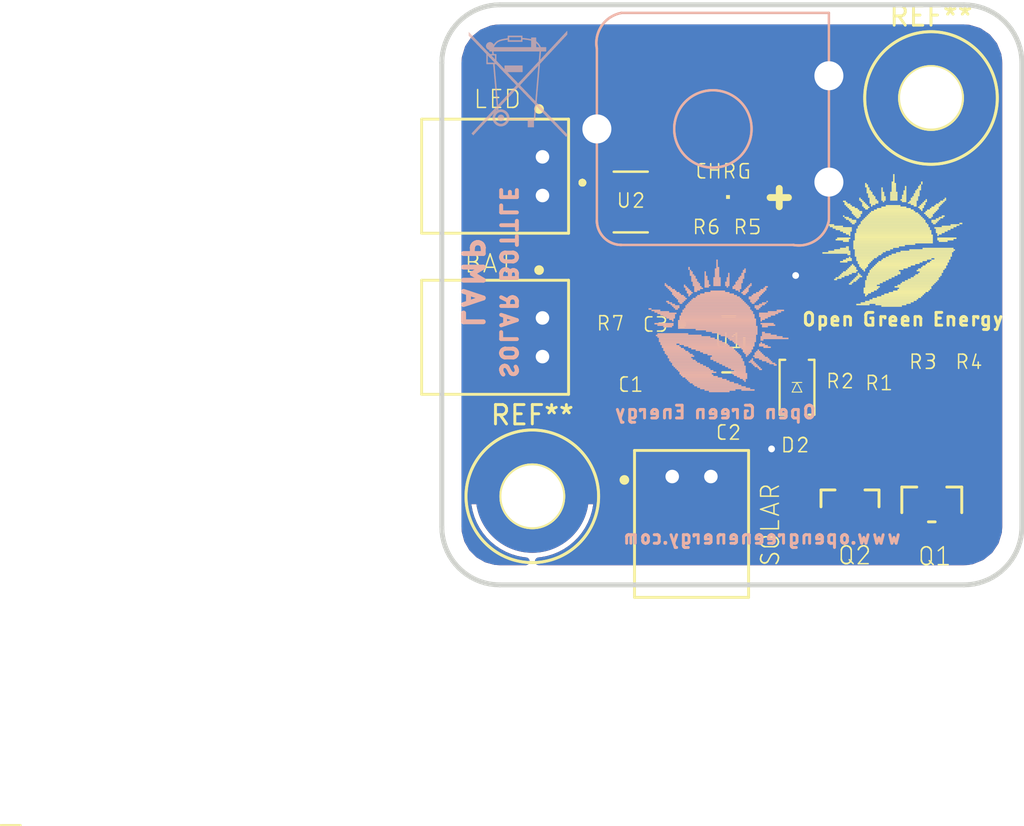
<source format=kicad_pcb>
(kicad_pcb (version 20211014) (generator pcbnew)
  (layers (0 "F.Cu" signal) (31 "B.Cu" signal) (34 "B.Paste" user) (35 "F.Paste" user) (36 "B.SilkS" user "B.Silkscreen") (37 "F.SilkS" user "F.Silkscreen") (38 "B.Mask" user) (39 "F.Mask" user) (44 "Edge.Cuts" user))
  (net 0 "")
  (footprint "MountingHole:MountingHole_3.2mm_M3" (layer "F.Cu") (at 48.1 -37.6)
    (fp_text reference "REF**")
    (fp_text value "MountingHole_3.2mm_M3")
  )
  (footprint "MountingHole:MountingHole_3.2mm_M3" (layer "F.Cu") (at 27.48 -16.98)
    (fp_text reference "REF**")
    (fp_text value "MountingHole_3.2mm_M3")
  )
  (gr_poly (pts (xy 27.0737 -20.1304) (xy 27.0136 -20.1245) (xy 26.7076 -20.0636) (xy 26.409 -19.9731) (xy 26.1209 -19.8537) (xy 25.8457 -19.7066) (xy 25.5864 -19.5333) (xy 25.3452 -19.3354) (xy 25.1246 -19.1148) (xy 24.9267 -18.8736) (xy 24.7534 -18.6143) (xy 24.6063 -18.3391) (xy 24.4869 -18.051) (xy 24.3964 -17.7524) (xy 24.3355 -17.4464) (xy 24.3296 -17.3863) (xy 27.0737 -17.3863)) (layer "F.Cu") (width 0) (fill solid))
  (gr_poly (pts (xy 40.4253 -39.5642) (xy 40.4253 -39.8167) (xy 40.2467 -39.9953) (xy 39.9942 -39.9953) (xy 39.1331 -39.1342) (xy 39.1331 -38.8817) (xy 39.3117 -38.7031) (xy 39.5642 -38.7031)) (layer "F.Cu") (width 0) (fill solid))
  (gr_poly (pts (xy 48.5115 -20.538) (xy 46.7085 -20.538) (xy 46.7085 -18.938) (xy 48.5115 -18.938)) (layer "F.Cu") (width 0) (fill solid))
  (gr_circle (center 42.8188 -33.231) (end 43.9438 -33.231) (layer "F.Cu") (width 0) (fill solid))
  (gr_poly (pts (xy 28.61 -26.8088) (xy 27.402 -26.8088) (xy 27.402 -25.6008) (xy 28.61 -25.6008)) (layer "F.Cu") (width 0) (fill solid))
  (gr_poly (pts (xy 37.41 -28.47) (xy 35.91 -28.47) (xy 35.91 -27.17) (xy 37.41 -27.17)) (layer "F.Cu") (width 0) (fill solid))
  (gr_poly (pts (xy 36.3751 -21.2451) (xy 35.7959 -21.2451) (xy 35.7959 -20.7865) (xy 35.8132 -20.7219) (xy 35.8467 -20.664) (xy 35.894 -20.6167) (xy 35.9519 -20.5832) (xy 36.0165 -20.5659) (xy 36.3751 -20.5659)) (layer "F.Cu") (width 0) (fill solid))
  (gr_poly (pts (xy 37.5112 -18.3322) (xy 37.4499 -18.4525) (xy 37.3705 -18.5618) (xy 37.275 -18.6573) (xy 37.1657 -18.7367) (xy 37.0454 -18.798) (xy 36.9191 -18.839) (xy 36.9191 -18.2059) (xy 37.5522 -18.2059)) (layer "F.Cu") (width 0) (fill solid))
  (gr_poly (pts (xy 37.41 -30.37) (xy 35.91 -30.37) (xy 35.91 -29.07) (xy 37.41 -29.07)) (layer "F.Cu") (width 0) (fill solid))
  (gr_poly (pts (xy 34.3929 -30.7115) (xy 34.4664 -30.7419) (xy 34.5326 -30.7861) (xy 34.5889 -30.8424) (xy 34.6331 -30.9086) (xy 34.6635 -30.9821) (xy 34.6764 -31.0469) (xy 34.0181 -31.0469) (xy 34.0181 -30.6959) (xy 34.3148 -30.6959)) (layer "F.Cu") (width 0) (fill solid))
  (gr_poly (pts (xy 43.36 -16.06) (xy 42.56 -16.06) (xy 42.56 -15.16) (xy 43.36 -15.16)) (layer "F.Cu") (width 0) (fill solid))
  (gr_circle (center 42.8188 -38.731) (end 43.9438 -38.731) (layer "F.Cu") (width 0) (fill solid))
  (gr_poly (pts (xy 34.3929 -32.6115) (xy 34.4664 -32.6419) (xy 34.5326 -32.6861) (xy 34.5889 -32.7424) (xy 34.6331 -32.8086) (xy 34.6635 -32.8821) (xy 34.6764 -32.9469) (xy 34.0181 -32.9469) (xy 34.0181 -32.5959) (xy 34.3148 -32.5959)) (layer "F.Cu") (width 0) (fill solid))
  (gr_poly (pts (xy 36.3613 -36.0082) (xy 36.3613 -36.2607) (xy 36.1827 -36.4393) (xy 35.9302 -36.4393) (xy 35.0691 -35.5782) (xy 35.0691 -35.3257) (xy 35.2477 -35.1471) (xy 35.5002 -35.1471)) (layer "F.Cu") (width 0) (fill solid))
  (gr_poly (pts (xy 39.25 -22.32) (xy 37.95 -22.32) (xy 37.95 -20.82) (xy 39.25 -20.82)) (layer "F.Cu") (width 0) (fill solid))
  (gr_poly (pts (xy 48.5115 -23.382) (xy 46.7085 -23.382) (xy 46.7085 -21.782) (xy 48.5115 -21.782)) (layer "F.Cu") (width 0) (fill solid))
  (gr_poly (pts (xy 48.8869 -16.0141) (xy 48.6565 -16.0141) (xy 48.5919 -15.9968) (xy 48.534 -15.9633) (xy 48.4867 -15.916) (xy 48.4532 -15.8581) (xy 48.4359 -15.7935) (xy 48.4359 -15.5631) (xy 48.8869 -15.5631)) (layer "F.Cu") (width 0) (fill solid))
  (gr_poly (pts (xy 47.6937 -40.7304) (xy 47.6336 -40.7245) (xy 47.3276 -40.6636) (xy 47.029 -40.5731) (xy 46.7409 -40.4537) (xy 46.4657 -40.3066) (xy 46.2064 -40.1333) (xy 45.9652 -39.9354) (xy 45.7446 -39.7148) (xy 45.5467 -39.4736) (xy 45.3734 -39.2143) (xy 45.2263 -38.9391) (xy 45.1069 -38.651) (xy 45.0164 -38.3524) (xy 44.9555 -38.0464) (xy 44.9496 -37.9863) (xy 47.6937 -37.9863)) (layer "F.Cu") (width 0) (fill solid))
  (gr_poly (pts (xy 37.25 -33.06) (xy 36.05 -33.06) (xy 36.05 -31.86) (xy 37.25 -31.86)) (layer "F.Cu") (width 0) (fill solid))
  (gr_poly (pts (xy 45.26 -16.06) (xy 44.46 -16.06) (xy 44.46 -15.16) (xy 45.26 -15.16)) (layer "F.Cu") (width 0) (fill solid))
  (gr_circle (center 36.716 -18.0028) (end 37.32 -18.0028) (layer "F.Cu") (width 0) (fill solid))
  (gr_poly (pts (xy 51.2445 -38.0464) (xy 51.1836 -38.3524) (xy 51.0931 -38.651) (xy 50.9737 -38.9391) (xy 50.8266 -39.2143) (xy 50.6533 -39.4736) (xy 50.4554 -39.7148) (xy 50.2348 -39.9354) (xy 49.9936 -40.1333) (xy 49.7343 -40.3066) (xy 49.4591 -40.4537) (xy 49.171 -40.5731) (xy 48.8724 -40.6636) (xy 48.5664 -40.7245) (xy 48.5063 -40.7304) (xy 48.5063 -37.9863) (xy 51.2504 -37.9863)) (layer "F.Cu") (width 0) (fill solid))
  (gr_poly (pts (xy 38.0521 -34.4223) (xy 38.0521 -35.6401) (xy 37.8902 -35.802) (xy 37.8687 -35.8273) (xy 37.8683 -35.828) (xy 37.8677 -35.8287) (xy 37.8582 -35.8456) (xy 37.8486 -35.8622) (xy 37.8483 -35.863) (xy 37.8479 -35.8638) (xy 37.8419 -35.882) (xy 37.8358 -35.9003) (xy 37.8357 -35.9012) (xy 37.8354 -35.9021) (xy 37.8332 -35.9209) (xy 37.8308 -35.9403) (xy 37.8308 -35.9412) (xy 37.8307 -35.942) (xy 37.8323 -35.9612) (xy 37.8337 -35.9804) (xy 37.8339 -35.9813) (xy 37.834 -35.9822) (xy 37.8393 -36.0006) (xy 37.8445 -36.0192) (xy 37.8449 -36.02) (xy 37.8451 -36.0209) (xy 37.854 -36.0379) (xy 37.8627 -36.0551) (xy 37.8633 -36.0558) (xy 37.8637 -36.0566) (xy 37.8757 -36.0715) (xy 37.8877 -36.0867) (xy 37.8884 -36.0873) (xy 37.8889 -36.088) (xy 37.9036 -36.1002) (xy 37.9184 -36.1127) (xy 37.9192 -36.1132) (xy 37.9199 -36.1137) (xy 37.9368 -36.1229) (xy 37.9536 -36.1322) (xy 37.9545 -36.1325) (xy 37.9553 -36.1329) (xy 37.9738 -36.1386) (xy 37.992 -36.1444) (xy 37.9929 -36.1445) (xy 37.9938 -36.1447) (xy 38.0129 -36.1466) (xy 38.0295 -36.1484) (xy 38.5243 -36.3534) (xy 38.553 -36.3653) (xy 38.9531 -36.7654) (xy 39.17 -37.2892) (xy 39.1724 -37.3177) (xy 39.1726 -37.3185) (xy 39.1727 -37.3194) (xy 39.1778 -37.3379) (xy 39.1828 -37.3565) (xy 39.1832 -37.3573) (xy 39.1835 -37.3582) (xy 39.1922 -37.3754) (xy 39.2008 -37.3926) (xy 39.2013 -37.3933) (xy 39.2017 -37.3941) (xy 39.2137 -37.4093) (xy 39.2254 -37.4244) (xy 39.2261 -37.425) (xy 39.2267 -37.4257) (xy 39.2413 -37.4381) (xy 39.2559 -37.4507) (xy 39.2567 -37.4512) (xy 39.2574 -37.4517) (xy 39.2741 -37.461) (xy 39.291 -37.4705) (xy 39.2918 -37.4708) (xy 39.2926 -37.4712) (xy 39.3111 -37.4771) (xy 39.3293 -37.483) (xy 39.3301 -37.4831) (xy 39.331 -37.4834) (xy 39.3503 -37.4855) (xy 39.3692 -37.4877) (xy 39.3701 -37.4876) (xy 39.371 -37.4877) (xy 39.3903 -37.486) (xy 39.4094 -37.4844) (xy 39.4102 -37.4841) (xy 39.4111 -37.4841) (xy 39.4296 -37.4786) (xy 39.4481 -37.4733) (xy 39.4488 -37.4728) (xy 39.4497 -37.4726) (xy 39.4668 -37.4635) (xy 39.4838 -37.4547) (xy 39.4845 -37.4541) (xy 39.4853 -37.4537) (xy 39.5002 -37.4415) (xy 39.5152 -37.4295) (xy 39.5157 -37.4288) (xy 39.5164 -37.4282) (xy 39.6783 -37.2663) (xy 40.8961 -37.2663) (xy 41.0747 -37.4449) (xy 41.0747 -37.6975) (xy 40.8961 -37.8761) (xy 39.6783 -37.8761) (xy 39.5164 -37.7142) (xy 39.4911 -37.6927) (xy 39.4904 -37.6923) (xy 39.4897 -37.6917) (xy 39.4728 -37.6822) (xy 39.4562 -37.6726) (xy 39.4554 -37.6723) (xy 39.4546 -37.6719) (xy 39.4364 -37.6659) (xy 39.4181 -37.6598) (xy 39.4172 -37.6597) (xy 39.4163 -37.6594) (xy 39.3974 -37.6572) (xy 39.3781 -37.6548) (xy 39.3772 -37.6548) (xy 39.3764 -37.6547) (xy 39.3572 -37.6563) (xy 39.338 -37.6577) (xy 39.3371 -37.6579) (xy 39.3362 -37.658) (xy 39.3178 -37.6633) (xy 39.2992 -37.6685) (xy 39.2984 -37.6689) (xy 39.2975 -37.6691) (xy 39.2805 -37.678) (xy 39.2633 -37.6867) (xy 39.2626 -37.6873) (xy 39.2618 -37.6877) (xy 39.2469 -37.6997) (xy 39.2317 -37.7117) (xy 39.2311 -37.7124) (xy 39.2304 -37.7129) (xy 39.2182 -37.7276) (xy 39.2057 -37.7424) (xy 39.2052 -37.7432) (xy 39.2047 -37.7439) (xy 39.1955 -37.7608) (xy 39.1862 -37.7776) (xy 39.1859 -37.7785) (xy 39.1855 -37.7793) (xy 39.1798 -37.7978) (xy 39.174 -37.816) (xy 39.1739 -37.8169) (xy 39.1737 -37.8178) (xy 39.1718 -37.8369) (xy 39.17 -37.8535) (xy 38.9531 -38.377) (xy 38.553 -38.7771) (xy 38.0292 -38.994) (xy 38.0007 -38.9964) (xy 37.9999 -38.9966) (xy 37.999 -38.9967) (xy 37.9805 -39.0018) (xy 37.9619 -39.0068) (xy 37.9611 -39.0072) (xy 37.9602 -39.0075) (xy 37.943 -39.0162) (xy 37.9258 -39.0248) (xy 37.9251 -39.0253) (xy 37.9243 -39.0257) (xy 37.9091 -39.0377) (xy 37.894 -39.0494) (xy 37.8934 -39.0501) (xy 37.8927 -39.0507) (xy 37.8803 -39.0653) (xy 37.8677 -39.0799) (xy 37.8672 -39.0807) (xy 37.8667 -39.0814) (xy 37.8574 -39.0981) (xy 37.8479 -39.115) (xy 37.8476 -39.1158) (xy 37.8472 -39.1166) (xy 37.8413 -39.1351) (xy 37.8354 -39.1533) (xy 37.8353 -39.1541) (xy 37.835 -39.155) (xy 37.8329 -39.1743) (xy 37.8307 -39.1932) (xy 37.8308 -39.1941) (xy 37.8307 -39.195) (xy 37.8324 -39.2143) (xy 37.834 -39.2334) (xy 37.8343 -39.2342) (xy 37.8343 -39.2351) (xy 37.8398 -39.2535) (xy 37.8451 -39.2721) (xy 37.8456 -39.2728) (xy 37.8458 -39.2737) (xy 37.8549 -39.2908) (xy 37.8637 -39.3078) (xy 37.8643 -39.3085) (xy 37.8647 -39.3093) (xy 37.8769 -39.3242) (xy 37.8889 -39.3392) (xy 37.8896 -39.3397) (xy 37.8902 -39.3404) (xy 38.0521 -39.5023) (xy 38.0521 -40.7201) (xy 37.8735 -40.8987) (xy 37.6209 -40.8987) (xy 37.4423 -40.7201) (xy 37.4423 -39.5023) (xy 37.6042 -39.3404) (xy 37.6257 -39.3151) (xy 37.6261 -39.3144) (xy 37.6267 -39.3137) (xy 37.6362 -39.2968) (xy 37.6458 -39.2802) (xy 37.6461 -39.2794) (xy 37.6465 -39.2786) (xy 37.6525 -39.2603) (xy 37.6586 -39.2421) (xy 37.6587 -39.2412) (xy 37.659 -39.2403) (xy 37.6612 -39.2214) (xy 37.6636 -39.2021) (xy 37.6636 -39.2012) (xy 37.6637 -39.2004) (xy 37.6621 -39.1812) (xy 37.6607 -39.162) (xy 37.6605 -39.1611) (xy 37.6604 -39.1602) (xy 37.6551 -39.1418) (xy 37.6499 -39.1232) (xy 37.6495 -39.1224) (xy 37.6493 -39.1215) (xy 37.6404 -39.1045) (xy 37.6317 -39.0873) (xy 37.6311 -39.0866) (xy 37.6307 -39.0858) (xy 37.6187 -39.0709) (xy 37.6067 -39.0557) (xy 37.606 -39.0551) (xy 37.6055 -39.0544) (xy 37.5908 -39.0422) (xy 37.576 -39.0297) (xy 37.5752 -39.0292) (xy 37.5745 -39.0287) (xy 37.5576 -39.0195) (xy 37.5408 -39.0102) (xy 37.5399 -39.0099) (xy 37.5391 -39.0095) (xy 37.5206 -39.0038) (xy 37.5024 -38.998) (xy 37.5015 -38.9979) (xy 37.5006 -38.9977) (xy 37.4815 -38.9958) (xy 37.4649 -38.994) (xy 36.9414 -38.7771) (xy 36.5413 -38.377) (xy 36.3244 -37.8532) (xy 36.322 -37.8247) (xy 36.3218 -37.8239) (xy 36.3217 -37.823) (xy 36.3165 -37.8042) (xy 36.3116 -37.7859) (xy 36.3112 -37.7851) (xy 36.3109 -37.7842) (xy 36.3022 -37.767) (xy 36.2936 -37.7498) (xy 36.2931 -37.7491) (xy 36.2927 -37.7483) (xy 36.2807 -37.7331) (xy 36.269 -37.718) (xy 36.2683 -37.7174) (xy 36.2677 -37.7167) (xy 36.2531 -37.7043) (xy 36.2385 -37.6917) (xy 36.2377 -37.6912) (xy 36.237 -37.6907) (xy 36.2203 -37.6814) (xy 36.2034 -37.6719) (xy 36.2026 -37.6716) (xy 36.2018 -37.6712) (xy 36.1833 -37.6653) (xy 36.1651 -37.6594) (xy 36.1643 -37.6593) (xy 36.1634 -37.659) (xy 36.1441 -37.6569) (xy 36.1252 -37.6547) (xy 36.1243 -37.6548) (xy 36.1234 -37.6547) (xy 36.1041 -37.6564) (xy 36.085 -37.658) (xy 36.0842 -37.6583) (xy 36.0833 -37.6583) (xy 36.0648 -37.6638) (xy 36.0463 -37.6691) (xy 36.0456 -37.6696) (xy 36.0447 -37.6698) (xy 36.0277 -37.6788) (xy 36.0106 -37.6877) (xy 36.0099 -37.6883) (xy 36.0091 -37.6887) (xy 35.9942 -37.7009) (xy 35.9792 -37.7129) (xy 35.9787 -37.7136) (xy 35.978 -37.7142) (xy 35.8161 -37.8761) (xy 34.5983 -37.8761) (xy 34.4197 -37.6975) (xy 34.4197 -37.4449) (xy 34.5983 -37.2663) (xy 35.8161 -37.2663) (xy 35.978 -37.4282) (xy 36.0033 -37.4497) (xy 36.004 -37.4501) (xy 36.0047 -37.4507) (xy 36.0216 -37.4602) (xy 36.0382 -37.4698) (xy 36.039 -37.4701) (xy 36.0398 -37.4705) (xy 36.058 -37.4765) (xy 36.0763 -37.4826) (xy 36.0772 -37.4827) (xy 36.0781 -37.483) (xy 36.097 -37.4852) (xy 36.1163 -37.4876) (xy 36.1172 -37.4876) (xy 36.118 -37.4877) (xy 36.1372 -37.4861) (xy 36.1564 -37.4847) (xy 36.1573 -37.4845) (xy 36.1582 -37.4844) (xy 36.1766 -37.4791) (xy 36.1952 -37.4739) (xy 36.196 -37.4735) (xy 36.1969 -37.4733) (xy 36.2139 -37.4644) (xy 36.2311 -37.4557) (xy 36.2318 -37.4551) (xy 36.2326 -37.4547) (xy 36.2475 -37.4427) (xy 36.2627 -37.4307) (xy 36.2633 -37.43) (xy 36.264 -37.4295) (xy 36.2762 -37.4148) (xy 36.2887 -37.4) (xy 36.2892 -37.3992) (xy 36.2897 -37.3985) (xy 36.2989 -37.3816) (xy 36.3082 -37.3648) (xy 36.3085 -37.3639) (xy 36.3089 -37.3631) (xy 36.3146 -37.3446) (xy 36.3204 -37.3264) (xy 36.3205 -37.3255) (xy 36.3207 -37.3246) (xy 36.3226 -37.3055) (xy 36.3244 -37.2889) (xy 36.5413 -36.7654) (xy 36.9414 -36.3653) (xy 37.4652 -36.1484) (xy 37.4937 -36.146) (xy 37.4945 -36.1458) (xy 37.4954 -36.1457) (xy 37.5139 -36.1406) (xy 37.5325 -36.1356) (xy 37.5333 -36.1352) (xy 37.5342 -36.1349) (xy 37.5514 -36.1262) (xy 37.5686 -36.1176) (xy 37.5693 -36.1171) (xy 37.5701 -36.1167) (xy 37.5853 -36.1047) (xy 37.6004 -36.093) (xy 37.601 -36.0923) (xy 37.6017 -36.0917) (xy 37.6141 -36.0771) (xy 37.6267 -36.0625) (xy 37.6272 -36.0617) (xy 37.6277 -36.061) (xy 37.637 -36.0442) (xy 37.6465 -36.0274) (xy 37.6468 -36.0266) (xy 37.6472 -36.0258) (xy 37.6531 -36.0073) (xy 37.659 -35.9891) (xy 37.6591 -35.9883) (xy 37.6594 -35.9874) (xy 37.6615 -35.9681) (xy 37.6637 -35.9492) (xy 37.6636 -35.9483) (xy 37.6637 -35.9474) (xy 37.662 -35.9281) (xy 37.6604 -35.909) (xy 37.6601 -35.9082) (xy 37.6601 -35.9073) (xy 37.6546 -35.8888) (xy 37.6493 -35.8703) (xy 37.6488 -35.8696) (xy 37.6486 -35.8687) (xy 37.6395 -35.8516) (xy 37.6307 -35.8346) (xy 37.6301 -35.8339) (xy 37.6297 -35.8331) (xy 37.6175 -35.8182) (xy 37.6055 -35.8032) (xy 37.6048 -35.8027) (xy 37.6042 -35.802) (xy 37.4423 -35.6401) (xy 37.4423 -34.4223) (xy 37.6209 -34.2437) (xy 37.8735 -34.2437)) (layer "F.Cu") (width 0) (fill solid))
  (gr_poly (pts (xy 41.4006 -27.9501) (xy 41.5499 -28.0994) (xy 41.6307 -28.2944) (xy 41.6307 -28.5056) (xy 41.5499 -28.7006) (xy 41.5152 -28.7353) (xy 41.4937 -28.7606) (xy 41.4924 -28.7629) (xy 41.4907 -28.765) (xy 41.4823 -28.7803) (xy 41.4736 -28.7955) (xy 41.4728 -28.798) (xy 41.4715 -28.8004) (xy 41.4663 -28.8171) (xy 41.4608 -28.8337) (xy 41.4605 -28.8363) (xy 41.4597 -28.8389) (xy 41.4579 -28.8562) (xy 41.4557 -28.8736) (xy 41.4559 -28.8763) (xy 41.4557 -28.8789) (xy 41.4557 -31.5473) (xy 40.1873 -32.8157) (xy 39.7056 -32.8157) (xy 39.6725 -32.8184) (xy 39.6708 -32.8188) (xy 39.669 -32.819) (xy 39.6515 -32.8241) (xy 39.6336 -32.8288) (xy 39.632 -32.8296) (xy 39.6303 -32.8301) (xy 39.6141 -32.8386) (xy 39.5976 -32.8468) (xy 39.5962 -32.8479) (xy 39.5946 -32.8487) (xy 39.5803 -32.8602) (xy 39.5658 -32.8714) (xy 39.5646 -32.8728) (xy 39.5632 -32.8739) (xy 39.5515 -32.888) (xy 39.5395 -32.9019) (xy 39.5386 -32.9035) (xy 39.5375 -32.9048) (xy 39.5287 -32.921) (xy 39.5197 -32.937) (xy 39.5191 -32.9387) (xy 39.5183 -32.9402) (xy 39.5129 -32.9578) (xy 39.5072 -32.9753) (xy 39.507 -32.977) (xy 39.5065 -32.9787) (xy 39.5046 -32.997) (xy 39.5025 -33.0152) (xy 39.5027 -33.017) (xy 39.5025 -33.0188) (xy 39.5025 -33.1232) (xy 39.4132 -33.2125) (xy 38.0868 -33.2125) (xy 37.9975 -33.1232) (xy 37.9975 -31.7968) (xy 38.0868 -31.7075) (xy 39.4132 -31.7075) (xy 39.5025 -31.7968) (xy 39.5025 -31.9012) (xy 39.5052 -31.9343) (xy 39.5056 -31.936) (xy 39.5058 -31.9378) (xy 39.5108 -31.9552) (xy 39.5156 -31.9732) (xy 39.5164 -31.9748) (xy 39.5169 -31.9765) (xy 39.5253 -31.9926) (xy 39.5336 -32.0092) (xy 39.5347 -32.0106) (xy 39.5355 -32.0122) (xy 39.547 -32.0265) (xy 39.5582 -32.041) (xy 39.5596 -32.0422) (xy 39.5607 -32.0436) (xy 39.5748 -32.0553) (xy 39.5887 -32.0673) (xy 39.5903 -32.0682) (xy 39.5916 -32.0693) (xy 39.6078 -32.0781) (xy 39.6238 -32.0871) (xy 39.6255 -32.0877) (xy 39.627 -32.0885) (xy 39.6446 -32.0939) (xy 39.6621 -32.0996) (xy 39.6638 -32.0998) (xy 39.6655 -32.1003) (xy 39.6838 -32.1022) (xy 39.702 -32.1043) (xy 39.7038 -32.1041) (xy 39.7056 -32.1043) (xy 39.8085 -32.1043) (xy 39.8416 -32.1016) (xy 39.8442 -32.1009) (xy 39.8469 -32.1007) (xy 39.8635 -32.0957) (xy 39.8805 -32.0912) (xy 39.8829 -32.09) (xy 39.8854 -32.0892) (xy 39.9008 -32.081) (xy 39.9165 -32.0732) (xy 39.9187 -32.0716) (xy 39.921 -32.0703) (xy 39.9346 -32.0593) (xy 39.9483 -32.0486) (xy 39.9488 -32.048) (xy 39.9491 -32.0478) (xy 39.9504 -32.0462) (xy 39.9522 -32.0448) (xy 40.6848 -31.3122) (xy 40.7063 -31.2869) (xy 40.7076 -31.2845) (xy 40.7093 -31.2825) (xy 40.7177 -31.2671) (xy 40.7264 -31.252) (xy 40.7272 -31.2495) (xy 40.7285 -31.2471) (xy 40.7336 -31.2304) (xy 40.7392 -31.2138) (xy 40.7396 -31.2112) (xy 40.7403 -31.2086) (xy 40.7421 -31.1913) (xy 40.7443 -31.1739) (xy 40.7441 -31.1712) (xy 40.7443 -31.1685) (xy 40.7443 -28.8789) (xy 40.7416 -28.8459) (xy 40.7409 -28.8433) (xy 40.7407 -28.8406) (xy 40.7357 -28.8239) (xy 40.7312 -28.807) (xy 40.73 -28.8046) (xy 40.7292 -28.802) (xy 40.721 -28.7866) (xy 40.7132 -28.7709) (xy 40.7116 -28.7688) (xy 40.7103 -28.7665) (xy 40.6992 -28.7529) (xy 40.6886 -28.7391) (xy 40.6865 -28.7374) (xy 40.6848 -28.7353) (xy 40.6501 -28.7006) (xy 40.5693 -28.5056) (xy 40.5693 -28.2944) (xy 40.6501 -28.0994) (xy 40.7994 -27.9501) (xy 40.9944 -27.8693) (xy 41.2056 -27.8693)) (layer "F.Cu") (width 0) (fill solid))
  (gr_poly (pts (xy 48.1001 -37.5801) (xy 48.0999 -37.5801) (xy 48.0999 -37.5799) (xy 48.1001 -37.5799)) (layer "F.Cu") (width 0) (fill solid))
  (gr_poly (pts (xy 27.1476 -13.4171) (xy 27.1578 -13.4171) (xy 27.1676 -13.4191) (xy 27.1775 -13.4201) (xy 27.1872 -13.4231) (xy 27.1972 -13.4251) (xy 27.2064 -13.4289) (xy 27.216 -13.4319) (xy 27.225 -13.4367) (xy 27.2343 -13.4407) (xy 27.2426 -13.4463) (xy 27.2514 -13.4511) (xy 27.2592 -13.4576) (xy 27.2677 -13.4633) (xy 27.2746 -13.4704) (xy 27.2823 -13.4768) (xy 27.2887 -13.4848) (xy 27.2958 -13.4921) (xy 27.3013 -13.5004) (xy 27.3075 -13.5082) (xy 27.3122 -13.5173) (xy 27.3178 -13.5258) (xy 27.3215 -13.5351) (xy 27.3261 -13.5439) (xy 27.3289 -13.5537) (xy 27.3327 -13.5632) (xy 27.3345 -13.573) (xy 27.3372 -13.5826) (xy 27.3381 -13.5928) (xy 27.3399 -13.6028) (xy 27.3397 -13.6128) (xy 27.3405 -13.6228) (xy 27.3393 -13.6329) (xy 27.3391 -13.6431) (xy 27.337 -13.6528) (xy 27.3358 -13.6627) (xy 27.3327 -13.6724) (xy 27.3305 -13.6824) (xy 27.3264 -13.6915) (xy 27.3233 -13.701) (xy 27.3183 -13.7099) (xy 27.3142 -13.7192) (xy 27.3085 -13.7274) (xy 27.3035 -13.7361) (xy 27.2969 -13.7438) (xy 27.291 -13.7521) (xy 27.2838 -13.759) (xy 27.2772 -13.7665) (xy 27.2692 -13.7728) (xy 27.2618 -13.7798) (xy 27.2533 -13.7851) (xy 27.2454 -13.7912) (xy 27.2363 -13.7958) (xy 27.2276 -13.8012) (xy 27.2183 -13.8047) (xy 27.2094 -13.8092) (xy 27.1995 -13.8118) (xy 27.19 -13.8154) (xy 27.1781 -13.8176) (xy 27.1705 -13.8196) (xy 27.1639 -13.8202) (xy 27.1573 -13.8213) (xy 27.0136 -13.8355) (xy 26.7076 -13.8964) (xy 26.409 -13.9869) (xy 26.1209 -14.1063) (xy 25.8457 -14.2534) (xy 25.5864 -14.4267) (xy 25.3452 -14.6246) (xy 25.1246 -14.8452) (xy 24.9267 -15.0864) (xy 24.7534 -15.3457) (xy 24.6063 -15.6209) (xy 24.4869 -15.909) (xy 24.3964 -16.2076) (xy 24.3355 -16.5136) (xy 24.3296 -16.5737) (xy 27.2768 -16.5737) (xy 27.2786 -16.5739) (xy 27.2803 -16.5737) (xy 27.2986 -16.5758) (xy 27.3168 -16.5777) (xy 27.3186 -16.5782) (xy 27.3203 -16.5784) (xy 27.3378 -16.5841) (xy 27.3553 -16.5895) (xy 27.3569 -16.5903) (xy 27.3586 -16.5909) (xy 27.3746 -16.5999) (xy 27.3907 -16.6087) (xy 27.3921 -16.6098) (xy 27.3937 -16.6107) (xy 27.4076 -16.6227) (xy 27.4217 -16.6344) (xy 27.4228 -16.6358) (xy 27.4241 -16.637) (xy 27.4354 -16.6515) (xy 27.4469 -16.6658) (xy 27.4477 -16.6674) (xy 27.4488 -16.6688) (xy 27.457 -16.6853) (xy 27.4655 -16.7015) (xy 27.4659 -16.7032) (xy 27.4667 -16.7049) (xy 27.4715 -16.7226) (xy 27.4766 -16.7402) (xy 27.4767 -16.742) (xy 27.4772 -16.7437) (xy 27.4799 -16.7768) (xy 27.4799 -16.9801) (xy 27.4801 -16.9801) (xy 27.4801 -16.7768) (xy 27.4803 -16.775) (xy 27.4801 -16.7732) (xy 27.4823 -16.755) (xy 27.4841 -16.7367) (xy 27.4846 -16.735) (xy 27.4848 -16.7333) (xy 27.4905 -16.7158) (xy 27.4959 -16.6982) (xy 27.4967 -16.6967) (xy 27.4973 -16.695) (xy 27.5063 -16.679) (xy 27.5151 -16.6628) (xy 27.5162 -16.6615) (xy 27.5171 -16.6599) (xy 27.5291 -16.646) (xy 27.5408 -16.6319) (xy 27.5422 -16.6308) (xy 27.5434 -16.6295) (xy 27.5579 -16.6182) (xy 27.5722 -16.6067) (xy 27.5738 -16.6059) (xy 27.5752 -16.6048) (xy 27.5917 -16.5966) (xy 27.608 -16.5881) (xy 27.6097 -16.5876) (xy 27.6113 -16.5868) (xy 27.6291 -16.5821) (xy 27.6466 -16.577) (xy 27.6484 -16.5768) (xy 27.6501 -16.5764) (xy 27.6832 -16.5737) (xy 30.6304 -16.5737) (xy 30.6245 -16.5136) (xy 30.5636 -16.2076) (xy 30.4731 -15.909) (xy 30.3537 -15.6209) (xy 30.2066 -15.3457) (xy 30.0333 -15.0864) (xy 29.8354 -14.8452) (xy 29.6148 -14.6246) (xy 29.3736 -14.4267) (xy 29.1143 -14.2534) (xy 28.8391 -14.1063) (xy 28.551 -13.9869) (xy 28.2524 -13.8964) (xy 27.9464 -13.8355) (xy 27.8027 -13.8213) (xy 27.7927 -13.8193) (xy 27.7825 -13.8183) (xy 27.773 -13.8154) (xy 27.7632 -13.8134) (xy 27.7538 -13.8095) (xy 27.744 -13.8065) (xy 27.7352 -13.8018) (xy 27.726 -13.7979) (xy 27.7176 -13.7922) (xy 27.7086 -13.7873) (xy 27.701 -13.781) (xy 27.6927 -13.7754) (xy 27.6855 -13.7681) (xy 27.6777 -13.7616) (xy 27.6714 -13.7538) (xy 27.6644 -13.7467) (xy 27.6589 -13.7381) (xy 27.6525 -13.7302) (xy 27.6479 -13.7213) (xy 27.6424 -13.713) (xy 27.6386 -13.7035) (xy 27.6339 -13.6945) (xy 27.6312 -13.6849) (xy 27.6274 -13.6756) (xy 27.6256 -13.6656) (xy 27.6228 -13.6558) (xy 27.622 -13.6458) (xy 27.6202 -13.636) (xy 27.6203 -13.6258) (xy 27.6195 -13.6156) (xy 27.6206 -13.6057) (xy 27.6208 -13.5958) (xy 27.623 -13.5858) (xy 27.6242 -13.5757) (xy 27.6273 -13.5662) (xy 27.6294 -13.5564) (xy 27.6335 -13.5471) (xy 27.6367 -13.5374) (xy 27.6416 -13.5287) (xy 27.6456 -13.5196) (xy 27.6514 -13.5112) (xy 27.6565 -13.5023) (xy 27.663 -13.4948) (xy 27.6687 -13.4866) (xy 27.6761 -13.4796) (xy 27.6828 -13.4718) (xy 27.6907 -13.4657) (xy 27.6979 -13.4589) (xy 27.7065 -13.4534) (xy 27.7146 -13.4472) (xy 27.7235 -13.4427) (xy 27.732 -13.4374) (xy 27.7415 -13.4338) (xy 27.7506 -13.4292) (xy 27.7603 -13.4266) (xy 27.7696 -13.4231) (xy 27.7797 -13.4214) (xy 27.7895 -13.4188) (xy 27.8016 -13.4178) (xy 27.8093 -13.4165) (xy 27.8159 -13.4166) (xy 27.8226 -13.4161) (xy 49.7734 -13.4161) (xy 49.7773 -13.4165) (xy 49.7823 -13.4163) (xy 49.9739 -13.4246) (xy 49.9824 -13.4258) (xy 49.9977 -13.4271) (xy 50.2484 -13.4679) (xy 50.2542 -13.4695) (xy 50.2602 -13.4702) (xy 50.2794 -13.4762) (xy 50.2873 -13.4783) (xy 50.2892 -13.4792) (xy 50.2918 -13.4801) (xy 50.7799 -13.6773) (xy 50.7919 -13.6835) (xy 50.8043 -13.689) (xy 50.8106 -13.6934) (xy 50.8156 -13.696) (xy 50.8217 -13.7009) (xy 50.8317 -13.7077) (xy 51.2408 -14.039) (xy 51.2504 -14.0486) (xy 51.2606 -14.0574) (xy 51.2654 -14.0634) (xy 51.2694 -14.0674) (xy 51.2738 -14.0739) (xy 51.2814 -14.0833) (xy 51.5757 -14.5198) (xy 51.5821 -14.5316) (xy 51.5893 -14.5431) (xy 51.5922 -14.5502) (xy 51.5948 -14.5552) (xy 51.5957 -14.5582) (xy 51.5965 -14.5596) (xy 51.598 -14.565) (xy 51.6016 -14.574) (xy 51.7555 -15.0774) (xy 51.7567 -15.0833) (xy 51.7587 -15.0889) (xy 51.7618 -15.1088) (xy 51.7634 -15.1169) (xy 51.7634 -15.119) (xy 51.7638 -15.1217) (xy 51.7834 -15.3849) (xy 51.7832 -15.3912) (xy 51.7839 -15.4) (xy 51.7839 -39.3734) (xy 51.7835 -39.3773) (xy 51.7837 -39.3823) (xy 51.7754 -39.5739) (xy 51.7742 -39.5824) (xy 51.7729 -39.5977) (xy 51.7321 -39.8484) (xy 51.7305 -39.8542) (xy 51.7298 -39.8602) (xy 51.7238 -39.8794) (xy 51.7217 -39.8873) (xy 51.7208 -39.8892) (xy 51.7199 -39.8918) (xy 51.5227 -40.3799) (xy 51.5165 -40.3919) (xy 51.511 -40.4043) (xy 51.5066 -40.4106) (xy 51.504 -40.4156) (xy 51.4991 -40.4217) (xy 51.4923 -40.4317) (xy 51.161 -40.8408) (xy 51.1514 -40.8504) (xy 51.1426 -40.8606) (xy 51.1366 -40.8654) (xy 51.1326 -40.8694) (xy 51.1261 -40.8738) (xy 51.1167 -40.8814) (xy 50.6802 -41.1757) (xy 50.6684 -41.1821) (xy 50.6569 -41.1893) (xy 50.6498 -41.1922) (xy 50.6448 -41.1948) (xy 50.6373 -41.1971) (xy 50.626 -41.2016) (xy 50.1226 -41.3555) (xy 50.1167 -41.3567) (xy 50.1111 -41.3587) (xy 50.0912 -41.3618) (xy 50.0831 -41.3634) (xy 50.081 -41.3634) (xy 50.0783 -41.3638) (xy 49.8151 -41.3834) (xy 49.8088 -41.3832) (xy 49.8 -41.3839) (xy 25.8266 -41.3839) (xy 25.8227 -41.3835) (xy 25.8177 -41.3837) (xy 25.6261 -41.3754) (xy 25.6176 -41.3742) (xy 25.6023 -41.3729) (xy 25.3516 -41.3321) (xy 25.3458 -41.3305) (xy 25.3398 -41.3298) (xy 25.3206 -41.3238) (xy 25.3127 -41.3217) (xy 25.3108 -41.3208) (xy 25.3082 -41.3199) (xy 24.8201 -41.1227) (xy 24.8081 -41.1165) (xy 24.7957 -41.111) (xy 24.7894 -41.1066) (xy 24.7844 -41.104) (xy 24.7783 -41.0991) (xy 24.7683 -41.0923) (xy 24.3592 -40.761) (xy 24.3496 -40.7514) (xy 24.3394 -40.7426) (xy 24.3346 -40.7366) (xy 24.3306 -40.7326) (xy 24.3262 -40.7261) (xy 24.3186 -40.7167) (xy 24.0243 -40.2802) (xy 24.0235 -40.2789) (xy 24.0225 -40.2777) (xy 24.017 -40.267) (xy 24.0107 -40.2569) (xy 24.0078 -40.2497) (xy 24.0052 -40.2448) (xy 24.0047 -40.2433) (xy 24.004 -40.2419) (xy 24.0021 -40.2353) (xy 23.9984 -40.226) (xy 23.8445 -39.7226) (xy 23.8433 -39.7167) (xy 23.8413 -39.7111) (xy 23.8382 -39.6912) (xy 23.8366 -39.6831) (xy 23.8366 -39.681) (xy 23.8362 -39.6783) (xy 23.8166 -39.4151) (xy 23.8168 -39.4088) (xy 23.8161 -39.4) (xy 23.8161 -15.4) (xy 23.8166 -15.3944) (xy 23.8165 -15.3867) (xy 23.8317 -15.1543) (xy 23.8323 -15.151) (xy 23.8323 -15.1476) (xy 23.8382 -15.115) (xy 23.9586 -14.6659) (xy 23.9621 -14.6566) (xy 23.9647 -14.6469) (xy 23.97 -14.6357) (xy 23.9728 -14.6283) (xy 23.9757 -14.6236) (xy 23.9788 -14.617) (xy 24.2113 -14.2144) (xy 24.2171 -14.2062) (xy 24.2221 -14.1976) (xy 24.2301 -14.1881) (xy 24.2348 -14.1817) (xy 24.2388 -14.1779) (xy 24.2436 -14.1723) (xy 24.5723 -13.8436) (xy 24.58 -13.8372) (xy 24.5871 -13.8302) (xy 24.5973 -13.8231) (xy 24.6034 -13.8181) (xy 24.6083 -13.8155) (xy 24.6144 -13.8113) (xy 25.017 -13.5788) (xy 25.0261 -13.5747) (xy 25.0347 -13.5697) (xy 25.0464 -13.5656) (xy 25.0536 -13.5623) (xy 25.059 -13.561) (xy 25.0659 -13.5586) (xy 25.515 -13.4382) (xy 25.5183 -13.4377) (xy 25.5214 -13.4366) (xy 25.5543 -13.4317) (xy 25.7867 -13.4165) (xy 25.7924 -13.4167) (xy 25.8 -13.4161) (xy 27.1374 -13.4161)) (layer "F.Cu") (width 0) (fill solid))
  (gr_poly (pts (xy 46.16 -20.36) (xy 44.66 -20.36) (xy 44.66 -19.06) (xy 46.16 -19.06)) (layer "F.Cu") (width 0) (fill solid))
  (gr_poly (pts (xy 36.3751 -22.5741) (xy 36.0165 -22.5741) (xy 35.9519 -22.5568) (xy 35.894 -22.5233) (xy 35.8467 -22.476) (xy 35.8132 -22.4181) (xy 35.7959 -22.3535) (xy 35.7959 -21.8949) (xy 36.3751 -21.8949)) (layer "F.Cu") (width 0) (fill solid))
  (gr_poly (pts (xy 49.49 -15.76) (xy 48.69 -15.76) (xy 48.69 -14.96) (xy 49.49 -14.96)) (layer "F.Cu") (width 0) (fill solid))
  (gr_poly (pts (xy 48.2346 -14.9103) (xy 48.2364 -14.9101) (xy 48.2546 -14.9122) (xy 48.2729 -14.9141) (xy 48.2746 -14.9146) (xy 48.2763 -14.9148) (xy 48.2938 -14.9205) (xy 48.3114 -14.9259) (xy 48.3129 -14.9267) (xy 48.3146 -14.9273) (xy 48.3306 -14.9363) (xy 48.3468 -14.9451) (xy 48.3481 -14.9462) (xy 48.3497 -14.9471) (xy 48.3636 -14.9591) (xy 48.3777 -14.9708) (xy 48.3788 -14.9722) (xy 48.3802 -14.9734) (xy 48.3914 -14.9879) (xy 48.4029 -15.0022) (xy 48.4037 -15.0038) (xy 48.4048 -15.0052) (xy 48.413 -15.0217) (xy 48.4215 -15.0379) (xy 48.422 -15.0396) (xy 48.4228 -15.0412) (xy 48.4275 -15.0591) (xy 48.4326 -15.0766) (xy 48.4328 -15.0784) (xy 48.4332 -15.0801) (xy 48.4359 -15.1132) (xy 48.4359 -15.1569) (xy 49.09 -15.1569) (xy 49.0917 -15.157) (xy 49.0935 -15.1569) (xy 49.1118 -15.159) (xy 49.13 -15.1608) (xy 49.1317 -15.1614) (xy 49.1335 -15.1616) (xy 49.151 -15.1673) (xy 49.1685 -15.1727) (xy 49.1701 -15.1735) (xy 49.1718 -15.1741) (xy 49.1878 -15.1831) (xy 49.2039 -15.1918) (xy 49.2053 -15.193) (xy 49.2068 -15.1939) (xy 49.2208 -15.2059) (xy 49.2348 -15.2176) (xy 49.2349 -15.2176) (xy 49.2349 -15.2177) (xy 49.236 -15.219) (xy 49.2373 -15.2202) (xy 49.2374 -15.2202) (xy 49.2486 -15.2347) (xy 49.2601 -15.249) (xy 49.261 -15.2506) (xy 49.262 -15.252) (xy 49.2702 -15.2685) (xy 49.2787 -15.2848) (xy 49.2792 -15.2865) (xy 49.28 -15.2881) (xy 49.2848 -15.3059) (xy 49.2898 -15.3235) (xy 49.29 -15.3252) (xy 49.2904 -15.327) (xy 49.2931 -15.36) (xy 49.2931 -16.0141) (xy 49.5234 -16.0141) (xy 49.6112 -15.9906) (xy 49.6193 -15.9892) (xy 49.6272 -15.9869) (xy 49.6392 -15.986) (xy 49.651 -15.984) (xy 49.6592 -15.9843) (xy 49.6674 -15.9837) (xy 49.6792 -15.9851) (xy 49.6912 -15.9855) (xy 49.6992 -15.9874) (xy 49.7073 -15.9884) (xy 49.7187 -15.9921) (xy 49.7304 -15.9948) (xy 49.7378 -15.9983) (xy 49.7456 -16.0008) (xy 49.756 -16.0067) (xy 49.7669 -16.0117) (xy 49.7735 -16.0166) (xy 49.7807 -16.0206) (xy 49.7897 -16.0284) (xy 49.7994 -16.0355) (xy 49.8049 -16.0416) (xy 49.8112 -16.0469) (xy 49.8185 -16.0564) (xy 49.8266 -16.0652) (xy 49.8308 -16.0723) (xy 49.8358 -16.0788) (xy 49.8412 -16.0895) (xy 49.8473 -16.0997) (xy 49.8501 -16.1075) (xy 49.8538 -16.1148) (xy 49.8569 -16.1264) (xy 49.8609 -16.1376) (xy 49.8621 -16.1457) (xy 49.8642 -16.1537) (xy 49.8655 -16.1689) (xy 49.8667 -16.1775) (xy 49.8665 -16.1815) (xy 49.8669 -16.1868) (xy 49.8669 -18.0068) (xy 49.8667 -18.0086) (xy 49.8669 -18.0104) (xy 49.8648 -18.0286) (xy 49.8629 -18.0469) (xy 49.8624 -18.0486) (xy 49.8622 -18.0503) (xy 49.8565 -18.0678) (xy 49.8511 -18.0854) (xy 49.8503 -18.0869) (xy 49.8497 -18.0886) (xy 49.8407 -18.1046) (xy 49.8319 -18.1208) (xy 49.8308 -18.1221) (xy 49.8299 -18.1237) (xy 49.8179 -18.1376) (xy 49.8062 -18.1517) (xy 49.8048 -18.1528) (xy 49.8036 -18.1542) (xy 49.7891 -18.1654) (xy 49.7748 -18.1769) (xy 49.7732 -18.1777) (xy 49.7718 -18.1788) (xy 49.7553 -18.187) (xy 49.7391 -18.1955) (xy 49.7374 -18.196) (xy 49.7358 -18.1968) (xy 49.7179 -18.2015) (xy 49.7004 -18.2066) (xy 49.6986 -18.2068) (xy 49.6969 -18.2072) (xy 49.6638 -18.2099) (xy 48.8956 -18.2099) (xy 48.8938 -18.2097) (xy 48.892 -18.2099) (xy 48.8738 -18.2078) (xy 48.8555 -18.2059) (xy 48.8538 -18.2054) (xy 48.8521 -18.2052) (xy 48.8346 -18.1995) (xy 48.817 -18.1941) (xy 48.8155 -18.1933) (xy 48.8138 -18.1927) (xy 48.7978 -18.1837) (xy 48.7816 -18.1749) (xy 48.7803 -18.1738) (xy 48.7787 -18.1729) (xy 48.7648 -18.1609) (xy 48.7507 -18.1492) (xy 48.7496 -18.1478) (xy 48.7482 -18.1466) (xy 48.737 -18.1321) (xy 48.7255 -18.1178) (xy 48.7247 -18.1162) (xy 48.7236 -18.1148) (xy 48.7154 -18.0983) (xy 48.7069 -18.0821) (xy 48.7064 -18.0804) (xy 48.7056 -18.0788) (xy 48.7009 -18.0609) (xy 48.6958 -18.0434) (xy 48.6956 -18.0416) (xy 48.6952 -18.0399) (xy 48.6925 -18.0068) (xy 48.6925 -17.2968) (xy 48.6032 -17.2075) (xy 47.6768 -17.2075) (xy 47.5875 -17.2968) (xy 47.5875 -17.7253) (xy 47.5873 -17.728) (xy 47.5875 -17.7307) (xy 47.5853 -17.7481) (xy 47.5835 -17.7654) (xy 47.5828 -17.7679) (xy 47.5824 -17.7706) (xy 47.5769 -17.7872) (xy 47.5717 -17.8039) (xy 47.5704 -17.8062) (xy 47.5696 -17.8088) (xy 47.5609 -17.8239) (xy 47.5525 -17.8393) (xy 47.5508 -17.8413) (xy 47.5495 -17.8437) (xy 47.528 -17.869) (xy 47.2466 -18.1504) (xy 47.2445 -18.1521) (xy 47.2427 -18.1542) (xy 47.229 -18.1649) (xy 47.2154 -18.1759) (xy 47.2131 -18.1772) (xy 47.2109 -18.1788) (xy 47.1952 -18.1866) (xy 47.1798 -18.1948) (xy 47.1773 -18.1956) (xy 47.1749 -18.1968) (xy 47.1579 -18.2013) (xy 47.1413 -18.2063) (xy 47.1386 -18.2065) (xy 47.136 -18.2072) (xy 47.1029 -18.2099) (xy 46.6162 -18.2099) (xy 46.6144 -18.2097) (xy 46.6126 -18.2099) (xy 46.5944 -18.2078) (xy 46.5761 -18.2059) (xy 46.5744 -18.2054) (xy 46.5727 -18.2052) (xy 46.5552 -18.1995) (xy 46.5376 -18.1941) (xy 46.5361 -18.1933) (xy 46.5344 -18.1927) (xy 46.5184 -18.1837) (xy 46.5022 -18.1749) (xy 46.5009 -18.1738) (xy 46.4993 -18.1729) (xy 46.4854 -18.1609) (xy 46.4713 -18.1492) (xy 46.4702 -18.1478) (xy 46.4688 -18.1466) (xy 46.4576 -18.1321) (xy 46.4461 -18.1178) (xy 46.4453 -18.1162) (xy 46.4442 -18.1148) (xy 46.436 -18.0983) (xy 46.4275 -18.0821) (xy 46.427 -18.0804) (xy 46.4262 -18.0788) (xy 46.4215 -18.0609) (xy 46.4164 -18.0434) (xy 46.4162 -18.0416) (xy 46.4158 -18.0399) (xy 46.4131 -18.0068) (xy 46.4131 -17.9741) (xy 46.4133 -17.9714) (xy 46.4131 -17.9687) (xy 46.4153 -17.9513) (xy 46.4171 -17.934) (xy 46.4178 -17.9315) (xy 46.4182 -17.9288) (xy 46.4237 -17.9122) (xy 46.4289 -17.8955) (xy 46.4302 -17.8932) (xy 46.431 -17.8906) (xy 46.4397 -17.8755) (xy 46.4481 -17.8601) (xy 46.4498 -17.8581) (xy 46.4511 -17.8557) (xy 46.4726 -17.8304) (xy 47.5457 -16.7573) (xy 47.5457 -16.1041) (xy 47.5459 -16.1014) (xy 47.5457 -16.0988) (xy 47.5479 -16.0814) (xy 47.5497 -16.064) (xy 47.5504 -16.0615) (xy 47.5508 -16.0588) (xy 47.5564 -16.0422) (xy 47.5615 -16.0255) (xy 47.5628 -16.0232) (xy 47.5636 -16.0206) (xy 47.5723 -16.0055) (xy 47.5807 -15.9901) (xy 47.5824 -15.9881) (xy 47.5837 -15.9858) (xy 47.6052 -15.9605) (xy 47.7425 -15.8232) (xy 47.7425 -15.1132) (xy 47.7427 -15.1114) (xy 47.7425 -15.1096) (xy 47.7446 -15.0914) (xy 47.7465 -15.0731) (xy 47.747 -15.0714) (xy 47.7472 -15.0697) (xy 47.7529 -15.0522) (xy 47.7583 -15.0346) (xy 47.7591 -15.0331) (xy 47.7597 -15.0314) (xy 47.7687 -15.0154) (xy 47.7775 -14.9992) (xy 47.7786 -14.9979) (xy 47.7795 -14.9963) (xy 47.7915 -14.9824) (xy 47.8032 -14.9683) (xy 47.8046 -14.9672) (xy 47.8058 -14.9658) (xy 47.8203 -14.9546) (xy 47.8346 -14.9431) (xy 47.8362 -14.9423) (xy 47.8376 -14.9412) (xy 47.8541 -14.933) (xy 47.8703 -14.9245) (xy 47.872 -14.924) (xy 47.8736 -14.9232) (xy 47.8915 -14.9185) (xy 47.909 -14.9134) (xy 47.9108 -14.9132) (xy 47.9125 -14.9128) (xy 47.9456 -14.9101) (xy 48.2328 -14.9101)) (layer "F.Cu") (width 0) (fill solid))
  (gr_circle (center 39.8526 -19.431) (end 40.2308 -19.431) (layer "F.Cu") (width 0) (fill solid))
  (gr_poly (pts (xy 37.35 -22.32) (xy 36.05 -22.32) (xy 36.05 -20.82) (xy 37.35 -20.82)) (layer "F.Cu") (width 0) (fill solid))
  (gr_poly (pts (xy 33.6119 -33.7041) (xy 33.3152 -33.7041) (xy 33.2371 -33.6885) (xy 33.1636 -33.6581) (xy 33.0974 -33.6139) (xy 33.0411 -33.5576) (xy 32.9969 -33.4914) (xy 32.9665 -33.4179) (xy 32.9536 -33.3531) (xy 33.6119 -33.3531)) (layer "F.Cu") (width 0) (fill solid))
  (gr_poly (pts (xy 28.7625 -33.8688) (xy 28.7625 -35.2032) (xy 28.6732 -35.2925) (xy 27.3388 -35.2925) (xy 27.2495 -35.2032) (xy 27.2495 -33.8688) (xy 27.3388 -33.7795) (xy 28.6732 -33.7795)) (layer "F.Cu") (width 0) (fill solid))
  (gr_circle (center 28.006 -24.2048) (end 28.61 -24.2048) (layer "F.Cu") (width 0) (fill solid))
  (gr_poly (pts (xy 44.6569 -16.3141) (xy 44.4265 -16.3141) (xy 44.3619 -16.2968) (xy 44.304 -16.2633) (xy 44.2567 -16.216) (xy 44.2232 -16.1581) (xy 44.2059 -16.0935) (xy 44.2059 -15.8131) (xy 44.6569 -15.8131)) (layer "F.Cu") (width 0) (fill solid))
  (gr_circle (center 30.8188 -35.981) (end 31.9438 -35.981) (layer "F.Cu") (width 0) (fill solid))
  (gr_poly (pts (xy 35.06 -22.6) (xy 33.56 -22.6) (xy 33.56 -21.3) (xy 35.06 -21.3)) (layer "F.Cu") (width 0) (fill solid))
  (gr_poly (pts (xy 40.4253 -35.3257) (xy 40.4253 -35.5782) (xy 39.5642 -36.4393) (xy 39.3117 -36.4393) (xy 39.1331 -36.2607) (xy 39.1331 -36.0082) (xy 39.9942 -35.1471) (xy 40.2467 -35.1471)) (layer "F.Cu") (width 0) (fill solid))
  (gr_poly (pts (xy 44.24 -22.26) (xy 42.74 -22.26) (xy 42.74 -20.96) (xy 44.24 -20.96)) (layer "F.Cu") (width 0) (fill solid))
  (gr_poly (pts (xy 48.918 -14.7148) (xy 48.919 -14.7162) (xy 48.9199 -14.7178) (xy 48.9314 -14.7321) (xy 48.9426 -14.7466) (xy 48.944 -14.7478) (xy 48.9451 -14.7492) (xy 48.9592 -14.7609) (xy 48.9731 -14.7729) (xy 48.9747 -14.7738) (xy 48.976 -14.7749) (xy 48.9921 -14.7837) (xy 49.0082 -14.7927) (xy 49.0099 -14.7933) (xy 49.0114 -14.7941) (xy 49.029 -14.7995) (xy 49.0464 -14.8052) (xy 49.0482 -14.8054) (xy 49.0499 -14.8059) (xy 49.0682 -14.8078) (xy 49.0864 -14.8099) (xy 49.0865 -14.8099) (xy 49.0882 -14.8098) (xy 49.09 -14.8099) (xy 49.1231 -14.8072) (xy 49.1248 -14.8068) (xy 49.1266 -14.8066) (xy 49.1442 -14.8015) (xy 49.162 -14.7968) (xy 49.1636 -14.796) (xy 49.1653 -14.7955) (xy 49.1815 -14.787) (xy 49.198 -14.7788) (xy 49.1994 -14.7777) (xy 49.201 -14.7769) (xy 49.2153 -14.7654) (xy 49.2298 -14.7542) (xy 49.231 -14.7528) (xy 49.2324 -14.7517) (xy 49.2441 -14.7376) (xy 49.2561 -14.7237) (xy 49.257 -14.7221) (xy 49.2582 -14.7208) (xy 49.2662 -14.7059) (xy 49.5235 -14.7059) (xy 49.5881 -14.7232) (xy 49.6495 -14.7587) (xy 49.665 -14.7719) (xy 49.6674 -14.7732) (xy 49.6694 -14.7749) (xy 49.6848 -14.7833) (xy 49.6999 -14.792) (xy 49.7025 -14.7928) (xy 49.7048 -14.7941) (xy 49.7215 -14.7992) (xy 49.7381 -14.8048) (xy 49.7407 -14.8051) (xy 49.7433 -14.8059) (xy 49.7607 -14.8077) (xy 49.778 -14.8099) (xy 49.7807 -14.8097) (xy 49.7834 -14.8099) (xy 49.9377 -14.8099) (xy 49.9671 -14.8393) (xy 49.9671 -18.2807) (xy 49.9377 -18.3101) (xy 48.6897 -18.3101) (xy 48.6604 -18.3125) (xy 48.1747 -18.3125) (xy 48.1416 -18.3152) (xy 48.139 -18.3159) (xy 48.1363 -18.3161) (xy 48.1197 -18.3211) (xy 48.1027 -18.3256) (xy 48.1003 -18.3268) (xy 48.0978 -18.3276) (xy 48.0824 -18.3358) (xy 48.0667 -18.3436) (xy 48.0645 -18.3452) (xy 48.0622 -18.3465) (xy 48.0486 -18.3575) (xy 48.0349 -18.3682) (xy 48.0331 -18.3703) (xy 48.031 -18.372) (xy 48.0252 -18.3778) (xy 48.0037 -18.4031) (xy 48.0024 -18.4055) (xy 48.0007 -18.4075) (xy 47.9923 -18.4229) (xy 47.9836 -18.438) (xy 47.9828 -18.4406) (xy 47.9815 -18.4429) (xy 47.9763 -18.4596) (xy 47.9708 -18.4762) (xy 47.9704 -18.4789) (xy 47.9697 -18.4814) (xy 47.9679 -18.4987) (xy 47.9657 -18.5161) (xy 47.9659 -18.5188) (xy 47.9657 -18.5215) (xy 47.9657 -18.5824) (xy 47.9684 -18.6155) (xy 47.9688 -18.6172) (xy 47.969 -18.619) (xy 47.974 -18.6364) (xy 47.9788 -18.6544) (xy 47.9796 -18.656) (xy 47.9801 -18.6577) (xy 47.9886 -18.6739) (xy 47.9968 -18.6904) (xy 47.9979 -18.6918) (xy 47.9987 -18.6934) (xy 48.0102 -18.7077) (xy 48.0214 -18.7222) (xy 48.0228 -18.7234) (xy 48.0239 -18.7248) (xy 48.038 -18.7365) (xy 48.0519 -18.7485) (xy 48.0535 -18.7494) (xy 48.0548 -18.7505) (xy 48.071 -18.7593) (xy 48.087 -18.7683) (xy 48.0887 -18.7689) (xy 48.0902 -18.7697) (xy 48.1078 -18.7751) (xy 48.1253 -18.7808) (xy 48.127 -18.781) (xy 48.1287 -18.7815) (xy 48.147 -18.7834) (xy 48.1652 -18.7855) (xy 48.167 -18.7853) (xy 48.1688 -18.7855) (xy 48.5747 -18.7855) (xy 48.7164 -18.9272) (xy 48.7417 -18.9487) (xy 48.7432 -18.9496) (xy 48.7446 -18.9508) (xy 48.7607 -18.9596) (xy 48.7766 -18.9688) (xy 48.7782 -18.9694) (xy 48.7798 -18.9702) (xy 48.7973 -18.9758) (xy 48.8147 -18.9816) (xy 48.8165 -18.9818) (xy 48.8182 -18.9824) (xy 48.8365 -18.9844) (xy 48.8547 -18.9867) (xy 48.8564 -18.9865) (xy 48.8582 -18.9867) (xy 48.8765 -18.9851) (xy 48.8948 -18.9837) (xy 48.8965 -18.9832) (xy 48.8983 -18.9831) (xy 48.9159 -18.9779) (xy 48.9336 -18.9729) (xy 48.9352 -18.9721) (xy 48.9369 -18.9716) (xy 48.9531 -18.963) (xy 48.9695 -18.9547) (xy 48.9709 -18.9536) (xy 48.9725 -18.9527) (xy 48.9867 -18.9411) (xy 49.0011 -18.9297) (xy 49.0022 -18.9284) (xy 49.0036 -18.9272) (xy 49.1453 -18.7855) (xy 51.0747 -18.7855) (xy 51.164 -18.8748) (xy 51.164 -20.6012) (xy 51.0747 -20.6905) (xy 49.1453 -20.6905) (xy 49.0036 -20.5488) (xy 48.9783 -20.5273) (xy 48.9768 -20.5264) (xy 48.9754 -20.5252) (xy 48.9593 -20.5163) (xy 48.9434 -20.5072) (xy 48.9418 -20.5066) (xy 48.9402 -20.5058) (xy 48.9226 -20.5002) (xy 48.9053 -20.4944) (xy 48.9035 -20.4942) (xy 48.9018 -20.4936) (xy 48.8835 -20.4916) (xy 48.8653 -20.4893) (xy 48.8636 -20.4895) (xy 48.8618 -20.4893) (xy 48.8435 -20.4909) (xy 48.8252 -20.4923) (xy 48.8235 -20.4928) (xy 48.8217 -20.4929) (xy 48.8041 -20.4981) (xy 48.7864 -20.5031) (xy 48.7848 -20.5039) (xy 48.7831 -20.5044) (xy 48.7669 -20.513) (xy 48.7505 -20.5213) (xy 48.7491 -20.5224) (xy 48.7475 -20.5233) (xy 48.7333 -20.5349) (xy 48.7189 -20.5463) (xy 48.7177 -20.5476) (xy 48.7164 -20.5488) (xy 48.5747 -20.6905) (xy 46.6429 -20.6905) (xy 46.6339 -20.6829) (xy 46.6325 -20.6819) (xy 46.6156 -20.6724) (xy 46.599 -20.6628) (xy 46.5982 -20.6625) (xy 46.5974 -20.6621) (xy 46.579 -20.6561) (xy 46.5609 -20.65) (xy 46.56 -20.6499) (xy 46.5591 -20.6496) (xy 46.5401 -20.6474) (xy 46.5209 -20.6449) (xy 46.52 -20.645) (xy 46.5192 -20.6449) (xy 46.5 -20.6465) (xy 46.4808 -20.6479) (xy 46.4799 -20.6481) (xy 46.479 -20.6482) (xy 46.4606 -20.6535) (xy 46.442 -20.6587) (xy 46.4412 -20.6591) (xy 46.4403 -20.6593) (xy 46.4234 -20.6681) (xy 46.4061 -20.6769) (xy 46.4054 -20.6775) (xy 46.4046 -20.6779) (xy 46.3896 -20.6899) (xy 46.3745 -20.7019) (xy 46.3739 -20.7026) (xy 46.3732 -20.7031) (xy 46.361 -20.7178) (xy 46.3485 -20.7326) (xy 46.3475 -20.734) (xy 46.3383 -20.7509) (xy 46.329 -20.7678) (xy 46.3287 -20.7687) (xy 46.3283 -20.7694) (xy 46.3227 -20.7877) (xy 46.3168 -20.8062) (xy 46.3167 -20.8071) (xy 46.3165 -20.8079) (xy 46.3146 -20.827) (xy 46.3125 -20.8462) (xy 46.3126 -20.8471) (xy 46.3125 -20.848) (xy 46.3125 -21.472) (xy 46.3152 -21.5051) (xy 46.3154 -21.506) (xy 46.3155 -21.5068) (xy 46.3206 -21.5252) (xy 46.3256 -21.544) (xy 46.326 -21.5448) (xy 46.3263 -21.5456) (xy 46.335 -21.5628) (xy 46.3436 -21.58) (xy 46.3441 -21.5807) (xy 46.3445 -21.5815) (xy 46.3565 -21.5967) (xy 46.3682 -21.6118) (xy 46.3689 -21.6124) (xy 46.3695 -21.6131) (xy 46.3842 -21.6256) (xy 46.3987 -21.6381) (xy 46.3995 -21.6386) (xy 46.4002 -21.6392) (xy 46.4169 -21.6484) (xy 46.4338 -21.6579) (xy 46.4346 -21.6582) (xy 46.4354 -21.6586) (xy 46.4537 -21.6644) (xy 46.4721 -21.6704) (xy 46.4729 -21.6705) (xy 46.4738 -21.6708) (xy 46.4931 -21.6729) (xy 46.512 -21.6751) (xy 46.5129 -21.675) (xy 46.5138 -21.6751) (xy 46.5329 -21.6734) (xy 46.5522 -21.6718) (xy 46.553 -21.6716) (xy 46.5539 -21.6715) (xy 46.5724 -21.666) (xy 46.5909 -21.6607) (xy 46.5916 -21.6603) (xy 46.5925 -21.66) (xy 46.6097 -21.6509) (xy 46.6266 -21.6421) (xy 46.6273 -21.6416) (xy 46.6281 -21.6411) (xy 46.6423 -21.6295) (xy 48.5747 -21.6295) (xy 48.7164 -21.7712) (xy 48.7417 -21.7927) (xy 48.7432 -21.7936) (xy 48.7446 -21.7948) (xy 48.7607 -21.8036) (xy 48.7766 -21.8128) (xy 48.7782 -21.8134) (xy 48.7798 -21.8142) (xy 48.7973 -21.8198) (xy 48.8147 -21.8256) (xy 48.8165 -21.8258) (xy 48.8182 -21.8264) (xy 48.8365 -21.8284) (xy 48.8547 -21.8307) (xy 48.8564 -21.8305) (xy 48.8582 -21.8307) (xy 48.8765 -21.8291) (xy 48.8948 -21.8277) (xy 48.8965 -21.8272) (xy 48.8983 -21.8271) (xy 48.9159 -21.8219) (xy 48.9336 -21.8169) (xy 48.9352 -21.8161) (xy 48.9369 -21.8156) (xy 48.9531 -21.807) (xy 48.9695 -21.7987) (xy 48.9709 -21.7976) (xy 48.9725 -21.7967) (xy 48.9867 -21.7851) (xy 49.0011 -21.7737) (xy 49.0022 -21.7724) (xy 49.0036 -21.7712) (xy 49.1453 -21.6295) (xy 51.0747 -21.6295) (xy 51.164 -21.7188) (xy 51.164 -23.4452) (xy 51.0747 -23.5345) (xy 50.6688 -23.5345) (xy 50.6357 -23.5372) (xy 50.634 -23.5376) (xy 50.6322 -23.5378) (xy 50.6147 -23.5429) (xy 50.5968 -23.5476) (xy 50.5952 -23.5484) (xy 50.5935 -23.5489) (xy 50.5773 -23.5574) (xy 50.5608 -23.5656) (xy 50.5594 -23.5667) (xy 50.5578 -23.5675) (xy 50.5435 -23.579) (xy 50.529 -23.5902) (xy 50.5278 -23.5916) (xy 50.5264 -23.5927) (xy 50.5147 -23.6068) (xy 50.5027 -23.6207) (xy 50.5018 -23.6223) (xy 50.5007 -23.6236) (xy 50.4919 -23.6398) (xy 50.4829 -23.6558) (xy 50.4823 -23.6575) (xy 50.4815 -23.659) (xy 50.4761 -23.6766) (xy 50.4704 -23.6941) (xy 50.4702 -23.6958) (xy 50.4697 -23.6975) (xy 50.4678 -23.7158) (xy 50.4657 -23.734) (xy 50.4659 -23.7358) (xy 50.4657 -23.7376) (xy 50.4657 -29.0373) (xy 43.1152 -36.3878) (xy 43.0937 -36.4131) (xy 43.0924 -36.4155) (xy 43.0907 -36.4175) (xy 43.0823 -36.4329) (xy 43.0736 -36.448) (xy 43.0728 -36.4506) (xy 43.0715 -36.4529) (xy 43.0663 -36.4696) (xy 43.0608 -36.4862) (xy 43.0604 -36.4889) (xy 43.0597 -36.4914) (xy 43.0579 -36.5087) (xy 43.0557 -36.5261) (xy 43.0559 -36.5288) (xy 43.0557 -36.5315) (xy 43.0557 -37.3107) (xy 43.0584 -37.3437) (xy 43.059 -37.3459) (xy 43.0592 -37.3481) (xy 43.0642 -37.3652) (xy 43.0688 -37.3826) (xy 43.0698 -37.3846) (xy 43.0705 -37.3868) (xy 43.0788 -37.4026) (xy 43.0868 -37.4187) (xy 43.0881 -37.4204) (xy 43.0892 -37.4224) (xy 43.1005 -37.4363) (xy 43.1114 -37.4505) (xy 43.1131 -37.4519) (xy 43.1145 -37.4537) (xy 43.1283 -37.4651) (xy 43.1419 -37.4768) (xy 43.1439 -37.4779) (xy 43.1456 -37.4793) (xy 43.1613 -37.4877) (xy 43.177 -37.4966) (xy 43.1791 -37.4973) (xy 43.1811 -37.4983) (xy 43.3593 -37.5721) (xy 43.5424 -37.648) (xy 43.9018 -38.0074) (xy 44.0963 -38.4769) (xy 44.0963 -38.9851) (xy 43.9018 -39.4546) (xy 43.5424 -39.814) (xy 43.0729 -40.0085) (xy 42.5647 -40.0085) (xy 42.0952 -39.814) (xy 41.7358 -39.4546) (xy 41.5413 -38.9851) (xy 41.5413 -38.4769) (xy 41.7358 -38.0074) (xy 42.0952 -37.648) (xy 42.2189 -37.5967) (xy 42.2484 -37.5816) (xy 42.2502 -37.5802) (xy 42.2522 -37.5792) (xy 42.2662 -37.568) (xy 42.2804 -37.557) (xy 42.2818 -37.5554) (xy 42.2836 -37.554) (xy 42.2951 -37.5402) (xy 42.3068 -37.5267) (xy 42.3079 -37.5248) (xy 42.3093 -37.523) (xy 42.3179 -37.5073) (xy 42.3268 -37.4917) (xy 42.3275 -37.4896) (xy 42.3285 -37.4876) (xy 42.3338 -37.4705) (xy 42.3394 -37.4535) (xy 42.3397 -37.4513) (xy 42.3403 -37.4491) (xy 42.3421 -37.4313) (xy 42.3443 -37.4135) (xy 42.3441 -37.4113) (xy 42.3443 -37.4091) (xy 42.3443 -36.1527) (xy 49.6948 -28.8022) (xy 49.7163 -28.7769) (xy 49.7176 -28.7745) (xy 49.7193 -28.7725) (xy 49.7277 -28.7571) (xy 49.7364 -28.742) (xy 49.7372 -28.7394) (xy 49.7385 -28.7371) (xy 49.7437 -28.7204) (xy 49.7492 -28.7038) (xy 49.7496 -28.7011) (xy 49.7503 -28.6986) (xy 49.7521 -28.6813) (xy 49.7543 -28.6639) (xy 49.7541 -28.6612) (xy 49.7543 -28.6585) (xy 49.7543 -23.7376) (xy 49.7516 -23.7045) (xy 49.7512 -23.7028) (xy 49.751 -23.701) (xy 49.7459 -23.6833) (xy 49.7412 -23.6656) (xy 49.7404 -23.664) (xy 49.7399 -23.6623) (xy 49.7314 -23.6461) (xy 49.7232 -23.6296) (xy 49.7221 -23.6282) (xy 49.7213 -23.6266) (xy 49.7098 -23.6123) (xy 49.6986 -23.5978) (xy 49.6972 -23.5966) (xy 49.6961 -23.5952) (xy 49.682 -23.5835) (xy 49.6681 -23.5715) (xy 49.6665 -23.5706) (xy 49.6652 -23.5695) (xy 49.649 -23.5607) (xy 49.633 -23.5517) (xy 49.6313 -23.5511) (xy 49.6298 -23.5503) (xy 49.6122 -23.5449) (xy 49.5947 -23.5392) (xy 49.593 -23.539) (xy 49.5913 -23.5385) (xy 49.573 -23.5366) (xy 49.5548 -23.5345) (xy 49.553 -23.5347) (xy 49.5512 -23.5345) (xy 49.1453 -23.5345) (xy 49.0036 -23.3928) (xy 48.9783 -23.3713) (xy 48.9768 -23.3704) (xy 48.9754 -23.3692) (xy 48.9593 -23.3603) (xy 48.9434 -23.3512) (xy 48.9418 -23.3506) (xy 48.9402 -23.3498) (xy 48.9226 -23.3442) (xy 48.9053 -23.3384) (xy 48.9035 -23.3382) (xy 48.9018 -23.3376) (xy 48.8835 -23.3356) (xy 48.8653 -23.3333) (xy 48.8636 -23.3335) (xy 48.8618 -23.3333) (xy 48.8435 -23.3349) (xy 48.8252 -23.3363) (xy 48.8235 -23.3368) (xy 48.8217 -23.3369) (xy 48.8041 -23.3421) (xy 48.7864 -23.3471) (xy 48.7848 -23.3479) (xy 48.7831 -23.3484) (xy 48.7669 -23.357) (xy 48.7505 -23.3653) (xy 48.7491 -23.3664) (xy 48.7475 -23.3673) (xy 48.7333 -23.3789) (xy 48.7189 -23.3903) (xy 48.7177 -23.3916) (xy 48.7164 -23.3928) (xy 48.5747 -23.5345) (xy 48.1688 -23.5345) (xy 48.1357 -23.5372) (xy 48.134 -23.5376) (xy 48.1322 -23.5378) (xy 48.1147 -23.5429) (xy 48.0968 -23.5476) (xy 48.0952 -23.5484) (xy 48.0935 -23.5489) (xy 48.0773 -23.5574) (xy 48.0608 -23.5656) (xy 48.0594 -23.5667) (xy 48.0578 -23.5675) (xy 48.0435 -23.579) (xy 48.029 -23.5902) (xy 48.0278 -23.5916) (xy 48.0264 -23.5927) (xy 48.0147 -23.6068) (xy 48.0027 -23.6207) (xy 48.0018 -23.6223) (xy 48.0007 -23.6236) (xy 47.9919 -23.6398) (xy 47.9829 -23.6558) (xy 47.9823 -23.6575) (xy 47.9815 -23.659) (xy 47.9761 -23.6766) (xy 47.9704 -23.6941) (xy 47.9702 -23.6958) (xy 47.9697 -23.6975) (xy 47.9678 -23.7158) (xy 47.9657 -23.734) (xy 47.9659 -23.7358) (xy 47.9657 -23.7376) (xy 47.9657 -29.9373) (xy 44.3163 -33.5867) (xy 44.1899 -33.5867) (xy 44.1569 -33.5894) (xy 44.1547 -33.59) (xy 44.1525 -33.5902) (xy 44.1354 -33.5952) (xy 44.118 -33.5998) (xy 44.116 -33.6008) (xy 44.1138 -33.6015) (xy 44.098 -33.6098) (xy 44.0819 -33.6178) (xy 44.0802 -33.6191) (xy 44.0782 -33.6202) (xy 44.0643 -33.6315) (xy 44.0501 -33.6424) (xy 44.0487 -33.6441) (xy 44.0469 -33.6455) (xy 44.0355 -33.6594) (xy 44.0238 -33.6729) (xy 44.0227 -33.6749) (xy 44.0213 -33.6766) (xy 44.0128 -33.6924) (xy 44.004 -33.708) (xy 44.0033 -33.7101) (xy 44.0023 -33.7121) (xy 43.9018 -33.9546) (xy 43.5424 -34.314) (xy 43.0729 -34.5085) (xy 42.5647 -34.5085) (xy 42.0952 -34.314) (xy 41.7358 -33.9546) (xy 41.5413 -33.4851) (xy 41.5413 -32.9769) (xy 41.7358 -32.5074) (xy 42.0952 -32.148) (xy 42.5647 -31.9535) (xy 43.0729 -31.9535) (xy 43.397 -32.0878) (xy 43.5424 -32.148) (xy 43.9018 -32.5074) (xy 43.9283 -32.5715) (xy 43.9435 -32.601) (xy 43.9443 -32.602) (xy 43.9449 -32.6032) (xy 43.9566 -32.618) (xy 43.968 -32.6329) (xy 43.9691 -32.6338) (xy 43.9699 -32.6348) (xy 43.9841 -32.6469) (xy 43.9984 -32.6594) (xy 43.9996 -32.66) (xy 44.0006 -32.6609) (xy 44.0171 -32.67) (xy 44.0334 -32.6793) (xy 44.0346 -32.6797) (xy 44.0358 -32.6804) (xy 44.0539 -32.6861) (xy 44.0716 -32.6919) (xy 44.0729 -32.6921) (xy 44.0742 -32.6925) (xy 44.0931 -32.6946) (xy 44.1116 -32.6968) (xy 44.1129 -32.6967) (xy 44.1142 -32.6969) (xy 44.1331 -32.6951) (xy 44.1517 -32.6937) (xy 44.153 -32.6933) (xy 44.1543 -32.6932) (xy 44.1724 -32.6878) (xy 44.1904 -32.6827) (xy 44.1916 -32.6821) (xy 44.1929 -32.6817) (xy 44.2095 -32.673) (xy 44.2263 -32.6643) (xy 44.2273 -32.6635) (xy 44.2285 -32.6629) (xy 44.2431 -32.6509) (xy 44.2577 -32.6392) (xy 44.2586 -32.6382) (xy 44.2596 -32.6374) (xy 47.1948 -29.7022) (xy 47.2163 -29.6769) (xy 47.2176 -29.6745) (xy 47.2193 -29.6725) (xy 47.2277 -29.6571) (xy 47.2364 -29.642) (xy 47.2372 -29.6394) (xy 47.2385 -29.6371) (xy 47.2437 -29.6204) (xy 47.2492 -29.6038) (xy 47.2496 -29.6011) (xy 47.2503 -29.5986) (xy 47.2521 -29.5813) (xy 47.2543 -29.5639) (xy 47.2541 -29.5612) (xy 47.2543 -29.5585) (xy 47.2543 -23.7376) (xy 47.2516 -23.7045) (xy 47.2512 -23.7028) (xy 47.251 -23.701) (xy 47.2459 -23.6833) (xy 47.2412 -23.6656) (xy 47.2404 -23.664) (xy 47.2399 -23.6623) (xy 47.2314 -23.6461) (xy 47.2232 -23.6296) (xy 47.2221 -23.6282) (xy 47.2213 -23.6266) (xy 47.2098 -23.6123) (xy 47.1986 -23.5978) (xy 47.1972 -23.5966) (xy 47.1961 -23.5952) (xy 47.182 -23.5835) (xy 47.1681 -23.5715) (xy 47.1665 -23.5706) (xy 47.1652 -23.5695) (xy 47.149 -23.5607) (xy 47.133 -23.5517) (xy 47.1313 -23.5511) (xy 47.1298 -23.5503) (xy 47.1122 -23.5449) (xy 47.0947 -23.5392) (xy 47.093 -23.539) (xy 47.0913 -23.5385) (xy 47.073 -23.5366) (xy 47.0548 -23.5345) (xy 47.053 -23.5347) (xy 47.0512 -23.5345) (xy 46.6453 -23.5345) (xy 46.556 -23.4452) (xy 46.556 -22.57) (xy 46.5533 -22.5369) (xy 46.5531 -22.536) (xy 46.553 -22.5352) (xy 46.5479 -22.5168) (xy 46.5429 -22.498) (xy 46.5425 -22.4972) (xy 46.5422 -22.4964) (xy 46.5335 -22.4792) (xy 46.5249 -22.462) (xy 46.5244 -22.4613) (xy 46.524 -22.4605) (xy 46.512 -22.4453) (xy 46.5003 -22.4302) (xy 46.4996 -22.4296) (xy 46.499 -22.4289) (xy 46.4843 -22.4164) (xy 46.4698 -22.4039) (xy 46.469 -22.4034) (xy 46.4683 -22.4028) (xy 46.4516 -22.3936) (xy 46.4347 -22.3841) (xy 46.4339 -22.3838) (xy 46.4331 -22.3834) (xy 46.4148 -22.3776) (xy 46.3964 -22.3716) (xy 46.3956 -22.3715) (xy 46.3947 -22.3712) (xy 46.3754 -22.3691) (xy 46.3565 -22.3669) (xy 46.3556 -22.367) (xy 46.3547 -22.3669) (xy 46.3356 -22.3686) (xy 46.3163 -22.3702) (xy 46.3155 -22.3704) (xy 46.3146 -22.3705) (xy 46.2961 -22.376) (xy 46.2776 -22.3813) (xy 46.2769 -22.3817) (xy 46.276 -22.382) (xy 46.2588 -22.3911) (xy 46.2419 -22.3999) (xy 46.2412 -22.4004) (xy 46.2404 -22.4009) (xy 46.2262 -22.4125) (xy 45.8588 -22.4125) (xy 45.8257 -22.4152) (xy 45.824 -22.4156) (xy 45.8222 -22.4158) (xy 45.8047 -22.4209) (xy 45.7868 -22.4256) (xy 45.7852 -22.4264) (xy 45.7835 -22.4269) (xy 45.7673 -22.4354) (xy 45.7508 -22.4436) (xy 45.7494 -22.4447) (xy 45.7478 -22.4455) (xy 45.7335 -22.457) (xy 45.719 -22.4682) (xy 45.7178 -22.4696) (xy 45.7164 -22.4707) (xy 45.7047 -22.4848) (xy 45.6927 -22.4987) (xy 45.6918 -22.5003) (xy 45.6907 -22.5016) (xy 45.6819 -22.5178) (xy 45.6729 -22.5338) (xy 45.6723 -22.5355) (xy 45.6715 -22.537) (xy 45.6661 -22.5546) (xy 45.6604 -22.5721) (xy 45.6602 -22.5738) (xy 45.6597 -22.5755) (xy 45.6578 -22.5938) (xy 45.6557 -22.612) (xy 45.6559 -22.6138) (xy 45.6557 -22.6156) (xy 45.6557 -24.0473) (xy 45.0473 -24.6557) (xy 41.9256 -24.6557) (xy 41.8926 -24.6584) (xy 41.89 -24.6591) (xy 41.8873 -24.6593) (xy 41.8706 -24.6643) (xy 41.8537 -24.6688) (xy 41.8513 -24.67) (xy 41.8487 -24.6708) (xy 41.8333 -24.679) (xy 41.8176 -24.6868) (xy 41.8155 -24.6884) (xy 41.8132 -24.6897) (xy 41.7996 -24.7007) (xy 41.7858 -24.7114) (xy 41.7841 -24.7135) (xy 41.782 -24.7152) (xy 41.5347 -24.9625) (xy 40.8053 -24.9625) (xy 40.7015 -24.8587) (xy 40.6762 -24.8372) (xy 40.6747 -24.8364) (xy 40.6733 -24.8352) (xy 40.6572 -24.8263) (xy 40.6414 -24.8172) (xy 40.6397 -24.8166) (xy 40.6381 -24.8157) (xy 40.6206 -24.8102) (xy 40.6032 -24.8043) (xy 40.6014 -24.8041) (xy 40.5997 -24.8036) (xy 40.5815 -24.8016) (xy 40.5633 -24.7993) (xy 40.5615 -24.7994) (xy 40.5597 -24.7992) (xy 40.5414 -24.8009) (xy 40.5231 -24.8022) (xy 40.5214 -24.8027) (xy 40.5196 -24.8029) (xy 40.502 -24.8081) (xy 40.4843 -24.813) (xy 40.4827 -24.8138) (xy 40.481 -24.8143) (xy 40.4648 -24.8229) (xy 40.4484 -24.8313) (xy 40.447 -24.8324) (xy 40.4454 -24.8332) (xy 40.4313 -24.8448) (xy 40.4168 -24.8562) (xy 40.4157 -24.8576) (xy 40.4143 -24.8587) (xy 40.1523 -25.1207) (xy 39.7453 -25.1207) (xy 39.7122 -25.1234) (xy 39.7114 -25.1236) (xy 39.7105 -25.1237) (xy 39.6919 -25.1289) (xy 39.6733 -25.1338) (xy 39.6725 -25.1342) (xy 39.6717 -25.1345) (xy 39.6545 -25.1432) (xy 39.6373 -25.1518) (xy 39.6366 -25.1523) (xy 39.6358 -25.1527) (xy 39.6206 -25.1647) (xy 39.6055 -25.1764) (xy 39.6049 -25.1771) (xy 39.6042 -25.1777) (xy 39.5917 -25.1924) (xy 39.5792 -25.2069) (xy 39.5787 -25.2077) (xy 39.5781 -25.2084) (xy 39.5688 -25.2253) (xy 39.5594 -25.242) (xy 39.5591 -25.2428) (xy 39.5587 -25.2436) (xy 39.5528 -25.262) (xy 39.5469 -25.2803) (xy 39.5468 -25.2811) (xy 39.5465 -25.282) (xy 39.5444 -25.3013) (xy 39.5422 -25.3202) (xy 39.5423 -25.3211) (xy 39.5422 -25.322) (xy 39.5439 -25.3413) (xy 39.5455 -25.3604) (xy 39.5457 -25.3612) (xy 39.5458 -25.3621) (xy 39.5513 -25.3806) (xy 39.5566 -25.3991) (xy 39.557 -25.3998) (xy 39.5573 -25.4007) (xy 39.5664 -25.4178) (xy 39.5752 -25.4348) (xy 39.5757 -25.4355) (xy 39.5761 -25.4363) (xy 39.5884 -25.4513) (xy 39.6004 -25.4662) (xy 39.6011 -25.4667) (xy 39.6017 -25.4674) (xy 39.6525 -25.5182) (xy 39.6525 -26.0618) (xy 39.4768 -26.2375) (xy 39.3988 -26.2375) (xy 39.3657 -26.2402) (xy 39.364 -26.2406) (xy 39.3622 -26.2408) (xy 39.3447 -26.2459) (xy 39.3268 -26.2506) (xy 39.3252 -26.2514) (xy 39.3235 -26.2519) (xy 39.3073 -26.2604) (xy 39.2908 -26.2686) (xy 39.2894 -26.2697) (xy 39.2878 -26.2705) (xy 39.2735 -26.282) (xy 39.259 -26.2932) (xy 39.2578 -26.2946) (xy 39.2564 -26.2957) (xy 39.2447 -26.3098) (xy 39.2327 -26.3237) (xy 39.2318 -26.3253) (xy 39.2307 -26.3266) (xy 39.2219 -26.3428) (xy 39.2129 -26.3588) (xy 39.2123 -26.3605) (xy 39.2115 -26.362) (xy 39.2061 -26.3795) (xy 39.2004 -26.3971) (xy 39.2002 -26.3988) (xy 39.1997 -26.4005) (xy 39.1978 -26.4188) (xy 39.1957 -26.437) (xy 39.1959 -26.4388) (xy 39.1957 -26.4406) (xy 39.1957 -26.7944) (xy 39.1984 -26.8275) (xy 39.1988 -26.8292) (xy 39.199 -26.831) (xy 39.2041 -26.8485) (xy 39.2088 -26.8664) (xy 39.2096 -26.868) (xy 39.2101 -26.8697) (xy 39.2186 -26.8859) (xy 39.2268 -26.9024) (xy 39.2279 -26.9038) (xy 39.2287 -26.9054) (xy 39.2402 -26.9197) (xy 39.2514 -26.9342) (xy 39.2528 -26.9354) (xy 39.2539 -26.9368) (xy 39.268 -26.9485) (xy 39.2819 -26.9605) (xy 39.2835 -26.9614) (xy 39.2848 -26.9625) (xy 39.301 -26.9713) (xy 39.317 -26.9803) (xy 39.3187 -26.9809) (xy 39.3202 -26.9817) (xy 39.3378 -26.9871) (xy 39.3553 -26.9928) (xy 39.357 -26.993) (xy 39.3587 -26.9935) (xy 39.377 -26.9954) (xy 39.3952 -26.9975) (xy 39.397 -26.9973) (xy 39.3988 -26.9975) (xy 39.6532 -26.9975) (xy 39.7425 -27.0868) (xy 39.7425 -28.5132) (xy 39.7195 -28.5361) (xy 39.7161 -28.5402) (xy 39.7131 -28.5429) (xy 39.7079 -28.5498) (xy 39.698 -28.5614) (xy 39.6939 -28.5686) (xy 39.689 -28.5752) (xy 39.6839 -28.586) (xy 39.6779 -28.5963) (xy 39.6753 -28.6041) (xy 39.6718 -28.6116) (xy 39.6689 -28.6232) (xy 39.6651 -28.6345) (xy 39.6641 -28.6427) (xy 39.6621 -28.6506) (xy 39.6616 -28.6626) (xy 39.6601 -28.6744) (xy 39.6607 -28.6826) (xy 39.6603 -28.6909) (xy 39.6621 -28.7027) (xy 39.663 -28.7146) (xy 39.6652 -28.7225) (xy 39.6665 -28.7307) (xy 39.6706 -28.7418) (xy 39.6738 -28.7534) (xy 39.6775 -28.7607) (xy 39.6804 -28.7684) (xy 39.6866 -28.7786) (xy 39.692 -28.7893) (xy 39.6972 -28.7957) (xy 39.7015 -28.8027) (xy 39.7096 -28.8115) (xy 39.717 -28.8209) (xy 39.7233 -28.8262) (xy 39.7289 -28.8322) (xy 39.7382 -28.8389) (xy 39.7933 -28.894) (xy 39.8268 -28.9519) (xy 39.8441 -29.0165) (xy 39.8441 -29.3751) (xy 38.9618 -29.3751) (xy 38.9287 -29.3778) (xy 38.927 -29.3782) (xy 38.9252 -29.3784) (xy 38.9077 -29.3834) (xy 38.8899 -29.3882) (xy 38.8883 -29.389) (xy 38.8866 -29.3895) (xy 38.8703 -29.398) (xy 38.8538 -29.4062) (xy 38.8524 -29.4073) (xy 38.8508 -29.4081) (xy 38.8365 -29.4196) (xy 38.822 -29.4308) (xy 38.8208 -29.4322) (xy 38.8195 -29.4333) (xy 38.8077 -29.4474) (xy 38.7957 -29.4613) (xy 38.7948 -29.4629) (xy 38.7937 -29.4642) (xy 38.7849 -29.4804) (xy 38.7759 -29.4964) (xy 38.7753 -29.4981) (xy 38.7745 -29.4996) (xy 38.7691 -29.5172) (xy 38.7634 -29.5347) (xy 38.7632 -29.5364) (xy 38.7627 -29.5381) (xy 38.7609 -29.5564) (xy 38.7587 -29.5746) (xy 38.7589 -29.5764) (xy 38.7587 -29.5782) (xy 38.7587 -29.6187) (xy 38.7182 -29.6187) (xy 38.6851 -29.6214) (xy 38.6834 -29.6219) (xy 38.6816 -29.622) (xy 38.6641 -29.6271) (xy 38.6462 -29.6319) (xy 38.6446 -29.6327) (xy 38.6429 -29.6332) (xy 38.6267 -29.6416) (xy 38.6102 -29.6498) (xy 38.6088 -29.6509) (xy 38.6072 -29.6517) (xy 38.5929 -29.6632) (xy 38.5784 -29.6745) (xy 38.5772 -29.6758) (xy 38.5758 -29.6769) (xy 38.5641 -29.691) (xy 38.5521 -29.7049) (xy 38.5512 -29.7065) (xy 38.55 -29.7079) (xy 38.5413 -29.724) (xy 38.5323 -29.74) (xy 38.5317 -29.7417) (xy 38.5309 -29.7433) (xy 38.5255 -29.7608) (xy 38.5198 -29.7783) (xy 38.5196 -29.7801) (xy 38.5191 -29.7818) (xy 38.5172 -29.8) (xy 38.5151 -29.8183) (xy 38.5152 -29.82) (xy 38.5151 -29.8218) (xy 38.5151 -30.6041) (xy 38.0565 -30.6041) (xy 37.9919 -30.5868) (xy 37.934 -30.5533) (xy 37.8867 -30.506) (xy 37.8737 -30.4835) (xy 37.8707 -30.4792) (xy 37.8689 -30.4756) (xy 37.8635 -30.4688) (xy 37.8548 -30.4562) (xy 37.849 -30.4504) (xy 37.8439 -30.444) (xy 37.8348 -30.4363) (xy 37.8263 -30.4278) (xy 37.8195 -30.4233) (xy 37.8132 -30.4179) (xy 37.8028 -30.4122) (xy 37.7928 -30.4055) (xy 37.7852 -30.4024) (xy 37.778 -30.3985) (xy 37.7666 -30.3949) (xy 37.7555 -30.3903) (xy 37.7474 -30.3888) (xy 37.7396 -30.3863) (xy 37.7277 -30.385) (xy 37.716 -30.3828) (xy 37.7078 -30.3829) (xy 37.6996 -30.382) (xy 37.6877 -30.3831) (xy 37.6757 -30.3832) (xy 37.6677 -30.3849) (xy 37.6595 -30.3856) (xy 37.648 -30.389) (xy 37.6363 -30.3915) (xy 37.6287 -30.3948) (xy 37.6209 -30.3971) (xy 37.6103 -30.4027) (xy 37.5993 -30.4074) (xy 37.5926 -30.4121) (xy 37.5853 -30.416) (xy 37.5761 -30.4235) (xy 37.5662 -30.4303) (xy 37.5605 -30.4363) (xy 37.5542 -30.4415) (xy 37.4732 -30.5225) (xy 37.2088 -30.5225) (xy 37.1757 -30.5252) (xy 37.174 -30.5256) (xy 37.1722 -30.5258) (xy 37.1547 -30.5309) (xy 37.1368 -30.5356) (xy 37.1352 -30.5364) (xy 37.1335 -30.5369) (xy 37.1173 -30.5454) (xy 37.1008 -30.5536) (xy 37.0994 -30.5547) (xy 37.0978 -30.5555) (xy 37.0835 -30.567) (xy 37.069 -30.5782) (xy 37.0678 -30.5796) (xy 37.0664 -30.5807) (xy 37.0547 -30.5948) (xy 37.0427 -30.6087) (xy 37.0418 -30.6103) (xy 37.0407 -30.6116) (xy 37.0319 -30.6278) (xy 37.0229 -30.6438) (xy 37.0223 -30.6455) (xy 37.0215 -30.647) (xy 37.0161 -30.6646) (xy 37.0104 -30.6821) (xy 37.0102 -30.6838) (xy 37.0097 -30.6855) (xy 37.0078 -30.7038) (xy 37.0057 -30.722) (xy 37.0059 -30.7238) (xy 37.0057 -30.7256) (xy 37.0057 -31.5044) (xy 37.0084 -31.5375) (xy 37.0088 -31.5392) (xy 37.009 -31.541) (xy 37.0141 -31.5585) (xy 37.0188 -31.5764) (xy 37.0196 -31.578) (xy 37.0201 -31.5797) (xy 37.0286 -31.5959) (xy 37.0368 -31.6124) (xy 37.0379 -31.6138) (xy 37.0387 -31.6154) (xy 37.0502 -31.6297) (xy 37.0614 -31.6442) (xy 37.0628 -31.6454) (xy 37.0639 -31.6468) (xy 37.078 -31.6585) (xy 37.0919 -31.6705) (xy 37.0935 -31.6714) (xy 37.0948 -31.6725) (xy 37.111 -31.6813) (xy 37.127 -31.6903) (xy 37.1287 -31.6909) (xy 37.1302 -31.6917) (xy 37.1478 -31.6971) (xy 37.1653 -31.7028) (xy 37.167 -31.703) (xy 37.1687 -31.7035) (xy 37.187 -31.7054) (xy 37.2052 -31.7075) (xy 37.207 -31.7073) (xy 37.2088 -31.7075) (xy 37.3132 -31.7075) (xy 37.4025 -31.7968) (xy 37.4025 -33.1232) (xy 37.3132 -33.2125) (xy 35.9868 -33.2125) (xy 35.8975 -33.1232) (xy 35.8975 -31.7968) (xy 35.9868 -31.7075) (xy 36.0912 -31.7075) (xy 36.1243 -31.7048) (xy 36.126 -31.7044) (xy 36.1278 -31.7042) (xy 36.1453 -31.6991) (xy 36.1632 -31.6944) (xy 36.1648 -31.6936) (xy 36.1665 -31.6931) (xy 36.1827 -31.6846) (xy 36.1992 -31.6764) (xy 36.2006 -31.6753) (xy 36.2022 -31.6745) (xy 36.2165 -31.663) (xy 36.231 -31.6518) (xy 36.2322 -31.6504) (xy 36.2336 -31.6493) (xy 36.2453 -31.6352) (xy 36.2573 -31.6213) (xy 36.2582 -31.6197) (xy 36.2593 -31.6184) (xy 36.2681 -31.6022) (xy 36.2771 -31.5862) (xy 36.2777 -31.5845) (xy 36.2785 -31.583) (xy 36.2839 -31.5654) (xy 36.2896 -31.5479) (xy 36.2898 -31.5462) (xy 36.2903 -31.5445) (xy 36.2922 -31.5262) (xy 36.2943 -31.508) (xy 36.2941 -31.5062) (xy 36.2943 -31.5044) (xy 36.2943 -30.7256) (xy 36.2916 -30.6925) (xy 36.2912 -30.6908) (xy 36.291 -30.689) (xy 36.2859 -30.6715) (xy 36.2812 -30.6536) (xy 36.2804 -30.652) (xy 36.2799 -30.6503) (xy 36.2714 -30.6341) (xy 36.2632 -30.6176) (xy 36.2621 -30.6162) (xy 36.2613 -30.6146) (xy 36.2498 -30.6003) (xy 36.2386 -30.5858) (xy 36.2372 -30.5846) (xy 36.2361 -30.5832) (xy 36.222 -30.5715) (xy 36.2081 -30.5595) (xy 36.2065 -30.5586) (xy 36.2052 -30.5575) (xy 36.189 -30.5487) (xy 36.173 -30.5397) (xy 36.1713 -30.5391) (xy 36.1698 -30.5383) (xy 36.1522 -30.5329) (xy 36.1347 -30.5272) (xy 36.133 -30.527) (xy 36.1313 -30.5265) (xy 36.113 -30.5246) (xy 36.0948 -30.5225) (xy 36.093 -30.5227) (xy 36.0912 -30.5225) (xy 35.8468 -30.5225) (xy 35.7575 -30.4332) (xy 35.7575 -29.0068) (xy 35.8507 -28.9136) (xy 35.8722 -28.8883) (xy 35.8731 -28.8868) (xy 35.8743 -28.8854) (xy 35.8832 -28.8693) (xy 35.8923 -28.8534) (xy 35.8929 -28.8518) (xy 35.8937 -28.8502) (xy 35.8993 -28.8326) (xy 35.9051 -28.8153) (xy 35.9053 -28.8135) (xy 35.9059 -28.8118) (xy 35.9079 -28.7935) (xy 35.9102 -28.7753) (xy 35.91 -28.7736) (xy 35.9102 -28.7718) (xy 35.9086 -28.7535) (xy 35.9072 -28.7352) (xy 35.9067 -28.7335) (xy 35.9066 -28.7317) (xy 35.9014 -28.7141) (xy 35.8964 -28.6964) (xy 35.8956 -28.6948) (xy 35.8951 -28.6931) (xy 35.8865 -28.6769) (xy 35.8782 -28.6605) (xy 35.8771 -28.6591) (xy 35.8762 -28.6575) (xy 35.8647 -28.6434) (xy 35.8532 -28.6289) (xy 35.8519 -28.6277) (xy 35.8507 -28.6264) (xy 35.7575 -28.5332) (xy 35.7575 -27.1068) (xy 35.8468 -27.0175) (xy 36.1012 -27.0175) (xy 36.1343 -27.0148) (xy 36.136 -27.0144) (xy 36.1378 -27.0142) (xy 36.1553 -27.0091) (xy 36.1732 -27.0044) (xy 36.1748 -27.0036) (xy 36.1765 -27.0031) (xy 36.1927 -26.9946) (xy 36.2092 -26.9864) (xy 36.2106 -26.9853) (xy 36.2122 -26.9845) (xy 36.2265 -26.973) (xy 36.241 -26.9618) (xy 36.2422 -26.9604) (xy 36.2436 -26.9593) (xy 36.2553 -26.9452) (xy 36.2673 -26.9313) (xy 36.2682 -26.9297) (xy 36.2693 -26.9284) (xy 36.2781 -26.9122) (xy 36.2871 -26.8962) (xy 36.2877 -26.8945) (xy 36.2885 -26.893) (xy 36.2939 -26.8754) (xy 36.2996 -26.8579) (xy 36.2998 -26.8562) (xy 36.3003 -26.8545) (xy 36.3022 -26.8362) (xy 36.3043 -26.818) (xy 36.3041 -26.8162) (xy 36.3043 -26.8144) (xy 36.3043 -26.4406) (xy 36.3016 -26.4075) (xy 36.3012 -26.4058) (xy 36.301 -26.404) (xy 36.2959 -26.3865) (xy 36.2912 -26.3686) (xy 36.2904 -26.367) (xy 36.2899 -26.3653) (xy 36.2814 -26.3491) (xy 36.2732 -26.3326) (xy 36.2721 -26.3312) (xy 36.2713 -26.3296) (xy 36.2598 -26.3153) (xy 36.2486 -26.3008) (xy 36.2472 -26.2996) (xy 36.2461 -26.2982) (xy 36.232 -26.2865) (xy 36.2181 -26.2745) (xy 36.2165 -26.2736) (xy 36.2152 -26.2725) (xy 36.199 -26.2637) (xy 36.183 -26.2547) (xy 36.1813 -26.2541) (xy 36.1798 -26.2533) (xy 36.1622 -26.2479) (xy 36.1447 -26.2422) (xy 36.143 -26.242) (xy 36.1413 -26.2415) (xy 36.123 -26.2396) (xy 36.1048 -26.2375) (xy 36.103 -26.2377) (xy 36.1012 -26.2375) (xy 35.8032 -26.2375) (xy 35.6275 -26.0618) (xy 35.6275 -25.5161) (xy 35.6368 -25.5052) (xy 35.6377 -25.5036) (xy 35.6388 -25.5022) (xy 35.6477 -25.4862) (xy 35.6569 -25.4703) (xy 35.6574 -25.4686) (xy 35.6583 -25.467) (xy 35.6638 -25.4495) (xy 35.6697 -25.4321) (xy 35.6699 -25.4303) (xy 35.6705 -25.4286) (xy 35.6724 -25.4104) (xy 35.6747 -25.3922) (xy 35.6746 -25.3904) (xy 35.6748 -25.3886) (xy 35.6731 -25.3703) (xy 35.6718 -25.352) (xy 35.6713 -25.3503) (xy 35.6711 -25.3485) (xy 35.6659 -25.3309) (xy 35.661 -25.3132) (xy 35.6602 -25.3116) (xy 35.6597 -25.3099) (xy 35.6511 -25.2937) (xy 35.6428 -25.2773) (xy 35.6416 -25.2759) (xy 35.6408 -25.2743) (xy 35.6292 -25.2602) (xy 35.6178 -25.2458) (xy 35.6164 -25.2446) (xy 35.6158 -25.2438) (xy 35.5716 -25.1777) (xy 35.5414 -25.1046) (xy 35.5291 -25.0431) (xy 36.385 -25.0431) (xy 36.418 -25.0404) (xy 36.4198 -25.04) (xy 36.4215 -25.0398) (xy 36.4391 -25.0348) (xy 36.4569 -25.03) (xy 36.4585 -25.0292) (xy 36.4602 -25.0287) (xy 36.4765 -25.0202) (xy 36.493 -25.012) (xy 36.4944 -25.011) (xy 36.496 -25.0101) (xy 36.5103 -24.9986) (xy 36.5248 -24.9874) (xy 36.5259 -24.986) (xy 36.5273 -24.9849) (xy 36.5391 -24.9708) (xy 36.5511 -24.9569) (xy 36.552 -24.9553) (xy 36.5531 -24.954) (xy 36.5618 -24.9379) (xy 36.5709 -24.9218) (xy 36.5714 -24.9201) (xy 36.5723 -24.9186) (xy 36.5777 -24.901) (xy 36.5834 -24.8836) (xy 36.5836 -24.8818) (xy 36.5841 -24.8801) (xy 36.5859 -24.8618) (xy 36.5881 -24.8436) (xy 36.5881 -24.8435) (xy 36.5879 -24.8418) (xy 36.5881 -24.84) (xy 36.5854 -24.8069) (xy 36.5849 -24.8052) (xy 36.5848 -24.8034) (xy 36.5797 -24.7858) (xy 36.5749 -24.768) (xy 36.5741 -24.7664) (xy 36.5736 -24.7647) (xy 36.5652 -24.7485) (xy 36.557 -24.732) (xy 36.5559 -24.7306) (xy 36.5551 -24.729) (xy 36.5436 -24.7147) (xy 36.5323 -24.7002) (xy 36.531 -24.699) (xy 36.5298 -24.6976) (xy 36.5158 -24.6859) (xy 36.5018 -24.6739) (xy 36.5003 -24.673) (xy 36.4989 -24.6718) (xy 36.4828 -24.6631) (xy 36.4668 -24.6541) (xy 36.4651 -24.6535) (xy 36.4635 -24.6527) (xy 36.446 -24.6473) (xy 36.4285 -24.6416) (xy 36.4267 -24.6414) (xy 36.425 -24.6408) (xy 36.4068 -24.639) (xy 36.3885 -24.6369) (xy 36.3867 -24.637) (xy 36.385 -24.6369) (xy 35.4972 -24.6369) (xy 35.4948 -24.6321) (xy 35.4943 -24.6314) (xy 35.4939 -24.6306) (xy 35.4818 -24.6153) (xy 35.4702 -24.6003) (xy 35.4695 -24.5997) (xy 35.4689 -24.599) (xy 35.4542 -24.5865) (xy 35.4397 -24.574) (xy 35.4389 -24.5735) (xy 35.4382 -24.5729) (xy 35.4213 -24.5636) (xy 35.4046 -24.5542) (xy 35.4038 -24.5539) (xy 35.403 -24.5535) (xy 35.3845 -24.5476) (xy 35.3663 -24.5417) (xy 35.3655 -24.5416) (xy 35.3646 -24.5413) (xy 35.3453 -24.5392) (xy 35.3264 -24.537) (xy 35.3255 -24.5371) (xy 35.3246 -24.537) (xy 35.3053 -24.5387) (xy 35.2862 -24.5403) (xy 35.2854 -24.5405) (xy 35.2845 -24.5406) (xy 35.266 -24.5461) (xy 35.2475 -24.5514) (xy 35.2468 -24.5518) (xy 35.2459 -24.5521) (xy 35.2288 -24.5611) (xy 35.2118 -24.57) (xy 35.2111 -24.5705) (xy 35.2103 -24.571) (xy 35.1954 -24.5832) (xy 35.1804 -24.5952) (xy 35.1799 -24.5959) (xy 35.1792 -24.5965) (xy 35.1232 -24.6525) (xy 33.4968 -24.6525) (xy 33.4075 -24.5632) (xy 33.4075 -24.4088) (xy 33.4048 -24.3757) (xy 33.4044 -24.374) (xy 33.4042 -24.3722) (xy 33.3991 -24.3546) (xy 33.3944 -24.3368) (xy 33.3936 -24.3352) (xy 33.3931 -24.3335) (xy 33.3846 -24.3173) (xy 33.3764 -24.3008) (xy 33.3753 -24.2994) (xy 33.3745 -24.2978) (xy 33.363 -24.2835) (xy 33.3518 -24.269) (xy 33.3504 -24.2678) (xy 33.3493 -24.2664) (xy 33.3352 -24.2547) (xy 33.3213 -24.2427) (xy 33.3197 -24.2418) (xy 33.3184 -24.2407) (xy 33.3022 -24.2319) (xy 33.2862 -24.2229) (xy 33.2845 -24.2223) (xy 33.283 -24.2215) (xy 33.2654 -24.2161) (xy 33.2479 -24.2104) (xy 33.2462 -24.2102) (xy 33.2445 -24.2097) (xy 33.2262 -24.2078) (xy 33.208 -24.2057) (xy 33.2062 -24.2059) (xy 33.2044 -24.2057) (xy 32.6815 -24.2057) (xy 32.6484 -24.2084) (xy 32.6458 -24.2091) (xy 32.6431 -24.2093) (xy 32.6265 -24.2143) (xy 32.6095 -24.2188) (xy 32.6071 -24.22) (xy 32.6046 -24.2208) (xy 32.5892 -24.229) (xy 32.5735 -24.2368) (xy 32.5713 -24.2384) (xy 32.569 -24.2397) (xy 32.5554 -24.2507) (xy 32.5417 -24.2614) (xy 32.5399 -24.2635) (xy 32.5378 -24.2652) (xy 31.9952 -24.8078) (xy 31.9737 -24.8331) (xy 31.9724 -24.8355) (xy 31.9707 -24.8375) (xy 31.9623 -24.8529) (xy 31.9536 -24.868) (xy 31.9528 -24.8706) (xy 31.9515 -24.8729) (xy 31.9463 -24.8896) (xy 31.9408 -24.9062) (xy 31.9404 -24.9089) (xy 31.9397 -24.9114) (xy 31.9379 -24.9287) (xy 31.9357 -24.9461) (xy 31.9359 -24.9488) (xy 31.9357 -24.9515) (xy 31.9357 -26.1744) (xy 31.9384 -26.2075) (xy 31.9388 -26.2092) (xy 31.939 -26.211) (xy 31.9441 -26.2285) (xy 31.9488 -26.2464) (xy 31.9496 -26.248) (xy 31.9501 -26.2497) (xy 31.9586 -26.2659) (xy 31.9668 -26.2824) (xy 31.9679 -26.2838) (xy 31.9687 -26.2854) (xy 31.9802 -26.2997) (xy 31.9914 -26.3142) (xy 31.9928 -26.3154) (xy 31.9939 -26.3168) (xy 32.008 -26.3285) (xy 32.0219 -26.3405) (xy 32.0235 -26.3414) (xy 32.0248 -26.3425) (xy 32.041 -26.3513) (xy 32.057 -26.3603) (xy 32.0587 -26.3609) (xy 32.0602 -26.3617) (xy 32.0778 -26.3671) (xy 32.0953 -26.3728) (xy 32.097 -26.373) (xy 32.0987 -26.3735) (xy 32.117 -26.3754) (xy 32.1352 -26.3775) (xy 32.137 -26.3773) (xy 32.1388 -26.3775) (xy 32.3932 -26.3775) (xy 32.5114 -26.4957) (xy 32.5367 -26.5172) (xy 32.5382 -26.5181) (xy 32.5396 -26.5193) (xy 32.5557 -26.5281) (xy 32.5716 -26.5373) (xy 32.5732 -26.5379) (xy 32.5748 -26.5387) (xy 32.5923 -26.5443) (xy 32.6097 -26.5501) (xy 32.6115 -26.5503) (xy 32.6132 -26.5509) (xy 32.6315 -26.5529) (xy 32.6497 -26.5552) (xy 32.6514 -26.555) (xy 32.6532 -26.5552) (xy 32.6715 -26.5536) (xy 32.6898 -26.5522) (xy 32.6915 -26.5517) (xy 32.6933 -26.5516) (xy 32.7109 -26.5464) (xy 32.7286 -26.5414) (xy 32.7302 -26.5406) (xy 32.7319 -26.5401) (xy 32.7481 -26.5315) (xy 32.7645 -26.5232) (xy 32.7659 -26.5221) (xy 32.7675 -26.5212) (xy 32.7817 -26.5096) (xy 32.7961 -26.4982) (xy 32.7972 -26.4969) (xy 32.7986 -26.4957) (xy 32.9168 -26.3775) (xy 34.5432 -26.3775) (xy 34.6325 -26.4668) (xy 34.6325 -27.8932) (xy 34.5393 -27.9864) (xy 34.5178 -28.0117) (xy 34.5169 -28.0132) (xy 34.5157 -28.0146) (xy 34.5068 -28.0307) (xy 34.4977 -28.0466) (xy 34.4971 -28.0482) (xy 34.4963 -28.0498) (xy 34.4907 -28.0674) (xy 34.4849 -28.0847) (xy 34.4847 -28.0865) (xy 34.4841 -28.0882) (xy 34.4821 -28.1065) (xy 34.4798 -28.1247) (xy 34.48 -28.1264) (xy 34.4798 -28.1282) (xy 34.4814 -28.1465) (xy 34.4828 -28.1648) (xy 34.4833 -28.1665) (xy 34.4834 -28.1683) (xy 34.4886 -28.1859) (xy 34.4936 -28.2036) (xy 34.4944 -28.2052) (xy 34.4949 -28.2069) (xy 34.5035 -28.2231) (xy 34.5118 -28.2395) (xy 34.5129 -28.2409) (xy 34.5138 -28.2425) (xy 34.5253 -28.2566) (xy 34.5368 -28.2711) (xy 34.5381 -28.2723) (xy 34.5393 -28.2736) (xy 34.6325 -28.3668) (xy 34.6325 -29.7932) (xy 34.5432 -29.8825) (xy 33.4047 -29.8825) (xy 33.3716 -29.8852) (xy 33.369 -29.8859) (xy 33.3663 -29.8861) (xy 33.3497 -29.8911) (xy 33.3327 -29.8956) (xy 33.3303 -29.8968) (xy 33.3278 -29.8976) (xy 33.3124 -29.9058) (xy 33.2967 -29.9136) (xy 33.2945 -29.9152) (xy 33.2922 -29.9165) (xy 33.2786 -29.9275) (xy 33.2649 -29.9382) (xy 33.2631 -29.9403) (xy 33.261 -29.942) (xy 33.0152 -30.1878) (xy 32.9937 -30.2131) (xy 32.9924 -30.2155) (xy 32.9907 -30.2175) (xy 32.9823 -30.2329) (xy 32.9736 -30.248) (xy 32.9728 -30.2506) (xy 32.9715 -30.2529) (xy 32.9663 -30.2696) (xy 32.9608 -30.2862) (xy 32.9604 -30.2889) (xy 32.9597 -30.2914) (xy 32.9579 -30.3087) (xy 32.9557 -30.3261) (xy 32.9559 -30.3288) (xy 32.9557 -30.3315) (xy 32.9557 -30.524) (xy 32.9584 -30.5571) (xy 32.9587 -30.5584) (xy 32.9588 -30.5597) (xy 32.9639 -30.5777) (xy 32.9688 -30.596) (xy 32.9694 -30.5972) (xy 32.9698 -30.5985) (xy 32.9784 -30.6152) (xy 32.9868 -30.632) (xy 32.9876 -30.6331) (xy 32.9882 -30.6343) (xy 32.9999 -30.649) (xy 33.0114 -30.6639) (xy 33.0125 -30.6647) (xy 33.0133 -30.6658) (xy 33.0277 -30.6779) (xy 33.0419 -30.6902) (xy 33.0431 -30.6908) (xy 33.0441 -30.6917) (xy 33.0605 -30.7007) (xy 33.077 -30.71) (xy 33.0783 -30.7104) (xy 33.0794 -30.711) (xy 33.0973 -30.7166) (xy 33.1153 -30.7224) (xy 33.1166 -30.7226) (xy 33.1179 -30.723) (xy 33.1365 -30.7249) (xy 33.1552 -30.7271) (xy 33.1566 -30.727) (xy 33.1579 -30.7272) (xy 33.1766 -30.7254) (xy 33.1954 -30.7238) (xy 33.1967 -30.7235) (xy 33.198 -30.7234) (xy 33.216 -30.7179) (xy 33.2341 -30.7127) (xy 33.2352 -30.7121) (xy 33.2365 -30.7117) (xy 33.2371 -30.7115) (xy 33.3152 -30.6959) (xy 33.6119 -30.6959) (xy 33.6119 -31.8041) (xy 33.3152 -31.8041) (xy 33.2371 -31.7885) (xy 33.2365 -31.7883) (xy 33.2049 -31.7781) (xy 33.2036 -31.778) (xy 33.2023 -31.7776) (xy 33.1838 -31.7754) (xy 33.165 -31.7729) (xy 33.1637 -31.773) (xy 33.1624 -31.7729) (xy 33.1437 -31.7744) (xy 33.1249 -31.7757) (xy 33.1236 -31.776) (xy 33.1222 -31.7762) (xy 33.1042 -31.7814) (xy 33.086 -31.7863) (xy 33.0848 -31.7869) (xy 33.0835 -31.7873) (xy 33.0669 -31.7959) (xy 33.05 -31.8044) (xy 33.049 -31.8052) (xy 33.0478 -31.8058) (xy 33.0332 -31.8176) (xy 33.0183 -31.8292) (xy 33.0175 -31.8302) (xy 33.0164 -31.8311) (xy 33.0044 -31.8455) (xy 32.9922 -31.8598) (xy 32.9915 -31.861) (xy 32.9907 -31.862) (xy 32.9817 -31.8785) (xy 32.9725 -31.895) (xy 32.9721 -31.8962) (xy 32.9715 -31.8974) (xy 32.9659 -31.9154) (xy 32.9602 -31.9333) (xy 32.9601 -31.9346) (xy 32.9597 -31.9359) (xy 32.9588 -31.9442) (xy 32.3473 -32.5557) (xy 32.2588 -32.5557) (xy 32.2257 -32.5584) (xy 32.2249 -32.5586) (xy 32.224 -32.5587) (xy 32.2056 -32.5638) (xy 32.1869 -32.5688) (xy 32.1861 -32.5692) (xy 32.1852 -32.5695) (xy 32.168 -32.5782) (xy 32.1508 -32.5868) (xy 32.1501 -32.5873) (xy 32.1493 -32.5877) (xy 32.1341 -32.5997) (xy 32.119 -32.6114) (xy 32.1184 -32.6121) (xy 32.1177 -32.6127) (xy 32.1052 -32.6274) (xy 32.0927 -32.6419) (xy 32.0923 -32.6427) (xy 32.0917 -32.6434) (xy 32.0823 -32.6603) (xy 32.0729 -32.677) (xy 32.0726 -32.6778) (xy 32.0722 -32.6786) (xy 32.0664 -32.697) (xy 32.0604 -32.7153) (xy 32.0603 -32.7162) (xy 32.06 -32.717) (xy 32.058 -32.7362) (xy 32.0557 -32.7552) (xy 32.0558 -32.7561) (xy 32.0557 -32.757) (xy 32.0574 -32.7762) (xy 32.059 -32.7954) (xy 32.0593 -32.7962) (xy 32.0593 -32.7971) (xy 32.0648 -32.8155) (xy 32.0702 -32.8341) (xy 32.0706 -32.8349) (xy 32.0708 -32.8357) (xy 32.0798 -32.8527) (xy 32.0875 -32.8674) (xy 32.0875 -33.4253) (xy 31.9103 -33.6025) (xy 30.7397 -33.6025) (xy 30.6024 -33.4652) (xy 30.5771 -33.4437) (xy 30.5764 -33.4433) (xy 30.5757 -33.4427) (xy 30.5588 -33.4332) (xy 30.5422 -33.4236) (xy 30.5414 -33.4233) (xy 30.5406 -33.4229) (xy 30.5224 -33.4169) (xy 30.5041 -33.4108) (xy 30.5032 -33.4107) (xy 30.5023 -33.4104) (xy 30.4834 -33.4082) (xy 30.4641 -33.4058) (xy 30.4632 -33.4058) (xy 30.4624 -33.4057) (xy 30.4432 -33.4073) (xy 30.424 -33.4087) (xy 30.4231 -33.4089) (xy 30.4222 -33.409) (xy 30.4038 -33.4143) (xy 30.3852 -33.4195) (xy 30.3844 -33.4199) (xy 30.3835 -33.4202) (xy 30.3665 -33.429) (xy 30.3493 -33.4377) (xy 30.3486 -33.4383) (xy 30.3478 -33.4387) (xy 30.3329 -33.4507) (xy 30.3177 -33.4627) (xy 30.3171 -33.4634) (xy 30.3164 -33.4639) (xy 30.3042 -33.4786) (xy 30.2917 -33.4934) (xy 30.2912 -33.4942) (xy 30.2907 -33.4949) (xy 30.2815 -33.5118) (xy 30.2722 -33.5286) (xy 30.2719 -33.5295) (xy 30.2715 -33.5303) (xy 30.2658 -33.5486) (xy 30.26 -33.567) (xy 30.2599 -33.5679) (xy 30.2597 -33.5688) (xy 30.2578 -33.5879) (xy 30.2557 -33.607) (xy 30.2558 -33.6079) (xy 30.2557 -33.6088) (xy 30.2557 -34.5275) (xy 30.2584 -34.5606) (xy 30.2587 -34.5619) (xy 30.2588 -34.5632) (xy 30.2639 -34.5812) (xy 30.2688 -34.5995) (xy 30.2694 -34.6007) (xy 30.2698 -34.602) (xy 30.2784 -34.6188) (xy 30.2868 -34.6355) (xy 30.2876 -34.6366) (xy 30.2882 -34.6378) (xy 30.3 -34.6526) (xy 30.3114 -34.6673) (xy 30.3125 -34.6682) (xy 30.3133 -34.6693) (xy 30.3277 -34.6814) (xy 30.3419 -34.6937) (xy 30.3431 -34.6943) (xy 30.3441 -34.6952) (xy 30.3606 -34.7042) (xy 30.377 -34.7134) (xy 30.3783 -34.7139) (xy 30.3794 -34.7145) (xy 30.3975 -34.7201) (xy 30.4153 -34.7259) (xy 30.4166 -34.7261) (xy 30.4179 -34.7265) (xy 30.4366 -34.7284) (xy 30.4552 -34.7306) (xy 30.4566 -34.7305) (xy 30.4579 -34.7307) (xy 30.4765 -34.7289) (xy 30.4954 -34.7273) (xy 30.4967 -34.727) (xy 30.498 -34.7268) (xy 30.516 -34.7214) (xy 30.5341 -34.7162) (xy 30.5352 -34.7156) (xy 30.5365 -34.7152) (xy 30.5647 -34.7035) (xy 31.0729 -34.7035) (xy 31.5424 -34.898) (xy 31.9018 -35.2574) (xy 32.0963 -35.7269) (xy 32.0963 -36.2351) (xy 31.9018 -36.7046) (xy 31.5424 -37.064) (xy 31.0729 -37.2585) (xy 30.5647 -37.2585) (xy 30.4175 -37.1975) (xy 30.0952 -37.064) (xy 29.7358 -36.7046) (xy 29.5413 -36.2351) (xy 29.5413 -35.7269) (xy 29.6418 -35.4843) (xy 29.652 -35.4527) (xy 29.6522 -35.4505) (xy 29.6529 -35.4484) (xy 29.6548 -35.4306) (xy 29.6572 -35.4128) (xy 29.657 -35.4106) (xy 29.6573 -35.4084) (xy 29.6556 -35.3905) (xy 29.6544 -35.3727) (xy 29.6538 -35.3705) (xy 29.6536 -35.3683) (xy 29.6485 -35.351) (xy 29.6438 -35.3338) (xy 29.6428 -35.3318) (xy 29.6421 -35.3297) (xy 29.6338 -35.3139) (xy 29.6257 -35.2978) (xy 29.6243 -35.2961) (xy 29.6233 -35.2941) (xy 29.6119 -35.2803) (xy 29.6009 -35.2661) (xy 29.5992 -35.2647) (xy 29.5978 -35.263) (xy 29.5443 -35.2095) (xy 29.5443 -33.5315) (xy 29.5416 -33.4984) (xy 29.5409 -33.4958) (xy 29.5407 -33.4931) (xy 29.5357 -33.4765) (xy 29.5312 -33.4595) (xy 29.53 -33.4571) (xy 29.5292 -33.4546) (xy 29.521 -33.4392) (xy 29.5132 -33.4235) (xy 29.5116 -33.4213) (xy 29.5103 -33.419) (xy 29.4993 -33.4054) (xy 29.4886 -33.3917) (xy 29.4865 -33.3899) (xy 29.4848 -33.3878) (xy 29.0482 -32.9512) (xy 29.0229 -32.9297) (xy 29.0205 -32.9284) (xy 29.0185 -32.9267) (xy 29.0031 -32.9183) (xy 28.988 -32.9096) (xy 28.9854 -32.9088) (xy 28.9831 -32.9075) (xy 28.9664 -32.9023) (xy 28.9498 -32.8968) (xy 28.9471 -32.8964) (xy 28.9446 -32.8957) (xy 28.9273 -32.8939) (xy 28.9099 -32.8917) (xy 28.9072 -32.8919) (xy 28.9045 -32.8917) (xy 28.8043 -32.8917) (xy 28.7712 -32.8944) (xy 28.7686 -32.8951) (xy 28.766 -32.8953) (xy 28.7493 -32.9003) (xy 28.7323 -32.9048) (xy 28.7299 -32.906) (xy 28.7274 -32.9068) (xy 28.712 -32.915) (xy 28.6963 -32.9228) (xy 28.6942 -32.9244) (xy 28.6918 -32.9257) (xy 28.6783 -32.9367) (xy 28.6645 -32.9474) (xy 28.6627 -32.9495) (xy 28.6606 -32.9512) (xy 28.4345 -33.1773) (xy 28.1565 -33.2925) (xy 27.8555 -33.2925) (xy 27.5775 -33.1773) (xy 27.3647 -32.9645) (xy 27.2495 -32.6865) (xy 27.2495 -32.3855) (xy 27.3647 -32.1075) (xy 27.5775 -31.8947) (xy 27.8555 -31.7795) (xy 28.0861 -31.7795) (xy 28.1192 -31.7768) (xy 28.1201 -31.7766) (xy 28.121 -31.7765) (xy 28.1394 -31.7714) (xy 28.1581 -31.7664) (xy 28.1589 -31.766) (xy 28.1598 -31.7657) (xy 28.1769 -31.757) (xy 28.1941 -31.7484) (xy 28.1948 -31.7479) (xy 28.1956 -31.7475) (xy 28.2108 -31.7355) (xy 28.226 -31.7238) (xy 28.2265 -31.7231) (xy 28.2272 -31.7225) (xy 28.2397 -31.7079) (xy 28.2523 -31.6933) (xy 28.2527 -31.6925) (xy 28.2533 -31.6918) (xy 28.2626 -31.6751) (xy 28.2721 -31.6582) (xy 28.2723 -31.6574) (xy 28.2728 -31.6566) (xy 28.2786 -31.6381) (xy 28.2845 -31.6199) (xy 28.2846 -31.6191) (xy 28.2849 -31.6182) (xy 28.287 -31.5989) (xy 28.2892 -31.58) (xy 28.2892 -31.5791) (xy 28.2893 -31.5782) (xy 28.2875 -31.559) (xy 28.2859 -31.5398) (xy 28.2857 -31.539) (xy 28.2856 -31.5381) (xy 28.2801 -31.5197) (xy 28.2748 -31.5011) (xy 28.2744 -31.5003) (xy 28.2741 -31.4995) (xy 28.2651 -31.4825) (xy 28.2563 -31.4654) (xy 28.2557 -31.4647) (xy 28.2553 -31.4639) (xy 28.2431 -31.449) (xy 28.231 -31.434) (xy 28.2303 -31.4335) (xy 28.2298 -31.4328) (xy 25.2443 -28.4473) (xy 25.2443 -24.5527) (xy 25.9479 -23.8491) (xy 27.2077 -23.8491) (xy 27.2408 -23.8464) (xy 27.2434 -23.8457) (xy 27.246 -23.8455) (xy 27.2628 -23.8405) (xy 27.2797 -23.836) (xy 27.2821 -23.8348) (xy 27.2846 -23.834) (xy 27.3001 -23.8258) (xy 27.3157 -23.818) (xy 27.3178 -23.8164) (xy 27.3202 -23.8151) (xy 27.3337 -23.8041) (xy 27.3475 -23.7934) (xy 27.3493 -23.7913) (xy 27.3514 -23.7896) (xy 27.5775 -23.5635) (xy 27.8555 -23.4483) (xy 28.1565 -23.4483) (xy 28.4345 -23.5635) (xy 28.6473 -23.7763) (xy 28.7625 -24.0543) (xy 28.7625 -24.3553) (xy 28.6473 -24.6333) (xy 28.4345 -24.8461) (xy 28.1565 -24.9613) (xy 27.8555 -24.9613) (xy 27.5775 -24.8461) (xy 27.3514 -24.62) (xy 27.3261 -24.5985) (xy 27.3237 -24.5972) (xy 27.3217 -24.5955) (xy 27.3063 -24.5871) (xy 27.2912 -24.5784) (xy 27.2886 -24.5776) (xy 27.2863 -24.5763) (xy 27.2696 -24.5712) (xy 27.253 -24.5656) (xy 27.2503 -24.5652) (xy 27.2478 -24.5645) (xy 27.2305 -24.5627) (xy 27.2131 -24.5605) (xy 27.2104 -24.5607) (xy 27.2077 -24.5605) (xy 26.3267 -24.5605) (xy 26.2936 -24.5632) (xy 26.291 -24.5639) (xy 26.2883 -24.5641) (xy 26.2717 -24.5691) (xy 26.2547 -24.5736) (xy 26.2523 -24.5748) (xy 26.2498 -24.5756) (xy 26.2344 -24.5838) (xy 26.2187 -24.5916) (xy 26.2165 -24.5932) (xy 26.2142 -24.5945) (xy 26.2006 -24.6055) (xy 26.1869 -24.6162) (xy 26.1851 -24.6183) (xy 26.183 -24.62) (xy 26.0152 -24.7878) (xy 25.9937 -24.8131) (xy 25.9924 -24.8155) (xy 25.9907 -24.8175) (xy 25.9823 -24.8329) (xy 25.9736 -24.848) (xy 25.9728 -24.8506) (xy 25.9715 -24.8529) (xy 25.9663 -24.8696) (xy 25.9608 -24.8862) (xy 25.9604 -24.8889) (xy 25.9597 -24.8914) (xy 25.9579 -24.9087) (xy 25.9557 -24.9261) (xy 25.9559 -24.9288) (xy 25.9557 -24.9315) (xy 25.9557 -28.0685) (xy 25.9584 -28.1016) (xy 25.9591 -28.1042) (xy 25.9593 -28.1069) (xy 25.9643 -28.1235) (xy 25.9688 -28.1405) (xy 25.97 -28.1429) (xy 25.9708 -28.1454) (xy 25.979 -28.1608) (xy 25.9868 -28.1765) (xy 25.9884 -28.1787) (xy 25.9897 -28.181) (xy 26.0007 -28.1946) (xy 26.0114 -28.2083) (xy 26.0135 -28.2101) (xy 26.0152 -28.2122) (xy 28.7878 -30.9848) (xy 28.8131 -31.0063) (xy 28.8155 -31.0076) (xy 28.8175 -31.0093) (xy 28.8329 -31.0177) (xy 28.848 -31.0264) (xy 28.8506 -31.0272) (xy 28.8529 -31.0285) (xy 28.8696 -31.0337) (xy 28.8862 -31.0392) (xy 28.8889 -31.0396) (xy 28.8914 -31.0403) (xy 28.9087 -31.0421) (xy 28.9261 -31.0443) (xy 28.9288 -31.0441) (xy 28.9315 -31.0443) (xy 29.7473 -31.0443) (xy 30.2158 -31.5128) (xy 30.2411 -31.5342) (xy 30.2418 -31.5347) (xy 30.2425 -31.5353) (xy 30.2593 -31.5447) (xy 30.276 -31.5543) (xy 30.2768 -31.5546) (xy 30.2776 -31.5551) (xy 30.2958 -31.561) (xy 30.3141 -31.5672) (xy 30.315 -31.5673) (xy 30.3159 -31.5675) (xy 30.3348 -31.5698) (xy 30.3541 -31.5722) (xy 30.355 -31.5721) (xy 30.3558 -31.5722) (xy 30.3749 -31.5707) (xy 30.3942 -31.5693) (xy 30.3951 -31.569) (xy 30.396 -31.5689) (xy 30.4144 -31.5637) (xy 30.433 -31.5585) (xy 30.4338 -31.5581) (xy 30.4347 -31.5578) (xy 30.4516 -31.549) (xy 30.4689 -31.5402) (xy 30.4696 -31.5397) (xy 30.4704 -31.5393) (xy 30.4854 -31.5272) (xy 30.5005 -31.5153) (xy 30.5011 -31.5146) (xy 30.5018 -31.514) (xy 30.5141 -31.4993) (xy 30.5265 -31.4846) (xy 30.527 -31.4838) (xy 30.5275 -31.4831) (xy 30.5367 -31.4662) (xy 30.546 -31.4493) (xy 30.5463 -31.4485) (xy 30.5467 -31.4477) (xy 30.5524 -31.4291) (xy 30.5582 -31.4109) (xy 30.5583 -31.4101) (xy 30.5585 -31.4092) (xy 30.5605 -31.3898) (xy 30.5625 -31.3709) (xy 30.5624 -31.37) (xy 30.5625 -31.3691) (xy 30.5625 -30.9747) (xy 30.7397 -30.7975) (xy 30.7412 -30.7975) (xy 30.7743 -30.7948) (xy 30.776 -30.7944) (xy 30.7778 -30.7942) (xy 30.7953 -30.7891) (xy 30.8132 -30.7844) (xy 30.8148 -30.7836) (xy 30.8165 -30.7831) (xy 30.8327 -30.7746) (xy 30.8492 -30.7664) (xy 30.8506 -30.7653) (xy 30.8522 -30.7645) (xy 30.8665 -30.753) (xy 30.881 -30.7418) (xy 30.8822 -30.7404) (xy 30.8836 -30.7393) (xy 30.8953 -30.7252) (xy 30.9073 -30.7113) (xy 30.9082 -30.7097) (xy 30.9093 -30.7084) (xy 30.9181 -30.6922) (xy 30.9271 -30.6762) (xy 30.9277 -30.6745) (xy 30.9285 -30.673) (xy 30.9339 -30.6554) (xy 30.9396 -30.6379) (xy 30.9398 -30.6362) (xy 30.9403 -30.6345) (xy 30.9422 -30.6162) (xy 30.9443 -30.598) (xy 30.9441 -30.5962) (xy 30.9443 -30.5944) (xy 30.9443 -30.3527) (xy 31.0678 -30.2292) (xy 31.0892 -30.2039) (xy 31.0897 -30.2032) (xy 31.0903 -30.2025) (xy 31.0998 -30.1856) (xy 31.1093 -30.169) (xy 31.1096 -30.1682) (xy 31.1101 -30.1674) (xy 31.116 -30.1492) (xy 31.1222 -30.1309) (xy 31.1223 -30.13) (xy 31.1225 -30.1291) (xy 31.1248 -30.1102) (xy 31.1272 -30.0909) (xy 31.1271 -30.09) (xy 31.1272 -30.0892) (xy 31.1257 -30.07) (xy 31.1243 -30.0508) (xy 31.124 -30.0499) (xy 31.1239 -30.049) (xy 31.1186 -30.0306) (xy 31.1135 -30.012) (xy 31.1131 -30.0112) (xy 31.1128 -30.0103) (xy 31.104 -29.9933) (xy 31.0952 -29.9761) (xy 31.0947 -29.9754) (xy 31.0943 -29.9746) (xy 31.0823 -29.9597) (xy 31.0703 -29.9445) (xy 31.0696 -29.9439) (xy 31.069 -29.9432) (xy 31.0543 -29.931) (xy 31.0396 -29.9185) (xy 31.0388 -29.918) (xy 31.0381 -29.9175) (xy 31.0212 -29.9083) (xy 31.0043 -29.899) (xy 31.0035 -29.8987) (xy 31.0027 -29.8983) (xy 30.9842 -29.8926) (xy 30.9659 -29.8868) (xy 30.9651 -29.8867) (xy 30.9642 -29.8865) (xy 30.9451 -29.8846) (xy 30.9259 -29.8825) (xy 30.925 -29.8826) (xy 30.9241 -29.8825) (xy 30.7668 -29.8825) (xy 30.6775 -29.7932) (xy 30.6775 -28.3668) (xy 30.7707 -28.2736) (xy 30.7922 -28.2483) (xy 30.7931 -28.2468) (xy 30.7943 -28.2454) (xy 30.8031 -28.2293) (xy 30.8123 -28.2134) (xy 30.8129 -28.2118) (xy 30.8137 -28.2102) (xy 30.8193 -28.1927) (xy 30.8251 -28.1753) (xy 30.8253 -28.1735) (xy 30.8259 -28.1718) (xy 30.8279 -28.1535) (xy 30.8302 -28.1353) (xy 30.83 -28.1336) (xy 30.8302 -28.1318) (xy 30.8286 -28.1135) (xy 30.8272 -28.0952) (xy 30.8267 -28.0935) (xy 30.8266 -28.0917) (xy 30.8214 -28.0741) (xy 30.8164 -28.0564) (xy 30.8156 -28.0548) (xy 30.8151 -28.0531) (xy 30.8065 -28.0369) (xy 30.7982 -28.0205) (xy 30.7971 -28.0191) (xy 30.7962 -28.0175) (xy 30.7846 -28.0033) (xy 30.7732 -27.9889) (xy 30.7719 -27.9878) (xy 30.7707 -27.9864) (xy 30.6775 -27.8932) (xy 30.6775 -27.7388) (xy 30.6748 -27.7057) (xy 30.6744 -27.704) (xy 30.6742 -27.7022) (xy 30.6691 -27.6847) (xy 30.6644 -27.6668) (xy 30.6636 -27.6652) (xy 30.6631 -27.6635) (xy 30.6546 -27.6473) (xy 30.6464 -27.6308) (xy 30.6453 -27.6294) (xy 30.6445 -27.6278) (xy 30.633 -27.6135) (xy 30.6218 -27.599) (xy 30.6204 -27.5978) (xy 30.6193 -27.5964) (xy 30.6052 -27.5847) (xy 30.5913 -27.5727) (xy 30.5897 -27.5718) (xy 30.5884 -27.5707) (xy 30.5722 -27.5619) (xy 30.5562 -27.5529) (xy 30.5545 -27.5523) (xy 30.553 -27.5515) (xy 30.5354 -27.5461) (xy 30.5179 -27.5404) (xy 30.5162 -27.5402) (xy 30.5145 -27.5397) (xy 30.4962 -27.5378) (xy 30.478 -27.5357) (xy 30.4762 -27.5359) (xy 30.4744 -27.5357) (xy 30.2327 -27.5357) (xy 29.317 -26.62) (xy 29.2917 -26.5985) (xy 29.2893 -26.5972) (xy 29.2873 -26.5955) (xy 29.2719 -26.5871) (xy 29.2568 -26.5784) (xy 29.2542 -26.5776) (xy 29.2519 -26.5763) (xy 29.2352 -26.5711) (xy 29.2186 -26.5656) (xy 29.2159 -26.5652) (xy 29.2134 -26.5645) (xy 29.1961 -26.5627) (xy 29.1787 -26.5605) (xy 29.176 -26.5607) (xy 29.1733 -26.5605) (xy 28.9656 -26.5605) (xy 28.9325 -26.5632) (xy 28.9308 -26.5636) (xy 28.929 -26.5638) (xy 28.9115 -26.5689) (xy 28.8936 -26.5736) (xy 28.892 -26.5744) (xy 28.8903 -26.5749) (xy 28.8741 -26.5834) (xy 28.8576 -26.5916) (xy 28.8562 -26.5927) (xy 28.8546 -26.5935) (xy 28.8403 -26.605) (xy 28.8258 -26.6162) (xy 28.8246 -26.6176) (xy 28.8232 -26.6187) (xy 28.8115 -26.6328) (xy 28.7995 -26.6467) (xy 28.7986 -26.6483) (xy 28.7975 -26.6496) (xy 28.7887 -26.6658) (xy 28.7797 -26.6818) (xy 28.7791 -26.6835) (xy 28.7783 -26.685) (xy 28.7729 -26.7026) (xy 28.7672 -26.7201) (xy 28.767 -26.7218) (xy 28.7665 -26.7235) (xy 28.7646 -26.7418) (xy 28.7625 -26.76) (xy 28.7627 -26.7618) (xy 28.7625 -26.7636) (xy 28.7625 -26.872) (xy 28.6732 -26.9613) (xy 27.3388 -26.9613) (xy 27.2495 -26.872) (xy 27.2495 -25.5376) (xy 27.3388 -25.4483) (xy 28.6732 -25.4483) (xy 28.7625 -25.5376) (xy 28.7625 -25.646) (xy 28.7652 -25.6791) (xy 28.7656 -25.6808) (xy 28.7658 -25.6826) (xy 28.7709 -25.7001) (xy 28.7756 -25.718) (xy 28.7764 -25.7196) (xy 28.7769 -25.7213) (xy 28.7854 -25.7375) (xy 28.7936 -25.754) (xy 28.7947 -25.7554) (xy 28.7955 -25.757) (xy 28.807 -25.7713) (xy 28.8182 -25.7858) (xy 28.8196 -25.787) (xy 28.8207 -25.7884) (xy 28.8348 -25.8001) (xy 28.8487 -25.8121) (xy 28.8503 -25.813) (xy 28.8516 -25.8141) (xy 28.8678 -25.8229) (xy 28.8838 -25.8319) (xy 28.8855 -25.8325) (xy 28.887 -25.8333) (xy 28.9046 -25.8387) (xy 28.9221 -25.8444) (xy 28.9238 -25.8446) (xy 28.9255 -25.8451) (xy 28.9438 -25.847) (xy 28.962 -25.8491) (xy 28.9638 -25.8489) (xy 28.9656 -25.8491) (xy 29.5521 -25.8491) (xy 30.3308 -26.6278) (xy 30.3561 -26.6492) (xy 30.3568 -26.6497) (xy 30.3575 -26.6503) (xy 30.3743 -26.6597) (xy 30.391 -26.6693) (xy 30.3918 -26.6696) (xy 30.3926 -26.6701) (xy 30.4108 -26.676) (xy 30.4291 -26.6822) (xy 30.43 -26.6823) (xy 30.4309 -26.6825) (xy 30.4498 -26.6848) (xy 30.4691 -26.6872) (xy 30.47 -26.6871) (xy 30.4708 -26.6872) (xy 30.4899 -26.6857) (xy 30.5092 -26.6843) (xy 30.5101 -26.684) (xy 30.511 -26.6839) (xy 30.5294 -26.6787) (xy 30.548 -26.6735) (xy 30.5488 -26.6731) (xy 30.5497 -26.6728) (xy 30.5666 -26.664) (xy 30.5839 -26.6552) (xy 30.5846 -26.6547) (xy 30.5854 -26.6543) (xy 30.6003 -26.6422) (xy 30.6155 -26.6303) (xy 30.6161 -26.6296) (xy 30.6168 -26.629) (xy 30.6291 -26.6143) (xy 30.6415 -26.5996) (xy 30.642 -26.5988) (xy 30.6425 -26.5981) (xy 30.6518 -26.5811) (xy 30.661 -26.5643) (xy 30.6613 -26.5635) (xy 30.6617 -26.5627) (xy 30.6674 -26.5443) (xy 30.6732 -26.5259) (xy 30.6733 -26.525) (xy 30.6735 -26.5242) (xy 30.6754 -26.5053) (xy 30.6775 -26.4859) (xy 30.6774 -26.485) (xy 30.6775 -26.4841) (xy 30.6775 -26.4668) (xy 30.7668 -26.3775) (xy 31.0212 -26.3775) (xy 31.0543 -26.3748) (xy 31.056 -26.3744) (xy 31.0578 -26.3742) (xy 31.0753 -26.3691) (xy 31.0932 -26.3644) (xy 31.0948 -26.3636) (xy 31.0965 -26.3631) (xy 31.1127 -26.3546) (xy 31.1292 -26.3464) (xy 31.1306 -26.3453) (xy 31.1322 -26.3445) (xy 31.1465 -26.333) (xy 31.161 -26.3218) (xy 31.1622 -26.3204) (xy 31.1636 -26.3193) (xy 31.1753 -26.3052) (xy 31.1873 -26.2913) (xy 31.1882 -26.2897) (xy 31.1893 -26.2884) (xy 31.1981 -26.2722) (xy 31.2071 -26.2562) (xy 31.2077 -26.2545) (xy 31.2085 -26.253) (xy 31.2139 -26.2354) (xy 31.2196 -26.2179) (xy 31.2198 -26.2162) (xy 31.2203 -26.2145) (xy 31.2222 -26.1962) (xy 31.2243 -26.178) (xy 31.2241 -26.1762) (xy 31.2243 -26.1744) (xy 31.2243 -24.5727) (xy 32.3027 -23.4943) (xy 33.2044 -23.4943) (xy 33.2375 -23.4916) (xy 33.2392 -23.4912) (xy 33.241 -23.491) (xy 33.2585 -23.4859) (xy 33.2764 -23.4812) (xy 33.278 -23.4804) (xy 33.2797 -23.4799) (xy 33.2959 -23.4714) (xy 33.3124 -23.4632) (xy 33.3138 -23.4621) (xy 33.3154 -23.4613) (xy 33.3297 -23.4498) (xy 33.3442 -23.4386) (xy 33.3454 -23.4372) (xy 33.3468 -23.4361) (xy 33.3585 -23.422) (xy 33.3705 -23.4081) (xy 33.3714 -23.4065) (xy 33.3725 -23.4052) (xy 33.3813 -23.389) (xy 33.3903 -23.373) (xy 33.3909 -23.3713) (xy 33.3917 -23.3698) (xy 33.3971 -23.3522) (xy 33.4028 -23.3347) (xy 33.403 -23.333) (xy 33.4035 -23.3313) (xy 33.4054 -23.313) (xy 33.4075 -23.2948) (xy 33.4073 -23.293) (xy 33.4075 -23.2912) (xy 33.4075 -23.1368) (xy 33.4305 -23.1139) (xy 33.4339 -23.1098) (xy 33.437 -23.1071) (xy 33.4421 -23.1002) (xy 33.452 -23.0886) (xy 33.4561 -23.0814) (xy 33.461 -23.0748) (xy 33.4661 -23.064) (xy 33.4721 -23.0537) (xy 33.4747 -23.0459) (xy 33.4782 -23.0384) (xy 33.4811 -23.0268) (xy 33.4849 -23.0155) (xy 33.4859 -23.0073) (xy 33.4879 -22.9993) (xy 33.4884 -22.9874) (xy 33.4899 -22.9756) (xy 33.4893 -22.9673) (xy 33.4897 -22.9591) (xy 33.4879 -22.9473) (xy 33.487 -22.9354) (xy 33.4848 -22.9275) (xy 33.4835 -22.9193) (xy 33.4794 -22.9081) (xy 33.4762 -22.8966) (xy 33.4725 -22.8893) (xy 33.4696 -22.8815) (xy 33.4634 -22.8714) (xy 33.458 -22.8607) (xy 33.4528 -22.8543) (xy 33.4485 -22.8472) (xy 33.4404 -22.8385) (xy 33.433 -22.8291) (xy 33.4267 -22.8238) (xy 33.4211 -22.8178) (xy 33.4117 -22.8111) (xy 33.3567 -22.756) (xy 33.3232 -22.6981) (xy 33.3059 -22.6335) (xy 33.3059 -22.2749) (xy 34.1882 -22.2749) (xy 34.2213 -22.2722) (xy 34.223 -22.2718) (xy 34.2248 -22.2716) (xy 34.2423 -22.2665) (xy 34.2601 -22.2618) (xy 34.2617 -22.261) (xy 34.2634 -22.2605) (xy 34.2797 -22.252) (xy 34.2962 -22.2438) (xy 34.2976 -22.2427) (xy 34.2992 -22.2419) (xy 34.3097 -22.2334) (xy 34.3149 -22.2379) (xy 34.3165 -22.2388) (xy 34.3179 -22.2399) (xy 34.334 -22.2487) (xy 34.35 -22.2577) (xy 34.3517 -22.2583) (xy 34.3533 -22.2591) (xy 34.3708 -22.2645) (xy 34.3883 -22.2702) (xy 34.3901 -22.2704) (xy 34.3918 -22.2709) (xy 34.41 -22.2728) (xy 34.4283 -22.2749) (xy 34.43 -22.2747) (xy 34.4318 -22.2749) (xy 35.3141 -22.2749) (xy 35.3141 -22.6335) (xy 35.2968 -22.6981) (xy 35.2633 -22.756) (xy 35.2102 -22.8091) (xy 35.2043 -22.8132) (xy 35.1985 -22.819) (xy 35.192 -22.8241) (xy 35.1843 -22.8332) (xy 35.1759 -22.8417) (xy 35.1713 -22.8485) (xy 35.166 -22.8548) (xy 35.1602 -22.8653) (xy 35.1536 -22.8752) (xy 35.1505 -22.8828) (xy 35.1465 -22.8901) (xy 35.1429 -22.9014) (xy 35.1384 -22.9125) (xy 35.1368 -22.9206) (xy 35.1343 -22.9284) (xy 35.1331 -22.9403) (xy 35.1308 -22.952) (xy 35.1309 -22.9602) (xy 35.13 -22.9685) (xy 35.1311 -22.9803) (xy 35.1312 -22.9923) (xy 35.1329 -23.0003) (xy 35.1336 -23.0086) (xy 35.137 -23.02) (xy 35.1395 -23.0317) (xy 35.1428 -23.0392) (xy 35.1451 -23.0472) (xy 35.1507 -23.0577) (xy 35.1554 -23.0686) (xy 35.1601 -23.0754) (xy 35.164 -23.0827) (xy 35.1715 -23.0919) (xy 35.1783 -23.1018) (xy 35.1843 -23.1075) (xy 35.1895 -23.1139) (xy 35.2125 -23.1368) (xy 35.2125 -23.2912) (xy 35.2152 -23.3243) (xy 35.2156 -23.326) (xy 35.2158 -23.3278) (xy 35.2209 -23.3453) (xy 35.2256 -23.3632) (xy 35.2264 -23.3648) (xy 35.2269 -23.3665) (xy 35.2354 -23.3827) (xy 35.2436 -23.3992) (xy 35.2447 -23.4006) (xy 35.2455 -23.4022) (xy 35.257 -23.4165) (xy 35.2682 -23.431) (xy 35.2696 -23.4322) (xy 35.2707 -23.4336) (xy 35.2848 -23.4453) (xy 35.2987 -23.4573) (xy 35.3003 -23.4582) (xy 35.3016 -23.4593) (xy 35.3178 -23.4681) (xy 35.3338 -23.4771) (xy 35.3355 -23.4777) (xy 35.337 -23.4785) (xy 35.3546 -23.4839) (xy 35.3721 -23.4896) (xy 35.3738 -23.4898) (xy 35.3755 -23.4903) (xy 35.3938 -23.4922) (xy 35.412 -23.4943) (xy 35.4138 -23.4941) (xy 35.4156 -23.4943) (xy 35.6673 -23.4943) (xy 35.7004 -23.4916) (xy 35.703 -23.4909) (xy 35.7056 -23.4907) (xy 35.7223 -23.4857) (xy 35.7393 -23.4812) (xy 35.7417 -23.48) (xy 35.7442 -23.4792) (xy 35.7596 -23.471) (xy 35.7753 -23.4632) (xy 35.7774 -23.4616) (xy 35.7798 -23.4603) (xy 35.7933 -23.4493) (xy 35.802 -23.4425) (xy 36.9668 -23.4425) (xy 36.9991 -23.4748) (xy 37.0244 -23.4963) (xy 37.0267 -23.4976) (xy 37.0287 -23.4993) (xy 37.0441 -23.5077) (xy 37.0592 -23.5164) (xy 37.0618 -23.5172) (xy 37.0641 -23.5185) (xy 37.0809 -23.5237) (xy 37.0974 -23.5292) (xy 37.1001 -23.5296) (xy 37.1026 -23.5303) (xy 37.12 -23.5321) (xy 37.1374 -23.5343) (xy 37.14 -23.5341) (xy 37.1427 -23.5343) (xy 37.3723 -23.5343) (xy 37.7908 -23.9528) (xy 37.8161 -23.9742) (xy 37.8168 -23.9747) (xy 37.8175 -23.9753) (xy 37.8343 -23.9847) (xy 37.851 -23.9943) (xy 37.8518 -23.9946) (xy 37.8526 -23.9951) (xy 37.8708 -24.001) (xy 37.8891 -24.0072) (xy 37.89 -24.0073) (xy 37.8909 -24.0075) (xy 37.9098 -24.0098) (xy 37.9291 -24.0122) (xy 37.93 -24.0121) (xy 37.9308 -24.0122) (xy 37.9499 -24.0107) (xy 37.9692 -24.0093) (xy 37.9701 -24.009) (xy 37.971 -24.0089) (xy 37.9894 -24.0037) (xy 38.008 -23.9985) (xy 38.0088 -23.9981) (xy 38.0097 -23.9978) (xy 38.0266 -23.989) (xy 38.0439 -23.9802) (xy 38.0446 -23.9797) (xy 38.0454 -23.9793) (xy 38.0604 -23.9672) (xy 38.0755 -23.9553) (xy 38.0761 -23.9546) (xy 38.0768 -23.954) (xy 38.0891 -23.9393) (xy 38.1015 -23.9246) (xy 38.102 -23.9238) (xy 38.1025 -23.9231) (xy 38.1117 -23.9062) (xy 38.121 -23.8893) (xy 38.1213 -23.8885) (xy 38.1217 -23.8877) (xy 38.1274 -23.869) (xy 38.1332 -23.8509) (xy 38.1333 -23.8501) (xy 38.1335 -23.8492) (xy 38.1354 -23.8301) (xy 38.1375 -23.8109) (xy 38.1374 -23.81) (xy 38.1375 -23.8091) (xy 38.1375 -23.6182) (xy 38.3132 -23.4425) (xy 38.3362 -23.4425) (xy 38.3693 -23.4398) (xy 38.371 -23.4394) (xy 38.3728 -23.4392) (xy 38.3903 -23.4341) (xy 38.4082 -23.4294) (xy 38.4098 -23.4286) (xy 38.4115 -23.4281) (xy 38.4277 -23.4196) (xy 38.4442 -23.4114) (xy 38.4456 -23.4103) (xy 38.4472 -23.4095) (xy 38.4615 -23.398) (xy 38.476 -23.3868) (xy 38.4772 -23.3854) (xy 38.4786 -23.3843) (xy 38.4903 -23.3702) (xy 38.5023 -23.3563) (xy 38.5032 -23.3547) (xy 38.5043 -23.3534) (xy 38.5131 -23.3372) (xy 38.5221 -23.3212) (xy 38.5227 -23.3195) (xy 38.5235 -23.318) (xy 38.5289 -23.3004) (xy 38.5346 -23.2829) (xy 38.5348 -23.2812) (xy 38.5353 -23.2795) (xy 38.5372 -23.2612) (xy 38.5393 -23.243) (xy 38.5391 -23.2412) (xy 38.5393 -23.2394) (xy 38.5393 -23.1245) (xy 38.5366 -23.0914) (xy 38.5359 -23.0888) (xy 38.5357 -23.0861) (xy 38.5307 -23.0695) (xy 38.5262 -23.0525) (xy 38.525 -23.0501) (xy 38.5242 -23.0476) (xy 38.516 -23.0322) (xy 38.5082 -23.0165) (xy 38.5066 -23.0143) (xy 38.5053 -23.012) (xy 38.4943 -22.9984) (xy 38.4836 -22.9847) (xy 38.4815 -22.9829) (xy 38.4798 -22.9808) (xy 38.2443 -22.7453) (xy 38.2443 -22.6756) (xy 38.2416 -22.6425) (xy 38.2412 -22.6408) (xy 38.241 -22.639) (xy 38.2359 -22.6215) (xy 38.2312 -22.6036) (xy 38.2304 -22.602) (xy 38.2299 -22.6003) (xy 38.2214 -22.5841) (xy 38.2132 -22.5676) (xy 38.2121 -22.5662) (xy 38.2113 -22.5646) (xy 38.1998 -22.5503) (xy 38.1886 -22.5358) (xy 38.1872 -22.5346) (xy 38.1861 -22.5332) (xy 38.172 -22.5215) (xy 38.1581 -22.5095) (xy 38.1565 -22.5086) (xy 38.1552 -22.5075) (xy 38.139 -22.4987) (xy 38.123 -22.4897) (xy 38.1213 -22.4891) (xy 38.1198 -22.4883) (xy 38.1022 -22.4829) (xy 38.0847 -22.4772) (xy 38.083 -22.477) (xy 38.0813 -22.4765) (xy 38.063 -22.4746) (xy 38.0448 -22.4725) (xy 38.043 -22.4727) (xy 38.0412 -22.4725) (xy 37.8868 -22.4725) (xy 37.8639 -22.4495) (xy 37.8598 -22.4461) (xy 37.8571 -22.443) (xy 37.8502 -22.4379) (xy 37.8386 -22.428) (xy 37.8314 -22.4239) (xy 37.8248 -22.419) (xy 37.814 -22.4139) (xy 37.8037 -22.4079) (xy 37.7959 -22.4053) (xy 37.7884 -22.4018) (xy 37.7768 -22.3989) (xy 37.7655 -22.3951) (xy 37.7573 -22.3941) (xy 37.7493 -22.3921) (xy 37.7374 -22.3916) (xy 37.7256 -22.3901) (xy 37.7173 -22.3907) (xy 37.7091 -22.3903) (xy 37.6973 -22.3921) (xy 37.6854 -22.393) (xy 37.6775 -22.3952) (xy 37.6693 -22.3965) (xy 37.6581 -22.4006) (xy 37.6466 -22.4038) (xy 37.6393 -22.4075) (xy 37.6315 -22.4104) (xy 37.6214 -22.4166) (xy 37.6107 -22.422) (xy 37.6043 -22.4272) (xy 37.5972 -22.4315) (xy 37.5885 -22.4396) (xy 37.5791 -22.447) (xy 37.5738 -22.4533) (xy 37.5678 -22.4589) (xy 37.5611 -22.4682) (xy 37.506 -22.5233) (xy 37.4481 -22.5568) (xy 37.3835 -22.5741) (xy 37.0249 -22.5741) (xy 37.0249 -21.6918) (xy 37.0222 -21.6587) (xy 37.0218 -21.657) (xy 37.0216 -21.6552) (xy 37.0165 -21.6377) (xy 37.0118 -21.6199) (xy 37.011 -21.6183) (xy 37.0105 -21.6166) (xy 37.002 -21.6003) (xy 36.9938 -21.5838) (xy 36.9927 -21.5824) (xy 36.9919 -21.5808) (xy 36.9834 -21.5703) (xy 36.9879 -21.5651) (xy 36.9888 -21.5635) (xy 36.9899 -21.5621) (xy 36.9987 -21.546) (xy 37.0077 -21.53) (xy 37.0083 -21.5283) (xy 37.0091 -21.5267) (xy 37.0145 -21.5092) (xy 37.0202 -21.4917) (xy 37.0204 -21.4899) (xy 37.0209 -21.4882) (xy 37.0228 -21.4699) (xy 37.0249 -21.4517) (xy 37.0247 -21.45) (xy 37.0249 -21.4482) (xy 37.0249 -20.5659) (xy 37.3271 -20.5659) (xy 37.3602 -20.5632) (xy 37.3611 -20.563) (xy 37.362 -20.5629) (xy 37.3803 -20.5578) (xy 37.3991 -20.5528) (xy 37.3999 -20.5524) (xy 37.4008 -20.5521) (xy 37.4178 -20.5435) (xy 37.4351 -20.5348) (xy 37.4359 -20.5343) (xy 37.4366 -20.5339) (xy 37.4518 -20.5219) (xy 37.467 -20.5102) (xy 37.4675 -20.5095) (xy 37.4682 -20.5089) (xy 37.4807 -20.4942) (xy 37.4933 -20.4797) (xy 37.4937 -20.4789) (xy 37.4943 -20.4782) (xy 37.5036 -20.4615) (xy 37.5131 -20.4446) (xy 37.5133 -20.4438) (xy 37.5138 -20.443) (xy 37.5196 -20.4246) (xy 37.5255 -20.4063) (xy 37.5256 -20.4055) (xy 37.5259 -20.4046) (xy 37.528 -20.3853) (xy 37.5302 -20.3664) (xy 37.5302 -20.3655) (xy 37.5303 -20.3646) (xy 37.5285 -20.3453) (xy 37.5269 -20.3262) (xy 37.5267 -20.3254) (xy 37.5266 -20.3245) (xy 37.5211 -20.3059) (xy 37.5158 -20.2875) (xy 37.5154 -20.2868) (xy 37.5151 -20.2859) (xy 37.506 -20.2687) (xy 37.4973 -20.2518) (xy 37.4967 -20.2511) (xy 37.4963 -20.2503) (xy 37.484 -20.2353) (xy 37.472 -20.2204) (xy 37.4713 -20.2199) (xy 37.4708 -20.2192) (xy 37.4026 -20.151) (xy 37.3773 -20.1295) (xy 37.3749 -20.1282) (xy 37.3729 -20.1265) (xy 37.3576 -20.1181) (xy 37.3424 -20.1094) (xy 37.3398 -20.1086) (xy 37.3375 -20.1073) (xy 37.3208 -20.1021) (xy 37.3042 -20.0966) (xy 37.3016 -20.0962) (xy 37.299 -20.0955) (xy 37.2816 -20.0937) (xy 37.2643 -20.0915) (xy 37.2616 -20.0917) (xy 37.2589 -20.0915) (xy 35.2857 -20.0915) (xy 34.3603 -19.1661) (xy 34.3603 -18.9624) (xy 34.3576 -18.9293) (xy 34.3572 -18.9276) (xy 34.357 -18.9258) (xy 34.3519 -18.9083) (xy 34.3472 -18.8904) (xy 34.3464 -18.8888) (xy 34.3459 -18.8871) (xy 34.3374 -18.8709) (xy 34.3292 -18.8544) (xy 34.3281 -18.853) (xy 34.3273 -18.8514) (xy 34.3158 -18.8371) (xy 34.3046 -18.8226) (xy 34.3032 -18.8214) (xy 34.3021 -18.82) (xy 34.288 -18.8083) (xy 34.2741 -18.7963) (xy 34.2725 -18.7954) (xy 34.2712 -18.7943) (xy 34.255 -18.7855) (xy 34.239 -18.7765) (xy 34.2373 -18.7759) (xy 34.2358 -18.7751) (xy 34.2182 -18.7697) (xy 34.2007 -18.764) (xy 34.199 -18.7638) (xy 34.1973 -18.7633) (xy 34.179 -18.7614) (xy 34.1608 -18.7593) (xy 34.159 -18.7595) (xy 34.1572 -18.7593) (xy 34.0488 -18.7593) (xy 33.9595 -18.67) (xy 33.9595 -17.3356) (xy 34.0488 -17.2463) (xy 35.3832 -17.2463) (xy 35.4725 -17.3356) (xy 35.4725 -17.7893) (xy 35.4729 -17.7937) (xy 35.4752 -17.8211) (xy 35.4763 -17.8252) (xy 35.4767 -17.8294) (xy 35.4815 -17.8445) (xy 35.4856 -17.8599) (xy 35.4875 -17.8637) (xy 35.4888 -17.8678) (xy 35.4965 -17.8817) (xy 35.5036 -17.896) (xy 35.5062 -17.8993) (xy 35.5082 -17.9031) (xy 35.5185 -17.9152) (xy 35.5282 -17.9278) (xy 35.5314 -17.9306) (xy 35.5342 -17.9338) (xy 35.5467 -17.9437) (xy 35.5587 -17.9541) (xy 35.5624 -17.9562) (xy 35.5657 -17.9588) (xy 35.5799 -17.9661) (xy 35.5938 -17.9739) (xy 35.5978 -17.9752) (xy 35.6016 -17.9772) (xy 35.6169 -17.9815) (xy 35.6321 -17.9864) (xy 35.6363 -17.9869) (xy 35.6403 -17.988) (xy 35.6562 -17.9892) (xy 35.672 -17.9911) (xy 35.6763 -17.9907) (xy 35.6805 -17.9911) (xy 35.6963 -17.9891) (xy 35.7122 -17.9878) (xy 35.7162 -17.9866) (xy 35.7204 -17.9861) (xy 35.7356 -17.9811) (xy 35.7509 -17.9767) (xy 35.7546 -17.9747) (xy 35.7586 -17.9734) (xy 35.7724 -17.9655) (xy 35.7866 -17.9581) (xy 35.7899 -17.9555) (xy 35.7936 -17.9534) (xy 35.8056 -17.9429) (xy 35.818 -17.9329) (xy 35.8207 -17.9296) (xy 35.8239 -17.9268) (xy 35.8336 -17.9142) (xy 35.8437 -17.902) (xy 35.8458 -17.8982) (xy 35.8483 -17.8949) (xy 35.8553 -17.8806) (xy 35.8629 -17.8666) (xy 35.8642 -17.8625) (xy 35.866 -17.8587) (xy 35.8701 -17.8433) (xy 35.8747 -17.8281) (xy 35.8752 -17.8239) (xy 35.8762 -17.8198) (xy 35.8791 -17.8018) (xy 35.9208 -17.6734) (xy 35.9821 -17.5531) (xy 36.0615 -17.4438) (xy 36.157 -17.3483) (xy 36.2663 -17.2689) (xy 36.3866 -17.2076) (xy 36.5129 -17.1666) (xy 36.5129 -18.839) (xy 36.3866 -18.798) (xy 36.2663 -18.7367) (xy 36.157 -18.6573) (xy 36.0615 -18.5618) (xy 35.9821 -18.4525) (xy 35.9208 -18.3322) (xy 35.8791 -18.2038) (xy 35.8762 -18.1858) (xy 35.8761 -18.1852) (xy 35.876 -18.1845) (xy 35.8749 -18.1803) (xy 35.8684 -18.1536) (xy 35.8667 -18.1497) (xy 35.8656 -18.1457) (xy 35.8584 -18.1313) (xy 35.852 -18.1168) (xy 35.8495 -18.1134) (xy 35.8476 -18.1096) (xy 35.8379 -18.097) (xy 35.8286 -18.084) (xy 35.8255 -18.0811) (xy 35.8229 -18.0778) (xy 35.8109 -18.0674) (xy 35.7993 -18.0565) (xy 35.7957 -18.0542) (xy 35.7925 -18.0515) (xy 35.7786 -18.0436) (xy 35.7651 -18.0352) (xy 35.7611 -18.0338) (xy 35.7574 -18.0317) (xy 35.7423 -18.0267) (xy 35.7273 -18.0212) (xy 35.7232 -18.0205) (xy 35.7191 -18.0192) (xy 35.7033 -18.0173) (xy 35.6876 -18.0148) (xy 35.6833 -18.015) (xy 35.6792 -18.0145) (xy 35.6633 -18.0158) (xy 35.6474 -18.0164) (xy 35.6432 -18.0174) (xy 35.639 -18.0178) (xy 35.6237 -18.0222) (xy 35.6082 -18.026) (xy 35.6044 -18.0278) (xy 35.6003 -18.0289) (xy 35.5862 -18.0363) (xy 35.5718 -18.043) (xy 35.5684 -18.0455) (xy 35.5646 -18.0475) (xy 35.5522 -18.0575) (xy 35.5394 -18.0669) (xy 35.5365 -18.0701) (xy 35.5332 -18.0727) (xy 35.5231 -18.0849) (xy 35.5123 -18.0968) (xy 35.5102 -18.1004) (xy 35.5075 -18.1036) (xy 35.4999 -18.1177) (xy 35.4917 -18.1313) (xy 35.4903 -18.1353) (xy 35.4883 -18.139) (xy 35.4836 -18.1543) (xy 35.4783 -18.1693) (xy 35.4777 -18.1735) (xy 35.4765 -18.1775) (xy 35.4749 -18.1934) (xy 35.4726 -18.2092) (xy 35.4729 -18.2134) (xy 35.4725 -18.2176) (xy 35.4725 -18.67) (xy 35.3622 -18.7802) (xy 35.3591 -18.7818) (xy 35.3419 -18.7904) (xy 35.3412 -18.7909) (xy 35.3404 -18.7913) (xy 35.3252 -18.8033) (xy 35.31 -18.815) (xy 35.3095 -18.8157) (xy 35.3088 -18.8163) (xy 35.2963 -18.831) (xy 35.2837 -18.8455) (xy 35.2833 -18.8463) (xy 35.2827 -18.847) (xy 35.2734 -18.8638) (xy 35.2639 -18.8806) (xy 35.2637 -18.8814) (xy 35.2632 -18.8822) (xy 35.2575 -18.9004) (xy 35.2515 -18.9189) (xy 35.2514 -18.9197) (xy 35.2511 -18.9206) (xy 35.249 -18.9399) (xy 35.2468 -18.9588) (xy 35.2468 -18.9597) (xy 35.2467 -18.9606) (xy 35.2485 -18.9799) (xy 35.2501 -18.999) (xy 35.2503 -18.9998) (xy 35.2504 -19.0007) (xy 35.2559 -19.0192) (xy 35.2612 -19.0377) (xy 35.2616 -19.0384) (xy 35.2619 -19.0393) (xy 35.2709 -19.0564) (xy 35.2797 -19.0734) (xy 35.2803 -19.0741) (xy 35.2807 -19.0749) (xy 35.2929 -19.0898) (xy 35.305 -19.1048) (xy 35.3057 -19.1053) (xy 35.3062 -19.106) (xy 35.5208 -19.3206) (xy 35.5461 -19.3421) (xy 35.5485 -19.3434) (xy 35.5505 -19.3451) (xy 35.5659 -19.3535) (xy 35.581 -19.3622) (xy 35.5836 -19.3631) (xy 35.5859 -19.3643) (xy 35.6026 -19.3694) (xy 35.6192 -19.375) (xy 35.6219 -19.3754) (xy 35.6244 -19.3761) (xy 35.6417 -19.3779) (xy 35.6591 -19.3801) (xy 35.6618 -19.3799) (xy 35.6645 -19.3801) (xy 37.6377 -19.3801) (xy 38.3755 -20.1179) (xy 38.4008 -20.1393) (xy 38.4023 -20.1402) (xy 38.4037 -20.1414) (xy 38.4197 -20.1502) (xy 38.4357 -20.1594) (xy 38.4373 -20.16) (xy 38.4389 -20.1609) (xy 38.4564 -20.1664) (xy 38.4738 -20.1723) (xy 38.4756 -20.1725) (xy 38.4773 -20.173) (xy 38.4956 -20.175) (xy 38.5138 -20.1773) (xy 38.5155 -20.1772) (xy 38.5173 -20.1774) (xy 38.5356 -20.1757) (xy 38.5539 -20.1744) (xy 38.5556 -20.1739) (xy 38.5574 -20.1737) (xy 38.575 -20.1685) (xy 38.5927 -20.1636) (xy 38.5943 -20.1627) (xy 38.596 -20.1622) (xy 38.6122 -20.1537) (xy 38.6286 -20.1453) (xy 38.63 -20.1442) (xy 38.6316 -20.1434) (xy 38.6458 -20.1318) (xy 38.6602 -20.1204) (xy 38.6613 -20.119) (xy 38.6627 -20.1179) (xy 39.2624 -19.5182) (xy 39.2839 -19.4929) (xy 39.2852 -19.4905) (xy 39.2869 -19.4885) (xy 39.2953 -19.4731) (xy 39.304 -19.458) (xy 39.3048 -19.4554) (xy 39.3061 -19.4531) (xy 39.3113 -19.4364) (xy 39.3168 -19.4198) (xy 39.3172 -19.4171) (xy 39.3179 -19.4146) (xy 39.3197 -19.3973) (xy 39.3219 -19.3799) (xy 39.3217 -19.3772) (xy 39.3219 -19.3745) (xy 39.3219 -19.3254) (xy 39.4027 -19.1304) (xy 39.552 -18.9811) (xy 39.747 -18.9003) (xy 39.9582 -18.9003) (xy 40.1532 -18.9811) (xy 40.3025 -19.1304) (xy 40.3833 -19.3254) (xy 40.3833 -19.5366) (xy 40.3025 -19.7316) (xy 40.1532 -19.8809) (xy 39.9582 -19.9617) (xy 39.9091 -19.9617) (xy 39.876 -19.9644) (xy 39.8734 -19.9651) (xy 39.8707 -19.9653) (xy 39.8541 -19.9703) (xy 39.8371 -19.9748) (xy 39.8347 -19.976) (xy 39.8322 -19.9768) (xy 39.8168 -19.985) (xy 39.8011 -19.9928) (xy 39.7989 -19.9944) (xy 39.7966 -19.9957) (xy 39.783 -20.0067) (xy 39.7693 -20.0174) (xy 39.7675 -20.0195) (xy 39.7654 -20.0212) (xy 39.3597 -20.4269) (xy 39.3383 -20.4522) (xy 39.3374 -20.4537) (xy 39.3362 -20.4551) (xy 39.3273 -20.4712) (xy 39.3182 -20.487) (xy 39.3176 -20.4887) (xy 39.3167 -20.4903) (xy 39.3112 -20.5078) (xy 39.3054 -20.5252) (xy 39.3051 -20.527) (xy 39.3046 -20.5287) (xy 39.3026 -20.5469) (xy 39.3003 -20.5652) (xy 39.3005 -20.5669) (xy 39.3003 -20.5687) (xy 39.3019 -20.587) (xy 39.3033 -20.6053) (xy 39.3037 -20.607) (xy 39.3039 -20.6088) (xy 39.3091 -20.6264) (xy 39.3141 -20.6441) (xy 39.3149 -20.6457) (xy 39.3154 -20.6474) (xy 39.324 -20.6636) (xy 39.3323 -20.68) (xy 39.3334 -20.6814) (xy 39.3342 -20.683) (xy 39.3459 -20.6972) (xy 39.3573 -20.7116) (xy 39.3586 -20.7127) (xy 39.3597 -20.7141) (xy 39.4025 -20.7568) (xy 39.4025 -21.0041) (xy 39.4052 -21.0372) (xy 39.4054 -21.0381) (xy 39.4055 -21.039) (xy 39.4106 -21.0574) (xy 39.4156 -21.0761) (xy 39.416 -21.0769) (xy 39.4163 -21.0778) (xy 39.425 -21.0949) (xy 39.4336 -21.1121) (xy 39.4341 -21.1128) (xy 39.4345 -21.1136) (xy 39.4465 -21.1288) (xy 39.4582 -21.144) (xy 39.4589 -21.1445) (xy 39.4595 -21.1452) (xy 39.4741 -21.1577) (xy 39.4887 -21.1703) (xy 39.4895 -21.1707) (xy 39.4902 -21.1713) (xy 39.5069 -21.1806) (xy 39.5238 -21.1901) (xy 39.5246 -21.1903) (xy 39.5254 -21.1908) (xy 39.5439 -21.1966) (xy 39.5621 -21.2025) (xy 39.5629 -21.2026) (xy 39.5638 -21.2029) (xy 39.5831 -21.205) (xy 39.602 -21.2072) (xy 39.6029 -21.2072) (xy 39.6038 -21.2073) (xy 39.623 -21.2055) (xy 39.6422 -21.2039) (xy 39.643 -21.2037) (xy 39.6439 -21.2036) (xy 39.6624 -21.1981) (xy 39.6809 -21.1928) (xy 39.6816 -21.1924) (xy 39.6825 -21.1921) (xy 39.6996 -21.1831) (xy 39.7166 -21.1743) (xy 39.7173 -21.1737) (xy 39.7181 -21.1733) (xy 39.733 -21.1611) (xy 39.748 -21.149) (xy 39.7485 -21.1483) (xy 39.7492 -21.1478) (xy 40.3127 -20.5843) (xy 40.4144 -20.5843) (xy 40.4474 -20.5816) (xy 40.45 -20.5809) (xy 40.4527 -20.5807) (xy 40.4694 -20.5757) (xy 40.4863 -20.5712) (xy 40.4887 -20.57) (xy 40.4913 -20.5692) (xy 40.5067 -20.561) (xy 40.5224 -20.5532) (xy 40.5245 -20.5516) (xy 40.5268 -20.5503) (xy 40.5404 -20.5393) (xy 40.5542 -20.5286) (xy 40.5559 -20.5265) (xy 40.558 -20.5248) (xy 40.8053 -20.2775) (xy 41.5347 -20.2775) (xy 41.782 -20.5248) (xy 41.8073 -20.5463) (xy 41.8096 -20.5476) (xy 41.8117 -20.5493) (xy 41.827 -20.5577) (xy 41.8422 -20.5664) (xy 41.8447 -20.5672) (xy 41.8471 -20.5685) (xy 41.8638 -20.5736) (xy 41.8804 -20.5792) (xy 41.883 -20.5796) (xy 41.8856 -20.5803) (xy 41.9029 -20.5821) (xy 41.9203 -20.5843) (xy 41.923 -20.5841) (xy 41.9256 -20.5843) (xy 41.9873 -20.5843) (xy 42.3001 -20.8971) (xy 42.3254 -20.9185) (xy 42.3269 -20.9194) (xy 42.3283 -20.9206) (xy 42.3443 -20.9294) (xy 42.3602 -20.9386) (xy 42.3619 -20.9392) (xy 42.3635 -20.9401) (xy 42.3811 -20.9456) (xy 42.3984 -20.9514) (xy 42.4002 -20.9517) (xy 42.4019 -20.9522) (xy 42.4202 -20.9542) (xy 42.4384 -20.9565) (xy 42.4401 -20.9563) (xy 42.4419 -20.9565) (xy 42.4602 -20.9549) (xy 42.4785 -20.9535) (xy 42.4802 -20.9531) (xy 42.482 -20.9529) (xy 42.4995 -20.9477) (xy 42.5173 -20.9427) (xy 42.5189 -20.9419) (xy 42.5206 -20.9414) (xy 42.5367 -20.9329) (xy 42.5532 -20.9245) (xy 42.5546 -20.9234) (xy 42.5562 -20.9226) (xy 42.5704 -20.9109) (xy 42.5848 -20.8995) (xy 42.5859 -20.8982) (xy 42.5873 -20.8971) (xy 42.6807 -20.8036) (xy 42.7022 -20.7783) (xy 42.7031 -20.7768) (xy 42.7043 -20.7754) (xy 42.7131 -20.7594) (xy 42.7223 -20.7434) (xy 42.7229 -20.7418) (xy 42.7237 -20.7402) (xy 42.7293 -20.7226) (xy 42.7351 -20.7053) (xy 42.7353 -20.7035) (xy 42.7359 -20.7018) (xy 42.7379 -20.6835) (xy 42.7402 -20.6653) (xy 42.74 -20.6636) (xy 42.7402 -20.6618) (xy 42.7386 -20.6435) (xy 42.7372 -20.6252) (xy 42.7367 -20.6235) (xy 42.7366 -20.6217) (xy 42.7314 -20.6041) (xy 42.7264 -20.5864) (xy 42.7256 -20.5848) (xy 42.7251 -20.5831) (xy 42.7165 -20.5669) (xy 42.7082 -20.5505) (xy 42.7071 -20.5491) (xy 42.7062 -20.5475) (xy 42.6946 -20.5333) (xy 42.6832 -20.5189) (xy 42.6819 -20.5178) (xy 42.6807 -20.5164) (xy 42.5875 -20.4232) (xy 42.5875 -20.2688) (xy 42.5848 -20.2357) (xy 42.5844 -20.234) (xy 42.5842 -20.2322) (xy 42.5791 -20.2147) (xy 42.5744 -20.1968) (xy 42.5736 -20.1952) (xy 42.5731 -20.1935) (xy 42.5646 -20.1773) (xy 42.5564 -20.1608) (xy 42.5553 -20.1594) (xy 42.5545 -20.1578) (xy 42.543 -20.1435) (xy 42.5318 -20.129) (xy 42.5304 -20.1278) (xy 42.5293 -20.1264) (xy 42.5152 -20.1147) (xy 42.5013 -20.1027) (xy 42.4997 -20.1018) (xy 42.4984 -20.1007) (xy 42.4968 -20.0998) (xy 41.2443 -18.8473) (xy 41.2443 -16.3527) (xy 42.2004 -15.3966) (xy 42.2219 -15.3713) (xy 42.2232 -15.3689) (xy 42.2249 -15.3669) (xy 42.2333 -15.3515) (xy 42.242 -15.3364) (xy 42.2428 -15.3338) (xy 42.2441 -15.3315) (xy 42.2493 -15.3148) (xy 42.2548 -15.2982) (xy 42.2552 -15.2955) (xy 42.2559 -15.293) (xy 42.2577 -15.2757) (xy 42.2599 -15.2583) (xy 42.2597 -15.2556) (xy 42.2599 -15.2529) (xy 42.2599 -15.0393) (xy 42.2893 -15.0099) (xy 42.4103 -15.0099) (xy 42.4396 -15.0075) (xy 43.4856 -15.0075) (xy 43.487 -15.0077) (xy 43.5044 -15.0099) (xy 43.507 -15.0097) (xy 43.5097 -15.0099) (xy 44.1666 -15.0099) (xy 44.1997 -15.0072) (xy 44.2023 -15.0065) (xy 44.2049 -15.0063) (xy 44.2216 -15.0013) (xy 44.2386 -14.9968) (xy 44.241 -14.9956) (xy 44.2435 -14.9948) (xy 44.2589 -14.9866) (xy 44.2746 -14.9788) (xy 44.2767 -14.9772) (xy 44.2791 -14.9759) (xy 44.2926 -14.9649) (xy 44.3007 -14.9586) (xy 44.3619 -14.9232) (xy 44.4265 -14.9059) (xy 44.6835 -14.9059) (xy 44.688 -14.9148) (xy 44.689 -14.9162) (xy 44.6899 -14.9178) (xy 44.7014 -14.9321) (xy 44.7126 -14.9466) (xy 44.714 -14.9478) (xy 44.7151 -14.9492) (xy 44.7292 -14.9609) (xy 44.7431 -14.9729) (xy 44.7447 -14.9738) (xy 44.746 -14.9749) (xy 44.7621 -14.9837) (xy 44.7782 -14.9927) (xy 44.7799 -14.9933) (xy 44.7814 -14.9941) (xy 44.799 -14.9995) (xy 44.8164 -15.0052) (xy 44.8182 -15.0054) (xy 44.8199 -15.0059) (xy 44.8382 -15.0078) (xy 44.8564 -15.0099) (xy 44.8565 -15.0099) (xy 44.8582 -15.0098) (xy 44.86 -15.0099) (xy 44.8931 -15.0072) (xy 44.8948 -15.0068) (xy 44.8966 -15.0066) (xy 44.9142 -15.0015) (xy 44.932 -14.9968) (xy 44.9336 -14.996) (xy 44.9353 -14.9955) (xy 44.9515 -14.987) (xy 44.968 -14.9788) (xy 44.9694 -14.9777) (xy 44.971 -14.9769) (xy 44.9853 -14.9654) (xy 44.9998 -14.9542) (xy 45.001 -14.9528) (xy 45.0024 -14.9517) (xy 45.0141 -14.9376) (xy 45.0261 -14.9237) (xy 45.027 -14.9221) (xy 45.0282 -14.9208) (xy 45.0362 -14.9059) (xy 45.2935 -14.9059) (xy 45.3581 -14.9232) (xy 45.4195 -14.9587) (xy 45.435 -14.9719) (xy 45.4374 -14.9732) (xy 45.4394 -14.9749) (xy 45.4548 -14.9833) (xy 45.4699 -14.992) (xy 45.4725 -14.9928) (xy 45.4748 -14.9941) (xy 45.4915 -14.9993) (xy 45.5081 -15.0048) (xy 45.5108 -15.0052) (xy 45.5133 -15.0059) (xy 45.5282 -15.0074) (xy 45.5601 -15.0393) (xy 45.5601 -17.0512) (xy 45.5628 -17.0843) (xy 45.5632 -17.086) (xy 45.5634 -17.0878) (xy 45.5685 -17.1053) (xy 45.5732 -17.1232) (xy 45.574 -17.1248) (xy 45.5745 -17.1265) (xy 45.583 -17.1427) (xy 45.5912 -17.1592) (xy 45.5923 -17.1606) (xy 45.5931 -17.1622) (xy 45.6046 -17.1765) (xy 45.6158 -17.191) (xy 45.6172 -17.1922) (xy 45.6183 -17.1936) (xy 45.6324 -17.2053) (xy 45.6463 -17.2173) (xy 45.6479 -17.2182) (xy 45.6492 -17.2193) (xy 45.6654 -17.2281) (xy 45.6814 -17.2371) (xy 45.6831 -17.2377) (xy 45.6846 -17.2385) (xy 45.7022 -17.2439) (xy 45.7197 -17.2496) (xy 45.7214 -17.2498) (xy 45.7231 -17.2503) (xy 45.7414 -17.2522) (xy 45.7596 -17.2543) (xy 45.7614 -17.2541) (xy 45.7632 -17.2543) (xy 45.9585 -17.2543) (xy 45.9916 -17.2516) (xy 45.9942 -17.2509) (xy 45.9969 -17.2507) (xy 46.0135 -17.2457) (xy 46.0305 -17.2412) (xy 46.0329 -17.24) (xy 46.0354 -17.2392) (xy 46.0508 -17.231) (xy 46.0665 -17.2232) (xy 46.0687 -17.2216) (xy 46.071 -17.2203) (xy 46.0846 -17.2093) (xy 46.0983 -17.1986) (xy 46.1001 -17.1965) (xy 46.1022 -17.1948) (xy 46.2534 -17.0436) (xy 46.2749 -17.0183) (xy 46.2762 -17.0159) (xy 46.2779 -17.0139) (xy 46.2863 -16.9985) (xy 46.295 -16.9834) (xy 46.2958 -16.9808) (xy 46.2971 -16.9785) (xy 46.3023 -16.9618) (xy 46.3078 -16.9452) (xy 46.3082 -16.9425) (xy 46.3089 -16.94) (xy 46.3107 -16.9227) (xy 46.3129 -16.9053) (xy 46.3127 -16.9026) (xy 46.3129 -16.8999) (xy 46.3129 -14.8393) (xy 46.3423 -14.8099) (xy 46.6403 -14.8099) (xy 46.6696 -14.8075) (xy 47.7156 -14.8075) (xy 47.717 -14.8077) (xy 47.7342 -14.8099) (xy 47.737 -14.8097) (xy 47.7397 -14.8099) (xy 48.3966 -14.8099) (xy 48.4297 -14.8072) (xy 48.4323 -14.8065) (xy 48.435 -14.8063) (xy 48.4516 -14.8013) (xy 48.4686 -14.7968) (xy 48.471 -14.7956) (xy 48.4736 -14.7948) (xy 48.489 -14.7866) (xy 48.5046 -14.7788) (xy 48.5067 -14.7772) (xy 48.5091 -14.7759) (xy 48.5226 -14.7649) (xy 48.5307 -14.7586) (xy 48.5919 -14.7232) (xy 48.6565 -14.7059) (xy 48.9135 -14.7059)) (layer "F.Cu") (width 0) (fill solid))
  (gr_poly (pts (xy 35.32 -18.6068) (xy 34.112 -18.6068) (xy 34.112 -17.3988) (xy 35.32 -17.3988)) (layer "F.Cu") (width 0) (fill solid))
  (gr_circle (center 37.7472 -37.5712) (end 39.0172 -37.5712) (layer "F.Cu") (width 0) (fill solid))
  (gr_poly (pts (xy 48.5664 -34.4355) (xy 48.8724 -34.4964) (xy 49.171 -34.5869) (xy 49.4591 -34.7063) (xy 49.7343 -34.8534) (xy 49.9936 -35.0267) (xy 50.2348 -35.2246) (xy 50.4554 -35.4452) (xy 50.6533 -35.6864) (xy 50.8266 -35.9457) (xy 50.9737 -36.2209) (xy 51.0931 -36.509) (xy 51.1836 -36.8076) (xy 51.2445 -37.1136) (xy 51.2504 -37.1737) (xy 48.5063 -37.1737) (xy 48.5063 -34.4296)) (layer "F.Cu") (width 0) (fill solid))
  (gr_poly (pts (xy 34.6635 -33.4179) (xy 34.6331 -33.4914) (xy 34.5889 -33.5576) (xy 34.5326 -33.6139) (xy 34.4664 -33.6581) (xy 34.3929 -33.6885) (xy 34.3148 -33.7041) (xy 34.0181 -33.7041) (xy 34.0181 -33.3531) (xy 34.6764 -33.3531)) (layer "F.Cu") (width 0) (fill solid))
  (gr_poly (pts (xy 46.16 -22.26) (xy 44.66 -22.26) (xy 44.66 -20.96) (xy 46.16 -20.96)) (layer "F.Cu") (width 0) (fill solid))
  (gr_poly (pts (xy 47.59 -15.76) (xy 46.79 -15.76) (xy 46.79 -14.96) (xy 47.59 -14.96)) (layer "F.Cu") (width 0) (fill solid))
  (gr_poly (pts (xy 44.0046 -15.1103) (xy 44.0064 -15.1101) (xy 44.0246 -15.1122) (xy 44.0429 -15.1141) (xy 44.0446 -15.1146) (xy 44.0463 -15.1148) (xy 44.0638 -15.1205) (xy 44.0814 -15.1259) (xy 44.0829 -15.1267) (xy 44.0846 -15.1273) (xy 44.1006 -15.1363) (xy 44.1168 -15.1451) (xy 44.1181 -15.1462) (xy 44.1197 -15.1471) (xy 44.1336 -15.1591) (xy 44.1477 -15.1708) (xy 44.1488 -15.1722) (xy 44.1502 -15.1734) (xy 44.1614 -15.1879) (xy 44.1729 -15.2022) (xy 44.1737 -15.2038) (xy 44.1748 -15.2052) (xy 44.183 -15.2217) (xy 44.1915 -15.2379) (xy 44.192 -15.2396) (xy 44.1928 -15.2412) (xy 44.1975 -15.2591) (xy 44.2026 -15.2766) (xy 44.2028 -15.2784) (xy 44.2032 -15.2801) (xy 44.2059 -15.3132) (xy 44.2059 -15.4069) (xy 44.86 -15.4069) (xy 44.8617 -15.407) (xy 44.8635 -15.4069) (xy 44.8818 -15.409) (xy 44.9 -15.4108) (xy 44.9017 -15.4114) (xy 44.9035 -15.4116) (xy 44.921 -15.4173) (xy 44.9385 -15.4227) (xy 44.9401 -15.4235) (xy 44.9418 -15.4241) (xy 44.9578 -15.4331) (xy 44.9739 -15.4418) (xy 44.9753 -15.443) (xy 44.9768 -15.4439) (xy 44.9908 -15.4559) (xy 45.0048 -15.4676) (xy 45.0049 -15.4676) (xy 45.0049 -15.4677) (xy 45.006 -15.469) (xy 45.0073 -15.4702) (xy 45.0074 -15.4702) (xy 45.0186 -15.4847) (xy 45.0301 -15.499) (xy 45.031 -15.5006) (xy 45.032 -15.502) (xy 45.0402 -15.5185) (xy 45.0487 -15.5348) (xy 45.0492 -15.5365) (xy 45.05 -15.5381) (xy 45.0548 -15.5559) (xy 45.0598 -15.5735) (xy 45.06 -15.5752) (xy 45.0604 -15.577) (xy 45.0631 -15.61) (xy 45.0631 -16.3141) (xy 45.2568 -16.3141) (xy 45.2586 -16.3143) (xy 45.2604 -16.3141) (xy 45.2786 -16.3162) (xy 45.2969 -16.3181) (xy 45.2986 -16.3186) (xy 45.3003 -16.3188) (xy 45.3178 -16.3245) (xy 45.3354 -16.3299) (xy 45.3369 -16.3307) (xy 45.3386 -16.3313) (xy 45.3546 -16.3403) (xy 45.3708 -16.3491) (xy 45.3721 -16.3502) (xy 45.3737 -16.3511) (xy 45.3876 -16.3631) (xy 45.4017 -16.3748) (xy 45.4028 -16.3762) (xy 45.4042 -16.3774) (xy 45.4154 -16.3919) (xy 45.4269 -16.4062) (xy 45.4277 -16.4078) (xy 45.4288 -16.4092) (xy 45.437 -16.4257) (xy 45.4455 -16.4419) (xy 45.446 -16.4436) (xy 45.4468 -16.4452) (xy 45.4515 -16.4631) (xy 45.4566 -16.4806) (xy 45.4568 -16.4824) (xy 45.4572 -16.4841) (xy 45.4599 -16.5172) (xy 45.4599 -17.0512) (xy 45.4597 -17.053) (xy 45.4599 -17.0548) (xy 45.4578 -17.0729) (xy 45.4559 -17.0913) (xy 45.4554 -17.093) (xy 45.4552 -17.0947) (xy 45.4495 -17.1122) (xy 45.4441 -17.1298) (xy 45.4433 -17.1313) (xy 45.4427 -17.133) (xy 45.4337 -17.149) (xy 45.4249 -17.1652) (xy 45.4238 -17.1665) (xy 45.4229 -17.1681) (xy 45.4109 -17.182) (xy 45.3992 -17.1961) (xy 45.3978 -17.1972) (xy 45.3966 -17.1986) (xy 45.3821 -17.2098) (xy 45.3678 -17.2213) (xy 45.3662 -17.2221) (xy 45.3648 -17.2232) (xy 45.3483 -17.2314) (xy 45.3321 -17.2399) (xy 45.3304 -17.2404) (xy 45.3288 -17.2412) (xy 45.3109 -17.2459) (xy 45.2934 -17.251) (xy 45.2916 -17.2512) (xy 45.2899 -17.2516) (xy 45.2568 -17.2543) (xy 44.6656 -17.2543) (xy 44.6638 -17.2541) (xy 44.662 -17.2543) (xy 44.6438 -17.2522) (xy 44.6255 -17.2503) (xy 44.6238 -17.2498) (xy 44.6221 -17.2496) (xy 44.6046 -17.2439) (xy 44.587 -17.2385) (xy 44.5855 -17.2377) (xy 44.5838 -17.2371) (xy 44.5678 -17.2281) (xy 44.5516 -17.2193) (xy 44.5503 -17.2182) (xy 44.5487 -17.2173) (xy 44.5348 -17.2053) (xy 44.5207 -17.1936) (xy 44.5196 -17.1922) (xy 44.5182 -17.191) (xy 44.507 -17.1765) (xy 44.4955 -17.1622) (xy 44.4947 -17.1606) (xy 44.4936 -17.1592) (xy 44.4854 -17.1427) (xy 44.4769 -17.1265) (xy 44.4764 -17.1248) (xy 44.4756 -17.1232) (xy 44.4709 -17.1053) (xy 44.4708 -17.1052) (xy 44.3732 -17.0075) (xy 43.4468 -17.0075) (xy 43.3575 -17.0968) (xy 43.3575 -17.9068) (xy 43.3573 -17.9086) (xy 43.3575 -17.9104) (xy 43.3554 -17.9286) (xy 43.3535 -17.9469) (xy 43.353 -17.9486) (xy 43.3528 -17.9503) (xy 43.3471 -17.9678) (xy 43.3417 -17.9854) (xy 43.3409 -17.9869) (xy 43.3403 -17.9886) (xy 43.3313 -18.0046) (xy 43.3225 -18.0208) (xy 43.3214 -18.0221) (xy 43.3205 -18.0237) (xy 43.3085 -18.0376) (xy 43.2968 -18.0517) (xy 43.2954 -18.0528) (xy 43.2942 -18.0542) (xy 43.2797 -18.0654) (xy 43.2654 -18.0769) (xy 43.2638 -18.0777) (xy 43.2624 -18.0788) (xy 43.2459 -18.087) (xy 43.2297 -18.0955) (xy 43.228 -18.096) (xy 43.2264 -18.0968) (xy 43.2085 -18.1015) (xy 43.191 -18.1066) (xy 43.1892 -18.1068) (xy 43.1875 -18.1072) (xy 43.1544 -18.1099) (xy 42.5632 -18.1099) (xy 42.5614 -18.1097) (xy 42.5596 -18.1099) (xy 42.5414 -18.1078) (xy 42.5231 -18.1059) (xy 42.5214 -18.1054) (xy 42.5197 -18.1052) (xy 42.5022 -18.0995) (xy 42.4846 -18.0941) (xy 42.4831 -18.0933) (xy 42.4814 -18.0927) (xy 42.4654 -18.0837) (xy 42.4492 -18.0749) (xy 42.4479 -18.0738) (xy 42.4463 -18.0729) (xy 42.4324 -18.0609) (xy 42.4183 -18.0492) (xy 42.4172 -18.0478) (xy 42.4158 -18.0466) (xy 42.4046 -18.0321) (xy 42.3931 -18.0178) (xy 42.3923 -18.0162) (xy 42.3912 -18.0148) (xy 42.383 -17.9983) (xy 42.3745 -17.9821) (xy 42.374 -17.9804) (xy 42.3732 -17.9788) (xy 42.3685 -17.9609) (xy 42.3634 -17.9434) (xy 42.3632 -17.9416) (xy 42.3628 -17.9399) (xy 42.3601 -17.9068) (xy 42.3601 -16.4156) (xy 42.3603 -16.4138) (xy 42.3601 -16.412) (xy 42.3622 -16.3938) (xy 42.3641 -16.3755) (xy 42.3646 -16.3738) (xy 42.3648 -16.3721) (xy 42.3705 -16.3546) (xy 42.3759 -16.337) (xy 42.3767 -16.3355) (xy 42.3773 -16.3338) (xy 42.3863 -16.3178) (xy 42.3951 -16.3016) (xy 42.3962 -16.3003) (xy 42.3971 -16.2987) (xy 42.4091 -16.2848) (xy 42.4208 -16.2707) (xy 42.4222 -16.2696) (xy 42.4234 -16.2682) (xy 42.4379 -16.257) (xy 42.4522 -16.2455) (xy 42.4538 -16.2447) (xy 42.4552 -16.2436) (xy 42.4717 -16.2354) (xy 42.4879 -16.2269) (xy 42.4896 -16.2264) (xy 42.4912 -16.2256) (xy 42.5091 -16.2209) (xy 42.5266 -16.2158) (xy 42.5284 -16.2156) (xy 42.5301 -16.2152) (xy 42.5632 -16.2125) (xy 43.4232 -16.2125) (xy 43.5125 -16.1232) (xy 43.5125 -15.3132) (xy 43.5127 -15.3114) (xy 43.5125 -15.3096) (xy 43.5146 -15.2914) (xy 43.5165 -15.2731) (xy 43.517 -15.2714) (xy 43.5172 -15.2697) (xy 43.5229 -15.2522) (xy 43.5283 -15.2346) (xy 43.5291 -15.2331) (xy 43.5297 -15.2314) (xy 43.5387 -15.2153) (xy 43.5475 -15.1992) (xy 43.5486 -15.1979) (xy 43.5495 -15.1963) (xy 43.5615 -15.1824) (xy 43.5732 -15.1683) (xy 43.5746 -15.1672) (xy 43.5758 -15.1658) (xy 43.5903 -15.1546) (xy 43.6046 -15.1431) (xy 43.6062 -15.1423) (xy 43.6076 -15.1412) (xy 43.6241 -15.133) (xy 43.6403 -15.1245) (xy 43.642 -15.124) (xy 43.6436 -15.1232) (xy 43.6615 -15.1185) (xy 43.679 -15.1134) (xy 43.6808 -15.1132) (xy 43.6825 -15.1128) (xy 43.7156 -15.1101) (xy 44.0028 -15.1101)) (layer "F.Cu") (width 0) (fill solid))
  (gr_poly (pts (xy 44.24 -20.36) (xy 42.74 -20.36) (xy 42.74 -19.06) (xy 44.24 -19.06)) (layer "F.Cu") (width 0) (fill solid))
  (gr_poly (pts (xy 51.0115 -20.538) (xy 49.2085 -20.538) (xy 49.2085 -18.938) (xy 51.0115 -18.938)) (layer "F.Cu") (width 0) (fill solid))
  (gr_poly (pts (xy 32.33 -27.83) (xy 30.83 -27.83) (xy 30.83 -26.53) (xy 32.33 -26.53)) (layer "F.Cu") (width 0) (fill solid))
  (gr_poly (pts (xy 39.35 -33.06) (xy 38.15 -33.06) (xy 38.15 -31.86) (xy 39.35 -31.86)) (layer "F.Cu") (width 0) (fill solid))
  (gr_poly (pts (xy 35.1581 -21.0632) (xy 35.216 -21.0967) (xy 35.2633 -21.144) (xy 35.2968 -21.2019) (xy 35.3141 -21.2665) (xy 35.3141 -21.6251) (xy 34.6349 -21.6251) (xy 34.6349 -21.0459) (xy 35.0935 -21.0459)) (layer "F.Cu") (width 0) (fill solid))
  (gr_poly (pts (xy 30.6245 -17.4464) (xy 30.5636 -17.7524) (xy 30.4731 -18.051) (xy 30.3537 -18.3391) (xy 30.2066 -18.6143) (xy 30.0333 -18.8736) (xy 29.8354 -19.1148) (xy 29.6148 -19.3354) (xy 29.3736 -19.5333) (xy 29.1143 -19.7066) (xy 28.8391 -19.8537) (xy 28.551 -19.9731) (xy 28.2524 -20.0636) (xy 27.9464 -20.1245) (xy 27.8863 -20.1304) (xy 27.8863 -17.3863) (xy 30.6304 -17.3863)) (layer "F.Cu") (width 0) (fill solid))
  (gr_poly (pts (xy 37.0454 -17.2076) (xy 37.1657 -17.2689) (xy 37.275 -17.3483) (xy 37.3705 -17.4438) (xy 37.4499 -17.5531) (xy 37.5112 -17.6734) (xy 37.5522 -17.7997) (xy 36.9191 -17.7997) (xy 36.9191 -17.1666)) (layer "F.Cu") (width 0) (fill solid))
  (gr_poly (pts (xy 34.48 -29.73) (xy 32.98 -29.73) (xy 32.98 -28.43) (xy 34.48 -28.43)) (layer "F.Cu") (width 0) (fill solid))
  (gr_poly (pts (xy 33.9851 -21.6251) (xy 33.3059 -21.6251) (xy 33.3059 -21.2665) (xy 33.3232 -21.2019) (xy 33.3567 -21.144) (xy 33.404 -21.0967) (xy 33.4619 -21.0632) (xy 33.5265 -21.0459) (xy 33.9851 -21.0459)) (layer "F.Cu") (width 0) (fill solid))
  (gr_poly (pts (xy 44.31 -18.06) (xy 43.51 -18.06) (xy 43.51 -17.16) (xy 44.31 -17.16)) (layer "F.Cu") (width 0) (fill solid))
  (gr_poly (pts (xy 32.33 -29.73) (xy 30.83 -29.73) (xy 30.83 -28.43) (xy 32.33 -28.43)) (layer "F.Cu") (width 0) (fill solid))
  (gr_poly (pts (xy 28.61 -35.14) (xy 27.402 -35.14) (xy 27.402 -33.932) (xy 28.61 -33.932)) (layer "F.Cu") (width 0) (fill solid))
  (gr_poly (pts (xy 48.54 -18.16) (xy 47.74 -18.16) (xy 47.74 -17.36) (xy 48.54 -17.36)) (layer "F.Cu") (width 0) (fill solid))
  (gr_poly (pts (xy 39.8441 -30.3835) (xy 39.8268 -30.4481) (xy 39.7933 -30.506) (xy 39.746 -30.5533) (xy 39.6881 -30.5868) (xy 39.6235 -30.6041) (xy 39.1649 -30.6041) (xy 39.1649 -30.0249) (xy 39.8441 -30.0249)) (layer "F.Cu") (width 0) (fill solid))
  (gr_poly (pts (xy 34.6635 -31.5179) (xy 34.6331 -31.5914) (xy 34.5889 -31.6576) (xy 34.5326 -31.7139) (xy 34.4664 -31.7581) (xy 34.3929 -31.7885) (xy 34.3148 -31.8041) (xy 34.0181 -31.8041) (xy 34.0181 -31.4531) (xy 34.6764 -31.4531)) (layer "F.Cu") (width 0) (fill solid))
  (gr_poly (pts (xy 51.0115 -23.382) (xy 49.2085 -23.382) (xy 49.2085 -21.782) (xy 51.0115 -21.782)) (layer "F.Cu") (width 0) (fill solid))
  (gr_poly (pts (xy 33.6119 -32.9469) (xy 32.9536 -32.9469) (xy 32.9665 -32.8821) (xy 32.9969 -32.8086) (xy 33.0411 -32.7424) (xy 33.0974 -32.6861) (xy 33.1636 -32.6419) (xy 33.2371 -32.6115) (xy 33.3152 -32.5959) (xy 33.6119 -32.5959)) (layer "F.Cu") (width 0) (fill solid))
  (gr_poly (pts (xy 35.06 -24.5) (xy 33.56 -24.5) (xy 33.56 -23.2) (xy 35.06 -23.2)) (layer "F.Cu") (width 0) (fill solid))
  (gr_poly (pts (xy 39.59 -30.35) (xy 38.09 -30.35) (xy 38.09 -29.05) (xy 39.59 -29.05)) (layer "F.Cu") (width 0) (fill solid))
  (gr_poly (pts (xy 39.59 -28.45) (xy 38.09 -28.45) (xy 38.09 -27.15) (xy 39.59 -27.15)) (layer "F.Cu") (width 0) (fill solid))
  (gr_poly (pts (xy 36.3613 -38.8817) (xy 36.3613 -39.1342) (xy 35.5002 -39.9953) (xy 35.2477 -39.9953) (xy 35.0691 -39.8167) (xy 35.0691 -39.5642) (xy 35.9302 -38.7031) (xy 36.1827 -38.7031)) (layer "F.Cu") (width 0) (fill solid))
  (gr_poly (pts (xy 34.48 -27.83) (xy 32.98 -27.83) (xy 32.98 -26.53) (xy 34.48 -26.53)) (layer "F.Cu") (width 0) (fill solid))
  (gr_poly (pts (xy 47.6937 -37.1737) (xy 44.9496 -37.1737) (xy 44.9555 -37.1136) (xy 45.0164 -36.8076) (xy 45.1069 -36.509) (xy 45.2263 -36.2209) (xy 45.3734 -35.9457) (xy 45.5467 -35.6864) (xy 45.7446 -35.4452) (xy 45.9652 -35.2246) (xy 46.2064 -35.0267) (xy 46.4657 -34.8534) (xy 46.7409 -34.7063) (xy 47.029 -34.5869) (xy 47.3276 -34.4964) (xy 47.6336 -34.4355) (xy 47.6937 -34.4296)) (layer "F.Cu") (width 0) (fill solid))
  (gr_poly (pts (xy 37.5112 -18.3322) (xy 37.4499 -18.4525) (xy 37.3705 -18.5618) (xy 37.275 -18.6573) (xy 37.1657 -18.7367) (xy 37.0454 -18.798) (xy 36.9191 -18.839) (xy 36.9191 -18.2059) (xy 37.5522 -18.2059)) (layer "B.Cu") (width 0) (fill solid))
  (gr_poly (pts (xy 48.1001 -37.5801) (xy 48.0999 -37.5801) (xy 48.0999 -37.5799) (xy 48.1001 -37.5799)) (layer "B.Cu") (width 0) (fill solid))
  (gr_circle (center 28.006 -24.2048) (end 28.61 -24.2048) (layer "B.Cu") (width 0) (fill solid))
  (gr_circle (center 39.8526 -19.431) (end 40.2308 -19.431) (layer "B.Cu") (width 0) (fill solid))
  (gr_poly (pts (xy 47.6937 -37.1737) (xy 44.9496 -37.1737) (xy 44.9555 -37.1136) (xy 45.0164 -36.8076) (xy 45.1069 -36.509) (xy 45.2263 -36.2209) (xy 45.3734 -35.9457) (xy 45.5467 -35.6864) (xy 45.7446 -35.4452) (xy 45.9652 -35.2246) (xy 46.2064 -35.0267) (xy 46.4657 -34.8534) (xy 46.7409 -34.7063) (xy 47.029 -34.5869) (xy 47.3276 -34.4964) (xy 47.6336 -34.4355) (xy 47.6937 -34.4296)) (layer "B.Cu") (width 0) (fill solid))
  (gr_poly (pts (xy 37.0454 -17.2076) (xy 37.1657 -17.2689) (xy 37.275 -17.3483) (xy 37.3705 -17.4438) (xy 37.4499 -17.5531) (xy 37.5112 -17.6734) (xy 37.5522 -17.7997) (xy 36.9191 -17.7997) (xy 36.9191 -17.1666)) (layer "B.Cu") (width 0) (fill solid))
  (gr_circle (center 42.8188 -33.231) (end 43.9438 -33.231) (layer "B.Cu") (width 0) (fill solid))
  (gr_poly (pts (xy 27.1476 -13.4171) (xy 27.1578 -13.4171) (xy 27.1676 -13.4191) (xy 27.1775 -13.4201) (xy 27.1872 -13.4231) (xy 27.1972 -13.4251) (xy 27.2064 -13.4289) (xy 27.216 -13.4319) (xy 27.225 -13.4367) (xy 27.2344 -13.4407) (xy 27.2426 -13.4463) (xy 27.2514 -13.4511) (xy 27.2592 -13.4576) (xy 27.2677 -13.4633) (xy 27.2747 -13.4704) (xy 27.2823 -13.4768) (xy 27.2887 -13.4848) (xy 27.2958 -13.4921) (xy 27.3013 -13.5004) (xy 27.3075 -13.5082) (xy 27.3122 -13.5173) (xy 27.3178 -13.5258) (xy 27.3215 -13.5351) (xy 27.3261 -13.5439) (xy 27.3289 -13.5537) (xy 27.3327 -13.5632) (xy 27.3345 -13.573) (xy 27.3372 -13.5826) (xy 27.3381 -13.5928) (xy 27.3399 -13.6028) (xy 27.3397 -13.6128) (xy 27.3405 -13.6228) (xy 27.3393 -13.6329) (xy 27.3391 -13.6431) (xy 27.337 -13.6528) (xy 27.3358 -13.6627) (xy 27.3327 -13.6724) (xy 27.3305 -13.6824) (xy 27.3264 -13.6915) (xy 27.3233 -13.701) (xy 27.3183 -13.7099) (xy 27.3142 -13.7192) (xy 27.3085 -13.7274) (xy 27.3036 -13.7361) (xy 27.2969 -13.7438) (xy 27.291 -13.7521) (xy 27.2837 -13.759) (xy 27.2772 -13.7665) (xy 27.2692 -13.7728) (xy 27.2618 -13.7798) (xy 27.2533 -13.7851) (xy 27.2454 -13.7912) (xy 27.2363 -13.7958) (xy 27.2276 -13.8012) (xy 27.2183 -13.8047) (xy 27.2094 -13.8092) (xy 27.1995 -13.8118) (xy 27.19 -13.8154) (xy 27.1781 -13.8176) (xy 27.1705 -13.8196) (xy 27.1639 -13.8202) (xy 27.1573 -13.8213) (xy 27.0136 -13.8355) (xy 26.7076 -13.8964) (xy 26.409 -13.9869) (xy 26.1209 -14.1063) (xy 25.8457 -14.2534) (xy 25.5864 -14.4267) (xy 25.3452 -14.6246) (xy 25.1246 -14.8452) (xy 24.9267 -15.0864) (xy 24.7534 -15.3457) (xy 24.6063 -15.6209) (xy 24.4869 -15.909) (xy 24.3964 -16.2076) (xy 24.3355 -16.5136) (xy 24.3296 -16.5737) (xy 27.2768 -16.5737) (xy 27.2786 -16.5739) (xy 27.2803 -16.5737) (xy 27.2986 -16.5758) (xy 27.3168 -16.5777) (xy 27.3186 -16.5782) (xy 27.3203 -16.5784) (xy 27.3378 -16.5841) (xy 27.3553 -16.5895) (xy 27.3569 -16.5903) (xy 27.3586 -16.5909) (xy 27.3746 -16.5999) (xy 27.3907 -16.6087) (xy 27.3921 -16.6098) (xy 27.3937 -16.6107) (xy 27.4076 -16.6227) (xy 27.4217 -16.6344) (xy 27.4228 -16.6358) (xy 27.4241 -16.637) (xy 27.4354 -16.6515) (xy 27.4469 -16.6658) (xy 27.4477 -16.6674) (xy 27.4488 -16.6688) (xy 27.457 -16.6853) (xy 27.4655 -16.7015) (xy 27.4659 -16.7032) (xy 27.4667 -16.7049) (xy 27.4715 -16.7227) (xy 27.4766 -16.7402) (xy 27.4767 -16.742) (xy 27.4772 -16.7437) (xy 27.4799 -16.7768) (xy 27.4799 -16.9801) (xy 27.4801 -16.9801) (xy 27.4801 -16.7768) (xy 27.4803 -16.775) (xy 27.4801 -16.7732) (xy 27.4823 -16.755) (xy 27.4841 -16.7367) (xy 27.4846 -16.735) (xy 27.4848 -16.7333) (xy 27.4905 -16.7158) (xy 27.4959 -16.6982) (xy 27.4967 -16.6967) (xy 27.4973 -16.695) (xy 27.5063 -16.679) (xy 27.5151 -16.6628) (xy 27.5162 -16.6615) (xy 27.5171 -16.6599) (xy 27.5291 -16.646) (xy 27.5408 -16.6319) (xy 27.5422 -16.6308) (xy 27.5434 -16.6295) (xy 27.5579 -16.6182) (xy 27.5722 -16.6067) (xy 27.5738 -16.6059) (xy 27.5752 -16.6048) (xy 27.5917 -16.5966) (xy 27.608 -16.5881) (xy 27.6097 -16.5876) (xy 27.6113 -16.5868) (xy 27.6291 -16.5821) (xy 27.6466 -16.577) (xy 27.6484 -16.5768) (xy 27.6501 -16.5764) (xy 27.6832 -16.5737) (xy 30.6304 -16.5737) (xy 30.6245 -16.5136) (xy 30.5636 -16.2076) (xy 30.4731 -15.909) (xy 30.3537 -15.6209) (xy 30.2066 -15.3457) (xy 30.0333 -15.0864) (xy 29.8354 -14.8452) (xy 29.6148 -14.6246) (xy 29.3736 -14.4267) (xy 29.1143 -14.2534) (xy 28.8391 -14.1063) (xy 28.551 -13.9869) (xy 28.2524 -13.8964) (xy 27.9464 -13.8355) (xy 27.8027 -13.8213) (xy 27.7927 -13.8193) (xy 27.7825 -13.8183) (xy 27.773 -13.8154) (xy 27.7632 -13.8134) (xy 27.7538 -13.8095) (xy 27.744 -13.8065) (xy 27.7353 -13.8018) (xy 27.726 -13.7979) (xy 27.7176 -13.7922) (xy 27.7086 -13.7873) (xy 27.701 -13.781) (xy 27.6927 -13.7754) (xy 27.6855 -13.7681) (xy 27.6777 -13.7616) (xy 27.6714 -13.7538) (xy 27.6644 -13.7467) (xy 27.6588 -13.7381) (xy 27.6525 -13.7302) (xy 27.6479 -13.7213) (xy 27.6424 -13.713) (xy 27.6386 -13.7035) (xy 27.6339 -13.6945) (xy 27.6311 -13.6849) (xy 27.6274 -13.6756) (xy 27.6256 -13.6656) (xy 27.6228 -13.6558) (xy 27.622 -13.6458) (xy 27.6201 -13.636) (xy 27.6203 -13.6258) (xy 27.6195 -13.6156) (xy 27.6206 -13.6057) (xy 27.6208 -13.5958) (xy 27.623 -13.5858) (xy 27.6242 -13.5757) (xy 27.6273 -13.5662) (xy 27.6294 -13.5564) (xy 27.6335 -13.5471) (xy 27.6367 -13.5374) (xy 27.6416 -13.5287) (xy 27.6456 -13.5196) (xy 27.6514 -13.5112) (xy 27.6564 -13.5023) (xy 27.663 -13.4948) (xy 27.6687 -13.4866) (xy 27.6761 -13.4796) (xy 27.6828 -13.4718) (xy 27.6906 -13.4657) (xy 27.6979 -13.4589) (xy 27.7065 -13.4534) (xy 27.7146 -13.4472) (xy 27.7235 -13.4427) (xy 27.732 -13.4374) (xy 27.7415 -13.4338) (xy 27.7506 -13.4292) (xy 27.7603 -13.4267) (xy 27.7696 -13.4231) (xy 27.7797 -13.4214) (xy 27.7895 -13.4188) (xy 27.8016 -13.4178) (xy 27.8093 -13.4165) (xy 27.8159 -13.4166) (xy 27.8226 -13.4161) (xy 49.7734 -13.4161) (xy 49.7773 -13.4165) (xy 49.7823 -13.4163) (xy 49.9739 -13.4246) (xy 49.9824 -13.4258) (xy 49.9977 -13.4271) (xy 50.2484 -13.4679) (xy 50.2542 -13.4695) (xy 50.2602 -13.4702) (xy 50.2794 -13.4762) (xy 50.2873 -13.4783) (xy 50.2892 -13.4792) (xy 50.2918 -13.4801) (xy 50.7799 -13.6773) (xy 50.7919 -13.6835) (xy 50.8043 -13.689) (xy 50.8106 -13.6934) (xy 50.8156 -13.696) (xy 50.8217 -13.7009) (xy 50.8317 -13.7077) (xy 51.2408 -14.039) (xy 51.2504 -14.0486) (xy 51.2606 -14.0574) (xy 51.2654 -14.0634) (xy 51.2694 -14.0674) (xy 51.2738 -14.0739) (xy 51.2814 -14.0833) (xy 51.5757 -14.5198) (xy 51.5821 -14.5316) (xy 51.5893 -14.5431) (xy 51.5922 -14.5502) (xy 51.5948 -14.5552) (xy 51.5957 -14.5582) (xy 51.5965 -14.5596) (xy 51.598 -14.565) (xy 51.6016 -14.574) (xy 51.7555 -15.0774) (xy 51.7567 -15.0833) (xy 51.7587 -15.0889) (xy 51.7618 -15.1088) (xy 51.7634 -15.1169) (xy 51.7634 -15.119) (xy 51.7638 -15.1217) (xy 51.7834 -15.3849) (xy 51.7832 -15.3912) (xy 51.7839 -15.4) (xy 51.7839 -39.3734) (xy 51.7835 -39.3773) (xy 51.7837 -39.3823) (xy 51.7754 -39.5739) (xy 51.7742 -39.5824) (xy 51.7729 -39.5977) (xy 51.7321 -39.8484) (xy 51.7305 -39.8542) (xy 51.7298 -39.8602) (xy 51.7238 -39.8794) (xy 51.7217 -39.8873) (xy 51.7208 -39.8892) (xy 51.7199 -39.8918) (xy 51.5227 -40.3799) (xy 51.5165 -40.3919) (xy 51.511 -40.4043) (xy 51.5066 -40.4106) (xy 51.504 -40.4156) (xy 51.4991 -40.4217) (xy 51.4923 -40.4317) (xy 51.161 -40.8408) (xy 51.1514 -40.8504) (xy 51.1426 -40.8606) (xy 51.1366 -40.8654) (xy 51.1326 -40.8694) (xy 51.1261 -40.8738) (xy 51.1167 -40.8814) (xy 50.6802 -41.1757) (xy 50.6684 -41.1821) (xy 50.6569 -41.1893) (xy 50.6498 -41.1922) (xy 50.6448 -41.1948) (xy 50.6373 -41.1971) (xy 50.626 -41.2016) (xy 50.1226 -41.3555) (xy 50.1167 -41.3567) (xy 50.1111 -41.3587) (xy 50.0912 -41.3618) (xy 50.0831 -41.3634) (xy 50.081 -41.3634) (xy 50.0783 -41.3638) (xy 49.8151 -41.3834) (xy 49.8088 -41.3832) (xy 49.8 -41.3839) (xy 25.8266 -41.3839) (xy 25.8227 -41.3835) (xy 25.8177 -41.3837) (xy 25.6261 -41.3754) (xy 25.6176 -41.3742) (xy 25.6023 -41.3729) (xy 25.3516 -41.3321) (xy 25.3458 -41.3305) (xy 25.3398 -41.3298) (xy 25.3206 -41.3238) (xy 25.3127 -41.3217) (xy 25.3108 -41.3208) (xy 25.3082 -41.3199) (xy 24.8201 -41.1227) (xy 24.8081 -41.1165) (xy 24.7957 -41.111) (xy 24.7894 -41.1066) (xy 24.7844 -41.104) (xy 24.7783 -41.0991) (xy 24.7683 -41.0923) (xy 24.3592 -40.761) (xy 24.3496 -40.7514) (xy 24.3394 -40.7426) (xy 24.3346 -40.7366) (xy 24.3306 -40.7326) (xy 24.3262 -40.7261) (xy 24.3186 -40.7167) (xy 24.0243 -40.2802) (xy 24.0235 -40.2789) (xy 24.0225 -40.2777) (xy 24.017 -40.267) (xy 24.0107 -40.2569) (xy 24.0078 -40.2497) (xy 24.0052 -40.2448) (xy 24.0047 -40.2433) (xy 24.004 -40.2419) (xy 24.0021 -40.2353) (xy 23.9984 -40.226) (xy 23.8445 -39.7226) (xy 23.8433 -39.7167) (xy 23.8413 -39.7111) (xy 23.8382 -39.6912) (xy 23.8366 -39.6831) (xy 23.8366 -39.681) (xy 23.8362 -39.6783) (xy 23.8166 -39.4151) (xy 23.8168 -39.4088) (xy 23.8161 -39.4) (xy 23.8161 -15.4) (xy 23.8166 -15.3944) (xy 23.8165 -15.3867) (xy 23.8317 -15.1543) (xy 23.8323 -15.151) (xy 23.8323 -15.1476) (xy 23.8382 -15.115) (xy 23.9586 -14.6659) (xy 23.9621 -14.6566) (xy 23.9647 -14.6469) (xy 23.97 -14.6357) (xy 23.9728 -14.6283) (xy 23.9757 -14.6236) (xy 23.9788 -14.617) (xy 24.2113 -14.2144) (xy 24.2171 -14.2062) (xy 24.2221 -14.1976) (xy 24.2301 -14.1881) (xy 24.2348 -14.1817) (xy 24.2388 -14.1779) (xy 24.2436 -14.1723) (xy 24.5723 -13.8436) (xy 24.58 -13.8372) (xy 24.5871 -13.8302) (xy 24.5973 -13.8231) (xy 24.6034 -13.8181) (xy 24.6083 -13.8155) (xy 24.6144 -13.8113) (xy 25.017 -13.5788) (xy 25.0261 -13.5747) (xy 25.0347 -13.5697) (xy 25.0464 -13.5656) (xy 25.0536 -13.5623) (xy 25.059 -13.561) (xy 25.0659 -13.5586) (xy 25.515 -13.4382) (xy 25.5183 -13.4377) (xy 25.5214 -13.4366) (xy 25.5543 -13.4317) (xy 25.7867 -13.4165) (xy 25.7924 -13.4167) (xy 25.8 -13.4161) (xy 27.1374 -13.4161)) (layer "B.Cu") (width 0) (fill solid))
  (gr_poly (pts (xy 51.2445 -38.0464) (xy 51.1836 -38.3524) (xy 51.0931 -38.651) (xy 50.9737 -38.9391) (xy 50.8266 -39.2143) (xy 50.6533 -39.4736) (xy 50.4554 -39.7148) (xy 50.2348 -39.9354) (xy 49.9936 -40.1333) (xy 49.7343 -40.3066) (xy 49.4591 -40.4537) (xy 49.171 -40.5731) (xy 48.8724 -40.6636) (xy 48.5664 -40.7245) (xy 48.5063 -40.7304) (xy 48.5063 -37.9863) (xy 51.2504 -37.9863)) (layer "B.Cu") (width 0) (fill solid))
  (gr_poly (pts (xy 35.32 -18.6068) (xy 34.112 -18.6068) (xy 34.112 -17.3988) (xy 35.32 -17.3988)) (layer "B.Cu") (width 0) (fill solid))
  (gr_poly (pts (xy 27.0737 -20.1304) (xy 27.0136 -20.1245) (xy 26.7076 -20.0636) (xy 26.409 -19.9731) (xy 26.1209 -19.8537) (xy 25.8457 -19.7066) (xy 25.5864 -19.5333) (xy 25.3452 -19.3354) (xy 25.1246 -19.1148) (xy 24.9267 -18.8736) (xy 24.7534 -18.6143) (xy 24.6063 -18.3391) (xy 24.4869 -18.051) (xy 24.3964 -17.7524) (xy 24.3355 -17.4464) (xy 24.3296 -17.3863) (xy 27.0737 -17.3863)) (layer "B.Cu") (width 0) (fill solid))
  (gr_poly (pts (xy 28.4102 -31.8846) (xy 28.4103 -31.8846) (xy 28.4345 -31.8947) (xy 28.6473 -32.1075) (xy 28.7625 -32.3855) (xy 28.7625 -32.6865) (xy 28.6473 -32.9645) (xy 28.4345 -33.1773) (xy 28.1565 -33.2925) (xy 27.8555 -33.2925) (xy 27.5775 -33.1773) (xy 27.3647 -32.9645) (xy 27.2495 -32.6865) (xy 27.2495 -32.3855) (xy 27.3647 -32.1075) (xy 27.5775 -31.8947) (xy 27.8555 -31.7795) (xy 28.1565 -31.7795)) (layer "B.Cu") (width 0) (fill solid))
  (gr_poly (pts (xy 30.6245 -17.4464) (xy 30.5636 -17.7524) (xy 30.4731 -18.051) (xy 30.3537 -18.3391) (xy 30.2066 -18.6143) (xy 30.0333 -18.8736) (xy 29.8354 -19.1148) (xy 29.6148 -19.3354) (xy 29.3736 -19.5333) (xy 29.1143 -19.7066) (xy 28.8391 -19.8537) (xy 28.551 -19.9731) (xy 28.2524 -20.0636) (xy 27.9464 -20.1245) (xy 27.8863 -20.1304) (xy 27.8863 -17.3863) (xy 30.6304 -17.3863)) (layer "B.Cu") (width 0) (fill solid))
  (gr_poly (pts (xy 28.4345 -23.5635) (xy 28.6473 -23.7763) (xy 28.7625 -24.0543) (xy 28.7625 -24.3553) (xy 28.6473 -24.6333) (xy 28.4345 -24.8461) (xy 28.1565 -24.9613) (xy 27.8555 -24.9613) (xy 27.5775 -24.8461) (xy 27.3647 -24.6333) (xy 27.2495 -24.3553) (xy 27.2495 -24.0543) (xy 27.3647 -23.7763) (xy 27.5775 -23.5635) (xy 27.8555 -23.4483) (xy 28.1565 -23.4483)) (layer "B.Cu") (width 0) (fill solid))
  (gr_poly (pts (xy 28.61 -26.8088) (xy 27.402 -26.8088) (xy 27.402 -25.6008) (xy 28.61 -25.6008)) (layer "B.Cu") (width 0) (fill solid))
  (gr_poly (pts (xy 43.397 -32.0878) (xy 43.5424 -32.148) (xy 43.9018 -32.5074) (xy 44.0963 -32.9769) (xy 44.0963 -33.4851) (xy 43.9018 -33.9546) (xy 43.5424 -34.314) (xy 43.0729 -34.5085) (xy 42.5647 -34.5085) (xy 42.0952 -34.314) (xy 41.7358 -33.9546) (xy 41.5413 -33.4851) (xy 41.5413 -32.9769) (xy 41.7358 -32.5074) (xy 42.0952 -32.148) (xy 42.5647 -31.9535) (xy 43.0729 -31.9535)) (layer "B.Cu") (width 0) (fill solid))
  (gr_circle (center 42.8188 -38.731) (end 43.9438 -38.731) (layer "B.Cu") (width 0) (fill solid))
  (gr_poly (pts (xy 31.5424 -34.898) (xy 31.9018 -35.2574) (xy 32.0963 -35.7269) (xy 32.0963 -36.2351) (xy 31.9018 -36.7046) (xy 31.5424 -37.064) (xy 31.0729 -37.2585) (xy 30.5647 -37.2585) (xy 30.4175 -37.1975) (xy 30.0952 -37.064) (xy 29.7358 -36.7046) (xy 29.5413 -36.2351) (xy 29.5413 -35.7269) (xy 29.7358 -35.2574) (xy 30.0952 -34.898) (xy 30.5647 -34.7035) (xy 31.0729 -34.7035)) (layer "B.Cu") (width 0) (fill solid))
  (gr_poly (pts (xy 48.5664 -34.4355) (xy 48.8724 -34.4964) (xy 49.171 -34.5869) (xy 49.4591 -34.7063) (xy 49.7343 -34.8534) (xy 49.9936 -35.0267) (xy 50.2348 -35.2246) (xy 50.4554 -35.4452) (xy 50.6533 -35.6864) (xy 50.8266 -35.9457) (xy 50.9737 -36.2209) (xy 51.0931 -36.509) (xy 51.1836 -36.8076) (xy 51.2445 -37.1136) (xy 51.2504 -37.1737) (xy 48.5063 -37.1737) (xy 48.5063 -34.4296)) (layer "B.Cu") (width 0) (fill solid))
  (gr_poly (pts (xy 40.1532 -18.9811) (xy 40.1879 -19.0158) (xy 40.2132 -19.0373) (xy 40.2155 -19.0386) (xy 40.2176 -19.0403) (xy 40.2329 -19.0487) (xy 40.2481 -19.0574) (xy 40.2506 -19.0582) (xy 40.253 -19.0595) (xy 40.2697 -19.0647) (xy 40.2863 -19.0702) (xy 40.2889 -19.0706) (xy 40.2915 -19.0713) (xy 40.3088 -19.0731) (xy 40.3262 -19.0753) (xy 40.3289 -19.0751) (xy 40.3316 -19.0753) (xy 40.7619 -19.0753) (xy 41.4557 -19.7691) (xy 41.4557 -27.921) (xy 41.4584 -27.9541) (xy 41.4591 -27.9567) (xy 41.4593 -27.9594) (xy 41.4643 -27.9761) (xy 41.4688 -27.993) (xy 41.47 -27.9954) (xy 41.4708 -27.998) (xy 41.479 -28.0134) (xy 41.4868 -28.0291) (xy 41.4884 -28.0312) (xy 41.4897 -28.0335) (xy 41.5007 -28.0471) (xy 41.5114 -28.0609) (xy 41.5135 -28.0626) (xy 41.5152 -28.0647) (xy 41.5499 -28.0994) (xy 41.6307 -28.2944) (xy 41.6307 -28.5056) (xy 41.5499 -28.7006) (xy 41.4006 -28.8499) (xy 41.2056 -28.9307) (xy 40.9944 -28.9307) (xy 40.8465 -28.8694) (xy 40.8464 -28.8694) (xy 40.7994 -28.8499) (xy 40.6501 -28.7006) (xy 40.5693 -28.5056) (xy 40.5693 -28.2944) (xy 40.6501 -28.0994) (xy 40.6848 -28.0647) (xy 40.7063 -28.0394) (xy 40.7076 -28.0371) (xy 40.7093 -28.035) (xy 40.7177 -28.0197) (xy 40.7264 -28.0045) (xy 40.7272 -28.002) (xy 40.7285 -27.9996) (xy 40.7337 -27.9829) (xy 40.7392 -27.9663) (xy 40.7396 -27.9637) (xy 40.7403 -27.9611) (xy 40.7421 -27.9438) (xy 40.7443 -27.9264) (xy 40.7441 -27.9237) (xy 40.7443 -27.921) (xy 40.7443 -20.1479) (xy 40.7416 -20.1148) (xy 40.7409 -20.1122) (xy 40.7407 -20.1095) (xy 40.7357 -20.0929) (xy 40.7312 -20.0759) (xy 40.73 -20.0735) (xy 40.7292 -20.071) (xy 40.721 -20.0556) (xy 40.7132 -20.0399) (xy 40.7116 -20.0377) (xy 40.7103 -20.0354) (xy 40.6992 -20.0218) (xy 40.6886 -20.0081) (xy 40.6865 -20.0063) (xy 40.6848 -20.0042) (xy 40.5268 -19.8462) (xy 40.5015 -19.8247) (xy 40.4991 -19.8234) (xy 40.4971 -19.8217) (xy 40.4817 -19.8133) (xy 40.4666 -19.8046) (xy 40.464 -19.8038) (xy 40.4617 -19.8025) (xy 40.445 -19.7973) (xy 40.4284 -19.7918) (xy 40.4257 -19.7914) (xy 40.4232 -19.7907) (xy 40.4059 -19.7889) (xy 40.3885 -19.7867) (xy 40.3858 -19.7869) (xy 40.3831 -19.7867) (xy 40.3316 -19.7867) (xy 40.2985 -19.7894) (xy 40.2959 -19.7901) (xy 40.2932 -19.7903) (xy 40.2765 -19.7953) (xy 40.2596 -19.7998) (xy 40.2572 -19.801) (xy 40.2546 -19.8018) (xy 40.2392 -19.81) (xy 40.2235 -19.8178) (xy 40.2214 -19.8194) (xy 40.2191 -19.8207) (xy 40.2055 -19.8317) (xy 40.1917 -19.8424) (xy 40.19 -19.8445) (xy 40.1879 -19.8462) (xy 40.1532 -19.8809) (xy 39.9582 -19.9617) (xy 39.747 -19.9617) (xy 39.552 -19.8809) (xy 39.4027 -19.7316) (xy 39.3219 -19.5366) (xy 39.3219 -19.3254) (xy 39.4027 -19.1304) (xy 39.552 -18.9811) (xy 39.747 -18.9003) (xy 39.9582 -18.9003)) (layer "B.Cu") (width 0) (fill solid))
  (gr_circle (center 30.8188 -35.981) (end 31.9438 -35.981) (layer "B.Cu") (width 0) (fill solid))
  (gr_poly (pts (xy 28.7625 -25.5376) (xy 28.7625 -26.872) (xy 28.6732 -26.9613) (xy 27.3388 -26.9613) (xy 27.2495 -26.872) (xy 27.2495 -26.8439) (xy 27.2468 -26.8108) (xy 27.2466 -26.8099) (xy 27.2465 -26.809) (xy 27.2414 -26.7905) (xy 27.2364 -26.7719) (xy 27.236 -26.7711) (xy 27.2357 -26.7702) (xy 27.2269 -26.753) (xy 27.2184 -26.7359) (xy 27.2179 -26.7352) (xy 27.2175 -26.7344) (xy 27.2055 -26.7192) (xy 27.1938 -26.704) (xy 27.1931 -26.7035) (xy 27.1925 -26.7028) (xy 27.1779 -26.6903) (xy 27.1633 -26.6777) (xy 27.1625 -26.6773) (xy 27.1618 -26.6767) (xy 27.1451 -26.6674) (xy 27.1282 -26.6579) (xy 27.1274 -26.6577) (xy 27.1266 -26.6572) (xy 27.1081 -26.6514) (xy 27.0899 -26.6455) (xy 27.0891 -26.6454) (xy 27.0882 -26.6451) (xy 27.0689 -26.643) (xy 27.05 -26.6408) (xy 27.0491 -26.6408) (xy 27.0482 -26.6407) (xy 27.0289 -26.6425) (xy 27.0098 -26.6441) (xy 27.009 -26.6443) (xy 27.0081 -26.6444) (xy 26.9896 -26.6499) (xy 26.9711 -26.6552) (xy 26.9704 -26.6556) (xy 26.9695 -26.6559) (xy 26.9524 -26.6649) (xy 26.9354 -26.6737) (xy 26.9347 -26.6743) (xy 26.9339 -26.6747) (xy 26.919 -26.6869) (xy 26.904 -26.699) (xy 26.9035 -26.6997) (xy 26.9028 -26.7002) (xy 26.5152 -27.0878) (xy 26.4937 -27.1131) (xy 26.4924 -27.1155) (xy 26.4907 -27.1175) (xy 26.4823 -27.1329) (xy 26.4736 -27.148) (xy 26.4728 -27.1505) (xy 26.4715 -27.1529) (xy 26.4663 -27.1696) (xy 26.4608 -27.1862) (xy 26.4604 -27.1889) (xy 26.4597 -27.1914) (xy 26.4579 -27.2087) (xy 26.4557 -27.2261) (xy 26.4559 -27.2288) (xy 26.4557 -27.2315) (xy 26.4557 -33.4685) (xy 26.4584 -33.5016) (xy 26.4591 -33.5042) (xy 26.4593 -33.5069) (xy 26.4643 -33.5236) (xy 26.4688 -33.5405) (xy 26.47 -33.5429) (xy 26.4708 -33.5454) (xy 26.479 -33.5609) (xy 26.4868 -33.5765) (xy 26.4884 -33.5786) (xy 26.4897 -33.581) (xy 26.5008 -33.5946) (xy 26.5114 -33.6083) (xy 26.5135 -33.6101) (xy 26.5152 -33.6122) (xy 26.9028 -33.9998) (xy 26.9281 -34.0212) (xy 26.9288 -34.0217) (xy 26.9295 -34.0223) (xy 26.9463 -34.0317) (xy 26.963 -34.0413) (xy 26.9638 -34.0416) (xy 26.9646 -34.0421) (xy 26.9828 -34.048) (xy 27.0011 -34.0542) (xy 27.002 -34.0543) (xy 27.0029 -34.0545) (xy 27.0218 -34.0568) (xy 27.0411 -34.0592) (xy 27.042 -34.0591) (xy 27.0428 -34.0592) (xy 27.0619 -34.0577) (xy 27.0812 -34.0563) (xy 27.0821 -34.056) (xy 27.083 -34.0559) (xy 27.1014 -34.0507) (xy 27.12 -34.0455) (xy 27.1208 -34.0451) (xy 27.1217 -34.0448) (xy 27.1386 -34.036) (xy 27.1559 -34.0272) (xy 27.1566 -34.0267) (xy 27.1574 -34.0263) (xy 27.1724 -34.0142) (xy 27.1875 -34.0023) (xy 27.1881 -34.0016) (xy 27.1888 -34.001) (xy 27.2011 -33.9863) (xy 27.2135 -33.9716) (xy 27.214 -33.9708) (xy 27.2145 -33.9701) (xy 27.2237 -33.9532) (xy 27.233 -33.9363) (xy 27.2333 -33.9355) (xy 27.2337 -33.9347) (xy 27.2394 -33.9162) (xy 27.2452 -33.8979) (xy 27.2453 -33.8971) (xy 27.2455 -33.8962) (xy 27.2474 -33.8771) (xy 27.2482 -33.8702) (xy 27.3388 -33.7795) (xy 28.6732 -33.7795) (xy 28.7625 -33.8688) (xy 28.7625 -35.2032) (xy 28.6732 -35.2925) (xy 27.3388 -35.2925) (xy 27.2495 -35.2032) (xy 27.2495 -35.0948) (xy 27.2468 -35.0617) (xy 27.2464 -35.06) (xy 27.2462 -35.0582) (xy 27.2411 -35.0407) (xy 27.2364 -35.0228) (xy 27.2356 -35.0212) (xy 27.2351 -35.0195) (xy 27.2266 -35.0033) (xy 27.2184 -34.9868) (xy 27.2173 -34.9854) (xy 27.2165 -34.9838) (xy 27.205 -34.9695) (xy 27.1938 -34.955) (xy 27.1924 -34.9538) (xy 27.1913 -34.9524) (xy 27.1772 -34.9407) (xy 27.1633 -34.9287) (xy 27.1617 -34.9278) (xy 27.1604 -34.9267) (xy 27.1442 -34.9179) (xy 27.1282 -34.9089) (xy 27.1265 -34.9083) (xy 27.125 -34.9075) (xy 27.1074 -34.9021) (xy 27.0899 -34.8964) (xy 27.0882 -34.8962) (xy 27.0865 -34.8957) (xy 27.0682 -34.8938) (xy 27.05 -34.8917) (xy 27.0482 -34.8919) (xy 27.0464 -34.8917) (xy 26.7887 -34.8917) (xy 25.7443 -33.8473) (xy 25.7443 -26.8527) (xy 26.7479 -25.8491) (xy 27.0464 -25.8491) (xy 27.0795 -25.8464) (xy 27.0812 -25.846) (xy 27.083 -25.8458) (xy 27.1005 -25.8407) (xy 27.1184 -25.836) (xy 27.12 -25.8352) (xy 27.1217 -25.8347) (xy 27.1379 -25.8262) (xy 27.1544 -25.818) (xy 27.1558 -25.8169) (xy 27.1574 -25.8161) (xy 27.1717 -25.8046) (xy 27.1862 -25.7934) (xy 27.1874 -25.792) (xy 27.1888 -25.7909) (xy 27.2005 -25.7768) (xy 27.2125 -25.7629) (xy 27.2134 -25.7613) (xy 27.2145 -25.76) (xy 27.2233 -25.7438) (xy 27.2323 -25.7278) (xy 27.2329 -25.7261) (xy 27.2337 -25.7246) (xy 27.2391 -25.707) (xy 27.2448 -25.6895) (xy 27.245 -25.6878) (xy 27.2455 -25.6861) (xy 27.2474 -25.6678) (xy 27.2495 -25.6496) (xy 27.2493 -25.6478) (xy 27.2495 -25.646) (xy 27.2495 -25.5376) (xy 27.3388 -25.4483) (xy 28.6732 -25.4483)) (layer "B.Cu") (width 0) (fill solid))
  (gr_poly (pts (xy 36.5129 -18.839) (xy 36.3866 -18.798) (xy 36.2663 -18.7367) (xy 36.157 -18.6573) (xy 36.0615 -18.5618) (xy 35.9821 -18.4525) (xy 35.9208 -18.3322) (xy 35.8791 -18.2037) (xy 35.8762 -18.1858) (xy 35.8761 -18.1852) (xy 35.876 -18.1845) (xy 35.8749 -18.1803) (xy 35.8684 -18.1536) (xy 35.8667 -18.1497) (xy 35.8656 -18.1457) (xy 35.8585 -18.1314) (xy 35.852 -18.1168) (xy 35.8495 -18.1134) (xy 35.8476 -18.1096) (xy 35.8379 -18.097) (xy 35.8286 -18.084) (xy 35.8255 -18.0811) (xy 35.8229 -18.0778) (xy 35.8109 -18.0674) (xy 35.7993 -18.0565) (xy 35.7957 -18.0542) (xy 35.7925 -18.0515) (xy 35.7786 -18.0436) (xy 35.7651 -18.0352) (xy 35.7611 -18.0338) (xy 35.7574 -18.0317) (xy 35.7423 -18.0267) (xy 35.7273 -18.0212) (xy 35.7232 -18.0205) (xy 35.7191 -18.0192) (xy 35.7033 -18.0173) (xy 35.6876 -18.0148) (xy 35.6833 -18.015) (xy 35.6792 -18.0145) (xy 35.6633 -18.0158) (xy 35.6473 -18.0165) (xy 35.6432 -18.0175) (xy 35.639 -18.0178) (xy 35.6237 -18.0222) (xy 35.6082 -18.026) (xy 35.6044 -18.0278) (xy 35.6003 -18.0289) (xy 35.5862 -18.0363) (xy 35.5718 -18.043) (xy 35.5684 -18.0455) (xy 35.5646 -18.0475) (xy 35.5522 -18.0575) (xy 35.5394 -18.0669) (xy 35.5365 -18.0701) (xy 35.5332 -18.0727) (xy 35.523 -18.085) (xy 35.5123 -18.0968) (xy 35.5102 -18.1004) (xy 35.5075 -18.1037) (xy 35.4999 -18.1177) (xy 35.4917 -18.1313) (xy 35.4903 -18.1353) (xy 35.4883 -18.1391) (xy 35.4836 -18.1543) (xy 35.4783 -18.1693) (xy 35.4777 -18.1735) (xy 35.4765 -18.1775) (xy 35.4749 -18.1934) (xy 35.4726 -18.2092) (xy 35.4729 -18.2134) (xy 35.4725 -18.2176) (xy 35.4725 -18.67) (xy 35.3832 -18.7593) (xy 34.0488 -18.7593) (xy 33.9595 -18.67) (xy 33.9595 -17.3356) (xy 34.0488 -17.2463) (xy 35.3832 -17.2463) (xy 35.4725 -17.3356) (xy 35.4725 -17.7893) (xy 35.4729 -17.7936) (xy 35.4752 -17.8211) (xy 35.4763 -17.8252) (xy 35.4767 -17.8294) (xy 35.4815 -17.8445) (xy 35.4856 -17.8599) (xy 35.4875 -17.8637) (xy 35.4888 -17.8678) (xy 35.4965 -17.8817) (xy 35.5036 -17.896) (xy 35.5062 -17.8993) (xy 35.5082 -17.903) (xy 35.5185 -17.9152) (xy 35.5282 -17.9278) (xy 35.5314 -17.9306) (xy 35.5342 -17.9338) (xy 35.5467 -17.9437) (xy 35.5587 -17.9541) (xy 35.5624 -17.9562) (xy 35.5657 -17.9588) (xy 35.5799 -17.9661) (xy 35.5938 -17.9739) (xy 35.5978 -17.9752) (xy 35.6016 -17.9771) (xy 35.6169 -17.9815) (xy 35.6321 -17.9864) (xy 35.6362 -17.9869) (xy 35.6403 -17.988) (xy 35.6562 -17.9892) (xy 35.672 -17.9911) (xy 35.6763 -17.9907) (xy 35.6805 -17.9911) (xy 35.6963 -17.9891) (xy 35.7122 -17.9878) (xy 35.7162 -17.9866) (xy 35.7204 -17.9861) (xy 35.7356 -17.9811) (xy 35.7509 -17.9767) (xy 35.7546 -17.9747) (xy 35.7586 -17.9734) (xy 35.7725 -17.9654) (xy 35.7866 -17.9581) (xy 35.7899 -17.9555) (xy 35.7936 -17.9534) (xy 35.8056 -17.9428) (xy 35.818 -17.9329) (xy 35.8207 -17.9296) (xy 35.8239 -17.9268) (xy 35.8336 -17.9142) (xy 35.8437 -17.9019) (xy 35.8458 -17.8982) (xy 35.8483 -17.8949) (xy 35.8553 -17.8806) (xy 35.8629 -17.8665) (xy 35.8642 -17.8625) (xy 35.866 -17.8587) (xy 35.8701 -17.8433) (xy 35.8747 -17.8281) (xy 35.8752 -17.8238) (xy 35.8762 -17.8198) (xy 35.8791 -17.8019) (xy 35.9208 -17.6734) (xy 35.9821 -17.5531) (xy 36.0615 -17.4438) (xy 36.157 -17.3483) (xy 36.2663 -17.2689) (xy 36.3866 -17.2076) (xy 36.5129 -17.1666)) (layer "B.Cu") (width 0) (fill solid))
  (gr_poly (pts (xy 43.3593 -37.5721) (xy 43.5424 -37.648) (xy 43.9018 -38.0074) (xy 44.0963 -38.4769) (xy 44.0963 -38.9851) (xy 43.9018 -39.4546) (xy 43.5424 -39.814) (xy 43.0729 -40.0085) (xy 42.5647 -40.0085) (xy 42.0952 -39.814) (xy 41.7358 -39.4546) (xy 41.5413 -38.9851) (xy 41.5413 -38.4769) (xy 41.7358 -38.0074) (xy 42.0952 -37.648) (xy 42.5647 -37.4535) (xy 43.0729 -37.4535)) (layer "B.Cu") (width 0) (fill solid))
  (gr_poly (pts (xy 47.6937 -40.7304) (xy 47.6336 -40.7245) (xy 47.3276 -40.6636) (xy 47.029 -40.5731) (xy 46.7409 -40.4537) (xy 46.4657 -40.3066) (xy 46.2064 -40.1333) (xy 45.9652 -39.9354) (xy 45.7446 -39.7148) (xy 45.5467 -39.4736) (xy 45.3734 -39.2143) (xy 45.2263 -38.9391) (xy 45.1069 -38.651) (xy 45.0164 -38.3524) (xy 44.9555 -38.0464) (xy 44.9496 -37.9863) (xy 47.6937 -37.9863)) (layer "B.Cu") (width 0) (fill solid))
  (gr_poly (pts (xy 28.61 -35.14) (xy 27.402 -35.14) (xy 27.402 -33.932) (xy 28.61 -33.932)) (layer "B.Cu") (width 0) (fill solid))
  (gr_circle (center 36.716 -18.0028) (end 37.32 -18.0028) (layer "B.Cu") (width 0) (fill solid))
  (gr_poly (pts (xy 25.20314 -36.48841) (xy 25.02026 -36.48841) (xy 25.02026 -36.48079) (xy 25.20314 -36.48079)) (layer "B.SilkS") (width 0) (fill solid))
  (gr_poly (pts (xy 37.9857 -24.5745) (xy 35.9283 -24.5745) (xy 35.9283 -24.4983) (xy 37.9857 -24.4983)) (layer "B.SilkS") (width 0) (fill solid))
  (gr_poly (pts (xy 25.91939 -40.54981) (xy 25.69841 -40.54981) (xy 25.69841 -40.54219) (xy 25.91939 -40.54219)) (layer "B.SilkS") (width 0) (fill solid))
  (gr_line (start 39.327 -14.9388) (end 39.3222 -14.9446) (layer "B.SilkS") (width 0.1524))
  (gr_poly (pts (xy 25.73654 -36.97601) (xy 25.47746 -36.97601) (xy 25.47746 -36.96839) (xy 25.73654 -36.96839)) (layer "B.SilkS") (width 0) (fill solid))
  (gr_line (start 26.5476 -29.1491) (end 26.5561 -29.153) (layer "B.SilkS") (width 0.2032))
  (gr_poly (pts (xy 29.26464 -35.72641) (xy 29.08176 -35.72641) (xy 29.08176 -35.71879) (xy 29.26464 -35.71879)) (layer "B.SilkS") (width 0) (fill solid))
  (gr_poly (pts (xy 24.56303 -35.80261) (xy 24.38777 -35.80261) (xy 24.38777 -35.79499) (xy 24.56303 -35.79499)) (layer "B.SilkS") (width 0) (fill solid))
  (gr_poly (pts (xy 27.67964 -40.27551) (xy 27.42056 -40.27551) (xy 27.42056 -40.26789) (xy 27.67964 -40.26789)) (layer "B.SilkS") (width 0) (fill solid))
  (gr_line (start 43.7691 -14.8777) (end 43.7674 -14.8851) (layer "B.SilkS") (width 0.1524))
  (gr_line (start 25.9428 -24.5538) (end 25.936 -24.5474) (layer "B.SilkS") (width 0.2032))
  (gr_poly (pts (xy 26.84905 -38.24101) (xy 26.65855 -38.24101) (xy 26.65855 -38.23339) (xy 26.84905 -38.23339)) (layer "B.SilkS") (width 0) (fill solid))
  (gr_poly (pts (xy 39.6621 -24.8031) (xy 39.2049 -24.8031) (xy 39.2049 -24.7269) (xy 39.6621 -24.7269)) (layer "B.SilkS") (width 0) (fill solid))
  (gr_line (start 43.7135 -14.9651) (end 43.7074 -14.9695) (layer "B.SilkS") (width 0.1524))
  (gr_line (start 26.0403 -29.5748) (end 26.0313 -29.5723) (layer "B.SilkS") (width 0.2032))
  (gr_line (start 26.0313 -29.5723) (end 26.0224 -29.5695) (layer "B.SilkS") (width 0.2032))
  (gr_poly (pts (xy 25.85085 -39.27731) (xy 25.66035 -39.27731) (xy 25.66035 -39.26969) (xy 25.85085 -39.26969)) (layer "B.SilkS") (width 0) (fill solid))
  (gr_poly (pts (xy 27.26058 -40.65651) (xy 26.89482 -40.65651) (xy 26.89482 -40.64889) (xy 27.26058 -40.64889)) (layer "B.SilkS") (width 0) (fill solid))
  (gr_poly (pts (xy 40.0431 -25.8699) (xy 39.3573 -25.8699) (xy 39.3573 -25.7937) (xy 40.0431 -25.7937)) (layer "B.SilkS") (width 0) (fill solid))
  (gr_line (start 26.681 -29.328) (end 26.6819 -29.3373) (layer "B.SilkS") (width 0.2032))
  (gr_poly (pts (xy 28.19786 -40.02401) (xy 25.25654 -40.02401) (xy 25.25654 -40.01639) (xy 28.19786 -40.01639)) (layer "B.SilkS") (width 0) (fill solid))
  (gr_poly (pts (xy 38.3667 -27.1653) (xy 35.6997 -27.1653) (xy 35.6997 -27.0891) (xy 38.3667 -27.0891)) (layer "B.SilkS") (width 0) (fill solid))
  (gr_poly (pts (xy 27.27584 -38.70581) (xy 27.09296 -38.70581) (xy 27.09296 -38.69819) (xy 27.27584 -38.69819)) (layer "B.SilkS") (width 0) (fill solid))
  (gr_poly (pts (xy 26.26234 -37.62371) (xy 26.07946 -37.62371) (xy 26.07946 -37.61609) (xy 26.26234 -37.61609)) (layer "B.SilkS") (width 0) (fill solid))
  (gr_poly (pts (xy 25.18795 -39.96311) (xy 24.99745 -39.96311) (xy 24.99745 -39.95549) (xy 25.18795 -39.95549)) (layer "B.SilkS") (width 0) (fill solid))
  (gr_line (start 26.5302 -29.1423) (end 26.539 -29.1455) (layer "B.SilkS") (width 0.2032))
  (gr_line (start 34.0115 -14.5887) (end 34.0157 -14.5935) (layer "B.SilkS") (width 0.1524))
  (gr_line (start 36.9662 -21.0977) (end 36.9686 -21.1036) (layer "B.SilkS") (width 0.1524))
  (gr_line (start 37.5648 -21.053) (end 37.5699 -21.057) (layer "B.SilkS") (width 0.1524))
  (gr_line (start 41.9541 -21.6118) (end 41.9492 -21.6187) (layer "B.SilkS") (width 0.1524))
  (gr_line (start 37.5792 -21.0657) (end 37.5834 -21.0705) (layer "B.SilkS") (width 0.1524))
  (gr_poly (pts (xy 27.67969 -37.09801) (xy 27.61111 -37.09801) (xy 27.61111 -37.09039) (xy 27.67969 -37.09039)) (layer "B.SilkS") (width 0) (fill solid))
  (gr_poly (pts (xy 26.10994 -37.45611) (xy 25.92706 -37.45611) (xy 25.92706 -37.44849) (xy 26.10994 -37.44849)) (layer "B.SilkS") (width 0) (fill solid))
  (gr_line (start 31.0797 -30.4799) (end 31.0986 -30.4557) (layer "B.SilkS") (width 0.127))
  (gr_poly (pts (xy 37.1475 -28.4607) (xy 36.9189 -28.4607) (xy 36.9189 -28.3845) (xy 37.1475 -28.3845)) (layer "B.SilkS") (width 0) (fill solid))
  (gr_poly (pts (xy 26.97864 -38.97251) (xy 25.95756 -38.97251) (xy 25.95756 -38.96489) (xy 26.97864 -38.96489)) (layer "B.SilkS") (width 0) (fill solid))
  (gr_line (start 43.5434 -14.5792) (end 43.5498 -14.5751) (layer "B.SilkS") (width 0.1524))
  (gr_poly (pts (xy 26.23952 -36.76271) (xy 26.07188 -36.76271) (xy 26.07188 -36.75509) (xy 26.23952 -36.75509)) (layer "B.SilkS") (width 0) (fill solid))
  (gr_poly (pts (xy 27.52725 -38.97251) (xy 27.33675 -38.97251) (xy 27.33675 -38.96489) (xy 27.52725 -38.96489)) (layer "B.SilkS") (width 0) (fill solid))
  (gr_poly (pts (xy 25.93464 -39.18581) (xy 25.75176 -39.18581) (xy 25.75176 -39.17819) (xy 25.93464 -39.17819)) (layer "B.SilkS") (width 0) (fill solid))
  (gr_line (start 26.6758 -28.5451) (end 26.6733 -28.5531) (layer "B.SilkS") (width 0.2032))
  (gr_poly (pts (xy 27.10815 -38.52291) (xy 26.91765 -38.52291) (xy 26.91765 -38.51529) (xy 27.10815 -38.51529)) (layer "B.SilkS") (width 0) (fill solid))
  (gr_poly (pts (xy 26.2852 -40.72511) (xy 26.209 -40.72511) (xy 26.209 -40.71749) (xy 26.2852 -40.71749)) (layer "B.SilkS") (width 0) (fill solid))
  (gr_line (start 37.1396 -14.9764) (end 37.1344 -14.9727) (layer "B.SilkS") (width 0.1524))
  (gr_poly (pts (xy 24.33449 -40.84701) (xy 24.18971 -40.84701) (xy 24.18971 -40.83939) (xy 24.33449 -40.83939)) (layer "B.SilkS") (width 0) (fill solid))
  (gr_line (start 26.4662 -29.1303) (end 26.4755 -29.1309) (layer "B.SilkS") (width 0.2032))
  (gr_line (start 39.9141 -14.5588) (end 39.9202 -14.5608) (layer "B.SilkS") (width 0.1524))
  (gr_poly (pts (xy 25.5842 -38.72861) (xy 25.508 -38.72861) (xy 25.508 -38.72099) (xy 25.5842 -38.72099)) (layer "B.SilkS") (width 0) (fill solid))
  (gr_line (start 43.4976 -14.92) (end 43.4941 -14.9133) (layer "B.SilkS") (width 0.1524))
  (gr_line (start 25.8889 -24.297) (end 25.8928 -24.2885) (layer "B.SilkS") (width 0.2032))
  (gr_poly (pts (xy 27.733 -37.68471) (xy 27.6568 -37.68471) (xy 27.6568 -37.67709) (xy 27.733 -37.67709)) (layer "B.SilkS") (width 0) (fill solid))
  (gr_line (start 26.4848 -24.1636) (end 26.4941 -24.165) (layer "B.SilkS") (width 0.2032))
  (gr_line (start 24.8938 -29.9783) (end 24.8877 -29.9869) (layer "B.SilkS") (width 0.254))
  (gr_poly (pts (xy 26.25474 -37.60851) (xy 26.07186 -37.60851) (xy 26.07186 -37.60089) (xy 26.25474 -37.60089)) (layer "B.SilkS") (width 0) (fill solid))
  (gr_poly (pts (xy 28.54834 -36.47311) (xy 28.36546 -36.47311) (xy 28.36546 -36.46549) (xy 28.54834 -36.46549)) (layer "B.SilkS") (width 0) (fill solid))
  (gr_line (start 26.6281 -23.6656) (end 26.6217 -23.6751) (layer "B.SilkS") (width 0.2032))
  (gr_line (start 26.6827 -23.4812) (end 26.6825 -23.4927) (layer "B.SilkS") (width 0.2032))
  (gr_poly (pts (xy 27.71774 -37.33421) (xy 27.53486 -37.33421) (xy 27.53486 -37.32659) (xy 27.71774 -37.32659)) (layer "B.SilkS") (width 0) (fill solid))
  (gr_poly (pts (xy 25.59943 -40.36691) (xy 25.50037 -40.36691) (xy 25.50037 -40.35929) (xy 25.59943 -40.35929)) (layer "B.SilkS") (width 0) (fill solid))
  (gr_line (start 36.7204 -14.8851) (end 36.7182 -14.8923) (layer "B.SilkS") (width 0.1524))
  (gr_poly (pts (xy 39.2811 -23.6601) (xy 39.1287 -23.6601) (xy 39.1287 -23.5839) (xy 39.2811 -23.5839)) (layer "B.SilkS") (width 0) (fill solid))
  (gr_line (start 36.9752 -21.3247) (end 36.975 -21.3323) (layer "B.SilkS") (width 0.1524))
  (gr_poly (pts (xy 27.56532 -36.07691) (xy 27.24528 -36.07691) (xy 27.24528 -36.06929) (xy 27.56532 -36.06929)) (layer "B.SilkS") (width 0) (fill solid))
  (gr_poly (pts (xy 37.1475 -28.3845) (xy 36.9189 -28.3845) (xy 36.9189 -28.3083) (xy 37.1475 -28.3083)) (layer "B.SilkS") (width 0) (fill solid))
  (gr_line (start 32.7861 -21.0705) (end 32.7901 -21.0756) (layer "B.SilkS") (width 0.1524))
  (gr_poly (pts (xy 35.3949 -24.5745) (xy 34.2519 -24.5745) (xy 34.2519 -24.4983) (xy 35.3949 -24.4983)) (layer "B.SilkS") (width 0) (fill solid))
  (gr_poly (pts (xy 25.6146 -38.33241) (xy 25.5384 -38.33241) (xy 25.5384 -38.32479) (xy 25.6146 -38.32479)) (layer "B.SilkS") (width 0) (fill solid))
  (gr_line (start 41.8365 -21.6885) (end 41.8281 -21.6898) (layer "B.SilkS") (width 0.1524))
  (gr_poly (pts (xy 26.61285 -38.48481) (xy 26.42235 -38.48481) (xy 26.42235 -38.47719) (xy 26.61285 -38.47719)) (layer "B.SilkS") (width 0) (fill solid))
  (gr_line (start 43.5058 -14.9328) (end 43.5015 -14.9265) (layer "B.SilkS") (width 0.1524))
  (gr_poly (pts (xy 26.07948 -36.18361) (xy 25.63752 -36.18361) (xy 25.63752 -36.17599) (xy 26.07948 -36.17599)) (layer "B.SilkS") (width 0) (fill solid))
  (gr_poly (pts (xy 25.6756 -37.65421) (xy 25.5994 -37.65421) (xy 25.5994 -37.64659) (xy 25.6756 -37.64659)) (layer "B.SilkS") (width 0) (fill solid))
  (gr_poly (pts (xy 25.88893 -37.21991) (xy 25.63747 -37.21991) (xy 25.63747 -37.21229) (xy 25.88893 -37.21229)) (layer "B.SilkS") (width 0) (fill solid))
  (gr_line (start 33.4549 -14.6159) (end 33.4592 -14.6222) (layer "B.SilkS") (width 0.1524))
  (gr_line (start 26.2311 -27.0497) (end 26.2311 -26.8239) (layer "B.SilkS") (width 0.2032))
  (gr_poly (pts (xy 38.5953 -23.1267) (xy 38.2143 -23.1267) (xy 38.2143 -23.0505) (xy 38.5953 -23.0505)) (layer "B.SilkS") (width 0) (fill solid))
  (gr_line (start 37.8046 -37.7212) (end 37.847 -37.6965) (layer "B.SilkS") (width 0.127))
  (gr_line (start 32.0513 -41.9737) (end 32.014 -41.9654) (layer "B.SilkS") (width 0.127))
  (gr_line (start 37.1607 -34.0104) (end 37.1123 -34.0026) (layer "B.SilkS") (width 0.127))
  (gr_poly (pts (xy 39.6621 -25.7937) (xy 39.3573 -25.7937) (xy 39.3573 -25.7175) (xy 39.6621 -25.7175)) (layer "B.SilkS") (width 0) (fill solid))
  (gr_poly (pts (xy 25.08125 -40.07741) (xy 24.89075 -40.07741) (xy 24.89075 -40.06979) (xy 25.08125 -40.06979)) (layer "B.SilkS") (width 0) (fill solid))
  (gr_line (start 25.8928 -29.2567) (end 25.8971 -29.2484) (layer "B.SilkS") (width 0.2032))
  (gr_poly (pts (xy 25.64511 -36.77031) (xy 25.48509 -36.77031) (xy 25.48509 -36.76269) (xy 25.64511 -36.76269)) (layer "B.SilkS") (width 0) (fill solid))
  (gr_poly (pts (xy 26.72714 -38.11901) (xy 26.54426 -38.11901) (xy 26.54426 -38.11139) (xy 26.72714 -38.11139)) (layer "B.SilkS") (width 0) (fill solid))
  (gr_line (start 42.0487 -30.1637) (end 42.0816 -30.1831) (layer "B.SilkS") (width 0.127))
  (gr_line (start 30.8247 -31.1284) (end 30.8281 -31.0979) (layer "B.SilkS") (width 0.127))
  (gr_line (start 32.7082 -21.0314) (end 32.7146 -21.0319) (layer "B.SilkS") (width 0.1524))
  (gr_poly (pts (xy 27.10814 -38.53051) (xy 26.92526 -38.53051) (xy 26.92526 -38.52289) (xy 27.10814 -38.52289)) (layer "B.SilkS") (width 0) (fill solid))
  (gr_line (start 41.9325 -21.6379) (end 41.9264 -21.6437) (layer "B.SilkS") (width 0.1524))
  (gr_poly (pts (xy 25.17269 -39.50591) (xy 25.10411 -39.50591) (xy 25.10411 -39.49829) (xy 25.17269 -39.49829)) (layer "B.SilkS") (width 0) (fill solid))
  (gr_line (start 39.9708 -14.5986) (end 39.9745 -14.6038) (layer "B.SilkS") (width 0.1524))
  (gr_line (start 38.4618 -14.9797) (end 38.4563 -14.9764) (layer "B.SilkS") (width 0.1524))
  (gr_line (start 42.4354 -14.576) (end 42.4405 -14.58) (layer "B.SilkS") (width 0.1524))
  (gr_poly (pts (xy 28.91414 -36.09211) (xy 28.73126 -36.09211) (xy 28.73126 -36.08449) (xy 28.91414 -36.08449)) (layer "B.SilkS") (width 0) (fill solid))
  (gr_poly (pts (xy 39.8145 -26.3271) (xy 39.2049 -26.3271) (xy 39.2049 -26.2509) (xy 39.8145 -26.2509)) (layer "B.SilkS") (width 0) (fill solid))
  (gr_line (start 41.1513 -14.6038) (end 41.1547 -14.6093) (layer "B.SilkS") (width 0.1524))
  (gr_poly (pts (xy 27.53485 -38.98011) (xy 27.34435 -38.98011) (xy 27.34435 -38.97249) (xy 27.53485 -38.97249)) (layer "B.SilkS") (width 0) (fill solid))
  (gr_poly (pts (xy 27.42055 -37.64661) (xy 27.23005 -37.64661) (xy 27.23005 -37.63899) (xy 27.42055 -37.63899)) (layer "B.SilkS") (width 0) (fill solid))
  (gr_line (start 25.8768 -28.5511) (end 25.8747 -28.542) (layer "B.SilkS") (width 0.2032))
  (gr_poly (pts (xy 39.2811 -24.4983) (xy 39.0525 -24.4983) (xy 39.0525 -24.4221) (xy 39.2811 -24.4221)) (layer "B.SilkS") (width 0) (fill solid))
  (gr_line (start 26.5644 -29.1573) (end 26.5725 -29.1619) (layer "B.SilkS") (width 0.2032))
  (gr_line (start 40.8906 -14.3891) (end 40.8939 -14.3836) (layer "B.SilkS") (width 0.1524))
  (gr_line (start 32.7395 -21.4649) (end 32.7334 -21.4669) (layer "B.SilkS") (width 0.1524))
  (gr_line (start 34.0408 -14.6515) (end 34.0413 -14.6579) (layer "B.SilkS") (width 0.1524))
  (gr_line (start 26.3121 -28.5601) (end 26.3093 -28.569) (layer "B.SilkS") (width 0.2032))
  (gr_poly (pts (xy 34.9377 -24.8793) (xy 34.0995 -24.8793) (xy 34.0995 -24.8031) (xy 34.9377 -24.8031)) (layer "B.SilkS") (width 0) (fill solid))
  (gr_poly (pts (xy 25.5537 -39.04111) (xy 25.4775 -39.04111) (xy 25.4775 -39.03349) (xy 25.5537 -39.03349)) (layer "B.SilkS") (width 0) (fill solid))
  (gr_poly (pts (xy 38.6715 -27.6225) (xy 38.3667 -27.6225) (xy 38.3667 -27.5463) (xy 38.6715 -27.5463)) (layer "B.SilkS") (width 0) (fill solid))
  (gr_line (start 42.4083 -30.4454) (end 42.4343 -30.4734) (layer "B.SilkS") (width 0.127))
  (gr_poly (pts (xy 27.71779 -40.48891) (xy 27.42061 -40.48891) (xy 27.42061 -40.48129) (xy 27.71779 -40.48129)) (layer "B.SilkS") (width 0) (fill solid))
  (gr_line (start 26.3485 -23.3839) (end 26.3531 -23.377) (layer "B.SilkS") (width 0.2032))
  (gr_poly (pts (xy 25.87371 -37.20461) (xy 25.63749 -37.20461) (xy 25.63749 -37.19699) (xy 25.87371 -37.19699)) (layer "B.SilkS") (width 0) (fill solid))
  (gr_poly (pts (xy 25.17269 -39.58211) (xy 25.10411 -39.58211) (xy 25.10411 -39.57449) (xy 25.17269 -39.57449)) (layer "B.SilkS") (width 0) (fill solid))
  (gr_line (start 39.735 -21.4669) (end 39.7289 -21.4649) (layer "B.SilkS") (width 0.1524))
  (gr_line (start 41.6792 -21.0791) (end 41.6856 -21.0735) (layer "B.SilkS") (width 0.1524))
  (gr_poly (pts (xy 25.17269 -39.55921) (xy 25.10411 -39.55921) (xy 25.10411 -39.55159) (xy 25.17269 -39.55159)) (layer "B.SilkS") (width 0) (fill solid))
  (gr_line (start 26.6819 -24.4063) (end 26.681 -24.4156) (layer "B.SilkS") (width 0.2032))
  (gr_poly (pts (xy 26.28518 -36.65601) (xy 26.14041 -36.65601) (xy 26.14041 -36.64839) (xy 26.28518 -36.64839)) (layer "B.SilkS") (width 0) (fill solid))
  (gr_line (start 35.8396 -14.9945) (end 35.8396 -14.9211) (layer "B.SilkS") (width 0.1524))
  (gr_line (start 39.7408 -14.9502) (end 39.7356 -14.9446) (layer "B.SilkS") (width 0.1524))
  (gr_line (start 38.1619 -34.4991) (end 38.1251 -34.4666) (layer "B.SilkS") (width 0.127))
  (gr_poly (pts (xy 26.01847 -36.96081) (xy 25.66033 -36.96081) (xy 25.66033 -36.95319) (xy 26.01847 -36.95319)) (layer "B.SilkS") (width 0) (fill solid))
  (gr_line (start 37.9832 -14.9651) (end 37.9771 -14.9695) (layer "B.SilkS") (width 0.1524))
  (gr_poly (pts (xy 26.971 -40.51171) (xy 26.209 -40.51171) (xy 26.209 -40.50409) (xy 26.971 -40.50409)) (layer "B.SilkS") (width 0) (fill solid))
  (gr_line (start 37.8913 -14.9945) (end 37.8838 -14.9941) (layer "B.SilkS") (width 0.1524))
  (gr_poly (pts (xy 25.17269 -39.62781) (xy 25.10411 -39.62781) (xy 25.10411 -39.62019) (xy 25.17269 -39.62019)) (layer "B.SilkS") (width 0) (fill solid))
  (gr_poly (pts (xy 24.63925 -40.53461) (xy 24.44875 -40.53461) (xy 24.44875 -40.52699) (xy 24.63925 -40.52699)) (layer "B.SilkS") (width 0) (fill solid))
  (gr_line (start 31.1779 -41.4599) (end 31.1532 -41.4307) (layer "B.SilkS") (width 0.127))
  (gr_line (start 33.6997 -21.4272) (end 33.6945 -21.4216) (layer "B.SilkS") (width 0.1524))
  (gr_line (start 26.0864 -28.7213) (end 26.0771 -28.7207) (layer "B.SilkS") (width 0.2032))
  (gr_poly (pts (xy 27.7863 -38.26381) (xy 27.7101 -38.26381) (xy 27.7101 -38.25619) (xy 27.7863 -38.25619)) (layer "B.SilkS") (width 0) (fill solid))
  (gr_line (start 36.9407 -21.0612) (end 36.9452 -21.0657) (layer "B.SilkS") (width 0.1524))
  (gr_poly (pts (xy 27.94635 -39.42211) (xy 27.75585 -39.42211) (xy 27.75585 -39.41449) (xy 27.94635 -39.41449)) (layer "B.SilkS") (width 0) (fill solid))
  (gr_poly (pts (xy 26.971 -40.72511) (xy 26.8948 -40.72511) (xy 26.8948 -40.71749) (xy 26.971 -40.71749)) (layer "B.SilkS") (width 0) (fill solid))
  (gr_line (start 26.4569 -24.1619) (end 26.4662 -24.1621) (layer "B.SilkS") (width 0.2032))
  (gr_line (start 39.95 -21.0312) (end 39.95 -21.4715) (layer "B.SilkS") (width 0.1524))
  (gr_line (start 26.575 -28.6609) (end 26.5673 -28.6641) (layer "B.SilkS") (width 0.2032))
  (gr_poly (pts (xy 27.29104 -37.77611) (xy 27.10816 -37.77611) (xy 27.10816 -37.76849) (xy 27.29104 -37.76849)) (layer "B.SilkS") (width 0) (fill solid))
  (gr_poly (pts (xy 28.77694 -40.31361) (xy 28.59406 -40.31361) (xy 28.59406 -40.30599) (xy 28.77694 -40.30599)) (layer "B.SilkS") (width 0) (fill solid))
  (gr_line (start 36.6994 -14.5935) (end 36.7034 -14.5986) (layer "B.SilkS") (width 0.1524))
  (gr_line (start 36.1143 -21.4698) (end 36.108 -21.4685) (layer "B.SilkS") (width 0.1524))
  (gr_poly (pts (xy 25.607 -38.40861) (xy 25.5308 -38.40861) (xy 25.5308 -38.40099) (xy 25.607 -38.40099)) (layer "B.SilkS") (width 0) (fill solid))
  (gr_poly (pts (xy 25.5461 -40.30601) (xy 25.0889 -40.30601) (xy 25.0889 -40.29839) (xy 25.5461 -40.29839)) (layer "B.SilkS") (width 0) (fill solid))
  (gr_poly (pts (xy 38.9763 -26.3271) (xy 35.0901 -26.3271) (xy 35.0901 -26.2509) (xy 38.9763 -26.2509)) (layer "B.SilkS") (width 0) (fill solid))
  (gr_poly (pts (xy 26.97861 -39.02581) (xy 25.90419 -39.02581) (xy 25.90419 -39.01819) (xy 26.97861 -39.01819)) (layer "B.SilkS") (width 0) (fill solid))
  (gr_poly (pts (xy 27.75589 -37.98951) (xy 27.68731 -37.98951) (xy 27.68731 -37.98189) (xy 27.75589 -37.98189)) (layer "B.SilkS") (width 0) (fill solid))
  (gr_line (start 43.4794 -14.6859) (end 43.4803 -14.6784) (layer "B.SilkS") (width 0.1524))
  (gr_line (start 26.6779 -23.4399) (end 26.6796 -23.448) (layer "B.SilkS") (width 0.2032))
  (gr_line (start 33.7638 -21.4657) (end 33.7566 -21.4634) (layer "B.SilkS") (width 0.1524))
  (gr_line (start 42.3443 -14.9941) (end 42.3368 -14.9945) (layer "B.SilkS") (width 0.1524))
  (gr_line (start 38.4157 -14.928) (end 38.4133 -14.9221) (layer "B.SilkS") (width 0.1524))
  (gr_poly (pts (xy 26.72714 -38.36291) (xy 26.54426 -38.36291) (xy 26.54426 -38.35529) (xy 26.72714 -38.35529)) (layer "B.SilkS") (width 0) (fill solid))
  (gr_line (start 26.0338 -23.7287) (end 26.0255 -23.7278) (layer "B.SilkS") (width 0.2032))
  (gr_line (start 40.342 -21.4098) (end 40.3377 -21.4035) (layer "B.SilkS") (width 0.1524))
  (gr_line (start 25.9064 -23.6577) (end 25.9015 -23.651) (layer "B.SilkS") (width 0.2032))
  (gr_poly (pts (xy 26.97095 -38.11141) (xy 26.78045 -38.11141) (xy 26.78045 -38.10379) (xy 26.97095 -38.10379)) (layer "B.SilkS") (width 0) (fill solid))
  (gr_poly (pts (xy 28.19784 -39.69641) (xy 28.01496 -39.69641) (xy 28.01496 -39.68879) (xy 28.19784 -39.68879)) (layer "B.SilkS") (width 0) (fill solid))
  (gr_line (start 35.5848 -14.6515) (end 35.5853 -14.6579) (layer "B.SilkS") (width 0.1524))
  (gr_line (start 38.4113 -14.916) (end 38.4097 -14.9098) (layer "B.SilkS") (width 0.1524))
  (gr_poly (pts (xy 24.74594 -40.42031) (xy 24.56306 -40.42031) (xy 24.56306 -40.41269) (xy 24.74594 -40.41269)) (layer "B.SilkS") (width 0) (fill solid))
  (gr_line (start 36.4318 -14.8553) (end 36.4316 -14.8477) (layer "B.SilkS") (width 0.1524))
  (gr_line (start 37.5505 -21.4421) (end 37.5444 -21.4465) (layer "B.SilkS") (width 0.1524))
  (gr_line (start 26.5725 -24.5817) (end 26.5644 -24.5863) (layer "B.SilkS") (width 0.2032))
  (gr_line (start 37.3573 -21.4272) (end 37.3521 -21.4216) (layer "B.SilkS") (width 0.1524))
  (gr_poly (pts (xy 27.6416 -36.60271) (xy 27.5654 -36.60271) (xy 27.5654 -36.59509) (xy 27.6416 -36.59509)) (layer "B.SilkS") (width 0) (fill solid))
  (gr_line (start 38.8388 -21.6287) (end 38.8344 -21.6347) (layer "B.SilkS") (width 0.1524))
  (gr_line (start 37.1937 -14.9943) (end 37.1873 -14.9938) (layer "B.SilkS") (width 0.1524))
  (gr_line (start 43.6066 -14.9933) (end 43.5991 -14.9921) (layer "B.SilkS") (width 0.1524))
  (gr_poly (pts (xy 27.85492 -40.33651) (xy 27.76348 -40.33651) (xy 27.76348 -40.32889) (xy 27.85492 -40.32889)) (layer "B.SilkS") (width 0) (fill solid))
  (gr_line (start 25.897 -23.4077) (end 25.9016 -23.3966) (layer "B.SilkS") (width 0.2032))
  (gr_poly (pts (xy 29.27222 -35.61971) (xy 29.18078 -35.61971) (xy 29.18078 -35.61209) (xy 29.27222 -35.61209)) (layer "B.SilkS") (width 0) (fill solid))
  (gr_line (start 26.6733 -23.4238) (end 26.6758 -23.4318) (layer "B.SilkS") (width 0.2032))
  (gr_poly (pts (xy 26.0109 -36.48841) (xy 25.7061 -36.48841) (xy 25.7061 -36.48079) (xy 26.0109 -36.48079)) (layer "B.SilkS") (width 0) (fill solid))
  (gr_poly (pts (xy 25.7061 -37.30371) (xy 25.6299 -37.30371) (xy 25.6299 -37.29609) (xy 25.7061 -37.29609)) (layer "B.SilkS") (width 0) (fill solid))
  (gr_poly (pts (xy 25.66799 -37.68471) (xy 25.59941 -37.68471) (xy 25.59941 -37.67709) (xy 25.66799 -37.67709)) (layer "B.SilkS") (width 0) (fill solid))
  (gr_line (start 32.7146 -21.4708) (end 32.7082 -21.4713) (layer "B.SilkS") (width 0.1524))
  (gr_poly (pts (xy 28.51784 -36.50361) (xy 28.33496 -36.50361) (xy 28.33496 -36.49599) (xy 28.51784 -36.49599)) (layer "B.SilkS") (width 0) (fill solid))
  (gr_poly (pts (xy 29.32554 -35.66541) (xy 29.14266 -35.66541) (xy 29.14266 -35.65779) (xy 29.32554 -35.65779)) (layer "B.SilkS") (width 0) (fill solid))
  (gr_poly (pts (xy 28.05304 -36.98371) (xy 27.87016 -36.98371) (xy 27.87016 -36.97609) (xy 28.05304 -36.97609)) (layer "B.SilkS") (width 0) (fill solid))
  (gr_line (start 26.6758 -23.4318) (end 26.6779 -23.4399) (layer "B.SilkS") (width 0.2032))
  (gr_poly (pts (xy 27.41295 -37.65421) (xy 27.22245 -37.65421) (xy 27.22245 -37.64659) (xy 27.41295 -37.64659)) (layer "B.SilkS") (width 0) (fill solid))
  (gr_poly (pts (xy 24.89074 -36.15311) (xy 24.70786 -36.15311) (xy 24.70786 -36.14549) (xy 24.89074 -36.14549)) (layer "B.SilkS") (width 0) (fill solid))
  (gr_poly (pts (xy 25.6146 -38.34001) (xy 25.5384 -38.34001) (xy 25.5384 -38.33239) (xy 25.6146 -38.33239)) (layer "B.SilkS") (width 0) (fill solid))
  (gr_poly (pts (xy 28.03018 -39.51351) (xy 27.81682 -39.51351) (xy 27.81682 -39.50589) (xy 28.03018 -39.50589)) (layer "B.SilkS") (width 0) (fill solid))
  (gr_poly (pts (xy 27.9311 -39.94781) (xy 27.8549 -39.94781) (xy 27.8549 -39.94019) (xy 27.9311 -39.94019)) (layer "B.SilkS") (width 0) (fill solid))
  (gr_line (start 26.6356 -23.3595) (end 26.641 -23.3658) (layer "B.SilkS") (width 0.2032))
  (gr_line (start 26.0224 -24.6013) (end 26.0136 -24.5981) (layer "B.SilkS") (width 0.2032))
  (gr_poly (pts (xy 27.7482 -37.87521) (xy 27.672 -37.87521) (xy 27.672 -37.86759) (xy 27.7482 -37.86759)) (layer "B.SilkS") (width 0) (fill solid))
  (gr_line (start 36.691 -21.3765) (end 36.6886 -21.3693) (layer "B.SilkS") (width 0.1524))
  (gr_poly (pts (xy 28.79215 -40.32881) (xy 28.60165 -40.32881) (xy 28.60165 -40.32119) (xy 28.79215 -40.32119)) (layer "B.SilkS") (width 0) (fill solid))
  (gr_poly (pts (xy 25.56131 -40.32881) (xy 25.09649 -40.32881) (xy 25.09649 -40.32119) (xy 25.56131 -40.32119)) (layer "B.SilkS") (width 0) (fill solid))
  (gr_line (start 33.2533 -14.5792) (end 33.2597 -14.5751) (layer "B.SilkS") (width 0.1524))
  (gr_poly (pts (xy 28.18255 -36.85411) (xy 27.99205 -36.85411) (xy 27.99205 -36.84649) (xy 28.18255 -36.84649)) (layer "B.SilkS") (width 0) (fill solid))
  (gr_poly (pts (xy 24.69264 -35.93971) (xy 24.50976 -35.93971) (xy 24.50976 -35.93209) (xy 24.69264 -35.93209)) (layer "B.SilkS") (width 0) (fill solid))
  (gr_poly (pts (xy 27.8244 -38.77441) (xy 27.7482 -38.77441) (xy 27.7482 -38.76679) (xy 27.8244 -38.76679)) (layer "B.SilkS") (width 0) (fill solid))
  (gr_poly (pts (xy 25.55367 -36.54171) (xy 25.42413 -36.54171) (xy 25.42413 -36.53409) (xy 25.55367 -36.53409)) (layer "B.SilkS") (width 0) (fill solid))
  (gr_line (start 30.8369 -31.0372) (end 30.8425 -31.007) (layer "B.SilkS") (width 0.127))
  (gr_poly (pts (xy 24.2659 -40.92321) (xy 24.1897 -40.92321) (xy 24.1897 -40.91559) (xy 24.2659 -40.91559)) (layer "B.SilkS") (width 0) (fill solid))
  (gr_line (start 32.7675 -21.053) (end 32.7726 -21.057) (layer "B.SilkS") (width 0.1524))
  (gr_line (start 34.0157 -14.9552) (end 34.0115 -14.96) (layer "B.SilkS") (width 0.1524))
  (gr_line (start 40.3994 -21.4577) (end 40.3926 -21.4543) (layer "B.SilkS") (width 0.1524))
  (gr_poly (pts (xy 25.10414 -40.04691) (xy 24.92126 -40.04691) (xy 24.92126 -40.03929) (xy 25.10414 -40.03929)) (layer "B.SilkS") (width 0) (fill solid))
  (gr_line (start 33.8311 -21.4691) (end 33.8236 -21.4703) (layer "B.SilkS") (width 0.1524))
  (gr_poly (pts (xy 27.71015 -37.42561) (xy 27.44345 -37.42561) (xy 27.44345 -37.41799) (xy 27.71015 -37.41799)) (layer "B.SilkS") (width 0) (fill solid))
  (gr_line (start 41.125 -14.9727) (end 41.1198 -14.9764) (layer "B.SilkS") (width 0.1524))
  (gr_line (start 39.3059 -14.9604) (end 39.3 -14.9651) (layer "B.SilkS") (width 0.1524))
  (gr_line (start 26.407 -28.6492) (end 26.4 -28.6447) (layer "B.SilkS") (width 0.2032))
  (gr_line (start 26.2847 -28.6192) (end 26.2795 -28.6269) (layer "B.SilkS") (width 0.2032))
  (gr_line (start 26.1521 -23.6988) (end 26.1451 -23.7032) (layer "B.SilkS") (width 0.2032))
  (gr_line (start 37.718 -37.7674) (end 37.7616 -37.7448) (layer "B.SilkS") (width 0.127))
  (gr_poly (pts (xy 25.19554 -36.47311) (xy 25.01266 -36.47311) (xy 25.01266 -36.46549) (xy 25.19554 -36.46549)) (layer "B.SilkS") (width 0) (fill solid))
  (gr_line (start 43.7074 -14.5792) (end 43.7135 -14.5836) (layer "B.SilkS") (width 0.1524))
  (gr_poly (pts (xy 27.9235 -39.90211) (xy 27.8473 -39.90211) (xy 27.8473 -39.89449) (xy 27.9235 -39.89449)) (layer "B.SilkS") (width 0) (fill solid))
  (gr_poly (pts (xy 27.672 -36.98371) (xy 27.5958 -36.98371) (xy 27.5958 -36.97609) (xy 27.672 -36.97609)) (layer "B.SilkS") (width 0) (fill solid))
  (gr_line (start 25.873 -23.5821) (end 25.8716 -23.5739) (layer "B.SilkS") (width 0.2032))
  (gr_poly (pts (xy 27.8016 -38.50001) (xy 27.7254 -38.50001) (xy 27.7254 -38.49239) (xy 27.8016 -38.49239)) (layer "B.SilkS") (width 0) (fill solid))
  (gr_poly (pts (xy 27.6873 -37.15891) (xy 27.6111 -37.15891) (xy 27.6111 -37.15129) (xy 27.6873 -37.15129)) (layer "B.SilkS") (width 0) (fill solid))
  (gr_line (start 39.961 -14.9388) (end 39.9562 -14.9446) (layer "B.SilkS") (width 0.1524))
  (gr_line (start 41.4353 -29.9644) (end 41.4733 -29.969) (layer "B.SilkS") (width 0.127))
  (gr_line (start 32.7996 -14.9945) (end 32.4694 -14.9945) (layer "B.SilkS") (width 0.1524))
  (gr_line (start 35.6672 -34.3458) (end 35.6274 -34.3746) (layer "B.SilkS") (width 0.127))
  (gr_line (start 37.5621 -21.4324) (end 37.5564 -21.4374) (layer "B.SilkS") (width 0.1524))
  (gr_poly (pts (xy 25.5918 -38.59911) (xy 25.5156 -38.59911) (xy 25.5156 -38.59149) (xy 25.5918 -38.59149)) (layer "B.SilkS") (width 0) (fill solid))
  (gr_line (start 35.7488 -34.2913) (end 35.7077 -34.3181) (layer "B.SilkS") (width 0.127))
  (gr_line (start 24.7734 -30.078) (end 24.7637 -30.082) (layer "B.SilkS") (width 0.254))
  (gr_line (start 35.2985 -14.4064) (end 35.3009 -14.4005) (layer "B.SilkS") (width 0.1524))
  (gr_line (start 39.2875 -14.9736) (end 39.2809 -14.9773) (layer "B.SilkS") (width 0.1524))
  (gr_line (start 36.4317 -14.7743) (end 36.7252 -14.7743) (layer "B.SilkS") (width 0.1524))
  (gr_line (start 33.9361 -21.3903) (end 33.9326 -21.397) (layer "B.SilkS") (width 0.1524))
  (gr_poly (pts (xy 25.74418 -36.27501) (xy 25.53082 -36.27501) (xy 25.53082 -36.26739) (xy 25.74418 -36.26739)) (layer "B.SilkS") (width 0) (fill solid))
  (gr_poly (pts (xy 28.33494 -39.84121) (xy 28.15206 -39.84121) (xy 28.15206 -39.83359) (xy 28.33494 -39.83359)) (layer "B.SilkS") (width 0) (fill solid))
  (gr_line (start 31.4292 -41.6936) (end 31.3988 -41.6704) (layer "B.SilkS") (width 0.127))
  (gr_line (start 36.6887 -14.9446) (end 36.6835 -14.9502) (layer "B.SilkS") (width 0.1524))
  (gr_poly (pts (xy 24.76115 -40.40501) (xy 24.57065 -40.40501) (xy 24.57065 -40.39739) (xy 24.76115 -40.39739)) (layer "B.SilkS") (width 0) (fill solid))
  (gr_poly (pts (xy 25.21835 -39.93261) (xy 25.02785 -39.93261) (xy 25.02785 -39.92499) (xy 25.21835 -39.92499)) (layer "B.SilkS") (width 0) (fill solid))
  (gr_poly (pts (xy 38.3667 -24.1173) (xy 36.6903 -24.1173) (xy 36.6903 -24.0411) (xy 38.3667 -24.0411)) (layer "B.SilkS") (width 0) (fill solid))
  (gr_poly (pts (xy 24.84505 -40.32121) (xy 24.65455 -40.32121) (xy 24.65455 -40.31359) (xy 24.84505 -40.31359)) (layer "B.SilkS") (width 0) (fill solid))
  (gr_poly (pts (xy 29.06654 -35.93211) (xy 28.88366 -35.93211) (xy 28.88366 -35.92449) (xy 29.06654 -35.92449)) (layer "B.SilkS") (width 0) (fill solid))
  (gr_line (start 32.4144 -14.9797) (end 32.4089 -14.9764) (layer "B.SilkS") (width 0.1524))
  (gr_poly (pts (xy 27.32914 -38.76671) (xy 27.14626 -38.76671) (xy 27.14626 -38.75909) (xy 27.32914 -38.75909)) (layer "B.SilkS") (width 0) (fill solid))
  (gr_line (start 26.539 -29.5663) (end 26.5302 -29.5695) (layer "B.SilkS") (width 0.2032))
  (gr_poly (pts (xy 27.8092 -38.56861) (xy 27.733 -38.56861) (xy 27.733 -38.56099) (xy 27.8092 -38.56099)) (layer "B.SilkS") (width 0) (fill solid))
  (gr_poly (pts (xy 27.31385 -38.74391) (xy 27.12335 -38.74391) (xy 27.12335 -38.73629) (xy 27.31385 -38.73629)) (layer "B.SilkS") (width 0) (fill solid))
  (gr_poly (pts (xy 25.7061 -37.31131) (xy 25.6299 -37.31131) (xy 25.6299 -37.30369) (xy 25.7061 -37.30369)) (layer "B.SilkS") (width 0) (fill solid))
  (gr_poly (pts (xy 27.7559 -37.91331) (xy 27.6797 -37.91331) (xy 27.6797 -37.90569) (xy 27.7559 -37.90569)) (layer "B.SilkS") (width 0) (fill solid))
  (gr_line (start 26.4941 -24.6104) (end 26.4848 -24.6118) (layer "B.SilkS") (width 0.2032))
  (gr_poly (pts (xy 27.672 -37.00651) (xy 27.5958 -37.00651) (xy 27.5958 -36.99889) (xy 27.672 -36.99889)) (layer "B.SilkS") (width 0) (fill solid))
  (gr_line (start 26.6827 -24.3877) (end 26.6825 -24.397) (layer "B.SilkS") (width 0.2032))
  (gr_line (start 33.902 -21.0493) (end 33.9072 -21.053) (layer "B.SilkS") (width 0.1524))
  (gr_line (start 40.9859 -14.3341) (end 41.1326 -14.3341) (layer "B.SilkS") (width 0.1524))
  (gr_poly (pts (xy 24.44875 -35.67301) (xy 24.41065 -35.67301) (xy 24.41065 -35.66539) (xy 24.44875 -35.66539)) (layer "B.SilkS") (width 0) (fill solid))
  (gr_line (start 33.6581 -21.3247) (end 33.6581 -21.2513) (layer "B.SilkS") (width 0.1524))
  (gr_line (start 41.9767 -21.5665) (end 41.9738 -21.5745) (layer "B.SilkS") (width 0.1524))
  (gr_line (start 39.6865 -21.437) (end 39.6823 -21.4322) (layer "B.SilkS") (width 0.1524))
  (gr_line (start 25.9722 -29.5449) (end 25.9645 -29.5397) (layer "B.SilkS") (width 0.2032))
  (gr_poly (pts (xy 29.27224 -35.71871) (xy 29.08936 -35.71871) (xy 29.08936 -35.71109) (xy 29.27224 -35.71109)) (layer "B.SilkS") (width 0) (fill solid))
  (gr_poly (pts (xy 25.63751 -36.75511) (xy 25.47749 -36.75511) (xy 25.47749 -36.74749) (xy 25.63751 -36.74749)) (layer "B.SilkS") (width 0) (fill solid))
  (gr_line (start 31.7256 -30.034) (end 31.7552 -30.0256) (layer "B.SilkS") (width 0.127))
  (gr_line (start 38.6052 -36.8802) (end 38.6268 -36.8361) (layer "B.SilkS") (width 0.127))
  (gr_line (start 25.8971 -28.6032) (end 25.8928 -28.5949) (layer "B.SilkS") (width 0.2032))
  (gr_line (start 41.6564 -21.6187) (end 41.6515 -21.6118) (layer "B.SilkS") (width 0.1524))
  (gr_poly (pts (xy 24.76884 -36.01591) (xy 24.58596 -36.01591) (xy 24.58596 -36.00829) (xy 24.76884 -36.00829)) (layer "B.SilkS") (width 0) (fill solid))
  (gr_poly (pts (xy 25.88895 -39.23921) (xy 25.69845 -39.23921) (xy 25.69845 -39.23159) (xy 25.88895 -39.23159)) (layer "B.SilkS") (width 0) (fill solid))
  (gr_line (start 30.8124 -40.6733) (end 30.8068 -40.6355) (layer "B.SilkS") (width 0.127))
  (gr_poly (pts (xy 28.63215 -36.38931) (xy 28.44165 -36.38931) (xy 28.44165 -36.38169) (xy 28.63215 -36.38169)) (layer "B.SilkS") (width 0) (fill solid))
  (gr_poly (pts (xy 27.88541 -40.28311) (xy 27.80159 -40.28311) (xy 27.80159 -40.27549) (xy 27.88541 -40.27549)) (layer "B.SilkS") (width 0) (fill solid))
  (gr_poly (pts (xy 26.18609 -36.83891) (xy 25.96511 -36.83891) (xy 25.96511 -36.83129) (xy 26.18609 -36.83129)) (layer "B.SilkS") (width 0) (fill solid))
  (gr_line (start 39.8572 -14.9941) (end 39.8497 -14.9945) (layer "B.SilkS") (width 0.1524))
  (gr_poly (pts (xy 37.6809 -22.4409) (xy 36.6141 -22.4409) (xy 36.6141 -22.3647) (xy 37.6809 -22.3647)) (layer "B.SilkS") (width 0) (fill solid))
  (gr_poly (pts (xy 27.6644 -36.87701) (xy 27.5882 -36.87701) (xy 27.5882 -36.86939) (xy 27.6644 -36.86939)) (layer "B.SilkS") (width 0) (fill solid))
  (gr_line (start 26.105 -28.7213) (end 26.0957 -28.7215) (layer "B.SilkS") (width 0.2032))
  (gr_line (start 26.1864 -28.7025) (end 26.1778 -28.7061) (layer "B.SilkS") (width 0.2032))
  (gr_poly (pts (xy 38.2143 -27.3177) (xy 35.9283 -27.3177) (xy 35.9283 -27.2415) (xy 38.2143 -27.2415)) (layer "B.SilkS") (width 0) (fill solid))
  (gr_line (start 26.0588 -23.7293) (end 26.0505 -23.7295) (layer "B.SilkS") (width 0.2032))
  (gr_poly (pts (xy 27.6568 -36.81601) (xy 27.5806 -36.81601) (xy 27.5806 -36.80839) (xy 27.6568 -36.80839)) (layer "B.SilkS") (width 0) (fill solid))
  (gr_line (start 39.8825 -14.5542) (end 39.6991 -14.5542) (layer "B.SilkS") (width 0.1524))
  (gr_line (start 37.3346 -21.397) (end 37.3311 -21.3903) (layer "B.SilkS") (width 0.1524))
  (gr_line (start 43.5203 -14.5985) (end 43.5257 -14.5933) (layer "B.SilkS") (width 0.1524))
  (gr_line (start 42.8924 -14.9899) (end 42.8863 -14.9879) (layer "B.SilkS") (width 0.1524))
  (gr_poly (pts (xy 25.72896 -40.48121) (xy 25.60704 -40.48121) (xy 25.60704 -40.47359) (xy 25.72896 -40.47359)) (layer "B.SilkS") (width 0) (fill solid))
  (gr_line (start 42.3697 -14.5542) (end 42.3761 -14.5544) (layer "B.SilkS") (width 0.1524))
  (gr_poly (pts (xy 28.31974 -36.70931) (xy 28.13686 -36.70931) (xy 28.13686 -36.70169) (xy 28.31974 -36.70169)) (layer "B.SilkS") (width 0) (fill solid))
  (gr_line (start 36.654 -14.9736) (end 36.6474 -14.9773) (layer "B.SilkS") (width 0.1524))
  (gr_line (start 37.257 -37.9324) (end 37.3048 -37.9211) (layer "B.SilkS") (width 0.127))
  (gr_line (start 45.5155 -14.5542) (end 45.4054 -14.8477) (layer "B.SilkS") (width 0.1524))
  (gr_poly (pts (xy 28.12924 -39.62021) (xy 27.94636 -39.62021) (xy 27.94636 -39.61259) (xy 28.12924 -39.61259)) (layer "B.SilkS") (width 0) (fill solid))
  (gr_poly (pts (xy 24.79934 -36.05401) (xy 24.61646 -36.05401) (xy 24.61646 -36.04639) (xy 24.79934 -36.04639)) (layer "B.SilkS") (width 0) (fill solid))
  (gr_line (start 26.5725 -29.5499) (end 26.5644 -29.5545) (layer "B.SilkS") (width 0.2032))
  (gr_poly (pts (xy 24.82214 -36.07691) (xy 24.63926 -36.07691) (xy 24.63926 -36.06929) (xy 24.82214 -36.06929)) (layer "B.SilkS") (width 0) (fill solid))
  (gr_line (start 32.7454 -21.4625) (end 32.7395 -21.4649) (layer "B.SilkS") (width 0.1524))
  (gr_line (start 25.936 -24.5474) (end 25.9296 -24.5406) (layer "B.SilkS") (width 0.2032))
  (gr_line (start 34.3608 -21.4497) (end 34.3557 -21.4457) (layer "B.SilkS") (width 0.1524))
  (gr_poly (pts (xy 27.733 -37.66181) (xy 27.6568 -37.66181) (xy 27.6568 -37.65419) (xy 27.733 -37.65419)) (layer "B.SilkS") (width 0) (fill solid))
  (gr_line (start 38.3332 -37.2873) (end 38.3648 -37.2498) (layer "B.SilkS") (width 0.127))
  (gr_line (start 43.5373 -14.9651) (end 43.5314 -14.9604) (layer "B.SilkS") (width 0.1524))
  (gr_poly (pts (xy 26.91763 -38.16481) (xy 26.58997 -38.16481) (xy 26.58997 -38.15719) (xy 26.91763 -38.15719)) (layer "B.SilkS") (width 0) (fill solid))
  (gr_poly (pts (xy 25.6832 -37.57041) (xy 25.607 -37.57041) (xy 25.607 -37.56279) (xy 25.6832 -37.56279)) (layer "B.SilkS") (width 0) (fill solid))
  (gr_poly (pts (xy 27.56532 -36.43501) (xy 27.24528 -36.43501) (xy 27.24528 -36.42739) (xy 27.56532 -36.42739)) (layer "B.SilkS") (width 0) (fill solid))
  (gr_line (start 41.1394 -14.96) (end 41.1349 -14.9645) (layer "B.SilkS") (width 0.1524))
  (gr_poly (pts (xy 39.0525 -25.9461) (xy 35.0139 -25.9461) (xy 35.0139 -25.8699) (xy 39.0525 -25.8699)) (layer "B.SilkS") (width 0) (fill solid))
  (gr_poly (pts (xy 37.4523 -27.6225) (xy 36.6903 -27.6225) (xy 36.6903 -27.5463) (xy 37.4523 -27.5463)) (layer "B.SilkS") (width 0) (fill solid))
  (gr_poly (pts (xy 27.9235 -39.90971) (xy 27.8473 -39.90971) (xy 27.8473 -39.90209) (xy 27.9235 -39.90209)) (layer "B.SilkS") (width 0) (fill solid))
  (gr_poly (pts (xy 27.77114 -39.23921) (xy 27.58826 -39.23921) (xy 27.58826 -39.23159) (xy 27.77114 -39.23159)) (layer "B.SilkS") (width 0) (fill solid))
  (gr_line (start 37.7616 -34.2172) (end 37.718 -34.1946) (layer "B.SilkS") (width 0.127))
  (gr_line (start 38.7702 -36.4192) (end 38.7804 -36.3712) (layer "B.SilkS") (width 0.127))
  (gr_line (start 37.5055 -21.0314) (end 37.5119 -21.0319) (layer "B.SilkS") (width 0.1524))
  (gr_poly (pts (xy 28.12164 -39.61261) (xy 27.93876 -39.61261) (xy 27.93876 -39.60499) (xy 28.12164 -39.60499)) (layer "B.SilkS") (width 0) (fill solid))
  (gr_line (start 39.3143 -14.576) (end 39.3194 -14.58) (layer "B.SilkS") (width 0.1524))
  (gr_line (start 36.7594 -21.4543) (end 36.7528 -21.4506) (layer "B.SilkS") (width 0.1524))
  (gr_line (start 35.7906 -37.6965) (end 35.833 -37.7212) (layer "B.SilkS") (width 0.127))
  (gr_line (start 24.5674 -30.0857) (end 24.5575 -30.082) (layer "B.SilkS") (width 0.254))
  (gr_line (start 43.7305 -14.5985) (end 43.7357 -14.6041) (layer "B.SilkS") (width 0.1524))
  (gr_poly (pts (xy 25.59179 -36.41981) (xy 25.44701 -36.41981) (xy 25.44701 -36.41219) (xy 25.59179 -36.41219)) (layer "B.SilkS") (width 0) (fill solid))
  (gr_poly (pts (xy 27.672 -36.93791) (xy 27.5958 -36.93791) (xy 27.5958 -36.93029) (xy 27.672 -36.93029)) (layer "B.SilkS") (width 0) (fill solid))
  (gr_poly (pts (xy 37.2237 -28.0035) (xy 36.8427 -28.0035) (xy 36.8427 -27.9273) (xy 37.2237 -27.9273)) (layer "B.SilkS") (width 0) (fill solid))
  (gr_line (start 37.4737 -21.4711) (end 37.4662 -21.4715) (layer "B.SilkS") (width 0.1524))
  (gr_line (start 33.9199 -21.4158) (end 33.9151 -21.4216) (layer "B.SilkS") (width 0.1524))
  (gr_poly (pts (xy 27.50444 -37.55521) (xy 27.32156 -37.55521) (xy 27.32156 -37.54759) (xy 27.50444 -37.54759)) (layer "B.SilkS") (width 0) (fill solid))
  (gr_line (start 38.0229 -14.92) (end 38.019 -14.9265) (layer "B.SilkS") (width 0.1524))
  (gr_line (start 40.9921 -21.4534) (end 40.9869 -21.4497) (layer "B.SilkS") (width 0.1524))
  (gr_poly (pts (xy 27.56532 -36.21401) (xy 27.24528 -36.21401) (xy 27.24528 -36.20639) (xy 27.56532 -36.20639)) (layer "B.SilkS") (width 0) (fill solid))
  (gr_line (start 37.718 -34.1946) (end 37.6739 -34.173) (layer "B.SilkS") (width 0.127))
  (gr_line (start 36.2382 -37.8949) (end 36.2854 -37.9086) (layer "B.SilkS") (width 0.127))
  (gr_line (start 40.8875 -14.3947) (end 40.8906 -14.3891) (layer "B.SilkS") (width 0.1524))
  (gr_poly (pts (xy 27.7635 -37.99711) (xy 27.6873 -37.99711) (xy 27.6873 -37.98949) (xy 27.7635 -37.98949)) (layer "B.SilkS") (width 0) (fill solid))
  (gr_poly (pts (xy 25.62991 -36.35881) (xy 25.46989 -36.35881) (xy 25.46989 -36.35119) (xy 25.62991 -36.35119)) (layer "B.SilkS") (width 0) (fill solid))
  (gr_line (start 42.3142 -14.9933) (end 42.3067 -14.9921) (layer "B.SilkS") (width 0.1524))
  (gr_line (start 32.7569 -21.046) (end 32.7623 -21.0493) (layer "B.SilkS") (width 0.1524))
  (gr_line (start 37.8541 -14.9887) (end 37.8469 -14.9864) (layer "B.SilkS") (width 0.1524))
  (gr_poly (pts (xy 26.30044 -38.80481) (xy 26.11756 -38.80481) (xy 26.11756 -38.79719) (xy 26.30044 -38.79719)) (layer "B.SilkS") (width 0) (fill solid))
  (gr_line (start 39.358 -14.6515) (end 39.3585 -14.6579) (layer "B.SilkS") (width 0.1524))
  (gr_line (start 26.6827 -30.776) (end 26.6827 -31.2276) (layer "B.SilkS") (width 0.2032))
  (gr_poly (pts (xy 26.18618 -36.27501) (xy 25.97282 -36.27501) (xy 25.97282 -36.26739) (xy 26.18618 -36.26739)) (layer "B.SilkS") (width 0) (fill solid))
  (gr_poly (pts (xy 28.03779 -39.52111) (xy 27.81681 -39.52111) (xy 27.81681 -39.51349) (xy 28.03779 -39.51349)) (layer "B.SilkS") (width 0) (fill solid))
  (gr_poly (pts (xy 29.27984 -35.71111) (xy 29.09696 -35.71111) (xy 29.09696 -35.70349) (xy 29.27984 -35.70349)) (layer "B.SilkS") (width 0) (fill solid))
  (gr_line (start 42.8169 -14.9098) (end 42.8156 -14.9035) (layer "B.SilkS") (width 0.1524))
  (gr_line (start 26.1329 -28.7184) (end 26.1236 -28.7198) (layer "B.SilkS") (width 0.2032))
  (gr_line (start 36.8397 -21.4711) (end 36.8322 -21.4715) (layer "B.SilkS") (width 0.1524))
  (gr_line (start 45.6255 -14.9945) (end 45.5155 -14.5542) (layer "B.SilkS") (width 0.1524))
  (gr_line (start 35.551 -14.5842) (end 35.5555 -14.5887) (layer "B.SilkS") (width 0.1524))
  (gr_poly (pts (xy 27.67964 -40.35931) (xy 27.42056 -40.35931) (xy 27.42056 -40.35169) (xy 27.67964 -40.35169)) (layer "B.SilkS") (width 0) (fill solid))
  (gr_line (start 37.3934 -21.4543) (end 37.3868 -21.4506) (layer "B.SilkS") (width 0.1524))
  (gr_poly (pts (xy 37.1475 -28.6893) (xy 36.9189 -28.6893) (xy 36.9189 -28.6131) (xy 37.1475 -28.6131)) (layer "B.SilkS") (width 0) (fill solid))
  (gr_poly (pts (xy 25.63753 -40.41271) (xy 25.53847 -40.41271) (xy 25.53847 -40.40509) (xy 25.63753 -40.40509)) (layer "B.SilkS") (width 0) (fill solid))
  (gr_line (start 34.0298 -14.9338) (end 34.0267 -14.9395) (layer "B.SilkS") (width 0.1524))
  (gr_line (start 40.4953 -21.4676) (end 40.4879 -21.4691) (layer "B.SilkS") (width 0.1524))
  (gr_poly (pts (xy 25.5613 -38.95721) (xy 25.4851 -38.95721) (xy 25.4851 -38.94959) (xy 25.5613 -38.94959)) (layer "B.SilkS") (width 0) (fill solid))
  (gr_line (start 38.3955 -37.2115) (end 38.4252 -37.1724) (layer "B.SilkS") (width 0.127))
  (gr_poly (pts (xy 24.61644 -35.85591) (xy 24.43356 -35.85591) (xy 24.43356 -35.84829) (xy 24.61644 -35.84829)) (layer "B.SilkS") (width 0) (fill solid))
  (gr_line (start 31.1181 -30.4321) (end 31.1382 -30.4088) (layer "B.SilkS") (width 0.127))
  (gr_poly (pts (xy 29.28747 -40.92321) (xy 29.15793 -40.92321) (xy 29.15793 -40.91559) (xy 29.28747 -40.91559)) (layer "B.SilkS") (width 0) (fill solid))
  (gr_line (start 40.9202 -14.3558) (end 40.9254 -14.3521) (layer "B.SilkS") (width 0.1524))
  (gr_line (start 33.8236 -21.4703) (end 33.8161 -21.4711) (layer "B.SilkS") (width 0.1524))
  (gr_poly (pts (xy 27.78634 -39.25441) (xy 27.60346 -39.25441) (xy 27.60346 -39.24679) (xy 27.78634 -39.24679)) (layer "B.SilkS") (width 0) (fill solid))
  (gr_line (start 40.3218 -21.3693) (end 40.3196 -21.3621) (layer "B.SilkS") (width 0.1524))
  (gr_poly (pts (xy 24.67735 -40.49651) (xy 24.48685 -40.49651) (xy 24.48685 -40.48889) (xy 24.67735 -40.48889)) (layer "B.SilkS") (width 0) (fill solid))
  (gr_line (start 26.0585 -28.7184) (end 26.0494 -28.7167) (layer "B.SilkS") (width 0.2032))
  (gr_line (start 37.4002 -21.4577) (end 37.3934 -21.4543) (layer "B.SilkS") (width 0.1524))
  (gr_poly (pts (xy 26.03374 -37.37231) (xy 25.85086 -37.37231) (xy 25.85086 -37.36469) (xy 26.03374 -37.36469)) (layer "B.SilkS") (width 0) (fill solid))
  (gr_poly (pts (xy 27.67964 -40.33651) (xy 27.42056 -40.33651) (xy 27.42056 -40.32889) (xy 27.67964 -40.32889)) (layer "B.SilkS") (width 0) (fill solid))
  (gr_poly (pts (xy 26.10234 -36.19881) (xy 25.61466 -36.19881) (xy 25.61466 -36.19119) (xy 26.10234 -36.19119)) (layer "B.SilkS") (width 0) (fill solid))
  (gr_line (start 41.3973 -29.9607) (end 41.4353 -29.9644) (layer "B.SilkS") (width 0.127))
  (gr_poly (pts (xy 38.2143 -27.6987) (xy 37.9857 -27.6987) (xy 37.9857 -27.6225) (xy 38.2143 -27.6225)) (layer "B.SilkS") (width 0) (fill solid))
  (gr_poly (pts (xy 26.97104 -38.37811) (xy 26.78816 -38.37811) (xy 26.78816 -38.37049) (xy 26.97104 -38.37049)) (layer "B.SilkS") (width 0) (fill solid))
  (gr_poly (pts (xy 25.51554 -39.62021) (xy 25.33266 -39.62021) (xy 25.33266 -39.61259) (xy 25.51554 -39.61259)) (layer "B.SilkS") (width 0) (fill solid))
  (gr_line (start 40.8758 -14.9945) (end 40.8758 -14.4441) (layer "B.SilkS") (width 0.1524))
  (gr_line (start 25.957 -29.5341) (end 25.9498 -29.5282) (layer "B.SilkS") (width 0.2032))
  (gr_line (start 43.6736 -14.5623) (end 43.6807 -14.565) (layer "B.SilkS") (width 0.1524))
  (gr_line (start 26.1717 -23.6837) (end 26.1654 -23.689) (layer "B.SilkS") (width 0.2032))
  (gr_line (start 41.6426 -21.5974) (end 41.6386 -21.5899) (layer "B.SilkS") (width 0.1524))
  (gr_line (start 36.6808 -14.576) (end 36.6859 -14.58) (layer "B.SilkS") (width 0.1524))
  (gr_line (start 32.579 -20.8227) (end 32.5848 -20.82) (layer "B.SilkS") (width 0.1524))
  (gr_poly (pts (xy 27.62633 -36.48071) (xy 26.15567 -36.48071) (xy 26.15567 -36.47309) (xy 27.62633 -36.47309)) (layer "B.SilkS") (width 0) (fill solid))
  (gr_poly (pts (xy 25.33274 -36.62551) (xy 25.14986 -36.62551) (xy 25.14986 -36.61789) (xy 25.33274 -36.61789)) (layer "B.SilkS") (width 0) (fill solid))
  (gr_line (start 25.8747 -23.5903) (end 25.873 -23.5821) (layer "B.SilkS") (width 0.2032))
  (gr_line (start 42.6724 -30.8183) (end 42.6893 -30.8525) (layer "B.SilkS") (width 0.127))
  (gr_poly (pts (xy 27.23005 -37.84471) (xy 27.03955 -37.84471) (xy 27.03955 -37.83709) (xy 27.23005 -37.83709)) (layer "B.SilkS") (width 0) (fill solid))
  (gr_line (start 41.0543 -29.969) (end 41.0922 -29.9644) (layer "B.SilkS") (width 0.127))
  (gr_poly (pts (xy 26.23945 -38.87341) (xy 26.04895 -38.87341) (xy 26.04895 -38.86579) (xy 26.23945 -38.86579)) (layer "B.SilkS") (width 0) (fill solid))
  (gr_poly (pts (xy 25.17269 -39.42211) (xy 25.10411 -39.42211) (xy 25.10411 -39.41449) (xy 25.17269 -39.41449)) (layer "B.SilkS") (width 0) (fill solid))
  (gr_poly (pts (xy 27.87012 -40.31361) (xy 27.77868 -40.31361) (xy 27.77868 -40.30599) (xy 27.87012 -40.30599)) (layer "B.SilkS") (width 0) (fill solid))
  (gr_poly (pts (xy 25.58418 -36.68651) (xy 25.44702 -36.68651) (xy 25.44702 -36.67889) (xy 25.58418 -36.67889)) (layer "B.SilkS") (width 0) (fill solid))
  (gr_line (start 33.4666 -14.6354) (end 33.4698 -14.6422) (layer "B.SilkS") (width 0.1524))
  (gr_poly (pts (xy 25.60699 -36.72461) (xy 25.46221 -36.72461) (xy 25.46221 -36.71699) (xy 25.60699 -36.71699)) (layer "B.SilkS") (width 0) (fill solid))
  (gr_line (start 38.8467 -21.616) (end 38.8429 -21.6225) (layer "B.SilkS") (width 0.1524))
  (gr_poly (pts (xy 27.66439 -36.92271) (xy 27.59581 -36.92271) (xy 27.59581 -36.91509) (xy 27.66439 -36.91509)) (layer "B.SilkS") (width 0) (fill solid))
  (gr_poly (pts (xy 25.5994 -38.49241) (xy 25.5232 -38.49241) (xy 25.5232 -38.48479) (xy 25.5994 -38.48479)) (layer "B.SilkS") (width 0) (fill solid))
  (gr_poly (pts (xy 38.7477 -26.7081) (xy 35.3187 -26.7081) (xy 35.3187 -26.6319) (xy 38.7477 -26.6319)) (layer "B.SilkS") (width 0) (fill solid))
  (gr_poly (pts (xy 27.63394 -36.50361) (xy 26.15566 -36.50361) (xy 26.15566 -36.49599) (xy 27.63394 -36.49599)) (layer "B.SilkS") (width 0) (fill solid))
  (gr_line (start 39.6631 -21.3991) (end 39.6611 -21.393) (layer "B.SilkS") (width 0.1524))
  (gr_line (start 26.4569 -29.5816) (end 26.0957 -29.5816) (layer "B.SilkS") (width 0.2032))
  (gr_line (start 31.3398 -41.6219) (end 31.3112 -41.5965) (layer "B.SilkS") (width 0.127))
  (gr_line (start 40.9605 -14.337) (end 40.9668 -14.3357) (layer "B.SilkS") (width 0.1524))
  (gr_line (start 37.7606 -14.9065) (end 37.7577 -14.8995) (layer "B.SilkS") (width 0.1524))
  (gr_line (start 38.0329 -14.6207) (end 38.0353 -14.6266) (layer "B.SilkS") (width 0.1524))
  (gr_line (start 36.0578 -21.4415) (end 36.0533 -21.437) (layer "B.SilkS") (width 0.1524))
  (gr_poly (pts (xy 25.9728 -36.43501) (xy 25.7442 -36.43501) (xy 25.7442 -36.42739) (xy 25.9728 -36.42739)) (layer "B.SilkS") (width 0) (fill solid))
  (gr_line (start 35.2421 -34.7505) (end 35.2124 -34.7896) (layer "B.SilkS") (width 0.127))
  (gr_poly (pts (xy 25.59174 -36.89981) (xy 25.40886 -36.89981) (xy 25.40886 -36.89219) (xy 25.59174 -36.89219)) (layer "B.SilkS") (width 0) (fill solid))
  (gr_poly (pts (xy 25.17269 -39.77261) (xy 25.10411 -39.77261) (xy 25.10411 -39.76499) (xy 25.17269 -39.76499)) (layer "B.SilkS") (width 0) (fill solid))
  (gr_line (start 36.7344 -21.4374) (end 36.7287 -21.4324) (layer "B.SilkS") (width 0.1524))
  (gr_line (start 37.8614 -14.9906) (end 37.8541 -14.9887) (layer "B.SilkS") (width 0.1524))
  (gr_line (start 41.6792 -21.6437) (end 41.6731 -21.6379) (layer "B.SilkS") (width 0.1524))
  (gr_poly (pts (xy 29.11224 -35.88641) (xy 28.92936 -35.88641) (xy 28.92936 -35.87879) (xy 29.11224 -35.87879)) (layer "B.SilkS") (width 0) (fill solid))
  (gr_poly (pts (xy 27.69486 -40.51171) (xy 27.42054 -40.51171) (xy 27.42054 -40.50409) (xy 27.69486 -40.50409)) (layer "B.SilkS") (width 0) (fill solid))
  (gr_line (start 26.6555 -24.2802) (end 26.6598 -24.2885) (layer "B.SilkS") (width 0.2032))
  (gr_poly (pts (xy 29.09695 -40.65651) (xy 28.90645 -40.65651) (xy 28.90645 -40.64889) (xy 29.09695 -40.64889)) (layer "B.SilkS") (width 0) (fill solid))
  (gr_line (start 33.9151 -21.4216) (end 33.9099 -21.4272) (layer "B.SilkS") (width 0.1524))
  (gr_line (start 24.9233 -29.9224) (end 24.9193 -29.9321) (layer "B.SilkS") (width 0.254))
  (gr_line (start 24.5575 -30.082) (end 24.5478 -30.078) (layer "B.SilkS") (width 0.254))
  (gr_line (start 32.4317 -14.9879) (end 32.4258 -14.9855) (layer "B.SilkS") (width 0.1524))
  (gr_poly (pts (xy 26.20895 -38.90391) (xy 26.01845 -38.90391) (xy 26.01845 -38.89629) (xy 26.20895 -38.89629)) (layer "B.SilkS") (width 0) (fill solid))
  (gr_poly (pts (xy 25.6451 -38.01241) (xy 25.5689 -38.01241) (xy 25.5689 -38.00479) (xy 25.6451 -38.00479)) (layer "B.SilkS") (width 0) (fill solid))
  (gr_poly (pts (xy 25.30224 -36.58741) (xy 25.11936 -36.58741) (xy 25.11936 -36.57979) (xy 25.30224 -36.57979)) (layer "B.SilkS") (width 0) (fill solid))
  (gr_poly (pts (xy 39.2049 -27.2415) (xy 38.6715 -27.2415) (xy 38.6715 -27.1653) (xy 39.2049 -27.1653)) (layer "B.SilkS") (width 0) (fill solid))
  (gr_poly (pts (xy 25.75946 -39.36871) (xy 25.10414 -39.36871) (xy 25.10414 -39.36109) (xy 25.75946 -39.36109)) (layer "B.SilkS") (width 0) (fill solid))
  (gr_line (start 38.0296 -14.9065) (end 38.0264 -14.9133) (layer "B.SilkS") (width 0.1524))
  (gr_line (start 39.9924 -14.6579) (end 39.9926 -14.6643) (layer "B.SilkS") (width 0.1524))
  (gr_line (start 34.9904 -36.7915) (end 35.0108 -36.8361) (layer "B.SilkS") (width 0.127))
  (gr_poly (pts (xy 26.971 -40.54221) (xy 26.209 -40.54221) (xy 26.209 -40.53459) (xy 26.971 -40.53459)) (layer "B.SilkS") (width 0) (fill solid))
  (gr_poly (pts (xy 27.6492 -36.70931) (xy 27.573 -36.70931) (xy 27.573 -36.70169) (xy 27.6492 -36.70169)) (layer "B.SilkS") (width 0) (fill solid))
  (gr_poly (pts (xy 26.971 -40.74791) (xy 26.209 -40.74791) (xy 26.209 -40.74029) (xy 26.971 -40.74029)) (layer "B.SilkS") (width 0) (fill solid))
  (gr_line (start 43.7532 -14.92) (end 43.7493 -14.9265) (layer "B.SilkS") (width 0.1524))
  (gr_line (start 26.5104 -28.6761) (end 26.5021 -28.6763) (layer "B.SilkS") (width 0.2032))
  (gr_line (start 33.309 -14.9921) (end 33.3016 -14.9906) (layer "B.SilkS") (width 0.1524))
  (gr_poly (pts (xy 24.77645 -40.38981) (xy 24.58595 -40.38981) (xy 24.58595 -40.38219) (xy 24.77645 -40.38219)) (layer "B.SilkS") (width 0) (fill solid))
  (gr_poly (pts (xy 27.07004 -38.00471) (xy 26.88716 -38.00471) (xy 26.88716 -37.99709) (xy 27.07004 -37.99709)) (layer "B.SilkS") (width 0) (fill solid))
  (gr_line (start 40.5556 -21.4374) (end 40.5497 -21.4421) (layer "B.SilkS") (width 0.1524))
  (gr_line (start 38.6848 -36.7008) (end 38.7019 -36.6548) (layer "B.SilkS") (width 0.127))
  (gr_line (start 40.5174 -21.0329) (end 40.5237 -21.0342) (layer "B.SilkS") (width 0.1524))
  (gr_line (start 31.9662 -29.9869) (end 31.9968 -29.9843) (layer "B.SilkS") (width 0.127))
  (gr_line (start 31.2032 -41.4885) (end 31.1779 -41.4599) (layer "B.SilkS") (width 0.127))
  (gr_line (start 38.7693 -21.0403) (end 38.7762 -21.0431) (layer "B.SilkS") (width 0.1524))
  (gr_poly (pts (xy 25.14984 -36.42741) (xy 24.96696 -36.42741) (xy 24.96696 -36.41979) (xy 25.14984 -36.41979)) (layer "B.SilkS") (width 0) (fill solid))
  (gr_line (start 26.6407 -29.4871) (end 26.6351 -29.4946) (layer "B.SilkS") (width 0.2032))
  (gr_poly (pts (xy 27.9311 -39.97831) (xy 27.8549 -39.97831) (xy 27.8549 -39.97069) (xy 27.9311 -39.97069)) (layer "B.SilkS") (width 0) (fill solid))
  (gr_line (start 32.6284 -20.8111) (end 32.7752 -20.8111) (layer "B.SilkS") (width 0.1524))
  (gr_poly (pts (xy 25.85088 -37.18181) (xy 25.63752 -37.18181) (xy 25.63752 -37.17419) (xy 25.85088 -37.17419)) (layer "B.SilkS") (width 0) (fill solid))
  (gr_poly (pts (xy 28.04545 -36.99891) (xy 27.85495 -36.99891) (xy 27.85495 -36.99129) (xy 28.04545 -36.99129)) (layer "B.SilkS") (width 0) (fill solid))
  (gr_line (start 26.2679 -27.1732) (end 26.2629 -27.1653) (layer "B.SilkS") (width 0.2032))
  (gr_line (start 35.5708 -14.6093) (end 35.5738 -14.6149) (layer "B.SilkS") (width 0.1524))
  (gr_poly (pts (xy 28.15214 -36.88461) (xy 27.96926 -36.88461) (xy 27.96926 -36.87699) (xy 28.15214 -36.87699)) (layer "B.SilkS") (width 0) (fill solid))
  (gr_line (start 32.5331 -20.8661) (end 32.5364 -20.8606) (layer "B.SilkS") (width 0.1524))
  (gr_poly (pts (xy 29.25704 -35.73401) (xy 29.07416 -35.73401) (xy 29.07416 -35.72639) (xy 29.25704 -35.72639)) (layer "B.SilkS") (width 0) (fill solid))
  (gr_line (start 42.4453 -14.5842) (end 42.4498 -14.5887) (layer "B.SilkS") (width 0.1524))
  (gr_poly (pts (xy 27.75584 -40.45081) (xy 27.42056 -40.45081) (xy 27.42056 -40.44319) (xy 27.75584 -40.44319)) (layer "B.SilkS") (width 0) (fill solid))
  (gr_line (start 34.971 -35.2156) (end 34.9528 -35.2612) (layer "B.SilkS") (width 0.127))
  (gr_poly (pts (xy 40.7289 -25.1841) (xy 39.2811 -25.1841) (xy 39.2811 -25.1079) (xy 40.7289 -25.1079)) (layer "B.SilkS") (width 0) (fill solid))
  (gr_poly (pts (xy 28.65504 -40.18411) (xy 28.47216 -40.18411) (xy 28.47216 -40.17649) (xy 28.65504 -40.17649)) (layer "B.SilkS") (width 0) (fill solid))
  (gr_line (start 38.4977 -14.9928) (end 38.4914 -14.9915) (layer "B.SilkS") (width 0.1524))
  (gr_poly (pts (xy 28.63974 -40.16881) (xy 28.45686 -40.16881) (xy 28.45686 -40.16119) (xy 28.63974 -40.16119)) (layer "B.SilkS") (width 0) (fill solid))
  (gr_poly (pts (xy 24.68504 -35.93211) (xy 24.50216 -35.93211) (xy 24.50216 -35.92449) (xy 24.68504 -35.92449)) (layer "B.SilkS") (width 0) (fill solid))
  (gr_line (start 25.8699 -25.1099) (end 25.8699 -25.4712) (layer "B.SilkS") (width 0.2032))
  (gr_line (start 38.0272 -14.6093) (end 38.0302 -14.6149) (layer "B.SilkS") (width 0.1524))
  (gr_line (start 36.7244 -14.8628) (end 36.7235 -14.8703) (layer "B.SilkS") (width 0.1524))
  (gr_poly (pts (xy 29.28745 -35.63491) (xy 29.17315 -35.63491) (xy 29.17315 -35.62729) (xy 29.28745 -35.62729)) (layer "B.SilkS") (width 0) (fill solid))
  (gr_line (start 42.4651 -14.6093) (end 42.4681 -14.6149) (layer "B.SilkS") (width 0.1524))
  (gr_poly (pts (xy 27.66439 -36.93031) (xy 27.59581 -36.93031) (xy 27.59581 -36.92269) (xy 27.66439 -36.92269)) (layer "B.SilkS") (width 0) (fill solid))
  (gr_line (start 26.0173 -23.7264) (end 26.0092 -23.7247) (layer "B.SilkS") (width 0.2032))
  (gr_line (start 44.8452 -14.9945) (end 44.7352 -14.5542) (layer "B.SilkS") (width 0.1524))
  (gr_poly (pts (xy 27.22245 -37.85231) (xy 27.03195 -37.85231) (xy 27.03195 -37.84469) (xy 27.22245 -37.84469)) (layer "B.SilkS") (width 0) (fill solid))
  (gr_poly (pts (xy 27.8625 -39.15541) (xy 27.7863 -39.15541) (xy 27.7863 -39.14779) (xy 27.8625 -39.14779)) (layer "B.SilkS") (width 0) (fill solid))
  (gr_poly (pts (xy 24.25829 -40.93081) (xy 24.18971 -40.93081) (xy 24.18971 -40.92319) (xy 24.25829 -40.92319)) (layer "B.SilkS") (width 0) (fill solid))
  (gr_poly (pts (xy 36.6141 -28.0035) (xy 36.3855 -28.0035) (xy 36.3855 -27.9273) (xy 36.6141 -27.9273)) (layer "B.SilkS") (width 0) (fill solid))
  (gr_line (start 25.8746 -23.4889) (end 25.8767 -23.477) (layer "B.SilkS") (width 0.2032))
  (gr_line (start 26.4569 -29.1301) (end 26.0957 -29.1301) (layer "B.SilkS") (width 0.2032))
  (gr_line (start 39.8889 -14.5544) (end 39.8953 -14.5549) (layer "B.SilkS") (width 0.1524))
  (gr_poly (pts (xy 28.19777 -40.06981) (xy 25.24883 -40.06981) (xy 25.24883 -40.06219) (xy 28.19777 -40.06219)) (layer "B.SilkS") (width 0) (fill solid))
  (gr_poly (pts (xy 35.7759 -24.3459) (xy 34.4043 -24.3459) (xy 34.4043 -24.2697) (xy 35.7759 -24.2697)) (layer "B.SilkS") (width 0) (fill solid))
  (gr_poly (pts (xy 28.76174 -40.29841) (xy 28.57886 -40.29841) (xy 28.57886 -40.29079) (xy 28.76174 -40.29079)) (layer "B.SilkS") (width 0) (fill solid))
  (gr_line (start 25.9626 -23.7067) (end 25.9554 -23.7024) (layer "B.SilkS") (width 0.2032))
  (gr_line (start 38.8532 -21.1201) (end 38.856 -21.127) (layer "B.SilkS") (width 0.1524))
  (gr_poly (pts (xy 25.5689 -38.86581) (xy 25.4927 -38.86581) (xy 25.4927 -38.85819) (xy 25.5689 -38.85819)) (layer "B.SilkS") (width 0) (fill solid))
  (gr_poly (pts (xy 29.05884 -35.93971) (xy 28.87596 -35.93971) (xy 28.87596 -35.93209) (xy 29.05884 -35.93209)) (layer "B.SilkS") (width 0) (fill solid))
  (gr_poly (pts (xy 28.69315 -40.22221) (xy 28.50265 -40.22221) (xy 28.50265 -40.21459) (xy 28.69315 -40.21459)) (layer "B.SilkS") (width 0) (fill solid))
  (gr_line (start 31.1061 -41.3706) (end 31.0837 -41.3397) (layer "B.SilkS") (width 0.127))
  (gr_line (start 35.0786 -36.9668) (end 35.1033 -37.0092) (layer "B.SilkS") (width 0.127))
  (gr_poly (pts (xy 29.08934 -40.64891) (xy 28.90646 -40.64891) (xy 28.90646 -40.64129) (xy 29.08934 -40.64129)) (layer "B.SilkS") (width 0) (fill solid))
  (gr_line (start 33.6735 -21.3903) (end 33.6703 -21.3835) (layer "B.SilkS") (width 0.1524))
  (gr_line (start 41.0593 -14.5542) (end 41.0657 -14.5544) (layer "B.SilkS") (width 0.1524))
  (gr_line (start 37.1293 -14.9687) (end 37.1245 -14.9645) (layer "B.SilkS") (width 0.1524))
  (gr_poly (pts (xy 24.59354 -35.83301) (xy 24.41066 -35.83301) (xy 24.41066 -35.82539) (xy 24.59354 -35.82539)) (layer "B.SilkS") (width 0) (fill solid))
  (gr_line (start 25.9119 -24.2565) (end 25.9175 -24.249) (layer "B.SilkS") (width 0.2032))
  (gr_poly (pts (xy 25.5689 -38.90391) (xy 25.4927 -38.90391) (xy 25.4927 -38.89629) (xy 25.5689 -38.89629)) (layer "B.SilkS") (width 0) (fill solid))
  (gr_poly (pts (xy 29.28744 -40.94611) (xy 29.18076 -40.94611) (xy 29.18076 -40.93849) (xy 29.28744 -40.93849)) (layer "B.SilkS") (width 0) (fill solid))
  (gr_poly (pts (xy 27.67969 -40.55741) (xy 27.38251 -40.55741) (xy 27.38251 -40.54979) (xy 27.67969 -40.54979)) (layer "B.SilkS") (width 0) (fill solid))
  (gr_poly (pts (xy 25.56888 -36.64841) (xy 25.43172 -36.64841) (xy 25.43172 -36.64079) (xy 25.56888 -36.64079)) (layer "B.SilkS") (width 0) (fill solid))
  (gr_poly (pts (xy 38.1381 -22.8219) (xy 35.7759 -22.8219) (xy 35.7759 -22.7457) (xy 38.1381 -22.7457)) (layer "B.SilkS") (width 0) (fill solid))
  (gr_line (start 35.2921 -14.4377) (end 35.2926 -14.4313) (layer "B.SilkS") (width 0.1524))
  (gr_poly (pts (xy 28.19783 -40.14601) (xy 25.12697 -40.14601) (xy 25.12697 -40.13839) (xy 28.19783 -40.13839)) (layer "B.SilkS") (width 0) (fill solid))
  (gr_line (start 40.5306 -21.4543) (end 40.5238 -21.4577) (layer "B.SilkS") (width 0.1524))
  (gr_line (start 39.088 -14.9265) (end 39.0841 -14.92) (layer "B.SilkS") (width 0.1524))
  (gr_line (start 26.4771 -28.6746) (end 26.4689 -28.6732) (layer "B.SilkS") (width 0.2032))
  (gr_poly (pts (xy 26.47565 -38.62961) (xy 26.28515 -38.62961) (xy 26.28515 -38.62199) (xy 26.47565 -38.62199)) (layer "B.SilkS") (width 0) (fill solid))
  (gr_poly (pts (xy 38.3667 -28.0797) (xy 37.9857 -28.0797) (xy 37.9857 -28.0035) (xy 38.3667 -28.0035)) (layer "B.SilkS") (width 0) (fill solid))
  (gr_poly (pts (xy 24.95174 -40.20691) (xy 24.76886 -40.20691) (xy 24.76886 -40.19929) (xy 24.95174 -40.19929)) (layer "B.SilkS") (width 0) (fill solid))
  (gr_line (start 26.3577 -27.2526) (end 26.3494 -27.2483) (layer "B.SilkS") (width 0.2032))
  (gr_line (start 36.8021 -21.4691) (end 36.7947 -21.4676) (layer "B.SilkS") (width 0.1524))
  (gr_line (start 37.0966 -14.9221) (end 37.0946 -14.916) (layer "B.SilkS") (width 0.1524))
  (gr_poly (pts (xy 25.6223 -39.67351) (xy 25.5461 -39.67351) (xy 25.5461 -39.66589) (xy 25.6223 -39.66589)) (layer "B.SilkS") (width 0) (fill solid))
  (gr_line (start 36.8967 -21.0358) (end 36.9028 -21.0378) (layer "B.SilkS") (width 0.1524))
  (gr_line (start 35.3177 -14.3733) (end 35.3219 -14.3685) (layer "B.SilkS") (width 0.1524))
  (gr_poly (pts (xy 26.13284 -37.47901) (xy 25.94996 -37.47901) (xy 25.94996 -37.47139) (xy 26.13284 -37.47139)) (layer "B.SilkS") (width 0) (fill solid))
  (gr_line (start 26.4611 -23.3053) (end 26.4692 -23.3036) (layer "B.SilkS") (width 0.2032))
  (gr_line (start 31.2559 -41.5438) (end 31.2292 -41.5165) (layer "B.SilkS") (width 0.127))
  (gr_poly (pts (xy 24.40305 -40.77841) (xy 24.21255 -40.77841) (xy 24.21255 -40.77079) (xy 24.40305 -40.77079)) (layer "B.SilkS") (width 0) (fill solid))
  (gr_poly (pts (xy 27.92349 -39.93261) (xy 27.85491 -39.93261) (xy 27.85491 -39.92499) (xy 27.92349 -39.92499)) (layer "B.SilkS") (width 0) (fill solid))
  (gr_line (start 36.8766 -21.4634) (end 36.8694 -21.4657) (layer "B.SilkS") (width 0.1524))
  (gr_line (start 31.8671 -41.9235) (end 31.8311 -41.9108) (layer "B.SilkS") (width 0.127))
  (gr_poly (pts (xy 38.0619 -27.3939) (xy 36.0045 -27.3939) (xy 36.0045 -27.3177) (xy 38.0619 -27.3177)) (layer "B.SilkS") (width 0) (fill solid))
  (gr_poly (pts (xy 27.7711 -38.14951) (xy 27.6949 -38.14951) (xy 27.6949 -38.14189) (xy 27.7711 -38.14189)) (layer "B.SilkS") (width 0) (fill solid))
  (gr_poly (pts (xy 39.4335 -27.5463) (xy 39.0525 -27.5463) (xy 39.0525 -27.4701) (xy 39.4335 -27.4701)) (layer "B.SilkS") (width 0) (fill solid))
  (gr_poly (pts (xy 27.84729 -39.04871) (xy 27.77871 -39.04871) (xy 27.77871 -39.04109) (xy 27.84729 -39.04109)) (layer "B.SilkS") (width 0) (fill solid))
  (gr_poly (pts (xy 26.59004 -37.97431) (xy 26.40716 -37.97431) (xy 26.40716 -37.96669) (xy 26.59004 -37.96669)) (layer "B.SilkS") (width 0) (fill solid))
  (gr_line (start 33.9919 -14.9764) (end 33.9865 -14.9797) (layer "B.SilkS") (width 0.1524))
  (gr_poly (pts (xy 36.1569 -23.8887) (xy 34.7091 -23.8887) (xy 34.7091 -23.8125) (xy 36.1569 -23.8125)) (layer "B.SilkS") (width 0) (fill solid))
  (gr_poly (pts (xy 39.0525 -26.0985) (xy 35.0139 -26.0985) (xy 35.0139 -26.0223) (xy 39.0525 -26.0223)) (layer "B.SilkS") (width 0) (fill solid))
  (gr_poly (pts (xy 25.6223 -39.65071) (xy 25.5461 -39.65071) (xy 25.5461 -39.64309) (xy 25.6223 -39.64309)) (layer "B.SilkS") (width 0) (fill solid))
  (gr_line (start 33.4404 -14.5985) (end 33.4456 -14.6041) (layer "B.SilkS") (width 0.1524))
  (gr_line (start 39.1068 -14.9502) (end 39.1016 -14.9446) (layer "B.SilkS") (width 0.1524))
  (gr_poly (pts (xy 28.40355 -36.62551) (xy 28.21305 -36.62551) (xy 28.21305 -36.61789) (xy 28.40355 -36.61789)) (layer "B.SilkS") (width 0) (fill solid))
  (gr_poly (pts (xy 25.37844 -40.45081) (xy 25.19556 -40.45081) (xy 25.19556 -40.44319) (xy 25.37844 -40.44319)) (layer "B.SilkS") (width 0) (fill solid))
  (gr_line (start 26.5644 -29.5545) (end 26.5561 -29.5588) (layer "B.SilkS") (width 0.2032))
  (gr_line (start 32.8119 -21.1413) (end 32.8119 -21.3614) (layer "B.SilkS") (width 0.1524))
  (gr_poly (pts (xy 25.5842 -38.68291) (xy 25.508 -38.68291) (xy 25.508 -38.67529) (xy 25.5842 -38.67529)) (layer "B.SilkS") (width 0) (fill solid))
  (gr_poly (pts (xy 27.8244 -38.70581) (xy 27.7482 -38.70581) (xy 27.7482 -38.69819) (xy 27.8244 -38.69819)) (layer "B.SilkS") (width 0) (fill solid))
  (gr_line (start 26.6733 -29.4203) (end 26.6705 -29.4292) (layer "B.SilkS") (width 0.2032))
  (gr_poly (pts (xy 27.23774 -38.66771) (xy 27.05486 -38.66771) (xy 27.05486 -38.66009) (xy 27.23774 -38.66009)) (layer "B.SilkS") (width 0) (fill solid))
  (gr_line (start 42.3952 -14.9807) (end 42.3883 -14.9837) (layer "B.SilkS") (width 0.1524))
  (gr_poly (pts (xy 29.18844 -40.75561) (xy 29.00556 -40.75561) (xy 29.00556 -40.74799) (xy 29.18844 -40.74799)) (layer "B.SilkS") (width 0) (fill solid))
  (gr_poly (pts (xy 25.6985 -37.41041) (xy 25.6223 -37.41041) (xy 25.6223 -37.40279) (xy 25.6985 -37.40279)) (layer "B.SilkS") (width 0) (fill solid))
  (gr_line (start 39.1363 -14.9736) (end 39.1299 -14.9695) (layer "B.SilkS") (width 0.1524))
  (gr_poly (pts (xy 26.971 -40.52701) (xy 26.209 -40.52701) (xy 26.209 -40.51939) (xy 26.971 -40.51939)) (layer "B.SilkS") (width 0) (fill solid))
  (gr_poly (pts (xy 27.7559 -37.95141) (xy 27.6797 -37.95141) (xy 27.6797 -37.94379) (xy 27.7559 -37.94379)) (layer "B.SilkS") (width 0) (fill solid))
  (gr_poly (pts (xy 27.893 -39.57451) (xy 27.8168 -39.57451) (xy 27.8168 -39.56689) (xy 27.893 -39.56689)) (layer "B.SilkS") (width 0) (fill solid))
  (gr_line (start 37.4511 -21.4711) (end 37.4436 -21.4703) (layer "B.SilkS") (width 0.1524))
  (gr_line (start 26.6673 -28.5686) (end 26.6638 -28.5762) (layer "B.SilkS") (width 0.2032))
  (gr_line (start 39.7022 -14.8777) (end 39.7008 -14.8703) (layer "B.SilkS") (width 0.1524))
  (gr_line (start 25.8699 -31.6631) (end 25.8699 -32.0243) (layer "B.SilkS") (width 0.2032))
  (gr_poly (pts (xy 25.91944 -37.25041) (xy 25.73656 -37.25041) (xy 25.73656 -37.24279) (xy 25.91944 -37.24279)) (layer "B.SilkS") (width 0) (fill solid))
  (gr_line (start 41.0165 -29.9746) (end 41.0543 -29.969) (layer "B.SilkS") (width 0.127))
  (gr_line (start 37.9214 -14.9921) (end 37.9139 -14.9933) (layer "B.SilkS") (width 0.1524))
  (gr_line (start 41.8691 -21.0436) (end 41.8769 -21.0468) (layer "B.SilkS") (width 0.1524))
  (gr_poly (pts (xy 25.82035 -39.30781) (xy 25.62985 -39.30781) (xy 25.62985 -39.30019) (xy 25.82035 -39.30019)) (layer "B.SilkS") (width 0) (fill solid))
  (gr_poly (pts (xy 29.01315 -40.56511) (xy 28.82265 -40.56511) (xy 28.82265 -40.55749) (xy 29.01315 -40.55749)) (layer "B.SilkS") (width 0) (fill solid))
  (gr_poly (pts (xy 25.98804 -36.13781) (xy 25.72896 -36.13781) (xy 25.72896 -36.13019) (xy 25.98804 -36.13019)) (layer "B.SilkS") (width 0) (fill solid))
  (gr_poly (pts (xy 26.97863 -39.23161) (xy 26.04137 -39.23161) (xy 26.04137 -39.22399) (xy 26.97863 -39.22399)) (layer "B.SilkS") (width 0) (fill solid))
  (gr_line (start 26.0957 -28.7215) (end 26.0864 -28.7213) (layer "B.SilkS") (width 0.2032))
  (gr_poly (pts (xy 25.45464 -36.75511) (xy 25.27176 -36.75511) (xy 25.27176 -36.74749) (xy 25.45464 -36.74749)) (layer "B.SilkS") (width 0) (fill solid))
  (gr_poly (pts (xy 28.99025 -40.54221) (xy 28.79975 -40.54221) (xy 28.79975 -40.53459) (xy 28.99025 -40.53459)) (layer "B.SilkS") (width 0) (fill solid))
  (gr_line (start 35.3703 -34.6019) (end 35.3369 -34.6379) (layer "B.SilkS") (width 0.127))
  (gr_poly (pts (xy 25.62229 -38.21811) (xy 25.55371 -38.21811) (xy 25.55371 -38.21049) (xy 25.62229 -38.21049)) (layer "B.SilkS") (width 0) (fill solid))
  (gr_poly (pts (xy 26.20135 -36.81601) (xy 26.01085 -36.81601) (xy 26.01085 -36.80839) (xy 26.20135 -36.80839)) (layer "B.SilkS") (width 0) (fill solid))
  (gr_line (start 42.402 -14.9773) (end 42.3952 -14.9807) (layer "B.SilkS") (width 0.1524))
  (gr_line (start 26.6637 -29.2652) (end 26.6673 -29.2738) (layer "B.SilkS") (width 0.2032))
  (gr_poly (pts (xy 25.08884 -36.35881) (xy 24.90596 -36.35881) (xy 24.90596 -36.35119) (xy 25.08884 -36.35119)) (layer "B.SilkS") (width 0) (fill solid))
  (gr_poly (pts (xy 25.62227 -39.52871) (xy 25.41653 -39.52871) (xy 25.41653 -39.52109) (xy 25.62227 -39.52109)) (layer "B.SilkS") (width 0) (fill solid))
  (gr_poly (pts (xy 27.8397 -38.93441) (xy 27.7635 -38.93441) (xy 27.7635 -38.92679) (xy 27.8397 -38.92679)) (layer "B.SilkS") (width 0) (fill solid))
  (gr_line (start 39.9779 -14.6093) (end 39.9809 -14.6149) (layer "B.SilkS") (width 0.1524))
  (gr_line (start 33.309 -14.5566) (end 33.3165 -14.5554) (layer "B.SilkS") (width 0.1524))
  (gr_line (start 24.7336 -30.0919) (end 24.7234 -30.0944) (layer "B.SilkS") (width 0.254))
  (gr_poly (pts (xy 27.6568 -36.77791) (xy 27.5806 -36.77791) (xy 27.5806 -36.77029) (xy 27.6568 -36.77029)) (layer "B.SilkS") (width 0) (fill solid))
  (gr_line (start 36.8679 -37.9804) (end 36.9169 -37.9786) (layer "B.SilkS") (width 0.127))
  (gr_line (start 39.6682 -21.4108) (end 39.6655 -21.405) (layer "B.SilkS") (width 0.1524))
  (gr_poly (pts (xy 27.8473 -38.98011) (xy 27.7711 -38.98011) (xy 27.7711 -38.97249) (xy 27.8473 -38.97249)) (layer "B.SilkS") (width 0) (fill solid))
  (gr_line (start 26.0136 -28.7061) (end 26.005 -28.7025) (layer "B.SilkS") (width 0.2032))
  (gr_line (start 32.3986 -14.9687) (end 32.3938 -14.9645) (layer "B.SilkS") (width 0.1524))
  (gr_poly (pts (xy 26.97863 -38.96491) (xy 25.96517 -38.96491) (xy 25.96517 -38.95729) (xy 26.97863 -38.95729)) (layer "B.SilkS") (width 0) (fill solid))
  (gr_line (start 39.9879 -14.8851) (end 39.9857 -14.8923) (layer "B.SilkS") (width 0.1524))
  (gr_poly (pts (xy 25.27934 -36.56461) (xy 25.09646 -36.56461) (xy 25.09646 -36.55699) (xy 25.27934 -36.55699)) (layer "B.SilkS") (width 0) (fill solid))
  (gr_poly (pts (xy 36.0807 -28.0797) (xy 35.7759 -28.0797) (xy 35.7759 -28.0035) (xy 36.0807 -28.0035)) (layer "B.SilkS") (width 0) (fill solid))
  (gr_line (start 42.8287 -14.6093) (end 42.832 -14.6038) (layer "B.SilkS") (width 0.1524))
  (gr_line (start 42.6893 -30.8525) (end 42.7054 -30.8871) (layer "B.SilkS") (width 0.127))
  (gr_line (start 40.9731 -14.3347) (end 40.9795 -14.3342) (layer "B.SilkS") (width 0.1524))
  (gr_poly (pts (xy 25.71374 -39.41441) (xy 25.53086 -39.41441) (xy 25.53086 -39.40679) (xy 25.71374 -39.40679)) (layer "B.SilkS") (width 0) (fill solid))
  (gr_line (start 36.0534 -34.1332) (end 36.0083 -34.1526) (layer "B.SilkS") (width 0.127))
  (gr_poly (pts (xy 28.73884 -40.27551) (xy 28.55596 -40.27551) (xy 28.55596 -40.26789) (xy 28.73884 -40.26789)) (layer "B.SilkS") (width 0) (fill solid))
  (gr_poly (pts (xy 25.42416 -40.42031) (xy 25.14984 -40.42031) (xy 25.14984 -40.41269) (xy 25.42416 -40.41269)) (layer "B.SilkS") (width 0) (fill solid))
  (gr_line (start 25.9882 -24.5863) (end 25.9801 -24.5817) (layer "B.SilkS") (width 0.2032))
  (gr_poly (pts (xy 25.93464 -37.26561) (xy 25.75176 -37.26561) (xy 25.75176 -37.25799) (xy 25.93464 -37.25799)) (layer "B.SilkS") (width 0) (fill solid))
  (gr_line (start 39.0721 -14.8923) (end 39.0699 -14.8851) (layer "B.SilkS") (width 0.1524))
  (gr_line (start 36.4681 -14.9446) (end 36.4633 -14.9388) (layer "B.SilkS") (width 0.1524))
  (gr_poly (pts (xy 26.05662 -36.16831) (xy 25.66038 -36.16831) (xy 25.66038 -36.16069) (xy 26.05662 -36.16069)) (layer "B.SilkS") (width 0) (fill solid))
  (gr_poly (pts (xy 25.6832 -37.54751) (xy 25.607 -37.54751) (xy 25.607 -37.53989) (xy 25.6832 -37.53989)) (layer "B.SilkS") (width 0) (fill solid))
  (gr_poly (pts (xy 29.24934 -40.82411) (xy 29.06646 -40.82411) (xy 29.06646 -40.81649) (xy 29.24934 -40.81649)) (layer "B.SilkS") (width 0) (fill solid))
  (gr_poly (pts (xy 25.98042 -36.44261) (xy 25.73658 -36.44261) (xy 25.73658 -36.43499) (xy 25.98042 -36.43499)) (layer "B.SilkS") (width 0) (fill solid))
  (gr_line (start 36.574 -37.966) (end 36.6228 -37.9714) (layer "B.SilkS") (width 0.127))
  (gr_line (start 42.8439 -14.5887) (end 42.8484 -14.5842) (layer "B.SilkS") (width 0.1524))
  (gr_line (start 39.9668 -14.5935) (end 39.9708 -14.5986) (layer "B.SilkS") (width 0.1524))
  (gr_line (start 26.6166 -29.1962) (end 26.623 -29.203) (layer "B.SilkS") (width 0.2032))
  (gr_poly (pts (xy 27.6416 -36.59501) (xy 27.5654 -36.59501) (xy 27.5654 -36.58739) (xy 27.6416 -36.58739)) (layer "B.SilkS") (width 0) (fill solid))
  (gr_line (start 40.8939 -14.3836) (end 40.8976 -14.3784) (layer "B.SilkS") (width 0.1524))
  (gr_line (start 41.1677 -14.9035) (end 41.1664 -14.9098) (layer "B.SilkS") (width 0.1524))
  (gr_poly (pts (xy 27.44345 -37.62371) (xy 27.25295 -37.62371) (xy 27.25295 -37.61609) (xy 27.44345 -37.61609)) (layer "B.SilkS") (width 0) (fill solid))
  (gr_poly (pts (xy 25.52318 -40.27551) (xy 25.08122 -40.27551) (xy 25.08122 -40.26789) (xy 25.52318 -40.26789)) (layer "B.SilkS") (width 0) (fill solid))
  (gr_line (start 41.1577 -14.6149) (end 41.1604 -14.6207) (layer "B.SilkS") (width 0.1524))
  (gr_poly (pts (xy 27.9311 -39.97071) (xy 27.8549 -39.97071) (xy 27.8549 -39.96309) (xy 27.9311 -39.96309)) (layer "B.SilkS") (width 0) (fill solid))
  (gr_poly (pts (xy 27.56532 -36.37411) (xy 27.24528 -36.37411) (xy 27.24528 -36.36649) (xy 27.56532 -36.36649)) (layer "B.SilkS") (width 0) (fill solid))
  (gr_poly (pts (xy 25.09644 -40.05451) (xy 24.91356 -40.05451) (xy 24.91356 -40.04689) (xy 25.09644 -40.04689)) (layer "B.SilkS") (width 0) (fill solid))
  (gr_poly (pts (xy 27.81683 -40.38221) (xy 27.71777 -40.38221) (xy 27.71777 -40.37459) (xy 27.81683 -40.37459)) (layer "B.SilkS") (width 0) (fill solid))
  (gr_line (start 26.4296 -23.3155) (end 26.4373 -23.3124) (layer "B.SilkS") (width 0.2032))
  (gr_line (start 24.7925 -30.0688) (end 24.783 -30.0736) (layer "B.SilkS") (width 0.254))
  (gr_poly (pts (xy 25.17269 -39.53641) (xy 25.10411 -39.53641) (xy 25.10411 -39.52879) (xy 25.17269 -39.52879)) (layer "B.SilkS") (width 0) (fill solid))
  (gr_line (start 42.4798 -14.8477) (end 42.4796 -14.8553) (layer "B.SilkS") (width 0.1524))
  (gr_poly (pts (xy 25.79747 -36.85411) (xy 25.36313 -36.85411) (xy 25.36313 -36.84649) (xy 25.79747 -36.84649)) (layer "B.SilkS") (width 0) (fill solid))
  (gr_poly (pts (xy 27.7406 -37.79901) (xy 27.6644 -37.79901) (xy 27.6644 -37.79139) (xy 27.7406 -37.79139)) (layer "B.SilkS") (width 0) (fill solid))
  (gr_line (start 39.3541 -14.6327) (end 39.3557 -14.6389) (layer "B.SilkS") (width 0.1524))
  (gr_poly (pts (xy 25.40894 -36.70171) (xy 25.22606 -36.70171) (xy 25.22606 -36.69409) (xy 25.40894 -36.69409)) (layer "B.SilkS") (width 0) (fill solid))
  (gr_poly (pts (xy 38.5191 -27.0129) (xy 35.5473 -27.0129) (xy 35.5473 -26.9367) (xy 38.5191 -26.9367)) (layer "B.SilkS") (width 0) (fill solid))
  (gr_line (start 38.856 -21.5958) (end 38.8532 -21.6027) (layer "B.SilkS") (width 0.1524))
  (gr_poly (pts (xy 26.26994 -37.63141) (xy 26.08706 -37.63141) (xy 26.08706 -37.62379) (xy 26.26994 -37.62379)) (layer "B.SilkS") (width 0) (fill solid))
  (gr_poly (pts (xy 26.52144 -38.57621) (xy 26.33856 -38.57621) (xy 26.33856 -38.56859) (xy 26.52144 -38.56859)) (layer "B.SilkS") (width 0) (fill solid))
  (gr_line (start 26.0864 -29.1303) (end 26.0957 -29.1301) (layer "B.SilkS") (width 0.2032))
  (gr_line (start 37.4586 -21.4715) (end 37.4511 -21.4711) (layer "B.SilkS") (width 0.1524))
  (gr_poly (pts (xy 29.12744 -40.69461) (xy 28.94456 -40.69461) (xy 28.94456 -40.68699) (xy 29.12744 -40.68699)) (layer "B.SilkS") (width 0) (fill solid))
  (gr_line (start 43.5917 -14.9906) (end 43.5844 -14.9887) (layer "B.SilkS") (width 0.1524))
  (gr_poly (pts (xy 24.31927 -40.86221) (xy 24.18973 -40.86221) (xy 24.18973 -40.85459) (xy 24.31927 -40.85459)) (layer "B.SilkS") (width 0) (fill solid))
  (gr_line (start 26.6705 -29.4292) (end 26.6673 -29.438) (layer "B.SilkS") (width 0.2032))
  (gr_line (start 34.0268 -14.6093) (end 34.0298 -14.6149) (layer "B.SilkS") (width 0.1524))
  (gr_poly (pts (xy 38.1381 -24.4221) (xy 36.3093 -24.4221) (xy 36.3093 -24.3459) (xy 38.1381 -24.3459)) (layer "B.SilkS") (width 0) (fill solid))
  (gr_poly (pts (xy 26.20904 -37.56281) (xy 26.02616 -37.56281) (xy 26.02616 -37.55519) (xy 26.20904 -37.55519)) (layer "B.SilkS") (width 0) (fill solid))
  (gr_line (start 35.5883 -37.5577) (end 35.6274 -37.5874) (layer "B.SilkS") (width 0.127))
  (gr_poly (pts (xy 27.42824 -38.87341) (xy 27.24536 -38.87341) (xy 27.24536 -38.86579) (xy 27.42824 -38.86579)) (layer "B.SilkS") (width 0) (fill solid))
  (gr_poly (pts (xy 27.93875 -39.41441) (xy 27.74825 -39.41441) (xy 27.74825 -39.40679) (xy 27.93875 -39.40679)) (layer "B.SilkS") (width 0) (fill solid))
  (gr_poly (pts (xy 27.09294 -37.98191) (xy 26.91006 -37.98191) (xy 26.91006 -37.97429) (xy 27.09294 -37.97429)) (layer "B.SilkS") (width 0) (fill solid))
  (gr_line (start 42.4781 -14.8703) (end 42.4767 -14.8777) (layer "B.SilkS") (width 0.1524))
  (gr_poly (pts (xy 27.7635 -38.06571) (xy 27.6873 -38.06571) (xy 27.6873 -38.05809) (xy 27.7635 -38.05809)) (layer "B.SilkS") (width 0) (fill solid))
  (gr_poly (pts (xy 28.08354 -36.95321) (xy 27.90066 -36.95321) (xy 27.90066 -36.94559) (xy 28.08354 -36.94559)) (layer "B.SilkS") (width 0) (fill solid))
  (gr_poly (pts (xy 27.08534 -37.98951) (xy 26.90246 -37.98951) (xy 26.90246 -37.98189) (xy 27.08534 -37.98189)) (layer "B.SilkS") (width 0) (fill solid))
  (gr_line (start 26.6758 -29.4113) (end 26.6733 -29.4203) (layer "B.SilkS") (width 0.2032))
  (gr_poly (pts (xy 24.53264 -35.76451) (xy 24.34976 -35.76451) (xy 24.34976 -35.75689) (xy 24.53264 -35.75689)) (layer "B.SilkS") (width 0) (fill solid))
  (gr_line (start 25.917 -23.6706) (end 25.9116 -23.6643) (layer "B.SilkS") (width 0.2032))
  (gr_poly (pts (xy 25.5994 -38.53811) (xy 25.5232 -38.53811) (xy 25.5232 -38.53049) (xy 25.5994 -38.53049)) (layer "B.SilkS") (width 0) (fill solid))
  (gr_line (start 24.9379 -29.8718) (end 24.9357 -29.8821) (layer "B.SilkS") (width 0.254))
  (gr_poly (pts (xy 27.9083 -39.71161) (xy 27.8321 -39.71161) (xy 27.8321 -39.70399) (xy 27.9083 -39.70399)) (layer "B.SilkS") (width 0) (fill solid))
  (gr_line (start 26.6555 -27.1572) (end 26.6509 -27.1653) (layer "B.SilkS") (width 0.2032))
  (gr_line (start 26.4569 -29.1301) (end 26.4662 -29.1303) (layer "B.SilkS") (width 0.2032))
  (gr_line (start 25.9882 -24.1891) (end 25.9965 -24.1848) (layer "B.SilkS") (width 0.2032))
  (gr_poly (pts (xy 27.8168 -38.67531) (xy 27.7406 -38.67531) (xy 27.7406 -38.66769) (xy 27.8168 -38.66769)) (layer "B.SilkS") (width 0) (fill solid))
  (gr_poly (pts (xy 27.04724 -38.46191) (xy 26.86436 -38.46191) (xy 26.86436 -38.45429) (xy 27.04724 -38.45429)) (layer "B.SilkS") (width 0) (fill solid))
  (gr_line (start 37.847 -37.6965) (end 37.8888 -37.6707) (layer "B.SilkS") (width 0.127))
  (gr_line (start 39.8953 -14.5549) (end 39.9016 -14.5559) (layer "B.SilkS") (width 0.1524))
  (gr_line (start 38.0876 -34.435) (end 38.0493 -34.4043) (layer "B.SilkS") (width 0.127))
  (gr_line (start 43.6066 -14.5554) (end 43.6141 -14.5546) (layer "B.SilkS") (width 0.1524))
  (gr_poly (pts (xy 27.88544 -37.15891) (xy 27.70256 -37.15891) (xy 27.70256 -37.15129) (xy 27.88544 -37.15129)) (layer "B.SilkS") (width 0) (fill solid))
  (gr_poly (pts (xy 27.733 -37.71521) (xy 27.6568 -37.71521) (xy 27.6568 -37.70759) (xy 27.733 -37.70759)) (layer "B.SilkS") (width 0) (fill solid))
  (gr_line (start 26.0678 -28.7198) (end 26.0585 -28.7184) (layer "B.SilkS") (width 0.2032))
  (gr_poly (pts (xy 25.46224 -36.76271) (xy 25.27936 -36.76271) (xy 25.27936 -36.75509) (xy 25.46224 -36.75509)) (layer "B.SilkS") (width 0) (fill solid))
  (gr_poly (pts (xy 25.34794 -36.64081) (xy 25.16506 -36.64081) (xy 25.16506 -36.63319) (xy 25.34794 -36.63319)) (layer "B.SilkS") (width 0) (fill solid))
  (gr_poly (pts (xy 27.6797 -37.04461) (xy 27.6035 -37.04461) (xy 27.6035 -37.03699) (xy 27.6797 -37.03699)) (layer "B.SilkS") (width 0) (fill solid))
  (gr_poly (pts (xy 25.12694 -40.02401) (xy 24.94406 -40.02401) (xy 24.94406 -40.01639) (xy 25.12694 -40.01639)) (layer "B.SilkS") (width 0) (fill solid))
  (gr_line (start 39.3464 -14.9065) (end 39.3432 -14.9133) (layer "B.SilkS") (width 0.1524))
  (gr_poly (pts (xy 27.6339 -36.54171) (xy 27.5577 -36.54171) (xy 27.5577 -36.53409) (xy 27.6339 -36.53409)) (layer "B.SilkS") (width 0) (fill solid))
  (gr_poly (pts (xy 25.27935 -39.87161) (xy 25.08885 -39.87161) (xy 25.08885 -39.86399) (xy 25.27935 -39.86399)) (layer "B.SilkS") (width 0) (fill solid))
  (gr_poly (pts (xy 37.6809 -28.4607) (xy 37.6047 -28.4607) (xy 37.6047 -28.3845) (xy 37.6809 -28.3845)) (layer "B.SilkS") (width 0) (fill solid))
  (gr_line (start 39.7085 -14.8995) (end 39.7061 -14.8923) (layer "B.SilkS") (width 0.1524))
  (gr_poly (pts (xy 25.55367 -36.56461) (xy 25.42413 -36.56461) (xy 25.42413 -36.55699) (xy 25.55367 -36.55699)) (layer "B.SilkS") (width 0) (fill solid))
  (gr_poly (pts (xy 25.5765 -38.80481) (xy 25.5003 -38.80481) (xy 25.5003 -38.79719) (xy 25.5765 -38.79719)) (layer "B.SilkS") (width 0) (fill solid))
  (gr_line (start 36.9169 -37.9786) (end 36.9659 -37.9756) (layer "B.SilkS") (width 0.127))
  (gr_poly (pts (xy 28.89884 -36.10741) (xy 28.71596 -36.10741) (xy 28.71596 -36.09979) (xy 28.89884 -36.09979)) (layer "B.SilkS") (width 0) (fill solid))
  (gr_line (start 25.9175 -29.2172) (end 25.9234 -29.21) (layer "B.SilkS") (width 0.2032))
  (gr_poly (pts (xy 26.93287 -38.14951) (xy 26.57473 -38.14951) (xy 26.57473 -38.14189) (xy 26.93287 -38.14189)) (layer "B.SilkS") (width 0) (fill solid))
  (gr_line (start 37.5874 -21.0756) (end 37.5911 -21.0808) (layer "B.SilkS") (width 0.1524))
  (gr_line (start 25.8889 -29.4466) (end 25.8853 -29.438) (layer "B.SilkS") (width 0.2032))
  (gr_line (start 37.1607 -37.9516) (end 37.209 -37.9426) (layer "B.SilkS") (width 0.127))
  (gr_line (start 26.6399 -23.646) (end 26.6342 -23.6559) (layer "B.SilkS") (width 0.2032))
  (gr_poly (pts (xy 37.0713 -29.2227) (xy 36.9951 -29.2227) (xy 36.9951 -29.1465) (xy 37.0713 -29.1465)) (layer "B.SilkS") (width 0) (fill solid))
  (gr_poly (pts (xy 27.67969 -37.10561) (xy 27.61111 -37.10561) (xy 27.61111 -37.09799) (xy 27.67969 -37.09799)) (layer "B.SilkS") (width 0) (fill solid))
  (gr_line (start 36.8906 -21.4577) (end 36.8837 -21.4607) (layer "B.SilkS") (width 0.1524))
  (gr_line (start 33.2008 -14.9065) (end 33.1979 -14.8995) (layer "B.SilkS") (width 0.1524))
  (gr_line (start 37.7491 -14.8628) (end 37.7485 -14.8553) (layer "B.SilkS") (width 0.1524))
  (gr_line (start 42.2449 -14.9651) (end 42.239 -14.9604) (layer "B.SilkS") (width 0.1524))
  (gr_poly (pts (xy 25.26414 -36.54931) (xy 25.08126 -36.54931) (xy 25.08126 -36.54169) (xy 25.26414 -36.54169)) (layer "B.SilkS") (width 0) (fill solid))
  (gr_poly (pts (xy 26.25475 -38.85821) (xy 26.06425 -38.85821) (xy 26.06425 -38.85059) (xy 26.25475 -38.85059)) (layer "B.SilkS") (width 0) (fill solid))
  (gr_line (start 25.873 -29.3931) (end 25.8716 -29.3838) (layer "B.SilkS") (width 0.2032))
  (gr_poly (pts (xy 38.5953 -24.2697) (xy 38.5191 -24.2697) (xy 38.5191 -24.1935) (xy 38.5953 -24.1935)) (layer "B.SilkS") (width 0) (fill solid))
  (gr_poly (pts (xy 25.94234 -37.27321) (xy 25.75946 -37.27321) (xy 25.75946 -37.26559) (xy 25.94234 -37.26559)) (layer "B.SilkS") (width 0) (fill solid))
  (gr_line (start 36.9202 -21.046) (end 36.9256 -21.0493) (layer "B.SilkS") (width 0.1524))
  (gr_poly (pts (xy 25.5384 -39.25441) (xy 25.4622 -39.25441) (xy 25.4622 -39.24679) (xy 25.5384 -39.24679)) (layer "B.SilkS") (width 0) (fill solid))
  (gr_poly (pts (xy 25.6223 -39.78021) (xy 25.5461 -39.78021) (xy 25.5461 -39.77259) (xy 25.6223 -39.77259)) (layer "B.SilkS") (width 0) (fill solid))
  (gr_poly (pts (xy 27.76345 -40.44311) (xy 27.42055 -40.44311) (xy 27.42055 -40.43549) (xy 27.76345 -40.43549)) (layer "B.SilkS") (width 0) (fill solid))
  (gr_poly (pts (xy 38.8239 -24.4983) (xy 38.3667 -24.4983) (xy 38.3667 -24.4221) (xy 38.8239 -24.4221)) (layer "B.SilkS") (width 0) (fill solid))
  (gr_line (start 39.7412 -21.4685) (end 39.735 -21.4669) (layer "B.SilkS") (width 0.1524))
  (gr_line (start 36.0784 -21.4567) (end 36.0729 -21.4534) (layer "B.SilkS") (width 0.1524))
  (gr_line (start 30.8321 -31.0675) (end 30.8369 -31.0372) (layer "B.SilkS") (width 0.127))
  (gr_poly (pts (xy 25.6832 -37.53991) (xy 25.607 -37.53991) (xy 25.607 -37.53229) (xy 25.6832 -37.53229)) (layer "B.SilkS") (width 0) (fill solid))
  (gr_line (start 35.0093 -21.3981) (end 35.2294 -21.3981) (layer "B.SilkS") (width 0.1524))
  (gr_line (start 42.2777 -14.9837) (end 42.2708 -14.9807) (layer "B.SilkS") (width 0.1524))
  (gr_line (start 37.8888 -34.2913) (end 37.847 -34.2655) (layer "B.SilkS") (width 0.127))
  (gr_poly (pts (xy 25.5384 -39.23161) (xy 25.4622 -39.23161) (xy 25.4622 -39.22399) (xy 25.5384 -39.22399)) (layer "B.SilkS") (width 0) (fill solid))
  (gr_poly (pts (xy 26.43764 -37.80661) (xy 26.25476 -37.80661) (xy 26.25476 -37.79899) (xy 26.43764 -37.79899)) (layer "B.SilkS") (width 0) (fill solid))
  (gr_line (start 40.3513 -21.4216) (end 40.3465 -21.4158) (layer "B.SilkS") (width 0.1524))
  (gr_line (start 36.7252 -14.8477) (end 36.725 -14.8553) (layer "B.SilkS") (width 0.1524))
  (gr_line (start 25.9484 -23.6979) (end 25.9417 -23.693) (layer "B.SilkS") (width 0.2032))
  (gr_line (start 37.3164 -21.3398) (end 37.3158 -21.3323) (layer "B.SilkS") (width 0.1524))
  (gr_poly (pts (xy 25.5918 -38.62201) (xy 25.5156 -38.62201) (xy 25.5156 -38.61439) (xy 25.5918 -38.61439)) (layer "B.SilkS") (width 0) (fill solid))
  (gr_poly (pts (xy 25.78994 -37.11321) (xy 25.60706 -37.11321) (xy 25.60706 -37.10559) (xy 25.78994 -37.10559)) (layer "B.SilkS") (width 0) (fill solid))
  (gr_line (start 37.3157 -21.3247) (end 37.3157 -21.2513) (layer "B.SilkS") (width 0.1524))
  (gr_poly (pts (xy 29.27983 -35.62731) (xy 29.18077 -35.62731) (xy 29.18077 -35.61969) (xy 29.27983 -35.61969)) (layer "B.SilkS") (width 0) (fill solid))
  (gr_line (start 26.6827 -31.0018) (end 25.8699 -31.0018) (layer "B.SilkS") (width 0.2032))
  (gr_line (start 25.9176 -23.3642) (end 25.9236 -23.3538) (layer "B.SilkS") (width 0.2032))
  (gr_poly (pts (xy 25.5384 -39.24681) (xy 25.4622 -39.24681) (xy 25.4622 -39.23919) (xy 25.5384 -39.23919)) (layer "B.SilkS") (width 0) (fill solid))
  (gr_line (start 37.3835 -14.9945) (end 37.2001 -14.9945) (layer "B.SilkS") (width 0.1524))
  (gr_poly (pts (xy 26.9786 -39.01821) (xy 25.9118 -39.01821) (xy 25.9118 -39.01059) (xy 26.9786 -39.01059)) (layer "B.SilkS") (width 0) (fill solid))
  (gr_poly (pts (xy 27.9159 -39.80311) (xy 27.8397 -39.80311) (xy 27.8397 -39.79549) (xy 27.9159 -39.79549)) (layer "B.SilkS") (width 0) (fill solid))
  (gr_line (start 26.2311 -27.0949) (end 25.8699 -27.2755) (layer "B.SilkS") (width 0.2032))
  (gr_poly (pts (xy 27.41298 -40.62601) (xy 26.89482 -40.62601) (xy 26.89482 -40.61839) (xy 27.41298 -40.61839)) (layer "B.SilkS") (width 0) (fill solid))
  (gr_poly (pts (xy 27.08534 -38.50001) (xy 26.90246 -38.50001) (xy 26.90246 -38.49239) (xy 27.08534 -38.49239)) (layer "B.SilkS") (width 0) (fill solid))
  (gr_line (start 41.963 -21.5974) (end 41.9587 -21.6047) (layer "B.SilkS") (width 0.1524))
  (gr_line (start 36.8651 -21.0312) (end 36.8715 -21.0314) (layer "B.SilkS") (width 0.1524))
  (gr_line (start 26.6705 -23.416) (end 26.6733 -23.4238) (layer "B.SilkS") (width 0.2032))
  (gr_line (start 39.3497 -14.6207) (end 39.3521 -14.6266) (layer "B.SilkS") (width 0.1524))
  (gr_line (start 26.0771 -29.5809) (end 26.0678 -29.58) (layer "B.SilkS") (width 0.2032))
  (gr_poly (pts (xy 34.4805 -27.9273) (xy 34.3281 -27.9273) (xy 34.3281 -27.8511) (xy 34.4805 -27.8511)) (layer "B.SilkS") (width 0) (fill solid))
  (gr_line (start 40.9668 -14.3357) (end 40.9731 -14.3347) (layer "B.SilkS") (width 0.1524))
  (gr_poly (pts (xy 25.24124 -36.52651) (xy 25.05836 -36.52651) (xy 25.05836 -36.51889) (xy 25.24124 -36.51889)) (layer "B.SilkS") (width 0) (fill solid))
  (gr_poly (pts (xy 27.8702 -39.25441) (xy 27.794 -39.25441) (xy 27.794 -39.24679) (xy 27.8702 -39.24679)) (layer "B.SilkS") (width 0) (fill solid))
  (gr_line (start 39.9482 -14.576) (end 39.9533 -14.58) (layer "B.SilkS") (width 0.1524))
  (gr_poly (pts (xy 27.8092 -38.54581) (xy 27.733 -38.54581) (xy 27.733 -38.53819) (xy 27.8092 -38.53819)) (layer "B.SilkS") (width 0) (fill solid))
  (gr_line (start 37.0636 -33.996) (end 37.0148 -33.9906) (layer "B.SilkS") (width 0.127))
  (gr_line (start 46.0756 -14.5542) (end 45.9655 -14.9945) (layer "B.SilkS") (width 0.1524))
  (gr_line (start 39.3586 -14.6643) (end 39.3586 -14.8477) (layer "B.SilkS") (width 0.1524))
  (gr_line (start 33.9258 -21.0705) (end 33.9298 -21.0756) (layer "B.SilkS") (width 0.1524))
  (gr_poly (pts (xy 38.9763 -27.0129) (xy 38.8239 -27.0129) (xy 38.8239 -26.9367) (xy 38.9763 -26.9367)) (layer "B.SilkS") (width 0) (fill solid))
  (gr_line (start 30.8425 -31.007) (end 30.8487 -30.977) (layer "B.SilkS") (width 0.127))
  (gr_poly (pts (xy 26.07186 -36.17591) (xy 25.64514 -36.17591) (xy 25.64514 -36.16829) (xy 26.07186 -36.16829)) (layer "B.SilkS") (width 0) (fill solid))
  (gr_poly (pts (xy 25.6756 -37.64661) (xy 25.5994 -37.64661) (xy 25.5994 -37.63899) (xy 25.6756 -37.63899)) (layer "B.SilkS") (width 0) (fill solid))
  (gr_line (start 32.4503 -14.9928) (end 32.444 -14.9915) (layer "B.SilkS") (width 0.1524))
  (gr_poly (pts (xy 26.07187 -36.93031) (xy 25.63753 -36.93031) (xy 25.63753 -36.92269) (xy 26.07187 -36.92269)) (layer "B.SilkS") (width 0) (fill solid))
  (gr_poly (pts (xy 27.7635 -38.03521) (xy 27.6873 -38.03521) (xy 27.6873 -38.02759) (xy 27.7635 -38.02759)) (layer "B.SilkS") (width 0) (fill solid))
  (gr_line (start 38.4074 -14.8972) (end 38.4069 -14.8908) (layer "B.SilkS") (width 0.1524))
  (gr_line (start 42.4597 -30.502) (end 42.4843 -30.5312) (layer "B.SilkS") (width 0.127))
  (gr_poly (pts (xy 27.56532 -36.22931) (xy 27.24528 -36.22931) (xy 27.24528 -36.22169) (xy 27.56532 -36.22169)) (layer "B.SilkS") (width 0) (fill solid))
  (gr_poly (pts (xy 27.13104 -38.55341) (xy 26.94816 -38.55341) (xy 26.94816 -38.54579) (xy 27.13104 -38.54579)) (layer "B.SilkS") (width 0) (fill solid))
  (gr_line (start 36.0597 -14.5542) (end 36.0597 -14.9945) (layer "B.SilkS") (width 0.1524))
  (gr_poly (pts (xy 27.7101 -37.44851) (xy 27.6339 -37.44851) (xy 27.6339 -37.44089) (xy 27.7101 -37.44089)) (layer "B.SilkS") (width 0) (fill solid))
  (gr_poly (pts (xy 38.2905 -24.2697) (xy 36.7665 -24.2697) (xy 36.7665 -24.1935) (xy 38.2905 -24.1935)) (layer "B.SilkS") (width 0) (fill solid))
  (gr_line (start 36.4286 -37.9426) (end 36.4769 -37.9516) (layer "B.SilkS") (width 0.127))
  (gr_poly (pts (xy 25.17269 -39.46021) (xy 25.10411 -39.46021) (xy 25.10411 -39.45259) (xy 25.17269 -39.45259)) (layer "B.SilkS") (width 0) (fill solid))
  (gr_line (start 41.853 -21.0382) (end 41.8611 -21.0407) (layer "B.SilkS") (width 0.1524))
  (gr_poly (pts (xy 26.06424 -37.41041) (xy 25.88136 -37.41041) (xy 25.88136 -37.40279) (xy 26.06424 -37.40279)) (layer "B.SilkS") (width 0) (fill solid))
  (gr_line (start 36.4286 -34.0194) (end 36.3806 -34.0296) (layer "B.SilkS") (width 0.127))
  (gr_line (start 42.7486 -30.9933) (end 42.7613 -31.0293) (layer "B.SilkS") (width 0.127))
  (gr_poly (pts (xy 27.67964 -40.39741) (xy 27.42056 -40.39741) (xy 27.42056 -40.38979) (xy 27.67964 -40.38979)) (layer "B.SilkS") (width 0) (fill solid))
  (gr_poly (pts (xy 26.01852 -36.50361) (xy 25.69848 -36.50361) (xy 25.69848 -36.49599) (xy 26.01852 -36.49599)) (layer "B.SilkS") (width 0) (fill solid))
  (gr_line (start 38.7551 -21.6869) (end 38.7479 -21.6886) (layer "B.SilkS") (width 0.1524))
  (gr_line (start 42.8484 -14.5842) (end 42.8532 -14.58) (layer "B.SilkS") (width 0.1524))
  (gr_line (start 39.357 -14.6452) (end 39.358 -14.6515) (layer "B.SilkS") (width 0.1524))
  (gr_line (start 39.6783 -21.4271) (end 39.6746 -21.4219) (layer "B.SilkS") (width 0.1524))
  (gr_line (start 37.9634 -14.5588) (end 37.9695 -14.5608) (layer "B.SilkS") (width 0.1524))
  (gr_line (start 26.4848 -27.2738) (end 26.4755 -27.2747) (layer "B.SilkS") (width 0.2032))
  (gr_poly (pts (xy 25.37845 -39.76501) (xy 25.18795 -39.76501) (xy 25.18795 -39.75739) (xy 25.37845 -39.75739)) (layer "B.SilkS") (width 0) (fill solid))
  (gr_poly (pts (xy 27.6492 -36.71701) (xy 27.573 -36.71701) (xy 27.573 -36.70939) (xy 27.6492 -36.70939)) (layer "B.SilkS") (width 0) (fill solid))
  (gr_line (start 32.42 -14.9828) (end 32.4144 -14.9797) (layer "B.SilkS") (width 0.1524))
  (gr_line (start 38.2673 -37.3601) (end 38.3007 -37.3241) (layer "B.SilkS") (width 0.127))
  (gr_poly (pts (xy 27.56532 -36.28261) (xy 27.24528 -36.28261) (xy 27.24528 -36.27499) (xy 27.56532 -36.27499)) (layer "B.SilkS") (width 0) (fill solid))
  (gr_poly (pts (xy 27.733 -37.66951) (xy 27.6568 -37.66951) (xy 27.6568 -37.66189) (xy 27.733 -37.66189)) (layer "B.SilkS") (width 0) (fill solid))
  (gr_poly (pts (xy 27.6873 -37.13611) (xy 27.6111 -37.13611) (xy 27.6111 -37.12849) (xy 27.6873 -37.12849)) (layer "B.SilkS") (width 0) (fill solid))
  (gr_line (start 40.6084 -21.1413) (end 40.6084 -21.3247) (layer "B.SilkS") (width 0.1524))
  (gr_poly (pts (xy 27.51204 -38.95721) (xy 27.32916 -38.95721) (xy 27.32916 -38.94959) (xy 27.51204 -38.94959)) (layer "B.SilkS") (width 0) (fill solid))
  (gr_line (start 31.1382 -30.4088) (end 31.1588 -30.3861) (layer "B.SilkS") (width 0.127))
  (gr_line (start 26.6733 -28.5531) (end 26.6705 -28.5609) (layer "B.SilkS") (width 0.2032))
  (gr_line (start 43.6876 -14.9807) (end 43.6807 -14.9837) (layer "B.SilkS") (width 0.1524))
  (gr_line (start 43.6876 -14.568) (end 43.6944 -14.5714) (layer "B.SilkS") (width 0.1524))
  (gr_line (start 25.8701 -24.3784) (end 25.8707 -24.3691) (layer "B.SilkS") (width 0.2032))
  (gr_line (start 33.28 -14.9837) (end 33.2731 -14.9807) (layer "B.SilkS") (width 0.1524))
  (gr_line (start 33.9568 -14.5572) (end 33.963 -14.5588) (layer "B.SilkS") (width 0.1524))
  (gr_line (start 24.7637 -30.082) (end 24.7538 -30.0857) (layer "B.SilkS") (width 0.254))
  (gr_line (start 38.233 -34.5668) (end 38.1979 -34.5325) (layer "B.SilkS") (width 0.127))
  (gr_line (start 42.8188 -31.251) (end 42.8188 -41.981) (layer "B.SilkS") (width 0.127))
  (gr_line (start 26.0864 -24.1621) (end 26.0957 -24.1619) (layer "B.SilkS") (width 0.2032))
  (gr_line (start 41.986 -21.5167) (end 41.9854 -21.5251) (layer "B.SilkS") (width 0.1524))
  (gr_line (start 24.6922 -30.0997) (end 24.6817 -30.1007) (layer "B.SilkS") (width 0.254))
  (gr_poly (pts (xy 27.90824 -37.13611) (xy 27.72536 -37.13611) (xy 27.72536 -37.12849) (xy 27.90824 -37.12849)) (layer "B.SilkS") (width 0) (fill solid))
  (gr_poly (pts (xy 29.28744 -41.02991) (xy 29.25696 -41.02991) (xy 29.25696 -41.02229) (xy 29.28744 -41.02229)) (layer "B.SilkS") (width 0) (fill solid))
  (gr_poly (pts (xy 26.07181 -40.58031) (xy 25.75939 -40.58031) (xy 25.75939 -40.57269) (xy 26.07181 -40.57269)) (layer "B.SilkS") (width 0) (fill solid))
  (gr_poly (pts (xy 25.6223 -39.71161) (xy 25.5461 -39.71161) (xy 25.5461 -39.70399) (xy 25.6223 -39.70399)) (layer "B.SilkS") (width 0) (fill solid))
  (gr_poly (pts (xy 27.8244 -38.74391) (xy 27.7482 -38.74391) (xy 27.7482 -38.73629) (xy 27.8244 -38.73629)) (layer "B.SilkS") (width 0) (fill solid))
  (gr_line (start 42.2708 -14.9807) (end 42.264 -14.9773) (layer "B.SilkS") (width 0.1524))
  (gr_line (start 30.8557 -30.9471) (end 30.8634 -30.9174) (layer "B.SilkS") (width 0.127))
  (gr_line (start 26.6292 -29.5018) (end 26.623 -29.5088) (layer "B.SilkS") (width 0.2032))
  (gr_line (start 33.4631 -14.6287) (end 33.4666 -14.6354) (layer "B.SilkS") (width 0.1524))
  (gr_line (start 38.6666 -35.2156) (end 38.6472 -35.1705) (layer "B.SilkS") (width 0.127))
  (gr_line (start 41.9133 -21.0682) (end 41.92 -21.0735) (layer "B.SilkS") (width 0.1524))
  (gr_line (start 42.4617 -14.6038) (end 42.4651 -14.6093) (layer "B.SilkS") (width 0.1524))
  (gr_line (start 25.8699 -32.4556) (end 26.6827 -32.4556) (layer "B.SilkS") (width 0.2032))
  (gr_line (start 34.8572 -35.5908) (end 34.8482 -35.6391) (layer "B.SilkS") (width 0.127))
  (gr_line (start 24.7131 -30.0966) (end 24.7027 -30.0983) (layer "B.SilkS") (width 0.254))
  (gr_line (start 26.5123 -29.5748) (end 26.5032 -29.5769) (layer "B.SilkS") (width 0.2032))
  (gr_line (start 40.9427 -21.1349) (end 40.9432 -21.1285) (layer "B.SilkS") (width 0.1524))
  (gr_poly (pts (xy 25.14224 -36.41981) (xy 24.95936 -36.41981) (xy 24.95936 -36.41219) (xy 25.14224 -36.41219)) (layer "B.SilkS") (width 0) (fill solid))
  (gr_poly (pts (xy 27.93874 -37.10561) (xy 27.75586 -37.10561) (xy 27.75586 -37.09799) (xy 27.93874 -37.09799)) (layer "B.SilkS") (width 0) (fill solid))
  (gr_line (start 33.801 -21.4715) (end 33.7935 -21.4711) (layer "B.SilkS") (width 0.1524))
  (gr_line (start 26.0957 -24.6135) (end 26.0864 -24.6133) (layer "B.SilkS") (width 0.2032))
  (gr_poly (pts (xy 26.11758 -36.20641) (xy 25.59942 -36.20641) (xy 25.59942 -36.19879) (xy 26.11758 -36.19879)) (layer "B.SilkS") (width 0) (fill solid))
  (gr_line (start 39.6655 -21.405) (end 39.6631 -21.3991) (layer "B.SilkS") (width 0.1524))
  (gr_poly (pts (xy 26.17091 -36.25981) (xy 25.93469 -36.25981) (xy 25.93469 -36.25219) (xy 26.17091 -36.25219)) (layer "B.SilkS") (width 0) (fill solid))
  (gr_poly (pts (xy 26.15568 -36.24451) (xy 25.56132 -36.24451) (xy 25.56132 -36.23689) (xy 26.15568 -36.23689)) (layer "B.SilkS") (width 0) (fill solid))
  (gr_poly (pts (xy 35.6997 -24.1935) (xy 34.4805 -24.1935) (xy 34.4805 -24.1173) (xy 35.6997 -24.1173)) (layer "B.SilkS") (width 0) (fill solid))
  (gr_line (start 26.6779 -29.3096) (end 26.6796 -29.3187) (layer "B.SilkS") (width 0.2032))
  (gr_poly (pts (xy 25.4775 -39.96311) (xy 25.4013 -39.96311) (xy 25.4013 -39.95549) (xy 25.4775 -39.95549)) (layer "B.SilkS") (width 0) (fill solid))
  (gr_line (start 33.9422 -21.3765) (end 33.9393 -21.3835) (layer "B.SilkS") (width 0.1524))
  (gr_line (start 34.3715 -21.4567) (end 34.366 -21.4534) (layer "B.SilkS") (width 0.1524))
  (gr_poly (pts (xy 25.17269 -39.71161) (xy 25.10411 -39.71161) (xy 25.10411 -39.70399) (xy 25.17269 -39.70399)) (layer "B.SilkS") (width 0) (fill solid))
  (gr_line (start 35.5637 -14.5986) (end 35.5674 -14.6038) (layer "B.SilkS") (width 0.1524))
  (gr_line (start 26.5188 -28.6755) (end 26.5104 -28.6761) (layer "B.SilkS") (width 0.2032))
  (gr_poly (pts (xy 25.94232 -36.70171) (xy 25.77468 -36.70171) (xy 25.77468 -36.69409) (xy 25.94232 -36.69409)) (layer "B.SilkS") (width 0) (fill solid))
  (gr_poly (pts (xy 25.88897 -40.54221) (xy 25.68323 -40.54221) (xy 25.68323 -40.53459) (xy 25.88897 -40.53459)) (layer "B.SilkS") (width 0) (fill solid))
  (gr_line (start 26.0771 -24.6127) (end 26.0678 -24.6118) (layer "B.SilkS") (width 0.2032))
  (gr_line (start 24.4111 -29.9512) (end 24.4063 -29.9417) (layer "B.SilkS") (width 0.254))
  (gr_poly (pts (xy 28.19785 -40.16881) (xy 25.11175 -40.16881) (xy 25.11175 -40.16119) (xy 28.19785 -40.16119)) (layer "B.SilkS") (width 0) (fill solid))
  (gr_poly (pts (xy 24.45637 -35.68061) (xy 24.40303 -35.68061) (xy 24.40303 -35.67299) (xy 24.45637 -35.67299)) (layer "B.SilkS") (width 0) (fill solid))
  (gr_poly (pts (xy 27.7406 -37.79141) (xy 27.6644 -37.79141) (xy 27.6644 -37.78379) (xy 27.7406 -37.78379)) (layer "B.SilkS") (width 0) (fill solid))
  (gr_line (start 41.9738 -21.1483) (end 41.9767 -21.1563) (layer "B.SilkS") (width 0.1524))
  (gr_poly (pts (xy 28.38065 -36.64841) (xy 28.19015 -36.64841) (xy 28.19015 -36.64079) (xy 28.38065 -36.64079)) (layer "B.SilkS") (width 0) (fill solid))
  (gr_poly (pts (xy 28.89125 -40.43551) (xy 28.70075 -40.43551) (xy 28.70075 -40.42789) (xy 28.89125 -40.42789)) (layer "B.SilkS") (width 0) (fill solid))
  (gr_line (start 35.5248 -14.9828) (end 35.519 -14.9855) (layer "B.SilkS") (width 0.1524))
  (gr_poly (pts (xy 28.76174 -36.25211) (xy 28.57886 -36.25211) (xy 28.57886 -36.24449) (xy 28.76174 -36.24449)) (layer "B.SilkS") (width 0) (fill solid))
  (gr_poly (pts (xy 26.02614 -36.57221) (xy 25.69086 -36.57221) (xy 25.69086 -36.56459) (xy 26.02614 -36.56459)) (layer "B.SilkS") (width 0) (fill solid))
  (gr_line (start 43.7493 -14.9265) (end 43.745 -14.9328) (layer "B.SilkS") (width 0.1524))
  (gr_poly (pts (xy 27.10054 -37.97431) (xy 26.91766 -37.97431) (xy 26.91766 -37.96669) (xy 27.10054 -37.96669)) (layer "B.SilkS") (width 0) (fill solid))
  (gr_line (start 36.0381 -21.4165) (end 36.035 -21.4108) (layer "B.SilkS") (width 0.1524))
  (gr_poly (pts (xy 25.85083 -36.86171) (xy 25.37077 -36.86171) (xy 25.37077 -36.85409) (xy 25.85083 -36.85409)) (layer "B.SilkS") (width 0) (fill solid))
  (gr_poly (pts (xy 28.75404 -40.29071) (xy 28.57116 -40.29071) (xy 28.57116 -40.28309) (xy 28.75404 -40.28309)) (layer "B.SilkS") (width 0) (fill solid))
  (gr_line (start 25.8729 -23.5008) (end 25.8746 -23.4889) (layer "B.SilkS") (width 0.2032))
  (gr_poly (pts (xy 26.61284 -37.99711) (xy 26.42996 -37.99711) (xy 26.42996 -37.98949) (xy 26.61284 -37.98949)) (layer "B.SilkS") (width 0) (fill solid))
  (gr_poly (pts (xy 26.971 -40.58031) (xy 26.8948 -40.58031) (xy 26.8948 -40.57269) (xy 26.971 -40.57269)) (layer "B.SilkS") (width 0) (fill solid))
  (gr_line (start 33.3835 -14.5623) (end 33.3906 -14.565) (layer "B.SilkS") (width 0.1524))
  (gr_line (start 26.6819 -27.0683) (end 26.681 -27.0776) (layer "B.SilkS") (width 0.2032))
  (gr_poly (pts (xy 29.04364 -35.95501) (xy 28.86076 -35.95501) (xy 28.86076 -35.94739) (xy 29.04364 -35.94739)) (layer "B.SilkS") (width 0) (fill solid))
  (gr_poly (pts (xy 28.52544 -40.04691) (xy 28.34256 -40.04691) (xy 28.34256 -40.03929) (xy 28.52544 -40.03929)) (layer "B.SilkS") (width 0) (fill solid))
  (gr_poly (pts (xy 29.17315 -35.82541) (xy 28.98265 -35.82541) (xy 28.98265 -35.81779) (xy 29.17315 -35.81779)) (layer "B.SilkS") (width 0) (fill solid))
  (gr_line (start 26.5804 -29.1669) (end 26.5881 -29.1721) (layer "B.SilkS") (width 0.2032))
  (gr_poly (pts (xy 27.6416 -36.64081) (xy 27.5654 -36.64081) (xy 27.5654 -36.63319) (xy 27.6416 -36.63319)) (layer "B.SilkS") (width 0) (fill solid))
  (gr_poly (pts (xy 25.56888 -36.47311) (xy 25.43172 -36.47311) (xy 25.43172 -36.46549) (xy 25.56888 -36.46549)) (layer "B.SilkS") (width 0) (fill solid))
  (gr_poly (pts (xy 28.43404 -39.94781) (xy 28.25116 -39.94781) (xy 28.25116 -39.94019) (xy 28.43404 -39.94019)) (layer "B.SilkS") (width 0) (fill solid))
  (gr_poly (pts (xy 24.54784 -40.62601) (xy 24.36496 -40.62601) (xy 24.36496 -40.61839) (xy 24.54784 -40.61839)) (layer "B.SilkS") (width 0) (fill solid))
  (gr_poly (pts (xy 28.19782 -40.13831) (xy 25.13458 -40.13831) (xy 25.13458 -40.13069) (xy 28.19782 -40.13069)) (layer "B.SilkS") (width 0) (fill solid))
  (gr_poly (pts (xy 25.75939 -36.26741) (xy 25.53841 -36.26741) (xy 25.53841 -36.25979) (xy 25.75939 -36.25979)) (layer "B.SilkS") (width 0) (fill solid))
  (gr_poly (pts (xy 25.43934 -36.73981) (xy 25.25646 -36.73981) (xy 25.25646 -36.73219) (xy 25.43934 -36.73219)) (layer "B.SilkS") (width 0) (fill solid))
  (gr_line (start 35.5131 -14.5608) (end 35.519 -14.5632) (layer "B.SilkS") (width 0.1524))
  (gr_line (start 26.3404 -28.5762) (end 26.3369 -28.5686) (layer "B.SilkS") (width 0.2032))
  (gr_poly (pts (xy 27.9159 -39.79541) (xy 27.8397 -39.79541) (xy 27.8397 -39.78779) (xy 27.9159 -39.78779)) (layer "B.SilkS") (width 0) (fill solid))
  (gr_line (start 26.6758 -29.3005) (end 26.6779 -29.3096) (layer "B.SilkS") (width 0.2032))
  (gr_poly (pts (xy 27.6797 -40.59551) (xy 27.1463 -40.59551) (xy 27.1463 -40.58789) (xy 27.6797 -40.58789)) (layer "B.SilkS") (width 0) (fill solid))
  (gr_poly (pts (xy 25.5537 -39.02581) (xy 25.4775 -39.02581) (xy 25.4775 -39.01819) (xy 25.5537 -39.01819)) (layer "B.SilkS") (width 0) (fill solid))
  (gr_line (start 33.4592 -14.9265) (end 33.4549 -14.9328) (layer "B.SilkS") (width 0.1524))
  (gr_poly (pts (xy 27.71014 -39.17061) (xy 27.52726 -39.17061) (xy 27.52726 -39.16299) (xy 27.71014 -39.16299)) (layer "B.SilkS") (width 0) (fill solid))
  (gr_line (start 37.79 -14.9502) (end 37.7848 -14.9446) (layer "B.SilkS") (width 0.1524))
  (gr_line (start 26.0255 -23.7278) (end 26.0173 -23.7264) (layer "B.SilkS") (width 0.2032))
  (gr_line (start 38.454 -34.8294) (end 38.4252 -34.7896) (layer "B.SilkS") (width 0.127))
  (gr_line (start 37.1048 -14.9395) (end 37.1017 -14.9338) (layer "B.SilkS") (width 0.1524))
  (gr_poly (pts (xy 27.7406 -37.78381) (xy 27.6644 -37.78381) (xy 27.6644 -37.77619) (xy 27.7406 -37.77619)) (layer "B.SilkS") (width 0) (fill solid))
  (gr_poly (pts (xy 27.7482 -37.89041) (xy 27.672 -37.89041) (xy 27.672 -37.88279) (xy 27.7482 -37.88279)) (layer "B.SilkS") (width 0) (fill solid))
  (gr_poly (pts (xy 25.5765 -38.82011) (xy 25.5003 -38.82011) (xy 25.5003 -38.81249) (xy 25.5765 -38.81249)) (layer "B.SilkS") (width 0) (fill solid))
  (gr_poly (pts (xy 25.5308 -39.31541) (xy 25.4546 -39.31541) (xy 25.4546 -39.30779) (xy 25.5308 -39.30779)) (layer "B.SilkS") (width 0) (fill solid))
  (gr_poly (pts (xy 29.08174 -35.91691) (xy 28.89886 -35.91691) (xy 28.89886 -35.90929) (xy 29.08174 -35.90929)) (layer "B.SilkS") (width 0) (fill solid))
  (gr_line (start 34.9528 -35.2612) (end 34.9357 -35.3072) (layer "B.SilkS") (width 0.127))
  (gr_poly (pts (xy 28.58645 -36.43501) (xy 28.39595 -36.43501) (xy 28.39595 -36.42739) (xy 28.58645 -36.42739)) (layer "B.SilkS") (width 0) (fill solid))
  (gr_line (start 38.0201 -14.5986) (end 38.0238 -14.6038) (layer "B.SilkS") (width 0.1524))
  (gr_line (start 25.8699 -28.4957) (end 25.8699 -28.2699) (layer "B.SilkS") (width 0.2032))
  (gr_line (start 42.146 -30.2242) (end 42.1775 -30.2459) (layer "B.SilkS") (width 0.127))
  (gr_poly (pts (xy 27.87012 -39.27731) (xy 27.62628 -39.27731) (xy 27.62628 -39.26969) (xy 27.87012 -39.26969)) (layer "B.SilkS") (width 0) (fill solid))
  (gr_line (start 39.9737 -14.92) (end 39.9698 -14.9265) (layer "B.SilkS") (width 0.1524))
  (gr_line (start 33.2472 -14.5836) (end 33.2533 -14.5792) (layer "B.SilkS") (width 0.1524))
  (gr_poly (pts (xy 25.09645 -40.06211) (xy 24.90595 -40.06211) (xy 24.90595 -40.05449) (xy 25.09645 -40.05449)) (layer "B.SilkS") (width 0) (fill solid))
  (gr_line (start 41.0462 -21.0314) (end 41.0526 -21.0312) (layer "B.SilkS") (width 0.1524))
  (gr_poly (pts (xy 28.60934 -40.13831) (xy 28.42646 -40.13831) (xy 28.42646 -40.13069) (xy 28.60934 -40.13069)) (layer "B.SilkS") (width 0) (fill solid))
  (gr_poly (pts (xy 27.67964 -40.21451) (xy 27.42056 -40.21451) (xy 27.42056 -40.20689) (xy 27.67964 -40.20689)) (layer "B.SilkS") (width 0) (fill solid))
  (gr_poly (pts (xy 27.7787 -38.21051) (xy 27.7025 -38.21051) (xy 27.7025 -38.20289) (xy 27.7787 -38.20289)) (layer "B.SilkS") (width 0) (fill solid))
  (gr_poly (pts (xy 38.8239 -26.6319) (xy 35.2425 -26.6319) (xy 35.2425 -26.5557) (xy 38.8239 -26.5557)) (layer "B.SilkS") (width 0) (fill solid))
  (gr_poly (pts (xy 26.35374 -38.75151) (xy 26.17086 -38.75151) (xy 26.17086 -38.74389) (xy 26.35374 -38.74389)) (layer "B.SilkS") (width 0) (fill solid))
  (gr_poly (pts (xy 28.71594 -36.29791) (xy 28.53306 -36.29791) (xy 28.53306 -36.29029) (xy 28.71594 -36.29029)) (layer "B.SilkS") (width 0) (fill solid))
  (gr_poly (pts (xy 26.73474 -38.35531) (xy 26.55186 -38.35531) (xy 26.55186 -38.34769) (xy 26.73474 -38.34769)) (layer "B.SilkS") (width 0) (fill solid))
  (gr_line (start 42.2848 -14.9864) (end 42.2777 -14.9837) (layer "B.SilkS") (width 0.1524))
  (gr_line (start 41.1394 -14.5887) (end 41.1436 -14.5935) (layer "B.SilkS") (width 0.1524))
  (gr_poly (pts (xy 27.7711 -38.14191) (xy 27.6949 -38.14191) (xy 27.6949 -38.13429) (xy 27.7711 -38.13429)) (layer "B.SilkS") (width 0) (fill solid))
  (gr_line (start 33.4293 -14.9604) (end 33.4234 -14.9651) (layer "B.SilkS") (width 0.1524))
  (gr_poly (pts (xy 29.28743 -40.95371) (xy 29.18837 -40.95371) (xy 29.18837 -40.94609) (xy 29.28743 -40.94609)) (layer "B.SilkS") (width 0) (fill solid))
  (gr_line (start 40.3796 -21.4465) (end 40.3735 -21.4421) (layer "B.SilkS") (width 0.1524))
  (gr_line (start 38.7693 -21.6825) (end 38.7623 -21.6849) (layer "B.SilkS") (width 0.1524))
  (gr_line (start 26.3369 -28.5686) (end 26.3337 -28.5609) (layer "B.SilkS") (width 0.2032))
  (gr_poly (pts (xy 25.45464 -40.38221) (xy 25.11936 -40.38221) (xy 25.11936 -40.37459) (xy 25.45464 -40.37459)) (layer "B.SilkS") (width 0) (fill solid))
  (gr_line (start 37.5596 -21.0493) (end 37.5648 -21.053) (layer "B.SilkS") (width 0.1524))
  (gr_line (start 33.435 -14.9554) (end 33.4293 -14.9604) (layer "B.SilkS") (width 0.1524))
  (gr_line (start 26.623 -24.5406) (end 26.6166 -24.5474) (layer "B.SilkS") (width 0.2032))
  (gr_poly (pts (xy 25.17269 -39.47541) (xy 25.10411 -39.47541) (xy 25.10411 -39.46779) (xy 25.17269 -39.46779)) (layer "B.SilkS") (width 0) (fill solid))
  (gr_line (start 36.7464 -21.4465) (end 36.7403 -21.4421) (layer "B.SilkS") (width 0.1524))
  (gr_poly (pts (xy 25.55367 -36.59501) (xy 25.42413 -36.59501) (xy 25.42413 -36.58739) (xy 25.55367 -36.58739)) (layer "B.SilkS") (width 0) (fill solid))
  (gr_line (start 36.3328 -34.0409) (end 36.2854 -34.0534) (layer "B.SilkS") (width 0.127))
  (gr_line (start 42.8139 -14.8844) (end 42.8139 -14.6643) (layer "B.SilkS") (width 0.1524))
  (gr_line (start 37.9704 -37.6162) (end 38.0102 -37.5874) (layer "B.SilkS") (width 0.127))
  (gr_poly (pts (xy 28.13684 -36.89981) (xy 27.95396 -36.89981) (xy 27.95396 -36.89219) (xy 28.13684 -36.89219)) (layer "B.SilkS") (width 0) (fill solid))
  (gr_poly (pts (xy 27.67964 -40.64891) (xy 27.42056 -40.64891) (xy 27.42056 -40.64129) (xy 27.67964 -40.64129)) (layer "B.SilkS") (width 0) (fill solid))
  (gr_poly (pts (xy 27.85491 -37.19701) (xy 27.61869 -37.19701) (xy 27.61869 -37.18939) (xy 27.85491 -37.18939)) (layer "B.SilkS") (width 0) (fill solid))
  (gr_line (start 38.4791 -14.9879) (end 38.4732 -14.9855) (layer "B.SilkS") (width 0.1524))
  (gr_poly (pts (xy 25.99566 -36.65601) (xy 25.72134 -36.65601) (xy 25.72134 -36.64839) (xy 25.99566 -36.64839)) (layer "B.SilkS") (width 0) (fill solid))
  (gr_line (start 37.9812 -14.5659) (end 37.9869 -14.569) (layer "B.SilkS") (width 0.1524))
  (gr_line (start 40.4353 -21.4691) (end 40.4279 -21.4676) (layer "B.SilkS") (width 0.1524))
  (gr_poly (pts (xy 27.6568 -36.82361) (xy 27.5806 -36.82361) (xy 27.5806 -36.81599) (xy 27.6568 -36.81599)) (layer "B.SilkS") (width 0) (fill solid))
  (gr_poly (pts (xy 27.56532 -36.29021) (xy 27.24528 -36.29021) (xy 27.24528 -36.28259) (xy 27.56532 -36.28259)) (layer "B.SilkS") (width 0) (fill solid))
  (gr_line (start 32.7334 -21.0358) (end 32.7395 -21.0378) (layer "B.SilkS") (width 0.1524))
  (gr_line (start 38.504 -14.9938) (end 38.4977 -14.9928) (layer "B.SilkS") (width 0.1524))
  (gr_line (start 40.3156 -21.3398) (end 40.315 -21.3323) (layer "B.SilkS") (width 0.1524))
  (gr_poly (pts (xy 26.28521 -40.66411) (xy 26.12519 -40.66411) (xy 26.12519 -40.65649) (xy 26.28521 -40.65649)) (layer "B.SilkS") (width 0) (fill solid))
  (gr_poly (pts (xy 36.0045 -23.9649) (xy 34.6329 -23.9649) (xy 34.6329 -23.8887) (xy 36.0045 -23.8887)) (layer "B.SilkS") (width 0) (fill solid))
  (gr_line (start 33.9171 -21.0612) (end 33.9216 -21.0657) (layer "B.SilkS") (width 0.1524))
  (gr_line (start 35.3415 -14.3521) (end 35.347 -14.3488) (layer "B.SilkS") (width 0.1524))
  (gr_line (start 40.9515 -21.0977) (end 40.9542 -21.0919) (layer "B.SilkS") (width 0.1524))
  (gr_poly (pts (xy 25.5613 -38.97251) (xy 25.4851 -38.97251) (xy 25.4851 -38.96489) (xy 25.5613 -38.96489)) (layer "B.SilkS") (width 0) (fill solid))
  (gr_line (start 34.0325 -14.928) (end 34.0298 -14.9338) (layer "B.SilkS") (width 0.1524))
  (gr_line (start 32.36 -14.8972) (end 32.3595 -14.8908) (layer "B.SilkS") (width 0.1524))
  (gr_line (start 26.6098 -27.2158) (end 26.6028 -27.222) (layer "B.SilkS") (width 0.2032))
  (gr_poly (pts (xy 28.15974 -36.87701) (xy 27.97686 -36.87701) (xy 27.97686 -36.86939) (xy 28.15974 -36.86939)) (layer "B.SilkS") (width 0) (fill solid))
  (gr_line (start 25.8821 -24.461) (end 25.8793 -24.4521) (layer "B.SilkS") (width 0.2032))
  (gr_poly (pts (xy 24.41825 -40.76321) (xy 24.22775 -40.76321) (xy 24.22775 -40.75559) (xy 24.41825 -40.75559)) (layer "B.SilkS") (width 0) (fill solid))
  (gr_poly (pts (xy 26.00324 -37.34181) (xy 25.82036 -37.34181) (xy 25.82036 -37.33419) (xy 26.00324 -37.33419)) (layer "B.SilkS") (width 0) (fill solid))
  (gr_line (start 37.1685 -14.9899) (end 37.1624 -14.9879) (layer "B.SilkS") (width 0.1524))
  (gr_poly (pts (xy 27.17674 -38.59911) (xy 26.99386 -38.59911) (xy 26.99386 -38.59149) (xy 27.17674 -38.59149)) (layer "B.SilkS") (width 0) (fill solid))
  (gr_line (start 41.6469 -21.1181) (end 41.6515 -21.111) (layer "B.SilkS") (width 0.1524))
  (gr_poly (pts (xy 25.5308 -39.29251) (xy 25.4546 -39.29251) (xy 25.4546 -39.28489) (xy 25.5308 -39.28489)) (layer "B.SilkS") (width 0) (fill solid))
  (gr_line (start 42.784 -31.1023) (end 42.7941 -31.1391) (layer "B.SilkS") (width 0.127))
  (gr_line (start 40.9365 -14.3457) (end 40.9423 -14.343) (layer "B.SilkS") (width 0.1524))
  (gr_line (start 25.8699 -23.5489) (end 25.8701 -23.5369) (layer "B.SilkS") (width 0.2032))
  (gr_line (start 25.9067 -29.4794) (end 25.9017 -29.4715) (layer "B.SilkS") (width 0.2032))
  (gr_line (start 34.9049 -36.5616) (end 34.9197 -36.6084) (layer "B.SilkS") (width 0.127))
  (gr_line (start 26.4221 -23.319) (end 26.4296 -23.3155) (layer "B.SilkS") (width 0.2032))
  (gr_poly (pts (xy 27.9006 -39.61261) (xy 27.8244 -39.61261) (xy 27.8244 -39.60499) (xy 27.9006 -39.60499)) (layer "B.SilkS") (width 0) (fill solid))
  (gr_line (start 36.574 -33.996) (end 36.5253 -34.0026) (layer "B.SilkS") (width 0.127))
  (gr_line (start 40.4732 -14.9945) (end 40.253 -14.9945) (layer "B.SilkS") (width 0.1524))
  (gr_line (start 33.1893 -14.8628) (end 33.1887 -14.8553) (layer "B.SilkS") (width 0.1524))
  (gr_poly (pts (xy 25.4775 -39.94021) (xy 25.4013 -39.94021) (xy 25.4013 -39.93259) (xy 25.4775 -39.93259)) (layer "B.SilkS") (width 0) (fill solid))
  (gr_line (start 26.0313 -28.7121) (end 26.0224 -28.7093) (layer "B.SilkS") (width 0.2032))
  (gr_poly (pts (xy 25.15744 -39.99361) (xy 24.97456 -39.99361) (xy 24.97456 -39.98599) (xy 25.15744 -39.98599)) (layer "B.SilkS") (width 0) (fill solid))
  (gr_line (start 33.8458 -21.4657) (end 33.8385 -21.4676) (layer "B.SilkS") (width 0.1524))
  (gr_poly (pts (xy 27.29104 -38.72101) (xy 27.10816 -38.72101) (xy 27.10816 -38.71339) (xy 27.29104 -38.71339)) (layer "B.SilkS") (width 0) (fill solid))
  (gr_poly (pts (xy 25.607 -36.38931) (xy 25.4546 -36.38931) (xy 25.4546 -36.38169) (xy 25.607 -36.38169)) (layer "B.SilkS") (width 0) (fill solid))
  (gr_line (start 30.793 -40.4451) (end 30.793 -40.4069) (layer "B.SilkS") (width 0.127))
  (gr_poly (pts (xy 25.6451 -37.98951) (xy 25.5689 -37.98951) (xy 25.5689 -37.98189) (xy 25.6451 -37.98189)) (layer "B.SilkS") (width 0) (fill solid))
  (gr_poly (pts (xy 26.9024 -38.18001) (xy 26.5976 -38.18001) (xy 26.5976 -38.17239) (xy 26.9024 -38.17239)) (layer "B.SilkS") (width 0) (fill solid))
  (gr_poly (pts (xy 25.6223 -39.74971) (xy 25.5461 -39.74971) (xy 25.5461 -39.74209) (xy 25.6223 -39.74209)) (layer "B.SilkS") (width 0) (fill solid))
  (gr_poly (pts (xy 27.33674 -37.73041) (xy 27.15386 -37.73041) (xy 27.15386 -37.72279) (xy 27.33674 -37.72279)) (layer "B.SilkS") (width 0) (fill solid))
  (gr_line (start 36.6121 -14.9906) (end 36.6047 -14.9921) (layer "B.SilkS") (width 0.1524))
  (gr_line (start 26.0915 -23.7248) (end 26.0834 -23.7265) (layer "B.SilkS") (width 0.2032))
  (gr_line (start 24.4611 -30.0188) (end 24.4537 -30.0112) (layer "B.SilkS") (width 0.254))
  (gr_poly (pts (xy 25.6146 -36.73221) (xy 25.4622 -36.73221) (xy 25.4622 -36.72459) (xy 25.6146 -36.72459)) (layer "B.SilkS") (width 0) (fill solid))
  (gr_line (start 38.4817 -37.0921) (end 38.5085 -37.051) (layer "B.SilkS") (width 0.127))
  (gr_line (start 36.9735 -21.3473) (end 36.9721 -21.3547) (layer "B.SilkS") (width 0.1524))
  (gr_line (start 25.9175 -29.4946) (end 25.9119 -29.4871) (layer "B.SilkS") (width 0.2032))
  (gr_line (start 40.9818 -21.4457) (end 40.977 -21.4415) (layer "B.SilkS") (width 0.1524))
  (gr_poly (pts (xy 27.8321 -38.83531) (xy 27.7559 -38.83531) (xy 27.7559 -38.82769) (xy 27.8321 -38.82769)) (layer "B.SilkS") (width 0) (fill solid))
  (gr_poly (pts (xy 27.6797 -37.02181) (xy 27.6035 -37.02181) (xy 27.6035 -37.01419) (xy 27.6797 -37.01419)) (layer "B.SilkS") (width 0) (fill solid))
  (gr_poly (pts (xy 27.19194 -38.61431) (xy 27.00906 -38.61431) (xy 27.00906 -38.60669) (xy 27.19194 -38.60669)) (layer "B.SilkS") (width 0) (fill solid))
  (gr_line (start 41.1144 -14.9797) (end 41.1087 -14.9828) (layer "B.SilkS") (width 0.1524))
  (gr_line (start 25.8699 -25.1099) (end 26.6827 -25.1099) (layer "B.SilkS") (width 0.2032))
  (gr_line (start 41.6318 -21.5745) (end 41.6289 -21.5665) (layer "B.SilkS") (width 0.1524))
  (gr_poly (pts (xy 27.61105 -37.44851) (xy 27.42055 -37.44851) (xy 27.42055 -37.44089) (xy 27.61105 -37.44089)) (layer "B.SilkS") (width 0) (fill solid))
  (gr_poly (pts (xy 37.2999 -25.0317) (xy 34.0233 -25.0317) (xy 34.0233 -24.9555) (xy 37.2999 -24.9555)) (layer "B.SilkS") (width 0) (fill solid))
  (gr_line (start 25.9234 -29.5018) (end 25.9175 -29.4946) (layer "B.SilkS") (width 0.2032))
  (gr_poly (pts (xy 27.67964 -40.69461) (xy 27.42056 -40.69461) (xy 27.42056 -40.68699) (xy 27.67964 -40.68699)) (layer "B.SilkS") (width 0) (fill solid))
  (gr_line (start 33.4234 -14.5836) (end 33.4293 -14.5883) (layer "B.SilkS") (width 0.1524))
  (gr_poly (pts (xy 37.1475 -25.1079) (xy 34.0233 -25.1079) (xy 34.0233 -25.0317) (xy 37.1475 -25.0317)) (layer "B.SilkS") (width 0) (fill solid))
  (gr_line (start 26.4755 -29.1309) (end 26.4848 -29.1318) (layer "B.SilkS") (width 0.2032))
  (gr_poly (pts (xy 27.37484 -38.81251) (xy 27.19196 -38.81251) (xy 27.19196 -38.80489) (xy 27.37484 -38.80489)) (layer "B.SilkS") (width 0) (fill solid))
  (gr_line (start 41.5775 -14.9764) (end 41.5723 -14.9727) (layer "B.SilkS") (width 0.1524))
  (gr_poly (pts (xy 27.8016 -38.46961) (xy 27.7254 -38.46961) (xy 27.7254 -38.46199) (xy 27.8016 -38.46199)) (layer "B.SilkS") (width 0) (fill solid))
  (gr_line (start 26.6673 -29.2738) (end 26.6705 -29.2826) (layer "B.SilkS") (width 0.2032))
  (gr_line (start 42.924 -14.5542) (end 43.1074 -14.5542) (layer "B.SilkS") (width 0.1524))
  (gr_line (start 37.209 -37.9426) (end 37.257 -37.9324) (layer "B.SilkS") (width 0.127))
  (gr_poly (pts (xy 26.89478 -38.18761) (xy 26.60522 -38.18761) (xy 26.60522 -38.17999) (xy 26.89478 -38.17999)) (layer "B.SilkS") (width 0) (fill solid))
  (gr_poly (pts (xy 25.68325 -39.45251) (xy 25.49275 -39.45251) (xy 25.49275 -39.44489) (xy 25.68325 -39.44489)) (layer "B.SilkS") (width 0) (fill solid))
  (gr_poly (pts (xy 28.52544 -36.49601) (xy 28.34256 -36.49601) (xy 28.34256 -36.48839) (xy 28.52544 -36.48839)) (layer "B.SilkS") (width 0) (fill solid))
  (gr_line (start 26.6703 -23.5719) (end 26.6671 -23.5829) (layer "B.SilkS") (width 0.2032))
  (gr_poly (pts (xy 25.95756 -36.41981) (xy 25.75944 -36.41981) (xy 25.75944 -36.41219) (xy 25.95756 -36.41219)) (layer "B.SilkS") (width 0) (fill solid))
  (gr_poly (pts (xy 27.7178 -37.49421) (xy 27.6416 -37.49421) (xy 27.6416 -37.48659) (xy 27.7178 -37.48659)) (layer "B.SilkS") (width 0) (fill solid))
  (gr_line (start 41.9587 -21.6047) (end 41.9541 -21.6118) (layer "B.SilkS") (width 0.1524))
  (gr_poly (pts (xy 29.28749 -40.90801) (xy 29.14271 -40.90801) (xy 29.14271 -40.90039) (xy 29.28749 -40.90039)) (layer "B.SilkS") (width 0) (fill solid))
  (gr_poly (pts (xy 28.68545 -40.21451) (xy 28.49495 -40.21451) (xy 28.49495 -40.20689) (xy 28.68545 -40.20689)) (layer "B.SilkS") (width 0) (fill solid))
  (gr_poly (pts (xy 27.56532 -36.35881) (xy 27.24528 -36.35881) (xy 27.24528 -36.35119) (xy 27.56532 -36.35119)) (layer "B.SilkS") (width 0) (fill solid))
  (gr_poly (pts (xy 36.9951 -23.4315) (xy 35.0901 -23.4315) (xy 35.0901 -23.3553) (xy 36.9951 -23.3553)) (layer "B.SilkS") (width 0) (fill solid))
  (gr_line (start 33.9298 -21.0756) (end 33.9335 -21.0808) (layer "B.SilkS") (width 0.1524))
  (gr_line (start 42.8032 -31.1762) (end 42.8115 -31.2135) (layer "B.SilkS") (width 0.127))
  (gr_line (start 36.6215 -14.5544) (end 36.6279 -14.5549) (layer "B.SilkS") (width 0.1524))
  (gr_line (start 33.963 -14.5588) (end 33.9691 -14.5608) (layer "B.SilkS") (width 0.1524))
  (gr_poly (pts (xy 27.20725 -37.86761) (xy 27.01675 -37.86761) (xy 27.01675 -37.85999) (xy 27.20725 -37.85999)) (layer "B.SilkS") (width 0) (fill solid))
  (gr_poly (pts (xy 25.64515 -39.49061) (xy 25.45465 -39.49061) (xy 25.45465 -39.48299) (xy 25.64515 -39.48299)) (layer "B.SilkS") (width 0) (fill solid))
  (gr_line (start 40.9788 -29.981) (end 41.0165 -29.9746) (layer "B.SilkS") (width 0.127))
  (gr_line (start 33.2861 -21.4715) (end 33.066 -21.4715) (layer "B.SilkS") (width 0.1524))
  (gr_line (start 42.8357 -14.5986) (end 42.8397 -14.5935) (layer "B.SilkS") (width 0.1524))
  (gr_poly (pts (xy 27.51204 -37.54751) (xy 27.32916 -37.54751) (xy 27.32916 -37.53989) (xy 27.51204 -37.53989)) (layer "B.SilkS") (width 0) (fill solid))
  (gr_poly (pts (xy 25.4775 -39.95551) (xy 25.4013 -39.95551) (xy 25.4013 -39.94789) (xy 25.4775 -39.94789)) (layer "B.SilkS") (width 0) (fill solid))
  (gr_line (start 40.9606 -21.4219) (end 40.9573 -21.4165) (layer "B.SilkS") (width 0.1524))
  (gr_line (start 40.3926 -21.4543) (end 40.386 -21.4506) (layer "B.SilkS") (width 0.1524))
  (gr_poly (pts (xy 26.46805 -38.63721) (xy 26.27755 -38.63721) (xy 26.27755 -38.62959) (xy 26.46805 -38.62959)) (layer "B.SilkS") (width 0) (fill solid))
  (gr_line (start 43.5434 -14.9695) (end 43.5373 -14.9651) (layer "B.SilkS") (width 0.1524))
  (gr_poly (pts (xy 26.87954 -38.20291) (xy 26.62046 -38.20291) (xy 26.62046 -38.19529) (xy 26.87954 -38.19529)) (layer "B.SilkS") (width 0) (fill solid))
  (gr_line (start 39.7114 -14.9065) (end 39.7085 -14.8995) (layer "B.SilkS") (width 0.1524))
  (gr_line (start 36.0533 -21.437) (end 36.0491 -21.4322) (layer "B.SilkS") (width 0.1524))
  (gr_poly (pts (xy 26.01852 -36.51121) (xy 25.69848 -36.51121) (xy 25.69848 -36.50359) (xy 26.01852 -36.50359)) (layer "B.SilkS") (width 0) (fill solid))
  (gr_line (start 25.8767 -23.477) (end 25.8792 -23.4652) (layer "B.SilkS") (width 0.2032))
  (gr_line (start 33.9442 -14.9938) (end 33.9378 -14.9943) (layer "B.SilkS") (width 0.1524))
  (gr_poly (pts (xy 27.32155 -38.75151) (xy 27.13105 -38.75151) (xy 27.13105 -38.74389) (xy 27.32155 -38.74389)) (layer "B.SilkS") (width 0) (fill solid))
  (gr_line (start 32.5528 -20.841) (end 32.5576 -20.8368) (layer "B.SilkS") (width 0.1524))
  (gr_poly (pts (xy 26.29277 -36.57221) (xy 26.16323 -36.57221) (xy 26.16323 -36.56459) (xy 26.29277 -36.56459)) (layer "B.SilkS") (width 0) (fill solid))
  (gr_line (start 24.9332 -29.8923) (end 24.9303 -29.9025) (layer "B.SilkS") (width 0.254))
  (gr_line (start 37.4991 -21.0312) (end 37.5055 -21.0314) (layer "B.SilkS") (width 0.1524))
  (gr_poly (pts (xy 25.607 -38.46191) (xy 25.5308 -38.46191) (xy 25.5308 -38.45429) (xy 25.607 -38.45429)) (layer "B.SilkS") (width 0) (fill solid))
  (gr_poly (pts (xy 25.65273 -40.42791) (xy 25.55367 -40.42791) (xy 25.55367 -40.42029) (xy 25.65273 -40.42029)) (layer "B.SilkS") (width 0) (fill solid))
  (gr_line (start 25.8747 -24.434) (end 25.873 -24.4249) (layer "B.SilkS") (width 0.2032))
  (gr_line (start 24.4687 -30.0262) (end 24.4611 -30.0188) (layer "B.SilkS") (width 0.254))
  (gr_line (start 26.6827 -28.2699) (end 26.6827 -28.4957) (layer "B.SilkS") (width 0.2032))
  (gr_poly (pts (xy 25.50034 -40.22221) (xy 25.08886 -40.22221) (xy 25.08886 -40.21459) (xy 25.50034 -40.21459)) (layer "B.SilkS") (width 0) (fill solid))
  (gr_poly (pts (xy 26.97863 -39.17061) (xy 26.04137 -39.17061) (xy 26.04137 -39.16299) (xy 26.97863 -39.16299)) (layer "B.SilkS") (width 0) (fill solid))
  (gr_line (start 26.6462 -28.6045) (end 26.641 -28.6111) (layer "B.SilkS") (width 0.2032))
  (gr_line (start 37.609 -21.3323) (end 37.6084 -21.3398) (layer "B.SilkS") (width 0.1524))
  (gr_line (start 36.2854 -34.0534) (end 36.2382 -34.0671) (layer "B.SilkS") (width 0.127))
  (gr_poly (pts (xy 25.5765 -38.77441) (xy 25.5003 -38.77441) (xy 25.5003 -38.76679) (xy 25.5765 -38.76679)) (layer "B.SilkS") (width 0) (fill solid))
  (gr_line (start 42.9112 -14.5549) (end 42.9176 -14.5544) (layer "B.SilkS") (width 0.1524))
  (gr_line (start 26.5881 -27.2335) (end 26.5804 -27.2387) (layer "B.SilkS") (width 0.2032))
  (gr_poly (pts (xy 27.7254 -37.60851) (xy 27.6492 -37.60851) (xy 27.6492 -37.60089) (xy 27.7254 -37.60089)) (layer "B.SilkS") (width 0) (fill solid))
  (gr_poly (pts (xy 26.55194 -37.92851) (xy 26.36906 -37.92851) (xy 26.36906 -37.92089) (xy 26.55194 -37.92089)) (layer "B.SilkS") (width 0) (fill solid))
  (gr_poly (pts (xy 29.01315 -35.99311) (xy 28.82265 -35.99311) (xy 28.82265 -35.98549) (xy 29.01315 -35.98549)) (layer "B.SilkS") (width 0) (fill solid))
  (gr_poly (pts (xy 27.06244 -38.47721) (xy 26.87956 -38.47721) (xy 26.87956 -38.46959) (xy 27.06244 -38.46959)) (layer "B.SilkS") (width 0) (fill solid))
  (gr_poly (pts (xy 25.50794 -39.62781) (xy 25.32506 -39.62781) (xy 25.32506 -39.62019) (xy 25.50794 -39.62019)) (layer "B.SilkS") (width 0) (fill solid))
  (gr_poly (pts (xy 29.28743 -40.86991) (xy 29.11217 -40.86991) (xy 29.11217 -40.86229) (xy 29.28743 -40.86229)) (layer "B.SilkS") (width 0) (fill solid))
  (gr_line (start 35.0324 -36.8802) (end 35.055 -36.9238) (layer "B.SilkS") (width 0.127))
  (gr_poly (pts (xy 27.57295 -37.48661) (xy 27.38245 -37.48661) (xy 27.38245 -37.47899) (xy 27.57295 -37.47899)) (layer "B.SilkS") (width 0) (fill solid))
  (gr_line (start 26.6673 -24.3056) (end 26.6705 -24.3144) (layer "B.SilkS") (width 0.2032))
  (gr_line (start 37.6293 -34.1526) (end 37.5842 -34.1332) (layer "B.SilkS") (width 0.127))
  (gr_poly (pts (xy 28.11404 -39.60491) (xy 27.93116 -39.60491) (xy 27.93116 -39.59729) (xy 28.11404 -39.59729)) (layer "B.SilkS") (width 0) (fill solid))
  (gr_line (start 41.0593 -14.5542) (end 40.8758 -14.5542) (layer "B.SilkS") (width 0.1524))
  (gr_poly (pts (xy 26.28518 -36.64081) (xy 26.14802 -36.64081) (xy 26.14802 -36.63319) (xy 26.28518 -36.63319)) (layer "B.SilkS") (width 0) (fill solid))
  (gr_line (start 34.8912 -35.4476) (end 34.8787 -35.495) (layer "B.SilkS") (width 0.127))
  (gr_line (start 26.4848 -24.6118) (end 26.4755 -24.6127) (layer "B.SilkS") (width 0.2032))
  (gr_poly (pts (xy 37.2999 -23.1267) (xy 35.3949 -23.1267) (xy 35.3949 -23.0505) (xy 37.2999 -23.0505)) (layer "B.SilkS") (width 0) (fill solid))
  (gr_poly (pts (xy 28.83025 -36.18361) (xy 28.63975 -36.18361) (xy 28.63975 -36.17599) (xy 28.83025 -36.17599)) (layer "B.SilkS") (width 0) (fill solid))
  (gr_poly (pts (xy 26.23183 -36.77791) (xy 26.05657 -36.77791) (xy 26.05657 -36.77029) (xy 26.23183 -36.77029)) (layer "B.SilkS") (width 0) (fill solid))
  (gr_line (start 42.8863 -14.5608) (end 42.8924 -14.5588) (layer "B.SilkS") (width 0.1524))
  (gr_line (start 32.7018 -21.4715) (end 32.5183 -21.4715) (layer "B.SilkS") (width 0.1524))
  (gr_poly (pts (xy 26.23184 -37.58561) (xy 26.04896 -37.58561) (xy 26.04896 -37.57799) (xy 26.23184 -37.57799)) (layer "B.SilkS") (width 0) (fill solid))
  (gr_line (start 39.3557 -14.6389) (end 39.357 -14.6452) (layer "B.SilkS") (width 0.1524))
  (gr_poly (pts (xy 27.18434 -38.60671) (xy 27.00146 -38.60671) (xy 27.00146 -38.59909) (xy 27.18434 -38.59909)) (layer "B.SilkS") (width 0) (fill solid))
  (gr_poly (pts (xy 27.9159 -40.21451) (xy 27.8397 -40.21451) (xy 27.8397 -40.20689) (xy 27.9159 -40.20689)) (layer "B.SilkS") (width 0) (fill solid))
  (gr_poly (pts (xy 27.8016 -38.46191) (xy 27.7254 -38.46191) (xy 27.7254 -38.45429) (xy 27.8016 -38.45429)) (layer "B.SilkS") (width 0) (fill solid))
  (gr_poly (pts (xy 26.36905 -37.73041) (xy 26.17855 -37.73041) (xy 26.17855 -37.72279) (xy 26.36905 -37.72279)) (layer "B.SilkS") (width 0) (fill solid))
  (gr_line (start 38.7479 -21.6886) (end 38.7405 -21.6899) (layer "B.SilkS") (width 0.1524))
  (gr_poly (pts (xy 27.7635 -38.02001) (xy 27.6873 -38.02001) (xy 27.6873 -38.01239) (xy 27.7635 -38.01239)) (layer "B.SilkS") (width 0) (fill solid))
  (gr_line (start 25.9236 -23.3538) (end 25.9299 -23.3435) (layer "B.SilkS") (width 0.2032))
  (gr_poly (pts (xy 25.5994 -38.53051) (xy 25.5232 -38.53051) (xy 25.5232 -38.52289) (xy 25.5994 -38.52289)) (layer "B.SilkS") (width 0) (fill solid))
  (gr_line (start 42.3812 -14.9864) (end 42.374 -14.9887) (layer "B.SilkS") (width 0.1524))
  (gr_poly (pts (xy 29.06654 -40.62601) (xy 28.88366 -40.62601) (xy 28.88366 -40.61839) (xy 29.06654 -40.61839)) (layer "B.SilkS") (width 0) (fill solid))
  (gr_line (start 37.1158 -14.9552) (end 37.1118 -14.9501) (layer "B.SilkS") (width 0.1524))
  (gr_line (start 40.8758 -14.4441) (end 40.876 -14.4377) (layer "B.SilkS") (width 0.1524))
  (gr_line (start 39.2863 -14.5608) (end 39.2922 -14.5632) (layer "B.SilkS") (width 0.1524))
  (gr_line (start 36.0597 -14.9945) (end 35.8396 -14.9945) (layer "B.SilkS") (width 0.1524))
  (gr_poly (pts (xy 24.63924 -35.87881) (xy 24.45636 -35.87881) (xy 24.45636 -35.87119) (xy 24.63924 -35.87119)) (layer "B.SilkS") (width 0) (fill solid))
  (gr_poly (pts (xy 27.61865 -37.44091) (xy 27.42815 -37.44091) (xy 27.42815 -37.43329) (xy 27.61865 -37.43329)) (layer "B.SilkS") (width 0) (fill solid))
  (gr_poly (pts (xy 26.1252 -36.21401) (xy 25.5918 -36.21401) (xy 25.5918 -36.20639) (xy 26.1252 -36.20639)) (layer "B.SilkS") (width 0) (fill solid))
  (gr_line (start 39.7181 -14.92) (end 39.7146 -14.9133) (layer "B.SilkS") (width 0.1524))
  (gr_poly (pts (xy 36.1569 -27.9273) (xy 35.7759 -27.9273) (xy 35.7759 -27.8511) (xy 36.1569 -27.8511)) (layer "B.SilkS") (width 0) (fill solid))
  (gr_line (start 38.7623 -21.6849) (end 38.7551 -21.6869) (layer "B.SilkS") (width 0.1524))
  (gr_line (start 36.1334 -21.4715) (end 36.127 -21.4713) (layer "B.SilkS") (width 0.1524))
  (gr_line (start 33.324 -14.5546) (end 33.3315 -14.5542) (layer "B.SilkS") (width 0.1524))
  (gr_line (start 30.9322 -41.0748) (end 30.9169 -41.0398) (layer "B.SilkS") (width 0.127))
  (gr_poly (pts (xy 26.98625 -38.09621) (xy 26.79575 -38.09621) (xy 26.79575 -38.08859) (xy 26.98625 -38.08859)) (layer "B.SilkS") (width 0) (fill solid))
  (gr_line (start 25.8699 -32.4556) (end 25.8699 -32.8168) (layer "B.SilkS") (width 0.2032))
  (gr_line (start 40.5534 -21.046) (end 40.5588 -21.0493) (layer "B.SilkS") (width 0.1524))
  (gr_line (start 26.5021 -28.6763) (end 26.4938 -28.6761) (layer "B.SilkS") (width 0.2032))
  (gr_line (start 26.5123 -24.6066) (end 26.5032 -24.6087) (layer "B.SilkS") (width 0.2032))
  (gr_line (start 37.9504 -14.9837) (end 37.9433 -14.9864) (layer "B.SilkS") (width 0.1524))
  (gr_poly (pts (xy 25.14984 -40.00121) (xy 24.96696 -40.00121) (xy 24.96696 -39.99359) (xy 25.14984 -39.99359)) (layer "B.SilkS") (width 0) (fill solid))
  (gr_poly (pts (xy 25.53079 -39.26971) (xy 25.46221 -39.26971) (xy 25.46221 -39.26209) (xy 25.53079 -39.26209)) (layer "B.SilkS") (width 0) (fill solid))
  (gr_line (start 37.5368 -21.0378) (end 37.5427 -21.0402) (layer "B.SilkS") (width 0.1524))
  (gr_poly (pts (xy 40.1955 -26.4795) (xy 39.2049 -26.4795) (xy 39.2049 -26.4033) (xy 40.1955 -26.4033)) (layer "B.SilkS") (width 0) (fill solid))
  (gr_poly (pts (xy 29.21125 -35.78731) (xy 29.02075 -35.78731) (xy 29.02075 -35.77969) (xy 29.21125 -35.77969)) (layer "B.SilkS") (width 0) (fill solid))
  (gr_poly (pts (xy 35.7759 -27.5463) (xy 35.4711 -27.5463) (xy 35.4711 -27.4701) (xy 35.7759 -27.4701)) (layer "B.SilkS") (width 0) (fill solid))
  (gr_line (start 32.8089 -21.1159) (end 32.8102 -21.1222) (layer "B.SilkS") (width 0.1524))
  (gr_poly (pts (xy 26.98624 -38.39341) (xy 26.80336 -38.39341) (xy 26.80336 -38.38579) (xy 26.98624 -38.38579)) (layer "B.SilkS") (width 0) (fill solid))
  (gr_line (start 40.9442 -21.3805) (end 40.9432 -21.3742) (layer "B.SilkS") (width 0.1524))
  (gr_line (start 26.005 -29.5627) (end 25.9965 -29.5588) (layer "B.SilkS") (width 0.2032))
  (gr_poly (pts (xy 25.66799 -37.69231) (xy 25.59941 -37.69231) (xy 25.59941 -37.68469) (xy 25.66799 -37.68469)) (layer "B.SilkS") (width 0) (fill solid))
  (gr_poly (pts (xy 25.7137 -37.23511) (xy 25.6375 -37.23511) (xy 25.6375 -37.22749) (xy 25.7137 -37.22749)) (layer "B.SilkS") (width 0) (fill solid))
  (gr_poly (pts (xy 24.42595 -40.75561) (xy 24.23545 -40.75561) (xy 24.23545 -40.74799) (xy 24.42595 -40.74799)) (layer "B.SilkS") (width 0) (fill solid))
  (gr_poly (pts (xy 27.36724 -38.80481) (xy 27.18436 -38.80481) (xy 27.18436 -38.79719) (xy 27.36724 -38.79719)) (layer "B.SilkS") (width 0) (fill solid))
  (gr_line (start 41.0526 -21.0312) (end 41.2361 -21.0312) (layer "B.SilkS") (width 0.1524))
  (gr_line (start 38.7894 -36.3229) (end 38.7972 -36.2745) (layer "B.SilkS") (width 0.127))
  (gr_line (start 38.8429 -21.6225) (end 38.8388 -21.6287) (layer "B.SilkS") (width 0.1524))
  (gr_line (start 37.0907 -14.8972) (end 37.0902 -14.8908) (layer "B.SilkS") (width 0.1524))
  (gr_poly (pts (xy 27.19955 -37.87521) (xy 27.00905 -37.87521) (xy 27.00905 -37.86759) (xy 27.19955 -37.86759)) (layer "B.SilkS") (width 0) (fill solid))
  (gr_line (start 42.2084 -30.2683) (end 42.2387 -30.2915) (layer "B.SilkS") (width 0.127))
  (gr_poly (pts (xy 27.74059 -37.80661) (xy 27.67201 -37.80661) (xy 27.67201 -37.79899) (xy 27.74059 -37.79899)) (layer "B.SilkS") (width 0) (fill solid))
  (gr_poly (pts (xy 28.53314 -36.48841) (xy 28.35026 -36.48841) (xy 28.35026 -36.48079) (xy 28.53314 -36.48079)) (layer "B.SilkS") (width 0) (fill solid))
  (gr_line (start 41.967 -21.5899) (end 41.963 -21.5974) (layer "B.SilkS") (width 0.1524))
  (gr_poly (pts (xy 26.19375 -38.91911) (xy 26.00325 -38.91911) (xy 26.00325 -38.91149) (xy 26.19375 -38.91149)) (layer "B.SilkS") (width 0) (fill solid))
  (gr_poly (pts (xy 25.83563 -40.52701) (xy 25.66037 -40.52701) (xy 25.66037 -40.51939) (xy 25.83563 -40.51939)) (layer "B.SilkS") (width 0) (fill solid))
  (gr_line (start 24.1808 -27.491) (end 24.1808 -26.983) (layer "B.SilkS") (width 0.254))
  (gr_line (start 26.3025 -28.5864) (end 26.2986 -28.5949) (layer "B.SilkS") (width 0.2032))
  (gr_poly (pts (xy 38.9763 -26.2509) (xy 35.0901 -26.2509) (xy 35.0901 -26.1747) (xy 38.9763 -26.1747)) (layer "B.SilkS") (width 0) (fill solid))
  (gr_poly (pts (xy 24.56305 -40.61081) (xy 24.37255 -40.61081) (xy 24.37255 -40.60319) (xy 24.56305 -40.60319)) (layer "B.SilkS") (width 0) (fill solid))
  (gr_poly (pts (xy 27.9006 -39.59731) (xy 27.8244 -39.59731) (xy 27.8244 -39.58969) (xy 27.9006 -39.58969)) (layer "B.SilkS") (width 0) (fill solid))
  (gr_line (start 26.5561 -24.1848) (end 26.5644 -24.1891) (layer "B.SilkS") (width 0.2032))
  (gr_line (start 39.3037 -14.569) (end 39.3091 -14.5723) (layer "B.SilkS") (width 0.1524))
  (gr_line (start 41.6289 -21.1563) (end 41.6318 -21.1483) (layer "B.SilkS") (width 0.1524))
  (gr_line (start 42.4327 -14.9554) (end 42.427 -14.9604) (layer "B.SilkS") (width 0.1524))
  (gr_poly (pts (xy 25.6604 -37.84471) (xy 25.5842 -37.84471) (xy 25.5842 -37.83709) (xy 25.6604 -37.83709)) (layer "B.SilkS") (width 0) (fill solid))
  (gr_line (start 37.8688 -14.9921) (end 37.8614 -14.9906) (layer "B.SilkS") (width 0.1524))
  (gr_poly (pts (xy 29.28747 -41.00701) (xy 29.23413 -41.00701) (xy 29.23413 -40.99939) (xy 29.28747 -40.99939)) (layer "B.SilkS") (width 0) (fill solid))
  (gr_poly (pts (xy 26.26999 -36.41221) (xy 26.12521 -36.41221) (xy 26.12521 -36.40459) (xy 26.26999 -36.40459)) (layer "B.SilkS") (width 0) (fill solid))
  (gr_poly (pts (xy 25.64512 -36.34361) (xy 25.47748 -36.34361) (xy 25.47748 -36.33599) (xy 25.64512 -36.33599)) (layer "B.SilkS") (width 0) (fill solid))
  (gr_line (start 33.7935 -21.4711) (end 33.786 -21.4703) (layer "B.SilkS") (width 0.1524))
  (gr_poly (pts (xy 27.7482 -37.82191) (xy 27.672 -37.82191) (xy 27.672 -37.81429) (xy 27.7482 -37.81429)) (layer "B.SilkS") (width 0) (fill solid))
  (gr_poly (pts (xy 24.48685 -40.69461) (xy 24.29635 -40.69461) (xy 24.29635 -40.68699) (xy 24.48685 -40.68699)) (layer "B.SilkS") (width 0) (fill solid))
  (gr_poly (pts (xy 26.97863 -39.10201) (xy 26.04137 -39.10201) (xy 26.04137 -39.09439) (xy 26.97863 -39.09439)) (layer "B.SilkS") (width 0) (fill solid))
  (gr_line (start 43.7567 -14.9133) (end 43.7532 -14.92) (layer "B.SilkS") (width 0.1524))
  (gr_poly (pts (xy 27.8092 -38.53051) (xy 27.733 -38.53051) (xy 27.733 -38.52289) (xy 27.8092 -38.52289)) (layer "B.SilkS") (width 0) (fill solid))
  (gr_poly (pts (xy 25.6146 -36.37411) (xy 25.4622 -36.37411) (xy 25.4622 -36.36649) (xy 25.6146 -36.36649)) (layer "B.SilkS") (width 0) (fill solid))
  (gr_poly (pts (xy 34.7853 -26.1747) (xy 34.5567 -26.1747) (xy 34.5567 -26.0985) (xy 34.7853 -26.0985)) (layer "B.SilkS") (width 0) (fill solid))
  (gr_line (start 26.304 -27.2158) (end 26.2972 -27.2094) (layer "B.SilkS") (width 0.2032))
  (gr_poly (pts (xy 28.89885 -40.44311) (xy 28.70835 -40.44311) (xy 28.70835 -40.43549) (xy 28.89885 -40.43549)) (layer "B.SilkS") (width 0) (fill solid))
  (gr_poly (pts (xy 27.67964 -40.36691) (xy 27.42056 -40.36691) (xy 27.42056 -40.35929) (xy 27.67964 -40.35929)) (layer "B.SilkS") (width 0) (fill solid))
  (gr_line (start 35.5305 -14.9797) (end 35.5248 -14.9828) (layer "B.SilkS") (width 0.1524))
  (gr_poly (pts (xy 26.38425 -38.72101) (xy 26.19375 -38.72101) (xy 26.19375 -38.71339) (xy 26.38425 -38.71339)) (layer "B.SilkS") (width 0) (fill solid))
  (gr_line (start 25.9965 -29.153) (end 26.005 -29.1491) (layer "B.SilkS") (width 0.2032))
  (gr_poly (pts (xy 25.18794 -36.46551) (xy 25.00506 -36.46551) (xy 25.00506 -36.45789) (xy 25.18794 -36.45789)) (layer "B.SilkS") (width 0) (fill solid))
  (gr_poly (pts (xy 25.55369 -39.01061) (xy 25.48511 -39.01061) (xy 25.48511 -39.00299) (xy 25.55369 -39.00299)) (layer "B.SilkS") (width 0) (fill solid))
  (gr_line (start 26.5561 -27.2526) (end 26.5476 -27.2565) (layer "B.SilkS") (width 0.2032))
  (gr_line (start 34.3411 -14.5542) (end 34.3778 -14.5542) (layer "B.SilkS") (width 0.1524))
  (gr_line (start 30.8022 -40.5975) (end 30.7985 -40.5595) (layer "B.SilkS") (width 0.127))
  (gr_line (start 39.8421 -14.9945) (end 39.8346 -14.9941) (layer "B.SilkS") (width 0.1524))
  (gr_poly (pts (xy 27.75589 -37.98191) (xy 27.68731 -37.98191) (xy 27.68731 -37.97429) (xy 27.75589 -37.97429)) (layer "B.SilkS") (width 0) (fill solid))
  (gr_line (start 26.3748 -23.352) (end 26.3809 -23.3464) (layer "B.SilkS") (width 0.2032))
  (gr_line (start 43.6944 -14.5714) (end 43.701 -14.5751) (layer "B.SilkS") (width 0.1524))
  (gr_line (start 33.4666 -14.9133) (end 33.4631 -14.92) (layer "B.SilkS") (width 0.1524))
  (gr_line (start 41.5296 -14.9035) (end 41.5286 -14.8972) (layer "B.SilkS") (width 0.1524))
  (gr_poly (pts (xy 27.90824 -39.38401) (xy 27.72536 -39.38401) (xy 27.72536 -39.37639) (xy 27.90824 -39.37639)) (layer "B.SilkS") (width 0) (fill solid))
  (gr_line (start 25.9722 -29.1669) (end 25.9801 -29.1619) (layer "B.SilkS") (width 0.2032))
  (gr_line (start 41.1664 -14.6389) (end 41.1677 -14.6452) (layer "B.SilkS") (width 0.1524))
  (gr_line (start 25.8971 -24.4952) (end 25.8928 -24.4869) (layer "B.SilkS") (width 0.2032))
  (gr_line (start 42.8863 -14.9879) (end 42.8804 -14.9855) (layer "B.SilkS") (width 0.1524))
  (gr_poly (pts (xy 28.27404 -36.75511) (xy 28.09116 -36.75511) (xy 28.09116 -36.74749) (xy 28.27404 -36.74749)) (layer "B.SilkS") (width 0) (fill solid))
  (gr_poly (pts (xy 28.44164 -36.57981) (xy 28.25876 -36.57981) (xy 28.25876 -36.57219) (xy 28.44164 -36.57219)) (layer "B.SilkS") (width 0) (fill solid))
  (gr_line (start 36.7182 -14.8923) (end 36.7158 -14.8995) (layer "B.SilkS") (width 0.1524))
  (gr_poly (pts (xy 25.6375 -38.05811) (xy 25.5613 -38.05811) (xy 25.5613 -38.05049) (xy 25.6375 -38.05049)) (layer "B.SilkS") (width 0) (fill solid))
  (gr_poly (pts (xy 27.7482 -37.84471) (xy 27.672 -37.84471) (xy 27.672 -37.83709) (xy 27.7482 -37.83709)) (layer "B.SilkS") (width 0) (fill solid))
  (gr_poly (pts (xy 27.8397 -38.89631) (xy 27.7635 -38.89631) (xy 27.7635 -38.88869) (xy 27.8397 -38.88869)) (layer "B.SilkS") (width 0) (fill solid))
  (gr_poly (pts (xy 27.62633 -36.48841) (xy 26.15567 -36.48841) (xy 26.15567 -36.48079) (xy 27.62633 -36.48079)) (layer "B.SilkS") (width 0) (fill solid))
  (gr_line (start 32.0982 -20.8111) (end 31.8781 -21.4715) (layer "B.SilkS") (width 0.1524))
  (gr_line (start 43.5991 -14.9921) (end 43.5917 -14.9906) (layer "B.SilkS") (width 0.1524))
  (gr_poly (pts (xy 27.87011 -39.28491) (xy 27.63389 -39.28491) (xy 27.63389 -39.27729) (xy 27.87011 -39.27729)) (layer "B.SilkS") (width 0) (fill solid))
  (gr_poly (pts (xy 26.55194 -38.54581) (xy 26.36906 -38.54581) (xy 26.36906 -38.53819) (xy 26.55194 -38.53819)) (layer "B.SilkS") (width 0) (fill solid))
  (gr_poly (pts (xy 28.17495 -36.86171) (xy 27.98445 -36.86171) (xy 27.98445 -36.85409) (xy 28.17495 -36.85409)) (layer "B.SilkS") (width 0) (fill solid))
  (gr_poly (pts (xy 26.06424 -36.93791) (xy 25.65276 -36.93791) (xy 25.65276 -36.93029) (xy 26.06424 -36.93029)) (layer "B.SilkS") (width 0) (fill solid))
  (gr_line (start 26.3531 -23.377) (end 26.3581 -23.3704) (layer "B.SilkS") (width 0.2032))
  (gr_line (start 30.8022 -40.2544) (end 30.8068 -40.2165) (layer "B.SilkS") (width 0.127))
  (gr_line (start 38.4069 -14.8908) (end 38.4067 -14.8844) (layer "B.SilkS") (width 0.1524))
  (gr_line (start 26.6459 -24.5112) (end 26.6407 -24.5189) (layer "B.SilkS") (width 0.2032))
  (gr_line (start 41.5309 -14.9098) (end 41.5296 -14.9035) (layer "B.SilkS") (width 0.1524))
  (gr_line (start 25.9428 -29.522) (end 25.936 -29.5156) (layer "B.SilkS") (width 0.2032))
  (gr_line (start 40.253 -14.9945) (end 40.253 -14.9211) (layer "B.SilkS") (width 0.1524))
  (gr_poly (pts (xy 27.7559 -37.92851) (xy 27.6797 -37.92851) (xy 27.6797 -37.92089) (xy 27.7559 -37.92089)) (layer "B.SilkS") (width 0) (fill solid))
  (gr_line (start 39.3521 -14.6266) (end 39.3541 -14.6327) (layer "B.SilkS") (width 0.1524))
  (gr_poly (pts (xy 26.97863 -39.08681) (xy 26.04137 -39.08681) (xy 26.04137 -39.07919) (xy 26.97863 -39.07919)) (layer "B.SilkS") (width 0) (fill solid))
  (gr_line (start 38.7327 -35.4004) (end 38.7179 -35.3536) (layer "B.SilkS") (width 0.127))
  (gr_poly (pts (xy 29.28752 -40.96131) (xy 29.19608 -40.96131) (xy 29.19608 -40.95369) (xy 29.28752 -40.95369)) (layer "B.SilkS") (width 0) (fill solid))
  (gr_poly (pts (xy 35.7759 -24.1173) (xy 34.5567 -24.1173) (xy 34.5567 -24.0411) (xy 35.7759 -24.0411)) (layer "B.SilkS") (width 0) (fill solid))
  (gr_poly (pts (xy 28.37305 -36.65601) (xy 28.18255 -36.65601) (xy 28.18255 -36.64839) (xy 28.37305 -36.64839)) (layer "B.SilkS") (width 0) (fill solid))
  (gr_poly (pts (xy 25.57648 -36.65601) (xy 25.43171 -36.65601) (xy 25.43171 -36.64839) (xy 25.57648 -36.64839)) (layer "B.SilkS") (width 0) (fill solid))
  (gr_poly (pts (xy 26.97857 -39.07151) (xy 25.85843 -39.07151) (xy 25.85843 -39.06389) (xy 26.97857 -39.06389)) (layer "B.SilkS") (width 0) (fill solid))
  (gr_line (start 41.6225 -21.1809) (end 41.6243 -21.1726) (layer "B.SilkS") (width 0.1524))
  (gr_line (start 41.892 -21.0544) (end 41.8993 -21.0587) (layer "B.SilkS") (width 0.1524))
  (gr_poly (pts (xy 28.10634 -36.93031) (xy 27.92346 -36.93031) (xy 27.92346 -36.92269) (xy 28.10634 -36.92269)) (layer "B.SilkS") (width 0) (fill solid))
  (gr_poly (pts (xy 25.17269 -39.71921) (xy 25.10411 -39.71921) (xy 25.10411 -39.71159) (xy 25.17269 -39.71159)) (layer "B.SilkS") (width 0) (fill solid))
  (gr_line (start 33.4727 -14.8995) (end 33.4698 -14.9065) (layer "B.SilkS") (width 0.1524))
  (gr_line (start 36.099 -37.847) (end 36.145 -37.8641) (layer "B.SilkS") (width 0.127))
  (gr_line (start 30.8068 -40.2165) (end 30.8124 -40.1787) (layer "B.SilkS") (width 0.127))
  (gr_line (start 39.1931 -14.9933) (end 39.1856 -14.9921) (layer "B.SilkS") (width 0.1524))
  (gr_line (start 38.7003 -14.9945) (end 38.5168 -14.9945) (layer "B.SilkS") (width 0.1524))
  (gr_poly (pts (xy 27.83208 -37.21991) (xy 27.61872 -37.21991) (xy 27.61872 -37.21229) (xy 27.83208 -37.21229)) (layer "B.SilkS") (width 0) (fill solid))
  (gr_poly (pts (xy 26.22422 -36.32831) (xy 26.05658 -36.32831) (xy 26.05658 -36.32069) (xy 26.22422 -36.32069)) (layer "B.SilkS") (width 0) (fill solid))
  (gr_poly (pts (xy 26.23952 -36.34361) (xy 26.07188 -36.34361) (xy 26.07188 -36.33599) (xy 26.23952 -36.33599)) (layer "B.SilkS") (width 0) (fill solid))
  (gr_line (start 34.8212 -35.8829) (end 34.8194 -35.9319) (layer "B.SilkS") (width 0.127))
  (gr_line (start 25.9234 -24.2418) (end 25.9296 -24.2348) (layer "B.SilkS") (width 0.2032))
  (gr_line (start 36.4733 -14.9502) (end 36.4681 -14.9446) (layer "B.SilkS") (width 0.1524))
  (gr_line (start 26.5032 -27.2707) (end 26.4941 -27.2724) (layer "B.SilkS") (width 0.2032))
  (gr_poly (pts (xy 25.68325 -40.45081) (xy 25.56895 -40.45081) (xy 25.56895 -40.44319) (xy 25.68325 -40.44319)) (layer "B.SilkS") (width 0) (fill solid))
  (gr_poly (pts (xy 25.04315 -40.11551) (xy 24.85265 -40.11551) (xy 24.85265 -40.10789) (xy 25.04315 -40.10789)) (layer "B.SilkS") (width 0) (fill solid))
  (gr_line (start 25.8699 -28.2699) (end 26.6827 -28.2699) (layer "B.SilkS") (width 0.2032))
  (gr_line (start 26.5804 -29.5449) (end 26.5725 -29.5499) (layer "B.SilkS") (width 0.2032))
  (gr_line (start 36.4439 -14.9065) (end 36.441 -14.8995) (layer "B.SilkS") (width 0.1524))
  (gr_line (start 40.9795 -14.3342) (end 40.9859 -14.334) (layer "B.SilkS") (width 0.1524))
  (gr_line (start 24.6395 -30.1007) (end 24.629 -30.0997) (layer "B.SilkS") (width 0.254))
  (gr_line (start 42.5314 -30.5914) (end 42.5539 -30.6223) (layer "B.SilkS") (width 0.127))
  (gr_poly (pts (xy 27.8625 -39.16301) (xy 27.7863 -39.16301) (xy 27.7863 -39.15539) (xy 27.8625 -39.15539)) (layer "B.SilkS") (width 0) (fill solid))
  (gr_line (start 26.2342 -27.0869) (end 26.2328 -27.0776) (layer "B.SilkS") (width 0.2032))
  (gr_line (start 38.3648 -34.7122) (end 38.3332 -34.6747) (layer "B.SilkS") (width 0.127))
  (gr_poly (pts (xy 25.50795 -40.23741) (xy 25.08885 -40.23741) (xy 25.08885 -40.22979) (xy 25.50795 -40.22979)) (layer "B.SilkS") (width 0) (fill solid))
  (gr_poly (pts (xy 28.74644 -36.26741) (xy 28.56356 -36.26741) (xy 28.56356 -36.25979) (xy 28.74644 -36.25979)) (layer "B.SilkS") (width 0) (fill solid))
  (gr_poly (pts (xy 25.49274 -36.79321) (xy 25.30986 -36.79321) (xy 25.30986 -36.78559) (xy 25.49274 -36.78559)) (layer "B.SilkS") (width 0) (fill solid))
  (gr_poly (pts (xy 25.59179 -36.69411) (xy 25.44701 -36.69411) (xy 25.44701 -36.68649) (xy 25.59179 -36.68649)) (layer "B.SilkS") (width 0) (fill solid))
  (gr_poly (pts (xy 27.63389 -36.57221) (xy 27.56531 -36.57221) (xy 27.56531 -36.56459) (xy 27.63389 -36.56459)) (layer "B.SilkS") (width 0) (fill solid))
  (gr_line (start 38.8182 -36.0301) (end 38.8188 -35.981) (layer "B.SilkS") (width 0.127))
  (gr_poly (pts (xy 25.59939 -38.47721) (xy 25.53081 -38.47721) (xy 25.53081 -38.46959) (xy 25.59939 -38.46959)) (layer "B.SilkS") (width 0) (fill solid))
  (gr_poly (pts (xy 27.67969 -40.57271) (xy 27.30631 -40.57271) (xy 27.30631 -40.56509) (xy 27.67969 -40.56509)) (layer "B.SilkS") (width 0) (fill solid))
  (gr_poly (pts (xy 27.67964 -40.64131) (xy 27.42056 -40.64131) (xy 27.42056 -40.63369) (xy 27.67964 -40.63369)) (layer "B.SilkS") (width 0) (fill solid))
  (gr_line (start 25.9428 -29.1898) (end 25.9498 -29.1836) (layer "B.SilkS") (width 0.2032))
  (gr_poly (pts (xy 26.33854 -37.69991) (xy 26.15566 -37.69991) (xy 26.15566 -37.69229) (xy 26.33854 -37.69229)) (layer "B.SilkS") (width 0) (fill solid))
  (gr_poly (pts (xy 28.20544 -39.70401) (xy 28.02256 -39.70401) (xy 28.02256 -39.69639) (xy 28.20544 -39.69639)) (layer "B.SilkS") (width 0) (fill solid))
  (gr_poly (pts (xy 24.99744 -36.26741) (xy 24.81456 -36.26741) (xy 24.81456 -36.25979) (xy 24.99744 -36.25979)) (layer "B.SilkS") (width 0) (fill solid))
  (gr_poly (pts (xy 28.13684 -39.62781) (xy 27.95396 -39.62781) (xy 27.95396 -39.62019) (xy 28.13684 -39.62019)) (layer "B.SilkS") (width 0) (fill solid))
  (gr_poly (pts (xy 25.59942 -40.37461) (xy 25.50798 -40.37461) (xy 25.50798 -40.36699) (xy 25.59942 -40.36699)) (layer "B.SilkS") (width 0) (fill solid))
  (gr_line (start 33.2731 -14.568) (end 33.28 -14.565) (layer "B.SilkS") (width 0.1524))
  (gr_line (start 37.8329 -14.9807) (end 37.8261 -14.9773) (layer "B.SilkS") (width 0.1524))
  (gr_poly (pts (xy 25.55367 -36.57981) (xy 25.42413 -36.57981) (xy 25.42413 -36.57219) (xy 25.55367 -36.57219)) (layer "B.SilkS") (width 0) (fill solid))
  (gr_poly (pts (xy 27.78629 -38.34001) (xy 27.71771 -38.34001) (xy 27.71771 -38.33239) (xy 27.78629 -38.33239)) (layer "B.SilkS") (width 0) (fill solid))
  (gr_line (start 38.8247 -21.0769) (end 38.8297 -21.0824) (layer "B.SilkS") (width 0.1524))
  (gr_line (start 42.8146 -14.8972) (end 42.8141 -14.8908) (layer "B.SilkS") (width 0.1524))
  (gr_line (start 32.3741 -14.9395) (end 32.371 -14.9338) (layer "B.SilkS") (width 0.1524))
  (gr_poly (pts (xy 25.6756 -37.67711) (xy 25.5994 -37.67711) (xy 25.5994 -37.66949) (xy 25.6756 -37.66949)) (layer "B.SilkS") (width 0) (fill solid))
  (gr_poly (pts (xy 25.10414 -36.38171) (xy 24.92126 -36.38171) (xy 24.92126 -36.37409) (xy 25.10414 -36.37409)) (layer "B.SilkS") (width 0) (fill solid))
  (gr_poly (pts (xy 34.8615 -26.4033) (xy 34.0995 -26.4033) (xy 34.0995 -26.3271) (xy 34.8615 -26.3271)) (layer "B.SilkS") (width 0) (fill solid))
  (gr_line (start 35.0324 -35.0818) (end 35.0108 -35.1259) (layer "B.SilkS") (width 0.127))
  (gr_poly (pts (xy 26.99385 -38.40101) (xy 26.80335 -38.40101) (xy 26.80335 -38.39339) (xy 26.99385 -38.39339)) (layer "B.SilkS") (width 0) (fill solid))
  (gr_poly (pts (xy 25.62223 -39.57451) (xy 25.37077 -39.57451) (xy 25.37077 -39.56689) (xy 25.62223 -39.56689)) (layer "B.SilkS") (width 0) (fill solid))
  (gr_poly (pts (xy 27.74065 -39.20111) (xy 27.55015 -39.20111) (xy 27.55015 -39.19349) (xy 27.74065 -39.19349)) (layer "B.SilkS") (width 0) (fill solid))
  (gr_poly (pts (xy 27.61874 -39.07151) (xy 27.43586 -39.07151) (xy 27.43586 -39.06389) (xy 27.61874 -39.06389)) (layer "B.SilkS") (width 0) (fill solid))
  (gr_poly (pts (xy 26.24711 -36.35881) (xy 26.08709 -36.35881) (xy 26.08709 -36.35119) (xy 26.24711 -36.35119)) (layer "B.SilkS") (width 0) (fill solid))
  (gr_line (start 40.4654 -21.4715) (end 40.4578 -21.4715) (layer "B.SilkS") (width 0.1524))
  (gr_line (start 33.4819 -14.6934) (end 33.4821 -14.701) (layer "B.SilkS") (width 0.1524))
  (gr_line (start 32.8073 -21.393) (end 32.8053 -21.3991) (layer "B.SilkS") (width 0.1524))
  (gr_line (start 26.6598 -29.2567) (end 26.6637 -29.2652) (layer "B.SilkS") (width 0.2032))
  (gr_line (start 26.0771 -29.1309) (end 26.0864 -29.1303) (layer "B.SilkS") (width 0.2032))
  (gr_line (start 26.5956 -24.5659) (end 26.5881 -24.5715) (layer "B.SilkS") (width 0.2032))
  (gr_line (start 42.5756 -30.6537) (end 42.5965 -30.6857) (layer "B.SilkS") (width 0.127))
  (gr_line (start 35.6672 -37.6162) (end 35.7077 -37.6439) (layer "B.SilkS") (width 0.127))
  (gr_poly (pts (xy 27.78635 -37.26561) (xy 27.59585 -37.26561) (xy 27.59585 -37.25799) (xy 27.78635 -37.25799)) (layer "B.SilkS") (width 0) (fill solid))
  (gr_line (start 25.8768 -29.3005) (end 25.8793 -29.2915) (layer "B.SilkS") (width 0.2032))
  (gr_line (start 42.5965 -30.6857) (end 42.6167 -30.7181) (layer "B.SilkS") (width 0.127))
  (gr_line (start 37.8046 -34.2408) (end 37.7616 -34.2172) (layer "B.SilkS") (width 0.127))
  (gr_poly (pts (xy 26.94054 -38.14191) (xy 26.75766 -38.14191) (xy 26.75766 -38.13429) (xy 26.94054 -38.13429)) (layer "B.SilkS") (width 0) (fill solid))
  (gr_poly (pts (xy 28.09874 -39.58971) (xy 27.91586 -39.58971) (xy 27.91586 -39.58209) (xy 28.09874 -39.58209)) (layer "B.SilkS") (width 0) (fill solid))
  (gr_line (start 25.9428 -28.6618) (end 25.936 -28.6554) (layer "B.SilkS") (width 0.2032))
  (gr_line (start 26.6292 -24.5336) (end 26.623 -24.5406) (layer "B.SilkS") (width 0.2032))
  (gr_line (start 42.4752 -14.6327) (end 42.4768 -14.6389) (layer "B.SilkS") (width 0.1524))
  (gr_line (start 26.6356 -28.6174) (end 26.6298 -28.6234) (layer "B.SilkS") (width 0.2032))
  (gr_line (start 40.6038 -21.1097) (end 40.6054 -21.1159) (layer "B.SilkS") (width 0.1524))
  (gr_line (start 32.7272 -21.0342) (end 32.7334 -21.0358) (layer "B.SilkS") (width 0.1524))
  (gr_poly (pts (xy 25.66039 -37.77611) (xy 25.59181 -37.77611) (xy 25.59181 -37.76849) (xy 25.66039 -37.76849)) (layer "B.SilkS") (width 0) (fill solid))
  (gr_line (start 38.783 -21.6766) (end 38.7762 -21.6797) (layer "B.SilkS") (width 0.1524))
  (gr_line (start 40.6014 -21.3693) (end 40.599 -21.3765) (layer "B.SilkS") (width 0.1524))
  (gr_line (start 24.4537 -30.0112) (end 24.4467 -30.0034) (layer "B.SilkS") (width 0.254))
  (gr_poly (pts (xy 27.8244 -38.75151) (xy 27.7482 -38.75151) (xy 27.7482 -38.74389) (xy 27.8244 -38.74389)) (layer "B.SilkS") (width 0) (fill solid))
  (gr_line (start 31.9769 -41.9563) (end 31.9401 -41.9462) (layer "B.SilkS") (width 0.127))
  (gr_poly (pts (xy 28.67024 -36.34361) (xy 28.48736 -36.34361) (xy 28.48736 -36.33599) (xy 28.67024 -36.33599)) (layer "B.SilkS") (width 0) (fill solid))
  (gr_line (start 40.8765 -14.4313) (end 40.8775 -14.425) (layer "B.SilkS") (width 0.1524))
  (gr_line (start 41.8214 -14.5542) (end 41.8214 -14.9945) (layer "B.SilkS") (width 0.1524))
  (gr_line (start 39.9804 -14.9065) (end 39.9772 -14.9133) (layer "B.SilkS") (width 0.1524))
  (gr_line (start 26.5725 -24.1937) (end 26.5804 -24.1987) (layer "B.SilkS") (width 0.2032))
  (gr_line (start 41.0526 -21.4715) (end 41.0462 -21.4713) (layer "B.SilkS") (width 0.1524))
  (gr_line (start 26.6796 -28.5289) (end 26.6779 -28.537) (layer "B.SilkS") (width 0.2032))
  (gr_line (start 24.8745 -30.0034) (end 24.8675 -30.0112) (layer "B.SilkS") (width 0.254))
  (gr_poly (pts (xy 27.91591 -40.22221) (xy 27.83209 -40.22221) (xy 27.83209 -40.21459) (xy 27.91591 -40.21459)) (layer "B.SilkS") (width 0) (fill solid))
  (gr_line (start 38.4732 -14.9855) (end 38.4674 -14.9828) (layer "B.SilkS") (width 0.1524))
  (gr_line (start 40.4983 -21.0312) (end 40.5047 -21.0314) (layer "B.SilkS") (width 0.1524))
  (gr_line (start 33.9045 -21.4324) (end 33.8988 -21.4374) (layer "B.SilkS") (width 0.1524))
  (gr_poly (pts (xy 24.70784 -40.45841) (xy 24.52496 -40.45841) (xy 24.52496 -40.45079) (xy 24.70784 -40.45079)) (layer "B.SilkS") (width 0) (fill solid))
  (gr_line (start 40.5929 -21.3903) (end 40.5894 -21.397) (layer "B.SilkS") (width 0.1524))
  (gr_poly (pts (xy 26.93288 -38.34001) (xy 26.56712 -38.34001) (xy 26.56712 -38.33239) (xy 26.93288 -38.33239)) (layer "B.SilkS") (width 0) (fill solid))
  (gr_line (start 41.8769 -21.676) (end 41.8691 -21.6792) (layer "B.SilkS") (width 0.1524))
  (gr_line (start 26.5302 -27.2633) (end 26.5213 -27.2661) (layer "B.SilkS") (width 0.2032))
  (gr_line (start 30.9941 -30.6072) (end 31.01 -30.5809) (layer "B.SilkS") (width 0.127))
  (gr_poly (pts (xy 25.5461 -39.15541) (xy 25.4699 -39.15541) (xy 25.4699 -39.14779) (xy 25.5461 -39.14779)) (layer "B.SilkS") (width 0) (fill solid))
  (gr_line (start 32.7675 -21.4497) (end 32.7623 -21.4534) (layer "B.SilkS") (width 0.1524))
  (gr_poly (pts (xy 25.02785 -40.13071) (xy 24.83735 -40.13071) (xy 24.83735 -40.12309) (xy 25.02785 -40.12309)) (layer "B.SilkS") (width 0) (fill solid))
  (gr_line (start 38.796 -21.6694) (end 38.7895 -21.6732) (layer "B.SilkS") (width 0.1524))
  (gr_poly (pts (xy 25.55371 -40.31361) (xy 25.08889 -40.31361) (xy 25.08889 -40.30599) (xy 25.55371 -40.30599)) (layer "B.SilkS") (width 0) (fill solid))
  (gr_line (start 36.4903 -14.9651) (end 36.4844 -14.9604) (layer "B.SilkS") (width 0.1524))
  (gr_poly (pts (xy 28.84554 -40.38981) (xy 28.66266 -40.38981) (xy 28.66266 -40.38219) (xy 28.84554 -40.38219)) (layer "B.SilkS") (width 0) (fill solid))
  (gr_poly (pts (xy 27.56532 -36.40451) (xy 27.24528 -36.40451) (xy 27.24528 -36.39689) (xy 27.56532 -36.39689)) (layer "B.SilkS") (width 0) (fill solid))
  (gr_poly (pts (xy 29.28752 -40.87751) (xy 29.11988 -40.87751) (xy 29.11988 -40.86989) (xy 29.28752 -40.86989)) (layer "B.SilkS") (width 0) (fill solid))
  (gr_line (start 25.8716 -24.3598) (end 25.873 -24.3505) (layer "B.SilkS") (width 0.2032))
  (gr_poly (pts (xy 25.17269 -39.46781) (xy 25.10411 -39.46781) (xy 25.10411 -39.46019) (xy 25.17269 -39.46019)) (layer "B.SilkS") (width 0) (fill solid))
  (gr_poly (pts (xy 27.7406 -37.74571) (xy 27.6644 -37.74571) (xy 27.6644 -37.73809) (xy 27.7406 -37.73809)) (layer "B.SilkS") (width 0) (fill solid))
  (gr_line (start 31.1588 -30.3861) (end 31.18 -30.3639) (layer "B.SilkS") (width 0.127))
  (gr_line (start 26.0403 -24.6066) (end 26.0313 -24.6041) (layer "B.SilkS") (width 0.2032))
  (gr_poly (pts (xy 27.7863 -38.27141) (xy 27.7101 -38.27141) (xy 27.7101 -38.26379) (xy 27.7863 -38.26379)) (layer "B.SilkS") (width 0) (fill solid))
  (gr_poly (pts (xy 26.41474 -37.78381) (xy 26.23186 -37.78381) (xy 26.23186 -37.77619) (xy 26.41474 -37.77619)) (layer "B.SilkS") (width 0) (fill solid))
  (gr_line (start 41.9587 -21.1181) (end 41.963 -21.1254) (layer "B.SilkS") (width 0.1524))
  (gr_line (start 31.062 -41.3082) (end 31.041 -41.2763) (layer "B.SilkS") (width 0.127))
  (gr_poly (pts (xy 26.971 -40.50411) (xy 26.209 -40.50411) (xy 26.209 -40.49649) (xy 26.971 -40.49649)) (layer "B.SilkS") (width 0) (fill solid))
  (gr_poly (pts (xy 27.21485 -37.86001) (xy 27.02435 -37.86001) (xy 27.02435 -37.85239) (xy 27.21485 -37.85239)) (layer "B.SilkS") (width 0) (fill solid))
  (gr_poly (pts (xy 27.9159 -39.78021) (xy 27.8397 -39.78021) (xy 27.8397 -39.77259) (xy 27.9159 -39.77259)) (layer "B.SilkS") (width 0) (fill solid))
  (gr_poly (pts (xy 39.2049 -27.3177) (xy 38.6715 -27.3177) (xy 38.6715 -27.2415) (xy 39.2049 -27.2415)) (layer "B.SilkS") (width 0) (fill solid))
  (gr_poly (pts (xy 25.77468 -39.35351) (xy 25.10412 -39.35351) (xy 25.10412 -39.34589) (xy 25.77468 -39.34589)) (layer "B.SilkS") (width 0) (fill solid))
  (gr_poly (pts (xy 25.6527 -37.93621) (xy 25.5765 -37.93621) (xy 25.5765 -37.92859) (xy 25.6527 -37.92859)) (layer "B.SilkS") (width 0) (fill solid))
  (gr_poly (pts (xy 27.90829 -39.75731) (xy 27.83971 -39.75731) (xy 27.83971 -39.74969) (xy 27.90829 -39.74969)) (layer "B.SilkS") (width 0) (fill solid))
  (gr_poly (pts (xy 27.45864 -37.60091) (xy 27.27576 -37.60091) (xy 27.27576 -37.59329) (xy 27.45864 -37.59329)) (layer "B.SilkS") (width 0) (fill solid))
  (gr_line (start 33.3391 -14.5542) (end 33.3466 -14.5546) (layer "B.SilkS") (width 0.1524))
  (gr_line (start 36.6528 -14.5608) (end 36.6587 -14.5632) (layer "B.SilkS") (width 0.1524))
  (gr_poly (pts (xy 26.27759 -36.67891) (xy 26.13281 -36.67891) (xy 26.13281 -36.67129) (xy 26.27759 -36.67129)) (layer "B.SilkS") (width 0) (fill solid))
  (gr_line (start 24.8812 -29.9952) (end 24.8745 -30.0034) (layer "B.SilkS") (width 0.254))
  (gr_poly (pts (xy 27.87018 -39.31541) (xy 27.65682 -39.31541) (xy 27.65682 -39.30779) (xy 27.87018 -39.30779)) (layer "B.SilkS") (width 0) (fill solid))
  (gr_line (start 40.8976 -14.3784) (end 40.9016 -14.3733) (layer "B.SilkS") (width 0.1524))
  (gr_line (start 36.0898 -21.4625) (end 36.084 -21.4598) (layer "B.SilkS") (width 0.1524))
  (gr_poly (pts (xy 39.5859 -27.6987) (xy 39.2811 -27.6987) (xy 39.2811 -27.6225) (xy 39.5859 -27.6225)) (layer "B.SilkS") (width 0) (fill solid))
  (gr_poly (pts (xy 28.12924 -36.90751) (xy 27.94636 -36.90751) (xy 27.94636 -36.89989) (xy 28.12924 -36.89989)) (layer "B.SilkS") (width 0) (fill solid))
  (gr_poly (pts (xy 26.87954 -38.27911) (xy 26.62046 -38.27911) (xy 26.62046 -38.27149) (xy 26.87954 -38.27149)) (layer "B.SilkS") (width 0) (fill solid))
  (gr_line (start 41.9064 -21.6595) (end 41.8993 -21.6641) (layer "B.SilkS") (width 0.1524))
  (gr_line (start 25.8701 -29.3652) (end 25.8699 -29.3559) (layer "B.SilkS") (width 0.2032))
  (gr_poly (pts (xy 25.55367 -36.51121) (xy 25.42413 -36.51121) (xy 25.42413 -36.50359) (xy 25.55367 -36.50359)) (layer "B.SilkS") (width 0) (fill solid))
  (gr_poly (pts (xy 25.62221 -39.55921) (xy 25.38599 -39.55921) (xy 25.38599 -39.55159) (xy 25.62221 -39.55159)) (layer "B.SilkS") (width 0) (fill solid))
  (gr_line (start 25.8853 -28.5778) (end 25.8821 -28.569) (layer "B.SilkS") (width 0.2032))
  (gr_poly (pts (xy 27.90061 -40.26031) (xy 27.81679 -40.26031) (xy 27.81679 -40.25269) (xy 27.90061 -40.25269)) (layer "B.SilkS") (width 0) (fill solid))
  (gr_line (start 38.4184 -14.9338) (end 38.4157 -14.928) (layer "B.SilkS") (width 0.1524))
  (gr_line (start 38.8621 -21.5743) (end 38.8604 -21.5816) (layer "B.SilkS") (width 0.1524))
  (gr_poly (pts (xy 25.6908 -37.47901) (xy 25.6146 -37.47901) (xy 25.6146 -37.47139) (xy 25.6908 -37.47139)) (layer "B.SilkS") (width 0) (fill solid))
  (gr_poly (pts (xy 27.794 -38.40861) (xy 27.7178 -38.40861) (xy 27.7178 -38.40099) (xy 27.794 -38.40099)) (layer "B.SilkS") (width 0) (fill solid))
  (gr_poly (pts (xy 27.8244 -38.75911) (xy 27.7482 -38.75911) (xy 27.7482 -38.75149) (xy 27.8244 -38.75149)) (layer "B.SilkS") (width 0) (fill solid))
  (gr_poly (pts (xy 27.6644 -36.90751) (xy 27.5882 -36.90751) (xy 27.5882 -36.89989) (xy 27.6644 -36.89989)) (layer "B.SilkS") (width 0) (fill solid))
  (gr_line (start 38.5104 -14.9943) (end 38.504 -14.9938) (layer "B.SilkS") (width 0.1524))
  (gr_poly (pts (xy 25.56127 -36.62551) (xy 25.43173 -36.62551) (xy 25.43173 -36.61789) (xy 25.56127 -36.61789)) (layer "B.SilkS") (width 0) (fill solid))
  (gr_line (start 38.0147 -14.9328) (end 38.0102 -14.9388) (layer "B.SilkS") (width 0.1524))
  (gr_poly (pts (xy 26.29278 -36.61791) (xy 26.15562 -36.61791) (xy 26.15562 -36.61029) (xy 26.29278 -36.61029)) (layer "B.SilkS") (width 0) (fill solid))
  (gr_line (start 26.539 -24.5981) (end 26.5302 -24.6013) (layer "B.SilkS") (width 0.2032))
  (gr_line (start 39.9896 -14.6389) (end 39.9909 -14.6452) (layer "B.SilkS") (width 0.1524))
  (gr_poly (pts (xy 25.11934 -40.03171) (xy 24.93646 -40.03171) (xy 24.93646 -40.02409) (xy 25.11934 -40.02409)) (layer "B.SilkS") (width 0) (fill solid))
  (gr_poly (pts (xy 27.56532 -36.10741) (xy 27.24528 -36.10741) (xy 27.24528 -36.09979) (xy 27.56532 -36.09979)) (layer "B.SilkS") (width 0) (fill solid))
  (gr_line (start 42.8185 -14.6327) (end 42.8205 -14.6266) (layer "B.SilkS") (width 0.1524))
  (gr_line (start 41.6673 -21.6318) (end 41.6617 -21.6254) (layer "B.SilkS") (width 0.1524))
  (gr_poly (pts (xy 38.2143 -27.6225) (xy 38.1381 -27.6225) (xy 38.1381 -27.5463) (xy 38.2143 -27.5463)) (layer "B.SilkS") (width 0) (fill solid))
  (gr_line (start 34.3464 -21.437) (end 34.3422 -21.4322) (layer "B.SilkS") (width 0.1524))
  (gr_line (start 41.0032 -21.0429) (end 41.009 -21.0402) (layer "B.SilkS") (width 0.1524))
  (gr_poly (pts (xy 27.67964 -40.62601) (xy 27.42056 -40.62601) (xy 27.42056 -40.61839) (xy 27.67964 -40.61839)) (layer "B.SilkS") (width 0) (fill solid))
  (gr_poly (pts (xy 25.5384 -39.19351) (xy 25.4622 -39.19351) (xy 25.4622 -39.18589) (xy 25.5384 -39.18589)) (layer "B.SilkS") (width 0) (fill solid))
  (gr_poly (pts (xy 38.4429 -27.0891) (xy 35.6235 -27.0891) (xy 35.6235 -27.0129) (xy 38.4429 -27.0129)) (layer "B.SilkS") (width 0) (fill solid))
  (gr_line (start 42.2052 -14.92) (end 42.2017 -14.9133) (layer "B.SilkS") (width 0.1524))
  (gr_poly (pts (xy 24.72314 -40.44311) (xy 24.54026 -40.44311) (xy 24.54026 -40.43549) (xy 24.72314 -40.43549)) (layer "B.SilkS") (width 0) (fill solid))
  (gr_line (start 35.2124 -37.1724) (end 35.2421 -37.2115) (layer "B.SilkS") (width 0.127))
  (gr_poly (pts (xy 26.29277 -36.55691) (xy 26.16323 -36.55691) (xy 26.16323 -36.54929) (xy 26.29277 -36.54929)) (layer "B.SilkS") (width 0) (fill solid))
  (gr_line (start 38.7332 -21.032) (end 38.7405 -21.0329) (layer "B.SilkS") (width 0.1524))
  (gr_line (start 39.8796 -14.9906) (end 39.8722 -14.9921) (layer "B.SilkS") (width 0.1524))
  (gr_line (start 30.8435 -40.8228) (end 30.8344 -40.7857) (layer "B.SilkS") (width 0.127))
  (gr_poly (pts (xy 38.8239 -28.0035) (xy 38.7477 -28.0035) (xy 38.7477 -27.9273) (xy 38.8239 -27.9273)) (layer "B.SilkS") (width 0) (fill solid))
  (gr_line (start 34.0369 -14.916) (end 34.0349 -14.9221) (layer "B.SilkS") (width 0.1524))
  (gr_poly (pts (xy 26.02614 -36.52651) (xy 25.69086 -36.52651) (xy 25.69086 -36.51889) (xy 26.02614 -36.51889)) (layer "B.SilkS") (width 0) (fill solid))
  (gr_poly (pts (xy 25.40125 -39.74211) (xy 25.21075 -39.74211) (xy 25.21075 -39.73449) (xy 25.40125 -39.73449)) (layer "B.SilkS") (width 0) (fill solid))
  (gr_line (start 41.9844 -21.5335) (end 41.9831 -21.5419) (layer "B.SilkS") (width 0.1524))
  (gr_line (start 25.9067 -29.2324) (end 25.9119 -29.2247) (layer "B.SilkS") (width 0.2032))
  (gr_poly (pts (xy 26.01852 -36.49601) (xy 25.69848 -36.49601) (xy 25.69848 -36.48839) (xy 26.01852 -36.48839)) (layer "B.SilkS") (width 0) (fill solid))
  (gr_poly (pts (xy 25.39368 -40.44311) (xy 25.18032 -40.44311) (xy 25.18032 -40.43549) (xy 25.39368 -40.43549)) (layer "B.SilkS") (width 0) (fill solid))
  (gr_poly (pts (xy 24.90594 -36.16831) (xy 24.72306 -36.16831) (xy 24.72306 -36.16069) (xy 24.90594 -36.16069)) (layer "B.SilkS") (width 0) (fill solid))
  (gr_poly (pts (xy 24.24307 -40.94611) (xy 24.18973 -40.94611) (xy 24.18973 -40.93849) (xy 24.24307 -40.93849)) (layer "B.SilkS") (width 0) (fill solid))
  (gr_poly (pts (xy 26.74244 -38.13431) (xy 26.55956 -38.13431) (xy 26.55956 -38.12669) (xy 26.74244 -38.12669)) (layer "B.SilkS") (width 0) (fill solid))
  (gr_poly (pts (xy 24.93644 -40.22221) (xy 24.75356 -40.22221) (xy 24.75356 -40.21459) (xy 24.93644 -40.21459)) (layer "B.SilkS") (width 0) (fill solid))
  (gr_line (start 37.8696 -21.4715) (end 37.8696 -21.3981) (layer "B.SilkS") (width 0.1524))
  (gr_line (start 39.6993 -14.8553) (end 39.6991 -14.8477) (layer "B.SilkS") (width 0.1524))
  (gr_poly (pts (xy 35.6235 -28.8417) (xy 35.5473 -28.8417) (xy 35.5473 -28.7655) (xy 35.6235 -28.7655)) (layer "B.SilkS") (width 0) (fill solid))
  (gr_poly (pts (xy 26.25469 -36.72461) (xy 26.10991 -36.72461) (xy 26.10991 -36.71699) (xy 26.25469 -36.71699)) (layer "B.SilkS") (width 0) (fill solid))
  (gr_line (start 24.9428 -27.237) (end 23.9268 -27.5757) (layer "B.SilkS") (width 0.254))
  (gr_line (start 36.5596 -14.9933) (end 36.5521 -14.9921) (layer "B.SilkS") (width 0.1524))
  (gr_line (start 33.2663 -14.5714) (end 33.2731 -14.568) (layer "B.SilkS") (width 0.1524))
  (gr_line (start 37.5034 -21.4657) (end 37.4961 -21.4676) (layer "B.SilkS") (width 0.1524))
  (gr_line (start 25.9776 -23.7141) (end 25.97 -23.7106) (layer "B.SilkS") (width 0.2032))
  (gr_line (start 36.7023 -14.9265) (end 36.698 -14.9328) (layer "B.SilkS") (width 0.1524))
  (gr_line (start 41.0272 -21.4685) (end 41.021 -21.4669) (layer "B.SilkS") (width 0.1524))
  (gr_line (start 35.5637 -14.9501) (end 35.5597 -14.9552) (layer "B.SilkS") (width 0.1524))
  (gr_line (start 38.7762 -21.0431) (end 38.783 -21.0462) (layer "B.SilkS") (width 0.1524))
  (gr_poly (pts (xy 26.02614 -36.54171) (xy 25.69086 -36.54171) (xy 25.69086 -36.53409) (xy 26.02614 -36.53409)) (layer "B.SilkS") (width 0) (fill solid))
  (gr_line (start 33.28 -14.565) (end 33.2871 -14.5623) (layer "B.SilkS") (width 0.1524))
  (gr_line (start 25.8707 -23.5656) (end 25.8701 -23.5572) (layer "B.SilkS") (width 0.2032))
  (gr_poly (pts (xy 27.56532 -36.13021) (xy 27.24528 -36.13021) (xy 27.24528 -36.12259) (xy 27.56532 -36.12259)) (layer "B.SilkS") (width 0) (fill solid))
  (gr_line (start 31.3674 -30.2058) (end 31.3928 -30.1887) (layer "B.SilkS") (width 0.127))
  (gr_line (start 41.0721 -14.5549) (end 41.0784 -14.5559) (layer "B.SilkS") (width 0.1524))
  (gr_line (start 40.6084 -21.3247) (end 40.6082 -21.3323) (layer "B.SilkS") (width 0.1524))
  (gr_poly (pts (xy 25.6832 -37.58561) (xy 25.607 -37.58561) (xy 25.607 -37.57799) (xy 25.6832 -37.57799)) (layer "B.SilkS") (width 0) (fill solid))
  (gr_poly (pts (xy 37.2237 -28.1559) (xy 36.8427 -28.1559) (xy 36.8427 -28.0797) (xy 37.2237 -28.0797)) (layer "B.SilkS") (width 0) (fill solid))
  (gr_line (start 36.8779 -21.0319) (end 36.8842 -21.0329) (layer "B.SilkS") (width 0.1524))
  (gr_line (start 41.6252 -14.9938) (end 41.6189 -14.9928) (layer "B.SilkS") (width 0.1524))
  (gr_poly (pts (xy 28.12164 -36.91511) (xy 27.93876 -36.91511) (xy 27.93876 -36.90749) (xy 28.12164 -36.90749)) (layer "B.SilkS") (width 0) (fill solid))
  (gr_line (start 31.0265 -30.555) (end 31.0436 -30.5296) (layer "B.SilkS") (width 0.127))
  (gr_line (start 40.6082 -21.1349) (end 40.6084 -21.1413) (layer "B.SilkS") (width 0.1524))
  (gr_poly (pts (xy 25.62228 -39.84881) (xy 25.10412 -39.84881) (xy 25.10412 -39.84119) (xy 25.62228 -39.84119)) (layer "B.SilkS") (width 0) (fill solid))
  (gr_poly (pts (xy 27.56532 -36.18361) (xy 27.24528 -36.18361) (xy 27.24528 -36.17599) (xy 27.56532 -36.17599)) (layer "B.SilkS") (width 0) (fill solid))
  (gr_line (start 25.8699 -29.3559) (end 25.8701 -29.3466) (layer "B.SilkS") (width 0.2032))
  (gr_poly (pts (xy 25.17269 -39.59731) (xy 25.10411 -39.59731) (xy 25.10411 -39.58969) (xy 25.17269 -39.58969)) (layer "B.SilkS") (width 0) (fill solid))
  (gr_line (start 41.2829 -29.9552) (end 41.3211 -29.9561) (layer "B.SilkS") (width 0.127))
  (gr_line (start 39.2802 -14.5588) (end 39.2863 -14.5608) (layer "B.SilkS") (width 0.1524))
  (gr_poly (pts (xy 27.56532 -36.32071) (xy 27.24528 -36.32071) (xy 27.24528 -36.31309) (xy 27.56532 -36.31309)) (layer "B.SilkS") (width 0) (fill solid))
  (gr_line (start 36.7874 -21.4657) (end 36.7802 -21.4634) (layer "B.SilkS") (width 0.1524))
  (gr_poly (pts (xy 27.87011 -40.30601) (xy 27.78629 -40.30601) (xy 27.78629 -40.29839) (xy 27.87011 -40.29839)) (layer "B.SilkS") (width 0) (fill solid))
  (gr_poly (pts (xy 27.53484 -38.98771) (xy 27.35196 -38.98771) (xy 27.35196 -38.98009) (xy 27.53484 -38.98009)) (layer "B.SilkS") (width 0) (fill solid))
  (gr_poly (pts (xy 27.80159 -38.51531) (xy 27.73301 -38.51531) (xy 27.73301 -38.50769) (xy 27.80159 -38.50769)) (layer "B.SilkS") (width 0) (fill solid))
  (gr_poly (pts (xy 27.9006 -39.63541) (xy 27.8244 -39.63541) (xy 27.8244 -39.62779) (xy 27.9006 -39.62779)) (layer "B.SilkS") (width 0) (fill solid))
  (gr_line (start 26.681 -24.3598) (end 26.6819 -24.3691) (layer "B.SilkS") (width 0.2032))
  (gr_line (start 26.6637 -29.4466) (end 26.6598 -29.4551) (layer "B.SilkS") (width 0.2032))
  (gr_poly (pts (xy 27.83969 -38.95721) (xy 27.77111 -38.95721) (xy 27.77111 -38.94959) (xy 27.83969 -38.94959)) (layer "B.SilkS") (width 0) (fill solid))
  (gr_poly (pts (xy 29.24934 -35.74161) (xy 29.06646 -35.74161) (xy 29.06646 -35.73399) (xy 29.24934 -35.73399)) (layer "B.SilkS") (width 0) (fill solid))
  (gr_line (start 34.0157 -14.5935) (end 34.0197 -14.5986) (layer "B.SilkS") (width 0.1524))
  (gr_poly (pts (xy 27.67203 -40.70981) (xy 27.42057 -40.70981) (xy 27.42057 -40.70219) (xy 27.67203 -40.70219)) (layer "B.SilkS") (width 0) (fill solid))
  (gr_line (start 38.8092 -35.785) (end 38.8038 -35.7362) (layer "B.SilkS") (width 0.127))
  (gr_poly (pts (xy 26.97863 -39.15541) (xy 26.04137 -39.15541) (xy 26.04137 -39.14779) (xy 26.97863 -39.14779)) (layer "B.SilkS") (width 0) (fill solid))
  (gr_line (start 34.971 -36.7464) (end 34.9904 -36.7915) (layer "B.SilkS") (width 0.127))
  (gr_poly (pts (xy 28.80744 -40.35171) (xy 28.62456 -40.35171) (xy 28.62456 -40.34409) (xy 28.80744 -40.34409)) (layer "B.SilkS") (width 0) (fill solid))
  (gr_poly (pts (xy 26.97863 -39.12491) (xy 26.04137 -39.12491) (xy 26.04137 -39.11729) (xy 26.97863 -39.11729)) (layer "B.SilkS") (width 0) (fill solid))
  (gr_poly (pts (xy 29.02844 -40.58791) (xy 28.84556 -40.58791) (xy 28.84556 -40.58029) (xy 29.02844 -40.58029)) (layer "B.SilkS") (width 0) (fill solid))
  (gr_poly (pts (xy 27.8397 -38.91151) (xy 27.7635 -38.91151) (xy 27.7635 -38.90389) (xy 27.8397 -38.90389)) (layer "B.SilkS") (width 0) (fill solid))
  (gr_line (start 35.3829 -14.3357) (end 35.3892 -14.3347) (layer "B.SilkS") (width 0.1524))
  (gr_line (start 26.5271 -23.3023) (end 26.5353 -23.3037) (layer "B.SilkS") (width 0.2032))
  (gr_line (start 39.9698 -14.9265) (end 39.9655 -14.9328) (layer "B.SilkS") (width 0.1524))
  (gr_line (start 35.4757 -34.4991) (end 35.4397 -34.5325) (layer "B.SilkS") (width 0.127))
  (gr_line (start 33.225 -14.9446) (end 33.2202 -14.9388) (layer "B.SilkS") (width 0.1524))
  (gr_poly (pts (xy 25.34034 -36.63311) (xy 25.15746 -36.63311) (xy 25.15746 -36.62549) (xy 25.34034 -36.62549)) (layer "B.SilkS") (width 0) (fill solid))
  (gr_line (start 26.5104 -23.3008) (end 26.5188 -23.3014) (layer "B.SilkS") (width 0.2032))
  (gr_poly (pts (xy 25.6451 -38.02761) (xy 25.5689 -38.02761) (xy 25.5689 -38.01999) (xy 25.6451 -38.01999)) (layer "B.SilkS") (width 0) (fill solid))
  (gr_line (start 39.1782 -14.9906) (end 39.1709 -14.9887) (layer "B.SilkS") (width 0.1524))
  (gr_poly (pts (xy 25.6451 -37.97431) (xy 25.5689 -37.97431) (xy 25.5689 -37.96669) (xy 25.6451 -37.96669)) (layer "B.SilkS") (width 0) (fill solid))
  (gr_line (start 26.4941 -24.165) (end 26.5032 -24.1667) (layer "B.SilkS") (width 0.2032))
  (gr_poly (pts (xy 26.47574 -37.85231) (xy 26.29286 -37.85231) (xy 26.29286 -37.84469) (xy 26.47574 -37.84469)) (layer "B.SilkS") (width 0) (fill solid))
  (gr_line (start 26.6098 -29.1898) (end 26.6166 -29.1962) (layer "B.SilkS") (width 0.2032))
  (gr_line (start 25.9119 -24.5189) (end 25.9067 -24.5112) (layer "B.SilkS") (width 0.2032))
  (gr_line (start 34.3171 -21.3742) (end 34.3166 -21.3678) (layer "B.SilkS") (width 0.1524))
  (gr_poly (pts (xy 25.5537 -39.06391) (xy 25.4775 -39.06391) (xy 25.4775 -39.05629) (xy 25.5537 -39.05629)) (layer "B.SilkS") (width 0) (fill solid))
  (gr_line (start 42.1956 -14.8995) (end 42.1932 -14.8923) (layer "B.SilkS") (width 0.1524))
  (gr_poly (pts (xy 36.0045 -27.6225) (xy 35.8521 -27.6225) (xy 35.8521 -27.5463) (xy 36.0045 -27.5463)) (layer "B.SilkS") (width 0) (fill solid))
  (gr_line (start 43.4834 -14.8851) (end 43.4817 -14.8777) (layer "B.SilkS") (width 0.1524))
  (gr_poly (pts (xy 40.1193 -23.8125) (xy 39.9669 -23.8125) (xy 39.9669 -23.7363) (xy 40.1193 -23.7363)) (layer "B.SilkS") (width 0) (fill solid))
  (gr_poly (pts (xy 26.20895 -36.29791) (xy 26.01845 -36.29791) (xy 26.01845 -36.29029) (xy 26.20895 -36.29029)) (layer "B.SilkS") (width 0) (fill solid))
  (gr_poly (pts (xy 29.10464 -35.89401) (xy 28.92176 -35.89401) (xy 28.92176 -35.88639) (xy 29.10464 -35.88639)) (layer "B.SilkS") (width 0) (fill solid))
  (gr_poly (pts (xy 27.19195 -37.88281) (xy 27.00145 -37.88281) (xy 27.00145 -37.87519) (xy 27.19195 -37.87519)) (layer "B.SilkS") (width 0) (fill solid))
  (gr_poly (pts (xy 28.90644 -36.09971) (xy 28.72356 -36.09971) (xy 28.72356 -36.09209) (xy 28.90644 -36.09209)) (layer "B.SilkS") (width 0) (fill solid))
  (gr_line (start 41.6923 -21.0682) (end 41.6992 -21.0633) (layer "B.SilkS") (width 0.1524))
  (gr_line (start 38.7464 -36.5144) (end 38.7589 -36.467) (layer "B.SilkS") (width 0.127))
  (gr_line (start 33.4819 -14.8553) (end 33.4813 -14.8628) (layer "B.SilkS") (width 0.1524))
  (gr_poly (pts (xy 26.68904 -38.40101) (xy 26.50616 -38.40101) (xy 26.50616 -38.39339) (xy 26.68904 -38.39339)) (layer "B.SilkS") (width 0) (fill solid))
  (gr_line (start 43.7567 -14.6354) (end 43.7599 -14.6422) (layer "B.SilkS") (width 0.1524))
  (gr_line (start 44.7352 -14.5542) (end 44.6251 -14.8477) (layer "B.SilkS") (width 0.1524))
  (gr_line (start 32.7018 -21.0312) (end 32.7082 -21.0314) (layer "B.SilkS") (width 0.1524))
  (gr_line (start 31.2466 -30.3004) (end 31.2699 -30.2803) (layer "B.SilkS") (width 0.127))
  (gr_poly (pts (xy 26.971 -40.51931) (xy 26.209 -40.51931) (xy 26.209 -40.51169) (xy 26.971 -40.51169)) (layer "B.SilkS") (width 0) (fill solid))
  (gr_line (start 37.7484 -14.8477) (end 37.7484 -14.7743) (layer "B.SilkS") (width 0.1524))
  (gr_line (start 41.0909 -14.9899) (end 41.0847 -14.9915) (layer "B.SilkS") (width 0.1524))
  (gr_line (start 37.6002 -21.0977) (end 37.6026 -21.1036) (layer "B.SilkS") (width 0.1524))
  (gr_line (start 26.3686 -28.6174) (end 26.3632 -28.6111) (layer "B.SilkS") (width 0.2032))
  (gr_line (start 43.5772 -14.9864) (end 43.5701 -14.9837) (layer "B.SilkS") (width 0.1524))
  (gr_poly (pts (xy 26.69664 -38.08861) (xy 26.51376 -38.08861) (xy 26.51376 -38.08099) (xy 26.69664 -38.08099)) (layer "B.SilkS") (width 0) (fill solid))
  (gr_line (start 25.8852 -23.4419) (end 25.8888 -23.4304) (layer "B.SilkS") (width 0.2032))
  (gr_line (start 26.0494 -24.1667) (end 26.0585 -24.165) (layer "B.SilkS") (width 0.2032))
  (gr_poly (pts (xy 38.5191 -23.5077) (xy 37.9095 -23.5077) (xy 37.9095 -23.4315) (xy 38.5191 -23.4315)) (layer "B.SilkS") (width 0) (fill solid))
  (gr_poly (pts (xy 25.99564 -36.96841) (xy 25.66036 -36.96841) (xy 25.66036 -36.96079) (xy 25.99564 -36.96079)) (layer "B.SilkS") (width 0) (fill solid))
  (gr_line (start 26.3284 -28.5451) (end 26.3263 -28.537) (layer "B.SilkS") (width 0.2032))
  (gr_line (start 26.0585 -24.6104) (end 26.0494 -24.6087) (layer "B.SilkS") (width 0.2032))
  (gr_line (start 25.8793 -29.2915) (end 25.8821 -29.2826) (layer "B.SilkS") (width 0.2032))
  (gr_poly (pts (xy 25.6604 -37.85231) (xy 25.5842 -37.85231) (xy 25.5842 -37.84469) (xy 25.6604 -37.84469)) (layer "B.SilkS") (width 0) (fill solid))
  (gr_poly (pts (xy 27.87775 -39.34591) (xy 27.68725 -39.34591) (xy 27.68725 -39.33829) (xy 27.87775 -39.33829)) (layer "B.SilkS") (width 0) (fill solid))
  (gr_poly (pts (xy 27.67964 -40.51931) (xy 27.42056 -40.51931) (xy 27.42056 -40.51169) (xy 27.67964 -40.51169)) (layer "B.SilkS") (width 0) (fill solid))
  (gr_line (start 42.2333 -14.9554) (end 42.2279 -14.9502) (layer "B.SilkS") (width 0.1524))
  (gr_line (start 24.4467 -30.0034) (end 24.44 -29.9952) (layer "B.SilkS") (width 0.254))
  (gr_poly (pts (xy 29.31034 -35.68061) (xy 29.12746 -35.68061) (xy 29.12746 -35.67299) (xy 29.31034 -35.67299)) (layer "B.SilkS") (width 0) (fill solid))
  (gr_poly (pts (xy 25.28694 -36.57221) (xy 25.10406 -36.57221) (xy 25.10406 -36.56459) (xy 25.28694 -36.56459)) (layer "B.SilkS") (width 0) (fill solid))
  (gr_line (start 24.4019 -29.9321) (end 24.3979 -29.9224) (layer "B.SilkS") (width 0.254))
  (gr_poly (pts (xy 25.21075 -39.94021) (xy 25.02025 -39.94021) (xy 25.02025 -39.93259) (xy 25.21075 -39.93259)) (layer "B.SilkS") (width 0) (fill solid))
  (gr_line (start 26.4142 -28.6535) (end 26.407 -28.6492) (layer "B.SilkS") (width 0.2032))
  (gr_line (start 26.681 -27.0776) (end 26.6796 -27.0869) (layer "B.SilkS") (width 0.2032))
  (gr_line (start 38.1619 -37.4629) (end 38.1979 -37.4295) (layer "B.SilkS") (width 0.127))
  (gr_line (start 26.5644 -24.5863) (end 26.5561 -24.5906) (layer "B.SilkS") (width 0.2032))
  (gr_poly (pts (xy 25.5842 -38.71341) (xy 25.508 -38.71341) (xy 25.508 -38.70579) (xy 25.5842 -38.70579)) (layer "B.SilkS") (width 0) (fill solid))
  (gr_line (start 39.723 -21.4625) (end 39.7172 -21.4598) (layer "B.SilkS") (width 0.1524))
  (gr_line (start 40.5477 -21.0429) (end 40.5534 -21.046) (layer "B.SilkS") (width 0.1524))
  (gr_poly (pts (xy 25.65272 -36.33601) (xy 25.48508 -36.33601) (xy 25.48508 -36.32839) (xy 25.65272 -36.32839)) (layer "B.SilkS") (width 0) (fill solid))
  (gr_poly (pts (xy 39.2811 -26.7843) (xy 38.9763 -26.7843) (xy 38.9763 -26.7081) (xy 39.2811 -26.7081)) (layer "B.SilkS") (width 0) (fill solid))
  (gr_poly (pts (xy 24.96695 -40.19171) (xy 24.77645 -40.19171) (xy 24.77645 -40.18409) (xy 24.96695 -40.18409)) (layer "B.SilkS") (width 0) (fill solid))
  (gr_line (start 26.5972 -23.3277) (end 26.6042 -23.3322) (layer "B.SilkS") (width 0.2032))
  (gr_line (start 25.9175 -28.6344) (end 25.9119 -28.6269) (layer "B.SilkS") (width 0.2032))
  (gr_poly (pts (xy 39.3573 -24.9555) (xy 39.2811 -24.9555) (xy 39.2811 -24.8793) (xy 39.3573 -24.8793)) (layer "B.SilkS") (width 0) (fill solid))
  (gr_line (start 39.8122 -14.9906) (end 39.8049 -14.9887) (layer "B.SilkS") (width 0.1524))
  (gr_line (start 32.5441 -20.8503) (end 32.5483 -20.8455) (layer "B.SilkS") (width 0.1524))
  (gr_poly (pts (xy 26.40714 -37.77611) (xy 26.22426 -37.77611) (xy 26.22426 -37.76849) (xy 26.40714 -37.76849)) (layer "B.SilkS") (width 0) (fill solid))
  (gr_poly (pts (xy 27.50444 -38.94961) (xy 27.32156 -38.94961) (xy 27.32156 -38.94199) (xy 27.50444 -38.94199)) (layer "B.SilkS") (width 0) (fill solid))
  (gr_line (start 40.3676 -21.4374) (end 40.3619 -21.4324) (layer "B.SilkS") (width 0.1524))
  (gr_line (start 26.4005 -23.3313) (end 26.4075 -23.3269) (layer "B.SilkS") (width 0.2032))
  (gr_poly (pts (xy 26.49094 -37.86761) (xy 26.30806 -37.86761) (xy 26.30806 -37.85999) (xy 26.49094 -37.85999)) (layer "B.SilkS") (width 0) (fill solid))
  (gr_line (start 26.6598 -24.2885) (end 26.6637 -24.297) (layer "B.SilkS") (width 0.2032))
  (gr_poly (pts (xy 27.7559 -37.95901) (xy 27.6797 -37.95901) (xy 27.6797 -37.95139) (xy 27.7559 -37.95139)) (layer "B.SilkS") (width 0) (fill solid))
  (gr_line (start 34.8787 -36.467) (end 34.8912 -36.5144) (layer "B.SilkS") (width 0.127))
  (gr_poly (pts (xy 26.12514 -37.47131) (xy 25.94226 -37.47131) (xy 25.94226 -37.46369) (xy 26.12514 -37.46369)) (layer "B.SilkS") (width 0) (fill solid))
  (gr_poly (pts (xy 26.65094 -38.03521) (xy 26.46806 -38.03521) (xy 26.46806 -38.02759) (xy 26.65094 -38.02759)) (layer "B.SilkS") (width 0) (fill solid))
  (gr_line (start 35.2728 -34.7122) (end 35.2421 -34.7505) (layer "B.SilkS") (width 0.127))
  (gr_line (start 25.9645 -29.5397) (end 25.957 -29.5341) (layer "B.SilkS") (width 0.2032))
  (gr_poly (pts (xy 25.4775 -39.94781) (xy 25.4013 -39.94781) (xy 25.4013 -39.94019) (xy 25.4775 -39.94019)) (layer "B.SilkS") (width 0) (fill solid))
  (gr_line (start 24.4765 -30.0332) (end 24.4687 -30.0262) (layer "B.SilkS") (width 0.254))
  (gr_poly (pts (xy 37.6809 -28.5369) (xy 37.6047 -28.5369) (xy 37.6047 -28.4607) (xy 37.6809 -28.4607)) (layer "B.SilkS") (width 0) (fill solid))
  (gr_poly (pts (xy 27.8244 -38.76671) (xy 27.7482 -38.76671) (xy 27.7482 -38.75909) (xy 27.8244 -38.75909)) (layer "B.SilkS") (width 0) (fill solid))
  (gr_poly (pts (xy 28.28164 -36.74741) (xy 28.09876 -36.74741) (xy 28.09876 -36.73979) (xy 28.28164 -36.73979)) (layer "B.SilkS") (width 0) (fill solid))
  (gr_poly (pts (xy 28.61695 -36.40451) (xy 28.42645 -36.40451) (xy 28.42645 -36.39689) (xy 28.61695 -36.39689)) (layer "B.SilkS") (width 0) (fill solid))
  (gr_line (start 25.9662 -23.2955) (end 25.9744 -23.2866) (layer "B.SilkS") (width 0.2032))
  (gr_poly (pts (xy 28.70074 -36.31311) (xy 28.51786 -36.31311) (xy 28.51786 -36.30549) (xy 28.70074 -36.30549)) (layer "B.SilkS") (width 0) (fill solid))
  (gr_poly (pts (xy 25.26415 -39.88691) (xy 25.07365 -39.88691) (xy 25.07365 -39.87929) (xy 25.26415 -39.87929)) (layer "B.SilkS") (width 0) (fill solid))
  (gr_line (start 39.2157 -14.9945) (end 39.2081 -14.9945) (layer "B.SilkS") (width 0.1524))
  (gr_poly (pts (xy 27.6339 -36.52651) (xy 27.5577 -36.52651) (xy 27.5577 -36.51889) (xy 27.6339 -36.51889)) (layer "B.SilkS") (width 0) (fill solid))
  (gr_poly (pts (xy 27.7101 -37.38751) (xy 27.4815 -37.38751) (xy 27.4815 -37.37989) (xy 27.7101 -37.37989)) (layer "B.SilkS") (width 0) (fill solid))
  (gr_line (start 38.4852 -14.9899) (end 38.4791 -14.9879) (layer "B.SilkS") (width 0.1524))
  (gr_poly (pts (xy 24.89834 -36.16071) (xy 24.71546 -36.16071) (xy 24.71546 -36.15309) (xy 24.89834 -36.15309)) (layer "B.SilkS") (width 0) (fill solid))
  (gr_line (start 35.55 -37.527) (end 35.5883 -37.5577) (layer "B.SilkS") (width 0.127))
  (gr_poly (pts (xy 27.67964 -40.37461) (xy 27.42056 -40.37461) (xy 27.42056 -40.36699) (xy 27.67964 -40.36699)) (layer "B.SilkS") (width 0) (fill solid))
  (gr_line (start 25.957 -28.6739) (end 25.9498 -28.668) (layer "B.SilkS") (width 0.2032))
  (gr_line (start 43.5844 -14.9887) (end 43.5772 -14.9864) (layer "B.SilkS") (width 0.1524))
  (gr_poly (pts (xy 28.83794 -40.38221) (xy 28.65506 -40.38221) (xy 28.65506 -40.37459) (xy 28.83794 -40.37459)) (layer "B.SilkS") (width 0) (fill solid))
  (gr_line (start 35.6274 -34.3746) (end 35.5883 -34.4043) (layer "B.SilkS") (width 0.127))
  (gr_line (start 38.783 -21.0462) (end 38.7895 -21.0496) (layer "B.SilkS") (width 0.1524))
  (gr_poly (pts (xy 38.7477 -24.4221) (xy 38.4429 -24.4221) (xy 38.4429 -24.3459) (xy 38.7477 -24.3459)) (layer "B.SilkS") (width 0) (fill solid))
  (gr_line (start 37.9288 -14.9906) (end 37.9214 -14.9921) (layer "B.SilkS") (width 0.1524))
  (gr_line (start 25.8699 -30.2093) (end 26.6827 -30.2093) (layer "B.SilkS") (width 0.2032))
  (gr_poly (pts (xy 24.43355 -40.74791) (xy 24.24305 -40.74791) (xy 24.24305 -40.74029) (xy 24.43355 -40.74029)) (layer "B.SilkS") (width 0) (fill solid))
  (gr_poly (pts (xy 27.62635 -39.07921) (xy 27.43585 -39.07921) (xy 27.43585 -39.07159) (xy 27.62635 -39.07159)) (layer "B.SilkS") (width 0) (fill solid))
  (gr_poly (pts (xy 35.6235 -27.6987) (xy 35.3949 -27.6987) (xy 35.3949 -27.6225) (xy 35.6235 -27.6225)) (layer "B.SilkS") (width 0) (fill solid))
  (gr_poly (pts (xy 24.97455 -40.18411) (xy 24.78405 -40.18411) (xy 24.78405 -40.17649) (xy 24.97455 -40.17649)) (layer "B.SilkS") (width 0) (fill solid))
  (gr_poly (pts (xy 28.54834 -40.06981) (xy 28.36546 -40.06981) (xy 28.36546 -40.06219) (xy 28.54834 -40.06219)) (layer "B.SilkS") (width 0) (fill solid))
  (gr_line (start 31.4915 -41.7378) (end 31.4601 -41.7161) (layer "B.SilkS") (width 0.127))
  (gr_poly (pts (xy 26.32334 -38.78201) (xy 26.14046 -38.78201) (xy 26.14046 -38.77439) (xy 26.32334 -38.77439)) (layer "B.SilkS") (width 0) (fill solid))
  (gr_poly (pts (xy 27.8549 -39.09441) (xy 27.7787 -39.09441) (xy 27.7787 -39.08679) (xy 27.8549 -39.08679)) (layer "B.SilkS") (width 0) (fill solid))
  (gr_line (start 40.5169 -21.4607) (end 40.5098 -21.4634) (layer "B.SilkS") (width 0.1524))
  (gr_line (start 38.8643 -21.1632) (end 38.8649 -21.1706) (layer "B.SilkS") (width 0.1524))
  (gr_line (start 32.7569 -21.4567) (end 32.7512 -21.4598) (layer "B.SilkS") (width 0.1524))
  (gr_poly (pts (xy 27.63389 -36.56461) (xy 27.56531 -36.56461) (xy 27.56531 -36.55699) (xy 27.63389 -36.55699)) (layer "B.SilkS") (width 0) (fill solid))
  (gr_line (start 43.7652 -14.8923) (end 43.7628 -14.8995) (layer "B.SilkS") (width 0.1524))
  (gr_poly (pts (xy 28.59405 -36.42741) (xy 28.40355 -36.42741) (xy 28.40355 -36.41979) (xy 28.59405 -36.41979)) (layer "B.SilkS") (width 0) (fill solid))
  (gr_line (start 42.2387 -30.2915) (end 42.2685 -30.3154) (layer "B.SilkS") (width 0.127))
  (gr_line (start 42.4211 -14.9651) (end 42.415 -14.9695) (layer "B.SilkS") (width 0.1524))
  (gr_poly (pts (xy 28.02257 -39.50591) (xy 27.81683 -39.50591) (xy 27.81683 -39.49829) (xy 28.02257 -39.49829)) (layer "B.SilkS") (width 0) (fill solid))
  (gr_poly (pts (xy 25.57653 -40.34411) (xy 25.09647 -40.34411) (xy 25.09647 -40.33649) (xy 25.57653 -40.33649)) (layer "B.SilkS") (width 0) (fill solid))
  (gr_poly (pts (xy 24.81454 -36.06931) (xy 24.63166 -36.06931) (xy 24.63166 -36.06169) (xy 24.81454 -36.06169)) (layer "B.SilkS") (width 0) (fill solid))
  (gr_poly (pts (xy 25.63749 -38.03521) (xy 25.56891 -38.03521) (xy 25.56891 -38.02759) (xy 25.63749 -38.02759)) (layer "B.SilkS") (width 0) (fill solid))
  (gr_poly (pts (xy 39.6621 -27.8511) (xy 39.5097 -27.8511) (xy 39.5097 -27.7749) (xy 39.6621 -27.7749)) (layer "B.SilkS") (width 0) (fill solid))
  (gr_poly (pts (xy 25.5537 -39.04871) (xy 25.4775 -39.04871) (xy 25.4775 -39.04109) (xy 25.5537 -39.04109)) (layer "B.SilkS") (width 0) (fill solid))
  (gr_line (start 26.6819 -29.3373) (end 26.6825 -29.3466) (layer "B.SilkS") (width 0.2032))
  (gr_line (start 24.9428 -28.833) (end 23.9268 -28.833) (layer "B.SilkS") (width 0.254))
  (gr_line (start 26.4848 -29.1318) (end 26.4941 -29.1332) (layer "B.SilkS") (width 0.2032))
  (gr_line (start 30.8221 -31.159) (end 30.8247 -31.1284) (layer "B.SilkS") (width 0.127))
  (gr_line (start 26.681 -28.5207) (end 26.6796 -28.5289) (layer "B.SilkS") (width 0.2032))
  (gr_line (start 26.3581 -23.3704) (end 26.3634 -23.364) (layer "B.SilkS") (width 0.2032))
  (gr_line (start 26.6705 -24.461) (end 26.6673 -24.4698) (layer "B.SilkS") (width 0.2032))
  (gr_line (start 33.8161 -21.4711) (end 33.8086 -21.4715) (layer "B.SilkS") (width 0.1524))
  (gr_poly (pts (xy 25.6375 -38.11901) (xy 25.5613 -38.11901) (xy 25.5613 -38.11139) (xy 25.6375 -38.11139)) (layer "B.SilkS") (width 0) (fill solid))
  (gr_line (start 38.8297 -21.6404) (end 38.8247 -21.6459) (layer "B.SilkS") (width 0.1524))
  (gr_poly (pts (xy 26.17093 -36.85411) (xy 25.91947 -36.85411) (xy 25.91947 -36.84649) (xy 26.17093 -36.84649)) (layer "B.SilkS") (width 0) (fill solid))
  (gr_poly (pts (xy 28.99795 -36.00831) (xy 28.80745 -36.00831) (xy 28.80745 -36.00069) (xy 28.99795 -36.00069)) (layer "B.SilkS") (width 0) (fill solid))
  (gr_poly (pts (xy 27.56532 -36.34361) (xy 27.24528 -36.34361) (xy 27.24528 -36.33599) (xy 27.56532 -36.33599)) (layer "B.SilkS") (width 0) (fill solid))
  (gr_poly (pts (xy 38.5191 -28.6131) (xy 38.3667 -28.6131) (xy 38.3667 -28.5369) (xy 38.5191 -28.5369)) (layer "B.SilkS") (width 0) (fill solid))
  (gr_line (start 37.7531 -14.8851) (end 37.7514 -14.8777) (layer "B.SilkS") (width 0.1524))
  (gr_line (start 26.0136 -29.1455) (end 26.0224 -29.1423) (layer "B.SilkS") (width 0.2032))
  (gr_line (start 36.0263 -21.3868) (end 36.025 -21.3805) (layer "B.SilkS") (width 0.1524))
  (gr_line (start 40.4063 -21.4607) (end 40.3994 -21.4577) (layer "B.SilkS") (width 0.1524))
  (gr_poly (pts (xy 28.11404 -36.92271) (xy 27.93116 -36.92271) (xy 27.93116 -36.91509) (xy 28.11404 -36.91509)) (layer "B.SilkS") (width 0) (fill solid))
  (gr_poly (pts (xy 25.07364 -36.34361) (xy 24.89076 -36.34361) (xy 24.89076 -36.33599) (xy 25.07364 -36.33599)) (layer "B.SilkS") (width 0) (fill solid))
  (gr_line (start 40.5047 -21.0314) (end 40.5111 -21.0319) (layer "B.SilkS") (width 0.1524))
  (gr_poly (pts (xy 25.46984 -36.77031) (xy 25.28696 -36.77031) (xy 25.28696 -36.76269) (xy 25.46984 -36.76269)) (layer "B.SilkS") (width 0) (fill solid))
  (gr_line (start 39.6567 -21.3678) (end 39.6565 -21.3614) (layer "B.SilkS") (width 0.1524))
  (gr_poly (pts (xy 26.96335 -38.11901) (xy 26.77285 -38.11901) (xy 26.77285 -38.11139) (xy 26.96335 -38.11139)) (layer "B.SilkS") (width 0) (fill solid))
  (gr_line (start 24.3942 -29.9125) (end 24.3909 -29.9025) (layer "B.SilkS") (width 0.254))
  (gr_line (start 31.0015 -41.2109) (end 30.9829 -41.1775) (layer "B.SilkS") (width 0.127))
  (gr_line (start 40.3149 -21.3247) (end 40.3149 -21.2513) (layer "B.SilkS") (width 0.1524))
  (gr_poly (pts (xy 29.14274 -40.70981) (xy 28.95986 -40.70981) (xy 28.95986 -40.70219) (xy 29.14274 -40.70219)) (layer "B.SilkS") (width 0) (fill solid))
  (gr_poly (pts (xy 38.2143 -24.3459) (xy 36.5379 -24.3459) (xy 36.5379 -24.2697) (xy 38.2143 -24.2697)) (layer "B.SilkS") (width 0) (fill solid))
  (gr_poly (pts (xy 26.97863 -39.22391) (xy 26.04137 -39.22391) (xy 26.04137 -39.21629) (xy 26.97863 -39.21629)) (layer "B.SilkS") (width 0) (fill solid))
  (gr_line (start 26.6733 -27.1141) (end 26.6705 -27.123) (layer "B.SilkS") (width 0.2032))
  (gr_line (start 43.7405 -14.9388) (end 43.7357 -14.9446) (layer "B.SilkS") (width 0.1524))
  (gr_line (start 32.7623 -21.0493) (end 32.7675 -21.053) (layer "B.SilkS") (width 0.1524))
  (gr_line (start 34.0349 -14.6266) (end 34.0369 -14.6327) (layer "B.SilkS") (width 0.1524))
  (gr_line (start 39.986 -14.6266) (end 39.988 -14.6327) (layer "B.SilkS") (width 0.1524))
  (gr_poly (pts (xy 28.0454 -39.52871) (xy 27.8168 -39.52871) (xy 27.8168 -39.52109) (xy 28.0454 -39.52109)) (layer "B.SilkS") (width 0) (fill solid))
  (gr_poly (pts (xy 28.06823 -39.55921) (xy 27.81677 -39.55921) (xy 27.81677 -39.55159) (xy 28.06823 -39.55159)) (layer "B.SilkS") (width 0) (fill solid))
  (gr_line (start 36.0626 -21.4457) (end 36.0578 -21.4415) (layer "B.SilkS") (width 0.1524))
  (gr_poly (pts (xy 27.794 -38.35531) (xy 27.7178 -38.35531) (xy 27.7178 -38.34769) (xy 27.794 -38.34769)) (layer "B.SilkS") (width 0) (fill solid))
  (gr_line (start 39.7602 -21.4713) (end 39.7538 -21.4708) (layer "B.SilkS") (width 0.1524))
  (gr_line (start 26.2313 -27.059) (end 26.2311 -27.0497) (layer "B.SilkS") (width 0.2032))
  (gr_line (start 36.1206 -21.4708) (end 36.1143 -21.4698) (layer "B.SilkS") (width 0.1524))
  (gr_line (start 42.4191 -14.5659) (end 42.4248 -14.569) (layer "B.SilkS") (width 0.1524))
  (gr_poly (pts (xy 27.31394 -37.75331) (xy 27.13106 -37.75331) (xy 27.13106 -37.74569) (xy 27.31394 -37.74569)) (layer "B.SilkS") (width 0) (fill solid))
  (gr_poly (pts (xy 27.67964 -40.38221) (xy 27.42056 -40.38221) (xy 27.42056 -40.37459) (xy 27.67964 -40.37459)) (layer "B.SilkS") (width 0) (fill solid))
  (gr_line (start 26.4 -28.6447) (end 26.3933 -28.6398) (layer "B.SilkS") (width 0.2032))
  (gr_poly (pts (xy 25.5613 -38.94961) (xy 25.4851 -38.94961) (xy 25.4851 -38.94199) (xy 25.5613 -38.94199)) (layer "B.SilkS") (width 0) (fill solid))
  (gr_line (start 38.8082 -21.0619) (end 38.8139 -21.0666) (layer "B.SilkS") (width 0.1524))
  (gr_poly (pts (xy 25.97274 -37.31131) (xy 25.78986 -37.31131) (xy 25.78986 -37.30369) (xy 25.97274 -37.30369)) (layer "B.SilkS") (width 0) (fill solid))
  (gr_line (start 24.8877 -29.9869) (end 24.8812 -29.9952) (layer "B.SilkS") (width 0.254))
  (gr_line (start 38.8501 -21.6094) (end 38.8467 -21.616) (layer "B.SilkS") (width 0.1524))
  (gr_poly (pts (xy 28.86074 -40.40501) (xy 28.67786 -40.40501) (xy 28.67786 -40.39739) (xy 28.86074 -40.39739)) (layer "B.SilkS") (width 0) (fill solid))
  (gr_poly (pts (xy 35.4711 -27.8511) (xy 35.3187 -27.8511) (xy 35.3187 -27.7749) (xy 35.4711 -27.7749)) (layer "B.SilkS") (width 0) (fill solid))
  (gr_poly (pts (xy 38.3667 -24.0411) (xy 36.8427 -24.0411) (xy 36.8427 -23.9649) (xy 38.3667 -23.9649)) (layer "B.SilkS") (width 0) (fill solid))
  (gr_poly (pts (xy 39.5097 -25.4889) (xy 39.3573 -25.4889) (xy 39.3573 -25.4127) (xy 39.5097 -25.4127)) (layer "B.SilkS") (width 0) (fill solid))
  (gr_line (start 37.9064 -14.9941) (end 37.8989 -14.9945) (layer "B.SilkS") (width 0.1524))
  (gr_line (start 41.6235 -29.9966) (end 41.6606 -30.0057) (layer "B.SilkS") (width 0.127))
  (gr_line (start 41.097 -14.9879) (end 41.0909 -14.9899) (layer "B.SilkS") (width 0.1524))
  (gr_line (start 37.3521 -21.4216) (end 37.3473 -21.4158) (layer "B.SilkS") (width 0.1524))
  (gr_poly (pts (xy 27.7863 -38.27911) (xy 27.7101 -38.27911) (xy 27.7101 -38.27149) (xy 27.7863 -38.27149)) (layer "B.SilkS") (width 0) (fill solid))
  (gr_poly (pts (xy 25.5689 -38.87341) (xy 25.4927 -38.87341) (xy 25.4927 -38.86579) (xy 25.5689 -38.86579)) (layer "B.SilkS") (width 0) (fill solid))
  (gr_poly (pts (xy 27.7559 -37.92091) (xy 27.6797 -37.92091) (xy 27.6797 -37.91329) (xy 27.7559 -37.91329)) (layer "B.SilkS") (width 0) (fill solid))
  (gr_line (start 36.7088 -21.4098) (end 36.7045 -21.4035) (layer "B.SilkS") (width 0.1524))
  (gr_line (start 37.5314 -21.4543) (end 37.5246 -21.4577) (layer "B.SilkS") (width 0.1524))
  (gr_line (start 39.1299 -14.9695) (end 39.1238 -14.9651) (layer "B.SilkS") (width 0.1524))
  (gr_poly (pts (xy 27.07004 -38.48481) (xy 26.88716 -38.48481) (xy 26.88716 -38.47719) (xy 27.07004 -38.47719)) (layer "B.SilkS") (width 0) (fill solid))
  (gr_poly (pts (xy 29.09694 -35.90161) (xy 28.91406 -35.90161) (xy 28.91406 -35.89399) (xy 29.09694 -35.89399)) (layer "B.SilkS") (width 0) (fill solid))
  (gr_poly (pts (xy 27.9159 -39.81831) (xy 27.8397 -39.81831) (xy 27.8397 -39.81069) (xy 27.9159 -39.81069)) (layer "B.SilkS") (width 0) (fill solid))
  (gr_line (start 26.5476 -24.1809) (end 26.5561 -24.1848) (layer "B.SilkS") (width 0.2032))
  (gr_poly (pts (xy 26.02614 -36.56461) (xy 25.69086 -36.56461) (xy 25.69086 -36.55699) (xy 26.02614 -36.55699)) (layer "B.SilkS") (width 0) (fill solid))
  (gr_line (start 41.7608 -21.0361) (end 41.7691 -21.0343) (layer "B.SilkS") (width 0.1524))
  (gr_poly (pts (xy 27.74823 -40.45841) (xy 27.42057 -40.45841) (xy 27.42057 -40.45079) (xy 27.74823 -40.45079)) (layer "B.SilkS") (width 0) (fill solid))
  (gr_poly (pts (xy 27.80919 -38.61431) (xy 27.74061 -38.61431) (xy 27.74061 -38.60669) (xy 27.80919 -38.60669)) (layer "B.SilkS") (width 0) (fill solid))
  (gr_line (start 39.9279 -14.9695) (end 39.9215 -14.9736) (layer "B.SilkS") (width 0.1524))
  (gr_poly (pts (xy 27.53484 -37.52471) (xy 27.35196 -37.52471) (xy 27.35196 -37.51709) (xy 27.53484 -37.51709)) (layer "B.SilkS") (width 0) (fill solid))
  (gr_poly (pts (xy 27.83209 -38.87341) (xy 27.76351 -38.87341) (xy 27.76351 -38.86579) (xy 27.83209 -38.86579)) (layer "B.SilkS") (width 0) (fill solid))
  (gr_line (start 31.6963 -30.0432) (end 31.7256 -30.034) (layer "B.SilkS") (width 0.127))
  (gr_line (start 26.6166 -29.5156) (end 26.6098 -29.522) (layer "B.SilkS") (width 0.2032))
  (gr_line (start 35.1559 -34.8699) (end 35.1291 -34.911) (layer "B.SilkS") (width 0.127))
  (gr_line (start 23.9268 -26.0062) (end 23.9268 -26.4578) (layer "B.SilkS") (width 0.254))
  (gr_poly (pts (xy 25.6451 -37.98191) (xy 25.5689 -37.98191) (xy 25.5689 -37.97429) (xy 25.6451 -37.97429)) (layer "B.SilkS") (width 0) (fill solid))
  (gr_poly (pts (xy 25.6604 -37.82951) (xy 25.5842 -37.82951) (xy 25.5842 -37.82189) (xy 25.6604 -37.82189)) (layer "B.SilkS") (width 0) (fill solid))
  (gr_poly (pts (xy 27.6416 -36.63311) (xy 27.5654 -36.63311) (xy 27.5654 -36.62549) (xy 27.6416 -36.62549)) (layer "B.SilkS") (width 0) (fill solid))
  (gr_line (start 26.4608 -28.6715) (end 26.4527 -28.6694) (layer "B.SilkS") (width 0.2032))
  (gr_line (start 25.9965 -28.6986) (end 25.9882 -28.6943) (layer "B.SilkS") (width 0.2032))
  (gr_poly (pts (xy 28.56354 -40.08501) (xy 28.38066 -40.08501) (xy 28.38066 -40.07739) (xy 28.56354 -40.07739)) (layer "B.SilkS") (width 0) (fill solid))
  (gr_line (start 31.6385 -30.0635) (end 31.6673 -30.053) (layer "B.SilkS") (width 0.127))
  (gr_poly (pts (xy 27.56532 -36.33601) (xy 27.24528 -36.33601) (xy 27.24528 -36.32839) (xy 27.56532 -36.32839)) (layer "B.SilkS") (width 0) (fill solid))
  (gr_poly (pts (xy 38.5953 -27.5463) (xy 38.2905 -27.5463) (xy 38.2905 -27.4701) (xy 38.5953 -27.4701)) (layer "B.SilkS") (width 0) (fill solid))
  (gr_poly (pts (xy 25.83565 -37.16651) (xy 25.64515 -37.16651) (xy 25.64515 -37.15889) (xy 25.83565 -37.15889)) (layer "B.SilkS") (width 0) (fill solid))
  (gr_line (start 26.623 -29.5088) (end 26.6166 -29.5156) (layer "B.SilkS") (width 0.2032))
  (gr_line (start 43.7691 -14.671) (end 43.7705 -14.6784) (layer "B.SilkS") (width 0.1524))
  (gr_line (start 37.609 -21.1349) (end 37.6092 -21.1413) (layer "B.SilkS") (width 0.1524))
  (gr_poly (pts (xy 27.62634 -36.47311) (xy 26.14806 -36.47311) (xy 26.14806 -36.46549) (xy 27.62634 -36.46549)) (layer "B.SilkS") (width 0) (fill solid))
  (gr_line (start 25.8971 -29.2484) (end 25.9017 -29.2403) (layer "B.SilkS") (width 0.2032))
  (gr_poly (pts (xy 26.34614 -37.70761) (xy 26.16326 -37.70761) (xy 26.16326 -37.69999) (xy 26.34614 -37.69999)) (layer "B.SilkS") (width 0) (fill solid))
  (gr_poly (pts (xy 27.6416 -36.61791) (xy 27.5654 -36.61791) (xy 27.5654 -36.61029) (xy 27.6416 -36.61029)) (layer "B.SilkS") (width 0) (fill solid))
  (gr_poly (pts (xy 25.01265 -40.14601) (xy 24.82215 -40.14601) (xy 24.82215 -40.13839) (xy 25.01265 -40.13839)) (layer "B.SilkS") (width 0) (fill solid))
  (gr_poly (pts (xy 28.72364 -36.29021) (xy 28.54076 -36.29021) (xy 28.54076 -36.28259) (xy 28.72364 -36.28259)) (layer "B.SilkS") (width 0) (fill solid))
  (gr_line (start 43.4834 -14.6636) (end 43.4856 -14.6564) (layer "B.SilkS") (width 0.1524))
  (gr_line (start 36.9494 -21.0705) (end 36.9534 -21.0756) (layer "B.SilkS") (width 0.1524))
  (gr_line (start 40.9103 -14.364) (end 40.9151 -14.3598) (layer "B.SilkS") (width 0.1524))
  (gr_line (start 36.9605 -21.0863) (end 36.9635 -21.0919) (layer "B.SilkS") (width 0.1524))
  (gr_poly (pts (xy 28.16735 -36.86941) (xy 27.97685 -36.86941) (xy 27.97685 -36.86179) (xy 28.16735 -36.86179)) (layer "B.SilkS") (width 0) (fill solid))
  (gr_poly (pts (xy 29.2875 -40.97651) (xy 29.2113 -40.97651) (xy 29.2113 -40.96889) (xy 29.2875 -40.96889)) (layer "B.SilkS") (width 0) (fill solid))
  (gr_poly (pts (xy 25.03555 -40.12311) (xy 24.84505 -40.12311) (xy 24.84505 -40.11549) (xy 25.03555 -40.11549)) (layer "B.SilkS") (width 0) (fill solid))
  (gr_poly (pts (xy 27.06244 -38.01241) (xy 26.87956 -38.01241) (xy 26.87956 -38.00479) (xy 27.06244 -38.00479)) (layer "B.SilkS") (width 0) (fill solid))
  (gr_line (start 26.0224 -29.1423) (end 26.0313 -29.1395) (layer "B.SilkS") (width 0.2032))
  (gr_poly (pts (xy 26.19377 -36.28261) (xy 25.98803 -36.28261) (xy 25.98803 -36.27499) (xy 26.19377 -36.27499)) (layer "B.SilkS") (width 0) (fill solid))
  (gr_line (start 34.61 -21.4715) (end 34.4265 -21.4715) (layer "B.SilkS") (width 0.1524))
  (gr_poly (pts (xy 27.44344 -38.88871) (xy 27.26056 -38.88871) (xy 27.26056 -38.88109) (xy 27.44344 -38.88109)) (layer "B.SilkS") (width 0) (fill solid))
  (gr_poly (pts (xy 26.16324 -37.51711) (xy 25.98036 -37.51711) (xy 25.98036 -37.50949) (xy 26.16324 -37.50949)) (layer "B.SilkS") (width 0) (fill solid))
  (gr_line (start 34.8787 -35.495) (end 34.8674 -35.5428) (layer "B.SilkS") (width 0.127))
  (gr_poly (pts (xy 27.77867 -40.42791) (xy 27.42053 -40.42791) (xy 27.42053 -40.42029) (xy 27.77867 -40.42029)) (layer "B.SilkS") (width 0) (fill solid))
  (gr_line (start 33.975 -14.9855) (end 33.9691 -14.9879) (layer "B.SilkS") (width 0.1524))
  (gr_poly (pts (xy 25.6223 -39.61261) (xy 25.5461 -39.61261) (xy 25.5461 -39.60499) (xy 25.6223 -39.60499)) (layer "B.SilkS") (width 0) (fill solid))
  (gr_line (start 25.8707 -28.5143) (end 25.8701 -28.505) (layer "B.SilkS") (width 0.2032))
  (gr_poly (pts (xy 25.72894 -37.04461) (xy 25.54606 -37.04461) (xy 25.54606 -37.03699) (xy 25.72894 -37.03699)) (layer "B.SilkS") (width 0) (fill solid))
  (gr_line (start 40.3196 -21.3621) (end 40.3179 -21.3547) (layer "B.SilkS") (width 0.1524))
  (gr_line (start 26.681 -23.4562) (end 26.6819 -23.4645) (layer "B.SilkS") (width 0.2032))
  (gr_poly (pts (xy 26.45285 -38.65241) (xy 26.26235 -38.65241) (xy 26.26235 -38.64479) (xy 26.45285 -38.64479)) (layer "B.SilkS") (width 0) (fill solid))
  (gr_line (start 34.8482 -36.3229) (end 34.8572 -36.3712) (layer "B.SilkS") (width 0.127))
  (gr_line (start 35.5462 -14.9687) (end 35.5411 -14.9727) (layer "B.SilkS") (width 0.1524))
  (gr_poly (pts (xy 27.70254 -37.34941) (xy 27.51966 -37.34941) (xy 27.51966 -37.34179) (xy 27.70254 -37.34179)) (layer "B.SilkS") (width 0) (fill solid))
  (gr_line (start 25.8768 -24.3323) (end 25.8793 -24.3233) (layer "B.SilkS") (width 0.2032))
  (gr_line (start 38.7019 -36.6548) (end 38.7179 -36.6084) (layer "B.SilkS") (width 0.127))
  (gr_line (start 36.6886 -21.3693) (end 36.6864 -21.3621) (layer "B.SilkS") (width 0.1524))
  (gr_line (start 36.7287 -21.4324) (end 36.7233 -21.4272) (layer "B.SilkS") (width 0.1524))
  (gr_line (start 36.5447 -14.9906) (end 36.5374 -14.9887) (layer "B.SilkS") (width 0.1524))
  (gr_poly (pts (xy 26.10996 -36.90751) (xy 25.60704 -36.90751) (xy 25.60704 -36.89989) (xy 26.10996 -36.89989)) (layer "B.SilkS") (width 0) (fill solid))
  (gr_line (start 25.882 -23.4535) (end 25.8852 -23.4419) (layer "B.SilkS") (width 0.2032))
  (gr_poly (pts (xy 25.6146 -38.34761) (xy 25.5384 -38.34761) (xy 25.5384 -38.33999) (xy 25.6146 -38.33999)) (layer "B.SilkS") (width 0) (fill solid))
  (gr_line (start 42.4302 -14.5723) (end 42.4354 -14.576) (layer "B.SilkS") (width 0.1524))
  (gr_poly (pts (xy 29.20365 -35.79491) (xy 29.01315 -35.79491) (xy 29.01315 -35.78729) (xy 29.20365 -35.78729)) (layer "B.SilkS") (width 0) (fill solid))
  (gr_line (start 26.2086 -23.6392) (end 26.344 -23.3908) (layer "B.SilkS") (width 0.2032))
  (gr_line (start 41.1198 -14.5723) (end 41.125 -14.576) (layer "B.SilkS") (width 0.1524))
  (gr_line (start 32.8112 -21.3742) (end 32.8102 -21.3805) (layer "B.SilkS") (width 0.1524))
  (gr_line (start 34.3181 -21.3805) (end 34.3171 -21.3742) (layer "B.SilkS") (width 0.1524))
  (gr_poly (pts (xy 27.6339 -36.53411) (xy 27.5577 -36.53411) (xy 27.5577 -36.52649) (xy 27.6339 -36.52649)) (layer "B.SilkS") (width 0) (fill solid))
  (gr_line (start 26.2486 -28.6618) (end 26.2416 -28.668) (layer "B.SilkS") (width 0.2032))
  (gr_poly (pts (xy 39.0525 -25.0317) (xy 37.8333 -25.0317) (xy 37.8333 -24.9555) (xy 39.0525 -24.9555)) (layer "B.SilkS") (width 0) (fill solid))
  (gr_line (start 41.8028 -21.6916) (end 41.7943 -21.6914) (layer "B.SilkS") (width 0.1524))
  (gr_line (start 41.0032 -21.4598) (end 40.9976 -21.4567) (layer "B.SilkS") (width 0.1524))
  (gr_poly (pts (xy 39.5097 -24.2697) (xy 38.9001 -24.2697) (xy 38.9001 -24.1935) (xy 39.5097 -24.1935)) (layer "B.SilkS") (width 0) (fill solid))
  (gr_poly (pts (xy 26.1785 -36.84651) (xy 25.9499 -36.84651) (xy 25.9499 -36.83889) (xy 26.1785 -36.83889)) (layer "B.SilkS") (width 0) (fill solid))
  (gr_poly (pts (xy 27.93114 -37.11321) (xy 27.74826 -37.11321) (xy 27.74826 -37.10559) (xy 27.93114 -37.10559)) (layer "B.SilkS") (width 0) (fill solid))
  (gr_line (start 35.5738 -14.6149) (end 35.5765 -14.6207) (layer "B.SilkS") (width 0.1524))
  (gr_poly (pts (xy 29.19604 -40.76321) (xy 29.01316 -40.76321) (xy 29.01316 -40.75559) (xy 29.19604 -40.75559)) (layer "B.SilkS") (width 0) (fill solid))
  (gr_line (start 30.9013 -30.8007) (end 30.9126 -30.7721) (layer "B.SilkS") (width 0.127))
  (gr_poly (pts (xy 27.56532 -36.41221) (xy 27.24528 -36.41221) (xy 27.24528 -36.40459) (xy 27.56532 -36.40459)) (layer "B.SilkS") (width 0) (fill solid))
  (gr_poly (pts (xy 28.38065 -39.88691) (xy 28.19015 -39.88691) (xy 28.19015 -39.87929) (xy 28.38065 -39.87929)) (layer "B.SilkS") (width 0) (fill solid))
  (gr_line (start 26.0678 -29.1318) (end 26.0771 -29.1309) (layer "B.SilkS") (width 0.2032))
  (gr_line (start 37.257 -34.0296) (end 37.209 -34.0194) (layer "B.SilkS") (width 0.127))
  (gr_poly (pts (xy 27.99965 -39.48301) (xy 27.80915 -39.48301) (xy 27.80915 -39.47539) (xy 27.99965 -39.47539)) (layer "B.SilkS") (width 0) (fill solid))
  (gr_line (start 39.9149 -14.9773) (end 39.9081 -14.9807) (layer "B.SilkS") (width 0.1524))
  (gr_poly (pts (xy 25.75944 -37.08271) (xy 25.57656 -37.08271) (xy 25.57656 -37.07509) (xy 25.75944 -37.07509)) (layer "B.SilkS") (width 0) (fill solid))
  (gr_poly (pts (xy 25.09644 -36.37411) (xy 24.91356 -36.37411) (xy 24.91356 -36.36649) (xy 25.09644 -36.36649)) (layer "B.SilkS") (width 0) (fill solid))
  (gr_poly (pts (xy 25.6451 -38.02001) (xy 25.5689 -38.02001) (xy 25.5689 -38.01239) (xy 25.6451 -38.01239)) (layer "B.SilkS") (width 0) (fill solid))
  (gr_poly (pts (xy 24.34971 -40.83181) (xy 24.18969 -40.83181) (xy 24.18969 -40.82419) (xy 24.34971 -40.82419)) (layer "B.SilkS") (width 0) (fill solid))
  (gr_poly (pts (xy 25.6756 -37.66181) (xy 25.5994 -37.66181) (xy 25.5994 -37.65419) (xy 25.6756 -37.65419)) (layer "B.SilkS") (width 0) (fill solid))
  (gr_line (start 38.1979 -37.4295) (end 38.233 -37.3952) (layer "B.SilkS") (width 0.127))
  (gr_line (start 41.7691 -21.6885) (end 41.7608 -21.6867) (layer "B.SilkS") (width 0.1524))
  (gr_line (start 34.0413 -14.8908) (end 34.0408 -14.8972) (layer "B.SilkS") (width 0.1524))
  (gr_line (start 25.9931 -23.7201) (end 25.9853 -23.7173) (layer "B.SilkS") (width 0.2032))
  (gr_line (start 26.681 -29.3838) (end 26.6796 -29.3931) (layer "B.SilkS") (width 0.2032))
  (gr_line (start 33.7785 -21.4691) (end 33.7711 -21.4676) (layer "B.SilkS") (width 0.1524))
  (gr_poly (pts (xy 25.17269 -39.52871) (xy 25.10411 -39.52871) (xy 25.10411 -39.52109) (xy 25.17269 -39.52109)) (layer "B.SilkS") (width 0) (fill solid))
  (gr_poly (pts (xy 27.01675 -38.06571) (xy 26.82625 -38.06571) (xy 26.82625 -38.05809) (xy 27.01675 -38.05809)) (layer "B.SilkS") (width 0) (fill solid))
  (gr_poly (pts (xy 28.26635 -39.76501) (xy 28.07585 -39.76501) (xy 28.07585 -39.75739) (xy 28.26635 -39.75739)) (layer "B.SilkS") (width 0) (fill solid))
  (gr_line (start 37.5937 -21.3903) (end 37.5902 -21.397) (layer "B.SilkS") (width 0.1524))
  (gr_line (start 44.6251 -14.8477) (end 44.515 -14.5542) (layer "B.SilkS") (width 0.1524))
  (gr_line (start 30.8261 -40.7484) (end 30.8188 -40.7109) (layer "B.SilkS") (width 0.127))
  (gr_line (start 26.6637 -24.297) (end 26.6673 -24.3056) (layer "B.SilkS") (width 0.2032))
  (gr_poly (pts (xy 26.2852 -40.69461) (xy 26.209 -40.69461) (xy 26.209 -40.68699) (xy 26.2852 -40.68699)) (layer "B.SilkS") (width 0) (fill solid))
  (gr_poly (pts (xy 39.2049 -26.7081) (xy 39.0525 -26.7081) (xy 39.0525 -26.6319) (xy 39.2049 -26.6319)) (layer "B.SilkS") (width 0) (fill solid))
  (gr_line (start 36.6665 -14.9651) (end 36.6604 -14.9695) (layer "B.SilkS") (width 0.1524))
  (gr_poly (pts (xy 38.5191 -22.6695) (xy 36.0045 -22.6695) (xy 36.0045 -22.5933) (xy 38.5191 -22.5933)) (layer "B.SilkS") (width 0) (fill solid))
  (gr_poly (pts (xy 28.03015 -37.01411) (xy 27.83965 -37.01411) (xy 27.83965 -37.00649) (xy 28.03015 -37.00649)) (layer "B.SilkS") (width 0) (fill solid))
  (gr_line (start 36.0279 -21.393) (end 36.0263 -21.3868) (layer "B.SilkS") (width 0.1524))
  (gr_line (start 37.7954 -14.9554) (end 37.79 -14.9502) (layer "B.SilkS") (width 0.1524))
  (gr_line (start 39.6823 -21.4322) (end 39.6783 -21.4271) (layer "B.SilkS") (width 0.1524))
  (gr_line (start 33.2871 -14.5623) (end 33.2943 -14.56) (layer "B.SilkS") (width 0.1524))
  (gr_poly (pts (xy 27.7406 -37.75331) (xy 27.6644 -37.75331) (xy 27.6644 -37.74569) (xy 27.7406 -37.74569)) (layer "B.SilkS") (width 0) (fill solid))
  (gr_poly (pts (xy 25.6223 -36.73981) (xy 25.4699 -36.73981) (xy 25.4699 -36.73219) (xy 25.6223 -36.73219)) (layer "B.SilkS") (width 0) (fill solid))
  (gr_poly (pts (xy 25.48505 -39.65831) (xy 25.29455 -39.65831) (xy 25.29455 -39.65069) (xy 25.48505 -39.65069)) (layer "B.SilkS") (width 0) (fill solid))
  (gr_line (start 25.897 -23.644) (end 25.8927 -23.6368) (layer "B.SilkS") (width 0.2032))
  (gr_poly (pts (xy 26.20904 -36.30551) (xy 26.02616 -36.30551) (xy 26.02616 -36.29789) (xy 26.20904 -36.29789)) (layer "B.SilkS") (width 0) (fill solid))
  (gr_poly (pts (xy 25.03554 -36.30551) (xy 24.85266 -36.30551) (xy 24.85266 -36.29789) (xy 25.03554 -36.29789)) (layer "B.SilkS") (width 0) (fill solid))
  (gr_poly (pts (xy 25.4775 -39.92501) (xy 25.4013 -39.92501) (xy 25.4013 -39.91739) (xy 25.4775 -39.91739)) (layer "B.SilkS") (width 0) (fill solid))
  (gr_poly (pts (xy 27.84732 -40.34411) (xy 27.75588 -40.34411) (xy 27.75588 -40.33649) (xy 27.84732 -40.33649)) (layer "B.SilkS") (width 0) (fill solid))
  (gr_poly (pts (xy 24.19731 -40.99181) (xy 24.18969 -40.99181) (xy 24.18969 -40.98419) (xy 24.19731 -40.98419)) (layer "B.SilkS") (width 0) (fill solid))
  (gr_line (start 38.0419 -14.8477) (end 38.0417 -14.8553) (layer "B.SilkS") (width 0.1524))
  (gr_line (start 37.209 -34.0194) (end 37.1607 -34.0104) (layer "B.SilkS") (width 0.127))
  (gr_line (start 43.7405 -14.6099) (end 43.745 -14.6159) (layer "B.SilkS") (width 0.1524))
  (gr_poly (pts (xy 25.54609 -39.08681) (xy 25.47751 -39.08681) (xy 25.47751 -39.07919) (xy 25.54609 -39.07919)) (layer "B.SilkS") (width 0) (fill solid))
  (gr_line (start 34.9357 -36.6548) (end 34.9528 -36.7008) (layer "B.SilkS") (width 0.127))
  (gr_line (start 26.6292 -24.2418) (end 26.6351 -24.249) (layer "B.SilkS") (width 0.2032))
  (gr_poly (pts (xy 24.47925 -40.70221) (xy 24.28875 -40.70221) (xy 24.28875 -40.69459) (xy 24.47925 -40.69459)) (layer "B.SilkS") (width 0) (fill solid))
  (gr_poly (pts (xy 26.20136 -36.29021) (xy 26.00324 -36.29021) (xy 26.00324 -36.28259) (xy 26.20136 -36.28259)) (layer "B.SilkS") (width 0) (fill solid))
  (gr_poly (pts (xy 25.12694 -36.40451) (xy 24.94406 -36.40451) (xy 24.94406 -36.39689) (xy 25.12694 -36.39689)) (layer "B.SilkS") (width 0) (fill solid))
  (gr_line (start 26.3925 -27.2661) (end 26.3836 -27.2633) (layer "B.SilkS") (width 0.2032))
  (gr_poly (pts (xy 27.7482 -37.88281) (xy 27.672 -37.88281) (xy 27.672 -37.87519) (xy 27.7482 -37.87519)) (layer "B.SilkS") (width 0) (fill solid))
  (gr_line (start 24.6185 -30.0983) (end 24.6081 -30.0966) (layer "B.SilkS") (width 0.254))
  (gr_poly (pts (xy 26.97864 -39.04871) (xy 25.88136 -39.04871) (xy 25.88136 -39.04109) (xy 26.97864 -39.04109)) (layer "B.SilkS") (width 0) (fill solid))
  (gr_line (start 25.9234 -24.5336) (end 25.9175 -24.5264) (layer "B.SilkS") (width 0.2032))
  (gr_line (start 26.4075 -23.3269) (end 26.4147 -23.3228) (layer "B.SilkS") (width 0.2032))
  (gr_poly (pts (xy 25.6527 -37.94381) (xy 25.5765 -37.94381) (xy 25.5765 -37.93619) (xy 25.6527 -37.93619)) (layer "B.SilkS") (width 0) (fill solid))
  (gr_poly (pts (xy 29.01314 -40.57271) (xy 28.83026 -40.57271) (xy 28.83026 -40.56509) (xy 29.01314 -40.56509)) (layer "B.SilkS") (width 0) (fill solid))
  (gr_line (start 25.8707 -29.3373) (end 25.8716 -29.328) (layer "B.SilkS") (width 0.2032))
  (gr_line (start 37.5902 -21.397) (end 37.5863 -21.4035) (layer "B.SilkS") (width 0.1524))
  (gr_poly (pts (xy 25.62228 -39.81071) (xy 25.10412 -39.81071) (xy 25.10412 -39.80309) (xy 25.62228 -39.80309)) (layer "B.SilkS") (width 0) (fill solid))
  (gr_line (start 40.3565 -21.4272) (end 40.3513 -21.4216) (layer "B.SilkS") (width 0.1524))
  (gr_poly (pts (xy 28.86074 -36.14551) (xy 28.67786 -36.14551) (xy 28.67786 -36.13789) (xy 28.86074 -36.13789)) (layer "B.SilkS") (width 0) (fill solid))
  (gr_line (start 41.0335 -21.0329) (end 41.0398 -21.0319) (layer "B.SilkS") (width 0.1524))
  (gr_poly (pts (xy 27.58825 -37.47131) (xy 27.39775 -37.47131) (xy 27.39775 -37.46369) (xy 27.58825 -37.46369)) (layer "B.SilkS") (width 0) (fill solid))
  (gr_line (start 42.4791 -14.6515) (end 42.4796 -14.6579) (layer "B.SilkS") (width 0.1524))
  (gr_line (start 33.1955 -14.8923) (end 33.1933 -14.8851) (layer "B.SilkS") (width 0.1524))
  (gr_poly (pts (xy 39.1287 -25.4889) (xy 36.7665 -25.4889) (xy 36.7665 -25.4127) (xy 39.1287 -25.4127)) (layer "B.SilkS") (width 0) (fill solid))
  (gr_line (start 42.8804 -14.5632) (end 42.8863 -14.5608) (layer "B.SilkS") (width 0.1524))
  (gr_poly (pts (xy 27.89302 -40.27551) (xy 27.80158 -40.27551) (xy 27.80158 -40.26789) (xy 27.89302 -40.26789)) (layer "B.SilkS") (width 0) (fill solid))
  (gr_line (start 25.8853 -23.6219) (end 25.8821 -23.6141) (layer "B.SilkS") (width 0.2032))
  (gr_line (start 36.6939 -21.3835) (end 36.691 -21.3765) (layer "B.SilkS") (width 0.1524))
  (gr_poly (pts (xy 27.21484 -38.64481) (xy 27.03196 -38.64481) (xy 27.03196 -38.63719) (xy 27.21484 -38.63719)) (layer "B.SilkS") (width 0) (fill solid))
  (gr_poly (pts (xy 25.5994 -38.50001) (xy 25.5232 -38.50001) (xy 25.5232 -38.49239) (xy 25.5994 -38.49239)) (layer "B.SilkS") (width 0) (fill solid))
  (gr_poly (pts (xy 25.61459 -38.30191) (xy 25.54601 -38.30191) (xy 25.54601 -38.29429) (xy 25.61459 -38.29429)) (layer "B.SilkS") (width 0) (fill solid))
  (gr_poly (pts (xy 27.6797 -37.09031) (xy 27.6035 -37.09031) (xy 27.6035 -37.08269) (xy 27.6797 -37.08269)) (layer "B.SilkS") (width 0) (fill solid))
  (gr_line (start 37.8261 -14.9773) (end 37.8195 -14.9736) (layer "B.SilkS") (width 0.1524))
  (gr_line (start 25.9067 -24.2642) (end 25.9119 -24.2565) (layer "B.SilkS") (width 0.2032))
  (gr_poly (pts (xy 28.35024 -39.85641) (xy 28.16736 -39.85641) (xy 28.16736 -39.84879) (xy 28.35024 -39.84879)) (layer "B.SilkS") (width 0) (fill solid))
  (gr_poly (pts (xy 26.29284 -38.81251) (xy 26.10996 -38.81251) (xy 26.10996 -38.80489) (xy 26.29284 -38.80489)) (layer "B.SilkS") (width 0) (fill solid))
  (gr_line (start 30.8203 -31.1896) (end 30.8221 -31.159) (layer "B.SilkS") (width 0.127))
  (gr_line (start 24.6817 -30.1007) (end 24.6712 -30.1013) (layer "B.SilkS") (width 0.254))
  (gr_poly (pts (xy 27.67964 -40.35171) (xy 27.42056 -40.35171) (xy 27.42056 -40.34409) (xy 27.67964 -40.34409)) (layer "B.SilkS") (width 0) (fill solid))
  (gr_line (start 38.7589 -35.495) (end 38.7464 -35.4476) (layer "B.SilkS") (width 0.127))
  (gr_line (start 25.9498 -24.56) (end 25.9428 -24.5538) (layer "B.SilkS") (width 0.2032))
  (gr_poly (pts (xy 24.57065 -40.60321) (xy 24.38015 -40.60321) (xy 24.38015 -40.59559) (xy 24.57065 -40.59559)) (layer "B.SilkS") (width 0) (fill solid))
  (gr_line (start 26.0834 -23.7265) (end 26.0753 -23.7278) (layer "B.SilkS") (width 0.2032))
  (gr_line (start 40.4578 -21.4715) (end 40.4503 -21.4711) (layer "B.SilkS") (width 0.1524))
  (gr_poly (pts (xy 25.05835 -40.10021) (xy 24.86785 -40.10021) (xy 24.86785 -40.09259) (xy 25.05835 -40.09259)) (layer "B.SilkS") (width 0) (fill solid))
  (gr_poly (pts (xy 27.77875 -37.27321) (xy 27.58825 -37.27321) (xy 27.58825 -37.26559) (xy 27.77875 -37.26559)) (layer "B.SilkS") (width 0) (fill solid))
  (gr_poly (pts (xy 27.24534 -38.67531) (xy 27.06246 -38.67531) (xy 27.06246 -38.66769) (xy 27.24534 -38.66769)) (layer "B.SilkS") (width 0) (fill solid))
  (gr_line (start 25.936 -29.1962) (end 25.9428 -29.1898) (layer "B.SilkS") (width 0.2032))
  (gr_poly (pts (xy 24.52494 -35.75681) (xy 24.34206 -35.75681) (xy 24.34206 -35.74919) (xy 24.52494 -35.74919)) (layer "B.SilkS") (width 0) (fill solid))
  (gr_poly (pts (xy 25.74417 -40.48891) (xy 25.61463 -40.48891) (xy 25.61463 -40.48129) (xy 25.74417 -40.48129)) (layer "B.SilkS") (width 0) (fill solid))
  (gr_poly (pts (xy 25.6375 -38.07331) (xy 25.5613 -38.07331) (xy 25.5613 -38.06569) (xy 25.6375 -38.06569)) (layer "B.SilkS") (width 0) (fill solid))
  (gr_line (start 25.9882 -29.5545) (end 25.9801 -29.5499) (layer "B.SilkS") (width 0.2032))
  (gr_poly (pts (xy 25.73652 -36.83131) (xy 25.34028 -36.83131) (xy 25.34028 -36.82369) (xy 25.73652 -36.82369)) (layer "B.SilkS") (width 0) (fill solid))
  (gr_poly (pts (xy 28.16734 -39.66591) (xy 27.98446 -39.66591) (xy 27.98446 -39.65829) (xy 28.16734 -39.65829)) (layer "B.SilkS") (width 0) (fill solid))
  (gr_poly (pts (xy 25.5918 -38.57621) (xy 25.5156 -38.57621) (xy 25.5156 -38.56859) (xy 25.5918 -38.56859)) (layer "B.SilkS") (width 0) (fill solid))
  (gr_line (start 41.8365 -21.0343) (end 41.8448 -21.0361) (layer "B.SilkS") (width 0.1524))
  (gr_poly (pts (xy 27.19964 -38.62201) (xy 27.01676 -38.62201) (xy 27.01676 -38.61439) (xy 27.19964 -38.61439)) (layer "B.SilkS") (width 0) (fill solid))
  (gr_line (start 26.254 -27.1489) (end 26.2501 -27.1404) (layer "B.SilkS") (width 0.2032))
  (gr_line (start 38.8344 -21.0881) (end 38.8388 -21.0941) (layer "B.SilkS") (width 0.1524))
  (gr_line (start 33.4813 -14.6859) (end 33.4819 -14.6934) (layer "B.SilkS") (width 0.1524))
  (gr_poly (pts (xy 29.2646 -35.61211) (xy 29.1884 -35.61211) (xy 29.1884 -35.60449) (xy 29.2646 -35.60449)) (layer "B.SilkS") (width 0) (fill solid))
  (gr_line (start 32.8073 -21.1097) (end 32.8089 -21.1159) (layer "B.SilkS") (width 0.1524))
  (gr_poly (pts (xy 24.76885 -40.39741) (xy 24.57835 -40.39741) (xy 24.57835 -40.38979) (xy 24.76885 -40.38979)) (layer "B.SilkS") (width 0) (fill solid))
  (gr_poly (pts (xy 25.6756 -37.61611) (xy 25.5994 -37.61611) (xy 25.5994 -37.60849) (xy 25.6756 -37.60849)) (layer "B.SilkS") (width 0) (fill solid))
  (gr_poly (pts (xy 25.5537 -39.07151) (xy 25.4775 -39.07151) (xy 25.4775 -39.06389) (xy 25.5537 -39.06389)) (layer "B.SilkS") (width 0) (fill solid))
  (gr_line (start 33.4043 -14.5714) (end 33.4109 -14.5751) (layer "B.SilkS") (width 0.1524))
  (gr_line (start 35.7488 -37.6707) (end 35.7906 -37.6965) (layer "B.SilkS") (width 0.127))
  (gr_line (start 38.8643 -21.5597) (end 38.8634 -21.567) (layer "B.SilkS") (width 0.1524))
  (gr_line (start 42.4086 -14.9736) (end 42.402 -14.9773) (layer "B.SilkS") (width 0.1524))
  (gr_line (start 26.5032 -24.6087) (end 26.4941 -24.6104) (layer "B.SilkS") (width 0.2032))
  (gr_poly (pts (xy 27.6339 -36.51881) (xy 27.5577 -36.51881) (xy 27.5577 -36.51119) (xy 27.6339 -36.51119)) (layer "B.SilkS") (width 0) (fill solid))
  (gr_line (start 26.4476 -27.2753) (end 26.4383 -27.2747) (layer "B.SilkS") (width 0.2032))
  (gr_line (start 37.8011 -14.9604) (end 37.7954 -14.9554) (layer "B.SilkS") (width 0.1524))
  (gr_poly (pts (xy 25.07365 -40.08501) (xy 24.88315 -40.08501) (xy 24.88315 -40.07739) (xy 25.07365 -40.07739)) (layer "B.SilkS") (width 0) (fill solid))
  (gr_line (start 30.8068 -40.6355) (end 30.8022 -40.5975) (layer "B.SilkS") (width 0.127))
  (gr_line (start 24.3833 -29.8718) (end 24.3816 -29.8614) (layer "B.SilkS") (width 0.254))
  (gr_poly (pts (xy 26.30044 -37.66181) (xy 26.11756 -37.66181) (xy 26.11756 -37.65419) (xy 26.30044 -37.65419)) (layer "B.SilkS") (width 0) (fill solid))
  (gr_poly (pts (xy 27.38244 -40.63361) (xy 26.89476 -40.63361) (xy 26.89476 -40.62599) (xy 27.38244 -40.62599)) (layer "B.SilkS") (width 0) (fill solid))
  (gr_poly (pts (xy 27.8168 -38.62961) (xy 27.7406 -38.62961) (xy 27.7406 -38.62199) (xy 27.8168 -38.62199)) (layer "B.SilkS") (width 0) (fill solid))
  (gr_poly (pts (xy 39.3573 -27.4701) (xy 38.9001 -27.4701) (xy 38.9001 -27.3939) (xy 39.3573 -27.3939)) (layer "B.SilkS") (width 0) (fill solid))
  (gr_poly (pts (xy 27.8549 -39.11731) (xy 27.7787 -39.11731) (xy 27.7787 -39.10969) (xy 27.8549 -39.10969)) (layer "B.SilkS") (width 0) (fill solid))
  (gr_poly (pts (xy 28.60165 -36.41981) (xy 28.41115 -36.41981) (xy 28.41115 -36.41219) (xy 28.60165 -36.41219)) (layer "B.SilkS") (width 0) (fill solid))
  (gr_line (start 41.7136 -21.6684) (end 41.7063 -21.6641) (layer "B.SilkS") (width 0.1524))
  (gr_poly (pts (xy 26.28517 -36.62551) (xy 26.15563 -36.62551) (xy 26.15563 -36.61789) (xy 26.28517 -36.61789)) (layer "B.SilkS") (width 0) (fill solid))
  (gr_line (start 32.7209 -21.4698) (end 32.7146 -21.4708) (layer "B.SilkS") (width 0.1524))
  (gr_poly (pts (xy 28.89124 -36.11501) (xy 28.70836 -36.11501) (xy 28.70836 -36.10739) (xy 28.89124 -36.10739)) (layer "B.SilkS") (width 0) (fill solid))
  (gr_poly (pts (xy 27.20721 -40.66411) (xy 26.89479 -40.66411) (xy 26.89479 -40.65649) (xy 27.20721 -40.65649)) (layer "B.SilkS") (width 0) (fill solid))
  (gr_poly (pts (xy 25.6223 -39.68111) (xy 25.5461 -39.68111) (xy 25.5461 -39.67349) (xy 25.6223 -39.67349)) (layer "B.SilkS") (width 0) (fill solid))
  (gr_poly (pts (xy 28.36544 -36.66361) (xy 28.18256 -36.66361) (xy 28.18256 -36.65599) (xy 28.36544 -36.65599)) (layer "B.SilkS") (width 0) (fill solid))
  (gr_line (start 40.9471 -21.393) (end 40.9455 -21.3868) (layer "B.SilkS") (width 0.1524))
  (gr_poly (pts (xy 25.69849 -37.34181) (xy 25.62991 -37.34181) (xy 25.62991 -37.33419) (xy 25.69849 -37.33419)) (layer "B.SilkS") (width 0) (fill solid))
  (gr_line (start 24.4162 -29.9604) (end 24.4111 -29.9512) (layer "B.SilkS") (width 0.254))
  (gr_line (start 30.881 -30.8585) (end 30.8908 -30.8295) (layer "B.SilkS") (width 0.127))
  (gr_line (start 36.3328 -37.9211) (end 36.3806 -37.9324) (layer "B.SilkS") (width 0.127))
  (gr_poly (pts (xy 27.21485 -38.63721) (xy 27.02435 -38.63721) (xy 27.02435 -38.62959) (xy 27.21485 -38.62959)) (layer "B.SilkS") (width 0) (fill solid))
  (gr_poly (pts (xy 27.34434 -37.72281) (xy 27.16146 -37.72281) (xy 27.16146 -37.71519) (xy 27.34434 -37.71519)) (layer "B.SilkS") (width 0) (fill solid))
  (gr_poly (pts (xy 24.46405 -40.71751) (xy 24.27355 -40.71751) (xy 24.27355 -40.70989) (xy 24.46405 -40.70989)) (layer "B.SilkS") (width 0) (fill solid))
  (gr_poly (pts (xy 27.7635 -38.04281) (xy 27.6873 -38.04281) (xy 27.6873 -38.03519) (xy 27.7635 -38.03519)) (layer "B.SilkS") (width 0) (fill solid))
  (gr_line (start 41.0847 -14.5572) (end 41.0909 -14.5588) (layer "B.SilkS") (width 0.1524))
  (gr_line (start 42.4074 -14.5608) (end 42.4133 -14.5632) (layer "B.SilkS") (width 0.1524))
  (gr_line (start 34.3778 -14.5542) (end 34.3778 -14.5909) (layer "B.SilkS") (width 0.1524))
  (gr_poly (pts (xy 26.84906 -38.24861) (xy 26.65094 -38.24861) (xy 26.65094 -38.24099) (xy 26.84906 -38.24099)) (layer "B.SilkS") (width 0) (fill solid))
  (gr_poly (pts (xy 24.64685 -40.52701) (xy 24.45635 -40.52701) (xy 24.45635 -40.51939) (xy 24.64685 -40.51939)) (layer "B.SilkS") (width 0) (fill solid))
  (gr_line (start 33.8086 -21.4715) (end 33.801 -21.4715) (layer "B.SilkS") (width 0.1524))
  (gr_poly (pts (xy 27.7406 -37.73041) (xy 27.6644 -37.73041) (xy 27.6644 -37.72279) (xy 27.7406 -37.72279)) (layer "B.SilkS") (width 0) (fill solid))
  (gr_poly (pts (xy 25.76704 -37.09031) (xy 25.58416 -37.09031) (xy 25.58416 -37.08269) (xy 25.76704 -37.08269)) (layer "B.SilkS") (width 0) (fill solid))
  (gr_line (start 26.6779 -23.5383) (end 26.6757 -23.5496) (layer "B.SilkS") (width 0.2032))
  (gr_line (start 26.5515 -23.3075) (end 26.5595 -23.31) (layer "B.SilkS") (width 0.2032))
  (gr_line (start 26.0585 -29.1332) (end 26.0678 -29.1318) (layer "B.SilkS") (width 0.2032))
  (gr_poly (pts (xy 28.29684 -36.73221) (xy 28.11396 -36.73221) (xy 28.11396 -36.72459) (xy 28.29684 -36.72459)) (layer "B.SilkS") (width 0) (fill solid))
  (gr_line (start 43.7628 -14.8995) (end 43.7599 -14.9065) (layer "B.SilkS") (width 0.1524))
  (gr_line (start 31.3177 -30.2419) (end 31.3423 -30.2235) (layer "B.SilkS") (width 0.127))
  (gr_poly (pts (xy 27.733 -37.64661) (xy 27.6568 -37.64661) (xy 27.6568 -37.63899) (xy 27.733 -37.63899)) (layer "B.SilkS") (width 0) (fill solid))
  (gr_line (start 41.1577 -14.9338) (end 41.1546 -14.9395) (layer "B.SilkS") (width 0.1524))
  (gr_poly (pts (xy 25.6908 -37.46371) (xy 25.6146 -37.46371) (xy 25.6146 -37.45609) (xy 25.6908 -37.45609)) (layer "B.SilkS") (width 0) (fill solid))
  (gr_poly (pts (xy 25.82034 -37.14371) (xy 25.63746 -37.14371) (xy 25.63746 -37.13609) (xy 25.82034 -37.13609)) (layer "B.SilkS") (width 0) (fill solid))
  (gr_poly (pts (xy 25.17269 -39.70401) (xy 25.10411 -39.70401) (xy 25.10411 -39.69639) (xy 25.17269 -39.69639)) (layer "B.SilkS") (width 0) (fill solid))
  (gr_line (start 34.9357 -35.3072) (end 34.9197 -35.3536) (layer "B.SilkS") (width 0.127))
  (gr_line (start 36.0299 -21.3991) (end 36.0279 -21.393) (layer "B.SilkS") (width 0.1524))
  (gr_line (start 39.9399 -14.9604) (end 39.934 -14.9651) (layer "B.SilkS") (width 0.1524))
  (gr_poly (pts (xy 25.30984 -36.59501) (xy 25.12696 -36.59501) (xy 25.12696 -36.58739) (xy 25.30984 -36.58739)) (layer "B.SilkS") (width 0) (fill solid))
  (gr_poly (pts (xy 25.87375 -39.25441) (xy 25.68325 -39.25441) (xy 25.68325 -39.24679) (xy 25.87375 -39.24679)) (layer "B.SilkS") (width 0) (fill solid))
  (gr_poly (pts (xy 29.12744 -35.87111) (xy 28.94456 -35.87111) (xy 28.94456 -35.86349) (xy 29.12744 -35.86349)) (layer "B.SilkS") (width 0) (fill solid))
  (gr_line (start 25.9017 -24.2721) (end 25.9067 -24.2642) (layer "B.SilkS") (width 0.2032))
  (gr_line (start 32.7454 -21.0402) (end 32.7512 -21.0429) (layer "B.SilkS") (width 0.1524))
  (gr_line (start 31.6222 -41.8168) (end 31.5888 -41.7983) (layer "B.SilkS") (width 0.127))
  (gr_line (start 37.9923 -14.5723) (end 37.9975 -14.576) (layer "B.SilkS") (width 0.1524))
  (gr_line (start 33.4698 -14.9065) (end 33.4666 -14.9133) (layer "B.SilkS") (width 0.1524))
  (gr_line (start 45.4054 -14.8477) (end 45.2953 -14.5542) (layer "B.SilkS") (width 0.1524))
  (gr_poly (pts (xy 27.8702 -39.29251) (xy 27.6416 -39.29251) (xy 27.6416 -39.28489) (xy 27.8702 -39.28489)) (layer "B.SilkS") (width 0) (fill solid))
  (gr_line (start 32.3811 -14.9501) (end 32.3774 -14.9449) (layer "B.SilkS") (width 0.1524))
  (gr_line (start 42.1932 -14.8923) (end 42.191 -14.8851) (layer "B.SilkS") (width 0.1524))
  (gr_poly (pts (xy 36.7665 -23.3553) (xy 35.0901 -23.3553) (xy 35.0901 -23.2791) (xy 36.7665 -23.2791)) (layer "B.SilkS") (width 0) (fill solid))
  (gr_poly (pts (xy 25.607 -38.43151) (xy 25.5308 -38.43151) (xy 25.5308 -38.42389) (xy 25.607 -38.42389)) (layer "B.SilkS") (width 0) (fill solid))
  (gr_line (start 41.1628 -14.9221) (end 41.1604 -14.928) (layer "B.SilkS") (width 0.1524))
  (gr_line (start 32.371 -14.9338) (end 32.3683 -14.928) (layer "B.SilkS") (width 0.1524))
  (gr_poly (pts (xy 25.58419 -36.42741) (xy 25.43941 -36.42741) (xy 25.43941 -36.41979) (xy 25.58419 -36.41979)) (layer "B.SilkS") (width 0) (fill solid))
  (gr_poly (pts (xy 27.6492 -36.70171) (xy 27.573 -36.70171) (xy 27.573 -36.69409) (xy 27.6492 -36.69409)) (layer "B.SilkS") (width 0) (fill solid))
  (gr_poly (pts (xy 25.5613 -38.92681) (xy 25.4851 -38.92681) (xy 25.4851 -38.91919) (xy 25.5613 -38.91919)) (layer "B.SilkS") (width 0) (fill solid))
  (gr_poly (pts (xy 25.7061 -37.28081) (xy 25.6299 -37.28081) (xy 25.6299 -37.27319) (xy 25.7061 -37.27319)) (layer "B.SilkS") (width 0) (fill solid))
  (gr_line (start 33.3466 -14.9941) (end 33.3391 -14.9945) (layer "B.SilkS") (width 0.1524))
  (gr_poly (pts (xy 25.56889 -38.83531) (xy 25.50031 -38.83531) (xy 25.50031 -38.82769) (xy 25.56889 -38.82769)) (layer "B.SilkS") (width 0) (fill solid))
  (gr_poly (pts (xy 38.4429 -23.9649) (xy 36.9951 -23.9649) (xy 36.9951 -23.8887) (xy 38.4429 -23.8887)) (layer "B.SilkS") (width 0) (fill solid))
  (gr_line (start 33.6674 -21.3765) (end 33.665 -21.3693) (layer "B.SilkS") (width 0.1524))
  (gr_poly (pts (xy 25.69845 -40.46601) (xy 25.58415 -40.46601) (xy 25.58415 -40.45839) (xy 25.69845 -40.45839)) (layer "B.SilkS") (width 0) (fill solid))
  (gr_line (start 36.8547 -21.4691) (end 36.8472 -21.4703) (layer "B.SilkS") (width 0.1524))
  (gr_line (start 42.0153 -30.1451) (end 42.0487 -30.1637) (layer "B.SilkS") (width 0.127))
  (gr_poly (pts (xy 27.45864 -38.90391) (xy 27.27576 -38.90391) (xy 27.27576 -38.89629) (xy 27.45864 -38.89629)) (layer "B.SilkS") (width 0) (fill solid))
  (gr_poly (pts (xy 25.29455 -39.85641) (xy 25.10405 -39.85641) (xy 25.10405 -39.84879) (xy 25.29455 -39.84879)) (layer "B.SilkS") (width 0) (fill solid))
  (gr_poly (pts (xy 26.09474 -37.44091) (xy 25.91186 -37.44091) (xy 25.91186 -37.43329) (xy 26.09474 -37.43329)) (layer "B.SilkS") (width 0) (fill solid))
  (gr_line (start 36.6818 -21.3323) (end 36.6816 -21.3247) (layer "B.SilkS") (width 0.1524))
  (gr_poly (pts (xy 27.8168 -38.64481) (xy 27.7406 -38.64481) (xy 27.7406 -38.63719) (xy 27.8168 -38.63719)) (layer "B.SilkS") (width 0) (fill solid))
  (gr_poly (pts (xy 26.26228 -36.40451) (xy 26.11751 -36.40451) (xy 26.11751 -36.39689) (xy 26.26228 -36.39689)) (layer "B.SilkS") (width 0) (fill solid))
  (gr_poly (pts (xy 27.7482 -37.85231) (xy 27.672 -37.85231) (xy 27.672 -37.84469) (xy 27.7482 -37.84469)) (layer "B.SilkS") (width 0) (fill solid))
  (gr_line (start 30.9789 -30.6338) (end 30.9941 -30.6072) (layer "B.SilkS") (width 0.127))
  (gr_poly (pts (xy 25.7899 -39.33821) (xy 25.1041 -39.33821) (xy 25.1041 -39.33059) (xy 25.7899 -39.33059)) (layer "B.SilkS") (width 0) (fill solid))
  (gr_line (start 26.3061 -28.5778) (end 26.3025 -28.5864) (layer "B.SilkS") (width 0.2032))
  (gr_line (start 36.4347 -14.8777) (end 36.4333 -14.8703) (layer "B.SilkS") (width 0.1524))
  (gr_line (start 26.6827 -26.0945) (end 25.8699 -26.3655) (layer "B.SilkS") (width 0.2032))
  (gr_line (start 42.8156 -14.9035) (end 42.8146 -14.8972) (layer "B.SilkS") (width 0.1524))
  (gr_line (start 39.6565 -21.3614) (end 39.6565 -21.0312) (layer "B.SilkS") (width 0.1524))
  (gr_poly (pts (xy 27.74819 -37.90571) (xy 27.67961 -37.90571) (xy 27.67961 -37.89809) (xy 27.74819 -37.89809)) (layer "B.SilkS") (width 0) (fill solid))
  (gr_poly (pts (xy 28.30454 -36.72461) (xy 28.12166 -36.72461) (xy 28.12166 -36.71699) (xy 28.30454 -36.71699)) (layer "B.SilkS") (width 0) (fill solid))
  (gr_poly (pts (xy 27.9311 -39.96311) (xy 27.8549 -39.96311) (xy 27.8549 -39.95549) (xy 27.9311 -39.95549)) (layer "B.SilkS") (width 0) (fill solid))
  (gr_line (start 24.44 -29.9952) (end 24.4335 -29.9869) (layer "B.SilkS") (width 0.254))
  (gr_poly (pts (xy 25.5765 -38.75151) (xy 25.5003 -38.75151) (xy 25.5003 -38.74389) (xy 25.5765 -38.74389)) (layer "B.SilkS") (width 0) (fill solid))
  (gr_line (start 36.7222 -14.6389) (end 36.7235 -14.6452) (layer "B.SilkS") (width 0.1524))
  (gr_poly (pts (xy 28.00735 -39.49061) (xy 27.81685 -39.49061) (xy 27.81685 -39.48299) (xy 28.00735 -39.48299)) (layer "B.SilkS") (width 0) (fill solid))
  (gr_poly (pts (xy 26.31564 -37.67711) (xy 26.13276 -37.67711) (xy 26.13276 -37.66949) (xy 26.31564 -37.66949)) (layer "B.SilkS") (width 0) (fill solid))
  (gr_line (start 41.5427 -14.9395) (end 41.5396 -14.9338) (layer "B.SilkS") (width 0.1524))
  (gr_line (start 26.0092 -23.7247) (end 26.0011 -23.7226) (layer "B.SilkS") (width 0.2032))
  (gr_line (start 41.8028 -21.0312) (end 41.8113 -21.0314) (layer "B.SilkS") (width 0.1524))
  (gr_line (start 41.9064 -21.0633) (end 41.9133 -21.0682) (layer "B.SilkS") (width 0.1524))
  (gr_poly (pts (xy 27.87019 -39.30781) (xy 27.64921 -39.30781) (xy 27.64921 -39.30019) (xy 27.87019 -39.30019)) (layer "B.SilkS") (width 0) (fill solid))
  (gr_poly (pts (xy 26.15562 -36.86941) (xy 25.37838 -36.86941) (xy 25.37838 -36.86179) (xy 26.15562 -36.86179)) (layer "B.SilkS") (width 0) (fill solid))
  (gr_line (start 30.9025 -41.0044) (end 30.889 -40.9687) (layer "B.SilkS") (width 0.127))
  (gr_poly (pts (xy 25.7061 -37.26561) (xy 25.6299 -37.26561) (xy 25.6299 -37.25799) (xy 25.7061 -37.25799)) (layer "B.SilkS") (width 0) (fill solid))
  (gr_line (start 24.8525 -30.0262) (end 24.8447 -30.0332) (layer "B.SilkS") (width 0.254))
  (gr_line (start 42.239 -14.9604) (end 42.2333 -14.9554) (layer "B.SilkS") (width 0.1524))
  (gr_poly (pts (xy 26.29277 -36.58741) (xy 26.16323 -36.58741) (xy 26.16323 -36.57979) (xy 26.29277 -36.57979)) (layer "B.SilkS") (width 0) (fill solid))
  (gr_line (start 26.0136 -24.1773) (end 26.0224 -24.1741) (layer "B.SilkS") (width 0.2032))
  (gr_poly (pts (xy 25.6146 -38.36291) (xy 25.5384 -38.36291) (xy 25.5384 -38.35529) (xy 25.6146 -38.35529)) (layer "B.SilkS") (width 0) (fill solid))
  (gr_line (start 39.7263 -14.9328) (end 39.722 -14.9265) (layer "B.SilkS") (width 0.1524))
  (gr_poly (pts (xy 25.7899 -40.51171) (xy 25.6375 -40.51171) (xy 25.6375 -40.50409) (xy 25.7899 -40.50409)) (layer "B.SilkS") (width 0) (fill solid))
  (gr_poly (pts (xy 39.2049 -24.5745) (xy 39.1287 -24.5745) (xy 39.1287 -24.4983) (xy 39.2049 -24.4983)) (layer "B.SilkS") (width 0) (fill solid))
  (gr_line (start 32.622 -20.8112) (end 32.6284 -20.811) (layer "B.SilkS") (width 0.1524))
  (gr_poly (pts (xy 25.6604 -37.81421) (xy 25.5842 -37.81421) (xy 25.5842 -37.80659) (xy 25.6604 -37.80659)) (layer "B.SilkS") (width 0) (fill solid))
  (gr_poly (pts (xy 27.83209 -38.88101) (xy 27.76351 -38.88101) (xy 27.76351 -38.87339) (xy 27.83209 -38.87339)) (layer "B.SilkS") (width 0) (fill solid))
  (gr_poly (pts (xy 25.94234 -39.17821) (xy 25.75946 -39.17821) (xy 25.75946 -39.17059) (xy 25.94234 -39.17059)) (layer "B.SilkS") (width 0) (fill solid))
  (gr_poly (pts (xy 27.7101 -37.43321) (xy 27.6339 -37.43321) (xy 27.6339 -37.42559) (xy 27.7101 -37.42559)) (layer "B.SilkS") (width 0) (fill solid))
  (gr_line (start 31.7249 -41.8676) (end 31.6903 -41.8515) (layer "B.SilkS") (width 0.127))
  (gr_line (start 38.7257 -21.0314) (end 38.7332 -21.032) (layer "B.SilkS") (width 0.1524))
  (gr_poly (pts (xy 29.28752 -41.04511) (xy 29.27228 -41.04511) (xy 29.27228 -41.03749) (xy 29.28752 -41.03749)) (layer "B.SilkS") (width 0) (fill solid))
  (gr_line (start 26.3872 -23.3411) (end 26.3938 -23.336) (layer "B.SilkS") (width 0.2032))
  (gr_poly (pts (xy 27.6492 -36.68651) (xy 27.573 -36.68651) (xy 27.573 -36.67889) (xy 27.6492 -36.67889)) (layer "B.SilkS") (width 0) (fill solid))
  (gr_poly (pts (xy 28.59405 -40.11551) (xy 28.40355 -40.11551) (xy 28.40355 -40.10789) (xy 28.59405 -40.10789)) (layer "B.SilkS") (width 0) (fill solid))
  (gr_line (start 26.6671 -23.5829) (end 26.6635 -23.5937) (layer "B.SilkS") (width 0.2032))
  (gr_poly (pts (xy 27.8016 -38.49241) (xy 27.7254 -38.49241) (xy 27.7254 -38.48479) (xy 27.8016 -38.48479)) (layer "B.SilkS") (width 0) (fill solid))
  (gr_poly (pts (xy 26.45284 -37.82191) (xy 26.26996 -37.82191) (xy 26.26996 -37.81429) (xy 26.45284 -37.81429)) (layer "B.SilkS") (width 0) (fill solid))
  (gr_poly (pts (xy 25.668 -37.71521) (xy 25.5918 -37.71521) (xy 25.5918 -37.70759) (xy 25.668 -37.70759)) (layer "B.SilkS") (width 0) (fill solid))
  (gr_line (start 37.582 -21.4098) (end 37.5775 -21.4158) (layer "B.SilkS") (width 0.1524))
  (gr_line (start 36.7129 -14.9065) (end 36.7097 -14.9133) (layer "B.SilkS") (width 0.1524))
  (gr_poly (pts (xy 28.07594 -39.56681) (xy 27.81686 -39.56681) (xy 27.81686 -39.55919) (xy 28.07594 -39.55919)) (layer "B.SilkS") (width 0) (fill solid))
  (gr_line (start 36.6228 -37.9714) (end 36.6717 -37.9756) (layer "B.SilkS") (width 0.127))
  (gr_line (start 42.8229 -14.928) (end 42.8205 -14.9221) (layer "B.SilkS") (width 0.1524))
  (gr_line (start 35.5248 -14.5659) (end 35.5305 -14.569) (layer "B.SilkS") (width 0.1524))
  (gr_poly (pts (xy 27.7635 -38.02761) (xy 27.6873 -38.02761) (xy 27.6873 -38.01999) (xy 27.7635 -38.01999)) (layer "B.SilkS") (width 0) (fill solid))
  (gr_line (start 26.0864 -24.6133) (end 26.0771 -24.6127) (layer "B.SilkS") (width 0.2032))
  (gr_poly (pts (xy 25.5537 -39.03341) (xy 25.4775 -39.03341) (xy 25.4775 -39.02579) (xy 25.5537 -39.02579)) (layer "B.SilkS") (width 0) (fill solid))
  (gr_line (start 26.6779 -24.434) (end 26.6758 -24.4431) (layer "B.SilkS") (width 0.2032))
  (gr_poly (pts (xy 34.8615 -27.6987) (xy 34.5567 -27.6987) (xy 34.5567 -27.6225) (xy 34.8615 -27.6225)) (layer "B.SilkS") (width 0) (fill solid))
  (gr_line (start 33.8415 -21.0312) (end 33.6581 -21.0312) (layer "B.SilkS") (width 0.1524))
  (gr_poly (pts (xy 28.09874 -36.93791) (xy 27.91586 -36.93791) (xy 27.91586 -36.93029) (xy 28.09874 -36.93029)) (layer "B.SilkS") (width 0) (fill solid))
  (gr_line (start 26.5725 -29.1619) (end 26.5804 -29.1669) (layer "B.SilkS") (width 0.2032))
  (gr_poly (pts (xy 26.14806 -36.23691) (xy 25.56894 -36.23691) (xy 25.56894 -36.22929) (xy 26.14806 -36.22929)) (layer "B.SilkS") (width 0) (fill solid))
  (gr_line (start 37.9704 -34.3458) (end 37.9299 -34.3181) (layer "B.SilkS") (width 0.127))
  (gr_poly (pts (xy 25.82795 -39.30011) (xy 25.63745 -39.30011) (xy 25.63745 -39.29249) (xy 25.82795 -39.29249)) (layer "B.SilkS") (width 0) (fill solid))
  (gr_line (start 33.1885 -14.701) (end 33.1887 -14.6934) (layer "B.SilkS") (width 0.1524))
  (gr_poly (pts (xy 27.6873 -37.15131) (xy 27.6111 -37.15131) (xy 27.6111 -37.14369) (xy 27.6873 -37.14369)) (layer "B.SilkS") (width 0) (fill solid))
  (gr_line (start 41.5944 -14.9855) (end 41.5886 -14.9828) (layer "B.SilkS") (width 0.1524))
  (gr_poly (pts (xy 25.53079 -39.26201) (xy 25.46221 -39.26201) (xy 25.46221 -39.25439) (xy 25.53079 -39.25439)) (layer "B.SilkS") (width 0) (fill solid))
  (gr_poly (pts (xy 28.63214 -40.16121) (xy 28.44926 -40.16121) (xy 28.44926 -40.15359) (xy 28.63214 -40.15359)) (layer "B.SilkS") (width 0) (fill solid))
  (gr_poly (pts (xy 27.9083 -39.70401) (xy 27.8321 -39.70401) (xy 27.8321 -39.69639) (xy 27.9083 -39.69639)) (layer "B.SilkS") (width 0) (fill solid))
  (gr_poly (pts (xy 25.5384 -39.22391) (xy 25.4622 -39.22391) (xy 25.4622 -39.21629) (xy 25.5384 -39.21629)) (layer "B.SilkS") (width 0) (fill solid))
  (gr_line (start 38.8194 -21.0716) (end 38.8247 -21.0769) (layer "B.SilkS") (width 0.1524))
  (gr_poly (pts (xy 40.0431 -23.8887) (xy 39.7383 -23.8887) (xy 39.7383 -23.8125) (xy 40.0431 -23.8125)) (layer "B.SilkS") (width 0) (fill solid))
  (gr_poly (pts (xy 27.6492 -36.67891) (xy 27.573 -36.67891) (xy 27.573 -36.67129) (xy 27.6492 -36.67129)) (layer "B.SilkS") (width 0) (fill solid))
  (gr_poly (pts (xy 26.21664 -36.80081) (xy 26.03376 -36.80081) (xy 26.03376 -36.79319) (xy 26.21664 -36.79319)) (layer "B.SilkS") (width 0) (fill solid))
  (gr_line (start 36.5671 -14.9941) (end 36.5596 -14.9933) (layer "B.SilkS") (width 0.1524))
  (gr_poly (pts (xy 27.6339 -36.54931) (xy 27.5577 -36.54931) (xy 27.5577 -36.54169) (xy 27.6339 -36.54169)) (layer "B.SilkS") (width 0) (fill solid))
  (gr_line (start 40.8804 -14.4125) (end 40.8824 -14.4064) (layer "B.SilkS") (width 0.1524))
  (gr_line (start 40.9542 -21.0919) (end 40.9573 -21.0863) (layer "B.SilkS") (width 0.1524))
  (gr_poly (pts (xy 26.42234 -37.79141) (xy 26.23946 -37.79141) (xy 26.23946 -37.78379) (xy 26.42234 -37.78379)) (layer "B.SilkS") (width 0) (fill solid))
  (gr_poly (pts (xy 27.733 -37.67711) (xy 27.6568 -37.67711) (xy 27.6568 -37.66949) (xy 27.733 -37.66949)) (layer "B.SilkS") (width 0) (fill solid))
  (gr_poly (pts (xy 25.6527 -37.91331) (xy 25.5765 -37.91331) (xy 25.5765 -37.90569) (xy 25.6527 -37.90569)) (layer "B.SilkS") (width 0) (fill solid))
  (gr_line (start 33.9485 -21.3547) (end 33.9468 -21.3621) (layer "B.SilkS") (width 0.1524))
  (gr_line (start 39.1122 -14.9554) (end 39.1068 -14.9502) (layer "B.SilkS") (width 0.1524))
  (gr_line (start 25.8821 -24.3144) (end 25.8853 -24.3056) (layer "B.SilkS") (width 0.2032))
  (gr_poly (pts (xy 24.60884 -35.84831) (xy 24.42596 -35.84831) (xy 24.42596 -35.84069) (xy 24.60884 -35.84069)) (layer "B.SilkS") (width 0) (fill solid))
  (gr_line (start 42.2574 -14.9736) (end 42.251 -14.9695) (layer "B.SilkS") (width 0.1524))
  (gr_poly (pts (xy 26.971 -40.77841) (xy 26.209 -40.77841) (xy 26.209 -40.77079) (xy 26.971 -40.77079)) (layer "B.SilkS") (width 0) (fill solid))
  (gr_poly (pts (xy 28.54074 -36.48071) (xy 28.35786 -36.48071) (xy 28.35786 -36.47309) (xy 28.54074 -36.47309)) (layer "B.SilkS") (width 0) (fill solid))
  (gr_line (start 38.8344 -21.6347) (end 38.8297 -21.6404) (layer "B.SilkS") (width 0.1524))
  (gr_line (start 37.9754 -14.5632) (end 37.9812 -14.5659) (layer "B.SilkS") (width 0.1524))
  (gr_poly (pts (xy 24.50972 -35.74161) (xy 24.34208 -35.74161) (xy 24.34208 -35.73399) (xy 24.50972 -35.73399)) (layer "B.SilkS") (width 0) (fill solid))
  (gr_line (start 37.3157 -21.2513) (end 37.6092 -21.2513) (layer "B.SilkS") (width 0.1524))
  (gr_poly (pts (xy 27.6644 -36.86941) (xy 27.5882 -36.86941) (xy 27.5882 -36.86179) (xy 27.6644 -36.86179)) (layer "B.SilkS") (width 0) (fill solid))
  (gr_poly (pts (xy 27.76344 -39.23161) (xy 27.58056 -39.23161) (xy 27.58056 -39.22399) (xy 27.76344 -39.22399)) (layer "B.SilkS") (width 0) (fill solid))
  (gr_line (start 33.2157 -14.6159) (end 33.2202 -14.6099) (layer "B.SilkS") (width 0.1524))
  (gr_poly (pts (xy 29.28751 -40.89271) (xy 29.12749 -40.89271) (xy 29.12749 -40.88509) (xy 29.28751 -40.88509)) (layer "B.SilkS") (width 0) (fill solid))
  (gr_line (start 43.5844 -14.56) (end 43.5917 -14.5581) (layer "B.SilkS") (width 0.1524))
  (gr_poly (pts (xy 26.65095 -38.44671) (xy 26.46045 -38.44671) (xy 26.46045 -38.43909) (xy 26.65095 -38.43909)) (layer "B.SilkS") (width 0) (fill solid))
  (gr_line (start 41.6212 -21.1893) (end 41.6225 -21.1809) (layer "B.SilkS") (width 0.1524))
  (gr_line (start 25.957 -29.1777) (end 25.9645 -29.1721) (layer "B.SilkS") (width 0.2032))
  (gr_line (start 41.7691 -21.0343) (end 41.7775 -21.033) (layer "B.SilkS") (width 0.1524))
  (gr_line (start 25.9017 -24.5033) (end 25.8971 -24.4952) (layer "B.SilkS") (width 0.2032))
  (gr_poly (pts (xy 39.0525 -25.8699) (xy 35.0139 -25.8699) (xy 35.0139 -25.7937) (xy 39.0525 -25.7937)) (layer "B.SilkS") (width 0) (fill solid))
  (gr_line (start 26.1143 -28.7207) (end 26.105 -28.7213) (layer "B.SilkS") (width 0.2032))
  (gr_poly (pts (xy 27.7254 -37.61611) (xy 27.6492 -37.61611) (xy 27.6492 -37.60849) (xy 27.7254 -37.60849)) (layer "B.SilkS") (width 0) (fill solid))
  (gr_poly (pts (xy 27.7635 -38.05811) (xy 27.6873 -38.05811) (xy 27.6873 -38.05049) (xy 27.7635 -38.05049)) (layer "B.SilkS") (width 0) (fill solid))
  (gr_poly (pts (xy 27.8549 -39.07151) (xy 27.7787 -39.07151) (xy 27.7787 -39.06389) (xy 27.8549 -39.06389)) (layer "B.SilkS") (width 0) (fill solid))
  (gr_poly (pts (xy 38.5191 -28.6893) (xy 38.3667 -28.6893) (xy 38.3667 -28.6131) (xy 38.5191 -28.6131)) (layer "B.SilkS") (width 0) (fill solid))
  (gr_line (start 38.8501 -21.1134) (end 38.8532 -21.1201) (layer "B.SilkS") (width 0.1524))
  (gr_poly (pts (xy 25.61463 -40.38981) (xy 25.51557 -40.38981) (xy 25.51557 -40.38219) (xy 25.61463 -40.38219)) (layer "B.SilkS") (width 0) (fill solid))
  (gr_line (start 33.9426 -21.0977) (end 33.945 -21.1036) (layer "B.SilkS") (width 0.1524))
  (gr_poly (pts (xy 26.71194 -38.10381) (xy 26.52906 -38.10381) (xy 26.52906 -38.09619) (xy 26.71194 -38.09619)) (layer "B.SilkS") (width 0) (fill solid))
  (gr_line (start 26.6166 -24.5474) (end 26.6098 -24.5538) (layer "B.SilkS") (width 0.2032))
  (gr_line (start 34.3557 -21.4457) (end 34.3509 -21.4415) (layer "B.SilkS") (width 0.1524))
  (gr_poly (pts (xy 38.5191 -23.5839) (xy 37.7571 -23.5839) (xy 37.7571 -23.5077) (xy 38.5191 -23.5077)) (layer "B.SilkS") (width 0) (fill solid))
  (gr_line (start 26.6407 -24.5189) (end 26.6351 -24.5264) (layer "B.SilkS") (width 0.2032))
  (gr_poly (pts (xy 26.97862 -38.95721) (xy 25.97278 -38.95721) (xy 25.97278 -38.94959) (xy 26.97862 -38.94959)) (layer "B.SilkS") (width 0) (fill solid))
  (gr_line (start 38.8388 -21.0941) (end 38.8429 -21.1003) (layer "B.SilkS") (width 0.1524))
  (gr_poly (pts (xy 24.22014 -40.96891) (xy 24.18966 -40.96891) (xy 24.18966 -40.96129) (xy 24.22014 -40.96129)) (layer "B.SilkS") (width 0) (fill solid))
  (gr_line (start 26.0136 -24.5981) (end 26.005 -24.5945) (layer "B.SilkS") (width 0.2032))
  (gr_line (start 26.2416 -28.668) (end 26.2344 -28.6739) (layer "B.SilkS") (width 0.2032))
  (gr_poly (pts (xy 29.26464 -40.83941) (xy 29.08176 -40.83941) (xy 29.08176 -40.83179) (xy 29.26464 -40.83179)) (layer "B.SilkS") (width 0) (fill solid))
  (gr_line (start 32.7082 -21.4713) (end 32.7018 -21.4715) (layer "B.SilkS") (width 0.1524))
  (gr_poly (pts (xy 25.68319 -37.51711) (xy 25.61461 -37.51711) (xy 25.61461 -37.50949) (xy 25.68319 -37.50949)) (layer "B.SilkS") (width 0) (fill solid))
  (gr_poly (pts (xy 35.6997 -28.6893) (xy 35.6235 -28.6893) (xy 35.6235 -28.6131) (xy 35.6997 -28.6131)) (layer "B.SilkS") (width 0) (fill solid))
  (gr_poly (pts (xy 25.59938 -36.40451) (xy 25.45461 -36.40451) (xy 25.45461 -36.39689) (xy 25.59938 -36.39689)) (layer "B.SilkS") (width 0) (fill solid))
  (gr_poly (pts (xy 26.01091 -36.61791) (xy 25.69849 -36.61791) (xy 25.69849 -36.61029) (xy 26.01091 -36.61029)) (layer "B.SilkS") (width 0) (fill solid))
  (gr_poly (pts (xy 29.10455 -40.66411) (xy 28.91405 -40.66411) (xy 28.91405 -40.65649) (xy 29.10455 -40.65649)) (layer "B.SilkS") (width 0) (fill solid))
  (gr_poly (pts (xy 38.9001 -26.5557) (xy 35.2425 -26.5557) (xy 35.2425 -26.4795) (xy 38.9001 -26.4795)) (layer "B.SilkS") (width 0) (fill solid))
  (gr_line (start 36.3806 -37.9324) (end 36.4286 -37.9426) (layer "B.SilkS") (width 0.127))
  (gr_poly (pts (xy 25.4851 -39.86401) (xy 25.4089 -39.86401) (xy 25.4089 -39.85639) (xy 25.4851 -39.85639)) (layer "B.SilkS") (width 0) (fill solid))
  (gr_poly (pts (xy 25.23365 -39.91741) (xy 25.04315 -39.91741) (xy 25.04315 -39.90979) (xy 25.23365 -39.90979)) (layer "B.SilkS") (width 0) (fill solid))
  (gr_line (start 34.8242 -36.1281) (end 34.8284 -36.177) (layer "B.SilkS") (width 0.127))
  (gr_poly (pts (xy 34.7091 -27.7749) (xy 34.4805 -27.7749) (xy 34.4805 -27.6987) (xy 34.7091 -27.6987)) (layer "B.SilkS") (width 0) (fill solid))
  (gr_poly (pts (xy 36.6141 -28.1559) (xy 36.3855 -28.1559) (xy 36.3855 -28.0797) (xy 36.6141 -28.0797)) (layer "B.SilkS") (width 0) (fill solid))
  (gr_poly (pts (xy 24.85264 -36.10741) (xy 24.66976 -36.10741) (xy 24.66976 -36.09979) (xy 24.85264 -36.09979)) (layer "B.SilkS") (width 0) (fill solid))
  (gr_line (start 35.2728 -37.2498) (end 35.3044 -37.2873) (layer "B.SilkS") (width 0.127))
  (gr_poly (pts (xy 26.97864 -38.38571) (xy 26.79576 -38.38571) (xy 26.79576 -38.37809) (xy 26.97864 -38.37809)) (layer "B.SilkS") (width 0) (fill solid))
  (gr_poly (pts (xy 27.9083 -39.71921) (xy 27.8321 -39.71921) (xy 27.8321 -39.71159) (xy 27.9083 -39.71159)) (layer "B.SilkS") (width 0) (fill solid))
  (gr_line (start 26.4941 -29.1332) (end 26.5032 -29.1349) (layer "B.SilkS") (width 0.2032))
  (gr_line (start 35.2936 -14.425) (end 35.2949 -14.4187) (layer "B.SilkS") (width 0.1524))
  (gr_line (start 34.8194 -35.9319) (end 34.8188 -35.981) (layer "B.SilkS") (width 0.127))
  (gr_poly (pts (xy 38.7477 -27.8511) (xy 38.5953 -27.8511) (xy 38.5953 -27.7749) (xy 38.7477 -27.7749)) (layer "B.SilkS") (width 0) (fill solid))
  (gr_line (start 38.6268 -35.1259) (end 38.6052 -35.0818) (layer "B.SilkS") (width 0.127))
  (gr_line (start 42.374 -14.9887) (end 42.3667 -14.9906) (layer "B.SilkS") (width 0.1524))
  (gr_poly (pts (xy 27.79399 -38.43911) (xy 27.72541 -38.43911) (xy 27.72541 -38.43149) (xy 27.79399 -38.43149)) (layer "B.SilkS") (width 0) (fill solid))
  (gr_poly (pts (xy 38.9001 -24.0411) (xy 38.7477 -24.0411) (xy 38.7477 -23.9649) (xy 38.9001 -23.9649)) (layer "B.SilkS") (width 0) (fill solid))
  (gr_line (start 43.5564 -14.9773) (end 43.5498 -14.9736) (layer "B.SilkS") (width 0.1524))
  (gr_poly (pts (xy 29.3103 -35.65021) (xy 29.1579 -35.65021) (xy 29.1579 -35.64259) (xy 29.3103 -35.64259)) (layer "B.SilkS") (width 0) (fill solid))
  (gr_poly (pts (xy 24.22775 -40.96131) (xy 24.18965 -40.96131) (xy 24.18965 -40.95369) (xy 24.22775 -40.95369)) (layer "B.SilkS") (width 0) (fill solid))
  (gr_line (start 24.9428 -29.5371) (end 24.9428 -29.8193) (layer "B.SilkS") (width 0.254))
  (gr_poly (pts (xy 25.80514 -37.12841) (xy 25.62226 -37.12841) (xy 25.62226 -37.12079) (xy 25.80514 -37.12079)) (layer "B.SilkS") (width 0) (fill solid))
  (gr_line (start 26.5881 -29.5397) (end 26.5804 -29.5449) (layer "B.SilkS") (width 0.2032))
  (gr_line (start 38.8164 -36.0791) (end 38.8182 -36.0301) (layer "B.SilkS") (width 0.127))
  (gr_poly (pts (xy 28.25874 -36.77031) (xy 28.07586 -36.77031) (xy 28.07586 -36.76269) (xy 28.25874 -36.76269)) (layer "B.SilkS") (width 0) (fill solid))
  (gr_line (start 41.8281 -21.033) (end 41.8365 -21.0343) (layer "B.SilkS") (width 0.1524))
  (gr_line (start 25.9645 -29.1721) (end 25.9722 -29.1669) (layer "B.SilkS") (width 0.2032))
  (gr_line (start 32.5185 -20.9147) (end 32.519 -20.9083) (layer "B.SilkS") (width 0.1524))
  (gr_line (start 39.0923 -14.9328) (end 39.088 -14.9265) (layer "B.SilkS") (width 0.1524))
  (gr_poly (pts (xy 36.3093 -27.7749) (xy 35.8521 -27.7749) (xy 35.8521 -27.6987) (xy 36.3093 -27.6987)) (layer "B.SilkS") (width 0) (fill solid))
  (gr_line (start 35.4882 -14.9938) (end 35.4818 -14.9943) (layer "B.SilkS") (width 0.1524))
  (gr_poly (pts (xy 25.00505 -40.15361) (xy 24.81455 -40.15361) (xy 24.81455 -40.14599) (xy 25.00505 -40.14599)) (layer "B.SilkS") (width 0) (fill solid))
  (gr_line (start 26.4447 -28.6669) (end 26.4369 -28.6641) (layer "B.SilkS") (width 0.2032))
  (gr_poly (pts (xy 28.1978 -40.12311) (xy 25.1498 -40.12311) (xy 25.1498 -40.11549) (xy 28.1978 -40.11549)) (layer "B.SilkS") (width 0) (fill solid))
  (gr_line (start 39.1566 -14.9837) (end 39.1497 -14.9807) (layer "B.SilkS") (width 0.1524))
  (gr_poly (pts (xy 24.83744 -36.09211) (xy 24.65456 -36.09211) (xy 24.65456 -36.08449) (xy 24.83744 -36.08449)) (layer "B.SilkS") (width 0) (fill solid))
  (gr_line (start 38.7257 -21.6914) (end 38.7183 -21.6916) (layer "B.SilkS") (width 0.1524))
  (gr_line (start 33.3315 -14.5542) (end 33.3391 -14.5542) (layer "B.SilkS") (width 0.1524))
  (gr_poly (pts (xy 26.971 -40.60321) (xy 26.8948 -40.60321) (xy 26.8948 -40.59559) (xy 26.971 -40.59559)) (layer "B.SilkS") (width 0) (fill solid))
  (gr_poly (pts (xy 25.60703 -40.38221) (xy 25.50797 -40.38221) (xy 25.50797 -40.37459) (xy 25.60703 -40.37459)) (layer "B.SilkS") (width 0) (fill solid))
  (gr_poly (pts (xy 26.02614 -36.54931) (xy 25.69086 -36.54931) (xy 25.69086 -36.54169) (xy 26.02614 -36.54169)) (layer "B.SilkS") (width 0) (fill solid))
  (gr_line (start 26.3634 -23.364) (end 26.3689 -23.3579) (layer "B.SilkS") (width 0.2032))
  (gr_line (start 40.9016 -14.3733) (end 40.9058 -14.3685) (layer "B.SilkS") (width 0.1524))
  (gr_line (start 42.3697 -14.5542) (end 42.1863 -14.5542) (layer "B.SilkS") (width 0.1524))
  (gr_poly (pts (xy 27.70247 -37.37231) (xy 27.49673 -37.37231) (xy 27.49673 -37.36469) (xy 27.70247 -37.36469)) (layer "B.SilkS") (width 0) (fill solid))
  (gr_line (start 33.4504 -14.6099) (end 33.4549 -14.6159) (layer "B.SilkS") (width 0.1524))
  (gr_line (start 41.5487 -29.981) (end 41.5862 -29.9883) (layer "B.SilkS") (width 0.127))
  (gr_poly (pts (xy 28.95224 -40.50411) (xy 28.76936 -40.50411) (xy 28.76936 -40.49649) (xy 28.95224 -40.49649)) (layer "B.SilkS") (width 0) (fill solid))
  (gr_poly (pts (xy 27.794 -38.36291) (xy 27.7178 -38.36291) (xy 27.7178 -38.35529) (xy 27.794 -38.35529)) (layer "B.SilkS") (width 0) (fill solid))
  (gr_poly (pts (xy 25.5689 -38.85821) (xy 25.4927 -38.85821) (xy 25.4927 -38.85059) (xy 25.5689 -38.85059)) (layer "B.SilkS") (width 0) (fill solid))
  (gr_line (start 35.3312 -14.3598) (end 35.3363 -14.3558) (layer "B.SilkS") (width 0.1524))
  (gr_line (start 41.0335 -21.4698) (end 41.0272 -21.4685) (layer "B.SilkS") (width 0.1524))
  (gr_poly (pts (xy 26.28524 -40.63361) (xy 25.94996 -40.63361) (xy 25.94996 -40.62599) (xy 26.28524 -40.62599)) (layer "B.SilkS") (width 0) (fill solid))
  (gr_line (start 26.6796 -24.4249) (end 26.6779 -24.434) (layer "B.SilkS") (width 0.2032))
  (gr_line (start 41.1664 -14.9098) (end 41.1648 -14.916) (layer "B.SilkS") (width 0.1524))
  (gr_line (start 43.488 -14.8995) (end 43.4856 -14.8923) (layer "B.SilkS") (width 0.1524))
  (gr_poly (pts (xy 25.53839 -39.18581) (xy 25.46981 -39.18581) (xy 25.46981 -39.17819) (xy 25.53839 -39.17819)) (layer "B.SilkS") (width 0) (fill solid))
  (gr_poly (pts (xy 35.1663 -24.7269) (xy 34.1757 -24.7269) (xy 34.1757 -24.6507) (xy 35.1663 -24.6507)) (layer "B.SilkS") (width 0) (fill solid))
  (gr_poly (pts (xy 27.72534 -37.32661) (xy 27.54246 -37.32661) (xy 27.54246 -37.31899) (xy 27.72534 -37.31899)) (layer "B.SilkS") (width 0) (fill solid))
  (gr_poly (pts (xy 27.7863 -38.28671) (xy 27.7101 -38.28671) (xy 27.7101 -38.27909) (xy 27.7863 -38.27909)) (layer "B.SilkS") (width 0) (fill solid))
  (gr_line (start 26.2032 -28.6943) (end 26.1949 -28.6986) (layer "B.SilkS") (width 0.2032))
  (gr_line (start 32.4037 -14.9727) (end 32.3986 -14.9687) (layer "B.SilkS") (width 0.1524))
  (gr_line (start 40.5894 -21.397) (end 40.5855 -21.4035) (layer "B.SilkS") (width 0.1524))
  (gr_line (start 33.2597 -14.5751) (end 33.2663 -14.5714) (layer "B.SilkS") (width 0.1524))
  (gr_poly (pts (xy 26.34614 -38.75911) (xy 26.16326 -38.75911) (xy 26.16326 -38.75149) (xy 26.34614 -38.75149)) (layer "B.SilkS") (width 0) (fill solid))
  (gr_line (start 42.4767 -14.8777) (end 42.475 -14.8851) (layer "B.SilkS") (width 0.1524))
  (gr_line (start 26.4292 -28.6609) (end 26.4216 -28.6574) (layer "B.SilkS") (width 0.2032))
  (gr_poly (pts (xy 25.6223 -39.71921) (xy 25.5461 -39.71921) (xy 25.5461 -39.71159) (xy 25.6223 -39.71159)) (layer "B.SilkS") (width 0) (fill solid))
  (gr_poly (pts (xy 27.26054 -37.80661) (xy 27.07766 -37.80661) (xy 27.07766 -37.79899) (xy 27.26054 -37.79899)) (layer "B.SilkS") (width 0) (fill solid))
  (gr_line (start 39.3091 -14.5723) (end 39.3143 -14.576) (layer "B.SilkS") (width 0.1524))
  (gr_line (start 26.3689 -23.3579) (end 26.3748 -23.352) (layer "B.SilkS") (width 0.2032))
  (gr_line (start 35.1033 -34.9528) (end 35.0786 -34.9952) (layer "B.SilkS") (width 0.127))
  (gr_poly (pts (xy 26.11758 -36.89981) (xy 25.59942 -36.89981) (xy 25.59942 -36.89219) (xy 26.11758 -36.89219)) (layer "B.SilkS") (width 0) (fill solid))
  (gr_poly (pts (xy 26.87192 -38.27141) (xy 26.62808 -38.27141) (xy 26.62808 -38.26379) (xy 26.87192 -38.26379)) (layer "B.SilkS") (width 0) (fill solid))
  (gr_poly (pts (xy 37.9095 -24.6507) (xy 35.6997 -24.6507) (xy 35.6997 -24.5745) (xy 37.9095 -24.5745)) (layer "B.SilkS") (width 0) (fill solid))
  (gr_line (start 26.6459 -24.2642) (end 26.6509 -24.2721) (layer "B.SilkS") (width 0.2032))
  (gr_poly (pts (xy 25.9728 -36.67891) (xy 25.7442 -36.67891) (xy 25.7442 -36.67129) (xy 25.9728 -36.67129)) (layer "B.SilkS") (width 0) (fill solid))
  (gr_poly (pts (xy 27.7178 -37.50181) (xy 27.6416 -37.50181) (xy 27.6416 -37.49419) (xy 27.7178 -37.49419)) (layer "B.SilkS") (width 0) (fill solid))
  (gr_poly (pts (xy 26.20134 -37.55521) (xy 26.01846 -37.55521) (xy 26.01846 -37.54759) (xy 26.20134 -37.54759)) (layer "B.SilkS") (width 0) (fill solid))
  (gr_line (start 31.6903 -41.8515) (end 31.6561 -41.8346) (layer "B.SilkS") (width 0.127))
  (gr_line (start 36.725 -14.6579) (end 36.7252 -14.6643) (layer "B.SilkS") (width 0.1524))
  (gr_poly (pts (xy 25.6527 -37.87521) (xy 25.5765 -37.87521) (xy 25.5765 -37.86759) (xy 25.6527 -37.86759)) (layer "B.SilkS") (width 0) (fill solid))
  (gr_line (start 41.638 -14.9945) (end 41.6316 -14.9943) (layer "B.SilkS") (width 0.1524))
  (gr_line (start 26.2501 -27.1404) (end 26.2465 -27.1318) (layer "B.SilkS") (width 0.2032))
  (gr_poly (pts (xy 27.46634 -38.91151) (xy 27.28346 -38.91151) (xy 27.28346 -38.90389) (xy 27.46634 -38.90389)) (layer "B.SilkS") (width 0) (fill solid))
  (gr_line (start 33.1887 -14.6934) (end 33.1893 -14.6859) (layer "B.SilkS") (width 0.1524))
  (gr_poly (pts (xy 29.24174 -40.81651) (xy 29.05886 -40.81651) (xy 29.05886 -40.80889) (xy 29.24174 -40.80889)) (layer "B.SilkS") (width 0) (fill solid))
  (gr_poly (pts (xy 27.67204 -39.13251) (xy 27.48916 -39.13251) (xy 27.48916 -39.12489) (xy 27.67204 -39.12489)) (layer "B.SilkS") (width 0) (fill solid))
  (gr_poly (pts (xy 25.62222 -39.56681) (xy 25.37838 -39.56681) (xy 25.37838 -39.55919) (xy 25.62222 -39.55919)) (layer "B.SilkS") (width 0) (fill solid))
  (gr_line (start 38.0417 -14.8553) (end 38.0411 -14.8628) (layer "B.SilkS") (width 0.1524))
  (gr_line (start 32.5229 -20.8895) (end 32.5249 -20.8834) (layer "B.SilkS") (width 0.1524))
  (gr_poly (pts (xy 26.48334 -38.61431) (xy 26.30046 -38.61431) (xy 26.30046 -38.60669) (xy 26.48334 -38.60669)) (layer "B.SilkS") (width 0) (fill solid))
  (gr_line (start 42.832 -14.9449) (end 42.8287 -14.9395) (layer "B.SilkS") (width 0.1524))
  (gr_line (start 41.9264 -21.0791) (end 41.9325 -21.0849) (layer "B.SilkS") (width 0.1524))
  (gr_line (start 33.665 -21.3693) (end 33.6628 -21.3621) (layer "B.SilkS") (width 0.1524))
  (gr_poly (pts (xy 25.01264 -36.28261) (xy 24.82976 -36.28261) (xy 24.82976 -36.27499) (xy 25.01264 -36.27499)) (layer "B.SilkS") (width 0) (fill solid))
  (gr_poly (pts (xy 28.32734 -39.83351) (xy 28.14446 -39.83351) (xy 28.14446 -39.82589) (xy 28.32734 -39.82589)) (layer "B.SilkS") (width 0) (fill solid))
  (gr_line (start 26.123 -23.7146) (end 26.1153 -23.7177) (layer "B.SilkS") (width 0.2032))
  (gr_poly (pts (xy 29.24936 -35.59681) (xy 29.20364 -35.59681) (xy 29.20364 -35.58919) (xy 29.24936 -35.58919)) (layer "B.SilkS") (width 0) (fill solid))
  (gr_line (start 26.6551 -23.6151) (end 26.6504 -23.6256) (layer "B.SilkS") (width 0.2032))
  (gr_poly (pts (xy 24.96694 -36.22931) (xy 24.78406 -36.22931) (xy 24.78406 -36.22169) (xy 24.96694 -36.22169)) (layer "B.SilkS") (width 0) (fill solid))
  (gr_line (start 35.3704 -14.3386) (end 35.3766 -14.337) (layer "B.SilkS") (width 0.1524))
  (gr_poly (pts (xy 27.56532 -36.23691) (xy 27.24528 -36.23691) (xy 27.24528 -36.22929) (xy 27.56532 -36.22929)) (layer "B.SilkS") (width 0) (fill solid))
  (gr_poly (pts (xy 38.5191 -27.4701) (xy 38.3667 -27.4701) (xy 38.3667 -27.3939) (xy 38.5191 -27.3939)) (layer "B.SilkS") (width 0) (fill solid))
  (gr_poly (pts (xy 27.62635 -36.45031) (xy 26.14045 -36.45031) (xy 26.14045 -36.44269) (xy 27.62635 -36.44269)) (layer "B.SilkS") (width 0) (fill solid))
  (gr_poly (pts (xy 27.8321 -38.79721) (xy 27.7559 -38.79721) (xy 27.7559 -38.78959) (xy 27.8321 -38.78959)) (layer "B.SilkS") (width 0) (fill solid))
  (gr_line (start 37.0946 -14.916) (end 37.093 -14.9098) (layer "B.SilkS") (width 0.1524))
  (gr_line (start 26.4938 -23.3008) (end 26.5021 -23.3006) (layer "B.SilkS") (width 0.2032))
  (gr_poly (pts (xy 25.17269 -39.54401) (xy 25.10411 -39.54401) (xy 25.10411 -39.53639) (xy 25.17269 -39.53639)) (layer "B.SilkS") (width 0) (fill solid))
  (gr_line (start 38.1979 -34.5325) (end 38.1619 -34.4991) (layer "B.SilkS") (width 0.127))
  (gr_line (start 41.021 -21.4669) (end 41.0149 -21.4649) (layer "B.SilkS") (width 0.1524))
  (gr_line (start 39.3116 -14.9554) (end 39.3059 -14.9604) (layer "B.SilkS") (width 0.1524))
  (gr_line (start 41.7943 -21.6914) (end 41.7859 -21.6908) (layer "B.SilkS") (width 0.1524))
  (gr_line (start 43.7628 -14.6492) (end 43.7652 -14.6564) (layer "B.SilkS") (width 0.1524))
  (gr_line (start 33.9691 -14.5608) (end 33.975 -14.5632) (layer "B.SilkS") (width 0.1524))
  (gr_line (start 33.6852 -21.4098) (end 33.6809 -21.4035) (layer "B.SilkS") (width 0.1524))
  (gr_line (start 26.4854 -28.6755) (end 26.4771 -28.6746) (layer "B.SilkS") (width 0.2032))
  (gr_line (start 32.8053 -21.1036) (end 32.8073 -21.1097) (layer "B.SilkS") (width 0.1524))
  (gr_line (start 33.9505 -14.5559) (end 33.9568 -14.5572) (layer "B.SilkS") (width 0.1524))
  (gr_poly (pts (xy 25.56888 -36.45791) (xy 25.43172 -36.45791) (xy 25.43172 -36.45029) (xy 25.56888 -36.45029)) (layer "B.SilkS") (width 0) (fill solid))
  (gr_poly (pts (xy 25.6832 -37.53231) (xy 25.607 -37.53231) (xy 25.607 -37.52469) (xy 25.6832 -37.52469)) (layer "B.SilkS") (width 0) (fill solid))
  (gr_line (start 42.3825 -14.5549) (end 42.3888 -14.5559) (layer "B.SilkS") (width 0.1524))
  (gr_poly (pts (xy 27.83203 -40.36691) (xy 27.73297 -40.36691) (xy 27.73297 -40.35929) (xy 27.83203 -40.35929)) (layer "B.SilkS") (width 0) (fill solid))
  (gr_poly (pts (xy 25.92704 -39.19351) (xy 25.74416 -39.19351) (xy 25.74416 -39.18589) (xy 25.92704 -39.18589)) (layer "B.SilkS") (width 0) (fill solid))
  (gr_line (start 42.8635 -14.9764) (end 42.8583 -14.9727) (layer "B.SilkS") (width 0.1524))
  (gr_line (start 33.1979 -14.8995) (end 33.1955 -14.8923) (layer "B.SilkS") (width 0.1524))
  (gr_line (start 36.5374 -14.9887) (end 36.5302 -14.9864) (layer "B.SilkS") (width 0.1524))
  (gr_poly (pts (xy 26.17854 -37.53231) (xy 25.99566 -37.53231) (xy 25.99566 -37.52469) (xy 26.17854 -37.52469)) (layer "B.SilkS") (width 0) (fill solid))
  (gr_poly (pts (xy 25.90424 -37.23511) (xy 25.72136 -37.23511) (xy 25.72136 -37.22749) (xy 25.90424 -37.22749)) (layer "B.SilkS") (width 0) (fill solid))
  (gr_line (start 36.9629 -21.3835) (end 36.9597 -21.3903) (layer "B.SilkS") (width 0.1524))
  (gr_line (start 42.2977 -30.3401) (end 42.3263 -30.3654) (layer "B.SilkS") (width 0.127))
  (gr_line (start 26.6028 -27.222) (end 26.5956 -27.2279) (layer "B.SilkS") (width 0.2032))
  (gr_line (start 41.5497 -14.9501) (end 41.546 -14.9449) (layer "B.SilkS") (width 0.1524))
  (gr_poly (pts (xy 29.21885 -35.77971) (xy 29.02835 -35.77971) (xy 29.02835 -35.77209) (xy 29.21885 -35.77209)) (layer "B.SilkS") (width 0) (fill solid))
  (gr_line (start 43.7357 -14.6041) (end 43.7405 -14.6099) (layer "B.SilkS") (width 0.1524))
  (gr_poly (pts (xy 28.46455 -39.97831) (xy 28.27405 -39.97831) (xy 28.27405 -39.97069) (xy 28.46455 -39.97069)) (layer "B.SilkS") (width 0) (fill solid))
  (gr_line (start 36.7135 -14.6149) (end 36.7162 -14.6207) (layer "B.SilkS") (width 0.1524))
  (gr_line (start 40.9442 -21.1222) (end 40.9455 -21.1159) (layer "B.SilkS") (width 0.1524))
  (gr_poly (pts (xy 38.9001 -24.1173) (xy 38.8239 -24.1173) (xy 38.8239 -24.0411) (xy 38.9001 -24.0411)) (layer "B.SilkS") (width 0) (fill solid))
  (gr_poly (pts (xy 29.13504 -40.70221) (xy 28.95216 -40.70221) (xy 28.95216 -40.69459) (xy 29.13504 -40.69459)) (layer "B.SilkS") (width 0) (fill solid))
  (gr_line (start 37.9433 -14.9864) (end 37.9361 -14.9887) (layer "B.SilkS") (width 0.1524))
  (gr_poly (pts (xy 25.6223 -39.62021) (xy 25.5461 -39.62021) (xy 25.5461 -39.61259) (xy 25.6223 -39.61259)) (layer "B.SilkS") (width 0) (fill solid))
  (gr_line (start 41.097 -14.5608) (end 41.1029 -14.5632) (layer "B.SilkS") (width 0.1524))
  (gr_poly (pts (xy 26.2852 -40.71751) (xy 26.209 -40.71751) (xy 26.209 -40.70989) (xy 26.2852 -40.70989)) (layer "B.SilkS") (width 0) (fill solid))
  (gr_line (start 41.1546 -14.9395) (end 41.1513 -14.9449) (layer "B.SilkS") (width 0.1524))
  (gr_line (start 34.0398 -14.9035) (end 34.0385 -14.9098) (layer "B.SilkS") (width 0.1524))
  (gr_poly (pts (xy 27.6644 -36.86171) (xy 27.5882 -36.86171) (xy 27.5882 -36.85409) (xy 27.6644 -36.85409)) (layer "B.SilkS") (width 0) (fill solid))
  (gr_poly (pts (xy 27.7559 -37.96661) (xy 27.6797 -37.96661) (xy 27.6797 -37.95899) (xy 27.7559 -37.95899)) (layer "B.SilkS") (width 0) (fill solid))
  (gr_line (start 39.7061 -14.8923) (end 39.7039 -14.8851) (layer "B.SilkS") (width 0.1524))
  (gr_line (start 37.1123 -37.9594) (end 37.1607 -37.9516) (layer "B.SilkS") (width 0.127))
  (gr_poly (pts (xy 27.83972 -40.35171) (xy 27.74828 -40.35171) (xy 27.74828 -40.34409) (xy 27.83972 -40.34409)) (layer "B.SilkS") (width 0) (fill solid))
  (gr_poly (pts (xy 28.44165 -36.58741) (xy 28.25115 -36.58741) (xy 28.25115 -36.57979) (xy 28.44165 -36.57979)) (layer "B.SilkS") (width 0) (fill solid))
  (gr_line (start 26.6459 -29.2324) (end 26.6509 -29.2403) (layer "B.SilkS") (width 0.2032))
  (gr_poly (pts (xy 26.04901 -36.94561) (xy 25.66039 -36.94561) (xy 25.66039 -36.93799) (xy 26.04901 -36.93799)) (layer "B.SilkS") (width 0) (fill solid))
  (gr_poly (pts (xy 26.971 -40.61081) (xy 26.8948 -40.61081) (xy 26.8948 -40.60319) (xy 26.971 -40.60319)) (layer "B.SilkS") (width 0) (fill solid))
  (gr_line (start 41.1198 -14.9764) (end 41.1144 -14.9797) (layer "B.SilkS") (width 0.1524))
  (gr_line (start 26.6175 -28.6346) (end 26.6109 -28.6398) (layer "B.SilkS") (width 0.2032))
  (gr_poly (pts (xy 25.6299 -38.20291) (xy 25.5537 -38.20291) (xy 25.5537 -38.19529) (xy 25.6299 -38.19529)) (layer "B.SilkS") (width 0) (fill solid))
  (gr_poly (pts (xy 27.76349 -38.07331) (xy 27.69491 -38.07331) (xy 27.69491 -38.06569) (xy 27.76349 -38.06569)) (layer "B.SilkS") (width 0) (fill solid))
  (gr_line (start 39.2677 -14.5559) (end 39.274 -14.5572) (layer "B.SilkS") (width 0.1524))
  (gr_line (start 26.6217 -23.6751) (end 26.615 -23.6844) (layer "B.SilkS") (width 0.2032))
  (gr_poly (pts (xy 26.51384 -38.58391) (xy 26.33096 -38.58391) (xy 26.33096 -38.57629) (xy 26.51384 -38.57629)) (layer "B.SilkS") (width 0) (fill solid))
  (gr_line (start 39.0699 -14.8851) (end 39.0682 -14.8777) (layer "B.SilkS") (width 0.1524))
  (gr_line (start 38.8429 -21.1003) (end 38.8467 -21.1068) (layer "B.SilkS") (width 0.1524))
  (gr_poly (pts (xy 29.16554 -35.83301) (xy 28.98266 -35.83301) (xy 28.98266 -35.82539) (xy 29.16554 -35.82539)) (layer "B.SilkS") (width 0) (fill solid))
  (gr_line (start 40.9425 -21.1413) (end 40.9427 -21.1349) (layer "B.SilkS") (width 0.1524))
  (gr_line (start 36.7105 -14.6093) (end 36.7135 -14.6149) (layer "B.SilkS") (width 0.1524))
  (gr_poly (pts (xy 27.24535 -37.82951) (xy 27.05485 -37.82951) (xy 27.05485 -37.82189) (xy 27.24535 -37.82189)) (layer "B.SilkS") (width 0) (fill solid))
  (gr_poly (pts (xy 27.71009 -37.37991) (xy 27.48911 -37.37991) (xy 27.48911 -37.37229) (xy 27.71009 -37.37229)) (layer "B.SilkS") (width 0) (fill solid))
  (gr_line (start 26.6637 -27.1404) (end 26.6598 -27.1489) (layer "B.SilkS") (width 0.2032))
  (gr_poly (pts (xy 25.06604 -36.33601) (xy 24.88316 -36.33601) (xy 24.88316 -36.32839) (xy 25.06604 -36.32839)) (layer "B.SilkS") (width 0) (fill solid))
  (gr_poly (pts (xy 25.28695 -39.86401) (xy 25.09645 -39.86401) (xy 25.09645 -39.85639) (xy 25.28695 -39.85639)) (layer "B.SilkS") (width 0) (fill solid))
  (gr_poly (pts (xy 24.73834 -35.98541) (xy 24.55546 -35.98541) (xy 24.55546 -35.97779) (xy 24.73834 -35.97779)) (layer "B.SilkS") (width 0) (fill solid))
  (gr_poly (pts (xy 26.22425 -38.88871) (xy 26.03375 -38.88871) (xy 26.03375 -38.88109) (xy 26.22425 -38.88109)) (layer "B.SilkS") (width 0) (fill solid))
  (gr_poly (pts (xy 26.0871 -36.92271) (xy 25.6299 -36.92271) (xy 25.6299 -36.91509) (xy 26.0871 -36.91509)) (layer "B.SilkS") (width 0) (fill solid))
  (gr_poly (pts (xy 27.59585 -37.46371) (xy 27.40535 -37.46371) (xy 27.40535 -37.45609) (xy 27.59585 -37.45609)) (layer "B.SilkS") (width 0) (fill solid))
  (gr_line (start 26.1945 -23.6597) (end 26.1892 -23.6661) (layer "B.SilkS") (width 0.2032))
  (gr_line (start 42.7207 -30.9222) (end 42.7351 -30.9576) (layer "B.SilkS") (width 0.127))
  (gr_poly (pts (xy 27.56532 -36.42741) (xy 27.24528 -36.42741) (xy 27.24528 -36.41979) (xy 27.56532 -36.41979)) (layer "B.SilkS") (width 0) (fill solid))
  (gr_line (start 31.4187 -30.1722) (end 31.445 -30.1563) (layer "B.SilkS") (width 0.127))
  (gr_line (start 39.691 -21.4415) (end 39.6865 -21.437) (layer "B.SilkS") (width 0.1524))
  (gr_line (start 36.6337 -14.9837) (end 36.6266 -14.9864) (layer "B.SilkS") (width 0.1524))
  (gr_poly (pts (xy 27.79395 -37.25801) (xy 27.60345 -37.25801) (xy 27.60345 -37.25039) (xy 27.79395 -37.25039)) (layer "B.SilkS") (width 0) (fill solid))
  (gr_poly (pts (xy 27.73299 -37.72281) (xy 27.66441 -37.72281) (xy 27.66441 -37.71519) (xy 27.73299 -37.71519)) (layer "B.SilkS") (width 0) (fill solid))
  (gr_poly (pts (xy 28.43405 -36.59501) (xy 28.24355 -36.59501) (xy 28.24355 -36.58739) (xy 28.43405 -36.58739)) (layer "B.SilkS") (width 0) (fill solid))
  (gr_poly (pts (xy 26.91003 -38.31721) (xy 26.58237 -38.31721) (xy 26.58237 -38.30959) (xy 26.91003 -38.30959)) (layer "B.SilkS") (width 0) (fill solid))
  (gr_poly (pts (xy 27.42815 -38.86581) (xy 27.23765 -38.86581) (xy 27.23765 -38.85819) (xy 27.42815 -38.85819)) (layer "B.SilkS") (width 0) (fill solid))
  (gr_line (start 31.9401 -41.9462) (end 31.9034 -41.9353) (layer "B.SilkS") (width 0.127))
  (gr_line (start 40.9869 -21.4497) (end 40.9818 -21.4457) (layer "B.SilkS") (width 0.1524))
  (gr_poly (pts (xy 26.00325 -39.11731) (xy 25.81275 -39.11731) (xy 25.81275 -39.10969) (xy 26.00325 -39.10969)) (layer "B.SilkS") (width 0) (fill solid))
  (gr_line (start 40.5613 -21.4324) (end 40.5556 -21.4374) (layer "B.SilkS") (width 0.1524))
  (gr_poly (pts (xy 25.5461 -39.11731) (xy 25.4699 -39.11731) (xy 25.4699 -39.10969) (xy 25.5461 -39.10969)) (layer "B.SilkS") (width 0) (fill solid))
  (gr_line (start 41.5537 -14.9552) (end 41.5497 -14.9501) (layer "B.SilkS") (width 0.1524))
  (gr_line (start 41.1144 -14.569) (end 41.1198 -14.5723) (layer "B.SilkS") (width 0.1524))
  (gr_poly (pts (xy 27.9006 -39.62781) (xy 27.8244 -39.62781) (xy 27.8244 -39.62019) (xy 27.9006 -39.62019)) (layer "B.SilkS") (width 0) (fill solid))
  (gr_line (start 26.2787 -27.1884) (end 26.2731 -27.1809) (layer "B.SilkS") (width 0.2032))
  (gr_line (start 25.936 -24.228) (end 25.9428 -24.2216) (layer "B.SilkS") (width 0.2032))
  (gr_line (start 35.4818 -14.5544) (end 35.4882 -14.5549) (layer "B.SilkS") (width 0.1524))
  (gr_line (start 33.2356 -14.5933) (end 33.2413 -14.5883) (layer "B.SilkS") (width 0.1524))
  (gr_line (start 34.3254 -21.405) (end 34.323 -21.3991) (layer "B.SilkS") (width 0.1524))
  (gr_line (start 33.3315 -14.9945) (end 33.324 -14.9941) (layer "B.SilkS") (width 0.1524))
  (gr_poly (pts (xy 25.57649 -38.73631) (xy 25.50791 -38.73631) (xy 25.50791 -38.72869) (xy 25.57649 -38.72869)) (layer "B.SilkS") (width 0) (fill solid))
  (gr_poly (pts (xy 28.78455 -36.22931) (xy 28.59405 -36.22931) (xy 28.59405 -36.22169) (xy 28.78455 -36.22169)) (layer "B.SilkS") (width 0) (fill solid))
  (gr_line (start 32.7726 -21.057) (end 32.7774 -21.0612) (layer "B.SilkS") (width 0.1524))
  (gr_line (start 26.681 -24.4156) (end 26.6796 -24.4249) (layer "B.SilkS") (width 0.2032))
  (gr_poly (pts (xy 28.70075 -40.22981) (xy 28.51025 -40.22981) (xy 28.51025 -40.22219) (xy 28.70075 -40.22219)) (layer "B.SilkS") (width 0) (fill solid))
  (gr_poly (pts (xy 25.11934 -36.39691) (xy 24.93646 -36.39691) (xy 24.93646 -36.38929) (xy 25.11934 -36.38929)) (layer "B.SilkS") (width 0) (fill solid))
  (gr_line (start 34.4201 -21.4713) (end 34.4137 -21.4708) (layer "B.SilkS") (width 0.1524))
  (gr_line (start 35.5555 -14.5887) (end 35.5597 -14.5935) (layer "B.SilkS") (width 0.1524))
  (gr_poly (pts (xy 37.8333 -24.7269) (xy 35.5473 -24.7269) (xy 35.5473 -24.6507) (xy 37.8333 -24.6507)) (layer "B.SilkS") (width 0) (fill solid))
  (gr_poly (pts (xy 25.56128 -36.61031) (xy 25.42412 -36.61031) (xy 25.42412 -36.60269) (xy 25.56128 -36.60269)) (layer "B.SilkS") (width 0) (fill solid))
  (gr_poly (pts (xy 27.62634 -36.46551) (xy 26.14806 -36.46551) (xy 26.14806 -36.45789) (xy 27.62634 -36.45789)) (layer "B.SilkS") (width 0) (fill solid))
  (gr_poly (pts (xy 24.47165 -40.70981) (xy 24.28115 -40.70981) (xy 24.28115 -40.70219) (xy 24.47165 -40.70219)) (layer "B.SilkS") (width 0) (fill solid))
  (gr_poly (pts (xy 25.50034 -39.63541) (xy 25.31746 -39.63541) (xy 25.31746 -39.62779) (xy 25.50034 -39.62779)) (layer "B.SilkS") (width 0) (fill solid))
  (gr_poly (pts (xy 27.8625 -39.17061) (xy 27.7863 -39.17061) (xy 27.7863 -39.16299) (xy 27.8625 -39.16299)) (layer "B.SilkS") (width 0) (fill solid))
  (gr_line (start 26.3207 -28.5143) (end 26.3198 -28.5236) (layer "B.SilkS") (width 0.2032))
  (gr_poly (pts (xy 25.64509 -37.95901) (xy 25.57651 -37.95901) (xy 25.57651 -37.95139) (xy 25.64509 -37.95139)) (layer "B.SilkS") (width 0) (fill solid))
  (gr_line (start 39.0968 -14.9388) (end 39.0923 -14.9328) (layer "B.SilkS") (width 0.1524))
  (gr_poly (pts (xy 25.81275 -39.31541) (xy 25.62225 -39.31541) (xy 25.62225 -39.30779) (xy 25.81275 -39.30779)) (layer "B.SilkS") (width 0) (fill solid))
  (gr_line (start 38.5085 -34.911) (end 38.4817 -34.8699) (layer "B.SilkS") (width 0.127))
  (gr_poly (pts (xy 26.53664 -38.56101) (xy 26.35376 -38.56101) (xy 26.35376 -38.55339) (xy 26.53664 -38.55339)) (layer "B.SilkS") (width 0) (fill solid))
  (gr_line (start 26.6673 -24.4698) (end 26.6637 -24.4784) (layer "B.SilkS") (width 0.2032))
  (gr_poly (pts (xy 27.9235 -39.92501) (xy 27.8473 -39.92501) (xy 27.8473 -39.91739) (xy 27.9235 -39.91739)) (layer "B.SilkS") (width 0) (fill solid))
  (gr_line (start 33.4773 -14.8851) (end 33.4751 -14.8923) (layer "B.SilkS") (width 0.1524))
  (gr_poly (pts (xy 27.13864 -38.56101) (xy 26.95576 -38.56101) (xy 26.95576 -38.55339) (xy 27.13864 -38.55339)) (layer "B.SilkS") (width 0) (fill solid))
  (gr_poly (pts (xy 27.59584 -39.04871) (xy 27.41296 -39.04871) (xy 27.41296 -39.04109) (xy 27.59584 -39.04109)) (layer "B.SilkS") (width 0) (fill solid))
  (gr_line (start 43.4976 -14.6287) (end 43.5015 -14.6222) (layer "B.SilkS") (width 0.1524))
  (gr_poly (pts (xy 26.10234 -37.44851) (xy 25.91946 -37.44851) (xy 25.91946 -37.44089) (xy 26.10234 -37.44089)) (layer "B.SilkS") (width 0) (fill solid))
  (gr_line (start 41.1349 -14.5842) (end 41.1394 -14.5887) (layer "B.SilkS") (width 0.1524))
  (gr_line (start 33.8738 -21.4543) (end 33.867 -21.4577) (layer "B.SilkS") (width 0.1524))
  (gr_poly (pts (xy 28.02255 -37.02181) (xy 27.83205 -37.02181) (xy 27.83205 -37.01419) (xy 28.02255 -37.01419)) (layer "B.SilkS") (width 0) (fill solid))
  (gr_poly (pts (xy 27.7101 -37.44091) (xy 27.6339 -37.44091) (xy 27.6339 -37.43329) (xy 27.7101 -37.43329)) (layer "B.SilkS") (width 0) (fill solid))
  (gr_poly (pts (xy 27.6797 -37.08271) (xy 27.6035 -37.08271) (xy 27.6035 -37.07509) (xy 27.6797 -37.07509)) (layer "B.SilkS") (width 0) (fill solid))
  (gr_line (start 33.9568 -14.9915) (end 33.9505 -14.9928) (layer "B.SilkS") (width 0.1524))
  (gr_line (start 36.6935 -14.9388) (end 36.6887 -14.9446) (layer "B.SilkS") (width 0.1524))
  (gr_line (start 36.9597 -21.3903) (end 36.9562 -21.397) (layer "B.SilkS") (width 0.1524))
  (gr_poly (pts (xy 25.607 -38.46961) (xy 25.5308 -38.46961) (xy 25.5308 -38.46199) (xy 25.607 -38.46199)) (layer "B.SilkS") (width 0) (fill solid))
  (gr_poly (pts (xy 36.6903 -23.5839) (xy 34.9377 -23.5839) (xy 34.9377 -23.5077) (xy 36.6903 -23.5077)) (layer "B.SilkS") (width 0) (fill solid))
  (gr_poly (pts (xy 25.56128 -36.60271) (xy 25.42412 -36.60271) (xy 25.42412 -36.59509) (xy 25.56128 -36.59509)) (layer "B.SilkS") (width 0) (fill solid))
  (gr_poly (pts (xy 36.6903 -27.9273) (xy 36.3855 -27.9273) (xy 36.3855 -27.8511) (xy 36.6903 -27.8511)) (layer "B.SilkS") (width 0) (fill solid))
  (gr_line (start 40.4134 -21.4634) (end 40.4063 -21.4607) (layer "B.SilkS") (width 0.1524))
  (gr_line (start 26.429 -27.2738) (end 26.4197 -27.2724) (layer "B.SilkS") (width 0.2032))
  (gr_poly (pts (xy 25.4775 -39.93261) (xy 25.4013 -39.93261) (xy 25.4013 -39.92499) (xy 25.4775 -39.92499)) (layer "B.SilkS") (width 0) (fill solid))
  (gr_line (start 38.8634 -21.567) (end 38.8621 -21.5743) (layer "B.SilkS") (width 0.1524))
  (gr_line (start 39.8647 -14.9933) (end 39.8572 -14.9941) (layer "B.SilkS") (width 0.1524))
  (gr_poly (pts (xy 27.67964 -40.34411) (xy 27.42056 -40.34411) (xy 27.42056 -40.33649) (xy 27.67964 -40.33649)) (layer "B.SilkS") (width 0) (fill solid))
  (gr_line (start 30.8535 -40.8597) (end 30.8435 -40.8228) (layer "B.SilkS") (width 0.127))
  (gr_poly (pts (xy 27.73295 -39.19351) (xy 27.54245 -39.19351) (xy 27.54245 -39.18589) (xy 27.73295 -39.18589)) (layer "B.SilkS") (width 0) (fill solid))
  (gr_line (start 36.7252 -14.6643) (end 36.7252 -14.8477) (layer "B.SilkS") (width 0.1524))
  (gr_poly (pts (xy 27.84729 -39.05631) (xy 27.77871 -39.05631) (xy 27.77871 -39.04869) (xy 27.84729 -39.04869)) (layer "B.SilkS") (width 0) (fill solid))
  (gr_line (start 42.1141 -30.2032) (end 42.146 -30.2242) (layer "B.SilkS") (width 0.127))
  (gr_line (start 41.6564 -21.1041) (end 41.6617 -21.0974) (layer "B.SilkS") (width 0.1524))
  (gr_poly (pts (xy 27.6797 -37.05991) (xy 27.6035 -37.05991) (xy 27.6035 -37.05229) (xy 27.6797 -37.05229)) (layer "B.SilkS") (width 0) (fill solid))
  (gr_poly (pts (xy 27.6644 -36.89221) (xy 27.5882 -36.89221) (xy 27.5882 -36.88459) (xy 27.6644 -36.88459)) (layer "B.SilkS") (width 0) (fill solid))
  (gr_line (start 33.3763 -14.9887) (end 33.369 -14.9906) (layer "B.SilkS") (width 0.1524))
  (gr_poly (pts (xy 28.57885 -36.44261) (xy 28.38835 -36.44261) (xy 28.38835 -36.43499) (xy 28.57885 -36.43499)) (layer "B.SilkS") (width 0) (fill solid))
  (gr_poly (pts (xy 27.58055 -37.47901) (xy 27.39005 -37.47901) (xy 27.39005 -37.47139) (xy 27.58055 -37.47139)) (layer "B.SilkS") (width 0) (fill solid))
  (gr_poly (pts (xy 25.56127 -36.48071) (xy 25.43173 -36.48071) (xy 25.43173 -36.47309) (xy 25.56127 -36.47309)) (layer "B.SilkS") (width 0) (fill solid))
  (gr_line (start 24.3855 -29.8821) (end 24.3833 -29.8718) (layer "B.SilkS") (width 0.254))
  (gr_line (start 42.8169 -14.6389) (end 42.8185 -14.6327) (layer "B.SilkS") (width 0.1524))
  (gr_poly (pts (xy 25.64514 -36.96081) (xy 25.46226 -36.96081) (xy 25.46226 -36.95319) (xy 25.64514 -36.95319)) (layer "B.SilkS") (width 0) (fill solid))
  (gr_poly (pts (xy 25.6223 -39.60491) (xy 25.5461 -39.60491) (xy 25.5461 -39.59729) (xy 25.6223 -39.59729)) (layer "B.SilkS") (width 0) (fill solid))
  (gr_line (start 42.4433 -14.9446) (end 42.4381 -14.9502) (layer "B.SilkS") (width 0.1524))
  (gr_line (start 36.5253 -37.9594) (end 36.574 -37.966) (layer "B.SilkS") (width 0.127))
  (gr_line (start 32.7512 -21.0429) (end 32.7569 -21.046) (layer "B.SilkS") (width 0.1524))
  (gr_line (start 33.6703 -21.3835) (end 33.6674 -21.3765) (layer "B.SilkS") (width 0.1524))
  (gr_line (start 37.7673 -14.92) (end 37.7638 -14.9133) (layer "B.SilkS") (width 0.1524))
  (gr_poly (pts (xy 27.8473 -38.98771) (xy 27.7711 -38.98771) (xy 27.7711 -38.98009) (xy 27.8473 -38.98009)) (layer "B.SilkS") (width 0) (fill solid))
  (gr_poly (pts (xy 28.94454 -36.06161) (xy 28.76166 -36.06161) (xy 28.76166 -36.05399) (xy 28.94454 -36.05399)) (layer "B.SilkS") (width 0) (fill solid))
  (gr_line (start 30.7985 -40.5595) (end 30.7958 -40.5214) (layer "B.SilkS") (width 0.127))
  (gr_poly (pts (xy 27.7863 -38.31721) (xy 27.7101 -38.31721) (xy 27.7101 -38.30959) (xy 27.7863 -38.30959)) (layer "B.SilkS") (width 0) (fill solid))
  (gr_line (start 32.4566 -14.9938) (end 32.4503 -14.9928) (layer "B.SilkS") (width 0.1524))
  (gr_line (start 41.0398 -21.0319) (end 41.0462 -21.0314) (layer "B.SilkS") (width 0.1524))
  (gr_poly (pts (xy 29.28746 -41.01461) (xy 29.24174 -41.01461) (xy 29.24174 -41.00699) (xy 29.28746 -41.00699)) (layer "B.SilkS") (width 0) (fill solid))
  (gr_line (start 35.402 -14.3341) (end 35.5487 -14.3341) (layer "B.SilkS") (width 0.1524))
  (gr_line (start 38.0353 -14.6266) (end 38.0373 -14.6327) (layer "B.SilkS") (width 0.1524))
  (gr_poly (pts (xy 25.62229 -39.54401) (xy 25.40131 -39.54401) (xy 25.40131 -39.53639) (xy 25.62229 -39.53639)) (layer "B.SilkS") (width 0) (fill solid))
  (gr_line (start 42.8583 -14.576) (end 42.8635 -14.5723) (layer "B.SilkS") (width 0.1524))
  (gr_line (start 36.5094 -14.9773) (end 36.5028 -14.9736) (layer "B.SilkS") (width 0.1524))
  (gr_line (start 36.8679 -33.9816) (end 36.8188 -33.981) (layer "B.SilkS") (width 0.127))
  (gr_line (start 36.6645 -14.5659) (end 36.6702 -14.569) (layer "B.SilkS") (width 0.1524))
  (gr_poly (pts (xy 27.67968 -40.60321) (xy 27.08532 -40.60321) (xy 27.08532 -40.59559) (xy 27.67968 -40.59559)) (layer "B.SilkS") (width 0) (fill solid))
  (gr_line (start 25.9234 -28.6416) (end 25.9175 -28.6344) (layer "B.SilkS") (width 0.2032))
  (gr_line (start 33.947 -21.1097) (end 33.9486 -21.1159) (layer "B.SilkS") (width 0.1524))
  (gr_poly (pts (xy 25.4851 -39.90971) (xy 25.4089 -39.90971) (xy 25.4089 -39.90209) (xy 25.4851 -39.90209)) (layer "B.SilkS") (width 0) (fill solid))
  (gr_poly (pts (xy 27.6644 -36.89981) (xy 27.5882 -36.89981) (xy 27.5882 -36.89219) (xy 27.6644 -36.89219)) (layer "B.SilkS") (width 0) (fill solid))
  (gr_poly (pts (xy 25.89654 -39.22391) (xy 25.71366 -39.22391) (xy 25.71366 -39.21629) (xy 25.89654 -39.21629)) (layer "B.SilkS") (width 0) (fill solid))
  (gr_line (start 25.8768 -23.5983) (end 25.8747 -23.5903) (layer "B.SilkS") (width 0.2032))
  (gr_line (start 25.9722 -24.1987) (end 25.9801 -24.1937) (layer "B.SilkS") (width 0.2032))
  (gr_line (start 37.5675 -21.4272) (end 37.5621 -21.4324) (layer "B.SilkS") (width 0.1524))
  (gr_poly (pts (xy 25.6604 -37.83711) (xy 25.5842 -37.83711) (xy 25.5842 -37.82949) (xy 25.6604 -37.82949)) (layer "B.SilkS") (width 0) (fill solid))
  (gr_poly (pts (xy 25.6146 -38.37051) (xy 25.5384 -38.37051) (xy 25.5384 -38.36289) (xy 25.6146 -38.36289)) (layer "B.SilkS") (width 0) (fill solid))
  (gr_line (start 37.1747 -14.9915) (end 37.1685 -14.9899) (layer "B.SilkS") (width 0.1524))
  (gr_line (start 26.0224 -29.5695) (end 26.0136 -29.5663) (layer "B.SilkS") (width 0.2032))
  (gr_line (start 41.1301 -14.9687) (end 41.125 -14.9727) (layer "B.SilkS") (width 0.1524))
  (gr_line (start 40.5667 -21.4272) (end 40.5613 -21.4324) (layer "B.SilkS") (width 0.1524))
  (gr_poly (pts (xy 28.57115 -40.09261) (xy 28.38065 -40.09261) (xy 28.38065 -40.08499) (xy 28.57115 -40.08499)) (layer "B.SilkS") (width 0) (fill solid))
  (gr_line (start 38.3332 -34.6747) (end 38.3007 -34.6379) (layer "B.SilkS") (width 0.127))
  (gr_line (start 24.8196 -30.0525) (end 24.8107 -30.0582) (layer "B.SilkS") (width 0.254))
  (gr_poly (pts (xy 27.9083 -39.68881) (xy 27.8321 -39.68881) (xy 27.8321 -39.68119) (xy 27.9083 -39.68119)) (layer "B.SilkS") (width 0) (fill solid))
  (gr_poly (pts (xy 27.8092 -38.59151) (xy 27.733 -38.59151) (xy 27.733 -38.58389) (xy 27.8092 -38.58389)) (layer "B.SilkS") (width 0) (fill solid))
  (gr_poly (pts (xy 39.5859 -27.0129) (xy 39.3573 -27.0129) (xy 39.3573 -26.9367) (xy 39.5859 -26.9367)) (layer "B.SilkS") (width 0) (fill solid))
  (gr_line (start 35.5789 -14.6266) (end 35.5809 -14.6327) (layer "B.SilkS") (width 0.1524))
  (gr_line (start 41.9472 -30.1105) (end 41.9815 -30.1274) (layer "B.SilkS") (width 0.127))
  (gr_line (start 39.3556 -14.8777) (end 39.3539 -14.8851) (layer "B.SilkS") (width 0.1524))
  (gr_line (start 32.3639 -14.916) (end 32.3623 -14.9098) (layer "B.SilkS") (width 0.1524))
  (gr_poly (pts (xy 27.8397 -38.92681) (xy 27.7635 -38.92681) (xy 27.7635 -38.91919) (xy 27.8397 -38.91919)) (layer "B.SilkS") (width 0) (fill solid))
  (gr_line (start 26.4569 -24.6134) (end 26.0957 -24.6134) (layer "B.SilkS") (width 0.2032))
  (gr_poly (pts (xy 28.62455 -36.39691) (xy 28.43405 -36.39691) (xy 28.43405 -36.38929) (xy 28.62455 -36.38929)) (layer "B.SilkS") (width 0) (fill solid))
  (gr_line (start 32.7209 -21.0329) (end 32.7272 -21.0342) (layer "B.SilkS") (width 0.1524))
  (gr_line (start 38.8297 -21.0824) (end 38.8344 -21.0881) (layer "B.SilkS") (width 0.1524))
  (gr_poly (pts (xy 27.7711 -38.11901) (xy 27.6949 -38.11901) (xy 27.6949 -38.11139) (xy 27.7711 -38.11139)) (layer "B.SilkS") (width 0) (fill solid))
  (gr_line (start 39.2486 -14.5542) (end 39.0651 -14.5542) (layer "B.SilkS") (width 0.1524))
  (gr_poly (pts (xy 25.7137 -37.24271) (xy 25.6375 -37.24271) (xy 25.6375 -37.23509) (xy 25.7137 -37.23509)) (layer "B.SilkS") (width 0) (fill solid))
  (gr_line (start 26.0403 -29.137) (end 26.0494 -29.1349) (layer "B.SilkS") (width 0.2032))
  (gr_line (start 31.9034 -41.9353) (end 31.8671 -41.9235) (layer "B.SilkS") (width 0.127))
  (gr_poly (pts (xy 25.54609 -39.09441) (xy 25.47751 -39.09441) (xy 25.47751 -39.08679) (xy 25.54609 -39.08679)) (layer "B.SilkS") (width 0) (fill solid))
  (gr_poly (pts (xy 27.67964 -40.22981) (xy 27.42056 -40.22981) (xy 27.42056 -40.22219) (xy 27.67964 -40.22219)) (layer "B.SilkS") (width 0) (fill solid))
  (gr_line (start 42.8146 -14.6515) (end 42.8156 -14.6452) (layer "B.SilkS") (width 0.1524))
  (gr_poly (pts (xy 25.6527 -37.92091) (xy 25.5765 -37.92091) (xy 25.5765 -37.91329) (xy 25.6527 -37.91329)) (layer "B.SilkS") (width 0) (fill solid))
  (gr_line (start 43.6216 -14.5542) (end 43.6292 -14.5542) (layer "B.SilkS") (width 0.1524))
  (gr_poly (pts (xy 34.6329 -27.8511) (xy 34.4043 -27.8511) (xy 34.4043 -27.7749) (xy 34.6329 -27.7749)) (layer "B.SilkS") (width 0) (fill solid))
  (gr_poly (pts (xy 26.26999 -36.41981) (xy 26.12521 -36.41981) (xy 26.12521 -36.41219) (xy 26.26999 -36.41219)) (layer "B.SilkS") (width 0) (fill solid))
  (gr_line (start 26.6825 -24.3784) (end 26.6827 -24.3877) (layer "B.SilkS") (width 0.2032))
  (gr_line (start 37.5542 -21.046) (end 37.5596 -21.0493) (layer "B.SilkS") (width 0.1524))
  (gr_poly (pts (xy 25.7061 -37.29611) (xy 25.6299 -37.29611) (xy 25.6299 -37.28849) (xy 25.7061 -37.28849)) (layer "B.SilkS") (width 0) (fill solid))
  (gr_poly (pts (xy 25.27174 -36.55691) (xy 25.08886 -36.55691) (xy 25.08886 -36.54929) (xy 25.27174 -36.54929)) (layer "B.SilkS") (width 0) (fill solid))
  (gr_line (start 41.6126 -14.9915) (end 41.6064 -14.9899) (layer "B.SilkS") (width 0.1524))
  (gr_line (start 26.005 -24.5945) (end 25.9965 -24.5906) (layer "B.SilkS") (width 0.2032))
  (gr_line (start 24.3802 -29.8509) (end 24.3792 -29.8404) (layer "B.SilkS") (width 0.254))
  (gr_poly (pts (xy 28.28924 -39.79541) (xy 28.10636 -39.79541) (xy 28.10636 -39.78779) (xy 28.28924 -39.78779)) (layer "B.SilkS") (width 0) (fill solid))
  (gr_line (start 36.4769 -37.9516) (end 36.5253 -37.9594) (layer "B.SilkS") (width 0.127))
  (gr_poly (pts (xy 25.5765 -38.75911) (xy 25.5003 -38.75911) (xy 25.5003 -38.75149) (xy 25.5765 -38.75149)) (layer "B.SilkS") (width 0) (fill solid))
  (gr_line (start 38.7804 -35.5908) (end 38.7702 -35.5428) (layer "B.SilkS") (width 0.127))
  (gr_poly (pts (xy 25.668 -37.74571) (xy 25.5918 -37.74571) (xy 25.5918 -37.73809) (xy 25.668 -37.73809)) (layer "B.SilkS") (width 0) (fill solid))
  (gr_line (start 38.7972 -35.6875) (end 38.7894 -35.6391) (layer "B.SilkS") (width 0.127))
  (gr_poly (pts (xy 28.92174 -40.47361) (xy 28.73886 -40.47361) (xy 28.73886 -40.46599) (xy 28.92174 -40.46599)) (layer "B.SilkS") (width 0) (fill solid))
  (gr_poly (pts (xy 27.794 -38.38571) (xy 27.7178 -38.38571) (xy 27.7178 -38.37809) (xy 27.794 -38.37809)) (layer "B.SilkS") (width 0) (fill solid))
  (gr_poly (pts (xy 25.17269 -39.41441) (xy 25.10411 -39.41441) (xy 25.10411 -39.40679) (xy 25.17269 -39.40679)) (layer "B.SilkS") (width 0) (fill solid))
  (gr_poly (pts (xy 25.04314 -36.31311) (xy 24.86026 -36.31311) (xy 24.86026 -36.30549) (xy 25.04314 -36.30549)) (layer "B.SilkS") (width 0) (fill solid))
  (gr_line (start 44.107 -14.5909) (end 44.0703 -14.5909) (layer "B.SilkS") (width 0.1524))
  (gr_line (start 41.9439 -21.6254) (end 41.9383 -21.6318) (layer "B.SilkS") (width 0.1524))
  (gr_line (start 26.6298 -23.3535) (end 26.6356 -23.3595) (layer "B.SilkS") (width 0.2032))
  (gr_poly (pts (xy 25.6223 -38.28671) (xy 25.5461 -38.28671) (xy 25.5461 -38.27909) (xy 25.6223 -38.27909)) (layer "B.SilkS") (width 0) (fill solid))
  (gr_line (start 40.5419 -21.0402) (end 40.5477 -21.0429) (layer "B.SilkS") (width 0.1524))
  (gr_poly (pts (xy 27.7406 -37.76091) (xy 27.6644 -37.76091) (xy 27.6644 -37.75329) (xy 27.7406 -37.75329)) (layer "B.SilkS") (width 0) (fill solid))
  (gr_line (start 39.357 -14.8703) (end 39.3556 -14.8777) (layer "B.SilkS") (width 0.1524))
  (gr_poly (pts (xy 27.71779 -37.54751) (xy 27.64921 -37.54751) (xy 27.64921 -37.53989) (xy 27.71779 -37.53989)) (layer "B.SilkS") (width 0) (fill solid))
  (gr_poly (pts (xy 28.97505 -36.03121) (xy 28.78455 -36.03121) (xy 28.78455 -36.02359) (xy 28.97505 -36.02359)) (layer "B.SilkS") (width 0) (fill solid))
  (gr_poly (pts (xy 25.17269 -39.42971) (xy 25.10411 -39.42971) (xy 25.10411 -39.42209) (xy 25.17269 -39.42209)) (layer "B.SilkS") (width 0) (fill solid))
  (gr_line (start 33.7566 -21.4634) (end 33.7495 -21.4607) (layer "B.SilkS") (width 0.1524))
  (gr_poly (pts (xy 35.7759 -28.5369) (xy 35.6235 -28.5369) (xy 35.6235 -28.4607) (xy 35.7759 -28.4607)) (layer "B.SilkS") (width 0) (fill solid))
  (gr_poly (pts (xy 27.80915 -37.24271) (xy 27.61865 -37.24271) (xy 27.61865 -37.23509) (xy 27.80915 -37.23509)) (layer "B.SilkS") (width 0) (fill solid))
  (gr_line (start 41.6194 -21.2146) (end 41.6196 -21.2061) (layer "B.SilkS") (width 0.1524))
  (gr_poly (pts (xy 27.7482 -37.86001) (xy 27.672 -37.86001) (xy 27.672 -37.85239) (xy 27.7482 -37.85239)) (layer "B.SilkS") (width 0) (fill solid))
  (gr_line (start 36.9704 -21.3621) (end 36.9682 -21.3693) (layer "B.SilkS") (width 0.1524))
  (gr_line (start 24.5287 -30.0688) (end 24.5195 -30.0637) (layer "B.SilkS") (width 0.254))
  (gr_poly (pts (xy 25.17269 -39.51351) (xy 25.10411 -39.51351) (xy 25.10411 -39.50589) (xy 25.17269 -39.50589)) (layer "B.SilkS") (width 0) (fill solid))
  (gr_poly (pts (xy 24.86025 -40.30601) (xy 24.66975 -40.30601) (xy 24.66975 -40.29839) (xy 24.86025 -40.29839)) (layer "B.SilkS") (width 0) (fill solid))
  (gr_line (start 26.5595 -28.6669) (end 26.5515 -28.6694) (layer "B.SilkS") (width 0.2032))
  (gr_line (start 43.5701 -14.9837) (end 43.5632 -14.9807) (layer "B.SilkS") (width 0.1524))
  (gr_line (start 31.8148 -30.0109) (end 31.8448 -30.0047) (layer "B.SilkS") (width 0.127))
  (gr_line (start 36.9104 -21.4465) (end 36.904 -21.4506) (layer "B.SilkS") (width 0.1524))
  (gr_line (start 32.5576 -20.8368) (end 32.5627 -20.8328) (layer "B.SilkS") (width 0.1524))
  (gr_poly (pts (xy 24.32688 -40.85461) (xy 24.18972 -40.85461) (xy 24.18972 -40.84699) (xy 24.32688 -40.84699)) (layer "B.SilkS") (width 0) (fill solid))
  (gr_line (start 25.9801 -29.5499) (end 25.9722 -29.5449) (layer "B.SilkS") (width 0.2032))
  (gr_poly (pts (xy 25.55367 -36.51881) (xy 25.42413 -36.51881) (xy 25.42413 -36.51119) (xy 25.55367 -36.51119)) (layer "B.SilkS") (width 0) (fill solid))
  (gr_line (start 26.2269 -28.6795) (end 26.2192 -28.6847) (layer "B.SilkS") (width 0.2032))
  (gr_poly (pts (xy 28.86834 -36.13781) (xy 28.68546 -36.13781) (xy 28.68546 -36.13019) (xy 28.86834 -36.13019)) (layer "B.SilkS") (width 0) (fill solid))
  (gr_poly (pts (xy 26.21663 -36.79321) (xy 26.04137 -36.79321) (xy 26.04137 -36.78559) (xy 26.21663 -36.78559)) (layer "B.SilkS") (width 0) (fill solid))
  (gr_poly (pts (xy 27.52724 -37.53231) (xy 27.34436 -37.53231) (xy 27.34436 -37.52469) (xy 27.52724 -37.52469)) (layer "B.SilkS") (width 0) (fill solid))
  (gr_line (start 41.021 -21.0358) (end 41.0272 -21.0342) (layer "B.SilkS") (width 0.1524))
  (gr_line (start 35.9637 -34.173) (end 35.9196 -34.1946) (layer "B.SilkS") (width 0.127))
  (gr_poly (pts (xy 25.5461 -39.14011) (xy 25.4699 -39.14011) (xy 25.4699 -39.13249) (xy 25.5461 -39.13249)) (layer "B.SilkS") (width 0) (fill solid))
  (gr_poly (pts (xy 24.55544 -40.61841) (xy 24.37256 -40.61841) (xy 24.37256 -40.61079) (xy 24.55544 -40.61079)) (layer "B.SilkS") (width 0) (fill solid))
  (gr_poly (pts (xy 25.98804 -36.66361) (xy 25.72896 -36.66361) (xy 25.72896 -36.65599) (xy 25.98804 -36.65599)) (layer "B.SilkS") (width 0) (fill solid))
  (gr_line (start 43.6292 -14.9945) (end 43.6216 -14.9945) (layer "B.SilkS") (width 0.1524))
  (gr_line (start 33.2008 -14.6422) (end 33.204 -14.6354) (layer "B.SilkS") (width 0.1524))
  (gr_poly (pts (xy 24.48686 -35.71871) (xy 24.36494 -35.71871) (xy 24.36494 -35.71109) (xy 24.48686 -35.71109)) (layer "B.SilkS") (width 0) (fill solid))
  (gr_poly (pts (xy 25.5918 -38.58391) (xy 25.5156 -38.58391) (xy 25.5156 -38.57629) (xy 25.5918 -38.57629)) (layer "B.SilkS") (width 0) (fill solid))
  (gr_line (start 40.977 -21.0612) (end 40.9818 -21.057) (layer "B.SilkS") (width 0.1524))
  (gr_line (start 33.225 -14.6041) (end 33.2302 -14.5985) (layer "B.SilkS") (width 0.1524))
  (gr_line (start 32.444 -14.9915) (end 32.4378 -14.9899) (layer "B.SilkS") (width 0.1524))
  (gr_poly (pts (xy 25.62228 -39.84121) (xy 25.10412 -39.84121) (xy 25.10412 -39.83359) (xy 25.62228 -39.83359)) (layer "B.SilkS") (width 0) (fill solid))
  (gr_line (start 32.5273 -20.8775) (end 32.53 -20.8717) (layer "B.SilkS") (width 0.1524))
  (gr_poly (pts (xy 25.99565 -39.12491) (xy 25.80515 -39.12491) (xy 25.80515 -39.11729) (xy 25.99565 -39.11729)) (layer "B.SilkS") (width 0) (fill solid))
  (gr_poly (pts (xy 25.61459 -38.30951) (xy 25.54601 -38.30951) (xy 25.54601 -38.30189) (xy 25.61459 -38.30189)) (layer "B.SilkS") (width 0) (fill solid))
  (gr_line (start 26.6825 -23.4729) (end 26.6827 -23.4812) (layer "B.SilkS") (width 0.2032))
  (gr_poly (pts (xy 35.5473 -25.4127) (xy 33.9471 -25.4127) (xy 33.9471 -25.3365) (xy 35.5473 -25.3365)) (layer "B.SilkS") (width 0) (fill solid))
  (gr_poly (pts (xy 25.6908 -37.47131) (xy 25.6146 -37.47131) (xy 25.6146 -37.46369) (xy 25.6908 -37.46369)) (layer "B.SilkS") (width 0) (fill solid))
  (gr_line (start 42.8287 -14.9395) (end 42.8256 -14.9338) (layer "B.SilkS") (width 0.1524))
  (gr_line (start 41.0657 -14.9943) (end 41.0593 -14.9945) (layer "B.SilkS") (width 0.1524))
  (gr_poly (pts (xy 24.71544 -40.45081) (xy 24.53256 -40.45081) (xy 24.53256 -40.44319) (xy 24.71544 -40.44319)) (layer "B.SilkS") (width 0) (fill solid))
  (gr_line (start 34.4011 -21.4685) (end 34.3949 -21.4669) (layer "B.SilkS") (width 0.1524))
  (gr_poly (pts (xy 26.53664 -37.91331) (xy 26.35376 -37.91331) (xy 26.35376 -37.90569) (xy 26.53664 -37.90569)) (layer "B.SilkS") (width 0) (fill solid))
  (gr_poly (pts (xy 36.4617 -28.5369) (xy 36.3855 -28.5369) (xy 36.3855 -28.4607) (xy 36.4617 -28.4607)) (layer "B.SilkS") (width 0) (fill solid))
  (gr_poly (pts (xy 26.49094 -38.60671) (xy 26.30806 -38.60671) (xy 26.30806 -38.59909) (xy 26.49094 -38.59909)) (layer "B.SilkS") (width 0) (fill solid))
  (gr_line (start 43.6367 -14.5546) (end 43.6442 -14.5554) (layer "B.SilkS") (width 0.1524))
  (gr_poly (pts (xy 25.43935 -39.70401) (xy 25.24885 -39.70401) (xy 25.24885 -39.69639) (xy 25.43935 -39.69639)) (layer "B.SilkS") (width 0) (fill solid))
  (gr_poly (pts (xy 26.91001 -38.17241) (xy 26.59759 -38.17241) (xy 26.59759 -38.16479) (xy 26.91001 -38.16479)) (layer "B.SilkS") (width 0) (fill solid))
  (gr_line (start 39.9261 -14.5632) (end 39.9319 -14.5659) (layer "B.SilkS") (width 0.1524))
  (gr_line (start 24.905 -29.9604) (end 24.8995 -29.9694) (layer "B.SilkS") (width 0.254))
  (gr_poly (pts (xy 25.83565 -37.15891) (xy 25.64515 -37.15891) (xy 25.64515 -37.15129) (xy 25.83565 -37.15129)) (layer "B.SilkS") (width 0) (fill solid))
  (gr_line (start 43.5498 -14.9736) (end 43.5434 -14.9695) (layer "B.SilkS") (width 0.1524))
  (gr_line (start 40.8775 -14.425) (end 40.8788 -14.4187) (layer "B.SilkS") (width 0.1524))
  (gr_line (start 36.1018 -21.4669) (end 36.0957 -21.4649) (layer "B.SilkS") (width 0.1524))
  (gr_poly (pts (xy 26.29277 -36.57981) (xy 26.16323 -36.57981) (xy 26.16323 -36.57219) (xy 26.29277 -36.57219)) (layer "B.SilkS") (width 0) (fill solid))
  (gr_line (start 41.0784 -14.9928) (end 41.0721 -14.9938) (layer "B.SilkS") (width 0.1524))
  (gr_line (start 33.3541 -14.9933) (end 33.3466 -14.9941) (layer "B.SilkS") (width 0.1524))
  (gr_poly (pts (xy 27.8549 -39.07921) (xy 27.7787 -39.07921) (xy 27.7787 -39.07159) (xy 27.8549 -39.07159)) (layer "B.SilkS") (width 0) (fill solid))
  (gr_line (start 40.9542 -21.4108) (end 40.9515 -21.405) (layer "B.SilkS") (width 0.1524))
  (gr_line (start 37.5177 -21.4607) (end 37.5106 -21.4634) (layer "B.SilkS") (width 0.1524))
  (gr_line (start 40.5826 -21.0705) (end 40.5866 -21.0756) (layer "B.SilkS") (width 0.1524))
  (gr_poly (pts (xy 26.17094 -37.52471) (xy 25.98806 -37.52471) (xy 25.98806 -37.51709) (xy 26.17094 -37.51709)) (layer "B.SilkS") (width 0) (fill solid))
  (gr_line (start 41.8845 -21.6724) (end 41.8769 -21.676) (layer "B.SilkS") (width 0.1524))
  (gr_line (start 36.904 -21.4506) (end 36.8974 -21.4543) (layer "B.SilkS") (width 0.1524))
  (gr_poly (pts (xy 28.31214 -39.81831) (xy 28.12926 -39.81831) (xy 28.12926 -39.81069) (xy 28.31214 -39.81069)) (layer "B.SilkS") (width 0) (fill solid))
  (gr_poly (pts (xy 27.87013 -39.26971) (xy 27.61867 -39.26971) (xy 27.61867 -39.26209) (xy 27.87013 -39.26209)) (layer "B.SilkS") (width 0) (fill solid))
  (gr_poly (pts (xy 27.74824 -37.30371) (xy 27.56536 -37.30371) (xy 27.56536 -37.29609) (xy 27.74824 -37.29609)) (layer "B.SilkS") (width 0) (fill solid))
  (gr_poly (pts (xy 26.971 -40.71751) (xy 26.8948 -40.71751) (xy 26.8948 -40.70989) (xy 26.971 -40.70989)) (layer "B.SilkS") (width 0) (fill solid))
  (gr_poly (pts (xy 26.36904 -37.73801) (xy 26.18616 -37.73801) (xy 26.18616 -37.73039) (xy 26.36904 -37.73039)) (layer "B.SilkS") (width 0) (fill solid))
  (gr_poly (pts (xy 26.2852 -40.57271) (xy 26.209 -40.57271) (xy 26.209 -40.56509) (xy 26.2852 -40.56509)) (layer "B.SilkS") (width 0) (fill solid))
  (gr_line (start 43.4856 -14.8923) (end 43.4834 -14.8851) (layer "B.SilkS") (width 0.1524))
  (gr_poly (pts (xy 24.77644 -36.02351) (xy 24.59356 -36.02351) (xy 24.59356 -36.01589) (xy 24.77644 -36.01589)) (layer "B.SilkS") (width 0) (fill solid))
  (gr_line (start 26.1654 -23.689) (end 26.1588 -23.6941) (layer "B.SilkS") (width 0.2032))
  (gr_poly (pts (xy 26.97863 -39.11731) (xy 26.04137 -39.11731) (xy 26.04137 -39.10969) (xy 26.97863 -39.10969)) (layer "B.SilkS") (width 0) (fill solid))
  (gr_line (start 42.4768 -14.6389) (end 42.4781 -14.6452) (layer "B.SilkS") (width 0.1524))
  (gr_poly (pts (xy 27.32914 -37.73801) (xy 27.14626 -37.73801) (xy 27.14626 -37.73039) (xy 27.32914 -37.73039)) (layer "B.SilkS") (width 0) (fill solid))
  (gr_poly (pts (xy 25.88132 -37.21231) (xy 25.63748 -37.21231) (xy 25.63748 -37.20469) (xy 25.88132 -37.20469)) (layer "B.SilkS") (width 0) (fill solid))
  (gr_line (start 41.1513 -14.9449) (end 41.1476 -14.9501) (layer "B.SilkS") (width 0.1524))
  (gr_line (start 26.1075 -23.7204) (end 26.0996 -23.7228) (layer "B.SilkS") (width 0.2032))
  (gr_poly (pts (xy 26.97863 -39.26201) (xy 26.04137 -39.26201) (xy 26.04137 -39.25439) (xy 26.97863 -39.25439)) (layer "B.SilkS") (width 0) (fill solid))
  (gr_poly (pts (xy 26.09472 -36.19121) (xy 25.62228 -36.19121) (xy 25.62228 -36.18359) (xy 26.09472 -36.18359)) (layer "B.SilkS") (width 0) (fill solid))
  (gr_poly (pts (xy 25.62228 -39.80311) (xy 25.10412 -39.80311) (xy 25.10412 -39.79549) (xy 25.62228 -39.79549)) (layer "B.SilkS") (width 0) (fill solid))
  (gr_poly (pts (xy 25.59173 -40.35931) (xy 25.49267 -40.35931) (xy 25.49267 -40.35169) (xy 25.59173 -40.35169)) (layer "B.SilkS") (width 0) (fill solid))
  (gr_line (start 41.7445 -21.6821) (end 41.7365 -21.6792) (layer "B.SilkS") (width 0.1524))
  (gr_line (start 37.6092 -21.3247) (end 37.609 -21.3323) (layer "B.SilkS") (width 0.1524))
  (gr_poly (pts (xy 26.71194 -38.37811) (xy 26.52906 -38.37811) (xy 26.52906 -38.37049) (xy 26.71194 -38.37049)) (layer "B.SilkS") (width 0) (fill solid))
  (gr_line (start 34.9451 -14.9945) (end 34.7984 -14.5542) (layer "B.SilkS") (width 0.1524))
  (gr_line (start 36.7403 -21.4421) (end 36.7344 -21.4374) (layer "B.SilkS") (width 0.1524))
  (gr_line (start 33.6897 -21.4158) (end 33.6852 -21.4098) (layer "B.SilkS") (width 0.1524))
  (gr_line (start 39.9919 -14.6515) (end 39.9924 -14.6579) (layer "B.SilkS") (width 0.1524))
  (gr_line (start 41.8769 -21.0468) (end 41.8845 -21.0504) (layer "B.SilkS") (width 0.1524))
  (gr_poly (pts (xy 27.97684 -39.46021) (xy 27.79396 -39.46021) (xy 27.79396 -39.45259) (xy 27.97684 -39.45259)) (layer "B.SilkS") (width 0) (fill solid))
  (gr_poly (pts (xy 39.1287 -23.8125) (xy 38.9001 -23.8125) (xy 38.9001 -23.7363) (xy 39.1287 -23.7363)) (layer "B.SilkS") (width 0) (fill solid))
  (gr_poly (pts (xy 25.62984 -36.94561) (xy 25.44696 -36.94561) (xy 25.44696 -36.93799) (xy 25.62984 -36.93799)) (layer "B.SilkS") (width 0) (fill solid))
  (gr_line (start 34.0022 -14.58) (end 34.007 -14.5842) (layer "B.SilkS") (width 0.1524))
  (gr_poly (pts (xy 26.23944 -37.59331) (xy 26.05656 -37.59331) (xy 26.05656 -37.58569) (xy 26.23944 -37.58569)) (layer "B.SilkS") (width 0) (fill solid))
  (gr_poly (pts (xy 27.93114 -39.40681) (xy 27.74826 -39.40681) (xy 27.74826 -39.39919) (xy 27.93114 -39.39919)) (layer "B.SilkS") (width 0) (fill solid))
  (gr_poly (pts (xy 25.40124 -36.69411) (xy 25.21836 -36.69411) (xy 25.21836 -36.68649) (xy 25.40124 -36.68649)) (layer "B.SilkS") (width 0) (fill solid))
  (gr_line (start 39.1637 -14.9864) (end 39.1566 -14.9837) (layer "B.SilkS") (width 0.1524))
  (gr_poly (pts (xy 29.15034 -40.71751) (xy 28.96746 -40.71751) (xy 28.96746 -40.70989) (xy 29.15034 -40.70989)) (layer "B.SilkS") (width 0) (fill solid))
  (gr_poly (pts (xy 26.22424 -37.57801) (xy 26.04136 -37.57801) (xy 26.04136 -37.57039) (xy 26.22424 -37.57039)) (layer "B.SilkS") (width 0) (fill solid))
  (gr_line (start 38.8584 -21.1341) (end 38.8604 -21.1412) (layer "B.SilkS") (width 0.1524))
  (gr_poly (pts (xy 25.80515 -39.32301) (xy 25.61465 -39.32301) (xy 25.61465 -39.31539) (xy 25.80515 -39.31539)) (layer "B.SilkS") (width 0) (fill solid))
  (gr_line (start 37.3048 -37.9211) (end 37.3522 -37.9086) (layer "B.SilkS") (width 0.127))
  (gr_line (start 36.6833 -21.3473) (end 36.6824 -21.3398) (layer "B.SilkS") (width 0.1524))
  (gr_poly (pts (xy 26.23951 -36.35121) (xy 26.07949 -36.35121) (xy 26.07949 -36.34359) (xy 26.23951 -36.34359)) (layer "B.SilkS") (width 0) (fill solid))
  (gr_poly (pts (xy 27.38245 -37.68471) (xy 27.19195 -37.68471) (xy 27.19195 -37.67709) (xy 27.38245 -37.67709)) (layer "B.SilkS") (width 0) (fill solid))
  (gr_line (start 36.9682 -21.3693) (end 36.9658 -21.3765) (layer "B.SilkS") (width 0.1524))
  (gr_poly (pts (xy 25.6223 -39.77261) (xy 25.5461 -39.77261) (xy 25.5461 -39.76499) (xy 25.6223 -39.76499)) (layer "B.SilkS") (width 0) (fill solid))
  (gr_poly (pts (xy 28.20545 -36.83131) (xy 28.01495 -36.83131) (xy 28.01495 -36.82369) (xy 28.20545 -36.82369)) (layer "B.SilkS") (width 0) (fill solid))
  (gr_line (start 38.0897 -21.4715) (end 37.8696 -21.4715) (layer "B.SilkS") (width 0.1524))
  (gr_poly (pts (xy 38.7477 -22.5933) (xy 36.1569 -22.5933) (xy 36.1569 -22.5171) (xy 38.7477 -22.5171)) (layer "B.SilkS") (width 0) (fill solid))
  (gr_poly (pts (xy 27.7711 -38.13431) (xy 27.6949 -38.13431) (xy 27.6949 -38.12669) (xy 27.7711 -38.12669)) (layer "B.SilkS") (width 0) (fill solid))
  (gr_line (start 43.745 -14.9328) (end 43.7405 -14.9388) (layer "B.SilkS") (width 0.1524))
  (gr_line (start 39.9012 -14.9837) (end 39.8941 -14.9864) (layer "B.SilkS") (width 0.1524))
  (gr_poly (pts (xy 25.17269 -39.65071) (xy 25.10411 -39.65071) (xy 25.10411 -39.64309) (xy 25.17269 -39.64309)) (layer "B.SilkS") (width 0) (fill solid))
  (gr_poly (pts (xy 25.5918 -38.59151) (xy 25.5156 -38.59151) (xy 25.5156 -38.58389) (xy 25.5918 -38.58389)) (layer "B.SilkS") (width 0) (fill solid))
  (gr_line (start 26.3146 -28.5511) (end 26.3121 -28.5601) (layer "B.SilkS") (width 0.2032))
  (gr_poly (pts (xy 26.13276 -36.89221) (xy 25.40124 -36.89221) (xy 25.40124 -36.88459) (xy 26.13276 -36.88459)) (layer "B.SilkS") (width 0) (fill solid))
  (gr_poly (pts (xy 25.94234 -37.28081) (xy 25.75946 -37.28081) (xy 25.75946 -37.27319) (xy 25.94234 -37.27319)) (layer "B.SilkS") (width 0) (fill solid))
  (gr_line (start 35.2965 -14.4125) (end 35.2985 -14.4064) (layer "B.SilkS") (width 0.1524))
  (gr_poly (pts (xy 27.6492 -36.69411) (xy 27.573 -36.69411) (xy 27.573 -36.68649) (xy 27.6492 -36.68649)) (layer "B.SilkS") (width 0) (fill solid))
  (gr_poly (pts (xy 24.92884 -36.19121) (xy 24.74596 -36.19121) (xy 24.74596 -36.18359) (xy 24.92884 -36.18359)) (layer "B.SilkS") (width 0) (fill solid))
  (gr_poly (pts (xy 25.6908 -37.45611) (xy 25.6146 -37.45611) (xy 25.6146 -37.44849) (xy 25.6908 -37.44849)) (layer "B.SilkS") (width 0) (fill solid))
  (gr_poly (pts (xy 27.7406 -37.73801) (xy 27.6644 -37.73801) (xy 27.6644 -37.73039) (xy 27.7406 -37.73039)) (layer "B.SilkS") (width 0) (fill solid))
  (gr_line (start 26.6556 -28.5908) (end 26.6511 -28.5978) (layer "B.SilkS") (width 0.2032))
  (gr_poly (pts (xy 38.9763 -23.9649) (xy 38.6715 -23.9649) (xy 38.6715 -23.8887) (xy 38.9763 -23.8887)) (layer "B.SilkS") (width 0) (fill solid))
  (gr_line (start 34.61 -21.4715) (end 34.61 -21.0312) (layer "B.SilkS") (width 0.1524))
  (gr_poly (pts (xy 27.7711 -38.11141) (xy 27.6949 -38.11141) (xy 27.6949 -38.10379) (xy 27.7711 -38.10379)) (layer "B.SilkS") (width 0) (fill solid))
  (gr_line (start 40.3179 -21.3547) (end 40.3165 -21.3473) (layer "B.SilkS") (width 0.1524))
  (gr_line (start 26.6779 -27.096) (end 26.6758 -27.1051) (layer "B.SilkS") (width 0.2032))
  (gr_line (start 26.5434 -23.3054) (end 26.5515 -23.3075) (layer "B.SilkS") (width 0.2032))
  (gr_line (start 26.3867 -28.6346) (end 26.3804 -28.6292) (layer "B.SilkS") (width 0.2032))
  (gr_poly (pts (xy 36.4617 -23.7363) (xy 34.7853 -23.7363) (xy 34.7853 -23.6601) (xy 36.4617 -23.6601)) (layer "B.SilkS") (width 0) (fill solid))
  (gr_poly (pts (xy 27.56535 -37.49421) (xy 27.37485 -37.49421) (xy 27.37485 -37.48659) (xy 27.56535 -37.48659)) (layer "B.SilkS") (width 0) (fill solid))
  (gr_line (start 41.5325 -14.916) (end 41.5309 -14.9098) (layer "B.SilkS") (width 0.1524))
  (gr_line (start 38.6052 -35.0818) (end 38.5826 -35.0382) (layer "B.SilkS") (width 0.127))
  (gr_line (start 25.8793 -24.4521) (end 25.8768 -24.4431) (layer "B.SilkS") (width 0.2032))
  (gr_line (start 30.7986 -40.2924) (end 30.8022 -40.2544) (layer "B.SilkS") (width 0.127))
  (gr_line (start 35.5789 -14.9221) (end 35.5765 -14.928) (layer "B.SilkS") (width 0.1524))
  (gr_poly (pts (xy 26.71954 -38.11141) (xy 26.53666 -38.11141) (xy 26.53666 -38.10379) (xy 26.71954 -38.10379)) (layer "B.SilkS") (width 0) (fill solid))
  (gr_line (start 33.9516 -21.3247) (end 33.9514 -21.3323) (layer "B.SilkS") (width 0.1524))
  (gr_line (start 38.0412 -14.6515) (end 38.0417 -14.6579) (layer "B.SilkS") (width 0.1524))
  (gr_poly (pts (xy 26.28518 -36.64841) (xy 26.14802 -36.64841) (xy 26.14802 -36.64079) (xy 26.28518 -36.64079)) (layer "B.SilkS") (width 0) (fill solid))
  (gr_poly (pts (xy 24.90595 -40.26031) (xy 24.71545 -40.26031) (xy 24.71545 -40.25269) (xy 24.90595 -40.25269)) (layer "B.SilkS") (width 0) (fill solid))
  (gr_poly (pts (xy 28.28924 -36.73981) (xy 28.10636 -36.73981) (xy 28.10636 -36.73219) (xy 28.28924 -36.73219)) (layer "B.SilkS") (width 0) (fill solid))
  (gr_poly (pts (xy 27.71011 -37.39511) (xy 27.47389 -37.39511) (xy 27.47389 -37.38749) (xy 27.71011 -37.38749)) (layer "B.SilkS") (width 0) (fill solid))
  (gr_poly (pts (xy 27.7787 -38.21811) (xy 27.7025 -38.21811) (xy 27.7025 -38.21049) (xy 27.7787 -38.21049)) (layer "B.SilkS") (width 0) (fill solid))
  (gr_line (start 39.3315 -14.9328) (end 39.327 -14.9388) (layer "B.SilkS") (width 0.1524))
  (gr_poly (pts (xy 28.35784 -36.67121) (xy 28.17496 -36.67121) (xy 28.17496 -36.66359) (xy 28.35784 -36.66359)) (layer "B.SilkS") (width 0) (fill solid))
  (gr_line (start 26.0403 -24.1688) (end 26.0494 -24.1667) (layer "B.SilkS") (width 0.2032))
  (gr_poly (pts (xy 25.66795 -39.46781) (xy 25.47745 -39.46781) (xy 25.47745 -39.46019) (xy 25.66795 -39.46019)) (layer "B.SilkS") (width 0) (fill solid))
  (gr_line (start 26.6599 -23.3933) (end 26.6638 -23.4007) (layer "B.SilkS") (width 0.2032))
  (gr_line (start 33.9378 -14.5544) (end 33.9442 -14.5549) (layer "B.SilkS") (width 0.1524))
  (gr_line (start 37.7712 -14.9265) (end 37.7673 -14.92) (layer "B.SilkS") (width 0.1524))
  (gr_poly (pts (xy 27.67964 -40.38981) (xy 27.42056 -40.38981) (xy 27.42056 -40.38219) (xy 27.67964 -40.38219)) (layer "B.SilkS") (width 0) (fill solid))
  (gr_poly (pts (xy 27.34434 -38.78201) (xy 27.16146 -38.78201) (xy 27.16146 -38.77439) (xy 27.34434 -38.77439)) (layer "B.SilkS") (width 0) (fill solid))
  (gr_line (start 34.8194 -36.0301) (end 34.8212 -36.0791) (layer "B.SilkS") (width 0.127))
  (gr_poly (pts (xy 27.81686 -37.23511) (xy 27.61874 -37.23511) (xy 27.61874 -37.22749) (xy 27.81686 -37.22749)) (layer "B.SilkS") (width 0) (fill solid))
  (gr_line (start 43.6664 -14.9887) (end 43.6591 -14.9906) (layer "B.SilkS") (width 0.1524))
  (gr_poly (pts (xy 26.26999 -36.70171) (xy 26.12521 -36.70171) (xy 26.12521 -36.69409) (xy 26.26999 -36.69409)) (layer "B.SilkS") (width 0) (fill solid))
  (gr_line (start 41.6386 -21.5899) (end 41.635 -21.5823) (layer "B.SilkS") (width 0.1524))
  (gr_line (start 26.6459 -29.4794) (end 26.6407 -29.4871) (layer "B.SilkS") (width 0.2032))
  (gr_line (start 36.7235 -14.6452) (end 36.7245 -14.6515) (layer "B.SilkS") (width 0.1524))
  (gr_line (start 43.4788 -14.8553) (end 43.4786 -14.8477) (layer "B.SilkS") (width 0.1524))
  (gr_line (start 35.4754 -14.9945) (end 35.2919 -14.9945) (layer "B.SilkS") (width 0.1524))
  (gr_poly (pts (xy 28.18254 -39.68111) (xy 27.99966 -39.68111) (xy 27.99966 -39.67349) (xy 28.18254 -39.67349)) (layer "B.SilkS") (width 0) (fill solid))
  (gr_poly (pts (xy 28.19786 -40.00121) (xy 25.25654 -40.00121) (xy 25.25654 -39.99359) (xy 28.19786 -39.99359)) (layer "B.SilkS") (width 0) (fill solid))
  (gr_line (start 25.8793 -29.4203) (end 25.8768 -29.4113) (layer "B.SilkS") (width 0.2032))
  (gr_poly (pts (xy 39.1287 -25.7937) (xy 35.0139 -25.7937) (xy 35.0139 -25.7175) (xy 39.1287 -25.7175)) (layer "B.SilkS") (width 0) (fill solid))
  (gr_line (start 26.169 -28.7093) (end 26.1601 -28.7121) (layer "B.SilkS") (width 0.2032))
  (gr_line (start 37.5998 -21.3765) (end 37.5969 -21.3835) (layer "B.SilkS") (width 0.1524))
  (gr_poly (pts (xy 26.91765 -38.32481) (xy 26.57475 -38.32481) (xy 26.57475 -38.31719) (xy 26.91765 -38.31719)) (layer "B.SilkS") (width 0) (fill solid))
  (gr_line (start 25.9882 -29.1573) (end 25.9965 -29.153) (layer "B.SilkS") (width 0.2032))
  (gr_poly (pts (xy 37.0713 -23.2029) (xy 35.2425 -23.2029) (xy 35.2425 -23.1267) (xy 37.0713 -23.1267)) (layer "B.SilkS") (width 0) (fill solid))
  (gr_poly (pts (xy 25.56128 -36.50361) (xy 25.42412 -36.50361) (xy 25.42412 -36.49599) (xy 25.56128 -36.49599)) (layer "B.SilkS") (width 0) (fill solid))
  (gr_line (start 37.0148 -37.9714) (end 37.0636 -37.966) (layer "B.SilkS") (width 0.127))
  (gr_poly (pts (xy 25.98805 -39.13251) (xy 25.79755 -39.13251) (xy 25.79755 -39.12489) (xy 25.98805 -39.12489)) (layer "B.SilkS") (width 0) (fill solid))
  (gr_poly (pts (xy 24.65454 -35.89401) (xy 24.47166 -35.89401) (xy 24.47166 -35.88639) (xy 24.65454 -35.88639)) (layer "B.SilkS") (width 0) (fill solid))
  (gr_poly (pts (xy 27.34439 -40.64131) (xy 26.89481 -40.64131) (xy 26.89481 -40.63369) (xy 27.34439 -40.63369)) (layer "B.SilkS") (width 0) (fill solid))
  (gr_line (start 36.8905 -21.0342) (end 36.8967 -21.0358) (layer "B.SilkS") (width 0.1524))
  (gr_line (start 33.786 -21.4703) (end 33.7785 -21.4691) (layer "B.SilkS") (width 0.1524))
  (gr_poly (pts (xy 26.57475 -37.95141) (xy 26.38425 -37.95141) (xy 26.38425 -37.94379) (xy 26.57475 -37.94379)) (layer "B.SilkS") (width 0) (fill solid))
  (gr_poly (pts (xy 27.87774 -39.35351) (xy 27.69486 -39.35351) (xy 27.69486 -39.34589) (xy 27.87774 -39.34589)) (layer "B.SilkS") (width 0) (fill solid))
  (gr_poly (pts (xy 28.19785 -36.83891) (xy 28.00735 -36.83891) (xy 28.00735 -36.83129) (xy 28.19785 -36.83129)) (layer "B.SilkS") (width 0) (fill solid))
  (gr_poly (pts (xy 38.8239 -24.5745) (xy 38.3667 -24.5745) (xy 38.3667 -24.4983) (xy 38.8239 -24.4983)) (layer "B.SilkS") (width 0) (fill solid))
  (gr_poly (pts (xy 25.9728 -36.97601) (xy 25.7442 -36.97601) (xy 25.7442 -36.96839) (xy 25.9728 -36.96839)) (layer "B.SilkS") (width 0) (fill solid))
  (gr_poly (pts (xy 27.8321 -38.81251) (xy 27.7559 -38.81251) (xy 27.7559 -38.80489) (xy 27.8321 -38.80489)) (layer "B.SilkS") (width 0) (fill solid))
  (gr_line (start 42.6167 -30.7181) (end 42.6361 -30.751) (layer "B.SilkS") (width 0.127))
  (gr_poly (pts (xy 25.64509 -37.95141) (xy 25.57651 -37.95141) (xy 25.57651 -37.94379) (xy 25.64509 -37.94379)) (layer "B.SilkS") (width 0) (fill solid))
  (gr_poly (pts (xy 25.13454 -36.41221) (xy 24.95166 -36.41221) (xy 24.95166 -36.40459) (xy 25.13454 -36.40459)) (layer "B.SilkS") (width 0) (fill solid))
  (gr_line (start 24.9396 -29.8614) (end 24.9379 -29.8718) (layer "B.SilkS") (width 0.254))
  (gr_line (start 41.9792 -21.1644) (end 41.9813 -21.1726) (layer "B.SilkS") (width 0.1524))
  (gr_line (start 42.5539 -30.6223) (end 42.5756 -30.6537) (layer "B.SilkS") (width 0.127))
  (gr_poly (pts (xy 27.30624 -37.76091) (xy 27.12336 -37.76091) (xy 27.12336 -37.75329) (xy 27.30624 -37.75329)) (layer "B.SilkS") (width 0) (fill solid))
  (gr_line (start 40.5784 -21.0657) (end 40.5826 -21.0705) (layer "B.SilkS") (width 0.1524))
  (gr_poly (pts (xy 27.70256 -37.36471) (xy 27.50444 -37.36471) (xy 27.50444 -37.35709) (xy 27.70256 -37.35709)) (layer "B.SilkS") (width 0) (fill solid))
  (gr_line (start 37.7484 -14.7743) (end 38.0419 -14.7743) (layer "B.SilkS") (width 0.1524))
  (gr_line (start 25.8699 -25.8236) (end 26.6827 -26.0945) (layer "B.SilkS") (width 0.2032))
  (gr_poly (pts (xy 27.35204 -37.71521) (xy 27.16916 -37.71521) (xy 27.16916 -37.70759) (xy 27.35204 -37.70759)) (layer "B.SilkS") (width 0) (fill solid))
  (gr_poly (pts (xy 28.21305 -36.82361) (xy 28.02255 -36.82361) (xy 28.02255 -36.81599) (xy 28.21305 -36.81599)) (layer "B.SilkS") (width 0) (fill solid))
  (gr_poly (pts (xy 27.8168 -38.62201) (xy 27.7406 -38.62201) (xy 27.7406 -38.61439) (xy 27.8168 -38.61439)) (layer "B.SilkS") (width 0) (fill solid))
  (gr_line (start 42.8986 -14.5572) (end 42.9049 -14.5559) (layer "B.SilkS") (width 0.1524))
  (gr_line (start 36.7731 -21.4607) (end 36.7662 -21.4577) (layer "B.SilkS") (width 0.1524))
  (gr_poly (pts (xy 25.57658 -36.67121) (xy 25.43942 -36.67121) (xy 25.43942 -36.66359) (xy 25.57658 -36.66359)) (layer "B.SilkS") (width 0) (fill solid))
  (gr_line (start 32.1716 -20.8111) (end 32.0982 -20.8111) (layer "B.SilkS") (width 0.1524))
  (gr_line (start 26.6351 -29.2172) (end 26.6407 -29.2247) (layer "B.SilkS") (width 0.2032))
  (gr_line (start 38.0102 -37.5874) (end 38.0493 -37.5577) (layer "B.SilkS") (width 0.127))
  (gr_poly (pts (xy 25.5689 -38.85061) (xy 25.4927 -38.85061) (xy 25.4927 -38.84299) (xy 25.5689 -38.84299)) (layer "B.SilkS") (width 0) (fill solid))
  (gr_line (start 39.8497 -14.9945) (end 39.8421 -14.9945) (layer "B.SilkS") (width 0.1524))
  (gr_line (start 38.0238 -14.6038) (end 38.0272 -14.6093) (layer "B.SilkS") (width 0.1524))
  (gr_line (start 26.0771 -24.1627) (end 26.0864 -24.1621) (layer "B.SilkS") (width 0.2032))
  (gr_line (start 24.9426 -29.8299) (end 24.942 -29.8404) (layer "B.SilkS") (width 0.254))
  (gr_poly (pts (xy 26.22423 -36.78551) (xy 26.04897 -36.78551) (xy 26.04897 -36.77789) (xy 26.22423 -36.77789)) (layer "B.SilkS") (width 0) (fill solid))
  (gr_line (start 33.9499 -21.3473) (end 33.9485 -21.3547) (layer "B.SilkS") (width 0.1524))
  (gr_line (start 38.559 -34.9952) (end 38.5343 -34.9528) (layer "B.SilkS") (width 0.127))
  (gr_line (start 42.8986 -14.9915) (end 42.8924 -14.9899) (layer "B.SilkS") (width 0.1524))
  (gr_poly (pts (xy 25.9347 -36.40451) (xy 25.7823 -36.40451) (xy 25.7823 -36.39689) (xy 25.9347 -36.39689)) (layer "B.SilkS") (width 0) (fill solid))
  (gr_poly (pts (xy 25.6985 -37.38751) (xy 25.6223 -37.38751) (xy 25.6223 -37.37989) (xy 25.6985 -37.37989)) (layer "B.SilkS") (width 0) (fill solid))
  (gr_line (start 25.9744 -23.2866) (end 25.9828 -23.278) (layer "B.SilkS") (width 0.2032))
  (gr_poly (pts (xy 27.8473 -37.20461) (xy 27.6187 -37.20461) (xy 27.6187 -37.19699) (xy 27.8473 -37.19699)) (layer "B.SilkS") (width 0) (fill solid))
  (gr_line (start 41.0149 -21.4649) (end 41.009 -21.4625) (layer "B.SilkS") (width 0.1524))
  (gr_poly (pts (xy 35.0901 -26.8605) (xy 34.7091 -26.8605) (xy 34.7091 -26.7843) (xy 35.0901 -26.7843)) (layer "B.SilkS") (width 0) (fill solid))
  (gr_poly (pts (xy 25.7061 -37.25801) (xy 25.6299 -37.25801) (xy 25.6299 -37.25039) (xy 25.7061 -37.25039)) (layer "B.SilkS") (width 0) (fill solid))
  (gr_line (start 42.4498 -14.5887) (end 42.454 -14.5935) (layer "B.SilkS") (width 0.1524))
  (gr_line (start 24.9149 -29.9417) (end 24.9101 -29.9512) (layer "B.SilkS") (width 0.254))
  (gr_poly (pts (xy 27.8321 -38.85061) (xy 27.7559 -38.85061) (xy 27.7559 -38.84299) (xy 27.8321 -38.84299)) (layer "B.SilkS") (width 0) (fill solid))
  (gr_line (start 38.7622 -21.0379) (end 38.7693 -21.0403) (layer "B.SilkS") (width 0.1524))
  (gr_poly (pts (xy 25.17269 -39.48301) (xy 25.10411 -39.48301) (xy 25.10411 -39.47539) (xy 25.17269 -39.47539)) (layer "B.SilkS") (width 0) (fill solid))
  (gr_poly (pts (xy 28.32734 -36.70171) (xy 28.14446 -36.70171) (xy 28.14446 -36.69409) (xy 28.32734 -36.69409)) (layer "B.SilkS") (width 0) (fill solid))
  (gr_poly (pts (xy 25.69088 -36.80841) (xy 25.32512 -36.80841) (xy 25.32512 -36.80079) (xy 25.69088 -36.80079)) (layer "B.SilkS") (width 0) (fill solid))
  (gr_poly (pts (xy 24.85265 -40.31361) (xy 24.66215 -40.31361) (xy 24.66215 -40.30599) (xy 24.85265 -40.30599)) (layer "B.SilkS") (width 0) (fill solid))
  (gr_line (start 26.2319 -27.0683) (end 26.2313 -27.059) (layer "B.SilkS") (width 0.2032))
  (gr_poly (pts (xy 25.84327 -37.17421) (xy 25.63753 -37.17421) (xy 25.63753 -37.16659) (xy 25.84327 -37.16659)) (layer "B.SilkS") (width 0) (fill solid))
  (gr_poly (pts (xy 28.19783 -40.15361) (xy 25.12697 -40.15361) (xy 25.12697 -40.14599) (xy 28.19783 -40.14599)) (layer "B.SilkS") (width 0) (fill solid))
  (gr_line (start 36.6817 -21.2513) (end 36.9752 -21.2513) (layer "B.SilkS") (width 0.1524))
  (gr_line (start 25.8821 -29.4292) (end 25.8793 -29.4203) (layer "B.SilkS") (width 0.2032))
  (gr_line (start 34.3312 -21.4165) (end 34.3281 -21.4108) (layer "B.SilkS") (width 0.1524))
  (gr_poly (pts (xy 28.90645 -40.45081) (xy 28.71595 -40.45081) (xy 28.71595 -40.44319) (xy 28.90645 -40.44319)) (layer "B.SilkS") (width 0) (fill solid))
  (gr_poly (pts (xy 26.29277 -36.51881) (xy 26.16323 -36.51881) (xy 26.16323 -36.51119) (xy 26.29277 -36.51119)) (layer "B.SilkS") (width 0) (fill solid))
  (gr_line (start 38.0102 -34.3746) (end 37.9704 -34.3458) (layer "B.SilkS") (width 0.127))
  (gr_poly (pts (xy 25.79754 -37.12081) (xy 25.61466 -37.12081) (xy 25.61466 -37.11319) (xy 25.79754 -37.11319)) (layer "B.SilkS") (width 0) (fill solid))
  (gr_line (start 26.311 -27.222) (end 26.304 -27.2158) (layer "B.SilkS") (width 0.2032))
  (gr_poly (pts (xy 24.464 -35.69591) (xy 24.3878 -35.69591) (xy 24.3878 -35.68829) (xy 24.464 -35.68829)) (layer "B.SilkS") (width 0) (fill solid))
  (gr_line (start 31.0986 -30.4557) (end 31.1181 -30.4321) (layer "B.SilkS") (width 0.127))
  (gr_poly (pts (xy 29.03604 -35.96261) (xy 28.85316 -35.96261) (xy 28.85316 -35.95499) (xy 29.03604 -35.95499)) (layer "B.SilkS") (width 0) (fill solid))
  (gr_poly (pts (xy 24.49448 -35.72641) (xy 24.35732 -35.72641) (xy 24.35732 -35.71879) (xy 24.49448 -35.71879)) (layer "B.SilkS") (width 0) (fill solid))
  (gr_line (start 42.292 -14.9887) (end 42.2848 -14.9864) (layer "B.SilkS") (width 0.1524))
  (gr_line (start 40.3338 -21.397) (end 40.3303 -21.3903) (layer "B.SilkS") (width 0.1524))
  (gr_line (start 36.6342 -14.5559) (end 36.6405 -14.5572) (layer "B.SilkS") (width 0.1524))
  (gr_line (start 24.5105 -30.0582) (end 24.5016 -30.0525) (layer "B.SilkS") (width 0.254))
  (gr_poly (pts (xy 27.37485 -37.69231) (xy 27.18435 -37.69231) (xy 27.18435 -37.68469) (xy 27.37485 -37.68469)) (layer "B.SilkS") (width 0) (fill solid))
  (gr_poly (pts (xy 27.77105 -37.28081) (xy 27.58055 -37.28081) (xy 27.58055 -37.27319) (xy 27.77105 -37.27319)) (layer "B.SilkS") (width 0) (fill solid))
  (gr_line (start 32.7971 -21.4165) (end 32.7938 -21.4219) (layer "B.SilkS") (width 0.1524))
  (gr_line (start 32.3893 -14.96) (end 32.3851 -14.9552) (layer "B.SilkS") (width 0.1524))
  (gr_line (start 32.361 -14.9035) (end 32.36 -14.8972) (layer "B.SilkS") (width 0.1524))
  (gr_poly (pts (xy 27.8625 -39.17821) (xy 27.7863 -39.17821) (xy 27.7863 -39.17059) (xy 27.8625 -39.17059)) (layer "B.SilkS") (width 0) (fill solid))
  (gr_line (start 31.369 -41.6465) (end 31.3398 -41.6219) (layer "B.SilkS") (width 0.127))
  (gr_poly (pts (xy 26.14804 -37.49421) (xy 25.96516 -37.49421) (xy 25.96516 -37.48659) (xy 26.14804 -37.48659)) (layer "B.SilkS") (width 0) (fill solid))
  (gr_line (start 43.5151 -14.9446) (end 43.5103 -14.9388) (layer "B.SilkS") (width 0.1524))
  (gr_line (start 26.6595 -23.6045) (end 26.6551 -23.6151) (layer "B.SilkS") (width 0.2032))
  (gr_poly (pts (xy 27.83963 -40.35931) (xy 27.74057 -40.35931) (xy 27.74057 -40.35169) (xy 27.83963 -40.35169)) (layer "B.SilkS") (width 0) (fill solid))
  (gr_line (start 33.945 -21.1036) (end 33.947 -21.1097) (layer "B.SilkS") (width 0.1524))
  (gr_poly (pts (xy 25.55367 -36.58741) (xy 25.42413 -36.58741) (xy 25.42413 -36.57979) (xy 25.55367 -36.57979)) (layer "B.SilkS") (width 0) (fill solid))
  (gr_poly (pts (xy 28.57885 -40.10021) (xy 28.38835 -40.10021) (xy 28.38835 -40.09259) (xy 28.57885 -40.09259)) (layer "B.SilkS") (width 0) (fill solid))
  (gr_line (start 43.4786 -14.701) (end 43.4788 -14.6934) (layer "B.SilkS") (width 0.1524))
  (gr_line (start 40.4732 -14.5542) (end 40.4732 -14.9945) (layer "B.SilkS") (width 0.1524))
  (gr_line (start 39.9809 -14.6149) (end 39.9836 -14.6207) (layer "B.SilkS") (width 0.1524))
  (gr_line (start 35.4046 -37.3952) (end 35.4397 -37.4295) (layer "B.SilkS") (width 0.127))
  (gr_line (start 41.6212 -21.5335) (end 41.6202 -21.5251) (layer "B.SilkS") (width 0.1524))
  (gr_poly (pts (xy 27.63395 -39.08681) (xy 27.44345 -39.08681) (xy 27.44345 -39.07919) (xy 27.63395 -39.07919)) (layer "B.SilkS") (width 0) (fill solid))
  (gr_line (start 31.1532 -41.4307) (end 31.1293 -41.4009) (layer "B.SilkS") (width 0.127))
  (gr_line (start 25.9016 -23.3966) (end 25.9066 -23.3857) (layer "B.SilkS") (width 0.2032))
  (gr_line (start 26.4755 -27.2747) (end 26.4662 -27.2753) (layer "B.SilkS") (width 0.2032))
  (gr_line (start 43.7674 -14.6636) (end 43.7691 -14.671) (layer "B.SilkS") (width 0.1524))
  (gr_poly (pts (xy 26.971 -40.74031) (xy 26.209 -40.74031) (xy 26.209 -40.73269) (xy 26.971 -40.73269)) (layer "B.SilkS") (width 0) (fill solid))
  (gr_poly (pts (xy 27.39014 -38.82771) (xy 27.20726 -38.82771) (xy 27.20726 -38.82009) (xy 27.39014 -38.82009)) (layer "B.SilkS") (width 0) (fill solid))
  (gr_line (start 40.9643 -21.4271) (end 40.9606 -21.4219) (layer "B.SilkS") (width 0.1524))
  (gr_line (start 26.6733 -24.3233) (end 26.6758 -24.3323) (layer "B.SilkS") (width 0.2032))
  (gr_line (start 42.8532 -14.58) (end 42.8583 -14.576) (layer "B.SilkS") (width 0.1524))
  (gr_poly (pts (xy 25.94991 -40.55741) (xy 25.71369 -40.55741) (xy 25.71369 -40.54979) (xy 25.94991 -40.54979)) (layer "B.SilkS") (width 0) (fill solid))
  (gr_poly (pts (xy 38.2905 -27.8511) (xy 37.8333 -27.8511) (xy 37.8333 -27.7749) (xy 38.2905 -27.7749)) (layer "B.SilkS") (width 0) (fill solid))
  (gr_line (start 40.9976 -21.046) (end 41.0032 -21.0429) (layer "B.SilkS") (width 0.1524))
  (gr_poly (pts (xy 24.57834 -35.81781) (xy 24.39546 -35.81781) (xy 24.39546 -35.81019) (xy 24.57834 -35.81019)) (layer "B.SilkS") (width 0) (fill solid))
  (gr_poly (pts (xy 27.23004 -38.66011) (xy 27.04716 -38.66011) (xy 27.04716 -38.65249) (xy 27.23004 -38.65249)) (layer "B.SilkS") (width 0) (fill solid))
  (gr_line (start 30.8188 -40.7109) (end 30.8124 -40.6733) (layer "B.SilkS") (width 0.127))
  (gr_poly (pts (xy 39.0525 -25.3365) (xy 37.2237 -25.3365) (xy 37.2237 -25.2603) (xy 39.0525 -25.2603)) (layer "B.SilkS") (width 0) (fill solid))
  (gr_line (start 38.0371 -14.8851) (end 38.0349 -14.8923) (layer "B.SilkS") (width 0.1524))
  (gr_line (start 39.3493 -14.8995) (end 39.3464 -14.9065) (layer "B.SilkS") (width 0.1524))
  (gr_poly (pts (xy 27.14624 -38.56861) (xy 26.96336 -38.56861) (xy 26.96336 -38.56099) (xy 27.14624 -38.56099)) (layer "B.SilkS") (width 0) (fill solid))
  (gr_poly (pts (xy 25.22605 -39.92501) (xy 25.03555 -39.92501) (xy 25.03555 -39.91739) (xy 25.22605 -39.91739)) (layer "B.SilkS") (width 0) (fill solid))
  (gr_poly (pts (xy 29.00555 -40.55741) (xy 28.81505 -40.55741) (xy 28.81505 -40.54979) (xy 29.00555 -40.54979)) (layer "B.SilkS") (width 0) (fill solid))
  (gr_poly (pts (xy 28.39594 -39.90971) (xy 28.21306 -39.90971) (xy 28.21306 -39.90209) (xy 28.39594 -39.90209)) (layer "B.SilkS") (width 0) (fill solid))
  (gr_line (start 36.9706 -21.1097) (end 36.9722 -21.1159) (layer "B.SilkS") (width 0.1524))
  (gr_line (start 25.9296 -29.203) (end 25.936 -29.1962) (layer "B.SilkS") (width 0.2032))
  (gr_poly (pts (xy 26.971 -40.53461) (xy 26.209 -40.53461) (xy 26.209 -40.52699) (xy 26.971 -40.52699)) (layer "B.SilkS") (width 0) (fill solid))
  (gr_poly (pts (xy 27.88542 -40.29071) (xy 27.79398 -40.29071) (xy 27.79398 -40.28309) (xy 27.88542 -40.28309)) (layer "B.SilkS") (width 0) (fill solid))
  (gr_poly (pts (xy 39.1287 -25.5651) (xy 36.4617 -25.5651) (xy 36.4617 -25.4889) (xy 39.1287 -25.4889)) (layer "B.SilkS") (width 0) (fill solid))
  (gr_line (start 37.1565 -14.9855) (end 37.1507 -14.9828) (layer "B.SilkS") (width 0.1524))
  (gr_line (start 26.0313 -29.1395) (end 26.0403 -29.137) (layer "B.SilkS") (width 0.2032))
  (gr_poly (pts (xy 26.01845 -39.10201) (xy 25.82795 -39.10201) (xy 25.82795 -39.09439) (xy 26.01845 -39.09439)) (layer "B.SilkS") (width 0) (fill solid))
  (gr_poly (pts (xy 27.7178 -37.47901) (xy 27.6416 -37.47901) (xy 27.6416 -37.47139) (xy 27.7178 -37.47139)) (layer "B.SilkS") (width 0) (fill solid))
  (gr_poly (pts (xy 25.6299 -38.19521) (xy 25.5537 -38.19521) (xy 25.5537 -38.18759) (xy 25.6299 -38.18759)) (layer "B.SilkS") (width 0) (fill solid))
  (gr_poly (pts (xy 37.2237 -28.0797) (xy 36.8427 -28.0797) (xy 36.8427 -28.0035) (xy 37.2237 -28.0035)) (layer "B.SilkS") (width 0) (fill solid))
  (gr_poly (pts (xy 25.62228 -39.83351) (xy 25.10412 -39.83351) (xy 25.10412 -39.82589) (xy 25.62228 -39.82589)) (layer "B.SilkS") (width 0) (fill solid))
  (gr_line (start 41.967 -21.1329) (end 41.9706 -21.1405) (layer "B.SilkS") (width 0.1524))
  (gr_line (start 32.0274 -29.9825) (end 32.0581 -29.9814) (layer "B.SilkS") (width 0.127))
  (gr_poly (pts (xy 25.4851 -39.88691) (xy 25.4089 -39.88691) (xy 25.4089 -39.87929) (xy 25.4851 -39.87929)) (layer "B.SilkS") (width 0) (fill solid))
  (gr_poly (pts (xy 27.58064 -39.03341) (xy 27.39776 -39.03341) (xy 27.39776 -39.02579) (xy 27.58064 -39.02579)) (layer "B.SilkS") (width 0) (fill solid))
  (gr_line (start 34.4137 -21.4708) (end 34.4074 -21.4698) (layer "B.SilkS") (width 0.1524))
  (gr_poly (pts (xy 25.69844 -39.42971) (xy 25.51556 -39.42971) (xy 25.51556 -39.42209) (xy 25.69844 -39.42209)) (layer "B.SilkS") (width 0) (fill solid))
  (gr_line (start 39.7356 -14.9446) (end 39.7308 -14.9388) (layer "B.SilkS") (width 0.1524))
  (gr_line (start 42.8256 -14.9338) (end 42.8229 -14.928) (layer "B.SilkS") (width 0.1524))
  (gr_line (start 26.5353 -23.3037) (end 26.5434 -23.3054) (layer "B.SilkS") (width 0.2032))
  (gr_poly (pts (xy 24.94404 -36.20641) (xy 24.76116 -36.20641) (xy 24.76116 -36.19879) (xy 24.94404 -36.19879)) (layer "B.SilkS") (width 0) (fill solid))
  (gr_poly (pts (xy 29.11984 -40.68701) (xy 28.93696 -40.68701) (xy 28.93696 -40.67939) (xy 29.11984 -40.67939)) (layer "B.SilkS") (width 0) (fill solid))
  (gr_line (start 40.8848 -14.4005) (end 40.8875 -14.3947) (layer "B.SilkS") (width 0.1524))
  (gr_poly (pts (xy 27.71014 -37.34181) (xy 27.52726 -37.34181) (xy 27.52726 -37.33419) (xy 27.71014 -37.33419)) (layer "B.SilkS") (width 0) (fill solid))
  (gr_line (start 33.4234 -14.9651) (end 33.4173 -14.9695) (layer "B.SilkS") (width 0.1524))
  (gr_line (start 25.8888 -23.4304) (end 25.8927 -23.419) (layer "B.SilkS") (width 0.2032))
  (gr_line (start 26.6555 -24.4952) (end 26.6509 -24.5033) (layer "B.SilkS") (width 0.2032))
  (gr_poly (pts (xy 24.77643 -36.03121) (xy 24.60117 -36.03121) (xy 24.60117 -36.02359) (xy 24.77643 -36.02359)) (layer "B.SilkS") (width 0) (fill solid))
  (gr_line (start 36.975 -21.1349) (end 36.9752 -21.1413) (layer "B.SilkS") (width 0.1524))
  (gr_line (start 26.6827 -31.6631) (end 25.8699 -31.6631) (layer "B.SilkS") (width 0.2032))
  (gr_line (start 43.7532 -14.6287) (end 43.7567 -14.6354) (layer "B.SilkS") (width 0.1524))
  (gr_line (start 40.4879 -21.4691) (end 40.4804 -21.4703) (layer "B.SilkS") (width 0.1524))
  (gr_line (start 32.7861 -21.4322) (end 32.7819 -21.437) (layer "B.SilkS") (width 0.1524))
  (gr_line (start 32.8117 -21.3678) (end 32.8112 -21.3742) (layer "B.SilkS") (width 0.1524))
  (gr_poly (pts (xy 25.05074 -36.32071) (xy 24.86786 -36.32071) (xy 24.86786 -36.31309) (xy 25.05074 -36.31309)) (layer "B.SilkS") (width 0) (fill solid))
  (gr_poly (pts (xy 25.55369 -39.00301) (xy 25.48511 -39.00301) (xy 25.48511 -38.99539) (xy 25.55369 -38.99539)) (layer "B.SilkS") (width 0) (fill solid))
  (gr_poly (pts (xy 27.672 -36.99891) (xy 27.5958 -36.99891) (xy 27.5958 -36.99129) (xy 27.672 -36.99129)) (layer "B.SilkS") (width 0) (fill solid))
  (gr_line (start 41.6731 -21.6379) (end 41.6673 -21.6318) (layer "B.SilkS") (width 0.1524))
  (gr_line (start 40.9423 -14.343) (end 40.9482 -14.3406) (layer "B.SilkS") (width 0.1524))
  (gr_line (start 26.6819 -28.5124) (end 26.681 -28.5207) (layer "B.SilkS") (width 0.2032))
  (gr_poly (pts (xy 27.794 -38.39341) (xy 27.7178 -38.39341) (xy 27.7178 -38.38579) (xy 27.794 -38.38579)) (layer "B.SilkS") (width 0) (fill solid))
  (gr_line (start 37.1624 -14.9879) (end 37.1565 -14.9855) (layer "B.SilkS") (width 0.1524))
  (gr_line (start 37.7553 -14.8923) (end 37.7531 -14.8851) (layer "B.SilkS") (width 0.1524))
  (gr_line (start 26.0313 -24.6041) (end 26.0224 -24.6013) (layer "B.SilkS") (width 0.2032))
  (gr_line (start 26.4451 -23.3097) (end 26.453 -23.3073) (layer "B.SilkS") (width 0.2032))
  (gr_line (start 33.1979 -14.6492) (end 33.2008 -14.6422) (layer "B.SilkS") (width 0.1524))
  (gr_line (start 40.4428 -21.4703) (end 40.4353 -21.4691) (layer "B.SilkS") (width 0.1524))
  (gr_poly (pts (xy 27.67962 -40.58791) (xy 27.20718 -40.58791) (xy 27.20718 -40.58029) (xy 27.67962 -40.58029)) (layer "B.SilkS") (width 0) (fill solid))
  (gr_poly (pts (xy 27.8016 -38.45431) (xy 27.7254 -38.45431) (xy 27.7254 -38.44669) (xy 27.8016 -38.44669)) (layer "B.SilkS") (width 0) (fill solid))
  (gr_line (start 26.4383 -27.2747) (end 26.429 -27.2738) (layer "B.SilkS") (width 0.2032))
  (gr_line (start 43.7251 -14.9554) (end 43.7194 -14.9604) (layer "B.SilkS") (width 0.1524))
  (gr_poly (pts (xy 29.02074 -40.58031) (xy 28.83786 -40.58031) (xy 28.83786 -40.57269) (xy 29.02074 -40.57269)) (layer "B.SilkS") (width 0) (fill solid))
  (gr_poly (pts (xy 25.5384 -40.29071) (xy 25.0812 -40.29071) (xy 25.0812 -40.28309) (xy 25.5384 -40.28309)) (layer "B.SilkS") (width 0) (fill solid))
  (gr_poly (pts (xy 25.72892 -39.39921) (xy 25.10408 -39.39921) (xy 25.10408 -39.39159) (xy 25.72892 -39.39159)) (layer "B.SilkS") (width 0) (fill solid))
  (gr_poly (pts (xy 27.64154 -39.10201) (xy 27.45866 -39.10201) (xy 27.45866 -39.09439) (xy 27.64154 -39.09439)) (layer "B.SilkS") (width 0) (fill solid))
  (gr_line (start 26.2465 -27.1318) (end 26.2433 -27.123) (layer "B.SilkS") (width 0.2032))
  (gr_poly (pts (xy 28.95224 -36.05401) (xy 28.76936 -36.05401) (xy 28.76936 -36.04639) (xy 28.95224 -36.04639)) (layer "B.SilkS") (width 0) (fill solid))
  (gr_poly (pts (xy 29.27224 -40.84701) (xy 29.08936 -40.84701) (xy 29.08936 -40.83939) (xy 29.27224 -40.83939)) (layer "B.SilkS") (width 0) (fill solid))
  (gr_poly (pts (xy 27.7482 -37.82951) (xy 27.672 -37.82951) (xy 27.672 -37.82189) (xy 27.7482 -37.82189)) (layer "B.SilkS") (width 0) (fill solid))
  (gr_poly (pts (xy 27.30624 -38.73631) (xy 27.12336 -38.73631) (xy 27.12336 -38.72869) (xy 27.30624 -38.72869)) (layer "B.SilkS") (width 0) (fill solid))
  (gr_line (start 37.3522 -34.0534) (end 37.3048 -34.0409) (layer "B.SilkS") (width 0.127))
  (gr_line (start 36.1914 -34.0819) (end 36.145 -34.0979) (layer "B.SilkS") (width 0.127))
  (gr_line (start 32.7018 -21.0312) (end 32.5183 -21.0312) (layer "B.SilkS") (width 0.1524))
  (gr_line (start 41.0721 -14.9938) (end 41.0657 -14.9943) (layer "B.SilkS") (width 0.1524))
  (gr_line (start 35.2124 -34.7896) (end 35.1836 -34.8294) (layer "B.SilkS") (width 0.127))
  (gr_poly (pts (xy 26.24711 -36.74741) (xy 26.08709 -36.74741) (xy 26.08709 -36.73979) (xy 26.24711 -36.73979)) (layer "B.SilkS") (width 0) (fill solid))
  (gr_poly (pts (xy 25.37084 -39.77261) (xy 25.18796 -39.77261) (xy 25.18796 -39.76499) (xy 25.37084 -39.76499)) (layer "B.SilkS") (width 0) (fill solid))
  (gr_line (start 35.833 -34.2408) (end 35.7906 -34.2655) (layer "B.SilkS") (width 0.127))
  (gr_line (start 40.9254 -14.3521) (end 40.9309 -14.3488) (layer "B.SilkS") (width 0.1524))
  (gr_poly (pts (xy 28.76934 -40.30601) (xy 28.58646 -40.30601) (xy 28.58646 -40.29839) (xy 28.76934 -40.29839)) (layer "B.SilkS") (width 0) (fill solid))
  (gr_poly (pts (xy 27.43584 -38.88101) (xy 27.25296 -38.88101) (xy 27.25296 -38.87339) (xy 27.43584 -38.87339)) (layer "B.SilkS") (width 0) (fill solid))
  (gr_poly (pts (xy 27.6644 -36.85411) (xy 27.5882 -36.85411) (xy 27.5882 -36.84649) (xy 27.6644 -36.84649)) (layer "B.SilkS") (width 0) (fill solid))
  (gr_line (start 41.8448 -21.0361) (end 41.853 -21.0382) (layer "B.SilkS") (width 0.1524))
  (gr_poly (pts (xy 27.67964 -40.25261) (xy 27.42056 -40.25261) (xy 27.42056 -40.24499) (xy 27.67964 -40.24499)) (layer "B.SilkS") (width 0) (fill solid))
  (gr_poly (pts (xy 27.56532 -36.13781) (xy 27.24528 -36.13781) (xy 27.24528 -36.13019) (xy 27.56532 -36.13019)) (layer "B.SilkS") (width 0) (fill solid))
  (gr_poly (pts (xy 35.6997 -27.6225) (xy 35.4711 -27.6225) (xy 35.4711 -27.5463) (xy 35.6997 -27.5463)) (layer "B.SilkS") (width 0) (fill solid))
  (gr_line (start 26.6504 -23.6256) (end 26.6453 -23.6358) (layer "B.SilkS") (width 0.2032))
  (gr_poly (pts (xy 26.68145 -38.06571) (xy 26.49095 -38.06571) (xy 26.49095 -38.05809) (xy 26.68145 -38.05809)) (layer "B.SilkS") (width 0) (fill solid))
  (gr_poly (pts (xy 29.07414 -40.63361) (xy 28.89126 -40.63361) (xy 28.89126 -40.62599) (xy 29.07414 -40.62599)) (layer "B.SilkS") (width 0) (fill solid))
  (gr_line (start 37.1017 -14.9338) (end 37.099 -14.928) (layer "B.SilkS") (width 0.1524))
  (gr_poly (pts (xy 24.62405 -40.54981) (xy 24.43355 -40.54981) (xy 24.43355 -40.54219) (xy 24.62405 -40.54219)) (layer "B.SilkS") (width 0) (fill solid))
  (gr_poly (pts (xy 25.53839 -39.17821) (xy 25.46981 -39.17821) (xy 25.46981 -39.17059) (xy 25.53839 -39.17059)) (layer "B.SilkS") (width 0) (fill solid))
  (gr_poly (pts (xy 24.74594 -35.99311) (xy 24.56306 -35.99311) (xy 24.56306 -35.98549) (xy 24.74594 -35.98549)) (layer "B.SilkS") (width 0) (fill solid))
  (gr_line (start 43.5103 -14.9388) (end 43.5058 -14.9328) (layer "B.SilkS") (width 0.1524))
  (gr_line (start 39.8722 -14.9921) (end 39.8647 -14.9933) (layer "B.SilkS") (width 0.1524))
  (gr_poly (pts (xy 27.26814 -38.69821) (xy 27.08526 -38.69821) (xy 27.08526 -38.69059) (xy 27.26814 -38.69059)) (layer "B.SilkS") (width 0) (fill solid))
  (gr_line (start 32.8102 -21.1222) (end 32.8112 -21.1285) (layer "B.SilkS") (width 0.1524))
  (gr_poly (pts (xy 26.97863 -39.20111) (xy 26.04137 -39.20111) (xy 26.04137 -39.19349) (xy 26.97863 -39.19349)) (layer "B.SilkS") (width 0) (fill solid))
  (gr_poly (pts (xy 27.67964 -39.14011) (xy 27.49676 -39.14011) (xy 27.49676 -39.13249) (xy 27.67964 -39.13249)) (layer "B.SilkS") (width 0) (fill solid))
  (gr_poly (pts (xy 27.63394 -36.49601) (xy 26.15566 -36.49601) (xy 26.15566 -36.48839) (xy 27.63394 -36.48839)) (layer "B.SilkS") (width 0) (fill solid))
  (gr_line (start 42.1863 -14.7743) (end 42.4798 -14.7743) (layer "B.SilkS") (width 0.1524))
  (gr_line (start 32.7938 -21.4219) (end 32.7901 -21.4271) (layer "B.SilkS") (width 0.1524))
  (gr_poly (pts (xy 38.5191 -22.9743) (xy 38.4429 -22.9743) (xy 38.4429 -22.8981) (xy 38.5191 -22.8981)) (layer "B.SilkS") (width 0) (fill solid))
  (gr_line (start 38.8022 -21.6653) (end 38.796 -21.6694) (layer "B.SilkS") (width 0.1524))
  (gr_line (start 37.9318 -14.5542) (end 37.7484 -14.5542) (layer "B.SilkS") (width 0.1524))
  (gr_poly (pts (xy 24.60875 -40.56511) (xy 24.41825 -40.56511) (xy 24.41825 -40.55749) (xy 24.60875 -40.55749)) (layer "B.SilkS") (width 0) (fill solid))
  (gr_line (start 34.9197 -35.3536) (end 34.9049 -35.4004) (layer "B.SilkS") (width 0.127))
  (gr_poly (pts (xy 27.7178 -37.51711) (xy 27.6416 -37.51711) (xy 27.6416 -37.50949) (xy 27.7178 -37.50949)) (layer "B.SilkS") (width 0) (fill solid))
  (gr_line (start 25.9583 -23.3046) (end 25.9662 -23.2955) (layer "B.SilkS") (width 0.2032))
  (gr_poly (pts (xy 37.4523 -24.9555) (xy 34.0995 -24.9555) (xy 34.0995 -24.8793) (xy 37.4523 -24.8793)) (layer "B.SilkS") (width 0) (fill solid))
  (gr_poly (pts (xy 27.67964 -40.67171) (xy 27.42056 -40.67171) (xy 27.42056 -40.66409) (xy 27.67964 -40.66409)) (layer "B.SilkS") (width 0) (fill solid))
  (gr_poly (pts (xy 28.49504 -36.52651) (xy 28.31216 -36.52651) (xy 28.31216 -36.51889) (xy 28.49504 -36.51889)) (layer "B.SilkS") (width 0) (fill solid))
  (gr_line (start 43.7599 -14.9065) (end 43.7567 -14.9133) (layer "B.SilkS") (width 0.1524))
  (gr_poly (pts (xy 36.8427 -23.2791) (xy 35.1663 -23.2791) (xy 35.1663 -23.2029) (xy 36.8427 -23.2029)) (layer "B.SilkS") (width 0) (fill solid))
  (gr_poly (pts (xy 25.52324 -39.61261) (xy 25.34036 -39.61261) (xy 25.34036 -39.60499) (xy 25.52324 -39.60499)) (layer "B.SilkS") (width 0) (fill solid))
  (gr_poly (pts (xy 27.82439 -38.78961) (xy 27.75581 -38.78961) (xy 27.75581 -38.78199) (xy 27.82439 -38.78199)) (layer "B.SilkS") (width 0) (fill solid))
  (gr_poly (pts (xy 25.6985 -37.36471) (xy 25.6223 -37.36471) (xy 25.6223 -37.35709) (xy 25.6985 -37.35709)) (layer "B.SilkS") (width 0) (fill solid))
  (gr_line (start 25.8853 -24.4698) (end 25.8821 -24.461) (layer "B.SilkS") (width 0.2032))
  (gr_poly (pts (xy 28.98264 -40.53461) (xy 28.79976 -40.53461) (xy 28.79976 -40.52699) (xy 28.98264 -40.52699)) (layer "B.SilkS") (width 0) (fill solid))
  (gr_line (start 24.5195 -30.0637) (end 24.5105 -30.0582) (layer "B.SilkS") (width 0.254))
  (gr_poly (pts (xy 28.59404 -40.12311) (xy 28.41116 -40.12311) (xy 28.41116 -40.11549) (xy 28.59404 -40.11549)) (layer "B.SilkS") (width 0) (fill solid))
  (gr_poly (pts (xy 28.10634 -39.59731) (xy 27.92346 -39.59731) (xy 27.92346 -39.58969) (xy 28.10634 -39.58969)) (layer "B.SilkS") (width 0) (fill solid))
  (gr_poly (pts (xy 25.59938 -36.70931) (xy 25.45461 -36.70931) (xy 25.45461 -36.70169) (xy 25.59938 -36.70169)) (layer "B.SilkS") (width 0) (fill solid))
  (gr_line (start 42.8185 -14.916) (end 42.8169 -14.9098) (layer "B.SilkS") (width 0.1524))
  (gr_line (start 26.5213 -29.5723) (end 26.5123 -29.5748) (layer "B.SilkS") (width 0.2032))
  (gr_line (start 39.9919 -14.8628) (end 39.991 -14.8703) (layer "B.SilkS") (width 0.1524))
  (gr_poly (pts (xy 36.3093 -23.8125) (xy 34.7091 -23.8125) (xy 34.7091 -23.7363) (xy 36.3093 -23.7363)) (layer "B.SilkS") (width 0) (fill solid))
  (gr_poly (pts (xy 28.73124 -40.26791) (xy 28.54836 -40.26791) (xy 28.54836 -40.26029) (xy 28.73124 -40.26029)) (layer "B.SilkS") (width 0) (fill solid))
  (gr_line (start 41.5286 -14.8972) (end 41.5281 -14.8908) (layer "B.SilkS") (width 0.1524))
  (gr_line (start 37.5106 -21.4634) (end 37.5034 -21.4657) (layer "B.SilkS") (width 0.1524))
  (gr_line (start 43.7357 -14.9446) (end 43.7305 -14.9502) (layer "B.SilkS") (width 0.1524))
  (gr_poly (pts (xy 27.9159 -39.84121) (xy 27.8397 -39.84121) (xy 27.8397 -39.83359) (xy 27.9159 -39.83359)) (layer "B.SilkS") (width 0) (fill solid))
  (gr_line (start 33.2413 -14.9604) (end 33.2356 -14.9554) (layer "B.SilkS") (width 0.1524))
  (gr_poly (pts (xy 27.7559 -37.93621) (xy 27.6797 -37.93621) (xy 27.6797 -37.92859) (xy 27.7559 -37.92859)) (layer "B.SilkS") (width 0) (fill solid))
  (gr_poly (pts (xy 27.8702 -39.23921) (xy 27.794 -39.23921) (xy 27.794 -39.23159) (xy 27.8702 -39.23159)) (layer "B.SilkS") (width 0) (fill solid))
  (gr_poly (pts (xy 39.3573 -26.8605) (xy 38.9763 -26.8605) (xy 38.9763 -26.7843) (xy 39.3573 -26.7843)) (layer "B.SilkS") (width 0) (fill solid))
  (gr_line (start 41.7704 -30.0385) (end 41.8065 -30.0512) (layer "B.SilkS") (width 0.127))
  (gr_poly (pts (xy 28.40354 -39.91741) (xy 28.22066 -39.91741) (xy 28.22066 -39.90979) (xy 28.40354 -39.90979)) (layer "B.SilkS") (width 0) (fill solid))
  (gr_poly (pts (xy 26.29277 -36.53411) (xy 26.16323 -36.53411) (xy 26.16323 -36.52649) (xy 26.29277 -36.52649)) (layer "B.SilkS") (width 0) (fill solid))
  (gr_line (start 41.7063 -21.6641) (end 41.6992 -21.6595) (layer "B.SilkS") (width 0.1524))
  (gr_line (start 39.9909 -14.6452) (end 39.9919 -14.6515) (layer "B.SilkS") (width 0.1524))
  (gr_line (start 41.1687 -14.8972) (end 41.1677 -14.9035) (layer "B.SilkS") (width 0.1524))
  (gr_poly (pts (xy 26.07944 -37.42561) (xy 25.89656 -37.42561) (xy 25.89656 -37.41799) (xy 26.07944 -37.41799)) (layer "B.SilkS") (width 0) (fill solid))
  (gr_poly (pts (xy 25.37075 -39.78021) (xy 25.10405 -39.78021) (xy 25.10405 -39.77259) (xy 25.37075 -39.77259)) (layer "B.SilkS") (width 0) (fill solid))
  (gr_poly (pts (xy 34.4043 -28.0035) (xy 34.3281 -28.0035) (xy 34.3281 -27.9273) (xy 34.4043 -27.9273)) (layer "B.SilkS") (width 0) (fill solid))
  (gr_line (start 41.6064 -14.9899) (end 41.6003 -14.9879) (layer "B.SilkS") (width 0.1524))
  (gr_line (start 37.538 -21.4506) (end 37.5314 -21.4543) (layer "B.SilkS") (width 0.1524))
  (gr_line (start 25.873 -24.3505) (end 25.8747 -24.3414) (layer "B.SilkS") (width 0.2032))
  (gr_line (start 34.3778 -14.5909) (end 34.3411 -14.5909) (layer "B.SilkS") (width 0.1524))
  (gr_poly (pts (xy 27.67964 -40.54221) (xy 27.42056 -40.54221) (xy 27.42056 -40.53459) (xy 27.67964 -40.53459)) (layer "B.SilkS") (width 0) (fill solid))
  (gr_line (start 26.623 -29.203) (end 26.6292 -29.21) (layer "B.SilkS") (width 0.2032))
  (gr_poly (pts (xy 27.7787 -38.20291) (xy 27.7025 -38.20291) (xy 27.7025 -38.19529) (xy 27.7787 -38.19529)) (layer "B.SilkS") (width 0) (fill solid))
  (gr_line (start 32.5968 -20.8156) (end 32.603 -20.814) (layer "B.SilkS") (width 0.1524))
  (gr_line (start 41.9854 -21.5251) (end 41.9844 -21.5335) (layer "B.SilkS") (width 0.1524))
  (gr_line (start 33.1933 -14.8851) (end 33.1916 -14.8777) (layer "B.SilkS") (width 0.1524))
  (gr_poly (pts (xy 26.30804 -37.66951) (xy 26.12516 -37.66951) (xy 26.12516 -37.66189) (xy 26.30804 -37.66189)) (layer "B.SilkS") (width 0) (fill solid))
  (gr_poly (pts (xy 26.01854 -37.35701) (xy 25.83566 -37.35701) (xy 25.83566 -37.34939) (xy 26.01854 -37.34939)) (layer "B.SilkS") (width 0) (fill solid))
  (gr_line (start 41.8281 -21.6898) (end 41.8197 -21.6908) (layer "B.SilkS") (width 0.1524))
  (gr_poly (pts (xy 27.91589 -39.85641) (xy 27.84731 -39.85641) (xy 27.84731 -39.84879) (xy 27.91589 -39.84879)) (layer "B.SilkS") (width 0) (fill solid))
  (gr_poly (pts (xy 25.6223 -39.69641) (xy 25.5461 -39.69641) (xy 25.5461 -39.68879) (xy 25.6223 -39.68879)) (layer "B.SilkS") (width 0) (fill solid))
  (gr_line (start 39.9925 -14.8553) (end 39.9919 -14.8628) (layer "B.SilkS") (width 0.1524))
  (gr_poly (pts (xy 39.1287 -25.4127) (xy 37.0713 -25.4127) (xy 37.0713 -25.3365) (xy 39.1287 -25.3365)) (layer "B.SilkS") (width 0) (fill solid))
  (gr_poly (pts (xy 28.26644 -36.76271) (xy 28.08356 -36.76271) (xy 28.08356 -36.75509) (xy 28.26644 -36.75509)) (layer "B.SilkS") (width 0) (fill solid))
  (gr_line (start 34.8212 -36.0791) (end 34.8242 -36.1281) (layer "B.SilkS") (width 0.127))
  (gr_line (start 41.892 -21.6684) (end 41.8845 -21.6724) (layer "B.SilkS") (width 0.1524))
  (gr_line (start 33.9865 -14.569) (end 33.9919 -14.5723) (layer "B.SilkS") (width 0.1524))
  (gr_poly (pts (xy 26.02614 -36.58741) (xy 25.69086 -36.58741) (xy 25.69086 -36.57979) (xy 26.02614 -36.57979)) (layer "B.SilkS") (width 0) (fill solid))
  (gr_line (start 42.8205 -14.6266) (end 42.8229 -14.6207) (layer "B.SilkS") (width 0.1524))
  (gr_poly (pts (xy 25.5461 -39.12491) (xy 25.4699 -39.12491) (xy 25.4699 -39.11729) (xy 25.5461 -39.11729)) (layer "B.SilkS") (width 0) (fill solid))
  (gr_line (start 37.6092 -21.1413) (end 37.6092 -21.3247) (layer "B.SilkS") (width 0.1524))
  (gr_poly (pts (xy 27.7787 -38.19521) (xy 27.7025 -38.19521) (xy 27.7025 -38.18759) (xy 27.7787 -38.18759)) (layer "B.SilkS") (width 0) (fill solid))
  (gr_line (start 42.2017 -14.9133) (end 42.1985 -14.9065) (layer "B.SilkS") (width 0.1524))
  (gr_line (start 34.8338 -35.7362) (end 34.8284 -35.785) (layer "B.SilkS") (width 0.127))
  (gr_line (start 26.6238 -28.6292) (end 26.6175 -28.6346) (layer "B.SilkS") (width 0.2032))
  (gr_poly (pts (xy 27.48914 -37.57041) (xy 27.30626 -37.57041) (xy 27.30626 -37.56279) (xy 27.48914 -37.56279)) (layer "B.SilkS") (width 0) (fill solid))
  (gr_line (start 37.4887 -21.4691) (end 37.4812 -21.4703) (layer "B.SilkS") (width 0.1524))
  (gr_line (start 37.6022 -21.3693) (end 37.5998 -21.3765) (layer "B.SilkS") (width 0.1524))
  (gr_line (start 30.9643 -30.6608) (end 30.9789 -30.6338) (layer "B.SilkS") (width 0.127))
  (gr_poly (pts (xy 27.87014 -37.17421) (xy 27.61106 -37.17421) (xy 27.61106 -37.16659) (xy 27.87014 -37.16659)) (layer "B.SilkS") (width 0) (fill solid))
  (gr_poly (pts (xy 25.6527 -37.92851) (xy 25.5765 -37.92851) (xy 25.5765 -37.92089) (xy 25.6527 -37.92089)) (layer "B.SilkS") (width 0) (fill solid))
  (gr_line (start 32.3774 -14.9449) (end 32.3741 -14.9395) (layer "B.SilkS") (width 0.1524))
  (gr_line (start 41.0847 -14.9915) (end 41.0784 -14.9928) (layer "B.SilkS") (width 0.1524))
  (gr_line (start 24.3792 -29.8404) (end 24.3786 -29.8299) (layer "B.SilkS") (width 0.254))
  (gr_poly (pts (xy 38.7477 -26.7843) (xy 35.3949 -26.7843) (xy 35.3949 -26.7081) (xy 38.7477 -26.7081)) (layer "B.SilkS") (width 0) (fill solid))
  (gr_poly (pts (xy 28.88365 -40.42791) (xy 28.69315 -40.42791) (xy 28.69315 -40.42029) (xy 28.88365 -40.42029)) (layer "B.SilkS") (width 0) (fill solid))
  (gr_poly (pts (xy 40.1193 -25.3365) (xy 39.3573 -25.3365) (xy 39.3573 -25.2603) (xy 40.1193 -25.2603)) (layer "B.SilkS") (width 0) (fill solid))
  (gr_line (start 33.8606 -21.0329) (end 33.8669 -21.0342) (layer "B.SilkS") (width 0.1524))
  (gr_poly (pts (xy 25.67559 -37.60091) (xy 25.60701 -37.60091) (xy 25.60701 -37.59329) (xy 25.67559 -37.59329)) (layer "B.SilkS") (width 0) (fill solid))
  (gr_poly (pts (xy 35.8521 -28.4607) (xy 35.6235 -28.4607) (xy 35.6235 -28.3845) (xy 35.8521 -28.3845)) (layer "B.SilkS") (width 0) (fill solid))
  (gr_line (start 37.9139 -14.9933) (end 37.9064 -14.9941) (layer "B.SilkS") (width 0.1524))
  (gr_poly (pts (xy 26.67384 -38.41621) (xy 26.49096 -38.41621) (xy 26.49096 -38.40859) (xy 26.67384 -38.40859)) (layer "B.SilkS") (width 0) (fill solid))
  (gr_poly (pts (xy 38.2905 -28.0035) (xy 37.9857 -28.0035) (xy 37.9857 -27.9273) (xy 38.2905 -27.9273)) (layer "B.SilkS") (width 0) (fill solid))
  (gr_poly (pts (xy 24.87554 -36.13021) (xy 24.69266 -36.13021) (xy 24.69266 -36.12259) (xy 24.87554 -36.12259)) (layer "B.SilkS") (width 0) (fill solid))
  (gr_line (start 41.1029 -14.5632) (end 41.1087 -14.5659) (layer "B.SilkS") (width 0.1524))
  (gr_line (start 32.7512 -21.4598) (end 32.7454 -21.4625) (layer "B.SilkS") (width 0.1524))
  (gr_poly (pts (xy 25.06595 -40.09261) (xy 24.87545 -40.09261) (xy 24.87545 -40.08499) (xy 25.06595 -40.08499)) (layer "B.SilkS") (width 0) (fill solid))
  (gr_line (start 43.745 -14.6159) (end 43.7493 -14.6222) (layer "B.SilkS") (width 0.1524))
  (gr_line (start 26.4662 -29.5815) (end 26.4569 -29.5817) (layer "B.SilkS") (width 0.2032))
  (gr_poly (pts (xy 28.57115 -36.45031) (xy 28.38065 -36.45031) (xy 28.38065 -36.44269) (xy 28.57115 -36.44269)) (layer "B.SilkS") (width 0) (fill solid))
  (gr_line (start 36.6405 -14.5572) (end 36.6467 -14.5588) (layer "B.SilkS") (width 0.1524))
  (gr_line (start 41.9862 -21.5082) (end 41.9862 -21.2146) (layer "B.SilkS") (width 0.1524))
  (gr_poly (pts (xy 28.23594 -39.73451) (xy 28.05306 -39.73451) (xy 28.05306 -39.72689) (xy 28.23594 -39.72689)) (layer "B.SilkS") (width 0) (fill solid))
  (gr_line (start 42.3368 -14.9945) (end 42.3292 -14.9945) (layer "B.SilkS") (width 0.1524))
  (gr_poly (pts (xy 25.63754 -36.95321) (xy 25.45466 -36.95321) (xy 25.45466 -36.94559) (xy 25.63754 -36.94559)) (layer "B.SilkS") (width 0) (fill solid))
  (gr_line (start 25.9435 -23.3236) (end 25.9508 -23.314) (layer "B.SilkS") (width 0.2032))
  (gr_poly (pts (xy 24.54024 -35.77211) (xy 24.35736 -35.77211) (xy 24.35736 -35.76449) (xy 24.54024 -35.76449)) (layer "B.SilkS") (width 0) (fill solid))
  (gr_line (start 42.4133 -14.5632) (end 42.4191 -14.5659) (layer "B.SilkS") (width 0.1524))
  (gr_line (start 42.251 -14.9695) (end 42.2449 -14.9651) (layer "B.SilkS") (width 0.1524))
  (gr_poly (pts (xy 25.17269 -39.52111) (xy 25.10411 -39.52111) (xy 25.10411 -39.51349) (xy 25.17269 -39.51349)) (layer "B.SilkS") (width 0) (fill solid))
  (gr_poly (pts (xy 26.20135 -38.91151) (xy 26.01085 -38.91151) (xy 26.01085 -38.90389) (xy 26.20135 -38.90389)) (layer "B.SilkS") (width 0) (fill solid))
  (gr_poly (pts (xy 27.7787 -38.18761) (xy 27.7025 -38.18761) (xy 27.7025 -38.17999) (xy 27.7787 -38.17999)) (layer "B.SilkS") (width 0) (fill solid))
  (gr_line (start 26.5021 -23.3006) (end 26.5104 -23.3008) (layer "B.SilkS") (width 0.2032))
  (gr_line (start 26.6407 -27.1809) (end 26.6351 -27.1884) (layer "B.SilkS") (width 0.2032))
  (gr_line (start 42.4732 -14.6266) (end 42.4752 -14.6327) (layer "B.SilkS") (width 0.1524))
  (gr_poly (pts (xy 25.58419 -38.65241) (xy 25.51561 -38.65241) (xy 25.51561 -38.64479) (xy 25.58419 -38.64479)) (layer "B.SilkS") (width 0) (fill solid))
  (gr_line (start 30.8188 -40.141) (end 30.8188 -31.251) (layer "B.SilkS") (width 0.127))
  (gr_poly (pts (xy 27.8473 -39.01821) (xy 27.7711 -39.01821) (xy 27.7711 -39.01059) (xy 27.8473 -39.01059)) (layer "B.SilkS") (width 0) (fill solid))
  (gr_poly (pts (xy 25.19555 -39.95551) (xy 25.00505 -39.95551) (xy 25.00505 -39.94789) (xy 25.19555 -39.94789)) (layer "B.SilkS") (width 0) (fill solid))
  (gr_line (start 38.5826 -36.9238) (end 38.6052 -36.8802) (layer "B.SilkS") (width 0.127))
  (gr_poly (pts (xy 28.22834 -39.72691) (xy 28.04546 -39.72691) (xy 28.04546 -39.71929) (xy 28.22834 -39.71929)) (layer "B.SilkS") (width 0) (fill solid))
  (gr_line (start 33.9505 -14.9928) (end 33.9442 -14.9938) (layer "B.SilkS") (width 0.1524))
  (gr_line (start 26.6825 -27.059) (end 26.6819 -27.0683) (layer "B.SilkS") (width 0.2032))
  (gr_line (start 42.454 -14.5935) (end 42.458 -14.5986) (layer "B.SilkS") (width 0.1524))
  (gr_line (start 39.7769 -14.9773) (end 39.7703 -14.9736) (layer "B.SilkS") (width 0.1524))
  (gr_line (start 41.0149 -21.0378) (end 41.021 -21.0358) (layer "B.SilkS") (width 0.1524))
  (gr_line (start 45.2953 -14.5542) (end 45.1853 -14.9945) (layer "B.SilkS") (width 0.1524))
  (gr_poly (pts (xy 25.76707 -39.36111) (xy 25.10413 -39.36111) (xy 25.10413 -39.35349) (xy 25.76707 -39.35349)) (layer "B.SilkS") (width 0) (fill solid))
  (gr_poly (pts (xy 28.91414 -40.46601) (xy 28.73126 -40.46601) (xy 28.73126 -40.45839) (xy 28.91414 -40.45839)) (layer "B.SilkS") (width 0) (fill solid))
  (gr_line (start 26.1778 -28.7061) (end 26.169 -28.7093) (layer "B.SilkS") (width 0.2032))
  (gr_line (start 36.127 -21.4713) (end 36.1206 -21.4708) (layer "B.SilkS") (width 0.1524))
  (gr_poly (pts (xy 24.28873 -40.90031) (xy 24.18967 -40.90031) (xy 24.18967 -40.89269) (xy 24.28873 -40.89269)) (layer "B.SilkS") (width 0) (fill solid))
  (gr_line (start 26.4755 -29.5809) (end 26.4662 -29.5815) (layer "B.SilkS") (width 0.2032))
  (gr_poly (pts (xy 27.89304 -37.15131) (xy 27.71016 -37.15131) (xy 27.71016 -37.14369) (xy 27.89304 -37.14369)) (layer "B.SilkS") (width 0) (fill solid))
  (gr_line (start 26.0494 -29.5769) (end 26.0403 -29.5748) (layer "B.SilkS") (width 0.2032))
  (gr_poly (pts (xy 28.83024 -40.37461) (xy 28.64736 -40.37461) (xy 28.64736 -40.36699) (xy 28.83024 -40.36699)) (layer "B.SilkS") (width 0) (fill solid))
  (gr_poly (pts (xy 25.38604 -36.67891) (xy 25.20316 -36.67891) (xy 25.20316 -36.67129) (xy 25.38604 -36.67129)) (layer "B.SilkS") (width 0) (fill solid))
  (gr_line (start 36.6474 -14.9773) (end 36.6406 -14.9807) (layer "B.SilkS") (width 0.1524))
  (gr_poly (pts (xy 25.66793 -36.32071) (xy 25.49267 -36.32071) (xy 25.49267 -36.31309) (xy 25.66793 -36.31309)) (layer "B.SilkS") (width 0) (fill solid))
  (gr_poly (pts (xy 27.733 -37.65421) (xy 27.6568 -37.65421) (xy 27.6568 -37.64659) (xy 27.733 -37.64659)) (layer "B.SilkS") (width 0) (fill solid))
  (gr_poly (pts (xy 27.67964 -40.67941) (xy 27.42056 -40.67941) (xy 27.42056 -40.67179) (xy 27.67964 -40.67179)) (layer "B.SilkS") (width 0) (fill solid))
  (gr_poly (pts (xy 27.7711 -38.10381) (xy 27.6949 -38.10381) (xy 27.6949 -38.09619) (xy 27.7711 -38.09619)) (layer "B.SilkS") (width 0) (fill solid))
  (gr_poly (pts (xy 27.9311 -39.95551) (xy 27.8549 -39.95551) (xy 27.8549 -39.94789) (xy 27.9311 -39.94789)) (layer "B.SilkS") (width 0) (fill solid))
  (gr_poly (pts (xy 25.5994 -38.55341) (xy 25.5232 -38.55341) (xy 25.5232 -38.54579) (xy 25.5994 -38.54579)) (layer "B.SilkS") (width 0) (fill solid))
  (gr_line (start 26.623 -24.2348) (end 26.6292 -24.2418) (layer "B.SilkS") (width 0.2032))
  (gr_poly (pts (xy 25.50034 -40.22981) (xy 25.08886 -40.22981) (xy 25.08886 -40.22219) (xy 25.50034 -40.22219)) (layer "B.SilkS") (width 0) (fill solid))
  (gr_line (start 37.9771 -14.9695) (end 37.9707 -14.9736) (layer "B.SilkS") (width 0.1524))
  (gr_line (start 25.9066 -23.3857) (end 25.9119 -23.3748) (layer "B.SilkS") (width 0.2032))
  (gr_line (start 41.1677 -14.6452) (end 41.1687 -14.6515) (layer "B.SilkS") (width 0.1524))
  (gr_line (start 31.9968 -29.9843) (end 32.0274 -29.9825) (layer "B.SilkS") (width 0.127))
  (gr_line (start 40.6077 -21.1285) (end 40.6082 -21.1349) (layer "B.SilkS") (width 0.1524))
  (gr_poly (pts (xy 26.971 -40.49651) (xy 26.209 -40.49651) (xy 26.209 -40.48889) (xy 26.971 -40.48889)) (layer "B.SilkS") (width 0) (fill solid))
  (gr_line (start 30.9652 -41.1437) (end 30.9483 -41.1094) (layer "B.SilkS") (width 0.127))
  (gr_line (start 31.3928 -30.1887) (end 31.4187 -30.1722) (layer "B.SilkS") (width 0.127))
  (gr_line (start 36.9721 -21.3547) (end 36.9704 -21.3621) (layer "B.SilkS") (width 0.1524))
  (gr_poly (pts (xy 27.65679 -36.83891) (xy 27.58821 -36.83891) (xy 27.58821 -36.83129) (xy 27.65679 -36.83129)) (layer "B.SilkS") (width 0) (fill solid))
  (gr_line (start 37.6075 -21.3473) (end 37.6061 -21.3547) (layer "B.SilkS") (width 0.1524))
  (gr_line (start 37.4926 -34.0979) (end 37.4462 -34.0819) (layer "B.SilkS") (width 0.127))
  (gr_line (start 39.6572 -21.3742) (end 39.6567 -21.3678) (layer "B.SilkS") (width 0.1524))
  (gr_poly (pts (xy 26.00328 -36.46551) (xy 25.71372 -36.46551) (xy 25.71372 -36.45789) (xy 26.00328 -36.45789)) (layer "B.SilkS") (width 0) (fill solid))
  (gr_line (start 26.6758 -27.1051) (end 26.6733 -27.1141) (layer "B.SilkS") (width 0.2032))
  (gr_poly (pts (xy 36.6903 -25.2603) (xy 33.9471 -25.2603) (xy 33.9471 -25.1841) (xy 36.6903 -25.1841)) (layer "B.SilkS") (width 0) (fill solid))
  (gr_line (start 43.4794 -14.8628) (end 43.4788 -14.8553) (layer "B.SilkS") (width 0.1524))
  (gr_line (start 36.0414 -21.4219) (end 36.0381 -21.4165) (layer "B.SilkS") (width 0.1524))
  (gr_line (start 39.6595 -21.3868) (end 39.6582 -21.3805) (layer "B.SilkS") (width 0.1524))
  (gr_poly (pts (xy 27.77106 -40.43551) (xy 27.42054 -40.43551) (xy 27.42054 -40.42789) (xy 27.77106 -40.42789)) (layer "B.SilkS") (width 0) (fill solid))
  (gr_poly (pts (xy 26.01852 -36.60271) (xy 25.69848 -36.60271) (xy 25.69848 -36.59509) (xy 26.01852 -36.59509)) (layer "B.SilkS") (width 0) (fill solid))
  (gr_poly (pts (xy 27.7863 -38.30191) (xy 27.7101 -38.30191) (xy 27.7101 -38.29429) (xy 27.7863 -38.29429)) (layer "B.SilkS") (width 0) (fill solid))
  (gr_poly (pts (xy 24.70024 -35.94731) (xy 24.51736 -35.94731) (xy 24.51736 -35.93969) (xy 24.70024 -35.93969)) (layer "B.SilkS") (width 0) (fill solid))
  (gr_line (start 38.7183 -21.6916) (end 38.4982 -21.6916) (layer "B.SilkS") (width 0.1524))
  (gr_poly (pts (xy 27.7254 -37.55521) (xy 27.6492 -37.55521) (xy 27.6492 -37.54759) (xy 27.7254 -37.54759)) (layer "B.SilkS") (width 0) (fill solid))
  (gr_line (start 33.9123 -21.057) (end 33.9171 -21.0612) (layer "B.SilkS") (width 0.1524))
  (gr_line (start 42.8583 -14.9727) (end 42.8532 -14.9687) (layer "B.SilkS") (width 0.1524))
  (gr_poly (pts (xy 28.78455 -40.32121) (xy 28.59405 -40.32121) (xy 28.59405 -40.31359) (xy 28.78455 -40.31359)) (layer "B.SilkS") (width 0) (fill solid))
  (gr_poly (pts (xy 27.67964 -40.28311) (xy 27.42056 -40.28311) (xy 27.42056 -40.27549) (xy 27.67964 -40.27549)) (layer "B.SilkS") (width 0) (fill solid))
  (gr_poly (pts (xy 25.56888 -36.46551) (xy 25.43172 -36.46551) (xy 25.43172 -36.45789) (xy 25.56888 -36.45789)) (layer "B.SilkS") (width 0) (fill solid))
  (gr_poly (pts (xy 28.53314 -40.05451) (xy 28.35026 -40.05451) (xy 28.35026 -40.04689) (xy 28.53314 -40.04689)) (layer "B.SilkS") (width 0) (fill solid))
  (gr_poly (pts (xy 24.68495 -40.48891) (xy 24.49445 -40.48891) (xy 24.49445 -40.48129) (xy 24.68495 -40.48129)) (layer "B.SilkS") (width 0) (fill solid))
  (gr_line (start 36.4317 -14.8477) (end 36.4317 -14.7743) (layer "B.SilkS") (width 0.1524))
  (gr_line (start 26.5561 -29.5588) (end 26.5476 -29.5627) (layer "B.SilkS") (width 0.2032))
  (gr_line (start 40.9482 -14.3406) (end 40.9543 -14.3386) (layer "B.SilkS") (width 0.1524))
  (gr_line (start 36.145 -37.8641) (end 36.1914 -37.8801) (layer "B.SilkS") (width 0.127))
  (gr_line (start 36.4471 -14.9133) (end 36.4439 -14.9065) (layer "B.SilkS") (width 0.1524))
  (gr_poly (pts (xy 24.73074 -40.43551) (xy 24.54786 -40.43551) (xy 24.54786 -40.42789) (xy 24.73074 -40.42789)) (layer "B.SilkS") (width 0) (fill solid))
  (gr_poly (pts (xy 25.5765 -38.81251) (xy 25.5003 -38.81251) (xy 25.5003 -38.80489) (xy 25.5765 -38.80489)) (layer "B.SilkS") (width 0) (fill solid))
  (gr_line (start 34.8284 -36.177) (end 34.8338 -36.2258) (layer "B.SilkS") (width 0.127))
  (gr_line (start 41.1087 -14.5659) (end 41.1144 -14.569) (layer "B.SilkS") (width 0.1524))
  (gr_poly (pts (xy 29.31794 -35.67301) (xy 29.13506 -35.67301) (xy 29.13506 -35.66539) (xy 29.31794 -35.66539)) (layer "B.SilkS") (width 0) (fill solid))
  (gr_poly (pts (xy 26.73474 -38.12671) (xy 26.55186 -38.12671) (xy 26.55186 -38.11909) (xy 26.73474 -38.11909)) (layer "B.SilkS") (width 0) (fill solid))
  (gr_poly (pts (xy 25.40893 -36.70931) (xy 25.23367 -36.70931) (xy 25.23367 -36.70169) (xy 25.40893 -36.70169)) (layer "B.SilkS") (width 0) (fill solid))
  (gr_poly (pts (xy 25.668 -37.70761) (xy 25.5918 -37.70761) (xy 25.5918 -37.69999) (xy 25.668 -37.69999)) (layer "B.SilkS") (width 0) (fill solid))
  (gr_poly (pts (xy 26.85667 -38.23331) (xy 26.65093 -38.23331) (xy 26.65093 -38.22569) (xy 26.85667 -38.22569)) (layer "B.SilkS") (width 0) (fill solid))
  (gr_poly (pts (xy 27.81684 -40.38981) (xy 27.71016 -40.38981) (xy 27.71016 -40.38219) (xy 27.81684 -40.38219)) (layer "B.SilkS") (width 0) (fill solid))
  (gr_poly (pts (xy 24.44875 -40.73271) (xy 24.25825 -40.73271) (xy 24.25825 -40.72509) (xy 24.44875 -40.72509)) (layer "B.SilkS") (width 0) (fill solid))
  (gr_line (start 26.6757 -23.5496) (end 26.6732 -23.5607) (layer "B.SilkS") (width 0.2032))
  (gr_line (start 39.7462 -14.9554) (end 39.7408 -14.9502) (layer "B.SilkS") (width 0.1524))
  (gr_line (start 26.0494 -29.1349) (end 26.0585 -29.1332) (layer "B.SilkS") (width 0.2032))
  (gr_line (start 36.0729 -21.4534) (end 36.0677 -21.4497) (layer "B.SilkS") (width 0.1524))
  (gr_line (start 39.7906 -14.9837) (end 39.7837 -14.9807) (layer "B.SilkS") (width 0.1524))
  (gr_poly (pts (xy 27.79394 -40.41271) (xy 27.68726 -40.41271) (xy 27.68726 -40.40509) (xy 27.79394 -40.40509)) (layer "B.SilkS") (width 0) (fill solid))
  (gr_poly (pts (xy 25.24885 -39.90211) (xy 25.05835 -39.90211) (xy 25.05835 -39.89449) (xy 25.24885 -39.89449)) (layer "B.SilkS") (width 0) (fill solid))
  (gr_line (start 24.5876 -30.0919) (end 24.5774 -30.089) (layer "B.SilkS") (width 0.254))
  (gr_line (start 25.9853 -23.7173) (end 25.9776 -23.7141) (layer "B.SilkS") (width 0.2032))
  (gr_line (start 33.2202 -14.9388) (end 33.2157 -14.9328) (layer "B.SilkS") (width 0.1524))
  (gr_line (start 39.934 -14.9651) (end 39.9279 -14.9695) (layer "B.SilkS") (width 0.1524))
  (gr_poly (pts (xy 27.7559 -37.94381) (xy 27.6797 -37.94381) (xy 27.6797 -37.93619) (xy 27.7559 -37.93619)) (layer "B.SilkS") (width 0) (fill solid))
  (gr_line (start 40.3465 -21.4158) (end 40.342 -21.4098) (layer "B.SilkS") (width 0.1524))
  (gr_poly (pts (xy 28.19779 -40.11551) (xy 25.15741 -40.11551) (xy 25.15741 -40.10789) (xy 28.19779 -40.10789)) (layer "B.SilkS") (width 0) (fill solid))
  (gr_line (start 38.5343 -37.0092) (end 38.559 -36.9668) (layer "B.SilkS") (width 0.127))
  (gr_line (start 38.8621 -21.1485) (end 38.8634 -21.1558) (layer "B.SilkS") (width 0.1524))
  (gr_poly (pts (xy 27.80159 -38.52291) (xy 27.73301 -38.52291) (xy 27.73301 -38.51529) (xy 27.80159 -38.51529)) (layer "B.SilkS") (width 0) (fill solid))
  (gr_poly (pts (xy 27.8397 -38.88871) (xy 27.7635 -38.88871) (xy 27.7635 -38.88109) (xy 27.8397 -38.88109)) (layer "B.SilkS") (width 0) (fill solid))
  (gr_line (start 36.3806 -34.0296) (end 36.3328 -34.0409) (layer "B.SilkS") (width 0.127))
  (gr_poly (pts (xy 25.58419 -38.66011) (xy 25.51561 -38.66011) (xy 25.51561 -38.65249) (xy 25.58419 -38.65249)) (layer "B.SilkS") (width 0) (fill solid))
  (gr_poly (pts (xy 25.17269 -39.49831) (xy 25.10411 -39.49831) (xy 25.10411 -39.49069) (xy 25.17269 -39.49069)) (layer "B.SilkS") (width 0) (fill solid))
  (gr_line (start 33.479 -14.671) (end 33.4804 -14.6784) (layer "B.SilkS") (width 0.1524))
  (gr_line (start 38.5343 -34.9528) (end 38.5085 -34.911) (layer "B.SilkS") (width 0.127))
  (gr_line (start 39.9202 -14.5608) (end 39.9261 -14.5632) (layer "B.SilkS") (width 0.1524))
  (gr_poly (pts (xy 26.971 -40.76321) (xy 26.209 -40.76321) (xy 26.209 -40.75559) (xy 26.971 -40.75559)) (layer "B.SilkS") (width 0) (fill solid))
  (gr_line (start 38.0402 -14.6452) (end 38.0412 -14.6515) (layer "B.SilkS") (width 0.1524))
  (gr_poly (pts (xy 25.6146 -36.38171) (xy 25.4622 -36.38171) (xy 25.4622 -36.37409) (xy 25.6146 -36.37409)) (layer "B.SilkS") (width 0) (fill solid))
  (gr_line (start 41.8611 -21.6821) (end 41.853 -21.6846) (layer "B.SilkS") (width 0.1524))
  (gr_line (start 26.5515 -28.6694) (end 26.5434 -28.6715) (layer "B.SilkS") (width 0.2032))
  (gr_poly (pts (xy 28.15975 -39.65071) (xy 27.96925 -39.65071) (xy 27.96925 -39.64309) (xy 28.15975 -39.64309)) (layer "B.SilkS") (width 0) (fill solid))
  (gr_poly (pts (xy 26.37665 -38.72861) (xy 26.18615 -38.72861) (xy 26.18615 -38.72099) (xy 26.37665 -38.72099)) (layer "B.SilkS") (width 0) (fill solid))
  (gr_poly (pts (xy 25.72891 -36.99131) (xy 25.49269 -36.99131) (xy 25.49269 -36.98369) (xy 25.72891 -36.98369)) (layer "B.SilkS") (width 0) (fill solid))
  (gr_poly (pts (xy 28.22064 -39.71921) (xy 28.03776 -39.71921) (xy 28.03776 -39.71159) (xy 28.22064 -39.71159)) (layer "B.SilkS") (width 0) (fill solid))
  (gr_poly (pts (xy 29.18845 -35.81021) (xy 28.99795 -35.81021) (xy 28.99795 -35.80259) (xy 29.18845 -35.80259)) (layer "B.SilkS") (width 0) (fill solid))
  (gr_line (start 25.9067 -24.5112) (end 25.9017 -24.5033) (layer "B.SilkS") (width 0.2032))
  (gr_line (start 39.2809 -14.9773) (end 39.2741 -14.9807) (layer "B.SilkS") (width 0.1524))
  (gr_poly (pts (xy 28.27405 -39.77261) (xy 28.08355 -39.77261) (xy 28.08355 -39.76499) (xy 28.27405 -39.76499)) (layer "B.SilkS") (width 0) (fill solid))
  (gr_poly (pts (xy 25.5765 -38.76671) (xy 25.5003 -38.76671) (xy 25.5003 -38.75909) (xy 25.5765 -38.75909)) (layer "B.SilkS") (width 0) (fill solid))
  (gr_poly (pts (xy 25.668 -37.75331) (xy 25.5918 -37.75331) (xy 25.5918 -37.74569) (xy 25.668 -37.74569)) (layer "B.SilkS") (width 0) (fill solid))
  (gr_line (start 26.0585 -24.165) (end 26.0678 -24.1636) (layer "B.SilkS") (width 0.2032))
  (gr_poly (pts (xy 26.88716 -38.28671) (xy 26.61284 -38.28671) (xy 26.61284 -38.27909) (xy 26.88716 -38.27909)) (layer "B.SilkS") (width 0) (fill solid))
  (gr_line (start 25.8768 -24.4431) (end 25.8747 -24.434) (layer "B.SilkS") (width 0.2032))
  (gr_line (start 26.6509 -29.2403) (end 26.6555 -29.2484) (layer "B.SilkS") (width 0.2032))
  (gr_line (start 36.7034 -14.5986) (end 36.7071 -14.6038) (layer "B.SilkS") (width 0.1524))
  (gr_line (start 41.0593 -14.9945) (end 40.8758 -14.9945) (layer "B.SilkS") (width 0.1524))
  (gr_poly (pts (xy 26.24714 -37.60091) (xy 26.06426 -37.60091) (xy 26.06426 -37.59329) (xy 26.24714 -37.59329)) (layer "B.SilkS") (width 0) (fill solid))
  (gr_poly (pts (xy 26.26235 -38.85061) (xy 26.07185 -38.85061) (xy 26.07185 -38.84299) (xy 26.26235 -38.84299)) (layer "B.SilkS") (width 0) (fill solid))
  (gr_line (start 37.5842 -37.8288) (end 37.6293 -37.8094) (layer "B.SilkS") (width 0.127))
  (gr_line (start 25.9015 -23.651) (end 25.897 -23.644) (layer "B.SilkS") (width 0.2032))
  (gr_line (start 41.6189 -14.9928) (end 41.6126 -14.9915) (layer "B.SilkS") (width 0.1524))
  (gr_poly (pts (xy 27.87774 -37.16651) (xy 27.69486 -37.16651) (xy 27.69486 -37.15889) (xy 27.87774 -37.15889)) (layer "B.SilkS") (width 0) (fill solid))
  (gr_line (start 40.4279 -21.4676) (end 40.4206 -21.4657) (layer "B.SilkS") (width 0.1524))
  (gr_line (start 34.0413 -14.6579) (end 34.0415 -14.6643) (layer "B.SilkS") (width 0.1524))
  (gr_poly (pts (xy 29.28749 -40.99181) (xy 29.21891 -40.99181) (xy 29.21891 -40.98419) (xy 29.28749 -40.98419)) (layer "B.SilkS") (width 0) (fill solid))
  (gr_line (start 26.3093 -28.569) (end 26.3061 -28.5778) (layer "B.SilkS") (width 0.2032))
  (gr_poly (pts (xy 24.63165 -40.54221) (xy 24.44115 -40.54221) (xy 24.44115 -40.53459) (xy 24.63165 -40.53459)) (layer "B.SilkS") (width 0) (fill solid))
  (gr_line (start 43.5257 -14.5933) (end 43.5314 -14.5883) (layer "B.SilkS") (width 0.1524))
  (gr_poly (pts (xy 27.86249 -39.22391) (xy 27.79391 -39.22391) (xy 27.79391 -39.21629) (xy 27.86249 -39.21629)) (layer "B.SilkS") (width 0) (fill solid))
  (gr_line (start 35.5707 -14.9395) (end 35.5674 -14.9449) (layer "B.SilkS") (width 0.1524))
  (gr_line (start 39.3585 -14.8553) (end 39.3579 -14.8628) (layer "B.SilkS") (width 0.1524))
  (gr_line (start 32.7726 -21.4457) (end 32.7675 -21.4497) (layer "B.SilkS") (width 0.1524))
  (gr_line (start 39.2614 -14.5549) (end 39.2677 -14.5559) (layer "B.SilkS") (width 0.1524))
  (gr_poly (pts (xy 27.9083 -39.73451) (xy 27.8321 -39.73451) (xy 27.8321 -39.72689) (xy 27.9083 -39.72689)) (layer "B.SilkS") (width 0) (fill solid))
  (gr_poly (pts (xy 24.69265 -40.48121) (xy 24.50215 -40.48121) (xy 24.50215 -40.47359) (xy 24.69265 -40.47359)) (layer "B.SilkS") (width 0) (fill solid))
  (gr_line (start 33.4456 -14.6041) (end 33.4504 -14.6099) (layer "B.SilkS") (width 0.1524))
  (gr_poly (pts (xy 27.672 -36.97601) (xy 27.5958 -36.97601) (xy 27.5958 -36.96839) (xy 27.672 -36.96839)) (layer "B.SilkS") (width 0) (fill solid))
  (gr_line (start 35.1033 -37.0092) (end 35.1291 -37.051) (layer "B.SilkS") (width 0.127))
  (gr_poly (pts (xy 25.43178 -40.41271) (xy 25.14222 -40.41271) (xy 25.14222 -40.40509) (xy 25.43178 -40.40509)) (layer "B.SilkS") (width 0) (fill solid))
  (gr_poly (pts (xy 27.9235 -39.87931) (xy 27.8473 -39.87931) (xy 27.8473 -39.87169) (xy 27.9235 -39.87169)) (layer "B.SilkS") (width 0) (fill solid))
  (gr_line (start 36.025 -21.3805) (end 36.024 -21.3742) (layer "B.SilkS") (width 0.1524))
  (gr_poly (pts (xy 27.49674 -37.56281) (xy 27.31386 -37.56281) (xy 27.31386 -37.55519) (xy 27.49674 -37.55519)) (layer "B.SilkS") (width 0) (fill solid))
  (gr_line (start 37.9641 -14.9773) (end 37.9573 -14.9807) (layer "B.SilkS") (width 0.1524))
  (gr_line (start 41.9383 -21.091) (end 41.9439 -21.0974) (layer "B.SilkS") (width 0.1524))
  (gr_line (start 42.869 -14.9797) (end 42.8635 -14.9764) (layer "B.SilkS") (width 0.1524))
  (gr_poly (pts (xy 29.28745 -41.02231) (xy 29.24935 -41.02231) (xy 29.24935 -41.01469) (xy 29.28745 -41.01469)) (layer "B.SilkS") (width 0) (fill solid))
  (gr_poly (pts (xy 27.71779 -37.53991) (xy 27.64921 -37.53991) (xy 27.64921 -37.53229) (xy 27.71779 -37.53229)) (layer "B.SilkS") (width 0) (fill solid))
  (gr_line (start 42.479 -14.8628) (end 42.4781 -14.8703) (layer "B.SilkS") (width 0.1524))
  (gr_line (start 38.0074 -14.5842) (end 38.0119 -14.5887) (layer "B.SilkS") (width 0.1524))
  (gr_poly (pts (xy 25.6223 -39.65831) (xy 25.5461 -39.65831) (xy 25.5461 -39.65069) (xy 25.6223 -39.65069)) (layer "B.SilkS") (width 0) (fill solid))
  (gr_poly (pts (xy 37.6809 -28.1559) (xy 37.5285 -28.1559) (xy 37.5285 -28.0797) (xy 37.6809 -28.0797)) (layer "B.SilkS") (width 0) (fill solid))
  (gr_line (start 26.6598 -27.1489) (end 26.6555 -27.1572) (layer "B.SilkS") (width 0.2032))
  (gr_line (start 35.7077 -37.6439) (end 35.7488 -37.6707) (layer "B.SilkS") (width 0.127))
  (gr_poly (pts (xy 25.90424 -39.21631) (xy 25.72136 -39.21631) (xy 25.72136 -39.20869) (xy 25.90424 -39.20869)) (layer "B.SilkS") (width 0) (fill solid))
  (gr_poly (pts (xy 25.96518 -36.68651) (xy 25.75182 -36.68651) (xy 25.75182 -36.67889) (xy 25.96518 -36.67889)) (layer "B.SilkS") (width 0) (fill solid))
  (gr_line (start 32.5483 -20.8455) (end 32.5528 -20.841) (layer "B.SilkS") (width 0.1524))
  (gr_line (start 25.8928 -24.4869) (end 25.8889 -24.4784) (layer "B.SilkS") (width 0.2032))
  (gr_poly (pts (xy 26.00328 -36.64081) (xy 25.71372 -36.64081) (xy 25.71372 -36.63319) (xy 26.00328 -36.63319)) (layer "B.SilkS") (width 0) (fill solid))
  (gr_poly (pts (xy 25.17269 -39.49061) (xy 25.10411 -39.49061) (xy 25.10411 -39.48299) (xy 25.17269 -39.48299)) (layer "B.SilkS") (width 0) (fill solid))
  (gr_line (start 26.6827 -28.4957) (end 26.6825 -28.504) (layer "B.SilkS") (width 0.2032))
  (gr_poly (pts (xy 35.0901 -27.5463) (xy 34.7091 -27.5463) (xy 34.7091 -27.4701) (xy 35.0901 -27.4701)) (layer "B.SilkS") (width 0) (fill solid))
  (gr_poly (pts (xy 28.97504 -40.52701) (xy 28.79216 -40.52701) (xy 28.79216 -40.51939) (xy 28.97504 -40.51939)) (layer "B.SilkS") (width 0) (fill solid))
  (gr_poly (pts (xy 35.9283 -28.3083) (xy 35.6997 -28.3083) (xy 35.6997 -28.2321) (xy 35.9283 -28.2321)) (layer "B.SilkS") (width 0) (fill solid))
  (gr_line (start 40.6082 -21.3323) (end 40.6076 -21.3398) (layer "B.SilkS") (width 0.1524))
  (gr_line (start 33.9509 -21.1285) (end 33.9514 -21.1349) (layer "B.SilkS") (width 0.1524))
  (gr_poly (pts (xy 25.47749 -39.91741) (xy 25.40891 -39.91741) (xy 25.40891 -39.90979) (xy 25.47749 -39.90979)) (layer "B.SilkS") (width 0) (fill solid))
  (gr_poly (pts (xy 25.49274 -39.64301) (xy 25.30986 -39.64301) (xy 25.30986 -39.63539) (xy 25.49274 -39.63539)) (layer "B.SilkS") (width 0) (fill solid))
  (gr_line (start 40.5588 -21.0493) (end 40.564 -21.053) (layer "B.SilkS") (width 0.1524))
  (gr_poly (pts (xy 27.89304 -39.36871) (xy 27.71016 -39.36871) (xy 27.71016 -39.36109) (xy 27.89304 -39.36109)) (layer "B.SilkS") (width 0) (fill solid))
  (gr_poly (pts (xy 26.97866 -38.98771) (xy 25.94234 -38.98771) (xy 25.94234 -38.98009) (xy 26.97866 -38.98009)) (layer "B.SilkS") (width 0) (fill solid))
  (gr_line (start 41.9844 -21.1893) (end 41.9854 -21.1977) (layer "B.SilkS") (width 0.1524))
  (gr_line (start 36.5746 -14.9945) (end 36.5671 -14.9941) (layer "B.SilkS") (width 0.1524))
  (gr_poly (pts (xy 25.81272 -40.51931) (xy 25.64508 -40.51931) (xy 25.64508 -40.51169) (xy 25.81272 -40.51169)) (layer "B.SilkS") (width 0) (fill solid))
  (gr_poly (pts (xy 27.672 -36.94561) (xy 27.5958 -36.94561) (xy 27.5958 -36.93799) (xy 27.672 -36.93799)) (layer "B.SilkS") (width 0) (fill solid))
  (gr_poly (pts (xy 27.83969 -38.96491) (xy 27.77111 -38.96491) (xy 27.77111 -38.95729) (xy 27.83969 -38.95729)) (layer "B.SilkS") (width 0) (fill solid))
  (gr_line (start 36.6859 -14.58) (end 36.6907 -14.5842) (layer "B.SilkS") (width 0.1524))
  (gr_poly (pts (xy 27.6797 -40.61081) (xy 26.9939 -40.61081) (xy 26.9939 -40.60319) (xy 27.6797 -40.60319)) (layer "B.SilkS") (width 0) (fill solid))
  (gr_line (start 40.4729 -21.4711) (end 40.4654 -21.4715) (layer "B.SilkS") (width 0.1524))
  (gr_line (start 33.9971 -14.9727) (end 33.9919 -14.9764) (layer "B.SilkS") (width 0.1524))
  (gr_poly (pts (xy 28.47215 -39.98591) (xy 28.28165 -39.98591) (xy 28.28165 -39.97829) (xy 28.47215 -39.97829)) (layer "B.SilkS") (width 0) (fill solid))
  (gr_line (start 24.6606 -30.1015) (end 24.65 -30.1013) (layer "B.SilkS") (width 0.254))
  (gr_line (start 25.8889 -24.4784) (end 25.8853 -24.4698) (layer "B.SilkS") (width 0.2032))
  (gr_poly (pts (xy 25.6375 -38.10381) (xy 25.5613 -38.10381) (xy 25.5613 -38.09619) (xy 25.6375 -38.09619)) (layer "B.SilkS") (width 0) (fill solid))
  (gr_line (start 37.6739 -37.789) (end 37.718 -37.7674) (layer "B.SilkS") (width 0.127))
  (gr_line (start 35.3369 -34.6379) (end 35.3044 -34.6747) (layer "B.SilkS") (width 0.127))
  (gr_poly (pts (xy 27.00914 -38.42381) (xy 26.82626 -38.42381) (xy 26.82626 -38.41619) (xy 27.00914 -38.41619)) (layer "B.SilkS") (width 0) (fill solid))
  (gr_line (start 40.9976 -21.4567) (end 40.9921 -21.4534) (layer "B.SilkS") (width 0.1524))
  (gr_line (start 33.8909 -21.0429) (end 33.8966 -21.046) (layer "B.SilkS") (width 0.1524))
  (gr_poly (pts (xy 27.7711 -38.15711) (xy 27.6949 -38.15711) (xy 27.6949 -38.14949) (xy 27.7711 -38.14949)) (layer "B.SilkS") (width 0) (fill solid))
  (gr_poly (pts (xy 25.17269 -39.63541) (xy 25.10411 -39.63541) (xy 25.10411 -39.62779) (xy 25.17269 -39.62779)) (layer "B.SilkS") (width 0) (fill solid))
  (gr_poly (pts (xy 27.8397 -38.90391) (xy 27.7635 -38.90391) (xy 27.7635 -38.89629) (xy 27.8397 -38.89629)) (layer "B.SilkS") (width 0) (fill solid))
  (gr_poly (pts (xy 25.62226 -39.52111) (xy 25.42414 -39.52111) (xy 25.42414 -39.51349) (xy 25.62226 -39.51349)) (layer "B.SilkS") (width 0) (fill solid))
  (gr_poly (pts (xy 27.96924 -39.45251) (xy 27.78636 -39.45251) (xy 27.78636 -39.44489) (xy 27.96924 -39.44489)) (layer "B.SilkS") (width 0) (fill solid))
  (gr_line (start 43.6807 -14.565) (end 43.6876 -14.568) (layer "B.SilkS") (width 0.1524))
  (gr_poly (pts (xy 27.8321 -38.80481) (xy 27.7559 -38.80481) (xy 27.7559 -38.79719) (xy 27.8321 -38.79719)) (layer "B.SilkS") (width 0) (fill solid))
  (gr_poly (pts (xy 27.67199 -37.01411) (xy 27.60341 -37.01411) (xy 27.60341 -37.00649) (xy 27.67199 -37.00649)) (layer "B.SilkS") (width 0) (fill solid))
  (gr_line (start 35.4397 -37.4295) (end 35.4757 -37.4629) (layer "B.SilkS") (width 0.127))
  (gr_line (start 35.5597 -14.9552) (end 35.5555 -14.96) (layer "B.SilkS") (width 0.1524))
  (gr_poly (pts (xy 25.77464 -37.09801) (xy 25.59176 -37.09801) (xy 25.59176 -37.09039) (xy 25.77464 -37.09039)) (layer "B.SilkS") (width 0) (fill solid))
  (gr_line (start 33.3975 -14.568) (end 33.4043 -14.5714) (layer "B.SilkS") (width 0.1524))
  (gr_line (start 25.9428 -24.2216) (end 25.9498 -24.2154) (layer "B.SilkS") (width 0.2032))
  (gr_poly (pts (xy 27.67964 -40.32121) (xy 27.42056 -40.32121) (xy 27.42056 -40.31359) (xy 27.67964 -40.31359)) (layer "B.SilkS") (width 0) (fill solid))
  (gr_line (start 36.8837 -21.4607) (end 36.8766 -21.4634) (layer "B.SilkS") (width 0.1524))
  (gr_poly (pts (xy 26.47565 -37.84471) (xy 26.28515 -37.84471) (xy 26.28515 -37.83709) (xy 26.47565 -37.83709)) (layer "B.SilkS") (width 0) (fill solid))
  (gr_poly (pts (xy 26.13282 -36.22171) (xy 25.58418 -36.22171) (xy 25.58418 -36.21409) (xy 26.13282 -36.21409)) (layer "B.SilkS") (width 0) (fill solid))
  (gr_poly (pts (xy 40.0431 -26.4033) (xy 39.2049 -26.4033) (xy 39.2049 -26.3271) (xy 40.0431 -26.3271)) (layer "B.SilkS") (width 0) (fill solid))
  (gr_line (start 42.7731 -31.0656) (end 42.784 -31.1023) (layer "B.SilkS") (width 0.127))
  (gr_line (start 34.3411 -14.5909) (end 34.3411 -14.5542) (layer "B.SilkS") (width 0.1524))
  (gr_poly (pts (xy 27.45105 -37.61611) (xy 27.26055 -37.61611) (xy 27.26055 -37.60849) (xy 27.45105 -37.60849)) (layer "B.SilkS") (width 0) (fill solid))
  (gr_line (start 26.6511 -28.5978) (end 26.6462 -28.6045) (layer "B.SilkS") (width 0.2032))
  (gr_poly (pts (xy 27.8321 -38.85821) (xy 27.7559 -38.85821) (xy 27.7559 -38.85059) (xy 27.8321 -38.85059)) (layer "B.SilkS") (width 0) (fill solid))
  (gr_poly (pts (xy 26.39185 -38.71341) (xy 26.20135 -38.71341) (xy 26.20135 -38.70579) (xy 26.39185 -38.70579)) (layer "B.SilkS") (width 0) (fill solid))
  (gr_poly (pts (xy 27.67964 -40.53461) (xy 27.42056 -40.53461) (xy 27.42056 -40.52699) (xy 27.67964 -40.52699)) (layer "B.SilkS") (width 0) (fill solid))
  (gr_poly (pts (xy 26.95574 -38.12671) (xy 26.77286 -38.12671) (xy 26.77286 -38.11909) (xy 26.95574 -38.11909)) (layer "B.SilkS") (width 0) (fill solid))
  (gr_line (start 34.0385 -14.9098) (end 34.0369 -14.916) (layer "B.SilkS") (width 0.1524))
  (gr_line (start 37.9572 -14.5572) (end 37.9634 -14.5588) (layer "B.SilkS") (width 0.1524))
  (gr_poly (pts (xy 25.41653 -40.42791) (xy 25.16507 -40.42791) (xy 25.16507 -40.42029) (xy 25.41653 -40.42029)) (layer "B.SilkS") (width 0) (fill solid))
  (gr_poly (pts (xy 27.8473 -39.01061) (xy 27.7711 -39.01061) (xy 27.7711 -39.00299) (xy 27.8473 -39.00299)) (layer "B.SilkS") (width 0) (fill solid))
  (gr_poly (pts (xy 26.2547 -36.73221) (xy 26.1023 -36.73221) (xy 26.1023 -36.72459) (xy 26.2547 -36.72459)) (layer "B.SilkS") (width 0) (fill solid))
  (gr_line (start 42.4796 -14.8553) (end 42.479 -14.8628) (layer "B.SilkS") (width 0.1524))
  (gr_poly (pts (xy 27.85489 -39.14011) (xy 27.78631 -39.14011) (xy 27.78631 -39.13249) (xy 27.85489 -39.13249)) (layer "B.SilkS") (width 0) (fill solid))
  (gr_poly (pts (xy 27.6797 -37.03701) (xy 27.6035 -37.03701) (xy 27.6035 -37.02939) (xy 27.6797 -37.02939)) (layer "B.SilkS") (width 0) (fill solid))
  (gr_poly (pts (xy 29.02844 -35.97021) (xy 28.84556 -35.97021) (xy 28.84556 -35.96259) (xy 29.02844 -35.96259)) (layer "B.SilkS") (width 0) (fill solid))
  (gr_line (start 34.8718 -14.3341) (end 34.6516 -14.9945) (layer "B.SilkS") (width 0.1524))
  (gr_line (start 36.4333 -14.8703) (end 36.4324 -14.8628) (layer "B.SilkS") (width 0.1524))
  (gr_poly (pts (xy 26.66615 -38.43151) (xy 26.47565 -38.43151) (xy 26.47565 -38.42389) (xy 26.66615 -38.42389)) (layer "B.SilkS") (width 0) (fill solid))
  (gr_line (start 33.3835 -14.9864) (end 33.3763 -14.9887) (layer "B.SilkS") (width 0.1524))
  (gr_poly (pts (xy 24.43351 -35.65781) (xy 24.42589 -35.65781) (xy 24.42589 -35.65019) (xy 24.43351 -35.65019)) (layer "B.SilkS") (width 0) (fill solid))
  (gr_line (start 24.5478 -30.078) (end 24.5382 -30.0736) (layer "B.SilkS") (width 0.254))
  (gr_poly (pts (xy 26.41475 -38.69051) (xy 26.22425 -38.69051) (xy 26.22425 -38.68289) (xy 26.41475 -38.68289)) (layer "B.SilkS") (width 0) (fill solid))
  (gr_line (start 35.6274 -37.5874) (end 35.6672 -37.6162) (layer "B.SilkS") (width 0.127))
  (gr_poly (pts (xy 25.6832 -37.59331) (xy 25.607 -37.59331) (xy 25.607 -37.58569) (xy 25.6832 -37.58569)) (layer "B.SilkS") (width 0) (fill solid))
  (gr_line (start 25.9645 -24.5715) (end 25.957 -24.5659) (layer "B.SilkS") (width 0.2032))
  (gr_poly (pts (xy 24.66975 -40.50411) (xy 24.47925 -40.50411) (xy 24.47925 -40.49649) (xy 24.66975 -40.49649)) (layer "B.SilkS") (width 0) (fill solid))
  (gr_line (start 26.0011 -23.7226) (end 25.9931 -23.7201) (layer "B.SilkS") (width 0.2032))
  (gr_line (start 41.9792 -21.5584) (end 41.9767 -21.5665) (layer "B.SilkS") (width 0.1524))
  (gr_poly (pts (xy 27.16915 -37.90571) (xy 26.97865 -37.90571) (xy 26.97865 -37.89809) (xy 27.16915 -37.89809)) (layer "B.SilkS") (width 0) (fill solid))
  (gr_poly (pts (xy 25.5461 -39.14771) (xy 25.4699 -39.14771) (xy 25.4699 -39.14009) (xy 25.5461 -39.14009)) (layer "B.SilkS") (width 0) (fill solid))
  (gr_line (start 34.8674 -35.5428) (end 34.8572 -35.5908) (layer "B.SilkS") (width 0.127))
  (gr_line (start 31.5888 -41.7983) (end 31.5559 -41.7789) (layer "B.SilkS") (width 0.127))
  (gr_poly (pts (xy 25.94994 -39.17061) (xy 25.76706 -39.17061) (xy 25.76706 -39.16299) (xy 25.94994 -39.16299)) (layer "B.SilkS") (width 0) (fill solid))
  (gr_line (start 37.1123 -34.0026) (end 37.0636 -33.996) (layer "B.SilkS") (width 0.127))
  (gr_line (start 32.8029 -21.405) (end 32.8002 -21.4108) (layer "B.SilkS") (width 0.1524))
  (gr_line (start 43.5564 -14.5714) (end 43.5632 -14.568) (layer "B.SilkS") (width 0.1524))
  (gr_poly (pts (xy 26.63574 -38.02001) (xy 26.45286 -38.02001) (xy 26.45286 -38.01239) (xy 26.63574 -38.01239)) (layer "B.SilkS") (width 0) (fill solid))
  (gr_poly (pts (xy 28.88364 -36.12261) (xy 28.70076 -36.12261) (xy 28.70076 -36.11499) (xy 28.88364 -36.11499)) (layer "B.SilkS") (width 0) (fill solid))
  (gr_line (start 33.2114 -14.6222) (end 33.2157 -14.6159) (layer "B.SilkS") (width 0.1524))
  (gr_poly (pts (xy 25.5308 -39.32301) (xy 25.4546 -39.32301) (xy 25.4546 -39.31539) (xy 25.5308 -39.31539)) (layer "B.SilkS") (width 0) (fill solid))
  (gr_line (start 35.2919 -14.9945) (end 35.2919 -14.4441) (layer "B.SilkS") (width 0.1524))
  (gr_poly (pts (xy 27.6644 -36.88461) (xy 27.5882 -36.88461) (xy 27.5882 -36.87699) (xy 27.6644 -36.87699)) (layer "B.SilkS") (width 0) (fill solid))
  (gr_poly (pts (xy 28.19786 -40.18411) (xy 25.10414 -40.18411) (xy 25.10414 -40.17649) (xy 28.19786 -40.17649)) (layer "B.SilkS") (width 0) (fill solid))
  (gr_poly (pts (xy 27.55014 -39.00301) (xy 27.36726 -39.00301) (xy 27.36726 -38.99539) (xy 27.55014 -38.99539)) (layer "B.SilkS") (width 0) (fill solid))
  (gr_poly (pts (xy 37.9095 -27.4701) (xy 36.1569 -27.4701) (xy 36.1569 -27.3939) (xy 37.9095 -27.3939)) (layer "B.SilkS") (width 0) (fill solid))
  (gr_poly (pts (xy 25.17269 -39.76501) (xy 25.10411 -39.76501) (xy 25.10411 -39.75739) (xy 25.17269 -39.75739)) (layer "B.SilkS") (width 0) (fill solid))
  (gr_line (start 36.6194 -14.9887) (end 36.6121 -14.9906) (layer "B.SilkS") (width 0.1524))
  (gr_line (start 40.3735 -21.4421) (end 40.3676 -21.4374) (layer "B.SilkS") (width 0.1524))
  (gr_line (start 25.936 -28.6554) (end 25.9296 -28.6486) (layer "B.SilkS") (width 0.2032))
  (gr_line (start 36.8974 -21.4543) (end 36.8906 -21.4577) (layer "B.SilkS") (width 0.1524))
  (gr_poly (pts (xy 25.92704 -37.25801) (xy 25.74416 -37.25801) (xy 25.74416 -37.25039) (xy 25.92704 -37.25039)) (layer "B.SilkS") (width 0) (fill solid))
  (gr_poly (pts (xy 24.83735 -40.32881) (xy 24.64685 -40.32881) (xy 24.64685 -40.32119) (xy 24.83735 -40.32119)) (layer "B.SilkS") (width 0) (fill solid))
  (gr_line (start 26.5881 -24.5715) (end 26.5804 -24.5767) (layer "B.SilkS") (width 0.2032))
  (gr_poly (pts (xy 27.8092 -38.58391) (xy 27.733 -38.58391) (xy 27.733 -38.57629) (xy 27.8092 -38.57629)) (layer "B.SilkS") (width 0) (fill solid))
  (gr_line (start 25.873 -29.3187) (end 25.8747 -29.3096) (layer "B.SilkS") (width 0.2032))
  (gr_poly (pts (xy 25.5613 -38.99531) (xy 25.4851 -38.99531) (xy 25.4851 -38.98769) (xy 25.5613 -38.98769)) (layer "B.SilkS") (width 0) (fill solid))
  (gr_poly (pts (xy 34.7091 -25.7937) (xy 34.2519 -25.7937) (xy 34.2519 -25.7175) (xy 34.7091 -25.7175)) (layer "B.SilkS") (width 0) (fill solid))
  (gr_poly (pts (xy 28.24354 -36.78551) (xy 28.06066 -36.78551) (xy 28.06066 -36.77789) (xy 28.24354 -36.77789)) (layer "B.SilkS") (width 0) (fill solid))
  (gr_poly (pts (xy 38.5191 -23.6601) (xy 37.6047 -23.6601) (xy 37.6047 -23.5839) (xy 38.5191 -23.5839)) (layer "B.SilkS") (width 0) (fill solid))
  (gr_line (start 25.9801 -29.1619) (end 25.9882 -29.1573) (layer "B.SilkS") (width 0.2032))
  (gr_poly (pts (xy 27.9006 -39.65831) (xy 27.8244 -39.65831) (xy 27.8244 -39.65069) (xy 27.9006 -39.65069)) (layer "B.SilkS") (width 0) (fill solid))
  (gr_poly (pts (xy 26.23185 -38.88101) (xy 26.04135 -38.88101) (xy 26.04135 -38.87339) (xy 26.23185 -38.87339)) (layer "B.SilkS") (width 0) (fill solid))
  (gr_line (start 26.4755 -24.1627) (end 26.4848 -24.1636) (layer "B.SilkS") (width 0.2032))
  (gr_poly (pts (xy 28.95984 -36.04641) (xy 28.77696 -36.04641) (xy 28.77696 -36.03879) (xy 28.95984 -36.03879)) (layer "B.SilkS") (width 0) (fill solid))
  (gr_line (start 37.75 -14.8703) (end 37.7491 -14.8628) (layer "B.SilkS") (width 0.1524))
  (gr_line (start 33.9369 -21.0863) (end 33.9399 -21.0919) (layer "B.SilkS") (width 0.1524))
  (gr_poly (pts (xy 25.5994 -38.54581) (xy 25.5232 -38.54581) (xy 25.5232 -38.53819) (xy 25.5994 -38.53819)) (layer "B.SilkS") (width 0) (fill solid))
  (gr_line (start 25.8716 -24.4156) (end 25.8707 -24.4063) (layer "B.SilkS") (width 0.2032))
  (gr_line (start 25.9017 -29.4715) (end 25.8971 -29.4634) (layer "B.SilkS") (width 0.2032))
  (gr_line (start 32.5183 -20.9211) (end 32.5185 -20.9147) (layer "B.SilkS") (width 0.1524))
  (gr_poly (pts (xy 35.3187 -27.0891) (xy 35.0139 -27.0891) (xy 35.0139 -27.0129) (xy 35.3187 -27.0129)) (layer "B.SilkS") (width 0) (fill solid))
  (gr_poly (pts (xy 25.24884 -36.53411) (xy 25.06596 -36.53411) (xy 25.06596 -36.52649) (xy 25.24884 -36.52649)) (layer "B.SilkS") (width 0) (fill solid))
  (gr_poly (pts (xy 27.6416 -36.64841) (xy 27.5654 -36.64841) (xy 27.5654 -36.64079) (xy 27.6416 -36.64079)) (layer "B.SilkS") (width 0) (fill solid))
  (gr_line (start 39.7008 -14.8703) (end 39.6999 -14.8628) (layer "B.SilkS") (width 0.1524))
  (gr_poly (pts (xy 26.17849 -36.26741) (xy 25.95751 -36.26741) (xy 25.95751 -36.25979) (xy 26.17849 -36.25979)) (layer "B.SilkS") (width 0) (fill solid))
  (gr_poly (pts (xy 29.28748 -40.91561) (xy 29.15032 -40.91561) (xy 29.15032 -40.90799) (xy 29.28748 -40.90799)) (layer "B.SilkS") (width 0) (fill solid))
  (gr_poly (pts (xy 27.66444 -39.12491) (xy 27.48156 -39.12491) (xy 27.48156 -39.11729) (xy 27.66444 -39.11729)) (layer "B.SilkS") (width 0) (fill solid))
  (gr_line (start 36.7006 -21.397) (end 36.6971 -21.3903) (layer "B.SilkS") (width 0.1524))
  (gr_line (start 39.3539 -14.8851) (end 39.3517 -14.8923) (layer "B.SilkS") (width 0.1524))
  (gr_poly (pts (xy 34.5567 -27.0891) (xy 34.4043 -27.0891) (xy 34.4043 -27.0129) (xy 34.5567 -27.0129)) (layer "B.SilkS") (width 0) (fill solid))
  (gr_line (start 26.5804 -24.1987) (end 26.5881 -24.2039) (layer "B.SilkS") (width 0.2032))
  (gr_line (start 43.5103 -14.6099) (end 43.5151 -14.6041) (layer "B.SilkS") (width 0.1524))
  (gr_line (start 38.4982 -21.0312) (end 38.7183 -21.0312) (layer "B.SilkS") (width 0.1524))
  (gr_poly (pts (xy 25.52318 -40.26791) (xy 25.08122 -40.26791) (xy 25.08122 -40.26029) (xy 25.52318 -40.26029)) (layer "B.SilkS") (width 0) (fill solid))
  (gr_poly (pts (xy 40.3479 -26.5557) (xy 39.6621 -26.5557) (xy 39.6621 -26.4795) (xy 40.3479 -26.4795)) (layer "B.SilkS") (width 0) (fill solid))
  (gr_poly (pts (xy 27.30624 -40.64891) (xy 26.89476 -40.64891) (xy 26.89476 -40.64129) (xy 27.30624 -40.64129)) (layer "B.SilkS") (width 0) (fill solid))
  (gr_poly (pts (xy 24.92124 -40.23741) (xy 24.73836 -40.23741) (xy 24.73836 -40.22979) (xy 24.92124 -40.22979)) (layer "B.SilkS") (width 0) (fill solid))
  (gr_poly (pts (xy 25.51557 -40.25261) (xy 25.08123 -40.25261) (xy 25.08123 -40.24499) (xy 25.51557 -40.24499)) (layer "B.SilkS") (width 0) (fill solid))
  (gr_line (start 40.6067 -21.1222) (end 40.6077 -21.1285) (layer "B.SilkS") (width 0.1524))
  (gr_line (start 40.4983 -21.0312) (end 40.3149 -21.0312) (layer "B.SilkS") (width 0.1524))
  (gr_line (start 26.4941 -27.2724) (end 26.4848 -27.2738) (layer "B.SilkS") (width 0.2032))
  (gr_line (start 26.6796 -23.448) (end 26.681 -23.4562) (layer "B.SilkS") (width 0.2032))
  (gr_line (start 32.7901 -21.0756) (end 32.7938 -21.0808) (layer "B.SilkS") (width 0.1524))
  (gr_line (start 32.7774 -21.0612) (end 32.7819 -21.0657) (layer "B.SilkS") (width 0.1524))
  (gr_poly (pts (xy 26.29277 -36.54931) (xy 26.16323 -36.54931) (xy 26.16323 -36.54169) (xy 26.29277 -36.54169)) (layer "B.SilkS") (width 0) (fill solid))
  (gr_line (start 37.5386 -34.115) (end 37.4926 -34.0979) (layer "B.SilkS") (width 0.127))
  (gr_line (start 33.3391 -14.9945) (end 33.3315 -14.9945) (layer "B.SilkS") (width 0.1524))
  (gr_poly (pts (xy 28.92174 -36.08451) (xy 28.73886 -36.08451) (xy 28.73886 -36.07689) (xy 28.92174 -36.07689)) (layer "B.SilkS") (width 0) (fill solid))
  (gr_poly (pts (xy 27.72539 -37.63141) (xy 27.65681 -37.63141) (xy 27.65681 -37.62379) (xy 27.72539 -37.62379)) (layer "B.SilkS") (width 0) (fill solid))
  (gr_line (start 26.59 -28.6535) (end 26.5826 -28.6574) (layer "B.SilkS") (width 0.2032))
  (gr_poly (pts (xy 27.8473 -39.00301) (xy 27.7711 -39.00301) (xy 27.7711 -38.99539) (xy 27.8473 -38.99539)) (layer "B.SilkS") (width 0) (fill solid))
  (gr_poly (pts (xy 25.7061 -37.31891) (xy 25.6299 -37.31891) (xy 25.6299 -37.31129) (xy 25.7061 -37.31129)) (layer "B.SilkS") (width 0) (fill solid))
  (gr_line (start 38.8022 -21.0575) (end 38.8082 -21.0619) (layer "B.SilkS") (width 0.1524))
  (gr_poly (pts (xy 25.17269 -39.66591) (xy 25.10411 -39.66591) (xy 25.10411 -39.65829) (xy 25.17269 -39.65829)) (layer "B.SilkS") (width 0) (fill solid))
  (gr_line (start 41.5279 -14.8844) (end 41.5279 -14.5542) (layer "B.SilkS") (width 0.1524))
  (gr_line (start 26.6796 -27.0869) (end 26.6779 -27.096) (layer "B.SilkS") (width 0.2032))
  (gr_poly (pts (xy 28.81505 -36.19881) (xy 28.62455 -36.19881) (xy 28.62455 -36.19119) (xy 28.81505 -36.19119)) (layer "B.SilkS") (width 0) (fill solid))
  (gr_poly (pts (xy 27.81679 -38.69821) (xy 27.74821 -38.69821) (xy 27.74821 -38.69059) (xy 27.81679 -38.69059)) (layer "B.SilkS") (width 0) (fill solid))
  (gr_line (start 33.2731 -14.9807) (end 33.2663 -14.9773) (layer "B.SilkS") (width 0.1524))
  (gr_poly (pts (xy 24.3421 -40.83941) (xy 24.1897 -40.83941) (xy 24.1897 -40.83179) (xy 24.3421 -40.83179)) (layer "B.SilkS") (width 0) (fill solid))
  (gr_line (start 38.6848 -35.2612) (end 38.6666 -35.2156) (layer "B.SilkS") (width 0.127))
  (gr_poly (pts (xy 27.8016 -38.44671) (xy 27.7254 -38.44671) (xy 27.7254 -38.43909) (xy 27.8016 -38.43909)) (layer "B.SilkS") (width 0) (fill solid))
  (gr_poly (pts (xy 25.45463 -40.38981) (xy 25.12697 -40.38981) (xy 25.12697 -40.38219) (xy 25.45463 -40.38219)) (layer "B.SilkS") (width 0) (fill solid))
  (gr_line (start 26.6598 -29.4551) (end 26.6555 -29.4634) (layer "B.SilkS") (width 0.2032))
  (gr_poly (pts (xy 25.55367 -36.57221) (xy 25.42413 -36.57221) (xy 25.42413 -36.56459) (xy 25.55367 -36.56459)) (layer "B.SilkS") (width 0) (fill solid))
  (gr_poly (pts (xy 28.48734 -40.00881) (xy 28.30446 -40.00881) (xy 28.30446 -40.00119) (xy 28.48734 -40.00119)) (layer "B.SilkS") (width 0) (fill solid))
  (gr_poly (pts (xy 25.45465 -39.68881) (xy 25.26415 -39.68881) (xy 25.26415 -39.68119) (xy 25.45465 -39.68119)) (layer "B.SilkS") (width 0) (fill solid))
  (gr_line (start 39.7009 -21.4497) (end 39.6958 -21.4457) (layer "B.SilkS") (width 0.1524))
  (gr_line (start 37.7577 -14.8995) (end 37.7553 -14.8923) (layer "B.SilkS") (width 0.1524))
  (gr_line (start 36.5822 -14.9945) (end 36.5746 -14.9945) (layer "B.SilkS") (width 0.1524))
  (gr_poly (pts (xy 26.2852 -40.58031) (xy 26.209 -40.58031) (xy 26.209 -40.57269) (xy 26.2852 -40.57269)) (layer "B.SilkS") (width 0) (fill solid))
  (gr_poly (pts (xy 25.5537 -39.05631) (xy 25.4775 -39.05631) (xy 25.4775 -39.04869) (xy 25.5537 -39.04869)) (layer "B.SilkS") (width 0) (fill solid))
  (gr_line (start 32.3623 -14.9098) (end 32.361 -14.9035) (layer "B.SilkS") (width 0.1524))
  (gr_line (start 32.7996 -14.5542) (end 32.7996 -14.9945) (layer "B.SilkS") (width 0.1524))
  (gr_line (start 36.035 -21.4108) (end 36.0323 -21.405) (layer "B.SilkS") (width 0.1524))
  (gr_poly (pts (xy 36.4617 -28.4607) (xy 36.3855 -28.4607) (xy 36.3855 -28.3845) (xy 36.4617 -28.3845)) (layer "B.SilkS") (width 0) (fill solid))
  (gr_line (start 42.1985 -14.9065) (end 42.1956 -14.8995) (layer "B.SilkS") (width 0.1524))
  (gr_poly (pts (xy 38.4429 -28.4607) (xy 38.2905 -28.4607) (xy 38.2905 -28.3845) (xy 38.4429 -28.3845)) (layer "B.SilkS") (width 0) (fill solid))
  (gr_poly (pts (xy 27.71018 -40.49651) (xy 27.42062 -40.49651) (xy 27.42062 -40.48889) (xy 27.71018 -40.48889)) (layer "B.SilkS") (width 0) (fill solid))
  (gr_poly (pts (xy 25.4775 -39.97831) (xy 25.4013 -39.97831) (xy 25.4013 -39.97069) (xy 25.4775 -39.97069)) (layer "B.SilkS") (width 0) (fill solid))
  (gr_poly (pts (xy 25.62983 -40.40501) (xy 25.53077 -40.40501) (xy 25.53077 -40.39739) (xy 25.62983 -40.39739)) (layer "B.SilkS") (width 0) (fill solid))
  (gr_poly (pts (xy 27.6492 -36.72461) (xy 27.573 -36.72461) (xy 27.573 -36.71699) (xy 27.6492 -36.71699)) (layer "B.SilkS") (width 0) (fill solid))
  (gr_poly (pts (xy 25.59179 -36.41221) (xy 25.44701 -36.41221) (xy 25.44701 -36.40459) (xy 25.59179 -36.40459)) (layer "B.SilkS") (width 0) (fill solid))
  (gr_line (start 39.722 -14.9265) (end 39.7181 -14.92) (layer "B.SilkS") (width 0.1524))
  (gr_line (start 24.5978 -30.0944) (end 24.5876 -30.0919) (layer "B.SilkS") (width 0.254))
  (gr_line (start 24.65 -30.1013) (end 24.6395 -30.1007) (layer "B.SilkS") (width 0.254))
  (gr_line (start 41.583 -14.9797) (end 41.5775 -14.9764) (layer "B.SilkS") (width 0.1524))
  (gr_line (start 31.2292 -41.5165) (end 31.2032 -41.4885) (layer "B.SilkS") (width 0.127))
  (gr_poly (pts (xy 39.0525 -25.1841) (xy 37.6047 -25.1841) (xy 37.6047 -25.1079) (xy 39.0525 -25.1079)) (layer "B.SilkS") (width 0) (fill solid))
  (gr_poly (pts (xy 27.9159 -39.81071) (xy 27.8397 -39.81071) (xy 27.8397 -39.80309) (xy 27.9159 -39.80309)) (layer "B.SilkS") (width 0) (fill solid))
  (gr_poly (pts (xy 25.6908 -37.44091) (xy 25.6146 -37.44091) (xy 25.6146 -37.43329) (xy 25.6908 -37.43329)) (layer "B.SilkS") (width 0) (fill solid))
  (gr_poly (pts (xy 37.0713 -28.9179) (xy 36.9951 -28.9179) (xy 36.9951 -28.8417) (xy 37.0713 -28.8417)) (layer "B.SilkS") (width 0) (fill solid))
  (gr_poly (pts (xy 27.794 -38.41621) (xy 27.7178 -38.41621) (xy 27.7178 -38.40859) (xy 27.794 -38.40859)) (layer "B.SilkS") (width 0) (fill solid))
  (gr_line (start 33.3016 -14.9906) (end 33.2943 -14.9887) (layer "B.SilkS") (width 0.1524))
  (gr_poly (pts (xy 25.17269 -39.73451) (xy 25.10411 -39.73451) (xy 25.10411 -39.72689) (xy 25.17269 -39.72689)) (layer "B.SilkS") (width 0) (fill solid))
  (gr_line (start 41.3592 -29.958) (end 41.3973 -29.9607) (layer "B.SilkS") (width 0.127))
  (gr_line (start 41.1302 -29.9608) (end 41.1683 -29.958) (layer "B.SilkS") (width 0.127))
  (gr_poly (pts (xy 28.04544 -36.99131) (xy 27.86256 -36.99131) (xy 27.86256 -36.98369) (xy 28.04544 -36.98369)) (layer "B.SilkS") (width 0) (fill solid))
  (gr_poly (pts (xy 26.42994 -37.79901) (xy 26.24706 -37.79901) (xy 26.24706 -37.79139) (xy 26.42994 -37.79139)) (layer "B.SilkS") (width 0) (fill solid))
  (gr_line (start 42.3667 -14.9906) (end 42.3593 -14.9921) (layer "B.SilkS") (width 0.1524))
  (gr_line (start 43.6807 -14.9837) (end 43.6736 -14.9864) (layer "B.SilkS") (width 0.1524))
  (gr_line (start 39.9081 -14.9807) (end 39.9012 -14.9837) (layer "B.SilkS") (width 0.1524))
  (gr_line (start 33.3165 -14.9933) (end 33.309 -14.9921) (layer "B.SilkS") (width 0.1524))
  (gr_line (start 38.8092 -36.177) (end 38.8134 -36.1281) (layer "B.SilkS") (width 0.127))
  (gr_line (start 38.8651 -21.5448) (end 38.8649 -21.5522) (layer "B.SilkS") (width 0.1524))
  (gr_line (start 26.6779 -29.4022) (end 26.6758 -29.4113) (layer "B.SilkS") (width 0.2032))
  (gr_line (start 26.6819 -23.5041) (end 26.681 -23.5156) (layer "B.SilkS") (width 0.2032))
  (gr_line (start 38.559 -36.9668) (end 38.5826 -36.9238) (layer "B.SilkS") (width 0.127))
  (gr_poly (pts (xy 27.672 -36.96081) (xy 27.5958 -36.96081) (xy 27.5958 -36.95319) (xy 27.672 -36.95319)) (layer "B.SilkS") (width 0) (fill solid))
  (gr_line (start 34.3382 -21.4271) (end 34.3345 -21.4219) (layer "B.SilkS") (width 0.1524))
  (gr_poly (pts (xy 25.24125 -39.90971) (xy 25.05075 -39.90971) (xy 25.05075 -39.90209) (xy 25.24125 -39.90209)) (layer "B.SilkS") (width 0) (fill solid))
  (gr_poly (pts (xy 35.3187 -27.3939) (xy 34.7853 -27.3939) (xy 34.7853 -27.3177) (xy 35.3187 -27.3177)) (layer "B.SilkS") (width 0) (fill solid))
  (gr_line (start 32.7334 -21.4669) (end 32.7272 -21.4685) (layer "B.SilkS") (width 0.1524))
  (gr_line (start 39.9533 -14.58) (end 39.9581 -14.5842) (layer "B.SilkS") (width 0.1524))
  (gr_poly (pts (xy 27.8321 -38.84291) (xy 27.7559 -38.84291) (xy 27.7559 -38.83529) (xy 27.8321 -38.83529)) (layer "B.SilkS") (width 0) (fill solid))
  (gr_line (start 34.0197 -14.5986) (end 34.0234 -14.6038) (layer "B.SilkS") (width 0.1524))
  (gr_poly (pts (xy 24.41065 -40.77081) (xy 24.22015 -40.77081) (xy 24.22015 -40.76319) (xy 24.41065 -40.76319)) (layer "B.SilkS") (width 0) (fill solid))
  (gr_poly (pts (xy 25.20315 -39.94781) (xy 25.01265 -39.94781) (xy 25.01265 -39.94019) (xy 25.20315 -39.94019)) (layer "B.SilkS") (width 0) (fill solid))
  (gr_poly (pts (xy 26.92526 -38.33241) (xy 26.57474 -38.33241) (xy 26.57474 -38.32479) (xy 26.92526 -38.32479)) (layer "B.SilkS") (width 0) (fill solid))
  (gr_poly (pts (xy 29.28745 -40.93841) (xy 29.17315 -40.93841) (xy 29.17315 -40.93079) (xy 29.28745 -40.93079)) (layer "B.SilkS") (width 0) (fill solid))
  (gr_poly (pts (xy 25.53844 -39.59731) (xy 25.35556 -39.59731) (xy 25.35556 -39.58969) (xy 25.53844 -39.58969)) (layer "B.SilkS") (width 0) (fill solid))
  (gr_poly (pts (xy 24.98214 -36.24451) (xy 24.79926 -36.24451) (xy 24.79926 -36.23689) (xy 24.98214 -36.23689)) (layer "B.SilkS") (width 0) (fill solid))
  (gr_poly (pts (xy 26.97866 -39.06391) (xy 25.86614 -39.06391) (xy 25.86614 -39.05629) (xy 26.97866 -39.05629)) (layer "B.SilkS") (width 0) (fill solid))
  (gr_line (start 40.3165 -21.3473) (end 40.3156 -21.3398) (layer "B.SilkS") (width 0.1524))
  (gr_line (start 33.066 -21.4715) (end 33.066 -21.3981) (layer "B.SilkS") (width 0.1524))
  (gr_line (start 44.0703 -14.5542) (end 44.107 -14.5542) (layer "B.SilkS") (width 0.1524))
  (gr_line (start 41.6003 -14.9879) (end 41.5944 -14.9855) (layer "B.SilkS") (width 0.1524))
  (gr_poly (pts (xy 27.56532 -36.19881) (xy 27.24528 -36.19881) (xy 27.24528 -36.19119) (xy 27.56532 -36.19119)) (layer "B.SilkS") (width 0) (fill solid))
  (gr_line (start 33.8479 -21.0314) (end 33.8543 -21.0319) (layer "B.SilkS") (width 0.1524))
  (gr_poly (pts (xy 26.28523 -40.61841) (xy 25.88137 -40.61841) (xy 25.88137 -40.61079) (xy 26.28523 -40.61079)) (layer "B.SilkS") (width 0) (fill solid))
  (gr_poly (pts (xy 24.98984 -36.25211) (xy 24.80696 -36.25211) (xy 24.80696 -36.24449) (xy 24.98984 -36.24449)) (layer "B.SilkS") (width 0) (fill solid))
  (gr_poly (pts (xy 27.99204 -39.47541) (xy 27.80916 -39.47541) (xy 27.80916 -39.46779) (xy 27.99204 -39.46779)) (layer "B.SilkS") (width 0) (fill solid))
  (gr_poly (pts (xy 26.2852 -40.70221) (xy 26.209 -40.70221) (xy 26.209 -40.69459) (xy 26.2852 -40.69459)) (layer "B.SilkS") (width 0) (fill solid))
  (gr_poly (pts (xy 25.27175 -39.87931) (xy 25.08125 -39.87931) (xy 25.08125 -39.87169) (xy 25.27175 -39.87169)) (layer "B.SilkS") (width 0) (fill solid))
  (gr_line (start 39.9745 -14.6038) (end 39.9779 -14.6093) (layer "B.SilkS") (width 0.1524))
  (gr_line (start 31.6673 -30.053) (end 31.6963 -30.0432) (layer "B.SilkS") (width 0.127))
  (gr_line (start 36.0323 -21.405) (end 36.0299 -21.3991) (layer "B.SilkS") (width 0.1524))
  (gr_poly (pts (xy 28.85314 -36.15311) (xy 28.67026 -36.15311) (xy 28.67026 -36.14549) (xy 28.85314 -36.14549)) (layer "B.SilkS") (width 0) (fill solid))
  (gr_line (start 39.2741 -14.9807) (end 39.2672 -14.9837) (layer "B.SilkS") (width 0.1524))
  (gr_line (start 26.6705 -27.123) (end 26.6673 -27.1318) (layer "B.SilkS") (width 0.2032))
  (gr_poly (pts (xy 24.53264 -40.64131) (xy 24.34976 -40.64131) (xy 24.34976 -40.63369) (xy 24.53264 -40.63369)) (layer "B.SilkS") (width 0) (fill solid))
  (gr_line (start 37.6739 -34.173) (end 37.6293 -34.1526) (layer "B.SilkS") (width 0.127))
  (gr_line (start 42.8439 -14.96) (end 42.8397 -14.9552) (layer "B.SilkS") (width 0.1524))
  (gr_poly (pts (xy 37.6809 -28.0035) (xy 37.4523 -28.0035) (xy 37.4523 -27.9273) (xy 37.6809 -27.9273)) (layer "B.SilkS") (width 0) (fill solid))
  (gr_line (start 33.2114 -14.9265) (end 33.2075 -14.92) (layer "B.SilkS") (width 0.1524))
  (gr_line (start 35.5555 -14.96) (end 35.551 -14.9645) (layer "B.SilkS") (width 0.1524))
  (gr_line (start 36.6952 -14.5887) (end 36.6994 -14.5935) (layer "B.SilkS") (width 0.1524))
  (gr_poly (pts (xy 25.72897 -36.28261) (xy 25.52323 -36.28261) (xy 25.52323 -36.27499) (xy 25.72897 -36.27499)) (layer "B.SilkS") (width 0) (fill solid))
  (gr_poly (pts (xy 27.7406 -37.77611) (xy 27.6644 -37.77611) (xy 27.6644 -37.76849) (xy 27.7406 -37.76849)) (layer "B.SilkS") (width 0) (fill solid))
  (gr_poly (pts (xy 26.2852 -40.68701) (xy 26.209 -40.68701) (xy 26.209 -40.67939) (xy 26.2852 -40.67939)) (layer "B.SilkS") (width 0) (fill solid))
  (gr_line (start 25.9498 -24.2154) (end 25.957 -24.2095) (layer "B.SilkS") (width 0.2032))
  (gr_line (start 26.6733 -29.2915) (end 26.6758 -29.3005) (layer "B.SilkS") (width 0.2032))
  (gr_line (start 26.3215 -32.7265) (end 26.3215 -32.4556) (layer "B.SilkS") (width 0.2032))
  (gr_poly (pts (xy 26.27759 -36.43501) (xy 26.13281 -36.43501) (xy 26.13281 -36.42739) (xy 26.27759 -36.42739)) (layer "B.SilkS") (width 0) (fill solid))
  (gr_poly (pts (xy 25.46226 -40.37461) (xy 25.11174 -40.37461) (xy 25.11174 -40.36699) (xy 25.46226 -40.36699)) (layer "B.SilkS") (width 0) (fill solid))
  (gr_poly (pts (xy 25.65269 -37.86001) (xy 25.58411 -37.86001) (xy 25.58411 -37.85239) (xy 25.65269 -37.85239)) (layer "B.SilkS") (width 0) (fill solid))
  (gr_line (start 37.5727 -21.4216) (end 37.5675 -21.4272) (layer "B.SilkS") (width 0.1524))
  (gr_line (start 26.6825 -28.504) (end 26.6819 -28.5124) (layer "B.SilkS") (width 0.2032))
  (gr_line (start 35.4754 -14.5542) (end 35.4818 -14.5544) (layer "B.SilkS") (width 0.1524))
  (gr_line (start 38.7804 -36.3712) (end 38.7894 -36.3229) (layer "B.SilkS") (width 0.127))
  (gr_line (start 39.9079 -14.5572) (end 39.9141 -14.5588) (layer "B.SilkS") (width 0.1524))
  (gr_poly (pts (xy 27.86253 -37.18181) (xy 27.61107 -37.18181) (xy 27.61107 -37.17419) (xy 27.86253 -37.17419)) (layer "B.SilkS") (width 0) (fill solid))
  (gr_line (start 26.0996 -23.7228) (end 26.0915 -23.7248) (layer "B.SilkS") (width 0.2032))
  (gr_poly (pts (xy 27.672 -36.99131) (xy 27.5958 -36.99131) (xy 27.5958 -36.98369) (xy 27.672 -36.98369)) (layer "B.SilkS") (width 0) (fill solid))
  (gr_line (start 26.2739 -28.6344) (end 26.268 -28.6416) (layer "B.SilkS") (width 0.2032))
  (gr_line (start 36.5028 -14.9736) (end 36.4964 -14.9695) (layer "B.SilkS") (width 0.1524))
  (gr_poly (pts (xy 28.34264 -39.84881) (xy 28.15976 -39.84881) (xy 28.15976 -39.84119) (xy 28.34264 -39.84119)) (layer "B.SilkS") (width 0) (fill solid))
  (gr_poly (pts (xy 28.79975 -36.21401) (xy 28.60925 -36.21401) (xy 28.60925 -36.20639) (xy 28.79975 -36.20639)) (layer "B.SilkS") (width 0) (fill solid))
  (gr_poly (pts (xy 27.05484 -38.46961) (xy 26.87196 -38.46961) (xy 26.87196 -38.46199) (xy 27.05484 -38.46199)) (layer "B.SilkS") (width 0) (fill solid))
  (gr_poly (pts (xy 29.05124 -40.61081) (xy 28.86836 -40.61081) (xy 28.86836 -40.60319) (xy 29.05124 -40.60319)) (layer "B.SilkS") (width 0) (fill solid))
  (gr_line (start 26.6825 -29.3652) (end 26.6819 -29.3745) (layer "B.SilkS") (width 0.2032))
  (gr_poly (pts (xy 24.50975 -40.67171) (xy 24.31925 -40.67171) (xy 24.31925 -40.66409) (xy 24.50975 -40.66409)) (layer "B.SilkS") (width 0) (fill solid))
  (gr_line (start 26.238 -27.1051) (end 26.2359 -27.096) (layer "B.SilkS") (width 0.2032))
  (gr_line (start 33.7426 -21.4577) (end 33.7358 -21.4543) (layer "B.SilkS") (width 0.1524))
  (gr_line (start 32.0581 -29.9814) (end 32.0888 -29.981) (layer "B.SilkS") (width 0.127))
  (gr_poly (pts (xy 27.67964 -40.40501) (xy 27.42056 -40.40501) (xy 27.42056 -40.39739) (xy 27.67964 -40.39739)) (layer "B.SilkS") (width 0) (fill solid))
  (gr_poly (pts (xy 26.65854 -38.04281) (xy 26.47566 -38.04281) (xy 26.47566 -38.03519) (xy 26.65854 -38.03519)) (layer "B.SilkS") (width 0) (fill solid))
  (gr_poly (pts (xy 39.8145 -24.7269) (xy 39.4335 -24.7269) (xy 39.4335 -24.6507) (xy 39.8145 -24.6507)) (layer "B.SilkS") (width 0) (fill solid))
  (gr_line (start 30.8124 -40.1787) (end 30.8188 -40.141) (layer "B.SilkS") (width 0.127))
  (gr_poly (pts (xy 25.62229 -38.21051) (xy 25.55371 -38.21051) (xy 25.55371 -38.20289) (xy 25.62229 -38.20289)) (layer "B.SilkS") (width 0) (fill solid))
  (gr_poly (pts (xy 39.8145 -24.0411) (xy 39.3573 -24.0411) (xy 39.3573 -23.9649) (xy 39.8145 -23.9649)) (layer "B.SilkS") (width 0) (fill solid))
  (gr_line (start 42.427 -14.9604) (end 42.4211 -14.9651) (layer "B.SilkS") (width 0.1524))
  (gr_poly (pts (xy 25.95754 -37.29611) (xy 25.77466 -37.29611) (xy 25.77466 -37.28849) (xy 25.95754 -37.28849)) (layer "B.SilkS") (width 0) (fill solid))
  (gr_line (start 25.8716 -29.328) (end 25.873 -29.3187) (layer "B.SilkS") (width 0.2032))
  (gr_poly (pts (xy 26.52904 -37.90571) (xy 26.34616 -37.90571) (xy 26.34616 -37.89809) (xy 26.52904 -37.89809)) (layer "B.SilkS") (width 0) (fill solid))
  (gr_line (start 43.7714 -14.8628) (end 43.7705 -14.8703) (layer "B.SilkS") (width 0.1524))
  (gr_line (start 33.9326 -21.397) (end 33.9287 -21.4035) (layer "B.SilkS") (width 0.1524))
  (gr_poly (pts (xy 28.83785 -36.17591) (xy 28.64735 -36.17591) (xy 28.64735 -36.16829) (xy 28.83785 -36.16829)) (layer "B.SilkS") (width 0) (fill solid))
  (gr_line (start 42.8256 -14.6149) (end 42.8287 -14.6093) (layer "B.SilkS") (width 0.1524))
  (gr_poly (pts (xy 27.56532 -36.19121) (xy 27.24528 -36.19121) (xy 27.24528 -36.18359) (xy 27.56532 -36.18359)) (layer "B.SilkS") (width 0) (fill solid))
  (gr_line (start 40.9573 -21.4165) (end 40.9542 -21.4108) (layer "B.SilkS") (width 0.1524))
  (gr_line (start 41.7287 -21.676) (end 41.7211 -21.6724) (layer "B.SilkS") (width 0.1524))
  (gr_poly (pts (xy 27.70254 -39.16301) (xy 27.51966 -39.16301) (xy 27.51966 -39.15539) (xy 27.70254 -39.15539)) (layer "B.SilkS") (width 0) (fill solid))
  (gr_poly (pts (xy 29.28744 -40.86221) (xy 29.10456 -40.86221) (xy 29.10456 -40.85459) (xy 29.28744 -40.85459)) (layer "B.SilkS") (width 0) (fill solid))
  (gr_poly (pts (xy 27.82439 -38.78201) (xy 27.75581 -38.78201) (xy 27.75581 -38.77439) (xy 27.82439 -38.77439)) (layer "B.SilkS") (width 0) (fill solid))
  (gr_poly (pts (xy 25.6908 -37.49421) (xy 25.6146 -37.49421) (xy 25.6146 -37.48659) (xy 25.6908 -37.48659)) (layer "B.SilkS") (width 0) (fill solid))
  (gr_poly (pts (xy 27.8244 -38.72101) (xy 27.7482 -38.72101) (xy 27.7482 -38.71339) (xy 27.8244 -38.71339)) (layer "B.SilkS") (width 0) (fill solid))
  (gr_line (start 24.6712 -30.1013) (end 24.6606 -30.1015) (layer "B.SilkS") (width 0.254))
  (gr_poly (pts (xy 38.9763 -24.8793) (xy 38.0619 -24.8793) (xy 38.0619 -24.8031) (xy 38.9763 -24.8031)) (layer "B.SilkS") (width 0) (fill solid))
  (gr_poly (pts (xy 36.5379 -28.3083) (xy 36.3855 -28.3083) (xy 36.3855 -28.2321) (xy 36.5379 -28.2321)) (layer "B.SilkS") (width 0) (fill solid))
  (gr_poly (pts (xy 25.43174 -36.73221) (xy 25.24886 -36.73221) (xy 25.24886 -36.72459) (xy 25.43174 -36.72459)) (layer "B.SilkS") (width 0) (fill solid))
  (gr_line (start 35.0786 -34.9952) (end 35.055 -35.0382) (layer "B.SilkS") (width 0.127))
  (gr_poly (pts (xy 28.93694 -36.06931) (xy 28.75406 -36.06931) (xy 28.75406 -36.06169) (xy 28.93694 -36.06169)) (layer "B.SilkS") (width 0) (fill solid))
  (gr_line (start 38.4817 -34.8699) (end 38.454 -34.8294) (layer "B.SilkS") (width 0.127))
  (gr_poly (pts (xy 28.06064 -36.97601) (xy 27.87776 -36.97601) (xy 27.87776 -36.96839) (xy 28.06064 -36.96839)) (layer "B.SilkS") (width 0) (fill solid))
  (gr_line (start 34.8242 -35.8339) (end 34.8212 -35.8829) (layer "B.SilkS") (width 0.127))
  (gr_line (start 24.7438 -30.089) (end 24.7336 -30.0919) (layer "B.SilkS") (width 0.254))
  (gr_poly (pts (xy 38.4429 -28.3083) (xy 38.1381 -28.3083) (xy 38.1381 -28.2321) (xy 38.4429 -28.2321)) (layer "B.SilkS") (width 0) (fill solid))
  (gr_line (start 41.5111 -29.9746) (end 41.5487 -29.981) (layer "B.SilkS") (width 0.127))
  (gr_line (start 39.7039 -14.8851) (end 39.7022 -14.8777) (layer "B.SilkS") (width 0.1524))
  (gr_line (start 38.0419 -14.6643) (end 38.0419 -14.8477) (layer "B.SilkS") (width 0.1524))
  (gr_line (start 38.7405 -21.0329) (end 38.7479 -21.0342) (layer "B.SilkS") (width 0.1524))
  (gr_poly (pts (xy 25.17269 -39.62021) (xy 25.10411 -39.62021) (xy 25.10411 -39.61259) (xy 25.17269 -39.61259)) (layer "B.SilkS") (width 0) (fill solid))
  (gr_line (start 41.1604 -14.6207) (end 41.1628 -14.6266) (layer "B.SilkS") (width 0.1524))
  (gr_poly (pts (xy 27.70247 -40.50411) (xy 27.42053 -40.50411) (xy 27.42053 -40.49649) (xy 27.70247 -40.49649)) (layer "B.SilkS") (width 0) (fill solid))
  (gr_poly (pts (xy 28.49504 -40.01641) (xy 28.31216 -40.01641) (xy 28.31216 -40.00879) (xy 28.49504 -40.00879)) (layer "B.SilkS") (width 0) (fill solid))
  (gr_line (start 34.366 -21.4534) (end 34.3608 -21.4497) (layer "B.SilkS") (width 0.1524))
  (gr_line (start 32.0888 -29.981) (end 40.9788 -29.981) (layer "B.SilkS") (width 0.127))
  (gr_line (start 39.9655 -14.9328) (end 39.961 -14.9388) (layer "B.SilkS") (width 0.1524))
  (gr_poly (pts (xy 24.35732 -40.82411) (xy 24.18968 -40.82411) (xy 24.18968 -40.81649) (xy 24.35732 -40.81649)) (layer "B.SilkS") (width 0) (fill solid))
  (gr_poly (pts (xy 27.7254 -37.59331) (xy 27.6492 -37.59331) (xy 27.6492 -37.58569) (xy 27.7254 -37.58569)) (layer "B.SilkS") (width 0) (fill solid))
  (gr_poly (pts (xy 25.6908 -37.50181) (xy 25.6146 -37.50181) (xy 25.6146 -37.49419) (xy 25.6908 -37.49419)) (layer "B.SilkS") (width 0) (fill solid))
  (gr_line (start 38.8188 -35.981) (end 38.8182 -35.9319) (layer "B.SilkS") (width 0.127))
  (gr_poly (pts (xy 26.26999 -36.69411) (xy 26.12521 -36.69411) (xy 26.12521 -36.68649) (xy 26.26999 -36.68649)) (layer "B.SilkS") (width 0) (fill solid))
  (gr_line (start 25.8701 -23.5572) (end 25.8699 -23.5489) (layer "B.SilkS") (width 0.2032))
  (gr_line (start 35.2919 -14.4441) (end 35.2921 -14.4377) (layer "B.SilkS") (width 0.1524))
  (gr_poly (pts (xy 28.65504 -36.35881) (xy 28.47216 -36.35881) (xy 28.47216 -36.35119) (xy 28.65504 -36.35119)) (layer "B.SilkS") (width 0) (fill solid))
  (gr_line (start 36.7697 -37.9804) (end 36.8188 -37.981) (layer "B.SilkS") (width 0.127))
  (gr_poly (pts (xy 26.71954 -38.37051) (xy 26.53666 -38.37051) (xy 26.53666 -38.36289) (xy 26.71954 -38.36289)) (layer "B.SilkS") (width 0) (fill solid))
  (gr_line (start 33.9446 -21.3693) (end 33.9422 -21.3765) (layer "B.SilkS") (width 0.1524))
  (gr_poly (pts (xy 25.55367 -36.54931) (xy 25.42413 -36.54931) (xy 25.42413 -36.54169) (xy 25.55367 -36.54169)) (layer "B.SilkS") (width 0) (fill solid))
  (gr_poly (pts (xy 25.5994 -38.51531) (xy 25.5232 -38.51531) (xy 25.5232 -38.50769) (xy 25.5994 -38.50769)) (layer "B.SilkS") (width 0) (fill solid))
  (gr_line (start 26.0494 -28.7167) (end 26.0403 -28.7146) (layer "B.SilkS") (width 0.2032))
  (gr_poly (pts (xy 39.8907 -23.9649) (xy 39.5859 -23.9649) (xy 39.5859 -23.8887) (xy 39.8907 -23.8887)) (layer "B.SilkS") (width 0) (fill solid))
  (gr_line (start 34.3509 -21.4415) (end 34.3464 -21.437) (layer "B.SilkS") (width 0.1524))
  (gr_poly (pts (xy 36.9189 -25.1841) (xy 34.0233 -25.1841) (xy 34.0233 -25.1079) (xy 36.9189 -25.1079)) (layer "B.SilkS") (width 0) (fill solid))
  (gr_poly (pts (xy 25.62985 -39.50591) (xy 25.43935 -39.50591) (xy 25.43935 -39.49829) (xy 25.62985 -39.49829)) (layer "B.SilkS") (width 0) (fill solid))
  (gr_poly (pts (xy 25.70604 -39.42211) (xy 25.52316 -39.42211) (xy 25.52316 -39.41449) (xy 25.70604 -39.41449)) (layer "B.SilkS") (width 0) (fill solid))
  (gr_poly (pts (xy 25.5384 -39.21631) (xy 25.4622 -39.21631) (xy 25.4622 -39.20869) (xy 25.5384 -39.20869)) (layer "B.SilkS") (width 0) (fill solid))
  (gr_line (start 25.9498 -29.5282) (end 25.9428 -29.522) (layer "B.SilkS") (width 0.2032))
  (gr_line (start 38.4563 -14.9764) (end 38.4511 -14.9727) (layer "B.SilkS") (width 0.1524))
  (gr_line (start 33.9244 -21.4098) (end 33.9199 -21.4158) (layer "B.SilkS") (width 0.1524))
  (gr_line (start 43.7493 -14.6222) (end 43.7532 -14.6287) (layer "B.SilkS") (width 0.1524))
  (gr_poly (pts (xy 24.47162 -35.70351) (xy 24.38018 -35.70351) (xy 24.38018 -35.69589) (xy 24.47162 -35.69589)) (layer "B.SilkS") (width 0) (fill solid))
  (gr_line (start 34.0415 -14.8844) (end 34.0413 -14.8908) (layer "B.SilkS") (width 0.1524))
  (gr_line (start 43.6591 -14.5581) (end 43.6664 -14.56) (layer "B.SilkS") (width 0.1524))
  (gr_poly (pts (xy 27.8549 -39.10201) (xy 27.7787 -39.10201) (xy 27.7787 -39.09439) (xy 27.8549 -39.09439)) (layer "B.SilkS") (width 0) (fill solid))
  (gr_line (start 26.4147 -23.3228) (end 26.4221 -23.319) (layer "B.SilkS") (width 0.2032))
  (gr_line (start 35.9196 -37.7674) (end 35.9637 -37.789) (layer "B.SilkS") (width 0.127))
  (gr_line (start 34.0234 -14.9449) (end 34.0197 -14.9501) (layer "B.SilkS") (width 0.1524))
  (gr_poly (pts (xy 27.15384 -37.92091) (xy 26.97096 -37.92091) (xy 26.97096 -37.91329) (xy 27.15384 -37.91329)) (layer "B.SilkS") (width 0) (fill solid))
  (gr_poly (pts (xy 27.8321 -38.86581) (xy 27.7559 -38.86581) (xy 27.7559 -38.85819) (xy 27.8321 -38.85819)) (layer "B.SilkS") (width 0) (fill solid))
  (gr_poly (pts (xy 27.54254 -37.51711) (xy 27.35966 -37.51711) (xy 27.35966 -37.50949) (xy 27.54254 -37.50949)) (layer "B.SilkS") (width 0) (fill solid))
  (gr_line (start 33.9216 -21.0657) (end 33.9258 -21.0705) (layer "B.SilkS") (width 0.1524))
  (gr_line (start 37.2001 -14.9945) (end 37.1937 -14.9943) (layer "B.SilkS") (width 0.1524))
  (gr_line (start 41.6515 -21.6118) (end 41.6469 -21.6047) (layer "B.SilkS") (width 0.1524))
  (gr_line (start 33.6945 -21.4216) (end 33.6897 -21.4158) (layer "B.SilkS") (width 0.1524))
  (gr_poly (pts (xy 27.87014 -39.26201) (xy 27.61106 -39.26201) (xy 27.61106 -39.25439) (xy 27.87014 -39.25439)) (layer "B.SilkS") (width 0) (fill solid))
  (gr_line (start 35.3137 -14.3784) (end 35.3177 -14.3733) (layer "B.SilkS") (width 0.1524))
  (gr_line (start 43.6292 -14.5542) (end 43.6367 -14.5546) (layer "B.SilkS") (width 0.1524))
  (gr_poly (pts (xy 27.8473 -39.02581) (xy 27.7711 -39.02581) (xy 27.7711 -39.01819) (xy 27.8473 -39.01819)) (layer "B.SilkS") (width 0) (fill solid))
  (gr_poly (pts (xy 28.19015 -36.84651) (xy 27.99965 -36.84651) (xy 27.99965 -36.83889) (xy 28.19015 -36.83889)) (layer "B.SilkS") (width 0) (fill solid))
  (gr_poly (pts (xy 25.53079 -40.28311) (xy 25.08121 -40.28311) (xy 25.08121 -40.27549) (xy 25.53079 -40.27549)) (layer "B.SilkS") (width 0) (fill solid))
  (gr_line (start 37.4991 -21.0312) (end 37.3157 -21.0312) (layer "B.SilkS") (width 0.1524))
  (gr_poly (pts (xy 27.8397 -38.94201) (xy 27.7635 -38.94201) (xy 27.7635 -38.93439) (xy 27.8397 -38.93439)) (layer "B.SilkS") (width 0) (fill solid))
  (gr_line (start 37.325 -21.3765) (end 37.3226 -21.3693) (layer "B.SilkS") (width 0.1524))
  (gr_line (start 36.6266 -14.9864) (end 36.6194 -14.9887) (layer "B.SilkS") (width 0.1524))
  (gr_poly (pts (xy 27.96925 -37.07511) (xy 27.77875 -37.07511) (xy 27.77875 -37.06749) (xy 27.96925 -37.06749)) (layer "B.SilkS") (width 0) (fill solid))
  (gr_line (start 34.0197 -14.9501) (end 34.0157 -14.9552) (layer "B.SilkS") (width 0.1524))
  (gr_poly (pts (xy 27.92354 -37.12081) (xy 27.74066 -37.12081) (xy 27.74066 -37.11319) (xy 27.92354 -37.11319)) (layer "B.SilkS") (width 0) (fill solid))
  (gr_line (start 36.9562 -21.397) (end 36.9523 -21.4035) (layer "B.SilkS") (width 0.1524))
  (gr_line (start 26.5972 -28.6492) (end 26.59 -28.6535) (layer "B.SilkS") (width 0.2032))
  (gr_line (start 32.7819 -21.0657) (end 32.7861 -21.0705) (layer "B.SilkS") (width 0.1524))
  (gr_poly (pts (xy 26.971 -40.56511) (xy 26.209 -40.56511) (xy 26.209 -40.55749) (xy 26.971 -40.55749)) (layer "B.SilkS") (width 0) (fill solid))
  (gr_line (start 42.8397 -14.9552) (end 42.8357 -14.9501) (layer "B.SilkS") (width 0.1524))
  (gr_line (start 37.1451 -14.9797) (end 37.1396 -14.9764) (layer "B.SilkS") (width 0.1524))
  (gr_poly (pts (xy 27.8473 -39.03341) (xy 27.7711 -39.03341) (xy 27.7711 -39.02579) (xy 27.8473 -39.02579)) (layer "B.SilkS") (width 0) (fill solid))
  (gr_line (start 41.2361 -21.4715) (end 41.2361 -20.8111) (layer "B.SilkS") (width 0.1524))
  (gr_poly (pts (xy 25.5842 -38.69051) (xy 25.508 -38.69051) (xy 25.508 -38.68289) (xy 25.5842 -38.68289)) (layer "B.SilkS") (width 0) (fill solid))
  (gr_poly (pts (xy 25.6604 -37.78381) (xy 25.5842 -37.78381) (xy 25.5842 -37.77619) (xy 25.6604 -37.77619)) (layer "B.SilkS") (width 0) (fill solid))
  (gr_poly (pts (xy 27.9235 -39.86401) (xy 27.8473 -39.86401) (xy 27.8473 -39.85639) (xy 27.9235 -39.85639)) (layer "B.SilkS") (width 0) (fill solid))
  (gr_line (start 24.9193 -29.9321) (end 24.9149 -29.9417) (layer "B.SilkS") (width 0.254))
  (gr_poly (pts (xy 27.90061 -40.25261) (xy 27.81679 -40.25261) (xy 27.81679 -40.24499) (xy 27.90061 -40.24499)) (layer "B.SilkS") (width 0) (fill solid))
  (gr_line (start 37.3994 -34.0671) (end 37.3522 -34.0534) (layer "B.SilkS") (width 0.127))
  (gr_line (start 33.2597 -14.9736) (end 33.2533 -14.9695) (layer "B.SilkS") (width 0.1524))
  (gr_poly (pts (xy 24.60114 -35.84071) (xy 24.41826 -35.84071) (xy 24.41826 -35.83309) (xy 24.60114 -35.83309)) (layer "B.SilkS") (width 0) (fill solid))
  (gr_poly (pts (xy 25.5994 -38.52291) (xy 25.5232 -38.52291) (xy 25.5232 -38.51529) (xy 25.5994 -38.51529)) (layer "B.SilkS") (width 0) (fill solid))
  (gr_line (start 26.6298 -28.6234) (end 26.6238 -28.6292) (layer "B.SilkS") (width 0.2032))
  (gr_line (start 26.4941 -29.5786) (end 26.4848 -29.58) (layer "B.SilkS") (width 0.2032))
  (gr_poly (pts (xy 35.6235 -24.4221) (xy 34.3281 -24.4221) (xy 34.3281 -24.3459) (xy 35.6235 -24.3459)) (layer "B.SilkS") (width 0) (fill solid))
  (gr_line (start 38.0002 -14.9502) (end 37.9948 -14.9554) (layer "B.SilkS") (width 0.1524))
  (gr_line (start 38.5826 -35.0382) (end 38.559 -34.9952) (layer "B.SilkS") (width 0.127))
  (gr_poly (pts (xy 25.72131 -36.82361) (xy 25.33269 -36.82361) (xy 25.33269 -36.81599) (xy 25.72131 -36.81599)) (layer "B.SilkS") (width 0) (fill solid))
  (gr_poly (pts (xy 38.9763 -24.8031) (xy 38.1381 -24.8031) (xy 38.1381 -24.7269) (xy 38.9763 -24.7269)) (layer "B.SilkS") (width 0) (fill solid))
  (gr_poly (pts (xy 26.971 -40.73271) (xy 26.209 -40.73271) (xy 26.209 -40.72509) (xy 26.971 -40.72509)) (layer "B.SilkS") (width 0) (fill solid))
  (gr_line (start 37.1081 -14.9449) (end 37.1048 -14.9395) (layer "B.SilkS") (width 0.1524))
  (gr_poly (pts (xy 25.6223 -38.22571) (xy 25.5461 -38.22571) (xy 25.5461 -38.21809) (xy 25.6223 -38.21809)) (layer "B.SilkS") (width 0) (fill solid))
  (gr_line (start 36.8472 -21.4703) (end 36.8397 -21.4711) (layer "B.SilkS") (width 0.1524))
  (gr_line (start 37.5427 -21.0402) (end 37.5485 -21.0429) (layer "B.SilkS") (width 0.1524))
  (gr_line (start 35.9196 -34.1946) (end 35.876 -34.2172) (layer "B.SilkS") (width 0.127))
  (gr_line (start 41.853 -21.6846) (end 41.8448 -21.6867) (layer "B.SilkS") (width 0.1524))
  (gr_line (start 37.181 -14.9928) (end 37.1747 -14.9915) (layer "B.SilkS") (width 0.1524))
  (gr_line (start 33.4821 -14.8477) (end 33.4819 -14.8553) (layer "B.SilkS") (width 0.1524))
  (gr_poly (pts (xy 25.62989 -38.12671) (xy 25.56131 -38.12671) (xy 25.56131 -38.11909) (xy 25.62989 -38.11909)) (layer "B.SilkS") (width 0) (fill solid))
  (gr_line (start 33.2663 -14.9773) (end 33.2597 -14.9736) (layer "B.SilkS") (width 0.1524))
  (gr_poly (pts (xy 26.62045 -38.47721) (xy 26.42995 -38.47721) (xy 26.42995 -38.46959) (xy 26.62045 -38.46959)) (layer "B.SilkS") (width 0) (fill solid))
  (gr_poly (pts (xy 27.8625 -39.20871) (xy 27.7863 -39.20871) (xy 27.7863 -39.20109) (xy 27.8625 -39.20109)) (layer "B.SilkS") (width 0) (fill solid))
  (gr_poly (pts (xy 27.733 -37.69231) (xy 27.6568 -37.69231) (xy 27.6568 -37.68469) (xy 27.733 -37.68469)) (layer "B.SilkS") (width 0) (fill solid))
  (gr_poly (pts (xy 34.8615 -26.9367) (xy 34.6329 -26.9367) (xy 34.6329 -26.8605) (xy 34.8615 -26.8605)) (layer "B.SilkS") (width 0) (fill solid))
  (gr_line (start 33.3975 -14.9807) (end 33.3906 -14.9837) (layer "B.SilkS") (width 0.1524))
  (gr_line (start 35.5125 -37.4954) (end 35.55 -37.527) (layer "B.SilkS") (width 0.127))
  (gr_line (start 36.441 -14.8995) (end 36.4386 -14.8923) (layer "B.SilkS") (width 0.1524))
  (gr_line (start 39.7666 -21.4715) (end 39.7602 -21.4713) (layer "B.SilkS") (width 0.1524))
  (gr_line (start 39.2939 -14.9695) (end 39.2875 -14.9736) (layer "B.SilkS") (width 0.1524))
  (gr_line (start 26.3337 -28.5609) (end 26.3309 -28.5531) (layer "B.SilkS") (width 0.2032))
  (gr_poly (pts (xy 29.02075 -35.98541) (xy 28.83025 -35.98541) (xy 28.83025 -35.97779) (xy 29.02075 -35.97779)) (layer "B.SilkS") (width 0) (fill solid))
  (gr_poly (pts (xy 29.15034 -35.84831) (xy 28.96746 -35.84831) (xy 28.96746 -35.84069) (xy 29.15034 -35.84069)) (layer "B.SilkS") (width 0) (fill solid))
  (gr_line (start 26.6673 -29.438) (end 26.6637 -29.4466) (layer "B.SilkS") (width 0.2032))
  (gr_line (start 35.3044 -34.6747) (end 35.2728 -34.7122) (layer "B.SilkS") (width 0.127))
  (gr_line (start 23.9268 -26.8983) (end 24.9428 -27.237) (layer "B.SilkS") (width 0.254))
  (gr_line (start 36.6864 -21.3621) (end 36.6847 -21.3547) (layer "B.SilkS") (width 0.1524))
  (gr_line (start 33.2943 -14.56) (end 33.3016 -14.5581) (layer "B.SilkS") (width 0.1524))
  (gr_poly (pts (xy 27.00145 -38.08091) (xy 26.81095 -38.08091) (xy 26.81095 -38.07329) (xy 27.00145 -38.07329)) (layer "B.SilkS") (width 0) (fill solid))
  (gr_poly (pts (xy 26.29284 -37.65421) (xy 26.10996 -37.65421) (xy 26.10996 -37.64659) (xy 26.29284 -37.64659)) (layer "B.SilkS") (width 0) (fill solid))
  (gr_poly (pts (xy 25.30986 -40.47361) (xy 25.26414 -40.47361) (xy 25.26414 -40.46599) (xy 25.30986 -40.46599)) (layer "B.SilkS") (width 0) (fill solid))
  (gr_line (start 32.5213 -20.8957) (end 32.5229 -20.8895) (layer "B.SilkS") (width 0.1524))
  (gr_line (start 38.8604 -21.5816) (end 38.8584 -21.5887) (layer "B.SilkS") (width 0.1524))
  (gr_line (start 41.1604 -14.928) (end 41.1577 -14.9338) (layer "B.SilkS") (width 0.1524))
  (gr_line (start 36.8188 -37.981) (end 36.8679 -37.9804) (layer "B.SilkS") (width 0.127))
  (gr_line (start 24.8107 -30.0582) (end 24.8017 -30.0637) (layer "B.SilkS") (width 0.254))
  (gr_poly (pts (xy 25.50795 -40.24501) (xy 25.08885 -40.24501) (xy 25.08885 -40.23739) (xy 25.50795 -40.23739)) (layer "B.SilkS") (width 0) (fill solid))
  (gr_poly (pts (xy 38.5191 -28.7655) (xy 38.4429 -28.7655) (xy 38.4429 -28.6893) (xy 38.5191 -28.6893)) (layer "B.SilkS") (width 0) (fill solid))
  (gr_line (start 37.7638 -14.9133) (end 37.7606 -14.9065) (layer "B.SilkS") (width 0.1524))
  (gr_line (start 31.8311 -41.9108) (end 31.7954 -41.8973) (layer "B.SilkS") (width 0.127))
  (gr_poly (pts (xy 28.25875 -39.75731) (xy 28.06825 -39.75731) (xy 28.06825 -39.74969) (xy 28.25875 -39.74969)) (layer "B.SilkS") (width 0) (fill solid))
  (gr_poly (pts (xy 24.98975 -40.16881) (xy 24.79925 -40.16881) (xy 24.79925 -40.16119) (xy 24.98975 -40.16119)) (layer "B.SilkS") (width 0) (fill solid))
  (gr_poly (pts (xy 25.67563 -36.79321) (xy 25.50037 -36.79321) (xy 25.50037 -36.78559) (xy 25.67563 -36.78559)) (layer "B.SilkS") (width 0) (fill solid))
  (gr_line (start 33.2472 -14.9651) (end 33.2413 -14.9604) (layer "B.SilkS") (width 0.1524))
  (gr_poly (pts (xy 27.56532 -36.16071) (xy 27.24528 -36.16071) (xy 27.24528 -36.15309) (xy 27.56532 -36.15309)) (layer "B.SilkS") (width 0) (fill solid))
  (gr_line (start 36.8322 -21.4715) (end 36.8246 -21.4715) (layer "B.SilkS") (width 0.1524))
  (gr_line (start 33.9393 -21.3835) (end 33.9361 -21.3903) (layer "B.SilkS") (width 0.1524))
  (gr_line (start 42.3761 -14.5544) (end 42.3825 -14.5549) (layer "B.SilkS") (width 0.1524))
  (gr_line (start 38.7894 -35.6391) (end 38.7804 -35.5908) (layer "B.SilkS") (width 0.127))
  (gr_poly (pts (xy 25.85845 -40.53461) (xy 25.66795 -40.53461) (xy 25.66795 -40.52699) (xy 25.85845 -40.52699)) (layer "B.SilkS") (width 0) (fill solid))
  (gr_poly (pts (xy 27.8168 -38.63721) (xy 27.7406 -38.63721) (xy 27.7406 -38.62959) (xy 27.8168 -38.62959)) (layer "B.SilkS") (width 0) (fill solid))
  (gr_poly (pts (xy 26.11754 -37.46371) (xy 25.93466 -37.46371) (xy 25.93466 -37.45609) (xy 26.11754 -37.45609)) (layer "B.SilkS") (width 0) (fill solid))
  (gr_poly (pts (xy 26.43755 -38.66771) (xy 26.24705 -38.66771) (xy 26.24705 -38.66009) (xy 26.43755 -38.66009)) (layer "B.SilkS") (width 0) (fill solid))
  (gr_poly (pts (xy 28.16735 -39.65831) (xy 27.97685 -39.65831) (xy 27.97685 -39.65069) (xy 28.16735 -39.65069)) (layer "B.SilkS") (width 0) (fill solid))
  (gr_poly (pts (xy 25.668 -37.76091) (xy 25.5918 -37.76091) (xy 25.5918 -37.75329) (xy 25.668 -37.75329)) (layer "B.SilkS") (width 0) (fill solid))
  (gr_line (start 36.9335 -21.4272) (end 36.9281 -21.4324) (layer "B.SilkS") (width 0.1524))
  (gr_poly (pts (xy 27.10814 -37.96661) (xy 26.92526 -37.96661) (xy 26.92526 -37.95899) (xy 27.10814 -37.95899)) (layer "B.SilkS") (width 0) (fill solid))
  (gr_line (start 41.1693 -14.6643) (end 41.1693 -14.8844) (layer "B.SilkS") (width 0.1524))
  (gr_poly (pts (xy 26.87192 -38.21051) (xy 26.62808 -38.21051) (xy 26.62808 -38.20289) (xy 26.87192 -38.20289)) (layer "B.SilkS") (width 0) (fill solid))
  (gr_line (start 33.4404 -14.9502) (end 33.435 -14.9554) (layer "B.SilkS") (width 0.1524))
  (gr_poly (pts (xy 24.86785 -40.29841) (xy 24.67735 -40.29841) (xy 24.67735 -40.29079) (xy 24.86785 -40.29079)) (layer "B.SilkS") (width 0) (fill solid))
  (gr_poly (pts (xy 29.18075 -35.81781) (xy 28.99025 -35.81781) (xy 28.99025 -35.81019) (xy 29.18075 -35.81019)) (layer "B.SilkS") (width 0) (fill solid))
  (gr_poly (pts (xy 26.23951 -36.75511) (xy 26.07949 -36.75511) (xy 26.07949 -36.74749) (xy 26.23951 -36.74749)) (layer "B.SilkS") (width 0) (fill solid))
  (gr_poly (pts (xy 26.27758 -36.66361) (xy 26.14042 -36.66361) (xy 26.14042 -36.65599) (xy 26.27758 -36.65599)) (layer "B.SilkS") (width 0) (fill solid))
  (gr_poly (pts (xy 25.51557 -40.26031) (xy 25.08123 -40.26031) (xy 25.08123 -40.25269) (xy 25.51557 -40.25269)) (layer "B.SilkS") (width 0) (fill solid))
  (gr_poly (pts (xy 27.8168 -38.66771) (xy 27.7406 -38.66771) (xy 27.7406 -38.66009) (xy 27.8168 -38.66009)) (layer "B.SilkS") (width 0) (fill solid))
  (gr_line (start 38.0026 -14.58) (end 38.0074 -14.5842) (layer "B.SilkS") (width 0.1524))
  (gr_poly (pts (xy 27.9311 -39.98591) (xy 27.8549 -39.98591) (xy 27.8549 -39.97829) (xy 27.9311 -39.97829)) (layer "B.SilkS") (width 0) (fill solid))
  (gr_line (start 30.8645 -40.8963) (end 30.8535 -40.8597) (layer "B.SilkS") (width 0.127))
  (gr_line (start 26.6342 -23.6559) (end 26.6281 -23.6656) (layer "B.SilkS") (width 0.2032))
  (gr_poly (pts (xy 25.5308 -39.27731) (xy 25.4546 -39.27731) (xy 25.4546 -39.26969) (xy 25.5308 -39.26969)) (layer "B.SilkS") (width 0) (fill solid))
  (gr_line (start 33.8731 -21.0358) (end 33.8792 -21.0378) (layer "B.SilkS") (width 0.1524))
  (gr_poly (pts (xy 25.62991 -36.74741) (xy 25.46989 -36.74741) (xy 25.46989 -36.73979) (xy 25.62991 -36.73979)) (layer "B.SilkS") (width 0) (fill solid))
  (gr_poly (pts (xy 36.2331 -25.3365) (xy 33.8709 -25.3365) (xy 33.8709 -25.2603) (xy 36.2331 -25.2603)) (layer "B.SilkS") (width 0) (fill solid))
  (gr_line (start 40.9818 -21.057) (end 40.9869 -21.053) (layer "B.SilkS") (width 0.1524))
  (gr_line (start 26.6351 -27.1884) (end 26.6292 -27.1956) (layer "B.SilkS") (width 0.2032))
  (gr_poly (pts (xy 28.63974 -36.37411) (xy 28.45686 -36.37411) (xy 28.45686 -36.36649) (xy 28.63974 -36.36649)) (layer "B.SilkS") (width 0) (fill solid))
  (gr_poly (pts (xy 39.3573 -26.0985) (xy 39.2811 -26.0985) (xy 39.2811 -26.0223) (xy 39.3573 -26.0223)) (layer "B.SilkS") (width 0) (fill solid))
  (gr_line (start 38.8134 -36.1281) (end 38.8164 -36.0791) (layer "B.SilkS") (width 0.127))
  (gr_line (start 24.6081 -30.0966) (end 24.5978 -30.0944) (layer "B.SilkS") (width 0.254))
  (gr_poly (pts (xy 24.54784 -35.77971) (xy 24.36496 -35.77971) (xy 24.36496 -35.77209) (xy 24.54784 -35.77209)) (layer "B.SilkS") (width 0) (fill solid))
  (gr_poly (pts (xy 38.4429 -23.8125) (xy 37.2999 -23.8125) (xy 37.2999 -23.7363) (xy 38.4429 -23.7363)) (layer "B.SilkS") (width 0) (fill solid))
  (gr_line (start 38.7895 -21.6732) (end 38.783 -21.6766) (layer "B.SilkS") (width 0.1524))
  (gr_line (start 35.5809 -14.6327) (end 35.5825 -14.6389) (layer "B.SilkS") (width 0.1524))
  (gr_poly (pts (xy 36.5379 -28.3845) (xy 36.3855 -28.3845) (xy 36.3855 -28.3083) (xy 36.5379 -28.3083)) (layer "B.SilkS") (width 0) (fill solid))
  (gr_line (start 44.515 -14.5542) (end 44.405 -14.9945) (layer "B.SilkS") (width 0.1524))
  (gr_line (start 25.8707 -24.4063) (end 25.8701 -24.397) (layer "B.SilkS") (width 0.2032))
  (gr_poly (pts (xy 28.51024 -36.51121) (xy 28.32736 -36.51121) (xy 28.32736 -36.50359) (xy 28.51024 -36.50359)) (layer "B.SilkS") (width 0) (fill solid))
  (gr_line (start 32.8089 -21.3868) (end 32.8073 -21.393) (layer "B.SilkS") (width 0.1524))
  (gr_poly (pts (xy 26.2852 -40.70981) (xy 26.209 -40.70981) (xy 26.209 -40.70219) (xy 26.2852 -40.70219)) (layer "B.SilkS") (width 0) (fill solid))
  (gr_line (start 42.6546 -30.7844) (end 42.6724 -30.8183) (layer "B.SilkS") (width 0.127))
  (gr_poly (pts (xy 27.56532 -36.25981) (xy 27.24528 -36.25981) (xy 27.24528 -36.25219) (xy 27.56532 -36.25219)) (layer "B.SilkS") (width 0) (fill solid))
  (gr_poly (pts (xy 24.5021 -35.73401) (xy 24.3497 -35.73401) (xy 24.3497 -35.72639) (xy 24.5021 -35.72639)) (layer "B.SilkS") (width 0) (fill solid))
  (gr_poly (pts (xy 35.6235 -27.3939) (xy 35.5473 -27.3939) (xy 35.5473 -27.3177) (xy 35.6235 -27.3177)) (layer "B.SilkS") (width 0) (fill solid))
  (gr_poly (pts (xy 26.23181 -36.77031) (xy 26.07179 -36.77031) (xy 26.07179 -36.76269) (xy 26.23181 -36.76269)) (layer "B.SilkS") (width 0) (fill solid))
  (gr_line (start 35.876 -37.7448) (end 35.9196 -37.7674) (layer "B.SilkS") (width 0.127))
  (gr_line (start 31.76 -41.8829) (end 31.7249 -41.8676) (layer "B.SilkS") (width 0.127))
  (gr_line (start 26.6705 -24.3144) (end 26.6733 -24.3233) (layer "B.SilkS") (width 0.2032))
  (gr_poly (pts (xy 27.56534 -39.01821) (xy 27.38246 -39.01821) (xy 27.38246 -39.01059) (xy 27.56534 -39.01059)) (layer "B.SilkS") (width 0) (fill solid))
  (gr_line (start 42.8746 -14.9828) (end 42.869 -14.9797) (layer "B.SilkS") (width 0.1524))
  (gr_line (start 33.2202 -14.6099) (end 33.225 -14.6041) (layer "B.SilkS") (width 0.1524))
  (gr_poly (pts (xy 28.56354 -36.45791) (xy 28.38066 -36.45791) (xy 28.38066 -36.45029) (xy 28.56354 -36.45029)) (layer "B.SilkS") (width 0) (fill solid))
  (gr_poly (pts (xy 27.95395 -39.42971) (xy 27.76345 -39.42971) (xy 27.76345 -39.42209) (xy 27.95395 -39.42209)) (layer "B.SilkS") (width 0) (fill solid))
  (gr_line (start 33.8868 -21.4465) (end 33.8804 -21.4506) (layer "B.SilkS") (width 0.1524))
  (gr_line (start 25.9119 -23.3748) (end 25.9176 -23.3642) (layer "B.SilkS") (width 0.2032))
  (gr_line (start 36.0083 -37.8094) (end 36.0534 -37.8288) (layer "B.SilkS") (width 0.127))
  (gr_line (start 39.6991 -14.8477) (end 39.6991 -14.7743) (layer "B.SilkS") (width 0.1524))
  (gr_poly (pts (xy 26.39954 -37.76851) (xy 26.21666 -37.76851) (xy 26.21666 -37.76089) (xy 26.39954 -37.76089)) (layer "B.SilkS") (width 0) (fill solid))
  (gr_poly (pts (xy 25.6223 -36.36641) (xy 25.4699 -36.36641) (xy 25.4699 -36.35879) (xy 25.6223 -36.35879)) (layer "B.SilkS") (width 0) (fill solid))
  (gr_poly (pts (xy 26.27754 -37.63901) (xy 26.09466 -37.63901) (xy 26.09466 -37.63139) (xy 26.27754 -37.63139)) (layer "B.SilkS") (width 0) (fill solid))
  (gr_line (start 24.8282 -30.0464) (end 24.8196 -30.0525) (layer "B.SilkS") (width 0.254))
  (gr_line (start 33.2075 -14.6287) (end 33.2114 -14.6222) (layer "B.SilkS") (width 0.1524))
  (gr_line (start 36.6756 -14.5723) (end 36.6808 -14.576) (layer "B.SilkS") (width 0.1524))
  (gr_poly (pts (xy 25.44704 -36.74741) (xy 25.26416 -36.74741) (xy 25.26416 -36.73979) (xy 25.44704 -36.73979)) (layer "B.SilkS") (width 0) (fill solid))
  (gr_line (start 25.8793 -23.6063) (end 25.8768 -23.5983) (layer "B.SilkS") (width 0.2032))
  (gr_line (start 31.445 -30.1563) (end 31.4716 -30.1411) (layer "B.SilkS") (width 0.127))
  (gr_line (start 26.4106 -27.2707) (end 26.4015 -27.2686) (layer "B.SilkS") (width 0.2032))
  (gr_poly (pts (xy 26.87191 -38.21811) (xy 26.63569 -38.21811) (xy 26.63569 -38.21049) (xy 26.87191 -38.21049)) (layer "B.SilkS") (width 0) (fill solid))
  (gr_line (start 26.0494 -24.6087) (end 26.0403 -24.6066) (layer "B.SilkS") (width 0.2032))
  (gr_line (start 41.7365 -21.0436) (end 41.7445 -21.0407) (layer "B.SilkS") (width 0.1524))
  (gr_poly (pts (xy 37.6047 -24.8793) (xy 35.0901 -24.8793) (xy 35.0901 -24.8031) (xy 37.6047 -24.8031)) (layer "B.SilkS") (width 0) (fill solid))
  (gr_line (start 42.4843 -30.5312) (end 42.5082 -30.561) (layer "B.SilkS") (width 0.127))
  (gr_poly (pts (xy 27.87019 -39.30011) (xy 27.64921 -39.30011) (xy 27.64921 -39.29249) (xy 27.87019 -39.29249)) (layer "B.SilkS") (width 0) (fill solid))
  (gr_poly (pts (xy 29.20365 -40.77081) (xy 29.01315 -40.77081) (xy 29.01315 -40.76319) (xy 29.20365 -40.76319)) (layer "B.SilkS") (width 0) (fill solid))
  (gr_line (start 40.5719 -21.4216) (end 40.5667 -21.4272) (layer "B.SilkS") (width 0.1524))
  (gr_line (start 36.4324 -14.8628) (end 36.4318 -14.8553) (layer "B.SilkS") (width 0.1524))
  (gr_poly (pts (xy 28.41875 -36.61031) (xy 28.22825 -36.61031) (xy 28.22825 -36.60269) (xy 28.41875 -36.60269)) (layer "B.SilkS") (width 0) (fill solid))
  (gr_poly (pts (xy 27.87782 -40.29841) (xy 27.78638 -40.29841) (xy 27.78638 -40.29079) (xy 27.87782 -40.29079)) (layer "B.SilkS") (width 0) (fill solid))
  (gr_poly (pts (xy 27.14624 -37.92851) (xy 26.96336 -37.92851) (xy 26.96336 -37.92089) (xy 27.14624 -37.92089)) (layer "B.SilkS") (width 0) (fill solid))
  (gr_line (start 37.1118 -14.9501) (end 37.1081 -14.9449) (layer "B.SilkS") (width 0.1524))
  (gr_line (start 38.6082 -21.3981) (end 38.4982 -21.3981) (layer "B.SilkS") (width 0.1524))
  (gr_poly (pts (xy 25.6908 -37.44851) (xy 25.6146 -37.44851) (xy 25.6146 -37.44089) (xy 25.6908 -37.44089)) (layer "B.SilkS") (width 0) (fill solid))
  (gr_poly (pts (xy 28.71594 -40.25261) (xy 28.53306 -40.25261) (xy 28.53306 -40.24499) (xy 28.71594 -40.24499)) (layer "B.SilkS") (width 0) (fill solid))
  (gr_line (start 37.3226 -21.3693) (end 37.3204 -21.3621) (layer "B.SilkS") (width 0.1524))
  (gr_poly (pts (xy 29.00555 -36.00071) (xy 28.81505 -36.00071) (xy 28.81505 -35.99309) (xy 29.00555 -35.99309)) (layer "B.SilkS") (width 0) (fill solid))
  (gr_line (start 40.5937 -21.0863) (end 40.5967 -21.0919) (layer "B.SilkS") (width 0.1524))
  (gr_line (start 30.8634 -30.9174) (end 30.8718 -30.8878) (layer "B.SilkS") (width 0.127))
  (gr_poly (pts (xy 26.29277 -36.56461) (xy 26.16323 -36.56461) (xy 26.16323 -36.55699) (xy 26.29277 -36.55699)) (layer "B.SilkS") (width 0) (fill solid))
  (gr_poly (pts (xy 37.0713 -28.9941) (xy 36.9951 -28.9941) (xy 36.9951 -28.9179) (xy 37.0713 -28.9179)) (layer "B.SilkS") (width 0) (fill solid))
  (gr_poly (pts (xy 28.19786 -40.04691) (xy 25.25654 -40.04691) (xy 25.25654 -40.03929) (xy 28.19786 -40.03929)) (layer "B.SilkS") (width 0) (fill solid))
  (gr_line (start 32.4089 -14.9764) (end 32.4037 -14.9727) (layer "B.SilkS") (width 0.1524))
  (gr_poly (pts (xy 27.7406 -37.76851) (xy 27.6644 -37.76851) (xy 27.6644 -37.76089) (xy 27.7406 -37.76089)) (layer "B.SilkS") (width 0) (fill solid))
  (gr_poly (pts (xy 38.6715 -26.8605) (xy 35.3949 -26.8605) (xy 35.3949 -26.7843) (xy 38.6715 -26.7843)) (layer "B.SilkS") (width 0) (fill solid))
  (gr_poly (pts (xy 25.82795 -37.15131) (xy 25.63745 -37.15131) (xy 25.63745 -37.14369) (xy 25.82795 -37.14369)) (layer "B.SilkS") (width 0) (fill solid))
  (gr_line (start 33.369 -14.5581) (end 33.3763 -14.56) (layer "B.SilkS") (width 0.1524))
  (gr_poly (pts (xy 24.58594 -35.82541) (xy 24.40306 -35.82541) (xy 24.40306 -35.81779) (xy 24.58594 -35.81779)) (layer "B.SilkS") (width 0) (fill solid))
  (gr_poly (pts (xy 27.6492 -36.73981) (xy 27.573 -36.73981) (xy 27.573 -36.73219) (xy 27.6492 -36.73219)) (layer "B.SilkS") (width 0) (fill solid))
  (gr_poly (pts (xy 27.74825 -39.20871) (xy 27.55775 -39.20871) (xy 27.55775 -39.20109) (xy 27.74825 -39.20109)) (layer "B.SilkS") (width 0) (fill solid))
  (gr_line (start 36.3168 -21.0312) (end 36.3168 -21.4715) (layer "B.SilkS") (width 0.1524))
  (gr_line (start 42.2091 -14.9265) (end 42.2052 -14.92) (layer "B.SilkS") (width 0.1524))
  (gr_poly (pts (xy 26.971 -40.54981) (xy 26.209 -40.54981) (xy 26.209 -40.54219) (xy 26.971 -40.54219)) (layer "B.SilkS") (width 0) (fill solid))
  (gr_line (start 39.3194 -14.58) (end 39.3242 -14.5842) (layer "B.SilkS") (width 0.1524))
  (gr_line (start 37.5564 -21.4374) (end 37.5505 -21.4421) (layer "B.SilkS") (width 0.1524))
  (gr_poly (pts (xy 27.67964 -40.56511) (xy 27.34436 -40.56511) (xy 27.34436 -40.55749) (xy 27.67964 -40.55749)) (layer "B.SilkS") (width 0) (fill solid))
  (gr_line (start 35.4757 -37.4629) (end 35.5125 -37.4954) (layer "B.SilkS") (width 0.127))
  (gr_poly (pts (xy 26.2471 -36.73981) (xy 26.0947 -36.73981) (xy 26.0947 -36.73219) (xy 26.2471 -36.73219)) (layer "B.SilkS") (width 0) (fill solid))
  (gr_line (start 33.9399 -21.0919) (end 33.9426 -21.0977) (layer "B.SilkS") (width 0.1524))
  (gr_line (start 36.6907 -14.5842) (end 36.6952 -14.5887) (layer "B.SilkS") (width 0.1524))
  (gr_poly (pts (xy 25.25645 -39.89451) (xy 25.06595 -39.89451) (xy 25.06595 -39.88689) (xy 25.25645 -39.88689)) (layer "B.SilkS") (width 0) (fill solid))
  (gr_poly (pts (xy 29.22655 -35.77211) (xy 29.03605 -35.77211) (xy 29.03605 -35.76449) (xy 29.22655 -35.76449)) (layer "B.SilkS") (width 0) (fill solid))
  (gr_line (start 32.8053 -21.3991) (end 32.8029 -21.405) (layer "B.SilkS") (width 0.1524))
  (gr_poly (pts (xy 26.36905 -38.73631) (xy 26.17855 -38.73631) (xy 26.17855 -38.72869) (xy 26.36905 -38.72869)) (layer "B.SilkS") (width 0) (fill solid))
  (gr_poly (pts (xy 39.0525 -26.0223) (xy 35.0139 -26.0223) (xy 35.0139 -25.9461) (xy 39.0525 -25.9461)) (layer "B.SilkS") (width 0) (fill solid))
  (gr_poly (pts (xy 25.56128 -36.49601) (xy 25.42412 -36.49601) (xy 25.42412 -36.48839) (xy 25.56128 -36.48839)) (layer "B.SilkS") (width 0) (fill solid))
  (gr_poly (pts (xy 29.14274 -35.85591) (xy 28.95986 -35.85591) (xy 28.95986 -35.84829) (xy 29.14274 -35.84829)) (layer "B.SilkS") (width 0) (fill solid))
  (gr_line (start 37.5386 -37.847) (end 37.5842 -37.8288) (layer "B.SilkS") (width 0.127))
  (gr_poly (pts (xy 27.8702 -39.24681) (xy 27.794 -39.24681) (xy 27.794 -39.23919) (xy 27.8702 -39.23919)) (layer "B.SilkS") (width 0) (fill solid))
  (gr_poly (pts (xy 25.5384 -39.20111) (xy 25.4622 -39.20111) (xy 25.4622 -39.19349) (xy 25.5384 -39.19349)) (layer "B.SilkS") (width 0) (fill solid))
  (gr_line (start 31.6561 -41.8346) (end 31.6222 -41.8168) (layer "B.SilkS") (width 0.127))
  (gr_poly (pts (xy 25.6985 -37.37231) (xy 25.6223 -37.37231) (xy 25.6223 -37.36469) (xy 25.6985 -37.36469)) (layer "B.SilkS") (width 0) (fill solid))
  (gr_poly (pts (xy 29.22654 -40.80131) (xy 29.04366 -40.80131) (xy 29.04366 -40.79369) (xy 29.22654 -40.79369)) (layer "B.SilkS") (width 0) (fill solid))
  (gr_line (start 37.7848 -14.9446) (end 37.78 -14.9388) (layer "B.SilkS") (width 0.1524))
  (gr_line (start 37.4071 -21.4607) (end 37.4002 -21.4577) (layer "B.SilkS") (width 0.1524))
  (gr_poly (pts (xy 27.6568 -36.79321) (xy 27.5806 -36.79321) (xy 27.5806 -36.78559) (xy 27.6568 -36.78559)) (layer "B.SilkS") (width 0) (fill solid))
  (gr_line (start 31.7849 -30.0179) (end 31.8148 -30.0109) (layer "B.SilkS") (width 0.127))
  (gr_line (start 37.7514 -14.8777) (end 37.75 -14.8703) (layer "B.SilkS") (width 0.1524))
  (gr_poly (pts (xy 27.35964 -37.70761) (xy 27.17676 -37.70761) (xy 27.17676 -37.69999) (xy 27.35964 -37.69999)) (layer "B.SilkS") (width 0) (fill solid))
  (gr_poly (pts (xy 28.19786 -40.06211) (xy 25.25654 -40.06211) (xy 25.25654 -40.05449) (xy 28.19786 -40.05449)) (layer "B.SilkS") (width 0) (fill solid))
  (gr_poly (pts (xy 26.59765 -38.50001) (xy 26.40715 -38.50001) (xy 26.40715 -38.49239) (xy 26.59765 -38.49239)) (layer "B.SilkS") (width 0) (fill solid))
  (gr_poly (pts (xy 28.05301 -39.53641) (xy 27.81679 -39.53641) (xy 27.81679 -39.52879) (xy 28.05301 -39.52879)) (layer "B.SilkS") (width 0) (fill solid))
  (gr_line (start 33.9808 -14.5659) (end 33.9865 -14.569) (layer "B.SilkS") (width 0.1524))
  (gr_poly (pts (xy 37.2237 -28.3083) (xy 36.8427 -28.3083) (xy 36.8427 -28.2321) (xy 37.2237 -28.2321)) (layer "B.SilkS") (width 0) (fill solid))
  (gr_poly (pts (xy 28.64744 -40.17641) (xy 28.46456 -40.17641) (xy 28.46456 -40.16879) (xy 28.64744 -40.16879)) (layer "B.SilkS") (width 0) (fill solid))
  (gr_line (start 39.3222 -14.9446) (end 39.317 -14.9502) (layer "B.SilkS") (width 0.1524))
  (gr_poly (pts (xy 26.971 -40.59551) (xy 26.8948 -40.59551) (xy 26.8948 -40.58789) (xy 26.971 -40.58789)) (layer "B.SilkS") (width 0) (fill solid))
  (gr_line (start 26.5213 -24.6041) (end 26.5123 -24.6066) (layer "B.SilkS") (width 0.2032))
  (gr_line (start 36.9224 -21.4374) (end 36.9165 -21.4421) (layer "B.SilkS") (width 0.1524))
  (gr_line (start 41.9126 -30.0944) (end 41.9472 -30.1105) (layer "B.SilkS") (width 0.127))
  (gr_line (start 39.2529 -14.9887) (end 39.2456 -14.9906) (layer "B.SilkS") (width 0.1524))
  (gr_line (start 26.005 -24.1809) (end 26.0136 -24.1773) (layer "B.SilkS") (width 0.2032))
  (gr_line (start 34.0267 -14.9395) (end 34.0234 -14.9449) (layer "B.SilkS") (width 0.1524))
  (gr_poly (pts (xy 38.2905 -24.1935) (xy 36.6903 -24.1935) (xy 36.6903 -24.1173) (xy 38.2905 -24.1173)) (layer "B.SilkS") (width 0) (fill solid))
  (gr_line (start 43.5917 -14.5581) (end 43.5991 -14.5566) (layer "B.SilkS") (width 0.1524))
  (gr_poly (pts (xy 29.05124 -35.94731) (xy 28.86836 -35.94731) (xy 28.86836 -35.93969) (xy 29.05124 -35.93969)) (layer "B.SilkS") (width 0) (fill solid))
  (gr_line (start 41.8422 -30.0647) (end 41.8776 -30.0791) (layer "B.SilkS") (width 0.127))
  (gr_line (start 39.0653 -14.8553) (end 39.0651 -14.8477) (layer "B.SilkS") (width 0.1524))
  (gr_line (start 34.3422 -21.4322) (end 34.3382 -21.4271) (layer "B.SilkS") (width 0.1524))
  (gr_line (start 33.9508 -21.3398) (end 33.9499 -21.3473) (layer "B.SilkS") (width 0.1524))
  (gr_line (start 38.8038 -35.7362) (end 38.7972 -35.6875) (layer "B.SilkS") (width 0.127))
  (gr_poly (pts (xy 29.11225 -40.67171) (xy 28.92175 -40.67171) (xy 28.92175 -40.66409) (xy 29.11225 -40.66409)) (layer "B.SilkS") (width 0) (fill solid))
  (gr_poly (pts (xy 25.53084 -39.60491) (xy 25.34796 -39.60491) (xy 25.34796 -39.59729) (xy 25.53084 -39.59729)) (layer "B.SilkS") (width 0) (fill solid))
  (gr_poly (pts (xy 28.55594 -36.46551) (xy 28.37306 -36.46551) (xy 28.37306 -36.45789) (xy 28.55594 -36.45789)) (layer "B.SilkS") (width 0) (fill solid))
  (gr_line (start 38.8139 -21.6562) (end 38.8082 -21.6609) (layer "B.SilkS") (width 0.1524))
  (gr_line (start 39.1709 -14.9887) (end 39.1637 -14.9864) (layer "B.SilkS") (width 0.1524))
  (gr_poly (pts (xy 26.0109 -36.48071) (xy 25.7061 -36.48071) (xy 25.7061 -36.47309) (xy 26.0109 -36.47309)) (layer "B.SilkS") (width 0) (fill solid))
  (gr_line (start 40.9151 -14.3598) (end 40.9202 -14.3558) (layer "B.SilkS") (width 0.1524))
  (gr_poly (pts (xy 27.07764 -37.99711) (xy 26.89476 -37.99711) (xy 26.89476 -37.98949) (xy 27.07764 -37.98949)) (layer "B.SilkS") (width 0) (fill solid))
  (gr_poly (pts (xy 26.97858 -39.07921) (xy 25.85082 -39.07921) (xy 25.85082 -39.07159) (xy 26.97858 -39.07159)) (layer "B.SilkS") (width 0) (fill solid))
  (gr_poly (pts (xy 27.89301 -40.26791) (xy 27.80919 -40.26791) (xy 27.80919 -40.26029) (xy 27.89301 -40.26029)) (layer "B.SilkS") (width 0) (fill solid))
  (gr_poly (pts (xy 28.23595 -36.80081) (xy 28.04545 -36.80081) (xy 28.04545 -36.79319) (xy 28.23595 -36.79319)) (layer "B.SilkS") (width 0) (fill solid))
  (gr_poly (pts (xy 24.60115 -40.57271) (xy 24.41065 -40.57271) (xy 24.41065 -40.56509) (xy 24.60115 -40.56509)) (layer "B.SilkS") (width 0) (fill solid))
  (gr_poly (pts (xy 26.07184 -37.41801) (xy 25.88896 -37.41801) (xy 25.88896 -37.41039) (xy 26.07184 -37.41039)) (layer "B.SilkS") (width 0) (fill solid))
  (gr_poly (pts (xy 25.78231 -36.25981) (xy 25.54609 -36.25981) (xy 25.54609 -36.25219) (xy 25.78231 -36.25219)) (layer "B.SilkS") (width 0) (fill solid))
  (gr_line (start 38.0493 -34.4043) (end 38.0102 -34.3746) (layer "B.SilkS") (width 0.127))
  (gr_line (start 37.7616 -37.7448) (end 37.8046 -37.7212) (layer "B.SilkS") (width 0.127))
  (gr_line (start 26.6166 -27.2094) (end 26.6098 -27.2158) (layer "B.SilkS") (width 0.2032))
  (gr_line (start 26.2618 -28.6486) (end 26.2554 -28.6554) (layer "B.SilkS") (width 0.2032))
  (gr_poly (pts (xy 27.77874 -39.24681) (xy 27.59586 -39.24681) (xy 27.59586 -39.23919) (xy 27.77874 -39.23919)) (layer "B.SilkS") (width 0) (fill solid))
  (gr_poly (pts (xy 25.72898 -37.01411) (xy 25.51562 -37.01411) (xy 25.51562 -37.00649) (xy 25.72898 -37.00649)) (layer "B.SilkS") (width 0) (fill solid))
  (gr_line (start 31.6099 -30.0748) (end 31.6385 -30.0635) (layer "B.SilkS") (width 0.127))
  (gr_line (start 36.4386 -14.8923) (end 36.4364 -14.8851) (layer "B.SilkS") (width 0.1524))
  (gr_line (start 26.4373 -23.3124) (end 26.4451 -23.3097) (layer "B.SilkS") (width 0.2032))
  (gr_poly (pts (xy 25.62228 -39.82591) (xy 25.10412 -39.82591) (xy 25.10412 -39.81829) (xy 25.62228 -39.81829)) (layer "B.SilkS") (width 0) (fill solid))
  (gr_poly (pts (xy 38.9763 -24.9555) (xy 37.9095 -24.9555) (xy 37.9095 -24.8793) (xy 38.9763 -24.8793)) (layer "B.SilkS") (width 0) (fill solid))
  (gr_poly (pts (xy 38.2905 -22.7457) (xy 35.8521 -22.7457) (xy 35.8521 -22.6695) (xy 38.2905 -22.6695)) (layer "B.SilkS") (width 0) (fill solid))
  (gr_line (start 36.9256 -21.0493) (end 36.9308 -21.053) (layer "B.SilkS") (width 0.1524))
  (gr_line (start 37.5245 -21.0342) (end 37.5307 -21.0358) (layer "B.SilkS") (width 0.1524))
  (gr_poly (pts (xy 25.72889 -37.00651) (xy 25.50791 -37.00651) (xy 25.50791 -36.99889) (xy 25.72889 -36.99889)) (layer "B.SilkS") (width 0) (fill solid))
  (gr_poly (pts (xy 27.96164 -37.08271) (xy 27.77876 -37.08271) (xy 27.77876 -37.07509) (xy 27.96164 -37.07509)) (layer "B.SilkS") (width 0) (fill solid))
  (gr_line (start 26.4527 -28.6694) (end 26.4447 -28.6669) (layer "B.SilkS") (width 0.2032))
  (gr_line (start 34.0349 -14.9221) (end 34.0325 -14.928) (layer "B.SilkS") (width 0.1524))
  (gr_poly (pts (xy 37.0713 -29.1465) (xy 36.9951 -29.1465) (xy 36.9951 -29.0703) (xy 37.0713 -29.0703)) (layer "B.SilkS") (width 0) (fill solid))
  (gr_line (start 26.0403 -28.7146) (end 26.0313 -28.7121) (layer "B.SilkS") (width 0.2032))
  (gr_line (start 26.6796 -29.3931) (end 26.6779 -29.4022) (layer "B.SilkS") (width 0.2032))
  (gr_line (start 37.0917 -14.9035) (end 37.0907 -14.8972) (layer "B.SilkS") (width 0.1524))
  (gr_line (start 37.3684 -21.4374) (end 37.3627 -21.4324) (layer "B.SilkS") (width 0.1524))
  (gr_line (start 34.0398 -14.6452) (end 34.0408 -14.6515) (layer "B.SilkS") (width 0.1524))
  (gr_line (start 40.9869 -21.053) (end 40.9921 -21.0493) (layer "B.SilkS") (width 0.1524))
  (gr_poly (pts (xy 27.47394 -37.58561) (xy 27.29106 -37.58561) (xy 27.29106 -37.57799) (xy 27.47394 -37.57799)) (layer "B.SilkS") (width 0) (fill solid))
  (gr_poly (pts (xy 27.6416 -36.61031) (xy 27.5654 -36.61031) (xy 27.5654 -36.60269) (xy 27.6416 -36.60269)) (layer "B.SilkS") (width 0) (fill solid))
  (gr_poly (pts (xy 25.6299 -38.16481) (xy 25.5537 -38.16481) (xy 25.5537 -38.15719) (xy 25.6299 -38.15719)) (layer "B.SilkS") (width 0) (fill solid))
  (gr_line (start 36.7186 -14.6266) (end 36.7206 -14.6327) (layer "B.SilkS") (width 0.1524))
  (gr_poly (pts (xy 27.42055 -38.85821) (xy 27.23005 -38.85821) (xy 27.23005 -38.85059) (xy 27.42055 -38.85059)) (layer "B.SilkS") (width 0) (fill solid))
  (gr_poly (pts (xy 24.80695 -40.35931) (xy 24.61645 -40.35931) (xy 24.61645 -40.35169) (xy 24.80695 -40.35169)) (layer "B.SilkS") (width 0) (fill solid))
  (gr_line (start 26.5673 -23.3128) (end 26.575 -23.316) (layer "B.SilkS") (width 0.2032))
  (gr_poly (pts (xy 27.7635 -38.05051) (xy 27.6873 -38.05051) (xy 27.6873 -38.04289) (xy 27.7635 -38.04289)) (layer "B.SilkS") (width 0) (fill solid))
  (gr_line (start 30.8188 -31.251) (end 30.8192 -31.2203) (layer "B.SilkS") (width 0.127))
  (gr_poly (pts (xy 25.99566 -36.64841) (xy 25.72134 -36.64841) (xy 25.72134 -36.64079) (xy 25.99566 -36.64079)) (layer "B.SilkS") (width 0) (fill solid))
  (gr_line (start 26.5213 -29.1395) (end 26.5302 -29.1423) (layer "B.SilkS") (width 0.2032))
  (gr_poly (pts (xy 25.70609 -36.81601) (xy 25.33271 -36.81601) (xy 25.33271 -36.80839) (xy 25.70609 -36.80839)) (layer "B.SilkS") (width 0) (fill solid))
  (gr_poly (pts (xy 28.70834 -36.30551) (xy 28.52546 -36.30551) (xy 28.52546 -36.29789) (xy 28.70834 -36.29789)) (layer "B.SilkS") (width 0) (fill solid))
  (gr_line (start 26.6098 -24.2216) (end 26.6166 -24.228) (layer "B.SilkS") (width 0.2032))
  (gr_line (start 37.8131 -14.9695) (end 37.807 -14.9651) (layer "B.SilkS") (width 0.1524))
  (gr_poly (pts (xy 25.69085 -39.44491) (xy 25.50035 -39.44491) (xy 25.50035 -39.43729) (xy 25.69085 -39.43729)) (layer "B.SilkS") (width 0) (fill solid))
  (gr_line (start 26.268 -28.6416) (end 26.2618 -28.6486) (layer "B.SilkS") (width 0.2032))
  (gr_poly (pts (xy 24.28112 -40.90801) (xy 24.18968 -40.90801) (xy 24.18968 -40.90039) (xy 24.28112 -40.90039)) (layer "B.SilkS") (width 0) (fill solid))
  (gr_poly (pts (xy 26.68144 -38.40861) (xy 26.49856 -38.40861) (xy 26.49856 -38.40099) (xy 26.68144 -38.40099)) (layer "B.SilkS") (width 0) (fill solid))
  (gr_line (start 40.3619 -21.4324) (end 40.3565 -21.4272) (layer "B.SilkS") (width 0.1524))
  (gr_poly (pts (xy 27.67964 -40.29071) (xy 27.42056 -40.29071) (xy 27.42056 -40.28309) (xy 27.67964 -40.28309)) (layer "B.SilkS") (width 0) (fill solid))
  (gr_poly (pts (xy 24.79925 -40.36691) (xy 24.60875 -40.36691) (xy 24.60875 -40.35929) (xy 24.79925 -40.35929)) (layer "B.SilkS") (width 0) (fill solid))
  (gr_line (start 37.5246 -21.4577) (end 37.5177 -21.4607) (layer "B.SilkS") (width 0.1524))
  (gr_line (start 37.4287 -21.4676) (end 37.4214 -21.4657) (layer "B.SilkS") (width 0.1524))
  (gr_line (start 43.5632 -14.9807) (end 43.5564 -14.9773) (layer "B.SilkS") (width 0.1524))
  (gr_poly (pts (xy 27.64155 -39.09441) (xy 27.45105 -39.09441) (xy 27.45105 -39.08679) (xy 27.64155 -39.08679)) (layer "B.SilkS") (width 0) (fill solid))
  (gr_poly (pts (xy 27.33674 -38.77441) (xy 27.15386 -38.77441) (xy 27.15386 -38.76679) (xy 27.33674 -38.76679)) (layer "B.SilkS") (width 0) (fill solid))
  (gr_poly (pts (xy 25.62224 -36.93791) (xy 25.43936 -36.93791) (xy 25.43936 -36.93029) (xy 25.62224 -36.93029)) (layer "B.SilkS") (width 0) (fill solid))
  (gr_poly (pts (xy 25.72131 -39.40681) (xy 25.10409 -39.40681) (xy 25.10409 -39.39919) (xy 25.72131 -39.39919)) (layer "B.SilkS") (width 0) (fill solid))
  (gr_line (start 39.0651 -14.7743) (end 39.3586 -14.7743) (layer "B.SilkS") (width 0.1524))
  (gr_line (start 41.7859 -21.032) (end 41.7943 -21.0314) (layer "B.SilkS") (width 0.1524))
  (gr_poly (pts (xy 28.47974 -36.54171) (xy 28.29686 -36.54171) (xy 28.29686 -36.53409) (xy 28.47974 -36.53409)) (layer "B.SilkS") (width 0) (fill solid))
  (gr_poly (pts (xy 25.6375 -38.09621) (xy 25.5613 -38.09621) (xy 25.5613 -38.08859) (xy 25.6375 -38.08859)) (layer "B.SilkS") (width 0) (fill solid))
  (gr_line (start 32.7774 -21.4415) (end 32.7726 -21.4457) (layer "B.SilkS") (width 0.1524))
  (gr_poly (pts (xy 25.6985 -37.39511) (xy 25.6223 -37.39511) (xy 25.6223 -37.38749) (xy 25.6985 -37.38749)) (layer "B.SilkS") (width 0) (fill solid))
  (gr_poly (pts (xy 25.94994 -37.28851) (xy 25.76706 -37.28851) (xy 25.76706 -37.28089) (xy 25.94994 -37.28089)) (layer "B.SilkS") (width 0) (fill solid))
  (gr_poly (pts (xy 28.19777 -40.19931) (xy 25.09643 -40.19931) (xy 25.09643 -40.19169) (xy 28.19777 -40.19169)) (layer "B.SilkS") (width 0) (fill solid))
  (gr_line (start 39.7977 -14.9864) (end 39.7906 -14.9837) (layer "B.SilkS") (width 0.1524))
  (gr_poly (pts (xy 39.5859 -27.7749) (xy 39.4335 -27.7749) (xy 39.4335 -27.6987) (xy 39.5859 -27.6987)) (layer "B.SilkS") (width 0) (fill solid))
  (gr_poly (pts (xy 25.5308 -39.28491) (xy 25.4546 -39.28491) (xy 25.4546 -39.27729) (xy 25.5308 -39.27729)) (layer "B.SilkS") (width 0) (fill solid))
  (gr_line (start 37.6075 -21.1222) (end 37.6085 -21.1285) (layer "B.SilkS") (width 0.1524))
  (gr_line (start 36.7802 -21.4634) (end 36.7731 -21.4607) (layer "B.SilkS") (width 0.1524))
  (gr_line (start 35.2294 -21.6916) (end 34.9359 -21.6916) (layer "B.SilkS") (width 0.1524))
  (gr_line (start 42.3292 -14.9945) (end 42.3217 -14.9941) (layer "B.SilkS") (width 0.1524))
  (gr_line (start 37.0902 -14.8908) (end 37.09 -14.8844) (layer "B.SilkS") (width 0.1524))
  (gr_poly (pts (xy 28.25114 -36.77791) (xy 28.06826 -36.77791) (xy 28.06826 -36.77029) (xy 28.25114 -36.77029)) (layer "B.SilkS") (width 0) (fill solid))
  (gr_poly (pts (xy 27.7863 -38.29431) (xy 27.7101 -38.29431) (xy 27.7101 -38.28669) (xy 27.7863 -38.28669)) (layer "B.SilkS") (width 0) (fill solid))
  (gr_poly (pts (xy 24.25068 -40.93841) (xy 24.18972 -40.93841) (xy 24.18972 -40.93079) (xy 24.25068 -40.93079)) (layer "B.SilkS") (width 0) (fill solid))
  (gr_line (start 25.9645 -24.2039) (end 25.9722 -24.1987) (layer "B.SilkS") (width 0.2032))
  (gr_poly (pts (xy 24.95934 -36.22171) (xy 24.77646 -36.22171) (xy 24.77646 -36.21409) (xy 24.95934 -36.21409)) (layer "B.SilkS") (width 0) (fill solid))
  (gr_poly (pts (xy 26.59764 -37.98191) (xy 26.41476 -37.98191) (xy 26.41476 -37.97429) (xy 26.59764 -37.97429)) (layer "B.SilkS") (width 0) (fill solid))
  (gr_line (start 26.5673 -28.6641) (end 26.5595 -28.6669) (layer "B.SilkS") (width 0.2032))
  (gr_poly (pts (xy 26.12515 -40.58791) (xy 25.78225 -40.58791) (xy 25.78225 -40.58029) (xy 26.12515 -40.58029)) (layer "B.SilkS") (width 0) (fill solid))
  (gr_poly (pts (xy 27.7787 -38.18001) (xy 27.7025 -38.18001) (xy 27.7025 -38.17239) (xy 27.7787 -38.17239)) (layer "B.SilkS") (width 0) (fill solid))
  (gr_line (start 36.7206 -14.6327) (end 36.7222 -14.6389) (layer "B.SilkS") (width 0.1524))
  (gr_poly (pts (xy 25.4851 -39.87931) (xy 25.4089 -39.87931) (xy 25.4089 -39.87169) (xy 25.4851 -39.87169)) (layer "B.SilkS") (width 0) (fill solid))
  (gr_line (start 38.0161 -14.5935) (end 38.0201 -14.5986) (layer "B.SilkS") (width 0.1524))
  (gr_poly (pts (xy 27.02434 -38.43911) (xy 26.84146 -38.43911) (xy 26.84146 -38.43149) (xy 27.02434 -38.43149)) (layer "B.SilkS") (width 0) (fill solid))
  (gr_line (start 25.8793 -24.3233) (end 25.8821 -24.3144) (layer "B.SilkS") (width 0.2032))
  (gr_poly (pts (xy 25.3632 -40.45841) (xy 25.2108 -40.45841) (xy 25.2108 -40.45079) (xy 25.3632 -40.45079)) (layer "B.SilkS") (width 0) (fill solid))
  (gr_line (start 26.4569 -24.1619) (end 26.0957 -24.1619) (layer "B.SilkS") (width 0.2032))
  (gr_line (start 34.007 -14.9645) (end 34.0022 -14.9687) (layer "B.SilkS") (width 0.1524))
  (gr_line (start 43.1074 -14.9945) (end 43.1074 -14.3341) (layer "B.SilkS") (width 0.1524))
  (gr_poly (pts (xy 27.25294 -38.68291) (xy 27.07006 -38.68291) (xy 27.07006 -38.67529) (xy 27.25294 -38.67529)) (layer "B.SilkS") (width 0) (fill solid))
  (gr_poly (pts (xy 27.80154 -40.40501) (xy 27.69486 -40.40501) (xy 27.69486 -40.39739) (xy 27.80154 -40.39739)) (layer "B.SilkS") (width 0) (fill solid))
  (gr_line (start 26.0678 -24.1636) (end 26.0771 -24.1627) (layer "B.SilkS") (width 0.2032))
  (gr_poly (pts (xy 26.28524 -37.64661) (xy 26.10236 -37.64661) (xy 26.10236 -37.63899) (xy 26.28524 -37.63899)) (layer "B.SilkS") (width 0) (fill solid))
  (gr_line (start 40.5691 -21.057) (end 40.5739 -21.0612) (layer "B.SilkS") (width 0.1524))
  (gr_poly (pts (xy 34.9377 -26.4795) (xy 33.9471 -26.4795) (xy 33.9471 -26.4033) (xy 34.9377 -26.4033)) (layer "B.SilkS") (width 0) (fill solid))
  (gr_poly (pts (xy 25.90422 -36.99131) (xy 25.81278 -36.99131) (xy 25.81278 -36.98369) (xy 25.90422 -36.98369)) (layer "B.SilkS") (width 0) (fill solid))
  (gr_line (start 32.5679 -20.8291) (end 32.5734 -20.8258) (layer "B.SilkS") (width 0.1524))
  (gr_poly (pts (xy 26.971 -40.77081) (xy 26.209 -40.77081) (xy 26.209 -40.76319) (xy 26.971 -40.76319)) (layer "B.SilkS") (width 0) (fill solid))
  (gr_line (start 30.7939 -40.4833) (end 30.793 -40.4451) (layer "B.SilkS") (width 0.127))
  (gr_line (start 41.7943 -21.0314) (end 41.8028 -21.0312) (layer "B.SilkS") (width 0.1524))
  (gr_line (start 37.3204 -21.3621) (end 37.3187 -21.3547) (layer "B.SilkS") (width 0.1524))
  (gr_poly (pts (xy 25.4775 -39.98591) (xy 25.4013 -39.98591) (xy 25.4013 -39.97829) (xy 25.4775 -39.97829)) (layer "B.SilkS") (width 0) (fill solid))
  (gr_line (start 38.0119 -14.5887) (end 38.0161 -14.5935) (layer "B.SilkS") (width 0.1524))
  (gr_poly (pts (xy 27.28344 -37.78381) (xy 27.10056 -37.78381) (xy 27.10056 -37.77619) (xy 27.28344 -37.77619)) (layer "B.SilkS") (width 0) (fill solid))
  (gr_line (start 41.6673 -21.091) (end 41.6731 -21.0849) (layer "B.SilkS") (width 0.1524))
  (gr_line (start 35.2294 -21.0312) (end 35.2294 -21.6916) (layer "B.SilkS") (width 0.1524))
  (gr_poly (pts (xy 26.04134 -37.37991) (xy 25.85846 -37.37991) (xy 25.85846 -37.37229) (xy 26.04134 -37.37229)) (layer "B.SilkS") (width 0) (fill solid))
  (gr_line (start 24.9428 -28.1556) (end 24.3784 -28.4943) (layer "B.SilkS") (width 0.254))
  (gr_line (start 26.5725 -27.2437) (end 26.5644 -27.2483) (layer "B.SilkS") (width 0.2032))
  (gr_poly (pts (xy 25.17269 -39.75731) (xy 25.10411 -39.75731) (xy 25.10411 -39.74969) (xy 25.17269 -39.74969)) (layer "B.SilkS") (width 0) (fill solid))
  (gr_poly (pts (xy 27.9083 -39.74211) (xy 27.8321 -39.74211) (xy 27.8321 -39.73449) (xy 27.9083 -39.73449)) (layer "B.SilkS") (width 0) (fill solid))
  (gr_poly (pts (xy 27.55774 -39.01061) (xy 27.37486 -39.01061) (xy 27.37486 -39.00299) (xy 27.55774 -39.00299)) (layer "B.SilkS") (width 0) (fill solid))
  (gr_line (start 36.6151 -14.5542) (end 36.6215 -14.5544) (layer "B.SilkS") (width 0.1524))
  (gr_poly (pts (xy 25.60704 -36.91511) (xy 25.42416 -36.91511) (xy 25.42416 -36.90749) (xy 25.60704 -36.90749)) (layer "B.SilkS") (width 0) (fill solid))
  (gr_poly (pts (xy 25.44695 -39.69641) (xy 25.25645 -39.69641) (xy 25.25645 -39.68879) (xy 25.44695 -39.68879)) (layer "B.SilkS") (width 0) (fill solid))
  (gr_poly (pts (xy 25.5842 -38.67531) (xy 25.508 -38.67531) (xy 25.508 -38.66769) (xy 25.5842 -38.66769)) (layer "B.SilkS") (width 0) (fill solid))
  (gr_line (start 37.9695 -14.5608) (end 37.9754 -14.5632) (layer "B.SilkS") (width 0.1524))
  (gr_poly (pts (xy 27.67965 -40.54981) (xy 27.41295 -40.54981) (xy 27.41295 -40.54219) (xy 27.67965 -40.54219)) (layer "B.SilkS") (width 0) (fill solid))
  (gr_line (start 40.977 -21.4415) (end 40.9725 -21.437) (layer "B.SilkS") (width 0.1524))
  (gr_poly (pts (xy 25.5308 -39.30011) (xy 25.4546 -39.30011) (xy 25.4546 -39.29249) (xy 25.5308 -39.29249)) (layer "B.SilkS") (width 0) (fill solid))
  (gr_line (start 33.8601 -21.4607) (end 33.853 -21.4634) (layer "B.SilkS") (width 0.1524))
  (gr_poly (pts (xy 29.28749 -40.98421) (xy 29.21891 -40.98421) (xy 29.21891 -40.97659) (xy 29.28749 -40.97659)) (layer "B.SilkS") (width 0) (fill solid))
  (gr_poly (pts (xy 27.8473 -38.97251) (xy 27.7711 -38.97251) (xy 27.7711 -38.96489) (xy 27.8473 -38.96489)) (layer "B.SilkS") (width 0) (fill solid))
  (gr_poly (pts (xy 28.22825 -36.80841) (xy 28.03775 -36.80841) (xy 28.03775 -36.80079) (xy 28.22825 -36.80079)) (layer "B.SilkS") (width 0) (fill solid))
  (gr_poly (pts (xy 25.98044 -37.31891) (xy 25.79756 -37.31891) (xy 25.79756 -37.31129) (xy 25.98044 -37.31129)) (layer "B.SilkS") (width 0) (fill solid))
  (gr_line (start 39.7837 -14.9807) (end 39.7769 -14.9773) (layer "B.SilkS") (width 0.1524))
  (gr_line (start 37.3311 -21.3903) (end 37.3279 -21.3835) (layer "B.SilkS") (width 0.1524))
  (gr_line (start 39.8941 -14.9864) (end 39.8869 -14.9887) (layer "B.SilkS") (width 0.1524))
  (gr_poly (pts (xy 27.56532 -36.35121) (xy 27.24528 -36.35121) (xy 27.24528 -36.34359) (xy 27.56532 -36.34359)) (layer "B.SilkS") (width 0) (fill solid))
  (gr_line (start 25.9017 -29.2403) (end 25.9067 -29.2324) (layer "B.SilkS") (width 0.2032))
  (gr_line (start 32.5627 -20.8328) (end 32.5679 -20.8291) (layer "B.SilkS") (width 0.1524))
  (gr_poly (pts (xy 25.58419 -36.67891) (xy 25.43941 -36.67891) (xy 25.43941 -36.67129) (xy 25.58419 -36.67129)) (layer "B.SilkS") (width 0) (fill solid))
  (gr_poly (pts (xy 27.10055 -38.51531) (xy 26.91005 -38.51531) (xy 26.91005 -38.50769) (xy 27.10055 -38.50769)) (layer "B.SilkS") (width 0) (fill solid))
  (gr_poly (pts (xy 25.7061 -37.27321) (xy 25.6299 -37.27321) (xy 25.6299 -37.26559) (xy 25.7061 -37.26559)) (layer "B.SilkS") (width 0) (fill solid))
  (gr_line (start 38.0876 -37.527) (end 38.1251 -37.4954) (layer "B.SilkS") (width 0.127))
  (gr_line (start 40.599 -21.3765) (end 40.5961 -21.3835) (layer "B.SilkS") (width 0.1524))
  (gr_poly (pts (xy 24.55544 -35.78731) (xy 24.37256 -35.78731) (xy 24.37256 -35.77969) (xy 24.55544 -35.77969)) (layer "B.SilkS") (width 0) (fill solid))
  (gr_poly (pts (xy 25.6756 -37.63901) (xy 25.5994 -37.63901) (xy 25.5994 -37.63139) (xy 25.6756 -37.63139)) (layer "B.SilkS") (width 0) (fill solid))
  (gr_poly (pts (xy 27.6644 -36.84651) (xy 27.5882 -36.84651) (xy 27.5882 -36.83889) (xy 27.6644 -36.83889)) (layer "B.SilkS") (width 0) (fill solid))
  (gr_line (start 39.2486 -14.5542) (end 39.255 -14.5544) (layer "B.SilkS") (width 0.1524))
  (gr_poly (pts (xy 26.97863 -39.21631) (xy 26.04137 -39.21631) (xy 26.04137 -39.20869) (xy 26.97863 -39.20869)) (layer "B.SilkS") (width 0) (fill solid))
  (gr_line (start 39.2922 -14.5632) (end 39.298 -14.5659) (layer "B.SilkS") (width 0.1524))
  (gr_poly (pts (xy 27.7178 -37.47131) (xy 27.6416 -37.47131) (xy 27.6416 -37.46369) (xy 27.7178 -37.46369)) (layer "B.SilkS") (width 0) (fill solid))
  (gr_line (start 41.1694 -14.8844) (end 41.1692 -14.8908) (layer "B.SilkS") (width 0.1524))
  (gr_line (start 26.2554 -28.6554) (end 26.2486 -28.6618) (layer "B.SilkS") (width 0.2032))
  (gr_poly (pts (xy 29.03604 -40.59551) (xy 28.85316 -40.59551) (xy 28.85316 -40.58789) (xy 29.03604 -40.58789)) (layer "B.SilkS") (width 0) (fill solid))
  (gr_poly (pts (xy 27.6873 -37.12841) (xy 27.6111 -37.12841) (xy 27.6111 -37.12079) (xy 27.6873 -37.12079)) (layer "B.SilkS") (width 0) (fill solid))
  (gr_line (start 33.4804 -14.6784) (end 33.4813 -14.6859) (layer "B.SilkS") (width 0.1524))
  (gr_line (start 36.4787 -14.9554) (end 36.4733 -14.9502) (layer "B.SilkS") (width 0.1524))
  (gr_line (start 36.9744 -21.3398) (end 36.9735 -21.3473) (layer "B.SilkS") (width 0.1524))
  (gr_line (start 39.7308 -14.9388) (end 39.7263 -14.9328) (layer "B.SilkS") (width 0.1524))
  (gr_poly (pts (xy 25.96518 -36.42741) (xy 25.75182 -36.42741) (xy 25.75182 -36.41979) (xy 25.96518 -36.41979)) (layer "B.SilkS") (width 0) (fill solid))
  (gr_poly (pts (xy 27.7635 -38.00471) (xy 27.6873 -38.00471) (xy 27.6873 -37.99709) (xy 27.7635 -37.99709)) (layer "B.SilkS") (width 0) (fill solid))
  (gr_poly (pts (xy 26.33854 -38.76671) (xy 26.15566 -38.76671) (xy 26.15566 -38.75909) (xy 26.33854 -38.75909)) (layer "B.SilkS") (width 0) (fill solid))
  (gr_poly (pts (xy 25.6223 -39.74211) (xy 25.5461 -39.74211) (xy 25.5461 -39.73449) (xy 25.6223 -39.73449)) (layer "B.SilkS") (width 0) (fill solid))
  (gr_line (start 26.575 -23.316) (end 26.5826 -23.3195) (layer "B.SilkS") (width 0.2032))
  (gr_line (start 26.5353 -28.6732) (end 26.5271 -28.6746) (layer "B.SilkS") (width 0.2032))
  (gr_poly (pts (xy 26.30804 -38.79721) (xy 26.12516 -38.79721) (xy 26.12516 -38.78959) (xy 26.30804 -38.78959)) (layer "B.SilkS") (width 0) (fill solid))
  (gr_line (start 39.6958 -21.4457) (end 39.691 -21.4415) (layer "B.SilkS") (width 0.1524))
  (gr_line (start 26.6819 -23.4645) (end 26.6825 -23.4729) (layer "B.SilkS") (width 0.2032))
  (gr_line (start 26.1588 -23.6941) (end 26.1521 -23.6988) (layer "B.SilkS") (width 0.2032))
  (gr_line (start 38.7479 -21.0342) (end 38.7551 -21.0359) (layer "B.SilkS") (width 0.1524))
  (gr_line (start 38.0373 -14.6327) (end 38.0389 -14.6389) (layer "B.SilkS") (width 0.1524))
  (gr_line (start 37.5775 -21.4158) (end 37.5727 -21.4216) (layer "B.SilkS") (width 0.1524))
  (gr_line (start 41.7341 -30.0267) (end 41.7704 -30.0385) (layer "B.SilkS") (width 0.127))
  (gr_poly (pts (xy 27.7254 -37.57041) (xy 27.6492 -37.57041) (xy 27.6492 -37.56279) (xy 27.7254 -37.56279)) (layer "B.SilkS") (width 0) (fill solid))
  (gr_poly (pts (xy 25.17269 -39.55161) (xy 25.10411 -39.55161) (xy 25.10411 -39.54399) (xy 25.17269 -39.54399)) (layer "B.SilkS") (width 0) (fill solid))
  (gr_line (start 25.8701 -24.397) (end 25.8699 -24.3877) (layer "B.SilkS") (width 0.2032))
  (gr_line (start 39.8049 -14.9887) (end 39.7977 -14.9864) (layer "B.SilkS") (width 0.1524))
  (gr_line (start 41.6923 -21.6546) (end 41.6856 -21.6493) (layer "B.SilkS") (width 0.1524))
  (gr_line (start 35.519 -14.9855) (end 35.5131 -14.9879) (layer "B.SilkS") (width 0.1524))
  (gr_line (start 26.4692 -23.3036) (end 26.4773 -23.3023) (layer "B.SilkS") (width 0.2032))
  (gr_poly (pts (xy 25.668 -37.73041) (xy 25.5918 -37.73041) (xy 25.5918 -37.72279) (xy 25.668 -37.72279)) (layer "B.SilkS") (width 0) (fill solid))
  (gr_poly (pts (xy 26.94814 -38.13431) (xy 26.76526 -38.13431) (xy 26.76526 -38.12669) (xy 26.94814 -38.12669)) (layer "B.SilkS") (width 0) (fill solid))
  (gr_line (start 36.6717 -33.9864) (end 36.6228 -33.9906) (layer "B.SilkS") (width 0.127))
  (gr_line (start 37.9509 -14.5559) (end 37.9572 -14.5572) (layer "B.SilkS") (width 0.1524))
  (gr_line (start 42.3593 -14.9921) (end 42.3518 -14.9933) (layer "B.SilkS") (width 0.1524))
  (gr_poly (pts (xy 27.56532 -36.14551) (xy 27.24528 -36.14551) (xy 27.24528 -36.13789) (xy 27.56532 -36.13789)) (layer "B.SilkS") (width 0) (fill solid))
  (gr_poly (pts (xy 27.57294 -36.44261) (xy 27.23766 -36.44261) (xy 27.23766 -36.43499) (xy 27.57294 -36.43499)) (layer "B.SilkS") (width 0) (fill solid))
  (gr_line (start 35.7906 -34.2655) (end 35.7488 -34.2913) (layer "B.SilkS") (width 0.127))
  (gr_poly (pts (xy 27.95394 -39.43731) (xy 27.77106 -39.43731) (xy 27.77106 -39.42969) (xy 27.95394 -39.42969)) (layer "B.SilkS") (width 0) (fill solid))
  (gr_line (start 33.2413 -14.5883) (end 33.2472 -14.5836) (layer "B.SilkS") (width 0.1524))
  (gr_poly (pts (xy 26.74244 -38.34761) (xy 26.55956 -38.34761) (xy 26.55956 -38.33999) (xy 26.74244 -38.33999)) (layer "B.SilkS") (width 0) (fill solid))
  (gr_line (start 26.6351 -24.5264) (end 26.6292 -24.5336) (layer "B.SilkS") (width 0.2032))
  (gr_line (start 36.4545 -14.9265) (end 36.4506 -14.92) (layer "B.SilkS") (width 0.1524))
  (gr_line (start 26.6453 -23.6358) (end 26.6399 -23.646) (layer "B.SilkS") (width 0.2032))
  (gr_poly (pts (xy 24.90594 -40.25261) (xy 24.72306 -40.25261) (xy 24.72306 -40.24499) (xy 24.90594 -40.24499)) (layer "B.SilkS") (width 0) (fill solid))
  (gr_line (start 26.6292 -29.21) (end 26.6351 -29.2172) (layer "B.SilkS") (width 0.2032))
  (gr_line (start 32.7146 -21.0319) (end 32.7209 -21.0329) (layer "B.SilkS") (width 0.1524))
  (gr_line (start 40.6036 -21.3621) (end 40.6014 -21.3693) (layer "B.SilkS") (width 0.1524))
  (gr_line (start 37.9891 -14.9604) (end 37.9832 -14.9651) (layer "B.SilkS") (width 0.1524))
  (gr_line (start 40.6054 -21.1159) (end 40.6067 -21.1222) (layer "B.SilkS") (width 0.1524))
  (gr_line (start 36.4506 -14.92) (end 36.4471 -14.9133) (layer "B.SilkS") (width 0.1524))
  (gr_line (start 41.1476 -14.5986) (end 41.1513 -14.6038) (layer "B.SilkS") (width 0.1524))
  (gr_line (start 37.5834 -21.0705) (end 37.5874 -21.0756) (layer "B.SilkS") (width 0.1524))
  (gr_poly (pts (xy 26.97863 -39.09441) (xy 26.04137 -39.09441) (xy 26.04137 -39.08679) (xy 26.97863 -39.08679)) (layer "B.SilkS") (width 0) (fill solid))
  (gr_line (start 37.9446 -14.5549) (end 37.9509 -14.5559) (layer "B.SilkS") (width 0.1524))
  (gr_poly (pts (xy 27.9006 -39.64301) (xy 27.8244 -39.64301) (xy 27.8244 -39.63539) (xy 27.9006 -39.63539)) (layer "B.SilkS") (width 0) (fill solid))
  (gr_poly (pts (xy 27.36725 -37.69991) (xy 27.17675 -37.69991) (xy 27.17675 -37.69229) (xy 27.36725 -37.69229)) (layer "B.SilkS") (width 0) (fill solid))
  (gr_poly (pts (xy 26.86429 -38.22571) (xy 26.64331 -38.22571) (xy 26.64331 -38.21809) (xy 26.86429 -38.21809)) (layer "B.SilkS") (width 0) (fill solid))
  (gr_poly (pts (xy 27.26814 -37.79901) (xy 27.08526 -37.79901) (xy 27.08526 -37.79139) (xy 27.26814 -37.79139)) (layer "B.SilkS") (width 0) (fill solid))
  (gr_line (start 34.0408 -14.8972) (end 34.0398 -14.9035) (layer "B.SilkS") (width 0.1524))
  (gr_poly (pts (xy 25.63751 -36.76271) (xy 25.47749 -36.76271) (xy 25.47749 -36.75509) (xy 25.63751 -36.75509)) (layer "B.SilkS") (width 0) (fill solid))
  (gr_line (start 26.6109 -23.3371) (end 26.6175 -23.3423) (layer "B.SilkS") (width 0.2032))
  (gr_line (start 37.4926 -37.8641) (end 37.5386 -37.847) (layer "B.SilkS") (width 0.127))
  (gr_line (start 31.2239 -30.321) (end 31.2466 -30.3004) (layer "B.SilkS") (width 0.127))
  (gr_poly (pts (xy 26.97865 -38.98011) (xy 25.94995 -38.98011) (xy 25.94995 -38.97249) (xy 26.97865 -38.97249)) (layer "B.SilkS") (width 0) (fill solid))
  (gr_line (start 26.1379 -23.7073) (end 26.1305 -23.7111) (layer "B.SilkS") (width 0.2032))
  (gr_line (start 31.0613 -30.5045) (end 31.0797 -30.4799) (layer "B.SilkS") (width 0.127))
  (gr_line (start 34.8338 -36.2258) (end 34.8404 -36.2745) (layer "B.SilkS") (width 0.127))
  (gr_poly (pts (xy 27.8092 -38.53811) (xy 27.733 -38.53811) (xy 27.733 -38.53049) (xy 27.8092 -38.53049)) (layer "B.SilkS") (width 0) (fill solid))
  (gr_poly (pts (xy 25.47744 -36.77791) (xy 25.29456 -36.77791) (xy 25.29456 -36.77029) (xy 25.47744 -36.77029)) (layer "B.SilkS") (width 0) (fill solid))
  (gr_line (start 33.9514 -21.3323) (end 33.9508 -21.3398) (layer "B.SilkS") (width 0.1524))
  (gr_line (start 42.8115 -31.2135) (end 42.8188 -31.251) (layer "B.SilkS") (width 0.127))
  (gr_poly (pts (xy 25.60699 -38.39341) (xy 25.53841 -38.39341) (xy 25.53841 -38.38579) (xy 25.60699 -38.38579)) (layer "B.SilkS") (width 0) (fill solid))
  (gr_poly (pts (xy 33.6423 -26.7081) (xy 33.4899 -26.7081) (xy 33.4899 -26.6319) (xy 33.6423 -26.6319)) (layer "B.SilkS") (width 0) (fill solid))
  (gr_poly (pts (xy 28.58645 -40.10791) (xy 28.39595 -40.10791) (xy 28.39595 -40.10029) (xy 28.58645 -40.10029)) (layer "B.SilkS") (width 0) (fill solid))
  (gr_line (start 26.6511 -23.3791) (end 26.6556 -23.3861) (layer "B.SilkS") (width 0.2032))
  (gr_poly (pts (xy 25.5765 -38.78961) (xy 25.5003 -38.78961) (xy 25.5003 -38.78199) (xy 25.5765 -38.78199)) (layer "B.SilkS") (width 0) (fill solid))
  (gr_line (start 34.0298 -14.6149) (end 34.0325 -14.6207) (layer "B.SilkS") (width 0.1524))
  (gr_line (start 35.5411 -14.9727) (end 35.5359 -14.9764) (layer "B.SilkS") (width 0.1524))
  (gr_line (start 33.1916 -14.671) (end 33.1933 -14.6636) (layer "B.SilkS") (width 0.1524))
  (gr_line (start 35.2949 -14.4187) (end 35.2965 -14.4125) (layer "B.SilkS") (width 0.1524))
  (gr_line (start 32.7623 -21.4534) (end 32.7569 -21.4567) (layer "B.SilkS") (width 0.1524))
  (gr_line (start 32.3659 -14.9221) (end 32.3639 -14.916) (layer "B.SilkS") (width 0.1524))
  (gr_poly (pts (xy 25.11174 -36.38931) (xy 24.92886 -36.38931) (xy 24.92886 -36.38169) (xy 25.11174 -36.38169)) (layer "B.SilkS") (width 0) (fill solid))
  (gr_line (start 25.9296 -24.5406) (end 25.9234 -24.5336) (layer "B.SilkS") (width 0.2032))
  (gr_line (start 38.0388 -14.8777) (end 38.0371 -14.8851) (layer "B.SilkS") (width 0.1524))
  (gr_poly (pts (xy 36.2331 -27.8511) (xy 35.8521 -27.8511) (xy 35.8521 -27.7749) (xy 36.2331 -27.7749)) (layer "B.SilkS") (width 0) (fill solid))
  (gr_poly (pts (xy 25.88894 -39.23161) (xy 25.70606 -39.23161) (xy 25.70606 -39.22399) (xy 25.88894 -39.22399)) (layer "B.SilkS") (width 0) (fill solid))
  (gr_line (start 43.4817 -14.8777) (end 43.4803 -14.8703) (layer "B.SilkS") (width 0.1524))
  (gr_poly (pts (xy 25.5842 -38.69821) (xy 25.508 -38.69821) (xy 25.508 -38.69059) (xy 25.5842 -38.69059)) (layer "B.SilkS") (width 0) (fill solid))
  (gr_line (start 26.5213 -24.1713) (end 26.5302 -24.1741) (layer "B.SilkS") (width 0.2032))
  (gr_line (start 39.6611 -21.393) (end 39.6595 -21.3868) (layer "B.SilkS") (width 0.1524))
  (gr_poly (pts (xy 28.37305 -39.87931) (xy 28.18255 -39.87931) (xy 28.18255 -39.87169) (xy 28.37305 -39.87169)) (layer "B.SilkS") (width 0) (fill solid))
  (gr_poly (pts (xy 27.74062 -40.46601) (xy 27.42058 -40.46601) (xy 27.42058 -40.45839) (xy 27.74062 -40.45839)) (layer "B.SilkS") (width 0) (fill solid))
  (gr_poly (pts (xy 25.18025 -39.97071) (xy 24.98975 -39.97071) (xy 24.98975 -39.96309) (xy 25.18025 -39.96309)) (layer "B.SilkS") (width 0) (fill solid))
  (gr_line (start 32.4378 -14.9899) (end 32.4317 -14.9879) (layer "B.SilkS") (width 0.1524))
  (gr_poly (pts (xy 25.05834 -36.32831) (xy 24.87546 -36.32831) (xy 24.87546 -36.32069) (xy 25.05834 -36.32069)) (layer "B.SilkS") (width 0) (fill solid))
  (gr_line (start 39.951 -14.9502) (end 39.9456 -14.9554) (layer "B.SilkS") (width 0.1524))
  (gr_poly (pts (xy 24.31166 -40.86991) (xy 24.18974 -40.86991) (xy 24.18974 -40.86229) (xy 24.31166 -40.86229)) (layer "B.SilkS") (width 0) (fill solid))
  (gr_poly (pts (xy 25.6985 -37.41801) (xy 25.6223 -37.41801) (xy 25.6223 -37.41039) (xy 25.6985 -37.41039)) (layer "B.SilkS") (width 0) (fill solid))
  (gr_poly (pts (xy 27.29864 -38.72861) (xy 27.11576 -38.72861) (xy 27.11576 -38.72099) (xy 27.29864 -38.72099)) (layer "B.SilkS") (width 0) (fill solid))
  (gr_line (start 25.8971 -29.4634) (end 25.8928 -29.4551) (layer "B.SilkS") (width 0.2032))
  (gr_line (start 37.4214 -21.4657) (end 37.4142 -21.4634) (layer "B.SilkS") (width 0.1524))
  (gr_poly (pts (xy 27.39005 -37.67711) (xy 27.19955 -37.67711) (xy 27.19955 -37.66949) (xy 27.39005 -37.66949)) (layer "B.SilkS") (width 0) (fill solid))
  (gr_poly (pts (xy 25.46225 -39.68111) (xy 25.27175 -39.68111) (xy 25.27175 -39.67349) (xy 25.46225 -39.67349)) (layer "B.SilkS") (width 0) (fill solid))
  (gr_line (start 36.9635 -21.0919) (end 36.9662 -21.0977) (layer "B.SilkS") (width 0.1524))
  (gr_line (start 41.9738 -21.5745) (end 41.9706 -21.5823) (layer "B.SilkS") (width 0.1524))
  (gr_line (start 26.6175 -23.3423) (end 26.6238 -23.3477) (layer "B.SilkS") (width 0.2032))
  (gr_poly (pts (xy 25.5918 -38.61431) (xy 25.5156 -38.61431) (xy 25.5156 -38.60669) (xy 25.5918 -38.60669)) (layer "B.SilkS") (width 0) (fill solid))
  (gr_line (start 41.8776 -30.0791) (end 41.9126 -30.0944) (layer "B.SilkS") (width 0.127))
  (gr_line (start 39.7146 -14.9133) (end 39.7114 -14.9065) (layer "B.SilkS") (width 0.1524))
  (gr_line (start 36.5231 -14.9837) (end 36.5162 -14.9807) (layer "B.SilkS") (width 0.1524))
  (gr_poly (pts (xy 26.97863 -39.16301) (xy 26.04137 -39.16301) (xy 26.04137 -39.15539) (xy 26.97863 -39.15539)) (layer "B.SilkS") (width 0) (fill solid))
  (gr_poly (pts (xy 38.4429 -28.3845) (xy 38.2143 -28.3845) (xy 38.2143 -28.3083) (xy 38.4429 -28.3083)) (layer "B.SilkS") (width 0) (fill solid))
  (gr_poly (pts (xy 25.44701 -40.39741) (xy 25.13459 -40.39741) (xy 25.13459 -40.38979) (xy 25.44701 -40.38979)) (layer "B.SilkS") (width 0) (fill solid))
  (gr_poly (pts (xy 25.6832 -37.57801) (xy 25.607 -37.57801) (xy 25.607 -37.57039) (xy 25.6832 -37.57039)) (layer "B.SilkS") (width 0) (fill solid))
  (gr_line (start 39.7578 -14.9651) (end 39.7519 -14.9604) (layer "B.SilkS") (width 0.1524))
  (gr_poly (pts (xy 27.7787 -38.22571) (xy 27.7025 -38.22571) (xy 27.7025 -38.21809) (xy 27.7787 -38.21809)) (layer "B.SilkS") (width 0) (fill solid))
  (gr_line (start 39.298 -14.5659) (end 39.3037 -14.569) (layer "B.SilkS") (width 0.1524))
  (gr_line (start 41.6202 -21.1977) (end 41.6212 -21.1893) (layer "B.SilkS") (width 0.1524))
  (gr_poly (pts (xy 29.19605 -35.80261) (xy 29.00555 -35.80261) (xy 29.00555 -35.79499) (xy 29.19605 -35.79499)) (layer "B.SilkS") (width 0) (fill solid))
  (gr_line (start 36.9722 -21.1159) (end 36.9735 -21.1222) (layer "B.SilkS") (width 0.1524))
  (gr_line (start 32.8029 -21.0977) (end 32.8053 -21.1036) (layer "B.SilkS") (width 0.1524))
  (gr_poly (pts (xy 26.33094 -38.77441) (xy 26.14806 -38.77441) (xy 26.14806 -38.76679) (xy 26.33094 -38.76679)) (layer "B.SilkS") (width 0) (fill solid))
  (gr_line (start 38.0349 -14.8923) (end 38.0325 -14.8995) (layer "B.SilkS") (width 0.1524))
  (gr_line (start 26.2344 -28.6739) (end 26.2269 -28.6795) (layer "B.SilkS") (width 0.2032))
  (gr_line (start 39.3369 -14.5986) (end 39.3406 -14.6038) (layer "B.SilkS") (width 0.1524))
  (gr_poly (pts (xy 24.50974 -40.66411) (xy 24.32686 -40.66411) (xy 24.32686 -40.65649) (xy 24.50974 -40.65649)) (layer "B.SilkS") (width 0) (fill solid))
  (gr_line (start 26.0753 -23.7278) (end 26.067 -23.7288) (layer "B.SilkS") (width 0.2032))
  (gr_poly (pts (xy 25.17269 -39.65831) (xy 25.10411 -39.65831) (xy 25.10411 -39.65069) (xy 25.17269 -39.65069)) (layer "B.SilkS") (width 0) (fill solid))
  (gr_line (start 26.0678 -29.58) (end 26.0585 -29.5786) (layer "B.SilkS") (width 0.2032))
  (gr_poly (pts (xy 27.28344 -38.71341) (xy 27.10056 -38.71341) (xy 27.10056 -38.70579) (xy 27.28344 -38.70579)) (layer "B.SilkS") (width 0) (fill solid))
  (gr_line (start 33.1893 -14.6859) (end 33.1902 -14.6784) (layer "B.SilkS") (width 0.1524))
  (gr_poly (pts (xy 25.88898 -36.38931) (xy 25.82802 -36.38931) (xy 25.82802 -36.38169) (xy 25.88898 -36.38169)) (layer "B.SilkS") (width 0) (fill solid))
  (gr_line (start 24.7234 -30.0944) (end 24.7131 -30.0966) (layer "B.SilkS") (width 0.254))
  (gr_poly (pts (xy 25.39365 -39.74971) (xy 25.20315 -39.74971) (xy 25.20315 -39.74209) (xy 25.39365 -39.74209)) (layer "B.SilkS") (width 0) (fill solid))
  (gr_line (start 34.8404 -36.2745) (end 34.8482 -36.3229) (layer "B.SilkS") (width 0.127))
  (gr_line (start 40.9643 -21.0756) (end 40.9683 -21.0705) (layer "B.SilkS") (width 0.1524))
  (gr_line (start 42.1775 -30.2459) (end 42.2084 -30.2683) (layer "B.SilkS") (width 0.127))
  (gr_poly (pts (xy 25.49275 -39.65071) (xy 25.30225 -39.65071) (xy 25.30225 -39.64309) (xy 25.49275 -39.64309)) (layer "B.SilkS") (width 0) (fill solid))
  (gr_poly (pts (xy 37.6809 -28.0797) (xy 37.4523 -28.0797) (xy 37.4523 -28.0035) (xy 37.6809 -28.0035)) (layer "B.SilkS") (width 0) (fill solid))
  (gr_poly (pts (xy 27.67964 -40.65651) (xy 27.42056 -40.65651) (xy 27.42056 -40.64889) (xy 27.67964 -40.64889)) (layer "B.SilkS") (width 0) (fill solid))
  (gr_line (start 37.9573 -14.9807) (end 37.9504 -14.9837) (layer "B.SilkS") (width 0.1524))
  (gr_line (start 33.853 -21.4634) (end 33.8458 -21.4657) (layer "B.SilkS") (width 0.1524))
  (gr_line (start 38.4252 -37.1724) (end 38.454 -37.1326) (layer "B.SilkS") (width 0.127))
  (gr_line (start 25.9175 -24.5264) (end 25.9119 -24.5189) (layer "B.SilkS") (width 0.2032))
  (gr_line (start 40.9683 -21.4322) (end 40.9643 -21.4271) (layer "B.SilkS") (width 0.1524))
  (gr_line (start 33.7228 -21.4465) (end 33.7167 -21.4421) (layer "B.SilkS") (width 0.1524))
  (gr_line (start 39.7519 -14.9604) (end 39.7462 -14.9554) (layer "B.SilkS") (width 0.1524))
  (gr_line (start 37.1344 -14.9727) (end 37.1293 -14.9687) (layer "B.SilkS") (width 0.1524))
  (gr_poly (pts (xy 38.5953 -23.2791) (xy 37.9095 -23.2791) (xy 37.9095 -23.2029) (xy 38.5953 -23.2029)) (layer "B.SilkS") (width 0) (fill solid))
  (gr_line (start 31.5559 -41.7789) (end 31.5235 -41.7587) (layer "B.SilkS") (width 0.127))
  (gr_poly (pts (xy 26.28524 -40.64891) (xy 26.02616 -40.64891) (xy 26.02616 -40.64129) (xy 26.28524 -40.64129)) (layer "B.SilkS") (width 0) (fill solid))
  (gr_poly (pts (xy 25.63749 -38.04281) (xy 25.56891 -38.04281) (xy 25.56891 -38.03519) (xy 25.63749 -38.03519)) (layer "B.SilkS") (width 0) (fill solid))
  (gr_poly (pts (xy 27.90821 -40.24501) (xy 27.82439 -40.24501) (xy 27.82439 -40.23739) (xy 27.90821 -40.23739)) (layer "B.SilkS") (width 0) (fill solid))
  (gr_line (start 33.1887 -14.8553) (end 33.1885 -14.8477) (layer "B.SilkS") (width 0.1524))
  (gr_line (start 33.2861 -21.0312) (end 33.2861 -21.4715) (layer "B.SilkS") (width 0.1524))
  (gr_line (start 26.6459 -27.1732) (end 26.6407 -27.1809) (layer "B.SilkS") (width 0.2032))
  (gr_line (start 41.1476 -14.9501) (end 41.1436 -14.9552) (layer "B.SilkS") (width 0.1524))
  (gr_poly (pts (xy 26.15564 -37.50941) (xy 25.97276 -37.50941) (xy 25.97276 -37.50179) (xy 26.15564 -37.50179)) (layer "B.SilkS") (width 0) (fill solid))
  (gr_line (start 26.6733 -24.4521) (end 26.6705 -24.461) (layer "B.SilkS") (width 0.2032))
  (gr_line (start 41.7608 -21.6867) (end 41.7526 -21.6846) (layer "B.SilkS") (width 0.1524))
  (gr_line (start 38.4982 -21.3981) (end 38.4982 -21.0312) (layer "B.SilkS") (width 0.1524))
  (gr_poly (pts (xy 27.48914 -38.93441) (xy 27.30626 -38.93441) (xy 27.30626 -38.92679) (xy 27.48914 -38.92679)) (layer "B.SilkS") (width 0) (fill solid))
  (gr_poly (pts (xy 27.67964 -40.24501) (xy 27.42056 -40.24501) (xy 27.42056 -40.23739) (xy 27.67964 -40.23739)) (layer "B.SilkS") (width 0) (fill solid))
  (gr_poly (pts (xy 27.90059 -39.66591) (xy 27.83201 -39.66591) (xy 27.83201 -39.65829) (xy 27.90059 -39.65829)) (layer "B.SilkS") (width 0) (fill solid))
  (gr_line (start 24.3784 -29.8193) (end 24.3784 -29.5371) (layer "B.SilkS") (width 0.254))
  (gr_line (start 25.9722 -24.5767) (end 25.9645 -24.5715) (layer "B.SilkS") (width 0.2032))
  (gr_line (start 43.6736 -14.9864) (end 43.6664 -14.9887) (layer "B.SilkS") (width 0.1524))
  (gr_line (start 36.5897 -14.9941) (end 36.5822 -14.9945) (layer "B.SilkS") (width 0.1524))
  (gr_line (start 41.6243 -21.5502) (end 41.6225 -21.5419) (layer "B.SilkS") (width 0.1524))
  (gr_poly (pts (xy 26.16329 -36.86171) (xy 25.86611 -36.86171) (xy 25.86611 -36.85409) (xy 26.16329 -36.85409)) (layer "B.SilkS") (width 0) (fill solid))
  (gr_poly (pts (xy 27.90821 -40.23741) (xy 27.82439 -40.23741) (xy 27.82439 -40.22979) (xy 27.90821 -40.22979)) (layer "B.SilkS") (width 0) (fill solid))
  (gr_line (start 37.7485 -14.8553) (end 37.7483 -14.8477) (layer "B.SilkS") (width 0.1524))
  (gr_poly (pts (xy 26.02614 -36.57981) (xy 25.69086 -36.57981) (xy 25.69086 -36.57219) (xy 26.02614 -36.57219)) (layer "B.SilkS") (width 0) (fill solid))
  (gr_line (start 26.3662 -27.2565) (end 26.3577 -27.2526) (layer "B.SilkS") (width 0.2032))
  (gr_poly (pts (xy 27.77869 -38.24861) (xy 27.71011 -38.24861) (xy 27.71011 -38.24099) (xy 27.77869 -38.24099)) (layer "B.SilkS") (width 0) (fill solid))
  (gr_line (start 24.8017 -30.0637) (end 24.7925 -30.0688) (layer "B.SilkS") (width 0.254))
  (gr_poly (pts (xy 26.971 -40.80131) (xy 26.209 -40.80131) (xy 26.209 -40.79369) (xy 26.971 -40.79369)) (layer "B.SilkS") (width 0) (fill solid))
  (gr_line (start 39.3587 -14.8477) (end 39.3585 -14.8553) (layer "B.SilkS") (width 0.1524))
  (gr_line (start 35.55 -34.435) (end 35.5125 -34.4666) (layer "B.SilkS") (width 0.127))
  (gr_poly (pts (xy 27.56532 -36.15311) (xy 27.24528 -36.15311) (xy 27.24528 -36.14549) (xy 27.56532 -36.14549)) (layer "B.SilkS") (width 0) (fill solid))
  (gr_poly (pts (xy 27.11574 -37.95901) (xy 26.93286 -37.95901) (xy 26.93286 -37.95139) (xy 27.11574 -37.95139)) (layer "B.SilkS") (width 0) (fill solid))
  (gr_line (start 33.3016 -14.5581) (end 33.309 -14.5566) (layer "B.SilkS") (width 0.1524))
  (gr_line (start 32.3938 -14.9645) (end 32.3893 -14.96) (layer "B.SilkS") (width 0.1524))
  (gr_poly (pts (xy 27.13104 -37.94381) (xy 26.94816 -37.94381) (xy 26.94816 -37.93619) (xy 27.13104 -37.93619)) (layer "B.SilkS") (width 0) (fill solid))
  (gr_line (start 36.698 -14.9328) (end 36.6935 -14.9388) (layer "B.SilkS") (width 0.1524))
  (gr_poly (pts (xy 25.99564 -37.33421) (xy 25.81276 -37.33421) (xy 25.81276 -37.32659) (xy 25.99564 -37.32659)) (layer "B.SilkS") (width 0) (fill solid))
  (gr_poly (pts (xy 24.57074 -35.81021) (xy 24.38786 -35.81021) (xy 24.38786 -35.80259) (xy 24.57074 -35.80259)) (layer "B.SilkS") (width 0) (fill solid))
  (gr_line (start 26.6292 -27.1956) (end 26.623 -27.2026) (layer "B.SilkS") (width 0.2032))
  (gr_poly (pts (xy 24.64694 -35.88641) (xy 24.46406 -35.88641) (xy 24.46406 -35.87879) (xy 24.64694 -35.87879)) (layer "B.SilkS") (width 0) (fill solid))
  (gr_line (start 40.5238 -21.4577) (end 40.5169 -21.4607) (layer "B.SilkS") (width 0.1524))
  (gr_poly (pts (xy 28.93694 -40.48891) (xy 28.75406 -40.48891) (xy 28.75406 -40.48129) (xy 28.93694 -40.48129)) (layer "B.SilkS") (width 0) (fill solid))
  (gr_poly (pts (xy 27.8092 -38.57621) (xy 27.733 -38.57621) (xy 27.733 -38.56859) (xy 27.8092 -38.56859)) (layer "B.SilkS") (width 0) (fill solid))
  (gr_line (start 30.9483 -41.1094) (end 30.9322 -41.0748) (layer "B.SilkS") (width 0.127))
  (gr_poly (pts (xy 25.47745 -39.66591) (xy 25.28695 -39.66591) (xy 25.28695 -39.65829) (xy 25.47745 -39.65829)) (layer "B.SilkS") (width 0) (fill solid))
  (gr_poly (pts (xy 26.971 -40.78601) (xy 26.209 -40.78601) (xy 26.209 -40.77839) (xy 26.971 -40.77839)) (layer "B.SilkS") (width 0) (fill solid))
  (gr_line (start 41.1301 -14.58) (end 41.1349 -14.5842) (layer "B.SilkS") (width 0.1524))
  (gr_poly (pts (xy 25.6299 -38.14951) (xy 25.5537 -38.14951) (xy 25.5537 -38.14189) (xy 25.6299 -38.14189)) (layer "B.SilkS") (width 0) (fill solid))
  (gr_line (start 38.4367 -14.96) (end 38.4325 -14.9552) (layer "B.SilkS") (width 0.1524))
  (gr_line (start 36.9534 -21.0756) (end 36.9571 -21.0808) (layer "B.SilkS") (width 0.1524))
  (gr_poly (pts (xy 24.45638 -35.68831) (xy 24.39542 -35.68831) (xy 24.39542 -35.68069) (xy 24.45638 -35.68069)) (layer "B.SilkS") (width 0) (fill solid))
  (gr_line (start 41.6386 -21.1329) (end 41.6426 -21.1254) (layer "B.SilkS") (width 0.1524))
  (gr_line (start 25.8747 -29.4022) (end 25.873 -29.3931) (layer "B.SilkS") (width 0.2032))
  (gr_line (start 31.5259 -30.1125) (end 31.5536 -30.0993) (layer "B.SilkS") (width 0.127))
  (gr_poly (pts (xy 27.94634 -37.09801) (xy 27.76346 -37.09801) (xy 27.76346 -37.09039) (xy 27.94634 -37.09039)) (layer "B.SilkS") (width 0) (fill solid))
  (gr_poly (pts (xy 27.56532 -36.16831) (xy 27.24528 -36.16831) (xy 27.24528 -36.16069) (xy 27.56532 -36.16069)) (layer "B.SilkS") (width 0) (fill solid))
  (gr_poly (pts (xy 27.67964 -40.22221) (xy 27.42056 -40.22221) (xy 27.42056 -40.21459) (xy 27.67964 -40.21459)) (layer "B.SilkS") (width 0) (fill solid))
  (gr_poly (pts (xy 26.00328 -36.14551) (xy 25.71372 -36.14551) (xy 25.71372 -36.13789) (xy 26.00328 -36.13789)) (layer "B.SilkS") (width 0) (fill solid))
  (gr_poly (pts (xy 24.82974 -36.08451) (xy 24.64686 -36.08451) (xy 24.64686 -36.07689) (xy 24.82974 -36.07689)) (layer "B.SilkS") (width 0) (fill solid))
  (gr_line (start 37.807 -14.9651) (end 37.8011 -14.9604) (layer "B.SilkS") (width 0.1524))
  (gr_poly (pts (xy 34.5567 -26.5557) (xy 33.7947 -26.5557) (xy 33.7947 -26.4795) (xy 34.5567 -26.4795)) (layer "B.SilkS") (width 0) (fill solid))
  (gr_line (start 25.8699 -26.8239) (end 26.6827 -26.8239) (layer "B.SilkS") (width 0.2032))
  (gr_line (start 39.6582 -21.3805) (end 39.6572 -21.3742) (layer "B.SilkS") (width 0.1524))
  (gr_line (start 43.5701 -14.565) (end 43.5772 -14.5623) (layer "B.SilkS") (width 0.1524))
  (gr_poly (pts (xy 25.38605 -39.75731) (xy 25.19555 -39.75731) (xy 25.19555 -39.74969) (xy 25.38605 -39.74969)) (layer "B.SilkS") (width 0) (fill solid))
  (gr_line (start 32.7272 -21.4685) (end 32.7209 -21.4698) (layer "B.SilkS") (width 0.1524))
  (gr_line (start 38.6472 -35.1705) (end 38.6268 -35.1259) (layer "B.SilkS") (width 0.127))
  (gr_line (start 38.0389 -14.6389) (end 38.0402 -14.6452) (layer "B.SilkS") (width 0.1524))
  (gr_line (start 25.9801 -28.6897) (end 25.9722 -28.6847) (layer "B.SilkS") (width 0.2032))
  (gr_poly (pts (xy 25.17264 -36.45031) (xy 24.98976 -36.45031) (xy 24.98976 -36.44269) (xy 25.17264 -36.44269)) (layer "B.SilkS") (width 0) (fill solid))
  (gr_poly (pts (xy 38.5953 -26.9367) (xy 35.4711 -26.9367) (xy 35.4711 -26.8605) (xy 38.5953 -26.8605)) (layer "B.SilkS") (width 0) (fill solid))
  (gr_poly (pts (xy 34.8615 -26.3271) (xy 34.2519 -26.3271) (xy 34.2519 -26.2509) (xy 34.8615 -26.2509)) (layer "B.SilkS") (width 0) (fill solid))
  (gr_poly (pts (xy 29.05884 -40.61841) (xy 28.87596 -40.61841) (xy 28.87596 -40.61079) (xy 29.05884 -40.61079)) (layer "B.SilkS") (width 0) (fill solid))
  (gr_poly (pts (xy 36.6141 -28.0797) (xy 36.3855 -28.0797) (xy 36.3855 -28.0035) (xy 36.6141 -28.0035)) (layer "B.SilkS") (width 0) (fill solid))
  (gr_line (start 26.5826 -28.6574) (end 26.575 -28.6609) (layer "B.SilkS") (width 0.2032))
  (gr_poly (pts (xy 25.29464 -36.57981) (xy 25.11176 -36.57981) (xy 25.11176 -36.57219) (xy 25.29464 -36.57219)) (layer "B.SilkS") (width 0) (fill solid))
  (gr_line (start 40.9427 -21.3678) (end 40.9425 -21.3614) (layer "B.SilkS") (width 0.1524))
  (gr_poly (pts (xy 26.26995 -38.84291) (xy 26.07945 -38.84291) (xy 26.07945 -38.83529) (xy 26.26995 -38.83529)) (layer "B.SilkS") (width 0) (fill solid))
  (gr_line (start 26.6351 -29.4946) (end 26.6292 -29.5018) (layer "B.SilkS") (width 0.2032))
  (gr_poly (pts (xy 25.6223 -39.55161) (xy 25.3937 -39.55161) (xy 25.3937 -39.54399) (xy 25.6223 -39.54399)) (layer "B.SilkS") (width 0) (fill solid))
  (gr_line (start 34.4265 -21.4715) (end 34.4201 -21.4713) (layer "B.SilkS") (width 0.1524))
  (gr_line (start 26.2113 -28.6897) (end 26.2032 -28.6943) (layer "B.SilkS") (width 0.2032))
  (gr_line (start 34.0369 -14.6327) (end 34.0385 -14.6389) (layer "B.SilkS") (width 0.1524))
  (gr_poly (pts (xy 27.90064 -37.14371) (xy 27.71776 -37.14371) (xy 27.71776 -37.13609) (xy 27.90064 -37.13609)) (layer "B.SilkS") (width 0) (fill solid))
  (gr_line (start 31.4986 -30.1265) (end 31.5259 -30.1125) (layer "B.SilkS") (width 0.127))
  (gr_line (start 33.9287 -21.4035) (end 33.9244 -21.4098) (layer "B.SilkS") (width 0.1524))
  (gr_line (start 26.5476 -24.5945) (end 26.539 -24.5981) (layer "B.SilkS") (width 0.2032))
  (gr_poly (pts (xy 28.77695 -36.23691) (xy 28.58645 -36.23691) (xy 28.58645 -36.22929) (xy 28.77695 -36.22929)) (layer "B.SilkS") (width 0) (fill solid))
  (gr_line (start 35.5305 -14.569) (end 35.5359 -14.5723) (layer "B.SilkS") (width 0.1524))
  (gr_poly (pts (xy 25.6527 -37.90571) (xy 25.5765 -37.90571) (xy 25.5765 -37.89809) (xy 25.6527 -37.89809)) (layer "B.SilkS") (width 0) (fill solid))
  (gr_line (start 35.5359 -14.9764) (end 35.5305 -14.9797) (layer "B.SilkS") (width 0.1524))
  (gr_line (start 41.0922 -29.9644) (end 41.1302 -29.9608) (layer "B.SilkS") (width 0.127))
  (gr_line (start 37.4662 -21.4715) (end 37.4586 -21.4715) (layer "B.SilkS") (width 0.1524))
  (gr_poly (pts (xy 27.20725 -38.62961) (xy 27.01675 -38.62961) (xy 27.01675 -38.62199) (xy 27.20725 -38.62199)) (layer "B.SilkS") (width 0) (fill solid))
  (gr_poly (pts (xy 26.54424 -37.92091) (xy 26.36136 -37.92091) (xy 26.36136 -37.91329) (xy 26.54424 -37.91329)) (layer "B.SilkS") (width 0) (fill solid))
  (gr_poly (pts (xy 29.28751 -41.05271) (xy 29.27989 -41.05271) (xy 29.27989 -41.04509) (xy 29.28751 -41.04509)) (layer "B.SilkS") (width 0) (fill solid))
  (gr_line (start 34.8912 -36.5144) (end 34.9049 -36.5616) (layer "B.SilkS") (width 0.127))
  (gr_poly (pts (xy 28.79215 -36.22171) (xy 28.60165 -36.22171) (xy 28.60165 -36.21409) (xy 28.79215 -36.21409)) (layer "B.SilkS") (width 0) (fill solid))
  (gr_poly (pts (xy 25.00504 -36.27501) (xy 24.82216 -36.27501) (xy 24.82216 -36.26739) (xy 25.00504 -36.26739)) (layer "B.SilkS") (width 0) (fill solid))
  (gr_line (start 31.7552 -30.0256) (end 31.7849 -30.0179) (layer "B.SilkS") (width 0.127))
  (gr_poly (pts (xy 25.5689 -38.89631) (xy 25.4927 -38.89631) (xy 25.4927 -38.88869) (xy 25.5689 -38.88869)) (layer "B.SilkS") (width 0) (fill solid))
  (gr_line (start 31.01 -30.5809) (end 31.0265 -30.555) (layer "B.SilkS") (width 0.127))
  (gr_poly (pts (xy 26.01085 -39.10961) (xy 25.82035 -39.10961) (xy 25.82035 -39.10199) (xy 26.01085 -39.10199)) (layer "B.SilkS") (width 0) (fill solid))
  (gr_line (start 30.9245 -30.7438) (end 30.9371 -30.7158) (layer "B.SilkS") (width 0.127))
  (gr_poly (pts (xy 27.83969 -37.21231) (xy 27.61871 -37.21231) (xy 27.61871 -37.20469) (xy 27.83969 -37.20469)) (layer "B.SilkS") (width 0) (fill solid))
  (gr_line (start 39.943 -14.5723) (end 39.9482 -14.576) (layer "B.SilkS") (width 0.1524))
  (gr_poly (pts (xy 25.20314 -36.48071) (xy 25.02026 -36.48071) (xy 25.02026 -36.47309) (xy 25.20314 -36.47309)) (layer "B.SilkS") (width 0) (fill solid))
  (gr_poly (pts (xy 28.50264 -40.02401) (xy 28.31976 -40.02401) (xy 28.31976 -40.01639) (xy 28.50264 -40.01639)) (layer "B.SilkS") (width 0) (fill solid))
  (gr_poly (pts (xy 27.7711 -38.12671) (xy 27.6949 -38.12671) (xy 27.6949 -38.11909) (xy 27.7711 -38.11909)) (layer "B.SilkS") (width 0) (fill solid))
  (gr_poly (pts (xy 27.8016 -38.50771) (xy 27.7254 -38.50771) (xy 27.7254 -38.50009) (xy 27.8016 -38.50009)) (layer "B.SilkS") (width 0) (fill solid))
  (gr_poly (pts (xy 25.17269 -39.67351) (xy 25.10411 -39.67351) (xy 25.10411 -39.66589) (xy 25.17269 -39.66589)) (layer "B.SilkS") (width 0) (fill solid))
  (gr_poly (pts (xy 24.98983 -36.25981) (xy 24.81457 -36.25981) (xy 24.81457 -36.25219) (xy 24.98983 -36.25219)) (layer "B.SilkS") (width 0) (fill solid))
  (gr_poly (pts (xy 27.9159 -39.77261) (xy 27.8397 -39.77261) (xy 27.8397 -39.76499) (xy 27.9159 -39.76499)) (layer "B.SilkS") (width 0) (fill solid))
  (gr_line (start 26.5032 -29.1349) (end 26.5123 -29.137) (layer "B.SilkS") (width 0.2032))
  (gr_poly (pts (xy 29.15794 -35.84071) (xy 28.97506 -35.84071) (xy 28.97506 -35.83309) (xy 29.15794 -35.83309)) (layer "B.SilkS") (width 0) (fill solid))
  (gr_poly (pts (xy 27.7178 -37.50941) (xy 27.6416 -37.50941) (xy 27.6416 -37.50179) (xy 27.7178 -37.50179)) (layer "B.SilkS") (width 0) (fill solid))
  (gr_line (start 25.8701 -23.5369) (end 25.8707 -23.5248) (layer "B.SilkS") (width 0.2032))
  (gr_poly (pts (xy 39.0525 -25.2603) (xy 37.4523 -25.2603) (xy 37.4523 -25.1841) (xy 39.0525 -25.1841)) (layer "B.SilkS") (width 0) (fill solid))
  (gr_poly (pts (xy 28.19786 -40.10021) (xy 25.18034 -40.10021) (xy 25.18034 -40.09259) (xy 28.19786 -40.09259)) (layer "B.SilkS") (width 0) (fill solid))
  (gr_poly (pts (xy 25.95756 -36.13021) (xy 25.75944 -36.13021) (xy 25.75944 -36.12259) (xy 25.95756 -36.12259)) (layer "B.SilkS") (width 0) (fill solid))
  (gr_line (start 34.3194 -21.3868) (end 34.3181 -21.3805) (layer "B.SilkS") (width 0.1524))
  (gr_line (start 38.7762 -21.6797) (end 38.7693 -21.6825) (layer "B.SilkS") (width 0.1524))
  (gr_line (start 25.9645 -28.6795) (end 25.957 -28.6739) (layer "B.SilkS") (width 0.2032))
  (gr_line (start 26.358 -28.6045) (end 26.3531 -28.5978) (layer "B.SilkS") (width 0.2032))
  (gr_poly (pts (xy 28.08354 -39.57451) (xy 27.90066 -39.57451) (xy 27.90066 -39.56689) (xy 28.08354 -39.56689)) (layer "B.SilkS") (width 0) (fill solid))
  (gr_poly (pts (xy 25.5308 -39.33061) (xy 25.4546 -39.33061) (xy 25.4546 -39.32299) (xy 25.5308 -39.32299)) (layer "B.SilkS") (width 0) (fill solid))
  (gr_line (start 24.9303 -29.9025) (end 24.927 -29.9125) (layer "B.SilkS") (width 0.254))
  (gr_line (start 24.4063 -29.9417) (end 24.4019 -29.9321) (layer "B.SilkS") (width 0.254))
  (gr_line (start 26.6407 -29.2247) (end 26.6459 -29.2324) (layer "B.SilkS") (width 0.2032))
  (gr_line (start 32.5249 -20.8834) (end 32.5273 -20.8775) (layer "B.SilkS") (width 0.1524))
  (gr_line (start 39.0659 -14.8628) (end 39.0653 -14.8553) (layer "B.SilkS") (width 0.1524))
  (gr_line (start 25.9965 -24.5906) (end 25.9882 -24.5863) (layer "B.SilkS") (width 0.2032))
  (gr_poly (pts (xy 26.97863 -39.24681) (xy 26.04137 -39.24681) (xy 26.04137 -39.23919) (xy 26.97863 -39.23919)) (layer "B.SilkS") (width 0) (fill solid))
  (gr_line (start 36.0083 -34.1526) (end 35.9637 -34.173) (layer "B.SilkS") (width 0.127))
  (gr_poly (pts (xy 26.8643 -38.26381) (xy 26.6357 -38.26381) (xy 26.6357 -38.25619) (xy 26.8643 -38.25619)) (layer "B.SilkS") (width 0) (fill solid))
  (gr_line (start 26.4197 -27.2724) (end 26.4106 -27.2707) (layer "B.SilkS") (width 0.2032))
  (gr_poly (pts (xy 29.23414 -40.80891) (xy 29.05126 -40.80891) (xy 29.05126 -40.80129) (xy 29.23414 -40.80129)) (layer "B.SilkS") (width 0) (fill solid))
  (gr_poly (pts (xy 26.28518 -36.44261) (xy 26.14041 -36.44261) (xy 26.14041 -36.43499) (xy 26.28518 -36.43499)) (layer "B.SilkS") (width 0) (fill solid))
  (gr_poly (pts (xy 26.60525 -38.49241) (xy 26.41475 -38.49241) (xy 26.41475 -38.48479) (xy 26.60525 -38.48479)) (layer "B.SilkS") (width 0) (fill solid))
  (gr_line (start 35.1291 -37.051) (end 35.1559 -37.0921) (layer "B.SilkS") (width 0.127))
  (gr_poly (pts (xy 27.8549 -39.10961) (xy 27.7787 -39.10961) (xy 27.7787 -39.10199) (xy 27.8549 -39.10199)) (layer "B.SilkS") (width 0) (fill solid))
  (gr_poly (pts (xy 28.42644 -39.94021) (xy 28.24356 -39.94021) (xy 28.24356 -39.93259) (xy 28.42644 -39.93259)) (layer "B.SilkS") (width 0) (fill solid))
  (gr_line (start 42.8924 -14.5588) (end 42.8986 -14.5572) (layer "B.SilkS") (width 0.1524))
  (gr_poly (pts (xy 29.27984 -40.85461) (xy 29.09696 -40.85461) (xy 29.09696 -40.84699) (xy 29.27984 -40.84699)) (layer "B.SilkS") (width 0) (fill solid))
  (gr_line (start 32.014 -41.9654) (end 31.9769 -41.9563) (layer "B.SilkS") (width 0.127))
  (gr_line (start 24.783 -30.0736) (end 24.7734 -30.078) (layer "B.SilkS") (width 0.254))
  (gr_line (start 36.9523 -21.4035) (end 36.948 -21.4098) (layer "B.SilkS") (width 0.1524))
  (gr_poly (pts (xy 37.6809 -28.3845) (xy 37.6047 -28.3845) (xy 37.6047 -28.3083) (xy 37.6809 -28.3083)) (layer "B.SilkS") (width 0) (fill solid))
  (gr_poly (pts (xy 35.8521 -24.2697) (xy 34.4805 -24.2697) (xy 34.4805 -24.1935) (xy 35.8521 -24.1935)) (layer "B.SilkS") (width 0) (fill solid))
  (gr_poly (pts (xy 26.46804 -37.83711) (xy 26.28516 -37.83711) (xy 26.28516 -37.82949) (xy 26.46804 -37.82949)) (layer "B.SilkS") (width 0) (fill solid))
  (gr_poly (pts (xy 29.24174 -35.74921) (xy 29.05886 -35.74921) (xy 29.05886 -35.74159) (xy 29.24174 -35.74159)) (layer "B.SilkS") (width 0) (fill solid))
  (gr_poly (pts (xy 24.38785 -40.79371) (xy 24.19735 -40.79371) (xy 24.19735 -40.78609) (xy 24.38785 -40.78609)) (layer "B.SilkS") (width 0) (fill solid))
  (gr_line (start 26.5804 -27.2387) (end 26.5725 -27.2437) (layer "B.SilkS") (width 0.2032))
  (gr_poly (pts (xy 25.90422 -36.71701) (xy 25.81278 -36.71701) (xy 25.81278 -36.70939) (xy 25.90422 -36.70939)) (layer "B.SilkS") (width 0) (fill solid))
  (gr_poly (pts (xy 25.17269 -39.56681) (xy 25.10411 -39.56681) (xy 25.10411 -39.55919) (xy 25.17269 -39.55919)) (layer "B.SilkS") (width 0) (fill solid))
  (gr_line (start 39.1497 -14.9807) (end 39.1429 -14.9773) (layer "B.SilkS") (width 0.1524))
  (gr_line (start 36.7162 -14.6207) (end 36.7186 -14.6266) (layer "B.SilkS") (width 0.1524))
  (gr_line (start 41.986 -21.2061) (end 41.9862 -21.2146) (layer "B.SilkS") (width 0.1524))
  (gr_line (start 33.9072 -21.053) (end 33.9123 -21.057) (layer "B.SilkS") (width 0.1524))
  (gr_line (start 25.8707 -23.5248) (end 25.8716 -23.5128) (layer "B.SilkS") (width 0.2032))
  (gr_line (start 41.6992 -21.0633) (end 41.7063 -21.0587) (layer "B.SilkS") (width 0.1524))
  (gr_poly (pts (xy 27.9006 -39.62021) (xy 27.8244 -39.62021) (xy 27.8244 -39.61259) (xy 27.9006 -39.61259)) (layer "B.SilkS") (width 0) (fill solid))
  (gr_line (start 39.8271 -14.9933) (end 39.8196 -14.9921) (layer "B.SilkS") (width 0.1524))
  (gr_poly (pts (xy 28.62454 -40.15361) (xy 28.44166 -40.15361) (xy 28.44166 -40.14599) (xy 28.62454 -40.14599)) (layer "B.SilkS") (width 0) (fill solid))
  (gr_poly (pts (xy 28.96744 -40.51931) (xy 28.78456 -40.51931) (xy 28.78456 -40.51169) (xy 28.96744 -40.51169)) (layer "B.SilkS") (width 0) (fill solid))
  (gr_poly (pts (xy 26.19376 -36.82361) (xy 25.99564 -36.82361) (xy 25.99564 -36.81599) (xy 26.19376 -36.81599)) (layer "B.SilkS") (width 0) (fill solid))
  (gr_line (start 41.009 -21.0402) (end 41.0149 -21.0378) (layer "B.SilkS") (width 0.1524))
  (gr_poly (pts (xy 26.42235 -38.68291) (xy 26.23185 -38.68291) (xy 26.23185 -38.67529) (xy 26.42235 -38.67529)) (layer "B.SilkS") (width 0) (fill solid))
  (gr_poly (pts (xy 26.97863 -39.23921) (xy 26.04137 -39.23921) (xy 26.04137 -39.23159) (xy 26.97863 -39.23159)) (layer "B.SilkS") (width 0) (fill solid))
  (gr_poly (pts (xy 24.51734 -40.65651) (xy 24.33446 -40.65651) (xy 24.33446 -40.64889) (xy 24.51734 -40.64889)) (layer "B.SilkS") (width 0) (fill solid))
  (gr_poly (pts (xy 25.96514 -37.30371) (xy 25.78226 -37.30371) (xy 25.78226 -37.29609) (xy 25.96514 -37.29609)) (layer "B.SilkS") (width 0) (fill solid))
  (gr_poly (pts (xy 25.46988 -40.35931) (xy 25.10412 -40.35931) (xy 25.10412 -40.35169) (xy 25.46988 -40.35169)) (layer "B.SilkS") (width 0) (fill solid))
  (gr_line (start 26.3184 -28.5329) (end 26.3167 -28.542) (layer "B.SilkS") (width 0.2032))
  (gr_line (start 41.9813 -21.5502) (end 41.9792 -21.5584) (layer "B.SilkS") (width 0.1524))
  (gr_line (start 41.1628 -14.6266) (end 41.1648 -14.6327) (layer "B.SilkS") (width 0.1524))
  (gr_line (start 26.6825 -24.397) (end 26.6819 -24.4063) (layer "B.SilkS") (width 0.2032))
  (gr_line (start 36.9165 -21.4421) (end 36.9104 -21.4465) (layer "B.SilkS") (width 0.1524))
  (gr_line (start 26.4773 -23.3023) (end 26.4856 -23.3013) (layer "B.SilkS") (width 0.2032))
  (gr_poly (pts (xy 25.56132 -40.32121) (xy 25.08888 -40.32121) (xy 25.08888 -40.31359) (xy 25.56132 -40.31359)) (layer "B.SilkS") (width 0) (fill solid))
  (gr_line (start 34.3771 -21.4598) (end 34.3715 -21.4567) (layer "B.SilkS") (width 0.1524))
  (gr_poly (pts (xy 26.44525 -38.66011) (xy 26.25475 -38.66011) (xy 26.25475 -38.65249) (xy 26.44525 -38.65249)) (layer "B.SilkS") (width 0) (fill solid))
  (gr_line (start 37.3158 -21.3323) (end 37.3156 -21.3247) (layer "B.SilkS") (width 0.1524))
  (gr_poly (pts (xy 27.89299 -39.58971) (xy 27.82441 -39.58971) (xy 27.82441 -39.58209) (xy 27.89299 -39.58209)) (layer "B.SilkS") (width 0) (fill solid))
  (gr_line (start 24.5382 -30.0736) (end 24.5287 -30.0688) (layer "B.SilkS") (width 0.254))
  (gr_line (start 36.0235 -21.3678) (end 36.0233 -21.3614) (layer "B.SilkS") (width 0.1524))
  (gr_line (start 37.5119 -21.0319) (end 37.5182 -21.0329) (layer "B.SilkS") (width 0.1524))
  (gr_poly (pts (xy 25.94994 -36.98371) (xy 25.76706 -36.98371) (xy 25.76706 -36.97609) (xy 25.94994 -36.97609)) (layer "B.SilkS") (width 0) (fill solid))
  (gr_poly (pts (xy 27.25295 -37.82191) (xy 27.06245 -37.82191) (xy 27.06245 -37.81429) (xy 27.25295 -37.81429)) (layer "B.SilkS") (width 0) (fill solid))
  (gr_line (start 41.5369 -14.928) (end 41.5345 -14.9221) (layer "B.SilkS") (width 0.1524))
  (gr_line (start 38.0402 -14.8703) (end 38.0388 -14.8777) (layer "B.SilkS") (width 0.1524))
  (gr_line (start 25.9722 -28.6847) (end 25.9645 -28.6795) (layer "B.SilkS") (width 0.2032))
  (gr_poly (pts (xy 28.15205 -39.64301) (xy 27.96155 -39.64301) (xy 27.96155 -39.63539) (xy 28.15205 -39.63539)) (layer "B.SilkS") (width 0) (fill solid))
  (gr_poly (pts (xy 25.62224 -39.58971) (xy 25.36316 -39.58971) (xy 25.36316 -39.58209) (xy 25.62224 -39.58209)) (layer "B.SilkS") (width 0) (fill solid))
  (gr_poly (pts (xy 27.22244 -38.65241) (xy 27.03956 -38.65241) (xy 27.03956 -38.64479) (xy 27.22244 -38.64479)) (layer "B.SilkS") (width 0) (fill solid))
  (gr_line (start 37.8763 -14.9933) (end 37.8688 -14.9921) (layer "B.SilkS") (width 0.1524))
  (gr_poly (pts (xy 28.22065 -36.81601) (xy 28.03015 -36.81601) (xy 28.03015 -36.80839) (xy 28.22065 -36.80839)) (layer "B.SilkS") (width 0) (fill solid))
  (gr_line (start 26.6825 -23.4927) (end 26.6819 -23.5041) (layer "B.SilkS") (width 0.2032))
  (gr_poly (pts (xy 25.94994 -36.69411) (xy 25.76706 -36.69411) (xy 25.76706 -36.68649) (xy 25.94994 -36.68649)) (layer "B.SilkS") (width 0) (fill solid))
  (gr_poly (pts (xy 27.87017 -39.32301) (xy 27.66443 -39.32301) (xy 27.66443 -39.31539) (xy 27.87017 -39.31539)) (layer "B.SilkS") (width 0) (fill solid))
  (gr_poly (pts (xy 26.0109 -36.63311) (xy 25.7061 -36.63311) (xy 25.7061 -36.62549) (xy 26.0109 -36.62549)) (layer "B.SilkS") (width 0) (fill solid))
  (gr_line (start 37.1873 -14.9938) (end 37.181 -14.9928) (layer "B.SilkS") (width 0.1524))
  (gr_line (start 35.5008 -14.5572) (end 35.507 -14.5588) (layer "B.SilkS") (width 0.1524))
  (gr_poly (pts (xy 28.85314 -40.39741) (xy 28.67026 -40.39741) (xy 28.67026 -40.38979) (xy 28.85314 -40.38979)) (layer "B.SilkS") (width 0) (fill solid))
  (gr_poly (pts (xy 37.6809 -22.9743) (xy 35.5473 -22.9743) (xy 35.5473 -22.8981) (xy 37.6809 -22.8981)) (layer "B.SilkS") (width 0) (fill solid))
  (gr_line (start 38.7183 -21.0312) (end 38.7257 -21.0314) (layer "B.SilkS") (width 0.1524))
  (gr_poly (pts (xy 24.86784 -36.12261) (xy 24.68496 -36.12261) (xy 24.68496 -36.11499) (xy 24.86784 -36.11499)) (layer "B.SilkS") (width 0) (fill solid))
  (gr_line (start 41.0398 -21.4708) (end 41.0335 -21.4698) (layer "B.SilkS") (width 0.1524))
  (gr_poly (pts (xy 25.6223 -38.23331) (xy 25.5461 -38.23331) (xy 25.5461 -38.22569) (xy 25.6223 -38.22569)) (layer "B.SilkS") (width 0) (fill solid))
  (gr_poly (pts (xy 39.1287 -25.6413) (xy 35.9283 -25.6413) (xy 35.9283 -25.5651) (xy 39.1287 -25.5651)) (layer "B.SilkS") (width 0) (fill solid))
  (gr_line (start 26.4856 -23.3013) (end 26.4938 -23.3008) (layer "B.SilkS") (width 0.2032))
  (gr_poly (pts (xy 27.12344 -37.95141) (xy 26.94056 -37.95141) (xy 26.94056 -37.94379) (xy 27.12344 -37.94379)) (layer "B.SilkS") (width 0) (fill solid))
  (gr_line (start 26.3441 -23.3909) (end 26.3485 -23.3839) (layer "B.SilkS") (width 0.2032))
  (gr_line (start 26.59 -23.3234) (end 26.5972 -23.3277) (layer "B.SilkS") (width 0.2032))
  (gr_line (start 41.1436 -14.5935) (end 41.1476 -14.5986) (layer "B.SilkS") (width 0.1524))
  (gr_line (start 43.6944 -14.9773) (end 43.6876 -14.9807) (layer "B.SilkS") (width 0.1524))
  (gr_poly (pts (xy 25.5994 -38.50771) (xy 25.5232 -38.50771) (xy 25.5232 -38.50009) (xy 25.5994 -38.50009)) (layer "B.SilkS") (width 0) (fill solid))
  (gr_poly (pts (xy 39.0525 -23.8887) (xy 38.8239 -23.8887) (xy 38.8239 -23.8125) (xy 39.0525 -23.8125)) (layer "B.SilkS") (width 0) (fill solid))
  (gr_poly (pts (xy 27.64914 -39.10961) (xy 27.46626 -39.10961) (xy 27.46626 -39.10199) (xy 27.64914 -39.10199)) (layer "B.SilkS") (width 0) (fill solid))
  (gr_line (start 25.9299 -23.3435) (end 25.9366 -23.3335) (layer "B.SilkS") (width 0.2032))
  (gr_line (start 41.6202 -21.5251) (end 41.6196 -21.5167) (layer "B.SilkS") (width 0.1524))
  (gr_line (start 43.5991 -14.5566) (end 43.6066 -14.5554) (layer "B.SilkS") (width 0.1524))
  (gr_poly (pts (xy 27.9083 -39.74971) (xy 27.8321 -39.74971) (xy 27.8321 -39.74209) (xy 27.9083 -39.74209)) (layer "B.SilkS") (width 0) (fill solid))
  (gr_line (start 37.3835 -14.5542) (end 37.3835 -14.9945) (layer "B.SilkS") (width 0.1524))
  (gr_line (start 34.8284 -35.785) (end 34.8242 -35.8339) (layer "B.SilkS") (width 0.127))
  (gr_poly (pts (xy 38.2905 -27.2415) (xy 35.7759 -27.2415) (xy 35.7759 -27.1653) (xy 38.2905 -27.1653)) (layer "B.SilkS") (width 0) (fill solid))
  (gr_line (start 33.7358 -21.4543) (end 33.7292 -21.4506) (layer "B.SilkS") (width 0.1524))
  (gr_line (start 42.264 -14.9773) (end 42.2574 -14.9736) (layer "B.SilkS") (width 0.1524))
  (gr_poly (pts (xy 28.66264 -40.19171) (xy 28.47976 -40.19171) (xy 28.47976 -40.18409) (xy 28.66264 -40.18409)) (layer "B.SilkS") (width 0) (fill solid))
  (gr_line (start 26.0224 -28.7093) (end 26.0136 -28.7061) (layer "B.SilkS") (width 0.2032))
  (gr_line (start 32.3595 -14.8908) (end 32.3593 -14.8844) (layer "B.SilkS") (width 0.1524))
  (gr_line (start 39.9927 -14.8477) (end 39.9925 -14.8553) (layer "B.SilkS") (width 0.1524))
  (gr_poly (pts (xy 29.29514 -35.69591) (xy 29.11226 -35.69591) (xy 29.11226 -35.68829) (xy 29.29514 -35.68829)) (layer "B.SilkS") (width 0) (fill solid))
  (gr_line (start 26.6673 -27.1318) (end 26.6637 -27.1404) (layer "B.SilkS") (width 0.2032))
  (gr_poly (pts (xy 25.66795 -40.43551) (xy 25.55365 -40.43551) (xy 25.55365 -40.42789) (xy 25.66795 -40.42789)) (layer "B.SilkS") (width 0) (fill solid))
  (gr_line (start 40.9543 -14.3386) (end 40.9605 -14.337) (layer "B.SilkS") (width 0.1524))
  (gr_line (start 39.991 -14.8703) (end 39.9896 -14.8777) (layer "B.SilkS") (width 0.1524))
  (gr_poly (pts (xy 26.19374 -37.54751) (xy 26.01086 -37.54751) (xy 26.01086 -37.53989) (xy 26.19374 -37.53989)) (layer "B.SilkS") (width 0) (fill solid))
  (gr_line (start 41.9541 -21.111) (end 41.9587 -21.1181) (layer "B.SilkS") (width 0.1524))
  (gr_poly (pts (xy 25.56888 -36.64081) (xy 25.43172 -36.64081) (xy 25.43172 -36.63319) (xy 25.56888 -36.63319)) (layer "B.SilkS") (width 0) (fill solid))
  (gr_line (start 26.539 -29.1455) (end 26.5476 -29.1491) (layer "B.SilkS") (width 0.2032))
  (gr_line (start 42.3518 -14.9933) (end 42.3443 -14.9941) (layer "B.SilkS") (width 0.1524))
  (gr_poly (pts (xy 26.18614 -37.53991) (xy 26.00326 -37.53991) (xy 26.00326 -37.53229) (xy 26.18614 -37.53229)) (layer "B.SilkS") (width 0) (fill solid))
  (gr_poly (pts (xy 27.54254 -38.99531) (xy 27.35966 -38.99531) (xy 27.35966 -38.98769) (xy 27.54254 -38.98769)) (layer "B.SilkS") (width 0) (fill solid))
  (gr_poly (pts (xy 26.21664 -37.57041) (xy 26.03376 -37.57041) (xy 26.03376 -37.56279) (xy 26.21664 -37.56279)) (layer "B.SilkS") (width 0) (fill solid))
  (gr_poly (pts (xy 27.15384 -38.57621) (xy 26.97096 -38.57621) (xy 26.97096 -38.56859) (xy 27.15384 -38.56859)) (layer "B.SilkS") (width 0) (fill solid))
  (gr_poly (pts (xy 35.0139 -26.7081) (xy 34.8615 -26.7081) (xy 34.8615 -26.6319) (xy 35.0139 -26.6319)) (layer "B.SilkS") (width 0) (fill solid))
  (gr_line (start 36.7697 -33.9816) (end 36.7207 -33.9834) (layer "B.SilkS") (width 0.127))
  (gr_poly (pts (xy 25.61464 -36.92271) (xy 25.43176 -36.92271) (xy 25.43176 -36.91509) (xy 25.61464 -36.91509)) (layer "B.SilkS") (width 0) (fill solid))
  (gr_line (start 42.3888 -14.5559) (end 42.3951 -14.5572) (layer "B.SilkS") (width 0.1524))
  (gr_poly (pts (xy 27.8092 -38.59911) (xy 27.733 -38.59911) (xy 27.733 -38.59149) (xy 27.8092 -38.59149)) (layer "B.SilkS") (width 0) (fill solid))
  (gr_line (start 38.7327 -36.5616) (end 38.7464 -36.5144) (layer "B.SilkS") (width 0.127))
  (gr_poly (pts (xy 28.67784 -36.33601) (xy 28.49496 -36.33601) (xy 28.49496 -36.32839) (xy 28.67784 -36.32839)) (layer "B.SilkS") (width 0) (fill solid))
  (gr_line (start 42.3883 -14.9837) (end 42.3812 -14.9864) (layer "B.SilkS") (width 0.1524))
  (gr_line (start 26.1305 -23.7111) (end 26.123 -23.7146) (layer "B.SilkS") (width 0.2032))
  (gr_line (start 41.8845 -21.0504) (end 41.892 -21.0544) (layer "B.SilkS") (width 0.1524))
  (gr_line (start 33.9486 -21.1159) (end 33.9499 -21.1222) (layer "B.SilkS") (width 0.1524))
  (gr_poly (pts (xy 34.7853 -25.9461) (xy 33.7947 -25.9461) (xy 33.7947 -25.8699) (xy 34.7853 -25.8699)) (layer "B.SilkS") (width 0) (fill solid))
  (gr_line (start 26.1601 -28.7121) (end 26.1511 -28.7146) (layer "B.SilkS") (width 0.2032))
  (gr_line (start 38.1251 -37.4954) (end 38.1619 -37.4629) (layer "B.SilkS") (width 0.127))
  (gr_poly (pts (xy 25.668 -37.72281) (xy 25.5918 -37.72281) (xy 25.5918 -37.71519) (xy 25.668 -37.71519)) (layer "B.SilkS") (width 0) (fill solid))
  (gr_line (start 33.9499 -21.1222) (end 33.9509 -21.1285) (layer "B.SilkS") (width 0.1524))
  (gr_poly (pts (xy 27.64159 -36.66361) (xy 27.57301 -36.66361) (xy 27.57301 -36.65599) (xy 27.64159 -36.65599)) (layer "B.SilkS") (width 0) (fill solid))
  (gr_poly (pts (xy 26.97857 -38.99531) (xy 25.93463 -38.99531) (xy 25.93463 -38.98769) (xy 26.97857 -38.98769)) (layer "B.SilkS") (width 0) (fill solid))
  (gr_line (start 32.7395 -21.0378) (end 32.7454 -21.0402) (layer "B.SilkS") (width 0.1524))
  (gr_poly (pts (xy 27.87776 -39.33821) (xy 27.67964 -39.33821) (xy 27.67964 -39.33059) (xy 27.87776 -39.33059)) (layer "B.SilkS") (width 0) (fill solid))
  (gr_line (start 37.9299 -34.3181) (end 37.8888 -34.2913) (layer "B.SilkS") (width 0.127))
  (gr_line (start 43.1074 -14.9945) (end 42.924 -14.9945) (layer "B.SilkS") (width 0.1524))
  (gr_poly (pts (xy 26.70434 -38.09621) (xy 26.52146 -38.09621) (xy 26.52146 -38.08859) (xy 26.70434 -38.08859)) (layer "B.SilkS") (width 0) (fill solid))
  (gr_line (start 41.5579 -14.96) (end 41.5537 -14.9552) (layer "B.SilkS") (width 0.1524))
  (gr_line (start 41.9767 -21.1563) (end 41.9792 -21.1644) (layer "B.SilkS") (width 0.1524))
  (gr_line (start 26.6827 -26.8239) (end 26.6827 -27.0497) (layer "B.SilkS") (width 0.2032))
  (gr_poly (pts (xy 34.9377 -27.6225) (xy 34.6329 -27.6225) (xy 34.6329 -27.5463) (xy 34.9377 -27.5463)) (layer "B.SilkS") (width 0) (fill solid))
  (gr_line (start 36.7947 -21.4676) (end 36.7874 -21.4657) (layer "B.SilkS") (width 0.1524))
  (gr_poly (pts (xy 25.64513 -40.42031) (xy 25.54607 -40.42031) (xy 25.54607 -40.41269) (xy 25.64513 -40.41269)) (layer "B.SilkS") (width 0) (fill solid))
  (gr_line (start 41.8197 -21.6908) (end 41.8113 -21.6914) (layer "B.SilkS") (width 0.1524))
  (gr_poly (pts (xy 27.57294 -39.02581) (xy 27.39006 -39.02581) (xy 27.39006 -39.01819) (xy 27.57294 -39.01819)) (layer "B.SilkS") (width 0) (fill solid))
  (gr_poly (pts (xy 24.95174 -36.21401) (xy 24.76886 -36.21401) (xy 24.76886 -36.20639) (xy 24.95174 -36.20639)) (layer "B.SilkS") (width 0) (fill solid))
  (gr_line (start 26.1511 -28.7146) (end 26.142 -28.7167) (layer "B.SilkS") (width 0.2032))
  (gr_line (start 37.9382 -14.5544) (end 37.9446 -14.5549) (layer "B.SilkS") (width 0.1524))
  (gr_line (start 25.9119 -29.4871) (end 25.9067 -29.4794) (layer "B.SilkS") (width 0.2032))
  (gr_poly (pts (xy 27.7863 -38.33241) (xy 27.7101 -38.33241) (xy 27.7101 -38.32479) (xy 27.7863 -38.32479)) (layer "B.SilkS") (width 0) (fill solid))
  (gr_line (start 37.3522 -37.9086) (end 37.3994 -37.8949) (layer "B.SilkS") (width 0.127))
  (gr_line (start 26.0771 -28.7207) (end 26.0678 -28.7198) (layer "B.SilkS") (width 0.2032))
  (gr_line (start 33.2356 -14.9554) (end 33.2302 -14.9502) (layer "B.SilkS") (width 0.1524))
  (gr_poly (pts (xy 24.54024 -40.63361) (xy 24.35736 -40.63361) (xy 24.35736 -40.62599) (xy 24.54024 -40.62599)) (layer "B.SilkS") (width 0) (fill solid))
  (gr_line (start 41.4733 -29.969) (end 41.5111 -29.9746) (layer "B.SilkS") (width 0.127))
  (gr_poly (pts (xy 28.91405 -40.45841) (xy 28.72355 -40.45841) (xy 28.72355 -40.45079) (xy 28.91405 -40.45079)) (layer "B.SilkS") (width 0) (fill solid))
  (gr_line (start 32.6093 -20.8127) (end 32.6156 -20.8117) (layer "B.SilkS") (width 0.1524))
  (gr_line (start 38.0302 -14.6149) (end 38.0329 -14.6207) (layer "B.SilkS") (width 0.1524))
  (gr_poly (pts (xy 25.66035 -39.47541) (xy 25.46985 -39.47541) (xy 25.46985 -39.46779) (xy 25.66035 -39.46779)) (layer "B.SilkS") (width 0) (fill solid))
  (gr_line (start 33.6628 -21.3621) (end 33.6611 -21.3547) (layer "B.SilkS") (width 0.1524))
  (gr_line (start 33.4804 -14.8703) (end 33.479 -14.8777) (layer "B.SilkS") (width 0.1524))
  (gr_poly (pts (xy 25.43175 -39.71161) (xy 25.24125 -39.71161) (xy 25.24125 -39.70399) (xy 25.43175 -39.70399)) (layer "B.SilkS") (width 0) (fill solid))
  (gr_line (start 26.3486 -28.5908) (end 26.3443 -28.5836) (layer "B.SilkS") (width 0.2032))
  (gr_poly (pts (xy 28.19777 -40.20691) (xy 25.09643 -40.20691) (xy 25.09643 -40.19929) (xy 28.19777 -40.19929)) (layer "B.SilkS") (width 0) (fill solid))
  (gr_line (start 39.2081 -14.9945) (end 39.2006 -14.9941) (layer "B.SilkS") (width 0.1524))
  (gr_line (start 35.3044 -37.2873) (end 35.3369 -37.3241) (layer "B.SilkS") (width 0.127))
  (gr_poly (pts (xy 25.6299 -38.15711) (xy 25.5537 -38.15711) (xy 25.5537 -38.14949) (xy 25.6299 -38.14949)) (layer "B.SilkS") (width 0) (fill solid))
  (gr_poly (pts (xy 25.53839 -40.29841) (xy 25.08881 -40.29841) (xy 25.08881 -40.29079) (xy 25.53839 -40.29079)) (layer "B.SilkS") (width 0) (fill solid))
  (gr_line (start 31.041 -41.2763) (end 31.0209 -41.2438) (layer "B.SilkS") (width 0.127))
  (gr_poly (pts (xy 26.04895 -37.38751) (xy 25.85845 -37.38751) (xy 25.85845 -37.37989) (xy 26.04895 -37.37989)) (layer "B.SilkS") (width 0) (fill solid))
  (gr_line (start 33.9378 -14.9943) (end 33.9314 -14.9945) (layer "B.SilkS") (width 0.1524))
  (gr_line (start 42.3263 -30.3654) (end 42.3543 -30.3914) (layer "B.SilkS") (width 0.127))
  (gr_poly (pts (xy 26.27758 -36.67121) (xy 26.14042 -36.67121) (xy 26.14042 -36.66359) (xy 26.27758 -36.66359)) (layer "B.SilkS") (width 0) (fill solid))
  (gr_poly (pts (xy 25.13454 -40.01641) (xy 24.95166 -40.01641) (xy 24.95166 -40.00879) (xy 25.13454 -40.00879)) (layer "B.SilkS") (width 0) (fill solid))
  (gr_line (start 26.6796 -23.5269) (end 26.6779 -23.5383) (layer "B.SilkS") (width 0.2032))
  (gr_poly (pts (xy 25.21844 -36.50361) (xy 25.03556 -36.50361) (xy 25.03556 -36.49599) (xy 25.21844 -36.49599)) (layer "B.SilkS") (width 0) (fill solid))
  (gr_line (start 40.5961 -21.3835) (end 40.5929 -21.3903) (layer "B.SilkS") (width 0.1524))
  (gr_line (start 36.9658 -21.3765) (end 36.9629 -21.3835) (layer "B.SilkS") (width 0.1524))
  (gr_poly (pts (xy 27.00144 -38.41621) (xy 26.81856 -38.41621) (xy 26.81856 -38.40859) (xy 27.00144 -38.40859)) (layer "B.SilkS") (width 0) (fill solid))
  (gr_line (start 35.5854 -14.6643) (end 35.5854 -14.8844) (layer "B.SilkS") (width 0.1524))
  (gr_line (start 42.3951 -14.5572) (end 42.4013 -14.5588) (layer "B.SilkS") (width 0.1524))
  (gr_line (start 32.5734 -20.8258) (end 32.579 -20.8227) (layer "B.SilkS") (width 0.1524))
  (gr_line (start 39.9215 -14.9736) (end 39.9149 -14.9773) (layer "B.SilkS") (width 0.1524))
  (gr_line (start 43.7705 -14.6784) (end 43.7714 -14.6859) (layer "B.SilkS") (width 0.1524))
  (gr_poly (pts (xy 26.03369 -36.95321) (xy 25.66031 -36.95321) (xy 25.66031 -36.94559) (xy 26.03369 -36.94559)) (layer "B.SilkS") (width 0) (fill solid))
  (gr_poly (pts (xy 26.97863 -39.04111) (xy 25.88897 -39.04111) (xy 25.88897 -39.03349) (xy 26.97863 -39.03349)) (layer "B.SilkS") (width 0) (fill solid))
  (gr_poly (pts (xy 27.56532 -36.36641) (xy 27.24528 -36.36641) (xy 27.24528 -36.35879) (xy 27.56532 -36.35879)) (layer "B.SilkS") (width 0) (fill solid))
  (gr_line (start 26.641 -28.6111) (end 26.6356 -28.6174) (layer "B.SilkS") (width 0.2032))
  (gr_line (start 43.7714 -14.6859) (end 43.772 -14.6934) (layer "B.SilkS") (width 0.1524))
  (gr_line (start 26.067 -23.7288) (end 26.0588 -23.7293) (layer "B.SilkS") (width 0.2032))
  (gr_poly (pts (xy 28.69314 -36.32071) (xy 28.51026 -36.32071) (xy 28.51026 -36.31309) (xy 28.69314 -36.31309)) (layer "B.SilkS") (width 0) (fill solid))
  (gr_line (start 26.3257 -27.2335) (end 26.3182 -27.2279) (layer "B.SilkS") (width 0.2032))
  (gr_poly (pts (xy 25.6985 -37.34941) (xy 25.6223 -37.34941) (xy 25.6223 -37.34179) (xy 25.6985 -37.34179)) (layer "B.SilkS") (width 0) (fill solid))
  (gr_poly (pts (xy 27.67964 -40.52701) (xy 27.42056 -40.52701) (xy 27.42056 -40.51939) (xy 27.67964 -40.51939)) (layer "B.SilkS") (width 0) (fill solid))
  (gr_poly (pts (xy 27.39774 -38.83531) (xy 27.21486 -38.83531) (xy 27.21486 -38.82769) (xy 27.39774 -38.82769)) (layer "B.SilkS") (width 0) (fill solid))
  (gr_poly (pts (xy 26.97863 -39.14771) (xy 26.04137 -39.14771) (xy 26.04137 -39.14009) (xy 26.97863 -39.14009)) (layer "B.SilkS") (width 0) (fill solid))
  (gr_poly (pts (xy 27.6568 -36.76271) (xy 27.5806 -36.76271) (xy 27.5806 -36.75509) (xy 27.6568 -36.75509)) (layer "B.SilkS") (width 0) (fill solid))
  (gr_poly (pts (xy 24.66214 -35.90161) (xy 24.47926 -35.90161) (xy 24.47926 -35.89399) (xy 24.66214 -35.89399)) (layer "B.SilkS") (width 0) (fill solid))
  (gr_poly (pts (xy 25.17269 -39.72691) (xy 25.10411 -39.72691) (xy 25.10411 -39.71929) (xy 25.17269 -39.71929)) (layer "B.SilkS") (width 0) (fill solid))
  (gr_line (start 26.5123 -29.137) (end 26.5213 -29.1395) (layer "B.SilkS") (width 0.2032))
  (gr_poly (pts (xy 36.6141 -27.8511) (xy 36.3855 -27.8511) (xy 36.3855 -27.7749) (xy 36.6141 -27.7749)) (layer "B.SilkS") (width 0) (fill solid))
  (gr_line (start 40.9455 -21.1159) (end 40.9471 -21.1097) (layer "B.SilkS") (width 0.1524))
  (gr_line (start 36.6781 -14.9554) (end 36.6724 -14.9604) (layer "B.SilkS") (width 0.1524))
  (gr_line (start 25.9498 -28.668) (end 25.9428 -28.6618) (layer "B.SilkS") (width 0.2032))
  (gr_line (start 41.6318 -21.1483) (end 41.635 -21.1405) (layer "B.SilkS") (width 0.1524))
  (gr_line (start 34.3888 -21.4649) (end 34.3829 -21.4625) (layer "B.SilkS") (width 0.1524))
  (gr_line (start 25.9882 -28.6943) (end 25.9801 -28.6897) (layer "B.SilkS") (width 0.2032))
  (gr_line (start 24.388 -29.8923) (end 24.3855 -29.8821) (layer "B.SilkS") (width 0.254))
  (gr_line (start 26.2583 -27.1572) (end 26.254 -27.1489) (layer "B.SilkS") (width 0.2032))
  (gr_line (start 41.7287 -21.0468) (end 41.7365 -21.0436) (layer "B.SilkS") (width 0.1524))
  (gr_poly (pts (xy 25.17269 -39.57451) (xy 25.10411 -39.57451) (xy 25.10411 -39.56689) (xy 25.17269 -39.56689)) (layer "B.SilkS") (width 0) (fill solid))
  (gr_line (start 38.4084 -14.9035) (end 38.4074 -14.8972) (layer "B.SilkS") (width 0.1524))
  (gr_poly (pts (xy 27.05485 -38.02761) (xy 26.86435 -38.02761) (xy 26.86435 -38.01999) (xy 27.05485 -38.01999)) (layer "B.SilkS") (width 0) (fill solid))
  (gr_poly (pts (xy 39.5097 -27.6225) (xy 39.2049 -27.6225) (xy 39.2049 -27.5463) (xy 39.5097 -27.5463)) (layer "B.SilkS") (width 0) (fill solid))
  (gr_line (start 36.9435 -21.4158) (end 36.9387 -21.4216) (layer "B.SilkS") (width 0.1524))
  (gr_line (start 33.204 -14.9133) (end 33.2008 -14.9065) (layer "B.SilkS") (width 0.1524))
  (gr_line (start 26.5826 -23.3195) (end 26.59 -23.3234) (layer "B.SilkS") (width 0.2032))
  (gr_line (start 25.8707 -24.3691) (end 25.8716 -24.3598) (layer "B.SilkS") (width 0.2032))
  (gr_poly (pts (xy 25.17269 -39.43731) (xy 25.10411 -39.43731) (xy 25.10411 -39.42969) (xy 25.17269 -39.42969)) (layer "B.SilkS") (width 0) (fill solid))
  (gr_line (start 37.5969 -21.3835) (end 37.5937 -21.3903) (layer "B.SilkS") (width 0.1524))
  (gr_poly (pts (xy 25.607 -38.43911) (xy 25.5308 -38.43911) (xy 25.5308 -38.43149) (xy 25.607 -38.43149)) (layer "B.SilkS") (width 0) (fill solid))
  (gr_line (start 26.0864 -29.5815) (end 26.0771 -29.5809) (layer "B.SilkS") (width 0.2032))
  (gr_line (start 36.7528 -21.4506) (end 36.7464 -21.4465) (layer "B.SilkS") (width 0.1524))
  (gr_line (start 41.9706 -21.1405) (end 41.9738 -21.1483) (layer "B.SilkS") (width 0.1524))
  (gr_line (start 40.564 -21.053) (end 40.5691 -21.057) (layer "B.SilkS") (width 0.1524))
  (gr_line (start 26.3167 -28.542) (end 26.3146 -28.5511) (layer "B.SilkS") (width 0.2032))
  (gr_poly (pts (xy 27.74064 -37.31131) (xy 27.55776 -37.31131) (xy 27.55776 -37.30369) (xy 27.74064 -37.30369)) (layer "B.SilkS") (width 0) (fill solid))
  (gr_line (start 33.4109 -14.5751) (end 33.4173 -14.5792) (layer "B.SilkS") (width 0.1524))
  (gr_line (start 24.941 -29.8509) (end 24.9396 -29.8614) (layer "B.SilkS") (width 0.254))
  (gr_poly (pts (xy 27.9083 -39.68111) (xy 27.8321 -39.68111) (xy 27.8321 -39.67349) (xy 27.9083 -39.67349)) (layer "B.SilkS") (width 0) (fill solid))
  (gr_line (start 39.3287 -14.5887) (end 39.3329 -14.5935) (layer "B.SilkS") (width 0.1524))
  (gr_line (start 39.9857 -14.8923) (end 39.9833 -14.8995) (layer "B.SilkS") (width 0.1524))
  (gr_poly (pts (xy 27.6416 -36.58741) (xy 27.5654 -36.58741) (xy 27.5654 -36.57979) (xy 27.6416 -36.57979)) (layer "B.SilkS") (width 0) (fill solid))
  (gr_poly (pts (xy 26.02614 -37.36471) (xy 25.84326 -37.36471) (xy 25.84326 -37.35709) (xy 26.02614 -37.35709)) (layer "B.SilkS") (width 0) (fill solid))
  (gr_line (start 42.7054 -30.8871) (end 42.7207 -30.9222) (layer "B.SilkS") (width 0.127))
  (gr_line (start 40.5372 -21.4506) (end 40.5306 -21.4543) (layer "B.SilkS") (width 0.1524))
  (gr_poly (pts (xy 27.90059 -39.67351) (xy 27.83201 -39.67351) (xy 27.83201 -39.66589) (xy 27.90059 -39.66589)) (layer "B.SilkS") (width 0) (fill solid))
  (gr_line (start 38.796 -21.0534) (end 38.8022 -21.0575) (layer "B.SilkS") (width 0.1524))
  (gr_line (start 25.8821 -23.6141) (end 25.8793 -23.6063) (layer "B.SilkS") (width 0.2032))
  (gr_line (start 41.5396 -14.9338) (end 41.5369 -14.928) (layer "B.SilkS") (width 0.1524))
  (gr_poly (pts (xy 27.91589 -39.84881) (xy 27.84731 -39.84881) (xy 27.84731 -39.84119) (xy 27.91589 -39.84119)) (layer "B.SilkS") (width 0) (fill solid))
  (gr_line (start 40.536 -21.0378) (end 40.5419 -21.0402) (layer "B.SilkS") (width 0.1524))
  (gr_line (start 30.8192 -31.2203) (end 30.8203 -31.1896) (layer "B.SilkS") (width 0.127))
  (gr_poly (pts (xy 39.2049 -23.7363) (xy 38.9763 -23.7363) (xy 38.9763 -23.6601) (xy 39.2049 -23.6601)) (layer "B.SilkS") (width 0) (fill solid))
  (gr_line (start 42.8229 -14.6207) (end 42.8256 -14.6149) (layer "B.SilkS") (width 0.1524))
  (gr_poly (pts (xy 25.59944 -36.90751) (xy 25.41656 -36.90751) (xy 25.41656 -36.89989) (xy 25.59944 -36.89989)) (layer "B.SilkS") (width 0) (fill solid))
  (gr_line (start 39.3406 -14.6038) (end 39.344 -14.6093) (layer "B.SilkS") (width 0.1524))
  (gr_line (start 26.3215 -28.2699) (end 26.3215 -28.4957) (layer "B.SilkS") (width 0.2032))
  (gr_poly (pts (xy 25.6527 -37.88281) (xy 25.5765 -37.88281) (xy 25.5765 -37.87519) (xy 25.6527 -37.87519)) (layer "B.SilkS") (width 0) (fill solid))
  (gr_poly (pts (xy 25.73654 -37.05991) (xy 25.55366 -37.05991) (xy 25.55366 -37.05229) (xy 25.73654 -37.05229)) (layer "B.SilkS") (width 0) (fill solid))
  (gr_poly (pts (xy 25.62228 -39.53641) (xy 25.40892 -39.53641) (xy 25.40892 -39.52879) (xy 25.62228 -39.52879)) (layer "B.SilkS") (width 0) (fill solid))
  (gr_poly (pts (xy 27.76344 -37.28851) (xy 27.58056 -37.28851) (xy 27.58056 -37.28089) (xy 27.76344 -37.28089)) (layer "B.SilkS") (width 0) (fill solid))
  (gr_poly (pts (xy 27.60344 -39.05631) (xy 27.42056 -39.05631) (xy 27.42056 -39.04869) (xy 27.60344 -39.04869)) (layer "B.SilkS") (width 0) (fill solid))
  (gr_line (start 41.0657 -14.5544) (end 41.0721 -14.5549) (layer "B.SilkS") (width 0.1524))
  (gr_poly (pts (xy 37.2237 -28.2321) (xy 36.8427 -28.2321) (xy 36.8427 -28.1559) (xy 37.2237 -28.1559)) (layer "B.SilkS") (width 0) (fill solid))
  (gr_line (start 25.9175 -24.249) (end 25.9234 -24.2418) (layer "B.SilkS") (width 0.2032))
  (gr_line (start 43.6141 -14.9941) (end 43.6066 -14.9933) (layer "B.SilkS") (width 0.1524))
  (gr_line (start 26.1892 -23.6661) (end 26.1837 -23.6722) (layer "B.SilkS") (width 0.2032))
  (gr_line (start 26.4662 -24.1621) (end 26.4755 -24.1627) (layer "B.SilkS") (width 0.2032))
  (gr_poly (pts (xy 25.16504 -36.44261) (xy 24.98216 -36.44261) (xy 24.98216 -36.43499) (xy 25.16504 -36.43499)) (layer "B.SilkS") (width 0) (fill solid))
  (gr_line (start 26.3443 -28.5836) (end 26.3404 -28.5762) (layer "B.SilkS") (width 0.2032))
  (gr_line (start 32.8002 -21.0919) (end 32.8029 -21.0977) (layer "B.SilkS") (width 0.1524))
  (gr_poly (pts (xy 27.9083 -40.22981) (xy 27.8321 -40.22981) (xy 27.8321 -40.22219) (xy 27.9083 -40.22219)) (layer "B.SilkS") (width 0) (fill solid))
  (gr_poly (pts (xy 25.36314 -36.65601) (xy 25.18026 -36.65601) (xy 25.18026 -36.64839) (xy 25.36314 -36.64839)) (layer "B.SilkS") (width 0) (fill solid))
  (gr_line (start 41.8993 -21.6641) (end 41.892 -21.6684) (layer "B.SilkS") (width 0.1524))
  (gr_line (start 26.0957 -29.5817) (end 26.0864 -29.5815) (layer "B.SilkS") (width 0.2032))
  (gr_poly (pts (xy 29.31792 -35.65781) (xy 29.15028 -35.65781) (xy 29.15028 -35.65019) (xy 29.31792 -35.65019)) (layer "B.SilkS") (width 0) (fill solid))
  (gr_line (start 26.5595 -23.31) (end 26.5673 -23.3128) (layer "B.SilkS") (width 0.2032))
  (gr_line (start 26.3198 -28.5236) (end 26.3184 -28.5329) (layer "B.SilkS") (width 0.2032))
  (gr_line (start 33.9808 -14.9828) (end 33.975 -14.9855) (layer "B.SilkS") (width 0.1524))
  (gr_poly (pts (xy 25.5613 -38.98771) (xy 25.4851 -38.98771) (xy 25.4851 -38.98009) (xy 25.5613 -38.98009)) (layer "B.SilkS") (width 0) (fill solid))
  (gr_line (start 26.6637 -24.4784) (end 26.6598 -24.4869) (layer "B.SilkS") (width 0.2032))
  (gr_poly (pts (xy 25.81274 -37.13611) (xy 25.62986 -37.13611) (xy 25.62986 -37.12849) (xy 25.81274 -37.12849)) (layer "B.SilkS") (width 0) (fill solid))
  (gr_poly (pts (xy 24.81455 -40.35171) (xy 24.62405 -40.35171) (xy 24.62405 -40.34409) (xy 24.81455 -40.34409)) (layer "B.SilkS") (width 0) (fill solid))
  (gr_poly (pts (xy 26.97863 -39.13251) (xy 26.04137 -39.13251) (xy 26.04137 -39.12489) (xy 26.97863 -39.12489)) (layer "B.SilkS") (width 0) (fill solid))
  (gr_poly (pts (xy 28.67024 -40.19931) (xy 28.48736 -40.19931) (xy 28.48736 -40.19169) (xy 28.67024 -40.19169)) (layer "B.SilkS") (width 0) (fill solid))
  (gr_poly (pts (xy 25.62989 -38.13431) (xy 25.56131 -38.13431) (xy 25.56131 -38.12669) (xy 25.62989 -38.12669)) (layer "B.SilkS") (width 0) (fill solid))
  (gr_poly (pts (xy 27.8549 -39.06391) (xy 27.7787 -39.06391) (xy 27.7787 -39.05629) (xy 27.8549 -39.05629)) (layer "B.SilkS") (width 0) (fill solid))
  (gr_poly (pts (xy 28.38835 -36.64081) (xy 28.19785 -36.64081) (xy 28.19785 -36.63319) (xy 28.38835 -36.63319)) (layer "B.SilkS") (width 0) (fill solid))
  (gr_poly (pts (xy 25.17269 -39.45251) (xy 25.10411 -39.45251) (xy 25.10411 -39.44489) (xy 25.17269 -39.44489)) (layer "B.SilkS") (width 0) (fill solid))
  (gr_line (start 41.9854 -21.1977) (end 41.986 -21.2061) (layer "B.SilkS") (width 0.1524))
  (gr_poly (pts (xy 24.38015 -40.80131) (xy 24.18965 -40.80131) (xy 24.18965 -40.79369) (xy 24.38015 -40.79369)) (layer "B.SilkS") (width 0) (fill solid))
  (gr_poly (pts (xy 25.5308 -39.30781) (xy 25.4546 -39.30781) (xy 25.4546 -39.30019) (xy 25.5308 -39.30019)) (layer "B.SilkS") (width 0) (fill solid))
  (gr_poly (pts (xy 28.19786 -40.03931) (xy 25.25654 -40.03931) (xy 25.25654 -40.03169) (xy 28.19786 -40.03169)) (layer "B.SilkS") (width 0) (fill solid))
  (gr_poly (pts (xy 27.56532 -36.17591) (xy 27.24528 -36.17591) (xy 27.24528 -36.16829) (xy 27.56532 -36.16829)) (layer "B.SilkS") (width 0) (fill solid))
  (gr_poly (pts (xy 39.3573 -24.4221) (xy 38.9763 -24.4221) (xy 38.9763 -24.3459) (xy 39.3573 -24.3459)) (layer "B.SilkS") (width 0) (fill solid))
  (gr_line (start 35.5825 -14.6389) (end 35.5838 -14.6452) (layer "B.SilkS") (width 0.1524))
  (gr_poly (pts (xy 25.6223 -39.64301) (xy 25.5461 -39.64301) (xy 25.5461 -39.63539) (xy 25.6223 -39.63539)) (layer "B.SilkS") (width 0) (fill solid))
  (gr_poly (pts (xy 26.01852 -36.59501) (xy 25.69848 -36.59501) (xy 25.69848 -36.58739) (xy 26.01852 -36.58739)) (layer "B.SilkS") (width 0) (fill solid))
  (gr_line (start 26.6028 -24.56) (end 26.5956 -24.5659) (layer "B.SilkS") (width 0.2032))
  (gr_line (start 39.6999 -14.8628) (end 39.6993 -14.8553) (layer "B.SilkS") (width 0.1524))
  (gr_line (start 31.0837 -41.3397) (end 31.062 -41.3082) (layer "B.SilkS") (width 0.127))
  (gr_line (start 26.6827 -32.4556) (end 26.6827 -32.8168) (layer "B.SilkS") (width 0.2032))
  (gr_line (start 33.3906 -14.9837) (end 33.3835 -14.9864) (layer "B.SilkS") (width 0.1524))
  (gr_poly (pts (xy 26.52144 -37.89811) (xy 26.33856 -37.89811) (xy 26.33856 -37.89049) (xy 26.52144 -37.89049)) (layer "B.SilkS") (width 0) (fill solid))
  (gr_line (start 41.1687 -14.6515) (end 41.1692 -14.6579) (layer "B.SilkS") (width 0.1524))
  (gr_poly (pts (xy 40.5003 -26.6319) (xy 40.1193 -26.6319) (xy 40.1193 -26.5557) (xy 40.5003 -26.5557)) (layer "B.SilkS") (width 0) (fill solid))
  (gr_poly (pts (xy 28.19781 -40.13071) (xy 25.14219 -40.13071) (xy 25.14219 -40.12309) (xy 28.19781 -40.12309)) (layer "B.SilkS") (width 0) (fill solid))
  (gr_line (start 38.7179 -35.3536) (end 38.7019 -35.3072) (layer "B.SilkS") (width 0.127))
  (gr_poly (pts (xy 34.7091 -27.0129) (xy 34.4805 -27.0129) (xy 34.4805 -26.9367) (xy 34.7091 -26.9367)) (layer "B.SilkS") (width 0) (fill solid))
  (gr_line (start 40.3377 -21.4035) (end 40.3338 -21.397) (layer "B.SilkS") (width 0.1524))
  (gr_line (start 33.4813 -14.8628) (end 33.4804 -14.8703) (layer "B.SilkS") (width 0.1524))
  (gr_line (start 41.5281 -14.8908) (end 41.5279 -14.8844) (layer "B.SilkS") (width 0.1524))
  (gr_line (start 42.9176 -14.9943) (end 42.9112 -14.9938) (layer "B.SilkS") (width 0.1524))
  (gr_line (start 39.9836 -14.6207) (end 39.986 -14.6266) (layer "B.SilkS") (width 0.1524))
  (gr_poly (pts (xy 25.98035 -39.14011) (xy 25.78985 -39.14011) (xy 25.78985 -39.13249) (xy 25.98035 -39.13249)) (layer "B.SilkS") (width 0) (fill solid))
  (gr_line (start 25.9508 -23.314) (end 25.9583 -23.3046) (layer "B.SilkS") (width 0.2032))
  (gr_poly (pts (xy 25.91184 -39.20871) (xy 25.72896 -39.20871) (xy 25.72896 -39.20109) (xy 25.91184 -39.20109)) (layer "B.SilkS") (width 0) (fill solid))
  (gr_poly (pts (xy 24.95935 -40.19931) (xy 24.76885 -40.19931) (xy 24.76885 -40.19169) (xy 24.95935 -40.19169)) (layer "B.SilkS") (width 0) (fill solid))
  (gr_poly (pts (xy 27.51965 -38.96491) (xy 27.32915 -38.96491) (xy 27.32915 -38.95729) (xy 27.51965 -38.95729)) (layer "B.SilkS") (width 0) (fill solid))
  (gr_line (start 39.7172 -21.4598) (end 39.7116 -21.4567) (layer "B.SilkS") (width 0.1524))
  (gr_line (start 26.1153 -23.7177) (end 26.1075 -23.7204) (layer "B.SilkS") (width 0.2032))
  (gr_line (start 30.7958 -40.3305) (end 30.7986 -40.2924) (layer "B.SilkS") (width 0.127))
  (gr_line (start 43.7722 -14.8477) (end 43.772 -14.8553) (layer "B.SilkS") (width 0.1524))
  (gr_line (start 40.5866 -21.0756) (end 40.5903 -21.0808) (layer "B.SilkS") (width 0.1524))
  (gr_poly (pts (xy 28.19786 -40.05451) (xy 25.25654 -40.05451) (xy 25.25654 -40.04689) (xy 28.19786 -40.04689)) (layer "B.SilkS") (width 0) (fill solid))
  (gr_poly (pts (xy 28.17494 -39.67351) (xy 27.99206 -39.67351) (xy 27.99206 -39.66589) (xy 28.17494 -39.66589)) (layer "B.SilkS") (width 0) (fill solid))
  (gr_poly (pts (xy 38.5191 -23.4315) (xy 37.7571 -23.4315) (xy 37.7571 -23.3553) (xy 38.5191 -23.3553)) (layer "B.SilkS") (width 0) (fill solid))
  (gr_poly (pts (xy 27.71009 -37.45611) (xy 27.64151 -37.45611) (xy 27.64151 -37.44849) (xy 27.71009 -37.44849)) (layer "B.SilkS") (width 0) (fill solid))
  (gr_poly (pts (xy 36.1569 -27.6987) (xy 35.8521 -27.6987) (xy 35.8521 -27.6225) (xy 36.1569 -27.6225)) (layer "B.SilkS") (width 0) (fill solid))
  (gr_line (start 36.084 -21.4598) (end 36.0784 -21.4567) (layer "B.SilkS") (width 0.1524))
  (gr_poly (pts (xy 27.92354 -39.39921) (xy 27.74066 -39.39921) (xy 27.74066 -39.39159) (xy 27.92354 -39.39159)) (layer "B.SilkS") (width 0) (fill solid))
  (gr_line (start 42.8139 -14.6643) (end 42.8141 -14.6579) (layer "B.SilkS") (width 0.1524))
  (gr_poly (pts (xy 37.6809 -28.2321) (xy 37.5285 -28.2321) (xy 37.5285 -28.1559) (xy 37.6809 -28.1559)) (layer "B.SilkS") (width 0) (fill solid))
  (gr_line (start 31.2832 -41.5705) (end 31.2559 -41.5438) (layer "B.SilkS") (width 0.127))
  (gr_line (start 33.1902 -14.6784) (end 33.1916 -14.671) (layer "B.SilkS") (width 0.1524))
  (gr_line (start 36.6717 -37.9756) (end 36.7207 -37.9786) (layer "B.SilkS") (width 0.127))
  (gr_poly (pts (xy 26.56714 -37.94381) (xy 26.38426 -37.94381) (xy 26.38426 -37.93619) (xy 26.56714 -37.93619)) (layer "B.SilkS") (width 0) (fill solid))
  (gr_line (start 24.3784 -28.4943) (end 24.9428 -28.833) (layer "B.SilkS") (width 0.254))
  (gr_poly (pts (xy 25.62228 -39.79541) (xy 25.10412 -39.79541) (xy 25.10412 -39.78779) (xy 25.62228 -39.78779)) (layer "B.SilkS") (width 0) (fill solid))
  (gr_line (start 26.6509 -24.5033) (end 26.6459 -24.5112) (layer "B.SilkS") (width 0.2032))
  (gr_poly (pts (xy 34.8615 -26.2509) (xy 34.4043 -26.2509) (xy 34.4043 -26.1747) (xy 34.8615 -26.1747)) (layer "B.SilkS") (width 0) (fill solid))
  (gr_line (start 33.867 -21.4577) (end 33.8601 -21.4607) (layer "B.SilkS") (width 0.1524))
  (gr_poly (pts (xy 29.28744 -35.70351) (xy 29.10456 -35.70351) (xy 29.10456 -35.69589) (xy 29.28744 -35.69589)) (layer "B.SilkS") (width 0) (fill solid))
  (gr_poly (pts (xy 26.57475 -38.52291) (xy 26.38425 -38.52291) (xy 26.38425 -38.51529) (xy 26.57475 -38.51529)) (layer "B.SilkS") (width 0) (fill solid))
  (gr_poly (pts (xy 39.9669 -25.9461) (xy 39.2811 -25.9461) (xy 39.2811 -25.8699) (xy 39.9669 -25.8699)) (layer "B.SilkS") (width 0) (fill solid))
  (gr_line (start 41.2065 -29.9561) (end 41.2447 -29.9552) (layer "B.SilkS") (width 0.127))
  (gr_line (start 37.0148 -33.9906) (end 36.9659 -33.9864) (layer "B.SilkS") (width 0.127))
  (gr_line (start 39.9926 -14.6643) (end 39.9926 -14.8477) (layer "B.SilkS") (width 0.1524))
  (gr_poly (pts (xy 28.41115 -36.61791) (xy 28.22065 -36.61791) (xy 28.22065 -36.61029) (xy 28.41115 -36.61029)) (layer "B.SilkS") (width 0) (fill solid))
  (gr_poly (pts (xy 25.6985 -37.35701) (xy 25.6223 -37.35701) (xy 25.6223 -37.34939) (xy 25.6985 -37.34939)) (layer "B.SilkS") (width 0) (fill solid))
  (gr_poly (pts (xy 26.36144 -37.72281) (xy 26.17856 -37.72281) (xy 26.17856 -37.71519) (xy 26.36144 -37.71519)) (layer "B.SilkS") (width 0) (fill solid))
  (gr_line (start 38.7464 -35.4476) (end 38.7327 -35.4004) (layer "B.SilkS") (width 0.127))
  (gr_poly (pts (xy 34.7853 -25.8699) (xy 33.9471 -25.8699) (xy 33.9471 -25.7937) (xy 34.7853 -25.7937)) (layer "B.SilkS") (width 0) (fill solid))
  (gr_line (start 38.454 -37.1326) (end 38.4817 -37.0921) (layer "B.SilkS") (width 0.127))
  (gr_line (start 23.9268 -29.5371) (end 24.9428 -29.5371) (layer "B.SilkS") (width 0.254))
  (gr_poly (pts (xy 25.607 -38.45431) (xy 25.5308 -38.45431) (xy 25.5308 -38.44669) (xy 25.607 -38.44669)) (layer "B.SilkS") (width 0) (fill solid))
  (gr_line (start 38.8634 -21.1558) (end 38.8643 -21.1632) (layer "B.SilkS") (width 0.1524))
  (gr_poly (pts (xy 25.6146 -38.37811) (xy 25.5384 -38.37811) (xy 25.5384 -38.37049) (xy 25.6146 -38.37049)) (layer "B.SilkS") (width 0) (fill solid))
  (gr_line (start 39.0668 -14.8703) (end 39.0659 -14.8628) (layer "B.SilkS") (width 0.1524))
  (gr_poly (pts (xy 28.19783 -40.08501) (xy 25.20317 -40.08501) (xy 25.20317 -40.07739) (xy 28.19783 -40.07739)) (layer "B.SilkS") (width 0) (fill solid))
  (gr_line (start 36.7062 -14.92) (end 36.7023 -14.9265) (layer "B.SilkS") (width 0.1524))
  (gr_poly (pts (xy 25.5918 -38.60671) (xy 25.5156 -38.60671) (xy 25.5156 -38.59909) (xy 25.5918 -38.59909)) (layer "B.SilkS") (width 0) (fill solid))
  (gr_poly (pts (xy 25.6604 -37.80661) (xy 25.5842 -37.80661) (xy 25.5842 -37.79899) (xy 25.6604 -37.79899)) (layer "B.SilkS") (width 0) (fill solid))
  (gr_poly (pts (xy 26.2852 -40.60321) (xy 25.828 -40.60321) (xy 25.828 -40.59559) (xy 26.2852 -40.59559)) (layer "B.SilkS") (width 0) (fill solid))
  (gr_line (start 26.6028 -29.1836) (end 26.6098 -29.1898) (layer "B.SilkS") (width 0.2032))
  (gr_line (start 36.9735 -21.1222) (end 36.9745 -21.1285) (layer "B.SilkS") (width 0.1524))
  (gr_line (start 39.7289 -21.4649) (end 39.723 -21.4625) (layer "B.SilkS") (width 0.1524))
  (gr_line (start 37.5911 -21.0808) (end 37.5945 -21.0863) (layer "B.SilkS") (width 0.1524))
  (gr_poly (pts (xy 29.28748 -40.99941) (xy 29.22652 -40.99941) (xy 29.22652 -40.99179) (xy 29.28748 -40.99179)) (layer "B.SilkS") (width 0) (fill solid))
  (gr_line (start 42.2179 -14.9388) (end 42.2134 -14.9328) (layer "B.SilkS") (width 0.1524))
  (gr_line (start 36.7181 -21.4216) (end 36.7133 -21.4158) (layer "B.SilkS") (width 0.1524))
  (gr_poly (pts (xy 27.63394 -36.51121) (xy 26.15566 -36.51121) (xy 26.15566 -36.50359) (xy 27.63394 -36.50359)) (layer "B.SilkS") (width 0) (fill solid))
  (gr_line (start 42.4796 -14.6579) (end 42.4798 -14.6643) (layer "B.SilkS") (width 0.1524))
  (gr_poly (pts (xy 26.94054 -38.34761) (xy 26.75766 -38.34761) (xy 26.75766 -38.33999) (xy 26.94054 -38.33999)) (layer "B.SilkS") (width 0) (fill solid))
  (gr_line (start 42.2993 -14.9906) (end 42.292 -14.9887) (layer "B.SilkS") (width 0.1524))
  (gr_poly (pts (xy 27.16914 -38.59151) (xy 26.98626 -38.59151) (xy 26.98626 -38.58389) (xy 27.16914 -38.58389)) (layer "B.SilkS") (width 0) (fill solid))
  (gr_line (start 26.1995 -23.6531) (end 26.1945 -23.6597) (layer "B.SilkS") (width 0.2032))
  (gr_line (start 26.6098 -29.522) (end 26.6028 -29.5282) (layer "B.SilkS") (width 0.2032))
  (gr_line (start 36.145 -34.0979) (end 36.099 -34.115) (layer "B.SilkS") (width 0.127))
  (gr_line (start 26.6705 -29.2826) (end 26.6733 -29.2915) (layer "B.SilkS") (width 0.2032))
  (gr_poly (pts (xy 26.65855 -38.43911) (xy 26.46805 -38.43911) (xy 26.46805 -38.43149) (xy 26.65855 -38.43149)) (layer "B.SilkS") (width 0) (fill solid))
  (gr_line (start 34.9049 -35.4004) (end 34.8912 -35.4476) (layer "B.SilkS") (width 0.127))
  (gr_line (start 39.2232 -14.9941) (end 39.2157 -14.9945) (layer "B.SilkS") (width 0.1524))
  (gr_line (start 25.9296 -24.2348) (end 25.936 -24.228) (layer "B.SilkS") (width 0.2032))
  (gr_line (start 38.6268 -36.8361) (end 38.6472 -36.7915) (layer "B.SilkS") (width 0.127))
  (gr_poly (pts (xy 29.28746 -40.93081) (xy 29.16554 -40.93081) (xy 29.16554 -40.92319) (xy 29.28746 -40.92319)) (layer "B.SilkS") (width 0) (fill solid))
  (gr_poly (pts (xy 26.67385 -38.42381) (xy 26.48335 -38.42381) (xy 26.48335 -38.41619) (xy 26.67385 -38.41619)) (layer "B.SilkS") (width 0) (fill solid))
  (gr_line (start 43.6591 -14.9906) (end 43.6517 -14.9921) (layer "B.SilkS") (width 0.1524))
  (gr_line (start 36.7071 -14.6038) (end 36.7105 -14.6093) (layer "B.SilkS") (width 0.1524))
  (gr_line (start 36.6724 -14.9604) (end 36.6665 -14.9651) (layer "B.SilkS") (width 0.1524))
  (gr_poly (pts (xy 25.57658 -36.44261) (xy 25.43942 -36.44261) (xy 25.43942 -36.43499) (xy 25.57658 -36.43499)) (layer "B.SilkS") (width 0) (fill solid))
  (gr_poly (pts (xy 24.30395 -40.88511) (xy 24.18965 -40.88511) (xy 24.18965 -40.87749) (xy 24.30395 -40.87749)) (layer "B.SilkS") (width 0) (fill solid))
  (gr_poly (pts (xy 25.56128 -36.61791) (xy 25.42412 -36.61791) (xy 25.42412 -36.61029) (xy 25.56128 -36.61029)) (layer "B.SilkS") (width 0) (fill solid))
  (gr_line (start 43.4941 -14.9133) (end 43.4909 -14.9065) (layer "B.SilkS") (width 0.1524))
  (gr_poly (pts (xy 25.68318 -36.80081) (xy 25.31742 -36.80081) (xy 25.31742 -36.79319) (xy 25.68318 -36.79319)) (layer "B.SilkS") (width 0) (fill solid))
  (gr_line (start 43.5373 -14.5836) (end 43.5434 -14.5792) (layer "B.SilkS") (width 0.1524))
  (gr_line (start 26.5644 -27.2483) (end 26.5561 -27.2526) (layer "B.SilkS") (width 0.2032))
  (gr_line (start 32.5907 -20.8176) (end 32.5968 -20.8156) (layer "B.SilkS") (width 0.1524))
  (gr_poly (pts (xy 24.57835 -40.59551) (xy 24.38785 -40.59551) (xy 24.38785 -40.58789) (xy 24.57835 -40.58789)) (layer "B.SilkS") (width 0) (fill solid))
  (gr_poly (pts (xy 26.26228 -36.70931) (xy 26.11751 -36.70931) (xy 26.11751 -36.70169) (xy 26.26228 -36.70169)) (layer "B.SilkS") (width 0) (fill solid))
  (gr_poly (pts (xy 24.45635 -40.72511) (xy 24.26585 -40.72511) (xy 24.26585 -40.71749) (xy 24.45635 -40.71749)) (layer "B.SilkS") (width 0) (fill solid))
  (gr_line (start 41.5345 -14.9221) (end 41.5325 -14.916) (layer "B.SilkS") (width 0.1524))
  (gr_poly (pts (xy 27.69494 -39.15541) (xy 27.51206 -39.15541) (xy 27.51206 -39.14779) (xy 27.69494 -39.14779)) (layer "B.SilkS") (width 0) (fill solid))
  (gr_line (start 33.1955 -14.6564) (end 33.1979 -14.6492) (layer "B.SilkS") (width 0.1524))
  (gr_poly (pts (xy 25.6375 -38.08091) (xy 25.5613 -38.08091) (xy 25.5613 -38.07329) (xy 25.6375 -38.07329)) (layer "B.SilkS") (width 0) (fill solid))
  (gr_poly (pts (xy 27.9006 -39.60491) (xy 27.8244 -39.60491) (xy 27.8244 -39.59729) (xy 27.9006 -39.59729)) (layer "B.SilkS") (width 0) (fill solid))
  (gr_poly (pts (xy 27.80919 -38.60671) (xy 27.74061 -38.60671) (xy 27.74061 -38.59909) (xy 27.80919 -38.59909)) (layer "B.SilkS") (width 0) (fill solid))
  (gr_line (start 24.4335 -29.9869) (end 24.4274 -29.9783) (layer "B.SilkS") (width 0.254))
  (gr_line (start 46.4058 -14.9945) (end 46.2957 -14.5542) (layer "B.SilkS") (width 0.1524))
  (gr_poly (pts (xy 29.13504 -35.86351) (xy 28.95216 -35.86351) (xy 28.95216 -35.85589) (xy 29.13504 -35.85589)) (layer "B.SilkS") (width 0) (fill solid))
  (gr_poly (pts (xy 28.45694 -39.97071) (xy 28.27406 -39.97071) (xy 28.27406 -39.96309) (xy 28.45694 -39.96309)) (layer "B.SilkS") (width 0) (fill solid))
  (gr_line (start 38.7332 -21.6908) (end 38.7257 -21.6914) (layer "B.SilkS") (width 0.1524))
  (gr_poly (pts (xy 25.5765 -38.78201) (xy 25.5003 -38.78201) (xy 25.5003 -38.77439) (xy 25.5765 -38.77439)) (layer "B.SilkS") (width 0) (fill solid))
  (gr_poly (pts (xy 26.39945 -38.70581) (xy 26.20895 -38.70581) (xy 26.20895 -38.69819) (xy 26.39945 -38.69819)) (layer "B.SilkS") (width 0) (fill solid))
  (gr_line (start 26.5032 -24.1667) (end 26.5123 -24.1688) (layer "B.SilkS") (width 0.2032))
  (gr_poly (pts (xy 25.32504 -36.61791) (xy 25.14216 -36.61791) (xy 25.14216 -36.61029) (xy 25.32504 -36.61029)) (layer "B.SilkS") (width 0) (fill solid))
  (gr_line (start 42.9049 -14.9928) (end 42.8986 -14.9915) (layer "B.SilkS") (width 0.1524))
  (gr_line (start 42.7941 -31.1391) (end 42.8032 -31.1762) (layer "B.SilkS") (width 0.127))
  (gr_line (start 41.9813 -21.1726) (end 41.9831 -21.1809) (layer "B.SilkS") (width 0.1524))
  (gr_poly (pts (xy 25.41654 -36.71701) (xy 25.23366 -36.71701) (xy 25.23366 -36.70939) (xy 25.41654 -36.70939)) (layer "B.SilkS") (width 0) (fill solid))
  (gr_line (start 38.4252 -34.7896) (end 38.3955 -34.7505) (layer "B.SilkS") (width 0.127))
  (gr_poly (pts (xy 27.86252 -40.32121) (xy 27.77108 -40.32121) (xy 27.77108 -40.31359) (xy 27.86252 -40.31359)) (layer "B.SilkS") (width 0) (fill solid))
  (gr_line (start 36.8246 -21.4715) (end 36.8171 -21.4711) (layer "B.SilkS") (width 0.1524))
  (gr_poly (pts (xy 25.607 -36.71701) (xy 25.4546 -36.71701) (xy 25.4546 -36.70939) (xy 25.607 -36.70939)) (layer "B.SilkS") (width 0) (fill solid))
  (gr_poly (pts (xy 27.32154 -37.74571) (xy 27.13866 -37.74571) (xy 27.13866 -37.73809) (xy 27.32154 -37.73809)) (layer "B.SilkS") (width 0) (fill solid))
  (gr_poly (pts (xy 25.56127 -36.63311) (xy 25.43173 -36.63311) (xy 25.43173 -36.62549) (xy 25.56127 -36.62549)) (layer "B.SilkS") (width 0) (fill solid))
  (gr_line (start 36.6587 -14.5632) (end 36.6645 -14.5659) (layer "B.SilkS") (width 0.1524))
  (gr_line (start 34.3345 -21.4219) (end 34.3312 -21.4165) (layer "B.SilkS") (width 0.1524))
  (gr_line (start 35.519 -14.5632) (end 35.5248 -14.5659) (layer "B.SilkS") (width 0.1524))
  (gr_poly (pts (xy 27.79399 -38.43151) (xy 27.72541 -38.43151) (xy 27.72541 -38.42389) (xy 27.79399 -38.42389)) (layer "B.SilkS") (width 0) (fill solid))
  (gr_line (start 26.6028 -24.2154) (end 26.6098 -24.2216) (layer "B.SilkS") (width 0.2032))
  (gr_poly (pts (xy 28.98265 -36.02351) (xy 28.79215 -36.02351) (xy 28.79215 -36.01589) (xy 28.98265 -36.01589)) (layer "B.SilkS") (width 0) (fill solid))
  (gr_line (start 35.7077 -34.3181) (end 35.6672 -34.3458) (layer "B.SilkS") (width 0.127))
  (gr_line (start 37.6061 -21.3547) (end 37.6044 -21.3621) (layer "B.SilkS") (width 0.1524))
  (gr_poly (pts (xy 24.58595 -40.58791) (xy 24.39545 -40.58791) (xy 24.39545 -40.58029) (xy 24.58595 -40.58029)) (layer "B.SilkS") (width 0) (fill solid))
  (gr_line (start 26.5476 -27.2565) (end 26.539 -27.2601) (layer "B.SilkS") (width 0.2032))
  (gr_line (start 26.6758 -24.4431) (end 26.6733 -24.4521) (layer "B.SilkS") (width 0.2032))
  (gr_line (start 35.5765 -14.928) (end 35.5738 -14.9338) (layer "B.SilkS") (width 0.1524))
  (gr_poly (pts (xy 27.99965 -37.04461) (xy 27.80915 -37.04461) (xy 27.80915 -37.03699) (xy 27.99965 -37.03699)) (layer "B.SilkS") (width 0) (fill solid))
  (gr_line (start 30.8763 -40.9326) (end 30.8645 -40.8963) (layer "B.SilkS") (width 0.127))
  (gr_poly (pts (xy 27.71012 -37.40281) (xy 27.46628 -37.40281) (xy 27.46628 -37.39519) (xy 27.71012 -37.39519)) (layer "B.SilkS") (width 0) (fill solid))
  (gr_line (start 35.507 -14.9899) (end 35.5008 -14.9915) (layer "B.SilkS") (width 0.1524))
  (gr_line (start 24.3979 -29.9224) (end 24.3942 -29.9125) (layer "B.SilkS") (width 0.254))
  (gr_poly (pts (xy 25.02024 -36.29021) (xy 24.83736 -36.29021) (xy 24.83736 -36.28259) (xy 25.02024 -36.28259)) (layer "B.SilkS") (width 0) (fill solid))
  (gr_line (start 36.4364 -14.8851) (end 36.4347 -14.8777) (layer "B.SilkS") (width 0.1524))
  (gr_line (start 41.7526 -21.0382) (end 41.7608 -21.0361) (layer "B.SilkS") (width 0.1524))
  (gr_line (start 32.8102 -21.3805) (end 32.8089 -21.3868) (layer "B.SilkS") (width 0.1524))
  (gr_line (start 40.5739 -21.0612) (end 40.5784 -21.0657) (layer "B.SilkS") (width 0.1524))
  (gr_line (start 35.1836 -34.8294) (end 35.1559 -34.8699) (layer "B.SilkS") (width 0.127))
  (gr_line (start 36.6824 -21.3398) (end 36.6818 -21.3323) (layer "B.SilkS") (width 0.1524))
  (gr_line (start 26.5956 -29.1777) (end 26.6028 -29.1836) (layer "B.SilkS") (width 0.2032))
  (gr_poly (pts (xy 28.60925 -36.41221) (xy 28.41875 -36.41221) (xy 28.41875 -36.40459) (xy 28.60925 -36.40459)) (layer "B.SilkS") (width 0) (fill solid))
  (gr_line (start 26.0585 -29.5786) (end 26.0494 -29.5769) (layer "B.SilkS") (width 0.2032))
  (gr_poly (pts (xy 27.38244 -38.82011) (xy 27.19956 -38.82011) (xy 27.19956 -38.81249) (xy 27.38244 -38.81249)) (layer "B.SilkS") (width 0) (fill solid))
  (gr_line (start 43.7194 -14.9604) (end 43.7135 -14.9651) (layer "B.SilkS") (width 0.1524))
  (gr_line (start 38.4133 -14.9221) (end 38.4113 -14.916) (layer "B.SilkS") (width 0.1524))
  (gr_line (start 26.6796 -24.3505) (end 26.681 -24.3598) (layer "B.SilkS") (width 0.2032))
  (gr_line (start 38.4511 -14.9727) (end 38.446 -14.9687) (layer "B.SilkS") (width 0.1524))
  (gr_poly (pts (xy 29.08174 -40.64131) (xy 28.89886 -40.64131) (xy 28.89886 -40.63369) (xy 29.08174 -40.63369)) (layer "B.SilkS") (width 0) (fill solid))
  (gr_poly (pts (xy 25.83565 -39.29251) (xy 25.64515 -39.29251) (xy 25.64515 -39.28489) (xy 25.83565 -39.28489)) (layer "B.SilkS") (width 0) (fill solid))
  (gr_line (start 24.942 -29.8404) (end 24.941 -29.8509) (layer "B.SilkS") (width 0.254))
  (gr_poly (pts (xy 25.17269 -39.61261) (xy 25.10411 -39.61261) (xy 25.10411 -39.60499) (xy 25.17269 -39.60499)) (layer "B.SilkS") (width 0) (fill solid))
  (gr_line (start 39.2672 -14.9837) (end 39.2601 -14.9864) (layer "B.SilkS") (width 0.1524))
  (gr_line (start 35.1291 -34.911) (end 35.1033 -34.9528) (layer "B.SilkS") (width 0.127))
  (gr_poly (pts (xy 35.9283 -28.3845) (xy 35.6997 -28.3845) (xy 35.6997 -28.3083) (xy 35.9283 -28.3083)) (layer "B.SilkS") (width 0) (fill solid))
  (gr_line (start 36.099 -34.115) (end 36.0534 -34.1332) (layer "B.SilkS") (width 0.127))
  (gr_line (start 41.6193 -21.5082) (end 41.6193 -21.2146) (layer "B.SilkS") (width 0.1524))
  (gr_poly (pts (xy 26.55954 -37.93621) (xy 26.37666 -37.93621) (xy 26.37666 -37.92859) (xy 26.55954 -37.92859)) (layer "B.SilkS") (width 0) (fill solid))
  (gr_poly (pts (xy 25.08885 -40.06981) (xy 24.89835 -40.06981) (xy 24.89835 -40.06219) (xy 25.08885 -40.06219)) (layer "B.SilkS") (width 0) (fill solid))
  (gr_line (start 26.5271 -28.6746) (end 26.5188 -28.6755) (layer "B.SilkS") (width 0.2032))
  (gr_line (start 25.8927 -23.6368) (end 25.8888 -23.6294) (layer "B.SilkS") (width 0.2032))
  (gr_line (start 36.9752 -21.1413) (end 36.9752 -21.3247) (layer "B.SilkS") (width 0.1524))
  (gr_poly (pts (xy 25.17269 -39.69641) (xy 25.10411 -39.69641) (xy 25.10411 -39.68879) (xy 25.17269 -39.68879)) (layer "B.SilkS") (width 0) (fill solid))
  (gr_line (start 39.344 -14.6093) (end 39.347 -14.6149) (layer "B.SilkS") (width 0.1524))
  (gr_line (start 41.6196 -21.5167) (end 41.6194 -21.5082) (layer "B.SilkS") (width 0.1524))
  (gr_poly (pts (xy 24.97454 -36.23691) (xy 24.79166 -36.23691) (xy 24.79166 -36.22929) (xy 24.97454 -36.22929)) (layer "B.SilkS") (width 0) (fill solid))
  (gr_line (start 33.963 -14.9899) (end 33.9568 -14.9915) (layer "B.SilkS") (width 0.1524))
  (gr_poly (pts (xy 35.5473 -24.4983) (xy 34.3281 -24.4983) (xy 34.3281 -24.4221) (xy 35.5473 -24.4221)) (layer "B.SilkS") (width 0) (fill solid))
  (gr_line (start 43.772 -14.8553) (end 43.7714 -14.8628) (layer "B.SilkS") (width 0.1524))
  (gr_poly (pts (xy 25.31744 -36.61031) (xy 25.13456 -36.61031) (xy 25.13456 -36.60269) (xy 25.31744 -36.60269)) (layer "B.SilkS") (width 0) (fill solid))
  (gr_poly (pts (xy 38.9001 -24.7269) (xy 38.2143 -24.7269) (xy 38.2143 -24.6507) (xy 38.9001 -24.6507)) (layer "B.SilkS") (width 0) (fill solid))
  (gr_line (start 26.3933 -28.6398) (end 26.3867 -28.6346) (layer "B.SilkS") (width 0.2032))
  (gr_poly (pts (xy 35.5473 -27.7749) (xy 35.3949 -27.7749) (xy 35.3949 -27.6987) (xy 35.5473 -27.6987)) (layer "B.SilkS") (width 0) (fill solid))
  (gr_line (start 38.7405 -21.6899) (end 38.7332 -21.6908) (layer "B.SilkS") (width 0.1524))
  (gr_line (start 31.3423 -30.2235) (end 31.3674 -30.2058) (layer "B.SilkS") (width 0.127))
  (gr_poly (pts (xy 27.8321 -38.82771) (xy 27.7559 -38.82771) (xy 27.7559 -38.82009) (xy 27.8321 -38.82009)) (layer "B.SilkS") (width 0) (fill solid))
  (gr_poly (pts (xy 24.67734 -35.92451) (xy 24.49446 -35.92451) (xy 24.49446 -35.91689) (xy 24.67734 -35.91689)) (layer "B.SilkS") (width 0) (fill solid))
  (gr_poly (pts (xy 29.17314 -40.74031) (xy 28.99026 -40.74031) (xy 28.99026 -40.73269) (xy 29.17314 -40.73269)) (layer "B.SilkS") (width 0) (fill solid))
  (gr_line (start 38.4097 -14.9098) (end 38.4084 -14.9035) (layer "B.SilkS") (width 0.1524))
  (gr_line (start 41.8993 -21.0587) (end 41.9064 -21.0633) (layer "B.SilkS") (width 0.1524))
  (gr_poly (pts (xy 24.70784 -35.95501) (xy 24.52496 -35.95501) (xy 24.52496 -35.94739) (xy 24.70784 -35.94739)) (layer "B.SilkS") (width 0) (fill solid))
  (gr_poly (pts (xy 27.9235 -39.89451) (xy 27.8473 -39.89451) (xy 27.8473 -39.88689) (xy 27.9235 -39.88689)) (layer "B.SilkS") (width 0) (fill solid))
  (gr_line (start 37.9361 -14.9887) (end 37.9288 -14.9906) (layer "B.SilkS") (width 0.1524))
  (gr_line (start 26.3413 -27.2437) (end 26.3334 -27.2387) (layer "B.SilkS") (width 0.2032))
  (gr_poly (pts (xy 28.76935 -36.24451) (xy 28.57885 -36.24451) (xy 28.57885 -36.23689) (xy 28.76935 -36.23689)) (layer "B.SilkS") (width 0) (fill solid))
  (gr_line (start 40.9471 -21.1097) (end 40.9491 -21.1036) (layer "B.SilkS") (width 0.1524))
  (gr_poly (pts (xy 27.56532 -36.09971) (xy 27.24528 -36.09971) (xy 27.24528 -36.09209) (xy 27.56532 -36.09209)) (layer "B.SilkS") (width 0) (fill solid))
  (gr_poly (pts (xy 26.75004 -38.14191) (xy 26.56716 -38.14191) (xy 26.56716 -38.13429) (xy 26.75004 -38.13429)) (layer "B.SilkS") (width 0) (fill solid))
  (gr_poly (pts (xy 24.89075 -40.27551) (xy 24.70025 -40.27551) (xy 24.70025 -40.26789) (xy 24.89075 -40.26789)) (layer "B.SilkS") (width 0) (fill solid))
  (gr_poly (pts (xy 26.00328 -36.47311) (xy 25.71372 -36.47311) (xy 25.71372 -36.46549) (xy 26.00328 -36.46549)) (layer "B.SilkS") (width 0) (fill solid))
  (gr_poly (pts (xy 27.89299 -39.58211) (xy 27.82441 -39.58211) (xy 27.82441 -39.57449) (xy 27.89299 -39.57449)) (layer "B.SilkS") (width 0) (fill solid))
  (gr_line (start 25.8853 -29.2738) (end 25.8889 -29.2652) (layer "B.SilkS") (width 0.2032))
  (gr_line (start 41.6515 -21.111) (end 41.6564 -21.1041) (layer "B.SilkS") (width 0.1524))
  (gr_line (start 34.007 -14.5842) (end 34.0115 -14.5887) (layer "B.SilkS") (width 0.1524))
  (gr_line (start 26.5032 -29.5769) (end 26.4941 -29.5786) (layer "B.SilkS") (width 0.2032))
  (gr_poly (pts (xy 27.39775 -37.66951) (xy 27.20725 -37.66951) (xy 27.20725 -37.66189) (xy 27.39775 -37.66189)) (layer "B.SilkS") (width 0) (fill solid))
  (gr_line (start 30.889 -40.9687) (end 30.8763 -40.9326) (layer "B.SilkS") (width 0.127))
  (gr_line (start 36.8621 -21.4676) (end 36.8547 -21.4691) (layer "B.SilkS") (width 0.1524))
  (gr_poly (pts (xy 27.794 -38.37051) (xy 27.7178 -38.37051) (xy 27.7178 -38.36289) (xy 27.794 -38.36289)) (layer "B.SilkS") (width 0) (fill solid))
  (gr_poly (pts (xy 28.66264 -36.35121) (xy 28.47976 -36.35121) (xy 28.47976 -36.34359) (xy 28.66264 -36.34359)) (layer "B.SilkS") (width 0) (fill solid))
  (gr_line (start 30.9829 -41.1775) (end 30.9652 -41.1437) (layer "B.SilkS") (width 0.127))
  (gr_line (start 40.4206 -21.4657) (end 40.4134 -21.4634) (layer "B.SilkS") (width 0.1524))
  (gr_line (start 25.873 -28.5329) (end 25.8716 -28.5236) (layer "B.SilkS") (width 0.2032))
  (gr_line (start 26.5804 -24.5767) (end 26.5725 -24.5817) (layer "B.SilkS") (width 0.2032))
  (gr_poly (pts (xy 25.34795 -40.46601) (xy 25.23365 -40.46601) (xy 25.23365 -40.45839) (xy 25.34795 -40.45839)) (layer "B.SilkS") (width 0) (fill solid))
  (gr_line (start 26.3334 -27.2387) (end 26.3257 -27.2335) (layer "B.SilkS") (width 0.2032))
  (gr_line (start 43.7674 -14.8851) (end 43.7652 -14.8923) (layer "B.SilkS") (width 0.1524))
  (gr_poly (pts (xy 25.91184 -37.24271) (xy 25.72896 -37.24271) (xy 25.72896 -37.23509) (xy 25.91184 -37.23509)) (layer "B.SilkS") (width 0) (fill solid))
  (gr_line (start 43.6216 -14.9945) (end 43.6141 -14.9941) (layer "B.SilkS") (width 0.1524))
  (gr_poly (pts (xy 26.04894 -37.39511) (xy 25.86606 -37.39511) (xy 25.86606 -37.38749) (xy 26.04894 -37.38749)) (layer "B.SilkS") (width 0) (fill solid))
  (gr_line (start 41.1436 -14.9552) (end 41.1394 -14.96) (layer "B.SilkS") (width 0.1524))
  (gr_poly (pts (xy 25.17269 -39.64301) (xy 25.10411 -39.64301) (xy 25.10411 -39.63539) (xy 25.17269 -39.63539)) (layer "B.SilkS") (width 0) (fill solid))
  (gr_poly (pts (xy 24.94404 -40.21451) (xy 24.76116 -40.21451) (xy 24.76116 -40.20689) (xy 24.94404 -40.20689)) (layer "B.SilkS") (width 0) (fill solid))
  (gr_line (start 37.3627 -21.4324) (end 37.3573 -21.4272) (layer "B.SilkS") (width 0.1524))
  (gr_line (start 38.8182 -35.9319) (end 38.8164 -35.8829) (layer "B.SilkS") (width 0.127))
  (gr_line (start 36.0233 -21.3614) (end 36.0233 -21.0312) (layer "B.SilkS") (width 0.1524))
  (gr_line (start 32.3851 -14.9552) (end 32.3811 -14.9501) (layer "B.SilkS") (width 0.1524))
  (gr_poly (pts (xy 25.72894 -37.05221) (xy 25.54606 -37.05221) (xy 25.54606 -37.04459) (xy 25.72894 -37.04459)) (layer "B.SilkS") (width 0) (fill solid))
  (gr_line (start 43.7251 -14.5933) (end 43.7305 -14.5985) (layer "B.SilkS") (width 0.1524))
  (gr_poly (pts (xy 26.16324 -36.25211) (xy 25.90416 -36.25211) (xy 25.90416 -36.24449) (xy 26.16324 -36.24449)) (layer "B.SilkS") (width 0) (fill solid))
  (gr_line (start 38.0493 -37.5577) (end 38.0876 -37.527) (layer "B.SilkS") (width 0.127))
  (gr_line (start 43.5151 -14.6041) (end 43.5203 -14.5985) (layer "B.SilkS") (width 0.1524))
  (gr_line (start 40.5436 -21.4465) (end 40.5372 -21.4506) (layer "B.SilkS") (width 0.1524))
  (gr_poly (pts (xy 28.95984 -40.51171) (xy 28.77696 -40.51171) (xy 28.77696 -40.50409) (xy 28.95984 -40.50409)) (layer "B.SilkS") (width 0) (fill solid))
  (gr_line (start 41.6426 -21.1254) (end 41.6469 -21.1181) (layer "B.SilkS") (width 0.1524))
  (gr_line (start 40.9432 -21.3742) (end 40.9427 -21.3678) (layer "B.SilkS") (width 0.1524))
  (gr_poly (pts (xy 25.22604 -36.51121) (xy 25.04316 -36.51121) (xy 25.04316 -36.50359) (xy 25.22604 -36.50359)) (layer "B.SilkS") (width 0) (fill solid))
  (gr_poly (pts (xy 26.97865 -38.10381) (xy 26.78815 -38.10381) (xy 26.78815 -38.09619) (xy 26.97865 -38.09619)) (layer "B.SilkS") (width 0) (fill solid))
  (gr_poly (pts (xy 24.92884 -40.22981) (xy 24.74596 -40.22981) (xy 24.74596 -40.22219) (xy 24.92884 -40.22219)) (layer "B.SilkS") (width 0) (fill solid))
  (gr_poly (pts (xy 29.11985 -40.67941) (xy 28.92935 -40.67941) (xy 28.92935 -40.67179) (xy 29.11985 -40.67179)) (layer "B.SilkS") (width 0) (fill solid))
  (gr_line (start 25.8888 -23.6294) (end 25.8853 -23.6219) (layer "B.SilkS") (width 0.2032))
  (gr_line (start 35.0108 -36.8361) (end 35.0324 -36.8802) (layer "B.SilkS") (width 0.127))
  (gr_line (start 26.3182 -27.2279) (end 26.311 -27.222) (layer "B.SilkS") (width 0.2032))
  (gr_poly (pts (xy 27.64159 -36.65601) (xy 27.57301 -36.65601) (xy 27.57301 -36.64839) (xy 27.64159 -36.64839)) (layer "B.SilkS") (width 0) (fill solid))
  (gr_line (start 26.641 -23.3658) (end 26.6462 -23.3724) (layer "B.SilkS") (width 0.2032))
  (gr_poly (pts (xy 25.72897 -37.02181) (xy 25.52323 -37.02181) (xy 25.52323 -37.01419) (xy 25.72897 -37.01419)) (layer "B.SilkS") (width 0) (fill solid))
  (gr_poly (pts (xy 26.28518 -36.63311) (xy 26.14802 -36.63311) (xy 26.14802 -36.62549) (xy 26.28518 -36.62549)) (layer "B.SilkS") (width 0) (fill solid))
  (gr_line (start 25.9965 -24.1848) (end 26.005 -24.1809) (layer "B.SilkS") (width 0.2032))
  (gr_poly (pts (xy 27.67964 -40.70221) (xy 27.42056 -40.70221) (xy 27.42056 -40.69459) (xy 27.67964 -40.69459)) (layer "B.SilkS") (width 0) (fill solid))
  (gr_line (start 36.6467 -14.5588) (end 36.6528 -14.5608) (layer "B.SilkS") (width 0.1524))
  (gr_poly (pts (xy 25.69849 -37.33421) (xy 25.62991 -37.33421) (xy 25.62991 -37.32659) (xy 25.69849 -37.32659)) (layer "B.SilkS") (width 0) (fill solid))
  (gr_line (start 40.3242 -21.3765) (end 40.3218 -21.3693) (layer "B.SilkS") (width 0.1524))
  (gr_poly (pts (xy 28.54074 -40.06211) (xy 28.35786 -40.06211) (xy 28.35786 -40.05449) (xy 28.54074 -40.05449)) (layer "B.SilkS") (width 0) (fill solid))
  (gr_poly (pts (xy 25.6223 -39.66591) (xy 25.5461 -39.66591) (xy 25.5461 -39.65829) (xy 25.6223 -39.65829)) (layer "B.SilkS") (width 0) (fill solid))
  (gr_poly (pts (xy 24.71544 -35.96261) (xy 24.53256 -35.96261) (xy 24.53256 -35.95499) (xy 24.71544 -35.95499)) (layer "B.SilkS") (width 0) (fill solid))
  (gr_line (start 26.4216 -28.6574) (end 26.4142 -28.6535) (layer "B.SilkS") (width 0.2032))
  (gr_line (start 33.2075 -14.92) (end 33.204 -14.9133) (layer "B.SilkS") (width 0.1524))
  (gr_line (start 37.3473 -21.4158) (end 37.3428 -21.4098) (layer "B.SilkS") (width 0.1524))
  (gr_poly (pts (xy 39.3573 -23.5839) (xy 39.2049 -23.5839) (xy 39.2049 -23.5077) (xy 39.3573 -23.5077)) (layer "B.SilkS") (width 0) (fill solid))
  (gr_poly (pts (xy 28.44924 -39.96311) (xy 28.26636 -39.96311) (xy 28.26636 -39.95549) (xy 28.44924 -39.95549)) (layer "B.SilkS") (width 0) (fill solid))
  (gr_poly (pts (xy 29.21885 -40.78601) (xy 29.02835 -40.78601) (xy 29.02835 -40.77839) (xy 29.21885 -40.77839)) (layer "B.SilkS") (width 0) (fill solid))
  (gr_poly (pts (xy 27.91584 -39.39161) (xy 27.73296 -39.39161) (xy 27.73296 -39.38399) (xy 27.91584 -39.38399)) (layer "B.SilkS") (width 0) (fill solid))
  (gr_line (start 43.7135 -14.5836) (end 43.7194 -14.5883) (layer "B.SilkS") (width 0.1524))
  (gr_poly (pts (xy 28.72364 -40.26031) (xy 28.54076 -40.26031) (xy 28.54076 -40.25269) (xy 28.72364 -40.25269)) (layer "B.SilkS") (width 0) (fill solid))
  (gr_line (start 24.7538 -30.0857) (end 24.7438 -30.089) (layer "B.SilkS") (width 0.254))
  (gr_line (start 26.5956 -29.5341) (end 26.5881 -29.5397) (layer "B.SilkS") (width 0.2032))
  (gr_line (start 35.5131 -14.9879) (end 35.507 -14.9899) (layer "B.SilkS") (width 0.1524))
  (gr_line (start 42.187 -14.8628) (end 42.1864 -14.8553) (layer "B.SilkS") (width 0.1524))
  (gr_line (start 38.8649 -21.5522) (end 38.8643 -21.5597) (layer "B.SilkS") (width 0.1524))
  (gr_line (start 30.9503 -30.6881) (end 30.9643 -30.6608) (layer "B.SilkS") (width 0.127))
  (gr_line (start 37.0636 -37.966) (end 37.1123 -37.9594) (layer "B.SilkS") (width 0.127))
  (gr_line (start 41.5886 -14.9828) (end 41.583 -14.9797) (layer "B.SilkS") (width 0.1524))
  (gr_poly (pts (xy 25.67563 -36.31311) (xy 25.50037 -36.31311) (xy 25.50037 -36.30549) (xy 25.67563 -36.30549)) (layer "B.SilkS") (width 0) (fill solid))
  (gr_line (start 37.8989 -14.9945) (end 37.8913 -14.9945) (layer "B.SilkS") (width 0.1524))
  (gr_line (start 39.8196 -14.9921) (end 39.8122 -14.9906) (layer "B.SilkS") (width 0.1524))
  (gr_poly (pts (xy 27.67963 -40.61841) (xy 26.89477 -40.61841) (xy 26.89477 -40.61079) (xy 27.67963 -40.61079)) (layer "B.SilkS") (width 0) (fill solid))
  (gr_line (start 31.2935 -30.2608) (end 31.3177 -30.2419) (layer "B.SilkS") (width 0.127))
  (gr_line (start 36.4964 -14.9695) (end 36.4903 -14.9651) (layer "B.SilkS") (width 0.1524))
  (gr_poly (pts (xy 25.57658 -36.66361) (xy 25.43942 -36.66361) (xy 25.43942 -36.65599) (xy 25.57658 -36.65599)) (layer "B.SilkS") (width 0) (fill solid))
  (gr_poly (pts (xy 28.79975 -40.33651) (xy 28.60925 -40.33651) (xy 28.60925 -40.32889) (xy 28.79975 -40.32889)) (layer "B.SilkS") (width 0) (fill solid))
  (gr_line (start 37.3804 -21.4465) (end 37.3743 -21.4421) (layer "B.SilkS") (width 0.1524))
  (gr_poly (pts (xy 27.60345 -37.45611) (xy 27.41295 -37.45611) (xy 27.41295 -37.44849) (xy 27.60345 -37.44849)) (layer "B.SilkS") (width 0) (fill solid))
  (gr_line (start 33.4751 -14.6564) (end 33.4773 -14.6636) (layer "B.SilkS") (width 0.1524))
  (gr_line (start 35.4945 -14.9928) (end 35.4882 -14.9938) (layer "B.SilkS") (width 0.1524))
  (gr_poly (pts (xy 28.33494 -36.69411) (xy 28.15206 -36.69411) (xy 28.15206 -36.68649) (xy 28.33494 -36.68649)) (layer "B.SilkS") (width 0) (fill solid))
  (gr_line (start 37.8398 -14.9837) (end 37.8329 -14.9807) (layer "B.SilkS") (width 0.1524))
  (gr_line (start 26.0505 -23.7295) (end 26.0422 -23.7293) (layer "B.SilkS") (width 0.2032))
  (gr_line (start 25.9366 -23.3335) (end 25.9435 -23.3236) (layer "B.SilkS") (width 0.2032))
  (gr_line (start 32.1716 -21.4715) (end 32.0248 -21.0312) (layer "B.SilkS") (width 0.1524))
  (gr_line (start 34.0415 -14.6643) (end 34.0415 -14.8844) (layer "B.SilkS") (width 0.1524))
  (gr_line (start 24.7027 -30.0983) (end 24.6922 -30.0997) (layer "B.SilkS") (width 0.254))
  (gr_line (start 35.4046 -34.5668) (end 35.3703 -34.6019) (layer "B.SilkS") (width 0.127))
  (gr_poly (pts (xy 27.32154 -38.75911) (xy 27.13866 -38.75911) (xy 27.13866 -38.75149) (xy 27.32154 -38.75149)) (layer "B.SilkS") (width 0) (fill solid))
  (gr_line (start 42.4681 -14.6149) (end 42.4708 -14.6207) (layer "B.SilkS") (width 0.1524))
  (gr_poly (pts (xy 25.5689 -38.88871) (xy 25.4927 -38.88871) (xy 25.4927 -38.88109) (xy 25.5689 -38.88109)) (layer "B.SilkS") (width 0) (fill solid))
  (gr_line (start 39.9581 -14.5842) (end 39.9626 -14.5887) (layer "B.SilkS") (width 0.1524))
  (gr_poly (pts (xy 27.67964 -40.41271) (xy 27.42056 -40.41271) (xy 27.42056 -40.40509) (xy 27.67964 -40.40509)) (layer "B.SilkS") (width 0) (fill solid))
  (gr_poly (pts (xy 28.86834 -40.41271) (xy 28.68546 -40.41271) (xy 28.68546 -40.40509) (xy 28.86834 -40.40509)) (layer "B.SilkS") (width 0) (fill solid))
  (gr_poly (pts (xy 27.48154 -38.92681) (xy 27.29866 -38.92681) (xy 27.29866 -38.91919) (xy 27.48154 -38.91919)) (layer "B.SilkS") (width 0) (fill solid))
  (gr_poly (pts (xy 27.55774 -37.50181) (xy 27.37486 -37.50181) (xy 27.37486 -37.49419) (xy 27.55774 -37.49419)) (layer "B.SilkS") (width 0) (fill solid))
  (gr_poly (pts (xy 28.19786 -40.03171) (xy 25.25654 -40.03171) (xy 25.25654 -40.02409) (xy 28.19786 -40.02409)) (layer "B.SilkS") (width 0) (fill solid))
  (gr_poly (pts (xy 26.89479 -38.30191) (xy 26.59761 -38.30191) (xy 26.59761 -38.29429) (xy 26.89479 -38.29429)) (layer "B.SilkS") (width 0) (fill solid))
  (gr_line (start 38.446 -14.9687) (end 38.4412 -14.9645) (layer "B.SilkS") (width 0.1524))
  (gr_poly (pts (xy 25.6299 -38.18001) (xy 25.5537 -38.18001) (xy 25.5537 -38.17239) (xy 25.6299 -38.17239)) (layer "B.SilkS") (width 0) (fill solid))
  (gr_line (start 39.3397 -14.92) (end 39.3358 -14.9265) (layer "B.SilkS") (width 0.1524))
  (gr_line (start 26.6555 -29.2484) (end 26.6598 -29.2567) (layer "B.SilkS") (width 0.2032))
  (gr_line (start 43.4803 -14.6784) (end 43.4817 -14.671) (layer "B.SilkS") (width 0.1524))
  (gr_poly (pts (xy 24.29634 -40.89271) (xy 24.18966 -40.89271) (xy 24.18966 -40.88509) (xy 24.29634 -40.88509)) (layer "B.SilkS") (width 0) (fill solid))
  (gr_poly (pts (xy 27.43585 -37.63141) (xy 27.24535 -37.63141) (xy 27.24535 -37.62379) (xy 27.43585 -37.62379)) (layer "B.SilkS") (width 0) (fill solid))
  (gr_poly (pts (xy 27.8625 -39.18581) (xy 27.7863 -39.18581) (xy 27.7863 -39.17819) (xy 27.8625 -39.17819)) (layer "B.SilkS") (width 0) (fill solid))
  (gr_poly (pts (xy 24.93644 -36.19881) (xy 24.75356 -36.19881) (xy 24.75356 -36.19119) (xy 24.93644 -36.19119)) (layer "B.SilkS") (width 0) (fill solid))
  (gr_line (start 26.6779 -24.3414) (end 26.6796 -24.3505) (layer "B.SilkS") (width 0.2032))
  (gr_line (start 39.6713 -21.4165) (end 39.6682 -21.4108) (layer "B.SilkS") (width 0.1524))
  (gr_poly (pts (xy 25.6223 -38.25621) (xy 25.5461 -38.25621) (xy 25.5461 -38.24859) (xy 25.6223 -38.24859)) (layer "B.SilkS") (width 0) (fill solid))
  (gr_line (start 39.1429 -14.9773) (end 39.1363 -14.9736) (layer "B.SilkS") (width 0.1524))
  (gr_poly (pts (xy 25.6223 -39.73451) (xy 25.5461 -39.73451) (xy 25.5461 -39.72689) (xy 25.6223 -39.72689)) (layer "B.SilkS") (width 0) (fill solid))
  (gr_poly (pts (xy 27.56532 -36.09211) (xy 27.24528 -36.09211) (xy 27.24528 -36.08449) (xy 27.56532 -36.08449)) (layer "B.SilkS") (width 0) (fill solid))
  (gr_poly (pts (xy 25.6223 -39.62781) (xy 25.5461 -39.62781) (xy 25.5461 -39.62019) (xy 25.6223 -39.62019)) (layer "B.SilkS") (width 0) (fill solid))
  (gr_poly (pts (xy 25.6375 -38.11141) (xy 25.5613 -38.11141) (xy 25.5613 -38.10379) (xy 25.6375 -38.10379)) (layer "B.SilkS") (width 0) (fill solid))
  (gr_line (start 33.4043 -14.9773) (end 33.3975 -14.9807) (layer "B.SilkS") (width 0.1524))
  (gr_line (start 38.0417 -14.6579) (end 38.0419 -14.6643) (layer "B.SilkS") (width 0.1524))
  (gr_poly (pts (xy 25.65274 -36.96841) (xy 25.46986 -36.96841) (xy 25.46986 -36.96079) (xy 25.65274 -36.96079)) (layer "B.SilkS") (width 0) (fill solid))
  (gr_poly (pts (xy 27.6568 -36.80081) (xy 27.5806 -36.80081) (xy 27.5806 -36.79319) (xy 27.6568 -36.79319)) (layer "B.SilkS") (width 0) (fill solid))
  (gr_line (start 36.024 -21.3742) (end 36.0235 -21.3678) (layer "B.SilkS") (width 0.1524))
  (gr_line (start 43.4909 -14.6422) (end 43.4941 -14.6354) (layer "B.SilkS") (width 0.1524))
  (gr_line (start 42.4608 -14.92) (end 42.4569 -14.9265) (layer "B.SilkS") (width 0.1524))
  (gr_line (start 41.1087 -14.9828) (end 41.1029 -14.9855) (layer "B.SilkS") (width 0.1524))
  (gr_poly (pts (xy 27.99205 -37.05221) (xy 27.80155 -37.05221) (xy 27.80155 -37.04459) (xy 27.99205 -37.04459)) (layer "B.SilkS") (width 0) (fill solid))
  (gr_line (start 26.5561 -29.153) (end 26.5644 -29.1573) (layer "B.SilkS") (width 0.2032))
  (gr_line (start 34.0385 -14.6389) (end 34.0398 -14.6452) (layer "B.SilkS") (width 0.1524))
  (gr_poly (pts (xy 28.39595 -36.63311) (xy 28.20545 -36.63311) (xy 28.20545 -36.62549) (xy 28.39595 -36.62549)) (layer "B.SilkS") (width 0) (fill solid))
  (gr_line (start 35.5883 -34.4043) (end 35.55 -34.435) (layer "B.SilkS") (width 0.127))
  (gr_line (start 36.4633 -14.9388) (end 36.4588 -14.9328) (layer "B.SilkS") (width 0.1524))
  (gr_poly (pts (xy 25.62224 -36.93031) (xy 25.43936 -36.93031) (xy 25.43936 -36.92269) (xy 25.62224 -36.92269)) (layer "B.SilkS") (width 0) (fill solid))
  (gr_line (start 35.5411 -14.576) (end 35.5462 -14.58) (layer "B.SilkS") (width 0.1524))
  (gr_poly (pts (xy 26.04138 -36.16071) (xy 25.67562 -36.16071) (xy 25.67562 -36.15309) (xy 26.04138 -36.15309)) (layer "B.SilkS") (width 0) (fill solid))
  (gr_line (start 37.9869 -14.569) (end 37.9923 -14.5723) (layer "B.SilkS") (width 0.1524))
  (gr_line (start 42.2685 -30.3154) (end 42.2977 -30.3401) (layer "B.SilkS") (width 0.127))
  (gr_line (start 39.7116 -21.4567) (end 39.7061 -21.4534) (layer "B.SilkS") (width 0.1524))
  (gr_poly (pts (xy 25.4851 -39.87161) (xy 25.4089 -39.87161) (xy 25.4089 -39.86399) (xy 25.4851 -39.86399)) (layer "B.SilkS") (width 0) (fill solid))
  (gr_line (start 25.8927 -23.419) (end 25.897 -23.4077) (layer "B.SilkS") (width 0.2032))
  (gr_poly (pts (xy 27.74059 -37.81421) (xy 27.67201 -37.81421) (xy 27.67201 -37.80659) (xy 27.74059 -37.80659)) (layer "B.SilkS") (width 0) (fill solid))
  (gr_line (start 38.856 -21.127) (end 38.8584 -21.1341) (layer "B.SilkS") (width 0.1524))
  (gr_poly (pts (xy 28.19024 -39.68881) (xy 28.00736 -39.68881) (xy 28.00736 -39.68119) (xy 28.19024 -39.68119)) (layer "B.SilkS") (width 0) (fill solid))
  (gr_line (start 32.5183 -21.4715) (end 32.5183 -20.9211) (layer "B.SilkS") (width 0.1524))
  (gr_poly (pts (xy 25.6527 -37.89811) (xy 25.5765 -37.89811) (xy 25.5765 -37.89049) (xy 25.6527 -37.89049)) (layer "B.SilkS") (width 0) (fill solid))
  (gr_poly (pts (xy 27.67964 -40.32881) (xy 27.42056 -40.32881) (xy 27.42056 -40.32119) (xy 27.67964 -40.32119)) (layer "B.SilkS") (width 0) (fill solid))
  (gr_line (start 32.7972 -21.0863) (end 32.8002 -21.0919) (layer "B.SilkS") (width 0.1524))
  (gr_line (start 39.347 -14.6149) (end 39.3497 -14.6207) (layer "B.SilkS") (width 0.1524))
  (gr_poly (pts (xy 27.58824 -39.04111) (xy 27.40536 -39.04111) (xy 27.40536 -39.03349) (xy 27.58824 -39.03349)) (layer "B.SilkS") (width 0) (fill solid))
  (gr_line (start 32.519 -20.9083) (end 32.52 -20.902) (layer "B.SilkS") (width 0.1524))
  (gr_line (start 31.5816 -30.0867) (end 31.6099 -30.0748) (layer "B.SilkS") (width 0.127))
  (gr_line (start 36.725 -14.8553) (end 36.7244 -14.8628) (layer "B.SilkS") (width 0.1524))
  (gr_poly (pts (xy 38.6715 -27.6987) (xy 38.4429 -27.6987) (xy 38.4429 -27.6225) (xy 38.6715 -27.6225)) (layer "B.SilkS") (width 0) (fill solid))
  (gr_poly (pts (xy 25.5613 -38.93441) (xy 25.4851 -38.93441) (xy 25.4851 -38.92679) (xy 25.5613 -38.92679)) (layer "B.SilkS") (width 0) (fill solid))
  (gr_poly (pts (xy 24.39545 -40.78601) (xy 24.20495 -40.78601) (xy 24.20495 -40.77839) (xy 24.39545 -40.77839)) (layer "B.SilkS") (width 0) (fill solid))
  (gr_line (start 31.5536 -30.0993) (end 31.5816 -30.0867) (layer "B.SilkS") (width 0.127))
  (gr_line (start 25.8716 -23.5128) (end 25.8729 -23.5008) (layer "B.SilkS") (width 0.2032))
  (gr_line (start 25.8853 -29.438) (end 25.8821 -29.4292) (layer "B.SilkS") (width 0.2032))
  (gr_line (start 40.3303 -21.3903) (end 40.3271 -21.3835) (layer "B.SilkS") (width 0.1524))
  (gr_poly (pts (xy 27.7863 -38.30951) (xy 27.7101 -38.30951) (xy 27.7101 -38.30189) (xy 27.7863 -38.30189)) (layer "B.SilkS") (width 0) (fill solid))
  (gr_line (start 43.5632 -14.568) (end 43.5701 -14.565) (layer "B.SilkS") (width 0.1524))
  (gr_line (start 34.9904 -35.1705) (end 34.971 -35.2156) (layer "B.SilkS") (width 0.127))
  (gr_poly (pts (xy 25.6299 -38.18761) (xy 25.5537 -38.18761) (xy 25.5537 -38.17999) (xy 25.6299 -38.17999)) (layer "B.SilkS") (width 0) (fill solid))
  (gr_line (start 41.635 -21.1405) (end 41.6386 -21.1329) (layer "B.SilkS") (width 0.1524))
  (gr_poly (pts (xy 24.98215 -40.17641) (xy 24.79165 -40.17641) (xy 24.79165 -40.16879) (xy 24.98215 -40.16879)) (layer "B.SilkS") (width 0) (fill solid))
  (gr_poly (pts (xy 28.44924 -36.57221) (xy 28.26636 -36.57221) (xy 28.26636 -36.56459) (xy 28.44924 -36.56459)) (layer "B.SilkS") (width 0) (fill solid))
  (gr_poly (pts (xy 27.8397 -38.94961) (xy 27.7635 -38.94961) (xy 27.7635 -38.94199) (xy 27.8397 -38.94199)) (layer "B.SilkS") (width 0) (fill solid))
  (gr_line (start 35.3643 -14.3406) (end 35.3704 -14.3386) (layer "B.SilkS") (width 0.1524))
  (gr_poly (pts (xy 25.37844 -36.67121) (xy 25.19556 -36.67121) (xy 25.19556 -36.66359) (xy 25.37844 -36.66359)) (layer "B.SilkS") (width 0) (fill solid))
  (gr_poly (pts (xy 25.08124 -36.35121) (xy 24.89836 -36.35121) (xy 24.89836 -36.34359) (xy 25.08124 -36.34359)) (layer "B.SilkS") (width 0) (fill solid))
  (gr_line (start 42.4708 -14.6207) (end 42.4732 -14.6266) (layer "B.SilkS") (width 0.1524))
  (gr_poly (pts (xy 25.84325 -39.28491) (xy 25.65275 -39.28491) (xy 25.65275 -39.27729) (xy 25.84325 -39.27729)) (layer "B.SilkS") (width 0) (fill solid))
  (gr_line (start 33.6611 -21.3547) (end 33.6597 -21.3473) (layer "B.SilkS") (width 0.1524))
  (gr_line (start 40.6053 -21.3547) (end 40.6036 -21.3621) (layer "B.SilkS") (width 0.1524))
  (gr_poly (pts (xy 25.6299 -38.14191) (xy 25.5537 -38.14191) (xy 25.5537 -38.13429) (xy 25.6299 -38.13429)) (layer "B.SilkS") (width 0) (fill solid))
  (gr_line (start 42.9176 -14.5544) (end 42.924 -14.5542) (layer "B.SilkS") (width 0.1524))
  (gr_poly (pts (xy 28.44164 -39.95551) (xy 28.25876 -39.95551) (xy 28.25876 -39.94789) (xy 28.44164 -39.94789)) (layer "B.SilkS") (width 0) (fill solid))
  (gr_poly (pts (xy 24.56304 -35.79491) (xy 24.38016 -35.79491) (xy 24.38016 -35.78729) (xy 24.56304 -35.78729)) (layer "B.SilkS") (width 0) (fill solid))
  (gr_poly (pts (xy 25.74414 -37.06751) (xy 25.56126 -37.06751) (xy 25.56126 -37.05989) (xy 25.74414 -37.05989)) (layer "B.SilkS") (width 0) (fill solid))
  (gr_line (start 38.7551 -21.0359) (end 38.7622 -21.0379) (layer "B.SilkS") (width 0.1524))
  (gr_line (start 26.5956 -24.2095) (end 26.6028 -24.2154) (layer "B.SilkS") (width 0.2032))
  (gr_line (start 26.2192 -28.6847) (end 26.2113 -28.6897) (layer "B.SilkS") (width 0.2032))
  (gr_poly (pts (xy 25.92708 -36.12261) (xy 25.78992 -36.12261) (xy 25.78992 -36.11499) (xy 25.92708 -36.11499)) (layer "B.SilkS") (width 0) (fill solid))
  (gr_poly (pts (xy 27.16154 -37.91331) (xy 26.97866 -37.91331) (xy 26.97866 -37.90569) (xy 27.16154 -37.90569)) (layer "B.SilkS") (width 0) (fill solid))
  (gr_poly (pts (xy 38.9763 -26.4033) (xy 35.1663 -26.4033) (xy 35.1663 -26.3271) (xy 38.9763 -26.3271)) (layer "B.SilkS") (width 0) (fill solid))
  (gr_line (start 32.4258 -14.9855) (end 32.42 -14.9828) (layer "B.SilkS") (width 0.1524))
  (gr_line (start 33.7167 -21.4421) (end 33.7108 -21.4374) (layer "B.SilkS") (width 0.1524))
  (gr_line (start 25.9965 -29.5588) (end 25.9882 -29.5545) (layer "B.SilkS") (width 0.2032))
  (gr_poly (pts (xy 27.90064 -39.37631) (xy 27.71776 -39.37631) (xy 27.71776 -39.36869) (xy 27.90064 -39.36869)) (layer "B.SilkS") (width 0) (fill solid))
  (gr_line (start 36.5302 -14.9864) (end 36.5231 -14.9837) (layer "B.SilkS") (width 0.1524))
  (gr_line (start 40.5111 -21.0319) (end 40.5174 -21.0329) (layer "B.SilkS") (width 0.1524))
  (gr_line (start 41.7063 -21.0587) (end 41.7136 -21.0544) (layer "B.SilkS") (width 0.1524))
  (gr_poly (pts (xy 26.27759 -36.42741) (xy 26.13281 -36.42741) (xy 26.13281 -36.41979) (xy 26.27759 -36.41979)) (layer "B.SilkS") (width 0) (fill solid))
  (gr_line (start 31.3988 -41.6704) (end 31.369 -41.6465) (layer "B.SilkS") (width 0.127))
  (gr_line (start 34.8482 -35.6391) (end 34.8404 -35.6875) (layer "B.SilkS") (width 0.127))
  (gr_poly (pts (xy 37.6809 -24.8031) (xy 35.3187 -24.8031) (xy 35.3187 -24.7269) (xy 37.6809 -24.7269)) (layer "B.SilkS") (width 0) (fill solid))
  (gr_poly (pts (xy 25.63751 -36.35121) (xy 25.47749 -36.35121) (xy 25.47749 -36.34359) (xy 25.63751 -36.34359)) (layer "B.SilkS") (width 0) (fill solid))
  (gr_poly (pts (xy 27.56532 -36.08451) (xy 27.24528 -36.08451) (xy 27.24528 -36.07689) (xy 27.56532 -36.07689)) (layer "B.SilkS") (width 0) (fill solid))
  (gr_poly (pts (xy 29.25698 -35.60441) (xy 29.19602 -35.60441) (xy 29.19602 -35.59679) (xy 29.25698 -35.59679)) (layer "B.SilkS") (width 0) (fill solid))
  (gr_poly (pts (xy 28.06062 -39.55161) (xy 27.81678 -39.55161) (xy 27.81678 -39.54399) (xy 28.06062 -39.54399)) (layer "B.SilkS") (width 0) (fill solid))
  (gr_line (start 43.772 -14.6934) (end 43.7722 -14.701) (layer "B.SilkS") (width 0.1524))
  (gr_poly (pts (xy 27.672 -36.96841) (xy 27.5958 -36.96841) (xy 27.5958 -36.96079) (xy 27.672 -36.96079)) (layer "B.SilkS") (width 0) (fill solid))
  (gr_poly (pts (xy 25.89654 -37.22751) (xy 25.63746 -37.22751) (xy 25.63746 -37.21989) (xy 25.89654 -37.21989)) (layer "B.SilkS") (width 0) (fill solid))
  (gr_poly (pts (xy 26.25471 -36.37411) (xy 26.09469 -36.37411) (xy 26.09469 -36.36649) (xy 26.25471 -36.36649)) (layer "B.SilkS") (width 0) (fill solid))
  (gr_poly (pts (xy 27.71774 -39.17821) (xy 27.53486 -39.17821) (xy 27.53486 -39.17059) (xy 27.71774 -39.17059)) (layer "B.SilkS") (width 0) (fill solid))
  (gr_poly (pts (xy 27.8625 -39.20111) (xy 27.7863 -39.20111) (xy 27.7863 -39.19349) (xy 27.8625 -39.19349)) (layer "B.SilkS") (width 0) (fill solid))
  (gr_line (start 39.1856 -14.9921) (end 39.1782 -14.9906) (layer "B.SilkS") (width 0.1524))
  (gr_poly (pts (xy 27.01674 -38.43151) (xy 26.83386 -38.43151) (xy 26.83386 -38.42389) (xy 27.01674 -38.42389)) (layer "B.SilkS") (width 0) (fill solid))
  (gr_poly (pts (xy 27.40535 -37.66181) (xy 27.21485 -37.66181) (xy 27.21485 -37.65419) (xy 27.40535 -37.65419)) (layer "B.SilkS") (width 0) (fill solid))
  (gr_line (start 26.3263 -28.537) (end 26.3246 -28.5289) (layer "B.SilkS") (width 0.2032))
  (gr_line (start 39.2307 -14.9933) (end 39.2232 -14.9941) (layer "B.SilkS") (width 0.1524))
  (gr_poly (pts (xy 25.5918 -38.64481) (xy 25.5156 -38.64481) (xy 25.5156 -38.63719) (xy 25.5918 -38.63719)) (layer "B.SilkS") (width 0) (fill solid))
  (gr_line (start 26.6705 -28.5609) (end 26.6673 -28.5686) (layer "B.SilkS") (width 0.2032))
  (gr_line (start 30.9126 -30.7721) (end 30.9245 -30.7438) (layer "B.SilkS") (width 0.127))
  (gr_poly (pts (xy 28.28164 -39.78781) (xy 28.09876 -39.78781) (xy 28.09876 -39.78019) (xy 28.28164 -39.78019)) (layer "B.SilkS") (width 0) (fill solid))
  (gr_line (start 31.9053 -29.9943) (end 31.9357 -29.9903) (layer "B.SilkS") (width 0.127))
  (gr_poly (pts (xy 27.8549 -39.08681) (xy 27.7787 -39.08681) (xy 27.7787 -39.07919) (xy 27.8549 -39.07919)) (layer "B.SilkS") (width 0) (fill solid))
  (gr_line (start 26.4938 -28.6761) (end 26.4854 -28.6755) (layer "B.SilkS") (width 0.2032))
  (gr_poly (pts (xy 25.6832 -37.56281) (xy 25.607 -37.56281) (xy 25.607 -37.55519) (xy 25.6832 -37.55519)) (layer "B.SilkS") (width 0) (fill solid))
  (gr_line (start 26.6827 -29.9835) (end 26.6827 -30.4351) (layer "B.SilkS") (width 0.2032))
  (gr_line (start 38.8651 -21.178) (end 38.8651 -21.5448) (layer "B.SilkS") (width 0.1524))
  (gr_poly (pts (xy 26.51384 -37.89041) (xy 26.33096 -37.89041) (xy 26.33096 -37.88279) (xy 26.51384 -37.88279)) (layer "B.SilkS") (width 0) (fill solid))
  (gr_line (start 33.4293 -14.5883) (end 33.435 -14.5933) (layer "B.SilkS") (width 0.1524))
  (gr_poly (pts (xy 37.6809 -27.9273) (xy 37.4523 -27.9273) (xy 37.4523 -27.8511) (xy 37.6809 -27.8511)) (layer "B.SilkS") (width 0) (fill solid))
  (gr_line (start 35.3363 -14.3558) (end 35.3415 -14.3521) (layer "B.SilkS") (width 0.1524))
  (gr_line (start 26.0136 -29.5663) (end 26.005 -29.5627) (layer "B.SilkS") (width 0.2032))
  (gr_line (start 43.5203 -14.9502) (end 43.5151 -14.9446) (layer "B.SilkS") (width 0.1524))
  (gr_poly (pts (xy 26.29277 -36.52651) (xy 26.16323 -36.52651) (xy 26.16323 -36.51889) (xy 26.29277 -36.51889)) (layer "B.SilkS") (width 0) (fill solid))
  (gr_line (start 37.5307 -21.0358) (end 37.5368 -21.0378) (layer "B.SilkS") (width 0.1524))
  (gr_line (start 26.539 -24.1773) (end 26.5476 -24.1809) (layer "B.SilkS") (width 0.2032))
  (gr_poly (pts (xy 29.18084 -40.74791) (xy 28.99796 -40.74791) (xy 28.99796 -40.74029) (xy 29.18084 -40.74029)) (layer "B.SilkS") (width 0) (fill solid))
  (gr_poly (pts (xy 25.56889 -38.82771) (xy 25.50031 -38.82771) (xy 25.50031 -38.82009) (xy 25.56889 -38.82009)) (layer "B.SilkS") (width 0) (fill solid))
  (gr_poly (pts (xy 24.47924 -35.71111) (xy 24.37256 -35.71111) (xy 24.37256 -35.70349) (xy 24.47924 -35.70349)) (layer "B.SilkS") (width 0) (fill solid))
  (gr_poly (pts (xy 25.65269 -37.86761) (xy 25.58411 -37.86761) (xy 25.58411 -37.85999) (xy 25.65269 -37.85999)) (layer "B.SilkS") (width 0) (fill solid))
  (gr_poly (pts (xy 25.55367 -36.53411) (xy 25.42413 -36.53411) (xy 25.42413 -36.52649) (xy 25.55367 -36.52649)) (layer "B.SilkS") (width 0) (fill solid))
  (gr_line (start 26.5123 -27.2686) (end 26.5032 -27.2707) (layer "B.SilkS") (width 0.2032))
  (gr_line (start 41.9439 -21.0974) (end 41.9492 -21.1041) (layer "B.SilkS") (width 0.1524))
  (gr_line (start 33.2871 -14.9864) (end 33.28 -14.9837) (layer "B.SilkS") (width 0.1524))
  (gr_poly (pts (xy 38.8239 -27.9273) (xy 38.6715 -27.9273) (xy 38.6715 -27.8511) (xy 38.8239 -27.8511)) (layer "B.SilkS") (width 0) (fill solid))
  (gr_line (start 33.3541 -14.5554) (end 33.3616 -14.5566) (layer "B.SilkS") (width 0.1524))
  (gr_poly (pts (xy 28.14444 -39.63541) (xy 27.96156 -39.63541) (xy 27.96156 -39.62779) (xy 28.14444 -39.62779)) (layer "B.SilkS") (width 0) (fill solid))
  (gr_poly (pts (xy 25.69084 -36.30551) (xy 25.50796 -36.30551) (xy 25.50796 -36.29789) (xy 25.69084 -36.29789)) (layer "B.SilkS") (width 0) (fill solid))
  (gr_line (start 38.4412 -14.9645) (end 38.4367 -14.96) (layer "B.SilkS") (width 0.1524))
  (gr_line (start 38.0325 -14.8995) (end 38.0296 -14.9065) (layer "B.SilkS") (width 0.1524))
  (gr_line (start 33.8804 -21.4506) (end 33.8738 -21.4543) (layer "B.SilkS") (width 0.1524))
  (gr_line (start 36.6847 -21.3547) (end 36.6833 -21.3473) (layer "B.SilkS") (width 0.1524))
  (gr_poly (pts (xy 27.97685 -37.06751) (xy 27.78635 -37.06751) (xy 27.78635 -37.05989) (xy 27.97685 -37.05989)) (layer "B.SilkS") (width 0) (fill solid))
  (gr_line (start 39.7703 -14.9736) (end 39.7639 -14.9695) (layer "B.SilkS") (width 0.1524))
  (gr_poly (pts (xy 27.67964 -40.66411) (xy 27.42056 -40.66411) (xy 27.42056 -40.65649) (xy 27.67964 -40.65649)) (layer "B.SilkS") (width 0) (fill solid))
  (gr_line (start 40.9432 -21.1285) (end 40.9442 -21.1222) (layer "B.SilkS") (width 0.1524))
  (gr_poly (pts (xy 25.6756 -37.62371) (xy 25.5994 -37.62371) (xy 25.5994 -37.61609) (xy 25.6756 -37.61609)) (layer "B.SilkS") (width 0) (fill solid))
  (gr_line (start 35.4818 -14.9943) (end 35.4754 -14.9945) (layer "B.SilkS") (width 0.1524))
  (gr_line (start 35.5674 -14.9449) (end 35.5637 -14.9501) (layer "B.SilkS") (width 0.1524))
  (gr_poly (pts (xy 25.6223 -38.27911) (xy 25.5461 -38.27911) (xy 25.5461 -38.27149) (xy 25.6223 -38.27149)) (layer "B.SilkS") (width 0) (fill solid))
  (gr_poly (pts (xy 25.76704 -36.84651) (xy 25.35556 -36.84651) (xy 25.35556 -36.83889) (xy 25.76704 -36.83889)) (layer "B.SilkS") (width 0) (fill solid))
  (gr_line (start 41.009 -21.4625) (end 41.0032 -21.4598) (layer "B.SilkS") (width 0.1524))
  (gr_line (start 36.8842 -21.0329) (end 36.8905 -21.0342) (layer "B.SilkS") (width 0.1524))
  (gr_line (start 41.9815 -30.1274) (end 42.0153 -30.1451) (layer "B.SilkS") (width 0.127))
  (gr_poly (pts (xy 27.67964 -40.26031) (xy 27.42056 -40.26031) (xy 27.42056 -40.25269) (xy 27.67964 -40.25269)) (layer "B.SilkS") (width 0) (fill solid))
  (gr_poly (pts (xy 24.63164 -35.87111) (xy 24.44876 -35.87111) (xy 24.44876 -35.86349) (xy 24.63164 -35.86349)) (layer "B.SilkS") (width 0) (fill solid))
  (gr_poly (pts (xy 29.11984 -35.87881) (xy 28.93696 -35.87881) (xy 28.93696 -35.87119) (xy 29.11984 -35.87119)) (layer "B.SilkS") (width 0) (fill solid))
  (gr_line (start 33.6581 -21.2513) (end 33.9516 -21.2513) (layer "B.SilkS") (width 0.1524))
  (gr_poly (pts (xy 28.38834 -39.90211) (xy 28.20546 -39.90211) (xy 28.20546 -39.89449) (xy 28.38834 -39.89449)) (layer "B.SilkS") (width 0) (fill solid))
  (gr_poly (pts (xy 27.96164 -39.44491) (xy 27.77876 -39.44491) (xy 27.77876 -39.43729) (xy 27.96164 -39.43729)) (layer "B.SilkS") (width 0) (fill solid))
  (gr_poly (pts (xy 38.0619 -24.4983) (xy 36.1569 -24.4983) (xy 36.1569 -24.4221) (xy 38.0619 -24.4221)) (layer "B.SilkS") (width 0) (fill solid))
  (gr_line (start 35.3526 -14.3457) (end 35.3584 -14.343) (layer "B.SilkS") (width 0.1524))
  (gr_line (start 36.9452 -21.0657) (end 36.9494 -21.0705) (layer "B.SilkS") (width 0.1524))
  (gr_line (start 41.9492 -21.6187) (end 41.9439 -21.6254) (layer "B.SilkS") (width 0.1524))
  (gr_line (start 41.6264 -21.1644) (end 41.6289 -21.1563) (layer "B.SilkS") (width 0.1524))
  (gr_line (start 42.7613 -31.0293) (end 42.7731 -31.0656) (layer "B.SilkS") (width 0.127))
  (gr_poly (pts (xy 27.7559 -37.97431) (xy 27.6797 -37.97431) (xy 27.6797 -37.96669) (xy 27.7559 -37.96669)) (layer "B.SilkS") (width 0) (fill solid))
  (gr_line (start 36.0534 -37.8288) (end 36.099 -37.847) (layer "B.SilkS") (width 0.127))
  (gr_line (start 37.3279 -21.3835) (end 37.325 -21.3765) (layer "B.SilkS") (width 0.1524))
  (gr_poly (pts (xy 35.6235 -28.7655) (xy 35.5473 -28.7655) (xy 35.5473 -28.6893) (xy 35.6235 -28.6893)) (layer "B.SilkS") (width 0) (fill solid))
  (gr_line (start 40.386 -21.4506) (end 40.3796 -21.4465) (layer "B.SilkS") (width 0.1524))
  (gr_line (start 40.9426 -21.3614) (end 40.9426 -21.1413) (layer "B.SilkS") (width 0.1524))
  (gr_line (start 26.681 -23.5156) (end 26.6796 -23.5269) (layer "B.SilkS") (width 0.2032))
  (gr_poly (pts (xy 25.92708 -36.70931) (xy 25.78992 -36.70931) (xy 25.78992 -36.70169) (xy 25.92708 -36.70169)) (layer "B.SilkS") (width 0) (fill solid))
  (gr_poly (pts (xy 27.56532 -36.38171) (xy 27.24528 -36.38171) (xy 27.24528 -36.37409) (xy 27.56532 -36.37409)) (layer "B.SilkS") (width 0) (fill solid))
  (gr_line (start 34.3949 -21.4669) (end 34.3888 -21.4649) (layer "B.SilkS") (width 0.1524))
  (gr_line (start 38.4215 -14.9395) (end 38.4184 -14.9338) (layer "B.SilkS") (width 0.1524))
  (gr_poly (pts (xy 28.92934 -36.07691) (xy 28.74646 -36.07691) (xy 28.74646 -36.06929) (xy 28.92934 -36.06929)) (layer "B.SilkS") (width 0) (fill solid))
  (gr_poly (pts (xy 25.69079 -37.43321) (xy 25.62221 -37.43321) (xy 25.62221 -37.42559) (xy 25.69079 -37.42559)) (layer "B.SilkS") (width 0) (fill solid))
  (gr_poly (pts (xy 27.7178 -37.53231) (xy 27.6416 -37.53231) (xy 27.6416 -37.52469) (xy 27.7178 -37.52469)) (layer "B.SilkS") (width 0) (fill solid))
  (gr_poly (pts (xy 27.42815 -37.63901) (xy 27.23765 -37.63901) (xy 27.23765 -37.63139) (xy 27.42815 -37.63139)) (layer "B.SilkS") (width 0) (fill solid))
  (gr_poly (pts (xy 25.4394 -40.40501) (xy 25.1346 -40.40501) (xy 25.1346 -40.39739) (xy 25.4394 -40.39739)) (layer "B.SilkS") (width 0) (fill solid))
  (gr_poly (pts (xy 28.81504 -40.35931) (xy 28.63216 -40.35931) (xy 28.63216 -40.35169) (xy 28.81504 -40.35169)) (layer "B.SilkS") (width 0) (fill solid))
  (gr_poly (pts (xy 27.16154 -38.58391) (xy 26.97866 -38.58391) (xy 26.97866 -38.57629) (xy 27.16154 -38.57629)) (layer "B.SilkS") (width 0) (fill solid))
  (gr_line (start 32.8117 -21.1349) (end 32.8119 -21.1413) (layer "B.SilkS") (width 0.1524))
  (gr_line (start 24.5016 -30.0525) (end 24.493 -30.0464) (layer "B.SilkS") (width 0.254))
  (gr_poly (pts (xy 35.0901 -24.8031) (xy 34.1757 -24.8031) (xy 34.1757 -24.7269) (xy 35.0901 -24.7269)) (layer "B.SilkS") (width 0) (fill solid))
  (gr_poly (pts (xy 25.6604 -37.79141) (xy 25.5842 -37.79141) (xy 25.5842 -37.78379) (xy 25.6604 -37.78379)) (layer "B.SilkS") (width 0) (fill solid))
  (gr_poly (pts (xy 35.3949 -27.3177) (xy 34.8615 -27.3177) (xy 34.8615 -27.2415) (xy 35.3949 -27.2415)) (layer "B.SilkS") (width 0) (fill solid))
  (gr_line (start 38.4674 -14.9828) (end 38.4618 -14.9797) (layer "B.SilkS") (width 0.1524))
  (gr_poly (pts (xy 26.37664 -37.74571) (xy 26.19376 -37.74571) (xy 26.19376 -37.73809) (xy 26.37664 -37.73809)) (layer "B.SilkS") (width 0) (fill solid))
  (gr_line (start 40.9455 -21.3868) (end 40.9442 -21.3805) (layer "B.SilkS") (width 0.1524))
  (gr_line (start 25.8853 -24.3056) (end 25.8889 -24.297) (layer "B.SilkS") (width 0.2032))
  (gr_poly (pts (xy 27.8244 -38.72861) (xy 27.7482 -38.72861) (xy 27.7482 -38.72099) (xy 27.8244 -38.72099)) (layer "B.SilkS") (width 0) (fill solid))
  (gr_poly (pts (xy 28.01496 -39.49831) (xy 27.81684 -39.49831) (xy 27.81684 -39.49069) (xy 28.01496 -39.49069)) (layer "B.SilkS") (width 0) (fill solid))
  (gr_line (start 30.8718 -30.8878) (end 30.881 -30.8585) (layer "B.SilkS") (width 0.127))
  (gr_poly (pts (xy 26.58234 -37.96661) (xy 26.39946 -37.96661) (xy 26.39946 -37.95899) (xy 26.58234 -37.95899)) (layer "B.SilkS") (width 0) (fill solid))
  (gr_line (start 39.9562 -14.9446) (end 39.951 -14.9502) (layer "B.SilkS") (width 0.1524))
  (gr_line (start 44.0703 -14.5909) (end 44.0703 -14.5542) (layer "B.SilkS") (width 0.1524))
  (gr_poly (pts (xy 38.2905 -27.9273) (xy 37.9095 -27.9273) (xy 37.9095 -27.8511) (xy 38.2905 -27.8511)) (layer "B.SilkS") (width 0) (fill solid))
  (gr_poly (pts (xy 39.4335 -24.3459) (xy 38.9763 -24.3459) (xy 38.9763 -24.2697) (xy 39.4335 -24.2697)) (layer "B.SilkS") (width 0) (fill solid))
  (gr_poly (pts (xy 35.2425 -27.0129) (xy 35.0901 -27.0129) (xy 35.0901 -26.9367) (xy 35.2425 -26.9367)) (layer "B.SilkS") (width 0) (fill solid))
  (gr_poly (pts (xy 28.19784 -40.09261) (xy 25.19556 -40.09261) (xy 25.19556 -40.08499) (xy 28.19784 -40.08499)) (layer "B.SilkS") (width 0) (fill solid))
  (gr_line (start 26.5434 -28.6715) (end 26.5353 -28.6732) (layer "B.SilkS") (width 0.2032))
  (gr_poly (pts (xy 25.6527 -37.89041) (xy 25.5765 -37.89041) (xy 25.5765 -37.88279) (xy 25.6527 -37.88279)) (layer "B.SilkS") (width 0) (fill solid))
  (gr_poly (pts (xy 27.64919 -36.74741) (xy 27.58061 -36.74741) (xy 27.58061 -36.73979) (xy 27.64919 -36.73979)) (layer "B.SilkS") (width 0) (fill solid))
  (gr_line (start 37.4812 -21.4703) (end 37.4737 -21.4711) (layer "B.SilkS") (width 0.1524))
  (gr_line (start 42.8205 -14.9221) (end 42.8185 -14.916) (layer "B.SilkS") (width 0.1524))
  (gr_line (start 37.6084 -21.3398) (end 37.6075 -21.3473) (layer "B.SilkS") (width 0.1524))
  (gr_line (start 41.7526 -21.6846) (end 41.7445 -21.6821) (layer "B.SilkS") (width 0.1524))
  (gr_line (start 33.8929 -21.4421) (end 33.8868 -21.4465) (layer "B.SilkS") (width 0.1524))
  (gr_line (start 41.9383 -21.6318) (end 41.9325 -21.6379) (layer "B.SilkS") (width 0.1524))
  (gr_poly (pts (xy 37.5285 -23.0505) (xy 35.4711 -23.0505) (xy 35.4711 -22.9743) (xy 37.5285 -22.9743)) (layer "B.SilkS") (width 0) (fill solid))
  (gr_poly (pts (xy 26.58235 -38.51531) (xy 26.39185 -38.51531) (xy 26.39185 -38.50769) (xy 26.58235 -38.50769)) (layer "B.SilkS") (width 0) (fill solid))
  (gr_line (start 26.3809 -23.3464) (end 26.3872 -23.3411) (layer "B.SilkS") (width 0.2032))
  (gr_poly (pts (xy 37.6809 -28.3083) (xy 37.5285 -28.3083) (xy 37.5285 -28.2321) (xy 37.6809 -28.2321)) (layer "B.SilkS") (width 0) (fill solid))
  (gr_line (start 26.6042 -23.3322) (end 26.6109 -23.3371) (layer "B.SilkS") (width 0.2032))
  (gr_line (start 39.95 -21.4715) (end 39.7666 -21.4715) (layer "B.SilkS") (width 0.1524))
  (gr_line (start 35.5853 -14.8908) (end 35.5848 -14.8972) (layer "B.SilkS") (width 0.1524))
  (gr_line (start 40.5299 -21.0358) (end 40.536 -21.0378) (layer "B.SilkS") (width 0.1524))
  (gr_line (start 33.4549 -14.9328) (end 33.4504 -14.9388) (layer "B.SilkS") (width 0.1524))
  (gr_poly (pts (xy 27.41294 -38.85061) (xy 27.23006 -38.85061) (xy 27.23006 -38.84299) (xy 27.41294 -38.84299)) (layer "B.SilkS") (width 0) (fill solid))
  (gr_poly (pts (xy 27.9083 -39.69641) (xy 27.8321 -39.69641) (xy 27.8321 -39.68879) (xy 27.9083 -39.68879)) (layer "B.SilkS") (width 0) (fill solid))
  (gr_line (start 31.8448 -30.0047) (end 31.875 -29.9991) (layer "B.SilkS") (width 0.127))
  (gr_line (start 26.6407 -24.2565) (end 26.6459 -24.2642) (layer "B.SilkS") (width 0.2032))
  (gr_poly (pts (xy 25.607 -38.42381) (xy 25.5308 -38.42381) (xy 25.5308 -38.41619) (xy 25.607 -38.41619)) (layer "B.SilkS") (width 0) (fill solid))
  (gr_line (start 33.1916 -14.8777) (end 33.1902 -14.8703) (layer "B.SilkS") (width 0.1524))
  (gr_line (start 42.9049 -14.5559) (end 42.9112 -14.5549) (layer "B.SilkS") (width 0.1524))
  (gr_poly (pts (xy 27.9159 -39.83351) (xy 27.8397 -39.83351) (xy 27.8397 -39.82589) (xy 27.9159 -39.82589)) (layer "B.SilkS") (width 0) (fill solid))
  (gr_line (start 41.125 -14.576) (end 41.1301 -14.58) (layer "B.SilkS") (width 0.1524))
  (gr_line (start 41.6289 -21.5665) (end 41.6264 -21.5584) (layer "B.SilkS") (width 0.1524))
  (gr_line (start 36.3168 -21.4715) (end 36.1334 -21.4715) (layer "B.SilkS") (width 0.1524))
  (gr_line (start 34.3166 -21.3678) (end 34.3164 -21.3614) (layer "B.SilkS") (width 0.1524))
  (gr_line (start 33.8966 -21.046) (end 33.902 -21.0493) (layer "B.SilkS") (width 0.1524))
  (gr_line (start 26.0678 -24.6118) (end 26.0585 -24.6104) (layer "B.SilkS") (width 0.2032))
  (gr_line (start 24.927 -29.9125) (end 24.9233 -29.9224) (layer "B.SilkS") (width 0.254))
  (gr_line (start 40.5812 -21.4098) (end 40.5767 -21.4158) (layer "B.SilkS") (width 0.1524))
  (gr_poly (pts (xy 25.6375 -38.05051) (xy 25.5613 -38.05051) (xy 25.5613 -38.04289) (xy 25.6375 -38.04289)) (layer "B.SilkS") (width 0) (fill solid))
  (gr_poly (pts (xy 28.09114 -39.58211) (xy 27.90826 -39.58211) (xy 27.90826 -39.57449) (xy 28.09114 -39.57449)) (layer "B.SilkS") (width 0) (fill solid))
  (gr_line (start 37.6062 -21.1159) (end 37.6075 -21.1222) (layer "B.SilkS") (width 0.1524))
  (gr_line (start 40.876 -14.4377) (end 40.8765 -14.4313) (layer "B.SilkS") (width 0.1524))
  (gr_line (start 26.1778 -23.6781) (end 26.1717 -23.6837) (layer "B.SilkS") (width 0.2032))
  (gr_poly (pts (xy 27.6797 -37.05221) (xy 27.6035 -37.05221) (xy 27.6035 -37.04459) (xy 27.6797 -37.04459)) (layer "B.SilkS") (width 0) (fill solid))
  (gr_poly (pts (xy 25.02025 -40.13831) (xy 24.82975 -40.13831) (xy 24.82975 -40.13069) (xy 25.02025 -40.13069)) (layer "B.SilkS") (width 0) (fill solid))
  (gr_poly (pts (xy 24.36493 -40.81651) (xy 24.18967 -40.81651) (xy 24.18967 -40.80889) (xy 24.36493 -40.80889)) (layer "B.SilkS") (width 0) (fill solid))
  (gr_poly (pts (xy 25.5689 -38.88101) (xy 25.4927 -38.88101) (xy 25.4927 -38.87339) (xy 25.5689 -38.87339)) (layer "B.SilkS") (width 0) (fill solid))
  (gr_line (start 43.701 -14.9736) (end 43.6944 -14.9773) (layer "B.SilkS") (width 0.1524))
  (gr_poly (pts (xy 27.06245 -38.02001) (xy 26.87195 -38.02001) (xy 26.87195 -38.01239) (xy 27.06245 -38.01239)) (layer "B.SilkS") (width 0) (fill solid))
  (gr_line (start 41.8691 -21.6792) (end 41.8611 -21.6821) (layer "B.SilkS") (width 0.1524))
  (gr_line (start 40.8788 -14.4187) (end 40.8804 -14.4125) (layer "B.SilkS") (width 0.1524))
  (gr_line (start 32.6156 -20.8117) (end 32.622 -20.8112) (layer "B.SilkS") (width 0.1524))
  (gr_line (start 36.7662 -21.4577) (end 36.7594 -21.4543) (layer "B.SilkS") (width 0.1524))
  (gr_line (start 42.8804 -14.9855) (end 42.8746 -14.9828) (layer "B.SilkS") (width 0.1524))
  (gr_line (start 42.4798 -14.6643) (end 42.4798 -14.8477) (layer "B.SilkS") (width 0.1524))
  (gr_poly (pts (xy 27.8321 -38.82011) (xy 27.7559 -38.82011) (xy 27.7559 -38.81249) (xy 27.8321 -38.81249)) (layer "B.SilkS") (width 0) (fill solid))
  (gr_poly (pts (xy 27.90829 -39.76501) (xy 27.83971 -39.76501) (xy 27.83971 -39.75739) (xy 27.90829 -39.75739)) (layer "B.SilkS") (width 0) (fill solid))
  (gr_poly (pts (xy 24.78404 -36.03881) (xy 24.60116 -36.03881) (xy 24.60116 -36.03119) (xy 24.78404 -36.03119)) (layer "B.SilkS") (width 0) (fill solid))
  (gr_line (start 42.415 -14.9695) (end 42.4086 -14.9736) (layer "B.SilkS") (width 0.1524))
  (gr_line (start 24.9101 -29.9512) (end 24.905 -29.9604) (layer "B.SilkS") (width 0.254))
  (gr_line (start 37.093 -14.9098) (end 37.0917 -14.9035) (layer "B.SilkS") (width 0.1524))
  (gr_line (start 33.3165 -14.5554) (end 33.324 -14.5546) (layer "B.SilkS") (width 0.1524))
  (gr_poly (pts (xy 26.64335 -38.45431) (xy 26.45285 -38.45431) (xy 26.45285 -38.44669) (xy 26.64335 -38.44669)) (layer "B.SilkS") (width 0) (fill solid))
  (gr_poly (pts (xy 25.25654 -36.54171) (xy 25.07366 -36.54171) (xy 25.07366 -36.53409) (xy 25.25654 -36.53409)) (layer "B.SilkS") (width 0) (fill solid))
  (gr_line (start 41.963 -21.1254) (end 41.967 -21.1329) (layer "B.SilkS") (width 0.1524))
  (gr_line (start 42.3067 -14.9921) (end 42.2993 -14.9906) (layer "B.SilkS") (width 0.1524))
  (gr_line (start 40.5855 -21.4035) (end 40.5812 -21.4098) (layer "B.SilkS") (width 0.1524))
  (gr_line (start 41.5672 -14.9687) (end 41.5624 -14.9645) (layer "B.SilkS") (width 0.1524))
  (gr_poly (pts (xy 37.1475 -28.5369) (xy 36.9189 -28.5369) (xy 36.9189 -28.4607) (xy 37.1475 -28.4607)) (layer "B.SilkS") (width 0) (fill solid))
  (gr_line (start 26.623 -27.2026) (end 26.6166 -27.2094) (layer "B.SilkS") (width 0.2032))
  (gr_poly (pts (xy 27.00905 -38.07331) (xy 26.81855 -38.07331) (xy 26.81855 -38.06569) (xy 27.00905 -38.06569)) (layer "B.SilkS") (width 0) (fill solid))
  (gr_line (start 35.4945 -14.5559) (end 35.5008 -14.5572) (layer "B.SilkS") (width 0.1524))
  (gr_poly (pts (xy 29.16554 -40.73271) (xy 28.98266 -40.73271) (xy 28.98266 -40.72509) (xy 29.16554 -40.72509)) (layer "B.SilkS") (width 0) (fill solid))
  (gr_line (start 38.8038 -36.2258) (end 38.8092 -36.177) (layer "B.SilkS") (width 0.127))
  (gr_poly (pts (xy 25.56129 -38.91151) (xy 25.49271 -38.91151) (xy 25.49271 -38.90389) (xy 25.56129 -38.90389)) (layer "B.SilkS") (width 0) (fill solid))
  (gr_poly (pts (xy 25.48514 -36.78551) (xy 25.30226 -36.78551) (xy 25.30226 -36.77789) (xy 25.48514 -36.77789)) (layer "B.SilkS") (width 0) (fill solid))
  (gr_poly (pts (xy 25.6223 -39.75731) (xy 25.5461 -39.75731) (xy 25.5461 -39.74969) (xy 25.6223 -39.74969)) (layer "B.SilkS") (width 0) (fill solid))
  (gr_line (start 24.4274 -29.9783) (end 24.4217 -29.9694) (layer "B.SilkS") (width 0.254))
  (gr_poly (pts (xy 25.62225 -39.51351) (xy 25.43175 -39.51351) (xy 25.43175 -39.50589) (xy 25.62225 -39.50589)) (layer "B.SilkS") (width 0) (fill solid))
  (gr_poly (pts (xy 25.23364 -36.51881) (xy 25.05076 -36.51881) (xy 25.05076 -36.51119) (xy 25.23364 -36.51119)) (layer "B.SilkS") (width 0) (fill solid))
  (gr_line (start 25.9288 -23.6824) (end 25.9228 -23.6766) (layer "B.SilkS") (width 0.2032))
  (gr_line (start 41.8197 -21.032) (end 41.8281 -21.033) (layer "B.SilkS") (width 0.1524))
  (gr_poly (pts (xy 28.19024 -39.99361) (xy 25.26416 -39.99361) (xy 25.26416 -39.98599) (xy 28.19024 -39.98599)) (layer "B.SilkS") (width 0) (fill solid))
  (gr_poly (pts (xy 25.6146 -38.35531) (xy 25.5384 -38.35531) (xy 25.5384 -38.34769) (xy 25.6146 -38.34769)) (layer "B.SilkS") (width 0) (fill solid))
  (gr_line (start 26.5881 -29.1721) (end 26.5956 -29.1777) (layer "B.SilkS") (width 0.2032))
  (gr_line (start 24.8447 -30.0332) (end 24.8365 -30.0399) (layer "B.SilkS") (width 0.254))
  (gr_poly (pts (xy 25.5613 -38.96491) (xy 25.4851 -38.96491) (xy 25.4851 -38.95729) (xy 25.5613 -38.95729)) (layer "B.SilkS") (width 0) (fill solid))
  (gr_line (start 32.8002 -21.4108) (end 32.7971 -21.4165) (layer "B.SilkS") (width 0.1524))
  (gr_line (start 31.18 -30.3639) (end 31.2017 -30.3422) (layer "B.SilkS") (width 0.127))
  (gr_poly (pts (xy 39.0525 -26.1747) (xy 35.0901 -26.1747) (xy 35.0901 -26.0985) (xy 39.0525 -26.0985)) (layer "B.SilkS") (width 0) (fill solid))
  (gr_line (start 39.3242 -14.5842) (end 39.3287 -14.5887) (layer "B.SilkS") (width 0.1524))
  (gr_poly (pts (xy 26.64334 -38.02761) (xy 26.46046 -38.02761) (xy 26.46046 -38.01999) (xy 26.64334 -38.01999)) (layer "B.SilkS") (width 0) (fill solid))
  (gr_poly (pts (xy 27.67964 -40.29841) (xy 27.42056 -40.29841) (xy 27.42056 -40.29079) (xy 27.67964 -40.29079)) (layer "B.SilkS") (width 0) (fill solid))
  (gr_poly (pts (xy 27.794 -38.37811) (xy 27.7178 -38.37811) (xy 27.7178 -38.37049) (xy 27.794 -38.37049)) (layer "B.SilkS") (width 0) (fill solid))
  (gr_line (start 42.8156 -14.6452) (end 42.8169 -14.6389) (layer "B.SilkS") (width 0.1524))
  (gr_poly (pts (xy 26.97861 -40.68701) (xy 26.89479 -40.68701) (xy 26.89479 -40.67939) (xy 26.97861 -40.67939)) (layer "B.SilkS") (width 0) (fill solid))
  (gr_poly (pts (xy 26.62805 -38.46961) (xy 26.43755 -38.46961) (xy 26.43755 -38.46199) (xy 26.62805 -38.46199)) (layer "B.SilkS") (width 0) (fill solid))
  (gr_line (start 37.3385 -21.4035) (end 37.3346 -21.397) (layer "B.SilkS") (width 0.1524))
  (gr_line (start 43.488 -14.6492) (end 43.4909 -14.6422) (layer "B.SilkS") (width 0.1524))
  (gr_line (start 31.4601 -41.7161) (end 31.4292 -41.6936) (layer "B.SilkS") (width 0.127))
  (gr_poly (pts (xy 27.09294 -38.50771) (xy 26.91006 -38.50771) (xy 26.91006 -38.50009) (xy 27.09294 -38.50009)) (layer "B.SilkS") (width 0) (fill solid))
  (gr_line (start 40.6067 -21.3473) (end 40.6053 -21.3547) (layer "B.SilkS") (width 0.1524))
  (gr_line (start 39.988 -14.6327) (end 39.9896 -14.6389) (layer "B.SilkS") (width 0.1524))
  (gr_poly (pts (xy 24.23546 -40.95371) (xy 24.18974 -40.95371) (xy 24.18974 -40.94609) (xy 24.23546 -40.94609)) (layer "B.SilkS") (width 0) (fill solid))
  (gr_poly (pts (xy 26.971 -40.55741) (xy 26.209 -40.55741) (xy 26.209 -40.54979) (xy 26.971 -40.54979)) (layer "B.SilkS") (width 0) (fill solid))
  (gr_poly (pts (xy 25.5918 -38.62961) (xy 25.5156 -38.62961) (xy 25.5156 -38.62199) (xy 25.5918 -38.62199)) (layer "B.SilkS") (width 0) (fill solid))
  (gr_poly (pts (xy 27.78638 -40.42031) (xy 27.42062 -40.42031) (xy 27.42062 -40.41269) (xy 27.78638 -40.41269)) (layer "B.SilkS") (width 0) (fill solid))
  (gr_poly (pts (xy 28.63975 -36.38171) (xy 28.44925 -36.38171) (xy 28.44925 -36.37409) (xy 28.63975 -36.37409)) (layer "B.SilkS") (width 0) (fill solid))
  (gr_poly (pts (xy 27.17675 -37.89811) (xy 26.98625 -37.89811) (xy 26.98625 -37.89049) (xy 27.17675 -37.89049)) (layer "B.SilkS") (width 0) (fill solid))
  (gr_line (start 42.4728 -14.8923) (end 42.4704 -14.8995) (layer "B.SilkS") (width 0.1524))
  (gr_poly (pts (xy 27.67964 -40.63361) (xy 27.42056 -40.63361) (xy 27.42056 -40.62599) (xy 27.67964 -40.62599)) (layer "B.SilkS") (width 0) (fill solid))
  (gr_poly (pts (xy 27.6873 -37.16651) (xy 27.6111 -37.16651) (xy 27.6111 -37.15889) (xy 27.6873 -37.15889)) (layer "B.SilkS") (width 0) (fill solid))
  (gr_poly (pts (xy 25.6451 -37.99711) (xy 25.5689 -37.99711) (xy 25.5689 -37.98949) (xy 25.6451 -37.98949)) (layer "B.SilkS") (width 0) (fill solid))
  (gr_line (start 43.6664 -14.56) (end 43.6736 -14.5623) (layer "B.SilkS") (width 0.1524))
  (gr_line (start 40.9683 -21.0705) (end 40.9725 -21.0657) (layer "B.SilkS") (width 0.1524))
  (gr_poly (pts (xy 25.72896 -37.02941) (xy 25.53084 -37.02941) (xy 25.53084 -37.02179) (xy 25.72896 -37.02179)) (layer "B.SilkS") (width 0) (fill solid))
  (gr_line (start 39.3 -14.9651) (end 39.2939 -14.9695) (layer "B.SilkS") (width 0.1524))
  (gr_line (start 38.8139 -21.0666) (end 38.8194 -21.0716) (layer "B.SilkS") (width 0.1524))
  (gr_line (start 41.1648 -14.916) (end 41.1628 -14.9221) (layer "B.SilkS") (width 0.1524))
  (gr_line (start 26.2943 -28.6032) (end 26.2897 -28.6113) (layer "B.SilkS") (width 0.2032))
  (gr_poly (pts (xy 38.5953 -23.3553) (xy 37.8333 -23.3553) (xy 37.8333 -23.2791) (xy 38.5953 -23.2791)) (layer "B.SilkS") (width 0) (fill solid))
  (gr_line (start 42.8141 -14.8908) (end 42.8139 -14.8844) (layer "B.SilkS") (width 0.1524))
  (gr_line (start 37.099 -14.928) (end 37.0966 -14.9221) (layer "B.SilkS") (width 0.1524))
  (gr_poly (pts (xy 25.39364 -36.68651) (xy 25.21076 -36.68651) (xy 25.21076 -36.67889) (xy 25.39364 -36.67889)) (layer "B.SilkS") (width 0) (fill solid))
  (gr_line (start 25.8701 -28.505) (end 25.8699 -28.4957) (layer "B.SilkS") (width 0.2032))
  (gr_line (start 33.8543 -21.0319) (end 33.8606 -21.0329) (layer "B.SilkS") (width 0.1524))
  (gr_line (start 39.2382 -14.9921) (end 39.2307 -14.9933) (layer "B.SilkS") (width 0.1524))
  (gr_line (start 43.6367 -14.9941) (end 43.6292 -14.9945) (layer "B.SilkS") (width 0.1524))
  (gr_line (start 43.5772 -14.5623) (end 43.5844 -14.56) (layer "B.SilkS") (width 0.1524))
  (gr_line (start 25.8889 -29.2652) (end 25.8928 -29.2567) (layer "B.SilkS") (width 0.2032))
  (gr_line (start 36.4844 -14.9604) (end 36.4787 -14.9554) (layer "B.SilkS") (width 0.1524))
  (gr_poly (pts (xy 27.45865 -37.60851) (xy 27.26815 -37.60851) (xy 27.26815 -37.60089) (xy 27.45865 -37.60089)) (layer "B.SilkS") (width 0) (fill solid))
  (gr_line (start 38.1251 -34.4666) (end 38.0876 -34.435) (layer "B.SilkS") (width 0.127))
  (gr_line (start 41.8065 -30.0512) (end 41.8422 -30.0647) (layer "B.SilkS") (width 0.127))
  (gr_poly (pts (xy 28.87604 -40.42031) (xy 28.69316 -40.42031) (xy 28.69316 -40.41269) (xy 28.87604 -40.41269)) (layer "B.SilkS") (width 0) (fill solid))
  (gr_line (start 42.475 -14.8851) (end 42.4728 -14.8923) (layer "B.SilkS") (width 0.1524))
  (gr_poly (pts (xy 27.6873 -37.11321) (xy 27.6111 -37.11321) (xy 27.6111 -37.10559) (xy 27.6873 -37.10559)) (layer "B.SilkS") (width 0) (fill solid))
  (gr_line (start 26.005 -29.1491) (end 26.0136 -29.1455) (layer "B.SilkS") (width 0.2032))
  (gr_line (start 42.7351 -30.9576) (end 42.7486 -30.9933) (layer "B.SilkS") (width 0.127))
  (gr_line (start 26.0422 -23.7293) (end 26.0338 -23.7287) (layer "B.SilkS") (width 0.2032))
  (gr_poly (pts (xy 25.79755 -39.33061) (xy 25.60705 -39.33061) (xy 25.60705 -39.32299) (xy 25.79755 -39.32299)) (layer "B.SilkS") (width 0) (fill solid))
  (gr_line (start 41.1692 -14.6579) (end 41.1694 -14.6643) (layer "B.SilkS") (width 0.1524))
  (gr_line (start 33.4109 -14.9736) (end 33.4043 -14.9773) (layer "B.SilkS") (width 0.1524))
  (gr_line (start 43.5058 -14.6159) (end 43.5103 -14.6099) (layer "B.SilkS") (width 0.1524))
  (gr_poly (pts (xy 37.9095 -22.8981) (xy 35.6235 -22.8981) (xy 35.6235 -22.8219) (xy 37.9095 -22.8219)) (layer "B.SilkS") (width 0) (fill solid))
  (gr_poly (pts (xy 24.91364 -40.24501) (xy 24.73076 -40.24501) (xy 24.73076 -40.23739) (xy 24.91364 -40.23739)) (layer "B.SilkS") (width 0) (fill solid))
  (gr_line (start 26.6028 -29.5282) (end 26.5956 -29.5341) (layer "B.SilkS") (width 0.2032))
  (gr_line (start 32.52 -20.902) (end 32.5213 -20.8957) (layer "B.SilkS") (width 0.1524))
  (gr_poly (pts (xy 26.29277 -36.59501) (xy 26.16323 -36.59501) (xy 26.16323 -36.58739) (xy 26.29277 -36.58739)) (layer "B.SilkS") (width 0) (fill solid))
  (gr_poly (pts (xy 27.85491 -37.18941) (xy 27.61869 -37.18941) (xy 27.61869 -37.18179) (xy 27.85491 -37.18179)) (layer "B.SilkS") (width 0) (fill solid))
  (gr_poly (pts (xy 28.82264 -40.36691) (xy 28.63976 -40.36691) (xy 28.63976 -40.35929) (xy 28.82264 -40.35929)) (layer "B.SilkS") (width 0) (fill solid))
  (gr_line (start 40.5497 -21.4421) (end 40.5436 -21.4465) (layer "B.SilkS") (width 0.1524))
  (gr_poly (pts (xy 27.67964 -40.30601) (xy 27.42056 -40.30601) (xy 27.42056 -40.29839) (xy 27.67964 -40.29839)) (layer "B.SilkS") (width 0) (fill solid))
  (gr_poly (pts (xy 26.27754 -38.82771) (xy 26.09466 -38.82771) (xy 26.09466 -38.82009) (xy 26.27754 -38.82009)) (layer "B.SilkS") (width 0) (fill solid))
  (gr_poly (pts (xy 24.66974 -35.90921) (xy 24.48686 -35.90921) (xy 24.48686 -35.90159) (xy 24.66974 -35.90159)) (layer "B.SilkS") (width 0) (fill solid))
  (gr_poly (pts (xy 25.47749 -40.35171) (xy 25.10411 -40.35171) (xy 25.10411 -40.34409) (xy 25.47749 -40.34409)) (layer "B.SilkS") (width 0) (fill solid))
  (gr_poly (pts (xy 24.59355 -40.58031) (xy 24.40305 -40.58031) (xy 24.40305 -40.57269) (xy 24.59355 -40.57269)) (layer "B.SilkS") (width 0) (fill solid))
  (gr_poly (pts (xy 35.3187 -24.6507) (xy 34.2519 -24.6507) (xy 34.2519 -24.5745) (xy 35.3187 -24.5745)) (layer "B.SilkS") (width 0) (fill solid))
  (gr_poly (pts (xy 38.3667 -28.1559) (xy 38.0619 -28.1559) (xy 38.0619 -28.0797) (xy 38.3667 -28.0797)) (layer "B.SilkS") (width 0) (fill solid))
  (gr_poly (pts (xy 25.46987 -40.36691) (xy 25.11173 -40.36691) (xy 25.11173 -40.35929) (xy 25.46987 -40.35929)) (layer "B.SilkS") (width 0) (fill solid))
  (gr_line (start 24.9428 -26.0062) (end 23.9268 -26.0062) (layer "B.SilkS") (width 0.254))
  (gr_line (start 40.9309 -14.3488) (end 40.9365 -14.3457) (layer "B.SilkS") (width 0.1524))
  (gr_line (start 32.53 -20.8717) (end 32.5331 -20.8661) (layer "B.SilkS") (width 0.1524))
  (gr_line (start 43.7705 -14.8703) (end 43.7691 -14.8777) (layer "B.SilkS") (width 0.1524))
  (gr_poly (pts (xy 27.7254 -37.62371) (xy 27.6492 -37.62371) (xy 27.6492 -37.61609) (xy 27.7254 -37.61609)) (layer "B.SilkS") (width 0) (fill solid))
  (gr_line (start 25.8701 -29.3466) (end 25.8707 -29.3373) (layer "B.SilkS") (width 0.2032))
  (gr_poly (pts (xy 26.52904 -38.56861) (xy 26.34616 -38.56861) (xy 26.34616 -38.56099) (xy 26.52904 -38.56099)) (layer "B.SilkS") (width 0) (fill solid))
  (gr_poly (pts (xy 28.35024 -36.67891) (xy 28.16736 -36.67891) (xy 28.16736 -36.67129) (xy 28.35024 -36.67129)) (layer "B.SilkS") (width 0) (fill solid))
  (gr_poly (pts (xy 28.21304 -39.71161) (xy 28.03016 -39.71161) (xy 28.03016 -39.70399) (xy 28.21304 -39.70399)) (layer "B.SilkS") (width 0) (fill solid))
  (gr_poly (pts (xy 26.28523 -40.67171) (xy 26.18617 -40.67171) (xy 26.18617 -40.66409) (xy 26.28523 -40.66409)) (layer "B.SilkS") (width 0) (fill solid))
  (gr_line (start 41.8113 -21.6914) (end 41.8028 -21.6916) (layer "B.SilkS") (width 0.1524))
  (gr_line (start 42.2227 -14.9446) (end 42.2179 -14.9388) (layer "B.SilkS") (width 0.1524))
  (gr_line (start 37.5444 -21.4465) (end 37.538 -21.4506) (layer "B.SilkS") (width 0.1524))
  (gr_poly (pts (xy 29.22651 -35.58161) (xy 29.21889 -35.58161) (xy 29.21889 -35.57399) (xy 29.22651 -35.57399)) (layer "B.SilkS") (width 0) (fill solid))
  (gr_line (start 41.5723 -14.9727) (end 41.5672 -14.9687) (layer "B.SilkS") (width 0.1524))
  (gr_line (start 42.4248 -14.569) (end 42.4302 -14.5723) (layer "B.SilkS") (width 0.1524))
  (gr_poly (pts (xy 24.79164 -36.04641) (xy 24.60876 -36.04641) (xy 24.60876 -36.03879) (xy 24.79164 -36.03879)) (layer "B.SilkS") (width 0) (fill solid))
  (gr_line (start 39.3432 -14.9133) (end 39.3397 -14.92) (layer "B.SilkS") (width 0.1524))
  (gr_poly (pts (xy 27.76349 -38.08091) (xy 27.69491 -38.08091) (xy 27.69491 -38.07329) (xy 27.76349 -38.07329)) (layer "B.SilkS") (width 0) (fill solid))
  (gr_poly (pts (xy 27.07003 -40.67941) (xy 26.89477 -40.67941) (xy 26.89477 -40.67179) (xy 27.07003 -40.67179)) (layer "B.SilkS") (width 0) (fill solid))
  (gr_poly (pts (xy 28.48735 -40.00121) (xy 28.29685 -40.00121) (xy 28.29685 -39.99359) (xy 28.48735 -39.99359)) (layer "B.SilkS") (width 0) (fill solid))
  (gr_line (start 26.3217 -28.504) (end 26.3215 -28.4957) (layer "B.SilkS") (width 0.2032))
  (gr_line (start 25.936 -29.5156) (end 25.9296 -29.5088) (layer "B.SilkS") (width 0.2032))
  (gr_line (start 30.793 -40.4069) (end 30.7939 -40.3687) (layer "B.SilkS") (width 0.127))
  (gr_line (start 36.5972 -14.9933) (end 36.5897 -14.9941) (layer "B.SilkS") (width 0.1524))
  (gr_line (start 39.2006 -14.9941) (end 39.1931 -14.9933) (layer "B.SilkS") (width 0.1524))
  (gr_line (start 39.9626 -14.5887) (end 39.9668 -14.5935) (layer "B.SilkS") (width 0.1524))
  (gr_line (start 33.7292 -21.4506) (end 33.7228 -21.4465) (layer "B.SilkS") (width 0.1524))
  (gr_line (start 36.9571 -21.0808) (end 36.9605 -21.0863) (layer "B.SilkS") (width 0.1524))
  (gr_line (start 25.8716 -23.5739) (end 25.8707 -23.5656) (layer "B.SilkS") (width 0.2032))
  (gr_line (start 41.9706 -21.5823) (end 41.967 -21.5899) (layer "B.SilkS") (width 0.1524))
  (gr_poly (pts (xy 25.78224 -37.10561) (xy 25.59936 -37.10561) (xy 25.59936 -37.09799) (xy 25.78224 -37.09799)) (layer "B.SilkS") (width 0) (fill solid))
  (gr_line (start 41.0272 -21.0342) (end 41.0335 -21.0329) (layer "B.SilkS") (width 0.1524))
  (gr_poly (pts (xy 26.39184 -37.76091) (xy 26.20896 -37.76091) (xy 26.20896 -37.75329) (xy 26.39184 -37.75329)) (layer "B.SilkS") (width 0) (fill solid))
  (gr_poly (pts (xy 27.56532 -36.29791) (xy 27.24528 -36.29791) (xy 27.24528 -36.29029) (xy 27.56532 -36.29029)) (layer "B.SilkS") (width 0) (fill solid))
  (gr_poly (pts (xy 28.67785 -40.20691) (xy 28.48735 -40.20691) (xy 28.48735 -40.19929) (xy 28.67785 -40.19929)) (layer "B.SilkS") (width 0) (fill solid))
  (gr_line (start 26.3531 -28.5978) (end 26.3486 -28.5908) (layer "B.SilkS") (width 0.2032))
  (gr_line (start 33.479 -14.8777) (end 33.4773 -14.8851) (layer "B.SilkS") (width 0.1524))
  (gr_line (start 26.3246 -28.5289) (end 26.3232 -28.5207) (layer "B.SilkS") (width 0.2032))
  (gr_line (start 26.5881 -24.2039) (end 26.5956 -24.2095) (layer "B.SilkS") (width 0.2032))
  (gr_line (start 37.6085 -21.1285) (end 37.609 -21.1349) (layer "B.SilkS") (width 0.1524))
  (gr_poly (pts (xy 27.74824 -39.21631) (xy 27.56536 -39.21631) (xy 27.56536 -39.20869) (xy 27.74824 -39.20869)) (layer "B.SilkS") (width 0) (fill solid))
  (gr_line (start 37.6046 -21.1097) (end 37.6062 -21.1159) (layer "B.SilkS") (width 0.1524))
  (gr_line (start 33.9691 -14.9879) (end 33.963 -14.9899) (layer "B.SilkS") (width 0.1524))
  (gr_line (start 36.7097 -14.9133) (end 36.7062 -14.92) (layer "B.SilkS") (width 0.1524))
  (gr_poly (pts (xy 27.49674 -38.94201) (xy 27.31386 -38.94201) (xy 27.31386 -38.93439) (xy 27.49674 -38.93439)) (layer "B.SilkS") (width 0) (fill solid))
  (gr_line (start 35.5359 -14.5723) (end 35.5411 -14.576) (layer "B.SilkS") (width 0.1524))
  (gr_poly (pts (xy 26.02614 -36.53411) (xy 25.69086 -36.53411) (xy 25.69086 -36.52649) (xy 26.02614 -36.52649)) (layer "B.SilkS") (width 0) (fill solid))
  (gr_line (start 41.635 -21.5823) (end 41.6318 -21.5745) (layer "B.SilkS") (width 0.1524))
  (gr_poly (pts (xy 29.22655 -40.79371) (xy 29.03605 -40.79371) (xy 29.03605 -40.78609) (xy 29.22655 -40.78609)) (layer "B.SilkS") (width 0) (fill solid))
  (gr_poly (pts (xy 38.5191 -23.0505) (xy 38.3667 -23.0505) (xy 38.3667 -22.9743) (xy 38.5191 -22.9743)) (layer "B.SilkS") (width 0) (fill solid))
  (gr_poly (pts (xy 28.70074 -40.23741) (xy 28.51786 -40.23741) (xy 28.51786 -40.22979) (xy 28.70074 -40.22979)) (layer "B.SilkS") (width 0) (fill solid))
  (gr_line (start 36.108 -21.4685) (end 36.1018 -21.4669) (layer "B.SilkS") (width 0.1524))
  (gr_line (start 37.3173 -21.3473) (end 37.3164 -21.3398) (layer "B.SilkS") (width 0.1524))
  (gr_line (start 35.5462 -14.58) (end 35.551 -14.5842) (layer "B.SilkS") (width 0.1524))
  (gr_line (start 26.2433 -27.123) (end 26.2405 -27.1141) (layer "B.SilkS") (width 0.2032))
  (gr_line (start 26.4569 -27.2755) (end 26.4476 -27.2753) (layer "B.SilkS") (width 0.2032))
  (gr_line (start 36.9028 -21.0378) (end 36.9087 -21.0402) (layer "B.SilkS") (width 0.1524))
  (gr_poly (pts (xy 25.69845 -36.29791) (xy 25.50795 -36.29791) (xy 25.50795 -36.29029) (xy 25.69845 -36.29029)) (layer "B.SilkS") (width 0) (fill solid))
  (gr_line (start 36.1914 -37.8801) (end 36.2382 -37.8949) (layer "B.SilkS") (width 0.127))
  (gr_line (start 37.5699 -21.057) (end 37.5747 -21.0612) (layer "B.SilkS") (width 0.1524))
  (gr_line (start 34.3164 -21.3614) (end 34.3164 -21.0312) (layer "B.SilkS") (width 0.1524))
  (gr_line (start 33.9971 -14.576) (end 34.0022 -14.58) (layer "B.SilkS") (width 0.1524))
  (gr_line (start 36.8096 -21.4703) (end 36.8021 -21.4691) (layer "B.SilkS") (width 0.1524))
  (gr_poly (pts (xy 25.5842 -38.66771) (xy 25.508 -38.66771) (xy 25.508 -38.66009) (xy 25.5842 -38.66009)) (layer "B.SilkS") (width 0) (fill solid))
  (gr_line (start 35.5853 -14.6579) (end 35.5855 -14.6643) (layer "B.SilkS") (width 0.1524))
  (gr_poly (pts (xy 24.44113 -35.66541) (xy 24.41827 -35.66541) (xy 24.41827 -35.65779) (xy 24.44113 -35.65779)) (layer "B.SilkS") (width 0) (fill solid))
  (gr_line (start 26.5302 -24.1741) (end 26.539 -24.1773) (layer "B.SilkS") (width 0.2032))
  (gr_line (start 46.2957 -14.5542) (end 46.1857 -14.8477) (layer "B.SilkS") (width 0.1524))
  (gr_line (start 38.4325 -14.9552) (end 38.4285 -14.9501) (layer "B.SilkS") (width 0.1524))
  (gr_line (start 41.6225 -21.5419) (end 41.6212 -21.5335) (layer "B.SilkS") (width 0.1524))
  (gr_poly (pts (xy 28.48734 -36.53411) (xy 28.30446 -36.53411) (xy 28.30446 -36.52649) (xy 28.48734 -36.52649)) (layer "B.SilkS") (width 0) (fill solid))
  (gr_line (start 36.9686 -21.1036) (end 36.9706 -21.1097) (layer "B.SilkS") (width 0.1524))
  (gr_poly (pts (xy 24.80694 -36.06161) (xy 24.62406 -36.06161) (xy 24.62406 -36.05399) (xy 24.80694 -36.05399)) (layer "B.SilkS") (width 0) (fill solid))
  (gr_line (start 38.8532 -21.6027) (end 38.8501 -21.6094) (layer "B.SilkS") (width 0.1524))
  (gr_poly (pts (xy 28.34264 -36.68651) (xy 28.15976 -36.68651) (xy 28.15976 -36.67889) (xy 28.34264 -36.67889)) (layer "B.SilkS") (width 0) (fill solid))
  (gr_line (start 24.9357 -29.8821) (end 24.9332 -29.8923) (layer "B.SilkS") (width 0.254))
  (gr_poly (pts (xy 26.38424 -37.75331) (xy 26.20136 -37.75331) (xy 26.20136 -37.74569) (xy 26.38424 -37.74569)) (layer "B.SilkS") (width 0) (fill solid))
  (gr_poly (pts (xy 26.97865 -39.05631) (xy 25.87375 -39.05631) (xy 25.87375 -39.04869) (xy 26.97865 -39.04869)) (layer "B.SilkS") (width 0) (fill solid))
  (gr_line (start 42.924 -14.9945) (end 42.9176 -14.9943) (layer "B.SilkS") (width 0.1524))
  (gr_poly (pts (xy 27.8168 -38.65241) (xy 27.7406 -38.65241) (xy 27.7406 -38.64479) (xy 27.8168 -38.64479)) (layer "B.SilkS") (width 0) (fill solid))
  (gr_poly (pts (xy 25.91185 -36.39691) (xy 25.79755 -36.39691) (xy 25.79755 -36.38929) (xy 25.91185 -36.38929)) (layer "B.SilkS") (width 0) (fill solid))
  (gr_line (start 33.4173 -14.9695) (end 33.4109 -14.9736) (layer "B.SilkS") (width 0.1524))
  (gr_poly (pts (xy 25.6223 -39.76501) (xy 25.5461 -39.76501) (xy 25.5461 -39.75739) (xy 25.6223 -39.75739)) (layer "B.SilkS") (width 0) (fill solid))
  (gr_poly (pts (xy 28.27404 -39.78021) (xy 28.09116 -39.78021) (xy 28.09116 -39.77259) (xy 28.27404 -39.77259)) (layer "B.SilkS") (width 0) (fill solid))
  (gr_line (start 26.6098 -24.5538) (end 26.6028 -24.56) (layer "B.SilkS") (width 0.2032))
  (gr_poly (pts (xy 24.70025 -40.47361) (xy 24.50975 -40.47361) (xy 24.50975 -40.46599) (xy 24.70025 -40.46599)) (layer "B.SilkS") (width 0) (fill solid))
  (gr_line (start 38.8604 -21.1412) (end 38.8621 -21.1485) (layer "B.SilkS") (width 0.1524))
  (gr_poly (pts (xy 27.56532 -36.32831) (xy 27.24528 -36.32831) (xy 27.24528 -36.32069) (xy 27.56532 -36.32069)) (layer "B.SilkS") (width 0) (fill solid))
  (gr_line (start 35.3956 -14.3342) (end 35.402 -14.334) (layer "B.SilkS") (width 0.1524))
  (gr_poly (pts (xy 27.45104 -38.89631) (xy 27.26816 -38.89631) (xy 27.26816 -38.88869) (xy 27.45104 -38.88869)) (layer "B.SilkS") (width 0) (fill solid))
  (gr_poly (pts (xy 24.78405 -40.38221) (xy 24.59355 -40.38221) (xy 24.59355 -40.37459) (xy 24.78405 -40.37459)) (layer "B.SilkS") (width 0) (fill solid))
  (gr_poly (pts (xy 27.8016 -38.48481) (xy 27.7254 -38.48481) (xy 27.7254 -38.47719) (xy 27.8016 -38.47719)) (layer "B.SilkS") (width 0) (fill solid))
  (gr_line (start 41.9133 -21.6546) (end 41.9064 -21.6595) (layer "B.SilkS") (width 0.1524))
  (gr_poly (pts (xy 39.4335 -25.1079) (xy 39.2811 -25.1079) (xy 39.2811 -25.0317) (xy 39.4335 -25.0317)) (layer "B.SilkS") (width 0) (fill solid))
  (gr_line (start 42.4526 -14.9328) (end 42.4481 -14.9388) (layer "B.SilkS") (width 0.1524))
  (gr_poly (pts (xy 25.5461 -39.17061) (xy 25.4699 -39.17061) (xy 25.4699 -39.16299) (xy 25.5461 -39.16299)) (layer "B.SilkS") (width 0) (fill solid))
  (gr_poly (pts (xy 25.55367 -36.52651) (xy 25.42413 -36.52651) (xy 25.42413 -36.51889) (xy 25.55367 -36.51889)) (layer "B.SilkS") (width 0) (fill solid))
  (gr_line (start 33.975 -14.5632) (end 33.9808 -14.5659) (layer "B.SilkS") (width 0.1524))
  (gr_line (start 33.2157 -14.9328) (end 33.2114 -14.9265) (layer "B.SilkS") (width 0.1524))
  (gr_line (start 24.493 -30.0464) (end 24.4847 -30.0399) (layer "B.SilkS") (width 0.254))
  (gr_poly (pts (xy 39.8145 -25.4127) (xy 39.3573 -25.4127) (xy 39.3573 -25.3365) (xy 39.8145 -25.3365)) (layer "B.SilkS") (width 0) (fill solid))
  (gr_line (start 40.4503 -21.4711) (end 40.4428 -21.4703) (layer "B.SilkS") (width 0.1524))
  (gr_poly (pts (xy 26.97863 -39.14011) (xy 26.04137 -39.14011) (xy 26.04137 -39.13249) (xy 26.97863 -39.13249)) (layer "B.SilkS") (width 0) (fill solid))
  (gr_line (start 26.0731 -26.2977) (end 26.0731 -25.8913) (layer "B.SilkS") (width 0.2032))
  (gr_line (start 37.5182 -21.0329) (end 37.5245 -21.0342) (layer "B.SilkS") (width 0.1524))
  (gr_line (start 40.9725 -21.0657) (end 40.977 -21.0612) (layer "B.SilkS") (width 0.1524))
  (gr_poly (pts (xy 26.2547 -36.38171) (xy 26.1023 -36.38171) (xy 26.1023 -36.37409) (xy 26.2547 -36.37409)) (layer "B.SilkS") (width 0) (fill solid))
  (gr_poly (pts (xy 24.61645 -40.55741) (xy 24.42595 -40.55741) (xy 24.42595 -40.54979) (xy 24.61645 -40.54979)) (layer "B.SilkS") (width 0) (fill solid))
  (gr_poly (pts (xy 25.8661 -37.19701) (xy 25.6375 -37.19701) (xy 25.6375 -37.18939) (xy 25.8661 -37.18939)) (layer "B.SilkS") (width 0) (fill solid))
  (gr_poly (pts (xy 26.24705 -38.86581) (xy 26.05655 -38.86581) (xy 26.05655 -38.85819) (xy 26.24705 -38.85819)) (layer "B.SilkS") (width 0) (fill solid))
  (gr_poly (pts (xy 28.46454 -36.55691) (xy 28.28166 -36.55691) (xy 28.28166 -36.54929) (xy 28.46454 -36.54929)) (layer "B.SilkS") (width 0) (fill solid))
  (gr_poly (pts (xy 25.15744 -36.43501) (xy 24.97456 -36.43501) (xy 24.97456 -36.42739) (xy 25.15744 -36.42739)) (layer "B.SilkS") (width 0) (fill solid))
  (gr_line (start 37.3428 -21.4098) (end 37.3385 -21.4035) (layer "B.SilkS") (width 0.1524))
  (gr_poly (pts (xy 28.19785 -40.17641) (xy 25.11175 -40.17641) (xy 25.11175 -40.16879) (xy 28.19785 -40.16879)) (layer "B.SilkS") (width 0) (fill solid))
  (gr_poly (pts (xy 27.48154 -37.57801) (xy 27.29866 -37.57801) (xy 27.29866 -37.57039) (xy 27.48154 -37.57039)) (layer "B.SilkS") (width 0) (fill solid))
  (gr_line (start 41.6243 -21.1726) (end 41.6264 -21.1644) (layer "B.SilkS") (width 0.1524))
  (gr_line (start 26.6042 -28.6447) (end 26.5972 -28.6492) (layer "B.SilkS") (width 0.2032))
  (gr_line (start 40.9491 -21.1036) (end 40.9515 -21.0977) (layer "B.SilkS") (width 0.1524))
  (gr_poly (pts (xy 39.1287 -25.7175) (xy 35.0139 -25.7175) (xy 35.0139 -25.6413) (xy 39.1287 -25.6413)) (layer "B.SilkS") (width 0) (fill solid))
  (gr_poly (pts (xy 27.7254 -37.57801) (xy 27.6492 -37.57801) (xy 27.6492 -37.57039) (xy 27.7254 -37.57039)) (layer "B.SilkS") (width 0) (fill solid))
  (gr_line (start 36.6702 -14.569) (end 36.6756 -14.5723) (layer "B.SilkS") (width 0.1524))
  (gr_poly (pts (xy 27.51964 -37.53991) (xy 27.33676 -37.53991) (xy 27.33676 -37.53229) (xy 27.51964 -37.53229)) (layer "B.SilkS") (width 0) (fill solid))
  (gr_line (start 35.5738 -14.9338) (end 35.5707 -14.9395) (layer "B.SilkS") (width 0.1524))
  (gr_line (start 37.3048 -34.0409) (end 37.257 -34.0296) (layer "B.SilkS") (width 0.127))
  (gr_poly (pts (xy 27.9235 -39.91741) (xy 27.8473 -39.91741) (xy 27.8473 -39.90979) (xy 27.9235 -39.90979)) (layer "B.SilkS") (width 0) (fill solid))
  (gr_poly (pts (xy 25.66793 -36.78551) (xy 25.49267 -36.78551) (xy 25.49267 -36.77789) (xy 25.66793 -36.77789)) (layer "B.SilkS") (width 0) (fill solid))
  (gr_line (start 24.3909 -29.9025) (end 24.388 -29.8923) (layer "B.SilkS") (width 0.254))
  (gr_poly (pts (xy 36.4617 -28.6131) (xy 36.3855 -28.6131) (xy 36.3855 -28.5369) (xy 36.4617 -28.5369)) (layer "B.SilkS") (width 0) (fill solid))
  (gr_line (start 37.4361 -21.4691) (end 37.4287 -21.4676) (layer "B.SilkS") (width 0.1524))
  (gr_line (start 42.1879 -14.8703) (end 42.187 -14.8628) (layer "B.SilkS") (width 0.1524))
  (gr_line (start 35.4754 -14.5542) (end 35.2919 -14.5542) (layer "B.SilkS") (width 0.1524))
  (gr_poly (pts (xy 27.67964 -40.68701) (xy 27.42056 -40.68701) (xy 27.42056 -40.67939) (xy 27.67964 -40.67939)) (layer "B.SilkS") (width 0) (fill solid))
  (gr_poly (pts (xy 28.64744 -36.36641) (xy 28.46456 -36.36641) (xy 28.46456 -36.35879) (xy 28.64744 -36.35879)) (layer "B.SilkS") (width 0) (fill solid))
  (gr_line (start 42.6361 -30.751) (end 42.6546 -30.7844) (layer "B.SilkS") (width 0.127))
  (gr_poly (pts (xy 27.07764 -38.49241) (xy 26.89476 -38.49241) (xy 26.89476 -38.48479) (xy 27.07764 -38.48479)) (layer "B.SilkS") (width 0) (fill solid))
  (gr_poly (pts (xy 28.70834 -40.24501) (xy 28.52546 -40.24501) (xy 28.52546 -40.23739) (xy 28.70834 -40.23739)) (layer "B.SilkS") (width 0) (fill solid))
  (gr_poly (pts (xy 39.0525 -27.0891) (xy 38.7477 -27.0891) (xy 38.7477 -27.0129) (xy 39.0525 -27.0129)) (layer "B.SilkS") (width 0) (fill solid))
  (gr_line (start 31.7954 -41.8973) (end 31.76 -41.8829) (layer "B.SilkS") (width 0.127))
  (gr_line (start 43.5498 -14.5751) (end 43.5564 -14.5714) (layer "B.SilkS") (width 0.1524))
  (gr_line (start 25.8768 -29.4113) (end 25.8747 -29.4022) (layer "B.SilkS") (width 0.2032))
  (gr_line (start 34.323 -21.3991) (end 34.321 -21.393) (layer "B.SilkS") (width 0.1524))
  (gr_poly (pts (xy 25.65275 -39.48301) (xy 25.46225 -39.48301) (xy 25.46225 -39.47539) (xy 25.65275 -39.47539)) (layer "B.SilkS") (width 0) (fill solid))
  (gr_line (start 32.7938 -21.0808) (end 32.7972 -21.0863) (layer "B.SilkS") (width 0.1524))
  (gr_poly (pts (xy 25.6375 -38.06571) (xy 25.5613 -38.06571) (xy 25.5613 -38.05809) (xy 25.6375 -38.05809)) (layer "B.SilkS") (width 0) (fill solid))
  (gr_line (start 36.9169 -33.9834) (end 36.8679 -33.9816) (layer "B.SilkS") (width 0.127))
  (gr_line (start 25.8821 -28.569) (end 25.8793 -28.5601) (layer "B.SilkS") (width 0.2032))
  (gr_poly (pts (xy 25.86605 -39.26201) (xy 25.67555 -39.26201) (xy 25.67555 -39.25439) (xy 25.86605 -39.25439)) (layer "B.SilkS") (width 0) (fill solid))
  (gr_line (start 30.8908 -30.8295) (end 30.9013 -30.8007) (layer "B.SilkS") (width 0.127))
  (gr_line (start 39.2456 -14.9906) (end 39.2382 -14.9921) (layer "B.SilkS") (width 0.1524))
  (gr_line (start 36.9145 -21.0429) (end 36.9202 -21.046) (layer "B.SilkS") (width 0.1524))
  (gr_poly (pts (xy 25.71366 -40.47361) (xy 25.59174 -40.47361) (xy 25.59174 -40.46599) (xy 25.71366 -40.46599)) (layer "B.SilkS") (width 0) (fill solid))
  (gr_line (start 32.5794 -14.5542) (end 32.5794 -14.9945) (layer "B.SilkS") (width 0.1524))
  (gr_line (start 42.4675 -14.9065) (end 42.4643 -14.9133) (layer "B.SilkS") (width 0.1524))
  (gr_line (start 24.8995 -29.9694) (end 24.8938 -29.9783) (layer "B.SilkS") (width 0.254))
  (gr_poly (pts (xy 27.8473 -38.99531) (xy 27.7711 -38.99531) (xy 27.7711 -38.98769) (xy 27.8473 -38.98769)) (layer "B.SilkS") (width 0) (fill solid))
  (gr_line (start 25.9119 -28.6269) (end 25.9067 -28.6192) (layer "B.SilkS") (width 0.2032))
  (gr_poly (pts (xy 27.12344 -38.54581) (xy 26.94056 -38.54581) (xy 26.94056 -38.53819) (xy 27.12344 -38.53819)) (layer "B.SilkS") (width 0) (fill solid))
  (gr_poly (pts (xy 26.02615 -39.09441) (xy 25.83565 -39.09441) (xy 25.83565 -39.08679) (xy 26.02615 -39.08679)) (layer "B.SilkS") (width 0) (fill solid))
  (gr_line (start 24.8601 -30.0188) (end 24.8525 -30.0262) (layer "B.SilkS") (width 0.254))
  (gr_poly (pts (xy 25.77469 -40.50411) (xy 25.62991 -40.50411) (xy 25.62991 -40.49649) (xy 25.77469 -40.49649)) (layer "B.SilkS") (width 0) (fill solid))
  (gr_line (start 41.6264 -21.5584) (end 41.6243 -21.5502) (layer "B.SilkS") (width 0.1524))
  (gr_line (start 33.1933 -14.6636) (end 33.1955 -14.6564) (layer "B.SilkS") (width 0.1524))
  (gr_line (start 25.9801 -24.1937) (end 25.9882 -24.1891) (layer "B.SilkS") (width 0.2032))
  (gr_poly (pts (xy 25.5384 -39.23921) (xy 25.4622 -39.23921) (xy 25.4622 -39.23159) (xy 25.5384 -39.23159)) (layer "B.SilkS") (width 0) (fill solid))
  (gr_poly (pts (xy 25.88135 -39.24681) (xy 25.69085 -39.24681) (xy 25.69085 -39.23919) (xy 25.88135 -39.23919)) (layer "B.SilkS") (width 0) (fill solid))
  (gr_line (start 33.4773 -14.6636) (end 33.479 -14.671) (layer "B.SilkS") (width 0.1524))
  (gr_poly (pts (xy 38.9001 -26.4795) (xy 35.1663 -26.4795) (xy 35.1663 -26.4033) (xy 38.9001 -26.4033)) (layer "B.SilkS") (width 0) (fill solid))
  (gr_poly (pts (xy 25.6223 -38.29431) (xy 25.5461 -38.29431) (xy 25.5461 -38.28669) (xy 25.6223 -38.28669)) (layer "B.SilkS") (width 0) (fill solid))
  (gr_poly (pts (xy 26.96334 -38.37051) (xy 26.78046 -38.37051) (xy 26.78046 -38.36289) (xy 26.96334 -38.36289)) (layer "B.SilkS") (width 0) (fill solid))
  (gr_poly (pts (xy 25.6223 -39.72691) (xy 25.5461 -39.72691) (xy 25.5461 -39.71929) (xy 25.6223 -39.71929)) (layer "B.SilkS") (width 0) (fill solid))
  (gr_poly (pts (xy 26.03375 -39.08681) (xy 25.84325 -39.08681) (xy 25.84325 -39.07919) (xy 26.03375 -39.07919)) (layer "B.SilkS") (width 0) (fill solid))
  (gr_poly (pts (xy 25.63745 -39.49831) (xy 25.44695 -39.49831) (xy 25.44695 -39.49069) (xy 25.63745 -39.49069)) (layer "B.SilkS") (width 0) (fill solid))
  (gr_poly (pts (xy 35.1663 -27.4701) (xy 34.7091 -27.4701) (xy 34.7091 -27.3939) (xy 35.1663 -27.3939)) (layer "B.SilkS") (width 0) (fill solid))
  (gr_line (start 37.5842 -34.1332) (end 37.5386 -34.115) (layer "B.SilkS") (width 0.127))
  (gr_line (start 43.4909 -14.9065) (end 43.488 -14.8995) (layer "B.SilkS") (width 0.1524))
  (gr_line (start 37.9975 -14.576) (end 38.0026 -14.58) (layer "B.SilkS") (width 0.1524))
  (gr_line (start 33.677 -21.397) (end 33.6735 -21.3903) (layer "B.SilkS") (width 0.1524))
  (gr_line (start 43.4788 -14.6934) (end 43.4794 -14.6859) (layer "B.SilkS") (width 0.1524))
  (gr_poly (pts (xy 25.6832 -37.55521) (xy 25.607 -37.55521) (xy 25.607 -37.54759) (xy 25.6832 -37.54759)) (layer "B.SilkS") (width 0) (fill solid))
  (gr_poly (pts (xy 27.65679 -36.83131) (xy 27.58821 -36.83131) (xy 27.58821 -36.82369) (xy 27.65679 -36.82369)) (layer "B.SilkS") (width 0) (fill solid))
  (gr_line (start 26.5476 -29.5627) (end 26.539 -29.5663) (layer "B.SilkS") (width 0.2032))
  (gr_poly (pts (xy 25.21074 -36.49601) (xy 25.02786 -36.49601) (xy 25.02786 -36.48839) (xy 25.21074 -36.48839)) (layer "B.SilkS") (width 0) (fill solid))
  (gr_line (start 40.9491 -21.3991) (end 40.9471 -21.393) (layer "B.SilkS") (width 0.1524))
  (gr_line (start 26.2908 -27.2026) (end 26.2846 -27.1956) (layer "B.SilkS") (width 0.2032))
  (gr_line (start 26.6238 -23.3477) (end 26.6298 -23.3535) (layer "B.SilkS") (width 0.2032))
  (gr_line (start 26.3632 -28.6111) (end 26.358 -28.6045) (layer "B.SilkS") (width 0.2032))
  (gr_line (start 40.5026 -21.4657) (end 40.4953 -21.4676) (layer "B.SilkS") (width 0.1524))
  (gr_line (start 25.8699 -24.3877) (end 25.8701 -24.3784) (layer "B.SilkS") (width 0.2032))
  (gr_line (start 38.7003 -14.5542) (end 38.7003 -14.9945) (layer "B.SilkS") (width 0.1524))
  (gr_line (start 25.9417 -23.693) (end 25.9351 -23.6878) (layer "B.SilkS") (width 0.2032))
  (gr_line (start 26.6779 -28.537) (end 26.6758 -28.5451) (layer "B.SilkS") (width 0.2032))
  (gr_line (start 38.7895 -21.0496) (end 38.796 -21.0534) (layer "B.SilkS") (width 0.1524))
  (gr_poly (pts (xy 37.6047 -27.8511) (xy 37.5285 -27.8511) (xy 37.5285 -27.7749) (xy 37.6047 -27.7749)) (layer "B.SilkS") (width 0) (fill solid))
  (gr_poly (pts (xy 25.42415 -39.71921) (xy 25.23365 -39.71921) (xy 25.23365 -39.71159) (xy 25.42415 -39.71159)) (layer "B.SilkS") (width 0) (fill solid))
  (gr_poly (pts (xy 25.72892 -36.98371) (xy 25.48508 -36.98371) (xy 25.48508 -36.97609) (xy 25.72892 -36.97609)) (layer "B.SilkS") (width 0) (fill solid))
  (gr_poly (pts (xy 27.7635 -38.01241) (xy 27.6873 -38.01241) (xy 27.6873 -38.00479) (xy 27.7635 -38.00479)) (layer "B.SilkS") (width 0) (fill solid))
  (gr_line (start 36.8188 -33.981) (end 36.7697 -33.9816) (layer "B.SilkS") (width 0.127))
  (gr_line (start 33.4727 -14.6492) (end 33.4751 -14.6564) (layer "B.SilkS") (width 0.1524))
  (gr_line (start 35.2294 -21.0312) (end 34.9359 -21.0312) (layer "B.SilkS") (width 0.1524))
  (gr_poly (pts (xy 24.73074 -35.97781) (xy 24.54786 -35.97781) (xy 24.54786 -35.97019) (xy 24.73074 -35.97019)) (layer "B.SilkS") (width 0) (fill solid))
  (gr_poly (pts (xy 38.2905 -27.7749) (xy 37.8333 -27.7749) (xy 37.8333 -27.6987) (xy 38.2905 -27.6987)) (layer "B.SilkS") (width 0) (fill solid))
  (gr_line (start 25.8928 -28.5949) (end 25.8889 -28.5864) (layer "B.SilkS") (width 0.2032))
  (gr_poly (pts (xy 38.9001 -24.6507) (xy 38.2905 -24.6507) (xy 38.2905 -24.5745) (xy 38.9001 -24.5745)) (layer "B.SilkS") (width 0) (fill solid))
  (gr_poly (pts (xy 24.75354 -36.00071) (xy 24.57066 -36.00071) (xy 24.57066 -35.99309) (xy 24.75354 -35.99309)) (layer "B.SilkS") (width 0) (fill solid))
  (gr_poly (pts (xy 26.50614 -38.59151) (xy 26.32326 -38.59151) (xy 26.32326 -38.58389) (xy 26.50614 -38.58389)) (layer "B.SilkS") (width 0) (fill solid))
  (gr_poly (pts (xy 26.97863 -39.20871) (xy 26.04137 -39.20871) (xy 26.04137 -39.20109) (xy 26.97863 -39.20109)) (layer "B.SilkS") (width 0) (fill solid))
  (gr_poly (pts (xy 24.50215 -40.67941) (xy 24.31165 -40.67941) (xy 24.31165 -40.67179) (xy 24.50215 -40.67179)) (layer "B.SilkS") (width 0) (fill solid))
  (gr_poly (pts (xy 36.0045 -28.1559) (xy 35.6997 -28.1559) (xy 35.6997 -28.0797) (xy 36.0045 -28.0797)) (layer "B.SilkS") (width 0) (fill solid))
  (gr_line (start 25.8792 -23.4652) (end 25.882 -23.4535) (layer "B.SilkS") (width 0.2032))
  (gr_line (start 30.7939 -40.3687) (end 30.7958 -40.3305) (layer "B.SilkS") (width 0.127))
  (gr_line (start 31.0436 -30.5296) (end 31.0613 -30.5045) (layer "B.SilkS") (width 0.127))
  (gr_line (start 43.4803 -14.8703) (end 43.4794 -14.8628) (layer "B.SilkS") (width 0.1524))
  (gr_poly (pts (xy 38.4429 -28.5369) (xy 38.2905 -28.5369) (xy 38.2905 -28.4607) (xy 38.4429 -28.4607)) (layer "B.SilkS") (width 0) (fill solid))
  (gr_poly (pts (xy 27.6568 -36.75511) (xy 27.5806 -36.75511) (xy 27.5806 -36.74749) (xy 27.6568 -36.74749)) (layer "B.SilkS") (width 0) (fill solid))
  (gr_poly (pts (xy 37.1475 -28.6131) (xy 36.9189 -28.6131) (xy 36.9189 -28.5369) (xy 37.1475 -28.5369)) (layer "B.SilkS") (width 0) (fill solid))
  (gr_poly (pts (xy 27.56532 -36.12261) (xy 27.24528 -36.12261) (xy 27.24528 -36.11499) (xy 27.56532 -36.11499)) (layer "B.SilkS") (width 0) (fill solid))
  (gr_poly (pts (xy 25.6223 -38.24101) (xy 25.5461 -38.24101) (xy 25.5461 -38.23339) (xy 25.6223 -38.23339)) (layer "B.SilkS") (width 0) (fill solid))
  (gr_poly (pts (xy 27.8016 -38.47721) (xy 27.7254 -38.47721) (xy 27.7254 -38.46959) (xy 27.8016 -38.46959)) (layer "B.SilkS") (width 0) (fill solid))
  (gr_poly (pts (xy 25.75175 -39.37631) (xy 25.10405 -39.37631) (xy 25.10405 -39.36869) (xy 25.75175 -39.36869)) (layer "B.SilkS") (width 0) (fill solid))
  (gr_line (start 26.6166 -24.228) (end 26.623 -24.2348) (layer "B.SilkS") (width 0.2032))
  (gr_line (start 33.4456 -14.9446) (end 33.4404 -14.9502) (layer "B.SilkS") (width 0.1524))
  (gr_line (start 41.6975 -30.0157) (end 41.7341 -30.0267) (layer "B.SilkS") (width 0.127))
  (gr_poly (pts (xy 26.29277 -36.54171) (xy 26.16323 -36.54171) (xy 26.16323 -36.53409) (xy 26.29277 -36.53409)) (layer "B.SilkS") (width 0) (fill solid))
  (gr_poly (pts (xy 27.87777 -39.33061) (xy 27.67203 -39.33061) (xy 27.67203 -39.32299) (xy 27.87777 -39.32299)) (layer "B.SilkS") (width 0) (fill solid))
  (gr_poly (pts (xy 26.99385 -38.08861) (xy 26.80335 -38.08861) (xy 26.80335 -38.08099) (xy 26.99385 -38.08099)) (layer "B.SilkS") (width 0) (fill solid))
  (gr_line (start 25.9498 -29.1836) (end 25.957 -29.1777) (layer "B.SilkS") (width 0.2032))
  (gr_line (start 39.7061 -21.4534) (end 39.7009 -21.4497) (layer "B.SilkS") (width 0.1524))
  (gr_poly (pts (xy 25.6146 -38.31721) (xy 25.5384 -38.31721) (xy 25.5384 -38.30959) (xy 25.6146 -38.30959)) (layer "B.SilkS") (width 0) (fill solid))
  (gr_line (start 35.4882 -14.5549) (end 35.4945 -14.5559) (layer "B.SilkS") (width 0.1524))
  (gr_poly (pts (xy 24.21253 -40.97651) (xy 24.18967 -40.97651) (xy 24.18967 -40.96889) (xy 24.21253 -40.96889)) (layer "B.SilkS") (width 0) (fill solid))
  (gr_line (start 25.8821 -29.2826) (end 25.8853 -29.2738) (layer "B.SilkS") (width 0.2032))
  (gr_line (start 24.8365 -30.0399) (end 24.8282 -30.0464) (layer "B.SilkS") (width 0.254))
  (gr_poly (pts (xy 26.58995 -38.50771) (xy 26.39945 -38.50771) (xy 26.39945 -38.50009) (xy 26.58995 -38.50009)) (layer "B.SilkS") (width 0) (fill solid))
  (gr_line (start 41.9862 -21.5082) (end 41.986 -21.5167) (layer "B.SilkS") (width 0.1524))
  (gr_line (start 33.8851 -21.0402) (end 33.8909 -21.0429) (layer "B.SilkS") (width 0.1524))
  (gr_line (start 39.0651 -14.8477) (end 39.0651 -14.7743) (layer "B.SilkS") (width 0.1524))
  (gr_poly (pts (xy 25.17269 -39.74971) (xy 25.10411 -39.74971) (xy 25.10411 -39.74209) (xy 25.17269 -39.74209)) (layer "B.SilkS") (width 0) (fill solid))
  (gr_poly (pts (xy 26.47574 -38.62201) (xy 26.29286 -38.62201) (xy 26.29286 -38.61439) (xy 26.47574 -38.61439)) (layer "B.SilkS") (width 0) (fill solid))
  (gr_line (start 38.0054 -14.9446) (end 38.0002 -14.9502) (layer "B.SilkS") (width 0.1524))
  (gr_poly (pts (xy 28.31974 -39.82591) (xy 28.13686 -39.82591) (xy 28.13686 -39.81829) (xy 28.31974 -39.81829)) (layer "B.SilkS") (width 0) (fill solid))
  (gr_line (start 38.233 -37.3952) (end 38.2673 -37.3601) (layer "B.SilkS") (width 0.127))
  (gr_line (start 33.4504 -14.9388) (end 33.4456 -14.9446) (layer "B.SilkS") (width 0.1524))
  (gr_poly (pts (xy 28.41114 -39.92501) (xy 28.22826 -39.92501) (xy 28.22826 -39.91739) (xy 28.41114 -39.91739)) (layer "B.SilkS") (width 0) (fill solid))
  (gr_poly (pts (xy 26.70434 -38.38571) (xy 26.52146 -38.38571) (xy 26.52146 -38.37809) (xy 26.70434 -38.37809)) (layer "B.SilkS") (width 0) (fill solid))
  (gr_line (start 24.3816 -29.8614) (end 24.3802 -29.8509) (layer "B.SilkS") (width 0.254))
  (gr_line (start 34.0022 -14.9687) (end 33.9971 -14.9727) (layer "B.SilkS") (width 0.1524))
  (gr_poly (pts (xy 27.78629 -38.34761) (xy 27.71771 -38.34761) (xy 27.71771 -38.33999) (xy 27.78629 -38.33999)) (layer "B.SilkS") (width 0) (fill solid))
  (gr_line (start 35.3369 -37.3241) (end 35.3703 -37.3601) (layer "B.SilkS") (width 0.127))
  (gr_line (start 33.4631 -14.92) (end 33.4592 -14.9265) (layer "B.SilkS") (width 0.1524))
  (gr_line (start 25.9554 -23.7024) (end 25.9484 -23.6979) (layer "B.SilkS") (width 0.2032))
  (gr_line (start 37.6293 -37.8094) (end 37.6739 -37.789) (layer "B.SilkS") (width 0.127))
  (gr_poly (pts (xy 39.1287 -27.1653) (xy 38.7477 -27.1653) (xy 38.7477 -27.0891) (xy 39.1287 -27.0891)) (layer "B.SilkS") (width 0) (fill solid))
  (gr_poly (pts (xy 26.85668 -38.25621) (xy 26.64332 -38.25621) (xy 26.64332 -38.24859) (xy 26.85668 -38.24859)) (layer "B.SilkS") (width 0) (fill solid))
  (gr_line (start 25.8793 -28.5601) (end 25.8768 -28.5511) (layer "B.SilkS") (width 0.2032))
  (gr_poly (pts (xy 27.75584 -39.22391) (xy 27.57296 -39.22391) (xy 27.57296 -39.21629) (xy 27.75584 -39.21629)) (layer "B.SilkS") (width 0) (fill solid))
  (gr_line (start 35.1836 -37.1326) (end 35.2124 -37.1724) (layer "B.SilkS") (width 0.127))
  (gr_poly (pts (xy 26.971 -40.57271) (xy 26.8948 -40.57271) (xy 26.8948 -40.56509) (xy 26.971 -40.56509)) (layer "B.SilkS") (width 0) (fill solid))
  (gr_line (start 35.876 -34.2172) (end 35.833 -34.2408) (layer "B.SilkS") (width 0.127))
  (gr_line (start 36.7233 -21.4272) (end 36.7181 -21.4216) (layer "B.SilkS") (width 0.1524))
  (gr_poly (pts (xy 25.97275 -39.14771) (xy 25.78225 -39.14771) (xy 25.78225 -39.14009) (xy 25.97275 -39.14009)) (layer "B.SilkS") (width 0) (fill solid))
  (gr_line (start 41.1648 -14.6327) (end 41.1664 -14.6389) (layer "B.SilkS") (width 0.1524))
  (gr_line (start 26.6462 -23.3724) (end 26.6511 -23.3791) (layer "B.SilkS") (width 0.2032))
  (gr_line (start 33.9468 -21.3621) (end 33.9446 -21.3693) (layer "B.SilkS") (width 0.1524))
  (gr_poly (pts (xy 26.44524 -37.81421) (xy 26.26236 -37.81421) (xy 26.26236 -37.80659) (xy 26.44524 -37.80659)) (layer "B.SilkS") (width 0) (fill solid))
  (gr_line (start 39.8825 -14.5542) (end 39.8889 -14.5544) (layer "B.SilkS") (width 0.1524))
  (gr_poly (pts (xy 28.74644 -40.28311) (xy 28.56356 -40.28311) (xy 28.56356 -40.27549) (xy 28.74644 -40.27549)) (layer "B.SilkS") (width 0) (fill solid))
  (gr_line (start 33.3616 -14.5566) (end 33.369 -14.5581) (layer "B.SilkS") (width 0.1524))
  (gr_line (start 26.4755 -24.6127) (end 26.4662 -24.6133) (layer "B.SilkS") (width 0.2032))
  (gr_poly (pts (xy 27.6797 -37.06751) (xy 27.6035 -37.06751) (xy 27.6035 -37.05989) (xy 27.6797 -37.05989)) (layer "B.SilkS") (width 0) (fill solid))
  (gr_poly (pts (xy 26.33094 -37.69231) (xy 26.14806 -37.69231) (xy 26.14806 -37.68469) (xy 26.33094 -37.68469)) (layer "B.SilkS") (width 0) (fill solid))
  (gr_poly (pts (xy 27.82443 -40.37461) (xy 27.72537 -40.37461) (xy 27.72537 -40.36699) (xy 27.82443 -40.36699)) (layer "B.SilkS") (width 0) (fill solid))
  (gr_poly (pts (xy 27.8625 -39.21631) (xy 27.7863 -39.21631) (xy 27.7863 -39.20869) (xy 27.8625 -39.20869)) (layer "B.SilkS") (width 0) (fill solid))
  (gr_line (start 25.9296 -28.6486) (end 25.9234 -28.6416) (layer "B.SilkS") (width 0.2032))
  (gr_poly (pts (xy 26.62044 -38.00471) (xy 26.43756 -38.00471) (xy 26.43756 -37.99709) (xy 26.62044 -37.99709)) (layer "B.SilkS") (width 0) (fill solid))
  (gr_poly (pts (xy 25.17269 -39.60491) (xy 25.10411 -39.60491) (xy 25.10411 -39.59729) (xy 25.17269 -39.59729)) (layer "B.SilkS") (width 0) (fill solid))
  (gr_line (start 42.4481 -14.9388) (end 42.4433 -14.9446) (layer "B.SilkS") (width 0.1524))
  (gr_poly (pts (xy 25.5461 -39.10201) (xy 25.4699 -39.10201) (xy 25.4699 -39.09439) (xy 25.5461 -39.09439)) (layer "B.SilkS") (width 0) (fill solid))
  (gr_poly (pts (xy 27.03955 -38.04281) (xy 26.84905 -38.04281) (xy 26.84905 -38.03519) (xy 27.03955 -38.03519)) (layer "B.SilkS") (width 0) (fill solid))
  (gr_poly (pts (xy 27.35204 -38.78961) (xy 27.16916 -38.78961) (xy 27.16916 -38.78199) (xy 27.35204 -38.78199)) (layer "B.SilkS") (width 0) (fill solid))
  (gr_poly (pts (xy 27.98444 -39.46781) (xy 27.80156 -39.46781) (xy 27.80156 -39.46019) (xy 27.98444 -39.46019)) (layer "B.SilkS") (width 0) (fill solid))
  (gr_line (start 36.7221 -14.8777) (end 36.7204 -14.8851) (layer "B.SilkS") (width 0.1524))
  (gr_line (start 30.9371 -30.7158) (end 30.9503 -30.6881) (layer "B.SilkS") (width 0.127))
  (gr_line (start 39.9833 -14.8995) (end 39.9804 -14.9065) (layer "B.SilkS") (width 0.1524))
  (gr_line (start 43.7721 -14.701) (end 43.7721 -14.8477) (layer "B.SilkS") (width 0.1524))
  (gr_line (start 40.5967 -21.0919) (end 40.5994 -21.0977) (layer "B.SilkS") (width 0.1524))
  (gr_line (start 37.8838 -14.9941) (end 37.8763 -14.9933) (layer "B.SilkS") (width 0.1524))
  (gr_line (start 43.4941 -14.6354) (end 43.4976 -14.6287) (layer "B.SilkS") (width 0.1524))
  (gr_poly (pts (xy 25.02794 -36.29791) (xy 24.84506 -36.29791) (xy 24.84506 -36.29029) (xy 25.02794 -36.29029)) (layer "B.SilkS") (width 0) (fill solid))
  (gr_poly (pts (xy 27.92349 -39.94021) (xy 27.85491 -39.94021) (xy 27.85491 -39.93259) (xy 27.92349 -39.93259)) (layer "B.SilkS") (width 0) (fill solid))
  (gr_line (start 39.0806 -14.9133) (end 39.0774 -14.9065) (layer "B.SilkS") (width 0.1524))
  (gr_poly (pts (xy 28.06824 -36.96841) (xy 27.88536 -36.96841) (xy 27.88536 -36.96079) (xy 28.06824 -36.96079)) (layer "B.SilkS") (width 0) (fill solid))
  (gr_poly (pts (xy 28.96744 -36.03881) (xy 28.78456 -36.03881) (xy 28.78456 -36.03119) (xy 28.96744 -36.03119)) (layer "B.SilkS") (width 0) (fill solid))
  (gr_line (start 26.4662 -27.2753) (end 26.4569 -27.2755) (layer "B.SilkS") (width 0.2032))
  (gr_poly (pts (xy 27.73304 -37.31891) (xy 27.55016 -37.31891) (xy 27.55016 -37.31129) (xy 27.73304 -37.31129)) (layer "B.SilkS") (width 0) (fill solid))
  (gr_poly (pts (xy 25.4851 -39.90211) (xy 25.4089 -39.90211) (xy 25.4089 -39.89449) (xy 25.4851 -39.89449)) (layer "B.SilkS") (width 0) (fill solid))
  (gr_line (start 35.3766 -14.337) (end 35.3829 -14.3357) (layer "B.SilkS") (width 0.1524))
  (gr_line (start 26.4848 -29.58) (end 26.4755 -29.5809) (layer "B.SilkS") (width 0.2032))
  (gr_poly (pts (xy 25.91944 -39.20111) (xy 25.73656 -39.20111) (xy 25.73656 -39.19349) (xy 25.91944 -39.19349)) (layer "B.SilkS") (width 0) (fill solid))
  (gr_line (start 42.8141 -14.6579) (end 42.8146 -14.6515) (layer "B.SilkS") (width 0.1524))
  (gr_poly (pts (xy 25.6985 -37.37991) (xy 25.6223 -37.37991) (xy 25.6223 -37.37229) (xy 25.6985 -37.37229)) (layer "B.SilkS") (width 0) (fill solid))
  (gr_line (start 35.9637 -37.789) (end 36.0083 -37.8094) (layer "B.SilkS") (width 0.127))
  (gr_line (start 36.6971 -21.3903) (end 36.6939 -21.3835) (layer "B.SilkS") (width 0.1524))
  (gr_line (start 38.8194 -21.6512) (end 38.8139 -21.6562) (layer "B.SilkS") (width 0.1524))
  (gr_line (start 36.7045 -21.4035) (end 36.7006 -21.397) (layer "B.SilkS") (width 0.1524))
  (gr_line (start 38.3955 -34.7505) (end 38.3648 -34.7122) (layer "B.SilkS") (width 0.127))
  (gr_poly (pts (xy 36.0045 -28.2321) (xy 35.6997 -28.2321) (xy 35.6997 -28.1559) (xy 36.0045 -28.1559)) (layer "B.SilkS") (width 0) (fill solid))
  (gr_line (start 33.8669 -21.0342) (end 33.8731 -21.0358) (layer "B.SilkS") (width 0.1524))
  (gr_line (start 31.9357 -29.9903) (end 31.9662 -29.9869) (layer "B.SilkS") (width 0.127))
  (gr_line (start 36.948 -21.4098) (end 36.9435 -21.4158) (layer "B.SilkS") (width 0.1524))
  (gr_line (start 36.0451 -21.4271) (end 36.0414 -21.4219) (layer "B.SilkS") (width 0.1524))
  (gr_line (start 41.9831 -21.5419) (end 41.9813 -21.5502) (layer "B.SilkS") (width 0.1524))
  (gr_line (start 26.6819 -29.3745) (end 26.681 -29.3838) (layer "B.SilkS") (width 0.2032))
  (gr_line (start 25.9351 -23.6878) (end 25.9288 -23.6824) (layer "B.SilkS") (width 0.2032))
  (gr_line (start 37.5863 -21.4035) (end 37.582 -21.4098) (layer "B.SilkS") (width 0.1524))
  (gr_poly (pts (xy 27.56532 -36.39691) (xy 27.24528 -36.39691) (xy 27.24528 -36.38929) (xy 27.56532 -36.38929)) (layer "B.SilkS") (width 0) (fill solid))
  (gr_poly (pts (xy 26.97863 -39.25441) (xy 26.04137 -39.25441) (xy 26.04137 -39.24679) (xy 26.97863 -39.24679)) (layer "B.SilkS") (width 0) (fill solid))
  (gr_line (start 24.4217 -29.9694) (end 24.4162 -29.9604) (layer "B.SilkS") (width 0.254))
  (gr_line (start 39.7639 -14.9695) (end 39.7578 -14.9651) (layer "B.SilkS") (width 0.1524))
  (gr_line (start 39.1016 -14.9446) (end 39.0968 -14.9388) (layer "B.SilkS") (width 0.1524))
  (gr_poly (pts (xy 28.50264 -36.51881) (xy 28.31976 -36.51881) (xy 28.31976 -36.51119) (xy 28.50264 -36.51119)) (layer "B.SilkS") (width 0) (fill solid))
  (gr_line (start 25.9116 -23.6643) (end 25.9064 -23.6577) (layer "B.SilkS") (width 0.2032))
  (gr_poly (pts (xy 26.94814 -38.35531) (xy 26.76526 -38.35531) (xy 26.76526 -38.34769) (xy 26.94814 -38.34769)) (layer "B.SilkS") (width 0) (fill solid))
  (gr_line (start 32.0888 -41.981) (end 32.0513 -41.9737) (layer "B.SilkS") (width 0.127))
  (gr_line (start 25.8747 -29.3096) (end 25.8768 -29.3005) (layer "B.SilkS") (width 0.2032))
  (gr_line (start 26.3223 -28.5124) (end 26.3217 -28.504) (layer "B.SilkS") (width 0.2032))
  (gr_poly (pts (xy 24.76124 -36.00831) (xy 24.57836 -36.00831) (xy 24.57836 -36.00069) (xy 24.76124 -36.00069)) (layer "B.SilkS") (width 0) (fill solid))
  (gr_line (start 43.6517 -14.9921) (end 43.6442 -14.9933) (layer "B.SilkS") (width 0.1524))
  (gr_line (start 35.3264 -14.364) (end 35.3312 -14.3598) (layer "B.SilkS") (width 0.1524))
  (gr_poly (pts (xy 39.5097 -24.8793) (xy 39.2049 -24.8793) (xy 39.2049 -24.8031) (xy 39.5097 -24.8031)) (layer "B.SilkS") (width 0) (fill solid))
  (gr_line (start 36.5253 -34.0026) (end 36.4769 -34.0104) (layer "B.SilkS") (width 0.127))
  (gr_line (start 25.9801 -24.5817) (end 25.9722 -24.5767) (layer "B.SilkS") (width 0.2032))
  (gr_line (start 26.2795 -28.6269) (end 26.2739 -28.6344) (layer "B.SilkS") (width 0.2032))
  (gr_poly (pts (xy 27.6568 -36.77031) (xy 27.5806 -36.77031) (xy 27.5806 -36.76269) (xy 27.6568 -36.76269)) (layer "B.SilkS") (width 0) (fill solid))
  (gr_poly (pts (xy 25.6451 -37.96661) (xy 25.5689 -37.96661) (xy 25.5689 -37.95899) (xy 25.6451 -37.95899)) (layer "B.SilkS") (width 0) (fill solid))
  (gr_poly (pts (xy 28.80745 -40.34411) (xy 28.61695 -40.34411) (xy 28.61695 -40.33649) (xy 28.80745 -40.33649)) (layer "B.SilkS") (width 0) (fill solid))
  (gr_poly (pts (xy 25.6451 -38.00471) (xy 25.5689 -38.00471) (xy 25.5689 -37.99709) (xy 25.6451 -37.99709)) (layer "B.SilkS") (width 0) (fill solid))
  (gr_poly (pts (xy 27.7711 -38.09621) (xy 27.6949 -38.09621) (xy 27.6949 -38.08859) (xy 27.7711 -38.08859)) (layer "B.SilkS") (width 0) (fill solid))
  (gr_line (start 26.2731 -27.1809) (end 26.2679 -27.1732) (layer "B.SilkS") (width 0.2032))
  (gr_line (start 26.4662 -24.6133) (end 26.4569 -24.6135) (layer "B.SilkS") (width 0.2032))
  (gr_line (start 26.6351 -24.249) (end 26.6407 -24.2565) (layer "B.SilkS") (width 0.2032))
  (gr_line (start 39.3329 -14.5935) (end 39.3369 -14.5986) (layer "B.SilkS") (width 0.1524))
  (gr_line (start 39.6991 -14.7743) (end 39.9926 -14.7743) (layer "B.SilkS") (width 0.1524))
  (gr_line (start 35.551 -14.9645) (end 35.5462 -14.9687) (layer "B.SilkS") (width 0.1524))
  (gr_line (start 42.3816 -30.4181) (end 42.4083 -30.4454) (layer "B.SilkS") (width 0.127))
  (gr_line (start 35.31 -14.3836) (end 35.3137 -14.3784) (layer "B.SilkS") (width 0.1524))
  (gr_poly (pts (xy 27.8549 -39.12491) (xy 27.7787 -39.12491) (xy 27.7787 -39.11729) (xy 27.8549 -39.11729)) (layer "B.SilkS") (width 0) (fill solid))
  (gr_poly (pts (xy 25.40891 -40.43551) (xy 25.17269 -40.43551) (xy 25.17269 -40.42789) (xy 25.40891 -40.42789)) (layer "B.SilkS") (width 0) (fill solid))
  (gr_line (start 33.7108 -21.4374) (end 33.7051 -21.4324) (layer "B.SilkS") (width 0.1524))
  (gr_line (start 34.0115 -14.96) (end 34.007 -14.9645) (layer "B.SilkS") (width 0.1524))
  (gr_poly (pts (xy 24.88313 -36.14551) (xy 24.70787 -36.14551) (xy 24.70787 -36.13789) (xy 24.88313 -36.13789)) (layer "B.SilkS") (width 0) (fill solid))
  (gr_poly (pts (xy 26.97863 -39.18581) (xy 26.04137 -39.18581) (xy 26.04137 -39.17819) (xy 26.97863 -39.17819)) (layer "B.SilkS") (width 0) (fill solid))
  (gr_poly (pts (xy 39.6621 -26.2509) (xy 39.2811 -26.2509) (xy 39.2811 -26.1747) (xy 39.6621 -26.1747)) (layer "B.SilkS") (width 0) (fill solid))
  (gr_poly (pts (xy 26.66624 -38.05051) (xy 26.48336 -38.05051) (xy 26.48336 -38.04289) (xy 26.66624 -38.04289)) (layer "B.SilkS") (width 0) (fill solid))
  (gr_poly (pts (xy 24.92124 -36.18361) (xy 24.73836 -36.18361) (xy 24.73836 -36.17599) (xy 24.92124 -36.17599)) (layer "B.SilkS") (width 0) (fill solid))
  (gr_line (start 38.8467 -21.1068) (end 38.8501 -21.1134) (layer "B.SilkS") (width 0.1524))
  (gr_line (start 34.4074 -21.4698) (end 34.4011 -21.4685) (layer "B.SilkS") (width 0.1524))
  (gr_poly (pts (xy 26.10234 -36.91511) (xy 25.61466 -36.91511) (xy 25.61466 -36.90749) (xy 26.10234 -36.90749)) (layer "B.SilkS") (width 0) (fill solid))
  (gr_line (start 26.539 -27.2601) (end 26.5302 -27.2633) (layer "B.SilkS") (width 0.2032))
  (gr_poly (pts (xy 27.13864 -37.93621) (xy 26.95576 -37.93621) (xy 26.95576 -37.92859) (xy 27.13864 -37.92859)) (layer "B.SilkS") (width 0) (fill solid))
  (gr_line (start 25.9228 -23.6766) (end 25.917 -23.6706) (layer "B.SilkS") (width 0.2032))
  (gr_poly (pts (xy 25.6223 -38.27141) (xy 25.5461 -38.27141) (xy 25.5461 -38.26379) (xy 25.6223 -38.26379)) (layer "B.SilkS") (width 0) (fill solid))
  (gr_line (start 26.3744 -28.6234) (end 26.3686 -28.6174) (layer "B.SilkS") (width 0.2032))
  (gr_poly (pts (xy 26.2852 -40.67941) (xy 26.209 -40.67941) (xy 26.209 -40.67179) (xy 26.2852 -40.67179)) (layer "B.SilkS") (width 0) (fill solid))
  (gr_line (start 37.3994 -37.8949) (end 37.4462 -37.8801) (layer "B.SilkS") (width 0.127))
  (gr_poly (pts (xy 25.57649 -38.74391) (xy 25.50791 -38.74391) (xy 25.50791 -38.73629) (xy 25.57649 -38.73629)) (layer "B.SilkS") (width 0) (fill solid))
  (gr_line (start 41.9325 -21.0849) (end 41.9383 -21.091) (layer "B.SilkS") (width 0.1524))
  (gr_line (start 36.7235 -14.8703) (end 36.7221 -14.8777) (layer "B.SilkS") (width 0.1524))
  (gr_line (start 43.5257 -14.9554) (end 43.5203 -14.9502) (layer "B.SilkS") (width 0.1524))
  (gr_line (start 36.4588 -14.9328) (end 36.4545 -14.9265) (layer "B.SilkS") (width 0.1524))
  (gr_poly (pts (xy 26.148 -36.87701) (xy 25.386 -36.87701) (xy 25.386 -36.86939) (xy 26.148 -36.86939)) (layer "B.SilkS") (width 0) (fill solid))
  (gr_poly (pts (xy 29.23414 -35.75681) (xy 29.05126 -35.75681) (xy 29.05126 -35.74919) (xy 29.23414 -35.74919)) (layer "B.SilkS") (width 0) (fill solid))
  (gr_poly (pts (xy 28.19786 -40.01641) (xy 25.25654 -40.01641) (xy 25.25654 -40.00879) (xy 28.19786 -40.00879)) (layer "B.SilkS") (width 0) (fill solid))
  (gr_poly (pts (xy 24.52494 -40.64891) (xy 24.34206 -40.64891) (xy 24.34206 -40.64129) (xy 24.52494 -40.64129)) (layer "B.SilkS") (width 0) (fill solid))
  (gr_line (start 40.6018 -21.1036) (end 40.6038 -21.1097) (layer "B.SilkS") (width 0.1524))
  (gr_poly (pts (xy 28.06062 -39.54401) (xy 27.81678 -39.54401) (xy 27.81678 -39.53639) (xy 28.06062 -39.53639)) (layer "B.SilkS") (width 0) (fill solid))
  (gr_line (start 43.4856 -14.6564) (end 43.488 -14.6492) (layer "B.SilkS") (width 0.1524))
  (gr_poly (pts (xy 25.5461 -39.16301) (xy 25.4699 -39.16301) (xy 25.4699 -39.15539) (xy 25.5461 -39.15539)) (layer "B.SilkS") (width 0) (fill solid))
  (gr_poly (pts (xy 27.77109 -38.16481) (xy 27.70251 -38.16481) (xy 27.70251 -38.15719) (xy 27.77109 -38.15719)) (layer "B.SilkS") (width 0) (fill solid))
  (gr_poly (pts (xy 25.11174 -40.03931) (xy 24.92886 -40.03931) (xy 24.92886 -40.03169) (xy 25.11174 -40.03169)) (layer "B.SilkS") (width 0) (fill solid))
  (gr_line (start 30.8344 -40.7857) (end 30.8261 -40.7484) (layer "B.SilkS") (width 0.127))
  (gr_poly (pts (xy 24.62404 -35.86351) (xy 24.44116 -35.86351) (xy 24.44116 -35.85589) (xy 24.62404 -35.85589)) (layer "B.SilkS") (width 0) (fill solid))
  (gr_poly (pts (xy 25.98804 -36.45031) (xy 25.72896 -36.45031) (xy 25.72896 -36.44269) (xy 25.98804 -36.44269)) (layer "B.SilkS") (width 0) (fill solid))
  (gr_line (start 24.5774 -30.089) (end 24.5674 -30.0857) (layer "B.SilkS") (width 0.254))
  (gr_poly (pts (xy 27.9006 -39.65071) (xy 27.8244 -39.65071) (xy 27.8244 -39.64309) (xy 27.9006 -39.64309)) (layer "B.SilkS") (width 0) (fill solid))
  (gr_line (start 38.5085 -37.051) (end 38.5343 -37.0092) (layer "B.SilkS") (width 0.127))
  (gr_line (start 33.9314 -14.9945) (end 33.7847 -14.9945) (layer "B.SilkS") (width 0.1524))
  (gr_poly (pts (xy 27.7787 -38.23331) (xy 27.7025 -38.23331) (xy 27.7025 -38.22569) (xy 27.7787 -38.22569)) (layer "B.SilkS") (width 0) (fill solid))
  (gr_poly (pts (xy 27.7254 -40.48121) (xy 27.4206 -40.48121) (xy 27.4206 -40.47359) (xy 27.7254 -40.47359)) (layer "B.SilkS") (width 0) (fill solid))
  (gr_line (start 42.1864 -14.8553) (end 42.1862 -14.8477) (layer "B.SilkS") (width 0.1524))
  (gr_poly (pts (xy 27.9235 -39.87161) (xy 27.8473 -39.87161) (xy 27.8473 -39.86399) (xy 27.9235 -39.86399)) (layer "B.SilkS") (width 0) (fill solid))
  (gr_poly (pts (xy 26.08704 -37.43321) (xy 25.90416 -37.43321) (xy 25.90416 -37.42559) (xy 26.08704 -37.42559)) (layer "B.SilkS") (width 0) (fill solid))
  (gr_poly (pts (xy 27.8473 -39.04111) (xy 27.7711 -39.04111) (xy 27.7711 -39.03349) (xy 27.8473 -39.03349)) (layer "B.SilkS") (width 0) (fill solid))
  (gr_poly (pts (xy 25.4851 -39.89451) (xy 25.4089 -39.89451) (xy 25.4089 -39.88689) (xy 25.4851 -39.88689)) (layer "B.SilkS") (width 0) (fill solid))
  (gr_line (start 35.0108 -35.1259) (end 34.9904 -35.1705) (layer "B.SilkS") (width 0.127))
  (gr_poly (pts (xy 29.08934 -35.90921) (xy 28.90646 -35.90921) (xy 28.90646 -35.90159) (xy 29.08934 -35.90159)) (layer "B.SilkS") (width 0) (fill solid))
  (gr_poly (pts (xy 25.66032 -36.32831) (xy 25.49268 -36.32831) (xy 25.49268 -36.32069) (xy 25.66032 -36.32069)) (layer "B.SilkS") (width 0) (fill solid))
  (gr_line (start 42.2279 -14.9502) (end 42.2227 -14.9446) (layer "B.SilkS") (width 0.1524))
  (gr_line (start 41.6992 -21.6595) (end 41.6923 -21.6546) (layer "B.SilkS") (width 0.1524))
  (gr_poly (pts (xy 28.31214 -36.71701) (xy 28.12926 -36.71701) (xy 28.12926 -36.70939) (xy 28.31214 -36.70939)) (layer "B.SilkS") (width 0) (fill solid))
  (gr_poly (pts (xy 26.17849 -40.59551) (xy 25.80511 -40.59551) (xy 25.80511 -40.58789) (xy 26.17849 -40.58789)) (layer "B.SilkS") (width 0) (fill solid))
  (gr_line (start 36.0491 -21.4322) (end 36.0451 -21.4271) (layer "B.SilkS") (width 0.1524))
  (gr_poly (pts (xy 27.67964 -40.26791) (xy 27.42056 -40.26791) (xy 27.42056 -40.26029) (xy 27.67964 -40.26029)) (layer "B.SilkS") (width 0) (fill solid))
  (gr_line (start 41.8448 -21.6867) (end 41.8365 -21.6885) (layer "B.SilkS") (width 0.1524))
  (gr_poly (pts (xy 26.97098 -38.92681) (xy 25.99562 -38.92681) (xy 25.99562 -38.91919) (xy 26.97098 -38.91919)) (layer "B.SilkS") (width 0) (fill solid))
  (gr_line (start 41.8611 -21.0407) (end 41.8691 -21.0436) (layer "B.SilkS") (width 0.1524))
  (gr_poly (pts (xy 28.36545 -39.87161) (xy 28.17495 -39.87161) (xy 28.17495 -39.86399) (xy 28.36545 -39.86399)) (layer "B.SilkS") (width 0) (fill solid))
  (gr_poly (pts (xy 26.22423 -36.32071) (xy 26.04897 -36.32071) (xy 26.04897 -36.31309) (xy 26.22423 -36.31309)) (layer "B.SilkS") (width 0) (fill solid))
  (gr_poly (pts (xy 27.67964 -40.23741) (xy 27.42056 -40.23741) (xy 27.42056 -40.22979) (xy 27.67964 -40.22979)) (layer "B.SilkS") (width 0) (fill solid))
  (gr_line (start 41.9264 -21.6437) (end 41.92 -21.6493) (layer "B.SilkS") (width 0.1524))
  (gr_poly (pts (xy 27.9159 -39.82591) (xy 27.8397 -39.82591) (xy 27.8397 -39.81829) (xy 27.9159 -39.81829)) (layer "B.SilkS") (width 0) (fill solid))
  (gr_line (start 37.5975 -21.0919) (end 37.6002 -21.0977) (layer "B.SilkS") (width 0.1524))
  (gr_poly (pts (xy 27.65684 -39.11731) (xy 27.47396 -39.11731) (xy 27.47396 -39.10969) (xy 27.65684 -39.10969)) (layer "B.SilkS") (width 0) (fill solid))
  (gr_line (start 35.5125 -34.4666) (end 35.4757 -34.4991) (layer "B.SilkS") (width 0.127))
  (gr_line (start 38.0102 -14.9388) (end 38.0054 -14.9446) (layer "B.SilkS") (width 0.1524))
  (gr_line (start 42.191 -14.8851) (end 42.1893 -14.8777) (layer "B.SilkS") (width 0.1524))
  (gr_poly (pts (xy 26.2852 -40.58791) (xy 26.209 -40.58791) (xy 26.209 -40.58029) (xy 26.2852 -40.58029)) (layer "B.SilkS") (width 0) (fill solid))
  (gr_line (start 33.9335 -21.0808) (end 33.9369 -21.0863) (layer "B.SilkS") (width 0.1524))
  (gr_line (start 26.6825 -29.3466) (end 26.6827 -29.3559) (layer "B.SilkS") (width 0.2032))
  (gr_line (start 35.055 -36.9238) (end 35.0786 -36.9668) (layer "B.SilkS") (width 0.127))
  (gr_line (start 37.1245 -14.9645) (end 37.12 -14.96) (layer "B.SilkS") (width 0.1524))
  (gr_poly (pts (xy 28.61694 -40.14601) (xy 28.43406 -40.14601) (xy 28.43406 -40.13839) (xy 28.61694 -40.13839)) (layer "B.SilkS") (width 0) (fill solid))
  (gr_line (start 41.1547 -14.6093) (end 41.1577 -14.6149) (layer "B.SilkS") (width 0.1524))
  (gr_line (start 26.1236 -28.7198) (end 26.1143 -28.7207) (layer "B.SilkS") (width 0.2032))
  (gr_poly (pts (xy 40.4241 -25.2603) (xy 39.2811 -25.2603) (xy 39.2811 -25.1841) (xy 40.4241 -25.1841)) (layer "B.SilkS") (width 0) (fill solid))
  (gr_poly (pts (xy 29.04364 -40.60321) (xy 28.86076 -40.60321) (xy 28.86076 -40.59559) (xy 29.04364 -40.59559)) (layer "B.SilkS") (width 0) (fill solid))
  (gr_line (start 40.3149 -21.2513) (end 40.6084 -21.2513) (layer "B.SilkS") (width 0.1524))
  (gr_line (start 26.3804 -28.6292) (end 26.3744 -28.6234) (layer "B.SilkS") (width 0.2032))
  (gr_poly (pts (xy 27.27584 -37.79141) (xy 27.09296 -37.79141) (xy 27.09296 -37.78379) (xy 27.27584 -37.78379)) (layer "B.SilkS") (width 0) (fill solid))
  (gr_line (start 26.1451 -23.7032) (end 26.1379 -23.7073) (layer "B.SilkS") (width 0.2032))
  (gr_line (start 41.8214 -14.9945) (end 41.638 -14.9945) (layer "B.SilkS") (width 0.1524))
  (gr_line (start 41.92 -21.0735) (end 41.9264 -21.0791) (layer "B.SilkS") (width 0.1524))
  (gr_poly (pts (xy 28.19784 -40.16121) (xy 25.11936 -40.16121) (xy 25.11936 -40.15359) (xy 28.19784 -40.15359)) (layer "B.SilkS") (width 0) (fill solid))
  (gr_line (start 33.9919 -14.5723) (end 33.9971 -14.576) (layer "B.SilkS") (width 0.1524))
  (gr_line (start 26.6509 -29.4715) (end 26.6459 -29.4794) (layer "B.SilkS") (width 0.2032))
  (gr_poly (pts (xy 28.19786 -40.00881) (xy 25.25654 -40.00881) (xy 25.25654 -40.00119) (xy 28.19786 -40.00119)) (layer "B.SilkS") (width 0) (fill solid))
  (gr_line (start 40.5903 -21.0808) (end 40.5937 -21.0863) (layer "B.SilkS") (width 0.1524))
  (gr_poly (pts (xy 25.17269 -39.58971) (xy 25.10411 -39.58971) (xy 25.10411 -39.58209) (xy 25.17269 -39.58209)) (layer "B.SilkS") (width 0) (fill solid))
  (gr_poly (pts (xy 27.95394 -37.09031) (xy 27.77106 -37.09031) (xy 27.77106 -37.08269) (xy 27.95394 -37.08269)) (layer "B.SilkS") (width 0) (fill solid))
  (gr_poly (pts (xy 28.80745 -36.20641) (xy 28.61695 -36.20641) (xy 28.61695 -36.19879) (xy 28.80745 -36.19879)) (layer "B.SilkS") (width 0) (fill solid))
  (gr_line (start 26.3748 -27.2601) (end 26.3662 -27.2565) (layer "B.SilkS") (width 0.2032))
  (gr_line (start 42.869 -14.569) (end 42.8746 -14.5659) (layer "B.SilkS") (width 0.1524))
  (gr_poly (pts (xy 28.82265 -36.19121) (xy 28.63215 -36.19121) (xy 28.63215 -36.18359) (xy 28.82265 -36.18359)) (layer "B.SilkS") (width 0) (fill solid))
  (gr_line (start 43.7652 -14.6564) (end 43.7674 -14.6636) (layer "B.SilkS") (width 0.1524))
  (gr_line (start 42.4643 -14.9133) (end 42.4608 -14.92) (layer "B.SilkS") (width 0.1524))
  (gr_poly (pts (xy 27.794 -38.40101) (xy 27.7178 -38.40101) (xy 27.7178 -38.39339) (xy 27.794 -38.39339)) (layer "B.SilkS") (width 0) (fill solid))
  (gr_line (start 32.8119 -21.3614) (end 32.8117 -21.3678) (layer "B.SilkS") (width 0.1524))
  (gr_poly (pts (xy 26.971 -40.79371) (xy 26.209 -40.79371) (xy 26.209 -40.78609) (xy 26.971 -40.78609)) (layer "B.SilkS") (width 0) (fill solid))
  (gr_line (start 41.6469 -21.6047) (end 41.6426 -21.5974) (layer "B.SilkS") (width 0.1524))
  (gr_line (start 38.6472 -36.7915) (end 38.6666 -36.7464) (layer "B.SilkS") (width 0.127))
  (gr_line (start 39.9772 -14.9133) (end 39.9737 -14.92) (layer "B.SilkS") (width 0.1524))
  (gr_line (start 33.6809 -21.4035) (end 33.677 -21.397) (layer "B.SilkS") (width 0.1524))
  (gr_poly (pts (xy 27.71009 -37.46371) (xy 27.64151 -37.46371) (xy 27.64151 -37.45609) (xy 27.71009 -37.45609)) (layer "B.SilkS") (width 0) (fill solid))
  (gr_poly (pts (xy 26.29278 -36.61031) (xy 26.15562 -36.61031) (xy 26.15562 -36.60269) (xy 26.29278 -36.60269)) (layer "B.SilkS") (width 0) (fill solid))
  (gr_poly (pts (xy 26.97862 -39.03341) (xy 25.89658 -39.03341) (xy 25.89658 -39.02579) (xy 26.97862 -39.02579)) (layer "B.SilkS") (width 0) (fill solid))
  (gr_line (start 33.6582 -21.3323) (end 33.658 -21.3247) (layer "B.SilkS") (width 0.1524))
  (gr_poly (pts (xy 26.19378 -36.83131) (xy 25.98042 -36.83131) (xy 25.98042 -36.82369) (xy 26.19378 -36.82369)) (layer "B.SilkS") (width 0) (fill solid))
  (gr_poly (pts (xy 27.6492 -36.73221) (xy 27.573 -36.73221) (xy 27.573 -36.72459) (xy 27.6492 -36.72459)) (layer "B.SilkS") (width 0) (fill solid))
  (gr_line (start 35.3067 -14.3891) (end 35.31 -14.3836) (layer "B.SilkS") (width 0.1524))
  (gr_poly (pts (xy 25.17269 -39.74211) (xy 25.10411 -39.74211) (xy 25.10411 -39.73449) (xy 25.17269 -39.73449)) (layer "B.SilkS") (width 0) (fill solid))
  (gr_line (start 35.3703 -37.3601) (end 35.4046 -37.3952) (layer "B.SilkS") (width 0.127))
  (gr_poly (pts (xy 25.96515 -39.15541) (xy 25.77465 -39.15541) (xy 25.77465 -39.14779) (xy 25.96515 -39.14779)) (layer "B.SilkS") (width 0) (fill solid))
  (gr_line (start 37.9299 -37.6439) (end 37.9704 -37.6162) (layer "B.SilkS") (width 0.127))
  (gr_poly (pts (xy 27.8549 -39.13251) (xy 27.7787 -39.13251) (xy 27.7787 -39.12489) (xy 27.8549 -39.12489)) (layer "B.SilkS") (width 0) (fill solid))
  (gr_poly (pts (xy 26.97863 -39.10961) (xy 26.04137 -39.10961) (xy 26.04137 -39.10199) (xy 26.97863 -39.10199)) (layer "B.SilkS") (width 0) (fill solid))
  (gr_line (start 39.0745 -14.8995) (end 39.0721 -14.8923) (layer "B.SilkS") (width 0.1524))
  (gr_poly (pts (xy 26.49854 -38.59911) (xy 26.31566 -38.59911) (xy 26.31566 -38.59149) (xy 26.49854 -38.59149)) (layer "B.SilkS") (width 0) (fill solid))
  (gr_line (start 39.3517 -14.8923) (end 39.3493 -14.8995) (layer "B.SilkS") (width 0.1524))
  (gr_line (start 26.6599 -28.5836) (end 26.6556 -28.5908) (layer "B.SilkS") (width 0.2032))
  (gr_line (start 38.3648 -37.2498) (end 38.3955 -37.2115) (layer "B.SilkS") (width 0.127))
  (gr_line (start 31.5235 -41.7587) (end 31.4915 -41.7378) (layer "B.SilkS") (width 0.127))
  (gr_poly (pts (xy 27.7254 -37.58561) (xy 27.6492 -37.58561) (xy 27.6492 -37.57799) (xy 27.7254 -37.57799)) (layer "B.SilkS") (width 0) (fill solid))
  (gr_poly (pts (xy 26.97863 -39.19351) (xy 26.04137 -39.19351) (xy 26.04137 -39.18589) (xy 26.97863 -39.18589)) (layer "B.SilkS") (width 0) (fill solid))
  (gr_line (start 36.9359 -21.057) (end 36.9407 -21.0612) (layer "B.SilkS") (width 0.1524))
  (gr_line (start 42.1893 -14.8777) (end 42.1879 -14.8703) (layer "B.SilkS") (width 0.1524))
  (gr_poly (pts (xy 25.5689 -38.84291) (xy 25.4927 -38.84291) (xy 25.4927 -38.83529) (xy 25.5689 -38.83529)) (layer "B.SilkS") (width 0) (fill solid))
  (gr_line (start 37.7755 -14.9328) (end 37.7712 -14.9265) (layer "B.SilkS") (width 0.1524))
  (gr_line (start 38.7702 -35.5428) (end 38.7589 -35.495) (layer "B.SilkS") (width 0.127))
  (gr_line (start 33.9514 -21.1349) (end 33.9516 -21.1413) (layer "B.SilkS") (width 0.1524))
  (gr_poly (pts (xy 27.47394 -38.91911) (xy 27.29106 -38.91911) (xy 27.29106 -38.91149) (xy 27.47394 -38.91149)) (layer "B.SilkS") (width 0) (fill solid))
  (gr_line (start 33.6597 -21.3473) (end 33.6588 -21.3398) (layer "B.SilkS") (width 0.1524))
  (gr_line (start 25.873 -24.4249) (end 25.8716 -24.4156) (layer "B.SilkS") (width 0.2032))
  (gr_line (start 43.7074 -14.9695) (end 43.701 -14.9736) (layer "B.SilkS") (width 0.1524))
  (gr_line (start 26.6732 -23.5607) (end 26.6703 -23.5719) (layer "B.SilkS") (width 0.2032))
  (gr_line (start 40.9606 -21.0808) (end 40.9643 -21.0756) (layer "B.SilkS") (width 0.1524))
  (gr_poly (pts (xy 25.81274 -36.25211) (xy 25.55366 -36.25211) (xy 25.55366 -36.24449) (xy 25.81274 -36.24449)) (layer "B.SilkS") (width 0) (fill solid))
  (gr_line (start 41.6617 -21.6254) (end 41.6564 -21.6187) (layer "B.SilkS") (width 0.1524))
  (gr_poly (pts (xy 28.60164 -40.13071) (xy 28.41876 -40.13071) (xy 28.41876 -40.12309) (xy 28.60164 -40.12309)) (layer "B.SilkS") (width 0) (fill solid))
  (gr_poly (pts (xy 38.6715 -27.7749) (xy 38.5191 -27.7749) (xy 38.5191 -27.6987) (xy 38.6715 -27.6987)) (layer "B.SilkS") (width 0) (fill solid))
  (gr_poly (pts (xy 27.98445 -37.05991) (xy 27.79395 -37.05991) (xy 27.79395 -37.05229) (xy 27.98445 -37.05229)) (layer "B.SilkS") (width 0) (fill solid))
  (gr_poly (pts (xy 25.17269 -39.68881) (xy 25.10411 -39.68881) (xy 25.10411 -39.68119) (xy 25.17269 -39.68119)) (layer "B.SilkS") (width 0) (fill solid))
  (gr_line (start 24.629 -30.0997) (end 24.6185 -30.0983) (layer "B.SilkS") (width 0.254))
  (gr_poly (pts (xy 26.88716 -38.19521) (xy 26.61284 -38.19521) (xy 26.61284 -38.18759) (xy 26.88716 -38.18759)) (layer "B.SilkS") (width 0) (fill solid))
  (gr_poly (pts (xy 27.62634 -36.45791) (xy 26.14806 -36.45791) (xy 26.14806 -36.45029) (xy 27.62634 -36.45029)) (layer "B.SilkS") (width 0) (fill solid))
  (gr_poly (pts (xy 26.14038 -36.88461) (xy 25.39362 -36.88461) (xy 25.39362 -36.87699) (xy 26.14038 -36.87699)) (layer "B.SilkS") (width 0) (fill solid))
  (gr_line (start 37.5747 -21.0612) (end 37.5792 -21.0657) (layer "B.SilkS") (width 0.1524))
  (gr_poly (pts (xy 25.5613 -38.94201) (xy 25.4851 -38.94201) (xy 25.4851 -38.93439) (xy 25.5613 -38.93439)) (layer "B.SilkS") (width 0) (fill solid))
  (gr_line (start 25.8928 -24.2885) (end 25.8971 -24.2802) (layer "B.SilkS") (width 0.2032))
  (gr_poly (pts (xy 25.42414 -36.72461) (xy 25.24126 -36.72461) (xy 25.24126 -36.71699) (xy 25.42414 -36.71699)) (layer "B.SilkS") (width 0) (fill solid))
  (gr_line (start 25.8747 -24.3414) (end 25.8768 -24.3323) (layer "B.SilkS") (width 0.2032))
  (gr_line (start 38.7179 -36.6084) (end 38.7327 -36.5616) (layer "B.SilkS") (width 0.127))
  (gr_line (start 42.1863 -14.8477) (end 42.1863 -14.7743) (layer "B.SilkS") (width 0.1524))
  (gr_line (start 39.1179 -14.9604) (end 39.1122 -14.9554) (layer "B.SilkS") (width 0.1524))
  (gr_poly (pts (xy 35.9283 -24.0411) (xy 34.5567 -24.0411) (xy 34.5567 -23.9649) (xy 35.9283 -23.9649)) (layer "B.SilkS") (width 0) (fill solid))
  (gr_line (start 26.6758 -24.3323) (end 26.6779 -24.3414) (layer "B.SilkS") (width 0.2032))
  (gr_poly (pts (xy 26.0109 -36.62551) (xy 25.7061 -36.62551) (xy 25.7061 -36.61789) (xy 26.0109 -36.61789)) (layer "B.SilkS") (width 0) (fill solid))
  (gr_line (start 37.4462 -37.8801) (end 37.4926 -37.8641) (layer "B.SilkS") (width 0.127))
  (gr_poly (pts (xy 25.57658 -36.45031) (xy 25.43942 -36.45031) (xy 25.43942 -36.44269) (xy 25.57658 -36.44269)) (layer "B.SilkS") (width 0) (fill solid))
  (gr_line (start 34.3829 -21.4625) (end 34.3771 -21.4598) (layer "B.SilkS") (width 0.1524))
  (gr_poly (pts (xy 27.56532 -36.26741) (xy 27.24528 -36.26741) (xy 27.24528 -36.25979) (xy 27.56532 -36.25979)) (layer "B.SilkS") (width 0) (fill solid))
  (gr_line (start 23.9268 -28.1556) (end 24.9428 -28.1556) (layer "B.SilkS") (width 0.254))
  (gr_poly (pts (xy 25.69085 -40.45841) (xy 25.57655 -40.45841) (xy 25.57655 -40.45079) (xy 25.69085 -40.45079)) (layer "B.SilkS") (width 0) (fill solid))
  (gr_line (start 42.3217 -14.9941) (end 42.3142 -14.9933) (layer "B.SilkS") (width 0.1524))
  (gr_line (start 33.9314 -14.5542) (end 33.7847 -14.5542) (layer "B.SilkS") (width 0.1524))
  (gr_poly (pts (xy 26.02614 -36.15311) (xy 25.69086 -36.15311) (xy 25.69086 -36.14549) (xy 26.02614 -36.14549)) (layer "B.SilkS") (width 0) (fill solid))
  (gr_line (start 31.4716 -30.1411) (end 31.4986 -30.1265) (layer "B.SilkS") (width 0.127))
  (gr_poly (pts (xy 26.42995 -38.67531) (xy 26.23945 -38.67531) (xy 26.23945 -38.66769) (xy 26.42995 -38.66769)) (layer "B.SilkS") (width 0) (fill solid))
  (gr_line (start 41.1683 -29.958) (end 41.2065 -29.9561) (layer "B.SilkS") (width 0.127))
  (gr_line (start 41.2447 -29.9552) (end 41.2829 -29.9552) (layer "B.SilkS") (width 0.127))
  (gr_line (start 24.8675 -30.0112) (end 24.8601 -30.0188) (layer "B.SilkS") (width 0.254))
  (gr_poly (pts (xy 28.03775 -37.00651) (xy 27.84725 -37.00651) (xy 27.84725 -36.99889) (xy 28.03775 -36.99889)) (layer "B.SilkS") (width 0) (fill solid))
  (gr_line (start 36.6406 -14.9807) (end 36.6337 -14.9837) (layer "B.SilkS") (width 0.1524))
  (gr_poly (pts (xy 26.971 -40.58791) (xy 26.8948 -40.58791) (xy 26.8948 -40.58029) (xy 26.971 -40.58029)) (layer "B.SilkS") (width 0) (fill solid))
  (gr_poly (pts (xy 27.67965 -40.58031) (xy 27.26055 -40.58031) (xy 27.26055 -40.57269) (xy 27.67965 -40.57269)) (layer "B.SilkS") (width 0) (fill solid))
  (gr_poly (pts (xy 26.67384 -38.05811) (xy 26.49096 -38.05811) (xy 26.49096 -38.05049) (xy 26.67384 -38.05049)) (layer "B.SilkS") (width 0) (fill solid))
  (gr_poly (pts (xy 26.9786 -38.93441) (xy 25.988 -38.93441) (xy 25.988 -38.92679) (xy 26.9786 -38.92679)) (layer "B.SilkS") (width 0) (fill solid))
  (gr_line (start 32.5364 -20.8606) (end 32.5401 -20.8554) (layer "B.SilkS") (width 0.1524))
  (gr_line (start 26.5188 -23.3014) (end 26.5271 -23.3023) (layer "B.SilkS") (width 0.2032))
  (gr_line (start 43.6442 -14.9933) (end 43.6367 -14.9941) (layer "B.SilkS") (width 0.1524))
  (gr_line (start 36.9659 -33.9864) (end 36.9169 -33.9834) (layer "B.SilkS") (width 0.127))
  (gr_line (start 34.321 -21.393) (end 34.3194 -21.3868) (layer "B.SilkS") (width 0.1524))
  (gr_poly (pts (xy 24.44115 -40.74031) (xy 24.25065 -40.74031) (xy 24.25065 -40.73269) (xy 24.44115 -40.73269)) (layer "B.SilkS") (width 0) (fill solid))
  (gr_poly (pts (xy 26.31564 -38.78961) (xy 26.13276 -38.78961) (xy 26.13276 -38.78199) (xy 26.31564 -38.78199)) (layer "B.SilkS") (width 0) (fill solid))
  (gr_poly (pts (xy 25.5842 -38.72101) (xy 25.508 -38.72101) (xy 25.508 -38.71339) (xy 25.5842 -38.71339)) (layer "B.SilkS") (width 0) (fill solid))
  (gr_line (start 25.8971 -24.2802) (end 25.9017 -24.2721) (layer "B.SilkS") (width 0.2032))
  (gr_poly (pts (xy 26.69664 -38.39341) (xy 26.51376 -38.39341) (xy 26.51376 -38.38579) (xy 26.69664 -38.38579)) (layer "B.SilkS") (width 0) (fill solid))
  (gr_line (start 33.3616 -14.9921) (end 33.3541 -14.9933) (layer "B.SilkS") (width 0.1524))
  (gr_poly (pts (xy 26.2852 -40.59551) (xy 26.209 -40.59551) (xy 26.209 -40.58789) (xy 26.2852 -40.58789)) (layer "B.SilkS") (width 0) (fill solid))
  (gr_poly (pts (xy 25.6985 -37.40281) (xy 25.6223 -37.40281) (xy 25.6223 -37.39519) (xy 25.6985 -37.39519)) (layer "B.SilkS") (width 0) (fill solid))
  (gr_line (start 35.5765 -14.6207) (end 35.5789 -14.6266) (layer "B.SilkS") (width 0.1524))
  (gr_poly (pts (xy 25.85849 -37.18941) (xy 25.63751 -37.18941) (xy 25.63751 -37.18179) (xy 25.85849 -37.18179)) (layer "B.SilkS") (width 0) (fill solid))
  (gr_line (start 37.6044 -21.3621) (end 37.6022 -21.3693) (layer "B.SilkS") (width 0.1524))
  (gr_poly (pts (xy 25.68319 -37.50941) (xy 25.61461 -37.50941) (xy 25.61461 -37.50179) (xy 25.68319 -37.50179)) (layer "B.SilkS") (width 0) (fill solid))
  (gr_poly (pts (xy 25.5537 -39.01821) (xy 25.4775 -39.01821) (xy 25.4775 -39.01059) (xy 25.5537 -39.01059)) (layer "B.SilkS") (width 0) (fill solid))
  (gr_poly (pts (xy 26.62814 -38.01241) (xy 26.44526 -38.01241) (xy 26.44526 -38.00479) (xy 26.62814 -38.00479)) (layer "B.SilkS") (width 0) (fill solid))
  (gr_poly (pts (xy 25.5537 -39.07921) (xy 25.4775 -39.07921) (xy 25.4775 -39.07159) (xy 25.5537 -39.07159)) (layer "B.SilkS") (width 0) (fill solid))
  (gr_poly (pts (xy 27.56532 -36.38931) (xy 27.24528 -36.38931) (xy 27.24528 -36.38169) (xy 27.56532 -36.38169)) (layer "B.SilkS") (width 0) (fill solid))
  (gr_line (start 35.055 -35.0382) (end 35.0324 -35.0818) (layer "B.SilkS") (width 0.127))
  (gr_poly (pts (xy 27.6568 -36.78551) (xy 27.5806 -36.78551) (xy 27.5806 -36.77789) (xy 27.6568 -36.77789)) (layer "B.SilkS") (width 0) (fill solid))
  (gr_poly (pts (xy 26.46045 -38.64481) (xy 26.26995 -38.64481) (xy 26.26995 -38.63719) (xy 26.46045 -38.63719)) (layer "B.SilkS") (width 0) (fill solid))
  (gr_poly (pts (xy 27.7254 -37.56281) (xy 27.6492 -37.56281) (xy 27.6492 -37.55519) (xy 27.7254 -37.55519)) (layer "B.SilkS") (width 0) (fill solid))
  (gr_line (start 34.9197 -36.6084) (end 34.9357 -36.6548) (layer "B.SilkS") (width 0.127))
  (gr_poly (pts (xy 26.48334 -37.86001) (xy 26.30046 -37.86001) (xy 26.30046 -37.85239) (xy 26.48334 -37.85239)) (layer "B.SilkS") (width 0) (fill solid))
  (gr_poly (pts (xy 36.8427 -23.5077) (xy 35.0139 -23.5077) (xy 35.0139 -23.4315) (xy 36.8427 -23.4315)) (layer "B.SilkS") (width 0) (fill solid))
  (gr_poly (pts (xy 27.56532 -36.30551) (xy 27.24528 -36.30551) (xy 27.24528 -36.29789) (xy 27.56532 -36.29789)) (layer "B.SilkS") (width 0) (fill solid))
  (gr_poly (pts (xy 29.02835 -35.97781) (xy 28.83785 -35.97781) (xy 28.83785 -35.97019) (xy 29.02835 -35.97019)) (layer "B.SilkS") (width 0) (fill solid))
  (gr_poly (pts (xy 25.17269 -39.68111) (xy 25.10411 -39.68111) (xy 25.10411 -39.67349) (xy 25.17269 -39.67349)) (layer "B.SilkS") (width 0) (fill solid))
  (gr_line (start 39.9456 -14.9554) (end 39.9399 -14.9604) (layer "B.SilkS") (width 0.1524))
  (gr_poly (pts (xy 37.1475 -28.8417) (xy 36.9951 -28.8417) (xy 36.9951 -28.7655) (xy 37.1475 -28.7655)) (layer "B.SilkS") (width 0) (fill solid))
  (gr_poly (pts (xy 27.82447 -37.22751) (xy 27.61873 -37.22751) (xy 27.61873 -37.21989) (xy 27.82447 -37.21989)) (layer "B.SilkS") (width 0) (fill solid))
  (gr_poly (pts (xy 24.82215 -40.34411) (xy 24.63165 -40.34411) (xy 24.63165 -40.33649) (xy 24.82215 -40.33649)) (layer "B.SilkS") (width 0) (fill solid))
  (gr_poly (pts (xy 27.40534 -38.84291) (xy 27.22246 -38.84291) (xy 27.22246 -38.83529) (xy 27.40534 -38.83529)) (layer "B.SilkS") (width 0) (fill solid))
  (gr_line (start 43.4786 -14.8477) (end 43.4786 -14.701) (layer "B.SilkS") (width 0.1524))
  (gr_poly (pts (xy 27.00145 -38.40861) (xy 26.81095 -38.40861) (xy 26.81095 -38.40099) (xy 27.00145 -38.40099)) (layer "B.SilkS") (width 0) (fill solid))
  (gr_line (start 41.6316 -14.9943) (end 41.6252 -14.9938) (layer "B.SilkS") (width 0.1524))
  (gr_poly (pts (xy 25.94994 -36.41221) (xy 25.76706 -36.41221) (xy 25.76706 -36.40459) (xy 25.94994 -36.40459)) (layer "B.SilkS") (width 0) (fill solid))
  (gr_poly (pts (xy 38.3667 -28.2321) (xy 38.1381 -28.2321) (xy 38.1381 -28.1559) (xy 38.3667 -28.1559)) (layer "B.SilkS") (width 0) (fill solid))
  (gr_line (start 26.1837 -23.6722) (end 26.1778 -23.6781) (layer "B.SilkS") (width 0.2032))
  (gr_poly (pts (xy 35.0901 -26.7843) (xy 34.7853 -26.7843) (xy 34.7853 -26.7081) (xy 35.0901 -26.7081)) (layer "B.SilkS") (width 0) (fill solid))
  (gr_poly (pts (xy 28.24355 -36.79321) (xy 28.05305 -36.79321) (xy 28.05305 -36.78559) (xy 28.24355 -36.78559)) (layer "B.SilkS") (width 0) (fill solid))
  (gr_poly (pts (xy 27.733 -37.70761) (xy 27.6568 -37.70761) (xy 27.6568 -37.69999) (xy 27.733 -37.69999)) (layer "B.SilkS") (width 0) (fill solid))
  (gr_poly (pts (xy 27.7482 -37.86761) (xy 27.672 -37.86761) (xy 27.672 -37.85999) (xy 27.7482 -37.85999)) (layer "B.SilkS") (width 0) (fill solid))
  (gr_poly (pts (xy 27.6797 -37.07511) (xy 27.6035 -37.07511) (xy 27.6035 -37.06749) (xy 27.6797 -37.06749)) (layer "B.SilkS") (width 0) (fill solid))
  (gr_poly (pts (xy 26.97863 -39.17821) (xy 26.04137 -39.17821) (xy 26.04137 -39.17059) (xy 26.97863 -39.17059)) (layer "B.SilkS") (width 0) (fill solid))
  (gr_line (start 37.4462 -34.0819) (end 37.3994 -34.0671) (layer "B.SilkS") (width 0.127))
  (gr_line (start 42.4381 -14.9502) (end 42.4327 -14.9554) (layer "B.SilkS") (width 0.1524))
  (gr_line (start 41.7211 -21.6724) (end 41.7136 -21.6684) (layer "B.SilkS") (width 0.1524))
  (gr_poly (pts (xy 26.68144 -38.07331) (xy 26.49856 -38.07331) (xy 26.49856 -38.06569) (xy 26.68144 -38.06569)) (layer "B.SilkS") (width 0) (fill solid))
  (gr_line (start 41.92 -21.6493) (end 41.9133 -21.6546) (layer "B.SilkS") (width 0.1524))
  (gr_line (start 36.8651 -21.0312) (end 36.6817 -21.0312) (layer "B.SilkS") (width 0.1524))
  (gr_line (start 43.5015 -14.9265) (end 43.4976 -14.92) (layer "B.SilkS") (width 0.1524))
  (gr_line (start 40.5237 -21.0342) (end 40.5299 -21.0358) (layer "B.SilkS") (width 0.1524))
  (gr_poly (pts (xy 35.7759 -28.6131) (xy 35.6235 -28.6131) (xy 35.6235 -28.5369) (xy 35.7759 -28.5369)) (layer "B.SilkS") (width 0) (fill solid))
  (gr_line (start 41.3211 -29.9561) (end 41.3592 -29.958) (layer "B.SilkS") (width 0.127))
  (gr_line (start 36.9387 -21.4216) (end 36.9335 -21.4272) (layer "B.SilkS") (width 0.1524))
  (gr_line (start 32.5401 -20.8554) (end 32.5441 -20.8503) (layer "B.SilkS") (width 0.1524))
  (gr_line (start 38.2673 -34.6019) (end 38.233 -34.5668) (layer "B.SilkS") (width 0.127))
  (gr_poly (pts (xy 28.51784 -40.03931) (xy 28.33496 -40.03931) (xy 28.33496 -40.03169) (xy 28.51784 -40.03169)) (layer "B.SilkS") (width 0) (fill solid))
  (gr_poly (pts (xy 25.85845 -39.26971) (xy 25.66795 -39.26971) (xy 25.66795 -39.26209) (xy 25.85845 -39.26209)) (layer "B.SilkS") (width 0) (fill solid))
  (gr_line (start 26.6555 -29.4634) (end 26.6509 -29.4715) (layer "B.SilkS") (width 0.2032))
  (gr_line (start 33.4751 -14.8923) (end 33.4727 -14.8995) (layer "B.SilkS") (width 0.1524))
  (gr_poly (pts (xy 27.6416 -36.57981) (xy 27.5654 -36.57981) (xy 27.5654 -36.57219) (xy 27.6416 -36.57219)) (layer "B.SilkS") (width 0) (fill solid))
  (gr_poly (pts (xy 25.56129 -38.91911) (xy 25.49271 -38.91911) (xy 25.49271 -38.91149) (xy 25.56129 -38.91149)) (layer "B.SilkS") (width 0) (fill solid))
  (gr_line (start 38.8082 -21.6609) (end 38.8022 -21.6653) (layer "B.SilkS") (width 0.1524))
  (gr_line (start 34.8572 -36.3712) (end 34.8674 -36.4192) (layer "B.SilkS") (width 0.127))
  (gr_poly (pts (xy 26.97858 -39.00301) (xy 25.92702 -39.00301) (xy 25.92702 -38.99539) (xy 26.97858 -38.99539)) (layer "B.SilkS") (width 0) (fill solid))
  (gr_poly (pts (xy 27.6492 -36.67121) (xy 27.573 -36.67121) (xy 27.573 -36.66359) (xy 27.6492 -36.66359)) (layer "B.SilkS") (width 0) (fill solid))
  (gr_poly (pts (xy 26.28518 -40.65651) (xy 26.07182 -40.65651) (xy 26.07182 -40.64889) (xy 26.28518 -40.64889)) (layer "B.SilkS") (width 0) (fill solid))
  (gr_poly (pts (xy 26.97861 -38.94201) (xy 25.98039 -38.94201) (xy 25.98039 -38.93439) (xy 26.97861 -38.93439)) (layer "B.SilkS") (width 0) (fill solid))
  (gr_poly (pts (xy 25.99566 -36.45791) (xy 25.72134 -36.45791) (xy 25.72134 -36.45029) (xy 25.99566 -36.45029)) (layer "B.SilkS") (width 0) (fill solid))
  (gr_line (start 39.2601 -14.9864) (end 39.2529 -14.9887) (layer "B.SilkS") (width 0.1524))
  (gr_line (start 25.8716 -28.5236) (end 25.8707 -28.5143) (layer "B.SilkS") (width 0.2032))
  (gr_poly (pts (xy 28.42645 -36.60271) (xy 28.23595 -36.60271) (xy 28.23595 -36.59509) (xy 28.42645 -36.59509)) (layer "B.SilkS") (width 0) (fill solid))
  (gr_line (start 34.3281 -21.4108) (end 34.3254 -21.405) (layer "B.SilkS") (width 0.1524))
  (gr_line (start 37.847 -34.2655) (end 37.8046 -34.2408) (layer "B.SilkS") (width 0.127))
  (gr_poly (pts (xy 27.6339 -36.55691) (xy 27.5577 -36.55691) (xy 27.5577 -36.54929) (xy 27.6339 -36.54929)) (layer "B.SilkS") (width 0) (fill solid))
  (gr_line (start 42.8746 -14.5659) (end 42.8804 -14.5632) (layer "B.SilkS") (width 0.1524))
  (gr_line (start 46.1857 -14.8477) (end 46.0756 -14.5542) (layer "B.SilkS") (width 0.1524))
  (gr_line (start 39.0774 -14.9065) (end 39.0745 -14.8995) (layer "B.SilkS") (width 0.1524))
  (gr_line (start 41.6856 -21.6493) (end 41.6792 -21.6437) (layer "B.SilkS") (width 0.1524))
  (gr_poly (pts (xy 29.24174 -35.58921) (xy 29.21126 -35.58921) (xy 29.21126 -35.58159) (xy 29.24174 -35.58159)) (layer "B.SilkS") (width 0) (fill solid))
  (gr_line (start 33.9865 -14.9797) (end 33.9808 -14.9828) (layer "B.SilkS") (width 0.1524))
  (gr_line (start 33.7051 -21.4324) (end 33.6997 -21.4272) (layer "B.SilkS") (width 0.1524))
  (gr_poly (pts (xy 25.6908 -37.48661) (xy 25.6146 -37.48661) (xy 25.6146 -37.47899) (xy 25.6908 -37.47899)) (layer "B.SilkS") (width 0) (fill solid))
  (gr_poly (pts (xy 29.22654 -35.76451) (xy 29.04366 -35.76451) (xy 29.04366 -35.75689) (xy 29.22654 -35.75689)) (layer "B.SilkS") (width 0) (fill solid))
  (gr_poly (pts (xy 25.41655 -39.72691) (xy 25.22605 -39.72691) (xy 25.22605 -39.71929) (xy 25.41655 -39.71929)) (layer "B.SilkS") (width 0) (fill solid))
  (gr_line (start 32.7819 -21.437) (end 32.7774 -21.4415) (layer "B.SilkS") (width 0.1524))
  (gr_line (start 33.9099 -21.4272) (end 33.9045 -21.4324) (layer "B.SilkS") (width 0.1524))
  (gr_line (start 41.1692 -14.8908) (end 41.1687 -14.8972) (layer "B.SilkS") (width 0.1524))
  (gr_line (start 26.2328 -27.0776) (end 26.2319 -27.0683) (layer "B.SilkS") (width 0.2032))
  (gr_line (start 36.2854 -37.9086) (end 36.3328 -37.9211) (layer "B.SilkS") (width 0.127))
  (gr_poly (pts (xy 26.05664 -37.40281) (xy 25.87376 -37.40281) (xy 25.87376 -37.39519) (xy 26.05664 -37.39519)) (layer "B.SilkS") (width 0) (fill solid))
  (gr_line (start 38.3007 -37.3241) (end 38.3332 -37.2873) (layer "B.SilkS") (width 0.127))
  (gr_poly (pts (xy 24.91364 -36.17591) (xy 24.73076 -36.17591) (xy 24.73076 -36.16829) (xy 24.91364 -36.16829)) (layer "B.SilkS") (width 0) (fill solid))
  (gr_poly (pts (xy 28.99025 -36.01591) (xy 28.79975 -36.01591) (xy 28.79975 -36.00829) (xy 28.99025 -36.00829)) (layer "B.SilkS") (width 0) (fill solid))
  (gr_poly (pts (xy 25.5461 -39.13251) (xy 25.4699 -39.13251) (xy 25.4699 -39.12489) (xy 25.5461 -39.12489)) (layer "B.SilkS") (width 0) (fill solid))
  (gr_poly (pts (xy 27.672 -36.95321) (xy 27.5958 -36.95321) (xy 27.5958 -36.94559) (xy 27.672 -36.94559)) (layer "B.SilkS") (width 0) (fill solid))
  (gr_poly (pts (xy 27.04715 -38.03521) (xy 26.85665 -38.03521) (xy 26.85665 -38.02759) (xy 27.04715 -38.02759)) (layer "B.SilkS") (width 0) (fill solid))
  (gr_poly (pts (xy 25.7061 -37.28851) (xy 25.6299 -37.28851) (xy 25.6299 -37.28089) (xy 25.7061 -37.28089)) (layer "B.SilkS") (width 0) (fill solid))
  (gr_line (start 38.7972 -36.2745) (end 38.8038 -36.2258) (layer "B.SilkS") (width 0.127))
  (gr_line (start 37.09 -14.8844) (end 37.09 -14.5542) (layer "B.SilkS") (width 0.1524))
  (gr_poly (pts (xy 28.87604 -36.13021) (xy 28.69316 -36.13021) (xy 28.69316 -36.12259) (xy 28.87604 -36.12259)) (layer "B.SilkS") (width 0) (fill solid))
  (gr_poly (pts (xy 25.6832 -37.52471) (xy 25.607 -37.52471) (xy 25.607 -37.51709) (xy 25.6832 -37.51709)) (layer "B.SilkS") (width 0) (fill solid))
  (gr_line (start 26.4369 -28.6641) (end 26.4292 -28.6609) (layer "B.SilkS") (width 0.2032))
  (gr_line (start 31.875 -29.9991) (end 31.9053 -29.9943) (layer "B.SilkS") (width 0.127))
  (gr_line (start 37.5945 -21.0863) (end 37.5975 -21.0919) (layer "B.SilkS") (width 0.1524))
  (gr_poly (pts (xy 27.8168 -38.66011) (xy 27.7406 -38.66011) (xy 27.7406 -38.65249) (xy 27.8168 -38.65249)) (layer "B.SilkS") (width 0) (fill solid))
  (gr_line (start 42.458 -14.5986) (end 42.4617 -14.6038) (layer "B.SilkS") (width 0.1524))
  (gr_line (start 41.0462 -21.4713) (end 41.0398 -21.4708) (layer "B.SilkS") (width 0.1524))
  (gr_poly (pts (xy 26.21664 -36.31311) (xy 26.03376 -36.31311) (xy 26.03376 -36.30549) (xy 26.21664 -36.30549)) (layer "B.SilkS") (width 0) (fill solid))
  (gr_poly (pts (xy 27.8625 -39.19351) (xy 27.7863 -39.19351) (xy 27.7863 -39.18589) (xy 27.8625 -39.18589)) (layer "B.SilkS") (width 0) (fill solid))
  (gr_line (start 38.0264 -14.9133) (end 38.0229 -14.92) (layer "B.SilkS") (width 0.1524))
  (gr_poly (pts (xy 24.65455 -40.51931) (xy 24.46405 -40.51931) (xy 24.46405 -40.51169) (xy 24.65455 -40.51169)) (layer "B.SilkS") (width 0) (fill solid))
  (gr_poly (pts (xy 25.14224 -40.00881) (xy 24.95936 -40.00881) (xy 24.95936 -40.00119) (xy 25.14224 -40.00119)) (layer "B.SilkS") (width 0) (fill solid))
  (gr_poly (pts (xy 24.82975 -40.33651) (xy 24.63925 -40.33651) (xy 24.63925 -40.32889) (xy 24.82975 -40.32889)) (layer "B.SilkS") (width 0) (fill solid))
  (gr_line (start 33.8988 -21.4374) (end 33.8929 -21.4421) (layer "B.SilkS") (width 0.1524))
  (gr_line (start 35.3036 -14.3947) (end 35.3067 -14.3891) (layer "B.SilkS") (width 0.1524))
  (gr_poly (pts (xy 26.28519 -40.62601) (xy 25.91181 -40.62601) (xy 25.91181 -40.61839) (xy 26.28519 -40.61839)) (layer "B.SilkS") (width 0) (fill solid))
  (gr_line (start 36.6835 -14.9502) (end 36.6781 -14.9554) (layer "B.SilkS") (width 0.1524))
  (gr_line (start 42.0816 -30.1831) (end 42.1141 -30.2032) (layer "B.SilkS") (width 0.127))
  (gr_line (start 42.4704 -14.8995) (end 42.4675 -14.9065) (layer "B.SilkS") (width 0.1524))
  (gr_line (start 26.6109 -28.6398) (end 26.6042 -28.6447) (layer "B.SilkS") (width 0.2032))
  (gr_poly (pts (xy 25.75938 -40.49651) (xy 25.62222 -40.49651) (xy 25.62222 -40.48889) (xy 25.75938 -40.48889)) (layer "B.SilkS") (width 0) (fill solid))
  (gr_poly (pts (xy 27.75584 -37.29611) (xy 27.57296 -37.29611) (xy 27.57296 -37.28849) (xy 27.75584 -37.28849)) (layer "B.SilkS") (width 0) (fill solid))
  (gr_poly (pts (xy 26.95574 -38.36291) (xy 26.77286 -38.36291) (xy 26.77286 -38.35529) (xy 26.95574 -38.35529)) (layer "B.SilkS") (width 0) (fill solid))
  (gr_poly (pts (xy 27.85492 -40.32881) (xy 27.76348 -40.32881) (xy 27.76348 -40.32119) (xy 27.85492 -40.32119)) (layer "B.SilkS") (width 0) (fill solid))
  (gr_poly (pts (xy 39.5097 -26.1747) (xy 39.2811 -26.1747) (xy 39.2811 -26.0985) (xy 39.5097 -26.0985)) (layer "B.SilkS") (width 0) (fill solid))
  (gr_line (start 32.463 -14.9943) (end 32.4566 -14.9938) (layer "B.SilkS") (width 0.1524))
  (gr_line (start 26.2629 -27.1653) (end 26.2583 -27.1572) (layer "B.SilkS") (width 0.2032))
  (gr_line (start 41.0784 -14.5559) (end 41.0847 -14.5572) (layer "B.SilkS") (width 0.1524))
  (gr_line (start 26.5123 -24.1688) (end 26.5213 -24.1713) (layer "B.SilkS") (width 0.2032))
  (gr_line (start 26.2846 -27.1956) (end 26.2787 -27.1884) (layer "B.SilkS") (width 0.2032))
  (gr_poly (pts (xy 24.49445 -40.68701) (xy 24.30395 -40.68701) (xy 24.30395 -40.67939) (xy 24.49445 -40.67939)) (layer "B.SilkS") (width 0) (fill solid))
  (gr_poly (pts (xy 25.72895 -37.03701) (xy 25.53845 -37.03701) (xy 25.53845 -37.02939) (xy 25.72895 -37.02939)) (layer "B.SilkS") (width 0) (fill solid))
  (gr_poly (pts (xy 27.74819 -37.89811) (xy 27.67961 -37.89811) (xy 27.67961 -37.89049) (xy 27.74819 -37.89049)) (layer "B.SilkS") (width 0) (fill solid))
  (gr_line (start 26.0313 -24.1713) (end 26.0403 -24.1688) (layer "B.SilkS") (width 0.2032))
  (gr_poly (pts (xy 27.77869 -38.25621) (xy 27.71011 -38.25621) (xy 27.71011 -38.24859) (xy 27.77869 -38.24859)) (layer "B.SilkS") (width 0) (fill solid))
  (gr_poly (pts (xy 28.19777 -40.10791) (xy 25.17263 -40.10791) (xy 25.17263 -40.10029) (xy 28.19777 -40.10029)) (layer "B.SilkS") (width 0) (fill solid))
  (gr_line (start 41.7775 -21.6898) (end 41.7691 -21.6885) (layer "B.SilkS") (width 0.1524))
  (gr_poly (pts (xy 27.71013 -37.41041) (xy 27.45867 -37.41041) (xy 27.45867 -37.40279) (xy 27.71013 -37.40279)) (layer "B.SilkS") (width 0) (fill solid))
  (gr_poly (pts (xy 27.794 -38.42381) (xy 27.7178 -38.42381) (xy 27.7178 -38.41619) (xy 27.794 -38.41619)) (layer "B.SilkS") (width 0) (fill solid))
  (gr_line (start 32.3593 -14.8844) (end 32.3593 -14.5542) (layer "B.SilkS") (width 0.1524))
  (gr_poly (pts (xy 28.92934 -40.48121) (xy 28.74646 -40.48121) (xy 28.74646 -40.47359) (xy 28.92934 -40.47359)) (layer "B.SilkS") (width 0) (fill solid))
  (gr_line (start 33.435 -14.5933) (end 33.4404 -14.5985) (layer "B.SilkS") (width 0.1524))
  (gr_line (start 26.1949 -28.6986) (end 26.1864 -28.7025) (layer "B.SilkS") (width 0.2032))
  (gr_line (start 26.3494 -27.2483) (end 26.3413 -27.2437) (layer "B.SilkS") (width 0.2032))
  (gr_poly (pts (xy 27.8244 -38.73631) (xy 27.7482 -38.73631) (xy 27.7482 -38.72869) (xy 27.8244 -38.72869)) (layer "B.SilkS") (width 0) (fill solid))
  (gr_poly (pts (xy 28.45694 -36.56461) (xy 28.27406 -36.56461) (xy 28.27406 -36.55699) (xy 28.45694 -36.55699)) (layer "B.SilkS") (width 0) (fill solid))
  (gr_line (start 36.975 -21.3323) (end 36.9744 -21.3398) (layer "B.SilkS") (width 0.1524))
  (gr_line (start 33.4821 -14.8477) (end 33.4821 -14.701) (layer "B.SilkS") (width 0.1524))
  (gr_line (start 37.3868 -21.4506) (end 37.3804 -21.4465) (layer "B.SilkS") (width 0.1524))
  (gr_line (start 33.3466 -14.5546) (end 33.3541 -14.5554) (layer "B.SilkS") (width 0.1524))
  (gr_poly (pts (xy 25.67559 -37.60851) (xy 25.60701 -37.60851) (xy 25.60701 -37.60089) (xy 25.67559 -37.60089)) (layer "B.SilkS") (width 0) (fill solid))
  (gr_poly (pts (xy 27.9159 -39.78781) (xy 27.8397 -39.78781) (xy 27.8397 -39.78019) (xy 27.9159 -39.78019)) (layer "B.SilkS") (width 0) (fill solid))
  (gr_line (start 25.9119 -29.2247) (end 25.9175 -29.2172) (layer "B.SilkS") (width 0.2032))
  (gr_poly (pts (xy 25.5765 -38.79721) (xy 25.5003 -38.79721) (xy 25.5003 -38.78959) (xy 25.5765 -38.78959)) (layer "B.SilkS") (width 0) (fill solid))
  (gr_line (start 37.78 -14.9388) (end 37.7755 -14.9328) (layer "B.SilkS") (width 0.1524))
  (gr_line (start 41.5624 -14.9645) (end 41.5579 -14.96) (layer "B.SilkS") (width 0.1524))
  (gr_line (start 35.3892 -14.3347) (end 35.3956 -14.3342) (layer "B.SilkS") (width 0.1524))
  (gr_line (start 35.5008 -14.9915) (end 35.4945 -14.9928) (layer "B.SilkS") (width 0.1524))
  (gr_line (start 42.4405 -14.58) (end 42.4453 -14.5842) (layer "B.SilkS") (width 0.1524))
  (gr_poly (pts (xy 29.21125 -40.77841) (xy 29.02075 -40.77841) (xy 29.02075 -40.77079) (xy 29.21125 -40.77079)) (layer "B.SilkS") (width 0) (fill solid))
  (gr_poly (pts (xy 24.79165 -40.37461) (xy 24.60115 -40.37461) (xy 24.60115 -40.36699) (xy 24.79165 -40.36699)) (layer "B.SilkS") (width 0) (fill solid))
  (gr_poly (pts (xy 26.89478 -38.29431) (xy 26.60522 -38.29431) (xy 26.60522 -38.28669) (xy 26.89478 -38.28669)) (layer "B.SilkS") (width 0) (fill solid))
  (gr_poly (pts (xy 26.26228 -36.39691) (xy 26.11751 -36.39691) (xy 26.11751 -36.38929) (xy 26.26228 -36.38929)) (layer "B.SilkS") (width 0) (fill solid))
  (gr_line (start 40.9058 -14.3685) (end 40.9103 -14.364) (layer "B.SilkS") (width 0.1524))
  (gr_line (start 38.4914 -14.9915) (end 38.4852 -14.9899) (layer "B.SilkS") (width 0.1524))
  (gr_line (start 26.6638 -28.5762) (end 26.6599 -28.5836) (layer "B.SilkS") (width 0.2032))
  (gr_line (start 38.6666 -36.7464) (end 38.6848 -36.7008) (layer "B.SilkS") (width 0.127))
  (gr_line (start 33.1886 -14.8477) (end 33.1886 -14.701) (layer "B.SilkS") (width 0.1524))
  (gr_poly (pts (xy 25.74414 -39.38401) (xy 25.10406 -39.38401) (xy 25.10406 -39.37639) (xy 25.74414 -39.37639)) (layer "B.SilkS") (width 0) (fill solid))
  (gr_poly (pts (xy 25.607 -38.41621) (xy 25.5308 -38.41621) (xy 25.5308 -38.40859) (xy 25.607 -38.40859)) (layer "B.SilkS") (width 0) (fill solid))
  (gr_poly (pts (xy 29.30268 -35.64251) (xy 29.16552 -35.64251) (xy 29.16552 -35.63489) (xy 29.30268 -35.63489)) (layer "B.SilkS") (width 0) (fill solid))
  (gr_poly (pts (xy 27.7863 -38.32481) (xy 27.7101 -38.32481) (xy 27.7101 -38.31719) (xy 27.7863 -38.31719)) (layer "B.SilkS") (width 0) (fill solid))
  (gr_poly (pts (xy 27.6644 -36.91511) (xy 27.5882 -36.91511) (xy 27.5882 -36.90749) (xy 27.6644 -36.90749)) (layer "B.SilkS") (width 0) (fill solid))
  (gr_poly (pts (xy 25.59179 -38.56101) (xy 25.52321 -38.56101) (xy 25.52321 -38.55339) (xy 25.59179 -38.55339)) (layer "B.SilkS") (width 0) (fill solid))
  (gr_poly (pts (xy 26.68904 -38.08091) (xy 26.50616 -38.08091) (xy 26.50616 -38.07329) (xy 26.68904 -38.07329)) (layer "B.SilkS") (width 0) (fill solid))
  (gr_poly (pts (xy 27.8397 -38.91911) (xy 27.7635 -38.91911) (xy 27.7635 -38.91149) (xy 27.8397 -38.91149)) (layer "B.SilkS") (width 0) (fill solid))
  (gr_line (start 41.6731 -21.0849) (end 41.6792 -21.0791) (layer "B.SilkS") (width 0.1524))
  (gr_line (start 38.3007 -34.6379) (end 38.2673 -34.6019) (layer "B.SilkS") (width 0.127))
  (gr_poly (pts (xy 25.62223 -40.39741) (xy 25.52317 -40.39741) (xy 25.52317 -40.38979) (xy 25.62223 -40.38979)) (layer "B.SilkS") (width 0) (fill solid))
  (gr_poly (pts (xy 25.60699 -38.38571) (xy 25.53841 -38.38571) (xy 25.53841 -38.37809) (xy 25.60699 -38.37809)) (layer "B.SilkS") (width 0) (fill solid))
  (gr_poly (pts (xy 25.18034 -36.45791) (xy 24.99746 -36.45791) (xy 24.99746 -36.45029) (xy 25.18034 -36.45029)) (layer "B.SilkS") (width 0) (fill solid))
  (gr_line (start 43.7599 -14.6422) (end 43.7628 -14.6492) (layer "B.SilkS") (width 0.1524))
  (gr_poly (pts (xy 27.56532 -36.11501) (xy 27.24528 -36.11501) (xy 27.24528 -36.10739) (xy 27.56532 -36.10739)) (layer "B.SilkS") (width 0) (fill solid))
  (gr_poly (pts (xy 27.80155 -37.25041) (xy 27.61105 -37.25041) (xy 27.61105 -37.24279) (xy 27.80155 -37.24279)) (layer "B.SilkS") (width 0) (fill solid))
  (gr_poly (pts (xy 27.26054 -38.69051) (xy 27.07766 -38.69051) (xy 27.07766 -38.68289) (xy 27.26054 -38.68289)) (layer "B.SilkS") (width 0) (fill solid))
  (gr_poly (pts (xy 25.6375 -38.08861) (xy 25.5613 -38.08861) (xy 25.5613 -38.08099) (xy 25.6375 -38.08099)) (layer "B.SilkS") (width 0) (fill solid))
  (gr_poly (pts (xy 27.7787 -38.24101) (xy 27.7025 -38.24101) (xy 27.7025 -38.23339) (xy 27.7787 -38.23339)) (layer "B.SilkS") (width 0) (fill solid))
  (gr_line (start 36.8171 -21.4711) (end 36.8096 -21.4703) (layer "B.SilkS") (width 0.1524))
  (gr_line (start 36.5521 -14.9921) (end 36.5447 -14.9906) (layer "B.SilkS") (width 0.1524))
  (gr_poly (pts (xy 26.14044 -37.48661) (xy 25.95756 -37.48661) (xy 25.95756 -37.47899) (xy 26.14044 -37.47899)) (layer "B.SilkS") (width 0) (fill solid))
  (gr_line (start 36.9659 -37.9756) (end 37.0148 -37.9714) (layer "B.SilkS") (width 0.127))
  (gr_line (start 24.4847 -30.0399) (end 24.4765 -30.0332) (layer "B.SilkS") (width 0.254))
  (gr_line (start 41.7445 -21.0407) (end 41.7526 -21.0382) (layer "B.SilkS") (width 0.1524))
  (gr_poly (pts (xy 28.30454 -39.81071) (xy 28.12166 -39.81071) (xy 28.12166 -39.80309) (xy 28.30454 -39.80309)) (layer "B.SilkS") (width 0) (fill solid))
  (gr_line (start 39.8346 -14.9941) (end 39.8271 -14.9933) (layer "B.SilkS") (width 0.1524))
  (gr_poly (pts (xy 28.73124 -36.28261) (xy 28.54836 -36.28261) (xy 28.54836 -36.27499) (xy 28.73124 -36.27499)) (layer "B.SilkS") (width 0) (fill solid))
  (gr_line (start 36.5162 -14.9807) (end 36.5094 -14.9773) (layer "B.SilkS") (width 0.1524))
  (gr_line (start 43.5015 -14.6222) (end 43.5058 -14.6159) (layer "B.SilkS") (width 0.1524))
  (gr_poly (pts (xy 26.2471 -36.36641) (xy 26.0947 -36.36641) (xy 26.0947 -36.35879) (xy 26.2471 -36.35879)) (layer "B.SilkS") (width 0) (fill solid))
  (gr_line (start 38.8649 -21.1706) (end 38.8651 -21.178) (layer "B.SilkS") (width 0.1524))
  (gr_poly (pts (xy 25.6223 -39.63541) (xy 25.5461 -39.63541) (xy 25.5461 -39.62779) (xy 25.6223 -39.62779)) (layer "B.SilkS") (width 0) (fill solid))
  (gr_line (start 41.6856 -21.0735) (end 41.6923 -21.0682) (layer "B.SilkS") (width 0.1524))
  (gr_poly (pts (xy 25.5461 -39.10961) (xy 25.4699 -39.10961) (xy 25.4699 -39.10199) (xy 25.5461 -39.10199)) (layer "B.SilkS") (width 0) (fill solid))
  (gr_poly (pts (xy 27.29864 -37.76851) (xy 27.11576 -37.76851) (xy 27.11576 -37.76089) (xy 27.29864 -37.76089)) (layer "B.SilkS") (width 0) (fill solid))
  (gr_poly (pts (xy 26.27755 -38.83531) (xy 26.08705 -38.83531) (xy 26.08705 -38.82769) (xy 26.27755 -38.82769)) (layer "B.SilkS") (width 0) (fill solid))
  (gr_line (start 30.8281 -31.0979) (end 30.8321 -31.0675) (layer "B.SilkS") (width 0.127))
  (gr_line (start 40.6076 -21.3398) (end 40.6067 -21.3473) (layer "B.SilkS") (width 0.1524))
  (gr_poly (pts (xy 24.37254 -40.80891) (xy 24.18966 -40.80891) (xy 24.18966 -40.80129) (xy 24.37254 -40.80129)) (layer "B.SilkS") (width 0) (fill solid))
  (gr_poly (pts (xy 27.86249 -39.23161) (xy 27.79391 -39.23161) (xy 27.79391 -39.22399) (xy 27.86249 -39.22399)) (layer "B.SilkS") (width 0) (fill solid))
  (gr_line (start 36.9745 -21.1285) (end 36.975 -21.1349) (layer "B.SilkS") (width 0.1524))
  (gr_poly (pts (xy 28.51024 -40.03171) (xy 28.32736 -40.03171) (xy 28.32736 -40.02409) (xy 28.51024 -40.02409)) (layer "B.SilkS") (width 0) (fill solid))
  (gr_poly (pts (xy 24.87545 -40.29071) (xy 24.68495 -40.29071) (xy 24.68495 -40.28309) (xy 24.87545 -40.28309)) (layer "B.SilkS") (width 0) (fill solid))
  (gr_poly (pts (xy 27.23765 -37.83711) (xy 27.04715 -37.83711) (xy 27.04715 -37.82949) (xy 27.23765 -37.82949)) (layer "B.SilkS") (width 0) (fill solid))
  (gr_line (start 41.546 -14.9449) (end 41.5427 -14.9395) (layer "B.SilkS") (width 0.1524))
  (gr_line (start 39.0682 -14.8777) (end 39.0668 -14.8703) (layer "B.SilkS") (width 0.1524))
  (gr_poly (pts (xy 24.31166 -40.87751) (xy 24.18974 -40.87751) (xy 24.18974 -40.86989) (xy 24.31166 -40.86989)) (layer "B.SilkS") (width 0) (fill solid))
  (gr_poly (pts (xy 25.78229 -39.34591) (xy 25.10411 -39.34591) (xy 25.10411 -39.33829) (xy 25.78229 -39.33829)) (layer "B.SilkS") (width 0) (fill solid))
  (gr_poly (pts (xy 24.99745 -40.16121) (xy 24.80695 -40.16121) (xy 24.80695 -40.15359) (xy 24.99745 -40.15359)) (layer "B.SilkS") (width 0) (fill solid))
  (gr_poly (pts (xy 27.13862 -40.67171) (xy 26.89478 -40.67171) (xy 26.89478 -40.66409) (xy 27.13862 -40.66409)) (layer "B.SilkS") (width 0) (fill solid))
  (gr_poly (pts (xy 27.7482 -37.83711) (xy 27.672 -37.83711) (xy 27.672 -37.82949) (xy 27.7482 -37.82949)) (layer "B.SilkS") (width 0) (fill solid))
  (gr_line (start 39.274 -14.5572) (end 39.2802 -14.5588) (layer "B.SilkS") (width 0.1524))
  (gr_poly (pts (xy 27.35964 -38.79721) (xy 27.17676 -38.79721) (xy 27.17676 -38.78959) (xy 27.35964 -38.78959)) (layer "B.SilkS") (width 0) (fill solid))
  (gr_poly (pts (xy 35.6997 -27.4701) (xy 35.5473 -27.4701) (xy 35.5473 -27.3939) (xy 35.6997 -27.3939)) (layer "B.SilkS") (width 0) (fill solid))
  (gr_poly (pts (xy 25.98804 -40.56511) (xy 25.72896 -40.56511) (xy 25.72896 -40.55749) (xy 25.98804 -40.55749)) (layer "B.SilkS") (width 0) (fill solid))
  (gr_poly (pts (xy 27.7254 -37.60091) (xy 27.6492 -37.60091) (xy 27.6492 -37.59329) (xy 27.7254 -37.59329)) (layer "B.SilkS") (width 0) (fill solid))
  (gr_line (start 37.3187 -21.3547) (end 37.3173 -21.3473) (layer "B.SilkS") (width 0.1524))
  (gr_line (start 35.3584 -14.343) (end 35.3643 -14.3406) (layer "B.SilkS") (width 0.1524))
  (gr_line (start 31.3112 -41.5965) (end 31.2832 -41.5705) (layer "B.SilkS") (width 0.127))
  (gr_poly (pts (xy 26.23182 -36.33601) (xy 26.06418 -36.33601) (xy 26.06418 -36.32839) (xy 26.23182 -36.32839)) (layer "B.SilkS") (width 0) (fill solid))
  (gr_line (start 40.5994 -21.0977) (end 40.6018 -21.1036) (layer "B.SilkS") (width 0.1524))
  (gr_poly (pts (xy 25.17265 -39.97831) (xy 24.98215 -39.97831) (xy 24.98215 -39.97069) (xy 25.17265 -39.97069)) (layer "B.SilkS") (width 0) (fill solid))
  (gr_line (start 31.2699 -30.2803) (end 31.2935 -30.2608) (layer "B.SilkS") (width 0.127))
  (gr_poly (pts (xy 27.91584 -37.12841) (xy 27.73296 -37.12841) (xy 27.73296 -37.12079) (xy 27.91584 -37.12079)) (layer "B.SilkS") (width 0) (fill solid))
  (gr_line (start 26.005 -28.7025) (end 25.9965 -28.6986) (layer "B.SilkS") (width 0.2032))
  (gr_poly (pts (xy 24.75354 -40.41271) (xy 24.57066 -40.41271) (xy 24.57066 -40.40509) (xy 24.75354 -40.40509)) (layer "B.SilkS") (width 0) (fill solid))
  (gr_poly (pts (xy 25.66033 -36.77791) (xy 25.48507 -36.77791) (xy 25.48507 -36.77029) (xy 25.66033 -36.77029)) (layer "B.SilkS") (width 0) (fill solid))
  (gr_line (start 26.2359 -27.096) (end 26.2342 -27.0869) (layer "B.SilkS") (width 0.2032))
  (gr_line (start 36.6279 -14.5549) (end 36.6342 -14.5559) (layer "B.SilkS") (width 0.1524))
  (gr_line (start 39.8869 -14.9887) (end 39.8796 -14.9906) (layer "B.SilkS") (width 0.1524))
  (gr_poly (pts (xy 27.6873 -37.12081) (xy 27.6111 -37.12081) (xy 27.6111 -37.11319) (xy 27.6873 -37.11319)) (layer "B.SilkS") (width 0) (fill solid))
  (gr_poly (pts (xy 24.66215 -40.51171) (xy 24.47165 -40.51171) (xy 24.47165 -40.50409) (xy 24.66215 -40.50409)) (layer "B.SilkS") (width 0) (fill solid))
  (gr_line (start 26.3215 -28.4957) (end 26.3213 -28.505) (layer "B.SilkS") (width 0.2032))
  (gr_line (start 37.6026 -21.1036) (end 37.6046 -21.1097) (layer "B.SilkS") (width 0.1524))
  (gr_line (start 42.9112 -14.9938) (end 42.9049 -14.9928) (layer "B.SilkS") (width 0.1524))
  (gr_line (start 26.2041 -23.6462) (end 26.1995 -23.6531) (layer "B.SilkS") (width 0.2032))
  (gr_line (start 30.9169 -41.0398) (end 30.9025 -41.0044) (layer "B.SilkS") (width 0.127))
  (gr_poly (pts (xy 25.71366 -36.29021) (xy 25.51554 -36.29021) (xy 25.51554 -36.28259) (xy 25.71366 -36.28259)) (layer "B.SilkS") (width 0) (fill solid))
  (gr_line (start 36.7207 -37.9786) (end 36.7697 -37.9804) (layer "B.SilkS") (width 0.127))
  (gr_poly (pts (xy 29.25704 -40.83181) (xy 29.07416 -40.83181) (xy 29.07416 -40.82419) (xy 29.25704 -40.82419)) (layer "B.SilkS") (width 0) (fill solid))
  (gr_poly (pts (xy 28.19786 -40.19171) (xy 25.10414 -40.19171) (xy 25.10414 -40.18409) (xy 28.19786 -40.18409)) (layer "B.SilkS") (width 0) (fill solid))
  (gr_line (start 37.4961 -21.4676) (end 37.4887 -21.4691) (layer "B.SilkS") (width 0.1524))
  (gr_line (start 33.4592 -14.6222) (end 33.4631 -14.6287) (layer "B.SilkS") (width 0.1524))
  (gr_line (start 37.9707 -14.9736) (end 37.9641 -14.9773) (layer "B.SilkS") (width 0.1524))
  (gr_poly (pts (xy 27.71014 -37.41801) (xy 27.45106 -37.41801) (xy 27.45106 -37.41039) (xy 27.71014 -37.41039)) (layer "B.SilkS") (width 0) (fill solid))
  (gr_line (start 33.6588 -21.3398) (end 33.6582 -21.3323) (layer "B.SilkS") (width 0.1524))
  (gr_line (start 26.0224 -24.1741) (end 26.0313 -24.1713) (layer "B.SilkS") (width 0.2032))
  (gr_line (start 38.019 -14.9265) (end 38.0147 -14.9328) (layer "B.SilkS") (width 0.1524))
  (gr_line (start 33.8415 -21.0312) (end 33.8479 -21.0314) (layer "B.SilkS") (width 0.1524))
  (gr_poly (pts (xy 26.63575 -38.46191) (xy 26.44525 -38.46191) (xy 26.44525 -38.45429) (xy 26.63575 -38.45429)) (layer "B.SilkS") (width 0) (fill solid))
  (gr_line (start 39.1238 -14.9651) (end 39.1179 -14.9604) (layer "B.SilkS") (width 0.1524))
  (gr_line (start 36.7158 -14.8995) (end 36.7129 -14.9065) (layer "B.SilkS") (width 0.1524))
  (gr_poly (pts (xy 26.35374 -37.71521) (xy 26.17086 -37.71521) (xy 26.17086 -37.70759) (xy 26.35374 -37.70759)) (layer "B.SilkS") (width 0) (fill solid))
  (gr_poly (pts (xy 26.26235 -37.61611) (xy 26.07185 -37.61611) (xy 26.07185 -37.60849) (xy 26.26235 -37.60849)) (layer "B.SilkS") (width 0) (fill solid))
  (gr_line (start 39.7538 -21.4708) (end 39.7475 -21.4698) (layer "B.SilkS") (width 0.1524))
  (gr_poly (pts (xy 27.8168 -38.68291) (xy 27.7406 -38.68291) (xy 27.7406 -38.67529) (xy 27.8168 -38.67529)) (layer "B.SilkS") (width 0) (fill solid))
  (gr_line (start 31.2017 -30.3422) (end 31.2239 -30.321) (layer "B.SilkS") (width 0.127))
  (gr_poly (pts (xy 25.607 -38.40101) (xy 25.5308 -38.40101) (xy 25.5308 -38.39339) (xy 25.607 -38.39339)) (layer "B.SilkS") (width 0) (fill solid))
  (gr_line (start 41.8113 -21.0314) (end 41.8197 -21.032) (layer "B.SilkS") (width 0.1524))
  (gr_line (start 38.0411 -14.8628) (end 38.0402 -14.8703) (layer "B.SilkS") (width 0.1524))
  (gr_poly (pts (xy 26.971 -40.75561) (xy 26.209 -40.75561) (xy 26.209 -40.74799) (xy 26.971 -40.74799)) (layer "B.SilkS") (width 0) (fill solid))
  (gr_line (start 42.8635 -14.5723) (end 42.869 -14.569) (layer "B.SilkS") (width 0.1524))
  (gr_poly (pts (xy 36.1569 -28.0035) (xy 35.7759 -28.0035) (xy 35.7759 -27.9273) (xy 36.1569 -27.9273)) (layer "B.SilkS") (width 0) (fill solid))
  (gr_poly (pts (xy 27.9083 -39.72691) (xy 27.8321 -39.72691) (xy 27.8321 -39.71929) (xy 27.9083 -39.71929)) (layer "B.SilkS") (width 0) (fill solid))
  (gr_poly (pts (xy 27.77109 -38.17241) (xy 27.70251 -38.17241) (xy 27.70251 -38.16479) (xy 27.77109 -38.16479)) (layer "B.SilkS") (width 0) (fill solid))
  (gr_poly (pts (xy 38.5191 -23.7363) (xy 37.4523 -23.7363) (xy 37.4523 -23.6601) (xy 38.5191 -23.6601)) (layer "B.SilkS") (width 0) (fill solid))
  (gr_poly (pts (xy 39.7383 -24.1173) (xy 39.2049 -24.1173) (xy 39.2049 -24.0411) (xy 39.7383 -24.0411)) (layer "B.SilkS") (width 0) (fill solid))
  (gr_line (start 41.7211 -21.0504) (end 41.7287 -21.0468) (layer "B.SilkS") (width 0.1524))
  (gr_line (start 42.3543 -30.3914) (end 42.3816 -30.4181) (layer "B.SilkS") (width 0.127))
  (gr_poly (pts (xy 27.56532 -36.22171) (xy 27.24528 -36.22171) (xy 27.24528 -36.21409) (xy 27.56532 -36.21409)) (layer "B.SilkS") (width 0) (fill solid))
  (gr_line (start 41.0909 -14.5588) (end 41.097 -14.5608) (layer "B.SilkS") (width 0.1524))
  (gr_line (start 41.7775 -21.033) (end 41.7859 -21.032) (layer "B.SilkS") (width 0.1524))
  (gr_poly (pts (xy 25.73653 -39.39161) (xy 25.10407 -39.39161) (xy 25.10407 -39.38399) (xy 25.73653 -39.38399)) (layer "B.SilkS") (width 0) (fill solid))
  (gr_poly (pts (xy 25.5842 -38.70581) (xy 25.508 -38.70581) (xy 25.508 -38.69819) (xy 25.5842 -38.69819)) (layer "B.SilkS") (width 0) (fill solid))
  (gr_line (start 33.9314 -14.5542) (end 33.9378 -14.5544) (layer "B.SilkS") (width 0.1524))
  (gr_line (start 30.7958 -40.5214) (end 30.7939 -40.4833) (layer "B.SilkS") (width 0.127))
  (gr_poly (pts (xy 25.6756 -37.66951) (xy 25.5994 -37.66951) (xy 25.5994 -37.66189) (xy 25.6756 -37.66189)) (layer "B.SilkS") (width 0) (fill solid))
  (gr_line (start 26.6827 -27.0497) (end 26.6825 -27.059) (layer "B.SilkS") (width 0.2032))
  (gr_poly (pts (xy 27.26055 -37.81421) (xy 27.07005 -37.81421) (xy 27.07005 -37.80659) (xy 27.26055 -37.80659)) (layer "B.SilkS") (width 0) (fill solid))
  (gr_poly (pts (xy 28.84554 -36.16071) (xy 28.66266 -36.16071) (xy 28.66266 -36.15309) (xy 28.84554 -36.15309)) (layer "B.SilkS") (width 0) (fill solid))
  (gr_poly (pts (xy 25.668 -37.76851) (xy 25.5918 -37.76851) (xy 25.5918 -37.76089) (xy 25.668 -37.76089)) (layer "B.SilkS") (width 0) (fill solid))
  (gr_line (start 26.3938 -23.336) (end 26.4005 -23.3313) (layer "B.SilkS") (width 0.2032))
  (gr_line (start 38.7589 -36.467) (end 38.7702 -36.4192) (layer "B.SilkS") (width 0.127))
  (gr_poly (pts (xy 27.62635 -37.43321) (xy 27.43585 -37.43321) (xy 27.43585 -37.42559) (xy 27.62635 -37.42559)) (layer "B.SilkS") (width 0) (fill solid))
  (gr_poly (pts (xy 25.09644 -36.36641) (xy 24.91356 -36.36641) (xy 24.91356 -36.35879) (xy 25.09644 -36.35879)) (layer "B.SilkS") (width 0) (fill solid))
  (gr_poly (pts (xy 28.25114 -39.74971) (xy 28.06826 -39.74971) (xy 28.06826 -39.74209) (xy 28.25114 -39.74209)) (layer "B.SilkS") (width 0) (fill solid))
  (gr_poly (pts (xy 35.3949 -27.1653) (xy 35.0139 -27.1653) (xy 35.0139 -27.0891) (xy 35.3949 -27.0891)) (layer "B.SilkS") (width 0) (fill solid))
  (gr_line (start 25.8928 -29.4551) (end 25.8889 -29.4466) (layer "B.SilkS") (width 0.2032))
  (gr_poly (pts (xy 24.86024 -36.11501) (xy 24.67736 -36.11501) (xy 24.67736 -36.10739) (xy 24.86024 -36.10739)) (layer "B.SilkS") (width 0) (fill solid))
  (gr_line (start 25.8747 -28.542) (end 25.873 -28.5329) (layer "B.SilkS") (width 0.2032))
  (gr_line (start 36.0677 -21.4497) (end 36.0626 -21.4457) (layer "B.SilkS") (width 0.1524))
  (gr_line (start 35.5809 -14.916) (end 35.5789 -14.9221) (layer "B.SilkS") (width 0.1524))
  (gr_line (start 35.1559 -37.0921) (end 35.1836 -37.1326) (layer "B.SilkS") (width 0.127))
  (gr_line (start 25.9234 -29.21) (end 25.9296 -29.203) (layer "B.SilkS") (width 0.2032))
  (gr_line (start 39.9376 -14.569) (end 39.943 -14.5723) (layer "B.SilkS") (width 0.1524))
  (gr_line (start 39.255 -14.5544) (end 39.2614 -14.5549) (layer "B.SilkS") (width 0.1524))
  (gr_line (start 42.2134 -14.9328) (end 42.2091 -14.9265) (layer "B.SilkS") (width 0.1524))
  (gr_poly (pts (xy 28.14444 -36.89221) (xy 27.96156 -36.89221) (xy 27.96156 -36.88459) (xy 28.14444 -36.88459)) (layer "B.SilkS") (width 0) (fill solid))
  (gr_poly (pts (xy 28.47214 -36.54931) (xy 28.28926 -36.54931) (xy 28.28926 -36.54169) (xy 28.47214 -36.54169)) (layer "B.SilkS") (width 0) (fill solid))
  (gr_line (start 42.8397 -14.5935) (end 42.8439 -14.5887) (layer "B.SilkS") (width 0.1524))
  (gr_poly (pts (xy 24.84504 -36.09971) (xy 24.66216 -36.09971) (xy 24.66216 -36.09209) (xy 24.84504 -36.09209)) (layer "B.SilkS") (width 0) (fill solid))
  (gr_line (start 42.8532 -14.9687) (end 42.8484 -14.9645) (layer "B.SilkS") (width 0.1524))
  (gr_poly (pts (xy 25.6223 -39.70401) (xy 25.5461 -39.70401) (xy 25.5461 -39.69639) (xy 25.6223 -39.69639)) (layer "B.SilkS") (width 0) (fill solid))
  (gr_line (start 33.3906 -14.565) (end 33.3975 -14.568) (layer "B.SilkS") (width 0.1524))
  (gr_poly (pts (xy 25.6756 -37.63141) (xy 25.5994 -37.63141) (xy 25.5994 -37.62379) (xy 25.6756 -37.62379)) (layer "B.SilkS") (width 0) (fill solid))
  (gr_line (start 32.3683 -14.928) (end 32.3659 -14.9221) (layer "B.SilkS") (width 0.1524))
  (gr_poly (pts (xy 24.88315 -40.28311) (xy 24.69265 -40.28311) (xy 24.69265 -40.27549) (xy 24.88315 -40.27549)) (layer "B.SilkS") (width 0) (fill solid))
  (gr_line (start 42.4781 -14.6452) (end 42.4791 -14.6515) (layer "B.SilkS") (width 0.1524))
  (gr_line (start 35.4397 -34.5325) (end 35.4046 -34.5668) (layer "B.SilkS") (width 0.127))
  (gr_line (start 35.2421 -37.2115) (end 35.2728 -37.2498) (layer "B.SilkS") (width 0.127))
  (gr_poly (pts (xy 25.46985 -39.67351) (xy 25.27935 -39.67351) (xy 25.27935 -39.66589) (xy 25.46985 -39.66589)) (layer "B.SilkS") (width 0) (fill solid))
  (gr_poly (pts (xy 27.03194 -38.44671) (xy 26.84906 -38.44671) (xy 26.84906 -38.43909) (xy 27.03194 -38.43909)) (layer "B.SilkS") (width 0) (fill solid))
  (gr_poly (pts (xy 38.4429 -23.8887) (xy 37.1475 -23.8887) (xy 37.1475 -23.8125) (xy 38.4429 -23.8125)) (layer "B.SilkS") (width 0) (fill solid))
  (gr_line (start 32.603 -20.814) (end 32.6093 -20.8127) (layer "B.SilkS") (width 0.1524))
  (gr_poly (pts (xy 25.35554 -36.64841) (xy 25.17266 -36.64841) (xy 25.17266 -36.64079) (xy 25.35554 -36.64079)) (layer "B.SilkS") (width 0) (fill solid))
  (gr_line (start 26.5302 -29.5695) (end 26.5213 -29.5723) (layer "B.SilkS") (width 0.2032))
  (gr_line (start 24.9428 -29.8193) (end 24.9426 -29.8299) (layer "B.SilkS") (width 0.254))
  (gr_line (start 35.5855 -14.8844) (end 35.5853 -14.8908) (layer "B.SilkS") (width 0.1524))
  (gr_poly (pts (xy 28.75404 -36.25981) (xy 28.57116 -36.25981) (xy 28.57116 -36.25219) (xy 28.75404 -36.25219)) (layer "B.SilkS") (width 0) (fill solid))
  (gr_poly (pts (xy 38.9763 -22.5171) (xy 38.2905 -22.5171) (xy 38.2905 -22.4409) (xy 38.9763 -22.4409)) (layer "B.SilkS") (width 0) (fill solid))
  (gr_poly (pts (xy 25.5613 -38.98011) (xy 25.4851 -38.98011) (xy 25.4851 -38.97249) (xy 25.5613 -38.97249)) (layer "B.SilkS") (width 0) (fill solid))
  (gr_line (start 25.9017 -28.6113) (end 25.8971 -28.6032) (layer "B.SilkS") (width 0.2032))
  (gr_poly (pts (xy 26.90241 -38.30951) (xy 26.58999 -38.30951) (xy 26.58999 -38.30189) (xy 26.90241 -38.30189)) (layer "B.SilkS") (width 0) (fill solid))
  (gr_line (start 36.8694 -21.4657) (end 36.8621 -21.4676) (layer "B.SilkS") (width 0.1524))
  (gr_line (start 26.2972 -27.2094) (end 26.2908 -27.2026) (layer "B.SilkS") (width 0.2032))
  (gr_line (start 33.2533 -14.9695) (end 33.2472 -14.9651) (layer "B.SilkS") (width 0.1524))
  (gr_poly (pts (xy 26.20895 -36.80841) (xy 26.01845 -36.80841) (xy 26.01845 -36.80079) (xy 26.20895 -36.80079)) (layer "B.SilkS") (width 0) (fill solid))
  (gr_line (start 38.4248 -14.9449) (end 38.4215 -14.9395) (layer "B.SilkS") (width 0.1524))
  (gr_line (start 40.5098 -21.4634) (end 40.5026 -21.4657) (layer "B.SilkS") (width 0.1524))
  (gr_line (start 37.4142 -21.4634) (end 37.4071 -21.4607) (layer "B.SilkS") (width 0.1524))
  (gr_poly (pts (xy 25.6299 -38.17241) (xy 25.5537 -38.17241) (xy 25.5537 -38.16479) (xy 25.6299 -38.16479)) (layer "B.SilkS") (width 0) (fill solid))
  (gr_line (start 36.6604 -14.9695) (end 36.654 -14.9736) (layer "B.SilkS") (width 0.1524))
  (gr_poly (pts (xy 25.56892 -40.33651) (xy 25.09648 -40.33651) (xy 25.09648 -40.32889) (xy 25.56892 -40.32889)) (layer "B.SilkS") (width 0) (fill solid))
  (gr_line (start 33.204 -14.6354) (end 33.2075 -14.6287) (layer "B.SilkS") (width 0.1524))
  (gr_line (start 25.9067 -28.6192) (end 25.9017 -28.6113) (layer "B.SilkS") (width 0.2032))
  (gr_line (start 43.4817 -14.671) (end 43.4834 -14.6636) (layer "B.SilkS") (width 0.1524))
  (gr_poly (pts (xy 25.7289 -36.99891) (xy 25.5003 -36.99891) (xy 25.5003 -36.99129) (xy 25.7289 -36.99129)) (layer "B.SilkS") (width 0) (fill solid))
  (gr_line (start 36.6047 -14.9921) (end 36.5972 -14.9933) (layer "B.SilkS") (width 0.1524))
  (gr_line (start 41.7136 -21.0544) (end 41.7211 -21.0504) (layer "B.SilkS") (width 0.1524))
  (gr_poly (pts (xy 39.2811 -27.3939) (xy 38.8239 -27.3939) (xy 38.8239 -27.3177) (xy 39.2811 -27.3177)) (layer "B.SilkS") (width 0) (fill solid))
  (gr_line (start 26.2085 -23.6392) (end 26.2041 -23.6462) (layer "B.SilkS") (width 0.2032))
  (gr_line (start 35.3219 -14.3685) (end 35.3264 -14.364) (layer "B.SilkS") (width 0.1524))
  (gr_poly (pts (xy 27.6568 -36.80841) (xy 27.5806 -36.80841) (xy 27.5806 -36.80079) (xy 27.6568 -36.80079)) (layer "B.SilkS") (width 0) (fill solid))
  (gr_line (start 39.317 -14.9502) (end 39.3116 -14.9554) (layer "B.SilkS") (width 0.1524))
  (gr_poly (pts (xy 25.16505 -39.98591) (xy 24.97455 -39.98591) (xy 24.97455 -39.97829) (xy 25.16505 -39.97829)) (layer "B.SilkS") (width 0) (fill solid))
  (gr_poly (pts (xy 25.6146 -38.32481) (xy 25.5384 -38.32481) (xy 25.5384 -38.31719) (xy 25.6146 -38.31719)) (layer "B.SilkS") (width 0) (fill solid))
  (gr_poly (pts (xy 34.0995 -26.6319) (xy 33.6423 -26.6319) (xy 33.6423 -26.5557) (xy 34.0995 -26.5557)) (layer "B.SilkS") (width 0) (fill solid))
  (gr_line (start 33.3763 -14.56) (end 33.3835 -14.5623) (layer "B.SilkS") (width 0.1524))
  (gr_line (start 32.5848 -20.82) (end 32.5907 -20.8176) (layer "B.SilkS") (width 0.1524))
  (gr_line (start 39.6746 -21.4219) (end 39.6713 -21.4165) (layer "B.SilkS") (width 0.1524))
  (gr_line (start 42.4569 -14.9265) (end 42.4526 -14.9328) (layer "B.SilkS") (width 0.1524))
  (gr_poly (pts (xy 27.8092 -38.55341) (xy 27.733 -38.55341) (xy 27.733 -38.54579) (xy 27.8092 -38.54579)) (layer "B.SilkS") (width 0) (fill solid))
  (gr_line (start 26.6673 -23.4083) (end 26.6705 -23.416) (layer "B.SilkS") (width 0.2032))
  (gr_poly (pts (xy 25.7061 -37.32661) (xy 25.6299 -37.32661) (xy 25.6299 -37.31899) (xy 25.7061 -37.31899)) (layer "B.SilkS") (width 0) (fill solid))
  (gr_poly (pts (xy 25.6223 -38.26381) (xy 25.5461 -38.26381) (xy 25.5461 -38.25619) (xy 25.6223 -38.25619)) (layer "B.SilkS") (width 0) (fill solid))
  (gr_poly (pts (xy 27.7178 -37.48661) (xy 27.6416 -37.48661) (xy 27.6416 -37.47899) (xy 27.7178 -37.47899)) (layer "B.SilkS") (width 0) (fill solid))
  (gr_poly (pts (xy 24.72314 -35.97021) (xy 24.54026 -35.97021) (xy 24.54026 -35.96259) (xy 24.72314 -35.96259)) (layer "B.SilkS") (width 0) (fill solid))
  (gr_line (start 41.6606 -30.0057) (end 41.6975 -30.0157) (layer "B.SilkS") (width 0.127))
  (gr_line (start 43.6442 -14.5554) (end 43.6517 -14.5566) (layer "B.SilkS") (width 0.1524))
  (gr_line (start 37.4436 -21.4703) (end 37.4361 -21.4691) (layer "B.SilkS") (width 0.1524))
  (gr_poly (pts (xy 26.02614 -36.51881) (xy 25.69086 -36.51881) (xy 25.69086 -36.51119) (xy 26.02614 -36.51119)) (layer "B.SilkS") (width 0) (fill solid))
  (gr_poly (pts (xy 25.56128 -36.48841) (xy 25.42412 -36.48841) (xy 25.42412 -36.48079) (xy 25.56128 -36.48079)) (layer "B.SilkS") (width 0) (fill solid))
  (gr_line (start 36.7133 -21.4158) (end 36.7088 -21.4098) (layer "B.SilkS") (width 0.1524))
  (gr_poly (pts (xy 26.14044 -36.22931) (xy 25.57656 -36.22931) (xy 25.57656 -36.22169) (xy 26.14044 -36.22169)) (layer "B.SilkS") (width 0) (fill solid))
  (gr_poly (pts (xy 28.24354 -39.74211) (xy 28.06066 -39.74211) (xy 28.06066 -39.73449) (xy 28.24354 -39.73449)) (layer "B.SilkS") (width 0) (fill solid))
  (gr_poly (pts (xy 27.6416 -36.62551) (xy 27.5654 -36.62551) (xy 27.5654 -36.61789) (xy 27.6416 -36.61789)) (layer "B.SilkS") (width 0) (fill solid))
  (gr_line (start 37.12 -14.96) (end 37.1158 -14.9552) (layer "B.SilkS") (width 0.1524))
  (gr_line (start 26.2897 -28.6113) (end 26.2847 -28.6192) (layer "B.SilkS") (width 0.2032))
  (gr_poly (pts (xy 34.7853 -26.0985) (xy 34.7091 -26.0985) (xy 34.7091 -26.0223) (xy 34.7853 -26.0223)) (layer "B.SilkS") (width 0) (fill solid))
  (gr_line (start 26.3232 -28.5207) (end 26.3223 -28.5124) (layer "B.SilkS") (width 0.2032))
  (gr_poly (pts (xy 25.49271 -39.85641) (xy 25.40889 -39.85641) (xy 25.40889 -39.84879) (xy 25.49271 -39.84879)) (layer "B.SilkS") (width 0) (fill solid))
  (gr_line (start 40.8824 -14.4064) (end 40.8848 -14.4005) (layer "B.SilkS") (width 0.1524))
  (gr_poly (pts (xy 24.66973 -35.91691) (xy 24.49447 -35.91691) (xy 24.49447 -35.90929) (xy 24.66973 -35.90929)) (layer "B.SilkS") (width 0) (fill solid))
  (gr_line (start 26.6598 -24.4869) (end 26.6555 -24.4952) (layer "B.SilkS") (width 0.2032))
  (gr_poly (pts (xy 27.88544 -39.36111) (xy 27.70256 -39.36111) (xy 27.70256 -39.35349) (xy 27.88544 -39.35349)) (layer "B.SilkS") (width 0) (fill solid))
  (gr_line (start 39.9896 -14.8777) (end 39.9879 -14.8851) (layer "B.SilkS") (width 0.1524))
  (gr_line (start 38.8134 -35.8339) (end 38.8092 -35.785) (layer "B.SilkS") (width 0.127))
  (gr_poly (pts (xy 25.6223 -39.68881) (xy 25.5461 -39.68881) (xy 25.5461 -39.68119) (xy 25.6223 -39.68119)) (layer "B.SilkS") (width 0) (fill solid))
  (gr_line (start 43.6141 -14.5546) (end 43.6216 -14.5542) (layer "B.SilkS") (width 0.1524))
  (gr_line (start 35.5674 -14.6038) (end 35.5708 -14.6093) (layer "B.SilkS") (width 0.1524))
  (gr_line (start 40.315 -21.3323) (end 40.3148 -21.3247) (layer "B.SilkS") (width 0.1524))
  (gr_poly (pts (xy 39.6621 -27.0891) (xy 39.5859 -27.0891) (xy 39.5859 -27.0129) (xy 39.6621 -27.0129)) (layer "B.SilkS") (width 0) (fill solid))
  (gr_line (start 33.4173 -14.5792) (end 33.4234 -14.5836) (layer "B.SilkS") (width 0.1524))
  (gr_poly (pts (xy 25.75184 -37.07511) (xy 25.56896 -37.07511) (xy 25.56896 -37.06749) (xy 25.75184 -37.06749)) (layer "B.SilkS") (width 0) (fill solid))
  (gr_line (start 25.9296 -29.5088) (end 25.9234 -29.5018) (layer "B.SilkS") (width 0.2032))
  (gr_poly (pts (xy 28.07594 -36.96081) (xy 27.89306 -36.96081) (xy 27.89306 -36.95319) (xy 28.07594 -36.95319)) (layer "B.SilkS") (width 0) (fill solid))
  (gr_line (start 38.4285 -14.9501) (end 38.4248 -14.9449) (layer "B.SilkS") (width 0.1524))
  (gr_poly (pts (xy 26.02607 -40.57271) (xy 25.74413 -40.57271) (xy 25.74413 -40.56509) (xy 26.02607 -40.56509)) (layer "B.SilkS") (width 0) (fill solid))
  (gr_poly (pts (xy 25.6604 -37.82191) (xy 25.5842 -37.82191) (xy 25.5842 -37.81429) (xy 25.6604 -37.81429)) (layer "B.SilkS") (width 0) (fill solid))
  (gr_line (start 33.9516 -21.1413) (end 33.9516 -21.3247) (layer "B.SilkS") (width 0.1524))
  (gr_poly (pts (xy 24.27351 -40.91561) (xy 24.18969 -40.91561) (xy 24.18969 -40.90799) (xy 24.27351 -40.90799)) (layer "B.SilkS") (width 0) (fill solid))
  (gr_poly (pts (xy 28.99795 -40.54981) (xy 28.80745 -40.54981) (xy 28.80745 -40.54219) (xy 28.99795 -40.54219)) (layer "B.SilkS") (width 0) (fill solid))
  (gr_poly (pts (xy 27.85489 -39.14771) (xy 27.78631 -39.14771) (xy 27.78631 -39.14009) (xy 27.85489 -39.14009)) (layer "B.SilkS") (width 0) (fill solid))
  (gr_line (start 36.6151 -14.5542) (end 36.4317 -14.5542) (layer "B.SilkS") (width 0.1524))
  (gr_line (start 36.0957 -21.4649) (end 36.0898 -21.4625) (layer "B.SilkS") (width 0.1524))
  (gr_line (start 39.9319 -14.5659) (end 39.9376 -14.569) (layer "B.SilkS") (width 0.1524))
  (gr_line (start 38.4067 -14.8844) (end 38.4067 -14.5542) (layer "B.SilkS") (width 0.1524))
  (gr_line (start 43.7305 -14.9502) (end 43.7251 -14.9554) (layer "B.SilkS") (width 0.1524))
  (gr_line (start 38.8247 -21.6459) (end 38.8194 -21.6512) (layer "B.SilkS") (width 0.1524))
  (gr_poly (pts (xy 25.5384 -39.20871) (xy 25.4622 -39.20871) (xy 25.4622 -39.20109) (xy 25.5384 -39.20109)) (layer "B.SilkS") (width 0) (fill solid))
  (gr_line (start 33.8385 -21.4676) (end 33.8311 -21.4691) (layer "B.SilkS") (width 0.1524))
  (gr_line (start 39.9016 -14.5559) (end 39.9079 -14.5572) (layer "B.SilkS") (width 0.1524))
  (gr_poly (pts (xy 25.59179 -36.70171) (xy 25.44701 -36.70171) (xy 25.44701 -36.69409) (xy 25.59179 -36.69409)) (layer "B.SilkS") (width 0) (fill solid))
  (gr_poly (pts (xy 25.58419 -36.43501) (xy 25.43941 -36.43501) (xy 25.43941 -36.42739) (xy 25.58419 -36.42739)) (layer "B.SilkS") (width 0) (fill solid))
  (gr_poly (pts (xy 25.6223 -39.59731) (xy 25.5461 -39.59731) (xy 25.5461 -39.58969) (xy 25.6223 -39.58969)) (layer "B.SilkS") (width 0) (fill solid))
  (gr_line (start 37.5485 -21.0429) (end 37.5542 -21.046) (layer "B.SilkS") (width 0.1524))
  (gr_poly (pts (xy 26.28516 -40.61081) (xy 25.85844 -40.61081) (xy 25.85844 -40.60319) (xy 26.28516 -40.60319)) (layer "B.SilkS") (width 0) (fill solid))
  (gr_poly (pts (xy 28.94454 -40.49651) (xy 28.76166 -40.49651) (xy 28.76166 -40.48889) (xy 28.94454 -40.48889)) (layer "B.SilkS") (width 0) (fill solid))
  (gr_poly (pts (xy 28.35784 -39.86401) (xy 28.17496 -39.86401) (xy 28.17496 -39.85639) (xy 28.35784 -39.85639)) (layer "B.SilkS") (width 0) (fill solid))
  (gr_poly (pts (xy 28.00735 -37.03701) (xy 27.81685 -37.03701) (xy 27.81685 -37.02939) (xy 28.00735 -37.02939)) (layer "B.SilkS") (width 0) (fill solid))
  (gr_line (start 26.5644 -24.1891) (end 26.5725 -24.1937) (layer "B.SilkS") (width 0.2032))
  (gr_poly (pts (xy 27.56532 -36.41981) (xy 27.24528 -36.41981) (xy 27.24528 -36.41219) (xy 27.56532 -36.41219)) (layer "B.SilkS") (width 0) (fill solid))
  (gr_poly (pts (xy 27.7178 -37.52471) (xy 27.6416 -37.52471) (xy 27.6416 -37.51709) (xy 27.7178 -37.51709)) (layer "B.SilkS") (width 0) (fill solid))
  (gr_line (start 40.9921 -21.0493) (end 40.9976 -21.046) (layer "B.SilkS") (width 0.1524))
  (gr_line (start 35.507 -14.5588) (end 35.5131 -14.5608) (layer "B.SilkS") (width 0.1524))
  (gr_poly (pts (xy 36.5379 -28.2321) (xy 36.3855 -28.2321) (xy 36.3855 -28.1559) (xy 36.5379 -28.1559)) (layer "B.SilkS") (width 0) (fill solid))
  (gr_line (start 42.8357 -14.9501) (end 42.832 -14.9449) (layer "B.SilkS") (width 0.1524))
  (gr_poly (pts (xy 28.47975 -39.99361) (xy 28.28925 -39.99361) (xy 28.28925 -39.98599) (xy 28.47975 -39.98599)) (layer "B.SilkS") (width 0) (fill solid))
  (gr_line (start 38.7019 -35.3072) (end 38.6848 -35.2612) (layer "B.SilkS") (width 0.127))
  (gr_line (start 38.8584 -21.5887) (end 38.856 -21.5958) (layer "B.SilkS") (width 0.1524))
  (gr_poly (pts (xy 27.7711 -38.08861) (xy 27.6949 -38.08861) (xy 27.6949 -38.08099) (xy 27.7711 -38.08099)) (layer "B.SilkS") (width 0) (fill solid))
  (gr_poly (pts (xy 26.55954 -38.53811) (xy 26.37666 -38.53811) (xy 26.37666 -38.53049) (xy 26.55954 -38.53049)) (layer "B.SilkS") (width 0) (fill solid))
  (gr_line (start 31.0209 -41.2438) (end 31.0015 -41.2109) (layer "B.SilkS") (width 0.127))
  (gr_line (start 41.9492 -21.1041) (end 41.9541 -21.111) (layer "B.SilkS") (width 0.1524))
  (gr_line (start 42.8484 -14.9645) (end 42.8439 -14.96) (layer "B.SilkS") (width 0.1524))
  (gr_poly (pts (xy 27.8092 -38.56101) (xy 27.733 -38.56101) (xy 27.733 -38.55339) (xy 27.8092 -38.55339)) (layer "B.SilkS") (width 0) (fill solid))
  (gr_line (start 42.832 -14.6038) (end 42.8357 -14.5986) (layer "B.SilkS") (width 0.1524))
  (gr_poly (pts (xy 27.73301 -40.47361) (xy 27.42059 -40.47361) (xy 27.42059 -40.46599) (xy 27.73301 -40.46599)) (layer "B.SilkS") (width 0) (fill solid))
  (gr_poly (pts (xy 27.56532 -36.20641) (xy 27.24528 -36.20641) (xy 27.24528 -36.19879) (xy 27.56532 -36.19879)) (layer "B.SilkS") (width 0) (fill solid))
  (gr_line (start 37.1507 -14.9828) (end 37.1451 -14.9797) (layer "B.SilkS") (width 0.1524))
  (gr_poly (pts (xy 25.59939 -38.48481) (xy 25.53081 -38.48481) (xy 25.53081 -38.47719) (xy 25.59939 -38.47719)) (layer "B.SilkS") (width 0) (fill solid))
  (gr_poly (pts (xy 26.46044 -37.82951) (xy 26.27756 -37.82951) (xy 26.27756 -37.82189) (xy 26.46044 -37.82189)) (layer "B.SilkS") (width 0) (fill solid))
  (gr_line (start 42.4013 -14.5588) (end 42.4074 -14.5608) (layer "B.SilkS") (width 0.1524))
  (gr_poly (pts (xy 28.29684 -39.80311) (xy 28.11396 -39.80311) (xy 28.11396 -39.79549) (xy 28.29684 -39.79549)) (layer "B.SilkS") (width 0) (fill solid))
  (gr_line (start 35.3009 -14.4005) (end 35.3036 -14.3947) (layer "B.SilkS") (width 0.1524))
  (gr_line (start 39.3358 -14.9265) (end 39.3315 -14.9328) (layer "B.SilkS") (width 0.1524))
  (gr_poly (pts (xy 25.4775 -39.97071) (xy 25.4013 -39.97071) (xy 25.4013 -39.96309) (xy 25.4775 -39.96309)) (layer "B.SilkS") (width 0) (fill solid))
  (gr_line (start 40.9725 -21.437) (end 40.9683 -21.4322) (layer "B.SilkS") (width 0.1524))
  (gr_poly (pts (xy 26.50614 -37.88281) (xy 26.32326 -37.88281) (xy 26.32326 -37.87519) (xy 26.50614 -37.87519)) (layer "B.SilkS") (width 0) (fill solid))
  (gr_line (start 25.957 -24.2095) (end 25.9645 -24.2039) (layer "B.SilkS") (width 0.2032))
  (gr_poly (pts (xy 25.95754 -39.16301) (xy 25.77466 -39.16301) (xy 25.77466 -39.15539) (xy 25.95754 -39.15539)) (layer "B.SilkS") (width 0) (fill solid))
  (gr_poly (pts (xy 26.26998 -36.68651) (xy 26.13282 -36.68651) (xy 26.13282 -36.67889) (xy 26.26998 -36.67889)) (layer "B.SilkS") (width 0) (fill solid))
  (gr_line (start 33.8792 -21.0378) (end 33.8851 -21.0402) (layer "B.SilkS") (width 0.1524))
  (gr_line (start 33.324 -14.9941) (end 33.3165 -14.9933) (layer "B.SilkS") (width 0.1524))
  (gr_poly (pts (xy 29.07414 -35.92451) (xy 28.89126 -35.92451) (xy 28.89126 -35.91689) (xy 29.07414 -35.91689)) (layer "B.SilkS") (width 0) (fill solid))
  (gr_line (start 33.2943 -14.9887) (end 33.2871 -14.9864) (layer "B.SilkS") (width 0.1524))
  (gr_poly (pts (xy 27.6797 -37.02941) (xy 27.6035 -37.02941) (xy 27.6035 -37.02179) (xy 27.6797 -37.02179)) (layer "B.SilkS") (width 0) (fill solid))
  (gr_poly (pts (xy 25.6223 -38.24861) (xy 25.5461 -38.24861) (xy 25.5461 -38.24099) (xy 25.6223 -38.24099)) (layer "B.SilkS") (width 0) (fill solid))
  (gr_line (start 26.3213 -28.505) (end 26.3207 -28.5143) (layer "B.SilkS") (width 0.2032))
  (gr_poly (pts (xy 25.607 -38.44671) (xy 25.5308 -38.44671) (xy 25.5308 -38.43909) (xy 25.607 -38.43909)) (layer "B.SilkS") (width 0) (fill solid))
  (gr_line (start 40.5767 -21.4158) (end 40.5719 -21.4216) (layer "B.SilkS") (width 0.1524))
  (gr_poly (pts (xy 27.46634 -37.59331) (xy 27.28346 -37.59331) (xy 27.28346 -37.58569) (xy 27.46634 -37.58569)) (layer "B.SilkS") (width 0) (fill solid))
  (gr_poly (pts (xy 25.668 -37.69991) (xy 25.5918 -37.69991) (xy 25.5918 -37.69229) (xy 25.668 -37.69229)) (layer "B.SilkS") (width 0) (fill solid))
  (gr_poly (pts (xy 27.70255 -37.35701) (xy 27.51205 -37.35701) (xy 27.51205 -37.34939) (xy 27.70255 -37.34939)) (layer "B.SilkS") (width 0) (fill solid))
  (gr_poly (pts (xy 26.01084 -37.34941) (xy 25.82796 -37.34941) (xy 25.82796 -37.34179) (xy 26.01084 -37.34179)) (layer "B.SilkS") (width 0) (fill solid))
  (gr_line (start 34.8674 -36.4192) (end 34.8787 -36.467) (layer "B.SilkS") (width 0.127))
  (gr_line (start 26.5561 -24.5906) (end 26.5476 -24.5945) (layer "B.SilkS") (width 0.2032))
  (gr_poly (pts (xy 24.51734 -35.74921) (xy 24.33446 -35.74921) (xy 24.33446 -35.74159) (xy 24.51734 -35.74159)) (layer "B.SilkS") (width 0) (fill solid))
  (gr_line (start 26.2405 -27.1141) (end 26.238 -27.1051) (layer "B.SilkS") (width 0.2032))
  (gr_poly (pts (xy 25.59938 -36.39691) (xy 25.45461 -36.39691) (xy 25.45461 -36.38929) (xy 25.59938 -36.38929)) (layer "B.SilkS") (width 0) (fill solid))
  (gr_poly (pts (xy 28.09114 -36.94561) (xy 27.90826 -36.94561) (xy 27.90826 -36.93799) (xy 28.09114 -36.93799)) (layer "B.SilkS") (width 0) (fill solid))
  (gr_line (start 37.9948 -14.9554) (end 37.9891 -14.9604) (layer "B.SilkS") (width 0.1524))
  (gr_poly (pts (xy 37.0713 -29.0703) (xy 36.9951 -29.0703) (xy 36.9951 -28.9941) (xy 37.0713 -28.9941)) (layer "B.SilkS") (width 0) (fill solid))
  (gr_line (start 40.3271 -21.3835) (end 40.3242 -21.3765) (layer "B.SilkS") (width 0.1524))
  (gr_line (start 34.9451 -14.3341) (end 34.8718 -14.3341) (layer "B.SilkS") (width 0.1524))
  (gr_poly (pts (xy 26.36135 -38.74391) (xy 26.17085 -38.74391) (xy 26.17085 -38.73629) (xy 26.36135 -38.73629)) (layer "B.SilkS") (width 0) (fill solid))
  (gr_poly (pts (xy 26.92525 -38.15711) (xy 26.58235 -38.15711) (xy 26.58235 -38.14949) (xy 26.92525 -38.14949)) (layer "B.SilkS") (width 0) (fill solid))
  (gr_poly (pts (xy 28.55594 -40.07741) (xy 28.37306 -40.07741) (xy 28.37306 -40.06979) (xy 28.55594 -40.06979)) (layer "B.SilkS") (width 0) (fill solid))
  (gr_line (start 37.8888 -37.6707) (end 37.9299 -37.6439) (layer "B.SilkS") (width 0.127))
  (gr_poly (pts (xy 27.55014 -37.50941) (xy 27.36726 -37.50941) (xy 27.36726 -37.50179) (xy 27.55014 -37.50179)) (layer "B.SilkS") (width 0) (fill solid))
  (gr_line (start 33.4698 -14.6422) (end 33.4727 -14.6492) (layer "B.SilkS") (width 0.1524))
  (gr_poly (pts (xy 26.97862 -38.94961) (xy 25.97278 -38.94961) (xy 25.97278 -38.94199) (xy 26.97862 -38.94199)) (layer "B.SilkS") (width 0) (fill solid))
  (gr_line (start 42.8188 -41.981) (end 32.0888 -41.981) (layer "B.SilkS") (width 0.127))
  (gr_poly (pts (xy 29.30274 -35.68831) (xy 29.11986 -35.68831) (xy 29.11986 -35.68069) (xy 29.30274 -35.68069)) (layer "B.SilkS") (width 0) (fill solid))
  (gr_line (start 34.0325 -14.6207) (end 34.0349 -14.6266) (layer "B.SilkS") (width 0.1524))
  (gr_poly (pts (xy 26.01852 -36.61031) (xy 25.69848 -36.61031) (xy 25.69848 -36.60269) (xy 26.01852 -36.60269)) (layer "B.SilkS") (width 0) (fill solid))
  (gr_poly (pts (xy 28.73884 -36.27501) (xy 28.55596 -36.27501) (xy 28.55596 -36.26739) (xy 28.73884 -36.26739)) (layer "B.SilkS") (width 0) (fill solid))
  (gr_poly (pts (xy 27.72539 -37.63901) (xy 27.65681 -37.63901) (xy 27.65681 -37.63139) (xy 27.72539 -37.63139)) (layer "B.SilkS") (width 0) (fill solid))
  (gr_poly (pts (xy 35.4711 -27.2415) (xy 34.9377 -27.2415) (xy 34.9377 -27.1653) (xy 35.4711 -27.1653)) (layer "B.SilkS") (width 0) (fill solid))
  (gr_line (start 31.1293 -41.4009) (end 31.1061 -41.3706) (layer "B.SilkS") (width 0.127))
  (gr_poly (pts (xy 26.29278 -36.60271) (xy 26.15562 -36.60271) (xy 26.15562 -36.59509) (xy 26.29278 -36.59509)) (layer "B.SilkS") (width 0) (fill solid))
  (gr_poly (pts (xy 26.28519 -40.64131) (xy 25.98801 -40.64131) (xy 25.98801 -40.63369) (xy 26.28519 -40.63369)) (layer "B.SilkS") (width 0) (fill solid))
  (gr_poly (pts (xy 25.05075 -40.10791) (xy 24.86025 -40.10791) (xy 24.86025 -40.10029) (xy 25.05075 -40.10029)) (layer "B.SilkS") (width 0) (fill solid))
  (gr_line (start 33.7495 -21.4607) (end 33.7426 -21.4577) (layer "B.SilkS") (width 0.1524))
  (gr_line (start 41.6617 -21.0974) (end 41.6673 -21.091) (layer "B.SilkS") (width 0.1524))
  (gr_poly (pts (xy 27.56532 -36.31311) (xy 27.24528 -36.31311) (xy 27.24528 -36.30549) (xy 27.56532 -36.30549)) (layer "B.SilkS") (width 0) (fill solid))
  (gr_poly (pts (xy 29.28752 -40.88511) (xy 29.11988 -40.88511) (xy 29.11988 -40.87749) (xy 29.28752 -40.87749)) (layer "B.SilkS") (width 0) (fill solid))
  (gr_line (start 42.4343 -30.4734) (end 42.4597 -30.502) (layer "B.SilkS") (width 0.127))
  (gr_line (start 35.5848 -14.8972) (end 35.5838 -14.9035) (layer "B.SilkS") (width 0.1524))
  (gr_line (start 26.6509 -24.2721) (end 26.6555 -24.2802) (layer "B.SilkS") (width 0.2032))
  (gr_line (start 36.4769 -34.0104) (end 36.4286 -34.0194) (layer "B.SilkS") (width 0.127))
  (gr_poly (pts (xy 28.68554 -36.32831) (xy 28.50266 -36.32831) (xy 28.50266 -36.32069) (xy 28.68554 -36.32069)) (layer "B.SilkS") (width 0) (fill solid))
  (gr_line (start 37.3743 -21.4421) (end 37.3684 -21.4374) (layer "B.SilkS") (width 0.1524))
  (gr_poly (pts (xy 26.21665 -38.89631) (xy 26.02615 -38.89631) (xy 26.02615 -38.88869) (xy 26.21665 -38.88869)) (layer "B.SilkS") (width 0) (fill solid))
  (gr_line (start 38.8164 -35.8829) (end 38.8134 -35.8339) (layer "B.SilkS") (width 0.127))
  (gr_line (start 33.1902 -14.8703) (end 33.1893 -14.8628) (layer "B.SilkS") (width 0.1524))
  (gr_poly (pts (xy 39.5097 -26.9367) (xy 39.2049 -26.9367) (xy 39.2049 -26.8605) (xy 39.5097 -26.8605)) (layer "B.SilkS") (width 0) (fill solid))
  (gr_line (start 36.8715 -21.0314) (end 36.8779 -21.0319) (layer "B.SilkS") (width 0.1524))
  (gr_line (start 35.347 -14.3488) (end 35.3526 -14.3457) (layer "B.SilkS") (width 0.1524))
  (gr_poly (pts (xy 27.02435 -38.05811) (xy 26.83385 -38.05811) (xy 26.83385 -38.05049) (xy 27.02435 -38.05049)) (layer "B.SilkS") (width 0) (fill solid))
  (gr_poly (pts (xy 27.733 -37.69991) (xy 27.6568 -37.69991) (xy 27.6568 -37.69229) (xy 27.733 -37.69229)) (layer "B.SilkS") (width 0) (fill solid))
  (gr_poly (pts (xy 27.67964 -40.31361) (xy 27.42056 -40.31361) (xy 27.42056 -40.30599) (xy 27.67964 -40.30599)) (layer "B.SilkS") (width 0) (fill solid))
  (gr_line (start 38.0897 -21.4715) (end 38.0897 -21.0312) (layer "B.SilkS") (width 0.1524))
  (gr_poly (pts (xy 27.6873 -37.14371) (xy 27.6111 -37.14371) (xy 27.6111 -37.13609) (xy 27.6873 -37.13609)) (layer "B.SilkS") (width 0) (fill solid))
  (gr_line (start 25.8707 -29.3745) (end 25.8701 -29.3652) (layer "B.SilkS") (width 0.2032))
  (gr_line (start 36.2382 -34.0671) (end 36.1914 -34.0819) (layer "B.SilkS") (width 0.127))
  (gr_poly (pts (xy 25.17269 -39.44491) (xy 25.10411 -39.44491) (xy 25.10411 -39.43729) (xy 25.17269 -39.43729)) (layer "B.SilkS") (width 0) (fill solid))
  (gr_line (start 37.8469 -14.9864) (end 37.8398 -14.9837) (layer "B.SilkS") (width 0.1524))
  (gr_poly (pts (xy 25.59179 -38.56861) (xy 25.52321 -38.56861) (xy 25.52321 -38.56099) (xy 25.59179 -38.56099)) (layer "B.SilkS") (width 0) (fill solid))
  (gr_line (start 41.7859 -21.6908) (end 41.7775 -21.6898) (layer "B.SilkS") (width 0.1524))
  (gr_line (start 33.2302 -14.9502) (end 33.225 -14.9446) (layer "B.SilkS") (width 0.1524))
  (gr_poly (pts (xy 35.3949 -27.9273) (xy 35.3187 -27.9273) (xy 35.3187 -27.8511) (xy 35.3949 -27.8511)) (layer "B.SilkS") (width 0) (fill solid))
  (gr_poly (pts (xy 28.41884 -39.93261) (xy 28.23596 -39.93261) (xy 28.23596 -39.92499) (xy 28.41884 -39.92499)) (layer "B.SilkS") (width 0) (fill solid))
  (gr_line (start 35.5838 -14.9035) (end 35.5825 -14.9098) (layer "B.SilkS") (width 0.1524))
  (gr_line (start 40.4804 -21.4703) (end 40.4729 -21.4711) (layer "B.SilkS") (width 0.1524))
  (gr_poly (pts (xy 26.971 -40.70221) (xy 26.8948 -40.70221) (xy 26.8948 -40.69459) (xy 26.971 -40.69459)) (layer "B.SilkS") (width 0) (fill solid))
  (gr_poly (pts (xy 24.88314 -36.13781) (xy 24.70026 -36.13781) (xy 24.70026 -36.13019) (xy 24.88314 -36.13019)) (layer "B.SilkS") (width 0) (fill solid))
  (gr_poly (pts (xy 26.57474 -37.95901) (xy 26.39186 -37.95901) (xy 26.39186 -37.95139) (xy 26.57474 -37.95139)) (layer "B.SilkS") (width 0) (fill solid))
  (gr_poly (pts (xy 38.5953 -23.2029) (xy 38.0619 -23.2029) (xy 38.0619 -23.1267) (xy 38.5953 -23.1267)) (layer "B.SilkS") (width 0) (fill solid))
  (gr_line (start 26.4015 -27.2686) (end 26.3925 -27.2661) (layer "B.SilkS") (width 0.2032))
  (gr_poly (pts (xy 27.8244 -38.71341) (xy 27.7482 -38.71341) (xy 27.7482 -38.70579) (xy 27.8244 -38.70579)) (layer "B.SilkS") (width 0) (fill solid))
  (gr_line (start 36.7207 -33.9834) (end 36.6717 -33.9864) (layer "B.SilkS") (width 0.127))
  (gr_line (start 43.7194 -14.5883) (end 43.7251 -14.5933) (layer "B.SilkS") (width 0.1524))
  (gr_line (start 33.369 -14.9906) (end 33.3616 -14.9921) (layer "B.SilkS") (width 0.1524))
  (gr_line (start 26.6819 -24.3691) (end 26.6825 -24.3784) (layer "B.SilkS") (width 0.2032))
  (gr_line (start 30.8487 -30.977) (end 30.8557 -30.9471) (layer "B.SilkS") (width 0.127))
  (gr_poly (pts (xy 25.37084 -36.66361) (xy 25.18796 -36.66361) (xy 25.18796 -36.65599) (xy 25.37084 -36.65599)) (layer "B.SilkS") (width 0) (fill solid))
  (gr_line (start 35.833 -37.7212) (end 35.876 -37.7448) (layer "B.SilkS") (width 0.127))
  (gr_poly (pts (xy 26.971 -40.70981) (xy 26.8948 -40.70981) (xy 26.8948 -40.70219) (xy 26.971 -40.70219)) (layer "B.SilkS") (width 0) (fill solid))
  (gr_poly (pts (xy 26.15565 -37.50181) (xy 25.96515 -37.50181) (xy 25.96515 -37.49419) (xy 26.15565 -37.49419)) (layer "B.SilkS") (width 0) (fill solid))
  (gr_line (start 36.9281 -21.4324) (end 36.9224 -21.4374) (layer "B.SilkS") (width 0.1524))
  (gr_line (start 26.6635 -23.5937) (end 26.6595 -23.6045) (layer "B.SilkS") (width 0.2032))
  (gr_poly (pts (xy 29.28751 -40.96891) (xy 29.20369 -40.96891) (xy 29.20369 -40.96129) (xy 29.28751 -40.96129)) (layer "B.SilkS") (width 0) (fill solid))
  (gr_poly (pts (xy 29.2875 -40.90031) (xy 29.1351 -40.90031) (xy 29.1351 -40.89269) (xy 29.2875 -40.89269)) (layer "B.SilkS") (width 0) (fill solid))
  (gr_line (start 32.4694 -14.9945) (end 32.463 -14.9943) (layer "B.SilkS") (width 0.1524))
  (gr_line (start 39.3585 -14.6579) (end 39.3587 -14.6643) (layer "B.SilkS") (width 0.1524))
  (gr_line (start 26.3309 -28.5531) (end 26.3284 -28.5451) (layer "B.SilkS") (width 0.2032))
  (gr_poly (pts (xy 37.2237 -27.9273) (xy 36.8427 -27.9273) (xy 36.8427 -27.8511) (xy 37.2237 -27.8511)) (layer "B.SilkS") (width 0) (fill solid))
  (gr_poly (pts (xy 37.1475 -28.7655) (xy 36.9189 -28.7655) (xy 36.9189 -28.6893) (xy 37.1475 -28.6893)) (layer "B.SilkS") (width 0) (fill solid))
  (gr_line (start 37.8195 -14.9736) (end 37.8131 -14.9695) (layer "B.SilkS") (width 0.1524))
  (gr_poly (pts (xy 26.60524 -37.98951) (xy 26.42236 -37.98951) (xy 26.42236 -37.98189) (xy 26.60524 -37.98189)) (layer "B.SilkS") (width 0) (fill solid))
  (gr_line (start 26.4689 -28.6732) (end 26.4608 -28.6715) (layer "B.SilkS") (width 0.2032))
  (gr_poly (pts (xy 27.18435 -37.89041) (xy 26.99385 -37.89041) (xy 26.99385 -37.88279) (xy 27.18435 -37.88279)) (layer "B.SilkS") (width 0) (fill solid))
  (gr_poly (pts (xy 27.61104 -39.06391) (xy 27.42816 -39.06391) (xy 27.42816 -39.05629) (xy 27.61104 -39.05629)) (layer "B.SilkS") (width 0) (fill solid))
  (gr_line (start 36.7245 -14.6515) (end 36.725 -14.6579) (layer "B.SilkS") (width 0.1524))
  (gr_poly (pts (xy 25.62223 -39.58211) (xy 25.37077 -39.58211) (xy 25.37077 -39.57449) (xy 25.62223 -39.57449)) (layer "B.SilkS") (width 0) (fill solid))
  (gr_line (start 44.107 -14.5909) (end 44.107 -14.5542) (layer "B.SilkS") (width 0.1524))
  (gr_poly (pts (xy 25.98042 -36.67121) (xy 25.73658 -36.67121) (xy 25.73658 -36.66359) (xy 25.98042 -36.66359)) (layer "B.SilkS") (width 0) (fill solid))
  (gr_poly (pts (xy 25.67555 -40.44311) (xy 25.56125 -40.44311) (xy 25.56125 -40.43549) (xy 25.67555 -40.43549)) (layer "B.SilkS") (width 0) (fill solid))
  (gr_line (start 26.5956 -27.2279) (end 26.5881 -27.2335) (layer "B.SilkS") (width 0.2032))
  (gr_poly (pts (xy 24.70785 -40.46601) (xy 24.51735 -40.46601) (xy 24.51735 -40.45839) (xy 24.70785 -40.45839)) (layer "B.SilkS") (width 0) (fill solid))
  (gr_line (start 39.0841 -14.92) (end 39.0806 -14.9133) (layer "B.SilkS") (width 0.1524))
  (gr_poly (pts (xy 36.6141 -23.6601) (xy 34.8615 -23.6601) (xy 34.8615 -23.5839) (xy 36.6141 -23.5839)) (layer "B.SilkS") (width 0) (fill solid))
  (gr_poly (pts (xy 25.6604 -37.79901) (xy 25.5842 -37.79901) (xy 25.5842 -37.79139) (xy 25.6604 -37.79139)) (layer "B.SilkS") (width 0) (fill solid))
  (gr_poly (pts (xy 27.68724 -39.14771) (xy 27.50436 -39.14771) (xy 27.50436 -39.14009) (xy 27.68724 -39.14009)) (layer "B.SilkS") (width 0) (fill solid))
  (gr_poly (pts (xy 25.67555 -39.46021) (xy 25.48505 -39.46021) (xy 25.48505 -39.45259) (xy 25.67555 -39.45259)) (layer "B.SilkS") (width 0) (fill solid))
  (gr_poly (pts (xy 25.668 -37.73801) (xy 25.5918 -37.73801) (xy 25.5918 -37.73039) (xy 25.668 -37.73039)) (layer "B.SilkS") (width 0) (fill solid))
  (gr_poly (pts (xy 27.56532 -36.25211) (xy 27.24528 -36.25211) (xy 27.24528 -36.24449) (xy 27.56532 -36.24449)) (layer "B.SilkS") (width 0) (fill solid))
  (gr_poly (pts (xy 25.69084 -39.43731) (xy 25.50796 -39.43731) (xy 25.50796 -39.42969) (xy 25.69084 -39.42969)) (layer "B.SilkS") (width 0) (fill solid))
  (gr_poly (pts (xy 25.5918 -38.63721) (xy 25.5156 -38.63721) (xy 25.5156 -38.62959) (xy 25.5918 -38.62959)) (layer "B.SilkS") (width 0) (fill solid))
  (gr_line (start 36.6228 -33.9906) (end 36.574 -33.996) (layer "B.SilkS") (width 0.127))
  (gr_line (start 26.6827 -29.3559) (end 26.6825 -29.3652) (layer "B.SilkS") (width 0.2032))
  (gr_poly (pts (xy 25.40885 -39.73451) (xy 25.21835 -39.73451) (xy 25.21835 -39.72689) (xy 25.40885 -39.72689)) (layer "B.SilkS") (width 0) (fill solid))
  (gr_line (start 26.5302 -24.6013) (end 26.5213 -24.6041) (layer "B.SilkS") (width 0.2032))
  (gr_line (start 32.8112 -21.1285) (end 32.8117 -21.1349) (layer "B.SilkS") (width 0.1524))
  (gr_poly (pts (xy 26.2623 -36.71701) (xy 26.1099 -36.71701) (xy 26.1099 -36.70939) (xy 26.2623 -36.70939)) (layer "B.SilkS") (width 0) (fill solid))
  (gr_poly (pts (xy 27.03954 -38.45431) (xy 26.85666 -38.45431) (xy 26.85666 -38.44669) (xy 27.03954 -38.44669)) (layer "B.SilkS") (width 0) (fill solid))
  (gr_poly (pts (xy 25.30984 -36.60271) (xy 25.12696 -36.60271) (xy 25.12696 -36.59509) (xy 25.30984 -36.59509)) (layer "B.SilkS") (width 0) (fill solid))
  (gr_line (start 32.7901 -21.4271) (end 32.7861 -21.4322) (layer "B.SilkS") (width 0.1524))
  (gr_poly (pts (xy 27.81679 -38.69051) (xy 27.74821 -38.69051) (xy 27.74821 -38.68289) (xy 27.81679 -38.68289)) (layer "B.SilkS") (width 0) (fill solid))
  (gr_poly (pts (xy 27.03195 -38.05051) (xy 26.84145 -38.05051) (xy 26.84145 -38.04289) (xy 27.03195 -38.04289)) (layer "B.SilkS") (width 0) (fill solid))
  (gr_poly (pts (xy 26.40715 -38.69821) (xy 26.21665 -38.69821) (xy 26.21665 -38.69059) (xy 26.40715 -38.69059)) (layer "B.SilkS") (width 0) (fill solid))
  (gr_line (start 26.6796 -29.3187) (end 26.681 -29.328) (layer "B.SilkS") (width 0.2032))
  (gr_line (start 41.5862 -29.9883) (end 41.6235 -29.9966) (layer "B.SilkS") (width 0.127))
  (gr_line (start 43.701 -14.5751) (end 43.7074 -14.5792) (layer "B.SilkS") (width 0.1524))
  (gr_poly (pts (xy 29.15794 -40.72511) (xy 28.97506 -40.72511) (xy 28.97506 -40.71749) (xy 29.15794 -40.71749)) (layer "B.SilkS") (width 0) (fill solid))
  (gr_line (start 35.5825 -14.9098) (end 35.5809 -14.916) (layer "B.SilkS") (width 0.1524))
  (gr_line (start 33.2302 -14.5985) (end 33.2356 -14.5933) (layer "B.SilkS") (width 0.1524))
  (gr_line (start 33.7711 -21.4676) (end 33.7638 -21.4657) (layer "B.SilkS") (width 0.1524))
  (gr_poly (pts (xy 27.80924 -40.39741) (xy 27.70256 -40.39741) (xy 27.70256 -40.38979) (xy 27.80924 -40.38979)) (layer "B.SilkS") (width 0) (fill solid))
  (gr_line (start 25.957 -24.5659) (end 25.9498 -24.56) (layer "B.SilkS") (width 0.2032))
  (gr_poly (pts (xy 25.69079 -37.42561) (xy 25.62221 -37.42561) (xy 25.62221 -37.41799) (xy 25.69079 -37.41799)) (layer "B.SilkS") (width 0) (fill solid))
  (gr_line (start 39.3579 -14.8628) (end 39.357 -14.8703) (layer "B.SilkS") (width 0.1524))
  (gr_line (start 35.5597 -14.5935) (end 35.5637 -14.5986) (layer "B.SilkS") (width 0.1524))
  (gr_line (start 24.3786 -29.8299) (end 24.3784 -29.8193) (layer "B.SilkS") (width 0.254))
  (gr_line (start 25.8716 -29.3838) (end 25.8707 -29.3745) (layer "B.SilkS") (width 0.2032))
  (gr_line (start 36.6817 -21.3247) (end 36.6817 -21.2513) (layer "B.SilkS") (width 0.1524))
  (gr_poly (pts (xy 28.83794 -36.16831) (xy 28.65506 -36.16831) (xy 28.65506 -36.16069) (xy 28.83794 -36.16069)) (layer "B.SilkS") (width 0) (fill solid))
  (gr_poly (pts (xy 27.72534 -39.18581) (xy 27.54246 -39.18581) (xy 27.54246 -39.17819) (xy 27.72534 -39.17819)) (layer "B.SilkS") (width 0) (fill solid))
  (gr_poly (pts (xy 26.28524 -38.82011) (xy 26.10236 -38.82011) (xy 26.10236 -38.81249) (xy 26.28524 -38.81249)) (layer "B.SilkS") (width 0) (fill solid))
  (gr_line (start 40.9515 -21.405) (end 40.9491 -21.3991) (layer "B.SilkS") (width 0.1524))
  (gr_line (start 26.3836 -27.2633) (end 26.3748 -27.2601) (layer "B.SilkS") (width 0.2032))
  (gr_poly (pts (xy 37.6809 -27.5463) (xy 36.3855 -27.5463) (xy 36.3855 -27.4701) (xy 37.6809 -27.4701)) (layer "B.SilkS") (width 0) (fill solid))
  (gr_poly (pts (xy 27.11574 -38.53811) (xy 26.93286 -38.53811) (xy 26.93286 -38.53049) (xy 27.11574 -38.53049)) (layer "B.SilkS") (width 0) (fill solid))
  (gr_line (start 26.5213 -27.2661) (end 26.5123 -27.2686) (layer "B.SilkS") (width 0.2032))
  (gr_line (start 43.6517 -14.5566) (end 43.6591 -14.5581) (layer "B.SilkS") (width 0.1524))
  (gr_line (start 26.453 -23.3073) (end 26.4611 -23.3053) (layer "B.SilkS") (width 0.2032))
  (gr_poly (pts (xy 26.02614 -36.55691) (xy 25.69086 -36.55691) (xy 25.69086 -36.54929) (xy 26.02614 -36.54929)) (layer "B.SilkS") (width 0) (fill solid))
  (gr_line (start 34.8404 -35.6875) (end 34.8338 -35.7362) (layer "B.SilkS") (width 0.127))
  (gr_line (start 35.2926 -14.4313) (end 35.2936 -14.425) (layer "B.SilkS") (width 0.1524))
  (gr_line (start 39.7475 -21.4698) (end 39.7412 -21.4685) (layer "B.SilkS") (width 0.1524))
  (gr_line (start 26.6638 -23.4007) (end 26.6673 -23.4083) (layer "B.SilkS") (width 0.2032))
  (gr_poly (pts (xy 25.62228 -39.78781) (xy 25.10412 -39.78781) (xy 25.10412 -39.78019) (xy 25.62228 -39.78019)) (layer "B.SilkS") (width 0) (fill solid))
  (gr_poly (pts (xy 27.56532 -36.24451) (xy 27.24528 -36.24451) (xy 27.24528 -36.23689) (xy 27.56532 -36.23689)) (layer "B.SilkS") (width 0) (fill solid))
  (gr_poly (pts (xy 24.89835 -40.26791) (xy 24.70785 -40.26791) (xy 24.70785 -40.26029) (xy 24.89835 -40.26029)) (layer "B.SilkS") (width 0) (fill solid))
  (gr_line (start 36.9308 -21.053) (end 36.9359 -21.057) (layer "B.SilkS") (width 0.1524))
  (gr_line (start 34.8188 -35.981) (end 34.8194 -36.0301) (layer "B.SilkS") (width 0.127))
  (gr_poly (pts (xy 26.56715 -38.53051) (xy 26.37665 -38.53051) (xy 26.37665 -38.52289) (xy 26.56715 -38.52289)) (layer "B.SilkS") (width 0) (fill solid))
  (gr_poly (pts (xy 25.55367 -36.55691) (xy 25.42413 -36.55691) (xy 25.42413 -36.54929) (xy 25.55367 -36.54929)) (layer "B.SilkS") (width 0) (fill solid))
  (gr_poly (pts (xy 26.49854 -37.87521) (xy 26.31566 -37.87521) (xy 26.31566 -37.86759) (xy 26.49854 -37.86759)) (layer "B.SilkS") (width 0) (fill solid))
  (gr_poly (pts (xy 39.6621 -24.1935) (xy 38.9763 -24.1935) (xy 38.9763 -24.1173) (xy 39.6621 -24.1173)) (layer "B.SilkS") (width 0) (fill solid))
  (gr_line (start 41.2361 -21.4715) (end 41.0526 -21.4715) (layer "B.SilkS") (width 0.1524))
  (gr_poly (pts (xy 25.58413 -40.35171) (xy 25.48507 -40.35171) (xy 25.48507 -40.34409) (xy 25.58413 -40.34409)) (layer "B.SilkS") (width 0) (fill solid))
  (gr_line (start 25.97 -23.7106) (end 25.9626 -23.7067) (layer "B.SilkS") (width 0.2032))
  (gr_poly (pts (xy 39.0525 -25.1079) (xy 37.6809 -25.1079) (xy 37.6809 -25.0317) (xy 39.0525 -25.0317)) (layer "B.SilkS") (width 0) (fill solid))
  (gr_poly (pts (xy 26.32334 -37.68471) (xy 26.14046 -37.68471) (xy 26.14046 -37.67709) (xy 26.32334 -37.67709)) (layer "B.SilkS") (width 0) (fill solid))
  (gr_poly (pts (xy 27.56532 -36.27501) (xy 27.24528 -36.27501) (xy 27.24528 -36.26739) (xy 27.56532 -36.26739)) (layer "B.SilkS") (width 0) (fill solid))
  (gr_poly (pts (xy 38.6715 -24.3459) (xy 38.5191 -24.3459) (xy 38.5191 -24.2697) (xy 38.6715 -24.2697)) (layer "B.SilkS") (width 0) (fill solid))
  (gr_poly (pts (xy 28.01495 -37.02941) (xy 27.82445 -37.02941) (xy 27.82445 -37.02179) (xy 28.01495 -37.02179)) (layer "B.SilkS") (width 0) (fill solid))
  (gr_line (start 25.8889 -28.5864) (end 25.8853 -28.5778) (layer "B.SilkS") (width 0.2032))
  (gr_poly (pts (xy 27.9235 -39.88691) (xy 27.8473 -39.88691) (xy 27.8473 -39.87929) (xy 27.9235 -39.87929)) (layer "B.SilkS") (width 0) (fill solid))
  (gr_poly (pts (xy 24.20492 -40.98421) (xy 24.18968 -40.98421) (xy 24.18968 -40.97659) (xy 24.20492 -40.97659)) (layer "B.SilkS") (width 0) (fill solid))
  (gr_line (start 41.9831 -21.1809) (end 41.9844 -21.1893) (layer "B.SilkS") (width 0.1524))
  (gr_poly (pts (xy 29.28743 -41.03751) (xy 29.26457 -41.03751) (xy 29.26457 -41.02989) (xy 29.28743 -41.02989)) (layer "B.SilkS") (width 0) (fill solid))
  (gr_line (start 40.9573 -21.0863) (end 40.9606 -21.0808) (layer "B.SilkS") (width 0.1524))
  (gr_line (start 26.6556 -23.3861) (end 26.6599 -23.3933) (layer "B.SilkS") (width 0.2032))
  (gr_poly (pts (xy 26.971 -40.69461) (xy 26.8948 -40.69461) (xy 26.8948 -40.68699) (xy 26.971 -40.68699)) (layer "B.SilkS") (width 0) (fill solid))
  (gr_poly (pts (xy 25.75183 -36.83891) (xy 25.34797 -36.83891) (xy 25.34797 -36.83129) (xy 25.75183 -36.83129)) (layer "B.SilkS") (width 0) (fill solid))
  (gr_line (start 41.1029 -14.9855) (end 41.097 -14.9879) (layer "B.SilkS") (width 0.1524))
  (gr_poly (pts (xy 28.1978 -40.07741) (xy 25.226 -40.07741) (xy 25.226 -40.06979) (xy 28.1978 -40.06979)) (layer "B.SilkS") (width 0) (fill solid))
  (gr_poly (pts (xy 26.2623 -36.38931) (xy 26.1099 -36.38931) (xy 26.1099 -36.38169) (xy 26.2623 -36.38169)) (layer "B.SilkS") (width 0) (fill solid))
  (gr_line (start 38.5168 -14.9945) (end 38.5104 -14.9943) (layer "B.SilkS") (width 0.1524))
  (gr_poly (pts (xy 28.38074 -39.89451) (xy 28.19786 -39.89451) (xy 28.19786 -39.88689) (xy 28.38074 -39.88689)) (layer "B.SilkS") (width 0) (fill solid))
  (gr_poly (pts (xy 26.54424 -38.55341) (xy 26.36136 -38.55341) (xy 26.36136 -38.54579) (xy 26.54424 -38.54579)) (layer "B.SilkS") (width 0) (fill solid))
  (gr_line (start 41.7365 -21.6792) (end 41.7287 -21.676) (layer "B.SilkS") (width 0.1524))
  (gr_poly (pts (xy 25.49273 -40.21451) (xy 25.08887 -40.21451) (xy 25.08887 -40.20689) (xy 25.49273 -40.20689)) (layer "B.SilkS") (width 0) (fill solid))
  (gr_poly (pts (xy 24.73834 -40.42791) (xy 24.55546 -40.42791) (xy 24.55546 -40.42029) (xy 24.73834 -40.42029)) (layer "B.SilkS") (width 0) (fill solid))
  (gr_line (start 37.9318 -14.5542) (end 37.9382 -14.5544) (layer "B.SilkS") (width 0.1524))
  (gr_line (start 35.5838 -14.6452) (end 35.5848 -14.6515) (layer "B.SilkS") (width 0.1524))
  (gr_line (start 33.9442 -14.5549) (end 33.9505 -14.5559) (layer "B.SilkS") (width 0.1524))
  (gr_line (start 34.0234 -14.6038) (end 34.0268 -14.6093) (layer "B.SilkS") (width 0.1524))
  (gr_poly (pts (xy 26.97859 -39.01061) (xy 25.91941 -39.01061) (xy 25.91941 -39.00299) (xy 26.97859 -39.00299)) (layer "B.SilkS") (width 0) (fill solid))
  (gr_line (start 43.5314 -14.5883) (end 43.5373 -14.5836) (layer "B.SilkS") (width 0.1524))
  (gr_line (start 34.9528 -36.7008) (end 34.971 -36.7464) (layer "B.SilkS") (width 0.127))
  (gr_poly (pts (xy 25.98804 -37.32661) (xy 25.80516 -37.32661) (xy 25.80516 -37.31899) (xy 25.98804 -37.31899)) (layer "B.SilkS") (width 0) (fill solid))
  (gr_line (start 26.2986 -28.5949) (end 26.2943 -28.6032) (layer "B.SilkS") (width 0.2032))
  (gr_poly (pts (xy 25.70609 -37.25041) (xy 25.63751 -37.25041) (xy 25.63751 -37.24279) (xy 25.70609 -37.24279)) (layer "B.SilkS") (width 0) (fill solid))
  (gr_line (start 26.142 -28.7167) (end 26.1329 -28.7184) (layer "B.SilkS") (width 0.2032))
  (gr_line (start 36.9087 -21.0402) (end 36.9145 -21.0429) (layer "B.SilkS") (width 0.1524))
  (gr_line (start 41.6196 -21.2061) (end 41.6202 -21.1977) (layer "B.SilkS") (width 0.1524))
  (gr_line (start 26.6509 -27.1653) (end 26.6459 -27.1732) (layer "B.SilkS") (width 0.2032))
  (gr_poly (pts (xy 25.62228 -39.81831) (xy 25.10412 -39.81831) (xy 25.10412 -39.81069) (xy 25.62228 -39.81069)) (layer "B.SilkS") (width 0) (fill solid))
  (gr_line (start 43.5314 -14.9604) (end 43.5257 -14.9554) (layer "B.SilkS") (width 0.1524))
  (gr_line (start 42.5082 -30.561) (end 42.5314 -30.5914) (layer "B.SilkS") (width 0.127))
  (gr_line (start 41.1349 -14.9645) (end 41.1301 -14.9687) (layer "B.SilkS") (width 0.1524))
  (gr_poly (pts (xy 37.9857 -22.5171) (xy 36.3855 -22.5171) (xy 36.3855 -22.4409) (xy 37.9857 -22.4409)) (layer "B.SilkS") (width 0) (fill solid))
  (gr_line (start 43.643 -13.5089) (end 43.6335 -13.5119) (layer "F.SilkS") (width 0.0762))
  (gr_line (start 0.1123 0.0305) (end 0.1121 0.0295) (layer "F.SilkS") (width 0.1))
  (gr_line (start 43.4669 -14.2245) (end 43.4694 -14.2341) (layer "F.SilkS") (width 0.0762))
  (gr_line (start 30.0274 -33.1095) (end 30.0218 -33.1124) (layer "F.SilkS") (width 0.2))
  (gr_line (start 37.8706 -20.6591) (end 37.8617 -20.6555) (layer "F.SilkS") (width 0.0762))
  (gr_line (start 49.2588 -36.4767) (end 49.2314 -36.4486) (layer "F.SilkS") (width 0.2032))
  (gr_line (start 42.6472 -26.1811) (end 42.6482 -26.1748) (layer "F.SilkS") (width 0.1524))
  (gr_line (start 0.7798 0.0287) (end 0.779 0.0282) (layer "F.SilkS") (width 0.1))
  (gr_line (start 48.2025 -24.2986) (end 48.2086 -24.2935) (layer "F.SilkS") (width 0.0762))
  (gr_line (start 32.0941 -22.4933) (end 32.09 -22.5) (layer "F.SilkS") (width 0.0762))
  (gr_line (start 37.2283 -19.9471) (end 37.221 -19.9498) (layer "F.SilkS") (width 0.0762))
  (gr_line (start 46.5689 -38.0445) (end 46.5808 -38.0819) (layer "F.SilkS") (width 0.2032))
  (gr_line (start 38.2932 -30.8986) (end 38.2844 -30.8973) (layer "F.SilkS") (width 0.0762))
  (gr_line (start 43.0745 -26.2613) (end 43.0816 -26.264) (layer "F.SilkS") (width 0.1524))
  (gr_line (start 24.6452 -29.3126) (end 24.645 -29.3036) (layer "F.SilkS") (width 0.0762))
  (gr_line (start 38.3823 -31.2624) (end 38.3892 -31.2568) (layer "F.SilkS") (width 0.0762))
  (gr_line (start 43.2765 -26.0519) (end 42.983 -26.0519) (layer "F.SilkS") (width 0.1524))
  (gr_line (start 39.5962 -17.4972) (end 39.6059 -17.4949) (layer "F.SilkS") (width 0.0762))
  (gr_line (start 24.2808 -18.2141) (end 24.312 -18.2922) (layer "F.SilkS") (width 0.1524))
  (gr_line (start 0.0481 0.0284) (end 0.0493 0.0288) (layer "F.SilkS") (width 0.1))
  (gr_line (start 1.0135 0.0381) (end 1.0092 0.0381) (layer "F.SilkS") (width 0.1))
  (gr_line (start 46.8733 -26.2222) (end 46.8781 -26.2164) (layer "F.SilkS") (width 0.1524))
  (gr_line (start 29.1701 -19.9635) (end 29.2429 -19.9212) (layer "F.SilkS") (width 0.1524))
  (gr_line (start 0.778 0.0279) (end 0.7746 0.0279) (layer "F.SilkS") (width 0.1))
  (gr_line (start 44.7293 -26.375) (end 44.731 -26.3822) (layer "F.SilkS") (width 0.1524))
  (gr_line (start 44.731 -25.9418) (end 44.7293 -25.949) (layer "F.SilkS") (width 0.1524))
  (gr_line (start 0.9078 0.0371) (end 0.9083 0.0376) (layer "F.SilkS") (width 0.1))
  (gr_line (start 35.2668 -25.983) (end 35.2726 -25.9805) (layer "F.SilkS") (width 0.2))
  (gr_line (start 48.1765 -23.6351) (end 48.1837 -23.6404) (layer "F.SilkS") (width 0.0762))
  (gr_line (start 46.06 -26.2549) (end 46.0668 -26.2583) (layer "F.SilkS") (width 0.1524))
  (gr_line (start 49.8863 -26.233) (end 49.8917 -26.2278) (layer "F.SilkS") (width 0.1524))
  (gr_line (start 43.9233 -23.0133) (end 43.929 -23.0195) (layer "F.SilkS") (width 0.0762))
  (gr_line (start 32.8049 -32.5866) (end 32.799 -32.579) (layer "F.SilkS") (width 0.0762))
  (gr_line (start 26.4768 -37.0943) (end 26.467 -37.0941) (layer "F.SilkS") (width 0.0762))
  (gr_line (start 47.6136 -13.6169) (end 47.6104 -13.6264) (layer "F.SilkS") (width 0.0762))
  (gr_line (start 40.8239 -19.3255) (end 40.8164 -19.3205) (layer "F.SilkS") (width 0.0762))
  (gr_line (start 43.6242 -13.5153) (end 43.615 -13.5191) (layer "F.SilkS") (width 0.0762))
  (gr_line (start 41.8469 -26.4827) (end 41.8549 -26.4798) (layer "F.SilkS") (width 0.1524))
  (gr_poly (pts (xy 46.1391 -29.8323) (xy 44.0817 -29.8323) (xy 44.0817 -29.7561) (xy 46.1391 -29.7561)) (layer "F.SilkS") (width 0) (fill solid))
  (gr_line (start 39.7954 -17.286) (end 39.7968 -17.2762) (layer "F.SilkS") (width 0.0762))
  (gr_line (start 36.2242 -30.9147) (end 36.216 -30.9111) (layer "F.SilkS") (width 0.0762))
  (gr_line (start 48.2158 -23.9342) (end 48.2099 -23.9409) (layer "F.SilkS") (width 0.0762))
  (gr_poly (pts (xy 44.6913 -28.7655) (xy 44.5389 -28.7655) (xy 44.5389 -28.6893) (xy 44.6913 -28.6893)) (layer "F.SilkS") (width 0) (fill solid))
  (gr_line (start 44.8518 -14.1813) (end 44.852 -14.1909) (layer "F.SilkS") (width 0.0762))
  (gr_line (start 35.1818 -25.8024) (end 35.1764 -25.8056) (layer "F.SilkS") (width 0.2))
  (gr_line (start 38.2682 -34.1119) (end 38.2728 -34.1185) (layer "F.SilkS") (width 0.0762))
  (gr_line (start 37.4855 -24.856) (end 37.4865 -24.8649) (layer "F.SilkS") (width 0.0762))
  (gr_poly (pts (xy 47.2059 -27.0891) (xy 44.6913 -27.0891) (xy 44.6913 -27.0129) (xy 47.2059 -27.0129)) (layer "F.SilkS") (width 0) (fill solid))
  (gr_line (start 27.5642 -20.408) (end 27.6483 -20.4049) (layer "F.SilkS") (width 0.1524))
  (gr_line (start 36.9424 -30.5837) (end 36.9341 -30.5804) (layer "F.SilkS") (width 0.0762))
  (gr_line (start 47.5217 -24.2084) (end 47.525 -24.2001) (layer "F.SilkS") (width 0.0762))
  (gr_line (start 34.2944 -26.2306) (end 34.3007 -26.2258) (layer "F.SilkS") (width 0.0762))
  (gr_line (start 45.1292 -23.2252) (end 45.1377 -23.2224) (layer "F.SilkS") (width 0.0762))
  (gr_line (start 37.0383 -30.9086) (end 37.0427 -30.9021) (layer "F.SilkS") (width 0.0762))
  (gr_line (start 50.2096 -34.8768) (end 50.1427 -34.8258) (layer "F.SilkS") (width 0.1524))
  (gr_line (start 33.1411 -32.5947) (end 33.1457 -32.5876) (layer "F.SilkS") (width 0.0762))
  (gr_poly (pts (xy 48.4251 -31.8135) (xy 47.8917 -31.8135) (xy 47.8917 -31.7373) (xy 48.4251 -31.7373)) (layer "F.SilkS") (width 0) (fill solid))
  (gr_line (start 38.2858 -33.4988) (end 38.2806 -33.5046) (layer "F.SilkS") (width 0.0762))
  (gr_line (start 43.6623 -13.5039) (end 43.6526 -13.5062) (layer "F.SilkS") (width 0.0762))
  (gr_line (start 26.1496 -16.0911) (end 26.1282 -16.124) (layer "F.SilkS") (width 0.2032))
  (gr_line (start 48.1065 -13.6553) (end 48.1044 -13.6455) (layer "F.SilkS") (width 0.0762))
  (gr_line (start 26.697 -37.2368) (end 26.6924 -37.2281) (layer "F.SilkS") (width 0.0762))
  (gr_line (start 44.3547 -14.2561) (end 44.3502 -14.2465) (layer "F.SilkS") (width 0.0762))
  (gr_line (start 0.5631 0.0381) (end 0.5674 0.0381) (layer "F.SilkS") (width 0.1))
  (gr_line (start 32.2394 -31.9399) (end 32.2482 -31.9412) (layer "F.SilkS") (width 0.0762))
  (gr_line (start 35.3029 -25.9585) (end 35.3071 -25.9537) (layer "F.SilkS") (width 0.2))
  (gr_line (start 34.3388 -25.8244) (end 34.3345 -25.8322) (layer "F.SilkS") (width 0.0762))
  (gr_line (start 37.97 -23.39) (end 37.31 -23.39) (layer "F.SilkS") (width 0.127))
  (gr_line (start 39.9921 -14.8842) (end 40.0019 -14.8825) (layer "F.SilkS") (width 0.0762))
  (gr_line (start 45.2489 -39.4851) (end 45.2965 -39.5544) (layer "F.SilkS") (width 0.1524))
  (gr_line (start 0.8467 0.038) (end 0.8476 0.0381) (layer "F.SilkS") (width 0.1))
  (gr_line (start 25.2403 -19.5765) (end 25.3047 -19.6307) (layer "F.SilkS") (width 0.1524))
  (gr_line (start 43.615 -13.5191) (end 43.6059 -13.5232) (layer "F.SilkS") (width 0.0762))
  (gr_line (start 0.5358 0.0293) (end 0.5366 0.0285) (layer "F.SilkS") (width 0.1))
  (gr_line (start 47.5373 -24.1301) (end 47.5371 -24.1212) (layer "F.SilkS") (width 0.0762))
  (gr_line (start 41.6994 -25.855) (end 41.6921 -25.8593) (layer "F.SilkS") (width 0.1524))
  (gr_line (start 39.3808 -17.4461) (end 39.3887 -17.4522) (layer "F.SilkS") (width 0.0762))
  (gr_line (start 32.9137 -32.6623) (end 32.9046 -32.6591) (layer "F.SilkS") (width 0.0762))
  (gr_line (start 29.9731 -33.1751) (end 29.9718 -33.1813) (layer "F.SilkS") (width 0.2))
  (gr_line (start 0.2485 0.0356) (end 0.2484 0.0364) (layer "F.SilkS") (width 0.1))
  (gr_line (start 0.2954 0.038) (end 0.2963 0.0381) (layer "F.SilkS") (width 0.1))
  (gr_line (start 43.1651 -23.2977) (end 43.1723 -23.2924) (layer "F.SilkS") (width 0.0762))
  (gr_line (start 31.3775 -26.1644) (end 31.3792 -26.1556) (layer "F.SilkS") (width 0.0762))
  (gr_poly (pts (xy 46.2153 -33.5661) (xy 46.1391 -33.5661) (xy 46.1391 -33.4899) (xy 46.2153 -33.4899)) (layer "F.SilkS") (width 0) (fill solid))
  (gr_line (start 49.3851 -36.6269) (end 49.3614 -36.5956) (layer "F.SilkS") (width 0.2032))
  (gr_line (start 44.6751 -37.7483) (end 44.6803 -37.8323) (layer "F.SilkS") (width 0.1524))
  (gr_line (start 41.261 -19.8705) (end 41.2578 -19.8614) (layer "F.SilkS") (width 0.0762))
  (gr_line (start 47.6803 -34.1768) (end 47.5969 -34.1881) (layer "F.SilkS") (width 0.1524))
  (gr_line (start 39.7977 -17.2663) (end 39.7983 -17.2563) (layer "F.SilkS") (width 0.0762))
  (gr_line (start 24.6857 -28.9243) (end 24.6884 -28.9147) (layer "F.SilkS") (width 0.0762))
  (gr_line (start 45.997 -25.8869) (end 45.9939 -25.8925) (layer "F.SilkS") (width 0.1524))
  (gr_line (start 48.1897 -24.3079) (end 48.1962 -24.3034) (layer "F.SilkS") (width 0.0762))
  (gr_line (start 24.5971 -29.0535) (end 24.6048 -29.0473) (layer "F.SilkS") (width 0.0762))
  (gr_line (start 30.2835 -18.9544) (end 30.3311 -18.8851) (layer "F.SilkS") (width 0.1524))
  (gr_line (start 24.6965 -28.8457) (end 24.6961 -28.8358) (layer "F.SilkS") (width 0.0762))
  (gr_line (start 36.3375 -31.1444) (end 36.3392 -31.1356) (layer "F.SilkS") (width 0.0762))
  (gr_line (start 36.8643 -31.2809) (end 36.8749 -31.285) (layer "F.SilkS") (width 0.0762))
  (gr_line (start 49.6842 -25.8536) (end 49.6791 -25.8576) (layer "F.SilkS") (width 0.1524))
  (gr_line (start 30.8925 -16.6439) (end 30.8832 -16.5603) (layer "F.SilkS") (width 0.1524))
  (gr_line (start 25.9279 -17.3688) (end 25.938 -17.4067) (layer "F.SilkS") (width 0.2032))
  (gr_line (start 40.1795 -14.5111) (end 40.1747 -14.5024) (layer "F.SilkS") (width 0.0762))
  (gr_line (start 0.0554 0.0302) (end 0.0558 0.0293) (layer "F.SilkS") (width 0.1))
  (gr_line (start 0.3659 0.0313) (end 0.3648 0.0311) (layer "F.SilkS") (width 0.1))
  (gr_line (start 39.5766 -17.5006) (end 39.5865 -17.4991) (layer "F.SilkS") (width 0.0762))
  (gr_line (start 30.648 -15.6678) (end 30.6148 -15.5904) (layer "F.SilkS") (width 0.1524))
  (gr_line (start 45.0759 -39.1964) (end 45.1165 -39.2701) (layer "F.SilkS") (width 0.1524))
  (gr_line (start 0.5284 0.0364) (end 0.5288 0.0371) (layer "F.SilkS") (width 0.1))
  (gr_line (start 24.4795 -29.1042) (end 24.4893 -29.1025) (layer "F.SilkS") (width 0.0762))
  (gr_line (start 0.9385 0.0287) (end 0.9377 0.0282) (layer "F.SilkS") (width 0.1))
  (gr_line (start 33.1193 -32.6208) (end 33.1252 -32.6147) (layer "F.SilkS") (width 0.0762))
  (gr_poly (pts (xy 46.5201 -28.6131) (xy 44.9199 -28.6131) (xy 44.9199 -28.5369) (xy 46.5201 -28.5369)) (layer "F.SilkS") (width 0) (fill solid))
  (gr_line (start 42.8431 -22.5981) (end 42.8431 -23.3347) (layer "F.SilkS") (width 0.0762))
  (gr_line (start 48.0858 -24.0055) (end 48.0769 -24.0065) (layer "F.SilkS") (width 0.0762))
  (gr_line (start 44.7617 -25.883) (end 44.757 -25.8887) (layer "F.SilkS") (width 0.1524))
  (gr_poly (pts (xy 45.4533 -27.8511) (xy 44.6913 -27.8511) (xy 44.6913 -27.7749) (xy 45.4533 -27.7749)) (layer "F.SilkS") (width 0) (fill solid))
  (gr_line (start 28.1641 -15.5336) (end 28.1284 -15.5173) (layer "F.SilkS") (width 0.2032))
  (gr_line (start 26.5269 -15.6949) (end 26.4956 -15.7186) (layer "F.SilkS") (width 0.2032))
  (gr_line (start 37.4394 -24.7512) (end 37.445 -24.7581) (layer "F.SilkS") (width 0.0762))
  (gr_line (start 40.1358 -13.9693) (end 40.1425 -13.9634) (layer "F.SilkS") (width 0.0762))
  (gr_line (start 41.6526 -19.767) (end 41.6556 -19.7749) (layer "F.SilkS") (width 0.0762))
  (gr_poly (pts (xy 47.8155 -32.1945) (xy 47.6631 -32.1945) (xy 47.6631 -32.1183) (xy 47.8155 -32.1183)) (layer "F.SilkS") (width 0) (fill solid))
  (gr_poly (pts (xy 43.9293 -29.6037) (xy 42.4815 -29.6037) (xy 42.4815 -29.5275) (xy 43.9293 -29.5275)) (layer "F.SilkS") (width 0) (fill solid))
  (gr_line (start 0.7908 0.0381) (end 0.7884 0.0379) (layer "F.SilkS") (width 0.1))
  (gr_line (start 32.3942 -32.0482) (end 32.3981 -32.0562) (layer "F.SilkS") (width 0.0762))
  (gr_line (start 39.1841 -30.6932) (end 39.1857 -30.7008) (layer "F.SilkS") (width 0.0762))
  (gr_line (start 46.1403 -26.2717) (end 46.1478 -26.2709) (layer "F.SilkS") (width 0.1524))
  (gr_line (start 49.3115 -38.6251) (end 49.3368 -38.595) (layer "F.SilkS") (width 0.2032))
  (gr_line (start 50.9511 -35.6749) (end 50.9035 -35.6056) (layer "F.SilkS") (width 0.1524))
  (gr_line (start 33.3415 -25.6734) (end 33.341 -25.6812) (layer "F.SilkS") (width 0.0762))
  (gr_line (start 33.3973 -25.5653) (end 33.3915 -25.5705) (layer "F.SilkS") (width 0.0762))
  (gr_line (start 44.8631 -23.2347) (end 45.0677 -23.2347) (layer "F.SilkS") (width 0.0762))
  (gr_line (start 25.8636 -13.9559) (end 25.7899 -13.9965) (layer "F.SilkS") (width 0.1524))
  (gr_line (start 49.2306 -26.2503) (end 49.2357 -26.2463) (layer "F.SilkS") (width 0.1524))
  (gr_line (start 37.1181 -20.511) (end 37.1183 -20.519) (layer "F.SilkS") (width 0.0762))
  (gr_line (start 38.2666 -33.5233) (end 38.2625 -33.53) (layer "F.SilkS") (width 0.0762))
  (gr_line (start 47.6936 -13.505) (end 47.686 -13.5114) (layer "F.SilkS") (width 0.0762))
  (gr_line (start 27.0912 -18.5321) (end 27.1294 -18.5411) (layer "F.SilkS") (width 0.2032))
  (gr_line (start 0.7158 0.0279) (end 0.72 0.0279) (layer "F.SilkS") (width 0.1))
  (gr_line (start 47.1156 -38.8414) (end 47.1469 -38.8651) (layer "F.SilkS") (width 0.2032))
  (gr_line (start 32.4078 -32.0812) (end 32.4103 -32.0897) (layer "F.SilkS") (width 0.0762))
  (gr_line (start 39.3352 -13.9246) (end 39.3415 -13.9353) (layer "F.SilkS") (width 0.0762))
  (gr_line (start 41.7801 -25.832) (end 41.7717 -25.8326) (layer "F.SilkS") (width 0.1524))
  (gr_line (start 42.6045 -25.8536) (end 42.5993 -25.8499) (layer "F.SilkS") (width 0.1524))
  (gr_line (start 49.8917 -26.2278) (end 49.8969 -26.2222) (layer "F.SilkS") (width 0.1524))
  (gr_line (start 25.7899 -19.9635) (end 25.8636 -20.0041) (layer "F.SilkS") (width 0.1524))
  (gr_line (start 39.4683 -17.4922) (end 39.4779 -17.4949) (layer "F.SilkS") (width 0.0762))
  (gr_line (start 34.358 -26.0629) (end 34.3562 -26.0552) (layer "F.SilkS") (width 0.0762))
  (gr_line (start 32.7833 -32.5548) (end 32.7787 -32.5464) (layer "F.SilkS") (width 0.0762))
  (gr_line (start 42.9847 -26.1479) (end 42.9861 -26.1553) (layer "F.SilkS") (width 0.1524))
  (gr_line (start 0.8617 0.0284) (end 0.8629 0.0288) (layer "F.SilkS") (width 0.1))
  (gr_line (start 0.4099 0.029) (end 0.409 0.0294) (layer "F.SilkS") (width 0.1))
  (gr_line (start 49.7164 -40.6041) (end 49.7901 -40.5635) (layer "F.SilkS") (width 0.1524))
  (gr_line (start 0.3925 0.0377) (end 0.3914 0.0371) (layer "F.SilkS") (width 0.1))
  (gr_poly (pts (xy 47.5107 -32.5755) (xy 47.2059 -32.5755) (xy 47.2059 -32.4993) (xy 47.5107 -32.4993)) (layer "F.SilkS") (width 0) (fill solid))
  (gr_line (start 49.5928 -38.1558) (end 49.6065 -38.119) (layer "F.SilkS") (width 0.2032))
  (gr_line (start 43.2044 -23.2616) (end 43.21 -23.2547) (layer "F.SilkS") (width 0.0762))
  (gr_line (start 43.9173 -23.0073) (end 43.5695 -22.5981) (layer "F.SilkS") (width 0.0762))
  (gr_line (start 39.2961 -14.5571) (end 39.2934 -14.5667) (layer "F.SilkS") (width 0.0762))
  (gr_line (start 45.0944 -22.8273) (end 45.0855 -22.8263) (layer "F.SilkS") (width 0.0762))
  (gr_line (start 40.1017 -14.8395) (end 40.1097 -14.8335) (layer "F.SilkS") (width 0.0762))
  (gr_line (start 25.8877 -17.1368) (end 25.892 -17.1759) (layer "F.SilkS") (width 0.2032))
  (gr_line (start 35.9331 -31.3047) (end 35.9331 -30.5681) (layer "F.SilkS") (width 0.0762))
  (gr_line (start 37.7889 -33.7986) (end 37.7809 -33.7947) (layer "F.SilkS") (width 0.0762))
  (gr_poly (pts (xy 46.8249 -32.9565) (xy 46.7487 -32.9565) (xy 46.7487 -32.8803) (xy 46.8249 -32.8803)) (layer "F.SilkS") (width 0) (fill solid))
  (gr_line (start 48.6862 -40.9585) (end 48.769 -40.9431) (layer "F.SilkS") (width 0.1524))
  (gr_line (start 30.1288 -33.2809) (end 30.1337 -33.2771) (layer "F.SilkS") (width 0.2))
  (gr_line (start 30.9049 -16.8117) (end 30.8997 -16.7277) (layer "F.SilkS") (width 0.1524))
  (gr_line (start 36.1053 -34.1248) (end 36.1105 -34.1309) (layer "F.SilkS") (width 0.0762))
  (gr_line (start 0.5282 0.0229) (end 0.5282 0.0356) (layer "F.SilkS") (width 0.1))
  (gr_line (start 35.3144 -25.8364) (end 35.3109 -25.8312) (layer "F.SilkS") (width 0.2))
  (gr_line (start 0.0788 0.028) (end 0.0801 0.0281) (layer "F.SilkS") (width 0.1))
  (gr_line (start 32.1344 -31.9537) (end 32.1427 -31.9504) (layer "F.SilkS") (width 0.0762))
  (gr_line (start 43.2523 -23.1301) (end 43.2521 -23.1212) (layer "F.SilkS") (width 0.0762))
  (gr_line (start 0.4516 0.0281) (end 0.4523 0.0285) (layer "F.SilkS") (width 0.1))
  (gr_poly (pts (xy 43.9293 -30.6705) (xy 43.5483 -30.6705) (xy 43.5483 -30.5943) (xy 43.9293 -30.5943)) (layer "F.SilkS") (width 0) (fill solid))
  (gr_line (start 39.2871 -13.7083) (end 39.2861 -13.7172) (layer "F.SilkS") (width 0.0762))
  (gr_line (start 44.6803 -37.8323) (end 44.6875 -37.9161) (layer "F.SilkS") (width 0.1524))
  (gr_line (start 30.8997 -17.2323) (end 30.9049 -17.1483) (layer "F.SilkS") (width 0.1524))
  (gr_line (start 45.987 -26.1627) (end 45.9892 -26.1699) (layer "F.SilkS") (width 0.1524))
  (gr_line (start 38.4144 -31.2316) (end 38.42 -31.2247) (layer "F.SilkS") (width 0.0762))
  (gr_line (start 50.7976 -25.8814) (end 50.7943 -25.8869) (layer "F.SilkS") (width 0.1524))
  (gr_line (start 47.4272 -24.3116) (end 47.435 -24.3073) (layer "F.SilkS") (width 0.0762))
  (gr_line (start 40.8573 -19.9587) (end 40.8632 -19.952) (layer "F.SilkS") (width 0.0762))
  (gr_line (start 50.8519 -26.2655) (end 50.858 -26.2675) (layer "F.SilkS") (width 0.1524))
  (gr_line (start 36.3267 -31.0218) (end 36.3231 -31.0136) (layer "F.SilkS") (width 0.0762))
  (gr_line (start 0.8583 0.0321) (end 0.8576 0.0317) (layer "F.SilkS") (width 0.1))
  (gr_line (start 27.6483 -13.5551) (end 27.5642 -13.552) (layer "F.SilkS") (width 0.1524))
  (gr_line (start 50.9035 -35.6056) (end 50.8542 -35.5373) (layer "F.SilkS") (width 0.1524))
  (gr_line (start 0.5699 0.0356) (end 0.5699 0.0305) (layer "F.SilkS") (width 0.1))
  (gr_line (start 36.0712 -34.0529) (end 36.073 -34.0608) (layer "F.SilkS") (width 0.0762))
  (gr_line (start 48.2568 -39.1723) (end 48.2959 -39.168) (layer "F.SilkS") (width 0.2032))
  (gr_line (start 48.2445 -23.8892) (end 48.2406 -23.8972) (layer "F.SilkS") (width 0.0762))
  (gr_line (start 47.0549 -38.7915) (end 47.085 -38.8168) (layer "F.SilkS") (width 0.2032))
  (gr_line (start 0.0456 0.0379) (end 0.0433 0.0373) (layer "F.SilkS") (width 0.1))
  (gr_line (start 47.5217 -24.0518) (end 47.5181 -24.0436) (layer "F.SilkS") (width 0.0762))
  (gr_line (start 30.1605 -33.1574) (end 30.1576 -33.1518) (layer "F.SilkS") (width 0.2))
  (gr_line (start 45.9853 -26.1553) (end 45.987 -26.1627) (layer "F.SilkS") (width 0.1524))
  (gr_line (start 39.5613 -13.5422) (end 39.5528 -13.5393) (layer "F.SilkS") (width 0.0762))
  (gr_line (start 0.3356 0.0343) (end 0.3363 0.036) (layer "F.SilkS") (width 0.1))
  (gr_line (start 43.2367 -23.2084) (end 43.24 -23.2001) (layer "F.SilkS") (width 0.0762))
  (gr_line (start 0.2693 0.0229) (end 0.2705 0.0231) (layer "F.SilkS") (width 0.1))
  (gr_line (start 26.6449 -37.9462) (end 26.6519 -37.9392) (layer "F.SilkS") (width 0.0762))
  (gr_line (start 43.9332 -26.1811) (end 43.9342 -26.1748) (layer "F.SilkS") (width 0.1524))
  (gr_line (start 24.5725 -29.0704) (end 24.5809 -29.0651) (layer "F.SilkS") (width 0.0762))
  (gr_line (start 34.3329 -26.0052) (end 34.3283 -25.9988) (layer "F.SilkS") (width 0.0762))
  (gr_line (start 0.5699 0.0305) (end 0.5697 0.0295) (layer "F.SilkS") (width 0.1))
  (gr_poly (pts (xy 43.0911 -31.0515) (xy 42.7101 -31.0515) (xy 42.7101 -30.9753) (xy 43.0911 -30.9753)) (layer "F.SilkS") (width 0) (fill solid))
  (gr_line (start 46.6507 -25.8618) (end 46.6462 -25.8663) (layer "F.SilkS") (width 0.1524))
  (gr_line (start 43.9232 -26.2114) (end 43.9259 -26.2056) (layer "F.SilkS") (width 0.1524))
  (gr_line (start 46.857 -26.238) (end 46.8627 -26.233) (layer "F.SilkS") (width 0.1524))
  (gr_line (start 51.0729 -25.7153) (end 51.0724 -25.7089) (layer "F.SilkS") (width 0.1524))
  (gr_line (start 29.9971 -33.2685) (end 30.0015 -33.2729) (layer "F.SilkS") (width 0.2))
  (gr_line (start 48.2629 -23.8205) (end 48.2619 -23.8294) (layer "F.SilkS") (width 0.0762))
  (gr_line (start 32.9891 -32.6747) (end 32.9795 -32.6745) (layer "F.SilkS") (width 0.0762))
  (gr_line (start 43.6755 -23.3026) (end 43.6673 -23.2976) (layer "F.SilkS") (width 0.0762))
  (gr_line (start 36.3375 -31.0558) (end 36.3353 -31.0471) (layer "F.SilkS") (width 0.0762))
  (gr_line (start 41.9702 -26.3341) (end 41.9712 -26.3257) (layer "F.SilkS") (width 0.1524))
  (gr_line (start 27.3623 -15.3843) (end 27.3232 -15.3877) (layer "F.SilkS") (width 0.2032))
  (gr_line (start 0.1752 0.0229) (end 0.1763 0.023) (layer "F.SilkS") (width 0.1))
  (gr_line (start 47.6403 -14.2563) (end 47.6459 -14.2645) (layer "F.SilkS") (width 0.0762))
  (gr_line (start 31.2307 -26.3177) (end 31.2392 -26.3152) (layer "F.SilkS") (width 0.0762))
  (gr_line (start 47.7907 -13.4562) (end 47.7811 -13.4589) (layer "F.SilkS") (width 0.0762))
  (gr_line (start 44.8401 -14.2641) (end 44.837 -14.2728) (layer "F.SilkS") (width 0.0762))
  (gr_line (start 0.2808 0.0235) (end 0.2817 0.023) (layer "F.SilkS") (width 0.1))
  (gr_line (start 24.8835 -19.2197) (end 24.9393 -19.2828) (layer "F.SilkS") (width 0.1524))
  (gr_line (start 37.3094 -24.6799) (end 37.3182 -24.6812) (layer "F.SilkS") (width 0.0762))
  (gr_line (start 46.0808 -26.264) (end 46.088 -26.2663) (layer "F.SilkS") (width 0.1524))
  (gr_line (start 43.5727 -23.1801) (end 43.5695 -23.171) (layer "F.SilkS") (width 0.0762))
  (gr_line (start 30.1182 -33.1124) (end 30.1126 -33.1095) (layer "F.SilkS") (width 0.2))
  (gr_line (start 41.565 -20.0059) (end 41.5725 -20.0019) (layer "F.SilkS") (width 0.0762))
  (gr_line (start 43.1336 -26.2721) (end 43.1411 -26.2717) (layer "F.SilkS") (width 0.1524))
  (gr_line (start 39.1705 -30.6568) (end 39.1739 -30.6638) (layer "F.SilkS") (width 0.0762))
  (gr_line (start 45.1588 -39.3429) (end 45.203 -39.4145) (layer "F.SilkS") (width 0.1524))
  (gr_poly (pts (xy 47.9679 -30.9753) (xy 44.3103 -30.9753) (xy 44.3103 -30.8991) (xy 47.9679 -30.8991)) (layer "F.SilkS") (width 0) (fill solid))
  (gr_line (start 34.2879 -26.2351) (end 34.2944 -26.2306) (layer "F.SilkS") (width 0.0762))
  (gr_line (start 24.5913 -29.1739) (end 24.5851 -29.1674) (layer "F.SilkS") (width 0.0762))
  (gr_line (start 30.8431 -16.311) (end 30.8257 -16.2287) (layer "F.SilkS") (width 0.1524))
  (gr_line (start 39.3248 -14.4939) (end 39.3197 -14.5024) (layer "F.SilkS") (width 0.0762))
  (gr_line (start 37.834 -24.6781) (end 38.2432 -24.6781) (layer "F.SilkS") (width 0.0762))
  (gr_line (start 36.7044 -34.1847) (end 36.7044 -33.4481) (layer "F.SilkS") (width 0.0762))
  (gr_line (start 0.6456 0.0375) (end 0.6449 0.0379) (layer "F.SilkS") (width 0.1))
  (gr_line (start 49.0844 -36.3186) (end 49.0531 -36.2949) (layer "F.SilkS") (width 0.2032))
  (gr_line (start 46.9067 -26.1553) (end 46.9081 -26.1479) (layer "F.SilkS") (width 0.1524))
  (gr_line (start 36.974 -30.6001) (end 36.9664 -30.5955) (layer "F.SilkS") (width 0.0762))
  (gr_line (start 28.495 -18.2168) (end 28.5251 -18.1915) (layer "F.SilkS") (width 0.2032))
  (gr_line (start 38.4528 -31.1616) (end 38.4553 -31.1531) (layer "F.SilkS") (width 0.0762))
  (gr_line (start 37.1101 -24.7728) (end 37.1151 -24.7653) (layer "F.SilkS") (width 0.0762))
  (gr_line (start 46.9096 -26.1329) (end 46.9098 -26.1253) (layer "F.SilkS") (width 0.1524))
  (gr_line (start 44.5472 -14.4126) (end 44.5369 -14.4097) (layer "F.SilkS") (width 0.0762))
  (gr_line (start 43.9541 -14.2623) (end 43.9577 -14.2531) (layer "F.SilkS") (width 0.0762))
  (gr_line (start 32.1105 -23.1009) (end 32.116 -23.1068) (layer "F.SilkS") (width 0.0762))
  (gr_line (start 39.12 -30.5985) (end 39.1262 -30.6031) (layer "F.SilkS") (width 0.0762))
  (gr_line (start 44.7263 -25.9786) (end 44.7263 -26.3454) (layer "F.SilkS") (width 0.1524))
  (gr_line (start 37.0641 -30.8522) (end 37.0657 -30.8446) (layer "F.SilkS") (width 0.0762))
  (gr_poly (pts (xy 46.8249 -32.6517) (xy 46.6725 -32.6517) (xy 46.6725 -32.5755) (xy 46.8249 -32.5755)) (layer "F.SilkS") (width 0) (fill solid))
  (gr_poly (pts (xy 43.8531 -30.2133) (xy 43.5483 -30.2133) (xy 43.5483 -30.1371) (xy 43.8531 -30.1371)) (layer "F.SilkS") (width 0) (fill solid))
  (gr_line (start 40.56 -21.2) (end 40.27 -21.2) (layer "F.SilkS") (width 0.12))
  (gr_line (start 29.9856 -33.2536) (end 29.9891 -33.2588) (layer "F.SilkS") (width 0.2))
  (gr_line (start 38.3676 -30.9275) (end 38.36 -30.9229) (layer "F.SilkS") (width 0.0762))
  (gr_line (start 26.7234 -37.3409) (end 26.7228 -37.3311) (layer "F.SilkS") (width 0.0762))
  (gr_line (start 43.7283 -23.3252) (end 43.7192 -23.3223) (layer "F.SilkS") (width 0.0762))
  (gr_line (start 33.3627 -25.6072) (end 33.359 -25.614) (layer "F.SilkS") (width 0.0762))
  (gr_line (start 0.4863 0.0281) (end 0.4874 0.0279) (layer "F.SilkS") (width 0.1))
  (gr_line (start 36.7858 -30.5837) (end 36.7776 -30.5873) (layer "F.SilkS") (width 0.0762))
  (gr_line (start 43.9491 -23.0465) (end 43.9534 -23.0538) (layer "F.SilkS") (width 0.0762))
  (gr_line (start 0.9671 0.0281) (end 0.9678 0.0285) (layer "F.SilkS") (width 0.1))
  (gr_line (start 33.3808 -25.5818) (end 33.3758 -25.5878) (layer "F.SilkS") (width 0.0762))
  (gr_line (start 38.4621 -31.0912) (end 38.4615 -31.0823) (layer "F.SilkS") (width 0.0762))
  (gr_line (start 37.445 -24.7581) (end 37.4503 -24.7653) (layer "F.SilkS") (width 0.0762))
  (gr_poly (pts (xy 48.9585 -29.0703) (xy 47.8917 -29.0703) (xy 47.8917 -28.9941) (xy 48.9585 -28.9941)) (layer "F.SilkS") (width 0) (fill solid))
  (gr_line (start 44.8211 -14.3064) (end 44.8162 -14.3144) (layer "F.SilkS") (width 0.0762))
  (gr_line (start 48.1617 -24.0194) (end 48.1543 -24.0166) (layer "F.SilkS") (width 0.0762))
  (gr_line (start 48.1096 -13.6749) (end 48.1082 -13.6651) (layer "F.SilkS") (width 0.0762))
  (gr_line (start 42.5642 -26.2691) (end 42.5704 -26.2675) (layer "F.SilkS") (width 0.1524))
  (gr_line (start 37.0656 -30.7372) (end 37.0639 -30.7284) (layer "F.SilkS") (width 0.0762))
  (gr_line (start 39.6166 -13.5722) (end 39.6093 -13.5669) (layer "F.SilkS") (width 0.0762))
  (gr_line (start 37.7644 -33.7878) (end 37.7559 -33.785) (layer "F.SilkS") (width 0.0762))
  (gr_poly (pts (xy 43.8531 -29.7561) (xy 43.0911 -29.7561) (xy 43.0911 -29.6799) (xy 43.8531 -29.6799)) (layer "F.SilkS") (width 0) (fill solid))
  (gr_line (start 36.0698 -33.5885) (end 36.0688 -33.5962) (layer "F.SilkS") (width 0.0762))
  (gr_line (start 30.1544 -33.2536) (end 30.1576 -33.2482) (layer "F.SilkS") (width 0.2))
  (gr_line (start 26.7116 -37.8387) (end 26.7144 -37.8293) (layer "F.SilkS") (width 0.0762))
  (gr_line (start 38.3491 -34.1751) (end 38.3568 -34.1777) (layer "F.SilkS") (width 0.0762))
  (gr_line (start 43.8617 -13.5431) (end 43.8534 -13.5376) (layer "F.SilkS") (width 0.0762))
  (gr_line (start 45.203 -39.4145) (end 45.2489 -39.4851) (layer "F.SilkS") (width 0.1524))
  (gr_line (start 43.7315 -14.4215) (end 43.7414 -14.4207) (layer "F.SilkS") (width 0.0762))
  (gr_line (start 33.173 -32.4822) (end 33.1732 -32.4906) (layer "F.SilkS") (width 0.0762))
  (gr_line (start 36.3353 -31.1531) (end 36.3375 -31.1444) (layer "F.SilkS") (width 0.0762))
  (gr_line (start 30.1068 -33.107) (end 30.1009 -33.1049) (layer "F.SilkS") (width 0.2))
  (gr_line (start 49.667 -26.2104) (end 49.6715 -26.2164) (layer "F.SilkS") (width 0.1524))
  (gr_line (start 41.5251 -20.0203) (end 41.5333 -20.0182) (layer "F.SilkS") (width 0.0762))
  (gr_line (start 34.302 -25.5852) (end 34.3081 -25.5917) (layer "F.SilkS") (width 0.0762))
  (gr_line (start 43.0615 -25.8364) (end 43.0554 -25.8384) (layer "F.SilkS") (width 0.1524))
  (gr_line (start 47.411 -24.3191) (end 47.4192 -24.3155) (layer "F.SilkS") (width 0.0762))
  (gr_line (start 26.4866 -37.0949) (end 26.4768 -37.0943) (layer "F.SilkS") (width 0.0762))
  (gr_line (start 37.7405 -20.5378) (end 37.7367 -20.529) (layer "F.SilkS") (width 0.0762))
  (gr_line (start 40.1322 -14.8139) (end 40.1391 -14.8068) (layer "F.SilkS") (width 0.0762))
  (gr_line (start 32.171 -22.4298) (end 32.1638 -22.4329) (layer "F.SilkS") (width 0.0762))
  (gr_line (start 38.105 -20.3795) (end 38.1096 -20.3865) (layer "F.SilkS") (width 0.0762))
  (gr_line (start 44.8335 -14.2814) (end 44.8297 -14.2899) (layer "F.SilkS") (width 0.0762))
  (gr_line (start 47.8101 -13.452) (end 47.8004 -13.4539) (layer "F.SilkS") (width 0.0762))
  (gr_line (start 43.7101 -23.3191) (end 43.7012 -23.3155) (layer "F.SilkS") (width 0.0762))
  (gr_line (start 39.0711 -30.5747) (end 39.0785 -30.5771) (layer "F.SilkS") (width 0.0762))
  (gr_line (start 42.9876 -25.9103) (end 42.986 -25.9165) (layer "F.SilkS") (width 0.1524))
  (gr_line (start 43.8376 -26.2714) (end 43.8439 -26.2704) (layer "F.SilkS") (width 0.1524))
  (gr_line (start 37.7809 -33.7947) (end 37.7727 -33.7911) (layer "F.SilkS") (width 0.0762))
  (gr_line (start 37.2658 -20.6739) (end 37.2738 -20.6745) (layer "F.SilkS") (width 0.0762))
  (gr_line (start 35.1712 -25.8091) (end 35.1663 -25.8129) (layer "F.SilkS") (width 0.2))
  (gr_line (start 45.0932 -25.8318) (end 44.8731 -25.8318) (layer "F.SilkS") (width 0.1524))
  (gr_line (start 42.6372 -25.8925) (end 42.6341 -25.8869) (layer "F.SilkS") (width 0.1524))
  (gr_line (start 29.9718 -33.1813) (end 29.9708 -33.1875) (layer "F.SilkS") (width 0.2))
  (gr_line (start 48.769 -34.2169) (end 48.6862 -34.2015) (layer "F.SilkS") (width 0.1524))
  (gr_line (start 48.8513 -34.2343) (end 48.769 -34.2169) (layer "F.SilkS") (width 0.1524))
  (gr_line (start 40.1996 -13.8737) (end 40.2021 -13.8651) (layer "F.SilkS") (width 0.0762))
  (gr_line (start 27.2065 -18.5564) (end 27.2452 -18.5627) (layer "F.SilkS") (width 0.2032))
  (gr_line (start 29.9824 -33.2482) (end 29.9856 -33.2536) (layer "F.SilkS") (width 0.2))
  (gr_line (start 46.8869 -26.2041) (end 46.8908 -26.1976) (layer "F.SilkS") (width 0.1524))
  (gr_line (start 43.6819 -14.4195) (end 43.6918 -14.4207) (layer "F.SilkS") (width 0.0762))
  (gr_line (start 48.315 -15.66) (end 47.965 -15.66) (layer "F.SilkS") (width 0.15))
  (gr_line (start 46.5479 -37.9688) (end 46.558 -38.0067) (layer "F.SilkS") (width 0.2032))
  (gr_line (start 43.2349 -26.2278) (end 43.2401 -26.2222) (layer "F.SilkS") (width 0.1524))
  (gr_line (start 24.4755 -29.5148) (end 24.4843 -29.513) (layer "F.SilkS") (width 0.0762))
  (gr_line (start 47.6172 -13.6077) (end 47.6136 -13.6169) (layer "F.SilkS") (width 0.0762))
  (gr_line (start 41.6921 -26.4647) (end 41.6994 -26.469) (layer "F.SilkS") (width 0.1524))
  (gr_line (start 0.4967 0.0287) (end 0.4975 0.0282) (layer "F.SilkS") (width 0.1))
  (gr_line (start 49.9053 -24.0202) (end 49.9003 -24.0127) (layer "F.SilkS") (width 0.0762))
  (gr_line (start 0.0006 0.0242) (end 0.0014 0.0235) (layer "F.SilkS") (width 0.1))
  (gr_poly (pts (xy 48.4251 -31.2039) (xy 48.1203 -31.2039) (xy 48.1203 -31.1277) (xy 48.4251 -31.1277)) (layer "F.SilkS") (width 0) (fill solid))
  (gr_line (start 47.4771 -26.2704) (end 47.4834 -26.2691) (layer "F.SilkS") (width 0.1524))
  (gr_line (start 35.3298 -25.8837) (end 35.3292 -25.8775) (layer "F.SilkS") (width 0.2))
  (gr_line (start 45.0371 -39.1217) (end 45.0759 -39.1964) (layer "F.SilkS") (width 0.1524))
  (gr_line (start 0.434 0.0379) (end 0.4348 0.0374) (layer "F.SilkS") (width 0.1))
  (gr_line (start 47.8004 -13.4539) (end 47.7907 -13.4562) (layer "F.SilkS") (width 0.0762))
  (gr_line (start 26.5159 -38.0132) (end 26.5255 -38.0112) (layer "F.SilkS") (width 0.0762))
  (gr_poly (pts (xy 43.9293 -30.5943) (xy 43.7007 -30.5943) (xy 43.7007 -30.5181) (xy 43.9293 -30.5181)) (layer "F.SilkS") (width 0) (fill solid))
  (gr_line (start 38.4575 -31.1444) (end 38.4592 -31.1356) (layer "F.SilkS") (width 0.0762))
  (gr_line (start 26.572 -37.1166) (end 26.5629 -37.1127) (layer "F.SilkS") (width 0.0762))
  (gr_line (start 51.0181 -25.6264) (end 51.0124 -25.6233) (layer "F.SilkS") (width 0.1524))
  (gr_line (start 37.1319 -24.7445) (end 37.138 -24.738) (layer "F.SilkS") (width 0.0762))
  (gr_line (start 44.8292 -26.4855) (end 44.8363 -26.4875) (layer "F.SilkS") (width 0.1524))
  (gr_line (start 43.9724 -13.7348) (end 43.9715 -13.7249) (layer "F.SilkS") (width 0.0762))
  (gr_line (start 36.1188 -33.4933) (end 36.1133 -33.4988) (layer "F.SilkS") (width 0.0762))
  (gr_line (start 29.356 -30.586) (end 21.756 -30.586) (layer "F.SilkS") (width 0.15))
  (gr_line (start 37.8797 -20.6623) (end 37.8706 -20.6591) (layer "F.SilkS") (width 0.0762))
  (gr_line (start 47.411 -23.9411) (end 47.4027 -23.9378) (layer "F.SilkS") (width 0.0762))
  (gr_line (start 36.6603 -30.7549) (end 36.6597 -30.7638) (layer "F.SilkS") (width 0.0762))
  (gr_line (start 0.4749 0.0279) (end 0.4749 0.0381) (layer "F.SilkS") (width 0.1))
  (gr_line (start 50.6965 -35.3403) (end 50.6407 -35.2772) (layer "F.SilkS") (width 0.1524))
  (gr_line (start 39.1069 -30.59) (end 39.1135 -30.5941) (layer "F.SilkS") (width 0.0762))
  (gr_line (start 49.8622 -26.2512) (end 49.8686 -26.2471) (layer "F.SilkS") (width 0.1524))
  (gr_line (start 0.3625 0.0279) (end 0.3625 0.0271) (layer "F.SilkS") (width 0.1))
  (gr_line (start 38.0055 -20.6678) (end 38.0136 -20.6653) (layer "F.SilkS") (width 0.0762))
  (gr_line (start 45.5593 -39.8828) (end 45.6166 -39.9444) (layer "F.SilkS") (width 0.1524))
  (gr_line (start 33.457 -26.2549) (end 33.4647 -26.257) (layer "F.SilkS") (width 0.0762))
  (gr_line (start 39.3847 -14.4279) (end 39.377 -14.4341) (layer "F.SilkS") (width 0.0762))
  (gr_line (start 41.6176 -26.3751) (end 41.6208 -26.3829) (layer "F.SilkS") (width 0.1524))
  (gr_line (start 48.1111 -13.6948) (end 48.1105 -13.6848) (layer "F.SilkS") (width 0.0762))
  (gr_line (start 48.099 -13.6264) (end 48.0958 -13.6169) (layer "F.SilkS") (width 0.0762))
  (gr_line (start 49.8419 -26.2613) (end 49.8488 -26.2583) (layer "F.SilkS") (width 0.1524))
  (gr_line (start 27.7148 -18.5627) (end 27.7535 -18.5564) (layer "F.SilkS") (width 0.2032))
  (gr_line (start 39.4731 -14.3835) (end 39.4636 -14.3864) (layer "F.SilkS") (width 0.0762))
  (gr_line (start 39.4727 -13.5306) (end 39.4638 -13.5316) (layer "F.SilkS") (width 0.0762))
  (gr_line (start 39.9624 -14.3743) (end 39.9525 -14.3741) (layer "F.SilkS") (width 0.0762))
  (gr_line (start 36.2623 -31.2624) (end 36.2692 -31.2568) (layer "F.SilkS") (width 0.0762))
  (gr_line (start 0.2296 0.0302) (end 0.23 0.0293) (layer "F.SilkS") (width 0.1))
  (gr_line (start 50.5247 -40.0047) (end 50.5834 -39.9444) (layer "F.SilkS") (width 0.1524))
  (gr_line (start 47.744 -13.4732) (end 47.7351 -13.4777) (layer "F.SilkS") (width 0.0762))
  (gr_line (start 39.3361 -14.4775) (end 39.3303 -14.4856) (layer "F.SilkS") (width 0.0762))
  (gr_line (start 36.1377 -31.3047) (end 36.1466 -31.3045) (layer "F.SilkS") (width 0.0762))
  (gr_line (start 0.8818 0.0322) (end 0.892 0.0322) (layer "F.SilkS") (width 0.1))
  (gr_line (start 24.1015 -17.5662) (end 24.1169 -17.649) (layer "F.SilkS") (width 0.1524))
  (gr_line (start 46.8885 -36.5349) (end 46.8632 -36.565) (layer "F.SilkS") (width 0.2032))
  (gr_poly (pts (xy 47.6631 -33.1851) (xy 47.5869 -33.1851) (xy 47.5869 -33.1089) (xy 47.6631 -33.1089)) (layer "F.SilkS") (width 0) (fill solid))
  (gr_line (start 33.3425 -25.6657) (end 33.3415 -25.6734) (layer "F.SilkS") (width 0.0762))
  (gr_line (start 42.5642 -25.8348) (end 42.5579 -25.8335) (layer "F.SilkS") (width 0.1524))
  (gr_line (start 0.3501 0.025) (end 0.3494 0.0268) (layer "F.SilkS") (width 0.1))
  (gr_line (start 0.2856 0.036) (end 0.2863 0.0343) (layer "F.SilkS") (width 0.1))
  (gr_poly (pts (xy 44.9199 -26.9367) (xy 44.2341 -26.9367) (xy 44.2341 -26.8605) (xy 44.9199 -26.8605)) (layer "F.SilkS") (width 0) (fill solid))
  (gr_line (start 48.3735 -39.1564) (end 48.4121 -39.1493) (layer "F.SilkS") (width 0.2032))
  (gr_line (start 36.3392 -31.1356) (end 36.3405 -31.1268) (layer "F.SilkS") (width 0.0762))
  (gr_poly (pts (xy 49.0347 -29.1465) (xy 48.0441 -29.1465) (xy 48.0441 -29.0703) (xy 49.0347 -29.0703)) (layer "F.SilkS") (width 0) (fill solid))
  (gr_line (start 28.2313 -13.6343) (end 28.149 -13.6169) (layer "F.SilkS") (width 0.1524))
  (gr_line (start 41.282 -19.9135) (end 41.2771 -19.9052) (layer "F.SilkS") (width 0.0762))
  (gr_line (start 36.936 -30.9743) (end 36.9436 -30.9727) (layer "F.SilkS") (width 0.0762))
  (gr_line (start 0.7579 0.038) (end 0.7587 0.0381) (layer "F.SilkS") (width 0.1))
  (gr_line (start 44.8441 -36.5044) (end 44.8187 -36.5846) (layer "F.SilkS") (width 0.1524))
  (gr_line (start 33.1715 -32.516) (end 33.1725 -32.5076) (layer "F.SilkS") (width 0.0762))
  (gr_line (start 33.3712 -25.594) (end 33.3668 -25.6005) (layer "F.SilkS") (width 0.0762))
  (gr_line (start 0.1108 0.0379) (end 0.1116 0.0374) (layer "F.SilkS") (width 0.1))
  (gr_line (start 47.8696 -14.3715) (end 47.8795 -14.3707) (layer "F.SilkS") (width 0.0762))
  (gr_line (start 28.0558 -15.4872) (end 28.019 -15.4735) (layer "F.SilkS") (width 0.2032))
  (gr_line (start 0.7647 0.0381) (end 0.7647 0.0279) (layer "F.SilkS") (width 0.1))
  (gr_line (start 0.037 0.0362) (end 0.0375 0.0351) (layer "F.SilkS") (width 0.1))
  (gr_line (start 48.9814 -26.2721) (end 49.1649 -26.2721) (layer "F.SilkS") (width 0.1524))
  (gr_line (start 44.7369 -38.249) (end 44.7543 -38.3313) (layer "F.SilkS") (width 0.1524))
  (gr_line (start 30.1307 -19.1553) (end 30.1832 -19.0896) (layer "F.SilkS") (width 0.1524))
  (gr_line (start 39.3519 -17.4188) (end 39.3587 -17.4261) (layer "F.SilkS") (width 0.0762))
  (gr_line (start 34.2103 -25.5323) (end 34.2188 -25.5348) (layer "F.SilkS") (width 0.0762))
  (gr_line (start 0.3936 0.0297) (end 0.3948 0.0297) (layer "F.SilkS") (width 0.1))
  (gr_line (start 36.93 -31.2997) (end 36.9413 -31.3015) (layer "F.SilkS") (width 0.0762))
  (gr_line (start 40.0394 -14.0142) (end 40.0482 -14.0124) (layer "F.SilkS") (width 0.0762))
  (gr_line (start 47.6459 -13.5555) (end 47.6403 -13.5637) (layer "F.SilkS") (width 0.0762))
  (gr_line (start 41.6327 -25.9187) (end 41.6284 -25.926) (layer "F.SilkS") (width 0.1524))
  (gr_line (start 48.2598 -24.2063) (end 48.2614 -24.1986) (layer "F.SilkS") (width 0.0762))
  (gr_line (start 47.4877 -39.0582) (end 47.5242 -39.0728) (layer "F.SilkS") (width 0.2032))
  (gr_line (start 48.084 -13.5895) (end 48.0794 -13.5807) (layer "F.SilkS") (width 0.0762))
  (gr_line (start 48.1 -24.0073) (end 47.9363 -24.0073) (layer "F.SilkS") (width 0.0762))
  (gr_line (start 37.1933 -19.9641) (end 37.1868 -19.9685) (layer "F.SilkS") (width 0.0762))
  (gr_line (start 37.0783 -24.8738) (end 37.0789 -24.8649) (layer "F.SilkS") (width 0.0762))
  (gr_line (start 28.6388 -18.0833) (end 28.6655 -18.0545) (layer "F.SilkS") (width 0.2032))
  (gr_line (start 45.2492 -22.9356) (end 45.2449 -22.9278) (layer "F.SilkS") (width 0.0762))
  (gr_line (start 25.5749 -14.1289) (end 25.5056 -14.1765) (layer "F.SilkS") (width 0.1524))
  (gr_line (start 0.3548 0.0235) (end 0.3555 0.0242) (layer "F.SilkS") (width 0.1))
  (gr_line (start 47.5181 -24.0436) (end 47.5142 -24.0356) (layer "F.SilkS") (width 0.0762))
  (gr_line (start 0.6441 0.0381) (end 0.6417 0.0379) (layer "F.SilkS") (width 0.1))
  (gr_line (start 43.2718 -26.1627) (end 43.2735 -26.1553) (layer "F.SilkS") (width 0.1524))
  (gr_line (start 43.5555 -13.555) (end 43.5479 -13.5614) (layer "F.SilkS") (width 0.0762))
  (gr_line (start 0.7803 0.0295) (end 0.7798 0.0287) (layer "F.SilkS") (width 0.1))
  (gr_line (start 29.9047 -14.5553) (end 29.8444 -14.4966) (layer "F.SilkS") (width 0.1524))
  (gr_line (start 43.7754 -23.3339) (end 43.7659 -23.3329) (layer "F.SilkS") (width 0.0762))
  (gr_line (start 43.0301 -26.233) (end 43.0358 -26.238) (layer "F.SilkS") (width 0.1524))
  (gr_line (start 0.8042 0.0285) (end 0.8047 0.029) (layer "F.SilkS") (width 0.1))
  (gr_line (start 39.1435 -30.6188) (end 39.1487 -30.6246) (layer "F.SilkS") (width 0.0762))
  (gr_line (start 33.3438 -25.658) (end 33.3425 -25.6657) (layer "F.SilkS") (width 0.0762))
  (gr_line (start 41.4166 -20.0156) (end 41.4075 -20.0127) (layer "F.SilkS") (width 0.0762))
  (gr_line (start 36.9206 -30.9766) (end 36.9283 -30.9756) (layer "F.SilkS") (width 0.0762))
  (gr_line (start 48.2214 -23.6781) (end 48.2267 -23.6853) (layer "F.SilkS") (width 0.0762))
  (gr_line (start 43.2515 -23.1123) (end 43.2505 -23.1034) (layer "F.SilkS") (width 0.0762))
  (gr_line (start 40.7243 -20.0243) (end 40.7332 -20.0233) (layer "F.SilkS") (width 0.0762))
  (gr_line (start 34.3562 -26.0552) (end 34.3539 -26.0476) (layer "F.SilkS") (width 0.0762))
  (gr_line (start 32.1772 -31.9412) (end 32.186 -31.9399) (layer "F.SilkS") (width 0.0762))
  (gr_poly (pts (xy 47.4345 -32.4231) (xy 47.0535 -32.4231) (xy 47.0535 -32.3469) (xy 47.4345 -32.3469)) (layer "F.SilkS") (width 0) (fill solid))
  (gr_line (start 46.8252 -26.2583) (end 46.832 -26.2549) (layer "F.SilkS") (width 0.1524))
  (gr_line (start 24.6357 -29.3743) (end 24.6382 -29.3657) (layer "F.SilkS") (width 0.0762))
  (gr_line (start 44.8731 -26.4922) (end 45.0932 -26.4922) (layer "F.SilkS") (width 0.1524))
  (gr_line (start 43.0676 -26.2583) (end 43.0745 -26.2613) (layer "F.SilkS") (width 0.1524))
  (gr_line (start 0.1108 0.0282) (end 0.1098 0.028) (layer "F.SilkS") (width 0.1))
  (gr_line (start 0.1982 0.0321) (end 0.1975 0.0317) (layer "F.SilkS") (width 0.1))
  (gr_line (start 26.7144 -37.2827) (end 26.7116 -37.2733) (layer "F.SilkS") (width 0.0762))
  (gr_line (start 35.2836 -25.8056) (end 35.2782 -25.8024) (layer "F.SilkS") (width 0.2))
  (gr_line (start 30.9049 -17.1483) (end 30.908 -17.0642) (layer "F.SilkS") (width 0.1524))
  (gr_line (start 25.4373 -19.7342) (end 25.5056 -19.7835) (layer "F.SilkS") (width 0.1524))
  (gr_line (start 37.4865 -24.8649) (end 37.4871 -24.8738) (layer "F.SilkS") (width 0.0762))
  (gr_line (start 46.2046 -26.2512) (end 46.211 -26.2471) (layer "F.SilkS") (width 0.1524))
  (gr_line (start 37.2046 -20.6554) (end 37.2118 -20.659) (layer "F.SilkS") (width 0.0762))
  (gr_line (start 31.2392 -25.925) (end 31.2307 -25.9225) (layer "F.SilkS") (width 0.0762))
  (gr_line (start 0.3435 0.0324) (end 0.3436 0.0305) (layer "F.SilkS") (width 0.1))
  (gr_line (start 46.6339 -34.4802) (end 46.5583 -34.5171) (layer "F.SilkS") (width 0.1524))
  (gr_line (start 0.8761 0.0305) (end 0.8761 0.0381) (layer "F.SilkS") (width 0.1))
  (gr_line (start 39.0406 -30.5688) (end 39.0483 -30.5698) (layer "F.SilkS") (width 0.0762))
  (gr_line (start 0.72 0.028) (end 0.7208 0.0281) (layer "F.SilkS") (width 0.1))
  (gr_line (start 49.6926 -26.238) (end 49.6985 -26.2427) (layer "F.SilkS") (width 0.1524))
  (gr_poly (pts (xy 44.1579 -31.1277) (xy 44.0055 -31.1277) (xy 44.0055 -31.0515) (xy 44.1579 -31.0515)) (layer "F.SilkS") (width 0) (fill solid))
  (gr_line (start 47.5242 -39.0728) (end 47.561 -39.0865) (layer "F.SilkS") (width 0.2032))
  (gr_line (start 36.7678 -31.2206) (end 36.7765 -31.2281) (layer "F.SilkS") (width 0.0762))
  (gr_line (start 49.3614 -38.5644) (end 49.3851 -38.5331) (layer "F.SilkS") (width 0.2032))
  (gr_line (start 49.6444 -25.9103) (end 49.6428 -25.9165) (layer "F.SilkS") (width 0.1524))
  (gr_line (start 41.3113 -19.9514) (end 41.3048 -19.9443) (layer "F.SilkS") (width 0.0762))
  (gr_line (start 45.9247 -40.2307) (end 45.9904 -40.2832) (layer "F.SilkS") (width 0.1524))
  (gr_line (start 35.1424 -25.8418) (end 35.1395 -25.8474) (layer "F.SilkS") (width 0.2))
  (gr_line (start 42.41 -16.435) (end 42.41 -17.31) (layer "F.SilkS") (width 0.15))
  (gr_line (start 48.1962 -24.3034) (end 48.2025 -24.2986) (layer "F.SilkS") (width 0.0762))
  (gr_line (start 50.7812 -25.9228) (end 50.7802 -25.9291) (layer "F.SilkS") (width 0.1524))
  (gr_line (start 0.3768 0.0251) (end 0.3762 0.0262) (layer "F.SilkS") (width 0.1))
  (gr_line (start 37.9264 -20.6729) (end 37.9169 -20.6716) (layer "F.SilkS") (width 0.0762))
  (gr_line (start 32.2318 -22.4181) (end 32.224 -22.4183) (layer "F.SilkS") (width 0.0762))
  (gr_line (start 0.5697 0.0366) (end 0.5699 0.0356) (layer "F.SilkS") (width 0.1))
  (gr_line (start 32.116 -23.1068) (end 32.1219 -23.1123) (layer "F.SilkS") (width 0.0762))
  (gr_line (start 24.9966 -14.6156) (end 24.9393 -14.6772) (layer "F.SilkS") (width 0.1524))
  (gr_line (start 44.5068 -14.399) (end 44.497 -14.3947) (layer "F.SilkS") (width 0.0762))
  (gr_line (start 33.0313 -32.6699) (end 33.0395 -32.6678) (layer "F.SilkS") (width 0.0762))
  (gr_line (start 0.0768 0.0293) (end 0.0773 0.0285) (layer "F.SilkS") (width 0.1))
  (gr_line (start 40.7848 -20.0095) (end 40.793 -20.0059) (layer "F.SilkS") (width 0.0762))
  (gr_line (start 28.6388 -15.8767) (end 28.6114 -15.8486) (layer "F.SilkS") (width 0.2032))
  (gr_line (start 44.3596 -14.2656) (end 44.3547 -14.2561) (layer "F.SilkS") (width 0.0762))
  (gr_line (start 39.1583 -30.6368) (end 39.1627 -30.6433) (layer "F.SilkS") (width 0.0762))
  (gr_line (start 45.2124 -23.1748) (end 45.2185 -23.1683) (layer "F.SilkS") (width 0.0762))
  (gr_line (start 30.1182 -33.2876) (end 30.1236 -33.2844) (layer "F.SilkS") (width 0.2))
  (gr_line (start 24.5719 -29.4699) (end 24.5786 -29.464) (layer "F.SilkS") (width 0.0762))
  (gr_line (start 28.9461 -20.0798) (end 29.0217 -20.0429) (layer "F.SilkS") (width 0.1524))
  (gr_line (start 0.9742 0.0381) (end 0.9742 0.0373) (layer "F.SilkS") (width 0.1))
  (gr_line (start 37.1374 -20.5882) (end 37.1414 -20.5952) (layer "F.SilkS") (width 0.0762))
  (gr_line (start 26.705 -37.8572) (end 26.7085 -37.848) (layer "F.SilkS") (width 0.0762))
  (gr_line (start 48.1897 -24.0341) (end 48.183 -24.0299) (layer "F.SilkS") (width 0.0762))
  (gr_line (start 44.83 -14.0888) (end 44.8338 -14.0976) (layer "F.SilkS") (width 0.0762))
  (gr_line (start 36.905 -30.9773) (end 36.9128 -30.9771) (layer "F.SilkS") (width 0.0762))
  (gr_line (start 40.0217 -14.0165) (end 40.0306 -14.0155) (layer "F.SilkS") (width 0.0762))
  (gr_poly (pts (xy 48.8823 -32.4231) (xy 48.8061 -32.4231) (xy 48.8061 -32.3469) (xy 48.8823 -32.3469)) (layer "F.SilkS") (width 0) (fill solid))
  (gr_line (start 41.4075 -20.0127) (end 41.3984 -20.0095) (layer "F.SilkS") (width 0.0762))
  (gr_line (start 0.64 0.0285) (end 0.6407 0.0281) (layer "F.SilkS") (width 0.1))
  (gr_line (start 32.2318 -22.4181) (end 32.3955 -22.4181) (layer "F.SilkS") (width 0.0762))
  (gr_line (start 37.1306 -20.5736) (end 37.1338 -20.581) (layer "F.SilkS") (width 0.0762))
  (gr_line (start 49.7327 -24.3347) (end 49.7416 -24.3345) (layer "F.SilkS") (width 0.0762))
  (gr_line (start 36.6787 -30.6862) (end 36.6751 -30.6944) (layer "F.SilkS") (width 0.0762))
  (gr_line (start 40.9041 -19.4401) (end 40.9016 -19.4316) (layer "F.SilkS") (width 0.0762))
  (gr_line (start 39.138 -30.6133) (end 39.1435 -30.6188) (layer "F.SilkS") (width 0.0762))
  (gr_line (start 0.3368 0.0241) (end 0.3375 0.0235) (layer "F.SilkS") (width 0.1))
  (gr_line (start 34.3619 -26.1022) (end 34.3619 -26.0942) (layer "F.SilkS") (width 0.0762))
  (gr_line (start 44.781 -14.3575) (end 44.7742 -14.3638) (layer "F.SilkS") (width 0.0762))
  (gr_line (start 30.0825 -33.2992) (end 30.0887 -33.2982) (layer "F.SilkS") (width 0.2))
  (gr_line (start 0.397 0.0307) (end 0.3977 0.0316) (layer "F.SilkS") (width 0.1))
  (gr_line (start 0.0002 0.0358) (end 0 0.0347) (layer "F.SilkS") (width 0.1))
  (gr_line (start 43.1561 -26.2697) (end 43.1635 -26.2682) (layer "F.SilkS") (width 0.1524))
  (gr_line (start 41.8306 -26.4873) (end 41.8388 -26.4852) (layer "F.SilkS") (width 0.1524))
  (gr_line (start 48.169 -24.0225) (end 48.1617 -24.0194) (layer "F.SilkS") (width 0.0762))
  (gr_line (start 48.4506 -39.1411) (end 48.4888 -39.1321) (layer "F.SilkS") (width 0.2032))
  (gr_line (start 32.7934 -32.5711) (end 32.7882 -32.5631) (layer "F.SilkS") (width 0.0762))
  (gr_line (start 0.3501 0.036) (end 0.3505 0.0369) (layer "F.SilkS") (width 0.1))
  (gr_line (start 34.3125 -25.9811) (end 34.3068 -25.9757) (layer "F.SilkS") (width 0.0762))
  (gr_poly (pts (xy 46.2153 -33.6423) (xy 46.1391 -33.6423) (xy 46.1391 -33.5661) (xy 46.2153 -33.5661)) (layer "F.SilkS") (width 0) (fill solid))
  (gr_poly (pts (xy 48.3489 -31.1277) (xy 48.1965 -31.1277) (xy 48.1965 -31.0515) (xy 48.3489 -31.0515)) (layer "F.SilkS") (width 0) (fill solid))
  (gr_line (start 38.4605 -31.1268) (end 38.4615 -31.1179) (layer "F.SilkS") (width 0.0762))
  (gr_line (start 47.1469 -36.2949) (end 47.1156 -36.3186) (layer "F.SilkS") (width 0.2032))
  (gr_line (start 41.587 -19.993) (end 41.5939 -19.988) (layer "F.SilkS") (width 0.0762))
  (gr_line (start 0.3948 0.0381) (end 0.3936 0.0381) (layer "F.SilkS") (width 0.1))
  (gr_poly (pts (xy 43.7007 -32.2707) (xy 43.5483 -32.2707) (xy 43.5483 -32.1945) (xy 43.7007 -32.1945)) (layer "F.SilkS") (width 0) (fill solid))
  (gr_line (start 33.1479 -32.3938) (end 33.1519 -32.4012) (layer "F.SilkS") (width 0.0762))
  (gr_line (start 43.6593 -23.2922) (end 43.6516 -23.2866) (layer "F.SilkS") (width 0.0762))
  (gr_line (start 39.388 -13.5573) (end 39.3803 -13.562) (layer "F.SilkS") (width 0.0762))
  (gr_line (start 0.722 0.029) (end 0.7224 0.0297) (layer "F.SilkS") (width 0.1))
  (gr_line (start 33.386 -25.576) (end 33.3808 -25.5818) (layer "F.SilkS") (width 0.0762))
  (gr_line (start 24.6296 -29.234) (end 24.626 -29.2258) (layer "F.SilkS") (width 0.0762))
  (gr_line (start 38.1269 -20.5571) (end 38.1298 -20.5491) (layer "F.SilkS") (width 0.0762))
  (gr_line (start 25.3047 -14.3293) (end 25.2403 -14.3835) (layer "F.SilkS") (width 0.1524))
  (gr_line (start 28.336 -18.3318) (end 28.3689 -18.3104) (layer "F.SilkS") (width 0.2032))
  (gr_line (start 0.7208 0.0281) (end 0.7215 0.0285) (layer "F.SilkS") (width 0.1))
  (gr_line (start 47.2668 -34.2538) (end 47.1854 -34.2752) (layer "F.SilkS") (width 0.1524))
  (gr_line (start 34.3196 -25.6053) (end 34.3249 -25.6125) (layer "F.SilkS") (width 0.0762))
  (gr_line (start 36.216 -31.2891) (end 36.2242 -31.2855) (layer "F.SilkS") (width 0.0762))
  (gr_line (start 0.8693 0.0279) (end 0.8736 0.0279) (layer "F.SilkS") (width 0.1))
  (gr_line (start 44.5575 -14.415) (end 44.5472 -14.4126) (layer "F.SilkS") (width 0.0762))
  (gr_line (start 0.4073 0.0297) (end 0.4085 0.0297) (layer "F.SilkS") (width 0.1))
  (gr_line (start 43.074 -25.8335) (end 43.0677 -25.8348) (layer "F.SilkS") (width 0.1524))
  (gr_line (start 35.3269 -25.9149) (end 35.3282 -25.9087) (layer "F.SilkS") (width 0.2))
  (gr_line (start 41.6131 -19.9712) (end 41.619 -19.9651) (layer "F.SilkS") (width 0.0762))
  (gr_line (start 32.1597 -31.9451) (end 32.1684 -31.9429) (layer "F.SilkS") (width 0.0762))
  (gr_line (start 41.9702 -25.9899) (end 41.9689 -25.9815) (layer "F.SilkS") (width 0.1524))
  (gr_line (start 37.274 -19.9383) (end 37.2662 -19.9388) (layer "F.SilkS") (width 0.0762))
  (gr_line (start 43.8767 -23.3155) (end 43.869 -23.3191) (layer "F.SilkS") (width 0.0762))
  (gr_line (start 36.6597 -30.7638) (end 36.6595 -30.7727) (layer "F.SilkS") (width 0.0762))
  (gr_line (start 37.0687 -30.7727) (end 37.0685 -30.7638) (layer "F.SilkS") (width 0.0762))
  (gr_line (start 28.3689 -15.6496) (end 28.336 -15.6282) (layer "F.SilkS") (width 0.2032))
  (gr_line (start 0.9865 0.0287) (end 0.9857 0.0282) (layer "F.SilkS") (width 0.1))
  (gr_line (start 32.4103 -32.0897) (end 32.4125 -32.0984) (layer "F.SilkS") (width 0.0762))
  (gr_line (start 49.5661 -40.6798) (end 49.6417 -40.6429) (layer "F.SilkS") (width 0.1524))
  (gr_line (start 35.3109 -25.8312) (end 35.3071 -25.8263) (layer "F.SilkS") (width 0.2))
  (gr_line (start 25.938 -17.4067) (end 25.9489 -17.4445) (layer "F.SilkS") (width 0.2032))
  (gr_line (start 33.1308 -32.6083) (end 33.1361 -32.6016) (layer "F.SilkS") (width 0.0762))
  (gr_line (start 39.8242 -13.9147) (end 39.6702 -13.6324) (layer "F.SilkS") (width 0.0762))
  (gr_line (start 49.9003 -24.0127) (end 49.895 -24.0055) (layer "F.SilkS") (width 0.0762))
  (gr_line (start 32.2992 -31.9573) (end 32.3072 -31.9612) (layer "F.SilkS") (width 0.0762))
  (gr_line (start 44.8582 -25.8326) (end 44.8509 -25.8335) (layer "F.SilkS") (width 0.1524))
  (gr_line (start 35.1991 -25.9851) (end 35.2051 -25.9869) (layer "F.SilkS") (width 0.2))
  (gr_line (start 44.8429 -14.2552) (end 44.8401 -14.2641) (layer "F.SilkS") (width 0.0762))
  (gr_line (start 32.1427 -31.9504) (end 32.1512 -31.9476) (layer "F.SilkS") (width 0.0762))
  (gr_line (start 0.8356 0.0279) (end 0.8406 0.0279) (layer "F.SilkS") (width 0.1))
  (gr_line (start 45.2124 -22.8854) (end 45.2059 -22.8793) (layer "F.SilkS") (width 0.0762))
  (gr_line (start 39.2857 -14.6456) (end 39.2865 -14.6555) (layer "F.SilkS") (width 0.0762))
  (gr_line (start 47.9187 -14.3638) (end 47.9283 -14.3611) (layer "F.SilkS") (width 0.0762))
  (gr_line (start 45.2721 -23.039) (end 45.2723 -23.0301) (layer "F.SilkS") (width 0.0762))
  (gr_line (start 40.8741 -19.9379) (end 40.8791 -19.9304) (layer "F.SilkS") (width 0.0762))
  (gr_line (start 41.6514 -19.9154) (end 41.6547 -19.9075) (layer "F.SilkS") (width 0.0762))
  (gr_line (start 40.1747 -14.759) (end 40.1795 -14.7503) (layer "F.SilkS") (width 0.0762))
  (gr_line (start 49.7682 -23.9286) (end 49.7594 -23.9273) (layer "F.SilkS") (width 0.0762))
  (gr_line (start 50.3053 -26.2721) (end 50.5254 -26.2721) (layer "F.SilkS") (width 0.1524))
  (gr_line (start 46.9081 -26.1479) (end 46.909 -26.1404) (layer "F.SilkS") (width 0.1524))
  (gr_line (start 0.3962 0.029) (end 0.3953 0.0294) (layer "F.SilkS") (width 0.1))
  (gr_line (start 45.1923 -23.1924) (end 45.1992 -23.1868) (layer "F.SilkS") (width 0.0762))
  (gr_line (start 40.1696 -14.7675) (end 40.1747 -14.759) (layer "F.SilkS") (width 0.0762))
  (gr_line (start 38.2666 -31.3045) (end 38.2755 -31.3039) (layer "F.SilkS") (width 0.0762))
  (gr_line (start 43.0566 -23.3345) (end 43.0655 -23.3339) (layer "F.SilkS") (width 0.0762))
  (gr_line (start 47.4516 -39.0427) (end 47.4877 -39.0582) (layer "F.SilkS") (width 0.2032))
  (gr_line (start 48.5197 -34.1768) (end 48.4361 -34.1675) (layer "F.SilkS") (width 0.1524))
  (gr_line (start 44.671 -37.58) (end 44.672 -37.6642) (layer "F.SilkS") (width 0.1524))
  (gr_line (start 38.42 -31.2247) (end 38.4253 -31.2175) (layer "F.SilkS") (width 0.0762))
  (gr_poly (pts (xy 43.9293 -30.3657) (xy 43.2435 -30.3657) (xy 43.2435 -30.2895) (xy 43.9293 -30.2895)) (layer "F.SilkS") (width 0) (fill solid))
  (gr_line (start 27.9445 -15.4489) (end 27.9067 -15.438) (layer "F.SilkS") (width 0.2032))
  (gr_line (start 36.0699 -34.045) (end 36.0712 -34.0529) (layer "F.SilkS") (width 0.0762))
  (gr_line (start 0.4044 0.0316) (end 0.4051 0.0307) (layer "F.SilkS") (width 0.1))
  (gr_line (start 47.4957 -26.2655) (end 47.5016 -26.2631) (layer "F.SilkS") (width 0.1524))
  (gr_line (start 45.0677 -23.2347) (end 45.0766 -23.2345) (layer "F.SilkS") (width 0.0762))
  (gr_line (start 43.126 -22.9411) (end 43.1177 -22.9378) (layer "F.SilkS") (width 0.0762))
  (gr_line (start 35.3292 -25.9025) (end 35.3298 -25.8963) (layer "F.SilkS") (width 0.2))
  (gr_line (start 25.9189 -17.3306) (end 25.9279 -17.3688) (layer "F.SilkS") (width 0.2032))
  (gr_line (start 45.1923 -22.8678) (end 45.1851 -22.8625) (layer "F.SilkS") (width 0.0762))
  (gr_line (start 25.7171 -19.9212) (end 25.7899 -19.9635) (layer "F.SilkS") (width 0.1524))
  (gr_line (start 37.1719 -20.6323) (end 37.1779 -20.6375) (layer "F.SilkS") (width 0.0762))
  (gr_line (start 43.5888 -23.2148) (end 43.5842 -23.2064) (layer "F.SilkS") (width 0.0762))
  (gr_line (start 39.5667 -17.5018) (end 39.5766 -17.5006) (layer "F.SilkS") (width 0.0762))
  (gr_line (start 0.141 0.0305) (end 0.141 0.0381) (layer "F.SilkS") (width 0.1))
  (gr_line (start 32.1188 -22.4633) (end 32.1133 -22.4688) (layer "F.SilkS") (width 0.0762))
  (gr_line (start 43.6414 -26.2721) (end 43.8248 -26.2721) (layer "F.SilkS") (width 0.1524))
  (gr_line (start 48.0308 -13.5181) (end 48.0234 -13.5114) (layer "F.SilkS") (width 0.0762))
  (gr_line (start 43.9541 -13.6577) (end 43.9502 -13.6485) (layer "F.SilkS") (width 0.0762))
  (gr_line (start 43.9248 -23.2808) (end 43.9187 -23.2867) (layer "F.SilkS") (width 0.0762))
  (gr_poly (pts (xy 45.5295 -29.5275) (xy 44.1579 -29.5275) (xy 44.1579 -29.4513) (xy 45.5295 -29.4513)) (layer "F.SilkS") (width 0) (fill solid))
  (gr_line (start 35.13 -25.89) (end 35.1302 -25.8963) (layer "F.SilkS") (width 0.2))
  (gr_line (start 50.8705 -26.2704) (end 50.8768 -26.2714) (layer "F.SilkS") (width 0.1524))
  (gr_line (start 0.1904 0.0285) (end 0.1912 0.0293) (layer "F.SilkS") (width 0.1))
  (gr_line (start 40.0403 -14.8718) (end 40.0495 -14.8682) (layer "F.SilkS") (width 0.0762))
  (gr_line (start 0.2934 0.036) (end 0.2938 0.0369) (layer "F.SilkS") (width 0.1))
  (gr_line (start 0.8576 0.0285) (end 0.8583 0.0281) (layer "F.SilkS") (width 0.1))
  (gr_line (start 48.1019 -13.6359) (end 48.099 -13.6264) (layer "F.SilkS") (width 0.0762))
  (gr_line (start 43.1422 -23.3116) (end 43.15 -23.3073) (layer "F.SilkS") (width 0.0762))
  (gr_poly (pts (xy 48.1203 -30.6705) (xy 44.2341 -30.6705) (xy 44.2341 -30.5943) (xy 48.1203 -30.5943)) (layer "F.SilkS") (width 0) (fill solid))
  (gr_line (start 43.0566 -22.9257) (end 43.0477 -22.9255) (layer "F.SilkS") (width 0.0762))
  (gr_line (start 29.022 -17.4067) (end 29.0321 -17.3688) (layer "F.SilkS") (width 0.2032))
  (gr_line (start 39.4541 -14.8718) (end 39.4636 -14.875) (layer "F.SilkS") (width 0.0762))
  (gr_line (start 37.0062 -30.9423) (end 37.0122 -30.9373) (layer "F.SilkS") (width 0.0762))
  (gr_line (start 29.7828 -19.5207) (end 29.8444 -19.4634) (layer "F.SilkS") (width 0.1524))
  (gr_line (start 37.8567 -34.1047) (end 37.862 -34.0975) (layer "F.SilkS") (width 0.0762))
  (gr_line (start 37.8798 -34.0666) (end 37.8834 -34.0584) (layer "F.SilkS") (width 0.0762))
  (gr_line (start 40.5019 -20.0251) (end 40.5019 -19.2885) (layer "F.SilkS") (width 0.0762))
  (gr_line (start 0.159 0.0398) (end 0.1658 0.0212) (layer "F.SilkS") (width 0.1))
  (gr_line (start 32.1003 -23.0885) (end 32.1053 -23.0948) (layer "F.SilkS") (width 0.0762))
  (gr_line (start 32.2657 -31.9451) (end 32.2742 -31.9476) (layer "F.SilkS") (width 0.0762))
  (gr_line (start 46.9097 -26.1253) (end 46.9097 -26.0519) (layer "F.SilkS") (width 0.1524))
  (gr_line (start 49.6611 -37.2294) (end 49.6521 -37.1912) (layer "F.SilkS") (width 0.2032))
  (gr_poly (pts (xy 44.3865 -28.3083) (xy 44.1579 -28.3083) (xy 44.1579 -28.2321) (xy 44.3865 -28.2321)) (layer "F.SilkS") (width 0) (fill solid))
  (gr_line (start 44.4422 -14.362) (end 44.4338 -14.3554) (layer "F.SilkS") (width 0.0762))
  (gr_line (start 46.6218 -36.9677) (end 46.6072 -37.0042) (layer "F.SilkS") (width 0.2032))
  (gr_line (start 36.6595 -30.7727) (end 36.6595 -30.9773) (layer "F.SilkS") (width 0.0762))
  (gr_line (start 33.0787 -32.6515) (end 33.0861 -32.6472) (layer "F.SilkS") (width 0.0762))
  (gr_line (start 37.1012 -24.7882) (end 37.1055 -24.7804) (layer "F.SilkS") (width 0.0762))
  (gr_line (start 47.5237 -26.2503) (end 47.5288 -26.2463) (layer "F.SilkS") (width 0.1524))
  (gr_line (start 40.1869 -13.6749) (end 40.1827 -13.6629) (layer "F.SilkS") (width 0.0762))
  (gr_line (start 0.2863 0.0343) (end 0.2868 0.0324) (layer "F.SilkS") (width 0.1))
  (gr_line (start 26.7234 -37.7711) (end 26.7236 -37.7613) (layer "F.SilkS") (width 0.0762))
  (gr_line (start 41.9445 -26.4053) (end 41.9488 -26.398) (layer "F.SilkS") (width 0.1524))
  (gr_line (start 31.3285 -26.2583) (end 31.3344 -26.2516) (layer "F.SilkS") (width 0.0762))
  (gr_line (start 40.1696 -14.4939) (end 40.1641 -14.4856) (layer "F.SilkS") (width 0.0762))
  (gr_line (start 49.8894 -24.2616) (end 49.895 -24.2547) (layer "F.SilkS") (width 0.0762))
  (gr_line (start 0.4959 0.0356) (end 0.4959 0.0305) (layer "F.SilkS") (width 0.1))
  (gr_line (start 28.9728 -16.4042) (end 28.9582 -16.3677) (layer "F.SilkS") (width 0.2032))
  (gr_line (start 45.2531 -23.1166) (end 45.2567 -23.1084) (layer "F.SilkS") (width 0.0762))
  (gr_poly (pts (xy 48.9585 -30.7467) (xy 48.3489 -30.7467) (xy 48.3489 -30.6705) (xy 48.9585 -30.6705)) (layer "F.SilkS") (width 0) (fill solid))
  (gr_poly (pts (xy 45.0723 -32.6517) (xy 44.8437 -32.6517) (xy 44.8437 -32.5755) (xy 45.0723 -32.5755)) (layer "F.SilkS") (width 0) (fill solid))
  (gr_line (start 34.2819 -25.5676) (end 34.2888 -25.5732) (layer "F.SilkS") (width 0.0762))
  (gr_line (start 44.4178 -14.3414) (end 44.4101 -14.3339) (layer "F.SilkS") (width 0.0762))
  (gr_line (start 47.4896 -26.2675) (end 47.4957 -26.2655) (layer "F.SilkS") (width 0.1524))
  (gr_line (start 0.484 0.0313) (end 0.4842 0.0302) (layer "F.SilkS") (width 0.1))
  (gr_line (start 43.2295 -26.233) (end 43.2349 -26.2278) (layer "F.SilkS") (width 0.1524))
  (gr_poly (pts (xy 49.7205 -31.1277) (xy 49.5681 -31.1277) (xy 49.5681 -31.0515) (xy 49.7205 -31.0515)) (layer "F.SilkS") (width 0) (fill solid))
  (gr_line (start 48.258 -24.214) (end 48.2598 -24.2063) (layer "F.SilkS") (width 0.0762))
  (gr_line (start 24.5185 -29.1229) (end 24.5101 -29.1197) (layer "F.SilkS") (width 0.0762))
  (gr_line (start 37.1843 -20.6425) (end 37.1909 -20.6471) (layer "F.SilkS") (width 0.0762))
  (gr_line (start 32.9699 -32.6739) (end 32.9604 -32.6729) (layer "F.SilkS") (width 0.0762))
  (gr_line (start 38.3657 -33.4527) (end 38.3582 -33.4547) (layer "F.SilkS") (width 0.0762))
  (gr_line (start 37.7835 -20.601) (end 37.777 -20.5939) (layer "F.SilkS") (width 0.0762))
  (gr_line (start 40.9093 -19.4664) (end 40.908 -19.4576) (layer "F.SilkS") (width 0.0762))
  (gr_line (start 39.9525 -14.8873) (end 39.9624 -14.8871) (layer "F.SilkS") (width 0.0762))
  (gr_line (start 34.3611 -25.7121) (end 34.3617 -25.721) (layer "F.SilkS") (width 0.0762))
  (gr_line (start 30.0637 -33.2998) (end 30.07 -33.3) (layer "F.SilkS") (width 0.2))
  (gr_line (start 32.0683 -22.574) (end 32.0681 -22.5818) (layer "F.SilkS") (width 0.0762))
  (gr_line (start 39.2892 -14.5861) (end 39.2877 -14.596) (layer "F.SilkS") (width 0.0762))
  (gr_line (start 38.45 -31.0301) (end 38.4467 -31.0218) (layer "F.SilkS") (width 0.0762))
  (gr_line (start 47.82 -13.4505) (end 47.8101 -13.452) (layer "F.SilkS") (width 0.0762))
  (gr_line (start 37.2818 -19.9381) (end 37.4455 -19.9381) (layer "F.SilkS") (width 0.0762))
  (gr_line (start 0.3488 0.0305) (end 0.3489 0.0324) (layer "F.SilkS") (width 0.1))
  (gr_line (start 0.4059 0.029) (end 0.4051 0.0282) (layer "F.SilkS") (width 0.1))
  (gr_line (start 44.7883 -14.025) (end 44.7946 -14.0322) (layer "F.SilkS") (width 0.0762))
  (gr_line (start 37.1868 -19.9685) (end 37.1806 -19.9731) (layer "F.SilkS") (width 0.0762))
  (gr_line (start 50.7943 -26.2171) (end 50.7976 -26.2225) (layer "F.SilkS") (width 0.1524))
  (gr_line (start 46.5043 -37.6977) (end 46.5077 -37.7368) (layer "F.SilkS") (width 0.2032))
  (gr_line (start 42.6144 -25.8618) (end 42.6096 -25.8576) (layer "F.SilkS") (width 0.1524))
  (gr_line (start 36.9283 -30.9756) (end 36.936 -30.9743) (layer "F.SilkS") (width 0.0762))
  (gr_line (start 43.2453 -23.0771) (end 43.2428 -23.0686) (layer "F.SilkS") (width 0.0762))
  (gr_line (start 42.5388 -25.8318) (end 42.3553 -25.8318) (layer "F.SilkS") (width 0.1524))
  (gr_line (start 40.2089 -13.821) (end 40.2091 -13.812) (layer "F.SilkS") (width 0.0762))
  (gr_line (start 24.8293 -19.1553) (end 24.8835 -19.2197) (layer "F.SilkS") (width 0.1524))
  (gr_line (start 37.862 -34.0975) (end 37.867 -34.09) (layer "F.SilkS") (width 0.0762))
  (gr_line (start 37.1633 -19.9888) (end 37.1581 -19.9946) (layer "F.SilkS") (width 0.0762))
  (gr_line (start 35.2888 -25.8091) (end 35.2836 -25.8056) (layer "F.SilkS") (width 0.2))
  (gr_line (start 34.3607 -26.0785) (end 34.3596 -26.0706) (layer "F.SilkS") (width 0.0762))
  (gr_line (start 24.4991 -28.601) (end 24.4893 -28.5989) (layer "F.SilkS") (width 0.0762))
  (gr_line (start 43.0832 -22.9286) (end 43.0744 -22.9273) (layer "F.SilkS") (width 0.0762))
  (gr_line (start 29.6553 -19.6307) (end 29.7197 -19.5765) (layer "F.SilkS") (width 0.1524))
  (gr_line (start 49.245 -26.2376) (end 49.2492 -26.2328) (layer "F.SilkS") (width 0.1524))
  (gr_line (start 0.4985 0.0279) (end 0.5018 0.0279) (layer "F.SilkS") (width 0.1))
  (gr_line (start 49.6515 -25.8925) (end 49.6488 -25.8983) (layer "F.SilkS") (width 0.1524))
  (gr_line (start 44.3648 -14.2749) (end 44.3596 -14.2656) (layer "F.SilkS") (width 0.0762))
  (gr_line (start 0.2922 0.0286) (end 0.2921 0.0305) (layer "F.SilkS") (width 0.1))
  (gr_line (start 40.888 -19.915) (end 40.8919 -19.907) (layer "F.SilkS") (width 0.0762))
  (gr_line (start 41.6083 -25.9815) (end 41.607 -25.9899) (layer "F.SilkS") (width 0.1524))
  (gr_line (start 49.9099 -24.0278) (end 49.9053 -24.0202) (layer "F.SilkS") (width 0.0762))
  (gr_poly (pts (xy 47.8917 -29.2227) (xy 45.5295 -29.2227) (xy 45.5295 -29.1465) (xy 47.8917 -29.1465)) (layer "F.SilkS") (width 0) (fill solid))
  (gr_poly (pts (xy 46.2915 -32.8041) (xy 46.0629 -32.8041) (xy 46.0629 -32.7279) (xy 46.2915 -32.7279)) (layer "F.SilkS") (width 0) (fill solid))
  (gr_line (start 50.7797 -26.1684) (end 50.7802 -26.1748) (layer "F.SilkS") (width 0.1524))
  (gr_line (start 34.2743 -25.9533) (end 34.2672 -25.9497) (layer "F.SilkS") (width 0.0762))
  (gr_line (start 44.7832 -25.8625) (end 44.7775 -25.8672) (layer "F.SilkS") (width 0.1524))
  (gr_line (start 46.5005 -37.6193) (end 46.5019 -37.6585) (layer "F.SilkS") (width 0.2032))
  (gr_line (start 37.0367 -30.6628) (end 37.0317 -30.6553) (layer "F.SilkS") (width 0.0762))
  (gr_line (start 30.1544 -33.1464) (end 30.1509 -33.1412) (layer "F.SilkS") (width 0.2))
  (gr_line (start 43.8777 -14.365) (end 43.8853 -14.3586) (layer "F.SilkS") (width 0.0762))
  (gr_line (start 46.4099 -34.5965) (end 46.3371 -34.6388) (layer "F.SilkS") (width 0.1524))
  (gr_line (start 44.8363 -26.4875) (end 44.8435 -26.4892) (layer "F.SilkS") (width 0.1524))
  (gr_line (start 44.8503 -14.1623) (end 44.8513 -14.1718) (layer "F.SilkS") (width 0.0762))
  (gr_line (start 41.9183 -26.4385) (end 41.9241 -26.4324) (layer "F.SilkS") (width 0.1524))
  (gr_line (start 0.6428 0.0281) (end 0.6441 0.0284) (layer "F.SilkS") (width 0.1))
  (gr_line (start 21.756 -36.486) (end 29.356 -36.486) (layer "F.SilkS") (width 0.15))
  (gr_line (start 25.9872 -16.4042) (end 25.9735 -16.441) (layer "F.SilkS") (width 0.2032))
  (gr_line (start 34.2525 -26.2526) (end 34.2599 -26.2498) (layer "F.SilkS") (width 0.0762))
  (gr_line (start 41.685 -26.4601) (end 41.6921 -26.4647) (layer "F.SilkS") (width 0.1524))
  (gr_line (start 42.5882 -25.8435) (end 42.5824 -25.8408) (layer "F.SilkS") (width 0.1524))
  (gr_line (start 36.0838 -34.091) (end 36.0874 -34.0982) (layer "F.SilkS") (width 0.0762))
  (gr_line (start 43.0931 -25.8318) (end 43.0867 -25.832) (layer "F.SilkS") (width 0.1524))
  (gr_line (start 44.3889 -14.31) (end 44.3824 -14.3016) (layer "F.SilkS") (width 0.0762))
  (gr_line (start 0.1056 0.0381) (end 0.1098 0.0381) (layer "F.SilkS") (width 0.1))
  (gr_line (start 50.6407 -39.8828) (end 50.6965 -39.8197) (layer "F.SilkS") (width 0.1524))
  (gr_line (start 37.892 -33.9271) (end 37.8895 -33.9186) (layer "F.SilkS") (width 0.0762))
  (gr_line (start 49.9217 -24.0518) (end 49.9181 -24.0436) (layer "F.SilkS") (width 0.0762))
  (gr_line (start 38.4431 -31.0136) (end 38.4392 -31.0056) (layer "F.SilkS") (width 0.0762))
  (gr_line (start 34.2518 -25.5484) (end 34.2596 -25.5527) (layer "F.SilkS") (width 0.0762))
  (gr_line (start 44.7939 -14.3441) (end 44.7876 -14.3509) (layer "F.SilkS") (width 0.0762))
  (gr_line (start 40.1458 -14.7994) (end 40.1522 -14.7918) (layer "F.SilkS") (width 0.0762))
  (gr_line (start 0.3423 0.025) (end 0.343 0.0268) (layer "F.SilkS") (width 0.1))
  (gr_line (start 49.6981 -37.6585) (end 49.6995 -37.6193) (layer "F.SilkS") (width 0.2032))
  (gr_line (start 39.7985 -17.2464) (end 39.7985 -16.9897) (layer "F.SilkS") (width 0.0762))
  (gr_line (start 34.3299 -25.8398) (end 34.3249 -25.8473) (layer "F.SilkS") (width 0.0762))
  (gr_line (start 0.9857 0.0379) (end 0.9865 0.0374) (layer "F.SilkS") (width 0.1))
  (gr_line (start 50.2545 -23.7618) (end 50.6637 -23.7618) (layer "F.SilkS") (width 0.0762))
  (gr_line (start 37.7122 -33.7763) (end 37.7033 -33.7757) (layer "F.SilkS") (width 0.0762))
  (gr_line (start 45.2059 -23.1809) (end 45.2124 -23.1748) (layer "F.SilkS") (width 0.0762))
  (gr_line (start 0.3775 0.0241) (end 0.3768 0.0251) (layer "F.SilkS") (width 0.1))
  (gr_line (start 38.3417 -34.1722) (end 38.3491 -34.1751) (layer "F.SilkS") (width 0.0762))
  (gr_line (start 43.2492 -23.1656) (end 43.2505 -23.1568) (layer "F.SilkS") (width 0.0762))
  (gr_line (start 47.6459 -14.2645) (end 47.6519 -14.2725) (layer "F.SilkS") (width 0.0762))
  (gr_line (start 39.7755 -17.3526) (end 39.7794 -17.3434) (layer "F.SilkS") (width 0.0762))
  (gr_line (start 32.7707 -32.529) (end 32.7672 -32.5201) (layer "F.SilkS") (width 0.0762))
  (gr_line (start 27.8688 -15.4279) (end 27.8306 -15.4189) (layer "F.SilkS") (width 0.2032))
  (gr_line (start 0.1782 0.0241) (end 0.1788 0.025) (layer "F.SilkS") (width 0.1))
  (gr_line (start 40.184 -14.7414) (end 40.1881 -14.7323) (layer "F.SilkS") (width 0.0762))
  (gr_line (start 43.2179 -26.2427) (end 43.2238 -26.238) (layer "F.SilkS") (width 0.1524))
  (gr_poly (pts (xy 45.9867 -29.7561) (xy 44.1579 -29.7561) (xy 44.1579 -29.6799) (xy 45.9867 -29.6799)) (layer "F.SilkS") (width 0) (fill solid))
  (gr_line (start 0.0034 0.0229) (end 0.0068 0.0229) (layer "F.SilkS") (width 0.1))
  (gr_line (start 40.074 -14.0049) (end 40.0824 -14.0017) (layer "F.SilkS") (width 0.0762))
  (gr_line (start 50.7507 -35.4047) (end 50.6965 -35.3403) (layer "F.SilkS") (width 0.1524))
  (gr_line (start 44.4687 -14.3798) (end 44.4597 -14.3742) (layer "F.SilkS") (width 0.0762))
  (gr_poly (pts (xy 45.6819 -32.6517) (xy 45.5295 -32.6517) (xy 45.5295 -32.5755) (xy 45.6819 -32.5755)) (layer "F.SilkS") (width 0) (fill solid))
  (gr_line (start 39.3481 -13.9458) (end 39.355 -13.956) (layer "F.SilkS") (width 0.0762))
  (gr_line (start 0.3005 0.0324) (end 0.3006 0.0305) (layer "F.SilkS") (width 0.1))
  (gr_line (start 32.799 -32.579) (end 32.7934 -32.5711) (layer "F.SilkS") (width 0.0762))
  (gr_line (start 48.1962 -24.0386) (end 48.1897 -24.0341) (layer "F.SilkS") (width 0.0762))
  (gr_line (start 34.3329 -26.1912) (end 34.3373 -26.1846) (layer "F.SilkS") (width 0.0762))
  (gr_line (start 38.3192 -31.2952) (end 38.3277 -31.2924) (layer "F.SilkS") (width 0.0762))
  (gr_line (start 32.0953 -31.9751) (end 32.1028 -31.9701) (layer "F.SilkS") (width 0.0762))
  (gr_line (start 47.3682 -24.3316) (end 47.377 -24.3299) (layer "F.SilkS") (width 0.0762))
  (gr_line (start 46.6164 -26.1329) (end 46.617 -26.1404) (layer "F.SilkS") (width 0.1524))
  (gr_line (start 30.0513 -33.2982) (end 30.0575 -33.2992) (layer "F.SilkS") (width 0.2))
  (gr_line (start 38.3442 -31.2855) (end 38.3522 -31.2816) (layer "F.SilkS") (width 0.0762))
  (gr_line (start 34.3588 -25.7654) (end 34.3571 -25.7742) (layer "F.SilkS") (width 0.0762))
  (gr_line (start 0.6644 0.0295) (end 0.6649 0.0287) (layer "F.SilkS") (width 0.1))
  (gr_line (start 0.3977 0.0316) (end 0.3982 0.0327) (layer "F.SilkS") (width 0.1))
  (gr_line (start 44.3824 -14.3016) (end 44.3762 -14.2929) (layer "F.SilkS") (width 0.0762))
  (gr_line (start 0.397 0.0282) (end 0.3962 0.029) (layer "F.SilkS") (width 0.1))
  (gr_line (start 44.733 -26.3893) (end 44.7354 -26.3964) (layer "F.SilkS") (width 0.1524))
  (gr_line (start 36.2692 -31.2568) (end 36.2759 -31.2509) (layer "F.SilkS") (width 0.0762))
  (gr_line (start 0.2356 0.0293) (end 0.236 0.0302) (layer "F.SilkS") (width 0.1))
  (gr_line (start 34.2356 -25.5409) (end 34.2438 -25.5445) (layer "F.SilkS") (width 0.0762))
  (gr_line (start 36.6792 -31.0893) (end 36.6833 -31.0999) (layer "F.SilkS") (width 0.0762))
  (gr_line (start 38.1001 -20.3726) (end 38.105 -20.3795) (layer "F.SilkS") (width 0.0762))
  (gr_line (start 42.3553 -26.2721) (end 42.3553 -25.6117) (layer "F.SilkS") (width 0.1524))
  (gr_line (start 36.8026 -30.5776) (end 36.7941 -30.5804) (layer "F.SilkS") (width 0.0762))
  (gr_line (start 25.4321 -37.0941) (end 25.8427 -37.0941) (layer "F.SilkS") (width 0.0762))
  (gr_line (start 35.3282 -25.9087) (end 35.3292 -25.9025) (layer "F.SilkS") (width 0.2))
  (gr_line (start 42.5579 -26.2704) (end 42.5642 -26.2691) (layer "F.SilkS") (width 0.1524))
  (gr_line (start 48.2363 -23.7004) (end 48.2406 -23.7082) (layer "F.SilkS") (width 0.0762))
  (gr_line (start 41.5414 -20.0157) (end 41.5494 -20.0128) (layer "F.SilkS") (width 0.0762))
  (gr_line (start 26.8677 -15.5018) (end 26.8316 -15.5173) (layer "F.SilkS") (width 0.2032))
  (gr_line (start 0.5358 0.0371) (end 0.5354 0.0364) (layer "F.SilkS") (width 0.1))
  (gr_line (start 47.8265 -36.0036) (end 47.7879 -36.0107) (layer "F.SilkS") (width 0.2032))
  (gr_line (start 36.6826 -30.6782) (end 36.6787 -30.6862) (layer "F.SilkS") (width 0.0762))
  (gr_line (start 0.4039 0.0327) (end 0.4044 0.0316) (layer "F.SilkS") (width 0.1))
  (gr_line (start 0.8511 0.0295) (end 0.8506 0.0287) (layer "F.SilkS") (width 0.1))
  (gr_line (start 35.1712 -25.9709) (end 35.1764 -25.9744) (layer "F.SilkS") (width 0.2))
  (gr_line (start 0.6811 0.0295) (end 0.6806 0.0287) (layer "F.SilkS") (width 0.1))
  (gr_poly (pts (xy 44.0055 -30.8229) (xy 43.1673 -30.8229) (xy 43.1673 -30.7467) (xy 44.0055 -30.7467)) (layer "F.SilkS") (width 0) (fill solid))
  (gr_line (start 30.0063 -33.1229) (end 30.0015 -33.1271) (layer "F.SilkS") (width 0.2))
  (gr_line (start 39.834 -13.9298) (end 39.8394 -13.937) (layer "F.SilkS") (width 0.0762))
  (gr_line (start 36.6613 -31.0115) (end 36.6627 -31.0229) (layer "F.SilkS") (width 0.0762))
  (gr_line (start 33.1235 -32.3595) (end 33.129 -32.3659) (layer "F.SilkS") (width 0.0762))
  (gr_line (start 32.1692 -23.1422) (end 32.1766 -23.1451) (layer "F.SilkS") (width 0.0762))
  (gr_line (start 26.3767 -15.8212) (end 26.3486 -15.8486) (layer "F.SilkS") (width 0.2032))
  (gr_line (start 36.7696 -30.5912) (end 36.7618 -30.5955) (layer "F.SilkS") (width 0.0762))
  (gr_line (start 25.9489 -16.5155) (end 25.938 -16.5533) (layer "F.SilkS") (width 0.2032))
  (gr_line (start 25.8877 -16.8232) (end 25.8843 -16.8623) (layer "F.SilkS") (width 0.2032))
  (gr_line (start 0.5375 0.0281) (end 0.5386 0.0279) (layer "F.SilkS") (width 0.1))
  (gr_line (start 0.4099 0.0234) (end 0.4107 0.0242) (layer "F.SilkS") (width 0.1))
  (gr_line (start 38.3277 -31.2924) (end 38.336 -31.2891) (layer "F.SilkS") (width 0.0762))
  (gr_line (start 42.9985 -26.1909) (end 43.002 -26.1976) (layer "F.SilkS") (width 0.1524))
  (gr_line (start 51.528 -37.6642) (end 51.529 -37.58) (layer "F.SilkS") (width 0.1524))
  (gr_line (start 27.0155 -15.4489) (end 26.9781 -15.4608) (layer "F.SilkS") (width 0.2032))
  (gr_line (start 47.5381 -26.2376) (end 47.5423 -26.2328) (layer "F.SilkS") (width 0.1524))
  (gr_line (start 44.3502 -14.2465) (end 44.346 -14.2366) (layer "F.SilkS") (width 0.0762))
  (gr_line (start 38.2423 -33.5885) (end 38.2413 -33.5962) (layer "F.SilkS") (width 0.0762))
  (gr_line (start 51.0685 -25.6901) (end 51.0665 -25.684) (layer "F.SilkS") (width 0.1524))
  (gr_line (start 36.6603 -31.0001) (end 36.6613 -31.0115) (layer "F.SilkS") (width 0.0762))
  (gr_line (start 39.1583 -30.9086) (end 39.1537 -30.9148) (layer "F.SilkS") (width 0.0762))
  (gr_line (start 36.8641 -30.5681) (end 36.8552 -30.5683) (layer "F.SilkS") (width 0.0762))
  (gr_line (start 42.3553 -26.2721) (end 42.5388 -26.2721) (layer "F.SilkS") (width 0.1524))
  (gr_line (start 37.867 -34.09) (end 37.8716 -34.0824) (layer "F.SilkS") (width 0.0762))
  (gr_line (start 49.8272 -23.9486) (end 49.8192 -23.9447) (layer "F.SilkS") (width 0.0762))
  (gr_line (start 45.5035 -35.3403) (end 45.4493 -35.4047) (layer "F.SilkS") (width 0.1524))
  (gr_line (start 48.2501 -24.1056) (end 48.2467 -24.0984) (layer "F.SilkS") (width 0.0762))
  (gr_line (start 30.0207 -14.6772) (end 29.9634 -14.6156) (layer "F.SilkS") (width 0.1524))
  (gr_line (start 37.7033 -34.1845) (end 37.7122 -34.1839) (layer "F.SilkS") (width 0.0762))
  (gr_line (start 35.3176 -25.8418) (end 35.3144 -25.8364) (layer "F.SilkS") (width 0.2))
  (gr_line (start 26.7236 -37.3507) (end 26.7234 -37.3409) (layer "F.SilkS") (width 0.0762))
  (gr_line (start 0.2036 0.0367) (end 0.2031 0.0375) (layer "F.SilkS") (width 0.1))
  (gr_line (start 36.1907 -30.9025) (end 36.182 -30.9003) (layer "F.SilkS") (width 0.0762))
  (gr_line (start 40.2083 -13.8299) (end 40.2089 -13.821) (layer "F.SilkS") (width 0.0762))
  (gr_line (start 46.9967 -36.4212) (end 46.9686 -36.4486) (layer "F.SilkS") (width 0.2032))
  (gr_line (start 37.4717 -24.8044) (end 37.475 -24.8127) (layer "F.SilkS") (width 0.0762))
  (gr_line (start 0.0034 0.0381) (end 0.0023 0.0379) (layer "F.SilkS") (width 0.1))
  (gr_line (start 37.4681 -24.7962) (end 37.4717 -24.8044) (layer "F.SilkS") (width 0.0762))
  (gr_line (start 49.6627 -26.2041) (end 49.667 -26.2104) (layer "F.SilkS") (width 0.1524))
  (gr_line (start 0.1912 0.0293) (end 0.1916 0.0302) (layer "F.SilkS") (width 0.1))
  (gr_line (start 41.9297 -26.426) (end 41.935 -26.4193) (layer "F.SilkS") (width 0.1524))
  (gr_line (start 0.2972 0.023) (end 0.2981 0.0235) (layer "F.SilkS") (width 0.1))
  (gr_line (start 26.1282 -16.124) (end 26.1076 -16.1574) (layer "F.SilkS") (width 0.2032))
  (gr_line (start 41.7633 -25.8336) (end 41.7549 -25.8349) (layer "F.SilkS") (width 0.1524))
  (gr_line (start 46.0187 -26.2222) (end 46.0239 -26.2278) (layer "F.SilkS") (width 0.1524))
  (gr_line (start 0.1404 0.029) (end 0.1408 0.0297) (layer "F.SilkS") (width 0.1))
  (gr_line (start 26.4956 -15.7186) (end 26.465 -15.7432) (layer "F.SilkS") (width 0.2032))
  (gr_line (start 37.8959 -34.0156) (end 37.8972 -34.0068) (layer "F.SilkS") (width 0.0762))
  (gr_line (start 45.2244 -22.8986) (end 45.2185 -22.8919) (layer "F.SilkS") (width 0.0762))
  (gr_line (start 0.7335 0.0375) (end 0.7326 0.0379) (layer "F.SilkS") (width 0.1))
  (gr_line (start 34.3463 -25.6516) (end 34.3496 -25.6599) (layer "F.SilkS") (width 0.0762))
  (gr_line (start 39.2961 -14.7043) (end 39.2991 -14.7138) (layer "F.SilkS") (width 0.0762))
  (gr_line (start 0.1179 0.0279) (end 0.1221 0.0279) (layer "F.SilkS") (width 0.1))
  (gr_line (start 37.0937 -24.8044) (end 37.0973 -24.7962) (layer "F.SilkS") (width 0.0762))
  (gr_line (start 37.7727 -34.1691) (end 37.7809 -34.1655) (layer "F.SilkS") (width 0.0762))
  (gr_line (start 46.6218 -38.1923) (end 46.6373 -38.2284) (layer "F.SilkS") (width 0.2032))
  (gr_line (start 38.2554 -33.5438) (end 38.2523 -33.551) (layer "F.SilkS") (width 0.0762))
  (gr_line (start 40.9063 -19.8648) (end 40.908 -19.856) (layer "F.SilkS") (width 0.0762))
  (gr_line (start 28.4331 -15.6949) (end 28.4013 -15.6719) (layer "F.SilkS") (width 0.2032))
  (gr_line (start 0.9532 0.0281) (end 0.9545 0.0284) (layer "F.SilkS") (width 0.1))
  (gr_line (start 42.99 -26.1699) (end 42.9924 -26.1771) (layer "F.SilkS") (width 0.1524))
  (gr_line (start 26.7236 -37.7613) (end 26.7236 -37.3507) (layer "F.SilkS") (width 0.0762))
  (gr_line (start 39.5086 -13.5306) (end 39.4996 -13.53) (layer "F.SilkS") (width 0.0762))
  (gr_line (start 24.6515 -28.7056) (end 24.6457 -28.6975) (layer "F.SilkS") (width 0.0762))
  (gr_line (start 0.8591 0.028) (end 0.8604 0.0281) (layer "F.SilkS") (width 0.1))
  (gr_line (start 32.0806 -23.0536) (end 32.0838 -23.061) (layer "F.SilkS") (width 0.0762))
  (gr_line (start 40.8791 -19.3832) (end 40.8741 -19.3757) (layer "F.SilkS") (width 0.0762))
  (gr_line (start 0.2294 0.0347) (end 0.2294 0.0313) (layer "F.SilkS") (width 0.1))
  (gr_line (start 39.4996 -13.53) (end 39.4906 -13.5298) (layer "F.SilkS") (width 0.0762))
  (gr_line (start 0.9847 0.0381) (end 0.9857 0.0379) (layer "F.SilkS") (width 0.1))
  (gr_line (start 0.998 0.0381) (end 0.998 0.0279) (layer "F.SilkS") (width 0.1))
  (gr_line (start 26.7206 -37.3115) (end 26.7189 -37.3018) (layer "F.SilkS") (width 0.0762))
  (gr_line (start 36.171 -33.4598) (end 36.1638 -33.4629) (layer "F.SilkS") (width 0.0762))
  (gr_line (start 28.8104 -16.0911) (end 28.7881 -16.0587) (layer "F.SilkS") (width 0.2032))
  (gr_line (start 24.6827 -28.7676) (end 24.6793 -28.7583) (layer "F.SilkS") (width 0.0762))
  (gr_line (start 26.7206 -37.8005) (end 26.7219 -37.7907) (layer "F.SilkS") (width 0.0762))
  (gr_line (start 38.3442 -30.9147) (end 38.336 -30.9111) (layer "F.SilkS") (width 0.0762))
  (gr_line (start 0.3977 0.0362) (end 0.397 0.0371) (layer "F.SilkS") (width 0.1))
  (gr_line (start 47.5969 -40.9719) (end 47.6803 -40.9832) (layer "F.SilkS") (width 0.1524))
  (gr_line (start 0.343 0.0343) (end 0.3435 0.0324) (layer "F.SilkS") (width 0.1))
  (gr_line (start 24.6028 -29.4376) (end 24.6081 -29.4304) (layer "F.SilkS") (width 0.0762))
  (gr_line (start 0.8756 0.029) (end 0.876 0.0297) (layer "F.SilkS") (width 0.1))
  (gr_line (start 36.7542 -30.6001) (end 36.7467 -30.6051) (layer "F.SilkS") (width 0.0762))
  (gr_line (start 0.3512 0.0235) (end 0.3521 0.023) (layer "F.SilkS") (width 0.1))
  (gr_line (start 0.7563 0.0364) (end 0.7567 0.0371) (layer "F.SilkS") (width 0.1))
  (gr_line (start 48.0158 -13.505) (end 48.0079 -13.4989) (layer "F.SilkS") (width 0.0762))
  (gr_line (start 36.6595 -30.9773) (end 36.905 -30.9773) (layer "F.SilkS") (width 0.0762))
  (gr_line (start 0.6813 0.0305) (end 0.6811 0.0295) (layer "F.SilkS") (width 0.1))
  (gr_line (start 39.7891 -17.3152) (end 39.7916 -17.3056) (layer "F.SilkS") (width 0.0762))
  (gr_line (start 0.6941 0.0297) (end 0.6942 0.0305) (layer "F.SilkS") (width 0.1))
  (gr_line (start 48.0158 -41.008) (end 48.1 -41.009) (layer "F.SilkS") (width 0.1524))
  (gr_line (start 48.1973 -23.6519) (end 48.2038 -23.658) (layer "F.SilkS") (width 0.0762))
  (gr_line (start 48.1113 -13.7047) (end 48.1111 -13.6948) (layer "F.SilkS") (width 0.0762))
  (gr_line (start 37.256 -24.6799) (end 37.2649 -24.6789) (layer "F.SilkS") (width 0.0762))
  (gr_line (start 36.9084 -30.5729) (end 36.8996 -30.5712) (layer "F.SilkS") (width 0.0762))
  (gr_line (start 37.4873 -24.8827) (end 37.4873 -25.4147) (layer "F.SilkS") (width 0.0762))
  (gr_line (start 32.0083 -32.1338) (end 32.0089 -32.1249) (layer "F.SilkS") (width 0.0762))
  (gr_line (start 39.9247 -14.0017) (end 39.9331 -14.0049) (layer "F.SilkS") (width 0.0762))
  (gr_poly (pts (xy 45.0723 -32.0421) (xy 44.9961 -32.0421) (xy 44.9961 -31.9659) (xy 45.0723 -31.9659)) (layer "F.SilkS") (width 0) (fill solid))
  (gr_line (start 27.48 -15.38) (end 27.4407 -15.3805) (layer "F.SilkS") (width 0.2032))
  (gr_line (start 26.7959 -18.4264) (end 26.8316 -18.4427) (layer "F.SilkS") (width 0.2032))
  (gr_line (start 0.3512 0.0375) (end 0.3521 0.038) (layer "F.SilkS") (width 0.1))
  (gr_line (start 24.6421 -29.3482) (end 24.6434 -29.3394) (layer "F.SilkS") (width 0.0762))
  (gr_line (start 44.7447 -25.9074) (end 44.7413 -25.914) (layer "F.SilkS") (width 0.1524))
  (gr_line (start 46.9412 -36.4767) (end 46.9145 -36.5055) (layer "F.SilkS") (width 0.2032))
  (gr_line (start 31.6995 -26.2429) (end 31.6995 -26.3247) (layer "F.SilkS") (width 0.0762))
  (gr_line (start 50.8032 -35.4704) (end 50.7507 -35.4047) (layer "F.SilkS") (width 0.1524))
  (gr_line (start 43.1342 -23.3155) (end 43.1422 -23.3116) (layer "F.SilkS") (width 0.0762))
  (gr_line (start 48.1617 -24.3226) (end 48.169 -24.3195) (layer "F.SilkS") (width 0.0762))
  (gr_line (start 27.48 -13.551) (end 27.3958 -13.552) (layer "F.SilkS") (width 0.1524))
  (gr_line (start 24.613 -29.2023) (end 24.6081 -29.1948) (layer "F.SilkS") (width 0.0762))
  (gr_line (start 33.4006 -26.2247) (end 33.407 -26.2297) (layer "F.SilkS") (width 0.0762))
  (gr_line (start 47.8004 -14.3661) (end 47.8101 -14.368) (layer "F.SilkS") (width 0.0762))
  (gr_line (start 42.9896 -25.9042) (end 42.9876 -25.9103) (layer "F.SilkS") (width 0.1524))
  (gr_line (start 0.4068 0.0294) (end 0.4059 0.029) (layer "F.SilkS") (width 0.1))
  (gr_line (start 34.3233 -25.9926) (end 34.3181 -25.9867) (layer "F.SilkS") (width 0.0762))
  (gr_line (start 37.1512 -24.726) (end 37.1581 -24.7204) (layer "F.SilkS") (width 0.0762))
  (gr_line (start 50.7885 -26.2056) (end 50.7912 -26.2114) (layer "F.SilkS") (width 0.1524))
  (gr_line (start 36.6626 -30.7372) (end 36.6613 -30.746) (layer "F.SilkS") (width 0.0762))
  (gr_line (start 40.7765 -20.0128) (end 40.7848 -20.0095) (layer "F.SilkS") (width 0.0762))
  (gr_line (start 0.656 0.028) (end 0.6568 0.0281) (layer "F.SilkS") (width 0.1))
  (gr_line (start 0.5697 0.0295) (end 0.5692 0.0287) (layer "F.SilkS") (width 0.1))
  (gr_poly (pts (xy 48.2727 -31.6611) (xy 47.7393 -31.6611) (xy 47.7393 -31.5849) (xy 48.2727 -31.5849)) (layer "F.SilkS") (width 0) (fill solid))
  (gr_line (start 40.0906 -13.9981) (end 40.0986 -13.9941) (layer "F.SilkS") (width 0.0762))
  (gr_line (start 39.7778 -32.431) (end 40.7261 -32.431) (layer "F.SilkS") (width 0.3556))
  (gr_line (start 31.2132 -25.9186) (end 31.2044 -25.9173) (layer "F.SilkS") (width 0.0762))
  (gr_line (start 30.0218 -33.2876) (end 30.0274 -33.2905) (layer "F.SilkS") (width 0.2))
  (gr_line (start 38.2986 -30.8955) (end 38.4623 -30.5681) (layer "F.SilkS") (width 0.0762))
  (gr_line (start 42.6271 -25.8762) (end 42.6231 -25.8711) (layer "F.SilkS") (width 0.1524))
  (gr_line (start 0.9519 0.028) (end 0.9532 0.0281) (layer "F.SilkS") (width 0.1))
  (gr_line (start 43.9283 -26.1997) (end 43.9303 -26.1936) (layer "F.SilkS") (width 0.1524))
  (gr_line (start 48.1761 -24.0261) (end 48.169 -24.0225) (layer "F.SilkS") (width 0.0762))
  (gr_line (start 30.1698 -33.1937) (end 30.1692 -33.1875) (layer "F.SilkS") (width 0.2))
  (gr_line (start 0.0329 0.0381) (end 0.0341 0.0381) (layer "F.SilkS") (width 0.1))
  (gr_line (start 43.6414 -25.8318) (end 43.6414 -26.2721) (layer "F.SilkS") (width 0.1524))
  (gr_line (start 38.0216 -20.6624) (end 38.0295 -20.6591) (layer "F.SilkS") (width 0.0762))
  (gr_line (start 0.3632 0.0248) (end 0.3639 0.0239) (layer "F.SilkS") (width 0.1))
  (gr_line (start 30.7359 -15.9044) (end 30.7086 -15.8248) (layer "F.SilkS") (width 0.1524))
  (gr_line (start 40.8447 -19.9713) (end 40.8512 -19.9652) (layer "F.SilkS") (width 0.0762))
  (gr_line (start 49.6957 -37.4623) (end 49.6923 -37.4232) (layer "F.SilkS") (width 0.2032))
  (gr_line (start 47.1787 -38.8881) (end 47.2111 -38.9104) (layer "F.SilkS") (width 0.2032))
  (gr_line (start 51.4932 -25.6117) (end 51.7133 -26.2721) (layer "F.SilkS") (width 0.1524))
  (gr_line (start 49.4304 -36.6911) (end 49.4081 -36.6587) (layer "F.SilkS") (width 0.2032))
  (gr_line (start 49.2684 -26.1997) (end 49.2704 -26.1936) (layer "F.SilkS") (width 0.1524))
  (gr_line (start 0.7916 0.0339) (end 0.7923 0.0343) (layer "F.SilkS") (width 0.1))
  (gr_line (start 24.657 -28.7139) (end 24.6515 -28.7056) (layer "F.SilkS") (width 0.0762))
  (gr_line (start 39.578 -13.549) (end 39.5697 -13.5454) (layer "F.SilkS") (width 0.0762))
  (gr_line (start 36.0829 -33.5438) (end 36.0798 -33.551) (layer "F.SilkS") (width 0.0762))
  (gr_line (start 43.4694 -13.6859) (end 43.4669 -13.6955) (layer "F.SilkS") (width 0.0762))
  (gr_line (start 39.4495 -17.4858) (end 39.4588 -17.4892) (layer "F.SilkS") (width 0.0762))
  (gr_line (start 47.7907 -14.3638) (end 47.8004 -14.3661) (layer "F.SilkS") (width 0.0762))
  (gr_line (start 33.3556 -25.621) (end 33.3525 -25.6282) (layer "F.SilkS") (width 0.0762))
  (gr_line (start 38.4605 -31.0734) (end 38.4592 -31.0646) (layer "F.SilkS") (width 0.0762))
  (gr_line (start 0.6393 0.0301) (end 0.6395 0.0293) (layer "F.SilkS") (width 0.1))
  (gr_line (start 0.7767 0.0322) (end 0.7805 0.0322) (layer "F.SilkS") (width 0.1))
  (gr_line (start 36.2824 -30.9554) (end 36.2759 -30.9493) (layer "F.SilkS") (width 0.0762))
  (gr_line (start 31.2951 -26.2877) (end 31.3023 -26.2824) (layer "F.SilkS") (width 0.0762))
  (gr_line (start 32.2158 -23.1539) (end 32.2238 -23.1545) (layer "F.SilkS") (width 0.0762))
  (gr_line (start 37.9973 -20.6699) (end 38.0055 -20.6678) (layer "F.SilkS") (width 0.0762))
  (gr_line (start 0.8458 0.0375) (end 0.8467 0.038) (layer "F.SilkS") (width 0.1))
  (gr_line (start 40.768 -19.298) (end 40.7595 -19.2955) (layer "F.SilkS") (width 0.0762))
  (gr_line (start 49.5111 -36.8258) (end 49.4921 -36.7914) (layer "F.SilkS") (width 0.2032))
  (gr_line (start 26.0879 -16.1914) (end 26.0689 -16.2258) (layer "F.SilkS") (width 0.2032))
  (gr_line (start 46.2688 -26.1699) (end 46.271 -26.1627) (layer "F.SilkS") (width 0.1524))
  (gr_line (start 0.3292 0.0288) (end 0.3297 0.0278) (layer "F.SilkS") (width 0.1))
  (gr_line (start 0.3671 0.0374) (end 0.3657 0.0379) (layer "F.SilkS") (width 0.1))
  (gr_line (start 51.3813 -38.5754) (end 51.4048 -38.4946) (layer "F.SilkS") (width 0.1524))
  (gr_line (start 32.0099 -32.116) (end 32.0112 -32.1072) (layer "F.SilkS") (width 0.0762))
  (gr_line (start 41.6576 -19.8995) (end 41.6601 -19.8914) (layer "F.SilkS") (width 0.0762))
  (gr_line (start 26.0139 -13.8802) (end 25.9383 -13.9171) (layer "F.SilkS") (width 0.1524))
  (gr_line (start 0.365 0.0233) (end 0.3661 0.0229) (layer "F.SilkS") (width 0.1))
  (gr_line (start 43.126 -23.3191) (end 43.1342 -23.3155) (layer "F.SilkS") (width 0.0762))
  (gr_line (start 48.7484 -39.0427) (end 48.7841 -39.0264) (layer "F.SilkS") (width 0.2032))
  (gr_line (start 47.6029 -13.6553) (end 47.6012 -13.6651) (layer "F.SilkS") (width 0.0762))
  (gr_line (start 40.2045 -13.7488) (end 40.2024 -13.7363) (layer "F.SilkS") (width 0.0762))
  (gr_poly (pts (xy 48.2727 -28.0035) (xy 46.5201 -28.0035) (xy 46.5201 -27.9273) (xy 48.2727 -27.9273)) (layer "F.SilkS") (width 0) (fill solid))
  (gr_line (start 43.8273 -13.5232) (end 43.8182 -13.5191) (layer "F.SilkS") (width 0.0762))
  (gr_line (start 39.355 -13.956) (end 39.3623 -13.966) (layer "F.SilkS") (width 0.0762))
  (gr_line (start 28.6114 -18.1114) (end 28.6388 -18.0833) (layer "F.SilkS") (width 0.2032))
  (gr_line (start 49.6949 -25.8466) (end 49.6894 -25.8499) (layer "F.SilkS") (width 0.1524))
  (gr_line (start 0.3922 0.0234) (end 0.3931 0.023) (layer "F.SilkS") (width 0.1))
  (gr_line (start 47.3114 -36.1879) (end 47.2774 -36.2076) (layer "F.SilkS") (width 0.2032))
  (gr_line (start 26.2459 -13.7808) (end 26.1678 -13.812) (layer "F.SilkS") (width 0.1524))
  (gr_line (start 0.0116 0.036) (end 0.0116 0.0368) (layer "F.SilkS") (width 0.1))
  (gr_line (start 0.6657 0.0282) (end 0.6667 0.028) (layer "F.SilkS") (width 0.1))
  (gr_line (start 0.3661 0.0229) (end 0.3673 0.0229) (layer "F.SilkS") (width 0.1))
  (gr_line (start 38.2728 -34.1185) (end 38.2778 -34.1248) (layer "F.SilkS") (width 0.0762))
  (gr_poly (pts (xy 48.4251 -28.1559) (xy 46.7487 -28.1559) (xy 46.7487 -28.0797) (xy 48.4251 -28.0797)) (layer "F.SilkS") (width 0) (fill solid))
  (gr_line (start 46.7104 -40.7148) (end 46.7878 -40.748) (layer "F.SilkS") (width 0.1524))
  (gr_line (start 39.0636 -30.5727) (end 39.0711 -30.5747) (layer "F.SilkS") (width 0.0762))
  (gr_line (start 29.0964 -20.0041) (end 29.1701 -19.9635) (layer "F.SilkS") (width 0.1524))
  (gr_line (start 48.2038 -23.9474) (end 48.1973 -23.9535) (layer "F.SilkS") (width 0.0762))
  (gr_line (start 38.1362 -20.5244) (end 38.1375 -20.516) (layer "F.SilkS") (width 0.0762))
  (gr_line (start 36.0689 -34.037) (end 36.0699 -34.045) (layer "F.SilkS") (width 0.0762))
  (gr_line (start 40.149 -13.9572) (end 40.1552 -13.9507) (layer "F.SilkS") (width 0.0762))
  (gr_line (start 39.3331 -17.3956) (end 39.3391 -17.4036) (layer "F.SilkS") (width 0.0762))
  (gr_line (start 37.7967 -34.1573) (end 37.8043 -34.1527) (layer "F.SilkS") (width 0.0762))
  (gr_line (start 0.8467 0.0322) (end 0.8458 0.0327) (layer "F.SilkS") (width 0.1))
  (gr_line (start 37.8959 -33.9446) (end 37.8942 -33.9358) (layer "F.SilkS") (width 0.0762))
  (gr_line (start 36.6613 -30.746) (end 36.6603 -30.7549) (layer "F.SilkS") (width 0.0762))
  (gr_line (start 38.527 -33.8573) (end 38.6498 -33.8573) (layer "F.SilkS") (width 0.0762))
  (gr_line (start 0.2981 0.0235) (end 0.2988 0.0242) (layer "F.SilkS") (width 0.1))
  (gr_line (start 45.0766 -23.2345) (end 45.0855 -23.2339) (layer "F.SilkS") (width 0.0762))
  (gr_line (start 39.6655 -13.6248) (end 39.6604 -13.6173) (layer "F.SilkS") (width 0.0762))
  (gr_line (start 0.7281 0.0313) (end 0.7283 0.0302) (layer "F.SilkS") (width 0.1))
  (gr_line (start 48.5821 -26.1987) (end 48.362 -26.1987) (layer "F.SilkS") (width 0.1524))
  (gr_line (start 39.2853 -14.6357) (end 39.2857 -14.6456) (layer "F.SilkS") (width 0.0762))
  (gr_line (start 33.4345 -26.2462) (end 33.4419 -26.2494) (layer "F.SilkS") (width 0.0762))
  (gr_line (start 46.0573 -40.3342) (end 46.1256 -40.3835) (layer "F.SilkS") (width 0.1524))
  (gr_line (start 31.3728 -26.1816) (end 31.3753 -26.1731) (layer "F.SilkS") (width 0.0762))
  (gr_line (start 47.3736 -23.9255) (end 47.5373 -23.5981) (layer "F.SilkS") (width 0.0762))
  (gr_line (start 49.2026 -26.2655) (end 49.2085 -26.2631) (layer "F.SilkS") (width 0.1524))
  (gr_line (start 28.9865 -17.519) (end 28.9992 -17.4819) (layer "F.SilkS") (width 0.2032))
  (gr_line (start 41.8549 -26.4798) (end 41.8627 -26.4766) (layer "F.SilkS") (width 0.1524))
  (gr_line (start 43.6059 -14.3968) (end 43.615 -14.4009) (layer "F.SilkS") (width 0.0762))
  (gr_line (start 34.3068 -26.2207) (end 34.3125 -26.2153) (layer "F.SilkS") (width 0.0762))
  (gr_line (start 48.2633 -24.1591) (end 48.2625 -24.1513) (layer "F.SilkS") (width 0.0762))
  (gr_line (start 0.397 0.0242) (end 0.3974 0.0251) (layer "F.SilkS") (width 0.1))
  (gr_line (start 30.5429 -15.4383) (end 30.5041 -15.3636) (layer "F.SilkS") (width 0.1524))
  (gr_line (start 38.1344 -20.5328) (end 38.1362 -20.5244) (layer "F.SilkS") (width 0.0762))
  (gr_line (start 36.1219 -34.1423) (end 36.1279 -34.1475) (layer "F.SilkS") (width 0.0762))
  (gr_line (start 37.14 -20.02) (end 37.1363 -20.0268) (layer "F.SilkS") (width 0.0762))
  (gr_line (start 47.6012 -13.6651) (end 47.5998 -13.6749) (layer "F.SilkS") (width 0.0762))
  (gr_poly (pts (xy 44.8437 -33.1089) (xy 44.6913 -33.1089) (xy 44.6913 -33.0327) (xy 44.8437 -33.0327)) (layer "F.SilkS") (width 0) (fill solid))
  (gr_line (start 40.8447 -19.3423) (end 40.838 -19.3364) (layer "F.SilkS") (width 0.0762))
  (gr_line (start 0.0773 0.0317) (end 0.0768 0.031) (layer "F.SilkS") (width 0.1))
  (gr_line (start 34.3601 -25.7566) (end 34.3588 -25.7654) (layer "F.SilkS") (width 0.0762))
  (gr_line (start 0.0676 0.0279) (end 0.0727 0.0279) (layer "F.SilkS") (width 0.1))
  (gr_poly (pts (xy 43.9293 -32.1183) (xy 43.6245 -32.1183) (xy 43.6245 -32.0421) (xy 43.9293 -32.0421)) (layer "F.SilkS") (width 0) (fill solid))
  (gr_line (start 39.3553 -14.4546) (end 39.3486 -14.462) (layer "F.SilkS") (width 0.0762))
  (gr_line (start 47.9041 -35.992) (end 47.8652 -35.9973) (layer "F.SilkS") (width 0.2032))
  (gr_line (start 30.0112 -33.1191) (end 30.0063 -33.1229) (layer "F.SilkS") (width 0.2))
  (gr_line (start 27.8306 -15.4189) (end 27.7921 -15.4107) (layer "F.SilkS") (width 0.2032))
  (gr_line (start 38.1385 -20.5076) (end 38.1391 -20.4991) (layer "F.SilkS") (width 0.0762))
  (gr_line (start 28.9264 -17.6641) (end 28.9427 -17.6284) (layer "F.SilkS") (width 0.2032))
  (gr_line (start 0.2484 0.0297) (end 0.2485 0.0305) (layer "F.SilkS") (width 0.1))
  (gr_line (start 48.9889 -38.9104) (end 49.0213 -38.8881) (layer "F.SilkS") (width 0.2032))
  (gr_poly (pts (xy 49.2633 -29.8323) (xy 47.6631 -29.8323) (xy 47.6631 -29.7561) (xy 49.2633 -29.7561)) (layer "F.SilkS") (width 0) (fill solid))
  (gr_line (start 45.5017 -26.2721) (end 45.5017 -25.8318) (layer "F.SilkS") (width 0.1524))
  (gr_line (start 30.1009 -33.2951) (end 30.1068 -33.293) (layer "F.SilkS") (width 0.2))
  (gr_line (start 41.6641 -19.8074) (end 41.6654 -19.8158) (layer "F.SilkS") (width 0.0762))
  (gr_line (start 25.3704 -14.2768) (end 25.3047 -14.3293) (layer "F.SilkS") (width 0.1524))
  (gr_line (start 47.525 -24.0601) (end 47.5217 -24.0518) (layer "F.SilkS") (width 0.0762))
  (gr_line (start 44.5167 -14.403) (end 44.5068 -14.399) (layer "F.SilkS") (width 0.0762))
  (gr_line (start 24.1169 -17.649) (end 24.1343 -17.7313) (layer "F.SilkS") (width 0.1524))
  (gr_line (start 47.8299 -13.4493) (end 47.82 -13.4505) (layer "F.SilkS") (width 0.0762))
  (gr_line (start 45.1207 -22.8325) (end 45.112 -22.8303) (layer "F.SilkS") (width 0.0762))
  (gr_line (start 49.8276 -26.2663) (end 49.8348 -26.264) (layer "F.SilkS") (width 0.1524))
  (gr_line (start 25.6455 -19.877) (end 25.7171 -19.9212) (layer "F.SilkS") (width 0.1524))
  (gr_line (start 39.4541 -14.3896) (end 39.4449 -14.3932) (layer "F.SilkS") (width 0.0762))
  (gr_line (start 45.1851 -22.8625) (end 45.1776 -22.8575) (layer "F.SilkS") (width 0.0762))
  (gr_line (start 0.3435 0.0286) (end 0.3436 0.0305) (layer "F.SilkS") (width 0.1))
  (gr_line (start 46.6256 -26.1771) (end 46.6285 -26.1841) (layer "F.SilkS") (width 0.1524))
  (gr_line (start 36.3149 -31.2024) (end 36.3192 -31.1946) (layer "F.SilkS") (width 0.0762))
  (gr_line (start 0.7867 0.0285) (end 0.7874 0.0281) (layer "F.SilkS") (width 0.1))
  (gr_line (start 48.1456 -23.6173) (end 48.1536 -23.6212) (layer "F.SilkS") (width 0.0762))
  (gr_line (start 0.9073 0.0279) (end 0.9073 0.0356) (layer "F.SilkS") (width 0.1))
  (gr_line (start 51.5197 -37.8323) (end 51.5249 -37.7483) (layer "F.SilkS") (width 0.1524))
  (gr_line (start 50.814 -26.2421) (end 50.8188 -26.2463) (layer "F.SilkS") (width 0.1524))
  (gr_line (start 39.7319 -17.4188) (end 39.7385 -17.4113) (layer "F.SilkS") (width 0.0762))
  (gr_line (start 50.8642 -26.2691) (end 50.8705 -26.2704) (layer "F.SilkS") (width 0.1524))
  (gr_line (start 34.2188 -25.5348) (end 34.2273 -25.5376) (layer "F.SilkS") (width 0.0762))
  (gr_line (start 43.8534 -14.3824) (end 43.8617 -14.3769) (layer "F.SilkS") (width 0.0762))
  (gr_line (start 43.8916 -23.3072) (end 43.8842 -23.3115) (layer "F.SilkS") (width 0.0762))
  (gr_line (start 37 -30.9469) (end 37.0062 -30.9423) (layer "F.SilkS") (width 0.0762))
  (gr_line (start 37.1581 -19.9946) (end 37.1531 -20.0006) (layer "F.SilkS") (width 0.0762))
  (gr_line (start 34.2438 -25.9153) (end 34.2356 -25.9189) (layer "F.SilkS") (width 0.0762))
  (gr_line (start 30.0887 -33.2982) (end 30.0949 -33.2969) (layer "F.SilkS") (width 0.2))
  (gr_line (start 51.4919 -38.0831) (end 51.5032 -37.9997) (layer "F.SilkS") (width 0.1524))
  (gr_line (start 46.0239 -26.2278) (end 46.0293 -26.233) (layer "F.SilkS") (width 0.1524))
  (gr_line (start 39.4779 -17.4949) (end 39.4876 -17.4972) (layer "F.SilkS") (width 0.0762))
  (gr_line (start 0.9751 0.0381) (end 0.9742 0.0381) (layer "F.SilkS") (width 0.1))
  (gr_line (start 49.2704 -26.1936) (end 49.272 -26.1874) (layer "F.SilkS") (width 0.1524))
  (gr_line (start 38.4592 -31.0646) (end 38.4575 -31.0558) (layer "F.SilkS") (width 0.0762))
  (gr_line (start 46.9448 -34.3514) (end 46.8659 -34.3808) (layer "F.SilkS") (width 0.1524))
  (gr_line (start 38.0853 -20.6208) (end 38.0912 -20.6147) (layer "F.SilkS") (width 0.0762))
  (gr_line (start 28.9092 -17.6994) (end 28.9264 -17.6641) (layer "F.SilkS") (width 0.2032))
  (gr_line (start 47.1469 -38.8651) (end 47.1787 -38.8881) (layer "F.SilkS") (width 0.2032))
  (gr_line (start 32.0688 -22.5662) (end 32.0683 -22.574) (layer "F.SilkS") (width 0.0762))
  (gr_line (start 38.1096 -20.3865) (end 38.1139 -20.3938) (layer "F.SilkS") (width 0.0762))
  (gr_poly (pts (xy 48.0441 -30.8991) (xy 44.3103 -30.8991) (xy 44.3103 -30.8229) (xy 48.0441 -30.8229)) (layer "F.SilkS") (width 0) (fill solid))
  (gr_line (start 0.4114 0.0316) (end 0.4119 0.0327) (layer "F.SilkS") (width 0.1))
  (gr_line (start 49.6398 -25.9419) (end 49.6398 -26.1253) (layer "F.SilkS") (width 0.1524))
  (gr_line (start 41.8627 -25.8474) (end 41.8549 -25.8442) (layer "F.SilkS") (width 0.1524))
  (gr_poly (pts (xy 43.8531 -28.4607) (xy 43.3959 -28.4607) (xy 43.3959 -28.3845) (xy 43.8531 -28.3845)) (layer "F.SilkS") (width 0) (fill solid))
  (gr_line (start 32.2216 -31.9383) (end 32.2305 -31.9389) (layer "F.SilkS") (width 0.0762))
  (gr_line (start 36.1786 -30.8955) (end 36.3423 -30.5681) (layer "F.SilkS") (width 0.0762))
  (gr_line (start 45.2244 -23.1616) (end 45.23 -23.1547) (layer "F.SilkS") (width 0.0762))
  (gr_line (start 27.9831 -13.5881) (end 27.8997 -13.5768) (layer "F.SilkS") (width 0.1524))
  (gr_line (start 38.302 -31.2999) (end 38.3107 -31.2977) (layer "F.SilkS") (width 0.0762))
  (gr_line (start 38.2577 -31.3047) (end 38.2666 -31.3045) (layer "F.SilkS") (width 0.0762))
  (gr_line (start 25.9036 -17.2535) (end 25.9107 -17.2921) (layer "F.SilkS") (width 0.2032))
  (gr_line (start 50.7861 -26.1997) (end 50.7885 -26.2056) (layer "F.SilkS") (width 0.1524))
  (gr_line (start 47.5303 -24.0771) (end 47.5278 -24.0686) (layer "F.SilkS") (width 0.0762))
  (gr_line (start 47.9823 -35.9843) (end 47.9432 -35.9877) (layer "F.SilkS") (width 0.2032))
  (gr_line (start 21.756 -28.1548) (end 29.356 -28.1548) (layer "F.SilkS") (width 0.15))
  (gr_line (start 34.3549 -25.6769) (end 34.3571 -25.6856) (layer "F.SilkS") (width 0.0762))
  (gr_line (start 38.4392 -31.0056) (end 38.4349 -30.9978) (layer "F.SilkS") (width 0.0762))
  (gr_line (start 32.056 -32.0112) (end 32.0619 -32.0045) (layer "F.SilkS") (width 0.0762))
  (gr_line (start 48.1079 -24.3345) (end 48.1158 -24.3339) (layer "F.SilkS") (width 0.0762))
  (gr_line (start 37.4803 -24.8297) (end 37.4825 -24.8384) (layer "F.SilkS") (width 0.0762))
  (gr_line (start 0.0614 0.0293) (end 0.0618 0.0302) (layer "F.SilkS") (width 0.1))
  (gr_line (start 37.2578 -20.6729) (end 37.2658 -20.6739) (layer "F.SilkS") (width 0.0762))
  (gr_line (start 51.5197 -37.3277) (end 51.5125 -37.2439) (layer "F.SilkS") (width 0.1524))
  (gr_line (start 26.6519 -37.9392) (end 26.6586 -37.932) (layer "F.SilkS") (width 0.0762))
  (gr_line (start 48.1111 -14.1252) (end 48.1113 -14.1153) (layer "F.SilkS") (width 0.0762))
  (gr_line (start 39.4403 -17.482) (end 39.4495 -17.4858) (layer "F.SilkS") (width 0.0762))
  (gr_line (start 0.8625 0.0339) (end 0.8632 0.0343) (layer "F.SilkS") (width 0.1))
  (gr_line (start 40.9109 -19.8294) (end 40.9111 -19.8205) (layer "F.SilkS") (width 0.0762))
  (gr_line (start 37.3357 -24.6851) (end 37.3442 -24.6876) (layer "F.SilkS") (width 0.0762))
  (gr_line (start 49.8969 -26.2222) (end 49.9017 -26.2164) (layer "F.SilkS") (width 0.1524))
  (gr_line (start 47.0255 -38.7655) (end 47.0549 -38.7915) (layer "F.SilkS") (width 0.2032))
  (gr_line (start 33.4273 -26.2426) (end 33.4345 -26.2462) (layer "F.SilkS") (width 0.0762))
  (gr_poly (pts (xy 48.7299 -28.6893) (xy 47.3583 -28.6893) (xy 47.3583 -28.6131) (xy 48.7299 -28.6131)) (layer "F.SilkS") (width 0) (fill solid))
  (gr_line (start 39.7447 -17.4036) (end 39.7507 -17.3956) (layer "F.SilkS") (width 0.0762))
  (gr_line (start 31.3823 -26.1201) (end 31.3821 -26.1112) (layer "F.SilkS") (width 0.0762))
  (gr_poly (pts (xy 49.2633 -30.2895) (xy 48.4251 -30.2895) (xy 48.4251 -30.2133) (xy 49.2633 -30.2133)) (layer "F.SilkS") (width 0) (fill solid))
  (gr_line (start 41.6056 -19.6978) (end 41.6116 -19.7037) (layer "F.SilkS") (width 0.0762))
  (gr_line (start 31.2132 -26.3216) (end 31.222 -26.3199) (layer "F.SilkS") (width 0.0762))
  (gr_line (start 47.6581 -13.5398) (end 47.6519 -13.5475) (layer "F.SilkS") (width 0.0762))
  (gr_line (start 39.1668 -30.8955) (end 39.1627 -30.9021) (layer "F.SilkS") (width 0.0762))
  (gr_line (start 0.9929 0.0279) (end 0.9929 0.0381) (layer "F.SilkS") (width 0.1))
  (gr_line (start 43.5842 -23.2064) (end 43.58 -23.1978) (layer "F.SilkS") (width 0.0762))
  (gr_line (start 43.8998 -13.575) (end 43.8927 -13.5681) (layer "F.SilkS") (width 0.0762))
  (gr_line (start 40.2091 -14.6357) (end 40.2091 -14.6257) (layer "F.SilkS") (width 0.0762))
  (gr_line (start 44.568 -14.4171) (end 44.5575 -14.415) (layer "F.SilkS") (width 0.0762))
  (gr_line (start 29.9634 -19.3444) (end 30.0207 -19.2828) (layer "F.SilkS") (width 0.1524))
  (gr_line (start 41.17 -22.87) (end 41.42 -22.37) (layer "F.SilkS") (width 0.05))
  (gr_line (start 0.0014 0.0375) (end 0.0007 0.0367) (layer "F.SilkS") (width 0.1))
  (gr_line (start 33.1068 -32.6323) (end 33.1132 -32.6267) (layer "F.SilkS") (width 0.0762))
  (gr_line (start 45.1032 -22.8286) (end 45.0944 -22.8273) (layer "F.SilkS") (width 0.0762))
  (gr_line (start 51.2992 -36.3459) (end 51.268 -36.2678) (layer "F.SilkS") (width 0.1524))
  (gr_line (start 47.6519 -13.5475) (end 47.6459 -13.5555) (layer "F.SilkS") (width 0.0762))
  (gr_line (start 29.9971 -33.1315) (end 29.9929 -33.1363) (layer "F.SilkS") (width 0.2))
  (gr_line (start 1.003 0.0305) (end 1.003 0.0381) (layer "F.SilkS") (width 0.1))
  (gr_line (start 36.1343 -34.1525) (end 36.1409 -34.1571) (layer "F.SilkS") (width 0.0762))
  (gr_line (start 44.7354 -26.3964) (end 44.7382 -26.4033) (layer "F.SilkS") (width 0.1524))
  (gr_line (start 46.6536 -36.8959) (end 46.6373 -36.9316) (layer "F.SilkS") (width 0.2032))
  (gr_line (start 47.3114 -38.9721) (end 47.3458 -38.9911) (layer "F.SilkS") (width 0.2032))
  (gr_line (start 38.44 -25.175) (end 38.44 -24.505) (layer "F.SilkS") (width 0.127))
  (gr_line (start 46.0122 -25.8663) (end 46.008 -25.8711) (layer "F.SilkS") (width 0.1524))
  (gr_line (start 26.6226 -37.1466) (end 26.6146 -37.1408) (layer "F.SilkS") (width 0.0762))
  (gr_line (start 36.7018 -30.6481) (end 36.6965 -30.6553) (layer "F.SilkS") (width 0.0762))
  (gr_line (start 39.9823 -14.3758) (end 39.9724 -14.3749) (layer "F.SilkS") (width 0.0762))
  (gr_line (start 30.7086 -15.8248) (end 30.6792 -15.7459) (layer "F.SilkS") (width 0.1524))
  (gr_line (start 49.6065 -38.119) (end 49.6192 -38.0819) (layer "F.SilkS") (width 0.2032))
  (gr_line (start 43.0477 -23.3347) (end 43.0566 -23.3345) (layer "F.SilkS") (width 0.0762))
  (gr_line (start 50.9035 -39.5544) (end 50.9511 -39.4851) (layer "F.SilkS") (width 0.1524))
  (gr_line (start 40.1017 -14.4219) (end 40.0935 -14.4163) (layer "F.SilkS") (width 0.0762))
  (gr_line (start 0.3364 0.036) (end 0.3368 0.0369) (layer "F.SilkS") (width 0.1))
  (gr_line (start 44.621 -14.4219) (end 44.6103 -14.4217) (layer "F.SilkS") (width 0.0762))
  (gr_line (start 40.7765 -19.3008) (end 40.768 -19.298) (layer "F.SilkS") (width 0.0762))
  (gr_poly (pts (xy 48.5775 -32.0421) (xy 48.2727 -32.0421) (xy 48.2727 -31.9659) (xy 48.5775 -31.9659)) (layer "F.SilkS") (width 0) (fill solid))
  (gr_line (start 48.1105 -14.1352) (end 48.1111 -14.1252) (layer "F.SilkS") (width 0.0762))
  (gr_line (start 0.9324 0.0381) (end 0.9367 0.0381) (layer "F.SilkS") (width 0.1))
  (gr_line (start 29.9891 -33.2588) (end 29.9929 -33.2637) (layer "F.SilkS") (width 0.2))
  (gr_line (start 39.3847 -14.8335) (end 39.3927 -14.8395) (layer "F.SilkS") (width 0.0762))
  (gr_line (start 0.7758 0.038) (end 0.7767 0.0381) (layer "F.SilkS") (width 0.1))
  (gr_line (start 26.6586 -37.18) (end 26.6519 -37.1728) (layer "F.SilkS") (width 0.0762))
  (gr_line (start 40.2021 -13.8651) (end 40.2042 -13.8564) (layer "F.SilkS") (width 0.0762))
  (gr_line (start 51.3559 -38.6556) (end 51.3813 -38.5754) (layer "F.SilkS") (width 0.1524))
  (gr_line (start 26.5062 -37.0971) (end 26.4964 -37.0958) (layer "F.SilkS") (width 0.0762))
  (gr_line (start 47.3458 -36.1689) (end 47.3114 -36.1879) (layer "F.SilkS") (width 0.2032))
  (gr_line (start 39.3128 -13.6325) (end 39.3085 -13.6403) (layer "F.SilkS") (width 0.0762))
  (gr_line (start 26.5587 -15.6719) (end 26.5269 -15.6949) (layer "F.SilkS") (width 0.2032))
  (gr_line (start 40.1827 -13.6629) (end 40.1781 -13.6511) (layer "F.SilkS") (width 0.0762))
  (gr_line (start 49.777 -23.9303) (end 49.7682 -23.9286) (layer "F.SilkS") (width 0.0762))
  (gr_line (start 0.9504 0.0285) (end 0.9511 0.0281) (layer "F.SilkS") (width 0.1))
  (gr_line (start 0.3555 0.0369) (end 0.3548 0.0375) (layer "F.SilkS") (width 0.1))
  (gr_poly (pts (xy 46.5963 -26.8605) (xy 45.5295 -26.8605) (xy 45.5295 -26.7843) (xy 46.5963 -26.7843)) (layer "F.SilkS") (width 0) (fill solid))
  (gr_line (start 44.8297 -14.2899) (end 44.8255 -14.2983) (layer "F.SilkS") (width 0.0762))
  (gr_line (start 34.3427 -25.8164) (end 34.3388 -25.8244) (layer "F.SilkS") (width 0.0762))
  (gr_line (start 44.843 -14.1247) (end 44.8454 -14.134) (layer "F.SilkS") (width 0.0762))
  (gr_line (start 43.1985 -23.2683) (end 43.2044 -23.2616) (layer "F.SilkS") (width 0.0762))
  (gr_line (start 42.6443 -25.9103) (end 42.6423 -25.9042) (layer "F.SilkS") (width 0.1524))
  (gr_line (start 46.9686 -36.4486) (end 46.9412 -36.4767) (layer "F.SilkS") (width 0.2032))
  (gr_line (start 0.497 0.0376) (end 0.4965 0.0371) (layer "F.SilkS") (width 0.1))
  (gr_line (start 26.624 -15.6282) (end 26.5911 -15.6496) (layer "F.SilkS") (width 0.2032))
  (gr_line (start 37.1553 -20.6148) (end 37.1605 -20.6209) (layer "F.SilkS") (width 0.0762))
  (gr_line (start 42.5765 -26.2655) (end 42.5824 -26.2631) (layer "F.SilkS") (width 0.1524))
  (gr_line (start 50.8032 -39.6896) (end 50.8542 -39.6227) (layer "F.SilkS") (width 0.1524))
  (gr_line (start 24.052 -17.0642) (end 24.0551 -17.1483) (layer "F.SilkS") (width 0.1524))
  (gr_line (start 36.1555 -31.3039) (end 36.1644 -31.3029) (layer "F.SilkS") (width 0.0762))
  (gr_line (start 39.4973 -17.4991) (end 39.5072 -17.5006) (layer "F.SilkS") (width 0.0762))
  (gr_poly (pts (xy 46.9011 -28.8417) (xy 45.0723 -28.8417) (xy 45.0723 -28.7655) (xy 46.9011 -28.7655)) (layer "F.SilkS") (width 0) (fill solid))
  (gr_line (start 46.6536 -38.2641) (end 46.6708 -38.2994) (layer "F.SilkS") (width 0.2032))
  (gr_line (start 0.1873 0.0281) (end 0.1884 0.0279) (layer "F.SilkS") (width 0.1))
  (gr_line (start 28.2342 -15.5689) (end 28.1994 -15.5508) (layer "F.SilkS") (width 0.2032))
  (gr_line (start 40.1391 -14.4546) (end 40.1322 -14.4475) (layer "F.SilkS") (width 0.0762))
  (gr_line (start 43.7902 -14.4111) (end 43.7997 -14.4081) (layer "F.SilkS") (width 0.0762))
  (gr_line (start 50.7802 -26.1748) (end 50.7812 -26.1811) (layer "F.SilkS") (width 0.1524))
  (gr_line (start 42.5452 -26.2719) (end 42.5516 -26.2714) (layer "F.SilkS") (width 0.1524))
  (gr_line (start 43.977 -23.176) (end 43.9757 -23.1844) (layer "F.SilkS") (width 0.0762))
  (gr_line (start 0.3418 0.0242) (end 0.3422 0.025) (layer "F.SilkS") (width 0.1))
  (gr_line (start 0.6776 0.0322) (end 0.6814 0.0322) (layer "F.SilkS") (width 0.1))
  (gr_line (start 49.9278 -24.0686) (end 49.925 -24.0601) (layer "F.SilkS") (width 0.0762))
  (gr_line (start 51.4262 -38.4132) (end 51.4457 -38.3313) (layer "F.SilkS") (width 0.1524))
  (gr_line (start 0.3505 0.0369) (end 0.3512 0.0375) (layer "F.SilkS") (width 0.1))
  (gr_line (start 35.2113 -25.7918) (end 35.2051 -25.7931) (layer "F.SilkS") (width 0.2))
  (gr_line (start 36.3955 -33.4481) (end 36.2318 -33.4481) (layer "F.SilkS") (width 0.0762))
  (gr_line (start 46.0487 -25.8408) (end 46.0429 -25.8435) (layer "F.SilkS") (width 0.1524))
  (gr_line (start 41.9183 -25.8855) (end 41.9122 -25.8797) (layer "F.SilkS") (width 0.1524))
  (gr_line (start 43.126 -26.2721) (end 43.1336 -26.2721) (layer "F.SilkS") (width 0.1524))
  (gr_line (start 28.149 -20.3431) (end 28.2313 -20.3257) (layer "F.SilkS") (width 0.1524))
  (gr_line (start 43.1092 -22.935) (end 43.1007 -22.9325) (layer "F.SilkS") (width 0.0762))
  (gr_line (start 24.5809 -28.6363) (end 24.5725 -28.631) (layer "F.SilkS") (width 0.0762))
  (gr_line (start 43.0608 -26.2549) (end 43.0676 -26.2583) (layer "F.SilkS") (width 0.1524))
  (gr_line (start 24.5786 -29.464) (end 24.5851 -29.4578) (layer "F.SilkS") (width 0.0762))
  (gr_line (start 24.5551 -28.6214) (end 24.5461 -28.6171) (layer "F.SilkS") (width 0.0762))
  (gr_line (start 44.8513 -14.2095) (end 44.8503 -14.2187) (layer "F.SilkS") (width 0.0762))
  (gr_line (start 45.2059 -22.8793) (end 45.1992 -22.8734) (layer "F.SilkS") (width 0.0762))
  (gr_line (start 25.938 -16.5533) (end 25.9279 -16.5912) (layer "F.SilkS") (width 0.2032))
  (gr_line (start 47.6029 -14.1647) (end 47.605 -14.1745) (layer "F.SilkS") (width 0.0762))
  (gr_line (start 37.0456 -30.6782) (end 37.0413 -30.6704) (layer "F.SilkS") (width 0.0762))
  (gr_line (start 40.2067 -14.6654) (end 40.2079 -14.6555) (layer "F.SilkS") (width 0.0762))
  (gr_line (start 35.2782 -25.8024) (end 35.2726 -25.7995) (layer "F.SilkS") (width 0.2))
  (gr_line (start 0.2024 0.0339) (end 0.2031 0.0343) (layer "F.SilkS") (width 0.1))
  (gr_line (start 51.4631 -36.911) (end 51.4457 -36.8287) (layer "F.SilkS") (width 0.1524))
  (gr_line (start 24.9393 -19.2828) (end 24.9966 -19.3444) (layer "F.SilkS") (width 0.1524))
  (gr_line (start 35.2175 -25.9892) (end 35.2237 -25.9898) (layer "F.SilkS") (width 0.2))
  (gr_line (start 43.9574 -23.0612) (end 43.961 -23.0688) (layer "F.SilkS") (width 0.0762))
  (gr_line (start 46.8908 -26.1976) (end 46.8943 -26.1909) (layer "F.SilkS") (width 0.1524))
  (gr_line (start 43.2118 -26.2471) (end 43.2179 -26.2427) (layer "F.SilkS") (width 0.1524))
  (gr_line (start 39.9858 -14.0165) (end 39.9948 -14.0171) (layer "F.SilkS") (width 0.0762))
  (gr_line (start 0.2719 0.0296) (end 0.2647 0.0381) (layer "F.SilkS") (width 0.1))
  (gr_line (start 24.6296 -29.3912) (end 24.6328 -29.3828) (layer "F.SilkS") (width 0.0762))
  (gr_line (start 42.07 -21.2) (end 41.78 -21.2) (layer "F.SilkS") (width 0.12))
  (gr_poly (pts (xy 48.3489 -28.0797) (xy 46.5963 -28.0797) (xy 46.5963 -28.0035) (xy 48.3489 -28.0035)) (layer "F.SilkS") (width 0) (fill solid))
  (gr_line (start 0.2789 0.0343) (end 0.2796 0.036) (layer "F.SilkS") (width 0.1))
  (gr_line (start 0.4858 0.038) (end 0.4851 0.0376) (layer "F.SilkS") (width 0.1))
  (gr_line (start 39.3622 -14.8139) (end 39.3695 -14.8207) (layer "F.SilkS") (width 0.0762))
  (gr_line (start 47.435 -23.9529) (end 47.4272 -23.9486) (layer "F.SilkS") (width 0.0762))
  (gr_line (start 39.5419 -14.3741) (end 39.9525 -14.3741) (layer "F.SilkS") (width 0.0762))
  (gr_line (start 0.7749 0.0327) (end 0.7743 0.0333) (layer "F.SilkS") (width 0.1))
  (gr_line (start 47.1787 -36.2719) (end 47.1469 -36.2949) (layer "F.SilkS") (width 0.2032))
  (gr_line (start 0.3841 0.0288) (end 0.3846 0.0278) (layer "F.SilkS") (width 0.1))
  (gr_line (start 43.9663 -13.6955) (end 43.9638 -13.6859) (layer "F.SilkS") (width 0.0762))
  (gr_line (start 29.9702 -33.1937) (end 29.97 -33.2) (layer "F.SilkS") (width 0.2))
  (gr_line (start 49.7857 -23.9325) (end 49.777 -23.9303) (layer "F.SilkS") (width 0.0762))
  (gr_line (start 24.5913 -29.4513) (end 24.5972 -29.4446) (layer "F.SilkS") (width 0.0762))
  (gr_line (start 24.6403 -29.2682) (end 24.6382 -29.2595) (layer "F.SilkS") (width 0.0762))
  (gr_line (start 0.4107 0.0307) (end 0.4114 0.0316) (layer "F.SilkS") (width 0.1))
  (gr_line (start 0.9847 0.0279) (end 0.9804 0.0279) (layer "F.SilkS") (width 0.1))
  (gr_line (start 1.0092 0.0279) (end 1.0135 0.0279) (layer "F.SilkS") (width 0.1))
  (gr_line (start 42.5993 -26.254) (end 42.6045 -26.2503) (layer "F.SilkS") (width 0.1524))
  (gr_line (start 39.3224 -13.6173) (end 39.3175 -13.6248) (layer "F.SilkS") (width 0.0762))
  (gr_line (start 0.8744 0.0281) (end 0.8751 0.0285) (layer "F.SilkS") (width 0.1))
  (gr_line (start 30.9731 -26.3247) (end 30.9731 -25.5881) (layer "F.SilkS") (width 0.0762))
  (gr_line (start 42.9847 -25.9228) (end 42.9837 -25.9291) (layer "F.SilkS") (width 0.1524))
  (gr_line (start 26.467 -38.0179) (end 26.4768 -38.0177) (layer "F.SilkS") (width 0.0762))
  (gr_line (start 46.558 -38.0067) (end 46.5689 -38.0445) (layer "F.SilkS") (width 0.2032))
  (gr_line (start 32.1546 -23.1354) (end 32.1618 -23.139) (layer "F.SilkS") (width 0.0762))
  (gr_line (start 26.4044 -20.2359) (end 26.4846 -20.2613) (layer "F.SilkS") (width 0.1524))
  (gr_line (start 48.5267 -39.122) (end 48.5645 -39.1111) (layer "F.SilkS") (width 0.2032))
  (gr_line (start 48.2214 -23.9273) (end 48.2158 -23.9342) (layer "F.SilkS") (width 0.0762))
  (gr_line (start 43.2521 -23.1212) (end 43.2515 -23.1123) (layer "F.SilkS") (width 0.0762))
  (gr_line (start 48.0607 -39.1795) (end 48.1 -39.18) (layer "F.SilkS") (width 0.2032))
  (gr_line (start 24.6396 -28.6896) (end 24.6332 -28.682) (layer "F.SilkS") (width 0.0762))
  (gr_line (start 46.8511 -26.2427) (end 46.857 -26.238) (layer "F.SilkS") (width 0.1524))
  (gr_line (start 0.8632 0.0343) (end 0.8637 0.035) (layer "F.SilkS") (width 0.1))
  (gr_line (start 47.5998 -14.1451) (end 47.6012 -14.1549) (layer "F.SilkS") (width 0.0762))
  (gr_line (start 0.6747 0.036) (end 0.6752 0.0369) (layer "F.SilkS") (width 0.1))
  (gr_line (start 47.525 -24.2001) (end 47.5278 -24.1916) (layer "F.SilkS") (width 0.0762))
  (gr_line (start 46.2393 -26.2222) (end 46.2441 -26.2164) (layer "F.SilkS") (width 0.1524))
  (gr_line (start 40.1641 -14.7758) (end 40.1696 -14.7675) (layer "F.SilkS") (width 0.0762))
  (gr_line (start 26.6519 -37.1728) (end 26.6449 -37.1658) (layer "F.SilkS") (width 0.0762))
  (gr_line (start 37.8259 -34.1368) (end 37.8326 -34.1309) (layer "F.SilkS") (width 0.0762))
  (gr_line (start 0.8047 0.029) (end 0.8051 0.0297) (layer "F.SilkS") (width 0.1))
  (gr_line (start 47.8477 -40.9997) (end 47.9317 -41.0049) (layer "F.SilkS") (width 0.1524))
  (gr_line (start 41.4733 -20.0249) (end 41.4637 -20.0243) (layer "F.SilkS") (width 0.0762))
  (gr_line (start 36.669 -30.7112) (end 36.6665 -30.7197) (layer "F.SilkS") (width 0.0762))
  (gr_line (start 44.8111 -14.3221) (end 44.8057 -14.3297) (layer "F.SilkS") (width 0.0762))
  (gr_line (start 29.9718 -33.2187) (end 29.9731 -33.2249) (layer "F.SilkS") (width 0.2))
  (gr_line (start 43.2367 -23.0518) (end 43.2331 -23.0436) (layer "F.SilkS") (width 0.0762))
  (gr_line (start 38.2625 -33.53) (end 38.2588 -33.5368) (layer "F.SilkS") (width 0.0762))
  (gr_line (start 39.3392 -13.5964) (end 39.3333 -13.6031) (layer "F.SilkS") (width 0.0762))
  (gr_line (start 44.8019 -26.4738) (end 44.8084 -26.4772) (layer "F.SilkS") (width 0.1524))
  (gr_line (start 49.4304 -38.4689) (end 49.4518 -38.436) (layer "F.SilkS") (width 0.2032))
  (gr_line (start 45.2653 -22.9771) (end 45.2628 -22.9686) (layer "F.SilkS") (width 0.0762))
  (gr_line (start 41.6457 -19.7516) (end 41.6493 -19.7592) (layer "F.SilkS") (width 0.0762))
  (gr_line (start 41.7717 -26.4914) (end 41.7801 -26.492) (layer "F.SilkS") (width 0.1524))
  (gr_line (start 49.6065 -37.041) (end 49.5928 -37.0042) (layer "F.SilkS") (width 0.2032))
  (gr_line (start 0.4073 0.0381) (end 0.4062 0.0377) (layer "F.SilkS") (width 0.1))
  (gr_line (start 45.7972 -35.0393) (end 45.7356 -35.0966) (layer "F.SilkS") (width 0.1524))
  (gr_line (start 37.126 -24.7512) (end 37.1319 -24.7445) (layer "F.SilkS") (width 0.0762))
  (gr_line (start 47.8652 -35.9973) (end 47.8265 -36.0036) (layer "F.SilkS") (width 0.2032))
  (gr_line (start 0.3953 0.023) (end 0.3962 0.0234) (layer "F.SilkS") (width 0.1))
  (gr_line (start 43.6516 -23.2866) (end 43.6441 -23.2806) (layer "F.SilkS") (width 0.0762))
  (gr_line (start 49.6743 -25.8618) (end 49.6698 -25.8663) (layer "F.SilkS") (width 0.1524))
  (gr_line (start 43.9066 -14.3377) (end 43.9132 -14.3302) (layer "F.SilkS") (width 0.0762))
  (gr_line (start 39.2877 -14.6654) (end 39.2892 -14.6753) (layer "F.SilkS") (width 0.0762))
  (gr_line (start 39.6526 -17.4779) (end 39.6615 -17.4734) (layer "F.SilkS") (width 0.0762))
  (gr_line (start 0.1852 0.0364) (end 0.1851 0.0356) (layer "F.SilkS") (width 0.1))
  (gr_poly (pts (xy 48.5013 -31.9659) (xy 48.1203 -31.9659) (xy 48.1203 -31.8897) (xy 48.5013 -31.8897)) (layer "F.SilkS") (width 0) (fill solid))
  (gr_line (start 50.8768 -26.2714) (end 50.8832 -26.2719) (layer "F.SilkS") (width 0.1524))
  (gr_poly (pts (xy 44.0055 -28.5369) (xy 43.4721 -28.5369) (xy 43.4721 -28.4607) (xy 44.0055 -28.4607)) (layer "F.SilkS") (width 0) (fill solid))
  (gr_poly (pts (xy 46.8249 -32.7279) (xy 46.6725 -32.7279) (xy 46.6725 -32.6517) (xy 46.8249 -32.6517)) (layer "F.SilkS") (width 0) (fill solid))
  (gr_line (start 46.1177 -26.2717) (end 46.1252 -26.2721) (layer "F.SilkS") (width 0.1524))
  (gr_line (start 47.9471 -13.4653) (end 47.9378 -13.4619) (layer "F.SilkS") (width 0.0762))
  (gr_line (start 38.4553 -31.0471) (end 38.4528 -31.0386) (layer "F.SilkS") (width 0.0762))
  (gr_line (start 37.7474 -33.7825) (end 37.7387 -33.7803) (layer "F.SilkS") (width 0.0762))
  (gr_line (start 49.6616 -25.8762) (end 49.6579 -25.8814) (layer "F.SilkS") (width 0.1524))
  (gr_line (start 49.8747 -26.2427) (end 49.8806 -26.238) (layer "F.SilkS") (width 0.1524))
  (gr_line (start 40.0308 -14.875) (end 40.0403 -14.8718) (layer "F.SilkS") (width 0.0762))
  (gr_line (start 43.483 -13.6485) (end 43.4791 -13.6577) (layer "F.SilkS") (width 0.0762))
  (gr_line (start 41.6176 -25.9489) (end 41.6147 -25.9569) (layer "F.SilkS") (width 0.1524))
  (gr_line (start 0.1308 0.0381) (end 0.1308 0.0279) (layer "F.SilkS") (width 0.1))
  (gr_line (start 31.3503 -26.23) (end 31.3549 -26.2224) (layer "F.SilkS") (width 0.0762))
  (gr_line (start 36.3231 -31.0136) (end 36.3192 -31.0056) (layer "F.SilkS") (width 0.0762))
  (gr_line (start 44.346 -14.2366) (end 44.3422 -14.2267) (layer "F.SilkS") (width 0.0762))
  (gr_line (start 35.1529 -25.8263) (end 35.1491 -25.8312) (layer "F.SilkS") (width 0.2))
  (gr_line (start 0.6463 0.0359) (end 0.6461 0.0367) (layer "F.SilkS") (width 0.1))
  (gr_line (start 0.6932 0.0285) (end 0.6937 0.029) (layer "F.SilkS") (width 0.1))
  (gr_line (start 0.8977 0.0279) (end 0.8977 0.0381) (layer "F.SilkS") (width 0.1))
  (gr_line (start 43.931 -14.3063) (end 43.9363 -14.2979) (layer "F.SilkS") (width 0.0762))
  (gr_line (start 51.4457 -38.3313) (end 51.4631 -38.249) (layer "F.SilkS") (width 0.1524))
  (gr_line (start 43.8987 -23.3026) (end 43.8916 -23.3072) (layer "F.SilkS") (width 0.0762))
  (gr_line (start 47.5981 -39.0992) (end 47.6355 -39.1111) (layer "F.SilkS") (width 0.2032))
  (gr_line (start 33.4885 -26.2611) (end 33.4965 -26.2617) (layer "F.SilkS") (width 0.0762))
  (gr_line (start 48.1158 -24.3339) (end 48.1237 -24.333) (layer "F.SilkS") (width 0.0762))
  (gr_line (start 34.184 -25.9327) (end 34.1751 -25.9337) (layer "F.SilkS") (width 0.0762))
  (gr_line (start 0.5199 0.0381) (end 0.5191 0.038) (layer "F.SilkS") (width 0.1))
  (gr_line (start 26.5062 -38.0149) (end 26.5159 -38.0132) (layer "F.SilkS") (width 0.0762))
  (gr_line (start 44.8215 -14.0717) (end 44.8259 -14.0801) (layer "F.SilkS") (width 0.0762))
  (gr_line (start 49.2743 -26.1748) (end 49.2748 -26.1684) (layer "F.SilkS") (width 0.1524))
  (gr_line (start 48.2514 -23.8727) (end 48.2481 -23.881) (layer "F.SilkS") (width 0.0762))
  (gr_line (start 25.892 -17.1759) (end 25.8973 -17.2148) (layer "F.SilkS") (width 0.2032))
  (gr_line (start 0.8604 0.0281) (end 0.8617 0.0284) (layer "F.SilkS") (width 0.1))
  (gr_line (start 45.2185 -22.8919) (end 45.2124 -22.8854) (layer "F.SilkS") (width 0.0762))
  (gr_line (start 42.992 -25.8983) (end 42.9896 -25.9042) (layer "F.SilkS") (width 0.1524))
  (gr_line (start 0.3984 0.0339) (end 0.3982 0.0351) (layer "F.SilkS") (width 0.1))
  (gr_line (start 24.5502 -29.4857) (end 24.5577 -29.4808) (layer "F.SilkS") (width 0.0762))
  (gr_line (start 0.4466 0.0279) (end 0.4466 0.0381) (layer "F.SilkS") (width 0.1))
  (gr_line (start 48.2959 -39.168) (end 48.3348 -39.1627) (layer "F.SilkS") (width 0.2032))
  (gr_line (start 30.0575 -33.2992) (end 30.0637 -33.2998) (layer "F.SilkS") (width 0.2))
  (gr_line (start 37.834 -25.251) (end 38.0386 -25.4147) (layer "F.SilkS") (width 0.0762))
  (gr_line (start 43.2249 -23.2324) (end 43.2292 -23.2246) (layer "F.SilkS") (width 0.0762))
  (gr_line (start 34.3513 -26.0402) (end 34.3483 -26.0328) (layer "F.SilkS") (width 0.0762))
  (gr_line (start 36.3 -31.2247) (end 36.3053 -31.2175) (layer "F.SilkS") (width 0.0762))
  (gr_line (start 0.2934 0.025) (end 0.2927 0.0268) (layer "F.SilkS") (width 0.1))
  (gr_line (start 33.1645 -32.4325) (end 33.1668 -32.4406) (layer "F.SilkS") (width 0.0762))
  (gr_line (start 29.8444 -14.4966) (end 29.7828 -14.4393) (layer "F.SilkS") (width 0.1524))
  (gr_line (start 49.2033 -36.4212) (end 49.1745 -36.3945) (layer "F.SilkS") (width 0.2032))
  (gr_poly (pts (xy 43.5483 -30.9753) (xy 42.8625 -30.9753) (xy 42.8625 -30.8991) (xy 43.5483 -30.8991)) (layer "F.SilkS") (width 0) (fill solid))
  (gr_line (start 46.6479 -26.2164) (end 46.6527 -26.2222) (layer "F.SilkS") (width 0.1524))
  (gr_line (start 39.3083 -17.3526) (end 39.3126 -17.3616) (layer "F.SilkS") (width 0.0762))
  (gr_poly (pts (xy 47.5869 -33.1089) (xy 47.5107 -33.1089) (xy 47.5107 -33.0327) (xy 47.5869 -33.0327)) (layer "F.SilkS") (width 0) (fill solid))
  (gr_line (start 47.6715 -14.295) (end 47.6786 -14.3019) (layer "F.SilkS") (width 0.0762))
  (gr_line (start 48.0769 -23.5989) (end 48.0858 -23.5999) (layer "F.SilkS") (width 0.0762))
  (gr_line (start 0.2418 0.0279) (end 0.2418 0.0432) (layer "F.SilkS") (width 0.1))
  (gr_line (start 46.8885 -38.6251) (end 46.9145 -38.6545) (layer "F.SilkS") (width 0.2032))
  (gr_line (start 37.1445 -24.7319) (end 37.1512 -24.726) (layer "F.SilkS") (width 0.0762))
  (gr_line (start 37.1271 -20.0483) (end 37.1247 -20.0557) (layer "F.SilkS") (width 0.0762))
  (gr_line (start 47.3416 -23.9257) (end 47.3327 -23.9255) (layer "F.SilkS") (width 0.0762))
  (gr_line (start 46.2664 -26.1771) (end 46.2688 -26.1699) (layer "F.SilkS") (width 0.1524))
  (gr_line (start 41.8851 -26.4647) (end 41.8922 -26.4601) (layer "F.SilkS") (width 0.1524))
  (gr_line (start 46.5583 -40.6429) (end 46.6339 -40.6798) (layer "F.SilkS") (width 0.1524))
  (gr_line (start 34.3496 -25.7999) (end 34.3463 -25.8082) (layer "F.SilkS") (width 0.0762))
  (gr_line (start 33.373 -26.1957) (end 33.378 -26.202) (layer "F.SilkS") (width 0.0762))
  (gr_poly (pts (xy 44.0055 -29.2989) (xy 43.7007 -29.2989) (xy 43.7007 -29.2227) (xy 44.0055 -29.2227)) (layer "F.SilkS") (width 0) (fill solid))
  (gr_line (start 44.8338 -14.0976) (end 44.8372 -14.1065) (layer "F.SilkS") (width 0.0762))
  (gr_line (start 0.4068 0.023) (end 0.4079 0.0228) (layer "F.SilkS") (width 0.1))
  (gr_line (start 31.3285 -25.9819) (end 31.3224 -25.9754) (layer "F.SilkS") (width 0.0762))
  (gr_line (start 24.4598 -29.1065) (end 24.4697 -29.1056) (layer "F.SilkS") (width 0.0762))
  (gr_line (start 35.3144 -25.9436) (end 35.3176 -25.9382) (layer "F.SilkS") (width 0.2))
  (gr_line (start 24.5639 -28.626) (end 24.5551 -28.6214) (layer "F.SilkS") (width 0.0762))
  (gr_line (start 49.9062 -26.2104) (end 49.9105 -26.2041) (layer "F.SilkS") (width 0.1524))
  (gr_line (start 40.8512 -19.9652) (end 40.8573 -19.9587) (layer "F.SilkS") (width 0.0762))
  (gr_poly (pts (xy 48.1965 -31.5087) (xy 47.8917 -31.5087) (xy 47.8917 -31.4325) (xy 48.1965 -31.4325)) (layer "F.SilkS") (width 0) (fill solid))
  (gr_line (start 33.3498 -25.6355) (end 33.3474 -25.6429) (layer "F.SilkS") (width 0.0762))
  (gr_line (start 0.384 0.0245) (end 0.3845 0.0255) (layer "F.SilkS") (width 0.1))
  (gr_line (start 0.5366 0.0285) (end 0.5375 0.0281) (layer "F.SilkS") (width 0.1))
  (gr_line (start 38.4528 -31.0386) (end 38.45 -31.0301) (layer "F.SilkS") (width 0.0762))
  (gr_line (start 43.8998 -14.345) (end 43.9066 -14.3377) (layer "F.SilkS") (width 0.0762))
  (gr_line (start 26.8938 -20.3585) (end 26.9769 -20.3719) (layer "F.SilkS") (width 0.1524))
  (gr_line (start 48.2637 -24.175) (end 48.2637 -24.167) (layer "F.SilkS") (width 0.0762))
  (gr_line (start 36.0941 -33.5233) (end 36.09 -33.53) (layer "F.SilkS") (width 0.0762))
  (gr_line (start 47.5355 -24.1034) (end 47.5342 -24.0946) (layer "F.SilkS") (width 0.0762))
  (gr_line (start 0.8406 0.0279) (end 0.8406 0.0296) (layer "F.SilkS") (width 0.1))
  (gr_line (start 49.5661 -34.4802) (end 49.4896 -34.4452) (layer "F.SilkS") (width 0.1524))
  (gr_line (start 24.7258 -19.0227) (end 24.7768 -19.0896) (layer "F.SilkS") (width 0.1524))
  (gr_line (start 39.2911 -14.5764) (end 39.2892 -14.5861) (layer "F.SilkS") (width 0.0762))
  (gr_line (start 47.6715 -13.525) (end 47.6647 -13.5323) (layer "F.SilkS") (width 0.0762))
  (gr_line (start 47.4642 -24.2868) (end 47.4709 -24.2809) (layer "F.SilkS") (width 0.0762))
  (gr_line (start 34.2061 -26.2617) (end 34.214 -26.2611) (layer "F.SilkS") (width 0.0762))
  (gr_line (start 40.1899 -13.8988) (end 40.1935 -13.8906) (layer "F.SilkS") (width 0.0762))
  (gr_line (start 46.6352 -26.1976) (end 46.6391 -26.2041) (layer "F.SilkS") (width 0.1524))
  (gr_line (start 41.972 -26.0152) (end 41.9718 -26.0067) (layer "F.SilkS") (width 0.1524))
  (gr_line (start 48.2317 -23.6928) (end 48.2363 -23.7004) (layer "F.SilkS") (width 0.0762))
  (gr_line (start 47.6104 -14.1936) (end 47.6136 -14.2031) (layer "F.SilkS") (width 0.0762))
  (gr_line (start 30.0763 -33.2998) (end 30.0825 -33.2992) (layer "F.SilkS") (width 0.2))
  (gr_poly (pts (xy 48.1965 -30.3657) (xy 44.1579 -30.3657) (xy 44.1579 -30.2895) (xy 48.1965 -30.2895)) (layer "F.SilkS") (width 0) (fill solid))
  (gr_line (start 41.7971 -26.492) (end 41.8055 -26.4914) (layer "F.SilkS") (width 0.1524))
  (gr_line (start 32.0089 -32.1249) (end 32.0099 -32.116) (layer "F.SilkS") (width 0.0762))
  (gr_line (start 43.0437 -25.8435) (end 43.0381 -25.8466) (layer "F.SilkS") (width 0.1524))
  (gr_line (start 43.2249 -23.0278) (end 43.2203 -23.0202) (layer "F.SilkS") (width 0.0762))
  (gr_line (start 42.5704 -25.8364) (end 42.5642 -25.8348) (layer "F.SilkS") (width 0.1524))
  (gr_line (start 0.0496 0.0375) (end 0.0489 0.0379) (layer "F.SilkS") (width 0.1))
  (gr_line (start 30.908 -17.0642) (end 30.909 -16.98) (layer "F.SilkS") (width 0.1524))
  (gr_line (start 35.1395 -25.8474) (end 35.137 -25.8532) (layer "F.SilkS") (width 0.2))
  (gr_line (start 51.1629 -36.0383) (end 51.1241 -35.9636) (layer "F.SilkS") (width 0.1524))
  (gr_line (start 44.9652 -36.1904) (end 44.932 -36.2678) (layer "F.SilkS") (width 0.1524))
  (gr_line (start 0.9074 0.0364) (end 0.9078 0.0371) (layer "F.SilkS") (width 0.1))
  (gr_line (start 0.4114 0.0362) (end 0.4107 0.0371) (layer "F.SilkS") (width 0.1))
  (gr_line (start 47.5142 -24.0356) (end 47.5099 -24.0278) (layer "F.SilkS") (width 0.0762))
  (gr_line (start 0.0489 0.0339) (end 0.0496 0.0343) (layer "F.SilkS") (width 0.1))
  (gr_line (start 24.6265 -29.0268) (end 24.6332 -29.0194) (layer "F.SilkS") (width 0.0762))
  (gr_poly (pts (xy 48.8823 -28.8417) (xy 47.5869 -28.8417) (xy 47.5869 -28.7655) (xy 48.8823 -28.7655)) (layer "F.SilkS") (width 0) (fill solid))
  (gr_line (start 48.2531 -24.229) (end 48.2557 -24.2216) (layer "F.SilkS") (width 0.0762))
  (gr_line (start 28.8696 -13.8452) (end 28.7922 -13.812) (layer "F.SilkS") (width 0.1524))
  (gr_line (start 39.1739 -30.8816) (end 39.1705 -30.8886) (layer "F.SilkS") (width 0.0762))
  (gr_line (start 0.3953 0.0294) (end 0.3942 0.0296) (layer "F.SilkS") (width 0.1))
  (gr_line (start 32.3301 -31.9751) (end 32.3373 -31.9804) (layer "F.SilkS") (width 0.0762))
  (gr_line (start 40.1458 -14.462) (end 40.1391 -14.4546) (layer "F.SilkS") (width 0.0762))
  (gr_line (start 0.3411 0.0235) (end 0.3418 0.0242) (layer "F.SilkS") (width 0.1))
  (gr_line (start 45.1086 -22.8255) (end 45.2723 -22.4981) (layer "F.SilkS") (width 0.0762))
  (gr_line (start 37.8972 -33.9534) (end 37.8959 -33.9446) (layer "F.SilkS") (width 0.0762))
  (gr_line (start 0.356 0.036) (end 0.3567 0.0343) (layer "F.SilkS") (width 0.1))
  (gr_line (start 26.9042 -15.4872) (end 26.8677 -15.5018) (layer "F.SilkS") (width 0.2032))
  (gr_line (start 30.1471 -33.2637) (end 30.1509 -33.2588) (layer "F.SilkS") (width 0.2))
  (gr_line (start 30.0887 -33.1018) (end 30.0825 -33.1008) (layer "F.SilkS") (width 0.2))
  (gr_line (start 38.3823 -30.9378) (end 38.3751 -30.9325) (layer "F.SilkS") (width 0.0762))
  (gr_line (start 27.7148 -15.3973) (end 27.6759 -15.392) (layer "F.SilkS") (width 0.2032))
  (gr_line (start 36.2077 -30.9078) (end 36.1992 -30.905) (layer "F.SilkS") (width 0.0762))
  (gr_line (start 0.627 0.0351) (end 0.6271 0.036) (layer "F.SilkS") (width 0.1))
  (gr_line (start 39.1627 -30.6433) (end 39.1668 -30.65) (layer "F.SilkS") (width 0.0762))
  (gr_line (start 47.4027 -23.9378) (end 47.3942 -23.935) (layer "F.SilkS") (width 0.0762))
  (gr_line (start 51.4198 -26.2721) (end 51.5666 -25.8318) (layer "F.SilkS") (width 0.1524))
  (gr_line (start 37.1183 -20.519) (end 37.1189 -20.527) (layer "F.SilkS") (width 0.0762))
  (gr_line (start 26.7228 -37.7809) (end 26.7234 -37.7711) (layer "F.SilkS") (width 0.0762))
  (gr_line (start 37.7387 -34.1799) (end 37.7474 -34.1777) (layer "F.SilkS") (width 0.0762))
  (gr_line (start 46.6373 -38.2284) (end 46.6536 -38.2641) (layer "F.SilkS") (width 0.2032))
  (gr_line (start 47.4159 -36.1336) (end 47.3806 -36.1508) (layer "F.SilkS") (width 0.2032))
  (gr_line (start 40.1942 -13.6992) (end 40.1907 -13.687) (layer "F.SilkS") (width 0.0762))
  (gr_line (start 46.7893 -26.2697) (end 46.7967 -26.2682) (layer "F.SilkS") (width 0.1524))
  (gr_line (start 41.6653 -19.8664) (end 41.6663 -19.858) (layer "F.SilkS") (width 0.0762))
  (gr_line (start 44.7081 -37.0769) (end 44.6968 -37.1603) (layer "F.SilkS") (width 0.1524))
  (gr_line (start 0.3356 0.0268) (end 0.3363 0.025) (layer "F.SilkS") (width 0.1))
  (gr_line (start 41.6374 -19.7369) (end 41.6417 -19.7442) (layer "F.SilkS") (width 0.0762))
  (gr_line (start 39.2885 -13.7845) (end 39.2903 -13.7968) (layer "F.SilkS") (width 0.0762))
  (gr_line (start 0.3359 0.0347) (end 0.3427 0.0262) (layer "F.SilkS") (width 0.1))
  (gr_line (start 48.956 -38.9318) (end 48.9889 -38.9104) (layer "F.SilkS") (width 0.2032))
  (gr_line (start 30.8997 -16.7277) (end 30.8925 -16.6439) (layer "F.SilkS") (width 0.1524))
  (gr_line (start 36.3421 -31.109) (end 36.3423 -31.1001) (layer "F.SilkS") (width 0.0762))
  (gr_line (start 45.5035 -39.8197) (end 45.5593 -39.8828) (layer "F.SilkS") (width 0.1524))
  (gr_line (start 0.6338 0.0305) (end 0.6336 0.0295) (layer "F.SilkS") (width 0.1))
  (gr_line (start 24.6953 -28.8755) (end 24.6961 -28.8656) (layer "F.SilkS") (width 0.0762))
  (gr_poly (pts (xy 46.2915 -33.0327) (xy 46.0629 -33.0327) (xy 46.0629 -32.9565) (xy 46.2915 -32.9565)) (layer "F.SilkS") (width 0) (fill solid))
  (gr_line (start 45.1622 -22.8486) (end 45.1542 -22.8447) (layer "F.SilkS") (width 0.0762))
  (gr_line (start 43.8617 -14.3769) (end 43.8698 -14.3711) (layer "F.SilkS") (width 0.0762))
  (gr_line (start 35.1308 -25.8775) (end 35.1302 -25.8837) (layer "F.SilkS") (width 0.2))
  (gr_poly (pts (xy 46.2915 -33.1089) (xy 46.0629 -33.1089) (xy 46.0629 -33.0327) (xy 46.2915 -33.0327)) (layer "F.SilkS") (width 0) (fill solid))
  (gr_line (start 32.2238 -23.1545) (end 32.2318 -23.1547) (layer "F.SilkS") (width 0.0762))
  (gr_line (start 36.2078 -34.1829) (end 36.2158 -34.1839) (layer "F.SilkS") (width 0.0762))
  (gr_line (start 44.7818 -14.018) (end 44.7883 -14.025) (layer "F.SilkS") (width 0.0762))
  (gr_line (start 30.377 -18.8145) (end 30.4212 -18.7429) (layer "F.SilkS") (width 0.1524))
  (gr_line (start 40.1935 -13.8906) (end 40.1967 -13.8822) (layer "F.SilkS") (width 0.0762))
  (gr_line (start 49.2314 -36.4486) (end 49.2033 -36.4212) (layer "F.SilkS") (width 0.2032))
  (gr_line (start 26.7085 -37.848) (end 26.7116 -37.8387) (layer "F.SilkS") (width 0.0762))
  (gr_line (start 39.0636 -30.9727) (end 39.056 -30.9743) (layer "F.SilkS") (width 0.0762))
  (gr_line (start 29.356 -22.2548) (end 21.756 -22.2548) (layer "F.SilkS") (width 0.15))
  (gr_line (start 0.8489 0.0279) (end 0.8455 0.0279) (layer "F.SilkS") (width 0.1))
  (gr_line (start 48.2445 -23.7162) (end 48.2481 -23.7244) (layer "F.SilkS") (width 0.0762))
  (gr_line (start 46.5689 -37.1155) (end 46.558 -37.1533) (layer "F.SilkS") (width 0.2032))
  (gr_line (start 45.9247 -34.9293) (end 45.8603 -34.9835) (layer "F.SilkS") (width 0.1524))
  (gr_line (start 47.7811 -13.4589) (end 47.7716 -13.4619) (layer "F.SilkS") (width 0.0762))
  (gr_line (start 47.8597 -13.4481) (end 47.8497 -13.4481) (layer "F.SilkS") (width 0.0762))
  (gr_line (start 33.3525 -25.6282) (end 33.3498 -25.6355) (layer "F.SilkS") (width 0.0762))
  (gr_line (start 41.6284 -25.926) (end 41.6244 -25.9335) (layer "F.SilkS") (width 0.1524))
  (gr_line (start 34.2219 -25.9362) (end 34.214 -25.9353) (layer "F.SilkS") (width 0.0762))
  (gr_line (start 32.3509 -31.9919) (end 32.3574 -31.998) (layer "F.SilkS") (width 0.0762))
  (gr_line (start 49.7753 -26.2717) (end 49.7828 -26.2721) (layer "F.SilkS") (width 0.1524))
  (gr_line (start 1.015 0.0285) (end 1.0155 0.029) (layer "F.SilkS") (width 0.1))
  (gr_line (start 47.9823 -39.1757) (end 48.0215 -39.1781) (layer "F.SilkS") (width 0.2032))
  (gr_line (start 43.0358 -26.238) (end 43.0417 -26.2427) (layer "F.SilkS") (width 0.1524))
  (gr_line (start 47.8597 -14.3719) (end 47.8696 -14.3715) (layer "F.SilkS") (width 0.0762))
  (gr_line (start 41.6147 -25.9569) (end 41.6122 -25.965) (layer "F.SilkS") (width 0.1524))
  (gr_line (start 0.197 0.031) (end 0.1968 0.0301) (layer "F.SilkS") (width 0.1))
  (gr_line (start 30.8585 -16.3938) (end 30.8431 -16.311) (layer "F.SilkS") (width 0.1524))
  (gr_line (start 35.1818 -25.9776) (end 35.1874 -25.9805) (layer "F.SilkS") (width 0.2))
  (gr_line (start 43.5634 -14.3711) (end 43.5715 -14.3769) (layer "F.SilkS") (width 0.0762))
  (gr_line (start 39.2948 -13.6734) (end 39.2923 -13.682) (layer "F.SilkS") (width 0.0762))
  (gr_line (start 48.1785 -35.9819) (end 48.1393 -35.9805) (layer "F.SilkS") (width 0.2032))
  (gr_line (start 39.412 -13.5454) (end 39.4038 -13.549) (layer "F.SilkS") (width 0.0762))
  (gr_line (start 36.8038 -31.2487) (end 36.8134 -31.2549) (layer "F.SilkS") (width 0.0762))
  (gr_line (start 35.1663 -25.8129) (end 35.1615 -25.8171) (layer "F.SilkS") (width 0.2))
  (gr_line (start 0.2348 0.0375) (end 0.2339 0.0379) (layer "F.SilkS") (width 0.1))
  (gr_line (start 37.73 -19.9381) (end 38.1392 -19.9381) (layer "F.SilkS") (width 0.0762))
  (gr_line (start 43.973 -13.7448) (end 43.9724 -13.7348) (layer "F.SilkS") (width 0.0762))
  (gr_line (start 49.4122 -40.748) (end 49.4896 -40.7148) (layer "F.SilkS") (width 0.1524))
  (gr_line (start 44.733 -25.9347) (end 44.731 -25.9418) (layer "F.SilkS") (width 0.1524))
  (gr_line (start 27.7535 -15.4036) (end 27.7148 -15.3973) (layer "F.SilkS") (width 0.2032))
  (gr_line (start 0.0014 0.0235) (end 0.0023 0.023) (layer "F.SilkS") (width 0.1))
  (gr_line (start 48.1 -24.3347) (end 48.1079 -24.3345) (layer "F.SilkS") (width 0.0762))
  (gr_line (start 47.3327 -24.3347) (end 47.3416 -24.3345) (layer "F.SilkS") (width 0.0762))
  (gr_line (start 28.9427 -16.3316) (end 28.9264 -16.2959) (layer "F.SilkS") (width 0.2032))
  (gr_line (start 39.9921 -14.3772) (end 39.9823 -14.3758) (layer "F.SilkS") (width 0.0762))
  (gr_line (start 0.0023 0.0379) (end 0.0014 0.0375) (layer "F.SilkS") (width 0.1))
  (gr_poly (pts (xy 43.8531 -31.4325) (xy 43.6245 -31.4325) (xy 43.6245 -31.3563) (xy 43.8531 -31.3563)) (layer "F.SilkS") (width 0) (fill solid))
  (gr_line (start 0.8253 0.0279) (end 0.8304 0.0279) (layer "F.SilkS") (width 0.1))
  (gr_line (start 40.2067 -14.596) (end 40.2052 -14.5861) (layer "F.SilkS") (width 0.0762))
  (gr_line (start 43.2494 -26.2104) (end 43.2537 -26.2041) (layer "F.SilkS") (width 0.1524))
  (gr_line (start 51.0701 -25.6963) (end 51.0685 -25.6901) (layer "F.SilkS") (width 0.1524))
  (gr_line (start 0.3702 0.0248) (end 0.3707 0.0259) (layer "F.SilkS") (width 0.1))
  (gr_line (start 26.0904 -13.8452) (end 26.0139 -13.8802) (layer "F.SilkS") (width 0.1524))
  (gr_line (start 48.8194 -39.0092) (end 48.8542 -38.9911) (layer "F.SilkS") (width 0.2032))
  (gr_line (start 49.835 -23.9529) (end 49.8272 -23.9486) (layer "F.SilkS") (width 0.0762))
  (gr_line (start 47.6211 -13.5985) (end 47.6172 -13.6077) (layer "F.SilkS") (width 0.0762))
  (gr_line (start 47.8795 -14.3707) (end 47.8894 -14.3695) (layer "F.SilkS") (width 0.0762))
  (gr_line (start 48.0215 -35.9819) (end 47.9823 -35.9843) (layer "F.SilkS") (width 0.2032))
  (gr_line (start 41.965 -25.965) (end 41.9625 -25.9569) (layer "F.SilkS") (width 0.1524))
  (gr_line (start 41.6556 -19.7749) (end 41.6583 -19.7829) (layer "F.SilkS") (width 0.0762))
  (gr_line (start 0.1793 0.026) (end 0.1794 0.0271) (layer "F.SilkS") (width 0.1))
  (gr_line (start 42.5704 -26.2675) (end 42.5765 -26.2655) (layer "F.SilkS") (width 0.1524))
  (gr_line (start 48.084 -14.2305) (end 48.0883 -14.2215) (layer "F.SilkS") (width 0.0762))
  (gr_line (start 49.272 -26.1874) (end 49.2733 -26.1811) (layer "F.SilkS") (width 0.1524))
  (gr_line (start 0.356 0.025) (end 0.3567 0.0268) (layer "F.SilkS") (width 0.1))
  (gr_line (start 0.793 0.0359) (end 0.7928 0.0367) (layer "F.SilkS") (width 0.1))
  (gr_line (start 30.163 -33.2368) (end 30.1651 -33.2309) (layer "F.SilkS") (width 0.2))
  (gr_poly (pts (xy 48.8823 -32.3469) (xy 48.7299 -32.3469) (xy 48.7299 -32.2707) (xy 48.8823 -32.2707)) (layer "F.SilkS") (width 0) (fill solid))
  (gr_line (start 32.8784 -32.6472) (end 32.87 -32.6426) (layer "F.SilkS") (width 0.0762))
  (gr_line (start 0.2468 0.038) (end 0.246 0.0381) (layer "F.SilkS") (width 0.1))
  (gr_line (start 37.1728 -24.7101) (end 37.1804 -24.7055) (layer "F.SilkS") (width 0.0762))
  (gr_line (start 0.2328 0.0381) (end 0.2317 0.0379) (layer "F.SilkS") (width 0.1))
  (gr_line (start 25.9107 -16.6679) (end 25.9036 -16.7065) (layer "F.SilkS") (width 0.2032))
  (gr_line (start 36.2759 -30.9493) (end 36.2692 -30.9434) (layer "F.SilkS") (width 0.0762))
  (gr_line (start 34.184 -25.5271) (end 34.1928 -25.5284) (layer "F.SilkS") (width 0.0762))
  (gr_line (start 42.6399 -26.2056) (end 42.6423 -26.1997) (layer "F.SilkS") (width 0.1524))
  (gr_line (start 32.3226 -31.9701) (end 32.3301 -31.9751) (layer "F.SilkS") (width 0.0762))
  (gr_line (start 35.1571 -25.9585) (end 35.1615 -25.9629) (layer "F.SilkS") (width 0.2))
  (gr_line (start 32.1182 -31.9612) (end 32.1262 -31.9573) (layer "F.SilkS") (width 0.0762))
  (gr_line (start 50.7943 -25.8869) (end 50.7912 -25.8925) (layer "F.SilkS") (width 0.1524))
  (gr_line (start 48.2199 -24.0595) (end 48.2143 -24.0539) (layer "F.SilkS") (width 0.0762))
  (gr_line (start 36.3405 -31.0734) (end 36.3392 -31.0646) (layer "F.SilkS") (width 0.0762))
  (gr_line (start 43.9732 -14.1653) (end 43.9732 -13.7547) (layer "F.SilkS") (width 0.0762))
  (gr_line (start 44.8019 -25.8502) (end 44.7954 -25.854) (layer "F.SilkS") (width 0.1524))
  (gr_line (start 28.3026 -15.6076) (end 28.2686 -15.5879) (layer "F.SilkS") (width 0.2032))
  (gr_line (start 43.9724 -14.1852) (end 43.973 -14.1752) (layer "F.SilkS") (width 0.0762))
  (gr_line (start 0.9269 0.0356) (end 0.9269 0.0305) (layer "F.SilkS") (width 0.1))
  (gr_line (start 48.2637 -24.167) (end 48.2633 -24.1591) (layer "F.SilkS") (width 0.0762))
  (gr_line (start 39.9679 -14.0142) (end 39.9768 -14.0155) (layer "F.SilkS") (width 0.0762))
  (gr_line (start 31.34 -26.2447) (end 31.3453 -26.2375) (layer "F.SilkS") (width 0.0762))
  (gr_line (start 41.6478 -19.9231) (end 41.6514 -19.9154) (layer "F.SilkS") (width 0.0762))
  (gr_line (start 41.7886 -25.8318) (end 41.7801 -25.832) (layer "F.SilkS") (width 0.1524))
  (gr_line (start 39.1 -30.5863) (end 39.1069 -30.59) (layer "F.SilkS") (width 0.0762))
  (gr_line (start 49.2602 -26.2171) (end 49.2633 -26.2114) (layer "F.SilkS") (width 0.1524))
  (gr_poly (pts (xy 46.8249 -33.0327) (xy 46.7487 -33.0327) (xy 46.7487 -32.9565) (xy 46.8249 -32.9565)) (layer "F.SilkS") (width 0) (fill solid))
  (gr_line (start 46.1102 -26.2709) (end 46.1177 -26.2717) (layer "F.SilkS") (width 0.1524))
  (gr_line (start 24.6669 -28.9703) (end 24.6714 -28.9614) (layer "F.SilkS") (width 0.0762))
  (gr_line (start 44.7667 -25.8775) (end 44.7617 -25.883) (layer "F.SilkS") (width 0.1524))
  (gr_line (start 37.068 -30.8292) (end 37.0685 -30.8214) (layer "F.SilkS") (width 0.0762))
  (gr_poly (pts (xy 49.4157 -30.3657) (xy 48.4251 -30.3657) (xy 48.4251 -30.2895) (xy 49.4157 -30.2895)) (layer "F.SilkS") (width 0) (fill solid))
  (gr_line (start 28.8911 -16.2258) (end 28.8721 -16.1914) (layer "F.SilkS") (width 0.2032))
  (gr_line (start 39.3695 -14.8207) (end 39.377 -14.8273) (layer "F.SilkS") (width 0.0762))
  (gr_line (start 39.2991 -14.5476) (end 39.2961 -14.5571) (layer "F.SilkS") (width 0.0762))
  (gr_line (start 40.0213 -14.3835) (end 40.0117 -14.381) (layer "F.SilkS") (width 0.0762))
  (gr_line (start 0.4906 0.0302) (end 0.4908 0.0313) (layer "F.SilkS") (width 0.1))
  (gr_line (start 44.6763 -14.4152) (end 44.6672 -14.4172) (layer "F.SilkS") (width 0.0762))
  (gr_line (start 0.2348 0.0285) (end 0.2356 0.0293) (layer "F.SilkS") (width 0.1))
  (gr_line (start 0.3959 0.0377) (end 0.3948 0.0381) (layer "F.SilkS") (width 0.1))
  (gr_line (start 41.6921 -25.8593) (end 41.685 -25.8639) (layer "F.SilkS") (width 0.1524))
  (gr_line (start 50.8346 -25.8466) (end 50.8291 -25.8499) (layer "F.SilkS") (width 0.1524))
  (gr_line (start 0.6659 0.038) (end 0.6652 0.0376) (layer "F.SilkS") (width 0.1))
  (gr_line (start 37.7367 -20.529) (end 37.7332 -20.5201) (layer "F.SilkS") (width 0.0762))
  (gr_line (start 29.5227 -19.7342) (end 29.5896 -19.6832) (layer "F.SilkS") (width 0.1524))
  (gr_line (start 46.0923 -25.8318) (end 46.2757 -25.8318) (layer "F.SilkS") (width 0.1524))
  (gr_line (start 26.6824 -37.9008) (end 26.6876 -37.8924) (layer "F.SilkS") (width 0.0762))
  (gr_poly (pts (xy 43.6245 -28.3845) (xy 43.3197 -28.3845) (xy 43.3197 -28.3083) (xy 43.6245 -28.3083)) (layer "F.SilkS") (width 0) (fill solid))
  (gr_line (start 47.6403 -13.5637) (end 47.635 -13.5721) (layer "F.SilkS") (width 0.0762))
  (gr_line (start 37.8198 -20.6322) (end 37.8121 -20.6266) (layer "F.SilkS") (width 0.0762))
  (gr_line (start 37.8278 -20.6376) (end 37.8198 -20.6322) (layer "F.SilkS") (width 0.0762))
  (gr_poly (pts (xy 48.1965 -30.5181) (xy 44.1579 -30.5181) (xy 44.1579 -30.4419) (xy 48.1965 -30.4419)) (layer "F.SilkS") (width 0) (fill solid))
  (gr_poly (pts (xy 47.7393 -27.4701) (xy 45.6819 -27.4701) (xy 45.6819 -27.3939) (xy 47.7393 -27.3939)) (layer "F.SilkS") (width 0) (fill solid))
  (gr_line (start 49.9142 -24.2246) (end 49.9181 -24.2166) (layer "F.SilkS") (width 0.0762))
  (gr_poly (pts (xy 45.0723 -29.2227) (xy 44.2341 -29.2227) (xy 44.2341 -29.1465) (xy 45.0723 -29.1465)) (layer "F.SilkS") (width 0) (fill solid))
  (gr_line (start 0.335 0.0305) (end 0.3351 0.0324) (layer "F.SilkS") (width 0.1))
  (gr_line (start 37.2818 -20.6747) (end 37.4455 -20.6747) (layer "F.SilkS") (width 0.0762))
  (gr_line (start 32.7882 -32.5631) (end 32.7833 -32.5548) (layer "F.SilkS") (width 0.0762))
  (gr_line (start 0.2992 0.036) (end 0.2988 0.0369) (layer "F.SilkS") (width 0.1))
  (gr_line (start 30.2835 -15.0056) (end 30.2342 -14.9373) (layer "F.SilkS") (width 0.1524))
  (gr_line (start 39.9768 -14.0155) (end 39.9858 -14.0165) (layer "F.SilkS") (width 0.0762))
  (gr_line (start 47.431 -34.2169) (end 47.3487 -34.2343) (layer "F.SilkS") (width 0.1524))
  (gr_line (start 0.4111 0.0273) (end 0.4107 0.0282) (layer "F.SilkS") (width 0.1))
  (gr_line (start 39.9724 -14.8865) (end 39.9823 -14.8856) (layer "F.SilkS") (width 0.0762))
  (gr_line (start 0.3411 0.0375) (end 0.3402 0.038) (layer "F.SilkS") (width 0.1))
  (gr_line (start 37.1909 -20.6471) (end 37.1976 -20.6514) (layer "F.SilkS") (width 0.0762))
  (gr_line (start 48.1973 -23.9535) (end 48.1906 -23.9594) (layer "F.SilkS") (width 0.0762))
  (gr_line (start 44.672 -37.4958) (end 44.671 -37.58) (layer "F.SilkS") (width 0.1524))
  (gr_line (start 47.5278 -24.1916) (end 47.5303 -24.1831) (layer "F.SilkS") (width 0.0762))
  (gr_line (start 43.52 -14.3302) (end 43.5266 -14.3377) (layer "F.SilkS") (width 0.0762))
  (gr_line (start 37.1806 -19.9731) (end 37.1746 -19.9781) (layer "F.SilkS") (width 0.0762))
  (gr_line (start 39.9503 -14.0103) (end 39.9591 -14.0124) (layer "F.SilkS") (width 0.0762))
  (gr_line (start 43.9512 -23.2476) (end 43.9466 -23.2547) (layer "F.SilkS") (width 0.0762))
  (gr_line (start 51.0338 -25.6374) (end 51.0287 -25.6334) (layer "F.SilkS") (width 0.1524))
  (gr_line (start 0.0768 0.031) (end 0.0766 0.0301) (layer "F.SilkS") (width 0.1))
  (gr_line (start 46.6179 -25.9228) (end 46.6169 -25.9291) (layer "F.SilkS") (width 0.1524))
  (gr_line (start 42.9837 -25.9291) (end 42.9832 -25.9355) (layer "F.SilkS") (width 0.1524))
  (gr_line (start 41.7145 -26.4766) (end 41.7223 -26.4798) (layer "F.SilkS") (width 0.1524))
  (gr_line (start 40.27 -21.2) (end 40.27 -24.04) (layer "F.SilkS") (width 0.12))
  (gr_line (start 29.0757 -16.8623) (end 29.0723 -16.8232) (layer "F.SilkS") (width 0.2032))
  (gr_line (start 0.9499 0.031) (end 0.9497 0.0301) (layer "F.SilkS") (width 0.1))
  (gr_line (start 0.9553 0.0379) (end 0.9545 0.0381) (layer "F.SilkS") (width 0.1))
  (gr_line (start 26.0689 -16.2258) (end 26.0508 -16.2606) (layer "F.SilkS") (width 0.2032))
  (gr_line (start 26.2459 -20.1792) (end 26.3248 -20.2086) (layer "F.SilkS") (width 0.1524))
  (gr_line (start 24.5426 -29.4904) (end 24.5502 -29.4857) (layer "F.SilkS") (width 0.0762))
  (gr_line (start 25.5056 -19.7835) (end 25.5749 -19.8311) (layer "F.SilkS") (width 0.1524))
  (gr_line (start 0.4874 0.0279) (end 0.4885 0.0281) (layer "F.SilkS") (width 0.1))
  (gr_line (start 38.0912 -20.6147) (end 38.0968 -20.6083) (layer "F.SilkS") (width 0.0762))
  (gr_line (start 48.6031 -40.9719) (end 48.6862 -40.9585) (layer "F.SilkS") (width 0.1524))
  (gr_line (start 40.0308 -14.3864) (end 40.0213 -14.3835) (layer "F.SilkS") (width 0.0762))
  (gr_poly (pts (xy 47.5869 -32.9565) (xy 47.4345 -32.9565) (xy 47.4345 -32.8803) (xy 47.5869 -32.8803)) (layer "F.SilkS") (width 0) (fill solid))
  (gr_line (start 48.2086 -24.2935) (end 48.2143 -24.2881) (layer "F.SilkS") (width 0.0762))
  (gr_line (start 43.9445 -23.0395) (end 43.9491 -23.0465) (layer "F.SilkS") (width 0.0762))
  (gr_line (start 40.0482 -14.0124) (end 40.0569 -14.0103) (layer "F.SilkS") (width 0.0762))
  (gr_line (start 34.3388 -25.6354) (end 34.3427 -25.6434) (layer "F.SilkS") (width 0.0762))
  (gr_line (start 0.6642 0.0305) (end 0.6644 0.0295) (layer "F.SilkS") (width 0.1))
  (gr_line (start 40.2087 -14.6456) (end 40.2091 -14.6357) (layer "F.SilkS") (width 0.0762))
  (gr_line (start 0.4749 0.0279) (end 0.48 0.0279) (layer "F.SilkS") (width 0.1))
  (gr_line (start 39.3104 -14.52) (end 39.3063 -14.5291) (layer "F.SilkS") (width 0.0762))
  (gr_line (start 0.2938 0.0369) (end 0.2945 0.0375) (layer "F.SilkS") (width 0.1))
  (gr_line (start 30.0391 -33.1049) (end 30.0332 -33.107) (layer "F.SilkS") (width 0.2))
  (gr_line (start 24.6765 -18.9544) (end 24.7258 -19.0227) (layer "F.SilkS") (width 0.1524))
  (gr_line (start 41.9122 -26.4443) (end 41.9183 -26.4385) (layer "F.SilkS") (width 0.1524))
  (gr_line (start 39.9724 -14.3749) (end 39.9624 -14.3743) (layer "F.SilkS") (width 0.0762))
  (gr_line (start 40.1439 -13.5832) (end 40.137 -13.5726) (layer "F.SilkS") (width 0.0762))
  (gr_line (start 40.0128 -14.0171) (end 40.0217 -14.0165) (layer "F.SilkS") (width 0.0762))
  (gr_line (start 0.63 0.0381) (end 0.6338 0.0381) (layer "F.SilkS") (width 0.1))
  (gr_line (start 31.2876 -26.2927) (end 31.2951 -26.2877) (layer "F.SilkS") (width 0.0762))
  (gr_line (start 0.0116 0.036) (end 0.0124 0.036) (layer "F.SilkS") (width 0.1))
  (gr_line (start 43.5405 -13.5681) (end 43.5334 -13.575) (layer "F.SilkS") (width 0.0762))
  (gr_line (start 44.7543 -36.8287) (end 44.7369 -36.911) (layer "F.SilkS") (width 0.1524))
  (gr_line (start 25.4321 -38.0179) (end 25.8427 -38.0179) (layer "F.SilkS") (width 0.0762))
  (gr_line (start 46.6343 -25.8814) (end 46.631 -25.8869) (layer "F.SilkS") (width 0.1524))
  (gr_line (start 41.6589 -25.8855) (end 41.6531 -25.8916) (layer "F.SilkS") (width 0.1524))
  (gr_line (start 24.4843 -29.1122) (end 24.4755 -29.1104) (layer "F.SilkS") (width 0.0762))
  (gr_line (start 0.2016 0.0284) (end 0.2028 0.0288) (layer "F.SilkS") (width 0.1))
  (gr_line (start 43.9259 -26.2056) (end 43.9283 -26.1997) (layer "F.SilkS") (width 0.1524))
  (gr_line (start 29.5227 -14.2258) (end 29.4544 -14.1765) (layer "F.SilkS") (width 0.1524))
  (gr_line (start 0.4288 0.0381) (end 0.433 0.0381) (layer "F.SilkS") (width 0.1))
  (gr_line (start 35.1874 -25.7995) (end 35.1818 -25.8024) (layer "F.SilkS") (width 0.2))
  (gr_line (start 0.2214 0.0356) (end 0.2215 0.0364) (layer "F.SilkS") (width 0.1))
  (gr_line (start 27.3232 -15.3877) (end 27.2841 -15.392) (layer "F.SilkS") (width 0.2032))
  (gr_line (start 39.2991 -14.7138) (end 39.3025 -14.7231) (layer "F.SilkS") (width 0.0762))
  (gr_line (start 49.6894 -25.8499) (end 49.6842 -25.8536) (layer "F.SilkS") (width 0.1524))
  (gr_line (start 41.8139 -25.8336) (end 41.8055 -25.8326) (layer "F.SilkS") (width 0.1524))
  (gr_line (start 0.1851 0.0356) (end 0.1851 0.0313) (layer "F.SilkS") (width 0.1))
  (gr_line (start 38.1328 -20.4406) (end 38.1347 -20.4488) (layer "F.SilkS") (width 0.0762))
  (gr_line (start 46.7104 -34.4452) (end 46.6339 -34.4802) (layer "F.SilkS") (width 0.1524))
  (gr_line (start 46.9028 -26.1699) (end 46.905 -26.1627) (layer "F.SilkS") (width 0.1524))
  (gr_line (start 39.2977 -13.6649) (end 39.2948 -13.6734) (layer "F.SilkS") (width 0.0762))
  (gr_line (start 37.8391 -34.1248) (end 37.8452 -34.1183) (layer "F.SilkS") (width 0.0762))
  (gr_line (start 39.1857 -30.7008) (end 39.187 -30.7085) (layer "F.SilkS") (width 0.0762))
  (gr_line (start 0.4107 0.0242) (end 0.4111 0.0251) (layer "F.SilkS") (width 0.1))
  (gr_line (start 0.2868 0.0324) (end 0.2869 0.0305) (layer "F.SilkS") (width 0.1))
  (gr_line (start 45.1292 -22.835) (end 45.1207 -22.8325) (layer "F.SilkS") (width 0.0762))
  (gr_line (start 40.1881 -14.7323) (end 40.1919 -14.7231) (layer "F.SilkS") (width 0.0762))
  (gr_line (start 24.6515 -28.9958) (end 24.657 -28.9875) (layer "F.SilkS") (width 0.0762))
  (gr_line (start 43.0274 -25.8536) (end 43.0223 -25.8576) (layer "F.SilkS") (width 0.1524))
  (gr_poly (pts (xy 44.9961 -27.5463) (xy 44.6151 -27.5463) (xy 44.6151 -27.4701) (xy 44.9961 -27.4701)) (layer "F.SilkS") (width 0) (fill solid))
  (gr_line (start 38.4024 -31.2448) (end 38.4085 -31.2383) (layer "F.SilkS") (width 0.0762))
  (gr_line (start 40.9016 -19.4316) (end 40.8988 -19.4231) (layer "F.SilkS") (width 0.0762))
  (gr_line (start 0.062 0.0313) (end 0.062 0.033) (layer "F.SilkS") (width 0.1))
  (gr_line (start 42.9953 -26.1841) (end 42.9985 -26.1909) (layer "F.SilkS") (width 0.1524))
  (gr_line (start 34.3196 -25.8545) (end 34.314 -25.8614) (layer "F.SilkS") (width 0.0762))
  (gr_line (start 43.8853 -26.254) (end 43.8905 -26.2503) (layer "F.SilkS") (width 0.1524))
  (gr_line (start 45.9822 -26.1253) (end 45.9824 -26.1329) (layer "F.SilkS") (width 0.1524))
  (gr_line (start 35.3109 -25.9488) (end 35.3144 -25.9436) (layer "F.SilkS") (width 0.2))
  (gr_line (start 34.3345 -25.6276) (end 34.3388 -25.6354) (layer "F.SilkS") (width 0.0762))
  (gr_line (start 41.7549 -26.4891) (end 41.7633 -26.4904) (layer "F.SilkS") (width 0.1524))
  (gr_line (start 33.1684 -32.5328) (end 33.1702 -32.5244) (layer "F.SilkS") (width 0.0762))
  (gr_line (start 26.6065 -37.1353) (end 26.5981 -37.1301) (layer "F.SilkS") (width 0.0762))
  (gr_line (start 50.8346 -26.2574) (end 50.8402 -26.2604) (layer "F.SilkS") (width 0.1524))
  (gr_line (start 48.362 -26.4922) (end 48.6555 -26.4922) (layer "F.SilkS") (width 0.1524))
  (gr_line (start 44.8491 -14.1528) (end 44.8503 -14.1623) (layer "F.SilkS") (width 0.0762))
  (gr_line (start 0.2317 0.0281) (end 0.2328 0.0279) (layer "F.SilkS") (width 0.1))
  (gr_line (start 39.5528 -13.5393) (end 39.5441 -13.5368) (layer "F.SilkS") (width 0.0762))
  (gr_line (start 29.0564 -17.2535) (end 29.0627 -17.2148) (layer "F.SilkS") (width 0.2032))
  (gr_line (start 48.362 -25.8318) (end 48.362 -26.4922) (layer "F.SilkS") (width 0.1524))
  (gr_line (start 42.5388 -26.2721) (end 42.5452 -26.2719) (layer "F.SilkS") (width 0.1524))
  (gr_line (start 47.6936 -14.315) (end 47.7015 -14.3211) (layer "F.SilkS") (width 0.0762))
  (gr_line (start 44.7413 -25.914) (end 44.7382 -25.9207) (layer "F.SilkS") (width 0.1524))
  (gr_line (start 37.31 -26.29) (end 37.97 -26.29) (layer "F.SilkS") (width 0.127))
  (gr_line (start 35.1318 -25.9087) (end 35.1331 -25.9149) (layer "F.SilkS") (width 0.2))
  (gr_line (start 0.0352 0.0377) (end 0.0363 0.0371) (layer "F.SilkS") (width 0.1))
  (gr_line (start 0.64 0.0317) (end 0.6395 0.031) (layer "F.SilkS") (width 0.1))
  (gr_line (start 39.703 -17.4461) (end 39.7106 -17.4397) (layer "F.SilkS") (width 0.0762))
  (gr_line (start 27.0155 -18.5111) (end 27.0533 -18.522) (layer "F.SilkS") (width 0.2032))
  (gr_line (start 24.6421 -29.277) (end 24.6403 -29.2682) (layer "F.SilkS") (width 0.0762))
  (gr_line (start 43.8956 -26.2463) (end 43.9004 -26.2421) (layer "F.SilkS") (width 0.1524))
  (gr_line (start 30.1651 -33.2309) (end 30.1669 -33.2249) (layer "F.SilkS") (width 0.2))
  (gr_line (start 41.3476 -19.9826) (end 41.3399 -19.977) (layer "F.SilkS") (width 0.0762))
  (gr_line (start 39.3136 -13.88) (end 39.3185 -13.8914) (layer "F.SilkS") (width 0.0762))
  (gr_line (start 49.8835 -23.9919) (end 49.8774 -23.9854) (layer "F.SilkS") (width 0.0762))
  (gr_line (start 32.315 -31.9655) (end 32.3226 -31.9701) (layer "F.SilkS") (width 0.0762))
  (gr_line (start 0.7862 0.0293) (end 0.7867 0.0285) (layer "F.SilkS") (width 0.1))
  (gr_line (start 0.3708 0.0328) (end 0.3703 0.0343) (layer "F.SilkS") (width 0.1))
  (gr_line (start 46.008 -25.8711) (end 46.004 -25.8762) (layer "F.SilkS") (width 0.1524))
  (gr_line (start 33.4437 -25.537) (end 33.4365 -25.5401) (layer "F.SilkS") (width 0.0762))
  (gr_line (start 0.7862 0.031) (end 0.786 0.0301) (layer "F.SilkS") (width 0.1))
  (gr_line (start 0.0563 0.0376) (end 0.0558 0.0371) (layer "F.SilkS") (width 0.1))
  (gr_line (start 29.9708 -33.2125) (end 29.9718 -33.2187) (layer "F.SilkS") (width 0.2))
  (gr_line (start 0.3974 0.0251) (end 0.3976 0.0262) (layer "F.SilkS") (width 0.1))
  (gr_line (start 33.45 -33.77) (end 31.69 -33.77) (layer "F.SilkS") (width 0.127))
  (gr_line (start 0.7805 0.0305) (end 0.7803 0.0295) (layer "F.SilkS") (width 0.1))
  (gr_line (start 27.5193 -15.3805) (end 27.48 -15.38) (layer "F.SilkS") (width 0.2032))
  (gr_line (start 44.3704 -14.284) (end 44.3648 -14.2749) (layer "F.SilkS") (width 0.0762))
  (gr_line (start 0.484 0.0356) (end 0.484 0.0313) (layer "F.SilkS") (width 0.1))
  (gr_line (start 40.801 -19.3116) (end 40.793 -19.3077) (layer "F.SilkS") (width 0.0762))
  (gr_line (start 44.7671 -14.3698) (end 44.7598 -14.3756) (layer "F.SilkS") (width 0.0762))
  (gr_line (start 49.0213 -36.2719) (end 48.9889 -36.2496) (layer "F.SilkS") (width 0.2032))
  (gr_line (start 26.7011 -37.2457) (end 26.697 -37.2368) (layer "F.SilkS") (width 0.0762))
  (gr_line (start 0.0575 0.0281) (end 0.0586 0.0279) (layer "F.SilkS") (width 0.1))
  (gr_poly (pts (xy 45.2247 -32.4231) (xy 44.9199 -32.4231) (xy 44.9199 -32.3469) (xy 45.2247 -32.3469)) (layer "F.SilkS") (width 0) (fill solid))
  (gr_line (start 0.4866 0.0381) (end 0.4858 0.038) (layer "F.SilkS") (width 0.1))
  (gr_line (start 43.092 -22.9303) (end 43.0832 -22.9286) (layer "F.SilkS") (width 0.0762))
  (gr_line (start 49.9003 -24.2475) (end 49.9053 -24.24) (layer "F.SilkS") (width 0.0762))
  (gr_line (start 49.9303 -24.0771) (end 49.9278 -24.0686) (layer "F.SilkS") (width 0.0762))
  (gr_line (start 44.7029 -14.4069) (end 44.6942 -14.41) (layer "F.SilkS") (width 0.0762))
  (gr_line (start 27.6483 -20.4049) (end 27.7323 -20.3997) (layer "F.SilkS") (width 0.1524))
  (gr_line (start 36.1246 -33.4881) (end 36.1188 -33.4933) (layer "F.SilkS") (width 0.0762))
  (gr_line (start 44.7954 -25.854) (end 44.7892 -25.8581) (layer "F.SilkS") (width 0.1524))
  (gr_line (start 34.3617 -25.7388) (end 34.3611 -25.7477) (layer "F.SilkS") (width 0.0762))
  (gr_line (start 40.1641 -14.4856) (end 40.1583 -14.4775) (layer "F.SilkS") (width 0.0762))
  (gr_line (start 36.1546 -34.1654) (end 36.1618 -34.169) (layer "F.SilkS") (width 0.0762))
  (gr_line (start 0.9253 0.0379) (end 0.9261 0.0374) (layer "F.SilkS") (width 0.1))
  (gr_line (start 26.1949 -16.0269) (end 26.1719 -16.0587) (layer "F.SilkS") (width 0.2032))
  (gr_line (start 46.7079 -36.7914) (end 46.6889 -36.8258) (layer "F.SilkS") (width 0.2032))
  (gr_line (start 47.3942 -24.3252) (end 47.4027 -24.3224) (layer "F.SilkS") (width 0.0762))
  (gr_line (start 43.6918 -14.4207) (end 43.7017 -14.4215) (layer "F.SilkS") (width 0.0762))
  (gr_line (start 43.2758 -26.1404) (end 43.2764 -26.1329) (layer "F.SilkS") (width 0.1524))
  (gr_line (start 36.973 -30.9625) (end 36.98 -30.9591) (layer "F.SilkS") (width 0.0762))
  (gr_line (start 34.3463 -25.8082) (end 34.3427 -25.8164) (layer "F.SilkS") (width 0.0762))
  (gr_line (start 30.1698 -33.2063) (end 30.17 -33.2) (layer "F.SilkS") (width 0.2))
  (gr_line (start 45.6753 -35.1553) (end 45.6166 -35.2156) (layer "F.SilkS") (width 0.1524))
  (gr_line (start 30.1009 -33.1049) (end 30.0949 -33.1031) (layer "F.SilkS") (width 0.2))
  (gr_line (start 32.68 -22.4181) (end 33.0892 -22.4181) (layer "F.SilkS") (width 0.0762))
  (gr_line (start 0.3 0.0268) (end 0.3005 0.0286) (layer "F.SilkS") (width 0.1))
  (gr_line (start 43.0867 -25.832) (end 43.0803 -25.8325) (layer "F.SilkS") (width 0.1524))
  (gr_line (start 0.496 0.0305) (end 0.4962 0.0295) (layer "F.SilkS") (width 0.1))
  (gr_line (start 31.3805 -26.1468) (end 31.3815 -26.1379) (layer "F.SilkS") (width 0.0762))
  (gr_poly (pts (xy 47.6631 -31.4325) (xy 44.6913 -31.4325) (xy 44.6913 -31.3563) (xy 47.6631 -31.3563)) (layer "F.SilkS") (width 0) (fill solid))
  (gr_line (start 33.341 -25.6812) (end 33.3408 -25.689) (layer "F.SilkS") (width 0.0762))
  (gr_line (start 0.3914 0.0307) (end 0.3925 0.0301) (layer "F.SilkS") (width 0.1))
  (gr_line (start 34.1662 -25.9343) (end 34.1573 -25.9345) (layer "F.SilkS") (width 0.0762))
  (gr_line (start 0.9261 0.0374) (end 0.9266 0.0366) (layer "F.SilkS") (width 0.1))
  (gr_line (start 42.9832 -25.9355) (end 42.983 -25.9419) (layer "F.SilkS") (width 0.1524))
  (gr_line (start 33.154 -32.5727) (end 33.1576 -32.565) (layer "F.SilkS") (width 0.0762))
  (gr_poly (pts (xy 46.6725 -28.7655) (xy 44.9961 -28.7655) (xy 44.9961 -28.6893) (xy 46.6725 -28.6893)) (layer "F.SilkS") (width 0) (fill solid))
  (gr_line (start 51.0287 -25.6334) (end 51.0235 -25.6297) (layer "F.SilkS") (width 0.1524))
  (gr_line (start 27.4015 -18.5781) (end 27.4407 -18.5795) (layer "F.SilkS") (width 0.2032))
  (gr_line (start 46.8943 -26.1909) (end 46.8975 -26.1841) (layer "F.SilkS") (width 0.1524))
  (gr_line (start 37.7709 -20.5866) (end 37.765 -20.579) (layer "F.SilkS") (width 0.0762))
  (gr_line (start 43.5334 -14.345) (end 43.5405 -14.3519) (layer "F.SilkS") (width 0.0762))
  (gr_line (start 47.8101 -14.368) (end 47.82 -14.3695) (layer "F.SilkS") (width 0.0762))
  (gr_poly (pts (xy 49.2633 -29.6799) (xy 46.5201 -29.6799) (xy 46.5201 -29.6037) (xy 49.2633 -29.6037)) (layer "F.SilkS") (width 0) (fill solid))
  (gr_line (start 0.9499 0.0293) (end 0.9504 0.0285) (layer "F.SilkS") (width 0.1))
  (gr_line (start 44.7738 -38.4132) (end 44.7952 -38.4946) (layer "F.SilkS") (width 0.1524))
  (gr_line (start 24.9966 -19.3444) (end 25.0553 -19.4047) (layer "F.SilkS") (width 0.1524))
  (gr_line (start 26.7144 -37.8293) (end 26.7169 -37.8198) (layer "F.SilkS") (width 0.0762))
  (gr_line (start 48.1113 -14.1153) (end 48.1113 -13.7047) (layer "F.SilkS") (width 0.0762))
  (gr_line (start 42.5452 -25.832) (end 42.5388 -25.8318) (layer "F.SilkS") (width 0.1524))
  (gr_line (start 43.9173 -23.0074) (end 43.9233 -23.0133) (layer "F.SilkS") (width 0.0762))
  (gr_line (start 49.6981 -37.5015) (end 49.6957 -37.4623) (layer "F.SilkS") (width 0.2032))
  (gr_line (start 38.3892 -31.2568) (end 38.3959 -31.2509) (layer "F.SilkS") (width 0.0762))
  (gr_line (start 37.0413 -30.6704) (end 37.0367 -30.6628) (layer "F.SilkS") (width 0.0762))
  (gr_line (start 26.1076 -16.1574) (end 26.0879 -16.1914) (layer "F.SilkS") (width 0.2032))
  (gr_line (start 48.0635 -13.5555) (end 48.0575 -13.5475) (layer "F.SilkS") (width 0.0762))
  (gr_line (start 48.2363 -23.905) (end 48.2317 -23.9126) (layer "F.SilkS") (width 0.0762))
  (gr_poly (pts (xy 45.3771 -32.1945) (xy 44.9199 -32.1945) (xy 44.9199 -32.1183) (xy 45.3771 -32.1183)) (layer "F.SilkS") (width 0) (fill solid))
  (gr_line (start 39.7666 -17.3704) (end 39.7712 -17.3616) (layer "F.SilkS") (width 0.0762))
  (gr_line (start 28.019 -15.4735) (end 27.9819 -15.4608) (layer "F.SilkS") (width 0.2032))
  (gr_line (start 43.973 -14.1752) (end 43.9732 -14.1653) (layer "F.SilkS") (width 0.0762))
  (gr_line (start 41.685 -25.8639) (end 41.6781 -25.8688) (layer "F.SilkS") (width 0.1524))
  (gr_line (start 39.1262 -30.9423) (end 39.12 -30.9469) (layer "F.SilkS") (width 0.0762))
  (gr_line (start 0.2988 0.0242) (end 0.2992 0.025) (layer "F.SilkS") (width 0.1))
  (gr_poly (pts (xy 43.9293 -29.6799) (xy 42.7863 -29.6799) (xy 42.7863 -29.6037) (xy 43.9293 -29.6037)) (layer "F.SilkS") (width 0) (fill solid))
  (gr_line (start 0.3248 0.023) (end 0.3236 0.0234) (layer "F.SilkS") (width 0.1))
  (gr_line (start 48.4506 -36.0189) (end 48.4121 -36.0107) (layer "F.SilkS") (width 0.2032))
  (gr_line (start 43.5715 -13.5431) (end 43.5634 -13.5489) (layer "F.SilkS") (width 0.0762))
  (gr_line (start 39.3803 -13.562) (end 39.3728 -13.5669) (layer "F.SilkS") (width 0.0762))
  (gr_line (start 48.0079 -14.3211) (end 48.0158 -14.315) (layer "F.SilkS") (width 0.0762))
  (gr_line (start 46.1627 -26.2682) (end 46.17 -26.2663) (layer "F.SilkS") (width 0.1524))
  (gr_line (start 35.1456 -25.9436) (end 35.1491 -25.9488) (layer "F.SilkS") (width 0.2))
  (gr_line (start 38.45 -31.1701) (end 38.4528 -31.1616) (layer "F.SilkS") (width 0.0762))
  (gr_line (start 49.6553 -26.1909) (end 49.6588 -26.1976) (layer "F.SilkS") (width 0.1524))
  (gr_line (start 34.2016 -25.5301) (end 34.2103 -25.5323) (layer "F.SilkS") (width 0.0762))
  (gr_line (start 0.0618 0.0302) (end 0.062 0.0313) (layer "F.SilkS") (width 0.1))
  (gr_line (start 41.8223 -26.4891) (end 41.8306 -26.4873) (layer "F.SilkS") (width 0.1524))
  (gr_line (start 39.6237 -13.5778) (end 39.6166 -13.5722) (layer "F.SilkS") (width 0.0762))
  (gr_line (start 34.3373 -26.0118) (end 34.3329 -26.0052) (layer "F.SilkS") (width 0.0762))
  (gr_line (start 0.0814 0.0381) (end 0.079 0.0379) (layer "F.SilkS") (width 0.1))
  (gr_line (start 35.1331 -25.8651) (end 35.1318 -25.8713) (layer "F.SilkS") (width 0.2))
  (gr_line (start 31.3092 -26.2768) (end 31.3159 -26.2709) (layer "F.SilkS") (width 0.0762))
  (gr_line (start 0.8583 0.0281) (end 0.8591 0.0279) (layer "F.SilkS") (width 0.1))
  (gr_poly (pts (xy 43.9293 -29.3751) (xy 43.8531 -29.3751) (xy 43.8531 -29.2989) (xy 43.9293 -29.2989)) (layer "F.SilkS") (width 0) (fill solid))
  (gr_line (start 47.4426 -23.9575) (end 47.435 -23.9529) (layer "F.SilkS") (width 0.0762))
  (gr_line (start 49.0146 -34.2752) (end 48.9332 -34.2538) (layer "F.SilkS") (width 0.1524))
  (gr_line (start 51.3813 -36.5846) (end 51.3559 -36.5044) (layer "F.SilkS") (width 0.1524))
  (gr_line (start 26.5896 -37.9867) (end 26.5981 -37.9819) (layer "F.SilkS") (width 0.0762))
  (gr_line (start 36.6878 -31.1105) (end 36.6926 -31.1208) (layer "F.SilkS") (width 0.0762))
  (gr_line (start 43.2428 -23.0686) (end 43.24 -23.0601) (layer "F.SilkS") (width 0.0762))
  (gr_line (start 40.8988 -19.8905) (end 40.9016 -19.882) (layer "F.SilkS") (width 0.0762))
  (gr_line (start 42.6459 -26.1874) (end 42.6472 -26.1811) (layer "F.SilkS") (width 0.1524))
  (gr_line (start 37.2118 -20.659) (end 37.2192 -20.6622) (layer "F.SilkS") (width 0.0762))
  (gr_line (start 0.1392 0.0281) (end 0.1399 0.0285) (layer "F.SilkS") (width 0.1))
  (gr_line (start 49.3851 -38.5331) (end 49.4081 -38.5013) (layer "F.SilkS") (width 0.2032))
  (gr_line (start 41.9058 -25.8741) (end 41.8991 -25.8688) (layer "F.SilkS") (width 0.1524))
  (gr_line (start 39.0858 -30.9656) (end 39.0785 -30.9683) (layer "F.SilkS") (width 0.0762))
  (gr_line (start 50.8896 -25.8318) (end 50.8832 -25.832) (layer "F.SilkS") (width 0.1524))
  (gr_line (start 0.8035 0.0281) (end 0.8042 0.0285) (layer "F.SilkS") (width 0.1))
  (gr_line (start 26.5654 -20.2848) (end 26.6468 -20.3062) (layer "F.SilkS") (width 0.1524))
  (gr_line (start 44.8518 -14.2002) (end 44.8513 -14.2095) (layer "F.SilkS") (width 0.0762))
  (gr_line (start 39.4816 -13.53) (end 39.4727 -13.5306) (layer "F.SilkS") (width 0.0762))
  (gr_line (start 45.23 -23.1547) (end 45.2353 -23.1475) (layer "F.SilkS") (width 0.0762))
  (gr_line (start 43.9363 -14.2979) (end 43.9413 -14.2893) (layer "F.SilkS") (width 0.0762))
  (gr_line (start 44.8063 -14.0474) (end 44.8116 -14.0553) (layer "F.SilkS") (width 0.0762))
  (gr_line (start 35.2237 -25.7902) (end 35.2175 -25.7908) (layer "F.SilkS") (width 0.2))
  (gr_line (start 0.0829 0.0375) (end 0.0822 0.0379) (layer "F.SilkS") (width 0.1))
  (gr_line (start 0.6647 0.0371) (end 0.6643 0.0364) (layer "F.SilkS") (width 0.1))
  (gr_line (start 31.3224 -26.2648) (end 31.3285 -26.2583) (layer "F.SilkS") (width 0.0762))
  (gr_line (start 40.9111 -19.8205) (end 40.9111 -19.4931) (layer "F.SilkS") (width 0.0762))
  (gr_line (start 24.4598 -28.5949) (end 24.4498 -28.5943) (layer "F.SilkS") (width 0.0762))
  (gr_line (start 38.6498 -33.8573) (end 38.6498 -33.4481) (layer "F.SilkS") (width 0.0762))
  (gr_line (start 36.2242 -31.2855) (end 36.2322 -31.2816) (layer "F.SilkS") (width 0.0762))
  (gr_line (start 43.8842 -23.3115) (end 43.8767 -23.3155) (layer "F.SilkS") (width 0.0762))
  (gr_line (start 42.6488 -26.162) (end 42.6488 -25.9419) (layer "F.SilkS") (width 0.1524))
  (gr_line (start 0.0501 0.0367) (end 0.0496 0.0375) (layer "F.SilkS") (width 0.1))
  (gr_line (start 39.655 -13.6101) (end 39.6493 -13.6031) (layer "F.SilkS") (width 0.0762))
  (gr_line (start 48.2391 -24.0846) (end 48.2347 -24.078) (layer "F.SilkS") (width 0.0762))
  (gr_poly (pts (xy 46.3677 -28.4607) (xy 44.8437 -28.4607) (xy 44.8437 -28.3845) (xy 46.3677 -28.3845)) (layer "F.SilkS") (width 0) (fill solid))
  (gr_line (start 46.6749 -26.2427) (end 46.681 -26.2471) (layer "F.SilkS") (width 0.1524))
  (gr_poly (pts (xy 47.7393 -32.0421) (xy 47.5107 -32.0421) (xy 47.5107 -31.9659) (xy 47.7393 -31.9659)) (layer "F.SilkS") (width 0) (fill solid))
  (gr_line (start 28.6352 -13.7514) (end 28.5556 -13.7241) (layer "F.SilkS") (width 0.1524))
  (gr_line (start 44.8152 -26.4803) (end 44.8221 -26.4831) (layer "F.SilkS") (width 0.1524))
  (gr_line (start 47.0244 -40.8359) (end 47.1046 -40.8613) (layer "F.SilkS") (width 0.1524))
  (gr_line (start 39.12 -30.9469) (end 39.1135 -30.9513) (layer "F.SilkS") (width 0.0762))
  (gr_line (start 47.7096 -13.4931) (end 47.7015 -13.4989) (layer "F.SilkS") (width 0.0762))
  (gr_line (start 49.2532 -26.2277) (end 49.2569 -26.2225) (layer "F.SilkS") (width 0.1524))
  (gr_line (start 0.2993 0.025) (end 0.3 0.0268) (layer "F.SilkS") (width 0.1))
  (gr_line (start 34.3539 -26.1488) (end 34.3562 -26.1412) (layer "F.SilkS") (width 0.0762))
  (gr_line (start 30.1651 -33.1691) (end 30.163 -33.1632) (layer "F.SilkS") (width 0.2))
  (gr_line (start 0.909 0.038) (end 0.9098 0.0381) (layer "F.SilkS") (width 0.1))
  (gr_line (start 36.7326 -30.616) (end 36.7259 -30.6219) (layer "F.SilkS") (width 0.0762))
  (gr_line (start 48.0858 -23.5999) (end 48.0946 -23.6012) (layer "F.SilkS") (width 0.0762))
  (gr_line (start 43.0477 -22.9255) (end 42.8431 -22.9255) (layer "F.SilkS") (width 0.0762))
  (gr_line (start 26.7116 -37.2733) (end 26.7085 -37.264) (layer "F.SilkS") (width 0.0762))
  (gr_line (start 0.4355 0.0305) (end 0.4353 0.0295) (layer "F.SilkS") (width 0.1))
  (gr_line (start 0.952 0.0379) (end 0.9497 0.0373) (layer "F.SilkS") (width 0.1))
  (gr_line (start 47.2746 -26.2721) (end 47.458 -26.2721) (layer "F.SilkS") (width 0.1524))
  (gr_line (start 28.4013 -18.2881) (end 28.4331 -18.2651) (layer "F.SilkS") (width 0.2032))
  (gr_line (start 39.1537 -30.6306) (end 39.1583 -30.6368) (layer "F.SilkS") (width 0.0762))
  (gr_line (start 49.3368 -38.595) (end 49.3614 -38.5644) (layer "F.SilkS") (width 0.2032))
  (gr_line (start 43.961 -23.0688) (end 43.9643 -23.0766) (layer "F.SilkS") (width 0.0762))
  (gr_line (start 0.9497 0.0301) (end 0.9499 0.0293) (layer "F.SilkS") (width 0.1))
  (gr_line (start 38.36 -30.9229) (end 38.3522 -30.9186) (layer "F.SilkS") (width 0.0762))
  (gr_line (start 32.2078 -23.1529) (end 32.2158 -23.1539) (layer "F.SilkS") (width 0.0762))
  (gr_line (start 40.8512 -19.3484) (end 40.8447 -19.3423) (layer "F.SilkS") (width 0.0762))
  (gr_line (start 24.6941 -28.816) (end 24.6926 -28.8061) (layer "F.SilkS") (width 0.0762))
  (gr_line (start 47.5981 -36.0608) (end 47.561 -36.0735) (layer "F.SilkS") (width 0.2032))
  (gr_line (start 26.0139 -20.0798) (end 26.0904 -20.1148) (layer "F.SilkS") (width 0.1524))
  (gr_line (start 0.2835 0.038) (end 0.2826 0.0381) (layer "F.SilkS") (width 0.1))
  (gr_line (start 26.3767 -18.1388) (end 26.4055 -18.1655) (layer "F.SilkS") (width 0.2032))
  (gr_line (start 40.2091 -13.812) (end 40.2089 -13.7993) (layer "F.SilkS") (width 0.0762))
  (gr_line (start 0.8637 0.035) (end 0.8639 0.0359) (layer "F.SilkS") (width 0.1))
  (gr_line (start 0.779 0.0282) (end 0.778 0.028) (layer "F.SilkS") (width 0.1))
  (gr_line (start 27.9819 -15.4608) (end 27.9445 -15.4489) (layer "F.SilkS") (width 0.2032))
  (gr_line (start 47.3416 -24.3345) (end 47.3505 -24.3339) (layer "F.SilkS") (width 0.0762))
  (gr_line (start 0.4059 0.0234) (end 0.4068 0.023) (layer "F.SilkS") (width 0.1))
  (gr_poly (pts (xy 46.5201 -32.0421) (xy 45.7581 -32.0421) (xy 45.7581 -31.9659) (xy 46.5201 -31.9659)) (layer "F.SilkS") (width 0) (fill solid))
  (gr_line (start 0.4353 0.0295) (end 0.4348 0.0287) (layer "F.SilkS") (width 0.1))
  (gr_line (start 41.3556 -19.988) (end 41.3476 -19.9826) (layer "F.SilkS") (width 0.0762))
  (gr_line (start 48.7123 -36.1018) (end 48.6758 -36.0872) (layer "F.SilkS") (width 0.2032))
  (gr_line (start 0.1793 0.035) (end 0.1788 0.036) (layer "F.SilkS") (width 0.1))
  (gr_line (start 29.977 -33.1632) (end 29.9749 -33.1691) (layer "F.SilkS") (width 0.2))
  (gr_line (start 43.1723 -22.9678) (end 43.1651 -22.9625) (layer "F.SilkS") (width 0.0762))
  (gr_line (start 39.177 -30.671) (end 39.1797 -30.6783) (layer "F.SilkS") (width 0.0762))
  (gr_line (start 24.5347 -29.1305) (end 24.5267 -29.1265) (layer "F.SilkS") (width 0.0762))
  (gr_line (start 38.1071 -20.5947) (end 38.1117 -20.5876) (layer "F.SilkS") (width 0.0762))
  (gr_line (start 37.9359 -20.6739) (end 37.9264 -20.6729) (layer "F.SilkS") (width 0.0762))
  (gr_line (start 0.5174 0.0356) (end 0.5174 0.0305) (layer "F.SilkS") (width 0.1))
  (gr_line (start 36.3192 -31.1946) (end 36.3231 -31.1866) (layer "F.SilkS") (width 0.0762))
  (gr_line (start 46.5173 -37.8148) (end 46.5236 -37.8535) (layer "F.SilkS") (width 0.2032))
  (gr_line (start 49.6405 -25.9291) (end 49.64 -25.9355) (layer "F.SilkS") (width 0.1524))
  (gr_line (start 33.15 -32.5802) (end 33.154 -32.5727) (layer "F.SilkS") (width 0.0762))
  (gr_line (start 49.9053 -24.24) (end 49.9099 -24.2324) (layer "F.SilkS") (width 0.0762))
  (gr_line (start 1.0092 0.0279) (end 1.0092 0.0432) (layer "F.SilkS") (width 0.1))
  (gr_line (start 31.28 -25.9429) (end 31.2722 -25.9386) (layer "F.SilkS") (width 0.0762))
  (gr_line (start 40.8573 -19.3549) (end 40.8512 -19.3484) (layer "F.SilkS") (width 0.0762))
  (gr_line (start 30.6148 -15.5904) (end 30.5798 -15.5139) (layer "F.SilkS") (width 0.1524))
  (gr_line (start 0.6078 0.0279) (end 0.6129 0.0279) (layer "F.SilkS") (width 0.1))
  (gr_poly (pts (xy 48.3489 -31.7373) (xy 47.8155 -31.7373) (xy 47.8155 -31.6611) (xy 48.3489 -31.6611)) (layer "F.SilkS") (width 0) (fill solid))
  (gr_poly (pts (xy 45.3771 -27.7749) (xy 44.6151 -27.7749) (xy 44.6151 -27.6987) (xy 45.3771 -27.6987)) (layer "F.SilkS") (width 0) (fill solid))
  (gr_line (start 0.6788 0.0279) (end 0.6754 0.0279) (layer "F.SilkS") (width 0.1))
  (gr_line (start 48.1 -35.98) (end 48.0607 -35.9805) (layer "F.SilkS") (width 0.2032))
  (gr_line (start 49.8501 -24.2977) (end 49.8573 -24.2924) (layer "F.SilkS") (width 0.0762))
  (gr_line (start 38.1375 -20.516) (end 38.1385 -20.5076) (layer "F.SilkS") (width 0.0762))
  (gr_line (start 49.6521 -26.1841) (end 49.6553 -26.1909) (layer "F.SilkS") (width 0.1524))
  (gr_line (start 36.7259 -30.6219) (end 36.7194 -30.628) (layer "F.SilkS") (width 0.0762))
  (gr_line (start 37.1338 -20.581) (end 37.1374 -20.5882) (layer "F.SilkS") (width 0.0762))
  (gr_poly (pts (xy 44.5389 -28.3845) (xy 44.2341 -28.3845) (xy 44.2341 -28.3083) (xy 44.5389 -28.3083)) (layer "F.SilkS") (width 0) (fill solid))
  (gr_line (start 47.7811 -14.3611) (end 47.7907 -14.3638) (layer "F.SilkS") (width 0.0762))
  (gr_line (start 50.0744 -34.7765) (end 50.0051 -34.7289) (layer "F.SilkS") (width 0.1524))
  (gr_line (start 35.1302 -25.8837) (end 35.13 -25.89) (layer "F.SilkS") (width 0.2))
  (gr_line (start 49.8501 -23.9625) (end 49.8426 -23.9575) (layer "F.SilkS") (width 0.0762))
  (gr_line (start 29.9856 -33.1464) (end 29.9824 -33.1518) (layer "F.SilkS") (width 0.2))
  (gr_line (start 48.2629 -23.7849) (end 48.2635 -23.7938) (layer "F.SilkS") (width 0.0762))
  (gr_line (start 31.2722 -26.3016) (end 31.28 -26.2973) (layer "F.SilkS") (width 0.0762))
  (gr_line (start 0.434 0.0282) (end 0.433 0.028) (layer "F.SilkS") (width 0.1))
  (gr_line (start 33.3416 -26.1142) (end 33.3426 -26.1222) (layer "F.SilkS") (width 0.0762))
  (gr_line (start 48.0883 -13.5985) (end 48.084 -13.5895) (layer "F.SilkS") (width 0.0762))
  (gr_line (start 0.7326 0.0281) (end 0.7335 0.0285) (layer "F.SilkS") (width 0.1))
  (gr_line (start 31.3821 -26.1112) (end 31.3815 -26.1023) (layer "F.SilkS") (width 0.0762))
  (gr_line (start 39.7385 -17.4113) (end 39.7447 -17.4036) (layer "F.SilkS") (width 0.0762))
  (gr_line (start 28.7141 -13.7808) (end 28.6352 -13.7514) (layer "F.SilkS") (width 0.1524))
  (gr_line (start 39.9083 -13.9941) (end 39.9164 -13.9981) (layer "F.SilkS") (width 0.0762))
  (gr_line (start 43.7709 -13.5039) (end 43.7612 -13.502) (layer "F.SilkS") (width 0.0762))
  (gr_line (start 39.2853 -13.7351) (end 39.2855 -13.7475) (layer "F.SilkS") (width 0.0762))
  (gr_line (start 0.3296 0.0255) (end 0.3298 0.0267) (layer "F.SilkS") (width 0.1))
  (gr_poly (pts (xy 44.3103 -28.2321) (xy 44.0817 -28.2321) (xy 44.0817 -28.1559) (xy 44.3103 -28.1559)) (layer "F.SilkS") (width 0) (fill solid))
  (gr_line (start 44.7832 -26.4615) (end 44.7892 -26.4659) (layer "F.SilkS") (width 0.1524))
  (gr_line (start 27.5642 -13.552) (end 27.48 -13.551) (layer "F.SilkS") (width 0.1524))
  (gr_line (start 49.9325 -24.0858) (end 49.9303 -24.0771) (layer "F.SilkS") (width 0.0762))
  (gr_line (start 41.9058 -26.4499) (end 41.9122 -26.4443) (layer "F.SilkS") (width 0.1524))
  (gr_line (start 40.2074 -13.774) (end 40.2061 -13.7614) (layer "F.SilkS") (width 0.0762))
  (gr_line (start 28.8721 -17.7686) (end 28.8911 -17.7342) (layer "F.SilkS") (width 0.2032))
  (gr_line (start 45.1622 -23.2116) (end 45.17 -23.2073) (layer "F.SilkS") (width 0.0762))
  (gr_line (start 43.2449 -26.2164) (end 43.2494 -26.2104) (layer "F.SilkS") (width 0.1524))
  (gr_line (start 45.1992 -22.8734) (end 45.1923 -22.8678) (layer "F.SilkS") (width 0.0762))
  (gr_line (start 48.1543 -24.0166) (end 48.1468 -24.0141) (layer "F.SilkS") (width 0.0762))
  (gr_line (start 37.0669 -30.746) (end 37.0656 -30.7372) (layer "F.SilkS") (width 0.0762))
  (gr_line (start 45.2185 -23.1683) (end 45.2244 -23.1616) (layer "F.SilkS") (width 0.0762))
  (gr_poly (pts (xy 49.1871 -29.6037) (xy 46.2915 -29.6037) (xy 46.2915 -29.5275) (xy 49.1871 -29.5275)) (layer "F.SilkS") (width 0) (fill solid))
  (gr_poly (pts (xy 47.3583 -27.1653) (xy 44.9199 -27.1653) (xy 44.9199 -27.0891) (xy 47.3583 -27.0891)) (layer "F.SilkS") (width 0) (fill solid))
  (gr_poly (pts (xy 44.0055 -30.8991) (xy 43.0149 -30.8991) (xy 43.0149 -30.8229) (xy 44.0055 -30.8229)) (layer "F.SilkS") (width 0) (fill solid))
  (gr_line (start 48.2557 -24.2216) (end 48.258 -24.214) (layer "F.SilkS") (width 0.0762))
  (gr_line (start 39.3149 -14.7503) (end 39.3197 -14.759) (layer "F.SilkS") (width 0.0762))
  (gr_line (start 24.5087 -28.6035) (end 24.4991 -28.601) (layer "F.SilkS") (width 0.0762))
  (gr_line (start 0.1773 0.0235) (end 0.1782 0.0241) (layer "F.SilkS") (width 0.1))
  (gr_line (start 45.2653 -23.0831) (end 45.2675 -23.0744) (layer "F.SilkS") (width 0.0762))
  (gr_line (start 43.7315 -13.4985) (end 43.7216 -13.4981) (layer "F.SilkS") (width 0.0762))
  (gr_line (start 30.8062 -16.1468) (end 30.7848 -16.0654) (layer "F.SilkS") (width 0.1524))
  (gr_line (start 30.0825 -33.1008) (end 30.0763 -33.1002) (layer "F.SilkS") (width 0.2))
  (gr_line (start 36.7034 -31.141) (end 36.7092 -31.1508) (layer "F.SilkS") (width 0.0762))
  (gr_line (start 39.2853 -17.2464) (end 39.2855 -17.2563) (layer "F.SilkS") (width 0.0762))
  (gr_line (start 40.0935 -14.8451) (end 40.1017 -14.8395) (layer "F.SilkS") (width 0.0762))
  (gr_line (start 27.0533 -18.522) (end 27.0912 -18.5321) (layer "F.SilkS") (width 0.2032))
  (gr_line (start 0.6276 0.0369) (end 0.6282 0.0375) (layer "F.SilkS") (width 0.1))
  (gr_line (start 0.2036 0.035) (end 0.2038 0.0359) (layer "F.SilkS") (width 0.1))
  (gr_line (start 40.1097 -14.8335) (end 40.1174 -14.8273) (layer "F.SilkS") (width 0.0762))
  (gr_line (start 46.6708 -38.2994) (end 46.6889 -38.3342) (layer "F.SilkS") (width 0.2032))
  (gr_line (start 24.5277 -28.6096) (end 24.5182 -28.6064) (layer "F.SilkS") (width 0.0762))
  (gr_line (start 34.2518 -25.9114) (end 34.2438 -25.9153) (layer "F.SilkS") (width 0.0762))
  (gr_line (start 25.1156 -14.4966) (end 25.0553 -14.5553) (layer "F.SilkS") (width 0.1524))
  (gr_line (start 34.2219 -26.2602) (end 34.2297 -26.2589) (layer "F.SilkS") (width 0.0762))
  (gr_line (start 43.9663 -14.2245) (end 43.9684 -14.2147) (layer "F.SilkS") (width 0.0762))
  (gr_line (start 32.09 -22.5) (end 32.0863 -22.5068) (layer "F.SilkS") (width 0.0762))
  (gr_line (start 35.2836 -25.9744) (end 35.2888 -25.9709) (layer "F.SilkS") (width 0.2))
  (gr_line (start 43.1792 -22.9734) (end 43.1723 -22.9678) (layer "F.SilkS") (width 0.0762))
  (gr_line (start 21.756 -30.586) (end 21.756 -36.486) (layer "F.SilkS") (width 0.15))
  (gr_line (start 38.3107 -30.9025) (end 38.302 -30.9003) (layer "F.SilkS") (width 0.0762))
  (gr_line (start 0.3976 0.0262) (end 0.3974 0.0273) (layer "F.SilkS") (width 0.1))
  (gr_line (start 24.2241 -18.0556) (end 24.2514 -18.1352) (layer "F.SilkS") (width 0.1524))
  (gr_line (start 34.2599 -25.9466) (end 34.2525 -25.9438) (layer "F.SilkS") (width 0.0762))
  (gr_line (start 44.4508 -14.3682) (end 44.4422 -14.362) (layer "F.SilkS") (width 0.0762))
  (gr_line (start 0.0307 0.0371) (end 0.0318 0.0377) (layer "F.SilkS") (width 0.1))
  (gr_poly (pts (xy 48.5013 -31.8897) (xy 48.0441 -31.8897) (xy 48.0441 -31.8135) (xy 48.5013 -31.8135)) (layer "F.SilkS") (width 0) (fill solid))
  (gr_line (start 39.6059 -17.4949) (end 39.6155 -17.4922) (layer "F.SilkS") (width 0.0762))
  (gr_line (start 43.4723 -14.2436) (end 43.4755 -14.2531) (layer "F.SilkS") (width 0.0762))
  (gr_line (start 47.9915 -13.4876) (end 47.983 -13.4825) (layer "F.SilkS") (width 0.0762))
  (gr_poly (pts (xy 44.0055 -30.7467) (xy 43.3959 -30.7467) (xy 43.3959 -30.6705) (xy 44.0055 -30.6705)) (layer "F.SilkS") (width 0) (fill solid))
  (gr_line (start 0.4842 0.0302) (end 0.4846 0.0293) (layer "F.SilkS") (width 0.1))
  (gr_line (start 46.0139 -26.2164) (end 46.0187 -26.2222) (layer "F.SilkS") (width 0.1524))
  (gr_line (start 48.4121 -36.0107) (end 48.3735 -36.0036) (layer "F.SilkS") (width 0.2032))
  (gr_line (start 44.4028 -14.3262) (end 44.3957 -14.3183) (layer "F.SilkS") (width 0.0762))
  (gr_line (start 44.8116 -14.0553) (end 44.8167 -14.0634) (layer "F.SilkS") (width 0.0762))
  (gr_line (start 39.1885 -30.724) (end 39.1887 -30.7318) (layer "F.SilkS") (width 0.0762))
  (gr_line (start 46.6391 -26.2041) (end 46.6434 -26.2104) (layer "F.SilkS") (width 0.1524))
  (gr_line (start 28.5251 -15.7685) (end 28.495 -15.7432) (layer "F.SilkS") (width 0.2032))
  (gr_line (start 33.9527 -25.5253) (end 34.1573 -25.5253) (layer "F.SilkS") (width 0.0762))
  (gr_line (start 0.2855 0.036) (end 0.2851 0.0369) (layer "F.SilkS") (width 0.1))
  (gr_line (start 24.6196 -28.6675) (end 24.6123 -28.6607) (layer "F.SilkS") (width 0.0762))
  (gr_line (start 42.6231 -26.2328) (end 42.6271 -26.2277) (layer "F.SilkS") (width 0.1524))
  (gr_line (start 47.7015 -14.3211) (end 47.7096 -14.3269) (layer "F.SilkS") (width 0.0762))
  (gr_line (start 37.1804 -24.7055) (end 37.1882 -24.7012) (layer "F.SilkS") (width 0.0762))
  (gr_line (start 50.9946 -25.6162) (end 50.9884 -25.6146) (layer "F.SilkS") (width 0.1524))
  (gr_line (start 43.1792 -23.2868) (end 43.1859 -23.2809) (layer "F.SilkS") (width 0.0762))
  (gr_line (start 0.7928 0.035) (end 0.793 0.0359) (layer "F.SilkS") (width 0.1))
  (gr_line (start 36.1992 -30.905) (end 36.1907 -30.9025) (layer "F.SilkS") (width 0.0762))
  (gr_line (start 48.6019 -36.0608) (end 48.5645 -36.0489) (layer "F.SilkS") (width 0.2032))
  (gr_line (start 46.5173 -37.3452) (end 46.512 -37.3841) (layer "F.SilkS") (width 0.2032))
  (gr_poly (pts (xy 47.4345 -32.4993) (xy 47.1297 -32.4993) (xy 47.1297 -32.4231) (xy 47.4345 -32.4231)) (layer "F.SilkS") (width 0) (fill solid))
  (gr_line (start 30.1605 -33.2426) (end 30.163 -33.2368) (layer "F.SilkS") (width 0.2))
  (gr_line (start 0.7343 0.0293) (end 0.7347 0.0302) (layer "F.SilkS") (width 0.1))
  (gr_line (start 47.7623 -13.4653) (end 47.7531 -13.4691) (layer "F.SilkS") (width 0.0762))
  (gr_line (start 47.9283 -14.3611) (end 47.9378 -14.3581) (layer "F.SilkS") (width 0.0762))
  (gr_line (start 47.5365 -24.1123) (end 47.5355 -24.1034) (layer "F.SilkS") (width 0.0762))
  (gr_line (start 40.1625 -13.6164) (end 40.1566 -13.6052) (layer "F.SilkS") (width 0.0762))
  (gr_line (start 33.6681 -25.5253) (end 33.5045 -25.5253) (layer "F.SilkS") (width 0.0762))
  (gr_line (start 43.2331 -23.2166) (end 43.2367 -23.2084) (layer "F.SilkS") (width 0.0762))
  (gr_line (start 0.044 0.0285) (end 0.0447 0.0281) (layer "F.SilkS") (width 0.1))
  (gr_line (start 50.2096 -40.2832) (end 50.2753 -40.2307) (layer "F.SilkS") (width 0.1524))
  (gr_line (start 40.0495 -14.3932) (end 40.0403 -14.3896) (layer "F.SilkS") (width 0.0762))
  (gr_line (start 46.512 -37.3841) (end 46.5077 -37.4232) (layer "F.SilkS") (width 0.2032))
  (gr_line (start 43.21 -23.0055) (end 43.2044 -22.9986) (layer "F.SilkS") (width 0.0762))
  (gr_line (start 0.5184 0.0376) (end 0.5179 0.0371) (layer "F.SilkS") (width 0.1))
  (gr_line (start 24.6457 -28.6975) (end 24.6396 -28.6896) (layer "F.SilkS") (width 0.0762))
  (gr_line (start 0.6271 0.0342) (end 0.627 0.0351) (layer "F.SilkS") (width 0.1))
  (gr_line (start 37.8716 -34.0824) (end 37.8759 -34.0746) (layer "F.SilkS") (width 0.0762))
  (gr_line (start 0.3539 0.023) (end 0.3548 0.0235) (layer "F.SilkS") (width 0.1))
  (gr_line (start 48.169 -23.9753) (end 48.1614 -23.9799) (layer "F.SilkS") (width 0.0762))
  (gr_line (start 24.312 -15.6678) (end 24.2808 -15.7459) (layer "F.SilkS") (width 0.1524))
  (gr_line (start 48.0087 -13.6534) (end 48.214 -13.4481) (layer "F.SilkS") (width 0.0762))
  (gr_line (start 0.4894 0.0285) (end 0.4902 0.0293) (layer "F.SilkS") (width 0.1))
  (gr_line (start 48.2481 -23.881) (end 48.2445 -23.8892) (layer "F.SilkS") (width 0.0762))
  (gr_line (start 36.9869 -30.9554) (end 36.9935 -30.9513) (layer "F.SilkS") (width 0.0762))
  (gr_line (start 0.5177 0.0295) (end 0.5182 0.0287) (layer "F.SilkS") (width 0.1))
  (gr_line (start 28.0558 -18.4728) (end 28.0923 -18.4582) (layer "F.SilkS") (width 0.2032))
  (gr_line (start 38.2756 -33.5106) (end 38.271 -33.5168) (layer "F.SilkS") (width 0.0762))
  (gr_line (start 35.2425 -25.9892) (end 35.2487 -25.9882) (layer "F.SilkS") (width 0.2))
  (gr_line (start 49.0146 -40.8848) (end 49.0954 -40.8613) (layer "F.SilkS") (width 0.1524))
  (gr_line (start 37.4825 -24.8384) (end 37.4842 -24.8472) (layer "F.SilkS") (width 0.0762))
  (gr_line (start 24.6403 -29.357) (end 24.6421 -29.3482) (layer "F.SilkS") (width 0.0762))
  (gr_line (start 38.4575 -31.0558) (end 38.4553 -31.0471) (layer "F.SilkS") (width 0.0762))
  (gr_line (start 43.2453 -23.1831) (end 43.2475 -23.1744) (layer "F.SilkS") (width 0.0762))
  (gr_line (start 43.8182 -14.4009) (end 43.8273 -14.3968) (layer "F.SilkS") (width 0.0762))
  (gr_line (start 34.3449 -26.0256) (end 34.3413 -26.0186) (layer "F.SilkS") (width 0.0762))
  (gr_poly (pts (xy 47.9679 -31.0515) (xy 44.3865 -31.0515) (xy 44.3865 -30.9753) (xy 47.9679 -30.9753)) (layer "F.SilkS") (width 0) (fill solid))
  (gr_line (start 48.1392 -24.3299) (end 48.1468 -24.3279) (layer "F.SilkS") (width 0.0762))
  (gr_line (start 50.8832 -26.2719) (end 50.8896 -26.2721) (layer "F.SilkS") (width 0.1524))
  (gr_line (start 38.1021 -20.6016) (end 38.1071 -20.5947) (layer "F.SilkS") (width 0.0762))
  (gr_line (start 30.8257 -16.2287) (end 30.8062 -16.1468) (layer "F.SilkS") (width 0.1524))
  (gr_line (start 50.7825 -25.9165) (end 50.7812 -25.9228) (layer "F.SilkS") (width 0.1524))
  (gr_line (start 33.1001 -32.6376) (end 33.1068 -32.6323) (layer "F.SilkS") (width 0.0762))
  (gr_line (start 38.2436 -33.5808) (end 38.2423 -33.5885) (layer "F.SilkS") (width 0.0762))
  (gr_line (start 24.6755 -28.7491) (end 24.6714 -28.74) (layer "F.SilkS") (width 0.0762))
  (gr_line (start 37.4209 -24.7319) (end 37.4274 -24.738) (layer "F.SilkS") (width 0.0762))
  (gr_line (start 48.7841 -39.0264) (end 48.8194 -39.0092) (layer "F.SilkS") (width 0.2032))
  (gr_line (start 24.5461 -29.0843) (end 24.5551 -29.08) (layer "F.SilkS") (width 0.0762))
  (gr_line (start 39.687 -17.458) (end 39.6951 -17.4522) (layer "F.SilkS") (width 0.0762))
  (gr_line (start 50.8013 -26.2277) (end 50.8053 -26.2328) (layer "F.SilkS") (width 0.1524))
  (gr_line (start 46.7148 -26.264) (end 46.722 -26.2663) (layer "F.SilkS") (width 0.1524))
  (gr_line (start 0.248 0.0371) (end 0.2475 0.0376) (layer "F.SilkS") (width 0.1))
  (gr_line (start 0.2792 0.0347) (end 0.286 0.0262) (layer "F.SilkS") (width 0.1))
  (gr_line (start 39.8511 -13.9507) (end 39.8574 -13.9572) (layer "F.SilkS") (width 0.0762))
  (gr_line (start 36.1031 -33.5106) (end 36.0985 -33.5168) (layer "F.SilkS") (width 0.0762))
  (gr_line (start 41.9721 -26.3088) (end 41.9721 -26.0152) (layer "F.SilkS") (width 0.1524))
  (gr_line (start 47.4774 -23.9854) (end 47.4709 -23.9793) (layer "F.SilkS") (width 0.0762))
  (gr_line (start 48.068 -24.0071) (end 48.0591 -24.0073) (layer "F.SilkS") (width 0.0762))
  (gr_line (start 36.24 -31.2773) (end 36.2476 -31.2727) (layer "F.SilkS") (width 0.0762))
  (gr_line (start 0.0834 0.035) (end 0.0836 0.0359) (layer "F.SilkS") (width 0.1))
  (gr_line (start 0.0173 0.0398) (end 0.0241 0.0212) (layer "F.SilkS") (width 0.1))
  (gr_line (start 34.2061 -25.9347) (end 34.1982 -25.9345) (layer "F.SilkS") (width 0.0762))
  (gr_line (start 36.1766 -34.1751) (end 36.1843 -34.1777) (layer "F.SilkS") (width 0.0762))
  (gr_line (start 47.0244 -34.3241) (end 46.9448 -34.3514) (layer "F.SilkS") (width 0.1524))
  (gr_line (start 0.2927 0.0343) (end 0.2934 0.036) (layer "F.SilkS") (width 0.1))
  (gr_line (start 42.8431 -23.3347) (end 43.0477 -23.3347) (layer "F.SilkS") (width 0.0762))
  (gr_line (start 47.561 -36.0735) (end 47.5242 -36.0872) (layer "F.SilkS") (width 0.2032))
  (gr_line (start 40.2024 -13.7363) (end 40.2 -13.7238) (layer "F.SilkS") (width 0.0762))
  (gr_line (start 0.6814 0.0381) (end 0.6814 0.0305) (layer "F.SilkS") (width 0.1))
  (gr_line (start 46.7199 -25.832) (end 46.7135 -25.8325) (layer "F.SilkS") (width 0.1524))
  (gr_line (start 24.6884 -28.7867) (end 24.6857 -28.7771) (layer "F.SilkS") (width 0.0762))
  (gr_line (start 48.169 -24.3195) (end 48.1761 -24.3159) (layer "F.SilkS") (width 0.0762))
  (gr_line (start 41.7971 -25.832) (end 41.7886 -25.8318) (layer "F.SilkS") (width 0.1524))
  (gr_line (start 42.9978 -25.8869) (end 42.9947 -25.8925) (layer "F.SilkS") (width 0.1524))
  (gr_line (start 30.7359 -18.0556) (end 30.7613 -17.9754) (layer "F.SilkS") (width 0.1524))
  (gr_poly (pts (xy 44.3103 -28.6893) (xy 43.7007 -28.6893) (xy 43.7007 -28.6131) (xy 44.3103 -28.6131)) (layer "F.SilkS") (width 0) (fill solid))
  (gr_line (start 49.3115 -36.5349) (end 49.2855 -36.5055) (layer "F.SilkS") (width 0.2032))
  (gr_line (start 39.2884 -17.286) (end 39.2901 -17.2958) (layer "F.SilkS") (width 0.0762))
  (gr_line (start 38.3363 -33.4629) (end 38.3293 -33.4663) (layer "F.SilkS") (width 0.0762))
  (gr_line (start 39.2853 -16.3107) (end 40.2091 -16.6186) (layer "F.SilkS") (width 0.0762))
  (gr_line (start 34.3373 -26.1846) (end 34.3413 -26.1778) (layer "F.SilkS") (width 0.0762))
  (gr_line (start 46.9145 -36.5055) (end 46.8885 -36.5349) (layer "F.SilkS") (width 0.2032))
  (gr_line (start 36.2322 -31.2816) (end 36.24 -31.2773) (layer "F.SilkS") (width 0.0762))
  (gr_line (start 26.0689 -17.7342) (end 26.0879 -17.7686) (layer "F.SilkS") (width 0.2032))
  (gr_line (start 47.7639 -40.9925) (end 47.8477 -40.9997) (layer "F.SilkS") (width 0.1524))
  (gr_line (start 43.9347 -26.1684) (end 43.9349 -26.162) (layer "F.SilkS") (width 0.1524))
  (gr_line (start 45.4493 -35.4047) (end 45.3968 -35.4704) (layer "F.SilkS") (width 0.1524))
  (gr_line (start 36.1105 -34.1309) (end 36.116 -34.1368) (layer "F.SilkS") (width 0.0762))
  (gr_line (start 28.1284 -15.5173) (end 28.0923 -15.5018) (layer "F.SilkS") (width 0.2032))
  (gr_line (start 37.1183 -20.094) (end 37.1181 -20.1018) (layer "F.SilkS") (width 0.0762))
  (gr_line (start 31.3023 -26.2824) (end 31.3092 -26.2768) (layer "F.SilkS") (width 0.0762))
  (gr_line (start 31.37 -26.0501) (end 31.3667 -26.0418) (layer "F.SilkS") (width 0.0762))
  (gr_line (start 34.3524 -25.7914) (end 34.3496 -25.7999) (layer "F.SilkS") (width 0.0762))
  (gr_line (start 37.7353 -33.7755) (end 37.899 -33.4481) (layer "F.SilkS") (width 0.0762))
  (gr_line (start 33.3426 -26.1222) (end 33.3439 -26.1301) (layer "F.SilkS") (width 0.0762))
  (gr_line (start 36.7133 -30.6345) (end 36.7074 -30.6412) (layer "F.SilkS") (width 0.0762))
  (gr_line (start 42.9832 -26.1329) (end 42.9838 -26.1404) (layer "F.SilkS") (width 0.1524))
  (gr_line (start 29.4544 -19.7835) (end 29.5227 -19.7342) (layer "F.SilkS") (width 0.1524))
  (gr_line (start 50.7507 -39.7553) (end 50.8032 -39.6896) (layer "F.SilkS") (width 0.1524))
  (gr_line (start 40.2052 -14.6753) (end 40.2067 -14.6654) (layer "F.SilkS") (width 0.0762))
  (gr_line (start 39.4009 -14.4163) (end 39.3927 -14.4219) (layer "F.SilkS") (width 0.0762))
  (gr_line (start 36.1999 -34.1816) (end 36.2078 -34.1829) (layer "F.SilkS") (width 0.0762))
  (gr_line (start 46.2486 -26.2104) (end 46.2529 -26.2041) (layer "F.SilkS") (width 0.1524))
  (gr_line (start 44.6968 -37.1603) (end 44.6875 -37.2439) (layer "F.SilkS") (width 0.1524))
  (gr_poly (pts (xy 44.9199 -31.9659) (xy 44.6151 -31.9659) (xy 44.6151 -31.8897) (xy 44.9199 -31.8897)) (layer "F.SilkS") (width 0) (fill solid))
  (gr_line (start 33.129 -32.3659) (end 33.1341 -32.3726) (layer "F.SilkS") (width 0.0762))
  (gr_line (start 36.2885 -31.2383) (end 36.2944 -31.2316) (layer "F.SilkS") (width 0.0762))
  (gr_line (start 37.0495 -30.6862) (end 37.0456 -30.6782) (layer "F.SilkS") (width 0.0762))
  (gr_line (start 43.9715 -13.7249) (end 43.9701 -13.7151) (layer "F.SilkS") (width 0.0762))
  (gr_line (start 37.327 -24.6829) (end 37.3357 -24.6851) (layer "F.SilkS") (width 0.0762))
  (gr_line (start 43.2153 -23.0127) (end 43.21 -23.0055) (layer "F.SilkS") (width 0.0762))
  (gr_line (start 41.7886 -26.4922) (end 41.7971 -26.492) (layer "F.SilkS") (width 0.1524))
  (gr_line (start 41.3638 -19.993) (end 41.3556 -19.988) (layer "F.SilkS") (width 0.0762))
  (gr_line (start 0.078 0.0322) (end 0.0822 0.0339) (layer "F.SilkS") (width 0.1))
  (gr_line (start 29.1701 -13.9965) (end 29.0964 -13.9559) (layer "F.SilkS") (width 0.1524))
  (gr_line (start 26.5255 -38.0112) (end 26.535 -38.0087) (layer "F.SilkS") (width 0.0762))
  (gr_line (start 40.1881 -14.5291) (end 40.184 -14.52) (layer "F.SilkS") (width 0.0762))
  (gr_line (start 39.4093 -14.411) (end 39.4009 -14.4163) (layer "F.SilkS") (width 0.0762))
  (gr_line (start 0.2921 0.0305) (end 0.2922 0.0324) (layer "F.SilkS") (width 0.1))
  (gr_line (start 45.1542 -23.2155) (end 45.1622 -23.2116) (layer "F.SilkS") (width 0.0762))
  (gr_line (start 32.0812 -31.986) (end 32.0881 -31.9804) (layer "F.SilkS") (width 0.0762))
  (gr_line (start 0.0994 0.0229) (end 0.1002 0.0229) (layer "F.SilkS") (width 0.1))
  (gr_line (start 0.3521 0.038) (end 0.353 0.0381) (layer "F.SilkS") (width 0.1))
  (gr_line (start 35.2487 -25.9882) (end 35.2549 -25.9869) (layer "F.SilkS") (width 0.2))
  (gr_line (start 44.849 -14.228) (end 44.8473 -14.2371) (layer "F.SilkS") (width 0.0762))
  (gr_line (start 35.1456 -25.8364) (end 35.1424 -25.8418) (layer "F.SilkS") (width 0.2))
  (gr_line (start 27.5977 -15.3843) (end 27.5585 -15.3819) (layer "F.SilkS") (width 0.2032))
  (gr_line (start 34.2525 -25.9438) (end 34.245 -25.9413) (layer "F.SilkS") (width 0.0762))
  (gr_line (start 0.1763 0.023) (end 0.1773 0.0235) (layer "F.SilkS") (width 0.1))
  (gr_line (start 29.0111 -17.4445) (end 29.022 -17.4067) (layer "F.SilkS") (width 0.2032))
  (gr_line (start 0.3657 0.0379) (end 0.3642 0.0381) (layer "F.SilkS") (width 0.1))
  (gr_line (start 0.3567 0.0343) (end 0.3572 0.0324) (layer "F.SilkS") (width 0.1))
  (gr_line (start 0.7647 0.0279) (end 0.7698 0.0279) (layer "F.SilkS") (width 0.1))
  (gr_line (start 43.7806 -13.5062) (end 43.7709 -13.5039) (layer "F.SilkS") (width 0.0762))
  (gr_line (start 43.8564 -26.2675) (end 43.8625 -26.2655) (layer "F.SilkS") (width 0.1524))
  (gr_line (start 1.016 0.0305) (end 1.016 0.0356) (layer "F.SilkS") (width 0.1))
  (gr_line (start 33.4889 -25.526) (end 33.4812 -25.527) (layer "F.SilkS") (width 0.0762))
  (gr_poly (pts (xy 45.3009 -27.6987) (xy 44.6151 -27.6987) (xy 44.6151 -27.6225) (xy 45.3009 -27.6225)) (layer "F.SilkS") (width 0) (fill solid))
  (gr_line (start 27.2841 -15.392) (end 27.2452 -15.3973) (layer "F.SilkS") (width 0.2032))
  (gr_line (start 0.6449 0.0339) (end 0.6456 0.0343) (layer "F.SilkS") (width 0.1))
  (gr_line (start 38.666 -19.3528) (end 38.666 -11.7528) (layer "F.SilkS") (width 0.15))
  (gr_line (start 43.483 -14.2715) (end 43.4873 -14.2805) (layer "F.SilkS") (width 0.0762))
  (gr_line (start 26.9781 -15.4608) (end 26.941 -15.4735) (layer "F.SilkS") (width 0.2032))
  (gr_line (start 38.6498 -33.4481) (end 38.4043 -33.4481) (layer "F.SilkS") (width 0.0762))
  (gr_line (start 0.7928 0.0367) (end 0.7923 0.0375) (layer "F.SilkS") (width 0.1))
  (gr_line (start 36.2158 -34.1839) (end 36.2238 -34.1845) (layer "F.SilkS") (width 0.0762))
  (gr_line (start 43.2044 -22.9986) (end 43.1985 -22.9919) (layer "F.SilkS") (width 0.0762))
  (gr_line (start 40.8837 -19.9228) (end 40.888 -19.915) (layer "F.SilkS") (width 0.0762))
  (gr_line (start 46.804 -26.2663) (end 46.8112 -26.264) (layer "F.SilkS") (width 0.1524))
  (gr_line (start 0.4062 0.0301) (end 0.4073 0.0297) (layer "F.SilkS") (width 0.1))
  (gr_line (start 0.3809 0.0228) (end 0.3797 0.023) (layer "F.SilkS") (width 0.1))
  (gr_line (start 24.645 -29.3036) (end 24.6444 -29.2947) (layer "F.SilkS") (width 0.0762))
  (gr_line (start 37.1441 -20.0133) (end 37.14 -20.02) (layer "F.SilkS") (width 0.0762))
  (gr_line (start 47.5365 -24.1479) (end 47.5371 -24.139) (layer "F.SilkS") (width 0.0762))
  (gr_line (start 37.8444 -20.6472) (end 37.836 -20.6426) (layer "F.SilkS") (width 0.0762))
  (gr_line (start 41.3324 -19.971) (end 41.3251 -19.9648) (layer "F.SilkS") (width 0.0762))
  (gr_line (start 32.811 -32.5939) (end 32.8049 -32.5866) (layer "F.SilkS") (width 0.0762))
  (gr_line (start 49.8835 -24.2683) (end 49.8894 -24.2616) (layer "F.SilkS") (width 0.0762))
  (gr_line (start 39.9591 -14.0124) (end 39.9679 -14.0142) (layer "F.SilkS") (width 0.0762))
  (gr_line (start 29.9047 -19.4047) (end 29.9634 -19.3444) (layer "F.SilkS") (width 0.1524))
  (gr_line (start 40.7508 -19.2933) (end 40.742 -19.2916) (layer "F.SilkS") (width 0.0762))
  (gr_line (start 38.3963 -34.1845) (end 38.4043 -34.1847) (layer "F.SilkS") (width 0.0762))
  (gr_line (start 27.5977 -18.5757) (end 27.6368 -18.5723) (layer "F.SilkS") (width 0.2032))
  (gr_line (start 29.9634 -14.6156) (end 29.9047 -14.5553) (layer "F.SilkS") (width 0.1524))
  (gr_line (start 40.0306 -14.0155) (end 40.0394 -14.0142) (layer "F.SilkS") (width 0.0762))
  (gr_line (start 0.3384 0.023) (end 0.3393 0.0229) (layer "F.SilkS") (width 0.1))
  (gr_line (start 0.2328 0.0279) (end 0.2339 0.0281) (layer "F.SilkS") (width 0.1))
  (gr_line (start 28.9582 -17.5923) (end 28.9728 -17.5558) (layer "F.SilkS") (width 0.2032))
  (gr_line (start 33.1687 -32.4488) (end 33.1703 -32.457) (layer "F.SilkS") (width 0.0762))
  (gr_line (start 38.0661 -20.6376) (end 38.0728 -20.6323) (layer "F.SilkS") (width 0.0762))
  (gr_line (start 49.1649 -26.2721) (end 49.1713 -26.2719) (layer "F.SilkS") (width 0.1524))
  (gr_line (start 36.0751 -34.0685) (end 36.0777 -34.0761) (layer "F.SilkS") (width 0.0762))
  (gr_line (start 37.8834 -34.0584) (end 37.8867 -34.0501) (layer "F.SilkS") (width 0.0762))
  (gr_line (start 50.846 -25.8408) (end 50.8402 -25.8435) (layer "F.SilkS") (width 0.1524))
  (gr_poly (pts (xy 44.6913 -32.1945) (xy 44.5389 -32.1945) (xy 44.5389 -32.1183) (xy 44.6913 -32.1183)) (layer "F.SilkS") (width 0) (fill solid))
  (gr_line (start 47.55 -26.2225) (end 47.5533 -26.2171) (layer "F.SilkS") (width 0.1524))
  (gr_line (start 49.0531 -36.2949) (end 49.0213 -36.2719) (layer "F.SilkS") (width 0.2032))
  (gr_line (start 51.4631 -38.249) (end 51.4785 -38.1662) (layer "F.SilkS") (width 0.1524))
  (gr_line (start 30.8257 -17.7313) (end 30.8431 -17.649) (layer "F.SilkS") (width 0.1524))
  (gr_line (start 47.7351 -13.4777) (end 47.7264 -13.4825) (layer "F.SilkS") (width 0.0762))
  (gr_line (start 33.3915 -25.5705) (end 33.386 -25.576) (layer "F.SilkS") (width 0.0762))
  (gr_line (start 39.7916 -17.3056) (end 39.7937 -17.2958) (layer "F.SilkS") (width 0.0762))
  (gr_line (start 37.0235 -30.9266) (end 37.0287 -30.9208) (layer "F.SilkS") (width 0.0762))
  (gr_line (start 38.0968 -20.6083) (end 38.1021 -20.6016) (layer "F.SilkS") (width 0.0762))
  (gr_line (start 32.1512 -31.9476) (end 32.1597 -31.9451) (layer "F.SilkS") (width 0.0762))
  (gr_line (start 37.0679 -30.7549) (end 37.0669 -30.746) (layer "F.SilkS") (width 0.0762))
  (gr_poly (pts (xy 43.8531 -29.8323) (xy 43.3959 -29.8323) (xy 43.3959 -29.7561) (xy 43.8531 -29.7561)) (layer "F.SilkS") (width 0) (fill solid))
  (gr_line (start 36.3392 -31.0646) (end 36.3375 -31.0558) (layer "F.SilkS") (width 0.0762))
  (gr_line (start 0.9377 0.0379) (end 0.9385 0.0374) (layer "F.SilkS") (width 0.1))
  (gr_line (start 0.4079 0.0296) (end 0.4068 0.0294) (layer "F.SilkS") (width 0.1))
  (gr_line (start 0.3375 0.0235) (end 0.3384 0.023) (layer "F.SilkS") (width 0.1))
  (gr_line (start 0.433 0.0381) (end 0.434 0.0379) (layer "F.SilkS") (width 0.1))
  (gr_line (start 26.4768 -38.0177) (end 26.4866 -38.0171) (layer "F.SilkS") (width 0.0762))
  (gr_line (start 0.4353 0.0366) (end 0.4355 0.0356) (layer "F.SilkS") (width 0.1))
  (gr_poly (pts (xy 48.8061 -32.2707) (xy 48.5775 -32.2707) (xy 48.5775 -32.1945) (xy 48.8061 -32.1945)) (layer "F.SilkS") (width 0) (fill solid))
  (gr_line (start 49.9286 -26.1627) (end 49.9303 -26.1553) (layer "F.SilkS") (width 0.1524))
  (gr_line (start 45.2531 -22.9436) (end 45.2492 -22.9356) (layer "F.SilkS") (width 0.0762))
  (gr_line (start 46.909 -26.1404) (end 46.9096 -26.1329) (layer "F.SilkS") (width 0.1524))
  (gr_line (start 0.8452 0.0333) (end 0.8447 0.0342) (layer "F.SilkS") (width 0.1))
  (gr_line (start 37.4898 -34.1847) (end 37.6944 -34.1847) (layer "F.SilkS") (width 0.0762))
  (gr_line (start 43.9771 -23.1254) (end 43.978 -23.1338) (layer "F.SilkS") (width 0.0762))
  (gr_line (start 41.6054 -26.0067) (end 41.6052 -26.0152) (layer "F.SilkS") (width 0.1524))
  (gr_line (start 0.612 0.0381) (end 0.6129 0.0381) (layer "F.SilkS") (width 0.1))
  (gr_line (start 37.7903 -20.6078) (end 37.7835 -20.601) (layer "F.SilkS") (width 0.0762))
  (gr_poly (pts (xy 46.2153 -33.2613) (xy 46.0629 -33.2613) (xy 46.0629 -33.1851) (xy 46.2153 -33.1851)) (layer "F.SilkS") (width 0) (fill solid))
  (gr_line (start 36.6667 -31.0454) (end 36.6692 -31.0565) (layer "F.SilkS") (width 0.0762))
  (gr_line (start 0.3548 0.0375) (end 0.3539 0.038) (layer "F.SilkS") (width 0.1))
  (gr_line (start 46.7668 -26.2721) (end 46.7743 -26.2717) (layer "F.SilkS") (width 0.1524))
  (gr_line (start 34.3427 -25.6434) (end 34.3463 -25.6516) (layer "F.SilkS") (width 0.0762))
  (gr_line (start 36.9077 -31.295) (end 36.9188 -31.2975) (layer "F.SilkS") (width 0.0762))
  (gr_line (start 47.5371 -24.139) (end 47.5373 -24.1301) (layer "F.SilkS") (width 0.0762))
  (gr_line (start 36.3328 -31.0386) (end 36.33 -31.0301) (layer "F.SilkS") (width 0.0762))
  (gr_line (start 36.1618 -34.169) (end 36.1692 -34.1722) (layer "F.SilkS") (width 0.0762))
  (gr_line (start 49.9345 -40.477) (end 50.0051 -40.4311) (layer "F.SilkS") (width 0.1524))
  (gr_line (start 0.4051 0.0371) (end 0.4044 0.0362) (layer "F.SilkS") (width 0.1))
  (gr_line (start 0.3282 0.0236) (end 0.3291 0.0245) (layer "F.SilkS") (width 0.1))
  (gr_poly (pts (xy 45.6819 -32.2707) (xy 45.6057 -32.2707) (xy 45.6057 -32.1945) (xy 45.6819 -32.1945)) (layer "F.SilkS") (width 0) (fill solid))
  (gr_line (start 43.8853 -13.5614) (end 43.8777 -13.555) (layer "F.SilkS") (width 0.0762))
  (gr_line (start 26.5159 -37.0988) (end 26.5062 -37.0971) (layer "F.SilkS") (width 0.0762))
  (gr_line (start 0.5363 0.0376) (end 0.5358 0.0371) (layer "F.SilkS") (width 0.1))
  (gr_line (start 39.4179 -14.8554) (end 39.4267 -14.86) (layer "F.SilkS") (width 0.0762))
  (gr_line (start 37.0904 -24.8127) (end 37.0937 -24.8044) (layer "F.SilkS") (width 0.0762))
  (gr_line (start 43.21 -23.2547) (end 43.2153 -23.2475) (layer "F.SilkS") (width 0.0762))
  (gr_poly (pts (xy 43.8531 -29.9085) (xy 43.7007 -29.9085) (xy 43.7007 -29.8323) (xy 43.8531 -29.8323)) (layer "F.SilkS") (width 0) (fill solid))
  (gr_line (start 43.002 -26.1976) (end 43.0059 -26.2041) (layer "F.SilkS") (width 0.1524))
  (gr_line (start 39.6604 -13.6173) (end 39.655 -13.6101) (layer "F.SilkS") (width 0.0762))
  (gr_line (start 46.7919 -36.6587) (end 46.7696 -36.6911) (layer "F.SilkS") (width 0.2032))
  (gr_line (start 41.8778 -26.469) (end 41.8851 -26.4647) (layer "F.SilkS") (width 0.1524))
  (gr_line (start 39.025 -30.9773) (end 38.7795 -30.9773) (layer "F.SilkS") (width 0.0762))
  (gr_line (start 0.3351 0.0324) (end 0.3356 0.0343) (layer "F.SilkS") (width 0.1))
  (gr_line (start 44.7215 -36.9938) (end 44.7081 -37.0769) (layer "F.SilkS") (width 0.1524))
  (gr_line (start 29.0627 -17.2148) (end 29.068 -17.1759) (layer "F.SilkS") (width 0.2032))
  (gr_line (start 0.7567 0.0371) (end 0.7572 0.0376) (layer "F.SilkS") (width 0.1))
  (gr_line (start 41.7549 -25.8349) (end 41.7466 -25.8367) (layer "F.SilkS") (width 0.1524))
  (gr_line (start 35.1991 -25.7949) (end 35.1932 -25.797) (layer "F.SilkS") (width 0.2))
  (gr_line (start 49.642 -38.0067) (end 49.6521 -37.9688) (layer "F.SilkS") (width 0.2032))
  (gr_line (start 39.2901 -17.2958) (end 39.2922 -17.3056) (layer "F.SilkS") (width 0.0762))
  (gr_line (start 46.6228 -25.9042) (end 46.6208 -25.9103) (layer "F.SilkS") (width 0.1524))
  (gr_line (start 40.27 -24.04) (end 40.56 -24.04) (layer "F.SilkS") (width 0.12))
  (gr_line (start 48.5645 -36.0489) (end 48.5267 -36.038) (layer "F.SilkS") (width 0.2032))
  (gr_line (start 48.2267 -23.6853) (end 48.2317 -23.6928) (layer "F.SilkS") (width 0.0762))
  (gr_line (start 51.0835 -39.2701) (end 51.1241 -39.1964) (layer "F.SilkS") (width 0.1524))
  (gr_line (start 30.8585 -17.5662) (end 30.8719 -17.4831) (layer "F.SilkS") (width 0.1524))
  (gr_line (start 0.6336 0.0295) (end 0.6331 0.0287) (layer "F.SilkS") (width 0.1))
  (gr_line (start 47.8265 -39.1564) (end 47.8652 -39.1627) (layer "F.SilkS") (width 0.2032))
  (gr_line (start 24.6941 -28.8854) (end 24.6953 -28.8755) (layer "F.SilkS") (width 0.0762))
  (gr_line (start 0.6282 0.0375) (end 0.6291 0.038) (layer "F.SilkS") (width 0.1))
  (gr_line (start 48.2406 -23.8972) (end 48.2363 -23.905) (layer "F.SilkS") (width 0.0762))
  (gr_line (start 36.1644 -30.8973) (end 36.1555 -30.8963) (layer "F.SilkS") (width 0.0762))
  (gr_line (start 37.4335 -24.7445) (end 37.4394 -24.7512) (layer "F.SilkS") (width 0.0762))
  (gr_line (start 37.8895 -33.9186) (end 37.8867 -33.9101) (layer "F.SilkS") (width 0.0762))
  (gr_poly (pts (xy 47.8155 -27.5463) (xy 45.9105 -27.5463) (xy 45.9105 -27.4701) (xy 47.8155 -27.4701)) (layer "F.SilkS") (width 0) (fill solid))
  (gr_line (start 46.7263 -25.8318) (end 46.7199 -25.832) (layer "F.SilkS") (width 0.1524))
  (gr_line (start 49.6693 -37.8921) (end 49.6764 -37.8535) (layer "F.SilkS") (width 0.2032))
  (gr_line (start 24.6755 -28.9523) (end 24.6793 -28.9431) (layer "F.SilkS") (width 0.0762))
  (gr_line (start 26.4956 -18.2414) (end 26.5269 -18.2651) (layer "F.SilkS") (width 0.2032))
  (gr_line (start 41.9671 -25.9732) (end 41.965 -25.965) (layer "F.SilkS") (width 0.1524))
  (gr_line (start 49.9355 -24.1568) (end 49.9365 -24.1479) (layer "F.SilkS") (width 0.0762))
  (gr_line (start 0.7304 0.0379) (end 0.7295 0.0375) (layer "F.SilkS") (width 0.1))
  (gr_line (start 36.0914 -34.1052) (end 36.0957 -34.1119) (layer "F.SilkS") (width 0.0762))
  (gr_line (start 0.8498 0.0282) (end 0.8488 0.028) (layer "F.SilkS") (width 0.1))
  (gr_line (start 26.2104 -38.0179) (end 26.2104 -37.0941) (layer "F.SilkS") (width 0.0762))
  (gr_line (start 49.9144 -26.1976) (end 49.9179 -26.1909) (layer "F.SilkS") (width 0.1524))
  (gr_line (start 47.6803 -40.9832) (end 47.7639 -40.9925) (layer "F.SilkS") (width 0.1524))
  (gr_line (start 46.6208 -25.9103) (end 46.6192 -25.9165) (layer "F.SilkS") (width 0.1524))
  (gr_line (start 0.3695 0.0239) (end 0.3702 0.0248) (layer "F.SilkS") (width 0.1))
  (gr_line (start 33.4419 -26.2494) (end 33.4493 -26.2523) (layer "F.SilkS") (width 0.0762))
  (gr_line (start 30.0218 -33.1124) (end 30.0164 -33.1156) (layer "F.SilkS") (width 0.2))
  (gr_line (start 24.4697 -28.5958) (end 24.4598 -28.5949) (layer "F.SilkS") (width 0.0762))
  (gr_poly (pts (xy 45.6819 -32.7279) (xy 45.5295 -32.7279) (xy 45.5295 -32.6517) (xy 45.6819 -32.6517)) (layer "F.SilkS") (width 0) (fill solid))
  (gr_poly (pts (xy 47.4345 -31.6611) (xy 44.9199 -31.6611) (xy 44.9199 -31.5849) (xy 47.4345 -31.5849)) (layer "F.SilkS") (width 0) (fill solid))
  (gr_line (start 47.4894 -24.2616) (end 47.495 -24.2547) (layer "F.SilkS") (width 0.0762))
  (gr_line (start 43.9342 -26.1748) (end 43.9347 -26.1684) (layer "F.SilkS") (width 0.1524))
  (gr_line (start 26.4866 -38.0171) (end 26.4964 -38.0162) (layer "F.SilkS") (width 0.0762))
  (gr_line (start 49.266 -26.2056) (end 49.2684 -26.1997) (layer "F.SilkS") (width 0.1524))
  (gr_line (start 37.836 -20.6426) (end 37.8278 -20.6376) (layer "F.SilkS") (width 0.0762))
  (gr_line (start 40.8955 -19.8988) (end 40.8988 -19.8905) (layer "F.SilkS") (width 0.0762))
  (gr_line (start 0.2339 0.0379) (end 0.2328 0.0381) (layer "F.SilkS") (width 0.1))
  (gr_line (start 47.3505 -23.9263) (end 47.3416 -23.9257) (layer "F.SilkS") (width 0.0762))
  (gr_line (start 41.619 -19.9651) (end 41.6246 -19.9587) (layer "F.SilkS") (width 0.0762))
  (gr_line (start 44.7892 -25.8581) (end 44.7832 -25.8625) (layer "F.SilkS") (width 0.1524))
  (gr_line (start 27.8161 -20.3925) (end 27.8997 -20.3832) (layer "F.SilkS") (width 0.1524))
  (gr_line (start 48.6031 -34.1881) (end 48.5197 -34.1768) (layer "F.SilkS") (width 0.1524))
  (gr_line (start 37.0657 -30.8446) (end 37.067 -30.8369) (layer "F.SilkS") (width 0.0762))
  (gr_line (start 48.2567 -23.8557) (end 48.2542 -23.8642) (layer "F.SilkS") (width 0.0762))
  (gr_line (start 24.6357 -29.2509) (end 24.6328 -29.2424) (layer "F.SilkS") (width 0.0762))
  (gr_line (start 39.6787 -17.4635) (end 39.687 -17.458) (layer "F.SilkS") (width 0.0762))
  (gr_line (start 36.3353 -31.0471) (end 36.3328 -31.0386) (layer "F.SilkS") (width 0.0762))
  (gr_line (start 47.8795 -13.4493) (end 47.8696 -13.4485) (layer "F.SilkS") (width 0.0762))
  (gr_line (start 37.8511 -33.8486) (end 37.8452 -33.8419) (layer "F.SilkS") (width 0.0762))
  (gr_line (start 46.5808 -38.0819) (end 46.5935 -38.119) (layer "F.SilkS") (width 0.2032))
  (gr_line (start 47.5371 -24.1212) (end 47.5365 -24.1123) (layer "F.SilkS") (width 0.0762))
  (gr_line (start 35.23 -25.79) (end 35.2237 -25.7902) (layer "F.SilkS") (width 0.2))
  (gr_line (start 29.2429 -19.9212) (end 29.3145 -19.877) (layer "F.SilkS") (width 0.1524))
  (gr_line (start 38.302 -30.9003) (end 38.2932 -30.8986) (layer "F.SilkS") (width 0.0762))
  (gr_line (start 41.6668 -19.8326) (end 41.667 -19.841) (layer "F.SilkS") (width 0.0762))
  (gr_line (start 34.245 -25.9413) (end 34.2374 -25.9393) (layer "F.SilkS") (width 0.0762))
  (gr_line (start 49.9105 -26.2041) (end 49.9144 -26.1976) (layer "F.SilkS") (width 0.1524))
  (gr_line (start 36.9585 -30.9683) (end 36.9658 -30.9656) (layer "F.SilkS") (width 0.0762))
  (gr_line (start 26.3212 -18.0833) (end 26.3486 -18.1114) (layer "F.SilkS") (width 0.2032))
  (gr_line (start 44.8187 -36.5846) (end 44.7952 -36.6654) (layer "F.SilkS") (width 0.1524))
  (gr_line (start 27.0603 -20.3832) (end 27.1439 -20.3925) (layer "F.SilkS") (width 0.1524))
  (gr_line (start 0.0293 0.0339) (end 0.0295 0.0351) (layer "F.SilkS") (width 0.1))
  (gr_line (start 46.1252 -26.2721) (end 46.1328 -26.2721) (layer "F.SilkS") (width 0.1524))
  (gr_line (start 46.681 -26.2471) (end 46.6874 -26.2512) (layer "F.SilkS") (width 0.1524))
  (gr_line (start 36.9413 -31.3015) (end 36.9527 -31.3029) (layer "F.SilkS") (width 0.0762))
  (gr_line (start 32.0112 -32.1072) (end 32.0129 -32.0984) (layer "F.SilkS") (width 0.0762))
  (gr_line (start 39.2884 -13.6995) (end 39.2871 -13.7083) (layer "F.SilkS") (width 0.0762))
  (gr_line (start 26.6146 -37.9712) (end 26.6226 -37.9654) (layer "F.SilkS") (width 0.0762))
  (gr_line (start 47.686 -13.5114) (end 47.6786 -13.5181) (layer "F.SilkS") (width 0.0762))
  (gr_line (start 0.9804 0.0381) (end 0.9847 0.0381) (layer "F.SilkS") (width 0.1))
  (gr_line (start 45.2721 -23.0212) (end 45.2715 -23.0123) (layer "F.SilkS") (width 0.0762))
  (gr_line (start 43.9319 -26.1874) (end 43.9332 -26.1811) (layer "F.SilkS") (width 0.1524))
  (gr_line (start 47.5564 -26.2114) (end 47.5591 -26.2056) (layer "F.SilkS") (width 0.1524))
  (gr_line (start 45.6753 -40.0047) (end 45.7356 -40.0634) (layer "F.SilkS") (width 0.1524))
  (gr_line (start 38.0372 -20.6555) (end 38.0447 -20.6515) (layer "F.SilkS") (width 0.0762))
  (gr_line (start 49.3614 -36.5956) (end 49.3368 -36.565) (layer "F.SilkS") (width 0.2032))
  (gr_line (start 49.8894 -23.9986) (end 49.8835 -23.9919) (layer "F.SilkS") (width 0.0762))
  (gr_line (start 47.9998 -13.4931) (end 47.9915 -13.4876) (layer "F.SilkS") (width 0.0762))
  (gr_poly (pts (xy 48.1965 -31.5849) (xy 47.8155 -31.5849) (xy 47.8155 -31.5087) (xy 48.1965 -31.5087)) (layer "F.SilkS") (width 0) (fill solid))
  (gr_line (start 34.2955 -25.8807) (end 34.2888 -25.8866) (layer "F.SilkS") (width 0.0762))
  (gr_line (start 31.34 -25.9955) (end 31.3344 -25.9886) (layer "F.SilkS") (width 0.0762))
  (gr_line (start 0.5872 0.029) (end 0.5876 0.0297) (layer "F.SilkS") (width 0.1))
  (gr_line (start 36.2077 -31.2924) (end 36.216 -31.2891) (layer "F.SilkS") (width 0.0762))
  (gr_line (start 43.2643 -26.1841) (end 43.2672 -26.1771) (layer "F.SilkS") (width 0.1524))
  (gr_line (start 45.2965 -35.6056) (end 45.2489 -35.6749) (layer "F.SilkS") (width 0.1524))
  (gr_line (start 36.98 -30.9591) (end 36.9869 -30.9554) (layer "F.SilkS") (width 0.0762))
  (gr_line (start 43.4969 -14.2979) (end 43.5022 -14.3063) (layer "F.SilkS") (width 0.0762))
  (gr_line (start 41.7145 -25.8474) (end 41.7069 -25.851) (layer "F.SilkS") (width 0.1524))
  (gr_line (start 24.5891 -28.6419) (end 24.5809 -28.6363) (layer "F.SilkS") (width 0.0762))
  (gr_line (start 34.2596 -25.9071) (end 34.2518 -25.9114) (layer "F.SilkS") (width 0.0762))
  (gr_line (start 49.3341 -40.7792) (end 49.4122 -40.748) (layer "F.SilkS") (width 0.1524))
  (gr_line (start 41.9718 -26.3173) (end 41.972 -26.3088) (layer "F.SilkS") (width 0.1524))
  (gr_line (start 50.7797 -25.9355) (end 50.7795 -25.9419) (layer "F.SilkS") (width 0.1524))
  (gr_line (start 39.6435 -17.482) (end 39.6526 -17.4779) (layer "F.SilkS") (width 0.0762))
  (gr_line (start 26.1949 -17.9331) (end 26.2186 -17.9644) (layer "F.SilkS") (width 0.2032))
  (gr_line (start 43.9701 -14.2049) (end 43.9715 -14.1951) (layer "F.SilkS") (width 0.0762))
  (gr_line (start 0.5191 0.038) (end 0.5184 0.0376) (layer "F.SilkS") (width 0.1))
  (gr_line (start 48.2099 -23.9409) (end 48.2038 -23.9474) (layer "F.SilkS") (width 0.0762))
  (gr_poly (pts (xy 44.0055 -29.2227) (xy 43.5483 -29.2227) (xy 43.5483 -29.1465) (xy 44.0055 -29.1465)) (layer "F.SilkS") (width 0) (fill solid))
  (gr_line (start 37.2266 -20.6651) (end 37.2343 -20.6677) (layer "F.SilkS") (width 0.0762))
  (gr_line (start 0.3762 0.0381) (end 0.3847 0.0381) (layer "F.SilkS") (width 0.1))
  (gr_line (start 43.7017 -14.4215) (end 43.7116 -14.4219) (layer "F.SilkS") (width 0.0762))
  (gr_line (start 40.1953 -14.7138) (end 40.1983 -14.7043) (layer "F.SilkS") (width 0.0762))
  (gr_line (start 41.6493 -19.7592) (end 41.6526 -19.767) (layer "F.SilkS") (width 0.0762))
  (gr_line (start 25.6455 -14.083) (end 25.5749 -14.1289) (layer "F.SilkS") (width 0.1524))
  (gr_line (start 44.8435 -25.8348) (end 44.8363 -25.8365) (layer "F.SilkS") (width 0.1524))
  (gr_line (start 24.5639 -29.0754) (end 24.5725 -29.0704) (layer "F.SilkS") (width 0.0762))
  (gr_line (start 43.978 -23.1338) (end 43.9785 -23.1422) (layer "F.SilkS") (width 0.0762))
  (gr_line (start 0.2801 0.0369) (end 0.2808 0.0375) (layer "F.SilkS") (width 0.1))
  (gr_line (start 34.2297 -25.9375) (end 34.2219 -25.9362) (layer "F.SilkS") (width 0.0762))
  (gr_line (start 32.4165 -32.1249) (end 32.4171 -32.1338) (layer "F.SilkS") (width 0.0762))
  (gr_line (start 0.4168 0.0398) (end 0.4236 0.0398) (layer "F.SilkS") (width 0.1))
  (gr_line (start 0.7335 0.0285) (end 0.7343 0.0293) (layer "F.SilkS") (width 0.1))
  (gr_line (start 45.2715 -23.0479) (end 45.2721 -23.039) (layer "F.SilkS") (width 0.0762))
  (gr_line (start 39.4462 -13.5347) (end 39.4375 -13.5368) (layer "F.SilkS") (width 0.0762))
  (gr_line (start 0.236 0.0358) (end 0.2356 0.0367) (layer "F.SilkS") (width 0.1))
  (gr_line (start 0.03 0.0362) (end 0.0307 0.0371) (layer "F.SilkS") (width 0.1))
  (gr_line (start 40.7332 -20.0233) (end 40.742 -20.022) (layer "F.SilkS") (width 0.0762))
  (gr_line (start 24.6123 -29.0407) (end 24.6196 -29.0339) (layer "F.SilkS") (width 0.0762))
  (gr_line (start 50.8832 -25.832) (end 50.8768 -25.8325) (layer "F.SilkS") (width 0.1524))
  (gr_line (start 0 0.0347) (end 0 0.0262) (layer "F.SilkS") (width 0.1))
  (gr_line (start 28.5833 -15.8212) (end 28.5545 -15.7945) (layer "F.SilkS") (width 0.2032))
  (gr_line (start 46.8112 -26.264) (end 46.8183 -26.2613) (layer "F.SilkS") (width 0.1524))
  (gr_line (start 34.1573 -25.5253) (end 34.1662 -25.5255) (layer "F.SilkS") (width 0.0762))
  (gr_line (start 46.2287 -26.233) (end 46.2341 -26.2278) (layer "F.SilkS") (width 0.1524))
  (gr_line (start 0.9553 0.0339) (end 0.956 0.0343) (layer "F.SilkS") (width 0.1))
  (gr_line (start 39.2855 -13.7261) (end 39.2853 -13.7351) (layer "F.SilkS") (width 0.0762))
  (gr_line (start 0.7743 0.0333) (end 0.7738 0.0342) (layer "F.SilkS") (width 0.1))
  (gr_line (start 47.82 -14.3695) (end 47.8299 -14.3707) (layer "F.SilkS") (width 0.0762))
  (gr_line (start 0.3684 0.0366) (end 0.3671 0.0374) (layer "F.SilkS") (width 0.1))
  (gr_line (start 29.97 -33.2) (end 29.9702 -33.2063) (layer "F.SilkS") (width 0.2))
  (gr_line (start 48.2481 -23.7244) (end 48.2514 -23.7327) (layer "F.SilkS") (width 0.0762))
  (gr_line (start 36.8434 -31.2716) (end 36.8537 -31.2764) (layer "F.SilkS") (width 0.0762))
  (gr_line (start 32.1368 -22.4485) (end 32.1306 -22.4531) (layer "F.SilkS") (width 0.0762))
  (gr_line (start 24.5369 -29.0882) (end 24.5461 -29.0843) (layer "F.SilkS") (width 0.0762))
  (gr_line (start 47.3458 -38.9911) (end 47.3806 -39.0092) (layer "F.SilkS") (width 0.2032))
  (gr_line (start 45.0759 -35.9636) (end 45.0371 -36.0383) (layer "F.SilkS") (width 0.1524))
  (gr_line (start 0.0834 0.0367) (end 0.0829 0.0375) (layer "F.SilkS") (width 0.1))
  (gr_line (start 49.6995 -37.5407) (end 49.6981 -37.5015) (layer "F.SilkS") (width 0.2032))
  (gr_line (start 37.9721 -20.674) (end 37.9805 -20.673) (layer "F.SilkS") (width 0.0762))
  (gr_line (start 26.5629 -37.1127) (end 26.5537 -37.1092) (layer "F.SilkS") (width 0.0762))
  (gr_line (start 37.1204 -24.7581) (end 37.126 -24.7512) (layer "F.SilkS") (width 0.0762))
  (gr_line (start 43.8611 -23.3224) (end 43.8531 -23.3253) (layer "F.SilkS") (width 0.0762))
  (gr_line (start 39.527 -17.5026) (end 39.5369 -17.503) (layer "F.SilkS") (width 0.0762))
  (gr_line (start 0.5354 0.0302) (end 0.5358 0.0293) (layer "F.SilkS") (width 0.1))
  (gr_line (start 47.6172 -14.2123) (end 47.6211 -14.2215) (layer "F.SilkS") (width 0.0762))
  (gr_line (start 45.8603 -34.9835) (end 45.7972 -35.0393) (layer "F.SilkS") (width 0.1524))
  (gr_line (start 33.1609 -32.5571) (end 33.1638 -32.5491) (layer "F.SilkS") (width 0.0762))
  (gr_line (start 24.1752 -16.0654) (end 24.1538 -16.1468) (layer "F.SilkS") (width 0.1524))
  (gr_line (start 47.5053 -24.24) (end 47.5099 -24.2324) (layer "F.SilkS") (width 0.0762))
  (gr_line (start 45.9822 -25.9419) (end 45.9822 -26.1253) (layer "F.SilkS") (width 0.1524))
  (gr_line (start 49.6417 -40.6429) (end 49.7164 -40.6041) (layer "F.SilkS") (width 0.1524))
  (gr_line (start 0.3572 0.0324) (end 0.3573 0.0305) (layer "F.SilkS") (width 0.1))
  (gr_line (start 42.5939 -25.8466) (end 42.5882 -25.8435) (layer "F.SilkS") (width 0.1524))
  (gr_line (start 47.458 -26.2721) (end 47.4644 -26.2719) (layer "F.SilkS") (width 0.1524))
  (gr_line (start 37.0149 -30.6345) (end 37.0088 -30.628) (layer "F.SilkS") (width 0.0762))
  (gr_line (start 0.0836 0.0359) (end 0.0834 0.0367) (layer "F.SilkS") (width 0.1))
  (gr_line (start 47.2111 -36.2496) (end 47.1787 -36.2719) (layer "F.SilkS") (width 0.2032))
  (gr_line (start 46.8975 -26.1841) (end 46.9004 -26.1771) (layer "F.SilkS") (width 0.1524))
  (gr_line (start 0.3809 0.0229) (end 0.3821 0.0231) (layer "F.SilkS") (width 0.1))
  (gr_line (start 41.6373 -26.4124) (end 41.6422 -26.4193) (layer "F.SilkS") (width 0.1524))
  (gr_line (start 34.3299 -25.62) (end 34.3345 -25.6276) (layer "F.SilkS") (width 0.0762))
  (gr_line (start 34.2103 -25.9275) (end 34.2016 -25.9297) (layer "F.SilkS") (width 0.0762))
  (gr_poly (pts (xy 49.3395 -29.7561) (xy 46.9773 -29.7561) (xy 46.9773 -29.6799) (xy 49.3395 -29.6799)) (layer "F.SilkS") (width 0) (fill solid))
  (gr_line (start 26.3486 -18.1114) (end 26.3767 -18.1388) (layer "F.SilkS") (width 0.2032))
  (gr_line (start 49.0844 -38.8414) (end 49.115 -38.8168) (layer "F.SilkS") (width 0.2032))
  (gr_line (start 46.6889 -38.3342) (end 46.7079 -38.3686) (layer "F.SilkS") (width 0.2032))
  (gr_line (start 48.1456 -23.9881) (end 48.1374 -23.9917) (layer "F.SilkS") (width 0.0762))
  (gr_line (start 33.3474 -25.6429) (end 33.3454 -25.6504) (layer "F.SilkS") (width 0.0762))
  (gr_line (start 41.9564 -26.3829) (end 41.9596 -26.3751) (layer "F.SilkS") (width 0.1524))
  (gr_line (start 37.1457 -20.6019) (end 37.1503 -20.6085) (layer "F.SilkS") (width 0.0762))
  (gr_line (start 37.8043 -34.1527) (end 37.8118 -34.1477) (layer "F.SilkS") (width 0.0762))
  (gr_line (start 32.4155 -32.116) (end 32.4165 -32.1249) (layer "F.SilkS") (width 0.0762))
  (gr_line (start 48.8194 -36.1508) (end 48.7841 -36.1336) (layer "F.SilkS") (width 0.2032))
  (gr_line (start 51.3559 -36.5044) (end 51.3286 -36.4248) (layer "F.SilkS") (width 0.1524))
  (gr_line (start 32.3853 -32.0328) (end 32.3899 -32.0404) (layer "F.SilkS") (width 0.0762))
  (gr_line (start 44.7081 -38.0831) (end 44.7215 -38.1662) (layer "F.SilkS") (width 0.1524))
  (gr_line (start 37.899 -33.9801) (end 37.8988 -33.9712) (layer "F.SilkS") (width 0.0762))
  (gr_line (start 43.5798 -13.5376) (end 43.5715 -13.5431) (layer "F.SilkS") (width 0.0762))
  (gr_line (start 33.0229 -32.6717) (end 33.0313 -32.6699) (layer "F.SilkS") (width 0.0762))
  (gr_line (start 0.2954 0.023) (end 0.2963 0.0229) (layer "F.SilkS") (width 0.1))
  (gr_line (start 36.0777 -34.0761) (end 36.0806 -34.0836) (layer "F.SilkS") (width 0.0762))
  (gr_line (start 36.3423 -31.1001) (end 36.3421 -31.0912) (layer "F.SilkS") (width 0.0762))
  (gr_line (start 0.279 0.0268) (end 0.2797 0.025) (layer "F.SilkS") (width 0.1))
  (gr_line (start 26.9781 -18.4992) (end 27.0155 -18.5111) (layer "F.SilkS") (width 0.2032))
  (gr_line (start 50.8896 -25.8318) (end 51.0731 -25.8318) (layer "F.SilkS") (width 0.1524))
  (gr_line (start 27.1679 -15.4107) (end 27.1294 -15.4189) (layer "F.SilkS") (width 0.2032))
  (gr_line (start 46.7079 -38.3686) (end 46.7276 -38.4026) (layer "F.SilkS") (width 0.2032))
  (gr_line (start 32.7672 -32.5201) (end 32.764 -32.511) (layer "F.SilkS") (width 0.0762))
  (gr_line (start 0.3489 0.0324) (end 0.3494 0.0343) (layer "F.SilkS") (width 0.1))
  (gr_line (start 36.0681 -33.6118) (end 36.0681 -34.021) (layer "F.SilkS") (width 0.0762))
  (gr_line (start 27.4015 -15.3819) (end 27.3623 -15.3843) (layer "F.SilkS") (width 0.2032))
  (gr_line (start 43.24 -23.2001) (end 43.2428 -23.1916) (layer "F.SilkS") (width 0.0762))
  (gr_poly (pts (xy 46.2915 -32.8803) (xy 46.0629 -32.8803) (xy 46.0629 -32.8041) (xy 46.2915 -32.8041)) (layer "F.SilkS") (width 0) (fill solid))
  (gr_line (start 51.268 -38.8922) (end 51.2992 -38.8141) (layer "F.SilkS") (width 0.1524))
  (gr_line (start 48.1 -24.3347) (end 47.8545 -24.3347) (layer "F.SilkS") (width 0.0762))
  (gr_line (start 29.3145 -14.083) (end 29.2429 -14.0388) (layer "F.SilkS") (width 0.1524))
  (gr_line (start 34.1982 -26.2619) (end 33.9527 -26.2619) (layer "F.SilkS") (width 0.0762))
  (gr_line (start 0.0814 0.0284) (end 0.0826 0.0288) (layer "F.SilkS") (width 0.1))
  (gr_line (start 24.989 -28.5941) (end 25.2969 -29.5179) (layer "F.SilkS") (width 0.0762))
  (gr_line (start 38.3803 -34.1829) (end 38.3883 -34.1839) (layer "F.SilkS") (width 0.0762))
  (gr_line (start 38.3271 -34.1654) (end 38.3343 -34.169) (layer "F.SilkS") (width 0.0762))
  (gr_line (start 37.4142 -24.726) (end 37.4209 -24.7319) (layer "F.SilkS") (width 0.0762))
  (gr_line (start 0.6095 0.0356) (end 0.6096 0.0364) (layer "F.SilkS") (width 0.1))
  (gr_line (start 40.1583 -14.4775) (end 40.1522 -14.4696) (layer "F.SilkS") (width 0.0762))
  (gr_line (start 49.925 -24.0601) (end 49.9217 -24.0518) (layer "F.SilkS") (width 0.0762))
  (gr_line (start 41.8388 -25.8388) (end 41.8306 -25.8367) (layer "F.SilkS") (width 0.1524))
  (gr_line (start 46.7135 -25.8325) (end 46.7072 -25.8335) (layer "F.SilkS") (width 0.1524))
  (gr_line (start 0.9073 0.0356) (end 0.9074 0.0364) (layer "F.SilkS") (width 0.1))
  (gr_line (start 0.9201 0.0229) (end 0.9201 0.0381) (layer "F.SilkS") (width 0.1))
  (gr_line (start 41.9596 -25.9489) (end 41.9564 -25.9411) (layer "F.SilkS") (width 0.1524))
  (gr_line (start 36.8552 -30.5683) (end 36.8463 -30.5689) (layer "F.SilkS") (width 0.0762))
  (gr_line (start 0.326 0.0229) (end 0.3272 0.0231) (layer "F.SilkS") (width 0.1))
  (gr_line (start 24.6857 -28.7771) (end 24.6827 -28.7676) (layer "F.SilkS") (width 0.0762))
  (gr_line (start 32.0683 -22.999) (end 32.0689 -23.007) (layer "F.SilkS") (width 0.0762))
  (gr_poly (pts (xy 48.5013 -28.3083) (xy 47.0535 -28.3083) (xy 47.0535 -28.2321) (xy 48.5013 -28.2321)) (layer "F.SilkS") (width 0) (fill solid))
  (gr_line (start 34.2747 -25.5623) (end 34.2819 -25.5676) (layer "F.SilkS") (width 0.0762))
  (gr_poly (pts (xy 47.2821 -31.7373) (xy 44.9961 -31.7373) (xy 44.9961 -31.6611) (xy 47.2821 -31.6611)) (layer "F.SilkS") (width 0) (fill solid))
  (gr_line (start 40.8688 -19.3685) (end 40.8632 -19.3616) (layer "F.SilkS") (width 0.0762))
  (gr_line (start 0.0586 0.0279) (end 0.0597 0.0281) (layer "F.SilkS") (width 0.1))
  (gr_line (start 46.5389 -37.9306) (end 46.5479 -37.9688) (layer "F.SilkS") (width 0.2032))
  (gr_line (start 39.4267 -14.86) (end 39.4357 -14.8643) (layer "F.SilkS") (width 0.0762))
  (gr_line (start 48.2158 -23.6712) (end 48.2214 -23.6781) (layer "F.SilkS") (width 0.0762))
  (gr_line (start 44.7667 -26.4465) (end 44.772 -26.4518) (layer "F.SilkS") (width 0.1524))
  (gr_line (start 43.9349 -26.162) (end 43.9349 -25.8318) (layer "F.SilkS") (width 0.1524))
  (gr_line (start 35.3269 -25.8651) (end 35.3251 -25.8591) (layer "F.SilkS") (width 0.2))
  (gr_line (start 46.832 -26.2549) (end 46.8386 -26.2512) (layer "F.SilkS") (width 0.1524))
  (gr_line (start 37.7559 -34.1752) (end 37.7644 -34.1724) (layer "F.SilkS") (width 0.0762))
  (gr_line (start 30.8719 -16.4769) (end 30.8585 -16.3938) (layer "F.SilkS") (width 0.1524))
  (gr_line (start 41.6244 -25.9335) (end 41.6208 -25.9411) (layer "F.SilkS") (width 0.1524))
  (gr_line (start 0.5414 0.0293) (end 0.5418 0.0302) (layer "F.SilkS") (width 0.1))
  (gr_poly (pts (xy 48.5775 -28.3845) (xy 47.2059 -28.3845) (xy 47.2059 -28.3083) (xy 48.5775 -28.3083)) (layer "F.SilkS") (width 0) (fill solid))
  (gr_line (start 43.4969 -13.6221) (end 43.4919 -13.6307) (layer "F.SilkS") (width 0.0762))
  (gr_line (start 43.0147 -26.2164) (end 43.0195 -26.2222) (layer "F.SilkS") (width 0.1524))
  (gr_line (start 37.8972 -34.0068) (end 37.8982 -33.9979) (layer "F.SilkS") (width 0.0762))
  (gr_line (start 37.8046 -20.6206) (end 37.7973 -20.6144) (layer "F.SilkS") (width 0.0762))
  (gr_line (start 47.5288 -26.2463) (end 47.5336 -26.2421) (layer "F.SilkS") (width 0.1524))
  (gr_line (start 41.8055 -26.4914) (end 41.8139 -26.4904) (layer "F.SilkS") (width 0.1524))
  (gr_line (start 0.5876 0.0297) (end 0.5877 0.0305) (layer "F.SilkS") (width 0.1))
  (gr_line (start 25.9036 -16.7065) (end 25.8973 -16.7452) (layer "F.SilkS") (width 0.2032))
  (gr_line (start 45.2692 -23.0656) (end 45.2705 -23.0568) (layer "F.SilkS") (width 0.0762))
  (gr_line (start 46.7072 -25.8335) (end 46.7009 -25.8348) (layer "F.SilkS") (width 0.1524))
  (gr_line (start 47.1854 -40.8848) (end 47.2668 -40.9062) (layer "F.SilkS") (width 0.1524))
  (gr_line (start 27.8997 -13.5768) (end 27.8161 -13.5675) (layer "F.SilkS") (width 0.1524))
  (gr_line (start 33.1436 -32.3865) (end 33.1479 -32.3938) (layer "F.SilkS") (width 0.0762))
  (gr_line (start 39.3486 -14.462) (end 39.3422 -14.4696) (layer "F.SilkS") (width 0.0762))
  (gr_line (start 0.1497 0.0381) (end 0.1539 0.0381) (layer "F.SilkS") (width 0.1))
  (gr_line (start 39.7251 -17.4261) (end 39.7319 -17.4188) (layer "F.SilkS") (width 0.0762))
  (gr_line (start 50.9758 -25.6123) (end 50.9694 -25.6118) (layer "F.SilkS") (width 0.1524))
  (gr_line (start 33.4967 -25.5255) (end 33.4889 -25.526) (layer "F.SilkS") (width 0.0762))
  (gr_line (start 36.9935 -30.9513) (end 37 -30.9469) (layer "F.SilkS") (width 0.0762))
  (gr_line (start 39.2861 -13.7172) (end 39.2855 -13.7261) (layer "F.SilkS") (width 0.0762))
  (gr_line (start 45.2723 -23.0301) (end 45.2721 -23.0212) (layer "F.SilkS") (width 0.0762))
  (gr_poly (pts (xy 44.0817 -28.9941) (xy 44.0055 -28.9941) (xy 44.0055 -28.9179) (xy 44.0817 -28.9179)) (layer "F.SilkS") (width 0) (fill solid))
  (gr_poly (pts (xy 47.6631 -31.8135) (xy 47.5869 -31.8135) (xy 47.5869 -31.7373) (xy 47.6631 -31.7373)) (layer "F.SilkS") (width 0) (fill solid))
  (gr_line (start 36.3415 -31.1179) (end 36.3421 -31.109) (layer "F.SilkS") (width 0.0762))
  (gr_line (start 33.4365 -25.5401) (end 33.4295 -25.5435) (layer "F.SilkS") (width 0.0762))
  (gr_line (start 0.3402 0.023) (end 0.3411 0.0235) (layer "F.SilkS") (width 0.1))
  (gr_line (start 39.6615 -17.4734) (end 39.6702 -17.4686) (layer "F.SilkS") (width 0.0762))
  (gr_line (start 0.3785 0.0234) (end 0.3775 0.0241) (layer "F.SilkS") (width 0.1))
  (gr_line (start 24.6434 -29.3394) (end 24.6444 -29.3305) (layer "F.SilkS") (width 0.0762))
  (gr_line (start 41.6417 -19.7442) (end 41.6457 -19.7516) (layer "F.SilkS") (width 0.0762))
  (gr_line (start 30.4635 -18.6701) (end 30.5041 -18.5964) (layer "F.SilkS") (width 0.1524))
  (gr_line (start 24.5972 -29.4446) (end 24.6028 -29.4376) (layer "F.SilkS") (width 0.0762))
  (gr_line (start 49.115 -38.8168) (end 49.1451 -38.7915) (layer "F.SilkS") (width 0.2032))
  (gr_line (start 46.6072 -37.0042) (end 46.5935 -37.041) (layer "F.SilkS") (width 0.2032))
  (gr_circle (center 27.831 -28.6798) (end 28.081 -28.6798) (layer "F.SilkS") (width 0) (fill solid))
  (gr_poly (pts (xy 46.3677 -32.4231) (xy 45.9867 -32.4231) (xy 45.9867 -32.3469) (xy 46.3677 -32.3469)) (layer "F.SilkS") (width 0) (fill solid))
  (gr_poly (pts (xy 45.2247 -32.1183) (xy 44.9961 -32.1183) (xy 44.9961 -32.0421) (xy 45.2247 -32.0421)) (layer "F.SilkS") (width 0) (fill solid))
  (gr_line (start 45.0371 -36.0383) (end 45.0002 -36.1139) (layer "F.SilkS") (width 0.1524))
  (gr_line (start 38.1391 -20.4991) (end 38.1393 -20.4906) (layer "F.SilkS") (width 0.0762))
  (gr_line (start 43.9673 -23.0845) (end 43.97 -23.0925) (layer "F.SilkS") (width 0.0762))
  (gr_line (start 49.5292 -38.2994) (end 49.5464 -38.2641) (layer "F.SilkS") (width 0.2032))
  (gr_line (start 47.5242 -36.0872) (end 47.4877 -36.1018) (layer "F.SilkS") (width 0.2032))
  (gr_poly (pts (xy 45.7581 -29.6799) (xy 44.1579 -29.6799) (xy 44.1579 -29.6037) (xy 45.7581 -29.6037)) (layer "F.SilkS") (width 0) (fill solid))
  (gr_line (start 36.7467 -30.6051) (end 36.7395 -30.6104) (layer "F.SilkS") (width 0.0762))
  (gr_line (start 39.4051 -17.4635) (end 39.4136 -17.4686) (layer "F.SilkS") (width 0.0762))
  (gr_poly (pts (xy 47.7393 -31.9659) (xy 47.4345 -31.9659) (xy 47.4345 -31.8897) (xy 47.7393 -31.8897)) (layer "F.SilkS") (width 0) (fill solid))
  (gr_line (start 46.5236 -37.8535) (end 46.5307 -37.8921) (layer "F.SilkS") (width 0.2032))
  (gr_line (start 31.2307 -25.9225) (end 31.222 -25.9203) (layer "F.SilkS") (width 0.0762))
  (gr_line (start 39.8778 -13.9749) (end 39.8851 -13.9802) (layer "F.SilkS") (width 0.0762))
  (gr_line (start 30.0575 -33.1008) (end 30.0513 -33.1018) (layer "F.SilkS") (width 0.2))
  (gr_line (start 46.8183 -26.2613) (end 46.8252 -26.2583) (layer "F.SilkS") (width 0.1524))
  (gr_line (start 31.3728 -26.0586) (end 31.37 -26.0501) (layer "F.SilkS") (width 0.0762))
  (gr_poly (pts (xy 44.8437 -31.8897) (xy 44.6913 -31.8897) (xy 44.6913 -31.8135) (xy 44.8437 -31.8135)) (layer "F.SilkS") (width 0) (fill solid))
  (gr_line (start 49.4081 -36.6587) (end 49.3851 -36.6269) (layer "F.SilkS") (width 0.2032))
  (gr_line (start 45.9868 -25.9103) (end 45.9852 -25.9165) (layer "F.SilkS") (width 0.1524))
  (gr_line (start 44.7526 -25.8947) (end 44.7485 -25.9009) (layer "F.SilkS") (width 0.1524))
  (gr_line (start 0.4854 0.0285) (end 0.4863 0.0281) (layer "F.SilkS") (width 0.1))
  (gr_line (start 42.6489 -25.9419) (end 42.6487 -25.9355) (layer "F.SilkS") (width 0.1524))
  (gr_line (start 24.4171 -15.4383) (end 24.3802 -15.5139) (layer "F.SilkS") (width 0.1524))
  (gr_line (start 0.1918 0.033) (end 0.1851 0.033) (layer "F.SilkS") (width 0.1))
  (gr_circle (center 27.831 -37.011) (end 28.081 -37.011) (layer "F.SilkS") (width 0) (fill solid))
  (gr_line (start 41.4447 -20.022) (end 41.4352 -20.0202) (layer "F.SilkS") (width 0.0762))
  (gr_line (start 33.1178 -32.3533) (end 33.1235 -32.3595) (layer "F.SilkS") (width 0.0762))
  (gr_line (start 37.1151 -24.7653) (end 37.1204 -24.7581) (layer "F.SilkS") (width 0.0762))
  (gr_line (start 26.2104 -38.0179) (end 26.467 -38.0179) (layer "F.SilkS") (width 0.0762))
  (gr_line (start 26.4055 -15.7945) (end 26.3767 -15.8212) (layer "F.SilkS") (width 0.2032))
  (gr_line (start 31.3753 -26.1731) (end 31.3775 -26.1644) (layer "F.SilkS") (width 0.0762))
  (gr_line (start 0.1473 0.0364) (end 0.1477 0.0371) (layer "F.SilkS") (width 0.1))
  (gr_line (start 40.0851 -14.8504) (end 40.0935 -14.8451) (layer "F.SilkS") (width 0.0762))
  (gr_line (start 24.2514 -15.8248) (end 24.2241 -15.9044) (layer "F.SilkS") (width 0.1524))
  (gr_poly (pts (xy 45.0723 -32.7279) (xy 44.7675 -32.7279) (xy 44.7675 -32.6517) (xy 45.0723 -32.6517)) (layer "F.SilkS") (width 0) (fill solid))
  (gr_line (start 43.978 -23.1676) (end 43.977 -23.176) (layer "F.SilkS") (width 0.0762))
  (gr_line (start 37.1189 -20.527) (end 37.1199 -20.535) (layer "F.SilkS") (width 0.0762))
  (gr_line (start 49.5627 -38.2284) (end 49.5782 -38.1923) (layer "F.SilkS") (width 0.2032))
  (gr_line (start 37.1198 -20.0785) (end 37.1188 -20.0862) (layer "F.SilkS") (width 0.0762))
  (gr_line (start 26.572 -37.9954) (end 26.5809 -37.9913) (layer "F.SilkS") (width 0.0762))
  (gr_line (start 43.0326 -25.8499) (end 43.0274 -25.8536) (layer "F.SilkS") (width 0.1524))
  (gr_line (start 38.1347 -20.4488) (end 38.1363 -20.457) (layer "F.SilkS") (width 0.0762))
  (gr_line (start 38.4621 -31.109) (end 38.4623 -31.1001) (layer "F.SilkS") (width 0.0762))
  (gr_line (start 46.669 -26.238) (end 46.6749 -26.2427) (layer "F.SilkS") (width 0.1524))
  (gr_line (start 39.3422 -14.7918) (end 39.3486 -14.7994) (layer "F.SilkS") (width 0.0762))
  (gr_line (start 30.0332 -33.107) (end 30.0274 -33.1095) (layer "F.SilkS") (width 0.2))
  (gr_poly (pts (xy 47.0535 -27.0129) (xy 44.4627 -27.0129) (xy 44.4627 -26.9367) (xy 47.0535 -26.9367)) (layer "F.SilkS") (width 0) (fill solid))
  (gr_line (start 25.4321 -37.0941) (end 25.4321 -38.0179) (layer "F.SilkS") (width 0.0762))
  (gr_line (start 43.0888 -26.2663) (end 43.0961 -26.2682) (layer "F.SilkS") (width 0.1524))
  (gr_line (start 33.5045 -26.2619) (end 33.6681 -26.2619) (layer "F.SilkS") (width 0.0762))
  (gr_line (start 37.8982 -33.9979) (end 37.8988 -33.989) (layer "F.SilkS") (width 0.0762))
  (gr_line (start 24.5016 -29.5084) (end 24.5101 -29.5055) (layer "F.SilkS") (width 0.0762))
  (gr_line (start 41.607 -26.3341) (end 41.6083 -26.3425) (layer "F.SilkS") (width 0.1524))
  (gr_line (start 51.0665 -25.684) (end 51.0641 -25.6781) (layer "F.SilkS") (width 0.1524))
  (gr_line (start 36.8857 -31.2887) (end 36.8967 -31.292) (layer "F.SilkS") (width 0.0762))
  (gr_line (start 49.7499 -25.8318) (end 49.7435 -25.832) (layer "F.SilkS") (width 0.1524))
  (gr_line (start 33.1588 -32.4166) (end 33.1618 -32.4245) (layer "F.SilkS") (width 0.0762))
  (gr_line (start 47.6519 -14.2725) (end 47.6581 -14.2802) (layer "F.SilkS") (width 0.0762))
  (gr_line (start 43.4694 -14.2341) (end 43.4723 -14.2436) (layer "F.SilkS") (width 0.0762))
  (gr_line (start 38.4043 -33.4481) (end 38.3965 -33.4483) (layer "F.SilkS") (width 0.0762))
  (gr_line (start 36.216 -30.9111) (end 36.2077 -30.9078) (layer "F.SilkS") (width 0.0762))
  (gr_line (start 49.688 -37.7759) (end 49.6923 -37.7368) (layer "F.SilkS") (width 0.2032))
  (gr_line (start 45.2675 -22.9858) (end 45.2653 -22.9771) (layer "F.SilkS") (width 0.0762))
  (gr_line (start 37.2827 -24.6781) (end 37.2916 -24.6783) (layer "F.SilkS") (width 0.0762))
  (gr_line (start 0.2681 0.023) (end 0.2669 0.0234) (layer "F.SilkS") (width 0.1))
  (gr_line (start 0.3059 0.0322) (end 0.316 0.0322) (layer "F.SilkS") (width 0.1))
  (gr_line (start 37.2472 -24.6812) (end 37.256 -24.6799) (layer "F.SilkS") (width 0.0762))
  (gr_line (start 30.377 -15.1455) (end 30.3311 -15.0749) (layer "F.SilkS") (width 0.1524))
  (gr_line (start 29.9702 -33.2063) (end 29.9708 -33.2125) (layer "F.SilkS") (width 0.2))
  (gr_line (start 0.1982 0.0281) (end 0.199 0.0279) (layer "F.SilkS") (width 0.1))
  (gr_line (start 49.6693 -37.2679) (end 49.6611 -37.2294) (layer "F.SilkS") (width 0.2032))
  (gr_line (start 42.5939 -26.2573) (end 42.5993 -26.254) (layer "F.SilkS") (width 0.1524))
  (gr_line (start 39.2923 -13.682) (end 39.2902 -13.6907) (layer "F.SilkS") (width 0.0762))
  (gr_line (start 28.0662 -13.6015) (end 27.9831 -13.5881) (layer "F.SilkS") (width 0.1524))
  (gr_line (start 37.0973 -24.7962) (end 37.1012 -24.7882) (layer "F.SilkS") (width 0.0762))
  (gr_line (start 41.6422 -26.4193) (end 41.6475 -26.426) (layer "F.SilkS") (width 0.1524))
  (gr_line (start 24.626 -29.3994) (end 24.6296 -29.3912) (layer "F.SilkS") (width 0.0762))
  (gr_line (start 36.182 -30.9003) (end 36.1732 -30.8986) (layer "F.SilkS") (width 0.0762))
  (gr_line (start 34.3496 -25.6599) (end 34.3524 -25.6684) (layer "F.SilkS") (width 0.0762))
  (gr_line (start 0.0446 0.0322) (end 0.0489 0.0339) (layer "F.SilkS") (width 0.1))
  (gr_line (start 37.0592 -30.7112) (end 37.0564 -30.7027) (layer "F.SilkS") (width 0.0762))
  (gr_line (start 42.6399 -25.8983) (end 42.6372 -25.8925) (layer "F.SilkS") (width 0.1524))
  (gr_line (start 37.2044 -24.6937) (end 37.2127 -24.6904) (layer "F.SilkS") (width 0.0762))
  (gr_line (start 45.1588 -35.8171) (end 45.1165 -35.8899) (layer "F.SilkS") (width 0.1524))
  (gr_line (start 47.6581 -14.2802) (end 47.6647 -14.2877) (layer "F.SilkS") (width 0.0762))
  (gr_line (start 28.0662 -20.3585) (end 28.149 -20.3431) (layer "F.SilkS") (width 0.1524))
  (gr_line (start 48.2251 -24.0654) (end 48.2199 -24.0595) (layer "F.SilkS") (width 0.0762))
  (gr_line (start 37.0317 -30.6553) (end 37.0264 -30.6481) (layer "F.SilkS") (width 0.0762))
  (gr_line (start 32.9976 -32.6746) (end 33.0061 -32.674) (layer "F.SilkS") (width 0.0762))
  (gr_line (start 46.6193 -26.1553) (end 46.621 -26.1627) (layer "F.SilkS") (width 0.1524))
  (gr_line (start 35.3205 -25.9326) (end 35.323 -25.9268) (layer "F.SilkS") (width 0.2))
  (gr_line (start 0.8569 0.0301) (end 0.8571 0.0293) (layer "F.SilkS") (width 0.1))
  (gr_line (start 30.2342 -14.9373) (end 30.1832 -14.8704) (layer "F.SilkS") (width 0.1524))
  (gr_line (start 46.8627 -26.233) (end 46.8681 -26.2278) (layer "F.SilkS") (width 0.1524))
  (gr_line (start 0.1002 0.0237) (end 0.0994 0.0237) (layer "F.SilkS") (width 0.1))
  (gr_line (start 51.2992 -38.8141) (end 51.3286 -38.7352) (layer "F.SilkS") (width 0.1524))
  (gr_line (start 49.6995 -37.6193) (end 49.7 -37.58) (layer "F.SilkS") (width 0.2032))
  (gr_line (start 49.7736 -23.9255) (end 49.9373 -23.5981) (layer "F.SilkS") (width 0.0762))
  (gr_line (start 39.6702 -17.4686) (end 39.6787 -17.4635) (layer "F.SilkS") (width 0.0762))
  (gr_line (start 44.8582 -26.4914) (end 44.8657 -26.492) (layer "F.SilkS") (width 0.1524))
  (gr_line (start 49.2033 -38.7388) (end 49.2314 -38.7114) (layer "F.SilkS") (width 0.2032))
  (gr_line (start 32.0699 -23.015) (end 32.0712 -23.0229) (layer "F.SilkS") (width 0.0762))
  (gr_line (start 41.8703 -26.473) (end 41.8778 -26.469) (layer "F.SilkS") (width 0.1524))
  (gr_line (start 49.7505 -24.3339) (end 49.7594 -24.3329) (layer "F.SilkS") (width 0.0762))
  (gr_line (start 48.0234 -14.3086) (end 48.0308 -14.3019) (layer "F.SilkS") (width 0.0762))
  (gr_line (start 48.2683 -41.0049) (end 48.3523 -40.9997) (layer "F.SilkS") (width 0.1524))
  (gr_line (start 49.6417 -34.5171) (end 49.5661 -34.4802) (layer "F.SilkS") (width 0.1524))
  (gr_line (start 0.0994 0.0237) (end 0.0994 0.0229) (layer "F.SilkS") (width 0.1))
  (gr_line (start 0.8272 0.0364) (end 0.8276 0.0371) (layer "F.SilkS") (width 0.1))
  (gr_line (start 37.8043 -33.8075) (end 37.7967 -33.8029) (layer "F.SilkS") (width 0.0762))
  (gr_line (start 43.2672 -26.1771) (end 43.2696 -26.1699) (layer "F.SilkS") (width 0.1524))
  (gr_line (start 48.1019 -14.1841) (end 48.1044 -14.1745) (layer "F.SilkS") (width 0.0762))
  (gr_line (start 43.9123 -23.2923) (end 43.9056 -23.2976) (layer "F.SilkS") (width 0.0762))
  (gr_line (start 36.6755 -31.0785) (end 36.6792 -31.0893) (layer "F.SilkS") (width 0.0762))
  (gr_line (start 41.6147 -26.3671) (end 41.6176 -26.3751) (layer "F.SilkS") (width 0.1524))
  (gr_line (start 51.1629 -39.1217) (end 51.1998 -39.0461) (layer "F.SilkS") (width 0.1524))
  (gr_line (start 35.9331 -31.3047) (end 36.1377 -31.3047) (layer "F.SilkS") (width 0.0762))
  (gr_line (start 48.2625 -24.1513) (end 48.2614 -24.1434) (layer "F.SilkS") (width 0.0762))
  (gr_line (start 39.3656 -13.5722) (end 39.3586 -13.5778) (layer "F.SilkS") (width 0.0762))
  (gr_line (start 46.0859 -25.832) (end 46.0795 -25.8325) (layer "F.SilkS") (width 0.1524))
  (gr_line (start 0.8476 0.0381) (end 0.8514 0.0381) (layer "F.SilkS") (width 0.1))
  (gr_line (start 38.336 -30.9111) (end 38.3277 -30.9078) (layer "F.SilkS") (width 0.0762))
  (gr_line (start 36.6926 -31.1208) (end 36.6978 -31.131) (layer "F.SilkS") (width 0.0762))
  (gr_line (start 44.8152 -25.8437) (end 44.8085 -25.8468) (layer "F.SilkS") (width 0.1524))
  (gr_line (start 40.8919 -19.4066) (end 40.888 -19.3986) (layer "F.SilkS") (width 0.0762))
  (gr_line (start 36.1992 -31.2952) (end 36.2077 -31.2924) (layer "F.SilkS") (width 0.0762))
  (gr_line (start 36.2759 -31.2509) (end 36.2824 -31.2448) (layer "F.SilkS") (width 0.0762))
  (gr_line (start 45.2353 -22.9127) (end 45.23 -22.9055) (layer "F.SilkS") (width 0.0762))
  (gr_line (start 41.8851 -25.8593) (end 41.8778 -25.855) (layer "F.SilkS") (width 0.1524))
  (gr_line (start 24.6396 -29.0118) (end 24.6457 -29.0039) (layer "F.SilkS") (width 0.0762))
  (gr_line (start 41.6625 -19.7992) (end 41.6641 -19.8074) (layer "F.SilkS") (width 0.0762))
  (gr_line (start 46.9967 -38.7388) (end 47.0255 -38.7655) (layer "F.SilkS") (width 0.2032))
  (gr_line (start 43.9701 -13.7151) (end 43.9684 -13.7053) (layer "F.SilkS") (width 0.0762))
  (gr_line (start 24.6177 -29.4153) (end 24.622 -29.4074) (layer "F.SilkS") (width 0.0762))
  (gr_line (start 26.2945 -15.9055) (end 26.2685 -15.9349) (layer "F.SilkS") (width 0.2032))
  (gr_line (start 37.1211 -20.0708) (end 37.1198 -20.0785) (layer "F.SilkS") (width 0.0762))
  (gr_line (start 50.997 -35.7455) (end 50.9511 -35.6749) (layer "F.SilkS") (width 0.1524))
  (gr_poly (pts (xy 49.0347 -29.2227) (xy 48.1203 -29.2227) (xy 48.1203 -29.1465) (xy 49.0347 -29.1465)) (layer "F.SilkS") (width 0) (fill solid))
  (gr_line (start 48.1044 -14.1745) (end 48.1065 -14.1647) (layer "F.SilkS") (width 0.0762))
  (gr_line (start 40.2091 -16.0028) (end 39.2853 -16.3107) (layer "F.SilkS") (width 0.0762))
  (gr_line (start 24.8293 -14.8047) (end 24.7768 -14.8704) (layer "F.SilkS") (width 0.1524))
  (gr_line (start 0.3797 0.023) (end 0.3785 0.0234) (layer "F.SilkS") (width 0.1))
  (gr_line (start 28.4331 -18.2651) (end 28.4644 -18.2414) (layer "F.SilkS") (width 0.2032))
  (gr_line (start 32.0698 -22.5585) (end 32.0688 -22.5662) (layer "F.SilkS") (width 0.0762))
  (gr_line (start 48.0922 -14.2123) (end 48.0958 -14.2031) (layer "F.SilkS") (width 0.0762))
  (gr_line (start 34.3081 -25.8681) (end 34.302 -25.8746) (layer "F.SilkS") (width 0.0762))
  (gr_line (start 26.0879 -17.7686) (end 26.1076 -17.8026) (layer "F.SilkS") (width 0.2032))
  (gr_line (start 28.7651 -16.0269) (end 28.7414 -15.9956) (layer "F.SilkS") (width 0.2032))
  (gr_line (start 29.068 -16.7841) (end 29.0627 -16.7452) (layer "F.SilkS") (width 0.2032))
  (gr_line (start 39.522 -14.8865) (end 39.532 -14.8871) (layer "F.SilkS") (width 0.0762))
  (gr_line (start 25.9279 -16.5912) (end 25.9189 -16.6294) (layer "F.SilkS") (width 0.2032))
  (gr_line (start 47.9743 -14.3423) (end 47.983 -14.3375) (layer "F.SilkS") (width 0.0762))
  (gr_line (start 51.0583 -25.6667) (end 51.055 -25.6612) (layer "F.SilkS") (width 0.1524))
  (gr_line (start 36.722 -31.1697) (end 36.7289 -31.1789) (layer "F.SilkS") (width 0.0762))
  (gr_line (start 26.6146 -37.1408) (end 26.6065 -37.1353) (layer "F.SilkS") (width 0.0762))
  (gr_line (start 39.8289 -13.9223) (end 39.834 -13.9298) (layer "F.SilkS") (width 0.0762))
  (gr_line (start 34.2812 -25.9571) (end 34.2743 -25.9533) (layer "F.SilkS") (width 0.0762))
  (gr_line (start 39.138 -30.9321) (end 39.1322 -30.9373) (layer "F.SilkS") (width 0.0762))
  (gr_line (start 26.7606 -15.5508) (end 26.7258 -15.5689) (layer "F.SilkS") (width 0.2032))
  (gr_line (start 46.59 -17.46) (end 46.59 -16.135) (layer "F.SilkS") (width 0.15))
  (gr_line (start 41.7384 -26.4852) (end 41.7466 -26.4873) (layer "F.SilkS") (width 0.1524))
  (gr_line (start 37.3442 -24.6876) (end 37.3527 -24.6904) (layer "F.SilkS") (width 0.0762))
  (gr_line (start 27.5193 -18.5795) (end 27.5585 -18.5781) (layer "F.SilkS") (width 0.2032))
  (gr_line (start 47.7639 -34.1675) (end 47.6803 -34.1768) (layer "F.SilkS") (width 0.1524))
  (gr_line (start 36.7595 -31.2128) (end 36.7678 -31.2206) (layer "F.SilkS") (width 0.0762))
  (gr_line (start 30.5429 -18.5217) (end 30.5798 -18.4461) (layer "F.SilkS") (width 0.1524))
  (gr_line (start 46.0607 -25.8364) (end 46.0546 -25.8384) (layer "F.SilkS") (width 0.1524))
  (gr_line (start 0.8452 0.0369) (end 0.8458 0.0375) (layer "F.SilkS") (width 0.1))
  (gr_poly (pts (xy 48.8061 -28.7655) (xy 47.4345 -28.7655) (xy 47.4345 -28.6893) (xy 48.8061 -28.6893)) (layer "F.SilkS") (width 0) (fill solid))
  (gr_line (start 24.7258 -14.9373) (end 24.6765 -15.0056) (layer "F.SilkS") (width 0.1524))
  (gr_line (start 32.0985 -22.4868) (end 32.0941 -22.4933) (layer "F.SilkS") (width 0.0762))
  (gr_line (start 0.0501 0.035) (end 0.0503 0.0359) (layer "F.SilkS") (width 0.1))
  (gr_line (start 0.3625 0.0271) (end 0.3627 0.0259) (layer "F.SilkS") (width 0.1))
  (gr_line (start 36.2322 -30.9186) (end 36.2242 -30.9147) (layer "F.SilkS") (width 0.0762))
  (gr_poly (pts (xy 44.3103 -31.8897) (xy 43.8531 -31.8897) (xy 43.8531 -31.8135) (xy 44.3103 -31.8135)) (layer "F.SilkS") (width 0) (fill solid))
  (gr_line (start 37.0851 -24.8297) (end 37.0876 -24.8212) (layer "F.SilkS") (width 0.0762))
  (gr_line (start 43.5883 -14.3875) (end 43.597 -14.3923) (layer "F.SilkS") (width 0.0762))
  (gr_line (start 49.7505 -23.9263) (end 49.7416 -23.9257) (layer "F.SilkS") (width 0.0762))
  (gr_line (start 43.6368 -23.2744) (end 43.6298 -23.2678) (layer "F.SilkS") (width 0.0762))
  (gr_line (start 30.1429 -33.2685) (end 30.1471 -33.2637) (layer "F.SilkS") (width 0.2))
  (gr_line (start 49.9181 -24.2166) (end 49.9217 -24.2084) (layer "F.SilkS") (width 0.0762))
  (gr_line (start 0.1916 0.0302) (end 0.1918 0.0313) (layer "F.SilkS") (width 0.1))
  (gr_line (start 43.1342 -22.9447) (end 43.126 -22.9411) (layer "F.SilkS") (width 0.0762))
  (gr_line (start 34.2273 -25.9222) (end 34.2188 -25.925) (layer "F.SilkS") (width 0.0762))
  (gr_line (start 32.4017 -32.0644) (end 32.405 -32.0727) (layer "F.SilkS") (width 0.0762))
  (gr_line (start 40.0587 -14.3971) (end 40.0495 -14.3932) (layer "F.SilkS") (width 0.0762))
  (gr_line (start 40.1066 -13.532) (end 40.0983 -13.5224) (layer "F.SilkS") (width 0.0762))
  (gr_line (start 49.22 -26.2573) (end 49.2254 -26.254) (layer "F.SilkS") (width 0.1524))
  (gr_line (start 0.326 0.0228) (end 0.3248 0.023) (layer "F.SilkS") (width 0.1))
  (gr_line (start 28.8911 -17.7342) (end 28.9092 -17.6994) (layer "F.SilkS") (width 0.2032))
  (gr_line (start 32.7745 -32.5378) (end 32.7707 -32.529) (layer "F.SilkS") (width 0.0762))
  (gr_line (start 48.5197 -40.9832) (end 48.6031 -40.9719) (layer "F.SilkS") (width 0.1524))
  (gr_line (start 38.2413 -33.5962) (end 38.2408 -33.604) (layer "F.SilkS") (width 0.0762))
  (gr_line (start 38.139 -20.4822) (end 38.1392 -20.4906) (layer "F.SilkS") (width 0.0762))
  (gr_line (start 47.495 -24.0055) (end 47.4894 -23.9986) (layer "F.SilkS") (width 0.0762))
  (gr_line (start 37.2508 -19.9411) (end 37.2432 -19.9427) (layer "F.SilkS") (width 0.0762))
  (gr_line (start 26.5896 -37.1253) (end 26.5809 -37.1207) (layer "F.SilkS") (width 0.0762))
  (gr_line (start 36.8111 -30.5751) (end 36.8026 -30.5776) (layer "F.SilkS") (width 0.0762))
  (gr_line (start 37.7644 -34.1724) (end 37.7727 -34.1691) (layer "F.SilkS") (width 0.0762))
  (gr_line (start 39.9948 -14.0171) (end 40.0038 -14.0173) (layer "F.SilkS") (width 0.0762))
  (gr_line (start 30.1682 -33.2187) (end 30.1692 -33.2125) (layer "F.SilkS") (width 0.2))
  (gr_line (start 41.7384 -25.8388) (end 41.7303 -25.8413) (layer "F.SilkS") (width 0.1524))
  (gr_line (start 33.4965 -26.2617) (end 33.5045 -26.2619) (layer "F.SilkS") (width 0.0762))
  (gr_poly (pts (xy 48.7299 -31.4325) (xy 48.5013 -31.4325) (xy 48.5013 -31.3563) (xy 48.7299 -31.3563)) (layer "F.SilkS") (width 0) (fill solid))
  (gr_line (start 33.3457 -26.138) (end 33.3478 -26.1457) (layer "F.SilkS") (width 0.0762))
  (gr_line (start 44.7485 -26.4231) (end 44.7526 -26.4293) (layer "F.SilkS") (width 0.1524))
  (gr_line (start 43.1851 -26.2613) (end 43.192 -26.2583) (layer "F.SilkS") (width 0.1524))
  (gr_line (start 34.1928 -25.5284) (end 34.2016 -25.5301) (layer "F.SilkS") (width 0.0762))
  (gr_line (start 0.2851 0.0369) (end 0.2844 0.0375) (layer "F.SilkS") (width 0.1))
  (gr_line (start 46.9448 -40.8086) (end 47.0244 -40.8359) (layer "F.SilkS") (width 0.1524))
  (gr_line (start 30.8925 -17.3161) (end 30.8997 -17.2323) (layer "F.SilkS") (width 0.1524))
  (gr_line (start 39.093 -30.9625) (end 39.0858 -30.9656) (layer "F.SilkS") (width 0.0762))
  (gr_line (start 0.6407 0.0281) (end 0.6415 0.0279) (layer "F.SilkS") (width 0.1))
  (gr_line (start 48.2567 -23.7497) (end 48.2589 -23.7584) (layer "F.SilkS") (width 0.0762))
  (gr_line (start 26.941 -15.4735) (end 26.9042 -15.4872) (layer "F.SilkS") (width 0.2032))
  (gr_line (start 30.1126 -33.2905) (end 30.1182 -33.2876) (layer "F.SilkS") (width 0.2))
  (gr_line (start 41.2771 -19.9052) (end 41.2725 -19.8968) (layer "F.SilkS") (width 0.0762))
  (gr_line (start 24.5347 -29.4947) (end 24.5426 -29.4904) (layer "F.SilkS") (width 0.0762))
  (gr_line (start 45.9839 -26.1479) (end 45.9853 -26.1553) (layer "F.SilkS") (width 0.1524))
  (gr_line (start 40.2091 -16.9897) (end 39.2853 -16.9897) (layer "F.SilkS") (width 0.0762))
  (gr_line (start 48.1291 -23.995) (end 48.1206 -23.9978) (layer "F.SilkS") (width 0.0762))
  (gr_line (start 47.561 -39.0865) (end 47.5981 -39.0992) (layer "F.SilkS") (width 0.2032))
  (gr_line (start 35.33 -25.89) (end 35.3298 -25.8837) (layer "F.SilkS") (width 0.2))
  (gr_line (start 39.5469 -17.503) (end 39.5568 -17.5026) (layer "F.SilkS") (width 0.0762))
  (gr_line (start 25.8819 -16.9015) (end 25.8805 -16.9407) (layer "F.SilkS") (width 0.2032))
  (gr_line (start 0.2988 0.0369) (end 0.2981 0.0375) (layer "F.SilkS") (width 0.1))
  (gr_line (start 49.835 -24.3073) (end 49.8426 -24.3027) (layer "F.SilkS") (width 0.0762))
  (gr_line (start 36.9436 -30.9727) (end 36.9511 -30.9707) (layer "F.SilkS") (width 0.0762))
  (gr_line (start 37.4871 -24.8738) (end 37.4873 -24.8827) (layer "F.SilkS") (width 0.0762))
  (gr_line (start 26.6711 -37.1951) (end 26.665 -37.1874) (layer "F.SilkS") (width 0.0762))
  (gr_line (start 24.4399 -28.5941) (end 24.1833 -28.5941) (layer "F.SilkS") (width 0.0762))
  (gr_line (start 39.0328 -30.9771) (end 39.025 -30.9773) (layer "F.SilkS") (width 0.0762))
  (gr_line (start 24.1343 -17.7313) (end 24.1538 -17.8132) (layer "F.SilkS") (width 0.1524))
  (gr_line (start 0.7874 0.0322) (end 0.7917 0.0339) (layer "F.SilkS") (width 0.1))
  (gr_line (start 0.9511 0.0321) (end 0.9504 0.0317) (layer "F.SilkS") (width 0.1))
  (gr_line (start 41.665 -25.8797) (end 41.6589 -25.8855) (layer "F.SilkS") (width 0.1524))
  (gr_line (start 41.6116 -19.7037) (end 41.6173 -19.7099) (layer "F.SilkS") (width 0.0762))
  (gr_line (start 47.7716 -14.3581) (end 47.7811 -14.3611) (layer "F.SilkS") (width 0.0762))
  (gr_line (start 40.1859 -13.9068) (end 40.1899 -13.8988) (layer "F.SilkS") (width 0.0762))
  (gr_line (start 43.809 -13.5153) (end 43.7997 -13.5119) (layer "F.SilkS") (width 0.0762))
  (gr_line (start 0.3845 0.0255) (end 0.3847 0.0267) (layer "F.SilkS") (width 0.1))
  (gr_line (start 40.2052 -14.5861) (end 40.2033 -14.5764) (layer "F.SilkS") (width 0.0762))
  (gr_line (start 26.665 -37.9246) (end 26.6711 -37.9169) (layer "F.SilkS") (width 0.0762))
  (gr_line (start 30.0765 -14.7403) (end 30.0207 -14.6772) (layer "F.SilkS") (width 0.1524))
  (gr_line (start 43.2764 -26.1329) (end 43.2766 -26.1253) (layer "F.SilkS") (width 0.1524))
  (gr_line (start 40.0213 -14.8779) (end 40.0308 -14.875) (layer "F.SilkS") (width 0.0762))
  (gr_line (start 37.4274 -24.738) (end 37.4335 -24.7445) (layer "F.SilkS") (width 0.0762))
  (gr_line (start 31.256 -26.3091) (end 31.2642 -26.3055) (layer "F.SilkS") (width 0.0762))
  (gr_line (start 48.0922 -13.6077) (end 48.0883 -13.5985) (layer "F.SilkS") (width 0.0762))
  (gr_line (start 48.9332 -40.9062) (end 49.0146 -40.8848) (layer "F.SilkS") (width 0.1524))
  (gr_line (start 49.6492 -26.1771) (end 49.6521 -26.1841) (layer "F.SilkS") (width 0.1524))
  (gr_line (start 0.4962 0.0295) (end 0.4967 0.0287) (layer "F.SilkS") (width 0.1))
  (gr_line (start 0.939 0.0366) (end 0.9392 0.0356) (layer "F.SilkS") (width 0.1))
  (gr_line (start 28.2686 -18.3721) (end 28.3026 -18.3524) (layer "F.SilkS") (width 0.2032))
  (gr_line (start 37.0781 -24.8827) (end 37.0783 -24.8738) (layer "F.SilkS") (width 0.0762))
  (gr_line (start 41.7069 -26.473) (end 41.7145 -26.4766) (layer "F.SilkS") (width 0.1524))
  (gr_line (start 40.742 -19.2916) (end 40.7332 -19.2903) (layer "F.SilkS") (width 0.0762))
  (gr_line (start 30.1429 -33.1315) (end 30.1385 -33.1271) (layer "F.SilkS") (width 0.2))
  (gr_line (start 43.0744 -22.9273) (end 43.0655 -22.9263) (layer "F.SilkS") (width 0.0762))
  (gr_line (start 0.9621 0.0381) (end 0.9621 0.0229) (layer "F.SilkS") (width 0.1))
  (gr_line (start 32.0712 -23.0229) (end 32.073 -23.0308) (layer "F.SilkS") (width 0.0762))
  (gr_line (start 24.6621 -28.979) (end 24.6669 -28.9703) (layer "F.SilkS") (width 0.0762))
  (gr_line (start 40.2073 -13.8388) (end 40.2083 -13.8299) (layer "F.SilkS") (width 0.0762))
  (gr_line (start 35.1663 -25.9671) (end 35.1712 -25.9709) (layer "F.SilkS") (width 0.2))
  (gr_line (start 47.5664 -26.1811) (end 47.5674 -26.1748) (layer "F.SilkS") (width 0.1524))
  (gr_line (start 40.2042 -13.8564) (end 40.206 -13.8476) (layer "F.SilkS") (width 0.0762))
  (gr_line (start 44.8403 -14.1156) (end 44.843 -14.1247) (layer "F.SilkS") (width 0.0762))
  (gr_line (start 37.1531 -20.0006) (end 37.1485 -20.0068) (layer "F.SilkS") (width 0.0762))
  (gr_line (start 33.4647 -26.257) (end 33.4726 -26.2588) (layer "F.SilkS") (width 0.0762))
  (gr_line (start 39.5354 -13.5347) (end 39.5265 -13.5329) (layer "F.SilkS") (width 0.0762))
  (gr_line (start 48.2557 -24.1204) (end 48.2531 -24.113) (layer "F.SilkS") (width 0.0762))
  (gr_poly (pts (xy 43.7769 -29.1465) (xy 43.3959 -29.1465) (xy 43.3959 -29.0703) (xy 43.7769 -29.0703)) (layer "F.SilkS") (width 0) (fill solid))
  (gr_line (start 41.9122 -25.8797) (end 41.9058 -25.8741) (layer "F.SilkS") (width 0.1524))
  (gr_line (start 33.4659 -25.5299) (end 33.4584 -25.5319) (layer "F.SilkS") (width 0.0762))
  (gr_line (start 41.665 -26.4443) (end 41.6714 -26.4499) (layer "F.SilkS") (width 0.1524))
  (gr_line (start 0.2938 0.0241) (end 0.2945 0.0235) (layer "F.SilkS") (width 0.1))
  (gr_line (start 46.621 -26.1627) (end 46.6232 -26.1699) (layer "F.SilkS") (width 0.1524))
  (gr_line (start 30.648 -18.2922) (end 30.6792 -18.2141) (layer "F.SilkS") (width 0.1524))
  (gr_line (start 41.6531 -26.4324) (end 41.6589 -26.4385) (layer "F.SilkS") (width 0.1524))
  (gr_line (start 51.4262 -36.7468) (end 51.4048 -36.6654) (layer "F.SilkS") (width 0.1524))
  (gr_poly (pts (xy 44.3865 -28.5369) (xy 44.3103 -28.5369) (xy 44.3103 -28.4607) (xy 44.3865 -28.4607)) (layer "F.SilkS") (width 0) (fill solid))
  (gr_line (start 27.4407 -18.5795) (end 27.48 -18.58) (layer "F.SilkS") (width 0.2032))
  (gr_line (start 48.2038 -23.658) (end 48.2099 -23.6645) (layer "F.SilkS") (width 0.0762))
  (gr_line (start 40.1522 -14.7918) (end 40.1583 -14.7839) (layer "F.SilkS") (width 0.0762))
  (gr_line (start 51.055 -25.6612) (end 51.0513 -25.656) (layer "F.SilkS") (width 0.1524))
  (gr_line (start 26.535 -37.1033) (end 26.5255 -37.1008) (layer "F.SilkS") (width 0.0762))
  (gr_line (start 46.5236 -37.3065) (end 46.5173 -37.3452) (layer "F.SilkS") (width 0.2032))
  (gr_line (start 40.0569 -14.0103) (end 40.0655 -14.0078) (layer "F.SilkS") (width 0.0762))
  (gr_line (start 34.3601 -25.7032) (end 34.3611 -25.7121) (layer "F.SilkS") (width 0.0762))
  (gr_line (start 25.9189 -16.6294) (end 25.9107 -16.6679) (layer "F.SilkS") (width 0.2032))
  (gr_poly (pts (xy 46.2915 -32.9565) (xy 46.0629 -32.9565) (xy 46.0629 -32.8803) (xy 46.2915 -32.8803)) (layer "F.SilkS") (width 0) (fill solid))
  (gr_line (start 36.1279 -34.1475) (end 36.1343 -34.1525) (layer "F.SilkS") (width 0.0762))
  (gr_line (start 31.3592 -26.2146) (end 31.3631 -26.2066) (layer "F.SilkS") (width 0.0762))
  (gr_line (start 39.637 -13.5899) (end 39.6305 -13.5837) (layer "F.SilkS") (width 0.0762))
  (gr_line (start 46.8386 -26.2512) (end 46.845 -26.2471) (layer "F.SilkS") (width 0.1524))
  (gr_line (start 49.6827 -37.8148) (end 49.688 -37.7759) (layer "F.SilkS") (width 0.2032))
  (gr_line (start 39.3045 -13.6483) (end 39.3009 -13.6565) (layer "F.SilkS") (width 0.0762))
  (gr_poly (pts (xy 46.8249 -32.3469) (xy 46.5201 -32.3469) (xy 46.5201 -32.2707) (xy 46.8249 -32.2707)) (layer "F.SilkS") (width 0) (fill solid))
  (gr_line (start 43.9056 -23.2976) (end 43.8987 -23.3026) (layer "F.SilkS") (width 0.0762))
  (gr_line (start 45.5593 -35.2772) (end 45.5035 -35.3403) (layer "F.SilkS") (width 0.1524))
  (gr_line (start 0.0341 0.0381) (end 0.0352 0.0377) (layer "F.SilkS") (width 0.1))
  (gr_line (start 0.3922 0.029) (end 0.3914 0.0282) (layer "F.SilkS") (width 0.1))
  (gr_line (start 43.8368 -23.3299) (end 43.8284 -23.3317) (layer "F.SilkS") (width 0.0762))
  (gr_line (start 24.6621 -28.7224) (end 24.657 -28.7139) (layer "F.SilkS") (width 0.0762))
  (gr_poly (pts (xy 44.2341 -31.2039) (xy 43.9293 -31.2039) (xy 43.9293 -31.1277) (xy 44.2341 -31.1277)) (layer "F.SilkS") (width 0) (fill solid))
  (gr_line (start 37.8988 -33.9712) (end 37.8982 -33.9623) (layer "F.SilkS") (width 0.0762))
  (gr_line (start 47.9998 -14.3269) (end 48.0079 -14.3211) (layer "F.SilkS") (width 0.0762))
  (gr_line (start 40.0655 -14.0078) (end 40.074 -14.0049) (layer "F.SilkS") (width 0.0762))
  (gr_line (start 48.2633 -24.1829) (end 48.2637 -24.175) (layer "F.SilkS") (width 0.0762))
  (gr_line (start 34.2672 -26.2467) (end 34.2743 -26.2431) (layer "F.SilkS") (width 0.0762))
  (gr_line (start 48.6019 -39.0992) (end 48.639 -39.0865) (layer "F.SilkS") (width 0.2032))
  (gr_line (start 44.7284 -14.3954) (end 44.72 -14.3996) (layer "F.SilkS") (width 0.0762))
  (gr_line (start 30.0763 -33.1002) (end 30.07 -33.1) (layer "F.SilkS") (width 0.2))
  (gr_line (start 46.1478 -26.2709) (end 46.1553 -26.2697) (layer "F.SilkS") (width 0.1524))
  (gr_line (start 0.53 0.038) (end 0.5308 0.0381) (layer "F.SilkS") (width 0.1))
  (gr_line (start 29.9731 -33.2249) (end 29.9749 -33.2309) (layer "F.SilkS") (width 0.2))
  (gr_line (start 46.8149 -36.6269) (end 46.7919 -36.6587) (layer "F.SilkS") (width 0.2032))
  (gr_line (start 39.3361 -14.7839) (end 39.3422 -14.7918) (layer "F.SilkS") (width 0.0762))
  (gr_poly (pts (xy 49.2633 -30.8991) (xy 48.2727 -30.8991) (xy 48.2727 -30.8229) (xy 49.2633 -30.8229)) (layer "F.SilkS") (width 0) (fill solid))
  (gr_line (start 24.9393 -14.6772) (end 24.8835 -14.7403) (layer "F.SilkS") (width 0.1524))
  (gr_line (start 51.268 -36.2678) (end 51.2348 -36.1904) (layer "F.SilkS") (width 0.1524))
  (gr_line (start 30.1576 -33.1518) (end 30.1544 -33.1464) (layer "F.SilkS") (width 0.2))
  (gr_line (start 38.4623 -31.1001) (end 38.4621 -31.0912) (layer "F.SilkS") (width 0.0762))
  (gr_line (start 47.5463 -26.2277) (end 47.55 -26.2225) (layer "F.SilkS") (width 0.1524))
  (gr_line (start 38.42 -30.9755) (end 38.4144 -30.9686) (layer "F.SilkS") (width 0.0762))
  (gr_poly (pts (xy 44.2341 -28.1559) (xy 44.0055 -28.1559) (xy 44.0055 -28.0797) (xy 44.2341 -28.0797)) (layer "F.SilkS") (width 0) (fill solid))
  (gr_line (start 47.7623 -14.3547) (end 47.7716 -14.3581) (layer "F.SilkS") (width 0.0762))
  (gr_line (start 31.1866 -26.3245) (end 31.1955 -26.3239) (layer "F.SilkS") (width 0.0762))
  (gr_line (start 27.7535 -18.5564) (end 27.7921 -18.5493) (layer "F.SilkS") (width 0.2032))
  (gr_line (start 44.6488 -14.4202) (end 44.6396 -14.4212) (layer "F.SilkS") (width 0.0762))
  (gr_line (start 35.1529 -25.9537) (end 35.1571 -25.9585) (layer "F.SilkS") (width 0.2))
  (gr_line (start 46.3371 -40.5212) (end 46.4099 -40.5635) (layer "F.SilkS") (width 0.1524))
  (gr_line (start 41.8055 -25.8326) (end 41.7971 -25.832) (layer "F.SilkS") (width 0.1524))
  (gr_line (start 28.4644 -18.2414) (end 28.495 -18.2168) (layer "F.SilkS") (width 0.2032))
  (gr_line (start 25.8973 -16.7452) (end 25.892 -16.7841) (layer "F.SilkS") (width 0.2032))
  (gr_line (start 37.0264 -30.6481) (end 37.0208 -30.6412) (layer "F.SilkS") (width 0.0762))
  (gr_line (start 0.8458 0.0327) (end 0.8452 0.0333) (layer "F.SilkS") (width 0.1))
  (gr_line (start 38.4303 -31.21) (end 38.4349 -31.2024) (layer "F.SilkS") (width 0.0762))
  (gr_line (start 27.9067 -18.522) (end 27.9445 -18.5111) (layer "F.SilkS") (width 0.2032))
  (gr_line (start 0.48 0.0279) (end 0.48 0.0296) (layer "F.SilkS") (width 0.1))
  (gr_line (start 50.997 -39.4145) (end 51.0412 -39.3429) (layer "F.SilkS") (width 0.1524))
  (gr_line (start 37.2384 -24.6829) (end 37.2472 -24.6812) (layer "F.SilkS") (width 0.0762))
  (gr_line (start 48.4768 -13.4481) (end 48.99 -13.4481) (layer "F.SilkS") (width 0.0762))
  (gr_line (start 28.9728 -17.5558) (end 28.9865 -17.519) (layer "F.SilkS") (width 0.2032))
  (gr_line (start 47.7494 -36.0189) (end 47.7112 -36.0279) (layer "F.SilkS") (width 0.2032))
  (gr_line (start 37.853 -20.6515) (end 37.8444 -20.6472) (layer "F.SilkS") (width 0.0762))
  (gr_line (start 0.9441 0.0229) (end 0.9449 0.0229) (layer "F.SilkS") (width 0.1))
  (gr_line (start 48.2531 -24.113) (end 48.2501 -24.1056) (layer "F.SilkS") (width 0.0762))
  (gr_line (start 44.7382 -26.4033) (end 44.7413 -26.41) (layer "F.SilkS") (width 0.1524))
  (gr_line (start 24.2241 -15.9044) (end 24.1987 -15.9846) (layer "F.SilkS") (width 0.1524))
  (gr_line (start 48.1374 -23.9917) (end 48.1291 -23.995) (layer "F.SilkS") (width 0.0762))
  (gr_poly (pts (xy 47.3583 -32.0421) (xy 47.2059 -32.0421) (xy 47.2059 -31.9659) (xy 47.3583 -31.9659)) (layer "F.SilkS") (width 0) (fill solid))
  (gr_line (start 41.7466 -25.8367) (end 41.7384 -25.8388) (layer "F.SilkS") (width 0.1524))
  (gr_line (start 40.0117 -14.381) (end 40.0019 -14.3789) (layer "F.SilkS") (width 0.0762))
  (gr_line (start 0.2922 0.0324) (end 0.2927 0.0343) (layer "F.SilkS") (width 0.1))
  (gr_line (start 35.1932 -25.797) (end 35.1874 -25.7995) (layer "F.SilkS") (width 0.2))
  (gr_line (start 38.2523 -33.551) (end 38.2496 -33.5583) (layer "F.SilkS") (width 0.0762))
  (gr_line (start 46.7919 -38.5013) (end 46.8149 -38.5331) (layer "F.SilkS") (width 0.2032))
  (gr_line (start 45.112 -23.2299) (end 45.1207 -23.2277) (layer "F.SilkS") (width 0.0762))
  (gr_line (start 0.2659 0.0241) (end 0.2652 0.0251) (layer "F.SilkS") (width 0.1))
  (gr_line (start 34.2955 -25.5791) (end 34.302 -25.5852) (layer "F.SilkS") (width 0.0762))
  (gr_line (start 41.7717 -25.8326) (end 41.7633 -25.8336) (layer "F.SilkS") (width 0.1524))
  (gr_line (start 26.2432 -15.965) (end 26.2186 -15.9956) (layer "F.SilkS") (width 0.2032))
  (gr_line (start 50.7796 -25.9419) (end 50.7796 -26.162) (layer "F.SilkS") (width 0.1524))
  (gr_line (start 39.7937 -17.2958) (end 39.7954 -17.286) (layer "F.SilkS") (width 0.0762))
  (gr_line (start 41.2725 -19.8968) (end 41.2683 -19.8882) (layer "F.SilkS") (width 0.0762))
  (gr_line (start 46.2341 -26.2278) (end 46.2393 -26.2222) (layer "F.SilkS") (width 0.1524))
  (gr_line (start 41.2872 -19.9215) (end 41.282 -19.9135) (layer "F.SilkS") (width 0.0762))
  (gr_line (start 38.095 -20.3659) (end 38.1001 -20.3726) (layer "F.SilkS") (width 0.0762))
  (gr_line (start 46.0373 -25.8466) (end 46.0318 -25.8499) (layer "F.SilkS") (width 0.1524))
  (gr_line (start 33.3641 -26.1824) (end 33.3684 -26.1891) (layer "F.SilkS") (width 0.0762))
  (gr_line (start 36.1555 -30.8963) (end 36.1466 -30.8957) (layer "F.SilkS") (width 0.0762))
  (gr_line (start 0.6338 0.0381) (end 0.6338 0.0305) (layer "F.SilkS") (width 0.1))
  (gr_line (start 41.6228 -19.7163) (end 41.6279 -19.723) (layer "F.SilkS") (width 0.0762))
  (gr_line (start 39.3958 -13.553) (end 39.388 -13.5573) (layer "F.SilkS") (width 0.0762))
  (gr_line (start 48.2143 -24.0539) (end 48.2086 -24.0485) (layer "F.SilkS") (width 0.0762))
  (gr_line (start 33.451 -25.5343) (end 33.4437 -25.537) (layer "F.SilkS") (width 0.0762))
  (gr_line (start 36.1368 -33.4785) (end 36.1306 -33.4831) (layer "F.SilkS") (width 0.0762))
  (gr_line (start 31.256 -25.9311) (end 31.2477 -25.9278) (layer "F.SilkS") (width 0.0762))
  (gr_line (start 29.0217 -13.9171) (end 28.9461 -13.8802) (layer "F.SilkS") (width 0.1524))
  (gr_line (start 30.1236 -33.1156) (end 30.1182 -33.1124) (layer "F.SilkS") (width 0.2))
  (gr_line (start 0.3351 0.0286) (end 0.3356 0.0268) (layer "F.SilkS") (width 0.1))
  (gr_line (start 0.459 0.0322) (end 0.4692 0.0322) (layer "F.SilkS") (width 0.1))
  (gr_line (start 39.4038 -13.549) (end 39.3958 -13.553) (layer "F.SilkS") (width 0.0762))
  (gr_line (start 43.4648 -13.7053) (end 43.4631 -13.7151) (layer "F.SilkS") (width 0.0762))
  (gr_line (start 44.7293 -25.949) (end 44.728 -25.9564) (layer "F.SilkS") (width 0.1524))
  (gr_line (start 42.5516 -25.8325) (end 42.5452 -25.832) (layer "F.SilkS") (width 0.1524))
  (gr_line (start 25.2403 -14.3835) (end 25.1772 -14.4393) (layer "F.SilkS") (width 0.1524))
  (gr_line (start 44.932 -36.2678) (end 44.9008 -36.3459) (layer "F.SilkS") (width 0.1524))
  (gr_line (start 24.657 -28.9875) (end 24.6621 -28.979) (layer "F.SilkS") (width 0.0762))
  (gr_line (start 0.0578 0.0381) (end 0.062 0.0381) (layer "F.SilkS") (width 0.1))
  (gr_line (start 37.1055 -24.7804) (end 37.1101 -24.7728) (layer "F.SilkS") (width 0.0762))
  (gr_line (start 26.7219 -37.7907) (end 26.7228 -37.7809) (layer "F.SilkS") (width 0.0762))
  (gr_line (start 24.5101 -29.5055) (end 24.5185 -29.5023) (layer "F.SilkS") (width 0.0762))
  (gr_line (start 36.6718 -30.7027) (end 36.669 -30.7112) (layer "F.SilkS") (width 0.0762))
  (gr_line (start 46.7367 -26.2697) (end 46.7442 -26.2709) (layer "F.SilkS") (width 0.1524))
  (gr_line (start 49.5464 -38.2641) (end 49.5627 -38.2284) (layer "F.SilkS") (width 0.2032))
  (gr_line (start 0.2945 0.0235) (end 0.2954 0.023) (layer "F.SilkS") (width 0.1))
  (gr_line (start 43.8625 -26.2655) (end 43.8684 -26.2631) (layer "F.SilkS") (width 0.1524))
  (gr_line (start 47.4894 -23.9986) (end 47.4835 -23.9919) (layer "F.SilkS") (width 0.0762))
  (gr_line (start 35.1349 -25.9209) (end 35.137 -25.9268) (layer "F.SilkS") (width 0.2))
  (gr_line (start 28.2313 -20.3257) (end 28.3132 -20.3062) (layer "F.SilkS") (width 0.1524))
  (gr_line (start 48.1837 -23.965) (end 48.1765 -23.9703) (layer "F.SilkS") (width 0.0762))
  (gr_line (start 51.0007 -25.6182) (end 50.9946 -25.6162) (layer "F.SilkS") (width 0.1524))
  (gr_line (start 39.2861 -13.7599) (end 39.2871 -13.7722) (layer "F.SilkS") (width 0.0762))
  (gr_line (start 47.4501 -24.2977) (end 47.4573 -24.2924) (layer "F.SilkS") (width 0.0762))
  (gr_line (start 1.002 0.0285) (end 1.0025 0.029) (layer "F.SilkS") (width 0.1))
  (gr_line (start 0.5288 0.0371) (end 0.5293 0.0376) (layer "F.SilkS") (width 0.1))
  (gr_line (start 36.3421 -31.0912) (end 36.3415 -31.0823) (layer "F.SilkS") (width 0.0762))
  (gr_line (start 0.8639 0.0359) (end 0.8637 0.0367) (layer "F.SilkS") (width 0.1))
  (gr_line (start 24.052 -16.8958) (end 24.051 -16.98) (layer "F.SilkS") (width 0.1524))
  (gr_line (start 34.3007 -26.2258) (end 34.3068 -26.2207) (layer "F.SilkS") (width 0.0762))
  (gr_line (start 0.9261 0.0287) (end 0.9253 0.0282) (layer "F.SilkS") (width 0.1))
  (gr_line (start 49.69 -17.46) (end 49.69 -16.135) (layer "F.SilkS") (width 0.15))
  (gr_poly (pts (xy 48.6537 -28.4607) (xy 47.2821 -28.4607) (xy 47.2821 -28.3845) (xy 48.6537 -28.3845)) (layer "F.SilkS") (width 0) (fill solid))
  (gr_line (start 43.1723 -23.2924) (end 43.1792 -23.2868) (layer "F.SilkS") (width 0.0762))
  (gr_line (start 0.3914 0.0282) (end 0.391 0.0273) (layer "F.SilkS") (width 0.1))
  (gr_line (start 49.9099 -24.2324) (end 49.9142 -24.2246) (layer "F.SilkS") (width 0.0762))
  (gr_line (start 45.2567 -23.1084) (end 45.26 -23.1001) (layer "F.SilkS") (width 0.0762))
  (gr_line (start 31.3821 -26.129) (end 31.3823 -26.1201) (layer "F.SilkS") (width 0.0762))
  (gr_line (start 49.1756 -40.8359) (end 49.2552 -40.8086) (layer "F.SilkS") (width 0.1524))
  (gr_line (start 0.9445 0.0279) (end 0.9445 0.0381) (layer "F.SilkS") (width 0.1))
  (gr_line (start 24.583 -18.8145) (end 24.6289 -18.8851) (layer "F.SilkS") (width 0.1524))
  (gr_line (start 36.0957 -34.1119) (end 36.1003 -34.1185) (layer "F.SilkS") (width 0.0762))
  (gr_line (start 34.314 -25.8614) (end 34.3081 -25.8681) (layer "F.SilkS") (width 0.0762))
  (gr_line (start 0.1471 0.0279) (end 0.1471 0.0356) (layer "F.SilkS") (width 0.1))
  (gr_line (start 43.0247 -26.2278) (end 43.0301 -26.233) (layer "F.SilkS") (width 0.1524))
  (gr_line (start 40.0495 -14.8682) (end 40.0587 -14.8643) (layer "F.SilkS") (width 0.0762))
  (gr_line (start 49.1903 -26.2691) (end 49.1965 -26.2675) (layer "F.SilkS") (width 0.1524))
  (gr_line (start 46.8826 -26.2104) (end 46.8869 -26.2041) (layer "F.SilkS") (width 0.1524))
  (gr_line (start 43.0542 -26.2512) (end 43.0608 -26.2549) (layer "F.SilkS") (width 0.1524))
  (gr_poly (pts (xy 45.6057 -32.9565) (xy 45.5295 -32.9565) (xy 45.5295 -32.8803) (xy 45.6057 -32.8803)) (layer "F.SilkS") (width 0) (fill solid))
  (gr_line (start 0.6461 0.0367) (end 0.6456 0.0375) (layer "F.SilkS") (width 0.1))
  (gr_line (start 0.6518 0.0279) (end 0.656 0.0279) (layer "F.SilkS") (width 0.1))
  (gr_line (start 40.1146 -13.5418) (end 40.1066 -13.532) (layer "F.SilkS") (width 0.0762))
  (gr_line (start 43.8031 -23.3346) (end 43.7946 -23.3348) (layer "F.SilkS") (width 0.0762))
  (gr_line (start 31.3775 -26.0758) (end 31.3753 -26.0671) (layer "F.SilkS") (width 0.0762))
  (gr_line (start 47.6211 -14.2215) (end 47.6254 -14.2305) (layer "F.SilkS") (width 0.0762))
  (gr_line (start 0.0318 0.0377) (end 0.0329 0.0381) (layer "F.SilkS") (width 0.1))
  (gr_line (start 49.9365 -24.1123) (end 49.9355 -24.1034) (layer "F.SilkS") (width 0.0762))
  (gr_line (start 27.0603 -13.5768) (end 26.9769 -13.5881) (layer "F.SilkS") (width 0.1524))
  (gr_line (start 0.6746 0.0351) (end 0.6747 0.036) (layer "F.SilkS") (width 0.1))
  (gr_line (start 32.9414 -32.6698) (end 32.9321 -32.6677) (layer "F.SilkS") (width 0.0762))
  (gr_line (start 48.2301 -24.2704) (end 48.2347 -24.264) (layer "F.SilkS") (width 0.0762))
  (gr_line (start 47.9317 -41.0049) (end 48.0158 -41.008) (layer "F.SilkS") (width 0.1524))
  (gr_line (start 0.9377 0.0282) (end 0.9367 0.028) (layer "F.SilkS") (width 0.1))
  (gr_line (start 45.2353 -23.1475) (end 45.2403 -23.14) (layer "F.SilkS") (width 0.0762))
  (gr_line (start 43.9066 -13.5823) (end 43.8998 -13.575) (layer "F.SilkS") (width 0.0762))
  (gr_line (start 45.3968 -39.6896) (end 45.4493 -39.7553) (layer "F.SilkS") (width 0.1524))
  (gr_line (start 0.9689 0.0305) (end 0.9689 0.0381) (layer "F.SilkS") (width 0.1))
  (gr_line (start 49.8806 -26.238) (end 49.8863 -26.233) (layer "F.SilkS") (width 0.1524))
  (gr_line (start 37.7542 -20.5631) (end 37.7493 -20.5548) (layer "F.SilkS") (width 0.0762))
  (gr_line (start 28.1994 -15.5508) (end 28.1641 -15.5336) (layer "F.SilkS") (width 0.2032))
  (gr_line (start 0.3982 0.0327) (end 0.3984 0.0339) (layer "F.SilkS") (width 0.1))
  (gr_line (start 39.1668 -30.65) (end 39.1705 -30.6568) (layer "F.SilkS") (width 0.0762))
  (gr_poly (pts (xy 48.5013 -30.5181) (xy 48.4251 -30.5181) (xy 48.4251 -30.4419) (xy 48.5013 -30.4419)) (layer "F.SilkS") (width 0) (fill solid))
  (gr_line (start 32.0914 -23.0752) (end 32.0957 -23.0819) (layer "F.SilkS") (width 0.0762))
  (gr_line (start 40.8688 -19.9451) (end 40.8741 -19.9379) (layer "F.SilkS") (width 0.0762))
  (gr_line (start 36.1377 -30.8955) (end 35.9331 -30.8955) (layer "F.SilkS") (width 0.0762))
  (gr_line (start 24.6196 -29.0339) (end 24.6265 -29.0268) (layer "F.SilkS") (width 0.0762))
  (gr_line (start 0.9857 0.0282) (end 0.9847 0.028) (layer "F.SilkS") (width 0.1))
  (gr_line (start 39.1322 -30.6081) (end 39.138 -30.6133) (layer "F.SilkS") (width 0.0762))
  (gr_line (start 34.2743 -26.2431) (end 34.2812 -26.2393) (layer "F.SilkS") (width 0.0762))
  (gr_line (start 0.1236 0.0285) (end 0.1241 0.029) (layer "F.SilkS") (width 0.1))
  (gr_line (start 26.697 -37.8752) (end 26.7011 -37.8663) (layer "F.SilkS") (width 0.0762))
  (gr_line (start 37.123 -20.5508) (end 37.1251 -20.5585) (layer "F.SilkS") (width 0.0762))
  (gr_line (start 43.2331 -23.0436) (end 43.2292 -23.0356) (layer "F.SilkS") (width 0.0762))
  (gr_line (start 46.6285 -26.1841) (end 46.6317 -26.1909) (layer "F.SilkS") (width 0.1524))
  (gr_line (start 25.88 -16.98) (end 25.8805 -17.0193) (layer "F.SilkS") (width 0.2032))
  (gr_line (start 48.4361 -40.9925) (end 48.5197 -40.9832) (layer "F.SilkS") (width 0.1524))
  (gr_line (start 50.9511 -39.4851) (end 50.997 -39.4145) (layer "F.SilkS") (width 0.1524))
  (gr_line (start 47.3505 -24.3339) (end 47.3594 -24.3329) (layer "F.SilkS") (width 0.0762))
  (gr_line (start 37.1136 -34.1847) (end 37.1136 -33.4481) (layer "F.SilkS") (width 0.0762))
  (gr_line (start 30.4212 -15.2171) (end 30.377 -15.1455) (layer "F.SilkS") (width 0.1524))
  (gr_line (start 36.7618 -30.5955) (end 36.7542 -30.6001) (layer "F.SilkS") (width 0.0762))
  (gr_line (start 47.6647 -14.2877) (end 47.6715 -14.295) (layer "F.SilkS") (width 0.0762))
  (gr_line (start 38.3343 -34.169) (end 38.3417 -34.1722) (layer "F.SilkS") (width 0.0762))
  (gr_line (start 43.8502 -26.2691) (end 43.8564 -26.2675) (layer "F.SilkS") (width 0.1524))
  (gr_line (start 48.258 -24.128) (end 48.2557 -24.1204) (layer "F.SilkS") (width 0.0762))
  (gr_line (start 36.0747 -33.5657) (end 36.0727 -33.5732) (layer "F.SilkS") (width 0.0762))
  (gr_line (start 41.6173 -19.7099) (end 41.6228 -19.7163) (layer "F.SilkS") (width 0.0762))
  (gr_line (start 50.8239 -25.8536) (end 50.8188 -25.8576) (layer "F.SilkS") (width 0.1524))
  (gr_line (start 0.6271 0.036) (end 0.6276 0.0369) (layer "F.SilkS") (width 0.1))
  (gr_line (start 43.2153 -23.2475) (end 43.2203 -23.24) (layer "F.SilkS") (width 0.0762))
  (gr_line (start 0.618 0.0381) (end 0.618 0.0279) (layer "F.SilkS") (width 0.1))
  (gr_line (start 27.48 -18.58) (end 27.5193 -18.5795) (layer "F.SilkS") (width 0.2032))
  (gr_line (start 35.2985 -25.8171) (end 35.2937 -25.8129) (layer "F.SilkS") (width 0.2))
  (gr_line (start 0.6767 0.038) (end 0.6776 0.0381) (layer "F.SilkS") (width 0.1))
  (gr_line (start 36.7765 -31.2281) (end 36.7853 -31.2353) (layer "F.SilkS") (width 0.0762))
  (gr_line (start 31.2876 -25.9475) (end 31.28 -25.9429) (layer "F.SilkS") (width 0.0762))
  (gr_line (start 46.642 -25.8711) (end 46.638 -25.8762) (layer "F.SilkS") (width 0.1524))
  (gr_poly (pts (xy 44.0055 -31.3563) (xy 43.7007 -31.3563) (xy 43.7007 -31.2801) (xy 44.0055 -31.2801)) (layer "F.SilkS") (width 0) (fill solid))
  (gr_poly (pts (xy 45.3771 -32.2707) (xy 44.9199 -32.2707) (xy 44.9199 -32.1945) (xy 45.3771 -32.1945)) (layer "F.SilkS") (width 0) (fill solid))
  (gr_line (start 24.626 -29.2258) (end 24.622 -29.2178) (layer "F.SilkS") (width 0.0762))
  (gr_line (start 26.5444 -38.0059) (end 26.5537 -38.0028) (layer "F.SilkS") (width 0.0762))
  (gr_line (start 43.0478 -26.2471) (end 43.0542 -26.2512) (layer "F.SilkS") (width 0.1524))
  (gr_line (start 48.2959 -35.992) (end 48.2568 -35.9877) (layer "F.SilkS") (width 0.2032))
  (gr_line (start 48.2086 -24.0485) (end 48.2025 -24.0434) (layer "F.SilkS") (width 0.0762))
  (gr_line (start 39.3008 -17.3342) (end 39.3044 -17.3434) (layer "F.SilkS") (width 0.0762))
  (gr_line (start 35.323 -25.9268) (end 35.3251 -25.9209) (layer "F.SilkS") (width 0.2))
  (gr_line (start 0.6776 0.0321) (end 0.6767 0.0322) (layer "F.SilkS") (width 0.1))
  (gr_line (start 33.1132 -32.6267) (end 33.1193 -32.6208) (layer "F.SilkS") (width 0.0762))
  (gr_line (start 39.2911 -14.685) (end 39.2934 -14.6947) (layer "F.SilkS") (width 0.0762))
  (gr_poly (pts (xy 47.5107 -32.8041) (xy 47.2821 -32.8041) (xy 47.2821 -32.7279) (xy 47.5107 -32.7279)) (layer "F.SilkS") (width 0) (fill solid))
  (gr_line (start 41.5083 -20.0234) (end 41.5167 -20.0221) (layer "F.SilkS") (width 0.0762))
  (gr_line (start 48.1536 -23.6212) (end 48.1614 -23.6255) (layer "F.SilkS") (width 0.0762))
  (gr_line (start 0.7874 0.0281) (end 0.7882 0.0279) (layer "F.SilkS") (width 0.1))
  (gr_line (start 49.2569 -26.2225) (end 49.2602 -26.2171) (layer "F.SilkS") (width 0.1524))
  (gr_line (start 47.63 -14.2393) (end 47.635 -14.2479) (layer "F.SilkS") (width 0.0762))
  (gr_line (start 39.4588 -17.4892) (end 39.4683 -17.4922) (layer "F.SilkS") (width 0.0762))
  (gr_line (start 39.377 -14.4341) (end 39.3695 -14.4407) (layer "F.SilkS") (width 0.0762))
  (gr_line (start 45.2403 -23.14) (end 45.2449 -23.1324) (layer "F.SilkS") (width 0.0762))
  (gr_line (start 49.6415 -26.1479) (end 49.6429 -26.1553) (layer "F.SilkS") (width 0.1524))
  (gr_line (start 32.1053 -23.0948) (end 32.1105 -23.1009) (layer "F.SilkS") (width 0.0762))
  (gr_line (start 46.7878 -34.412) (end 46.7104 -34.4452) (layer "F.SilkS") (width 0.1524))
  (gr_line (start 32.0751 -23.0385) (end 32.0777 -23.0461) (layer "F.SilkS") (width 0.0762))
  (gr_line (start 0.7281 0.0347) (end 0.7281 0.0313) (layer "F.SilkS") (width 0.1))
  (gr_line (start 51.3286 -38.7352) (end 51.3559 -38.6556) (layer "F.SilkS") (width 0.1524))
  (gr_line (start 48.2619 -23.8294) (end 48.2606 -23.8382) (layer "F.SilkS") (width 0.0762))
  (gr_line (start 44.7738 -36.7468) (end 44.7543 -36.8287) (layer "F.SilkS") (width 0.1524))
  (gr_line (start 0.7867 0.0317) (end 0.7862 0.031) (layer "F.SilkS") (width 0.1))
  (gr_line (start 33.139 -32.3795) (end 33.1436 -32.3865) (layer "F.SilkS") (width 0.0762))
  (gr_line (start 29.0795 -16.9407) (end 29.0781 -16.9015) (layer "F.SilkS") (width 0.2032))
  (gr_line (start 37.1329 -20.0338) (end 37.1298 -20.041) (layer "F.SilkS") (width 0.0762))
  (gr_line (start 44.6968 -37.9997) (end 44.7081 -38.0831) (layer "F.SilkS") (width 0.1524))
  (gr_line (start 37.819 -33.8178) (end 37.8118 -33.8125) (layer "F.SilkS") (width 0.0762))
  (gr_line (start 32.1262 -31.9573) (end 32.1344 -31.9537) (layer "F.SilkS") (width 0.0762))
  (gr_line (start 38.3733 -33.4511) (end 38.3657 -33.4527) (layer "F.SilkS") (width 0.0762))
  (gr_line (start 0.9098 0.0381) (end 0.914 0.0381) (layer "F.SilkS") (width 0.1))
  (gr_line (start 46.035 -26.238) (end 46.0409 -26.2427) (layer "F.SilkS") (width 0.1524))
  (gr_line (start 43.4873 -14.2805) (end 43.4919 -14.2893) (layer "F.SilkS") (width 0.0762))
  (gr_line (start 41.6395 -19.938) (end 41.6438 -19.9306) (layer "F.SilkS") (width 0.0762))
  (gr_line (start 48.7484 -36.1173) (end 48.7123 -36.1018) (layer "F.SilkS") (width 0.2032))
  (gr_line (start 0.1245 0.0297) (end 0.1246 0.0305) (layer "F.SilkS") (width 0.1))
  (gr_line (start 38.381 -33.4498) (end 38.3733 -33.4511) (layer "F.SilkS") (width 0.0762))
  (gr_line (start 24.6793 -28.9431) (end 24.6827 -28.9338) (layer "F.SilkS") (width 0.0762))
  (gr_line (start 0.6641 0.0356) (end 0.6641 0.0305) (layer "F.SilkS") (width 0.1))
  (gr_line (start 43.178 -26.264) (end 43.1851 -26.2613) (layer "F.SilkS") (width 0.1524))
  (gr_line (start 49.6923 -37.7368) (end 49.6957 -37.6977) (layer "F.SilkS") (width 0.2032))
  (gr_line (start 45.2492 -23.1246) (end 45.2531 -23.1166) (layer "F.SilkS") (width 0.0762))
  (gr_line (start 24.5185 -29.5023) (end 24.5267 -29.4987) (layer "F.SilkS") (width 0.0762))
  (gr_line (start 37.7332 -20.5201) (end 37.73 -20.511) (layer "F.SilkS") (width 0.0762))
  (gr_line (start 0.5077 0.0432) (end 0.5127 0.0279) (layer "F.SilkS") (width 0.1))
  (gr_line (start 0.8571 0.0293) (end 0.8576 0.0285) (layer "F.SilkS") (width 0.1))
  (gr_line (start 0.2532 0.0398) (end 0.2599 0.0212) (layer "F.SilkS") (width 0.1))
  (gr_line (start 31.3159 -26.2709) (end 31.3224 -26.2648) (layer "F.SilkS") (width 0.0762))
  (gr_line (start 37.1181 -20.1018) (end 37.1181 -20.511) (layer "F.SilkS") (width 0.0762))
  (gr_line (start 43.135 -17.31) (end 42.41 -17.31) (layer "F.SilkS") (width 0.15))
  (gr_line (start 41.5573 -20.0095) (end 41.565 -20.0059) (layer "F.SilkS") (width 0.0762))
  (gr_line (start 27.9831 -20.3719) (end 28.0662 -20.3585) (layer "F.SilkS") (width 0.1524))
  (gr_line (start 0.9663 0.028) (end 0.9671 0.0281) (layer "F.SilkS") (width 0.1))
  (gr_line (start 48.6758 -36.0872) (end 48.639 -36.0735) (layer "F.SilkS") (width 0.2032))
  (gr_line (start 24.6907 -28.7964) (end 24.6884 -28.7867) (layer "F.SilkS") (width 0.0762))
  (gr_line (start 26.4846 -20.2613) (end 26.5654 -20.2848) (layer "F.SilkS") (width 0.1524))
  (gr_line (start 49.6415 -25.9228) (end 49.6405 -25.9291) (layer "F.SilkS") (width 0.1524))
  (gr_line (start 49.6985 -26.2427) (end 49.7046 -26.2471) (layer "F.SilkS") (width 0.1524))
  (gr_line (start 0.4408 0.0279) (end 0.4408 0.0381) (layer "F.SilkS") (width 0.1))
  (gr_line (start 41.2928 -19.9294) (end 41.2872 -19.9215) (layer "F.SilkS") (width 0.0762))
  (gr_line (start 40.7508 -20.0203) (end 40.7595 -20.0181) (layer "F.SilkS") (width 0.0762))
  (gr_line (start 32.8846 -23.1547) (end 32.8846 -22.4181) (layer "F.SilkS") (width 0.0762))
  (gr_line (start 0.4288 0.0381) (end 0.4288 0.0229) (layer "F.SilkS") (width 0.1))
  (gr_line (start 38.116 -20.5802) (end 38.12 -20.5727) (layer "F.SilkS") (width 0.0762))
  (gr_line (start 0.9804 0.0381) (end 0.9804 0.0229) (layer "F.SilkS") (width 0.1))
  (gr_line (start 46.7482 -36.724) (end 46.7276 -36.7574) (layer "F.SilkS") (width 0.2032))
  (gr_line (start 33.1716 -32.4654) (end 33.1725 -32.4738) (layer "F.SilkS") (width 0.0762))
  (gr_line (start 0.4079 0.0228) (end 0.409 0.023) (layer "F.SilkS") (width 0.1))
  (gr_line (start 49.8774 -23.9854) (end 49.8709 -23.9793) (layer "F.SilkS") (width 0.0762))
  (gr_line (start 24.6521 -37.0941) (end 25.0627 -37.0941) (layer "F.SilkS") (width 0.0762))
  (gr_line (start 48.5267 -36.038) (end 48.4888 -36.0279) (layer "F.SilkS") (width 0.2032))
  (gr_line (start 35.3251 -25.9209) (end 35.3269 -25.9149) (layer "F.SilkS") (width 0.2))
  (gr_poly (pts (xy 48.1965 -27.9273) (xy 46.3677 -27.9273) (xy 46.3677 -27.8511) (xy 48.1965 -27.8511)) (layer "F.SilkS") (width 0) (fill solid))
  (gr_line (start 40.0935 -14.4163) (end 40.0851 -14.411) (layer "F.SilkS") (width 0.0762))
  (gr_line (start 24.6048 -29.0473) (end 24.6123 -29.0407) (layer "F.SilkS") (width 0.0762))
  (gr_line (start 39.1322 -30.9373) (end 39.1262 -30.9423) (layer "F.SilkS") (width 0.0762))
  (gr_line (start 0.4085 0.0381) (end 0.4073 0.0381) (layer "F.SilkS") (width 0.1))
  (gr_line (start 26.1369 -28.5941) (end 26.1369 -29.5179) (layer "F.SilkS") (width 0.0762))
  (gr_line (start 36.6645 -31.0342) (end 36.6667 -31.0454) (layer "F.SilkS") (width 0.0762))
  (gr_poly (pts (xy 47.5869 -33.0327) (xy 47.4345 -33.0327) (xy 47.4345 -32.9565) (xy 47.5869 -32.9565)) (layer "F.SilkS") (width 0) (fill solid))
  (gr_line (start 46.1027 -26.2697) (end 46.1102 -26.2709) (layer "F.SilkS") (width 0.1524))
  (gr_line (start 43.9664 -23.2171) (end 43.9631 -23.225) (layer "F.SilkS") (width 0.0762))
  (gr_line (start 36.0863 -33.5368) (end 36.0829 -33.5438) (layer "F.SilkS") (width 0.0762))
  (gr_line (start 40.7154 -19.2887) (end 40.7065 -19.2885) (layer "F.SilkS") (width 0.0762))
  (gr_line (start 47.5016 -26.2631) (end 47.5074 -26.2604) (layer "F.SilkS") (width 0.1524))
  (gr_line (start 43.8777 -13.555) (end 43.8698 -13.5489) (layer "F.SilkS") (width 0.0762))
  (gr_line (start 26.3248 -13.7514) (end 26.2459 -13.7808) (layer "F.SilkS") (width 0.1524))
  (gr_line (start 0.0116 0.0292) (end 0.0124 0.0292) (layer "F.SilkS") (width 0.1))
  (gr_line (start 0.3521 0.023) (end 0.353 0.0229) (layer "F.SilkS") (width 0.1))
  (gr_line (start 36.8134 -31.2549) (end 36.8232 -31.2608) (layer "F.SilkS") (width 0.0762))
  (gr_line (start 48.2467 -24.2436) (end 48.2501 -24.2364) (layer "F.SilkS") (width 0.0762))
  (gr_line (start 0.0727 0.0279) (end 0.0727 0.0296) (layer "F.SilkS") (width 0.1))
  (gr_line (start 49.2357 -26.2463) (end 49.2405 -26.2421) (layer "F.SilkS") (width 0.1524))
  (gr_line (start 36.3103 -30.9902) (end 36.3053 -30.9827) (layer "F.SilkS") (width 0.0762))
  (gr_line (start 46.6713 -25.8466) (end 46.6658 -25.8499) (layer "F.SilkS") (width 0.1524))
  (gr_line (start 50.8291 -25.8499) (end 50.8239 -25.8536) (layer "F.SilkS") (width 0.1524))
  (gr_poly (pts (xy 45.3771 -29.4513) (xy 44.1579 -29.4513) (xy 44.1579 -29.3751) (xy 45.3771 -29.3751)) (layer "F.SilkS") (width 0) (fill solid))
  (gr_line (start 49.1451 -38.7915) (end 49.1745 -38.7655) (layer "F.SilkS") (width 0.2032))
  (gr_line (start 47.5003 -24.0127) (end 47.495 -24.0055) (layer "F.SilkS") (width 0.0762))
  (gr_line (start 43.809 -14.4047) (end 43.8182 -14.4009) (layer "F.SilkS") (width 0.0762))
  (gr_line (start 37.9074 -20.6698) (end 37.8981 -20.6677) (layer "F.SilkS") (width 0.0762))
  (gr_line (start 41.4352 -20.0202) (end 41.4259 -20.0181) (layer "F.SilkS") (width 0.0762))
  (gr_line (start 40.1174 -14.8273) (end 40.1249 -14.8207) (layer "F.SilkS") (width 0.0762))
  (gr_line (start 49.6827 -37.3452) (end 49.6764 -37.3065) (layer "F.SilkS") (width 0.2032))
  (gr_line (start 42.9838 -26.1404) (end 42.9847 -26.1479) (layer "F.SilkS") (width 0.1524))
  (gr_line (start 34.3249 -25.8473) (end 34.3196 -25.8545) (layer "F.SilkS") (width 0.0762))
  (gr_line (start 0.6291 0.0322) (end 0.6282 0.0327) (layer "F.SilkS") (width 0.1))
  (gr_line (start 36.7395 -30.6104) (end 36.7326 -30.616) (layer "F.SilkS") (width 0.0762))
  (gr_line (start 32.1087 -26.3247) (end 31.9041 -25.5881) (layer "F.SilkS") (width 0.0762))
  (gr_line (start 0.3005 0.0286) (end 0.3006 0.0305) (layer "F.SilkS") (width 0.1))
  (gr_line (start 29.2429 -14.0388) (end 29.1701 -13.9965) (layer "F.SilkS") (width 0.1524))
  (gr_line (start 39.2853 -16.9897) (end 39.2853 -17.2464) (layer "F.SilkS") (width 0.0762))
  (gr_line (start 39.7794 -17.3434) (end 39.783 -17.3342) (layer "F.SilkS") (width 0.0762))
  (gr_line (start 26.7169 -37.2922) (end 26.7144 -37.2827) (layer "F.SilkS") (width 0.0762))
  (gr_line (start 45.7356 -35.0966) (end 45.6753 -35.1553) (layer "F.SilkS") (width 0.1524))
  (gr_line (start 46.4836 -40.6041) (end 46.5583 -40.6429) (layer "F.SilkS") (width 0.1524))
  (gr_line (start 49.8629 -40.5212) (end 49.9345 -40.477) (layer "F.SilkS") (width 0.1524))
  (gr_line (start 28.7414 -15.9956) (end 28.7168 -15.965) (layer "F.SilkS") (width 0.2032))
  (gr_line (start 24.6521 -37.0941) (end 24.6521 -38.0179) (layer "F.SilkS") (width 0.0762))
  (gr_line (start 46.1949 -40.4311) (end 46.2655 -40.477) (layer "F.SilkS") (width 0.1524))
  (gr_line (start 0.6105 0.0376) (end 0.6112 0.038) (layer "F.SilkS") (width 0.1))
  (gr_line (start 0.2296 0.0358) (end 0.2294 0.0347) (layer "F.SilkS") (width 0.1))
  (gr_line (start 43.643 -14.4111) (end 43.6526 -14.4138) (layer "F.SilkS") (width 0.0762))
  (gr_line (start 29.0411 -17.3306) (end 29.0493 -17.2921) (layer "F.SilkS") (width 0.2032))
  (gr_line (start 0.2856 0.025) (end 0.2863 0.0268) (layer "F.SilkS") (width 0.1))
  (gr_line (start 0.8583 0.0322) (end 0.8625 0.0339) (layer "F.SilkS") (width 0.1))
  (gr_line (start 36.6595 -30.9773) (end 36.6597 -30.9887) (layer "F.SilkS") (width 0.0762))
  (gr_line (start 30.9731 -26.3247) (end 31.1777 -26.3247) (layer "F.SilkS") (width 0.0762))
  (gr_line (start 0.2308 0.0285) (end 0.2317 0.0281) (layer "F.SilkS") (width 0.1))
  (gr_line (start 26.6924 -37.2281) (end 26.6876 -37.2196) (layer "F.SilkS") (width 0.0762))
  (gr_line (start 46.7263 -25.8318) (end 46.9097 -25.8318) (layer "F.SilkS") (width 0.1524))
  (gr_line (start 0.5283 0.0356) (end 0.5284 0.0364) (layer "F.SilkS") (width 0.1))
  (gr_line (start 51.0235 -25.6297) (end 51.0181 -25.6264) (layer "F.SilkS") (width 0.1524))
  (gr_line (start 40.0824 -14.0017) (end 40.0906 -13.9981) (layer "F.SilkS") (width 0.0762))
  (gr_line (start 30.0274 -33.2905) (end 30.0332 -33.293) (layer "F.SilkS") (width 0.2))
  (gr_line (start 37.1363 -20.0268) (end 37.1329 -20.0338) (layer "F.SilkS") (width 0.0762))
  (gr_line (start 49.6815 -26.2278) (end 49.6869 -26.233) (layer "F.SilkS") (width 0.1524))
  (gr_line (start 40.793 -19.3077) (end 40.7848 -19.3041) (layer "F.SilkS") (width 0.0762))
  (gr_line (start 43.0381 -25.8466) (end 43.0326 -25.8499) (layer "F.SilkS") (width 0.1524))
  (gr_line (start 41.6299 -19.952) (end 41.6349 -19.9451) (layer "F.SilkS") (width 0.0762))
  (gr_line (start 50.8053 -25.8711) (end 50.8013 -25.8762) (layer "F.SilkS") (width 0.1524))
  (gr_line (start 40.8919 -19.907) (end 40.8955 -19.8988) (layer "F.SilkS") (width 0.0762))
  (gr_line (start 0.2308 0.0375) (end 0.23 0.0367) (layer "F.SilkS") (width 0.1))
  (gr_line (start 39.8394 -13.937) (end 39.8451 -13.944) (layer "F.SilkS") (width 0.0762))
  (gr_line (start 0.2826 0.0229) (end 0.2835 0.023) (layer "F.SilkS") (width 0.1))
  (gr_line (start 41.4259 -20.0181) (end 41.4166 -20.0156) (layer "F.SilkS") (width 0.0762))
  (gr_line (start 47.5998 -13.6749) (end 47.5989 -13.6848) (layer "F.SilkS") (width 0.0762))
  (gr_line (start 44.3762 -14.2929) (end 44.3704 -14.284) (layer "F.SilkS") (width 0.0762))
  (gr_line (start 34.3549 -25.7829) (end 34.3524 -25.7914) (layer "F.SilkS") (width 0.0762))
  (gr_line (start 29.0217 -20.0429) (end 29.0964 -20.0041) (layer "F.SilkS") (width 0.1524))
  (gr_line (start 43.8312 -26.2719) (end 43.8376 -26.2714) (layer "F.SilkS") (width 0.1524))
  (gr_line (start 32.1999 -23.1516) (end 32.2078 -23.1529) (layer "F.SilkS") (width 0.0762))
  (gr_line (start 37.0621 -30.8597) (end 37.0641 -30.8522) (layer "F.SilkS") (width 0.0762))
  (gr_line (start 29.022 -16.5533) (end 29.0111 -16.5155) (layer "F.SilkS") (width 0.2032))
  (gr_poly (pts (xy 46.3677 -32.7279) (xy 45.9867 -32.7279) (xy 45.9867 -32.6517) (xy 46.3677 -32.6517)) (layer "F.SilkS") (width 0) (fill solid))
  (gr_line (start 42.5824 -26.2631) (end 42.5882 -26.2604) (layer "F.SilkS") (width 0.1524))
  (gr_line (start 0.8625 0.0379) (end 0.8617 0.0381) (layer "F.SilkS") (width 0.1))
  (gr_line (start 26.6769 -37.2031) (end 26.6711 -37.1951) (layer "F.SilkS") (width 0.0762))
  (gr_line (start 47.2774 -36.2076) (end 47.244 -36.2282) (layer "F.SilkS") (width 0.2032))
  (gr_poly (pts (xy 48.6537 -32.1183) (xy 48.3489 -32.1183) (xy 48.3489 -32.0421) (xy 48.6537 -32.0421)) (layer "F.SilkS") (width 0) (fill solid))
  (gr_line (start 44.7617 -26.441) (end 44.7667 -26.4465) (layer "F.SilkS") (width 0.1524))
  (gr_line (start 43.1635 -26.2682) (end 43.1708 -26.2663) (layer "F.SilkS") (width 0.1524))
  (gr_line (start 36.9956 -30.616) (end 36.9887 -30.6104) (layer "F.SilkS") (width 0.0762))
  (gr_line (start 48.1206 -23.9978) (end 48.1121 -24.0003) (layer "F.SilkS") (width 0.0762))
  (gr_line (start 37.2357 -19.9447) (end 37.2283 -19.9471) (layer "F.SilkS") (width 0.0762))
  (gr_line (start 31.3592 -26.0256) (end 31.3549 -26.0178) (layer "F.SilkS") (width 0.0762))
  (gr_line (start 0.5199 0.0279) (end 0.5233 0.0279) (layer "F.SilkS") (width 0.1))
  (gr_line (start 50.8188 -26.2463) (end 50.8239 -26.2503) (layer "F.SilkS") (width 0.1524))
  (gr_line (start 49.9333 -26.0519) (end 49.6398 -26.0519) (layer "F.SilkS") (width 0.1524))
  (gr_line (start 47.6104 -13.6264) (end 47.6075 -13.6359) (layer "F.SilkS") (width 0.0762))
  (gr_line (start 43.6335 -13.5119) (end 43.6242 -13.5153) (layer "F.SilkS") (width 0.0762))
  (gr_line (start 30.1509 -33.2588) (end 30.1544 -33.2536) (layer "F.SilkS") (width 0.2))
  (gr_line (start 43.1411 -26.2717) (end 43.1486 -26.2709) (layer "F.SilkS") (width 0.1524))
  (gr_line (start 43.2537 -26.2041) (end 43.2576 -26.1976) (layer "F.SilkS") (width 0.1524))
  (gr_line (start 0.4044 0.0362) (end 0.4039 0.0351) (layer "F.SilkS") (width 0.1))
  (gr_line (start 37.8326 -34.1309) (end 37.8391 -34.1248) (layer "F.SilkS") (width 0.0762))
  (gr_line (start 36.1638 -33.4629) (end 36.1568 -33.4663) (layer "F.SilkS") (width 0.0762))
  (gr_line (start 41.6547 -19.9075) (end 41.6576 -19.8995) (layer "F.SilkS") (width 0.0762))
  (gr_line (start 24.0881 -16.4769) (end 24.0768 -16.5603) (layer "F.SilkS") (width 0.1524))
  (gr_line (start 29.5896 -19.6832) (end 29.6553 -19.6307) (layer "F.SilkS") (width 0.1524))
  (gr_line (start 35.3176 -25.9382) (end 35.3205 -25.9326) (layer "F.SilkS") (width 0.2))
  (gr_line (start 32.0689 -23.007) (end 32.0699 -23.015) (layer "F.SilkS") (width 0.0762))
  (gr_line (start 49.8348 -26.264) (end 49.8419 -26.2613) (layer "F.SilkS") (width 0.1524))
  (gr_line (start 41.965 -26.359) (end 41.9671 -26.3508) (layer "F.SilkS") (width 0.1524))
  (gr_line (start 47.5053 -24.0202) (end 47.5003 -24.0127) (layer "F.SilkS") (width 0.0762))
  (gr_line (start 32.887 -32.6515) (end 32.8784 -32.6472) (layer "F.SilkS") (width 0.0762))
  (gr_line (start 24.6382 -29.3657) (end 24.6403 -29.357) (layer "F.SilkS") (width 0.0762))
  (gr_line (start 0.6667 0.0381) (end 0.6659 0.038) (layer "F.SilkS") (width 0.1))
  (gr_line (start 37.0287 -30.9208) (end 37.0337 -30.9148) (layer "F.SilkS") (width 0.0762))
  (gr_line (start 37.9551 -20.6747) (end 37.9455 -20.6745) (layer "F.SilkS") (width 0.0762))
  (gr_line (start 28.9264 -16.2959) (end 28.9092 -16.2606) (layer "F.SilkS") (width 0.2032))
  (gr_line (start 0.409 0.023) (end 0.4099 0.0234) (layer "F.SilkS") (width 0.1))
  (gr_line (start 43.9788 -23.1506) (end 43.9786 -23.1591) (layer "F.SilkS") (width 0.0762))
  (gr_line (start 37.1212 -20.5429) (end 37.123 -20.5508) (layer "F.SilkS") (width 0.0762))
  (gr_line (start 26.3248 -20.2086) (end 26.4044 -20.2359) (layer "F.SilkS") (width 0.1524))
  (gr_line (start 33.0635 -32.6591) (end 33.0712 -32.6555) (layer "F.SilkS") (width 0.0762))
  (gr_line (start 49.7456 -26.2663) (end 49.7529 -26.2682) (layer "F.SilkS") (width 0.1524))
  (gr_line (start 31.1955 -26.3239) (end 31.2044 -26.3229) (layer "F.SilkS") (width 0.0762))
  (gr_line (start 48.0744 -14.2479) (end 48.0794 -14.2393) (layer "F.SilkS") (width 0.0762))
  (gr_line (start 42.6487 -26.1684) (end 42.6489 -26.162) (layer "F.SilkS") (width 0.1524))
  (gr_line (start 46.6192 -25.9165) (end 46.6179 -25.9228) (layer "F.SilkS") (width 0.1524))
  (gr_line (start 25.9608 -17.4819) (end 25.9735 -17.519) (layer "F.SilkS") (width 0.2032))
  (gr_line (start 0.7349 0.0313) (end 0.7349 0.0347) (layer "F.SilkS") (width 0.1))
  (gr_line (start 33.4227 -25.5472) (end 33.416 -25.5513) (layer "F.SilkS") (width 0.0762))
  (gr_line (start 37.2738 -20.6745) (end 37.2818 -20.6747) (layer "F.SilkS") (width 0.0762))
  (gr_line (start 36.6751 -30.6944) (end 36.6718 -30.7027) (layer "F.SilkS") (width 0.0762))
  (gr_line (start 0.4355 0.0356) (end 0.4355 0.0305) (layer "F.SilkS") (width 0.1))
  (gr_line (start 48.0691 -13.5637) (end 48.0635 -13.5555) (layer "F.SilkS") (width 0.0762))
  (gr_line (start 46.8659 -40.7792) (end 46.9448 -40.8086) (layer "F.SilkS") (width 0.1524))
  (gr_line (start 39.2855 -17.2563) (end 39.2861 -17.2663) (layer "F.SilkS") (width 0.0762))
  (gr_line (start 0.8053 0.0305) (end 0.8053 0.0381) (layer "F.SilkS") (width 0.1))
  (gr_line (start 36.6965 -30.6553) (end 36.6915 -30.6628) (layer "F.SilkS") (width 0.0762))
  (gr_line (start 26.7189 -37.3018) (end 26.7169 -37.2922) (layer "F.SilkS") (width 0.0762))
  (gr_line (start 0.4528 0.029) (end 0.4532 0.0297) (layer "F.SilkS") (width 0.1))
  (gr_line (start 43.7946 -23.3347) (end 43.785 -23.3345) (layer "F.SilkS") (width 0.0762))
  (gr_line (start 46.8659 -34.3808) (end 46.7878 -34.412) (layer "F.SilkS") (width 0.1524))
  (gr_line (start 39.3486 -14.7994) (end 39.3553 -14.8068) (layer "F.SilkS") (width 0.0762))
  (gr_line (start 0.8637 0.0367) (end 0.8632 0.0375) (layer "F.SilkS") (width 0.1))
  (gr_line (start 24.312 -18.2922) (end 24.3452 -18.3696) (layer "F.SilkS") (width 0.1524))
  (gr_line (start 44.6942 -14.41) (end 44.6853 -14.4128) (layer "F.SilkS") (width 0.0762))
  (gr_line (start 26.1496 -17.8689) (end 26.1719 -17.9013) (layer "F.SilkS") (width 0.2032))
  (gr_poly (pts (xy 48.8061 -30.6705) (xy 48.3489 -30.6705) (xy 48.3489 -30.5943) (xy 48.8061 -30.5943)) (layer "F.SilkS") (width 0) (fill solid))
  (gr_line (start 39.9624 -14.8871) (end 39.9724 -14.8865) (layer "F.SilkS") (width 0.0762))
  (gr_line (start 28.7881 -17.9013) (end 28.8104 -17.8689) (layer "F.SilkS") (width 0.2032))
  (gr_line (start 32.192 -23.1498) (end 32.1999 -23.1516) (layer "F.SilkS") (width 0.0762))
  (gr_line (start 43.9786 -23.1591) (end 43.978 -23.1676) (layer "F.SilkS") (width 0.0762))
  (gr_line (start 42.6308 -26.2225) (end 42.6341 -26.2171) (layer "F.SilkS") (width 0.1524))
  (gr_line (start 32.375 -32.0181) (end 32.3803 -32.0253) (layer "F.SilkS") (width 0.0762))
  (gr_line (start 39.1537 -30.9148) (end 39.1487 -30.9208) (layer "F.SilkS") (width 0.0762))
  (gr_line (start 45.4493 -39.7553) (end 45.5035 -39.8197) (layer "F.SilkS") (width 0.1524))
  (gr_line (start 48.1096 -14.1451) (end 48.1105 -14.1352) (layer "F.SilkS") (width 0.0762))
  (gr_line (start 40.1983 -14.7043) (end 40.201 -14.6947) (layer "F.SilkS") (width 0.0762))
  (gr_line (start 26.6914 -15.5879) (end 26.6574 -15.6076) (layer "F.SilkS") (width 0.2032))
  (gr_line (start 40.168 -13.6278) (end 40.1625 -13.6164) (layer "F.SilkS") (width 0.0762))
  (gr_poly (pts (xy 44.8437 -28.9941) (xy 44.3865 -28.9941) (xy 44.3865 -28.9179) (xy 44.8437 -28.9179)) (layer "F.SilkS") (width 0) (fill solid))
  (gr_line (start 27.2452 -15.3973) (end 27.2065 -15.4036) (layer "F.SilkS") (width 0.2032))
  (gr_line (start 44.4338 -14.3554) (end 44.4257 -14.3485) (layer "F.SilkS") (width 0.0762))
  (gr_line (start 39.2877 -14.596) (end 39.2865 -14.6059) (layer "F.SilkS") (width 0.0762))
  (gr_line (start 0.9392 0.0356) (end 0.9392 0.0305) (layer "F.SilkS") (width 0.1))
  (gr_line (start 24.6961 -28.8358) (end 24.6953 -28.8259) (layer "F.SilkS") (width 0.0762))
  (gr_line (start 44.4257 -14.3485) (end 44.4178 -14.3414) (layer "F.SilkS") (width 0.0762))
  (gr_line (start 37.1247 -20.0557) (end 37.1227 -20.0632) (layer "F.SilkS") (width 0.0762))
  (gr_line (start 35.1615 -25.9629) (end 35.1663 -25.9671) (layer "F.SilkS") (width 0.2))
  (gr_line (start 24.1752 -17.8946) (end 24.1987 -17.9754) (layer "F.SilkS") (width 0.1524))
  (gr_line (start 0.7587 0.0381) (end 0.7596 0.0381) (layer "F.SilkS") (width 0.1))
  (gr_line (start 0.6575 0.0285) (end 0.658 0.029) (layer "F.SilkS") (width 0.1))
  (gr_line (start 24.3802 -15.5139) (end 24.3452 -15.5904) (layer "F.SilkS") (width 0.1524))
  (gr_line (start 39.3391 -17.4036) (end 39.3453 -17.4113) (layer "F.SilkS") (width 0.0762))
  (gr_line (start 49.0954 -40.8613) (end 49.1756 -40.8359) (layer "F.SilkS") (width 0.1524))
  (gr_line (start 48.0883 -14.2215) (end 48.0922 -14.2123) (layer "F.SilkS") (width 0.0762))
  (gr_line (start 49.4921 -38.3686) (end 49.5111 -38.3342) (layer "F.SilkS") (width 0.2032))
  (gr_line (start 40.908 -19.856) (end 40.9093 -19.8472) (layer "F.SilkS") (width 0.0762))
  (gr_line (start 0.1861 0.0376) (end 0.1856 0.0371) (layer "F.SilkS") (width 0.1))
  (gr_line (start 36.9658 -30.9656) (end 36.973 -30.9625) (layer "F.SilkS") (width 0.0762))
  (gr_line (start 0.9441 0.0237) (end 0.9441 0.0229) (layer "F.SilkS") (width 0.1))
  (gr_line (start 0.8751 0.0285) (end 0.8756 0.029) (layer "F.SilkS") (width 0.1))
  (gr_line (start 41.9689 -25.9815) (end 41.9671 -25.9732) (layer "F.SilkS") (width 0.1524))
  (gr_line (start 40.9041 -19.8735) (end 40.9063 -19.8648) (layer "F.SilkS") (width 0.0762))
  (gr_line (start 34.314 -25.5984) (end 34.3196 -25.6053) (layer "F.SilkS") (width 0.0762))
  (gr_line (start 38.4553 -31.1531) (end 38.4575 -31.1444) (layer "F.SilkS") (width 0.0762))
  (gr_line (start 33.1361 -32.6016) (end 33.1411 -32.5947) (layer "F.SilkS") (width 0.0762))
  (gr_line (start 43.0088 -25.8711) (end 43.0048 -25.8762) (layer "F.SilkS") (width 0.1524))
  (gr_line (start 47.1854 -34.2752) (end 47.1046 -34.2987) (layer "F.SilkS") (width 0.1524))
  (gr_line (start 46.275 -26.1404) (end 46.2756 -26.1329) (layer "F.SilkS") (width 0.1524))
  (gr_line (start 0.9544 0.0381) (end 0.952 0.0379) (layer "F.SilkS") (width 0.1))
  (gr_line (start 46.0215 -25.8576) (end 46.0167 -25.8618) (layer "F.SilkS") (width 0.1524))
  (gr_line (start 42.9861 -26.1553) (end 42.9878 -26.1627) (layer "F.SilkS") (width 0.1524))
  (gr_line (start 47.7179 -14.3324) (end 47.7264 -14.3375) (layer "F.SilkS") (width 0.0762))
  (gr_line (start 24.6714 -28.9614) (end 24.6755 -28.9523) (layer "F.SilkS") (width 0.0762))
  (gr_line (start 0.4348 0.0287) (end 0.434 0.0282) (layer "F.SilkS") (width 0.1))
  (gr_line (start 40.2033 -14.5764) (end 40.201 -14.5667) (layer "F.SilkS") (width 0.0762))
  (gr_line (start 0.3684 0.0233) (end 0.3695 0.0239) (layer "F.SilkS") (width 0.1))
  (gr_line (start 26.7011 -37.8663) (end 26.705 -37.8572) (layer "F.SilkS") (width 0.0762))
  (gr_line (start 32.9321 -32.6677) (end 32.9228 -32.6652) (layer "F.SilkS") (width 0.0762))
  (gr_poly (pts (xy 47.3583 -32.1945) (xy 46.9011 -32.1945) (xy 46.9011 -32.1183) (xy 47.3583 -32.1183)) (layer "F.SilkS") (width 0) (fill solid))
  (gr_line (start 29.0493 -16.6679) (end 29.0411 -16.6294) (layer "F.SilkS") (width 0.2032))
  (gr_line (start 25.9608 -16.4781) (end 25.9489 -16.5155) (layer "F.SilkS") (width 0.2032))
  (gr_line (start 40.1907 -13.687) (end 40.1869 -13.6749) (layer "F.SilkS") (width 0.0762))
  (gr_line (start 46.1772 -26.264) (end 46.1843 -26.2613) (layer "F.SilkS") (width 0.1524))
  (gr_line (start 45.1207 -23.2277) (end 45.1292 -23.2252) (layer "F.SilkS") (width 0.0762))
  (gr_line (start 37.0468 -30.8955) (end 37.0505 -30.8886) (layer "F.SilkS") (width 0.0762))
  (gr_line (start 49.9142 -24.0356) (end 49.9099 -24.0278) (layer "F.SilkS") (width 0.0762))
  (gr_line (start 34.3249 -25.6125) (end 34.3299 -25.62) (layer "F.SilkS") (width 0.0762))
  (gr_line (start 38.4592 -31.1356) (end 38.4605 -31.1268) (layer "F.SilkS") (width 0.0762))
  (gr_line (start 49.7046 -26.2471) (end 49.711 -26.2512) (layer "F.SilkS") (width 0.1524))
  (gr_line (start 49.8573 -24.2924) (end 49.8642 -24.2868) (layer "F.SilkS") (width 0.0762))
  (gr_line (start 31.3667 -26.1984) (end 31.37 -26.1901) (layer "F.SilkS") (width 0.0762))
  (gr_line (start 36.3053 -30.9827) (end 36.3 -30.9755) (layer "F.SilkS") (width 0.0762))
  (gr_line (start 47.9654 -13.4732) (end 47.9563 -13.4691) (layer "F.SilkS") (width 0.0762))
  (gr_line (start 32.9604 -32.6729) (end 32.9509 -32.6716) (layer "F.SilkS") (width 0.0762))
  (gr_line (start 46.6606 -25.8536) (end 46.6555 -25.8576) (layer "F.SilkS") (width 0.1524))
  (gr_line (start 34.1751 -25.5261) (end 34.184 -25.5271) (layer "F.SilkS") (width 0.0762))
  (gr_line (start 49.2588 -38.6833) (end 49.2855 -38.6545) (layer "F.SilkS") (width 0.2032))
  (gr_line (start 48.3348 -35.9973) (end 48.2959 -35.992) (layer "F.SilkS") (width 0.2032))
  (gr_line (start 43.8284 -23.3317) (end 43.82 -23.333) (layer "F.SilkS") (width 0.0762))
  (gr_line (start 0.2784 0.0324) (end 0.2789 0.0343) (layer "F.SilkS") (width 0.1))
  (gr_line (start 39.2934 -14.5667) (end 39.2911 -14.5764) (layer "F.SilkS") (width 0.0762))
  (gr_line (start 28.019 -18.4865) (end 28.0558 -18.4728) (layer "F.SilkS") (width 0.2032))
  (gr_line (start 41.6208 -25.9411) (end 41.6176 -25.9489) (layer "F.SilkS") (width 0.1524))
  (gr_line (start 36.15 -33.47) (end 36.1433 -33.4741) (layer "F.SilkS") (width 0.0762))
  (gr_line (start 30.7848 -16.0654) (end 30.7613 -15.9846) (layer "F.SilkS") (width 0.1524))
  (gr_line (start 44.672 -37.6642) (end 44.6751 -37.7483) (layer "F.SilkS") (width 0.1524))
  (gr_poly (pts (xy 44.3865 -31.8135) (xy 43.9293 -31.8135) (xy 43.9293 -31.7373) (xy 44.3865 -31.7373)) (layer "F.SilkS") (width 0) (fill solid))
  (gr_line (start 48.1121 -23.6051) (end 48.1206 -23.6076) (layer "F.SilkS") (width 0.0762))
  (gr_line (start 49.7857 -24.3277) (end 49.7942 -24.3252) (layer "F.SilkS") (width 0.0762))
  (gr_line (start 39.4267 -14.4014) (end 39.4179 -14.406) (layer "F.SilkS") (width 0.0762))
  (gr_line (start 26.4964 -38.0162) (end 26.5062 -38.0149) (layer "F.SilkS") (width 0.0762))
  (gr_line (start 0.6415 0.028) (end 0.6428 0.0281) (layer "F.SilkS") (width 0.1))
  (gr_line (start 1.0159 0.0297) (end 1.016 0.0305) (layer "F.SilkS") (width 0.1))
  (gr_line (start 44.7365 -14.391) (end 44.7284 -14.3954) (layer "F.SilkS") (width 0.0762))
  (gr_line (start 46.6633 -26.233) (end 46.669 -26.238) (layer "F.SilkS") (width 0.1524))
  (gr_line (start 43.6918 -13.4993) (end 43.6819 -13.5005) (layer "F.SilkS") (width 0.0762))
  (gr_line (start 31.3503 -26.0102) (end 31.3453 -26.0027) (layer "F.SilkS") (width 0.0762))
  (gr_line (start 34.3524 -25.6684) (end 34.3549 -25.6769) (layer "F.SilkS") (width 0.0762))
  (gr_line (start 40.8239 -19.9881) (end 40.8311 -19.9828) (layer "F.SilkS") (width 0.0762))
  (gr_line (start 26.7228 -37.3311) (end 26.7219 -37.3213) (layer "F.SilkS") (width 0.0762))
  (gr_line (start 45.26 -23.1001) (end 45.2628 -23.0916) (layer "F.SilkS") (width 0.0762))
  (gr_line (start 36.8198 -30.5729) (end 36.8111 -30.5751) (layer "F.SilkS") (width 0.0762))
  (gr_line (start 45.146 -22.8411) (end 45.1377 -22.8378) (layer "F.SilkS") (width 0.0762))
  (gr_line (start 24.5971 -28.6479) (end 24.5891 -28.6419) (layer "F.SilkS") (width 0.0762))
  (gr_line (start 43.1007 -22.9325) (end 43.092 -22.9303) (layer "F.SilkS") (width 0.0762))
  (gr_line (start 34.2672 -25.9497) (end 34.2599 -25.9466) (layer "F.SilkS") (width 0.0762))
  (gr_poly (pts (xy 44.2341 -28.7655) (xy 43.7769 -28.7655) (xy 43.7769 -28.6893) (xy 44.2341 -28.6893)) (layer "F.SilkS") (width 0) (fill solid))
  (gr_line (start 34.3483 -26.1636) (end 34.3513 -26.1562) (layer "F.SilkS") (width 0.0762))
  (gr_line (start 0.9324 0.0229) (end 0.9324 0.0381) (layer "F.SilkS") (width 0.1))
  (gr_line (start 34.2016 -25.9297) (end 34.1928 -25.9314) (layer "F.SilkS") (width 0.0762))
  (gr_line (start 24.6827 -28.9338) (end 24.6857 -28.9243) (layer "F.SilkS") (width 0.0762))
  (gr_line (start 0.2705 0.0231) (end 0.2715 0.0236) (layer "F.SilkS") (width 0.1))
  (gr_line (start 26.941 -18.4865) (end 26.9781 -18.4992) (layer "F.SilkS") (width 0.2032))
  (gr_line (start 46.0012 -26.1976) (end 46.0051 -26.2041) (layer "F.SilkS") (width 0.1524))
  (gr_line (start 39.188 -30.8292) (end 39.187 -30.8369) (layer "F.SilkS") (width 0.0762))
  (gr_line (start 39.3968 -17.458) (end 39.4051 -17.4635) (layer "F.SilkS") (width 0.0762))
  (gr_line (start 42.6482 -25.9291) (end 42.6472 -25.9228) (layer "F.SilkS") (width 0.1524))
  (gr_line (start 37.1485 -20.0068) (end 37.1441 -20.0133) (layer "F.SilkS") (width 0.0762))
  (gr_line (start 47.8652 -39.1627) (end 47.9041 -39.168) (layer "F.SilkS") (width 0.2032))
  (gr_line (start 24.4171 -18.5217) (end 24.4559 -18.5964) (layer "F.SilkS") (width 0.1524))
  (gr_line (start 0.2038 0.0359) (end 0.2036 0.0367) (layer "F.SilkS") (width 0.1))
  (gr_line (start 38.1298 -20.5491) (end 38.1323 -20.541) (layer "F.SilkS") (width 0.0762))
  (gr_line (start 42.6189 -26.2376) (end 42.6231 -26.2328) (layer "F.SilkS") (width 0.1524))
  (gr_line (start 41.6101 -25.9732) (end 41.6083 -25.9815) (layer "F.SilkS") (width 0.1524))
  (gr_line (start 34.3068 -25.9757) (end 34.3007 -25.9706) (layer "F.SilkS") (width 0.0762))
  (gr_line (start 47.8299 -14.3707) (end 47.8398 -14.3715) (layer "F.SilkS") (width 0.0762))
  (gr_line (start 45.9939 -25.8925) (end 45.9912 -25.8983) (layer "F.SilkS") (width 0.1524))
  (gr_line (start 43.9555 -23.2402) (end 43.9512 -23.2476) (layer "F.SilkS") (width 0.0762))
  (gr_line (start 39.6155 -17.4922) (end 39.625 -17.4892) (layer "F.SilkS") (width 0.0762))
  (gr_line (start 38.4467 -31.0218) (end 38.4431 -31.0136) (layer "F.SilkS") (width 0.0762))
  (gr_line (start 0.5397 0.0281) (end 0.5406 0.0285) (layer "F.SilkS") (width 0.1))
  (gr_line (start 35.3251 -25.8591) (end 35.323 -25.8532) (layer "F.SilkS") (width 0.2))
  (gr_line (start 47.983 -14.3375) (end 47.9915 -14.3324) (layer "F.SilkS") (width 0.0762))
  (gr_line (start 37.7809 -34.1655) (end 37.7889 -34.1616) (layer "F.SilkS") (width 0.0762))
  (gr_line (start 49.6763 -26.2222) (end 49.6815 -26.2278) (layer "F.SilkS") (width 0.1524))
  (gr_line (start 31.3667 -26.0418) (end 31.3631 -26.0336) (layer "F.SilkS") (width 0.0762))
  (gr_line (start 49.895 -24.2547) (end 49.9003 -24.2475) (layer "F.SilkS") (width 0.0762))
  (gr_line (start 0.2851 0.0242) (end 0.2855 0.025) (layer "F.SilkS") (width 0.1))
  (gr_line (start 0.0676 0.0381) (end 0.0676 0.0279) (layer "F.SilkS") (width 0.1))
  (gr_poly (pts (xy 47.6631 -33.2613) (xy 47.5869 -33.2613) (xy 47.5869 -33.1851) (xy 47.6631 -33.1851)) (layer "F.SilkS") (width 0) (fill solid))
  (gr_line (start 32.1306 -22.4531) (end 32.1246 -22.4581) (layer "F.SilkS") (width 0.0762))
  (gr_line (start 50.846 -26.2631) (end 50.8519 -26.2655) (layer "F.SilkS") (width 0.1524))
  (gr_line (start 38.3277 -30.9078) (end 38.3192 -30.905) (layer "F.SilkS") (width 0.0762))
  (gr_line (start 37.221 -19.9498) (end 37.2138 -19.9529) (layer "F.SilkS") (width 0.0762))
  (gr_line (start 32.2742 -31.9476) (end 32.2827 -31.9504) (layer "F.SilkS") (width 0.0762))
  (gr_line (start 0.6925 0.0281) (end 0.6932 0.0285) (layer "F.SilkS") (width 0.1))
  (gr_poly (pts (xy 46.8249 -32.5755) (xy 46.5963 -32.5755) (xy 46.5963 -32.4993) (xy 46.8249 -32.4993)) (layer "F.SilkS") (width 0) (fill solid))
  (gr_line (start 45.0855 -23.2339) (end 45.0944 -23.2329) (layer "F.SilkS") (width 0.0762))
  (gr_line (start 50.4644 -40.0634) (end 50.5247 -40.0047) (layer "F.SilkS") (width 0.1524))
  (gr_line (start 48.8542 -38.9911) (end 48.8886 -38.9721) (layer "F.SilkS") (width 0.2032))
  (gr_line (start 32.3574 -31.998) (end 32.3635 -32.0045) (layer "F.SilkS") (width 0.0762))
  (gr_poly (pts (xy 47.9679 -27.6225) (xy 46.1391 -27.6225) (xy 46.1391 -27.5463) (xy 47.9679 -27.5463)) (layer "F.SilkS") (width 0) (fill solid))
  (gr_poly (pts (xy 45.6057 -29.6037) (xy 44.1579 -29.6037) (xy 44.1579 -29.5275) (xy 45.6057 -29.5275)) (layer "F.SilkS") (width 0) (fill solid))
  (gr_line (start 0.7562 0.0356) (end 0.7563 0.0364) (layer "F.SilkS") (width 0.1))
  (gr_line (start 39.3063 -14.7323) (end 39.3104 -14.7414) (layer "F.SilkS") (width 0.0762))
  (gr_line (start 50.7812 -26.1811) (end 50.7825 -26.1874) (layer "F.SilkS") (width 0.1524))
  (gr_line (start 0.9565 0.035) (end 0.9567 0.0359) (layer "F.SilkS") (width 0.1))
  (gr_line (start 49.7063 -25.8408) (end 49.7005 -25.8435) (layer "F.SilkS") (width 0.1524))
  (gr_poly (pts (xy 45.6057 -32.8041) (xy 45.5295 -32.8041) (xy 45.5295 -32.7279) (xy 45.6057 -32.7279)) (layer "F.SilkS") (width 0) (fill solid))
  (gr_line (start 37.4503 -24.7653) (end 37.4553 -24.7728) (layer "F.SilkS") (width 0.0762))
  (gr_line (start 49.8203 -26.2682) (end 49.8276 -26.2663) (layer "F.SilkS") (width 0.1524))
  (gr_line (start 39.4876 -17.4972) (end 39.4973 -17.4991) (layer "F.SilkS") (width 0.0762))
  (gr_poly (pts (xy 46.5201 -28.5369) (xy 44.8437 -28.5369) (xy 44.8437 -28.4607) (xy 46.5201 -28.4607)) (layer "F.SilkS") (width 0) (fill solid))
  (gr_line (start 43.2203 -23.0202) (end 43.2153 -23.0127) (layer "F.SilkS") (width 0.0762))
  (gr_line (start 40.7065 -20.0251) (end 40.7154 -20.0249) (layer "F.SilkS") (width 0.0762))
  (gr_line (start 41.6654 -19.8158) (end 41.6663 -19.8242) (layer "F.SilkS") (width 0.0762))
  (gr_line (start 43.8449 -13.5325) (end 43.8362 -13.5277) (layer "F.SilkS") (width 0.0762))
  (gr_line (start 46.4836 -34.5559) (end 46.4099 -34.5965) (layer "F.SilkS") (width 0.1524))
  (gr_line (start 29.0964 -13.9559) (end 29.0217 -13.9171) (layer "F.SilkS") (width 0.1524))
  (gr_line (start 34.3125 -26.2153) (end 34.3181 -26.2097) (layer "F.SilkS") (width 0.0762))
  (gr_line (start 45.7356 -40.0634) (end 45.7972 -40.1207) (layer "F.SilkS") (width 0.1524))
  (gr_line (start 34.1662 -25.5255) (end 34.1751 -25.5261) (layer "F.SilkS") (width 0.0762))
  (gr_line (start 47.4573 -23.9678) (end 47.4501 -23.9625) (layer "F.SilkS") (width 0.0762))
  (gr_line (start 47.6075 -14.1841) (end 47.6104 -14.1936) (layer "F.SilkS") (width 0.0762))
  (gr_poly (pts (xy 47.2821 -30.0609) (xy 44.0817 -30.0609) (xy 44.0817 -29.9847) (xy 47.2821 -29.9847)) (layer "F.SilkS") (width 0) (fill solid))
  (gr_line (start 0.1116 0.0287) (end 0.1108 0.0282) (layer "F.SilkS") (width 0.1))
  (gr_line (start 41.7303 -25.8413) (end 41.7223 -25.8442) (layer "F.SilkS") (width 0.1524))
  (gr_line (start 36.8819 -30.5689) (end 36.873 -30.5683) (layer "F.SilkS") (width 0.0762))
  (gr_line (start 0.0801 0.0281) (end 0.0814 0.0284) (layer "F.SilkS") (width 0.1))
  (gr_line (start 51.4919 -37.0769) (end 51.4785 -36.9938) (layer "F.SilkS") (width 0.1524))
  (gr_line (start 49.9373 -24.1301) (end 49.9371 -24.1212) (layer "F.SilkS") (width 0.0762))
  (gr_line (start 43.5022 -13.6137) (end 43.4969 -13.6221) (layer "F.SilkS") (width 0.0762))
  (gr_line (start 37.2 -19.96) (end 37.1933 -19.9641) (layer "F.SilkS") (width 0.0762))
  (gr_line (start 40.5019 -20.0251) (end 40.7065 -20.0251) (layer "F.SilkS") (width 0.0762))
  (gr_line (start 0.2981 0.0375) (end 0.2972 0.038) (layer "F.SilkS") (width 0.1))
  (gr_line (start 41.6714 -25.8741) (end 41.665 -25.8797) (layer "F.SilkS") (width 0.1524))
  (gr_line (start 44.6875 -37.2439) (end 44.6803 -37.3277) (layer "F.SilkS") (width 0.1524))
  (gr_line (start 44.4597 -14.3742) (end 44.4508 -14.3682) (layer "F.SilkS") (width 0.0762))
  (gr_line (start 34.2944 -25.9658) (end 34.2879 -25.9613) (layer "F.SilkS") (width 0.0762))
  (gr_line (start 39.9004 -13.9898) (end 39.9083 -13.9941) (layer "F.SilkS") (width 0.0762))
  (gr_line (start 47.8894 -14.3695) (end 47.8993 -14.368) (layer "F.SilkS") (width 0.0762))
  (gr_poly (pts (xy 44.8437 -33.0327) (xy 44.6913 -33.0327) (xy 44.6913 -32.9565) (xy 44.8437 -32.9565)) (layer "F.SilkS") (width 0) (fill solid))
  (gr_line (start 47.5681 -26.162) (end 47.5681 -25.8318) (layer "F.SilkS") (width 0.1524))
  (gr_line (start 27.7323 -20.3997) (end 27.8161 -20.3925) (layer "F.SilkS") (width 0.1524))
  (gr_line (start 39.1 -30.9591) (end 39.093 -30.9625) (layer "F.SilkS") (width 0.0762))
  (gr_line (start 21.756 -22.2548) (end 21.756 -28.1548) (layer "F.SilkS") (width 0.15))
  (gr_line (start 46.5935 -38.119) (end 46.6072 -38.1558) (layer "F.SilkS") (width 0.2032))
  (gr_line (start 42.6443 -26.1936) (end 42.6459 -26.1874) (layer "F.SilkS") (width 0.1524))
  (gr_line (start 50.9821 -25.6133) (end 50.9758 -25.6123) (layer "F.SilkS") (width 0.1524))
  (gr_line (start 0.5472 0.0322) (end 0.5574 0.0322) (layer "F.SilkS") (width 0.1))
  (gr_line (start 47.7494 -39.1411) (end 47.7879 -39.1493) (layer "F.SilkS") (width 0.2032))
  (gr_poly (pts (xy 49.1109 -30.8229) (xy 48.3489 -30.8229) (xy 48.3489 -30.7467) (xy 49.1109 -30.7467)) (layer "F.SilkS") (width 0) (fill solid))
  (gr_line (start 34.3539 -26.0476) (end 34.3513 -26.0402) (layer "F.SilkS") (width 0.0762))
  (gr_line (start 40.201 -14.6947) (end 40.2033 -14.685) (layer "F.SilkS") (width 0.0762))
  (gr_line (start 0.1864 0.0285) (end 0.1873 0.0281) (layer "F.SilkS") (width 0.1))
  (gr_line (start 41.6244 -26.3905) (end 41.6284 -26.398) (layer "F.SilkS") (width 0.1524))
  (gr_line (start 39.718 -17.433) (end 39.7251 -17.4261) (layer "F.SilkS") (width 0.0762))
  (gr_line (start 44.7447 -26.4166) (end 44.7485 -26.4231) (layer "F.SilkS") (width 0.1524))
  (gr_line (start 38.2639 -34.1052) (end 38.2682 -34.1119) (layer "F.SilkS") (width 0.0762))
  (gr_line (start 47.365 -17.46) (end 46.59 -17.46) (layer "F.SilkS") (width 0.15))
  (gr_line (start 36.2318 -34.1847) (end 36.3955 -34.1847) (layer "F.SilkS") (width 0.0762))
  (gr_line (start 47.9283 -13.4589) (end 47.9187 -13.4562) (layer "F.SilkS") (width 0.0762))
  (gr_line (start 36.9128 -30.9771) (end 36.9206 -30.9766) (layer "F.SilkS") (width 0.0762))
  (gr_line (start 0.1384 0.028) (end 0.1392 0.0281) (layer "F.SilkS") (width 0.1))
  (gr_line (start 44.8084 -26.4772) (end 44.8152 -26.4803) (layer "F.SilkS") (width 0.1524))
  (gr_line (start 0.2808 0.0375) (end 0.2817 0.038) (layer "F.SilkS") (width 0.1))
  (gr_line (start 32.9046 -32.6591) (end 32.8957 -32.6555) (layer "F.SilkS") (width 0.0762))
  (gr_line (start 0.5692 0.0287) (end 0.5684 0.0282) (layer "F.SilkS") (width 0.1))
  (gr_line (start 32.15 -22.44) (end 32.1433 -22.4441) (layer "F.SilkS") (width 0.0762))
  (gr_line (start 49.7384 -26.264) (end 49.7456 -26.2663) (layer "F.SilkS") (width 0.1524))
  (gr_line (start 0.3902 0.0327) (end 0.3907 0.0316) (layer "F.SilkS") (width 0.1))
  (gr_line (start 0.39 0.0339) (end 0.3902 0.0327) (layer "F.SilkS") (width 0.1))
  (gr_line (start 36.1306 -33.4831) (end 36.1246 -33.4881) (layer "F.SilkS") (width 0.0762))
  (gr_line (start 43.5078 -14.3145) (end 43.5138 -14.3225) (layer "F.SilkS") (width 0.0762))
  (gr_line (start 0.1098 0.0279) (end 0.1056 0.0279) (layer "F.SilkS") (width 0.1))
  (gr_line (start 38.2844 -30.8973) (end 38.2755 -30.8963) (layer "F.SilkS") (width 0.0762))
  (gr_line (start 35.3029 -25.8215) (end 35.2985 -25.8171) (layer "F.SilkS") (width 0.2))
  (gr_line (start 37.8259 -33.8234) (end 37.819 -33.8178) (layer "F.SilkS") (width 0.0762))
  (gr_line (start 41.6052 -26.3088) (end 41.6054 -26.3173) (layer "F.SilkS") (width 0.1524))
  (gr_line (start 34.2374 -26.2571) (end 34.245 -26.2551) (layer "F.SilkS") (width 0.0762))
  (gr_line (start 49.8488 -26.2583) (end 49.8556 -26.2549) (layer "F.SilkS") (width 0.1524))
  (gr_line (start 36.3328 -31.1616) (end 36.3353 -31.1531) (layer "F.SilkS") (width 0.0762))
  (gr_poly (pts (xy 44.9199 -32.8803) (xy 44.7675 -32.8803) (xy 44.7675 -32.8041) (xy 44.9199 -32.8041)) (layer "F.SilkS") (width 0) (fill solid))
  (gr_line (start 46.088 -26.2663) (end 46.0953 -26.2682) (layer "F.SilkS") (width 0.1524))
  (gr_line (start 1.015 0.0376) (end 1.0143 0.038) (layer "F.SilkS") (width 0.1))
  (gr_line (start 43.7017 -13.4985) (end 43.6918 -13.4993) (layer "F.SilkS") (width 0.0762))
  (gr_line (start 31.222 -26.3199) (end 31.2307 -26.3177) (layer "F.SilkS") (width 0.0762))
  (gr_line (start 24.6434 -29.2858) (end 24.6421 -29.277) (layer "F.SilkS") (width 0.0762))
  (gr_line (start 33.1725 -32.4738) (end 33.173 -32.4822) (layer "F.SilkS") (width 0.0762))
  (gr_line (start 32.0745 -31.9919) (end 32.0812 -31.986) (layer "F.SilkS") (width 0.0762))
  (gr_line (start 32.068 -31.998) (end 32.0745 -31.9919) (layer "F.SilkS") (width 0.0762))
  (gr_line (start 48.2568 -35.9877) (end 48.2177 -35.9843) (layer "F.SilkS") (width 0.2032))
  (gr_line (start 43.5762 -23.189) (end 43.5727 -23.1801) (layer "F.SilkS") (width 0.0762))
  (gr_poly (pts (xy 47.2821 -28.9941) (xy 45.2247 -28.9941) (xy 45.2247 -28.9179) (xy 47.2821 -28.9179)) (layer "F.SilkS") (width 0) (fill solid))
  (gr_line (start 30.1669 -33.2249) (end 30.1682 -33.2187) (layer "F.SilkS") (width 0.2))
  (gr_line (start 49.811 -23.9411) (end 49.8027 -23.9378) (layer "F.SilkS") (width 0.0762))
  (gr_line (start 49.6715 -26.2164) (end 49.6763 -26.2222) (layer "F.SilkS") (width 0.1524))
  (gr_line (start 39.0406 -30.9766) (end 39.0328 -30.9771) (layer "F.SilkS") (width 0.0762))
  (gr_line (start 47.5278 -24.0686) (end 47.525 -24.0601) (layer "F.SilkS") (width 0.0762))
  (gr_line (start 34.2297 -26.2589) (end 34.2374 -26.2571) (layer "F.SilkS") (width 0.0762))
  (gr_line (start 48.1374 -23.6137) (end 48.1456 -23.6173) (layer "F.SilkS") (width 0.0762))
  (gr_poly (pts (xy 44.3865 -31.4325) (xy 44.2341 -31.4325) (xy 44.2341 -31.3563) (xy 44.3865 -31.3563)) (layer "F.SilkS") (width 0) (fill solid))
  (gr_line (start 38.3201 -34.1614) (end 38.3271 -34.1654) (layer "F.SilkS") (width 0.0762))
  (gr_line (start 38.2755 -31.3039) (end 38.2844 -31.3029) (layer "F.SilkS") (width 0.0762))
  (gr_line (start 37.0427 -30.9021) (end 37.0468 -30.8955) (layer "F.SilkS") (width 0.0762))
  (gr_line (start 43.15 -23.3073) (end 43.1576 -23.3027) (layer "F.SilkS") (width 0.0762))
  (gr_line (start 26.7085 -37.264) (end 26.705 -37.2548) (layer "F.SilkS") (width 0.0762))
  (gr_line (start 51.4785 -38.1662) (end 51.4919 -38.0831) (layer "F.SilkS") (width 0.1524))
  (gr_line (start 48.169 -23.6301) (end 48.1765 -23.6351) (layer "F.SilkS") (width 0.0762))
  (gr_line (start 48.0447 -13.5323) (end 48.0379 -13.525) (layer "F.SilkS") (width 0.0762))
  (gr_line (start 0.6652 0.0376) (end 0.6647 0.0371) (layer "F.SilkS") (width 0.1))
  (gr_line (start 0.0597 0.0281) (end 0.0606 0.0285) (layer "F.SilkS") (width 0.1))
  (gr_line (start 45.203 -35.7455) (end 45.1588 -35.8171) (layer "F.SilkS") (width 0.1524))
  (gr_line (start 48.2406 -23.7082) (end 48.2445 -23.7162) (layer "F.SilkS") (width 0.0762))
  (gr_line (start 51.4048 -38.4946) (end 51.4262 -38.4132) (layer "F.SilkS") (width 0.1524))
  (gr_line (start 37.3772 -24.7012) (end 37.385 -24.7055) (layer "F.SilkS") (width 0.0762))
  (gr_line (start 49.64 -25.9355) (end 49.6398 -25.9419) (layer "F.SilkS") (width 0.1524))
  (gr_line (start 38.36 -31.2773) (end 38.3676 -31.2727) (layer "F.SilkS") (width 0.0762))
  (gr_line (start 0.2801 0.0241) (end 0.2808 0.0235) (layer "F.SilkS") (width 0.1))
  (gr_line (start 27.2277 -20.3997) (end 27.3117 -20.4049) (layer "F.SilkS") (width 0.1524))
  (gr_line (start 37.1414 -20.5952) (end 37.1457 -20.6019) (layer "F.SilkS") (width 0.0762))
  (gr_line (start 34.3571 -25.7742) (end 34.3549 -25.7829) (layer "F.SilkS") (width 0.0762))
  (gr_line (start 44.7598 -14.3756) (end 44.7522 -14.381) (layer "F.SilkS") (width 0.0762))
  (gr_line (start 29.0723 -16.8232) (end 29.068 -16.7841) (layer "F.SilkS") (width 0.2032))
  (gr_line (start 47.5615 -26.1997) (end 47.5635 -26.1936) (layer "F.SilkS") (width 0.1524))
  (gr_line (start 46.1843 -26.2613) (end 46.1912 -26.2583) (layer "F.SilkS") (width 0.1524))
  (gr_line (start 0.6942 0.0305) (end 0.6942 0.0381) (layer "F.SilkS") (width 0.1))
  (gr_line (start 37.9805 -20.673) (end 37.9889 -20.6717) (layer "F.SilkS") (width 0.0762))
  (gr_line (start 46.6232 -26.1699) (end 46.6256 -26.1771) (layer "F.SilkS") (width 0.1524))
  (gr_line (start 46.0409 -26.2427) (end 46.047 -26.2471) (layer "F.SilkS") (width 0.1524))
  (gr_line (start 25.9383 -13.9171) (end 25.8636 -13.9559) (layer "F.SilkS") (width 0.1524))
  (gr_line (start 36.8286 -30.5712) (end 36.8198 -30.5729) (layer "F.SilkS") (width 0.0762))
  (gr_line (start 37.8834 -33.9018) (end 37.8798 -33.8936) (layer "F.SilkS") (width 0.0762))
  (gr_line (start 42.6459 -25.9165) (end 42.6443 -25.9103) (layer "F.SilkS") (width 0.1524))
  (gr_line (start 49.6957 -37.6977) (end 49.6981 -37.6585) (layer "F.SilkS") (width 0.2032))
  (gr_line (start 24.1169 -16.311) (end 24.1015 -16.3938) (layer "F.SilkS") (width 0.1524))
  (gr_line (start 39.5023 -14.8842) (end 39.5121 -14.8856) (layer "F.SilkS") (width 0.0762))
  (gr_line (start 37.0505 -30.8886) (end 37.0539 -30.8816) (layer "F.SilkS") (width 0.0762))
  (gr_line (start 47.5651 -26.1874) (end 47.5664 -26.1811) (layer "F.SilkS") (width 0.1524))
  (gr_line (start 0.0447 0.0321) (end 0.044 0.0317) (layer "F.SilkS") (width 0.1))
  (gr_line (start 0.914 0.0381) (end 0.914 0.0279) (layer "F.SilkS") (width 0.1))
  (gr_line (start 47.085 -36.3432) (end 47.0549 -36.3685) (layer "F.SilkS") (width 0.2032))
  (gr_line (start 48.0079 -13.4989) (end 47.9998 -13.4931) (layer "F.SilkS") (width 0.0762))
  (gr_line (start 38.1215 -20.4088) (end 38.1248 -20.4166) (layer "F.SilkS") (width 0.0762))
  (gr_line (start 37.7299 -33.7786) (end 37.7211 -33.7773) (layer "F.SilkS") (width 0.0762))
  (gr_line (start 41.9712 -26.3257) (end 41.9718 -26.3173) (layer "F.SilkS") (width 0.1524))
  (gr_line (start 38.4615 -31.1179) (end 38.4621 -31.109) (layer "F.SilkS") (width 0.0762))
  (gr_line (start 39.783 -17.3342) (end 39.7862 -17.3247) (layer "F.SilkS") (width 0.0762))
  (gr_line (start 0.2715 0.0236) (end 0.2724 0.0245) (layer "F.SilkS") (width 0.1))
  (gr_line (start 27.1294 -18.5411) (end 27.1679 -18.5493) (layer "F.SilkS") (width 0.2032))
  (gr_line (start 24.6907 -28.905) (end 24.6926 -28.8953) (layer "F.SilkS") (width 0.0762))
  (gr_line (start 41.5167 -20.0221) (end 41.5251 -20.0203) (layer "F.SilkS") (width 0.0762))
  (gr_line (start 49.2085 -26.2631) (end 49.2143 -26.2604) (layer "F.SilkS") (width 0.1524))
  (gr_line (start 30.7613 -15.9846) (end 30.7359 -15.9044) (layer "F.SilkS") (width 0.1524))
  (gr_line (start 0.3422 0.036) (end 0.3418 0.0369) (layer "F.SilkS") (width 0.1))
  (gr_line (start 0.1056 0.0229) (end 0.1056 0.0381) (layer "F.SilkS") (width 0.1))
  (gr_line (start 33.3601 -26.1754) (end 33.3641 -26.1824) (layer "F.SilkS") (width 0.0762))
  (gr_line (start 44.7445 -14.3861) (end 44.7365 -14.391) (layer "F.SilkS") (width 0.0762))
  (gr_line (start 0.8476 0.0322) (end 0.8514 0.0322) (layer "F.SilkS") (width 0.1))
  (gr_line (start 26.1076 -17.8026) (end 26.1282 -17.836) (layer "F.SilkS") (width 0.2032))
  (gr_line (start 46.2727 -26.1553) (end 46.2741 -26.1479) (layer "F.SilkS") (width 0.1524))
  (gr_line (start 44.8631 -22.4981) (end 44.8631 -23.2347) (layer "F.SilkS") (width 0.0762))
  (gr_line (start 0.9385 0.0374) (end 0.939 0.0366) (layer "F.SilkS") (width 0.1))
  (gr_line (start 45.2965 -39.5544) (end 45.3458 -39.6227) (layer "F.SilkS") (width 0.1524))
  (gr_line (start 36.3192 -31.0056) (end 36.3149 -30.9978) (layer "F.SilkS") (width 0.0762))
  (gr_line (start 24.0768 -16.5603) (end 24.0675 -16.6439) (layer "F.SilkS") (width 0.1524))
  (gr_line (start 43.9534 -23.0538) (end 43.9574 -23.0612) (layer "F.SilkS") (width 0.0762))
  (gr_line (start 30.1337 -33.1229) (end 30.1288 -33.1191) (layer "F.SilkS") (width 0.2))
  (gr_line (start 49.925 -24.2001) (end 49.9278 -24.1916) (layer "F.SilkS") (width 0.0762))
  (gr_poly (pts (xy 44.4627 -28.4607) (xy 44.3103 -28.4607) (xy 44.3103 -28.3845) (xy 44.4627 -28.3845)) (layer "F.SilkS") (width 0) (fill solid))
  (gr_line (start 49.711 -26.2512) (end 49.7176 -26.2549) (layer "F.SilkS") (width 0.1524))
  (gr_line (start 46.7967 -26.2682) (end 46.804 -26.2663) (layer "F.SilkS") (width 0.1524))
  (gr_line (start 44.8221 -26.4831) (end 44.8292 -26.4855) (layer "F.SilkS") (width 0.1524))
  (gr_line (start 48.099 -14.1936) (end 48.1019 -14.1841) (layer "F.SilkS") (width 0.0762))
  (gr_line (start 43.5989 -23.2311) (end 43.5937 -23.2231) (layer "F.SilkS") (width 0.0762))
  (gr_line (start 37.067 -30.8369) (end 37.068 -30.8292) (layer "F.SilkS") (width 0.0762))
  (gr_line (start 34.302 -25.8746) (end 34.2955 -25.8807) (layer "F.SilkS") (width 0.0762))
  (gr_line (start 0.4961 0.0364) (end 0.496 0.0356) (layer "F.SilkS") (width 0.1))
  (gr_line (start 27.5585 -18.5781) (end 27.5977 -18.5757) (layer "F.SilkS") (width 0.2032))
  (gr_line (start 38.7795 -30.9773) (end 38.7795 -31.3047) (layer "F.SilkS") (width 0.0762))
  (gr_line (start 44.7271 -26.3603) (end 44.728 -26.3676) (layer "F.SilkS") (width 0.1524))
  (gr_line (start 0.3291 0.0245) (end 0.3296 0.0255) (layer "F.SilkS") (width 0.1))
  (gr_line (start 41.42 -22.87) (end 40.92 -22.87) (layer "F.SilkS") (width 0.05))
  (gr_line (start 43.4669 -13.6955) (end 43.4648 -13.7053) (layer "F.SilkS") (width 0.0762))
  (gr_line (start 0.2844 0.0235) (end 0.2851 0.0242) (layer "F.SilkS") (width 0.1))
  (gr_line (start 50.5247 -35.1553) (end 50.4644 -35.0966) (layer "F.SilkS") (width 0.1524))
  (gr_line (start 27.2065 -15.4036) (end 27.1679 -15.4107) (layer "F.SilkS") (width 0.2032))
  (gr_line (start 43.9609 -14.2436) (end 43.9638 -14.2341) (layer "F.SilkS") (width 0.0762))
  (gr_line (start 32.9228 -32.6652) (end 32.9137 -32.6623) (layer "F.SilkS") (width 0.0762))
  (gr_line (start 24.6332 -28.682) (end 24.6265 -28.6746) (layer "F.SilkS") (width 0.0762))
  (gr_line (start 38.2452 -33.5732) (end 38.2436 -33.5808) (layer "F.SilkS") (width 0.0762))
  (gr_line (start 0.8446 0.0351) (end 0.8447 0.036) (layer "F.SilkS") (width 0.1))
  (gr_line (start 43.9416 -23.2616) (end 43.9363 -23.2683) (layer "F.SilkS") (width 0.0762))
  (gr_line (start 45.2715 -23.0123) (end 45.2705 -23.0034) (layer "F.SilkS") (width 0.0762))
  (gr_line (start 24.6123 -28.6607) (end 24.6048 -28.6541) (layer "F.SilkS") (width 0.0762))
  (gr_line (start 24.7768 -14.8704) (end 24.7258 -14.9373) (layer "F.SilkS") (width 0.1524))
  (gr_line (start 32.1857 -22.4247) (end 32.1783 -22.4271) (layer "F.SilkS") (width 0.0762))
  (gr_line (start 0.5756 0.0229) (end 0.5756 0.0237) (layer "F.SilkS") (width 0.1))
  (gr_line (start 48.1614 -23.9799) (end 48.1536 -23.9842) (layer "F.SilkS") (width 0.0762))
  (gr_line (start 46.0668 -26.2583) (end 46.0737 -26.2613) (layer "F.SilkS") (width 0.1524))
  (gr_line (start 29.0781 -17.0585) (end 29.0795 -17.0193) (layer "F.SilkS") (width 0.2032))
  (gr_line (start 28.7922 -20.148) (end 28.8696 -20.1148) (layer "F.SilkS") (width 0.1524))
  (gr_line (start 51.4785 -36.9938) (end 51.4631 -36.911) (layer "F.SilkS") (width 0.1524))
  (gr_line (start 39.5176 -13.5316) (end 39.5086 -13.5306) (layer "F.SilkS") (width 0.0762))
  (gr_line (start 27.8997 -20.3832) (end 27.9831 -20.3719) (layer "F.SilkS") (width 0.1524))
  (gr_line (start 32.766 -11.7528) (end 32.766 -19.3528) (layer "F.SilkS") (width 0.15))
  (gr_line (start 41.2645 -19.8794) (end 41.261 -19.8705) (layer "F.SilkS") (width 0.0762))
  (gr_line (start 37.1199 -20.535) (end 37.1212 -20.5429) (layer "F.SilkS") (width 0.0762))
  (gr_line (start 38.2455 -34.0608) (end 38.2476 -34.0685) (layer "F.SilkS") (width 0.0762))
  (gr_line (start 33.1118 -32.3474) (end 33.1178 -32.3533) (layer "F.SilkS") (width 0.0762))
  (gr_line (start 48.1842 -34.152) (end 48.1 -34.151) (layer "F.SilkS") (width 0.1524))
  (gr_line (start 37.057 -30.8744) (end 37.0597 -30.8671) (layer "F.SilkS") (width 0.0762))
  (gr_line (start 38.4144 -30.9686) (end 38.4085 -30.9619) (layer "F.SilkS") (width 0.0762))
  (gr_line (start 0.4908 0.033) (end 0.484 0.033) (layer "F.SilkS") (width 0.1))
  (gr_line (start 43.0417 -26.2427) (end 43.0478 -26.2471) (layer "F.SilkS") (width 0.1524))
  (gr_line (start 37.1188 -20.0862) (end 37.1183 -20.094) (layer "F.SilkS") (width 0.0762))
  (gr_line (start 0.2783 0.0305) (end 0.2784 0.0324) (layer "F.SilkS") (width 0.1))
  (gr_line (start 25.3047 -19.6307) (end 25.3704 -19.6832) (layer "F.SilkS") (width 0.1524))
  (gr_line (start 45.2675 -23.0744) (end 45.2692 -23.0656) (layer "F.SilkS") (width 0.0762))
  (gr_line (start 39.0785 -30.5771) (end 39.0858 -30.5798) (layer "F.SilkS") (width 0.0762))
  (gr_line (start 0.9367 0.0381) (end 0.9377 0.0379) (layer "F.SilkS") (width 0.1))
  (gr_line (start 0.5418 0.0302) (end 0.542 0.0313) (layer "F.SilkS") (width 0.1))
  (gr_line (start 46.5005 -37.5407) (end 46.5 -37.58) (layer "F.SilkS") (width 0.2032))
  (gr_line (start 27.6368 -18.5723) (end 27.6759 -18.568) (layer "F.SilkS") (width 0.2032))
  (gr_line (start 24.645 -29.3216) (end 24.6452 -29.3126) (layer "F.SilkS") (width 0.0762))
  (gr_line (start 49.2633 -26.2114) (end 49.266 -26.2056) (layer "F.SilkS") (width 0.1524))
  (gr_line (start 40.184 -14.52) (end 40.1795 -14.5111) (layer "F.SilkS") (width 0.0762))
  (gr_line (start 45.9839 -25.9228) (end 45.9829 -25.9291) (layer "F.SilkS") (width 0.1524))
  (gr_line (start 39.2922 -17.3056) (end 39.2947 -17.3152) (layer "F.SilkS") (width 0.0762))
  (gr_line (start 45.6166 -35.2156) (end 45.5593 -35.2772) (layer "F.SilkS") (width 0.1524))
  (gr_line (start 47.6733 -39.122) (end 47.7112 -39.1321) (layer "F.SilkS") (width 0.2032))
  (gr_line (start 0.6231 0.0279) (end 0.6231 0.0296) (layer "F.SilkS") (width 0.1))
  (gr_line (start 24.6332 -29.0194) (end 24.6396 -29.0118) (layer "F.SilkS") (width 0.0762))
  (gr_line (start 39.4636 -14.875) (end 39.4731 -14.8779) (layer "F.SilkS") (width 0.0762))
  (gr_line (start 45.2692 -22.9946) (end 45.2675 -22.9858) (layer "F.SilkS") (width 0.0762))
  (gr_line (start 40.206 -13.8476) (end 40.2073 -13.8388) (layer "F.SilkS") (width 0.0762))
  (gr_line (start 48.2635 -23.7938) (end 48.2637 -23.8027) (layer "F.SilkS") (width 0.0762))
  (gr_line (start 39.2865 -14.6059) (end 39.2857 -14.6158) (layer "F.SilkS") (width 0.0762))
  (gr_line (start 43.1985 -22.9919) (end 43.1924 -22.9854) (layer "F.SilkS") (width 0.0762))
  (gr_line (start 46.9686 -38.7114) (end 46.9967 -38.7388) (layer "F.SilkS") (width 0.2032))
  (gr_line (start 39.6093 -13.5669) (end 39.6018 -13.5619) (layer "F.SilkS") (width 0.0762))
  (gr_line (start 0.0558 0.0371) (end 0.0554 0.0364) (layer "F.SilkS") (width 0.1))
  (gr_line (start 50.5834 -39.9444) (end 50.6407 -39.8828) (layer "F.SilkS") (width 0.1524))
  (gr_line (start 49.1451 -36.3685) (end 49.115 -36.3432) (layer "F.SilkS") (width 0.2032))
  (gr_line (start 50.541 -23.9255) (end 50.541 -23.5981) (layer "F.SilkS") (width 0.0762))
  (gr_line (start 32.1949 -31.9389) (end 32.2038 -31.9383) (layer "F.SilkS") (width 0.0762))
  (gr_line (start 32.1246 -22.4581) (end 32.1188 -22.4633) (layer "F.SilkS") (width 0.0762))
  (gr_line (start 26.5911 -18.3104) (end 26.624 -18.3318) (layer "F.SilkS") (width 0.2032))
  (gr_line (start 49.7371 -25.8325) (end 49.7308 -25.8335) (layer "F.SilkS") (width 0.1524))
  (gr_line (start 49.9326 -26.1404) (end 49.9332 -26.1329) (layer "F.SilkS") (width 0.1524))
  (gr_line (start 48.8542 -36.1689) (end 48.8194 -36.1508) (layer "F.SilkS") (width 0.2032))
  (gr_line (start 41.9712 -25.9983) (end 41.9702 -25.9899) (layer "F.SilkS") (width 0.1524))
  (gr_line (start 24.5502 -29.1395) (end 24.5426 -29.1348) (layer "F.SilkS") (width 0.0762))
  (gr_line (start 43.7376 -23.3277) (end 43.7283 -23.3252) (layer "F.SilkS") (width 0.0762))
  (gr_line (start 24.6177 -29.21) (end 24.613 -29.2023) (layer "F.SilkS") (width 0.0762))
  (gr_line (start 48.1082 -13.6651) (end 48.1065 -13.6553) (layer "F.SilkS") (width 0.0762))
  (gr_line (start 41.6994 -26.469) (end 41.7069 -26.473) (layer "F.SilkS") (width 0.1524))
  (gr_line (start 43.2611 -26.1909) (end 43.2643 -26.1841) (layer "F.SilkS") (width 0.1524))
  (gr_line (start 46.9145 -38.6545) (end 46.9412 -38.6833) (layer "F.SilkS") (width 0.2032))
  (gr_line (start 30.908 -16.8958) (end 30.9049 -16.8117) (layer "F.SilkS") (width 0.1524))
  (gr_line (start 26.6574 -18.3524) (end 26.6914 -18.3721) (layer "F.SilkS") (width 0.2032))
  (gr_line (start 33.1519 -32.4012) (end 33.1555 -32.4088) (layer "F.SilkS") (width 0.0762))
  (gr_line (start 49.6546 -25.8869) (end 49.6515 -25.8925) (layer "F.SilkS") (width 0.1524))
  (gr_line (start 47.9915 -14.3324) (end 47.9998 -14.3269) (layer "F.SilkS") (width 0.0762))
  (gr_line (start 43.0655 -23.3339) (end 43.0744 -23.3329) (layer "F.SilkS") (width 0.0762))
  (gr_line (start 46.905 -26.1627) (end 46.9067 -26.1553) (layer "F.SilkS") (width 0.1524))
  (gr_poly (pts (xy 44.5389 -31.6611) (xy 44.0055 -31.6611) (xy 44.0055 -31.5849) (xy 44.5389 -31.5849)) (layer "F.SilkS") (width 0) (fill solid))
  (gr_line (start 37.862 -33.8627) (end 37.8567 -33.8555) (layer "F.SilkS") (width 0.0762))
  (gr_line (start 49.6521 -37.1912) (end 49.642 -37.1533) (layer "F.SilkS") (width 0.2032))
  (gr_line (start 48.8886 -36.1879) (end 48.8542 -36.1689) (layer "F.SilkS") (width 0.2032))
  (gr_line (start 26.7169 -37.8198) (end 26.7189 -37.8102) (layer "F.SilkS") (width 0.0762))
  (gr_line (start 46.2568 -26.1976) (end 46.2603 -26.1909) (layer "F.SilkS") (width 0.1524))
  (gr_line (start 48.0607 -35.9805) (end 48.0215 -35.9819) (layer "F.SilkS") (width 0.2032))
  (gr_poly (pts (xy 46.2153 -33.3375) (xy 46.1391 -33.3375) (xy 46.1391 -33.2613) (xy 46.2153 -33.2613)) (layer "F.SilkS") (width 0) (fill solid))
  (gr_line (start 47.6136 -14.2031) (end 47.6172 -14.2123) (layer "F.SilkS") (width 0.0762))
  (gr_line (start 37.0781 -24.8827) (end 37.0781 -25.4147) (layer "F.SilkS") (width 0.0762))
  (gr_line (start 42.6144 -26.2421) (end 42.6189 -26.2376) (layer "F.SilkS") (width 0.1524))
  (gr_line (start 44.3957 -14.3183) (end 44.3889 -14.31) (layer "F.SilkS") (width 0.0762))
  (gr_line (start 35.2549 -25.7931) (end 35.2487 -25.7918) (layer "F.SilkS") (width 0.2))
  (gr_line (start 38.3093 -33.4785) (end 38.3031 -33.4831) (layer "F.SilkS") (width 0.0762))
  (gr_line (start 30.6792 -15.7459) (end 30.648 -15.6678) (layer "F.SilkS") (width 0.1524))
  (gr_line (start 37.892 -34.0331) (end 37.8942 -34.0244) (layer "F.SilkS") (width 0.0762))
  (gr_line (start 0.2669 0.0234) (end 0.2659 0.0241) (layer "F.SilkS") (width 0.1))
  (gr_line (start 0.8356 0.0381) (end 0.8356 0.0279) (layer "F.SilkS") (width 0.1))
  (gr_line (start 36.182 -31.2999) (end 36.1907 -31.2977) (layer "F.SilkS") (width 0.0762))
  (gr_line (start 26.7606 -18.4092) (end 26.7959 -18.4264) (layer "F.SilkS") (width 0.2032))
  (gr_line (start 49.7416 -23.9257) (end 49.7327 -23.9255) (layer "F.SilkS") (width 0.0762))
  (gr_line (start 51.0473 -25.6509) (end 51.0431 -25.6461) (layer "F.SilkS") (width 0.1524))
  (gr_line (start 49.924 -26.1771) (end 49.9264 -26.1699) (layer "F.SilkS") (width 0.1524))
  (gr_line (start 33.3832 -26.2081) (end 33.3887 -26.214) (layer "F.SilkS") (width 0.0762))
  (gr_line (start 31.2392 -26.3152) (end 31.2477 -26.3124) (layer "F.SilkS") (width 0.0762))
  (gr_line (start 32.0273 -32.0562) (end 32.0312 -32.0482) (layer "F.SilkS") (width 0.0762))
  (gr_line (start 24.613 -29.4229) (end 24.6177 -29.4153) (layer "F.SilkS") (width 0.0762))
  (gr_line (start 43.6839 -23.3072) (end 43.6755 -23.3026) (layer "F.SilkS") (width 0.0762))
  (gr_line (start 41.6208 -26.3829) (end 41.6244 -26.3905) (layer "F.SilkS") (width 0.1524))
  (gr_line (start 51.0731 -25.7217) (end 51.0729 -25.7153) (layer "F.SilkS") (width 0.1524))
  (gr_line (start 0.8576 0.0317) (end 0.8571 0.031) (layer "F.SilkS") (width 0.1))
  (gr_line (start 33.0145 -32.673) (end 33.0229 -32.6717) (layer "F.SilkS") (width 0.0762))
  (gr_poly (pts (xy 48.5013 -28.2321) (xy 46.9011 -28.2321) (xy 46.9011 -28.1559) (xy 48.5013 -28.1559)) (layer "F.SilkS") (width 0) (fill solid))
  (gr_line (start 33.1118 -32.3473) (end 32.764 -31.9381) (layer "F.SilkS") (width 0.0762))
  (gr_line (start 26.0173 -16.3316) (end 26.0018 -16.3677) (layer "F.SilkS") (width 0.2032))
  (gr_line (start 30.8832 -17.3997) (end 30.8925 -17.3161) (layer "F.SilkS") (width 0.1524))
  (gr_line (start 47.5983 -14.1252) (end 47.5989 -14.1352) (layer "F.SilkS") (width 0.0762))
  (gr_line (start 0.6323 0.0282) (end 0.6313 0.028) (layer "F.SilkS") (width 0.1))
  (gr_line (start 38.3751 -31.2677) (end 38.3823 -31.2624) (layer "F.SilkS") (width 0.0762))
  (gr_line (start 0.6667 0.0381) (end 0.67 0.0381) (layer "F.SilkS") (width 0.1))
  (gr_poly (pts (xy 44.0055 -28.0035) (xy 43.8531 -28.0035) (xy 43.8531 -27.9273) (xy 44.0055 -27.9273)) (layer "F.SilkS") (width 0) (fill solid))
  (gr_line (start 39.4357 -14.3971) (end 39.4267 -14.4014) (layer "F.SilkS") (width 0.0762))
  (gr_line (start 39.3887 -17.4522) (end 39.3968 -17.458) (layer "F.SilkS") (width 0.0762))
  (gr_line (start 49.7183 -25.8364) (end 49.7122 -25.8384) (layer "F.SilkS") (width 0.1524))
  (gr_line (start 41.6054 -26.3173) (end 41.606 -26.3257) (layer "F.SilkS") (width 0.1524))
  (gr_line (start 31.3023 -25.9578) (end 31.2951 -25.9525) (layer "F.SilkS") (width 0.0762))
  (gr_line (start 41.9528 -26.3905) (end 41.9564 -26.3829) (layer "F.SilkS") (width 0.1524))
  (gr_line (start 49.6446 -26.1627) (end 49.6468 -26.1699) (layer "F.SilkS") (width 0.1524))
  (gr_line (start 43.8853 -14.3586) (end 43.8927 -14.3519) (layer "F.SilkS") (width 0.0762))
  (gr_line (start 43.9254 -14.3145) (end 43.931 -14.3063) (layer "F.SilkS") (width 0.0762))
  (gr_line (start 24.5577 -29.1444) (end 24.5502 -29.1395) (layer "F.SilkS") (width 0.0762))
  (gr_line (start 36.1692 -34.1722) (end 36.1766 -34.1751) (layer "F.SilkS") (width 0.0762))
  (gr_line (start 49.7942 -24.3252) (end 49.8027 -24.3224) (layer "F.SilkS") (width 0.0762))
  (gr_line (start 35.2363 -25.9898) (end 35.2425 -25.9892) (layer "F.SilkS") (width 0.2))
  (gr_line (start 49.2492 -26.2328) (end 49.2532 -26.2277) (layer "F.SilkS") (width 0.1524))
  (gr_line (start 0.3936 0.0381) (end 0.3925 0.0377) (layer "F.SilkS") (width 0.1))
  (gr_poly (pts (xy 47.4345 -27.2415) (xy 45.0723 -27.2415) (xy 45.0723 -27.1653) (xy 47.4345 -27.1653)) (layer "F.SilkS") (width 0) (fill solid))
  (gr_line (start 0.335 0.0305) (end 0.3351 0.0286) (layer "F.SilkS") (width 0.1))
  (gr_line (start 49.1965 -26.2675) (end 49.2026 -26.2655) (layer "F.SilkS") (width 0.1524))
  (gr_line (start 43.7612 -13.502) (end 43.7513 -13.5005) (layer "F.SilkS") (width 0.0762))
  (gr_line (start 0.6649 0.0287) (end 0.6657 0.0282) (layer "F.SilkS") (width 0.1))
  (gr_line (start 37.1882 -24.7012) (end 37.1962 -24.6973) (layer "F.SilkS") (width 0.0762))
  (gr_line (start 0.1408 0.0297) (end 0.1409 0.0305) (layer "F.SilkS") (width 0.1))
  (gr_poly (pts (xy 48.1203 -27.7749) (xy 46.4439 -27.7749) (xy 46.4439 -27.6987) (xy 48.1203 -27.6987)) (layer "F.SilkS") (width 0) (fill solid))
  (gr_line (start 49.8629 -34.6388) (end 49.7901 -34.5965) (layer "F.SilkS") (width 0.1524))
  (gr_line (start 30.6148 -18.3696) (end 30.648 -18.2922) (layer "F.SilkS") (width 0.1524))
  (gr_line (start 44.8292 -25.8385) (end 44.8221 -25.8409) (layer "F.SilkS") (width 0.1524))
  (gr_line (start 44.7263 -26.3454) (end 44.7265 -26.3528) (layer "F.SilkS") (width 0.1524))
  (gr_line (start 43.9502 -13.6485) (end 43.9459 -13.6395) (layer "F.SilkS") (width 0.0762))
  (gr_line (start 43.1576 -23.3027) (end 43.1651 -23.2977) (layer "F.SilkS") (width 0.0762))
  (gr_line (start 41.6122 -25.965) (end 41.6101 -25.9732) (layer "F.SilkS") (width 0.1524))
  (gr_line (start 30.0391 -33.2951) (end 30.0451 -33.2969) (layer "F.SilkS") (width 0.2))
  (gr_line (start 42.6096 -26.2463) (end 42.6144 -26.2421) (layer "F.SilkS") (width 0.1524))
  (gr_line (start 30.07 -33.1) (end 30.0637 -33.1002) (layer "F.SilkS") (width 0.2))
  (gr_line (start 46.6827 -25.8408) (end 46.6769 -25.8435) (layer "F.SilkS") (width 0.1524))
  (gr_line (start 26.5981 -37.1301) (end 26.5896 -37.1253) (layer "F.SilkS") (width 0.0762))
  (gr_line (start 26.5255 -37.1008) (end 26.5159 -37.0988) (layer "F.SilkS") (width 0.0762))
  (gr_line (start 37.242 -20.6698) (end 37.2499 -20.6716) (layer "F.SilkS") (width 0.0762))
  (gr_line (start 44.5369 -14.4097) (end 44.5267 -14.4065) (layer "F.SilkS") (width 0.0762))
  (gr_line (start 26.7258 -15.5689) (end 26.6914 -15.5879) (layer "F.SilkS") (width 0.2032))
  (gr_line (start 29.068 -17.1759) (end 29.0723 -17.1368) (layer "F.SilkS") (width 0.2032))
  (gr_line (start 32.1932 -22.4227) (end 32.1857 -22.4247) (layer "F.SilkS") (width 0.0762))
  (gr_line (start 47.1046 -34.2987) (end 47.0244 -34.3241) (layer "F.SilkS") (width 0.1524))
  (gr_line (start 37.0685 -30.7638) (end 37.0679 -30.7549) (layer "F.SilkS") (width 0.0762))
  (gr_line (start 39.7983 -17.2563) (end 39.7985 -17.2464) (layer "F.SilkS") (width 0.0762))
  (gr_line (start 0.2239 0.0381) (end 0.2248 0.0381) (layer "F.SilkS") (width 0.1))
  (gr_line (start 43.2203 -23.24) (end 43.2249 -23.2324) (layer "F.SilkS") (width 0.0762))
  (gr_line (start 40.0677 -14.4014) (end 40.0587 -14.3971) (layer "F.SilkS") (width 0.0762))
  (gr_line (start 43.8684 -26.2631) (end 43.8742 -26.2604) (layer "F.SilkS") (width 0.1524))
  (gr_line (start 26.1719 -17.9013) (end 26.1949 -17.9331) (layer "F.SilkS") (width 0.2032))
  (gr_line (start 36.9188 -31.2975) (end 36.93 -31.2997) (layer "F.SilkS") (width 0.0762))
  (gr_line (start 49.5782 -36.9677) (end 49.5627 -36.9316) (layer "F.SilkS") (width 0.2032))
  (gr_line (start 46.8149 -38.5331) (end 46.8386 -38.5644) (layer "F.SilkS") (width 0.2032))
  (gr_line (start 48.1 -34.151) (end 48.0158 -34.152) (layer "F.SilkS") (width 0.1524))
  (gr_line (start 24.4667 -29.5161) (end 24.4755 -29.5148) (layer "F.SilkS") (width 0.0762))
  (gr_line (start 49.7416 -24.3345) (end 49.7505 -24.3339) (layer "F.SilkS") (width 0.0762))
  (gr_line (start 45.1032 -23.2316) (end 45.112 -23.2299) (layer "F.SilkS") (width 0.0762))
  (gr_line (start 46.0318 -25.8499) (end 46.0266 -25.8536) (layer "F.SilkS") (width 0.1524))
  (gr_line (start 0.7908 0.0284) (end 0.792 0.0288) (layer "F.SilkS") (width 0.1))
  (gr_line (start 0.1868 0.038) (end 0.1861 0.0376) (layer "F.SilkS") (width 0.1))
  (gr_line (start 47.9563 -14.3509) (end 47.9654 -14.3468) (layer "F.SilkS") (width 0.0762))
  (gr_line (start 39.3275 -17.3874) (end 39.3331 -17.3956) (layer "F.SilkS") (width 0.0762))
  (gr_line (start 35.2668 -25.797) (end 35.2609 -25.7949) (layer "F.SilkS") (width 0.2))
  (gr_line (start 43.0816 -26.264) (end 43.0888 -26.2663) (layer "F.SilkS") (width 0.1524))
  (gr_line (start 39.0483 -30.5698) (end 39.056 -30.5711) (layer "F.SilkS") (width 0.0762))
  (gr_line (start 0.5175 0.0305) (end 0.5177 0.0295) (layer "F.SilkS") (width 0.1))
  (gr_line (start 0.7401 0.0322) (end 0.7503 0.0322) (layer "F.SilkS") (width 0.1))
  (gr_line (start 0.8276 0.0371) (end 0.8281 0.0376) (layer "F.SilkS") (width 0.1))
  (gr_line (start 37.361 -24.6937) (end 37.3692 -24.6973) (layer "F.SilkS") (width 0.0762))
  (gr_line (start 31.2951 -25.9525) (end 31.2876 -25.9475) (layer "F.SilkS") (width 0.0762))
  (gr_line (start 38.3582 -33.4547) (end 38.3508 -33.4571) (layer "F.SilkS") (width 0.0762))
  (gr_line (start 0.0124 0.0301) (end 0.0116 0.0301) (layer "F.SilkS") (width 0.1))
  (gr_line (start 30.0451 -33.2969) (end 30.0513 -33.2982) (layer "F.SilkS") (width 0.2))
  (gr_poly (pts (xy 47.3583 -32.1183) (xy 47.0535 -32.1183) (xy 47.0535 -32.0421) (xy 47.3583 -32.0421)) (layer "F.SilkS") (width 0) (fill solid))
  (gr_line (start 41.9241 -26.4324) (end 41.9297 -26.426) (layer "F.SilkS") (width 0.1524))
  (gr_line (start 37.7447 -20.5464) (end 37.7405 -20.5378) (layer "F.SilkS") (width 0.0762))
  (gr_line (start 32.8386 -32.6206) (end 32.8313 -32.6144) (layer "F.SilkS") (width 0.0762))
  (gr_line (start 0.3914 0.0242) (end 0.3922 0.0234) (layer "F.SilkS") (width 0.1))
  (gr_line (start 1.0135 0.028) (end 1.0143 0.0281) (layer "F.SilkS") (width 0.1))
  (gr_line (start 24.6457 -29.0039) (end 24.6515 -28.9958) (layer "F.SilkS") (width 0.0762))
  (gr_poly (pts (xy 48.8061 -31.5087) (xy 48.6537 -31.5087) (xy 48.6537 -31.4325) (xy 48.8061 -31.4325)) (layer "F.SilkS") (width 0) (fill solid))
  (gr_line (start 46.2635 -26.1841) (end 46.2664 -26.1771) (layer "F.SilkS") (width 0.1524))
  (gr_line (start 32.3442 -31.986) (end 32.3509 -31.9919) (layer "F.SilkS") (width 0.0762))
  (gr_line (start 46.6072 -38.1558) (end 46.6218 -38.1923) (layer "F.SilkS") (width 0.2032))
  (gr_line (start 0.2797 0.025) (end 0.2801 0.0241) (layer "F.SilkS") (width 0.1))
  (gr_line (start 36.7194 -30.628) (end 36.7133 -30.6345) (layer "F.SilkS") (width 0.0762))
  (gr_line (start 48.1082 -14.1549) (end 48.1096 -14.1451) (layer "F.SilkS") (width 0.0762))
  (gr_line (start 24.0675 -17.3161) (end 24.0768 -17.3997) (layer "F.SilkS") (width 0.1524))
  (gr_line (start 0.3236 0.0234) (end 0.3226 0.0241) (layer "F.SilkS") (width 0.1))
  (gr_line (start 45.0002 -36.1139) (end 44.9652 -36.1904) (layer "F.SilkS") (width 0.1524))
  (gr_line (start 1.016 0.0356) (end 1.0159 0.0364) (layer "F.SilkS") (width 0.1))
  (gr_line (start 43.9595 -23.2327) (end 43.9555 -23.2402) (layer "F.SilkS") (width 0.0762))
  (gr_line (start 41.8627 -26.4766) (end 41.8703 -26.473) (layer "F.SilkS") (width 0.1524))
  (gr_poly (pts (xy 45.3009 -32.3469) (xy 44.9199 -32.3469) (xy 44.9199 -32.2707) (xy 45.3009 -32.2707)) (layer "F.SilkS") (width 0) (fill solid))
  (gr_line (start 37.4073 -24.7204) (end 37.4142 -24.726) (layer "F.SilkS") (width 0.0762))
  (gr_line (start 0.171 0.0229) (end 0.1752 0.0229) (layer "F.SilkS") (width 0.1))
  (gr_line (start 32.0798 -22.521) (end 32.0771 -22.5283) (layer "F.SilkS") (width 0.0762))
  (gr_line (start 0.3695 0.0355) (end 0.3684 0.0366) (layer "F.SilkS") (width 0.1))
  (gr_line (start 25.1772 -19.5207) (end 25.2403 -19.5765) (layer "F.SilkS") (width 0.1524))
  (gr_line (start 28.6915 -18.0251) (end 28.7168 -17.995) (layer "F.SilkS") (width 0.2032))
  (gr_line (start 43.8927 -14.3519) (end 43.8998 -14.345) (layer "F.SilkS") (width 0.0762))
  (gr_line (start 38.0778 -20.3474) (end 38.0838 -20.3533) (layer "F.SilkS") (width 0.0762))
  (gr_line (start 48.2467 -24.0984) (end 48.2431 -24.0914) (layer "F.SilkS") (width 0.0762))
  (gr_line (start 45.3968 -35.4704) (end 45.3458 -35.5373) (layer "F.SilkS") (width 0.1524))
  (gr_line (start 0.4985 0.0381) (end 0.4977 0.038) (layer "F.SilkS") (width 0.1))
  (gr_line (start 36.1732 -30.8986) (end 36.1644 -30.8973) (layer "F.SilkS") (width 0.0762))
  (gr_line (start 36.8537 -31.2764) (end 36.8643 -31.2809) (layer "F.SilkS") (width 0.0762))
  (gr_line (start 40.8837 -19.3908) (end 40.8791 -19.3832) (layer "F.SilkS") (width 0.0762))
  (gr_line (start 37.8988 -33.989) (end 37.899 -33.9801) (layer "F.SilkS") (width 0.0762))
  (gr_line (start 49.9371 -24.1212) (end 49.9365 -24.1123) (layer "F.SilkS") (width 0.0762))
  (gr_line (start 50.0051 -40.4311) (end 50.0744 -40.3835) (layer "F.SilkS") (width 0.1524))
  (gr_line (start 36.3231 -31.1866) (end 36.3267 -31.1784) (layer "F.SilkS") (width 0.0762))
  (gr_line (start 33.0061 -32.674) (end 33.0145 -32.673) (layer "F.SilkS") (width 0.0762))
  (gr_line (start 0.6937 0.029) (end 0.6941 0.0297) (layer "F.SilkS") (width 0.1))
  (gr_line (start 32.0355 -32.0404) (end 32.0401 -32.0328) (layer "F.SilkS") (width 0.0762))
  (gr_line (start 33.1703 -32.457) (end 33.1716 -32.4654) (layer "F.SilkS") (width 0.0762))
  (gr_line (start 43.2765 -26.1253) (end 43.2765 -26.0519) (layer "F.SilkS") (width 0.1524))
  (gr_line (start 32.2127 -31.9381) (end 32.2216 -31.9383) (layer "F.SilkS") (width 0.0762))
  (gr_line (start 50.8095 -25.8663) (end 50.8053 -25.8711) (layer "F.SilkS") (width 0.1524))
  (gr_line (start 36.7155 -31.1604) (end 36.722 -31.1697) (layer "F.SilkS") (width 0.0762))
  (gr_line (start 30.0949 -33.1031) (end 30.0887 -33.1018) (layer "F.SilkS") (width 0.2))
  (gr_poly (pts (xy 44.4627 -32.4231) (xy 44.3865 -32.4231) (xy 44.3865 -32.3469) (xy 44.4627 -32.3469)) (layer "F.SilkS") (width 0) (fill solid))
  (gr_line (start 40.9103 -19.4753) (end 40.9093 -19.4664) (layer "F.SilkS") (width 0.0762))
  (gr_line (start 0.6291 0.038) (end 0.63 0.0381) (layer "F.SilkS") (width 0.1))
  (gr_line (start 39.6951 -17.4522) (end 39.703 -17.4461) (layer "F.SilkS") (width 0.0762))
  (gr_line (start 43.9732 -13.7547) (end 43.973 -13.7448) (layer "F.SilkS") (width 0.0762))
  (gr_line (start 0.9742 0.0373) (end 0.9751 0.0373) (layer "F.SilkS") (width 0.1))
  (gr_line (start 37.0531 -30.6944) (end 37.0495 -30.6862) (layer "F.SilkS") (width 0.0762))
  (gr_line (start 0.044 0.0317) (end 0.0435 0.031) (layer "F.SilkS") (width 0.1))
  (gr_line (start 44.8167 -14.0634) (end 44.8215 -14.0717) (layer "F.SilkS") (width 0.0762))
  (gr_line (start 24.1833 -28.5941) (end 24.1833 -29.5179) (layer "F.SilkS") (width 0.0762))
  (gr_line (start 49.9333 -26.1253) (end 49.9333 -26.0519) (layer "F.SilkS") (width 0.1524))
  (gr_line (start 39.3453 -17.4113) (end 39.3519 -17.4188) (layer "F.SilkS") (width 0.0762))
  (gr_line (start 35.2985 -25.9629) (end 35.3029 -25.9585) (layer "F.SilkS") (width 0.2))
  (gr_line (start 47.4709 -23.9793) (end 47.4642 -23.9734) (layer "F.SilkS") (width 0.0762))
  (gr_line (start 32.2318 -23.1547) (end 32.3955 -23.1547) (layer "F.SilkS") (width 0.0762))
  (gr_line (start 38.2971 -33.4881) (end 38.2913 -33.4933) (layer "F.SilkS") (width 0.0762))
  (gr_line (start 0.7545 0.0279) (end 0.7596 0.0279) (layer "F.SilkS") (width 0.1))
  (gr_line (start 0.6331 0.0287) (end 0.6323 0.0282) (layer "F.SilkS") (width 0.1))
  (gr_line (start 32.3899 -32.0404) (end 32.3942 -32.0482) (layer "F.SilkS") (width 0.0762))
  (gr_line (start 33.4726 -26.2588) (end 33.4805 -26.2601) (layer "F.SilkS") (width 0.0762))
  (gr_line (start 43.7902 -13.5089) (end 43.7806 -13.5062) (layer "F.SilkS") (width 0.0762))
  (gr_line (start 32.8957 -32.6555) (end 32.887 -32.6515) (layer "F.SilkS") (width 0.0762))
  (gr_line (start 49.9017 -26.2164) (end 49.9062 -26.2104) (layer "F.SilkS") (width 0.1524))
  (gr_line (start 28.9992 -16.4781) (end 28.9865 -16.441) (layer "F.SilkS") (width 0.2032))
  (gr_line (start 37.7211 -33.7773) (end 37.7122 -33.7763) (layer "F.SilkS") (width 0.0762))
  (gr_line (start 0.4119 0.0351) (end 0.4114 0.0362) (layer "F.SilkS") (width 0.1))
  (gr_line (start 25.9735 -17.519) (end 25.9872 -17.5558) (layer "F.SilkS") (width 0.2032))
  (gr_line (start 0.542 0.0313) (end 0.542 0.033) (layer "F.SilkS") (width 0.1))
  (gr_line (start 33.4584 -25.5319) (end 33.451 -25.5343) (layer "F.SilkS") (width 0.0762))
  (gr_line (start 37.777 -20.5939) (end 37.7709 -20.5866) (layer "F.SilkS") (width 0.0762))
  (gr_line (start 42.6231 -25.8711) (end 42.6189 -25.8663) (layer "F.SilkS") (width 0.1524))
  (gr_line (start 49.3341 -34.3808) (end 49.2552 -34.3514) (layer "F.SilkS") (width 0.1524))
  (gr_line (start 35.1424 -25.9382) (end 35.1456 -25.9436) (layer "F.SilkS") (width 0.2))
  (gr_line (start 28.8524 -17.8026) (end 28.8721 -17.7686) (layer "F.SilkS") (width 0.2032))
  (gr_line (start 30.1669 -33.1751) (end 30.1651 -33.1691) (layer "F.SilkS") (width 0.2))
  (gr_line (start 32.0504 -32.0181) (end 32.056 -32.0112) (layer "F.SilkS") (width 0.0762))
  (gr_line (start 0.4977 0.038) (end 0.497 0.0376) (layer "F.SilkS") (width 0.1))
  (gr_line (start 36.0798 -33.551) (end 36.0771 -33.5583) (layer "F.SilkS") (width 0.0762))
  (gr_line (start 37.6944 -33.7755) (end 37.4898 -33.7755) (layer "F.SilkS") (width 0.0762))
  (gr_line (start 32.1081 -22.4746) (end 32.1031 -22.4806) (layer "F.SilkS") (width 0.0762))
  (gr_line (start 38.2755 -30.8963) (end 38.2666 -30.8957) (layer "F.SilkS") (width 0.0762))
  (gr_line (start 0.6667 0.0279) (end 0.67 0.0279) (layer "F.SilkS") (width 0.1))
  (gr_line (start 45.5895 -22.4981) (end 45.9987 -22.4981) (layer "F.SilkS") (width 0.0762))
  (gr_line (start 50.8402 -26.2604) (end 50.846 -26.2631) (layer "F.SilkS") (width 0.1524))
  (gr_line (start 49.1756 -34.3241) (end 49.0954 -34.2987) (layer "F.SilkS") (width 0.1524))
  (gr_line (start 34.2888 -25.5732) (end 34.2955 -25.5791) (layer "F.SilkS") (width 0.0762))
  (gr_line (start 40.1522 -14.4696) (end 40.1458 -14.462) (layer "F.SilkS") (width 0.0762))
  (gr_line (start 43.1486 -26.2709) (end 43.1561 -26.2697) (layer "F.SilkS") (width 0.1524))
  (gr_line (start 0.6752 0.0369) (end 0.6758 0.0375) (layer "F.SilkS") (width 0.1))
  (gr_line (start 42.983 -26.1253) (end 42.9832 -26.1329) (layer "F.SilkS") (width 0.1524))
  (gr_line (start 0.2647 0.0381) (end 0.2731 0.0381) (layer "F.SilkS") (width 0.1))
  (gr_line (start 51.0124 -25.6233) (end 51.0066 -25.6206) (layer "F.SilkS") (width 0.1524))
  (gr_line (start 0.1752 0.0381) (end 0.171 0.0381) (layer "F.SilkS") (width 0.1))
  (gr_line (start 0.786 0.0301) (end 0.7862 0.0293) (layer "F.SilkS") (width 0.1))
  (gr_line (start 35.3071 -25.8263) (end 35.3029 -25.8215) (layer "F.SilkS") (width 0.2))
  (gr_line (start 36.8374 -30.5699) (end 36.8286 -30.5712) (layer "F.SilkS") (width 0.0762))
  (gr_line (start 29.9824 -33.1518) (end 29.9795 -33.1574) (layer "F.SilkS") (width 0.2))
  (gr_line (start 0.4842 0.0364) (end 0.4841 0.0356) (layer "F.SilkS") (width 0.1))
  (gr_line (start 43.9459 -13.6395) (end 43.9413 -13.6307) (layer "F.SilkS") (width 0.0762))
  (gr_line (start 0.8514 0.0381) (end 0.8514 0.0305) (layer "F.SilkS") (width 0.1))
  (gr_line (start 47.1281 -24.3347) (end 47.3327 -24.3347) (layer "F.SilkS") (width 0.0762))
  (gr_line (start 36.9586 -30.5912) (end 36.9506 -30.5873) (layer "F.SilkS") (width 0.0762))
  (gr_line (start 0.2797 0.036) (end 0.2801 0.0369) (layer "F.SilkS") (width 0.1))
  (gr_line (start 25.8973 -17.2148) (end 25.9036 -17.2535) (layer "F.SilkS") (width 0.2032))
  (gr_line (start 47.605 -13.6455) (end 47.6029 -13.6553) (layer "F.SilkS") (width 0.0762))
  (gr_line (start 0.3368 0.0369) (end 0.3375 0.0375) (layer "F.SilkS") (width 0.1))
  (gr_line (start 50.7885 -25.8983) (end 50.7861 -25.9042) (layer "F.SilkS") (width 0.1524))
  (gr_line (start 0.5182 0.0287) (end 0.519 0.0282) (layer "F.SilkS") (width 0.1))
  (gr_line (start 0.3962 0.0234) (end 0.397 0.0242) (layer "F.SilkS") (width 0.1))
  (gr_line (start 42.6045 -26.2503) (end 42.6096 -26.2463) (layer "F.SilkS") (width 0.1524))
  (gr_line (start 41.4999 -20.0244) (end 41.5083 -20.0234) (layer "F.SilkS") (width 0.0762))
  (gr_line (start 29.3851 -19.8311) (end 29.4544 -19.7835) (layer "F.SilkS") (width 0.1524))
  (gr_line (start 0.0023 0.023) (end 0.0034 0.0228) (layer "F.SilkS") (width 0.1))
  (gr_line (start 26.665 -37.1874) (end 26.6586 -37.18) (layer "F.SilkS") (width 0.0762))
  (gr_line (start 49.4921 -36.7914) (end 49.4724 -36.7574) (layer "F.SilkS") (width 0.2032))
  (gr_line (start 41.4542 -20.0233) (end 41.4447 -20.022) (layer "F.SilkS") (width 0.0762))
  (gr_line (start 45.112 -22.8303) (end 45.1032 -22.8286) (layer "F.SilkS") (width 0.0762))
  (gr_line (start 38.2408 -33.604) (end 38.2406 -33.6118) (layer "F.SilkS") (width 0.0762))
  (gr_line (start 49.5627 -36.9316) (end 49.5464 -36.8959) (layer "F.SilkS") (width 0.2032))
  (gr_line (start 47.2668 -40.9062) (end 47.3487 -40.9257) (layer "F.SilkS") (width 0.1524))
  (gr_line (start 37.0337 -30.9148) (end 37.0383 -30.9086) (layer "F.SilkS") (width 0.0762))
  (gr_poly (pts (xy 37.7 -32.56) (xy 37.5 -32.56) (xy 37.5 -32.36) (xy 37.7 -32.36)) (layer "F.SilkS") (width 0) (fill solid))
  (gr_line (start 0.3559 0.036) (end 0.3555 0.0369) (layer "F.SilkS") (width 0.1))
  (gr_line (start 46.8386 -36.5956) (end 46.8149 -36.6269) (layer "F.SilkS") (width 0.2032))
  (gr_line (start 45.9904 -34.8768) (end 45.9247 -34.9293) (layer "F.SilkS") (width 0.1524))
  (gr_line (start 0.9565 0.0367) (end 0.956 0.0375) (layer "F.SilkS") (width 0.1))
  (gr_line (start 26.6824 -37.2112) (end 26.6769 -37.2031) (layer "F.SilkS") (width 0.0762))
  (gr_line (start 46.0737 -26.2613) (end 46.0808 -26.264) (layer "F.SilkS") (width 0.1524))
  (gr_line (start 48.3523 -40.9997) (end 48.4361 -40.9925) (layer "F.SilkS") (width 0.1524))
  (gr_line (start 47.6647 -13.5323) (end 47.6581 -13.5398) (layer "F.SilkS") (width 0.0762))
  (gr_line (start 43.1177 -23.3224) (end 43.126 -23.3191) (layer "F.SilkS") (width 0.0762))
  (gr_line (start 43.0744 -23.3329) (end 43.0832 -23.3316) (layer "F.SilkS") (width 0.0762))
  (gr_line (start 43.1988 -26.2549) (end 43.2054 -26.2512) (layer "F.SilkS") (width 0.1524))
  (gr_line (start 27.0533 -15.438) (end 27.0155 -15.4489) (layer "F.SilkS") (width 0.2032))
  (gr_line (start 34.3413 -26.0186) (end 34.3373 -26.0118) (layer "F.SilkS") (width 0.0762))
  (gr_line (start 32.9509 -32.6716) (end 32.9414 -32.6698) (layer "F.SilkS") (width 0.0762))
  (gr_line (start 47.6254 -14.2305) (end 47.63 -14.2393) (layer "F.SilkS") (width 0.0762))
  (gr_line (start 46.7878 -40.748) (end 46.8659 -40.7792) (layer "F.SilkS") (width 0.1524))
  (gr_line (start 43.9577 -13.6669) (end 43.9541 -13.6577) (layer "F.SilkS") (width 0.0762))
  (gr_line (start 48.1785 -39.1781) (end 48.2177 -39.1757) (layer "F.SilkS") (width 0.2032))
  (gr_line (start 0.3494 0.0268) (end 0.3489 0.0286) (layer "F.SilkS") (width 0.1))
  (gr_line (start 50.6407 -35.2772) (end 50.5834 -35.2156) (layer "F.SilkS") (width 0.1524))
  (gr_line (start 42.986 -25.9165) (end 42.9847 -25.9228) (layer "F.SilkS") (width 0.1524))
  (gr_line (start 0.4412 0.0229) (end 0.4412 0.0237) (layer "F.SilkS") (width 0.1))
  (gr_line (start 43.58 -23.1978) (end 43.5762 -23.189) (layer "F.SilkS") (width 0.0762))
  (gr_line (start 45.9892 -26.1699) (end 45.9916 -26.1771) (layer "F.SilkS") (width 0.1524))
  (gr_line (start 49.9342 -24.1656) (end 49.9355 -24.1568) (layer "F.SilkS") (width 0.0762))
  (gr_line (start 47.9187 -13.4562) (end 47.909 -13.4539) (layer "F.SilkS") (width 0.0762))
  (gr_line (start 46.845 -26.2471) (end 46.8511 -26.2427) (layer "F.SilkS") (width 0.1524))
  (gr_line (start 37.385 -24.7055) (end 37.3926 -24.7101) (layer "F.SilkS") (width 0.0762))
  (gr_line (start 33.416 -25.5513) (end 33.4095 -25.5557) (layer "F.SilkS") (width 0.0762))
  (gr_line (start 32.4125 -32.0984) (end 32.4142 -32.1072) (layer "F.SilkS") (width 0.0762))
  (gr_line (start 35.1874 -25.9805) (end 35.1932 -25.983) (layer "F.SilkS") (width 0.2))
  (gr_line (start 35.1764 -25.8056) (end 35.1712 -25.8091) (layer "F.SilkS") (width 0.2))
  (gr_line (start 24.5972 -29.1806) (end 24.5913 -29.1739) (layer "F.SilkS") (width 0.0762))
  (gr_line (start 0.7343 0.0367) (end 0.7335 0.0375) (layer "F.SilkS") (width 0.1))
  (gr_line (start 43.2515 -23.1479) (end 43.2521 -23.139) (layer "F.SilkS") (width 0.0762))
  (gr_line (start 41.9596 -26.3751) (end 41.9625 -26.3671) (layer "F.SilkS") (width 0.1524))
  (gr_line (start 43.4723 -13.6764) (end 43.4694 -13.6859) (layer "F.SilkS") (width 0.0762))
  (gr_line (start 0.7985 0.0279) (end 0.8027 0.0279) (layer "F.SilkS") (width 0.1))
  (gr_line (start 44.497 -14.3947) (end 44.4874 -14.3901) (layer "F.SilkS") (width 0.0762))
  (gr_line (start 45.2489 -35.6749) (end 45.203 -35.7455) (layer "F.SilkS") (width 0.1524))
  (gr_line (start 0.8476 0.0321) (end 0.8467 0.0322) (layer "F.SilkS") (width 0.1))
  (gr_line (start 28.4013 -15.6719) (end 28.3689 -15.6496) (layer "F.SilkS") (width 0.2032))
  (gr_line (start 35.23 -25.99) (end 35.2363 -25.9898) (layer "F.SilkS") (width 0.2))
  (gr_line (start 0.353 0.0229) (end 0.3539 0.023) (layer "F.SilkS") (width 0.1))
  (gr_line (start 29.0111 -16.5155) (end 28.9992 -16.4781) (layer "F.SilkS") (width 0.2032))
  (gr_line (start 0.7698 0.0279) (end 0.7698 0.0296) (layer "F.SilkS") (width 0.1))
  (gr_line (start 37.8567 -33.8555) (end 37.8511 -33.8486) (layer "F.SilkS") (width 0.0762))
  (gr_line (start 32.291 -31.9537) (end 32.2992 -31.9573) (layer "F.SilkS") (width 0.0762))
  (gr_line (start 0.1794 0.0339) (end 0.1793 0.035) (layer "F.SilkS") (width 0.1))
  (gr_poly (pts (xy 48.1965 -30.2133) (xy 44.0817 -30.2133) (xy 44.0817 -30.1371) (xy 48.1965 -30.1371)) (layer "F.SilkS") (width 0) (fill solid))
  (gr_line (start 38.3031 -33.4831) (end 38.2971 -33.4881) (layer "F.SilkS") (width 0.0762))
  (gr_line (start 44.5891 -14.4202) (end 44.5785 -14.4188) (layer "F.SilkS") (width 0.0762))
  (gr_line (start 43.4631 -14.2049) (end 43.4648 -14.2147) (layer "F.SilkS") (width 0.0762))
  (gr_line (start 0.236 0.0302) (end 0.2362 0.0313) (layer "F.SilkS") (width 0.1))
  (gr_line (start 0.6798 0.0282) (end 0.6788 0.028) (layer "F.SilkS") (width 0.1))
  (gr_line (start 43.9577 -14.2531) (end 43.9609 -14.2436) (layer "F.SilkS") (width 0.0762))
  (gr_line (start 49.6791 -25.8576) (end 49.6743 -25.8618) (layer "F.SilkS") (width 0.1524))
  (gr_line (start 35.1491 -25.9488) (end 35.1529 -25.9537) (layer "F.SilkS") (width 0.2))
  (gr_line (start 46.9412 -38.6833) (end 46.9686 -38.7114) (layer "F.SilkS") (width 0.2032))
  (gr_line (start 47.7264 -14.3375) (end 47.7351 -14.3423) (layer "F.SilkS") (width 0.0762))
  (gr_line (start 43.6819 -13.5005) (end 43.672 -13.502) (layer "F.SilkS") (width 0.0762))
  (gr_line (start 47.6254 -13.5895) (end 47.6211 -13.5985) (layer "F.SilkS") (width 0.0762))
  (gr_line (start 24.0603 -17.2323) (end 24.0675 -17.3161) (layer "F.SilkS") (width 0.1524))
  (gr_line (start 31.2642 -25.9347) (end 31.256 -25.9311) (layer "F.SilkS") (width 0.0762))
  (gr_line (start 38.2932 -31.3016) (end 38.302 -31.2999) (layer "F.SilkS") (width 0.0762))
  (gr_line (start 51.0724 -25.7089) (end 51.0714 -25.7026) (layer "F.SilkS") (width 0.1524))
  (gr_line (start 41.606 -25.9983) (end 41.6054 -26.0067) (layer "F.SilkS") (width 0.1524))
  (gr_line (start 0.7738 0.0342) (end 0.7737 0.0351) (layer "F.SilkS") (width 0.1))
  (gr_line (start 45.2449 -23.1324) (end 45.2492 -23.1246) (layer "F.SilkS") (width 0.0762))
  (gr_line (start 26.6303 -37.1527) (end 26.6226 -37.1466) (layer "F.SilkS") (width 0.0762))
  (gr_line (start 41.5939 -19.988) (end 41.6006 -19.9827) (layer "F.SilkS") (width 0.0762))
  (gr_line (start 30.163 -33.1632) (end 30.1605 -33.1574) (layer "F.SilkS") (width 0.2))
  (gr_line (start 0.9266 0.0366) (end 0.9268 0.0356) (layer "F.SilkS") (width 0.1))
  (gr_line (start 0.0068 0.0381) (end 0.0034 0.0381) (layer "F.SilkS") (width 0.1))
  (gr_line (start 36.1907 -31.2977) (end 36.1992 -31.2952) (layer "F.SilkS") (width 0.0762))
  (gr_poly (pts (xy 49.5681 -31.0515) (xy 49.1109 -31.0515) (xy 49.1109 -30.9753) (xy 49.5681 -30.9753)) (layer "F.SilkS") (width 0) (fill solid))
  (gr_line (start 43.9363 -23.2683) (end 43.9307 -23.2747) (layer "F.SilkS") (width 0.0762))
  (gr_line (start 24.4498 -29.1071) (end 24.4598 -29.1065) (layer "F.SilkS") (width 0.0762))
  (gr_line (start 43.8799 -26.2573) (end 43.8853 -26.254) (layer "F.SilkS") (width 0.1524))
  (gr_line (start 51.3286 -36.4248) (end 51.2992 -36.3459) (layer "F.SilkS") (width 0.1524))
  (gr_line (start 0.246 0.028) (end 0.2468 0.0281) (layer "F.SilkS") (width 0.1))
  (gr_line (start 34.3619 -26.0942) (end 34.3615 -26.0863) (layer "F.SilkS") (width 0.0762))
  (gr_line (start 0.0435 0.0293) (end 0.044 0.0285) (layer "F.SilkS") (width 0.1))
  (gr_line (start 24.1987 -15.9846) (end 24.1752 -16.0654) (layer "F.SilkS") (width 0.1524))
  (gr_line (start 28.9092 -16.2606) (end 28.8911 -16.2258) (layer "F.SilkS") (width 0.2032))
  (gr_line (start 41.8703 -25.851) (end 41.8627 -25.8474) (layer "F.SilkS") (width 0.1524))
  (gr_poly (pts (xy 49.1871 -29.5275) (xy 46.0629 -29.5275) (xy 46.0629 -29.4513) (xy 49.1871 -29.4513)) (layer "F.SilkS") (width 0) (fill solid))
  (gr_line (start 49.5782 -38.1923) (end 49.5928 -38.1558) (layer "F.SilkS") (width 0.2032))
  (gr_line (start 47.6786 -13.5181) (end 47.6715 -13.525) (layer "F.SilkS") (width 0.0762))
  (gr_line (start 45.8603 -40.1765) (end 45.9247 -40.2307) (layer "F.SilkS") (width 0.1524))
  (gr_line (start 49.6192 -38.0819) (end 49.6311 -38.0445) (layer "F.SilkS") (width 0.2032))
  (gr_line (start 24.6028 -29.1876) (end 24.5972 -29.1806) (layer "F.SilkS") (width 0.0762))
  (gr_line (start 39.3248 -14.7675) (end 39.3303 -14.7758) (layer "F.SilkS") (width 0.0762))
  (gr_line (start 49.2552 -34.3514) (end 49.1756 -34.3241) (layer "F.SilkS") (width 0.1524))
  (gr_line (start 0.391 0.0251) (end 0.3914 0.0242) (layer "F.SilkS") (width 0.1))
  (gr_line (start 24.5851 -29.1674) (end 24.5786 -29.1612) (layer "F.SilkS") (width 0.0762))
  (gr_line (start 38.3068 -34.1525) (end 38.3134 -34.1571) (layer "F.SilkS") (width 0.0762))
  (gr_poly (pts (xy 46.0629 -28.3083) (xy 44.7675 -28.3083) (xy 44.7675 -28.2321) (xy 46.0629 -28.2321)) (layer "F.SilkS") (width 0) (fill solid))
  (gr_line (start 39.3622 -14.4475) (end 39.3553 -14.4546) (layer "F.SilkS") (width 0.0762))
  (gr_line (start 31.28 -26.2973) (end 31.2876 -26.2927) (layer "F.SilkS") (width 0.0762))
  (gr_line (start 35.2888 -25.9709) (end 35.2937 -25.9671) (layer "F.SilkS") (width 0.2))
  (gr_line (start 31.3092 -25.9634) (end 31.3023 -25.9578) (layer "F.SilkS") (width 0.0762))
  (gr_line (start 48.2589 -23.847) (end 48.2567 -23.8557) (layer "F.SilkS") (width 0.0762))
  (gr_line (start 43.2292 -23.2246) (end 43.2331 -23.2166) (layer "F.SilkS") (width 0.0762))
  (gr_line (start 32.1766 -23.1451) (end 32.1843 -23.1477) (layer "F.SilkS") (width 0.0762))
  (gr_line (start 39.3044 -17.3434) (end 39.3083 -17.3526) (layer "F.SilkS") (width 0.0762))
  (gr_line (start 28.6655 -15.9055) (end 28.6388 -15.8767) (layer "F.SilkS") (width 0.2032))
  (gr_line (start 48.1468 -24.3279) (end 48.1543 -24.3254) (layer "F.SilkS") (width 0.0762))
  (gr_line (start 45.5895 -23.071) (end 45.7941 -23.2347) (layer "F.SilkS") (width 0.0762))
  (gr_line (start 46.2441 -26.2164) (end 46.2486 -26.2104) (layer "F.SilkS") (width 0.1524))
  (gr_line (start 36.8332 -31.2664) (end 36.8434 -31.2716) (layer "F.SilkS") (width 0.0762))
  (gr_line (start 44.7946 -14.0322) (end 44.8006 -14.0397) (layer "F.SilkS") (width 0.0762))
  (gr_line (start 39.4827 -14.381) (end 39.4731 -14.3835) (layer "F.SilkS") (width 0.0762))
  (gr_line (start 0.2934 0.025) (end 0.2938 0.0241) (layer "F.SilkS") (width 0.1))
  (gr_line (start 47.9432 -39.1723) (end 47.9823 -39.1757) (layer "F.SilkS") (width 0.2032))
  (gr_line (start 0.4846 0.0293) (end 0.4854 0.0285) (layer "F.SilkS") (width 0.1))
  (gr_line (start 39.287 -17.2762) (end 39.2884 -17.286) (layer "F.SilkS") (width 0.0762))
  (gr_line (start 32.3803 -32.0253) (end 32.3853 -32.0328) (layer "F.SilkS") (width 0.0762))
  (gr_line (start 40.0986 -13.9941) (end 40.1065 -13.9898) (layer "F.SilkS") (width 0.0762))
  (gr_line (start 39.1739 -30.6638) (end 39.177 -30.671) (layer "F.SilkS") (width 0.0762))
  (gr_line (start 42.6308 -25.8814) (end 42.6271 -25.8762) (layer "F.SilkS") (width 0.1524))
  (gr_line (start 48.1315 -24.3317) (end 48.1392 -24.3299) (layer "F.SilkS") (width 0.0762))
  (gr_line (start 50.7912 -25.8925) (end 50.7885 -25.8983) (layer "F.SilkS") (width 0.1524))
  (gr_line (start 0.8632 0.0375) (end 0.8625 0.0379) (layer "F.SilkS") (width 0.1))
  (gr_line (start 37.8118 -33.8125) (end 37.8043 -33.8075) (layer "F.SilkS") (width 0.0762))
  (gr_line (start 32.87 -32.6426) (end 32.8618 -32.6376) (layer "F.SilkS") (width 0.0762))
  (gr_line (start 39.6343 -17.4858) (end 39.6435 -17.482) (layer "F.SilkS") (width 0.0762))
  (gr_line (start 0.062 0.033) (end 0.0553 0.033) (layer "F.SilkS") (width 0.1))
  (gr_line (start 31.3453 -26.2375) (end 31.3503 -26.23) (layer "F.SilkS") (width 0.0762))
  (gr_line (start 47.5336 -26.2421) (end 47.5381 -26.2376) (layer "F.SilkS") (width 0.1524))
  (gr_line (start 0.7158 0.0279) (end 0.7158 0.0381) (layer "F.SilkS") (width 0.1))
  (gr_line (start 47.9563 -13.4691) (end 47.9471 -13.4653) (layer "F.SilkS") (width 0.0762))
  (gr_line (start 0.078 0.0281) (end 0.0788 0.0279) (layer "F.SilkS") (width 0.1))
  (gr_line (start 40.0019 -14.8825) (end 40.0117 -14.8804) (layer "F.SilkS") (width 0.0762))
  (gr_line (start 24.7768 -19.0896) (end 24.8293 -19.1553) (layer "F.SilkS") (width 0.1524))
  (gr_line (start 33.3504 -26.1533) (end 33.3533 -26.1608) (layer "F.SilkS") (width 0.0762))
  (gr_line (start 0.6407 0.0322) (end 0.6449 0.0339) (layer "F.SilkS") (width 0.1))
  (gr_line (start 0.6456 0.0343) (end 0.6461 0.035) (layer "F.SilkS") (width 0.1))
  (gr_line (start 0.3496 0.0347) (end 0.3564 0.0262) (layer "F.SilkS") (width 0.1))
  (gr_line (start 41.8922 -26.4601) (end 41.8991 -26.4552) (layer "F.SilkS") (width 0.1524))
  (gr_line (start 43.7414 -13.4993) (end 43.7315 -13.4985) (layer "F.SilkS") (width 0.0762))
  (gr_line (start 32.1843 -23.1477) (end 32.192 -23.1498) (layer "F.SilkS") (width 0.0762))
  (gr_line (start 38.1117 -20.5876) (end 38.116 -20.5802) (layer "F.SilkS") (width 0.0762))
  (gr_line (start 47.4159 -39.0264) (end 47.4516 -39.0427) (layer "F.SilkS") (width 0.2032))
  (gr_line (start 49.5928 -37.0042) (end 49.5782 -36.9677) (layer "F.SilkS") (width 0.2032))
  (gr_line (start 46.1328 -26.2721) (end 46.1403 -26.2717) (layer "F.SilkS") (width 0.1524))
  (gr_line (start 46.8681 -26.2278) (end 46.8733 -26.2222) (layer "F.SilkS") (width 0.1524))
  (gr_line (start 39.3333 -13.6031) (end 39.3277 -13.6101) (layer "F.SilkS") (width 0.0762))
  (gr_line (start 31.2044 -25.9173) (end 31.1955 -25.9163) (layer "F.SilkS") (width 0.0762))
  (gr_line (start 29.4544 -14.1765) (end 29.3851 -14.1289) (layer "F.SilkS") (width 0.1524))
  (gr_line (start 25.2969 -29.5179) (end 25.6048 -28.5941) (layer "F.SilkS") (width 0.0762))
  (gr_line (start 32.1638 -22.4329) (end 32.1568 -22.4363) (layer "F.SilkS") (width 0.0762))
  (gr_line (start 43.0886 -22.9255) (end 43.2523 -22.5981) (layer "F.SilkS") (width 0.0762))
  (gr_line (start 39.5441 -13.5368) (end 39.5354 -13.5347) (layer "F.SilkS") (width 0.0762))
  (gr_line (start 43.8927 -13.5681) (end 43.8853 -13.5614) (layer "F.SilkS") (width 0.0762))
  (gr_line (start 47.4642 -23.9734) (end 47.4573 -23.9678) (layer "F.SilkS") (width 0.0762))
  (gr_line (start 34.2888 -25.8866) (end 34.2819 -25.8922) (layer "F.SilkS") (width 0.0762))
  (gr_line (start 44.685 -17.31) (end 45.41 -17.31) (layer "F.SilkS") (width 0.15))
  (gr_line (start 47.7015 -13.4989) (end 47.6936 -13.505) (layer "F.SilkS") (width 0.0762))
  (gr_line (start 40.0038 -14.0173) (end 40.0128 -14.0171) (layer "F.SilkS") (width 0.0762))
  (gr_line (start 43.1007 -23.3277) (end 43.1092 -23.3252) (layer "F.SilkS") (width 0.0762))
  (gr_line (start 51.1998 -39.0461) (end 51.2348 -38.9696) (layer "F.SilkS") (width 0.1524))
  (gr_line (start 38.1323 -20.541) (end 38.1344 -20.5328) (layer "F.SilkS") (width 0.0762))
  (gr_line (start 45.17 -22.8529) (end 45.1622 -22.8486) (layer "F.SilkS") (width 0.0762))
  (gr_line (start 38.3134 -34.1571) (end 38.3201 -34.1614) (layer "F.SilkS") (width 0.0762))
  (gr_line (start 0.0435 0.031) (end 0.0433 0.0301) (layer "F.SilkS") (width 0.1))
  (gr_line (start 51.0641 -25.6781) (end 51.0614 -25.6723) (layer "F.SilkS") (width 0.1524))
  (gr_line (start 49.4518 -38.436) (end 49.4724 -38.4026) (layer "F.SilkS") (width 0.2032))
  (gr_line (start 34.358 -26.1335) (end 34.3596 -26.1258) (layer "F.SilkS") (width 0.0762))
  (gr_line (start 32.073 -23.0308) (end 32.0751 -23.0385) (layer "F.SilkS") (width 0.0762))
  (gr_line (start 43.9091 -26.2328) (end 43.9131 -26.2277) (layer "F.SilkS") (width 0.1524))
  (gr_poly (pts (xy 48.1203 -27.8511) (xy 46.2153 -27.8511) (xy 46.2153 -27.7749) (xy 48.1203 -27.7749)) (layer "F.SilkS") (width 0) (fill solid))
  (gr_line (start 36.3053 -31.2175) (end 36.3103 -31.21) (layer "F.SilkS") (width 0.0762))
  (gr_line (start 47.8993 -13.452) (end 47.8894 -13.4505) (layer "F.SilkS") (width 0.0762))
  (gr_line (start 28.1641 -18.4264) (end 28.1994 -18.4092) (layer "F.SilkS") (width 0.2032))
  (gr_line (start 47.9041 -39.168) (end 47.9432 -39.1723) (layer "F.SilkS") (width 0.2032))
  (gr_line (start 48.2614 -24.1434) (end 48.2598 -24.1357) (layer "F.SilkS") (width 0.0762))
  (gr_line (start 48.2614 -24.1986) (end 48.2625 -24.1907) (layer "F.SilkS") (width 0.0762))
  (gr_line (start 28.8318 -16.124) (end 28.8104 -16.0911) (layer "F.SilkS") (width 0.2032))
  (gr_line (start 25.1772 -14.4393) (end 25.1156 -14.4966) (layer "F.SilkS") (width 0.1524))
  (gr_line (start 25.3704 -19.6832) (end 25.4373 -19.7342) (layer "F.SilkS") (width 0.1524))
  (gr_line (start 37.8511 -34.1116) (end 37.8567 -34.1047) (layer "F.SilkS") (width 0.0762))
  (gr_line (start 48.2391 -24.2574) (end 48.2431 -24.2506) (layer "F.SilkS") (width 0.0762))
  (gr_poly (pts (xy 47.5107 -32.7279) (xy 47.2821 -32.7279) (xy 47.2821 -32.6517) (xy 47.5107 -32.6517)) (layer "F.SilkS") (width 0) (fill solid))
  (gr_line (start 37.7967 -33.8029) (end 37.7889 -33.7986) (layer "F.SilkS") (width 0.0762))
  (gr_line (start 48.4768 -14.1666) (end 48.7334 -14.3719) (layer "F.SilkS") (width 0.0762))
  (gr_line (start 46.7009 -25.8348) (end 46.6947 -25.8364) (layer "F.SilkS") (width 0.1524))
  (gr_line (start 26.5537 -37.1092) (end 26.5444 -37.1061) (layer "F.SilkS") (width 0.0762))
  (gr_line (start 0.8027 0.028) (end 0.8035 0.0281) (layer "F.SilkS") (width 0.1))
  (gr_line (start 25.8636 -20.0041) (end 25.9383 -20.0429) (layer "F.SilkS") (width 0.1524))
  (gr_line (start 36.9506 -30.5873) (end 36.9424 -30.5837) (layer "F.SilkS") (width 0.0762))
  (gr_line (start 0.8977 0.0279) (end 0.9028 0.0279) (layer "F.SilkS") (width 0.1))
  (gr_line (start 42.6487 -25.9355) (end 42.6482 -25.9291) (layer "F.SilkS") (width 0.1524))
  (gr_line (start 40.8988 -19.4231) (end 40.8955 -19.4148) (layer "F.SilkS") (width 0.0762))
  (gr_line (start 0.9511 0.0281) (end 0.9519 0.0279) (layer "F.SilkS") (width 0.1))
  (gr_line (start 49.8192 -23.9447) (end 49.811 -23.9411) (layer "F.SilkS") (width 0.0762))
  (gr_line (start 40.1322 -14.4475) (end 40.1249 -14.4407) (layer "F.SilkS") (width 0.0762))
  (gr_line (start 0.9243 0.0279) (end 0.9201 0.0279) (layer "F.SilkS") (width 0.1))
  (gr_line (start 38.336 -31.2891) (end 38.3442 -31.2855) (layer "F.SilkS") (width 0.0762))
  (gr_line (start 48.0591 -23.5981) (end 48.068 -23.5983) (layer "F.SilkS") (width 0.0762))
  (gr_line (start 30.1385 -33.2729) (end 30.1429 -33.2685) (layer "F.SilkS") (width 0.2))
  (gr_line (start 24.6884 -28.9147) (end 24.6907 -28.905) (layer "F.SilkS") (width 0.0762))
  (gr_line (start 26.0904 -20.1148) (end 26.1678 -20.148) (layer "F.SilkS") (width 0.1524))
  (gr_line (start 41.9445 -25.9187) (end 41.9399 -25.9116) (layer "F.SilkS") (width 0.1524))
  (gr_poly (pts (xy 45.2247 -32.4993) (xy 44.8437 -32.4993) (xy 44.8437 -32.4231) (xy 45.2247 -32.4231)) (layer "F.SilkS") (width 0) (fill solid))
  (gr_line (start 46.7276 -38.4026) (end 46.7482 -38.436) (layer "F.SilkS") (width 0.2032))
  (gr_line (start 0.0496 0.0343) (end 0.0501 0.035) (layer "F.SilkS") (width 0.1))
  (gr_line (start 30.909 -16.98) (end 30.908 -16.8958) (layer "F.SilkS") (width 0.1524))
  (gr_line (start 0.1482 0.0376) (end 0.1489 0.038) (layer "F.SilkS") (width 0.1))
  (gr_line (start 46.211 -26.2471) (end 46.2171 -26.2427) (layer "F.SilkS") (width 0.1524))
  (gr_line (start 24.1015 -16.3938) (end 24.0881 -16.4769) (layer "F.SilkS") (width 0.1524))
  (gr_line (start 32.0747 -22.5357) (end 32.0727 -22.5432) (layer "F.SilkS") (width 0.0762))
  (gr_line (start 30.3311 -15.0749) (end 30.2835 -15.0056) (layer "F.SilkS") (width 0.1524))
  (gr_line (start 31.69 -30.63) (end 33.45 -30.63) (layer "F.SilkS") (width 0.127))
  (gr_line (start 44.8473 -14.2371) (end 44.8453 -14.2462) (layer "F.SilkS") (width 0.0762))
  (gr_line (start 32.1343 -23.1225) (end 32.1409 -23.1271) (layer "F.SilkS") (width 0.0762))
  (gr_line (start 39.1887 -30.8136) (end 39.1885 -30.8214) (layer "F.SilkS") (width 0.0762))
  (gr_line (start 43.0832 -23.3316) (end 43.092 -23.3299) (layer "F.SilkS") (width 0.0762))
  (gr_line (start 0.2475 0.0376) (end 0.2468 0.038) (layer "F.SilkS") (width 0.1))
  (gr_line (start 48.2347 -24.264) (end 48.2391 -24.2574) (layer "F.SilkS") (width 0.0762))
  (gr_line (start 40.9111 -19.4931) (end 40.9109 -19.4842) (layer "F.SilkS") (width 0.0762))
  (gr_line (start 40.0403 -14.3896) (end 40.0308 -14.3864) (layer "F.SilkS") (width 0.0762))
  (gr_line (start 30.5798 -15.5139) (end 30.5429 -15.4383) (layer "F.SilkS") (width 0.1524))
  (gr_line (start 0.2231 0.038) (end 0.2239 0.0381) (layer "F.SilkS") (width 0.1))
  (gr_line (start 29.977 -33.2368) (end 29.9795 -33.2426) (layer "F.SilkS") (width 0.2))
  (gr_line (start 48.0946 -23.6012) (end 48.1034 -23.6029) (layer "F.SilkS") (width 0.0762))
  (gr_line (start 26.1678 -13.812) (end 26.0904 -13.8452) (layer "F.SilkS") (width 0.1524))
  (gr_line (start 36.2885 -30.9619) (end 36.2824 -30.9554) (layer "F.SilkS") (width 0.0762))
  (gr_line (start 36.224 -33.4483) (end 36.2162 -33.4488) (layer "F.SilkS") (width 0.0762))
  (gr_line (start 25.5056 -14.1765) (end 25.4373 -14.2258) (layer "F.SilkS") (width 0.1524))
  (gr_line (start 49.9332 -26.1329) (end 49.9334 -26.1253) (layer "F.SilkS") (width 0.1524))
  (gr_line (start 41.8778 -25.855) (end 41.8703 -25.851) (layer "F.SilkS") (width 0.1524))
  (gr_line (start 46.2741 -26.1479) (end 46.275 -26.1404) (layer "F.SilkS") (width 0.1524))
  (gr_line (start 43.8439 -26.2704) (end 43.8502 -26.2691) (layer "F.SilkS") (width 0.1524))
  (gr_line (start 40.2079 -14.6059) (end 40.2067 -14.596) (layer "F.SilkS") (width 0.0762))
  (gr_line (start 0.6313 0.0279) (end 0.6279 0.0279) (layer "F.SilkS") (width 0.1))
  (gr_line (start 38.1305 -20.4325) (end 38.1328 -20.4406) (layer "F.SilkS") (width 0.0762))
  (gr_line (start 39.3927 -14.8395) (end 39.4009 -14.8451) (layer "F.SilkS") (width 0.0762))
  (gr_line (start 43.1576 -22.9575) (end 43.15 -22.9529) (layer "F.SilkS") (width 0.0762))
  (gr_line (start 0.0468 0.0281) (end 0.0481 0.0284) (layer "F.SilkS") (width 0.1))
  (gr_line (start 0.1221 0.028) (end 0.1229 0.0281) (layer "F.SilkS") (width 0.1))
  (gr_line (start 33.0861 -32.6472) (end 33.0932 -32.6426) (layer "F.SilkS") (width 0.0762))
  (gr_line (start 0.9028 0.0279) (end 0.9028 0.0296) (layer "F.SilkS") (width 0.1))
  (gr_line (start 45.9912 -25.8983) (end 45.9888 -25.9042) (layer "F.SilkS") (width 0.1524))
  (gr_line (start 38.4615 -31.0823) (end 38.4605 -31.0734) (layer "F.SilkS") (width 0.0762))
  (gr_line (start 0.3821 0.0231) (end 0.3831 0.0236) (layer "F.SilkS") (width 0.1))
  (gr_line (start 37.7559 -33.785) (end 37.7474 -33.7825) (layer "F.SilkS") (width 0.0762))
  (gr_line (start 39.9823 -14.8856) (end 39.9921 -14.8842) (layer "F.SilkS") (width 0.0762))
  (gr_line (start 39.7507 -17.3956) (end 39.7563 -17.3874) (layer "F.SilkS") (width 0.0762))
  (gr_line (start 35.2937 -25.9671) (end 35.2985 -25.9629) (layer "F.SilkS") (width 0.2))
  (gr_line (start 0.2024 0.0379) (end 0.2016 0.0381) (layer "F.SilkS") (width 0.1))
  (gr_line (start 37.2297 -24.6851) (end 37.2384 -24.6829) (layer "F.SilkS") (width 0.0762))
  (gr_line (start 46.6769 -25.8435) (end 46.6713 -25.8466) (layer "F.SilkS") (width 0.1524))
  (gr_line (start 46.0266 -25.8536) (end 46.0215 -25.8576) (layer "F.SilkS") (width 0.1524))
  (gr_line (start 0.057 0.038) (end 0.0563 0.0376) (layer "F.SilkS") (width 0.1))
  (gr_line (start 0.23 0.0293) (end 0.2308 0.0285) (layer "F.SilkS") (width 0.1))
  (gr_line (start 26.4055 -18.1655) (end 26.4349 -18.1915) (layer "F.SilkS") (width 0.2032))
  (gr_line (start 41.6327 -26.4053) (end 41.6373 -26.4124) (layer "F.SilkS") (width 0.1524))
  (gr_line (start 49.6698 -25.8663) (end 49.6656 -25.8711) (layer "F.SilkS") (width 0.1524))
  (gr_line (start 43.5078 -13.6055) (end 43.5022 -13.6137) (layer "F.SilkS") (width 0.0762))
  (gr_line (start 39.4289 -13.5393) (end 39.4204 -13.5422) (layer "F.SilkS") (width 0.0762))
  (gr_line (start 49.2314 -38.7114) (end 49.2588 -38.6833) (layer "F.SilkS") (width 0.2032))
  (gr_line (start 32.0727 -22.5432) (end 32.0711 -22.5508) (layer "F.SilkS") (width 0.0762))
  (gr_line (start 43.2492 -23.0946) (end 43.2475 -23.0858) (layer "F.SilkS") (width 0.0762))
  (gr_line (start 34.1751 -25.9337) (end 34.1662 -25.9343) (layer "F.SilkS") (width 0.0762))
  (gr_line (start 26.1678 -20.148) (end 26.2459 -20.1792) (layer "F.SilkS") (width 0.1524))
  (gr_line (start 46.6874 -26.2512) (end 46.694 -26.2549) (layer "F.SilkS") (width 0.1524))
  (gr_line (start 0.4085 0.0297) (end 0.4096 0.0301) (layer "F.SilkS") (width 0.1))
  (gr_line (start 0.9266 0.0295) (end 0.9261 0.0287) (layer "F.SilkS") (width 0.1))
  (gr_poly (pts (xy 43.8531 -30.2895) (xy 43.1673 -30.2895) (xy 43.1673 -30.2133) (xy 43.8531 -30.2133)) (layer "F.SilkS") (width 0) (fill solid))
  (gr_line (start 27.6368 -15.3877) (end 27.5977 -15.3843) (layer "F.SilkS") (width 0.2032))
  (gr_line (start 36.2551 -30.9325) (end 36.2476 -30.9275) (layer "F.SilkS") (width 0.0762))
  (gr_line (start 0.987 0.0366) (end 0.9872 0.0356) (layer "F.SilkS") (width 0.1))
  (gr_line (start 0.7923 0.0375) (end 0.7916 0.0379) (layer "F.SilkS") (width 0.1))
  (gr_line (start 37.8452 -34.1183) (end 37.8511 -34.1116) (layer "F.SilkS") (width 0.0762))
  (gr_line (start 43.7012 -23.3155) (end 43.6925 -23.3115) (layer "F.SilkS") (width 0.0762))
  (gr_line (start 48.1468 -24.0141) (end 48.1392 -24.0121) (layer "F.SilkS") (width 0.0762))
  (gr_line (start 46.0546 -25.8384) (end 46.0487 -25.8408) (layer "F.SilkS") (width 0.1524))
  (gr_line (start 43.8116 -23.334) (end 43.8031 -23.3346) (layer "F.SilkS") (width 0.0762))
  (gr_line (start 43.929 -23.0195) (end 43.9345 -23.0259) (layer "F.SilkS") (width 0.0762))
  (gr_line (start 44.7952 -38.4946) (end 44.8187 -38.5754) (layer "F.SilkS") (width 0.1524))
  (gr_poly (pts (xy 43.4721 -28.3083) (xy 43.1673 -28.3083) (xy 43.1673 -28.2321) (xy 43.4721 -28.2321)) (layer "F.SilkS") (width 0) (fill solid))
  (gr_line (start 43.46 -14.1653) (end 43.4602 -14.1752) (layer "F.SilkS") (width 0.0762))
  (gr_line (start 44.7775 -25.8672) (end 44.772 -25.8722) (layer "F.SilkS") (width 0.1524))
  (gr_line (start 47.2774 -38.9524) (end 47.3114 -38.9721) (layer "F.SilkS") (width 0.2032))
  (gr_line (start 0.7895 0.0281) (end 0.7908 0.0284) (layer "F.SilkS") (width 0.1))
  (gr_line (start 47.9378 -14.3581) (end 47.9471 -14.3547) (layer "F.SilkS") (width 0.0762))
  (gr_line (start 50.7912 -26.2114) (end 50.7943 -26.2171) (layer "F.SilkS") (width 0.1524))
  (gr_line (start 47.5969 -34.1881) (end 47.5138 -34.2015) (layer "F.SilkS") (width 0.1524))
  (gr_line (start 24.4399 -29.5179) (end 24.4489 -29.5177) (layer "F.SilkS") (width 0.0762))
  (gr_line (start 49.7435 -25.832) (end 49.7371 -25.8325) (layer "F.SilkS") (width 0.1524))
  (gr_poly (pts (xy 44.2341 -28.8417) (xy 43.8531 -28.8417) (xy 43.8531 -28.7655) (xy 44.2341 -28.7655)) (layer "F.SilkS") (width 0) (fill solid))
  (gr_poly (pts (xy 46.4439 -29.9085) (xy 44.0817 -29.9085) (xy 44.0817 -29.8323) (xy 46.4439 -29.8323)) (layer "F.SilkS") (width 0) (fill solid))
  (gr_line (start 38.0521 -20.6472) (end 38.0592 -20.6426) (layer "F.SilkS") (width 0.0762))
  (gr_line (start 43.6925 -23.3115) (end 43.6839 -23.3072) (layer "F.SilkS") (width 0.0762))
  (gr_line (start 45.0932 -26.1987) (end 45.0932 -25.8318) (layer "F.SilkS") (width 0.1524))
  (gr_line (start 38.1385 -20.4738) (end 38.139 -20.4822) (layer "F.SilkS") (width 0.0762))
  (gr_line (start 46.5808 -37.0781) (end 46.5689 -37.1155) (layer "F.SilkS") (width 0.2032))
  (gr_line (start 49.2748 -26.1684) (end 49.275 -26.162) (layer "F.SilkS") (width 0.1524))
  (gr_line (start 46.0573 -34.8258) (end 45.9904 -34.8768) (layer "F.SilkS") (width 0.1524))
  (gr_line (start 28.3946 -13.6752) (end 28.3132 -13.6538) (layer "F.SilkS") (width 0.1524))
  (gr_line (start 31.3631 -26.2066) (end 31.3667 -26.1984) (layer "F.SilkS") (width 0.0762))
  (gr_line (start 41.8388 -26.4852) (end 41.8469 -26.4827) (layer "F.SilkS") (width 0.1524))
  (gr_line (start 39.5419 -14.8873) (end 39.9525 -14.8873) (layer "F.SilkS") (width 0.0762))
  (gr_line (start 46.004 -25.8762) (end 46.0003 -25.8814) (layer "F.SilkS") (width 0.1524))
  (gr_line (start 47.377 -23.9303) (end 47.3682 -23.9286) (layer "F.SilkS") (width 0.0762))
  (gr_line (start 0.827 0.0229) (end 0.827 0.0356) (layer "F.SilkS") (width 0.1))
  (gr_line (start 48.9226 -36.2076) (end 48.8886 -36.1879) (layer "F.SilkS") (width 0.2032))
  (gr_line (start 40.1747 -14.5024) (end 40.1696 -14.4939) (layer "F.SilkS") (width 0.0762))
  (gr_line (start 48.9889 -36.2496) (end 48.956 -36.2282) (layer "F.SilkS") (width 0.2032))
  (gr_poly (pts (xy 43.9293 -30.5181) (xy 43.8531 -30.5181) (xy 43.8531 -30.4419) (xy 43.9293 -30.4419)) (layer "F.SilkS") (width 0) (fill solid))
  (gr_line (start 36.9256 -30.5776) (end 36.9171 -30.5751) (layer "F.SilkS") (width 0.0762))
  (gr_line (start 43.0059 -26.2041) (end 43.0102 -26.2104) (layer "F.SilkS") (width 0.1524))
  (gr_line (start 29.0411 -16.6294) (end 29.0321 -16.5912) (layer "F.SilkS") (width 0.2032))
  (gr_line (start 28.8318 -17.836) (end 28.8524 -17.8026) (layer "F.SilkS") (width 0.2032))
  (gr_line (start 40.9103 -19.8383) (end 40.9109 -19.8294) (layer "F.SilkS") (width 0.0762))
  (gr_line (start 38.0136 -20.6653) (end 38.0216 -20.6624) (layer "F.SilkS") (width 0.0762))
  (gr_line (start 41.9625 -26.3671) (end 41.965 -26.359) (layer "F.SilkS") (width 0.1524))
  (gr_line (start 49.0954 -34.2987) (end 49.0146 -34.2752) (layer "F.SilkS") (width 0.1524))
  (gr_line (start 0.6441 0.0284) (end 0.6453 0.0288) (layer "F.SilkS") (width 0.1))
  (gr_line (start 39.1487 -30.6246) (end 39.1537 -30.6306) (layer "F.SilkS") (width 0.0762))
  (gr_line (start 39.4312 -17.4779) (end 39.4403 -17.482) (layer "F.SilkS") (width 0.0762))
  (gr_line (start 44.7954 -26.47) (end 44.8019 -26.4738) (layer "F.SilkS") (width 0.1524))
  (gr_line (start 0.1773 0.0375) (end 0.1763 0.038) (layer "F.SilkS") (width 0.1))
  (gr_line (start 28.6915 -15.9349) (end 28.6655 -15.9055) (layer "F.SilkS") (width 0.2032))
  (gr_line (start 37.0088 -30.628) (end 37.0023 -30.6219) (layer "F.SilkS") (width 0.0762))
  (gr_line (start 37.1581 -24.7204) (end 37.1653 -24.7151) (layer "F.SilkS") (width 0.0762))
  (gr_line (start 43.9739 -23.1928) (end 43.9718 -23.201) (layer "F.SilkS") (width 0.0762))
  (gr_line (start 0.9268 0.0305) (end 0.9266 0.0295) (layer "F.SilkS") (width 0.1))
  (gr_line (start 38.0838 -20.3533) (end 38.0895 -20.3595) (layer "F.SilkS") (width 0.0762))
  (gr_line (start 32.1104 -31.9655) (end 32.1182 -31.9612) (layer "F.SilkS") (width 0.0762))
  (gr_line (start 38.1376 -20.4654) (end 38.1385 -20.4738) (layer "F.SilkS") (width 0.0762))
  (gr_line (start 38.1179 -20.4012) (end 38.1215 -20.4088) (layer "F.SilkS") (width 0.0762))
  (gr_poly (pts (xy 46.8249 -26.9367) (xy 45.2247 -26.9367) (xy 45.2247 -26.8605) (xy 46.8249 -26.8605)) (layer "F.SilkS") (width 0) (fill solid))
  (gr_line (start 43.4608 -14.1852) (end 43.4617 -14.1951) (layer "F.SilkS") (width 0.0762))
  (gr_poly (pts (xy 47.5869 -27.3177) (xy 45.3009 -27.3177) (xy 45.3009 -27.2415) (xy 47.5869 -27.2415)) (layer "F.SilkS") (width 0) (fill solid))
  (gr_line (start 40.1769 -13.9223) (end 40.1816 -13.9147) (layer "F.SilkS") (width 0.0762))
  (gr_line (start 24.4893 -28.5989) (end 24.4795 -28.5972) (layer "F.SilkS") (width 0.0762))
  (gr_line (start 42.5993 -25.8499) (end 42.5939 -25.8466) (layer "F.SilkS") (width 0.1524))
  (gr_line (start 40.2089 -13.7993) (end 40.2084 -13.7866) (layer "F.SilkS") (width 0.0762))
  (gr_line (start 28.6655 -18.0545) (end 28.6915 -18.0251) (layer "F.SilkS") (width 0.2032))
  (gr_line (start 0.8693 0.0381) (end 0.8693 0.0229) (layer "F.SilkS") (width 0.1))
  (gr_poly (pts (xy 48.9585 -30.2133) (xy 48.5013 -30.2133) (xy 48.5013 -30.1371) (xy 48.9585 -30.1371)) (layer "F.SilkS") (width 0) (fill solid))
  (gr_line (start 0.5378 0.0381) (end 0.542 0.0381) (layer "F.SilkS") (width 0.1))
  (gr_line (start 43.9684 -13.7053) (end 43.9663 -13.6955) (layer "F.SilkS") (width 0.0762))
  (gr_line (start 35.1615 -25.8171) (end 35.1571 -25.8215) (layer "F.SilkS") (width 0.2))
  (gr_line (start 40.9063 -19.4488) (end 40.9041 -19.4401) (layer "F.SilkS") (width 0.0762))
  (gr_line (start 46.5019 -37.6585) (end 46.5043 -37.6977) (layer "F.SilkS") (width 0.2032))
  (gr_line (start 26.4044 -13.7241) (end 26.3248 -13.7514) (layer "F.SilkS") (width 0.1524))
  (gr_line (start 36.3405 -31.1268) (end 36.3415 -31.1179) (layer "F.SilkS") (width 0.0762))
  (gr_line (start 40.1065 -13.9898) (end 40.1141 -13.9851) (layer "F.SilkS") (width 0.0762))
  (gr_line (start 41.78 -24.04) (end 42.07 -24.04) (layer "F.SilkS") (width 0.12))
  (gr_line (start 32.1568 -22.4363) (end 32.15 -22.44) (layer "F.SilkS") (width 0.0762))
  (gr_line (start 26.7959 -15.5336) (end 26.7606 -15.5508) (layer "F.SilkS") (width 0.2032))
  (gr_line (start 28.3946 -20.2848) (end 28.4754 -20.2613) (layer "F.SilkS") (width 0.1524))
  (gr_line (start 0.4051 0.0242) (end 0.4059 0.0234) (layer "F.SilkS") (width 0.1))
  (gr_line (start 43.5334 -13.575) (end 43.5266 -13.5823) (layer "F.SilkS") (width 0.0762))
  (gr_line (start 30.8062 -17.8132) (end 30.8257 -17.7313) (layer "F.SilkS") (width 0.1524))
  (gr_line (start 42.6482 -26.1748) (end 42.6487 -26.1684) (layer "F.SilkS") (width 0.1524))
  (gr_line (start 0.3931 0.023) (end 0.3942 0.0228) (layer "F.SilkS") (width 0.1))
  (gr_line (start 50.9884 -25.6146) (end 50.9821 -25.6133) (layer "F.SilkS") (width 0.1524))
  (gr_line (start 30.1236 -33.2844) (end 30.1288 -33.2809) (layer "F.SilkS") (width 0.2))
  (gr_line (start 24.5277 -29.0918) (end 24.5369 -29.0882) (layer "F.SilkS") (width 0.0762))
  (gr_line (start 32.0151 -32.0897) (end 32.0176 -32.0812) (layer "F.SilkS") (width 0.0762))
  (gr_line (start 0.2963 0.0229) (end 0.2972 0.023) (layer "F.SilkS") (width 0.1))
  (gr_line (start 39.455 -13.5329) (end 39.4462 -13.5347) (layer "F.SilkS") (width 0.0762))
  (gr_line (start 41.7223 -25.8442) (end 41.7145 -25.8474) (layer "F.SilkS") (width 0.1524))
  (gr_line (start 33.4735 -25.5283) (end 33.4659 -25.5299) (layer "F.SilkS") (width 0.0762))
  (gr_line (start 37.8118 -34.1477) (end 37.819 -34.1424) (layer "F.SilkS") (width 0.0762))
  (gr_line (start 26.6377 -37.9529) (end 26.6449 -37.9462) (layer "F.SilkS") (width 0.0762))
  (gr_line (start 49.9181 -24.0436) (end 49.9142 -24.0356) (layer "F.SilkS") (width 0.0762))
  (gr_line (start 38.2476 -34.0685) (end 38.2502 -34.0761) (layer "F.SilkS") (width 0.0762))
  (gr_line (start 44.5997 -14.4211) (end 44.5891 -14.4202) (layer "F.SilkS") (width 0.0762))
  (gr_line (start 43.6045 -23.239) (end 43.5989 -23.2311) (layer "F.SilkS") (width 0.0762))
  (gr_line (start 31.1777 -25.9155) (end 30.9731 -25.9155) (layer "F.SilkS") (width 0.0762))
  (gr_line (start 44.8509 -25.8335) (end 44.8435 -25.8348) (layer "F.SilkS") (width 0.1524))
  (gr_line (start 34.3007 -25.9706) (end 34.2944 -25.9658) (layer "F.SilkS") (width 0.0762))
  (gr_line (start 30.8832 -16.5603) (end 30.8719 -16.4769) (layer "F.SilkS") (width 0.1524))
  (gr_line (start 0.8281 0.0376) (end 0.8288 0.038) (layer "F.SilkS") (width 0.1))
  (gr_line (start 46.047 -26.2471) (end 46.0534 -26.2512) (layer "F.SilkS") (width 0.1524))
  (gr_line (start 0.7758 0.0322) (end 0.7749 0.0327) (layer "F.SilkS") (width 0.1))
  (gr_line (start 0.6999 0.0322) (end 0.7101 0.0322) (layer "F.SilkS") (width 0.1))
  (gr_line (start 27.2452 -18.5627) (end 27.2841 -18.568) (layer "F.SilkS") (width 0.2032))
  (gr_line (start 37.3182 -24.6812) (end 37.327 -24.6829) (layer "F.SilkS") (width 0.0762))
  (gr_line (start 38.4431 -31.1866) (end 38.4467 -31.1784) (layer "F.SilkS") (width 0.0762))
  (gr_line (start 44.728 -25.9564) (end 44.7271 -25.9637) (layer "F.SilkS") (width 0.1524))
  (gr_line (start 43.2576 -26.1976) (end 43.2611 -26.1909) (layer "F.SilkS") (width 0.1524))
  (gr_line (start 46.7077 -26.2613) (end 46.7148 -26.264) (layer "F.SilkS") (width 0.1524))
  (gr_line (start 44.8513 -14.1718) (end 44.8518 -14.1813) (layer "F.SilkS") (width 0.0762))
  (gr_line (start 38.4467 -31.1784) (end 38.45 -31.1701) (layer "F.SilkS") (width 0.0762))
  (gr_line (start 35.3292 -25.8775) (end 35.3282 -25.8713) (layer "F.SilkS") (width 0.2))
  (gr_line (start 37.7387 -33.7803) (end 37.7299 -33.7786) (layer "F.SilkS") (width 0.0762))
  (gr_line (start 24.6953 -28.8259) (end 24.6941 -28.816) (layer "F.SilkS") (width 0.0762))
  (gr_line (start 39.3149 -14.5111) (end 39.3104 -14.52) (layer "F.SilkS") (width 0.0762))
  (gr_line (start 46.0003 -25.8814) (end 45.997 -25.8869) (layer "F.SilkS") (width 0.1524))
  (gr_line (start 0.9621 0.0279) (end 0.9663 0.0279) (layer "F.SilkS") (width 0.1))
  (gr_line (start 44.728 -26.3676) (end 44.7293 -26.375) (layer "F.SilkS") (width 0.1524))
  (gr_line (start 44.7354 -25.9276) (end 44.733 -25.9347) (layer "F.SilkS") (width 0.1524))
  (gr_line (start 47.744 -14.3468) (end 47.7531 -14.3509) (layer "F.SilkS") (width 0.0762))
  (gr_line (start 0.7738 0.036) (end 0.7743 0.0369) (layer "F.SilkS") (width 0.1))
  (gr_line (start 37.8716 -33.8778) (end 37.867 -33.8702) (layer "F.SilkS") (width 0.0762))
  (gr_line (start 37.0789 -24.8649) (end 37.0799 -24.856) (layer "F.SilkS") (width 0.0762))
  (gr_line (start 0.048 0.0381) (end 0.0456 0.0379) (layer "F.SilkS") (width 0.1))
  (gr_line (start 41.8139 -26.4904) (end 41.8223 -26.4891) (layer "F.SilkS") (width 0.1524))
  (gr_line (start 37.2127 -24.6904) (end 37.2212 -24.6876) (layer "F.SilkS") (width 0.0762))
  (gr_line (start 24.4697 -29.1056) (end 24.4795 -29.1042) (layer "F.SilkS") (width 0.0762))
  (gr_line (start 41.6531 -25.8916) (end 41.6475 -25.898) (layer "F.SilkS") (width 0.1524))
  (gr_line (start 25.9489 -17.4445) (end 25.9608 -17.4819) (layer "F.SilkS") (width 0.2032))
  (gr_line (start 50.858 -26.2675) (end 50.8642 -26.2691) (layer "F.SilkS") (width 0.1524))
  (gr_line (start 49.6429 -26.1553) (end 49.6446 -26.1627) (layer "F.SilkS") (width 0.1524))
  (gr_line (start 27.1294 -15.4189) (end 27.0912 -15.4279) (layer "F.SilkS") (width 0.2032))
  (gr_line (start 37.0208 -30.6412) (end 37.0149 -30.6345) (layer "F.SilkS") (width 0.0762))
  (gr_line (start 24.5087 -29.0979) (end 24.5182 -29.095) (layer "F.SilkS") (width 0.0762))
  (gr_line (start 37.1688 -19.9833) (end 37.1633 -19.9888) (layer "F.SilkS") (width 0.0762))
  (gr_line (start 47.8398 -14.3715) (end 47.8497 -14.3719) (layer "F.SilkS") (width 0.0762))
  (gr_line (start 43.1708 -26.2663) (end 43.178 -26.264) (layer "F.SilkS") (width 0.1524))
  (gr_line (start 47.8398 -13.4485) (end 47.8299 -13.4493) (layer "F.SilkS") (width 0.0762))
  (gr_line (start 39.3104 -14.7414) (end 39.3149 -14.7503) (layer "F.SilkS") (width 0.0762))
  (gr_line (start 32.8313 -32.6144) (end 32.8243 -32.6078) (layer "F.SilkS") (width 0.0762))
  (gr_line (start 31.1777 -26.3247) (end 31.1866 -26.3245) (layer "F.SilkS") (width 0.0762))
  (gr_line (start 26.5981 -37.9819) (end 26.6065 -37.9767) (layer "F.SilkS") (width 0.0762))
  (gr_line (start 44.7749 -14.0113) (end 44.3387 -13.4981) (layer "F.SilkS") (width 0.0762))
  (gr_line (start 33.3946 -26.2195) (end 33.4006 -26.2247) (layer "F.SilkS") (width 0.0762))
  (gr_line (start 32.3373 -31.9804) (end 32.3442 -31.986) (layer "F.SilkS") (width 0.0762))
  (gr_line (start 37.8759 -34.0746) (end 37.8798 -34.0666) (layer "F.SilkS") (width 0.0762))
  (gr_line (start 33.1555 -32.4088) (end 33.1588 -32.4166) (layer "F.SilkS") (width 0.0762))
  (gr_line (start 26.5809 -37.1207) (end 26.572 -37.1166) (layer "F.SilkS") (width 0.0762))
  (gr_line (start 41.6669 -19.8495) (end 41.6671 -19.841) (layer "F.SilkS") (width 0.0762))
  (gr_line (start 37.8798 -33.8936) (end 37.8759 -33.8856) (layer "F.SilkS") (width 0.0762))
  (gr_poly (pts (xy 49.1109 -29.2989) (xy 48.2727 -29.2989) (xy 48.2727 -29.2227) (xy 49.1109 -29.2227)) (layer "F.SilkS") (width 0) (fill solid))
  (gr_line (start 47.3327 -23.9255) (end 47.1281 -23.9255) (layer "F.SilkS") (width 0.0762))
  (gr_line (start 28.3689 -18.3104) (end 28.4013 -18.2881) (layer "F.SilkS") (width 0.2032))
  (gr_line (start 38.2577 -30.8955) (end 38.0531 -30.8955) (layer "F.SilkS") (width 0.0762))
  (gr_line (start 45.3458 -35.5373) (end 45.2965 -35.6056) (layer "F.SilkS") (width 0.1524))
  (gr_line (start 43.52 -13.5898) (end 43.5138 -13.5975) (layer "F.SilkS") (width 0.0762))
  (gr_line (start 39.4009 -14.8451) (end 39.4093 -14.8504) (layer "F.SilkS") (width 0.0762))
  (gr_line (start 37.2649 -24.6789) (end 37.2738 -24.6783) (layer "F.SilkS") (width 0.0762))
  (gr_line (start 37.8617 -20.6555) (end 37.853 -20.6515) (layer "F.SilkS") (width 0.0762))
  (gr_line (start 0.537 0.038) (end 0.5363 0.0376) (layer "F.SilkS") (width 0.1))
  (gr_line (start 40.1919 -14.7231) (end 40.1953 -14.7138) (layer "F.SilkS") (width 0.0762))
  (gr_line (start 49.7176 -26.2549) (end 49.7244 -26.2583) (layer "F.SilkS") (width 0.1524))
  (gr_line (start 26.7287 -13.6343) (end 26.6468 -13.6538) (layer "F.SilkS") (width 0.1524))
  (gr_line (start 43.0011 -25.8814) (end 42.9978 -25.8869) (layer "F.SilkS") (width 0.1524))
  (gr_line (start 48.1392 -24.0121) (end 48.1315 -24.0103) (layer "F.SilkS") (width 0.0762))
  (gr_line (start 28.3132 -20.3062) (end 28.3946 -20.2848) (layer "F.SilkS") (width 0.1524))
  (gr_poly (pts (xy 45.3009 -27.9273) (xy 44.6913 -27.9273) (xy 44.6913 -27.8511) (xy 45.3009 -27.8511)) (layer "F.SilkS") (width 0) (fill solid))
  (gr_line (start 48.2177 -39.1757) (end 48.2568 -39.1723) (layer "F.SilkS") (width 0.2032))
  (gr_line (start 47.5099 -24.0278) (end 47.5053 -24.0202) (layer "F.SilkS") (width 0.0762))
  (gr_line (start 47.605 -14.1745) (end 47.6075 -14.1841) (layer "F.SilkS") (width 0.0762))
  (gr_line (start 34.3571 -25.6856) (end 34.3588 -25.6944) (layer "F.SilkS") (width 0.0762))
  (gr_line (start 44.6803 -37.3277) (end 44.6751 -37.4117) (layer "F.SilkS") (width 0.1524))
  (gr_line (start 50.2753 -34.9293) (end 50.2096 -34.8768) (layer "F.SilkS") (width 0.1524))
  (gr_poly (pts (xy 48.9585 -28.9941) (xy 47.8155 -28.9941) (xy 47.8155 -28.9179) (xy 48.9585 -28.9179)) (layer "F.SilkS") (width 0) (fill solid))
  (gr_line (start 32.1409 -23.1271) (end 32.1476 -23.1314) (layer "F.SilkS") (width 0.0762))
  (gr_line (start 49.9179 -26.1909) (end 49.9211 -26.1841) (layer "F.SilkS") (width 0.1524))
  (gr_line (start 32.0777 -23.0461) (end 32.0806 -23.0536) (layer "F.SilkS") (width 0.0762))
  (gr_line (start 49.7308 -25.8335) (end 49.7245 -25.8348) (layer "F.SilkS") (width 0.1524))
  (gr_line (start 36.1409 -34.1571) (end 36.1476 -34.1614) (layer "F.SilkS") (width 0.0762))
  (gr_line (start 29.0627 -16.7452) (end 29.0564 -16.7065) (layer "F.SilkS") (width 0.2032))
  (gr_line (start 51.2348 -38.9696) (end 51.268 -38.8922) (layer "F.SilkS") (width 0.1524))
  (gr_line (start 49.9303 -26.1553) (end 49.9317 -26.1479) (layer "F.SilkS") (width 0.1524))
  (gr_line (start 34.3513 -26.1562) (end 34.3539 -26.1488) (layer "F.SilkS") (width 0.0762))
  (gr_line (start 44.6396 -14.4212) (end 44.6303 -14.4217) (layer "F.SilkS") (width 0.0762))
  (gr_line (start 26.5537 -38.0028) (end 26.5629 -37.9993) (layer "F.SilkS") (width 0.0762))
  (gr_line (start 26.6377 -37.1591) (end 26.6303 -37.1527) (layer "F.SilkS") (width 0.0762))
  (gr_line (start 0.1782 0.0369) (end 0.1773 0.0375) (layer "F.SilkS") (width 0.1))
  (gr_line (start 39.3185 -13.8914) (end 39.3237 -13.9027) (layer "F.SilkS") (width 0.0762))
  (gr_line (start 0.1472 0.0356) (end 0.1473 0.0364) (layer "F.SilkS") (width 0.1))
  (gr_line (start 33.0932 -32.6426) (end 33.1001 -32.6376) (layer "F.SilkS") (width 0.0762))
  (gr_line (start 28.9865 -16.441) (end 28.9728 -16.4042) (layer "F.SilkS") (width 0.2032))
  (gr_line (start 37.0122 -30.9373) (end 37.018 -30.9321) (layer "F.SilkS") (width 0.0762))
  (gr_line (start 47.9432 -35.9877) (end 47.9041 -35.992) (layer "F.SilkS") (width 0.2032))
  (gr_line (start 51.0431 -25.6461) (end 51.0386 -25.6416) (layer "F.SilkS") (width 0.1524))
  (gr_line (start 24.493 -29.5109) (end 24.5016 -29.5084) (layer "F.SilkS") (width 0.0762))
  (gr_line (start 0.1852 0.0302) (end 0.1856 0.0293) (layer "F.SilkS") (width 0.1))
  (gr_line (start 28.8721 -16.1914) (end 28.8524 -16.1574) (layer "F.SilkS") (width 0.2032))
  (gr_line (start 32.4171 -32.1338) (end 32.4173 -32.1427) (layer "F.SilkS") (width 0.0762))
  (gr_line (start 43.5138 -14.3225) (end 43.52 -14.3302) (layer "F.SilkS") (width 0.0762))
  (gr_line (start 41.8469 -25.8413) (end 41.8388 -25.8388) (layer "F.SilkS") (width 0.1524))
  (gr_line (start 24.6048 -28.6541) (end 24.5971 -28.6479) (layer "F.SilkS") (width 0.0762))
  (gr_line (start 47.4272 -23.9486) (end 47.4192 -23.9447) (layer "F.SilkS") (width 0.0762))
  (gr_line (start 28.8524 -16.1574) (end 28.8318 -16.124) (layer "F.SilkS") (width 0.2032))
  (gr_line (start 32.1618 -23.139) (end 32.1692 -23.1422) (layer "F.SilkS") (width 0.0762))
  (gr_line (start 0.2652 0.0251) (end 0.2646 0.0262) (layer "F.SilkS") (width 0.1))
  (gr_poly (pts (xy 46.2915 -33.1851) (xy 46.0629 -33.1851) (xy 46.0629 -33.1089) (xy 46.2915 -33.1089)) (layer "F.SilkS") (width 0) (fill solid))
  (gr_line (start 43.9718 -23.201) (end 43.9693 -23.2091) (layer "F.SilkS") (width 0.0762))
  (gr_poly (pts (xy 47.5107 -29.0703) (xy 45.3009 -29.0703) (xy 45.3009 -28.9941) (xy 47.5107 -28.9941)) (layer "F.SilkS") (width 0) (fill solid))
  (gr_line (start 49.6764 -37.3065) (end 49.6693 -37.2679) (layer "F.SilkS") (width 0.2032))
  (gr_line (start 39.2857 -14.6158) (end 39.2853 -14.6257) (layer "F.SilkS") (width 0.0762))
  (gr_line (start 46.2655 -40.477) (end 46.3371 -40.5212) (layer "F.SilkS") (width 0.1524))
  (gr_line (start 39.9782 -16.5417) (end 39.9782 -16.0798) (layer "F.SilkS") (width 0.0762))
  (gr_line (start 41.9689 -26.3425) (end 41.9702 -26.3341) (layer "F.SilkS") (width 0.1524))
  (gr_line (start 50.8239 -26.2503) (end 50.8291 -26.254) (layer "F.SilkS") (width 0.1524))
  (gr_line (start 43.785 -23.3345) (end 43.7754 -23.3339) (layer "F.SilkS") (width 0.0762))
  (gr_line (start 33.0712 -32.6555) (end 33.0787 -32.6515) (layer "F.SilkS") (width 0.0762))
  (gr_line (start 43.092 -23.3299) (end 43.1007 -23.3277) (layer "F.SilkS") (width 0.0762))
  (gr_line (start 30.1385 -33.1271) (end 30.1337 -33.1229) (layer "F.SilkS") (width 0.2))
  (gr_line (start 28.7141 -20.1792) (end 28.7922 -20.148) (layer "F.SilkS") (width 0.1524))
  (gr_line (start 48.3523 -34.1603) (end 48.2683 -34.1551) (layer "F.SilkS") (width 0.1524))
  (gr_line (start 26.465 -18.2168) (end 26.4956 -18.2414) (layer "F.SilkS") (width 0.2032))
  (gr_line (start 46.7696 -38.4689) (end 46.7919 -38.5013) (layer "F.SilkS") (width 0.2032))
  (gr_line (start 43.4602 -14.1752) (end 43.4608 -14.1852) (layer "F.SilkS") (width 0.0762))
  (gr_line (start 51.4198 -25.6117) (end 51.4932 -25.6117) (layer "F.SilkS") (width 0.1524))
  (gr_line (start 33.3533 -26.1608) (end 33.3565 -26.1682) (layer "F.SilkS") (width 0.0762))
  (gr_line (start 47.5325 -24.0858) (end 47.5303 -24.0771) (layer "F.SilkS") (width 0.0762))
  (gr_poly (pts (xy 46.3677 -32.5755) (xy 45.9867 -32.5755) (xy 45.9867 -32.4993) (xy 46.3677 -32.4993)) (layer "F.SilkS") (width 0) (fill solid))
  (gr_line (start 26.0173 -17.6284) (end 26.0336 -17.6641) (layer "F.SilkS") (width 0.2032))
  (gr_poly (pts (xy 48.5775 -31.3563) (xy 48.3489 -31.3563) (xy 48.3489 -31.2801) (xy 48.5775 -31.2801)) (layer "F.SilkS") (width 0) (fill solid))
  (gr_line (start 47.6733 -36.038) (end 47.6355 -36.0489) (layer "F.SilkS") (width 0.2032))
  (gr_line (start 45.9824 -26.1329) (end 45.983 -26.1404) (layer "F.SilkS") (width 0.1524))
  (gr_line (start 0.3272 0.0231) (end 0.3282 0.0236) (layer "F.SilkS") (width 0.1))
  (gr_line (start 36.9527 -31.3029) (end 36.9641 -31.3039) (layer "F.SilkS") (width 0.0762))
  (gr_line (start 40.801 -20.002) (end 40.8088 -19.9977) (layer "F.SilkS") (width 0.0762))
  (gr_line (start 41.9241 -25.8916) (end 41.9183 -25.8855) (layer "F.SilkS") (width 0.1524))
  (gr_line (start 37.8888 -20.6652) (end 37.8797 -20.6623) (layer "F.SilkS") (width 0.0762))
  (gr_line (start 47.5003 -24.2475) (end 47.5053 -24.24) (layer "F.SilkS") (width 0.0762))
  (gr_line (start 0.2927 0.0268) (end 0.2922 0.0286) (layer "F.SilkS") (width 0.1))
  (gr_line (start 24.5182 -28.6064) (end 24.5087 -28.6035) (layer "F.SilkS") (width 0.0762))
  (gr_line (start 43.24 -23.0601) (end 43.2367 -23.0518) (layer "F.SilkS") (width 0.0762))
  (gr_line (start 43.9466 -23.2547) (end 43.9416 -23.2616) (layer "F.SilkS") (width 0.0762))
  (gr_line (start 49.5111 -38.3342) (end 49.5292 -38.2994) (layer "F.SilkS") (width 0.2032))
  (gr_line (start 43.8698 -14.3711) (end 43.8777 -14.365) (layer "F.SilkS") (width 0.0762))
  (gr_line (start 35.137 -25.9268) (end 35.1395 -25.9326) (layer "F.SilkS") (width 0.2))
  (gr_poly (pts (xy 46.4439 -28.6893) (xy 44.9199 -28.6893) (xy 44.9199 -28.6131) (xy 46.4439 -28.6131)) (layer "F.SilkS") (width 0) (fill solid))
  (gr_line (start 48.2606 -23.7672) (end 48.2619 -23.776) (layer "F.SilkS") (width 0.0762))
  (gr_line (start 43.1092 -23.3252) (end 43.1177 -23.3224) (layer "F.SilkS") (width 0.0762))
  (gr_line (start 40.1174 -14.4341) (end 40.1097 -14.4279) (layer "F.SilkS") (width 0.0762))
  (gr_line (start 41.8991 -26.4552) (end 41.9058 -26.4499) (layer "F.SilkS") (width 0.1524))
  (gr_line (start 36.8463 -30.5689) (end 36.8374 -30.5699) (layer "F.SilkS") (width 0.0762))
  (gr_line (start 48.2301 -24.0716) (end 48.2251 -24.0654) (layer "F.SilkS") (width 0.0762))
  (gr_line (start 35.1302 -25.8963) (end 35.1308 -25.9025) (layer "F.SilkS") (width 0.2))
  (gr_line (start 0.4908 0.0313) (end 0.4908 0.033) (layer "F.SilkS") (width 0.1))
  (gr_line (start 48.0158 -14.315) (end 48.0234 -14.3086) (layer "F.SilkS") (width 0.0762))
  (gr_poly (pts (xy 44.9199 -32.9565) (xy 44.7675 -32.9565) (xy 44.7675 -32.8803) (xy 44.9199 -32.8803)) (layer "F.SilkS") (width 0) (fill solid))
  (gr_line (start 37.0812 -24.8472) (end 37.0829 -24.8384) (layer "F.SilkS") (width 0.0762))
  (gr_line (start 33.3439 -26.1301) (end 33.3457 -26.138) (layer "F.SilkS") (width 0.0762))
  (gr_line (start 42.6341 -26.2171) (end 42.6372 -26.2114) (layer "F.SilkS") (width 0.1524))
  (gr_line (start 31.3344 -26.2516) (end 31.34 -26.2447) (layer "F.SilkS") (width 0.0762))
  (gr_line (start 50.5254 -26.2721) (end 50.5254 -26.1987) (layer "F.SilkS") (width 0.1524))
  (gr_line (start 49.642 -37.1533) (end 49.6311 -37.1155) (layer "F.SilkS") (width 0.2032))
  (gr_line (start 32.405 -32.0727) (end 32.4078 -32.0812) (layer "F.SilkS") (width 0.0762))
  (gr_line (start 47.7879 -39.1493) (end 47.8265 -39.1564) (layer "F.SilkS") (width 0.2032))
  (gr_line (start 45.0677 -22.8255) (end 44.8631 -22.8255) (layer "F.SilkS") (width 0.0762))
  (gr_poly (pts (xy 47.7393 -31.3563) (xy 44.6151 -31.3563) (xy 44.6151 -31.2801) (xy 47.7393 -31.2801)) (layer "F.SilkS") (width 0) (fill solid))
  (gr_line (start 31.3453 -26.0027) (end 31.34 -25.9955) (layer "F.SilkS") (width 0.0762))
  (gr_line (start 24.622 -29.4074) (end 24.626 -29.3994) (layer "F.SilkS") (width 0.0762))
  (gr_poly (pts (xy 48.1203 -31.4325) (xy 47.9679 -31.4325) (xy 47.9679 -31.3563) (xy 48.1203 -31.3563)) (layer "F.SilkS") (width 0) (fill solid))
  (gr_poly (pts (xy 44.6151 -32.2707) (xy 44.4627 -32.2707) (xy 44.4627 -32.1945) (xy 44.6151 -32.1945)) (layer "F.SilkS") (width 0) (fill solid))
  (gr_line (start 25.0553 -19.4047) (end 25.1156 -19.4634) (layer "F.SilkS") (width 0.1524))
  (gr_line (start 26.5809 -37.9913) (end 26.5896 -37.9867) (layer "F.SilkS") (width 0.0762))
  (gr_line (start 49.6656 -25.8711) (end 49.6616 -25.8762) (layer "F.SilkS") (width 0.1524))
  (gr_line (start 43.1185 -26.2717) (end 43.126 -26.2721) (layer "F.SilkS") (width 0.1524))
  (gr_line (start 50.814 -25.8618) (end 50.8095 -25.8663) (layer "F.SilkS") (width 0.1524))
  (gr_line (start 47.3682 -23.9286) (end 47.3594 -23.9273) (layer "F.SilkS") (width 0.0762))
  (gr_line (start 43.672 -14.418) (end 43.6819 -14.4195) (layer "F.SilkS") (width 0.0762))
  (gr_line (start 0.0766 0.0301) (end 0.0768 0.0293) (layer "F.SilkS") (width 0.1))
  (gr_line (start 39.7106 -17.4397) (end 39.718 -17.433) (layer "F.SilkS") (width 0.0762))
  (gr_line (start 0.939 0.0295) (end 0.9385 0.0287) (layer "F.SilkS") (width 0.1))
  (gr_line (start 40.8088 -19.9977) (end 40.8164 -19.9931) (layer "F.SilkS") (width 0.0762))
  (gr_line (start 30.1307 -14.8047) (end 30.0765 -14.7403) (layer "F.SilkS") (width 0.1524))
  (gr_line (start 28.0923 -18.4582) (end 28.1284 -18.4427) (layer "F.SilkS") (width 0.2032))
  (gr_line (start 44.8057 -14.3297) (end 44.7999 -14.337) (layer "F.SilkS") (width 0.0762))
  (gr_line (start 46.5583 -34.5171) (end 46.4836 -34.5559) (layer "F.SilkS") (width 0.1524))
  (gr_line (start 47.6355 -36.0489) (end 47.5981 -36.0608) (layer "F.SilkS") (width 0.2032))
  (gr_line (start 0.6776 0.0381) (end 0.6814 0.0381) (layer "F.SilkS") (width 0.1))
  (gr_line (start 0.4121 0.0339) (end 0.4119 0.0351) (layer "F.SilkS") (width 0.1))
  (gr_line (start 47.4516 -36.1173) (end 47.4159 -36.1336) (layer "F.SilkS") (width 0.2032))
  (gr_line (start 24.6328 -29.3828) (end 24.6357 -29.3743) (layer "F.SilkS") (width 0.0762))
  (gr_poly (pts (xy 47.6631 -31.8897) (xy 47.5107 -31.8897) (xy 47.5107 -31.8135) (xy 47.6631 -31.8135)) (layer "F.SilkS") (width 0) (fill solid))
  (gr_line (start 0.2993 0.036) (end 0.3 0.0343) (layer "F.SilkS") (width 0.1))
  (gr_line (start 34.245 -26.2551) (end 34.2525 -26.2526) (layer "F.SilkS") (width 0.0762))
  (gr_line (start 24.5369 -28.6132) (end 24.5277 -28.6096) (layer "F.SilkS") (width 0.0762))
  (gr_line (start 38.3959 -30.9493) (end 38.3892 -30.9434) (layer "F.SilkS") (width 0.0762))
  (gr_line (start 30.8431 -17.649) (end 30.8585 -17.5662) (layer "F.SilkS") (width 0.1524))
  (gr_line (start 43.7709 -14.4161) (end 43.7806 -14.4138) (layer "F.SilkS") (width 0.0762))
  (gr_line (start 32.9891 -32.6748) (end 32.9976 -32.6746) (layer "F.SilkS") (width 0.0762))
  (gr_line (start 32.1219 -23.1123) (end 32.1279 -23.1175) (layer "F.SilkS") (width 0.0762))
  (gr_line (start 0.5852 0.028) (end 0.586 0.0281) (layer "F.SilkS") (width 0.1))
  (gr_line (start 35.2113 -25.9882) (end 35.2175 -25.9892) (layer "F.SilkS") (width 0.2))
  (gr_poly (pts (xy 45.7581 -32.4231) (xy 45.5295 -32.4231) (xy 45.5295 -32.3469) (xy 45.7581 -32.3469)) (layer "F.SilkS") (width 0) (fill solid))
  (gr_line (start 42.6423 -25.9042) (end 42.6399 -25.8983) (layer "F.SilkS") (width 0.1524))
  (gr_line (start 48.2542 -23.8642) (end 48.2514 -23.8727) (layer "F.SilkS") (width 0.0762))
  (gr_line (start 36.8749 -31.285) (end 36.8857 -31.2887) (layer "F.SilkS") (width 0.0762))
  (gr_line (start 43.4791 -14.2623) (end 43.483 -14.2715) (layer "F.SilkS") (width 0.0762))
  (gr_line (start 28.9582 -16.3677) (end 28.9427 -16.3316) (layer "F.SilkS") (width 0.2032))
  (gr_line (start 24.6081 -29.1948) (end 24.6028 -29.1876) (layer "F.SilkS") (width 0.0762))
  (gr_line (start 0.1246 0.0305) (end 0.1246 0.0381) (layer "F.SilkS") (width 0.1))
  (gr_line (start 36.1003 -34.1185) (end 36.1053 -34.1248) (layer "F.SilkS") (width 0.0762))
  (gr_line (start 1.0155 0.0371) (end 1.015 0.0376) (layer "F.SilkS") (width 0.1))
  (gr_line (start 41.3984 -20.0095) (end 41.3895 -20.0059) (layer "F.SilkS") (width 0.0762))
  (gr_line (start 39.1069 -30.9554) (end 39.1 -30.9591) (layer "F.SilkS") (width 0.0762))
  (gr_line (start 37.0564 -30.7027) (end 37.0531 -30.6944) (layer "F.SilkS") (width 0.0762))
  (gr_line (start 28.149 -13.6169) (end 28.0662 -13.6015) (layer "F.SilkS") (width 0.1524))
  (gr_line (start 43.9132 -14.3302) (end 43.9194 -14.3225) (layer "F.SilkS") (width 0.0762))
  (gr_line (start 46.6252 -25.8983) (end 46.6228 -25.9042) (layer "F.SilkS") (width 0.1524))
  (gr_line (start 49.4724 -38.4026) (end 49.4921 -38.3686) (layer "F.SilkS") (width 0.2032))
  (gr_line (start 0.3286 0.0296) (end 0.3214 0.0381) (layer "F.SilkS") (width 0.1))
  (gr_line (start 0.0566 0.0285) (end 0.0575 0.0281) (layer "F.SilkS") (width 0.1))
  (gr_line (start 46.7592 -26.2721) (end 46.7668 -26.2721) (layer "F.SilkS") (width 0.1524))
  (gr_line (start 49.9365 -24.1479) (end 49.9371 -24.139) (layer "F.SilkS") (width 0.0762))
  (gr_line (start 36.6869 -30.6704) (end 36.6826 -30.6782) (layer "F.SilkS") (width 0.0762))
  (gr_line (start 44.8363 -25.8365) (end 44.8292 -25.8385) (layer "F.SilkS") (width 0.1524))
  (gr_line (start 39.1135 -30.5941) (end 39.12 -30.5985) (layer "F.SilkS") (width 0.0762))
  (gr_poly (pts (xy 48.7299 -28.6131) (xy 47.5107 -28.6131) (xy 47.5107 -28.5369) (xy 48.7299 -28.5369)) (layer "F.SilkS") (width 0) (fill solid))
  (gr_line (start 24.4965 -18.6701) (end 24.5388 -18.7429) (layer "F.SilkS") (width 0.1524))
  (gr_line (start 47.9654 -14.3468) (end 47.9743 -14.3423) (layer "F.SilkS") (width 0.0762))
  (gr_line (start 48.2619 -23.776) (end 48.2629 -23.7849) (layer "F.SilkS") (width 0.0762))
  (gr_line (start 39.298 -13.8331) (end 39.3013 -13.845) (layer "F.SilkS") (width 0.0762))
  (gr_line (start 43.0655 -22.9263) (end 43.0566 -22.9257) (layer "F.SilkS") (width 0.0762))
  (gr_line (start 36.9341 -30.5804) (end 36.9256 -30.5776) (layer "F.SilkS") (width 0.0762))
  (gr_line (start 24.6926 -28.8953) (end 24.6941 -28.8854) (layer "F.SilkS") (width 0.0762))
  (gr_line (start 44.7485 -25.9009) (end 44.7447 -25.9074) (layer "F.SilkS") (width 0.1524))
  (gr_line (start 49.184 -26.2704) (end 49.1903 -26.2691) (layer "F.SilkS") (width 0.1524))
  (gr_line (start 25.9107 -17.2921) (end 25.9189 -17.3306) (layer "F.SilkS") (width 0.2032))
  (gr_line (start 0.6282 0.0327) (end 0.6276 0.0333) (layer "F.SilkS") (width 0.1))
  (gr_line (start 32.1433 -22.4441) (end 32.1368 -22.4485) (layer "F.SilkS") (width 0.0762))
  (gr_line (start 28.7168 -17.995) (end 28.7414 -17.9644) (layer "F.SilkS") (width 0.2032))
  (gr_line (start 48.1291 -23.6104) (end 48.1374 -23.6137) (layer "F.SilkS") (width 0.0762))
  (gr_line (start 40.0677 -14.86) (end 40.0765 -14.8554) (layer "F.SilkS") (width 0.0762))
  (gr_line (start 32.1133 -22.4688) (end 32.1081 -22.4746) (layer "F.SilkS") (width 0.0762))
  (gr_line (start 29.9749 -33.2309) (end 29.977 -33.2368) (layer "F.SilkS") (width 0.2))
  (gr_line (start 0.2356 0.0367) (end 0.2348 0.0375) (layer "F.SilkS") (width 0.1))
  (gr_line (start 0.1179 0.0279) (end 0.1179 0.0381) (layer "F.SilkS") (width 0.1))
  (gr_line (start 49.7603 -26.2697) (end 49.7678 -26.2709) (layer "F.SilkS") (width 0.1524))
  (gr_line (start 49.6521 -37.9688) (end 49.6611 -37.9306) (layer "F.SilkS") (width 0.2032))
  (gr_line (start 32.2305 -31.9389) (end 32.2394 -31.9399) (layer "F.SilkS") (width 0.0762))
  (gr_line (start 39.8926 -13.9852) (end 39.9004 -13.9898) (layer "F.SilkS") (width 0.0762))
  (gr_line (start 0.951 0.0322) (end 0.9553 0.0339) (layer "F.SilkS") (width 0.1))
  (gr_line (start 32.0829 -22.5138) (end 32.0798 -22.521) (layer "F.SilkS") (width 0.0762))
  (gr_line (start 37.2212 -24.6876) (end 37.2297 -24.6851) (layer "F.SilkS") (width 0.0762))
  (gr_line (start 0.3505 0.0241) (end 0.3512 0.0235) (layer "F.SilkS") (width 0.1))
  (gr_line (start 26.1282 -17.836) (end 26.1496 -17.8689) (layer "F.SilkS") (width 0.2032))
  (gr_line (start 0.6758 0.0375) (end 0.6767 0.038) (layer "F.SilkS") (width 0.1))
  (gr_line (start 31.3792 -26.1556) (end 31.3805 -26.1468) (layer "F.SilkS") (width 0.0762))
  (gr_line (start 0.0882 0.0398) (end 0.0949 0.0212) (layer "F.SilkS") (width 0.1))
  (gr_line (start 0.246 0.0381) (end 0.2418 0.0381) (layer "F.SilkS") (width 0.1))
  (gr_line (start 36.192 -34.1798) (end 36.1999 -34.1816) (layer "F.SilkS") (width 0.0762))
  (gr_line (start 50.6965 -39.8197) (end 50.7507 -39.7553) (layer "F.SilkS") (width 0.1524))
  (gr_line (start 39.7862 -17.3247) (end 39.7891 -17.3152) (layer "F.SilkS") (width 0.0762))
  (gr_line (start 38.3724 -34.1816) (end 38.3803 -34.1829) (layer "F.SilkS") (width 0.0762))
  (gr_line (start 39.0483 -30.9756) (end 39.0406 -30.9766) (layer "F.SilkS") (width 0.0762))
  (gr_line (start 24.5719 -29.1553) (end 24.5649 -29.1497) (layer "F.SilkS") (width 0.0762))
  (gr_line (start 33.407 -26.2297) (end 33.4136 -26.2343) (layer "F.SilkS") (width 0.0762))
  (gr_line (start 26.811 -13.6169) (end 26.7287 -13.6343) (layer "F.SilkS") (width 0.1524))
  (gr_line (start 40.0117 -14.8804) (end 40.0213 -14.8779) (layer "F.SilkS") (width 0.0762))
  (gr_line (start 39.9331 -14.0049) (end 39.9416 -14.0078) (layer "F.SilkS") (width 0.0762))
  (gr_line (start 38.4349 -31.2024) (end 38.4392 -31.1946) (layer "F.SilkS") (width 0.0762))
  (gr_line (start 45.1542 -22.8447) (end 45.146 -22.8411) (layer "F.SilkS") (width 0.0762))
  (gr_line (start 47.3487 -40.9257) (end 47.431 -40.9431) (layer "F.SilkS") (width 0.1524))
  (gr_line (start 46.2655 -34.683) (end 46.1949 -34.7289) (layer "F.SilkS") (width 0.1524))
  (gr_poly (pts (xy 44.8437 -27.4701) (xy 44.6913 -27.4701) (xy 44.6913 -27.3939) (xy 44.8437 -27.3939)) (layer "F.SilkS") (width 0) (fill solid))
  (gr_poly (pts (xy 43.7769 -32.1945) (xy 43.6245 -32.1945) (xy 43.6245 -32.1183) (xy 43.7769 -32.1183)) (layer "F.SilkS") (width 0) (fill solid))
  (gr_line (start 26.2432 -17.995) (end 26.2685 -18.0251) (layer "F.SilkS") (width 0.2032))
  (gr_line (start 0.3364 0.025) (end 0.3368 0.0241) (layer "F.SilkS") (width 0.1))
  (gr_line (start 43.1859 -22.9793) (end 43.1792 -22.9734) (layer "F.SilkS") (width 0.0762))
  (gr_line (start 48.1906 -23.646) (end 48.1973 -23.6519) (layer "F.SilkS") (width 0.0762))
  (gr_line (start 26.5587 -18.2881) (end 26.5911 -18.3104) (layer "F.SilkS") (width 0.2032))
  (gr_line (start 46.7482 -38.436) (end 46.7696 -38.4689) (layer "F.SilkS") (width 0.2032))
  (gr_line (start 35.2237 -25.9898) (end 35.23 -25.99) (layer "F.SilkS") (width 0.2))
  (gr_line (start 44.6875 -37.9161) (end 44.6968 -37.9997) (layer "F.SilkS") (width 0.1524))
  (gr_line (start 41.7223 -26.4798) (end 41.7303 -26.4827) (layer "F.SilkS") (width 0.1524))
  (gr_line (start 49.6923 -37.4232) (end 49.688 -37.3841) (layer "F.SilkS") (width 0.2032))
  (gr_line (start 45.41 -17.31) (end 45.41 -16.435) (layer "F.SilkS") (width 0.15))
  (gr_line (start 39.7563 -17.3874) (end 39.7616 -17.379) (layer "F.SilkS") (width 0.0762))
  (gr_line (start 49.9325 -24.1744) (end 49.9342 -24.1656) (layer "F.SilkS") (width 0.0762))
  (gr_line (start 50.3053 -25.8318) (end 50.3053 -26.2721) (layer "F.SilkS") (width 0.1524))
  (gr_line (start 38.4085 -31.2383) (end 38.4144 -31.2316) (layer "F.SilkS") (width 0.0762))
  (gr_line (start 0.506 0.0432) (end 0.5077 0.0432) (layer "F.SilkS") (width 0.1))
  (gr_line (start 29.6553 -14.3293) (end 29.5896 -14.2768) (layer "F.SilkS") (width 0.1524))
  (gr_line (start 43.2292 -23.0356) (end 43.2249 -23.0278) (layer "F.SilkS") (width 0.0762))
  (gr_line (start 46.0293 -26.233) (end 46.035 -26.238) (layer "F.SilkS") (width 0.1524))
  (gr_line (start 37.7727 -33.7911) (end 37.7644 -33.7878) (layer "F.SilkS") (width 0.0762))
  (gr_line (start 47.5679 -26.1684) (end 47.5681 -26.162) (layer "F.SilkS") (width 0.1524))
  (gr_line (start 43.7612 -14.418) (end 43.7709 -14.4161) (layer "F.SilkS") (width 0.0762))
  (gr_line (start 39.4223 -17.4734) (end 39.4312 -17.4779) (layer "F.SilkS") (width 0.0762))
  (gr_line (start 0.9545 0.0284) (end 0.9557 0.0288) (layer "F.SilkS") (width 0.1))
  (gr_line (start 36.0771 -33.5583) (end 36.0747 -33.5657) (layer "F.SilkS") (width 0.0762))
  (gr_line (start 37.819 -34.1424) (end 37.8259 -34.1368) (layer "F.SilkS") (width 0.0762))
  (gr_line (start 0.3226 0.0241) (end 0.3219 0.0251) (layer "F.SilkS") (width 0.1))
  (gr_line (start 47.9378 -13.4619) (end 47.9283 -13.4589) (layer "F.SilkS") (width 0.0762))
  (gr_line (start 32.0129 -32.0984) (end 32.0151 -32.0897) (layer "F.SilkS") (width 0.0762))
  (gr_line (start 49.9217 -24.2084) (end 49.925 -24.2001) (layer "F.SilkS") (width 0.0762))
  (gr_line (start 40.1566 -13.6052) (end 40.1504 -13.5941) (layer "F.SilkS") (width 0.0762))
  (gr_line (start 49.1713 -26.2719) (end 49.1777 -26.2714) (layer "F.SilkS") (width 0.1524))
  (gr_line (start 0.4107 0.0371) (end 0.4096 0.0377) (layer "F.SilkS") (width 0.1))
  (gr_line (start 0.0553 0.0356) (end 0.0553 0.0313) (layer "F.SilkS") (width 0.1))
  (gr_line (start 39.5171 -17.5018) (end 39.527 -17.5026) (layer "F.SilkS") (width 0.0762))
  (gr_line (start 0.6585 0.0305) (end 0.6585 0.0381) (layer "F.SilkS") (width 0.1))
  (gr_line (start 41.6589 -26.4385) (end 41.665 -26.4443) (layer "F.SilkS") (width 0.1524))
  (gr_line (start 49.7529 -26.2682) (end 49.7603 -26.2697) (layer "F.SilkS") (width 0.1524))
  (gr_line (start 0.9751 0.0373) (end 0.9751 0.0381) (layer "F.SilkS") (width 0.1))
  (gr_poly (pts (xy 45.3009 -29.3751) (xy 44.2341 -29.3751) (xy 44.2341 -29.2989) (xy 45.3009 -29.2989)) (layer "F.SilkS") (width 0) (fill solid))
  (gr_line (start 24.6289 -18.8851) (end 24.6765 -18.9544) (layer "F.SilkS") (width 0.1524))
  (gr_line (start 40.1391 -14.8068) (end 40.1458 -14.7994) (layer "F.SilkS") (width 0.0762))
  (gr_line (start 0.9872 0.0305) (end 0.987 0.0295) (layer "F.SilkS") (width 0.1))
  (gr_line (start 37.4642 -24.7882) (end 37.4681 -24.7962) (layer "F.SilkS") (width 0.0762))
  (gr_line (start 28.5556 -13.7241) (end 28.4754 -13.6987) (layer "F.SilkS") (width 0.1524))
  (gr_line (start 43.8449 -14.3875) (end 43.8534 -14.3824) (layer "F.SilkS") (width 0.0762))
  (gr_line (start 32.7787 -32.5464) (end 32.7745 -32.5378) (layer "F.SilkS") (width 0.0762))
  (gr_line (start 40.7595 -20.0181) (end 40.768 -20.0156) (layer "F.SilkS") (width 0.0762))
  (gr_line (start 0.1002 0.0229) (end 0.1002 0.0237) (layer "F.SilkS") (width 0.1))
  (gr_line (start 47.3806 -36.1508) (end 47.3458 -36.1689) (layer "F.SilkS") (width 0.2032))
  (gr_line (start 44.8259 -14.0801) (end 44.83 -14.0888) (layer "F.SilkS") (width 0.0762))
  (gr_line (start 40.2091 -15.3058) (end 39.2853 -15.3058) (layer "F.SilkS") (width 0.0762))
  (gr_line (start 50.0051 -34.7289) (end 49.9345 -34.683) (layer "F.SilkS") (width 0.1524))
  (gr_line (start 49.777 -24.3299) (end 49.7857 -24.3277) (layer "F.SilkS") (width 0.0762))
  (gr_line (start 33.4033 -25.5603) (end 33.3973 -25.5653) (layer "F.SilkS") (width 0.0762))
  (gr_line (start 46.0094 -26.2104) (end 46.0139 -26.2164) (layer "F.SilkS") (width 0.1524))
  (gr_line (start 39.3085 -13.6403) (end 39.3045 -13.6483) (layer "F.SilkS") (width 0.0762))
  (gr_line (start 32.0711 -22.5508) (end 32.0698 -22.5585) (layer "F.SilkS") (width 0.0762))
  (gr_line (start 38.3192 -30.905) (end 38.3107 -30.9025) (layer "F.SilkS") (width 0.0762))
  (gr_line (start 32.2038 -31.9383) (end 32.2127 -31.9381) (layer "F.SilkS") (width 0.0762))
  (gr_line (start 0.8271 0.0356) (end 0.8272 0.0364) (layer "F.SilkS") (width 0.1))
  (gr_line (start 45.9904 -40.2832) (end 46.0573 -40.3342) (layer "F.SilkS") (width 0.1524))
  (gr_line (start 46.1553 -26.2697) (end 46.1627 -26.2682) (layer "F.SilkS") (width 0.1524))
  (gr_line (start 36.7289 -31.1789) (end 36.7361 -31.1877) (layer "F.SilkS") (width 0.0762))
  (gr_line (start 39.594 -13.5573) (end 39.5861 -13.553) (layer "F.SilkS") (width 0.0762))
  (gr_line (start 43.7513 -13.5005) (end 43.7414 -13.4993) (layer "F.SilkS") (width 0.0762))
  (gr_line (start 46.8386 -38.5644) (end 46.8632 -38.595) (layer "F.SilkS") (width 0.2032))
  (gr_line (start 50.9694 -25.6118) (end 50.963 -25.6116) (layer "F.SilkS") (width 0.1524))
  (gr_line (start 46.7517 -26.2717) (end 46.7592 -26.2721) (layer "F.SilkS") (width 0.1524))
  (gr_line (start 0.7224 0.0297) (end 0.7225 0.0305) (layer "F.SilkS") (width 0.1))
  (gr_line (start 34.3283 -26.1976) (end 34.3329 -26.1912) (layer "F.SilkS") (width 0.0762))
  (gr_line (start 0.185 0.0313) (end 0.1852 0.0302) (layer "F.SilkS") (width 0.1))
  (gr_line (start 43.9693 -23.2091) (end 43.9664 -23.2171) (layer "F.SilkS") (width 0.0762))
  (gr_line (start 43.0175 -25.8618) (end 43.013 -25.8663) (layer "F.SilkS") (width 0.1524))
  (gr_line (start 43.8531 -23.3253) (end 43.845 -23.3278) (layer "F.SilkS") (width 0.0762))
  (gr_line (start 0.3659 0.0313) (end 0.371 0.0313) (layer "F.SilkS") (width 0.1))
  (gr_line (start 47.2746 -25.8318) (end 47.2746 -26.2721) (layer "F.SilkS") (width 0.1524))
  (gr_line (start 46.5935 -37.041) (end 46.5808 -37.0781) (layer "F.SilkS") (width 0.2032))
  (gr_line (start 37.3926 -24.7101) (end 37.4001 -24.7151) (layer "F.SilkS") (width 0.0762))
  (gr_poly (pts (xy 46.2153 -33.4137) (xy 46.1391 -33.4137) (xy 46.1391 -33.3375) (xy 46.2153 -33.3375)) (layer "F.SilkS") (width 0) (fill solid))
  (gr_line (start 1.0013 0.0281) (end 1.002 0.0285) (layer "F.SilkS") (width 0.1))
  (gr_line (start 0.5877 0.0305) (end 0.5877 0.0381) (layer "F.SilkS") (width 0.1))
  (gr_line (start 49.5292 -36.8606) (end 49.5111 -36.8258) (layer "F.SilkS") (width 0.2032))
  (gr_line (start 36.7945 -31.2422) (end 36.8038 -31.2487) (layer "F.SilkS") (width 0.0762))
  (gr_line (start 32.0863 -22.5068) (end 32.0829 -22.5138) (layer "F.SilkS") (width 0.0762))
  (gr_line (start 32.0838 -23.061) (end 32.0874 -23.0682) (layer "F.SilkS") (width 0.0762))
  (gr_line (start 46.2757 -26.0519) (end 45.9822 -26.0519) (layer "F.SilkS") (width 0.1524))
  (gr_line (start 0.1489 0.038) (end 0.1497 0.0381) (layer "F.SilkS") (width 0.1))
  (gr_poly (pts (xy 45.6057 -28.0797) (xy 44.6913 -28.0797) (xy 44.6913 -28.0035) (xy 45.6057 -28.0035)) (layer "F.SilkS") (width 0) (fill solid))
  (gr_poly (pts (xy 45.4533 -28.0035) (xy 44.6913 -28.0035) (xy 44.6913 -27.9273) (xy 45.4533 -27.9273)) (layer "F.SilkS") (width 0) (fill solid))
  (gr_line (start 40.1249 -14.8207) (end 40.1322 -14.8139) (layer "F.SilkS") (width 0.0762))
  (gr_line (start 30.6792 -18.2141) (end 30.7086 -18.1352) (layer "F.SilkS") (width 0.1524))
  (gr_line (start 39.1627 -30.9021) (end 39.1583 -30.9086) (layer "F.SilkS") (width 0.0762))
  (gr_line (start 0.1116 0.0374) (end 0.1121 0.0366) (layer "F.SilkS") (width 0.1))
  (gr_line (start 40.0765 -14.406) (end 40.0677 -14.4014) (layer "F.SilkS") (width 0.0762))
  (gr_line (start 0.586 0.0281) (end 0.5867 0.0285) (layer "F.SilkS") (width 0.1))
  (gr_line (start 34.3611 -25.7477) (end 34.3601 -25.7566) (layer "F.SilkS") (width 0.0762))
  (gr_line (start 50.7802 -25.9291) (end 50.7797 -25.9355) (layer "F.SilkS") (width 0.1524))
  (gr_line (start 36.1783 -33.4571) (end 36.171 -33.4598) (layer "F.SilkS") (width 0.0762))
  (gr_line (start 0.5199 0.0381) (end 0.5233 0.0381) (layer "F.SilkS") (width 0.1))
  (gr_line (start 26.7258 -18.3911) (end 26.7606 -18.4092) (layer "F.SilkS") (width 0.2032))
  (gr_line (start 50.8188 -25.8576) (end 50.814 -25.8618) (layer "F.SilkS") (width 0.1524))
  (gr_line (start 39.056 -30.9743) (end 39.0483 -30.9756) (layer "F.SilkS") (width 0.0762))
  (gr_line (start 25.1156 -19.4634) (end 25.1772 -19.5207) (layer "F.SilkS") (width 0.1524))
  (gr_line (start 0.433 0.0279) (end 0.4288 0.0279) (layer "F.SilkS") (width 0.1))
  (gr_line (start 47.635 -14.2479) (end 47.6403 -14.2563) (layer "F.SilkS") (width 0.0762))
  (gr_poly (pts (xy 47.6631 -27.3939) (xy 45.5295 -27.3939) (xy 45.5295 -27.3177) (xy 47.6631 -27.3177)) (layer "F.SilkS") (width 0) (fill solid))
  (gr_line (start 41.9625 -25.9569) (end 41.9596 -25.9489) (layer "F.SilkS") (width 0.1524))
  (gr_line (start 0.5352 0.0356) (end 0.5352 0.0313) (layer "F.SilkS") (width 0.1))
  (gr_line (start 43.5266 -13.5823) (end 43.52 -13.5898) (layer "F.SilkS") (width 0.0762))
  (gr_line (start 45.0855 -22.8263) (end 45.0766 -22.8257) (layer "F.SilkS") (width 0.0762))
  (gr_line (start 37.8942 -34.0244) (end 37.8959 -34.0156) (layer "F.SilkS") (width 0.0762))
  (gr_line (start 39.093 -30.5829) (end 39.1 -30.5863) (layer "F.SilkS") (width 0.0762))
  (gr_line (start 31.222 -25.9203) (end 31.2132 -25.9186) (layer "F.SilkS") (width 0.0762))
  (gr_line (start 43.9307 -23.2747) (end 43.9248 -23.2808) (layer "F.SilkS") (width 0.0762))
  (gr_line (start 31.1866 -25.9157) (end 31.1777 -25.9155) (layer "F.SilkS") (width 0.0762))
  (gr_line (start 40.2033 -14.685) (end 40.2052 -14.6753) (layer "F.SilkS") (width 0.0762))
  (gr_line (start 0.3673 0.0229) (end 0.3684 0.0233) (layer "F.SilkS") (width 0.1))
  (gr_line (start 0.1399 0.0285) (end 0.1404 0.029) (layer "F.SilkS") (width 0.1))
  (gr_line (start 38.271 -33.5168) (end 38.2666 -33.5233) (layer "F.SilkS") (width 0.0762))
  (gr_line (start 0.273 0.0278) (end 0.2731 0.0267) (layer "F.SilkS") (width 0.1))
  (gr_line (start 0.542 0.033) (end 0.5352 0.033) (layer "F.SilkS") (width 0.1))
  (gr_line (start 0.4404 0.0237) (end 0.4404 0.0229) (layer "F.SilkS") (width 0.1))
  (gr_line (start 32.0619 -32.0045) (end 32.068 -31.998) (layer "F.SilkS") (width 0.0762))
  (gr_line (start 43.5405 -14.3519) (end 43.5479 -14.3586) (layer "F.SilkS") (width 0.0762))
  (gr_line (start 49.7979 -26.2717) (end 49.8054 -26.2709) (layer "F.SilkS") (width 0.1524))
  (gr_line (start 40.1733 -13.6394) (end 40.168 -13.6278) (layer "F.SilkS") (width 0.0762))
  (gr_line (start 47.5983 -13.6948) (end 47.5981 -13.7047) (layer "F.SilkS") (width 0.0762))
  (gr_line (start 0.1539 0.0381) (end 0.1539 0.0279) (layer "F.SilkS") (width 0.1))
  (gr_line (start 44.7115 -14.4034) (end 44.7029 -14.4069) (layer "F.SilkS") (width 0.0762))
  (gr_line (start 46.6279 -25.8925) (end 46.6252 -25.8983) (layer "F.SilkS") (width 0.1524))
  (gr_poly (pts (xy 44.5389 -31.7373) (xy 44.0055 -31.7373) (xy 44.0055 -31.6611) (xy 44.5389 -31.6611)) (layer "F.SilkS") (width 0) (fill solid))
  (gr_line (start 40.7848 -19.3041) (end 40.7765 -19.3008) (layer "F.SilkS") (width 0.0762))
  (gr_line (start 39.5369 -17.503) (end 39.5469 -17.503) (layer "F.SilkS") (width 0.0762))
  (gr_line (start 39.532 -14.3743) (end 39.522 -14.3749) (layer "F.SilkS") (width 0.0762))
  (gr_line (start 0.6758 0.0327) (end 0.6752 0.0333) (layer "F.SilkS") (width 0.1))
  (gr_line (start 49.6488 -25.8983) (end 49.6464 -25.9042) (layer "F.SilkS") (width 0.1524))
  (gr_line (start 48.2143 -24.2881) (end 48.2199 -24.2825) (layer "F.SilkS") (width 0.0762))
  (gr_line (start 47.5674 -26.1748) (end 47.5679 -26.1684) (layer "F.SilkS") (width 0.1524))
  (gr_line (start 29.9795 -33.1574) (end 29.977 -33.1632) (layer "F.SilkS") (width 0.2))
  (gr_line (start 50.8642 -25.8348) (end 50.858 -25.8364) (layer "F.SilkS") (width 0.1524))
  (gr_line (start 31.2044 -26.3229) (end 31.2132 -26.3216) (layer "F.SilkS") (width 0.0762))
  (gr_line (start 43.9049 -26.2376) (end 43.9091 -26.2328) (layer "F.SilkS") (width 0.1524))
  (gr_line (start 47.909 -13.4539) (end 47.8993 -13.452) (layer "F.SilkS") (width 0.0762))
  (gr_line (start 34.2596 -25.5527) (end 34.2672 -25.5573) (layer "F.SilkS") (width 0.0762))
  (gr_line (start 26.2186 -17.9644) (end 26.2432 -17.995) (layer "F.SilkS") (width 0.2032))
  (gr_line (start 0.7349 0.0347) (end 0.7347 0.0358) (layer "F.SilkS") (width 0.1))
  (gr_line (start 47.5131 -26.2573) (end 47.5185 -26.254) (layer "F.SilkS") (width 0.1524))
  (gr_line (start 25.8819 -17.0585) (end 25.8843 -17.0977) (layer "F.SilkS") (width 0.2032))
  (gr_line (start 48.1 -41.009) (end 48.1842 -41.008) (layer "F.SilkS") (width 0.1524))
  (gr_line (start 0.3831 0.0236) (end 0.384 0.0245) (layer "F.SilkS") (width 0.1))
  (gr_line (start 39.532 -14.8871) (end 39.5419 -14.8873) (layer "F.SilkS") (width 0.0762))
  (gr_line (start 36.8967 -31.292) (end 36.9077 -31.295) (layer "F.SilkS") (width 0.0762))
  (gr_line (start 40.1141 -13.9851) (end 40.1216 -13.9802) (layer "F.SilkS") (width 0.0762))
  (gr_line (start 39.4204 -13.5422) (end 39.412 -13.5454) (layer "F.SilkS") (width 0.0762))
  (gr_line (start 45.9916 -26.1771) (end 45.9945 -26.1841) (layer "F.SilkS") (width 0.1524))
  (gr_line (start 50.8291 -26.254) (end 50.8346 -26.2574) (layer "F.SilkS") (width 0.1524))
  (gr_line (start 38.4392 -31.1946) (end 38.4431 -31.1866) (layer "F.SilkS") (width 0.0762))
  (gr_line (start 45.146 -23.2191) (end 45.1542 -23.2155) (layer "F.SilkS") (width 0.0762))
  (gr_line (start 44.9832 -26.1987) (end 45.0932 -26.1987) (layer "F.SilkS") (width 0.1524))
  (gr_line (start 31.3549 -26.2224) (end 31.3592 -26.2146) (layer "F.SilkS") (width 0.0762))
  (gr_line (start 39.2871 -13.7722) (end 39.2885 -13.7845) (layer "F.SilkS") (width 0.0762))
  (gr_line (start 48.6862 -34.2015) (end 48.6031 -34.1881) (layer "F.SilkS") (width 0.1524))
  (gr_line (start 24.6289 -15.0749) (end 24.583 -15.1455) (layer "F.SilkS") (width 0.1524))
  (gr_line (start 48.8886 -38.9721) (end 48.9226 -38.9524) (layer "F.SilkS") (width 0.2032))
  (gr_line (start 39.3197 -14.759) (end 39.3248 -14.7675) (layer "F.SilkS") (width 0.0762))
  (gr_line (start 0.9449 0.0237) (end 0.9441 0.0237) (layer "F.SilkS") (width 0.1))
  (gr_line (start 43.15 -22.9529) (end 43.1422 -22.9486) (layer "F.SilkS") (width 0.0762))
  (gr_poly (pts (xy 43.6245 -31.5087) (xy 43.5483 -31.5087) (xy 43.5483 -31.4325) (xy 43.6245 -31.4325)) (layer "F.SilkS") (width 0) (fill solid))
  (gr_line (start 26.6711 -37.9169) (end 26.6769 -37.9089) (layer "F.SilkS") (width 0.0762))
  (gr_line (start 30.1832 -19.0896) (end 30.2342 -19.0227) (layer "F.SilkS") (width 0.1524))
  (gr_line (start 43.97 -23.0925) (end 43.9723 -23.1006) (layer "F.SilkS") (width 0.0762))
  (gr_line (start 47.8545 -23.5981) (end 48.0591 -23.5981) (layer "F.SilkS") (width 0.0762))
  (gr_line (start 0.7882 0.028) (end 0.7895 0.0281) (layer "F.SilkS") (width 0.1))
  (gr_line (start 39.5121 -14.8856) (end 39.522 -14.8865) (layer "F.SilkS") (width 0.0762))
  (gr_line (start 49.895 -24.0055) (end 49.8894 -23.9986) (layer "F.SilkS") (width 0.0762))
  (gr_line (start 45.1776 -22.8575) (end 45.17 -22.8529) (layer "F.SilkS") (width 0.0762))
  (gr_line (start 49.9211 -26.1841) (end 49.924 -26.1771) (layer "F.SilkS") (width 0.1524))
  (gr_line (start 46.9097 -26.0519) (end 46.6162 -26.0519) (layer "F.SilkS") (width 0.1524))
  (gr_poly (pts (xy 49.1109 -29.3751) (xy 45.7581 -29.3751) (xy 45.7581 -29.2989) (xy 49.1109 -29.2989)) (layer "F.SilkS") (width 0) (fill solid))
  (gr_line (start 39.3175 -13.6248) (end 39.3128 -13.6325) (layer "F.SilkS") (width 0.0762))
  (gr_line (start 45.0766 -22.8257) (end 45.0677 -22.8255) (layer "F.SilkS") (width 0.0762))
  (gr_line (start 30.1337 -33.2771) (end 30.1385 -33.2729) (layer "F.SilkS") (width 0.2))
  (gr_line (start 43.2505 -23.1034) (end 43.2492 -23.0946) (layer "F.SilkS") (width 0.0762))
  (gr_line (start 28.5545 -18.1655) (end 28.5833 -18.1388) (layer "F.SilkS") (width 0.2032))
  (gr_line (start 49.688 -37.3841) (end 49.6827 -37.3452) (layer "F.SilkS") (width 0.2032))
  (gr_line (start 29.3851 -14.1289) (end 29.3145 -14.083) (layer "F.SilkS") (width 0.1524))
  (gr_line (start 33.3408 -26.0982) (end 33.341 -26.1062) (layer "F.SilkS") (width 0.0762))
  (gr_line (start 24.0551 -17.1483) (end 24.0603 -17.2323) (layer "F.SilkS") (width 0.1524))
  (gr_line (start 26.4964 -37.0958) (end 26.4866 -37.0949) (layer "F.SilkS") (width 0.0762))
  (gr_line (start 33.4136 -26.2343) (end 33.4203 -26.2386) (layer "F.SilkS") (width 0.0762))
  (gr_line (start 0.5352 0.0313) (end 0.5354 0.0302) (layer "F.SilkS") (width 0.1))
  (gr_line (start 24.5577 -29.4808) (end 24.5649 -29.4755) (layer "F.SilkS") (width 0.0762))
  (gr_line (start 36.0727 -33.5732) (end 36.0711 -33.5808) (layer "F.SilkS") (width 0.0762))
  (gr_line (start 38.4085 -30.9619) (end 38.4024 -30.9554) (layer "F.SilkS") (width 0.0762))
  (gr_line (start 35.1331 -25.9149) (end 35.1349 -25.9209) (layer "F.SilkS") (width 0.2))
  (gr_line (start 0.397 0.0371) (end 0.3959 0.0377) (layer "F.SilkS") (width 0.1))
  (gr_line (start 43.4617 -14.1951) (end 43.4631 -14.2049) (layer "F.SilkS") (width 0.0762))
  (gr_line (start 46.2529 -26.2041) (end 46.2568 -26.1976) (layer "F.SilkS") (width 0.1524))
  (gr_line (start 43.4755 -13.6669) (end 43.4723 -13.6764) (layer "F.SilkS") (width 0.0762))
  (gr_line (start 32.224 -22.4183) (end 32.2162 -22.4188) (layer "F.SilkS") (width 0.0762))
  (gr_line (start 48.6758 -39.0728) (end 48.7123 -39.0582) (layer "F.SilkS") (width 0.2032))
  (gr_line (start 51.0731 -26.2721) (end 51.0731 -25.7217) (layer "F.SilkS") (width 0.1524))
  (gr_line (start 33.3887 -26.214) (end 33.3946 -26.2195) (layer "F.SilkS") (width 0.0762))
  (gr_line (start 26.9769 -20.3719) (end 27.0603 -20.3832) (layer "F.SilkS") (width 0.1524))
  (gr_line (start 28.6114 -15.8486) (end 28.5833 -15.8212) (layer "F.SilkS") (width 0.2032))
  (gr_line (start 0.0829 0.0343) (end 0.0834 0.035) (layer "F.SilkS") (width 0.1))
  (gr_line (start 36.2551 -31.2677) (end 36.2623 -31.2624) (layer "F.SilkS") (width 0.0762))
  (gr_line (start 26.6924 -37.8839) (end 26.697 -37.8752) (layer "F.SilkS") (width 0.0762))
  (gr_line (start 26.7219 -37.3213) (end 26.7206 -37.3115) (layer "F.SilkS") (width 0.0762))
  (gr_line (start 43.4648 -14.2147) (end 43.4669 -14.2245) (layer "F.SilkS") (width 0.0762))
  (gr_line (start 47.3857 -23.9325) (end 47.377 -23.9303) (layer "F.SilkS") (width 0.0762))
  (gr_line (start 40.7332 -19.2903) (end 40.7243 -19.2893) (layer "F.SilkS") (width 0.0762))
  (gr_line (start 45.1776 -23.2027) (end 45.1851 -23.1977) (layer "F.SilkS") (width 0.0762))
  (gr_line (start 0.5752 0.0279) (end 0.5752 0.0381) (layer "F.SilkS") (width 0.1))
  (gr_line (start 36.1568 -33.4663) (end 36.15 -33.47) (layer "F.SilkS") (width 0.0762))
  (gr_line (start 43.9758 -23.117) (end 43.9771 -23.1254) (layer "F.SilkS") (width 0.0762))
  (gr_line (start 37.9169 -20.6716) (end 37.9074 -20.6698) (layer "F.SilkS") (width 0.0762))
  (gr_line (start 0.7295 0.0375) (end 0.7287 0.0367) (layer "F.SilkS") (width 0.1))
  (gr_line (start 26.6449 -37.1658) (end 26.6377 -37.1591) (layer "F.SilkS") (width 0.0762))
  (gr_line (start 46.5307 -37.2679) (end 46.5236 -37.3065) (layer "F.SilkS") (width 0.2032))
  (gr_poly (pts (xy 46.7487 -29.9847) (xy 44.0817 -29.9847) (xy 44.0817 -29.9085) (xy 46.7487 -29.9085)) (layer "F.SilkS") (width 0) (fill solid))
  (gr_line (start 0.2844 0.0375) (end 0.2835 0.038) (layer "F.SilkS") (width 0.1))
  (gr_line (start 43.5634 -13.5489) (end 43.5555 -13.555) (layer "F.SilkS") (width 0.0762))
  (gr_line (start 26.5269 -18.2651) (end 26.5587 -18.2881) (layer "F.SilkS") (width 0.2032))
  (gr_line (start 24.6793 -28.7583) (end 24.6755 -28.7491) (layer "F.SilkS") (width 0.0762))
  (gr_line (start 45.0002 -39.0461) (end 45.0371 -39.1217) (layer "F.SilkS") (width 0.1524))
  (gr_line (start 24.2514 -18.1352) (end 24.2808 -18.2141) (layer "F.SilkS") (width 0.1524))
  (gr_line (start 39.6702 -13.6324) (end 39.6655 -13.6248) (layer "F.SilkS") (width 0.0762))
  (gr_line (start 25.8843 -17.0977) (end 25.8877 -17.1368) (layer "F.SilkS") (width 0.2032))
  (gr_line (start 44.6103 -14.4217) (end 44.5997 -14.4211) (layer "F.SilkS") (width 0.0762))
  (gr_line (start 36.2318 -33.4481) (end 36.224 -33.4483) (layer "F.SilkS") (width 0.0762))
  (gr_line (start 49.8054 -26.2709) (end 49.8129 -26.2697) (layer "F.SilkS") (width 0.1524))
  (gr_line (start 27.2277 -13.5603) (end 27.1439 -13.5675) (layer "F.SilkS") (width 0.1524))
  (gr_line (start 0.61 0.0371) (end 0.6105 0.0376) (layer "F.SilkS") (width 0.1))
  (gr_line (start 50.3397 -34.9835) (end 50.2753 -34.9293) (layer "F.SilkS") (width 0.1524))
  (gr_line (start 0.0606 0.0285) (end 0.0614 0.0293) (layer "F.SilkS") (width 0.1))
  (gr_line (start 0.4985 0.0381) (end 0.5018 0.0381) (layer "F.SilkS") (width 0.1))
  (gr_line (start 40.0765 -14.8554) (end 40.0851 -14.8504) (layer "F.SilkS") (width 0.0762))
  (gr_line (start 30.1471 -33.1363) (end 30.1429 -33.1315) (layer "F.SilkS") (width 0.2))
  (gr_line (start 39.5865 -17.4991) (end 39.5962 -17.4972) (layer "F.SilkS") (width 0.0762))
  (gr_line (start 0.4523 0.0285) (end 0.4528 0.029) (layer "F.SilkS") (width 0.1))
  (gr_poly (pts (xy 47.5107 -31.5849) (xy 44.8437 -31.5849) (xy 44.8437 -31.5087) (xy 47.5107 -31.5087)) (layer "F.SilkS") (width 0) (fill solid))
  (gr_line (start 41.3722 -19.9976) (end 41.3638 -19.993) (layer "F.SilkS") (width 0.0762))
  (gr_line (start 46.8781 -26.2164) (end 46.8826 -26.2104) (layer "F.SilkS") (width 0.1524))
  (gr_line (start 48.1105 -13.6848) (end 48.1096 -13.6749) (layer "F.SilkS") (width 0.0762))
  (gr_line (start 26.3212 -15.8767) (end 26.2945 -15.9055) (layer "F.SilkS") (width 0.2032))
  (gr_line (start 28.336 -15.6282) (end 28.3026 -15.6076) (layer "F.SilkS") (width 0.2032))
  (gr_line (start 49.2552 -40.8086) (end 49.3341 -40.7792) (layer "F.SilkS") (width 0.1524))
  (gr_line (start 0.811 0.0322) (end 0.8211 0.0322) (layer "F.SilkS") (width 0.1))
  (gr_line (start 26.4349 -18.1915) (end 26.465 -18.2168) (layer "F.SilkS") (width 0.2032))
  (gr_line (start 30.7848 -17.8946) (end 30.8062 -17.8132) (layer "F.SilkS") (width 0.1524))
  (gr_line (start 28.3132 -13.6538) (end 28.2313 -13.6343) (layer "F.SilkS") (width 0.1524))
  (gr_line (start 26.7189 -37.8102) (end 26.7206 -37.8005) (layer "F.SilkS") (width 0.0762))
  (gr_line (start 36.1433 -33.4741) (end 36.1368 -33.4785) (layer "F.SilkS") (width 0.0762))
  (gr_line (start 31.1955 -25.9163) (end 31.1866 -25.9157) (layer "F.SilkS") (width 0.0762))
  (gr_line (start 39.3237 -13.9027) (end 39.3293 -13.9137) (layer "F.SilkS") (width 0.0762))
  (gr_line (start 24.1833 -29.5179) (end 24.4399 -29.5179) (layer "F.SilkS") (width 0.0762))
  (gr_line (start 37.8895 -34.0416) (end 37.892 -34.0331) (layer "F.SilkS") (width 0.0762))
  (gr_poly (pts (xy 44.4627 -31.5087) (xy 44.1579 -31.5087) (xy 44.1579 -31.4325) (xy 44.4627 -31.4325)) (layer "F.SilkS") (width 0) (fill solid))
  (gr_poly (pts (xy 47.0535 -31.8897) (xy 45.3009 -31.8897) (xy 45.3009 -31.8135) (xy 47.0535 -31.8135)) (layer "F.SilkS") (width 0) (fill solid))
  (gr_line (start 43.5138 -13.5975) (end 43.5078 -13.6055) (layer "F.SilkS") (width 0.0762))
  (gr_line (start 43.5266 -14.3377) (end 43.5334 -14.345) (layer "F.SilkS") (width 0.0762))
  (gr_line (start 46.1912 -26.2583) (end 46.198 -26.2549) (layer "F.SilkS") (width 0.1524))
  (gr_line (start 0.4404 0.0229) (end 0.4412 0.0229) (layer "F.SilkS") (width 0.1))
  (gr_line (start 36.6627 -31.0229) (end 36.6645 -31.0342) (layer "F.SilkS") (width 0.0762))
  (gr_line (start 0.9872 0.0356) (end 0.9872 0.0305) (layer "F.SilkS") (width 0.1))
  (gr_poly (pts (xy 47.8155 -31.2039) (xy 44.4627 -31.2039) (xy 44.4627 -31.1277) (xy 47.8155 -31.1277)) (layer "F.SilkS") (width 0) (fill solid))
  (gr_line (start 38.3645 -34.1798) (end 38.3724 -34.1816) (layer "F.SilkS") (width 0.0762))
  (gr_line (start 31.3344 -25.9886) (end 31.3285 -25.9819) (layer "F.SilkS") (width 0.0762))
  (gr_line (start 30.0164 -33.2844) (end 30.0218 -33.2876) (layer "F.SilkS") (width 0.2))
  (gr_line (start 0.079 0.0379) (end 0.0767 0.0373) (layer "F.SilkS") (width 0.1))
  (gr_line (start 0.0822 0.0379) (end 0.0814 0.0381) (layer "F.SilkS") (width 0.1))
  (gr_poly (pts (xy 44.0817 -28.0797) (xy 43.9293 -28.0797) (xy 43.9293 -28.0035) (xy 44.0817 -28.0035)) (layer "F.SilkS") (width 0) (fill solid))
  (gr_line (start 27.7921 -15.4107) (end 27.7535 -15.4036) (layer "F.SilkS") (width 0.2032))
  (gr_line (start 24.8835 -14.7403) (end 24.8293 -14.8047) (layer "F.SilkS") (width 0.1524))
  (gr_line (start 49.0531 -38.8651) (end 49.0844 -38.8414) (layer "F.SilkS") (width 0.2032))
  (gr_line (start 42.9878 -26.1627) (end 42.99 -26.1699) (layer "F.SilkS") (width 0.1524))
  (gr_line (start 0.7737 0.0351) (end 0.7738 0.036) (layer "F.SilkS") (width 0.1))
  (gr_line (start 26.5629 -37.9993) (end 26.572 -37.9954) (layer "F.SilkS") (width 0.0762))
  (gr_line (start 48.1206 -23.6076) (end 48.1291 -23.6104) (layer "F.SilkS") (width 0.0762))
  (gr_line (start 37.8981 -20.6677) (end 37.8888 -20.6652) (layer "F.SilkS") (width 0.0762))
  (gr_line (start 49.275 -26.162) (end 49.275 -25.8318) (layer "F.SilkS") (width 0.1524))
  (gr_line (start 39.3222 -17.379) (end 39.3275 -17.3874) (layer "F.SilkS") (width 0.0762))
  (gr_line (start 36.6978 -31.131) (end 36.7034 -31.141) (layer "F.SilkS") (width 0.0762))
  (gr_line (start 43.1859 -23.2809) (end 43.1924 -23.2748) (layer "F.SilkS") (width 0.0762))
  (gr_line (start 30.1692 -33.2125) (end 30.1698 -33.2063) (layer "F.SilkS") (width 0.2))
  (gr_line (start 37.8452 -33.8419) (end 37.8391 -33.8354) (layer "F.SilkS") (width 0.0762))
  (gr_line (start 36.09 -33.53) (end 36.0863 -33.5368) (layer "F.SilkS") (width 0.0762))
  (gr_line (start 48.1158 -24.0081) (end 48.1079 -24.0075) (layer "F.SilkS") (width 0.0762))
  (gr_line (start 44.772 -26.4518) (end 44.7775 -26.4568) (layer "F.SilkS") (width 0.1524))
  (gr_line (start 47.4644 -26.2719) (end 47.4708 -26.2714) (layer "F.SilkS") (width 0.1524))
  (gr_line (start 37.4898 -33.4481) (end 37.4898 -34.1847) (layer "F.SilkS") (width 0.0762))
  (gr_line (start 30.8719 -17.4831) (end 30.8832 -17.3997) (layer "F.SilkS") (width 0.1524))
  (gr_line (start 40.1216 -13.9802) (end 40.1288 -13.9749) (layer "F.SilkS") (width 0.0762))
  (gr_line (start 48.0575 -13.5475) (end 48.0513 -13.5398) (layer "F.SilkS") (width 0.0762))
  (gr_line (start 48.0958 -13.6169) (end 48.0922 -13.6077) (layer "F.SilkS") (width 0.0762))
  (gr_line (start 46.0669 -25.8348) (end 46.0607 -25.8364) (layer "F.SilkS") (width 0.1524))
  (gr_line (start 0.8571 0.031) (end 0.8569 0.0301) (layer "F.SilkS") (width 0.1))
  (gr_poly (pts (xy 45.6057 -32.8803) (xy 45.5295 -32.8803) (xy 45.5295 -32.8041) (xy 45.6057 -32.8041)) (layer "F.SilkS") (width 0) (fill solid))
  (gr_line (start 43.8362 -14.3923) (end 43.8449 -14.3875) (layer "F.SilkS") (width 0.0762))
  (gr_line (start 39.0858 -30.5798) (end 39.093 -30.5829) (layer "F.SilkS") (width 0.0762))
  (gr_line (start 35.3071 -25.9537) (end 35.3109 -25.9488) (layer "F.SilkS") (width 0.2))
  (gr_line (start 40.0587 -14.8643) (end 40.0677 -14.86) (layer "F.SilkS") (width 0.0762))
  (gr_line (start 0.8593 0.0379) (end 0.857 0.0373) (layer "F.SilkS") (width 0.1))
  (gr_line (start 38.2414 -34.037) (end 38.2424 -34.045) (layer "F.SilkS") (width 0.0762))
  (gr_line (start 24.051 -16.98) (end 24.052 -17.0642) (layer "F.SilkS") (width 0.1524))
  (gr_line (start 32.0081 -32.6747) (end 32.0081 -32.1427) (layer "F.SilkS") (width 0.0762))
  (gr_line (start 0.9253 0.0282) (end 0.9243 0.028) (layer "F.SilkS") (width 0.1))
  (gr_line (start 0.3393 0.0229) (end 0.3402 0.023) (layer "F.SilkS") (width 0.1))
  (gr_line (start 36.6915 -30.6628) (end 36.6869 -30.6704) (layer "F.SilkS") (width 0.0762))
  (gr_line (start 44.775 -14.0112) (end 44.7818 -14.018) (layer "F.SilkS") (width 0.0762))
  (gr_line (start 39.8851 -13.9802) (end 39.8926 -13.9852) (layer "F.SilkS") (width 0.0762))
  (gr_line (start 34.3562 -26.1412) (end 34.358 -26.1335) (layer "F.SilkS") (width 0.0762))
  (gr_line (start 37.4842 -24.8472) (end 37.4855 -24.856) (layer "F.SilkS") (width 0.0762))
  (gr_line (start 26.5911 -15.6496) (end 26.5587 -15.6719) (layer "F.SilkS") (width 0.2032))
  (gr_line (start 37.2138 -19.9529) (end 37.2068 -19.9563) (layer "F.SilkS") (width 0.0762))
  (gr_line (start 44.5785 -14.4188) (end 44.568 -14.4171) (layer "F.SilkS") (width 0.0762))
  (gr_line (start 0.7562 0.0229) (end 0.7562 0.0356) (layer "F.SilkS") (width 0.1))
  (gr_line (start 37.0685 -30.8214) (end 37.0687 -30.8136) (layer "F.SilkS") (width 0.0762))
  (gr_line (start 30.0015 -33.2729) (end 30.0063 -33.2771) (layer "F.SilkS") (width 0.2))
  (gr_line (start 0.3703 0.0343) (end 0.3695 0.0355) (layer "F.SilkS") (width 0.1))
  (gr_line (start 37.2818 -19.9381) (end 37.274 -19.9383) (layer "F.SilkS") (width 0.0762))
  (gr_line (start 32.1279 -23.1175) (end 32.1343 -23.1225) (layer "F.SilkS") (width 0.0762))
  (gr_line (start 40.1953 -14.5476) (end 40.1919 -14.5383) (layer "F.SilkS") (width 0.0762))
  (gr_line (start 0.4107 0.0282) (end 0.4099 0.029) (layer "F.SilkS") (width 0.1))
  (gr_line (start 33.1663 -32.541) (end 33.1684 -32.5328) (layer "F.SilkS") (width 0.0762))
  (gr_line (start 49.811 -24.3191) (end 49.8192 -24.3155) (layer "F.SilkS") (width 0.0762))
  (gr_line (start 32.1028 -31.9701) (end 32.1104 -31.9655) (layer "F.SilkS") (width 0.0762))
  (gr_line (start 39.3927 -14.4219) (end 39.3847 -14.4279) (layer "F.SilkS") (width 0.0762))
  (gr_line (start 29.0321 -17.3688) (end 29.0411 -17.3306) (layer "F.SilkS") (width 0.2032))
  (gr_line (start 43.9638 -14.2341) (end 43.9663 -14.2245) (layer "F.SilkS") (width 0.0762))
  (gr_line (start 0.0124 0.036) (end 0.0124 0.0368) (layer "F.SilkS") (width 0.1))
  (gr_line (start 40.1795 -14.7503) (end 40.184 -14.7414) (layer "F.SilkS") (width 0.0762))
  (gr_line (start 46.512 -37.7759) (end 46.5173 -37.8148) (layer "F.SilkS") (width 0.2032))
  (gr_line (start 43.9631 -23.225) (end 43.9595 -23.2327) (layer "F.SilkS") (width 0.0762))
  (gr_line (start 40.8632 -19.3616) (end 40.8573 -19.3549) (layer "F.SilkS") (width 0.0762))
  (gr_line (start 34.2879 -25.9613) (end 34.2812 -25.9571) (layer "F.SilkS") (width 0.0762))
  (gr_line (start 27.3958 -20.408) (end 27.48 -20.409) (layer "F.SilkS") (width 0.1524))
  (gr_line (start 24.5551 -29.08) (end 24.5639 -29.0754) (layer "F.SilkS") (width 0.0762))
  (gr_line (start 38.3676 -31.2727) (end 38.3751 -31.2677) (layer "F.SilkS") (width 0.0762))
  (gr_line (start 51.5249 -37.7483) (end 51.528 -37.6642) (layer "F.SilkS") (width 0.1524))
  (gr_line (start 0.5692 0.0374) (end 0.5697 0.0366) (layer "F.SilkS") (width 0.1))
  (gr_line (start 32.766 -19.3528) (end 38.666 -19.3528) (layer "F.SilkS") (width 0.15))
  (gr_poly (pts (xy 45.1485 -32.5755) (xy 44.8437 -32.5755) (xy 44.8437 -32.4993) (xy 45.1485 -32.4993)) (layer "F.SilkS") (width 0) (fill solid))
  (gr_line (start 41.935 -26.4193) (end 41.9399 -26.4124) (layer "F.SilkS") (width 0.1524))
  (gr_line (start 33.0476 -32.6653) (end 33.0556 -32.6624) (layer "F.SilkS") (width 0.0762))
  (gr_line (start 37.1779 -20.6375) (end 37.1843 -20.6425) (layer "F.SilkS") (width 0.0762))
  (gr_line (start 36.6643 -30.7284) (end 36.6626 -30.7372) (layer "F.SilkS") (width 0.0762))
  (gr_line (start 48.0158 -34.152) (end 47.9317 -34.1551) (layer "F.SilkS") (width 0.1524))
  (gr_line (start 44.7271 -25.9637) (end 44.7265 -25.9712) (layer "F.SilkS") (width 0.1524))
  (gr_line (start 39.6493 -13.6031) (end 39.6433 -13.5964) (layer "F.SilkS") (width 0.0762))
  (gr_line (start 38.7795 -31.3047) (end 39.1887 -31.3047) (layer "F.SilkS") (width 0.0762))
  (gr_line (start 0.1477 0.0371) (end 0.1482 0.0376) (layer "F.SilkS") (width 0.1))
  (gr_line (start 43.0803 -25.8325) (end 43.074 -25.8335) (layer "F.SilkS") (width 0.1524))
  (gr_line (start 0.2016 0.0381) (end 0.1992 0.0379) (layer "F.SilkS") (width 0.1))
  (gr_line (start 29.9929 -33.1363) (end 29.9891 -33.1412) (layer "F.SilkS") (width 0.2))
  (gr_line (start 36.3 -30.9755) (end 36.2944 -30.9686) (layer "F.SilkS") (width 0.0762))
  (gr_line (start 26.535 -38.0087) (end 26.5444 -38.0059) (layer "F.SilkS") (width 0.0762))
  (gr_line (start 46.0732 -25.8335) (end 46.0669 -25.8348) (layer "F.SilkS") (width 0.1524))
  (gr_line (start 41.9528 -25.9335) (end 41.9488 -25.926) (layer "F.SilkS") (width 0.1524))
  (gr_line (start 36.7941 -30.5804) (end 36.7858 -30.5837) (layer "F.SilkS") (width 0.0762))
  (gr_line (start 0.3908 0.0262) (end 0.391 0.0251) (layer "F.SilkS") (width 0.1))
  (gr_line (start 0.1308 0.0279) (end 0.1384 0.0279) (layer "F.SilkS") (width 0.1))
  (gr_line (start 47.5342 -24.1656) (end 47.5355 -24.1568) (layer "F.SilkS") (width 0.0762))
  (gr_line (start 0.3834 0.0297) (end 0.3841 0.0288) (layer "F.SilkS") (width 0.1))
  (gr_line (start 43.6526 -14.4138) (end 43.6623 -14.4161) (layer "F.SilkS") (width 0.0762))
  (gr_line (start 32.2827 -31.9504) (end 32.291 -31.9537) (layer "F.SilkS") (width 0.0762))
  (gr_line (start 44.7876 -14.3509) (end 44.781 -14.3575) (layer "F.SilkS") (width 0.0762))
  (gr_line (start 27.0912 -15.4279) (end 27.0533 -15.438) (layer "F.SilkS") (width 0.2032))
  (gr_line (start 34.2747 -25.8975) (end 34.2672 -25.9025) (layer "F.SilkS") (width 0.0762))
  (gr_line (start 44.837 -14.2728) (end 44.8335 -14.2814) (layer "F.SilkS") (width 0.0762))
  (gr_line (start 37.9455 -20.6745) (end 37.9359 -20.6739) (layer "F.SilkS") (width 0.0762))
  (gr_line (start 39.5023 -14.3772) (end 39.4925 -14.3789) (layer "F.SilkS") (width 0.0762))
  (gr_line (start 37.867 -33.8702) (end 37.862 -33.8627) (layer "F.SilkS") (width 0.0762))
  (gr_line (start 41.6622 -19.8832) (end 41.664 -19.8748) (layer "F.SilkS") (width 0.0762))
  (gr_line (start 49.9355 -24.1034) (end 49.9342 -24.0946) (layer "F.SilkS") (width 0.0762))
  (gr_line (start 38.2406 -33.6118) (end 38.2406 -34.021) (layer "F.SilkS") (width 0.0762))
  (gr_line (start 46.1949 -34.7289) (end 46.1256 -34.7765) (layer "F.SilkS") (width 0.1524))
  (gr_line (start 36.6597 -30.9887) (end 36.6603 -31.0001) (layer "F.SilkS") (width 0.0762))
  (gr_line (start 43.4617 -13.7249) (end 43.4608 -13.7348) (layer "F.SilkS") (width 0.0762))
  (gr_line (start 50.8705 -25.8335) (end 50.8642 -25.8348) (layer "F.SilkS") (width 0.1524))
  (gr_poly (pts (xy 48.0441 -27.6987) (xy 46.3677 -27.6987) (xy 46.3677 -27.6225) (xy 48.0441 -27.6225)) (layer "F.SilkS") (width 0) (fill solid))
  (gr_line (start 48.4888 -39.1321) (end 48.5267 -39.122) (layer "F.SilkS") (width 0.2032))
  (gr_line (start 47.5074 -26.2604) (end 47.5131 -26.2573) (layer "F.SilkS") (width 0.1524))
  (gr_line (start 46.5043 -37.4623) (end 46.5019 -37.5015) (layer "F.SilkS") (width 0.2032))
  (gr_line (start 36.1857 -33.4547) (end 36.1783 -33.4571) (layer "F.SilkS") (width 0.0762))
  (gr_line (start 26.705 -37.2548) (end 26.7011 -37.2457) (layer "F.SilkS") (width 0.0762))
  (gr_line (start 47.9471 -14.3547) (end 47.9563 -14.3509) (layer "F.SilkS") (width 0.0762))
  (gr_line (start 36.9641 -31.3039) (end 36.9755 -31.3045) (layer "F.SilkS") (width 0.0762))
  (gr_line (start 48.2099 -23.6645) (end 48.2158 -23.6712) (layer "F.SilkS") (width 0.0762))
  (gr_poly (pts (xy 48.1203 -30.7467) (xy 44.2341 -30.7467) (xy 44.2341 -30.6705) (xy 48.1203 -30.6705)) (layer "F.SilkS") (width 0) (fill solid))
  (gr_line (start 44.8503 -14.2187) (end 44.849 -14.228) (layer "F.SilkS") (width 0.0762))
  (gr_line (start 30.0015 -33.1271) (end 29.9971 -33.1315) (layer "F.SilkS") (width 0.2))
  (gr_line (start 24.5101 -29.1197) (end 24.5016 -29.1168) (layer "F.SilkS") (width 0.0762))
  (gr_line (start 44.4101 -14.3339) (end 44.4028 -14.3262) (layer "F.SilkS") (width 0.0762))
  (gr_line (start 32.3635 -32.0045) (end 32.3694 -32.0112) (layer "F.SilkS") (width 0.0762))
  (gr_line (start 48.0575 -14.2725) (end 48.0635 -14.2645) (layer "F.SilkS") (width 0.0762))
  (gr_line (start 28.4644 -15.7186) (end 28.4331 -15.6949) (layer "F.SilkS") (width 0.2032))
  (gr_line (start 39.1435 -30.9266) (end 39.138 -30.9321) (layer "F.SilkS") (width 0.0762))
  (gr_line (start 44.7265 -26.3528) (end 44.7271 -26.3603) (layer "F.SilkS") (width 0.1524))
  (gr_line (start 0.0998 0.0279) (end 0.0998 0.0381) (layer "F.SilkS") (width 0.1))
  (gr_line (start 44.7215 -38.1662) (end 44.7369 -38.249) (layer "F.SilkS") (width 0.1524))
  (gr_line (start 37.6944 -34.1847) (end 37.7033 -34.1845) (layer "F.SilkS") (width 0.0762))
  (gr_line (start 47.983 -13.4825) (end 47.9743 -13.4777) (layer "F.SilkS") (width 0.0762))
  (gr_line (start 35.2425 -25.7908) (end 35.2363 -25.7902) (layer "F.SilkS") (width 0.2))
  (gr_line (start 35.2726 -25.9805) (end 35.2782 -25.9776) (layer "F.SilkS") (width 0.2))
  (gr_line (start 34.214 -25.9353) (end 34.2061 -25.9347) (layer "F.SilkS") (width 0.0762))
  (gr_line (start 46.6886 -25.8384) (end 46.6827 -25.8408) (layer "F.SilkS") (width 0.1524))
  (gr_line (start 41.7069 -25.851) (end 41.6994 -25.855) (layer "F.SilkS") (width 0.1524))
  (gr_poly (pts (xy 45.1485 -27.6225) (xy 44.6151 -27.6225) (xy 44.6151 -27.5463) (xy 45.1485 -27.5463)) (layer "F.SilkS") (width 0) (fill solid))
  (gr_line (start 33.341 -26.1062) (end 33.3416 -26.1142) (layer "F.SilkS") (width 0.0762))
  (gr_line (start 41.6422 -25.9047) (end 41.6373 -25.9116) (layer "F.SilkS") (width 0.1524))
  (gr_line (start 36.0874 -34.0982) (end 36.0914 -34.1052) (layer "F.SilkS") (width 0.0762))
  (gr_line (start 0.1918 0.0313) (end 0.1918 0.033) (layer "F.SilkS") (width 0.1))
  (gr_poly (pts (xy 48.1965 -30.4419) (xy 44.1579 -30.4419) (xy 44.1579 -30.3657) (xy 48.1965 -30.3657)) (layer "F.SilkS") (width 0) (fill solid))
  (gr_line (start 41.607 -25.9899) (end 41.606 -25.9983) (layer "F.SilkS") (width 0.1524))
  (gr_line (start 44.6751 -37.4117) (end 44.672 -37.4958) (layer "F.SilkS") (width 0.1524))
  (gr_line (start 34.3081 -25.5917) (end 34.314 -25.5984) (layer "F.SilkS") (width 0.0762))
  (gr_line (start 34.2672 -25.9025) (end 34.2596 -25.9071) (layer "F.SilkS") (width 0.0762))
  (gr_line (start 33.3758 -25.5878) (end 33.3712 -25.594) (layer "F.SilkS") (width 0.0762))
  (gr_line (start 38.0531 -31.3047) (end 38.2577 -31.3047) (layer "F.SilkS") (width 0.0762))
  (gr_line (start 41.7633 -26.4904) (end 41.7717 -26.4914) (layer "F.SilkS") (width 0.1524))
  (gr_line (start 46.5479 -37.1912) (end 46.5389 -37.2294) (layer "F.SilkS") (width 0.2032))
  (gr_line (start 50.7795 -26.162) (end 50.7797 -26.1684) (layer "F.SilkS") (width 0.1524))
  (gr_line (start 0.3384 0.038) (end 0.3393 0.0381) (layer "F.SilkS") (width 0.1))
  (gr_line (start 0.7916 0.0379) (end 0.7908 0.0381) (layer "F.SilkS") (width 0.1))
  (gr_line (start 25.9872 -17.5558) (end 26.0018 -17.5923) (layer "F.SilkS") (width 0.2032))
  (gr_line (start 0.0773 0.0285) (end 0.078 0.0281) (layer "F.SilkS") (width 0.1))
  (gr_line (start 39.1841 -30.8522) (end 39.1821 -30.8597) (layer "F.SilkS") (width 0.0762))
  (gr_line (start 26.6876 -37.8924) (end 26.6924 -37.8839) (layer "F.SilkS") (width 0.0762))
  (gr_line (start 49.6464 -25.9042) (end 49.6444 -25.9103) (layer "F.SilkS") (width 0.1524))
  (gr_line (start 0.1098 0.0381) (end 0.1108 0.0379) (layer "F.SilkS") (width 0.1))
  (gr_line (start 43.9785 -23.1422) (end 43.9787 -23.1506) (layer "F.SilkS") (width 0.0762))
  (gr_poly (pts (xy 44.9961 -32.8041) (xy 44.7675 -32.8041) (xy 44.7675 -32.7279) (xy 44.9961 -32.7279)) (layer "F.SilkS") (width 0) (fill solid))
  (gr_line (start 44.6672 -14.4172) (end 44.6581 -14.4189) (layer "F.SilkS") (width 0.0762))
  (gr_line (start 50.7841 -26.1936) (end 50.7861 -26.1997) (layer "F.SilkS") (width 0.1524))
  (gr_line (start 25.4373 -14.2258) (end 25.3704 -14.2768) (layer "F.SilkS") (width 0.1524))
  (gr_line (start 24.4893 -29.1025) (end 24.4991 -29.1004) (layer "F.SilkS") (width 0.0762))
  (gr_line (start 48.1765 -23.9703) (end 48.169 -23.9753) (layer "F.SilkS") (width 0.0762))
  (gr_line (start 33.1576 -32.565) (end 33.1609 -32.5571) (layer "F.SilkS") (width 0.0762))
  (gr_line (start 46.638 -25.8762) (end 46.6343 -25.8814) (layer "F.SilkS") (width 0.1524))
  (gr_line (start 0.6449 0.0379) (end 0.6441 0.0381) (layer "F.SilkS") (width 0.1))
  (gr_line (start 37.1251 -20.5585) (end 37.1277 -20.5661) (layer "F.SilkS") (width 0.0762))
  (gr_line (start 24.4578 -29.5171) (end 24.4667 -29.5161) (layer "F.SilkS") (width 0.0762))
  (gr_line (start 34.3607 -26.1179) (end 34.3615 -26.1101) (layer "F.SilkS") (width 0.0762))
  (gr_line (start 48.3348 -39.1627) (end 48.3735 -39.1564) (layer "F.SilkS") (width 0.2032))
  (gr_line (start 37.1746 -19.9781) (end 37.1688 -19.9833) (layer "F.SilkS") (width 0.0762))
  (gr_line (start 43.9201 -26.2171) (end 43.9232 -26.2114) (layer "F.SilkS") (width 0.1524))
  (gr_line (start 38.2778 -34.1248) (end 38.283 -34.1309) (layer "F.SilkS") (width 0.0762))
  (gr_line (start 26.5444 -37.1061) (end 26.535 -37.1033) (layer "F.SilkS") (width 0.0762))
  (gr_line (start 47.6786 -14.3019) (end 47.686 -14.3086) (layer "F.SilkS") (width 0.0762))
  (gr_line (start 43.7564 -23.3316) (end 43.7469 -23.3298) (layer "F.SilkS") (width 0.0762))
  (gr_line (start 37.138 -24.738) (end 37.1445 -24.7319) (layer "F.SilkS") (width 0.0762))
  (gr_line (start 0.7304 0.0281) (end 0.7315 0.0279) (layer "F.SilkS") (width 0.1))
  (gr_line (start 39.1821 -30.8597) (end 39.1797 -30.8671) (layer "F.SilkS") (width 0.0762))
  (gr_line (start 33.1341 -32.3726) (end 33.139 -32.3795) (layer "F.SilkS") (width 0.0762))
  (gr_line (start 39.3025 -14.7231) (end 39.3063 -14.7323) (layer "F.SilkS") (width 0.0762))
  (gr_line (start 25.9383 -20.0429) (end 26.0139 -20.0798) (layer "F.SilkS") (width 0.1524))
  (gr_line (start 0.0552 0.0313) (end 0.0554 0.0302) (layer "F.SilkS") (width 0.1))
  (gr_line (start 0.5756 0.0237) (end 0.5748 0.0237) (layer "F.SilkS") (width 0.1))
  (gr_line (start 35.2726 -25.7995) (end 35.2668 -25.797) (layer "F.SilkS") (width 0.2))
  (gr_line (start 27.5585 -15.3819) (end 27.5193 -15.3805) (layer "F.SilkS") (width 0.2032))
  (gr_line (start 33.0395 -32.6678) (end 33.0476 -32.6653) (layer "F.SilkS") (width 0.0762))
  (gr_line (start 0.4533 0.0305) (end 0.4533 0.0381) (layer "F.SilkS") (width 0.1))
  (gr_line (start 43.5715 -14.3769) (end 43.5798 -14.3824) (layer "F.SilkS") (width 0.0762))
  (gr_line (start 40.2087 -14.6158) (end 40.2079 -14.6059) (layer "F.SilkS") (width 0.0762))
  (gr_line (start 39.5072 -17.5006) (end 39.5171 -17.5018) (layer "F.SilkS") (width 0.0762))
  (gr_line (start 39.5121 -14.3758) (end 39.5023 -14.3772) (layer "F.SilkS") (width 0.0762))
  (gr_line (start 37.1227 -20.0632) (end 37.1211 -20.0708) (layer "F.SilkS") (width 0.0762))
  (gr_line (start 43.9194 -14.3225) (end 43.9254 -14.3145) (layer "F.SilkS") (width 0.0762))
  (gr_line (start 37.7973 -20.6144) (end 37.7903 -20.6078) (layer "F.SilkS") (width 0.0762))
  (gr_line (start 40.768 -20.0156) (end 40.7765 -20.0128) (layer "F.SilkS") (width 0.0762))
  (gr_line (start 41.5725 -20.0019) (end 41.5799 -19.9976) (layer "F.SilkS") (width 0.0762))
  (gr_line (start 45.1992 -23.1868) (end 45.2059 -23.1809) (layer "F.SilkS") (width 0.0762))
  (gr_line (start 45.7972 -40.1207) (end 45.8603 -40.1765) (layer "F.SilkS") (width 0.1524))
  (gr_line (start 44.8372 -14.1065) (end 44.8403 -14.1156) (layer "F.SilkS") (width 0.0762))
  (gr_line (start 45.1377 -22.8378) (end 45.1292 -22.835) (layer "F.SilkS") (width 0.0762))
  (gr_line (start 28.9461 -13.8802) (end 28.8696 -13.8452) (layer "F.SilkS") (width 0.1524))
  (gr_line (start 40.8741 -19.3757) (end 40.8688 -19.3685) (layer "F.SilkS") (width 0.0762))
  (gr_line (start 0.248 0.029) (end 0.2484 0.0297) (layer "F.SilkS") (width 0.1))
  (gr_line (start 37.7122 -34.1839) (end 37.7211 -34.1829) (layer "F.SilkS") (width 0.0762))
  (gr_line (start 37.2432 -19.9427) (end 37.2357 -19.9447) (layer "F.SilkS") (width 0.0762))
  (gr_line (start 32.8618 -32.6376) (end 32.8538 -32.6322) (layer "F.SilkS") (width 0.0762))
  (gr_line (start 33.3454 -25.6504) (end 33.3438 -25.658) (layer "F.SilkS") (width 0.0762))
  (gr_line (start 30.0765 -19.2197) (end 30.1307 -19.1553) (layer "F.SilkS") (width 0.1524))
  (gr_line (start 26.8677 -18.4582) (end 26.9042 -18.4728) (layer "F.SilkS") (width 0.2032))
  (gr_line (start 37.1605 -20.6209) (end 37.166 -20.6268) (layer "F.SilkS") (width 0.0762))
  (gr_line (start 44.7382 -25.9207) (end 44.7354 -25.9276) (layer "F.SilkS") (width 0.1524))
  (gr_line (start 33.5045 -25.5253) (end 33.4967 -25.5255) (layer "F.SilkS") (width 0.0762))
  (gr_line (start 35.3205 -25.8474) (end 35.3176 -25.8418) (layer "F.SilkS") (width 0.2))
  (gr_line (start 28.3026 -18.3524) (end 28.336 -18.3318) (layer "F.SilkS") (width 0.2032))
  (gr_line (start 47.3487 -34.2343) (end 47.2668 -34.2538) (layer "F.SilkS") (width 0.1524))
  (gr_line (start 43.623 -23.261) (end 43.6165 -23.2539) (layer "F.SilkS") (width 0.0762))
  (gr_line (start 39.1887 -30.7318) (end 39.1887 -30.8136) (layer "F.SilkS") (width 0.0762))
  (gr_line (start 0.8288 0.038) (end 0.8296 0.0381) (layer "F.SilkS") (width 0.1))
  (gr_line (start 48.2542 -23.7412) (end 48.2567 -23.7497) (layer "F.SilkS") (width 0.0762))
  (gr_line (start 43.5555 -14.365) (end 43.5634 -14.3711) (layer "F.SilkS") (width 0.0762))
  (gr_line (start 26.6574 -15.6076) (end 26.624 -15.6282) (layer "F.SilkS") (width 0.2032))
  (gr_line (start 37.2499 -20.6716) (end 37.2578 -20.6729) (layer "F.SilkS") (width 0.0762))
  (gr_line (start 37.1653 -24.7151) (end 37.1728 -24.7101) (layer "F.SilkS") (width 0.0762))
  (gr_line (start 28.5556 -20.2359) (end 28.6352 -20.2086) (layer "F.SilkS") (width 0.1524))
  (gr_line (start 0.4113 0.0262) (end 0.4111 0.0273) (layer "F.SilkS") (width 0.1))
  (gr_line (start 0.0433 0.0301) (end 0.0435 0.0293) (layer "F.SilkS") (width 0.1))
  (gr_line (start 36.3103 -31.21) (end 36.3149 -31.2024) (layer "F.SilkS") (width 0.0762))
  (gr_line (start 43.0677 -25.8348) (end 43.0615 -25.8364) (layer "F.SilkS") (width 0.1524))
  (gr_line (start 32.4142 -32.1072) (end 32.4155 -32.116) (layer "F.SilkS") (width 0.0762))
  (gr_line (start 0.6874 0.0279) (end 0.6917 0.0279) (layer "F.SilkS") (width 0.1))
  (gr_line (start 36.8996 -30.5712) (end 36.8908 -30.5699) (layer "F.SilkS") (width 0.0762))
  (gr_line (start 0.4062 0.0377) (end 0.4051 0.0371) (layer "F.SilkS") (width 0.1))
  (gr_line (start 34.3588 -25.6944) (end 34.3601 -25.7032) (layer "F.SilkS") (width 0.0762))
  (gr_line (start 43.6059 -13.5232) (end 43.597 -13.5277) (layer "F.SilkS") (width 0.0762))
  (gr_line (start 0.3907 0.0316) (end 0.3914 0.0307) (layer "F.SilkS") (width 0.1))
  (gr_line (start 0.3648 0.0311) (end 0.3639 0.0307) (layer "F.SilkS") (width 0.1))
  (gr_line (start 43.9742 -23.1088) (end 43.9758 -23.117) (layer "F.SilkS") (width 0.0762))
  (gr_line (start 36.1932 -33.4527) (end 36.1857 -33.4547) (layer "F.SilkS") (width 0.0762))
  (gr_line (start 43.2735 -26.1553) (end 43.2749 -26.1479) (layer "F.SilkS") (width 0.1524))
  (gr_line (start 38.0778 -20.3473) (end 37.73 -19.9381) (layer "F.SilkS") (width 0.0762))
  (gr_line (start 36.2623 -30.9378) (end 36.2551 -30.9325) (layer "F.SilkS") (width 0.0762))
  (gr_line (start 46.6373 -36.9316) (end 46.6218 -36.9677) (layer "F.SilkS") (width 0.2032))
  (gr_line (start 30.0164 -33.1156) (end 30.0112 -33.1191) (layer "F.SilkS") (width 0.2))
  (gr_line (start 41.2987 -19.937) (end 41.2928 -19.9294) (layer "F.SilkS") (width 0.0762))
  (gr_line (start 49.7942 -23.935) (end 49.7857 -23.9325) (layer "F.SilkS") (width 0.0762))
  (gr_line (start 45.2403 -22.9202) (end 45.2353 -22.9127) (layer "F.SilkS") (width 0.0762))
  (gr_line (start 49.7313 -26.2613) (end 49.7384 -26.264) (layer "F.SilkS") (width 0.1524))
  (gr_line (start 50.8896 -26.2721) (end 51.0731 -26.2721) (layer "F.SilkS") (width 0.1524))
  (gr_line (start 48.1034 -24.0025) (end 48.0946 -24.0042) (layer "F.SilkS") (width 0.0762))
  (gr_line (start 47.3806 -39.0092) (end 47.4159 -39.0264) (layer "F.SilkS") (width 0.2032))
  (gr_line (start 0.7985 0.0381) (end 0.7985 0.0229) (layer "F.SilkS") (width 0.1))
  (gr_line (start 0.3627 0.029) (end 0.3625 0.0279) (layer "F.SilkS") (width 0.1))
  (gr_line (start 35.2175 -25.7908) (end 35.2113 -25.7918) (layer "F.SilkS") (width 0.2))
  (gr_line (start 43.1035 -26.2697) (end 43.111 -26.2709) (layer "F.SilkS") (width 0.1524))
  (gr_line (start 32.1476 -23.1314) (end 32.1546 -23.1354) (layer "F.SilkS") (width 0.0762))
  (gr_line (start 26.8938 -13.6015) (end 26.811 -13.6169) (layer "F.SilkS") (width 0.1524))
  (gr_line (start 0.0363 0.0371) (end 0.037 0.0362) (layer "F.SilkS") (width 0.1))
  (gr_line (start 0.3418 0.0369) (end 0.3411 0.0375) (layer "F.SilkS") (width 0.1))
  (gr_line (start 38.1248 -20.4166) (end 38.1278 -20.4245) (layer "F.SilkS") (width 0.0762))
  (gr_line (start 40.1983 -14.5571) (end 40.1953 -14.5476) (layer "F.SilkS") (width 0.0762))
  (gr_line (start 43.4791 -13.6577) (end 43.4755 -13.6669) (layer "F.SilkS") (width 0.0762))
  (gr_line (start 49.6579 -25.8814) (end 49.6546 -25.8869) (layer "F.SilkS") (width 0.1524))
  (gr_line (start 34.2438 -25.5445) (end 34.2518 -25.5484) (layer "F.SilkS") (width 0.0762))
  (gr_line (start 38.3522 -30.9186) (end 38.3442 -30.9147) (layer "F.SilkS") (width 0.0762))
  (gr_line (start 43.6242 -14.4047) (end 43.6335 -14.4081) (layer "F.SilkS") (width 0.0762))
  (gr_line (start 0.6917 0.028) (end 0.6925 0.0281) (layer "F.SilkS") (width 0.1))
  (gr_line (start 39.4925 -14.8825) (end 39.5023 -14.8842) (layer "F.SilkS") (width 0.0762))
  (gr_line (start 48.2635 -23.8116) (end 48.2629 -23.8205) (layer "F.SilkS") (width 0.0762))
  (gr_line (start 49.2855 -36.5055) (end 49.2588 -36.4767) (layer "F.SilkS") (width 0.2032))
  (gr_line (start 24.5388 -15.2171) (end 24.4965 -15.2899) (layer "F.SilkS") (width 0.1524))
  (gr_line (start 49.4122 -34.412) (end 49.3341 -34.3808) (layer "F.SilkS") (width 0.1524))
  (gr_line (start 26.7287 -20.3257) (end 26.811 -20.3431) (layer "F.SilkS") (width 0.1524))
  (gr_line (start 32.0451 -32.0253) (end 32.0504 -32.0181) (layer "F.SilkS") (width 0.0762))
  (gr_line (start 39.8707 -13.9693) (end 39.8778 -13.9749) (layer "F.SilkS") (width 0.0762))
  (gr_line (start 27.9819 -18.4992) (end 28.019 -18.4865) (layer "F.SilkS") (width 0.2032))
  (gr_line (start 39.5419 -14.3741) (end 39.532 -14.3743) (layer "F.SilkS") (width 0.0762))
  (gr_line (start 28.6352 -20.2086) (end 28.7141 -20.1792) (layer "F.SilkS") (width 0.1524))
  (gr_line (start 0.1229 0.0281) (end 0.1236 0.0285) (layer "F.SilkS") (width 0.1))
  (gr_line (start 0.4348 0.0374) (end 0.4353 0.0366) (layer "F.SilkS") (width 0.1))
  (gr_line (start 41.6279 -19.723) (end 41.6328 -19.7299) (layer "F.SilkS") (width 0.0762))
  (gr_line (start 38.0531 -30.5681) (end 38.0531 -31.3047) (layer "F.SilkS") (width 0.0762))
  (gr_poly (pts (xy 45.1485 -29.2989) (xy 44.2341 -29.2989) (xy 44.2341 -29.2227) (xy 45.1485 -29.2227)) (layer "F.SilkS") (width 0) (fill solid))
  (gr_line (start 41.3251 -19.9648) (end 41.3181 -19.9582) (layer "F.SilkS") (width 0.0762))
  (gr_line (start 40.8632 -19.952) (end 40.8688 -19.9451) (layer "F.SilkS") (width 0.0762))
  (gr_line (start 42.6423 -26.1997) (end 42.6443 -26.1936) (layer "F.SilkS") (width 0.1524))
  (gr_line (start 0.7743 0.0369) (end 0.7749 0.0375) (layer "F.SilkS") (width 0.1))
  (gr_line (start 46.8632 -38.595) (end 46.8885 -38.6251) (layer "F.SilkS") (width 0.2032))
  (gr_line (start 40.8164 -19.9931) (end 40.8239 -19.9881) (layer "F.SilkS") (width 0.0762))
  (gr_line (start 50.8542 -39.6227) (end 50.9035 -39.5544) (layer "F.SilkS") (width 0.1524))
  (gr_line (start 38.2531 -34.0836) (end 38.2563 -34.091) (layer "F.SilkS") (width 0.0762))
  (gr_line (start 1.0143 0.0281) (end 1.015 0.0285) (layer "F.SilkS") (width 0.1))
  (gr_line (start 0.5674 0.0381) (end 0.5684 0.0379) (layer "F.SilkS") (width 0.1))
  (gr_line (start 26.6226 -37.9654) (end 26.6303 -37.9593) (layer "F.SilkS") (width 0.0762))
  (gr_line (start 37.1298 -20.041) (end 37.1271 -20.0483) (layer "F.SilkS") (width 0.0762))
  (gr_line (start 40.1288 -13.9749) (end 40.1358 -13.9693) (layer "F.SilkS") (width 0.0762))
  (gr_line (start 40.1816 -13.9147) (end 40.1859 -13.9068) (layer "F.SilkS") (width 0.0762))
  (gr_line (start 44.72 -14.3996) (end 44.7115 -14.4034) (layer "F.SilkS") (width 0.0762))
  (gr_line (start 49.6764 -37.8535) (end 49.6827 -37.8148) (layer "F.SilkS") (width 0.2032))
  (gr_line (start 36.1476 -34.1614) (end 36.1546 -34.1654) (layer "F.SilkS") (width 0.0762))
  (gr_line (start 47.8497 -14.3719) (end 47.8597 -14.3719) (layer "F.SilkS") (width 0.0762))
  (gr_line (start 39.3092 -13.8685) (end 39.3136 -13.88) (layer "F.SilkS") (width 0.0762))
  (gr_line (start 42.6271 -26.2277) (end 42.6308 -26.2225) (layer "F.SilkS") (width 0.1524))
  (gr_line (start 35.2549 -25.9869) (end 35.2609 -25.9851) (layer "F.SilkS") (width 0.2))
  (gr_line (start 43.5022 -14.3063) (end 43.5078 -14.3145) (layer "F.SilkS") (width 0.0762))
  (gr_line (start 0.3285 0.0297) (end 0.3292 0.0288) (layer "F.SilkS") (width 0.1))
  (gr_line (start 28.495 -15.7432) (end 28.4644 -15.7186) (layer "F.SilkS") (width 0.2032))
  (gr_line (start 46.271 -26.1627) (end 46.2727 -26.1553) (layer "F.SilkS") (width 0.1524))
  (gr_line (start 43.7997 -13.5119) (end 43.7902 -13.5089) (layer "F.SilkS") (width 0.0762))
  (gr_line (start 30.4635 -15.2899) (end 30.4212 -15.2171) (layer "F.SilkS") (width 0.1524))
  (gr_line (start 39.4449 -14.8682) (end 39.4541 -14.8718) (layer "F.SilkS") (width 0.0762))
  (gr_line (start 0.5867 0.0285) (end 0.5872 0.029) (layer "F.SilkS") (width 0.1))
  (gr_line (start 46.17 -26.2663) (end 46.1772 -26.264) (layer "F.SilkS") (width 0.1524))
  (gr_line (start 49.8192 -24.3155) (end 49.8272 -24.3116) (layer "F.SilkS") (width 0.0762))
  (gr_line (start 39.2903 -13.7968) (end 39.2925 -13.8089) (layer "F.SilkS") (width 0.0762))
  (gr_line (start 25.8843 -16.8623) (end 25.8819 -16.9015) (layer "F.SilkS") (width 0.2032))
  (gr_line (start 40.7065 -19.2885) (end 40.5019 -19.2885) (layer "F.SilkS") (width 0.0762))
  (gr_line (start 48.2683 -34.1551) (end 48.1842 -34.152) (layer "F.SilkS") (width 0.1524))
  (gr_line (start 49.1777 -26.2714) (end 49.184 -26.2704) (layer "F.SilkS") (width 0.1524))
  (gr_line (start 0.7884 0.0379) (end 0.7861 0.0373) (layer "F.SilkS") (width 0.1))
  (gr_line (start 30.1692 -33.1875) (end 30.1682 -33.1813) (layer "F.SilkS") (width 0.2))
  (gr_line (start 50.7976 -26.2225) (end 50.8013 -26.2277) (layer "F.SilkS") (width 0.1524))
  (gr_line (start 38.7795 -30.5681) (end 39.025 -30.5681) (layer "F.SilkS") (width 0.0762))
  (gr_line (start 26.6876 -37.2196) (end 26.6824 -37.2112) (layer "F.SilkS") (width 0.0762))
  (gr_line (start 29.9749 -33.1691) (end 29.9731 -33.1751) (layer "F.SilkS") (width 0.2))
  (gr_line (start 24.6669 -28.7311) (end 24.6621 -28.7224) (layer "F.SilkS") (width 0.0762))
  (gr_line (start 24.4399 -29.1073) (end 24.1833 -29.1073) (layer "F.SilkS") (width 0.0762))
  (gr_line (start 29.7828 -14.4393) (end 29.7197 -14.3835) (layer "F.SilkS") (width 0.1524))
  (gr_line (start 36.2162 -33.4488) (end 36.2085 -33.4498) (layer "F.SilkS") (width 0.0762))
  (gr_line (start 26.6586 -37.932) (end 26.665 -37.9246) (layer "F.SilkS") (width 0.0762))
  (gr_line (start 37.0617 -30.7197) (end 37.0592 -30.7112) (layer "F.SilkS") (width 0.0762))
  (gr_line (start 40.1425 -13.9634) (end 40.149 -13.9572) (layer "F.SilkS") (width 0.0762))
  (gr_poly (pts (xy 47.4345 -32.3469) (xy 47.0535 -32.3469) (xy 47.0535 -32.2707) (xy 47.4345 -32.2707)) (layer "F.SilkS") (width 0) (fill solid))
  (gr_line (start 49.7244 -26.2583) (end 49.7313 -26.2613) (layer "F.SilkS") (width 0.1524))
  (gr_line (start 47.909 -14.3661) (end 47.9187 -14.3638) (layer "F.SilkS") (width 0.0762))
  (gr_line (start 43.7192 -23.3223) (end 43.7101 -23.3191) (layer "F.SilkS") (width 0.0762))
  (gr_line (start 43.9638 -13.6859) (end 43.9609 -13.6764) (layer "F.SilkS") (width 0.0762))
  (gr_line (start 38.666 -11.7528) (end 32.766 -11.7528) (layer "F.SilkS") (width 0.15))
  (gr_line (start 38.2472 -33.5657) (end 38.2452 -33.5732) (layer "F.SilkS") (width 0.0762))
  (gr_line (start 0.5406 0.0285) (end 0.5414 0.0293) (layer "F.SilkS") (width 0.1))
  (gr_line (start 48.183 -24.0299) (end 48.1761 -24.0261) (layer "F.SilkS") (width 0.0762))
  (gr_line (start 49.6311 -37.1155) (end 49.6192 -37.0781) (layer "F.SilkS") (width 0.2032))
  (gr_line (start 37.0023 -30.6219) (end 36.9956 -30.616) (layer "F.SilkS") (width 0.0762))
  (gr_line (start 0.0002 0.0251) (end 0.0006 0.0242) (layer "F.SilkS") (width 0.1))
  (gr_line (start 45.9829 -25.9291) (end 45.9824 -25.9355) (layer "F.SilkS") (width 0.1524))
  (gr_line (start 30.7613 -17.9754) (end 30.7848 -17.8946) (layer "F.SilkS") (width 0.1524))
  (gr_line (start 47.2111 -38.9104) (end 47.244 -38.9318) (layer "F.SilkS") (width 0.2032))
  (gr_line (start 43.9459 -14.2805) (end 43.9502 -14.2715) (layer "F.SilkS") (width 0.0762))
  (gr_line (start 43.6104 -23.2466) (end 43.6045 -23.239) (layer "F.SilkS") (width 0.0762))
  (gr_line (start 48.9226 -38.9524) (end 48.956 -38.9318) (layer "F.SilkS") (width 0.2032))
  (gr_line (start 44.8085 -25.8468) (end 44.8019 -25.8502) (layer "F.SilkS") (width 0.1524))
  (gr_line (start 38.3959 -31.2509) (end 38.4024 -31.2448) (layer "F.SilkS") (width 0.0762))
  (gr_line (start 49.7904 -26.2721) (end 49.7979 -26.2717) (layer "F.SilkS") (width 0.1524))
  (gr_line (start 38.1363 -20.457) (end 38.1376 -20.4654) (layer "F.SilkS") (width 0.0762))
  (gr_line (start 46.7696 -36.6911) (end 46.7482 -36.724) (layer "F.SilkS") (width 0.2032))
  (gr_line (start 47.4834 -26.2691) (end 47.4896 -26.2675) (layer "F.SilkS") (width 0.1524))
  (gr_line (start 24.4578 -29.1081) (end 24.4489 -29.1075) (layer "F.SilkS") (width 0.0762))
  (gr_line (start 0.2486 0.0305) (end 0.2486 0.0356) (layer "F.SilkS") (width 0.1))
  (gr_line (start 47.8894 -13.4505) (end 47.8795 -13.4493) (layer "F.SilkS") (width 0.0762))
  (gr_poly (pts (xy 44.7675 -33.1851) (xy 44.6913 -33.1851) (xy 44.6913 -33.1089) (xy 44.7675 -33.1089)) (layer "F.SilkS") (width 0) (fill solid))
  (gr_line (start 37.0687 -30.8136) (end 37.0687 -30.7727) (layer "F.SilkS") (width 0.0762))
  (gr_line (start 48.9332 -34.2538) (end 48.8513 -34.2343) (layer "F.SilkS") (width 0.1524))
  (gr_line (start 50.8768 -25.8325) (end 50.8705 -25.8335) (layer "F.SilkS") (width 0.1524))
  (gr_line (start 44.478 -14.3851) (end 44.4687 -14.3798) (layer "F.SilkS") (width 0.0762))
  (gr_line (start 43.2749 -26.1479) (end 43.2758 -26.1404) (layer "F.SilkS") (width 0.1524))
  (gr_line (start 40.742 -20.022) (end 40.7508 -20.0203) (layer "F.SilkS") (width 0.0762))
  (gr_line (start 0.0116 0.0301) (end 0.0116 0.0292) (layer "F.SilkS") (width 0.1))
  (gr_line (start 36.1081 -33.5046) (end 36.1031 -33.5106) (layer "F.SilkS") (width 0.0762))
  (gr_line (start 41.4829 -20.0252) (end 41.4914 -20.025) (layer "F.SilkS") (width 0.0762))
  (gr_line (start 39.3586 -13.5778) (end 39.3519 -13.5837) (layer "F.SilkS") (width 0.0762))
  (gr_line (start 48.5645 -39.1111) (end 48.6019 -39.0992) (layer "F.SilkS") (width 0.2032))
  (gr_line (start 48.2501 -24.2364) (end 48.2531 -24.229) (layer "F.SilkS") (width 0.0762))
  (gr_line (start 37.0799 -24.856) (end 37.0812 -24.8472) (layer "F.SilkS") (width 0.0762))
  (gr_line (start 0.1876 0.0381) (end 0.1868 0.038) (layer "F.SilkS") (width 0.1))
  (gr_line (start 48.0513 -14.2802) (end 48.0575 -14.2725) (layer "F.SilkS") (width 0.0762))
  (gr_line (start 0.7283 0.0302) (end 0.7287 0.0293) (layer "F.SilkS") (width 0.1))
  (gr_line (start 39.5697 -13.5454) (end 39.5613 -13.5422) (layer "F.SilkS") (width 0.0762))
  (gr_line (start 0.1968 0.0301) (end 0.197 0.0293) (layer "F.SilkS") (width 0.1))
  (gr_line (start 43.8705 -13.7034) (end 44.0758 -13.4981) (layer "F.SilkS") (width 0.0762))
  (gr_line (start 33.4295 -25.5435) (end 33.4227 -25.5472) (layer "F.SilkS") (width 0.0762))
  (gr_line (start 29.8444 -19.4634) (end 29.9047 -19.4047) (layer "F.SilkS") (width 0.1524))
  (gr_line (start 40.1299 -13.5621) (end 40.1224 -13.5518) (layer "F.SilkS") (width 0.0762))
  (gr_line (start 0.1884 0.0279) (end 0.1895 0.0281) (layer "F.SilkS") (width 0.1))
  (gr_line (start 31.2186 -25.9155) (end 31.3823 -25.5881) (layer "F.SilkS") (width 0.0762))
  (gr_line (start 35.2487 -25.7918) (end 35.2425 -25.7908) (layer "F.SilkS") (width 0.2))
  (gr_line (start 36.2476 -30.9275) (end 36.24 -30.9229) (layer "F.SilkS") (width 0.0762))
  (gr_line (start 48.0513 -13.5398) (end 48.0447 -13.5323) (layer "F.SilkS") (width 0.0762))
  (gr_line (start 0.7315 0.0381) (end 0.7304 0.0379) (layer "F.SilkS") (width 0.1))
  (gr_line (start 34.2672 -25.5573) (end 34.2747 -25.5623) (layer "F.SilkS") (width 0.0762))
  (gr_line (start 32.0237 -32.0644) (end 32.0273 -32.0562) (layer "F.SilkS") (width 0.0762))
  (gr_line (start 36.6833 -31.0999) (end 36.6878 -31.1105) (layer "F.SilkS") (width 0.0762))
  (gr_line (start 48.4888 -36.0279) (end 48.4506 -36.0189) (layer "F.SilkS") (width 0.2032))
  (gr_line (start 43.7216 -14.4219) (end 43.7315 -14.4215) (layer "F.SilkS") (width 0.0762))
  (gr_line (start 51.4457 -36.8287) (end 51.4262 -36.7468) (layer "F.SilkS") (width 0.1524))
  (gr_line (start 43.8698 -13.5489) (end 43.8617 -13.5431) (layer "F.SilkS") (width 0.0762))
  (gr_poly (pts (xy 46.8249 -32.4993) (xy 46.5963 -32.4993) (xy 46.5963 -32.4231) (xy 46.8249 -32.4231)) (layer "F.SilkS") (width 0) (fill solid))
  (gr_line (start 47.7716 -13.4619) (end 47.7623 -13.4653) (layer "F.SilkS") (width 0.0762))
  (gr_line (start 38.3892 -30.9434) (end 38.3823 -30.9378) (layer "F.SilkS") (width 0.0762))
  (gr_line (start 40.1919 -14.5383) (end 40.1881 -14.5291) (layer "F.SilkS") (width 0.0762))
  (gr_line (start 47.435 -24.3073) (end 47.4426 -24.3027) (layer "F.SilkS") (width 0.0762))
  (gr_line (start 46.2757 -26.1253) (end 46.2757 -26.0519) (layer "F.SilkS") (width 0.1524))
  (gr_line (start 44.8714 -38.7352) (end 44.9008 -38.8141) (layer "F.SilkS") (width 0.1524))
  (gr_line (start 47.4192 -24.3155) (end 47.4272 -24.3116) (layer "F.SilkS") (width 0.0762))
  (gr_line (start 47.3942 -23.935) (end 47.3857 -23.9325) (layer "F.SilkS") (width 0.0762))
  (gr_line (start 37.7299 -34.1816) (end 37.7387 -34.1799) (layer "F.SilkS") (width 0.0762))
  (gr_line (start 36.33 -31.1701) (end 36.3328 -31.1616) (layer "F.SilkS") (width 0.0762))
  (gr_line (start 44.7265 -25.9712) (end 44.7263 -25.9786) (layer "F.SilkS") (width 0.1524))
  (gr_line (start 46.5 -37.58) (end 46.5005 -37.6193) (layer "F.SilkS") (width 0.2032))
  (gr_line (start 0.2362 0.0313) (end 0.2362 0.0347) (layer "F.SilkS") (width 0.1))
  (gr_line (start 49.6398 -26.1253) (end 49.64 -26.1329) (layer "F.SilkS") (width 0.1524))
  (gr_poly (pts (xy 44.7675 -32.1183) (xy 44.5389 -32.1183) (xy 44.5389 -32.0421) (xy 44.7675 -32.0421)) (layer "F.SilkS") (width 0) (fill solid))
  (gr_line (start 0.4096 0.0301) (end 0.4107 0.0307) (layer "F.SilkS") (width 0.1))
  (gr_line (start 30.4212 -18.7429) (end 30.4635 -18.6701) (layer "F.SilkS") (width 0.1524))
  (gr_line (start 49.115 -36.3432) (end 49.0844 -36.3186) (layer "F.SilkS") (width 0.2032))
  (gr_line (start 0.4119 0.0327) (end 0.4121 0.0339) (layer "F.SilkS") (width 0.1))
  (gr_line (start 43.2054 -26.2512) (end 43.2118 -26.2471) (layer "F.SilkS") (width 0.1524))
  (gr_line (start 47.9317 -34.1551) (end 47.8477 -34.1603) (layer "F.SilkS") (width 0.1524))
  (gr_line (start 36.1843 -34.1777) (end 36.192 -34.1798) (layer "F.SilkS") (width 0.0762))
  (gr_line (start 49.7327 -23.9255) (end 49.5281 -23.9255) (layer "F.SilkS") (width 0.0762))
  (gr_line (start 27.9445 -18.5111) (end 27.9819 -18.4992) (layer "F.SilkS") (width 0.2032))
  (gr_line (start 39.377 -14.8273) (end 39.3847 -14.8335) (layer "F.SilkS") (width 0.0762))
  (gr_line (start 0.4846 0.0371) (end 0.4842 0.0364) (layer "F.SilkS") (width 0.1))
  (gr_line (start 49.7005 -25.8435) (end 49.6949 -25.8466) (layer "F.SilkS") (width 0.1524))
  (gr_line (start 45.26 -22.9601) (end 45.2567 -22.9518) (layer "F.SilkS") (width 0.0762))
  (gr_line (start 39.3277 -13.6101) (end 39.3224 -13.6173) (layer "F.SilkS") (width 0.0762))
  (gr_line (start 24.493 -29.1143) (end 24.4843 -29.1122) (layer "F.SilkS") (width 0.0762))
  (gr_line (start 0.4851 0.0376) (end 0.4846 0.0371) (layer "F.SilkS") (width 0.1))
  (gr_line (start 41.2683 -19.8882) (end 41.2645 -19.8794) (layer "F.SilkS") (width 0.0762))
  (gr_line (start 39.522 -14.3749) (end 39.5121 -14.3758) (layer "F.SilkS") (width 0.0762))
  (gr_line (start 45.17 -23.2073) (end 45.1776 -23.2027) (layer "F.SilkS") (width 0.0762))
  (gr_line (start 39.188 -30.7162) (end 39.1885 -30.724) (layer "F.SilkS") (width 0.0762))
  (gr_line (start 38.4043 -34.1847) (end 38.6498 -34.1847) (layer "F.SilkS") (width 0.0762))
  (gr_line (start 0.2929 0.0347) (end 0.2997 0.0262) (layer "F.SilkS") (width 0.1))
  (gr_line (start 33.1668 -32.4406) (end 33.1687 -32.4488) (layer "F.SilkS") (width 0.0762))
  (gr_line (start 47.6012 -14.1549) (end 47.6029 -14.1647) (layer "F.SilkS") (width 0.0762))
  (gr_line (start 45.7218 -26.2721) (end 45.7218 -26.1987) (layer "F.SilkS") (width 0.1524))
  (gr_line (start 24.4559 -18.5964) (end 24.4965 -18.6701) (layer "F.SilkS") (width 0.1524))
  (gr_line (start 51.0386 -25.6416) (end 51.0338 -25.6374) (layer "F.SilkS") (width 0.1524))
  (gr_line (start 47.0549 -36.3685) (end 47.0255 -36.3945) (layer "F.SilkS") (width 0.2032))
  (gr_line (start 40.8791 -19.9304) (end 40.8837 -19.9228) (layer "F.SilkS") (width 0.0762))
  (gr_line (start 39.2865 -14.6555) (end 39.2877 -14.6654) (layer "F.SilkS") (width 0.0762))
  (gr_line (start 39.3293 -13.9137) (end 39.3352 -13.9246) (layer "F.SilkS") (width 0.0762))
  (gr_poly (pts (xy 45.9105 -28.2321) (xy 44.7675 -28.2321) (xy 44.7675 -28.1559) (xy 45.9105 -28.1559)) (layer "F.SilkS") (width 0) (fill solid))
  (gr_line (start 46.223 -26.238) (end 46.2287 -26.233) (layer "F.SilkS") (width 0.1524))
  (gr_line (start 41.607 -19.9771) (end 41.6131 -19.9712) (layer "F.SilkS") (width 0.0762))
  (gr_line (start 43.7116 -13.4981) (end 43.7017 -13.4985) (layer "F.SilkS") (width 0.0762))
  (gr_line (start 48.2589 -23.7584) (end 48.2606 -23.7672) (layer "F.SilkS") (width 0.0762))
  (gr_line (start 33.1725 -32.5076) (end 33.1731 -32.4991) (layer "F.SilkS") (width 0.0762))
  (gr_line (start 48.0215 -39.1781) (end 48.0607 -39.1795) (layer "F.SilkS") (width 0.2032))
  (gr_line (start 0.4039 0.0351) (end 0.4037 0.0339) (layer "F.SilkS") (width 0.1))
  (gr_line (start 39.2902 -13.6907) (end 39.2884 -13.6995) (layer "F.SilkS") (width 0.0762))
  (gr_line (start 37.3692 -24.6973) (end 37.3772 -24.7012) (layer "F.SilkS") (width 0.0762))
  (gr_line (start 48.183 -24.3121) (end 48.1897 -24.3079) (layer "F.SilkS") (width 0.0762))
  (gr_line (start 38.2563 -34.091) (end 38.2599 -34.0982) (layer "F.SilkS") (width 0.0762))
  (gr_line (start 0.0293 0.0229) (end 0.0293 0.0339) (layer "F.SilkS") (width 0.1))
  (gr_line (start 43.6335 -14.4081) (end 43.643 -14.4111) (layer "F.SilkS") (width 0.0762))
  (gr_line (start 51.5125 -37.9161) (end 51.5197 -37.8323) (layer "F.SilkS") (width 0.1524))
  (gr_line (start 41.6284 -26.398) (end 41.6327 -26.4053) (layer "F.SilkS") (width 0.1524))
  (gr_line (start 39.2892 -14.6753) (end 39.2911 -14.685) (layer "F.SilkS") (width 0.0762))
  (gr_line (start 49.2254 -26.254) (end 49.2306 -26.2503) (layer "F.SilkS") (width 0.1524))
  (gr_line (start 37.1962 -24.6973) (end 37.2044 -24.6937) (layer "F.SilkS") (width 0.0762))
  (gr_line (start 29.7197 -19.5765) (end 29.7828 -19.5207) (layer "F.SilkS") (width 0.1524))
  (gr_line (start 41.6438 -19.9306) (end 41.6478 -19.9231) (layer "F.SilkS") (width 0.0762))
  (gr_line (start 24.6081 -29.4304) (end 24.613 -29.4229) (layer "F.SilkS") (width 0.0762))
  (gr_line (start 44.8162 -14.3144) (end 44.8111 -14.3221) (layer "F.SilkS") (width 0.0762))
  (gr_line (start 49.9264 -26.1699) (end 49.9286 -26.1627) (layer "F.SilkS") (width 0.1524))
  (gr_line (start 44.852 -14.1909) (end 44.8518 -14.2002) (layer "F.SilkS") (width 0.0762))
  (gr_line (start 35.2051 -25.9869) (end 35.2113 -25.9882) (layer "F.SilkS") (width 0.2))
  (gr_line (start 41.6781 -26.4552) (end 41.685 -26.4601) (layer "F.SilkS") (width 0.1524))
  (gr_line (start 40.8164 -19.3205) (end 40.8088 -19.3159) (layer "F.SilkS") (width 0.0762))
  (gr_line (start 34.2188 -25.925) (end 34.2103 -25.9275) (layer "F.SilkS") (width 0.0762))
  (gr_line (start 0.2724 0.0245) (end 0.2729 0.0255) (layer "F.SilkS") (width 0.1))
  (gr_line (start 38.3508 -33.4571) (end 38.3435 -33.4598) (layer "F.SilkS") (width 0.0762))
  (gr_line (start 0.6747 0.0342) (end 0.6746 0.0351) (layer "F.SilkS") (width 0.1))
  (gr_line (start 38.2666 -30.8957) (end 38.2577 -30.8955) (layer "F.SilkS") (width 0.0762))
  (gr_line (start 46.558 -37.1533) (end 46.5479 -37.1912) (layer "F.SilkS") (width 0.2032))
  (gr_line (start 40.92 -22.37) (end 41.17 -22.87) (layer "F.SilkS") (width 0.05))
  (gr_line (start 49.8642 -23.9734) (end 49.8573 -23.9678) (layer "F.SilkS") (width 0.0762))
  (gr_line (start 32.2085 -22.4198) (end 32.2008 -22.4211) (layer "F.SilkS") (width 0.0762))
  (gr_line (start 31.3549 -26.0178) (end 31.3503 -26.0102) (layer "F.SilkS") (width 0.0762))
  (gr_line (start 45.0944 -23.2329) (end 45.1032 -23.2316) (layer "F.SilkS") (width 0.0762))
  (gr_line (start 47.1046 -40.8613) (end 47.1854 -40.8848) (layer "F.SilkS") (width 0.1524))
  (gr_poly (pts (xy 44.6913 -28.6893) (xy 44.6151 -28.6893) (xy 44.6151 -28.6131) (xy 44.6913 -28.6131)) (layer "F.SilkS") (width 0) (fill solid))
  (gr_line (start 47.7531 -13.4691) (end 47.744 -13.4732) (layer "F.SilkS") (width 0.0762))
  (gr_line (start 0.9201 0.0381) (end 0.9243 0.0381) (layer "F.SilkS") (width 0.1))
  (gr_line (start 41.6083 -26.3425) (end 41.6101 -26.3508) (layer "F.SilkS") (width 0.1524))
  (gr_line (start 39.5861 -13.553) (end 39.578 -13.549) (layer "F.SilkS") (width 0.0762))
  (gr_line (start 41.9488 -26.398) (end 41.9528 -26.3905) (layer "F.SilkS") (width 0.1524))
  (gr_poly (pts (xy 45.6819 -32.5755) (xy 45.5295 -32.5755) (xy 45.5295 -32.4993) (xy 45.6819 -32.4993)) (layer "F.SilkS") (width 0) (fill solid))
  (gr_line (start 48.1614 -23.6255) (end 48.169 -23.6301) (layer "F.SilkS") (width 0.0762))
  (gr_line (start 0.5674 0.0279) (end 0.5631 0.0279) (layer "F.SilkS") (width 0.1))
  (gr_line (start 40.2091 -15.3058) (end 40.2091 -15.7164) (layer "F.SilkS") (width 0.0762))
  (gr_line (start 0.1856 0.0371) (end 0.1852 0.0364) (layer "F.SilkS") (width 0.1))
  (gr_line (start 39.4636 -14.3864) (end 39.4541 -14.3896) (layer "F.SilkS") (width 0.0762))
  (gr_line (start 34.3413 -26.1778) (end 34.3449 -26.1708) (layer "F.SilkS") (width 0.0762))
  (gr_line (start 34.3615 -26.1101) (end 34.3619 -26.1022) (layer "F.SilkS") (width 0.0762))
  (gr_line (start 49.8027 -24.3224) (end 49.811 -24.3191) (layer "F.SilkS") (width 0.0762))
  (gr_line (start 48.7123 -39.0582) (end 48.7484 -39.0427) (layer "F.SilkS") (width 0.2032))
  (gr_line (start 0.3489 0.0286) (end 0.3488 0.0305) (layer "F.SilkS") (width 0.1))
  (gr_line (start 44.8453 -14.2462) (end 44.8429 -14.2552) (layer "F.SilkS") (width 0.0762))
  (gr_line (start 0.4037 0.0339) (end 0.4039 0.0327) (layer "F.SilkS") (width 0.1))
  (gr_line (start 39.4731 -14.8779) (end 39.4827 -14.8804) (layer "F.SilkS") (width 0.0762))
  (gr_line (start 39.8451 -13.944) (end 39.8511 -13.9507) (layer "F.SilkS") (width 0.0762))
  (gr_line (start 46.6947 -25.8364) (end 46.6886 -25.8384) (layer "F.SilkS") (width 0.1524))
  (gr_line (start 37.475 -24.8127) (end 37.4778 -24.8212) (layer "F.SilkS") (width 0.0762))
  (gr_line (start 0.2863 0.0268) (end 0.2868 0.0286) (layer "F.SilkS") (width 0.1))
  (gr_line (start 32.1783 -22.4271) (end 32.171 -22.4298) (layer "F.SilkS") (width 0.0762))
  (gr_line (start 0.2729 0.0255) (end 0.2731 0.0267) (layer "F.SilkS") (width 0.1))
  (gr_line (start 0.4902 0.0293) (end 0.4906 0.0302) (layer "F.SilkS") (width 0.1))
  (gr_line (start 48.2177 -35.9843) (end 48.1785 -35.9819) (layer "F.SilkS") (width 0.2032))
  (gr_line (start 38.2844 -31.3029) (end 38.2932 -31.3016) (layer "F.SilkS") (width 0.0762))
  (gr_line (start 24.4843 -29.513) (end 24.493 -29.5109) (layer "F.SilkS") (width 0.0762))
  (gr_line (start 45.1377 -23.2224) (end 45.146 -23.2191) (layer "F.SilkS") (width 0.0762))
  (gr_line (start 0.2817 0.038) (end 0.2826 0.0381) (layer "F.SilkS") (width 0.1))
  (gr_line (start 0.1788 0.036) (end 0.1782 0.0369) (layer "F.SilkS") (width 0.1))
  (gr_line (start 37.7474 -34.1777) (end 37.7559 -34.1752) (layer "F.SilkS") (width 0.0762))
  (gr_line (start 43.5937 -23.2231) (end 43.5888 -23.2148) (layer "F.SilkS") (width 0.0762))
  (gr_poly (pts (xy 49.1871 -29.4513) (xy 45.9105 -29.4513) (xy 45.9105 -29.3751) (xy 49.1871 -29.3751)) (layer "F.SilkS") (width 0) (fill solid))
  (gr_line (start 38.3751 -30.9325) (end 38.3676 -30.9275) (layer "F.SilkS") (width 0.0762))
  (gr_line (start 37.9636 -20.6746) (end 37.9721 -20.674) (layer "F.SilkS") (width 0.0762))
  (gr_line (start 40.0897 -13.5131) (end 40.0808 -13.5041) (layer "F.SilkS") (width 0.0762))
  (gr_line (start 47.5142 -24.2246) (end 47.5181 -24.2166) (layer "F.SilkS") (width 0.0762))
  (gr_line (start 39.1797 -30.6783) (end 39.1821 -30.6857) (layer "F.SilkS") (width 0.0762))
  (gr_line (start 36.3267 -31.1784) (end 36.33 -31.1701) (layer "F.SilkS") (width 0.0762))
  (gr_line (start 0.3925 0.0301) (end 0.3936 0.0297) (layer "F.SilkS") (width 0.1))
  (gr_line (start 45.2567 -22.9518) (end 45.2531 -22.9436) (layer "F.SilkS") (width 0.0762))
  (gr_line (start 0.5631 0.0381) (end 0.5631 0.0229) (layer "F.SilkS") (width 0.1))
  (gr_line (start 47.7531 -14.3509) (end 47.7623 -14.3547) (layer "F.SilkS") (width 0.0762))
  (gr_line (start 44.8187 -38.5754) (end 44.8441 -38.6556) (layer "F.SilkS") (width 0.1524))
  (gr_line (start 40.2 -13.7238) (end 40.1973 -13.7115) (layer "F.SilkS") (width 0.0762))
  (gr_line (start 49.8027 -23.9378) (end 49.7942 -23.935) (layer "F.SilkS") (width 0.0762))
  (gr_line (start 28.7881 -16.0587) (end 28.7651 -16.0269) (layer "F.SilkS") (width 0.2032))
  (gr_line (start 0.0124 0.0292) (end 0.0124 0.0301) (layer "F.SilkS") (width 0.1))
  (gr_line (start 32.1031 -22.4806) (end 32.0985 -22.4868) (layer "F.SilkS") (width 0.0762))
  (gr_line (start 0.876 0.0297) (end 0.8761 0.0305) (layer "F.SilkS") (width 0.1))
  (gr_line (start 38.0295 -20.6591) (end 38.0372 -20.6555) (layer "F.SilkS") (width 0.0762))
  (gr_line (start 41.7466 -26.4873) (end 41.7549 -26.4891) (layer "F.SilkS") (width 0.1524))
  (gr_line (start 36.3415 -31.0823) (end 36.3405 -31.0734) (layer "F.SilkS") (width 0.0762))
  (gr_line (start 0.5748 0.0237) (end 0.5748 0.0229) (layer "F.SilkS") (width 0.1))
  (gr_line (start 47.5989 -13.6848) (end 47.5983 -13.6948) (layer "F.SilkS") (width 0.0762))
  (gr_line (start 28.7414 -17.9644) (end 28.7651 -17.9331) (layer "F.SilkS") (width 0.2032))
  (gr_line (start 49.6406 -26.1404) (end 49.6415 -26.1479) (layer "F.SilkS") (width 0.1524))
  (gr_line (start 40.2519 -32.9051) (end 40.2519 -31.9568) (layer "F.SilkS") (width 0.3556))
  (gr_line (start 45.2449 -22.9278) (end 45.2403 -22.9202) (layer "F.SilkS") (width 0.0762))
  (gr_line (start 0.1856 0.0293) (end 0.1864 0.0285) (layer "F.SilkS") (width 0.1))
  (gr_line (start 37.8867 -33.9101) (end 37.8834 -33.9018) (layer "F.SilkS") (width 0.0762))
  (gr_line (start 24.4667 -29.1091) (end 24.4578 -29.1081) (layer "F.SilkS") (width 0.0762))
  (gr_line (start 38.2437 -34.0529) (end 38.2455 -34.0608) (layer "F.SilkS") (width 0.0762))
  (gr_line (start 44.7952 -36.6654) (end 44.7738 -36.7468) (layer "F.SilkS") (width 0.1524))
  (gr_line (start 48.639 -39.0865) (end 48.6758 -39.0728) (layer "F.SilkS") (width 0.2032))
  (gr_line (start 41.935 -25.9047) (end 41.9297 -25.898) (layer "F.SilkS") (width 0.1524))
  (gr_line (start 44.7526 -26.4293) (end 44.757 -26.4353) (layer "F.SilkS") (width 0.1524))
  (gr_line (start 24.5267 -29.1265) (end 24.5185 -29.1229) (layer "F.SilkS") (width 0.0762))
  (gr_line (start 35.137 -25.8532) (end 35.1349 -25.8591) (layer "F.SilkS") (width 0.2))
  (gr_line (start 42.6372 -26.2114) (end 42.6399 -26.2056) (layer "F.SilkS") (width 0.1524))
  (gr_line (start 47.8477 -34.1603) (end 47.7639 -34.1675) (layer "F.SilkS") (width 0.1524))
  (gr_line (start 47.5635 -26.1936) (end 47.5651 -26.1874) (layer "F.SilkS") (width 0.1524))
  (gr_line (start 0.5684 0.0379) (end 0.5692 0.0374) (layer "F.SilkS") (width 0.1))
  (gr_line (start 33.0556 -32.6624) (end 33.0635 -32.6591) (layer "F.SilkS") (width 0.0762))
  (gr_line (start 0.7287 0.0367) (end 0.7283 0.0358) (layer "F.SilkS") (width 0.1))
  (gr_line (start 35.1308 -25.9025) (end 35.1318 -25.9087) (layer "F.SilkS") (width 0.2))
  (gr_line (start 40.1973 -13.7115) (end 40.1942 -13.6992) (layer "F.SilkS") (width 0.0762))
  (gr_line (start 40.1583 -14.7839) (end 40.1641 -14.7758) (layer "F.SilkS") (width 0.0762))
  (gr_line (start 0.2784 0.0305) (end 0.2785 0.0286) (layer "F.SilkS") (width 0.1))
  (gr_line (start 42.07 -24.04) (end 42.07 -21.2) (layer "F.SilkS") (width 0.12))
  (gr_line (start 46.8632 -36.565) (end 46.8386 -36.5956) (layer "F.SilkS") (width 0.2032))
  (gr_line (start 0.6806 0.0287) (end 0.6798 0.0282) (layer "F.SilkS") (width 0.1))
  (gr_line (start 29.0795 -17.0193) (end 29.08 -16.98) (layer "F.SilkS") (width 0.2032))
  (gr_line (start 50.1427 -40.3342) (end 50.2096 -40.2832) (layer "F.SilkS") (width 0.1524))
  (gr_line (start 45.6166 -39.9444) (end 45.6753 -40.0047) (layer "F.SilkS") (width 0.1524))
  (gr_line (start 0.2817 0.023) (end 0.2826 0.0229) (layer "F.SilkS") (width 0.1))
  (gr_line (start 32.0681 -22.5818) (end 32.0681 -22.991) (layer "F.SilkS") (width 0.0762))
  (gr_line (start 34.3483 -26.0328) (end 34.3449 -26.0256) (layer "F.SilkS") (width 0.0762))
  (gr_line (start 43.845 -23.3278) (end 43.8368 -23.3299) (layer "F.SilkS") (width 0.0762))
  (gr_line (start 39.3025 -14.5383) (end 39.2991 -14.5476) (layer "F.SilkS") (width 0.0762))
  (gr_line (start 42.6189 -25.8663) (end 42.6144 -25.8618) (layer "F.SilkS") (width 0.1524))
  (gr_line (start 44.8441 -38.6556) (end 44.8714 -38.7352) (layer "F.SilkS") (width 0.1524))
  (gr_line (start 44.7413 -26.41) (end 44.7447 -26.4166) (layer "F.SilkS") (width 0.1524))
  (gr_line (start 0.1895 0.0281) (end 0.1904 0.0285) (layer "F.SilkS") (width 0.1))
  (gr_line (start 36.1732 -31.3016) (end 36.182 -31.2999) (layer "F.SilkS") (width 0.0762))
  (gr_line (start 24.0551 -16.8117) (end 24.052 -16.8958) (layer "F.SilkS") (width 0.1524))
  (gr_line (start 34.3181 -26.2097) (end 34.3233 -26.2038) (layer "F.SilkS") (width 0.0762))
  (gr_line (start 47.3594 -23.9273) (end 47.3505 -23.9263) (layer "F.SilkS") (width 0.0762))
  (gr_poly (pts (xy 46.2153 -28.3845) (xy 44.7675 -28.3845) (xy 44.7675 -28.3083) (xy 46.2153 -28.3083)) (layer "F.SilkS") (width 0) (fill solid))
  (gr_line (start 47.5981 -14.1153) (end 47.5981 -13.7047) (layer "F.SilkS") (width 0.0762))
  (gr_line (start 43.6673 -23.2976) (end 43.6593 -23.2922) (layer "F.SilkS") (width 0.0762))
  (gr_line (start 44.4874 -14.3901) (end 44.478 -14.3851) (layer "F.SilkS") (width 0.0762))
  (gr_line (start 43.2401 -26.2222) (end 43.2449 -26.2164) (layer "F.SilkS") (width 0.1524))
  (gr_line (start 41.8223 -25.8349) (end 41.8139 -25.8336) (layer "F.SilkS") (width 0.1524))
  (gr_line (start 35.2782 -25.9776) (end 35.2836 -25.9744) (layer "F.SilkS") (width 0.2))
  (gr_line (start 43.0495 -25.8408) (end 43.0437 -25.8435) (layer "F.SilkS") (width 0.1524))
  (gr_line (start 33.1457 -32.5876) (end 33.15 -32.5802) (layer "F.SilkS") (width 0.0762))
  (gr_line (start 43.9715 -14.1951) (end 43.9724 -14.1852) (layer "F.SilkS") (width 0.0762))
  (gr_line (start 40.1249 -14.4407) (end 40.1174 -14.4341) (layer "F.SilkS") (width 0.0762))
  (gr_line (start 34.3345 -25.8322) (end 34.3299 -25.8398) (layer "F.SilkS") (width 0.0762))
  (gr_line (start 44.7522 -14.381) (end 44.7445 -14.3861) (layer "F.SilkS") (width 0.0762))
  (gr_line (start 37.0876 -24.8212) (end 37.0904 -24.8127) (layer "F.SilkS") (width 0.0762))
  (gr_line (start 36.1133 -33.4988) (end 36.1081 -33.5046) (layer "F.SilkS") (width 0.0762))
  (gr_line (start 43.9643 -23.0766) (end 43.9673 -23.0845) (layer "F.SilkS") (width 0.0762))
  (gr_line (start 41.6052 -26.3088) (end 41.6052 -26.0152) (layer "F.SilkS") (width 0.1524))
  (gr_poly (pts (xy 48.6537 -30.5943) (xy 48.4251 -30.5943) (xy 48.4251 -30.5181) (xy 48.6537 -30.5181)) (layer "F.SilkS") (width 0) (fill solid))
  (gr_line (start 48.068 -23.5983) (end 48.0769 -23.5989) (layer "F.SilkS") (width 0.0762))
  (gr_line (start 39.1705 -30.8886) (end 39.1668 -30.8955) (layer "F.SilkS") (width 0.0762))
  (gr_line (start 0.5386 0.0279) (end 0.5397 0.0281) (layer "F.SilkS") (width 0.1))
  (gr_line (start 49.8426 -24.3027) (end 49.8501 -24.2977) (layer "F.SilkS") (width 0.0762))
  (gr_line (start 44.8221 -25.8409) (end 44.8152 -25.8437) (layer "F.SilkS") (width 0.1524))
  (gr_line (start 47.5591 -26.2056) (end 47.5615 -26.1997) (layer "F.SilkS") (width 0.1524))
  (gr_line (start 31.2722 -25.9386) (end 31.2642 -25.9347) (layer "F.SilkS") (width 0.0762))
  (gr_line (start 48.2431 -24.0914) (end 48.2391 -24.0846) (layer "F.SilkS") (width 0.0762))
  (gr_line (start 47.9743 -13.4777) (end 47.9654 -13.4732) (layer "F.SilkS") (width 0.0762))
  (gr_line (start 43.5479 -14.3586) (end 43.5555 -14.365) (layer "F.SilkS") (width 0.0762))
  (gr_line (start 0.199 0.028) (end 0.2003 0.0281) (layer "F.SilkS") (width 0.1))
  (gr_line (start 37.0539 -30.8816) (end 37.057 -30.8744) (layer "F.SilkS") (width 0.0762))
  (gr_line (start 29.0321 -16.5912) (end 29.022 -16.5533) (layer "F.SilkS") (width 0.2032))
  (gr_line (start 0.3639 0.0307) (end 0.3631 0.0299) (layer "F.SilkS") (width 0.1))
  (gr_line (start 42.5516 -26.2714) (end 42.5579 -26.2704) (layer "F.SilkS") (width 0.1524))
  (gr_line (start 0.2031 0.0343) (end 0.2036 0.035) (layer "F.SilkS") (width 0.1))
  (gr_line (start 48.1044 -13.6455) (end 48.1019 -13.6359) (layer "F.SilkS") (width 0.0762))
  (gr_line (start 44.9008 -38.8141) (end 44.932 -38.8922) (layer "F.SilkS") (width 0.1524))
  (gr_line (start 46.1256 -34.7765) (end 46.0573 -34.8258) (layer "F.SilkS") (width 0.1524))
  (gr_line (start 0.8051 0.0297) (end 0.8052 0.0305) (layer "F.SilkS") (width 0.1))
  (gr_line (start 40.201 -14.5667) (end 40.1983 -14.5571) (layer "F.SilkS") (width 0.0762))
  (gr_line (start 39.187 -30.7085) (end 39.188 -30.7162) (layer "F.SilkS") (width 0.0762))
  (gr_poly (pts (xy 47.2059 -31.8135) (xy 45.1485 -31.8135) (xy 45.1485 -31.7373) (xy 47.2059 -31.7373)) (layer "F.SilkS") (width 0) (fill solid))
  (gr_line (start 29.08 -16.98) (end 29.0795 -16.9407) (layer "F.SilkS") (width 0.2032))
  (gr_line (start 0.2031 0.0375) (end 0.2024 0.0379) (layer "F.SilkS") (width 0.1))
  (gr_line (start 47.431 -40.9431) (end 47.5138 -40.9585) (layer "F.SilkS") (width 0.1524))
  (gr_line (start 49.7901 -40.5635) (end 49.8629 -40.5212) (layer "F.SilkS") (width 0.1524))
  (gr_line (start 43.2428 -23.1916) (end 43.2453 -23.1831) (layer "F.SilkS") (width 0.0762))
  (gr_line (start 32.2482 -31.9412) (end 32.257 -31.9429) (layer "F.SilkS") (width 0.0762))
  (gr_line (start 36.9815 -30.6051) (end 36.974 -30.6001) (layer "F.SilkS") (width 0.0762))
  (gr_line (start 0.2197 0.0279) (end 0.2248 0.0279) (layer "F.SilkS") (width 0.1))
  (gr_line (start 49.2143 -26.2604) (end 49.22 -26.2573) (layer "F.SilkS") (width 0.1524))
  (gr_line (start 28.5833 -18.1388) (end 28.6114 -18.1114) (layer "F.SilkS") (width 0.2032))
  (gr_line (start 43.0961 -26.2682) (end 43.1035 -26.2697) (layer "F.SilkS") (width 0.1524))
  (gr_line (start 50.2753 -40.2307) (end 50.3397 -40.1765) (layer "F.SilkS") (width 0.1524))
  (gr_line (start 30.0637 -33.1002) (end 30.0575 -33.1008) (layer "F.SilkS") (width 0.2))
  (gr_line (start 39.0711 -30.9707) (end 39.0636 -30.9727) (layer "F.SilkS") (width 0.0762))
  (gr_line (start 50.8095 -26.2376) (end 50.814 -26.2421) (layer "F.SilkS") (width 0.1524))
  (gr_line (start 30.1126 -33.1095) (end 30.1068 -33.107) (layer "F.SilkS") (width 0.2))
  (gr_line (start 29.356 -22.2548) (end 29.356 -28.1548) (layer "F.SilkS") (width 0.15))
  (gr_line (start 36.0688 -33.5962) (end 36.0683 -33.604) (layer "F.SilkS") (width 0.0762))
  (gr_line (start 0.1982 0.0322) (end 0.2024 0.0339) (layer "F.SilkS") (width 0.1))
  (gr_line (start 27.1439 -13.5675) (end 27.0603 -13.5768) (layer "F.SilkS") (width 0.1524))
  (gr_line (start 24.6926 -28.8061) (end 24.6907 -28.7964) (layer "F.SilkS") (width 0.0762))
  (gr_line (start 30.5041 -18.5964) (end 30.5429 -18.5217) (layer "F.SilkS") (width 0.1524))
  (gr_line (start 39.4136 -17.4686) (end 39.4223 -17.4734) (layer "F.SilkS") (width 0.0762))
  (gr_line (start 24.5649 -29.4755) (end 24.5719 -29.4699) (layer "F.SilkS") (width 0.0762))
  (gr_line (start 38.3158 -33.4741) (end 38.3093 -33.4785) (layer "F.SilkS") (width 0.0762))
  (gr_line (start 0.0124 0.0368) (end 0.0116 0.0368) (layer "F.SilkS") (width 0.1))
  (gr_poly (pts (xy 44.9961 -29.1465) (xy 44.3103 -29.1465) (xy 44.3103 -29.0703) (xy 44.9961 -29.0703)) (layer "F.SilkS") (width 0) (fill solid))
  (gr_line (start 30.0063 -33.2771) (end 30.0112 -33.2809) (layer "F.SilkS") (width 0.2))
  (gr_line (start 31.37 -26.1901) (end 31.3728 -26.1816) (layer "F.SilkS") (width 0.0762))
  (gr_line (start 48.0379 -13.525) (end 48.0308 -13.5181) (layer "F.SilkS") (width 0.0762))
  (gr_line (start 46.694 -26.2549) (end 46.7008 -26.2583) (layer "F.SilkS") (width 0.1524))
  (gr_line (start 36.1644 -31.3029) (end 36.1732 -31.3016) (layer "F.SilkS") (width 0.0762))
  (gr_line (start 32.186 -31.9399) (end 32.1949 -31.9389) (layer "F.SilkS") (width 0.0762))
  (gr_line (start 38.0728 -20.6323) (end 38.0792 -20.6267) (layer "F.SilkS") (width 0.0762))
  (gr_line (start 0.3914 0.0371) (end 0.3907 0.0362) (layer "F.SilkS") (width 0.1))
  (gr_line (start 39.7985 -17.2977) (end 40.2091 -17.503) (layer "F.SilkS") (width 0.0762))
  (gr_line (start 0.4965 0.0371) (end 0.4961 0.0364) (layer "F.SilkS") (width 0.1))
  (gr_line (start 27.6759 -15.392) (end 27.6368 -15.3877) (layer "F.SilkS") (width 0.2032))
  (gr_line (start 0.7749 0.0375) (end 0.7758 0.038) (layer "F.SilkS") (width 0.1))
  (gr_line (start 29.0723 -17.1368) (end 29.0757 -17.0977) (layer "F.SilkS") (width 0.2032))
  (gr_line (start 27.8688 -18.5321) (end 27.9067 -18.522) (layer "F.SilkS") (width 0.2032))
  (gr_line (start 0.9083 0.0376) (end 0.909 0.038) (layer "F.SilkS") (width 0.1))
  (gr_line (start 39.625 -17.4892) (end 39.6343 -17.4858) (layer "F.SilkS") (width 0.0762))
  (gr_line (start 44.772 -25.8722) (end 44.7667 -25.8775) (layer "F.SilkS") (width 0.1524))
  (gr_line (start 48.8513 -40.9257) (end 48.9332 -40.9062) (layer "F.SilkS") (width 0.1524))
  (gr_line (start 43.931 -13.6137) (end 43.9254 -13.6055) (layer "F.SilkS") (width 0.0762))
  (gr_line (start 0.9678 0.0285) (end 0.9683 0.029) (layer "F.SilkS") (width 0.1))
  (gr_poly (pts (xy 46.8249 -31.9659) (xy 45.5295 -31.9659) (xy 45.5295 -31.8897) (xy 46.8249 -31.8897)) (layer "F.SilkS") (width 0) (fill solid))
  (gr_line (start 24.6265 -28.6746) (end 24.6196 -28.6675) (layer "F.SilkS") (width 0.0762))
  (gr_line (start 36.7436 -31.1964) (end 36.7514 -31.2047) (layer "F.SilkS") (width 0.0762))
  (gr_line (start 40.0983 -13.5224) (end 40.0897 -13.5131) (layer "F.SilkS") (width 0.0762))
  (gr_line (start 36.7092 -31.1508) (end 36.7155 -31.1604) (layer "F.SilkS") (width 0.0762))
  (gr_line (start 43.7116 -14.4219) (end 43.7216 -14.4219) (layer "F.SilkS") (width 0.0762))
  (gr_line (start 47.5138 -40.9585) (end 47.5969 -40.9719) (layer "F.SilkS") (width 0.1524))
  (gr_line (start 0.7225 0.0305) (end 0.7225 0.0381) (layer "F.SilkS") (width 0.1))
  (gr_line (start 49.7245 -25.8348) (end 49.7183 -25.8364) (layer "F.SilkS") (width 0.1524))
  (gr_line (start 28.2342 -18.3911) (end 28.2686 -18.3721) (layer "F.SilkS") (width 0.2032))
  (gr_line (start 24.622 -29.2178) (end 24.6177 -29.21) (layer "F.SilkS") (width 0.0762))
  (gr_line (start 43.82 -23.333) (end 43.8116 -23.334) (layer "F.SilkS") (width 0.0762))
  (gr_line (start 0.3834 0.0296) (end 0.3762 0.0381) (layer "F.SilkS") (width 0.1))
  (gr_line (start 38.2406 -34.021) (end 38.2408 -34.029) (layer "F.SilkS") (width 0.0762))
  (gr_line (start 28.5545 -15.7945) (end 28.5251 -15.7685) (layer "F.SilkS") (width 0.2032))
  (gr_line (start 0.2725 0.0288) (end 0.273 0.0278) (layer "F.SilkS") (width 0.1))
  (gr_line (start 24.6382 -29.2595) (end 24.6357 -29.2509) (layer "F.SilkS") (width 0.0762))
  (gr_line (start 40.1667 -13.937) (end 40.172 -13.9298) (layer "F.SilkS") (width 0.0762))
  (gr_line (start 43.9723 -23.1006) (end 43.9742 -23.1088) (layer "F.SilkS") (width 0.0762))
  (gr_line (start 34.3619 -25.7299) (end 34.3617 -25.7388) (layer "F.SilkS") (width 0.0762))
  (gr_line (start 0.3707 0.0259) (end 0.3709 0.0271) (layer "F.SilkS") (width 0.1))
  (gr_line (start 39.0785 -30.9683) (end 39.0711 -30.9707) (layer "F.SilkS") (width 0.0762))
  (gr_line (start 0.1121 0.0366) (end 0.1123 0.0356) (layer "F.SilkS") (width 0.1))
  (gr_line (start 38.2496 -33.5583) (end 38.2472 -33.5657) (layer "F.SilkS") (width 0.0762))
  (gr_line (start 0.5179 0.0371) (end 0.5175 0.0364) (layer "F.SilkS") (width 0.1))
  (gr_line (start 43.9757 -23.1844) (end 43.9739 -23.1928) (layer "F.SilkS") (width 0.0762))
  (gr_line (start 42.5882 -26.2604) (end 42.5939 -26.2573) (layer "F.SilkS") (width 0.1524))
  (gr_line (start 49.9303 -24.1831) (end 49.9325 -24.1744) (layer "F.SilkS") (width 0.0762))
  (gr_line (start 26.6468 -20.3062) (end 26.7287 -20.3257) (layer "F.SilkS") (width 0.1524))
  (gr_line (start 0.4111 0.0251) (end 0.4113 0.0262) (layer "F.SilkS") (width 0.1))
  (gr_line (start 43.2238 -26.238) (end 43.2295 -26.233) (layer "F.SilkS") (width 0.1524))
  (gr_line (start 47.5325 -24.1744) (end 47.5342 -24.1656) (layer "F.SilkS") (width 0.0762))
  (gr_line (start 48.7334 -14.3719) (end 48.7334 -13.4481) (layer "F.SilkS") (width 0.0762))
  (gr_line (start 31.3792 -26.0846) (end 31.3775 -26.0758) (layer "F.SilkS") (width 0.0762))
  (gr_line (start 46.4099 -40.5635) (end 46.4836 -40.6041) (layer "F.SilkS") (width 0.1524))
  (gr_line (start 37.8326 -33.8293) (end 37.8259 -33.8234) (layer "F.SilkS") (width 0.0762))
  (gr_line (start 46.6162 -25.9419) (end 46.6162 -26.1253) (layer "F.SilkS") (width 0.1524))
  (gr_line (start 32.0081 -32.1427) (end 32.0083 -32.1338) (layer "F.SilkS") (width 0.0762))
  (gr_line (start 0.0455 0.028) (end 0.0468 0.0281) (layer "F.SilkS") (width 0.1))
  (gr_line (start 39.7968 -17.2762) (end 39.7977 -17.2663) (layer "F.SilkS") (width 0.0762))
  (gr_line (start 39.3732 -17.4397) (end 39.3808 -17.4461) (layer "F.SilkS") (width 0.0762))
  (gr_line (start 43.0554 -25.8384) (end 43.0495 -25.8408) (layer "F.SilkS") (width 0.1524))
  (gr_line (start 25.8803 -29.5179) (end 26.3935 -29.5179) (layer "F.SilkS") (width 0.0762))
  (gr_line (start 0.3631 0.0299) (end 0.3627 0.029) (layer "F.SilkS") (width 0.1))
  (gr_line (start 29.0757 -17.0977) (end 29.0781 -17.0585) (layer "F.SilkS") (width 0.2032))
  (gr_line (start 33.1702 -32.5244) (end 33.1715 -32.516) (layer "F.SilkS") (width 0.0762))
  (gr_line (start 30.5798 -18.4461) (end 30.6148 -18.3696) (layer "F.SilkS") (width 0.1524))
  (gr_line (start 48.1034 -23.6029) (end 48.1121 -23.6051) (layer "F.SilkS") (width 0.0762))
  (gr_line (start 32.0681 -22.991) (end 32.0683 -22.999) (layer "F.SilkS") (width 0.0762))
  (gr_line (start 40.1781 -13.6511) (end 40.1733 -13.6394) (layer "F.SilkS") (width 0.0762))
  (gr_line (start 28.4754 -13.6987) (end 28.3946 -13.6752) (layer "F.SilkS") (width 0.1524))
  (gr_line (start 46.198 -26.2549) (end 46.2046 -26.2512) (layer "F.SilkS") (width 0.1524))
  (gr_line (start 43.8534 -13.5376) (end 43.8449 -13.5325) (layer "F.SilkS") (width 0.0762))
  (gr_line (start 30.7086 -18.1352) (end 30.7359 -18.0556) (layer "F.SilkS") (width 0.1524))
  (gr_line (start 38.3004 -34.1475) (end 38.3068 -34.1525) (layer "F.SilkS") (width 0.0762))
  (gr_line (start 28.7651 -17.9331) (end 28.7881 -17.9013) (layer "F.SilkS") (width 0.2032))
  (gr_line (start 24.5182 -29.095) (end 24.5277 -29.0918) (layer "F.SilkS") (width 0.0762))
  (gr_line (start 49.6192 -37.0781) (end 49.6065 -37.041) (layer "F.SilkS") (width 0.2032))
  (gr_line (start 0.6584 0.0297) (end 0.6585 0.0305) (layer "F.SilkS") (width 0.1))
  (gr_line (start 36.7853 -31.2353) (end 36.7945 -31.2422) (layer "F.SilkS") (width 0.0762))
  (gr_line (start 48.7841 -36.1336) (end 48.7484 -36.1173) (layer "F.SilkS") (width 0.2032))
  (gr_line (start 50.8053 -26.2328) (end 50.8095 -26.2376) (layer "F.SilkS") (width 0.1524))
  (gr_line (start 47.7112 -39.1321) (end 47.7494 -39.1411) (layer "F.SilkS") (width 0.2032))
  (gr_poly (pts (xy 44.2341 -31.2801) (xy 43.8531 -31.2801) (xy 43.8531 -31.2039) (xy 44.2341 -31.2039)) (layer "F.SilkS") (width 0) (fill solid))
  (gr_poly (pts (xy 43.9293 -29.5275) (xy 43.7769 -29.5275) (xy 43.7769 -29.4513) (xy 43.9293 -29.4513)) (layer "F.SilkS") (width 0) (fill solid))
  (gr_line (start 0.6395 0.0293) (end 0.64 0.0285) (layer "F.SilkS") (width 0.1))
  (gr_line (start 49.7164 -34.5559) (end 49.6417 -34.5171) (layer "F.SilkS") (width 0.1524))
  (gr_line (start 40.7243 -19.2893) (end 40.7154 -19.2887) (layer "F.SilkS") (width 0.0762))
  (gr_line (start 39.4357 -14.8643) (end 39.4449 -14.8682) (layer "F.SilkS") (width 0.0762))
  (gr_line (start 0.8513 0.0305) (end 0.8511 0.0295) (layer "F.SilkS") (width 0.1))
  (gr_line (start 0.956 0.0343) (end 0.9565 0.035) (layer "F.SilkS") (width 0.1))
  (gr_line (start 40.172 -13.9298) (end 40.1769 -13.9223) (layer "F.SilkS") (width 0.0762))
  (gr_line (start 46.7276 -36.7574) (end 46.7079 -36.7914) (layer "F.SilkS") (width 0.2032))
  (gr_line (start 37.2068 -19.9563) (end 37.2 -19.96) (layer "F.SilkS") (width 0.0762))
  (gr_line (start 26.0336 -16.2959) (end 26.0173 -16.3316) (layer "F.SilkS") (width 0.2032))
  (gr_line (start 39.2976 -17.3247) (end 39.3008 -17.3342) (layer "F.SilkS") (width 0.0762))
  (gr_line (start 40.8088 -19.3159) (end 40.801 -19.3116) (layer "F.SilkS") (width 0.0762))
  (gr_line (start 39.1262 -30.6031) (end 39.1322 -30.6081) (layer "F.SilkS") (width 0.0762))
  (gr_line (start 47.5533 -26.2171) (end 47.5564 -26.2114) (layer "F.SilkS") (width 0.1524))
  (gr_line (start 49.8709 -24.2809) (end 49.8774 -24.2748) (layer "F.SilkS") (width 0.0762))
  (gr_line (start 0.2418 0.0279) (end 0.246 0.0279) (layer "F.SilkS") (width 0.1))
  (gr_line (start 34.3596 -26.0706) (end 34.358 -26.0629) (layer "F.SilkS") (width 0.0762))
  (gr_line (start 47.5981 -14.1153) (end 47.5983 -14.1252) (layer "F.SilkS") (width 0.0762))
  (gr_line (start 28.7168 -15.965) (end 28.6915 -15.9349) (layer "F.SilkS") (width 0.2032))
  (gr_line (start 29.3145 -19.877) (end 29.3851 -19.8311) (layer "F.SilkS") (width 0.1524))
  (gr_poly (pts (xy 44.1579 -31.9659) (xy 43.7769 -31.9659) (xy 43.7769 -31.8897) (xy 44.1579 -31.8897)) (layer "F.SilkS") (width 0) (fill solid))
  (gr_line (start 36.116 -34.1368) (end 36.1219 -34.1423) (layer "F.SilkS") (width 0.0762))
  (gr_line (start 37.8867 -34.0501) (end 37.8895 -34.0416) (layer "F.SilkS") (width 0.0762))
  (gr_line (start 39.3013 -13.845) (end 39.3051 -13.8568) (layer "F.SilkS") (width 0.0762))
  (gr_line (start 0.2693 0.0228) (end 0.2681 0.023) (layer "F.SilkS") (width 0.1))
  (gr_line (start 0.6395 0.031) (end 0.6393 0.0301) (layer "F.SilkS") (width 0.1))
  (gr_line (start 26.2685 -15.9349) (end 26.2432 -15.965) (layer "F.SilkS") (width 0.2032))
  (gr_line (start 0.1763 0.038) (end 0.1752 0.0381) (layer "F.SilkS") (width 0.1))
  (gr_line (start 43.8182 -13.5191) (end 43.809 -13.5153) (layer "F.SilkS") (width 0.0762))
  (gr_line (start 50.5834 -35.2156) (end 50.5247 -35.1553) (layer "F.SilkS") (width 0.1524))
  (gr_line (start 24.5016 -29.1168) (end 24.493 -29.1143) (layer "F.SilkS") (width 0.0762))
  (gr_line (start 42.9924 -26.1771) (end 42.9953 -26.1841) (layer "F.SilkS") (width 0.1524))
  (gr_line (start 43.1651 -22.9625) (end 43.1576 -22.9575) (layer "F.SilkS") (width 0.0762))
  (gr_line (start 47.5099 -24.2324) (end 47.5142 -24.2246) (layer "F.SilkS") (width 0.0762))
  (gr_line (start 47.5423 -26.2328) (end 47.5463 -26.2277) (layer "F.SilkS") (width 0.1524))
  (gr_line (start 48.1536 -23.9842) (end 48.1456 -23.9881) (layer "F.SilkS") (width 0.0762))
  (gr_line (start 0.3627 0.0259) (end 0.3632 0.0248) (layer "F.SilkS") (width 0.1))
  (gr_line (start 38.3887 -33.4488) (end 38.381 -33.4498) (layer "F.SilkS") (width 0.0762))
  (gr_line (start 39.5568 -17.5026) (end 39.5667 -17.5018) (layer "F.SilkS") (width 0.0762))
  (gr_line (start 47.495 -24.2547) (end 47.5003 -24.2475) (layer "F.SilkS") (width 0.0762))
  (gr_line (start 0.7347 0.0302) (end 0.7349 0.0313) (layer "F.SilkS") (width 0.1))
  (gr_line (start 43.46 -14.1653) (end 43.46 -13.7547) (layer "F.SilkS") (width 0.0762))
  (gr_line (start 40.8955 -19.4148) (end 40.8919 -19.4066) (layer "F.SilkS") (width 0.0762))
  (gr_line (start 41.2578 -19.2885) (end 41.667 -19.2885) (layer "F.SilkS") (width 0.0762))
  (gr_line (start 49.8556 -26.2549) (end 49.8622 -26.2512) (layer "F.SilkS") (width 0.1524))
  (gr_line (start 27.3623 -18.5757) (end 27.4015 -18.5781) (layer "F.SilkS") (width 0.2032))
  (gr_poly (pts (xy 47.8917 -32.3469) (xy 47.8155 -32.3469) (xy 47.8155 -32.2707) (xy 47.8917 -32.2707)) (layer "F.SilkS") (width 0) (fill solid))
  (gr_line (start 49.2405 -26.2421) (end 49.245 -26.2376) (layer "F.SilkS") (width 0.1524))
  (gr_line (start 36.7361 -31.1877) (end 36.7436 -31.1964) (layer "F.SilkS") (width 0.0762))
  (gr_line (start 0.8736 0.028) (end 0.8744 0.0281) (layer "F.SilkS") (width 0.1))
  (gr_line (start 39.8574 -13.9572) (end 39.8639 -13.9634) (layer "F.SilkS") (width 0.0762))
  (gr_line (start 38.3293 -33.4663) (end 38.3225 -33.47) (layer "F.SilkS") (width 0.0762))
  (gr_line (start 0.658 0.029) (end 0.6584 0.0297) (layer "F.SilkS") (width 0.1))
  (gr_line (start 41.6006 -19.9827) (end 41.607 -19.9771) (layer "F.SilkS") (width 0.0762))
  (gr_line (start 0.2835 0.023) (end 0.2844 0.0235) (layer "F.SilkS") (width 0.1))
  (gr_line (start 49.4518 -36.724) (end 49.4304 -36.6911) (layer "F.SilkS") (width 0.2032))
  (gr_line (start 26.467 -37.0941) (end 26.2104 -37.0941) (layer "F.SilkS") (width 0.0762))
  (gr_line (start 43.9396 -23.0326) (end 43.9445 -23.0395) (layer "F.SilkS") (width 0.0762))
  (gr_line (start 0.3297 0.0278) (end 0.3298 0.0267) (layer "F.SilkS") (width 0.1))
  (gr_line (start 35.2609 -25.9851) (end 35.2668 -25.983) (layer "F.SilkS") (width 0.2))
  (gr_line (start 45.2628 -22.9686) (end 45.26 -22.9601) (layer "F.SilkS") (width 0.0762))
  (gr_line (start 43.9609 -13.6764) (end 43.9577 -13.6669) (layer "F.SilkS") (width 0.0762))
  (gr_line (start 51.0513 -25.656) (end 51.0473 -25.6509) (layer "F.SilkS") (width 0.1524))
  (gr_line (start 39.3415 -13.9353) (end 39.3481 -13.9458) (layer "F.SilkS") (width 0.0762))
  (gr_line (start 0.5175 0.0364) (end 0.5174 0.0356) (layer "F.SilkS") (width 0.1))
  (gr_line (start 49.5464 -36.8959) (end 49.5292 -36.8606) (layer "F.SilkS") (width 0.2032))
  (gr_line (start 37.3527 -24.6904) (end 37.361 -24.6937) (layer "F.SilkS") (width 0.0762))
  (gr_line (start 46.2756 -26.1329) (end 46.2758 -26.1253) (layer "F.SilkS") (width 0.1524))
  (gr_line (start 0.9567 0.0359) (end 0.9565 0.0367) (layer "F.SilkS") (width 0.1))
  (gr_line (start 36.0806 -34.0836) (end 36.0838 -34.091) (layer "F.SilkS") (width 0.0762))
  (gr_line (start 0.3572 0.0286) (end 0.3573 0.0305) (layer "F.SilkS") (width 0.1))
  (gr_line (start 43.672 -13.502) (end 43.6623 -13.5039) (layer "F.SilkS") (width 0.0762))
  (gr_line (start 41.8549 -25.8442) (end 41.8469 -25.8413) (layer "F.SilkS") (width 0.1524))
  (gr_line (start 0.3423 0.036) (end 0.343 0.0343) (layer "F.SilkS") (width 0.1))
  (gr_line (start 25.7171 -14.0388) (end 25.6455 -14.083) (layer "F.SilkS") (width 0.1524))
  (gr_line (start 0.8617 0.0381) (end 0.8593 0.0379) (layer "F.SilkS") (width 0.1))
  (gr_poly (pts (xy 48.5013 -31.2801) (xy 48.1203 -31.2801) (xy 48.1203 -31.2039) (xy 48.5013 -31.2039)) (layer "F.SilkS") (width 0) (fill solid))
  (gr_line (start 34.3181 -25.9867) (end 34.3125 -25.9811) (layer "F.SilkS") (width 0.0762))
  (gr_line (start 48.1543 -24.3254) (end 48.1617 -24.3226) (layer "F.SilkS") (width 0.0762))
  (gr_poly (pts (xy 45.7581 -32.4993) (xy 45.5295 -32.4993) (xy 45.5295 -32.4231) (xy 45.7581 -32.4231)) (layer "F.SilkS") (width 0) (fill solid))
  (gr_line (start 51.528 -37.4958) (end 51.5249 -37.4117) (layer "F.SilkS") (width 0.1524))
  (gr_line (start 51.529 -37.58) (end 51.528 -37.4958) (layer "F.SilkS") (width 0.1524))
  (gr_line (start 39.4906 -13.5298) (end 39.4816 -13.53) (layer "F.SilkS") (width 0.0762))
  (gr_line (start 51.0714 -25.7026) (end 51.0701 -25.6963) (layer "F.SilkS") (width 0.1524))
  (gr_line (start 0.9865 0.0374) (end 0.987 0.0366) (layer "F.SilkS") (width 0.1))
  (gr_line (start 0.4508 0.028) (end 0.4516 0.0281) (layer "F.SilkS") (width 0.1))
  (gr_line (start 0.519 0.0282) (end 0.52 0.028) (layer "F.SilkS") (width 0.1))
  (gr_line (start 31.2477 -25.9278) (end 31.2392 -25.925) (layer "F.SilkS") (width 0.0762))
  (gr_line (start 35.1318 -25.8713) (end 35.1308 -25.8775) (layer "F.SilkS") (width 0.2))
  (gr_line (start 0.3931 0.0294) (end 0.3922 0.029) (layer "F.SilkS") (width 0.1))
  (gr_line (start 0.5354 0.0364) (end 0.5353 0.0356) (layer "F.SilkS") (width 0.1))
  (gr_line (start 45.1165 -35.8899) (end 45.0759 -35.9636) (layer "F.SilkS") (width 0.1524))
  (gr_line (start 46.5307 -37.8921) (end 46.5389 -37.9306) (layer "F.SilkS") (width 0.2032))
  (gr_line (start 39.1821 -30.6857) (end 39.1841 -30.6932) (layer "F.SilkS") (width 0.0762))
  (gr_line (start 31.2477 -26.3124) (end 31.256 -26.3091) (layer "F.SilkS") (width 0.0762))
  (gr_line (start 46.631 -25.8869) (end 46.6279 -25.8925) (layer "F.SilkS") (width 0.1524))
  (gr_line (start 46.6708 -36.8606) (end 46.6536 -36.8959) (layer "F.SilkS") (width 0.2032))
  (gr_line (start 51.5249 -37.4117) (end 51.5197 -37.3277) (layer "F.SilkS") (width 0.1524))
  (gr_line (start 45.7941 -23.2347) (end 45.7941 -22.4981) (layer "F.SilkS") (width 0.0762))
  (gr_line (start 26.0018 -17.5923) (end 26.0173 -17.6284) (layer "F.SilkS") (width 0.2032))
  (gr_line (start 0.506 0.0279) (end 0.5094 0.0381) (layer "F.SilkS") (width 0.1))
  (gr_line (start 26.2186 -15.9956) (end 26.1949 -16.0269) (layer "F.SilkS") (width 0.2032))
  (gr_line (start 41.6606 -19.791) (end 41.6625 -19.7992) (layer "F.SilkS") (width 0.0762))
  (gr_line (start 0.7347 0.0358) (end 0.7343 0.0367) (layer "F.SilkS") (width 0.1))
  (gr_line (start 27.8306 -18.5411) (end 27.8688 -18.5321) (layer "F.SilkS") (width 0.2032))
  (gr_line (start 43.0931 -25.8318) (end 43.2765 -25.8318) (layer "F.SilkS") (width 0.1524))
  (gr_line (start 0.2785 0.0286) (end 0.279 0.0268) (layer "F.SilkS") (width 0.1))
  (gr_line (start 38.1236 -20.565) (end 38.1269 -20.5571) (layer "F.SilkS") (width 0.0762))
  (gr_line (start 36.33 -31.0301) (end 36.3267 -31.0218) (layer "F.SilkS") (width 0.0762))
  (gr_line (start 44.9008 -36.3459) (end 44.8714 -36.4248) (layer "F.SilkS") (width 0.1524))
  (gr_line (start 44.3422 -14.2267) (end 44.3387 -14.2166) (layer "F.SilkS") (width 0.0762))
  (gr_line (start 25.7899 -13.9965) (end 25.7171 -14.0388) (layer "F.SilkS") (width 0.1524))
  (gr_line (start 26.8316 -18.4427) (end 26.8677 -18.4582) (layer "F.SilkS") (width 0.2032))
  (gr_line (start 0.2475 0.0285) (end 0.248 0.029) (layer "F.SilkS") (width 0.1))
  (gr_line (start 47.4835 -24.2683) (end 47.4894 -24.2616) (layer "F.SilkS") (width 0.0762))
  (gr_poly (pts (xy 46.8249 -32.8803) (xy 46.7487 -32.8803) (xy 46.7487 -32.8041) (xy 46.8249 -32.8041)) (layer "F.SilkS") (width 0) (fill solid))
  (gr_line (start 49.2733 -26.1811) (end 49.2743 -26.1748) (layer "F.SilkS") (width 0.1524))
  (gr_line (start 45.3458 -39.6227) (end 45.3968 -39.6896) (layer "F.SilkS") (width 0.1524))
  (gr_line (start 49.4896 -34.4452) (end 49.4122 -34.412) (layer "F.SilkS") (width 0.1524))
  (gr_line (start 47.244 -38.9318) (end 47.2774 -38.9524) (layer "F.SilkS") (width 0.2032))
  (gr_line (start 36.7514 -31.2047) (end 36.7595 -31.2128) (layer "F.SilkS") (width 0.0762))
  (gr_line (start 39.2853 -14.6257) (end 39.2853 -14.6357) (layer "F.SilkS") (width 0.0762))
  (gr_line (start 35.1395 -25.9326) (end 35.1424 -25.9382) (layer "F.SilkS") (width 0.2))
  (gr_line (start 36.0985 -33.5168) (end 36.0941 -33.5233) (layer "F.SilkS") (width 0.0762))
  (gr_line (start 41.3048 -19.9443) (end 41.2987 -19.937) (layer "F.SilkS") (width 0.0762))
  (gr_line (start 0.63 0.0321) (end 0.6291 0.0322) (layer "F.SilkS") (width 0.1))
  (gr_line (start 24.0768 -17.3997) (end 24.0881 -17.4831) (layer "F.SilkS") (width 0.1524))
  (gr_line (start 39.4375 -13.5368) (end 39.4289 -13.5393) (layer "F.SilkS") (width 0.0762))
  (gr_line (start 0.1794 0.0271) (end 0.1794 0.0339) (layer "F.SilkS") (width 0.1))
  (gr_line (start 24.3452 -15.5904) (end 24.312 -15.6678) (layer "F.SilkS") (width 0.1524))
  (gr_line (start 0.6643 0.0364) (end 0.6642 0.0356) (layer "F.SilkS") (width 0.1))
  (gr_line (start 26.465 -15.7432) (end 26.4349 -15.7685) (layer "F.SilkS") (width 0.2032))
  (gr_line (start 0.23 0.0367) (end 0.2296 0.0358) (layer "F.SilkS") (width 0.1))
  (gr_line (start 0.2215 0.0364) (end 0.2219 0.0371) (layer "F.SilkS") (width 0.1))
  (gr_line (start 0.9687 0.0297) (end 0.9688 0.0305) (layer "F.SilkS") (width 0.1))
  (gr_line (start 24.5649 -29.1497) (end 24.5577 -29.1444) (layer "F.SilkS") (width 0.0762))
  (gr_line (start 39.6018 -13.5619) (end 39.594 -13.5573) (layer "F.SilkS") (width 0.0762))
  (gr_line (start 48.0946 -24.0042) (end 48.0858 -24.0055) (layer "F.SilkS") (width 0.0762))
  (gr_poly (pts (xy 48.1965 -30.1371) (xy 44.0817 -30.1371) (xy 44.0817 -30.0609) (xy 48.1965 -30.0609)) (layer "F.SilkS") (width 0) (fill solid))
  (gr_line (start 39.2855 -13.7475) (end 39.2861 -13.7599) (layer "F.SilkS") (width 0.0762))
  (gr_line (start 49.8774 -24.2748) (end 49.8835 -24.2683) (layer "F.SilkS") (width 0.0762))
  (gr_poly (pts (xy 45.7581 -28.1559) (xy 44.6913 -28.1559) (xy 44.6913 -28.0797) (xy 45.7581 -28.0797)) (layer "F.SilkS") (width 0) (fill solid))
  (gr_line (start 34.2819 -25.8922) (end 34.2747 -25.8975) (layer "F.SilkS") (width 0.0762))
  (gr_poly (pts (xy 47.8917 -31.1277) (xy 44.4627 -31.1277) (xy 44.4627 -31.0515) (xy 47.8917 -31.0515)) (layer "F.SilkS") (width 0) (fill solid))
  (gr_line (start 0.5934 0.0322) (end 0.6036 0.0322) (layer "F.SilkS") (width 0.1))
  (gr_line (start 33.4203 -26.2386) (end 33.4273 -26.2426) (layer "F.SilkS") (width 0.0762))
  (gr_line (start 43.9413 -14.2893) (end 43.9459 -14.2805) (layer "F.SilkS") (width 0.0762))
  (gr_line (start 43.192 -26.2583) (end 43.1988 -26.2549) (layer "F.SilkS") (width 0.1524))
  (gr_line (start 46.6164 -25.9355) (end 46.6162 -25.9419) (layer "F.SilkS") (width 0.1524))
  (gr_line (start 0.371 0.0313) (end 0.3708 0.0328) (layer "F.SilkS") (width 0.1))
  (gr_line (start 0.7326 0.0379) (end 0.7315 0.0381) (layer "F.SilkS") (width 0.1))
  (gr_line (start 46.6462 -25.8663) (end 46.642 -25.8711) (layer "F.SilkS") (width 0.1524))
  (gr_line (start 34.3596 -26.1258) (end 34.3607 -26.1179) (layer "F.SilkS") (width 0.0762))
  (gr_line (start 26.9042 -18.4728) (end 26.941 -18.4865) (layer "F.SilkS") (width 0.2032))
  (gr_line (start 47.377 -24.3299) (end 47.3857 -24.3277) (layer "F.SilkS") (width 0.0762))
  (gr_line (start 33.3565 -26.1682) (end 33.3601 -26.1754) (layer "F.SilkS") (width 0.0762))
  (gr_line (start 41.8922 -25.8639) (end 41.8851 -25.8593) (layer "F.SilkS") (width 0.1524))
  (gr_line (start 41.7801 -26.492) (end 41.7886 -26.4922) (layer "F.SilkS") (width 0.1524))
  (gr_line (start 33.4095 -25.5557) (end 33.4033 -25.5603) (layer "F.SilkS") (width 0.0762))
  (gr_line (start 24.4991 -29.1004) (end 24.5087 -29.0979) (layer "F.SilkS") (width 0.0762))
  (gr_line (start 47.63 -13.5807) (end 47.6254 -13.5895) (layer "F.SilkS") (width 0.0762))
  (gr_line (start 50.1427 -34.8258) (end 50.0744 -34.7765) (layer "F.SilkS") (width 0.1524))
  (gr_line (start 43.5883 -13.5325) (end 43.5798 -13.5376) (layer "F.SilkS") (width 0.0762))
  (gr_line (start 43.7659 -23.3329) (end 43.7564 -23.3316) (layer "F.SilkS") (width 0.0762))
  (gr_line (start 48.1837 -23.6404) (end 48.1906 -23.646) (layer "F.SilkS") (width 0.0762))
  (gr_line (start 37.1503 -20.6085) (end 37.1553 -20.6148) (layer "F.SilkS") (width 0.0762))
  (gr_line (start 36.9887 -30.6104) (end 36.9815 -30.6051) (layer "F.SilkS") (width 0.0762))
  (gr_line (start 41.4829 -20.0251) (end 41.4733 -20.0249) (layer "F.SilkS") (width 0.0762))
  (gr_line (start 43.9004 -26.2421) (end 43.9049 -26.2376) (layer "F.SilkS") (width 0.1524))
  (gr_line (start 43.2505 -23.1568) (end 43.2515 -23.1479) (layer "F.SilkS") (width 0.0762))
  (gr_line (start 45.1851 -23.1977) (end 45.1923 -23.1924) (layer "F.SilkS") (width 0.0762))
  (gr_line (start 0.4051 0.0307) (end 0.4062 0.0301) (layer "F.SilkS") (width 0.1))
  (gr_line (start 31.2642 -26.3055) (end 31.2722 -26.3016) (layer "F.SilkS") (width 0.0762))
  (gr_line (start 0.2972 0.038) (end 0.2963 0.0381) (layer "F.SilkS") (width 0.1))
  (gr_line (start 37.3005 -24.6789) (end 37.3094 -24.6799) (layer "F.SilkS") (width 0.0762))
  (gr_line (start 1.0029 0.0297) (end 1.003 0.0305) (layer "F.SilkS") (width 0.1))
  (gr_line (start 37.1976 -20.6514) (end 37.2046 -20.6554) (layer "F.SilkS") (width 0.0762))
  (gr_line (start 0.6518 0.0381) (end 0.6518 0.0229) (layer "F.SilkS") (width 0.1))
  (gr_line (start 48.639 -36.0735) (end 48.6019 -36.0608) (layer "F.SilkS") (width 0.2032))
  (gr_line (start 0.3948 0.0297) (end 0.3959 0.0301) (layer "F.SilkS") (width 0.1))
  (gr_line (start 27.9067 -15.438) (end 27.8688 -15.4279) (layer "F.SilkS") (width 0.2032))
  (gr_line (start 0.0377 0.0339) (end 0.0377 0.0229) (layer "F.SilkS") (width 0.1))
  (gr_line (start 43.2475 -23.1744) (end 43.2492 -23.1656) (layer "F.SilkS") (width 0.0762))
  (gr_line (start 0.6767 0.0322) (end 0.6758 0.0327) (layer "F.SilkS") (width 0.1))
  (gr_line (start 0.9929 0.0279) (end 1.0005 0.0279) (layer "F.SilkS") (width 0.1))
  (gr_line (start 0.7767 0.0381) (end 0.7805 0.0381) (layer "F.SilkS") (width 0.1))
  (gr_line (start 27.3958 -13.552) (end 27.3117 -13.5551) (layer "F.SilkS") (width 0.1524))
  (gr_line (start 48.0379 -14.295) (end 48.0447 -14.2877) (layer "F.SilkS") (width 0.0762))
  (gr_line (start 49.6428 -25.9165) (end 49.6415 -25.9228) (layer "F.SilkS") (width 0.1524))
  (gr_poly (pts (xy 47.5107 -32.6517) (xy 47.2059 -32.6517) (xy 47.2059 -32.5755) (xy 47.5107 -32.5755)) (layer "F.SilkS") (width 0) (fill solid))
  (gr_line (start 41.3181 -19.9582) (end 41.3113 -19.9514) (layer "F.SilkS") (width 0.0762))
  (gr_line (start 47.085 -38.8168) (end 47.1156 -38.8414) (layer "F.SilkS") (width 0.2032))
  (gr_poly (pts (xy 49.4157 -30.9753) (xy 48.6537 -30.9753) (xy 48.6537 -30.8991) (xy 49.4157 -30.8991)) (layer "F.SilkS") (width 0) (fill solid))
  (gr_line (start 0.4096 0.0377) (end 0.4085 0.0381) (layer "F.SilkS") (width 0.1))
  (gr_line (start 32.3694 -32.0112) (end 32.375 -32.0181) (layer "F.SilkS") (width 0.0762))
  (gr_line (start 0.3902 0.0351) (end 0.39 0.0339) (layer "F.SilkS") (width 0.1))
  (gr_line (start 0.2294 0.0313) (end 0.2296 0.0302) (layer "F.SilkS") (width 0.1))
  (gr_line (start 0.2219 0.0371) (end 0.2224 0.0376) (layer "F.SilkS") (width 0.1))
  (gr_line (start 37.8391 -33.8354) (end 37.8326 -33.8293) (layer "F.SilkS") (width 0.0762))
  (gr_line (start 0.7923 0.0343) (end 0.7928 0.035) (layer "F.SilkS") (width 0.1))
  (gr_line (start 41.3399 -19.977) (end 41.3324 -19.971) (layer "F.SilkS") (width 0.0762))
  (gr_line (start 44.6581 -14.4189) (end 44.6488 -14.4202) (layer "F.SilkS") (width 0.0762))
  (gr_line (start 49.7901 -34.5965) (end 49.7164 -34.5559) (layer "F.SilkS") (width 0.1524))
  (gr_line (start 38.4349 -30.9978) (end 38.4303 -30.9902) (layer "F.SilkS") (width 0.0762))
  (gr_line (start 0.2214 0.0229) (end 0.2214 0.0356) (layer "F.SilkS") (width 0.1))
  (gr_line (start 47.5181 -24.2166) (end 47.5217 -24.2084) (layer "F.SilkS") (width 0.0762))
  (gr_line (start 28.0923 -15.5018) (end 28.0558 -15.4872) (layer "F.SilkS") (width 0.2032))
  (gr_line (start 36.1466 -31.3045) (end 36.1555 -31.3039) (layer "F.SilkS") (width 0.0762))
  (gr_line (start 44.8474 -14.1434) (end 44.8491 -14.1528) (layer "F.SilkS") (width 0.0762))
  (gr_line (start 24.0603 -16.7277) (end 24.0551 -16.8117) (layer "F.SilkS") (width 0.1524))
  (gr_line (start 48.2514 -23.7327) (end 48.2542 -23.7412) (layer "F.SilkS") (width 0.0762))
  (gr_line (start 39.295 -13.8211) (end 39.298 -13.8331) (layer "F.SilkS") (width 0.0762))
  (gr_line (start 30.1682 -33.1813) (end 30.1669 -33.1751) (layer "F.SilkS") (width 0.2))
  (gr_line (start 0.6461 0.035) (end 0.6463 0.0359) (layer "F.SilkS") (width 0.1))
  (gr_line (start 35.3282 -25.8713) (end 35.3269 -25.8651) (layer "F.SilkS") (width 0.2))
  (gr_line (start 0.3942 0.0296) (end 0.3931 0.0294) (layer "F.SilkS") (width 0.1))
  (gr_line (start 27.6759 -18.568) (end 27.7148 -18.5627) (layer "F.SilkS") (width 0.2032))
  (gr_line (start 38.12 -20.5727) (end 38.1236 -20.565) (layer "F.SilkS") (width 0.0762))
  (gr_line (start 39.056 -30.5711) (end 39.0636 -30.5727) (layer "F.SilkS") (width 0.0762))
  (gr_line (start 24.5891 -29.0595) (end 24.5971 -29.0535) (layer "F.SilkS") (width 0.0762))
  (gr_line (start 39.8242 -13.9147) (end 39.8289 -13.9223) (layer "F.SilkS") (width 0.0762))
  (gr_line (start 0.0554 0.0364) (end 0.0553 0.0356) (layer "F.SilkS") (width 0.1))
  (gr_line (start 37.8121 -20.6266) (end 37.8046 -20.6206) (layer "F.SilkS") (width 0.0762))
  (gr_line (start 0.2123 0.0309) (end 0.2161 0.0381) (layer "F.SilkS") (width 0.1))
  (gr_line (start 47.5342 -24.0946) (end 47.5325 -24.0858) (layer "F.SilkS") (width 0.0762))
  (gr_line (start 30.2342 -19.0227) (end 30.2835 -18.9544) (layer "F.SilkS") (width 0.1524))
  (gr_line (start 0.2484 0.0364) (end 0.248 0.0371) (layer "F.SilkS") (width 0.1))
  (gr_line (start 44.3387 -13.4981) (end 44.8519 -13.4981) (layer "F.SilkS") (width 0.0762))
  (gr_line (start 0.3982 0.0351) (end 0.3977 0.0362) (layer "F.SilkS") (width 0.1))
  (gr_line (start 0.0375 0.0351) (end 0.0377 0.0339) (layer "F.SilkS") (width 0.1))
  (gr_poly (pts (xy 44.8437 -28.9179) (xy 44.3865 -28.9179) (xy 44.3865 -28.8417) (xy 44.8437 -28.8417)) (layer "F.SilkS") (width 0) (fill solid))
  (gr_line (start 38.3883 -34.1839) (end 38.3963 -34.1845) (layer "F.SilkS") (width 0.0762))
  (gr_line (start 46.7008 -26.2583) (end 46.7077 -26.2613) (layer "F.SilkS") (width 0.1524))
  (gr_line (start 35.1932 -25.983) (end 35.1991 -25.9851) (layer "F.SilkS") (width 0.2))
  (gr_line (start 47.7112 -36.0279) (end 47.6733 -36.038) (layer "F.SilkS") (width 0.2032))
  (gr_line (start 36.2238 -34.1845) (end 36.2318 -34.1847) (layer "F.SilkS") (width 0.0762))
  (gr_line (start 51.0066 -25.6206) (end 51.0007 -25.6182) (layer "F.SilkS") (width 0.1524))
  (gr_poly (pts (xy 47.0535 -28.9179) (xy 45.1485 -28.9179) (xy 45.1485 -28.8417) (xy 47.0535 -28.8417)) (layer "F.SilkS") (width 0) (fill solid))
  (gr_line (start 25.5278 -28.8251) (end 25.0659 -28.8251) (layer "F.SilkS") (width 0.0762))
  (gr_line (start 41.5333 -20.0182) (end 41.5414 -20.0157) (layer "F.SilkS") (width 0.0762))
  (gr_line (start 36.0711 -33.5808) (end 36.0698 -33.5885) (layer "F.SilkS") (width 0.0762))
  (gr_line (start 41.9671 -26.3508) (end 41.9689 -26.3425) (layer "F.SilkS") (width 0.1524))
  (gr_line (start 46.6658 -25.8499) (end 46.6606 -25.8536) (layer "F.SilkS") (width 0.1524))
  (gr_line (start 46.6889 -36.8258) (end 46.6708 -36.8606) (layer "F.SilkS") (width 0.2032))
  (gr_line (start 49.6611 -37.9306) (end 49.6693 -37.8921) (layer "F.SilkS") (width 0.2032))
  (gr_line (start 48.4121 -39.1493) (end 48.4506 -39.1411) (layer "F.SilkS") (width 0.2032))
  (gr_line (start 39.1135 -30.9513) (end 39.1069 -30.9554) (layer "F.SilkS") (width 0.0762))
  (gr_line (start 46.6555 -25.8576) (end 46.6507 -25.8618) (layer "F.SilkS") (width 0.1524))
  (gr_line (start 34.2356 -25.9189) (end 34.2273 -25.9222) (layer "F.SilkS") (width 0.0762))
  (gr_line (start 39.4179 -14.406) (end 39.4093 -14.411) (layer "F.SilkS") (width 0.0762))
  (gr_line (start 39.4093 -14.8504) (end 39.4179 -14.8554) (layer "F.SilkS") (width 0.0762))
  (gr_line (start 0.4866 0.0381) (end 0.4908 0.0381) (layer "F.SilkS") (width 0.1))
  (gr_line (start 45.5017 -26.2721) (end 45.7218 -26.2721) (layer "F.SilkS") (width 0.1524))
  (gr_line (start 0.078 0.0321) (end 0.0773 0.0317) (layer "F.SilkS") (width 0.1))
  (gr_line (start 46.3371 -34.6388) (end 46.2655 -34.683) (layer "F.SilkS") (width 0.1524))
  (gr_line (start 28.1284 -18.4427) (end 28.1641 -18.4264) (layer "F.SilkS") (width 0.2032))
  (gr_line (start 39.3172 -17.3704) (end 39.3222 -17.379) (layer "F.SilkS") (width 0.0762))
  (gr_line (start 38.0895 -20.3595) (end 38.095 -20.3659) (layer "F.SilkS") (width 0.0762))
  (gr_line (start 1.0025 0.029) (end 1.0029 0.0297) (layer "F.SilkS") (width 0.1))
  (gr_line (start 47.7264 -13.4825) (end 47.7179 -13.4876) (layer "F.SilkS") (width 0.0762))
  (gr_poly (pts (xy 46.3677 -32.6517) (xy 45.9867 -32.6517) (xy 45.9867 -32.5755) (xy 46.3677 -32.5755)) (layer "F.SilkS") (width 0) (fill solid))
  (gr_line (start 24.4965 -15.2899) (end 24.4559 -15.3636) (layer "F.SilkS") (width 0.1524))
  (gr_line (start 43.9413 -13.6307) (end 43.9363 -13.6221) (layer "F.SilkS") (width 0.0762))
  (gr_line (start 41.9399 -26.4124) (end 41.9445 -26.4053) (layer "F.SilkS") (width 0.1524))
  (gr_line (start 24.6444 -29.2947) (end 24.6434 -29.2858) (layer "F.SilkS") (width 0.0762))
  (gr_line (start 0.2468 0.0281) (end 0.2475 0.0285) (layer "F.SilkS") (width 0.1))
  (gr_line (start 33.1618 -32.4245) (end 33.1645 -32.4325) (layer "F.SilkS") (width 0.0762))
  (gr_line (start 26.8316 -15.5173) (end 26.7959 -15.5336) (layer "F.SilkS") (width 0.2032))
  (gr_line (start 39.7712 -17.3616) (end 39.7755 -17.3526) (layer "F.SilkS") (width 0.0762))
  (gr_line (start 0.1788 0.025) (end 0.1793 0.026) (layer "F.SilkS") (width 0.1))
  (gr_line (start 24.0675 -16.6439) (end 24.0603 -16.7277) (layer "F.SilkS") (width 0.1524))
  (gr_line (start 0.2161 0.0279) (end 0.2094 0.033) (layer "F.SilkS") (width 0.1))
  (gr_line (start 48.1 -39.18) (end 48.1393 -39.1795) (layer "F.SilkS") (width 0.2032))
  (gr_line (start 0.9367 0.0279) (end 0.9324 0.0279) (layer "F.SilkS") (width 0.1))
  (gr_line (start 50.7861 -25.9042) (end 50.7841 -25.9103) (layer "F.SilkS") (width 0.1524))
  (gr_line (start 39.3695 -14.4407) (end 39.3622 -14.4475) (layer "F.SilkS") (width 0.0762))
  (gr_line (start 41.7303 -26.4827) (end 41.7384 -26.4852) (layer "F.SilkS") (width 0.1524))
  (gr_line (start 39.1797 -30.8671) (end 39.177 -30.8744) (layer "F.SilkS") (width 0.0762))
  (gr_line (start 39.4449 -14.3932) (end 39.4357 -14.3971) (layer "F.SilkS") (width 0.0762))
  (gr_line (start 38.0386 -25.4147) (end 38.0386 -24.6781) (layer "F.SilkS") (width 0.0762))
  (gr_line (start 37.4553 -24.7728) (end 37.4599 -24.7804) (layer "F.SilkS") (width 0.0762))
  (gr_line (start 50.858 -25.8364) (end 50.8519 -25.8384) (layer "F.SilkS") (width 0.1524))
  (gr_line (start 0.409 0.0294) (end 0.4079 0.0296) (layer "F.SilkS") (width 0.1))
  (gr_line (start 1.0005 0.028) (end 1.0013 0.0281) (layer "F.SilkS") (width 0.1))
  (gr_line (start 0.2224 0.0376) (end 0.2231 0.038) (layer "F.SilkS") (width 0.1))
  (gr_line (start 0.1975 0.0285) (end 0.1982 0.0281) (layer "F.SilkS") (width 0.1))
  (gr_line (start 43.9363 -13.6221) (end 43.931 -13.6137) (layer "F.SilkS") (width 0.0762))
  (gr_poly (pts (xy 48.1203 -30.5943) (xy 44.1579 -30.5943) (xy 44.1579 -30.5181) (xy 48.1203 -30.5181)) (layer "F.SilkS") (width 0) (fill solid))
  (gr_line (start 46.9004 -26.1771) (end 46.9028 -26.1699) (layer "F.SilkS") (width 0.1524))
  (gr_line (start 29.7197 -14.3835) (end 29.6553 -14.3293) (layer "F.SilkS") (width 0.1524))
  (gr_line (start 43.4919 -14.2893) (end 43.4969 -14.2979) (layer "F.SilkS") (width 0.0762))
  (gr_line (start 47.4426 -24.3027) (end 47.4501 -24.2977) (layer "F.SilkS") (width 0.0762))
  (gr_line (start 48.1393 -39.1795) (end 48.1785 -39.1781) (layer "F.SilkS") (width 0.2032))
  (gr_line (start 36.9755 -31.3045) (end 36.9869 -31.3047) (layer "F.SilkS") (width 0.0762))
  (gr_line (start 43.4631 -13.7151) (end 43.4617 -13.7249) (layer "F.SilkS") (width 0.0762))
  (gr_line (start 48.362 -25.8318) (end 48.6555 -25.8318) (layer "F.SilkS") (width 0.1524))
  (gr_line (start 34.3283 -25.9988) (end 34.3233 -25.9926) (layer "F.SilkS") (width 0.0762))
  (gr_poly (pts (xy 47.5869 -32.8803) (xy 47.3583 -32.8803) (xy 47.3583 -32.8041) (xy 47.5869 -32.8041)) (layer "F.SilkS") (width 0) (fill solid))
  (gr_line (start 34.214 -26.2611) (end 34.2219 -26.2602) (layer "F.SilkS") (width 0.0762))
  (gr_line (start 49.6869 -26.233) (end 49.6926 -26.238) (layer "F.SilkS") (width 0.1524))
  (gr_line (start 49.8642 -24.2868) (end 49.8709 -24.2809) (layer "F.SilkS") (width 0.0762))
  (gr_line (start 48.956 -36.2282) (end 48.9226 -36.2076) (layer "F.SilkS") (width 0.2032))
  (gr_line (start 43.4919 -13.6307) (end 43.4873 -13.6395) (layer "F.SilkS") (width 0.0762))
  (gr_line (start 0.7315 0.0279) (end 0.7326 0.0281) (layer "F.SilkS") (width 0.1))
  (gr_line (start 39.3126 -17.3616) (end 39.3172 -17.3704) (layer "F.SilkS") (width 0.0762))
  (gr_line (start 28.8104 -17.8689) (end 28.8318 -17.836) (layer "F.SilkS") (width 0.2032))
  (gr_line (start 43.9345 -23.0259) (end 43.9396 -23.0326) (layer "F.SilkS") (width 0.0762))
  (gr_line (start 0.7287 0.0293) (end 0.7295 0.0285) (layer "F.SilkS") (width 0.1))
  (gr_line (start 0.6112 0.038) (end 0.612 0.0381) (layer "F.SilkS") (width 0.1))
  (gr_line (start 49.7594 -24.3329) (end 49.7682 -24.3316) (layer "F.SilkS") (width 0.0762))
  (gr_line (start 47.8993 -14.368) (end 47.909 -14.3661) (layer "F.SilkS") (width 0.0762))
  (gr_line (start 0.4047 0.0251) (end 0.4051 0.0242) (layer "F.SilkS") (width 0.1))
  (gr_line (start 27.8161 -13.5675) (end 27.7323 -13.5603) (layer "F.SilkS") (width 0.1524))
  (gr_line (start 37.4778 -24.8212) (end 37.4803 -24.8297) (layer "F.SilkS") (width 0.0762))
  (gr_line (start 24.4489 -29.1075) (end 24.4399 -29.1073) (layer "F.SilkS") (width 0.0762))
  (gr_line (start 37.7493 -20.5548) (end 37.7447 -20.5464) (layer "F.SilkS") (width 0.0762))
  (gr_poly (pts (xy 48.1965 -30.2895) (xy 44.1579 -30.2895) (xy 44.1579 -30.2133) (xy 48.1965 -30.2133)) (layer "F.SilkS") (width 0) (fill solid))
  (gr_line (start 0.2718 0.0297) (end 0.2725 0.0288) (layer "F.SilkS") (width 0.1))
  (gr_line (start 47.5303 -24.1831) (end 47.5325 -24.1744) (layer "F.SilkS") (width 0.0762))
  (gr_line (start 0.7215 0.0285) (end 0.722 0.029) (layer "F.SilkS") (width 0.1))
  (gr_line (start 40.838 -19.3364) (end 40.8311 -19.3308) (layer "F.SilkS") (width 0.0762))
  (gr_line (start 48.0691 -14.2563) (end 48.0744 -14.2479) (layer "F.SilkS") (width 0.0762))
  (gr_line (start 1.0159 0.0364) (end 1.0155 0.0371) (layer "F.SilkS") (width 0.1))
  (gr_line (start 0.3214 0.0381) (end 0.3298 0.0381) (layer "F.SilkS") (width 0.1))
  (gr_line (start 43.1924 -23.2748) (end 43.1985 -23.2683) (layer "F.SilkS") (width 0.0762))
  (gr_line (start 38.4253 -31.2175) (end 38.4303 -31.21) (layer "F.SilkS") (width 0.0762))
  (gr_line (start 0.4051 0.0282) (end 0.4047 0.0273) (layer "F.SilkS") (width 0.1))
  (gr_line (start 43.013 -25.8663) (end 43.0088 -25.8711) (layer "F.SilkS") (width 0.1524))
  (gr_line (start 0.4412 0.0237) (end 0.4404 0.0237) (layer "F.SilkS") (width 0.1))
  (gr_line (start 0.2362 0.0347) (end 0.236 0.0358) (layer "F.SilkS") (width 0.1))
  (gr_line (start 42.5824 -25.8408) (end 42.5765 -25.8384) (layer "F.SilkS") (width 0.1524))
  (gr_poly (pts (xy 46.3677 -32.3469) (xy 45.9867 -32.3469) (xy 45.9867 -32.2707) (xy 46.3677 -32.2707)) (layer "F.SilkS") (width 0) (fill solid))
  (gr_line (start 49.0213 -38.8881) (end 49.0531 -38.8651) (layer "F.SilkS") (width 0.2032))
  (gr_line (start 44.7892 -26.4659) (end 44.7954 -26.47) (layer "F.SilkS") (width 0.1524))
  (gr_line (start 47.4877 -36.1018) (end 47.4516 -36.1173) (layer "F.SilkS") (width 0.2032))
  (gr_line (start 44.5267 -14.4065) (end 44.5167 -14.403) (layer "F.SilkS") (width 0.0762))
  (gr_line (start 24.4559 -15.3636) (end 24.4171 -15.4383) (layer "F.SilkS") (width 0.1524))
  (gr_line (start 38.1139 -20.3938) (end 38.1179 -20.4012) (layer "F.SilkS") (width 0.0762))
  (gr_line (start 51.0835 -35.8899) (end 51.0412 -35.8171) (layer "F.SilkS") (width 0.1524))
  (gr_line (start 38.2599 -34.0982) (end 38.2639 -34.1052) (layer "F.SilkS") (width 0.0762))
  (gr_line (start 0.6568 0.0281) (end 0.6575 0.0285) (layer "F.SilkS") (width 0.1))
  (gr_line (start 29.5896 -14.2768) (end 29.5227 -14.2258) (layer "F.SilkS") (width 0.1524))
  (gr_line (start 0.3219 0.0251) (end 0.3213 0.0262) (layer "F.SilkS") (width 0.1))
  (gr_line (start 0.8506 0.0287) (end 0.8498 0.0282) (layer "F.SilkS") (width 0.1))
  (gr_line (start 39.6433 -13.5964) (end 39.637 -13.5899) (layer "F.SilkS") (width 0.0762))
  (gr_line (start 46.6527 -26.2222) (end 46.6579 -26.2278) (layer "F.SilkS") (width 0.1524))
  (gr_line (start 38.3225 -33.47) (end 38.3158 -33.4741) (layer "F.SilkS") (width 0.0762))
  (gr_line (start 47.4501 -23.9625) (end 47.4426 -23.9575) (layer "F.SilkS") (width 0.0762))
  (gr_poly (pts (xy 47.8155 -31.2801) (xy 44.5389 -31.2801) (xy 44.5389 -31.2039) (xy 47.8155 -31.2039)) (layer "F.SilkS") (width 0) (fill solid))
  (gr_line (start 47.1281 -23.5981) (end 47.1281 -24.3347) (layer "F.SilkS") (width 0.0762))
  (gr_line (start 47.4709 -24.2809) (end 47.4774 -24.2748) (layer "F.SilkS") (width 0.0762))
  (gr_line (start 38.2424 -34.045) (end 38.2437 -34.0529) (layer "F.SilkS") (width 0.0762))
  (gr_line (start 36.2476 -31.2727) (end 36.2551 -31.2677) (layer "F.SilkS") (width 0.0762))
  (gr_line (start 0.9243 0.0381) (end 0.9253 0.0379) (layer "F.SilkS") (width 0.1))
  (gr_line (start 49.5281 -24.3347) (end 49.7327 -24.3347) (layer "F.SilkS") (width 0.0762))
  (gr_line (start 47.4192 -23.9447) (end 47.411 -23.9411) (layer "F.SilkS") (width 0.0762))
  (gr_line (start 48.1842 -41.008) (end 48.2683 -41.0049) (layer "F.SilkS") (width 0.1524))
  (gr_line (start 37.1277 -20.5661) (end 37.1306 -20.5736) (layer "F.SilkS") (width 0.0762))
  (gr_line (start 43.4755 -14.2531) (end 43.4791 -14.2623) (layer "F.SilkS") (width 0.0762))
  (gr_line (start 50.4028 -35.0393) (end 50.3397 -34.9835) (layer "F.SilkS") (width 0.1524))
  (gr_line (start 24.6714 -28.74) (end 24.6669 -28.7311) (layer "F.SilkS") (width 0.0762))
  (gr_line (start 39.6305 -13.5837) (end 39.6237 -13.5778) (layer "F.SilkS") (width 0.0762))
  (gr_line (start 0.6752 0.0333) (end 0.6747 0.0342) (layer "F.SilkS") (width 0.1))
  (gr_line (start 24.6965 -28.8557) (end 24.6965 -28.8457) (layer "F.SilkS") (width 0.0762))
  (gr_line (start 42.5765 -25.8384) (end 42.5704 -25.8364) (layer "F.SilkS") (width 0.1524))
  (gr_line (start 41.6373 -25.9116) (end 41.6327 -25.9187) (layer "F.SilkS") (width 0.1524))
  (gr_line (start 44.6853 -14.4128) (end 44.6763 -14.4152) (layer "F.SilkS") (width 0.0762))
  (gr_poly (pts (xy 46.8249 -32.4231) (xy 46.5963 -32.4231) (xy 46.5963 -32.3469) (xy 46.8249 -32.3469)) (layer "F.SilkS") (width 0) (fill solid))
  (gr_line (start 36.0683 -34.029) (end 36.0689 -34.037) (layer "F.SilkS") (width 0.0762))
  (gr_line (start 32.4173 -32.1427) (end 32.4173 -32.6747) (layer "F.SilkS") (width 0.0762))
  (gr_line (start 37.7033 -33.7757) (end 37.6944 -33.7755) (layer "F.SilkS") (width 0.0762))
  (gr_line (start 37.8982 -33.9623) (end 37.8972 -33.9534) (layer "F.SilkS") (width 0.0762))
  (gr_line (start 49.5281 -24.3347) (end 49.5281 -23.5981) (layer "F.SilkS") (width 0.0762))
  (gr_line (start 32.8175 -32.601) (end 32.811 -32.5939) (layer "F.SilkS") (width 0.0762))
  (gr_line (start 44.8731 -25.8318) (end 44.8657 -25.832) (layer "F.SilkS") (width 0.1524))
  (gr_line (start 39.9416 -14.0078) (end 39.9503 -14.0103) (layer "F.SilkS") (width 0.0762))
  (gr_line (start 34.3617 -25.721) (end 34.3619 -25.7299) (layer "F.SilkS") (width 0.0762))
  (gr_line (start 37.7889 -34.1616) (end 37.7967 -34.1573) (layer "F.SilkS") (width 0.0762))
  (gr_line (start 35.2363 -25.7902) (end 35.23 -25.79) (layer "F.SilkS") (width 0.2))
  (gr_line (start 50.8542 -35.5373) (end 50.8032 -35.4704) (layer "F.SilkS") (width 0.1524))
  (gr_line (start 39.3519 -13.5837) (end 39.3454 -13.5899) (layer "F.SilkS") (width 0.0762))
  (gr_line (start 46.2603 -26.1909) (end 46.2635 -26.1841) (layer "F.SilkS") (width 0.1524))
  (gr_line (start 0.5293 0.0376) (end 0.53 0.038) (layer "F.SilkS") (width 0.1))
  (gr_line (start 33.1731 -32.4991) (end 33.1733 -32.4906) (layer "F.SilkS") (width 0.0762))
  (gr_line (start 49.4081 -38.5013) (end 49.4304 -38.4689) (layer "F.SilkS") (width 0.2032))
  (gr_line (start 36.2944 -30.9686) (end 36.2885 -30.9619) (layer "F.SilkS") (width 0.0762))
  (gr_line (start 38.3522 -31.2816) (end 38.36 -31.2773) (layer "F.SilkS") (width 0.0762))
  (gr_line (start 43.8362 -13.5277) (end 43.8273 -13.5232) (layer "F.SilkS") (width 0.0762))
  (gr_line (start 26.6769 -37.9089) (end 26.6824 -37.9008) (layer "F.SilkS") (width 0.0762))
  (gr_line (start 0.1359 0.0381) (end 0.1359 0.0279) (layer "F.SilkS") (width 0.1))
  (gr_line (start 41.9297 -25.898) (end 41.9241 -25.8916) (layer "F.SilkS") (width 0.1524))
  (gr_line (start 25.74 -37.6073) (end 25.4321 -37.6073) (layer "F.SilkS") (width 0.0762))
  (gr_line (start 36.2824 -31.2448) (end 36.2885 -31.2383) (layer "F.SilkS") (width 0.0762))
  (gr_line (start 40.2084 -13.7866) (end 40.2074 -13.774) (layer "F.SilkS") (width 0.0762))
  (gr_line (start 48.2317 -23.9126) (end 48.2267 -23.9201) (layer "F.SilkS") (width 0.0762))
  (gr_line (start 48.9814 -26.2721) (end 48.9814 -25.8318) (layer "F.SilkS") (width 0.1524))
  (gr_line (start 40.888 -19.3986) (end 40.8837 -19.3908) (layer "F.SilkS") (width 0.0762))
  (gr_line (start 41.9488 -25.926) (end 41.9445 -25.9187) (layer "F.SilkS") (width 0.1524))
  (gr_line (start 40.9016 -19.882) (end 40.9041 -19.8735) (layer "F.SilkS") (width 0.0762))
  (gr_line (start 33.3408 -25.689) (end 33.3408 -26.0982) (layer "F.SilkS") (width 0.0762))
  (gr_line (start 0.3639 0.0239) (end 0.365 0.0233) (layer "F.SilkS") (width 0.1))
  (gr_line (start 47.1156 -36.3186) (end 47.085 -36.3432) (layer "F.SilkS") (width 0.2032))
  (gr_line (start 45.1165 -39.2701) (end 45.1588 -39.3429) (layer "F.SilkS") (width 0.1524))
  (gr_line (start 43.9131 -26.2277) (end 43.9168 -26.2225) (layer "F.SilkS") (width 0.1524))
  (gr_line (start 0.0489 0.0379) (end 0.0481 0.0381) (layer "F.SilkS") (width 0.1))
  (gr_line (start 48.1761 -24.3159) (end 48.183 -24.3121) (layer "F.SilkS") (width 0.0762))
  (gr_poly (pts (xy 48.6537 -28.5369) (xy 47.4345 -28.5369) (xy 47.4345 -28.4607) (xy 48.6537 -28.4607)) (layer "F.SilkS") (width 0) (fill solid))
  (gr_line (start 43.597 -14.3923) (end 43.6059 -14.3968) (layer "F.SilkS") (width 0.0762))
  (gr_line (start 24.6328 -29.2424) (end 24.6296 -29.234) (layer "F.SilkS") (width 0.0762))
  (gr_line (start 40.1611 -13.944) (end 40.1667 -13.937) (layer "F.SilkS") (width 0.0762))
  (gr_line (start 33.3478 -26.1457) (end 33.3504 -26.1533) (layer "F.SilkS") (width 0.0762))
  (gr_line (start 38.2885 -34.1368) (end 38.2944 -34.1423) (layer "F.SilkS") (width 0.0762))
  (gr_line (start 24.3452 -18.3696) (end 24.3802 -18.4461) (layer "F.SilkS") (width 0.1524))
  (gr_line (start 34.1928 -25.9314) (end 34.184 -25.9327) (layer "F.SilkS") (width 0.0762))
  (gr_line (start 0.4466 0.0279) (end 0.4508 0.0279) (layer "F.SilkS") (width 0.1))
  (gr_line (start 48.2606 -23.8382) (end 48.2589 -23.847) (layer "F.SilkS") (width 0.0762))
  (gr_line (start 39.2925 -13.8089) (end 39.295 -13.8211) (layer "F.SilkS") (width 0.0762))
  (gr_line (start 50.8519 -25.8384) (end 50.846 -25.8408) (layer "F.SilkS") (width 0.1524))
  (gr_line (start 46.7442 -26.2709) (end 46.7517 -26.2717) (layer "F.SilkS") (width 0.1524))
  (gr_line (start 0.0503 0.0359) (end 0.0501 0.0367) (layer "F.SilkS") (width 0.1))
  (gr_line (start 46.6179 -26.1479) (end 46.6193 -26.1553) (layer "F.SilkS") (width 0.1524))
  (gr_line (start 0.7572 0.0376) (end 0.7579 0.038) (layer "F.SilkS") (width 0.1))
  (gr_line (start 40.8311 -19.9828) (end 40.838 -19.9772) (layer "F.SilkS") (width 0.0762))
  (gr_line (start 24.1538 -16.1468) (end 24.1343 -16.2287) (layer "F.SilkS") (width 0.1524))
  (gr_line (start 33.3684 -26.1891) (end 33.373 -26.1957) (layer "F.SilkS") (width 0.0762))
  (gr_line (start 39.3009 -13.6565) (end 39.2977 -13.6649) (layer "F.SilkS") (width 0.0762))
  (gr_line (start 39.5265 -13.5329) (end 39.5176 -13.5316) (layer "F.SilkS") (width 0.0762))
  (gr_line (start 32.0771 -22.5283) (end 32.0747 -22.5357) (layer "F.SilkS") (width 0.0762))
  (gr_line (start 0.1975 0.0317) (end 0.197 0.031) (layer "F.SilkS") (width 0.1))
  (gr_line (start 46.7743 -26.2717) (end 46.7818 -26.2709) (layer "F.SilkS") (width 0.1524))
  (gr_line (start 0.9683 0.029) (end 0.9687 0.0297) (layer "F.SilkS") (width 0.1))
  (gr_line (start 50.4028 -40.1207) (end 50.4644 -40.0634) (layer "F.SilkS") (width 0.1524))
  (gr_line (start 47.7351 -14.3423) (end 47.744 -14.3468) (layer "F.SilkS") (width 0.0762))
  (gr_line (start 49.2855 -38.6545) (end 49.3115 -38.6251) (layer "F.SilkS") (width 0.2032))
  (gr_line (start 46.617 -26.1404) (end 46.6179 -26.1479) (layer "F.SilkS") (width 0.1524))
  (gr_line (start 49.7594 -23.9273) (end 49.7505 -23.9263) (layer "F.SilkS") (width 0.0762))
  (gr_line (start 39.3063 -14.5291) (end 39.3025 -14.5383) (layer "F.SilkS") (width 0.0762))
  (gr_line (start 46.5389 -37.2294) (end 46.5307 -37.2679) (layer "F.SilkS") (width 0.2032))
  (gr_line (start 0.0822 0.0339) (end 0.0829 0.0343) (layer "F.SilkS") (width 0.1))
  (gr_line (start 47.244 -36.2282) (end 47.2111 -36.2496) (layer "F.SilkS") (width 0.2032))
  (gr_poly (pts (xy 47.8917 -32.2707) (xy 47.7393 -32.2707) (xy 47.7393 -32.1945) (xy 47.8917 -32.1945)) (layer "F.SilkS") (width 0) (fill solid))
  (gr_line (start 26.2685 -18.0251) (end 26.2945 -18.0545) (layer "F.SilkS") (width 0.2032))
  (gr_line (start 39.2934 -14.6947) (end 39.2961 -14.7043) (layer "F.SilkS") (width 0.0762))
  (gr_line (start 46.0051 -26.2041) (end 46.0094 -26.2104) (layer "F.SilkS") (width 0.1524))
  (gr_line (start 24.5851 -29.4578) (end 24.5913 -29.4513) (layer "F.SilkS") (width 0.0762))
  (gr_line (start 48.0447 -14.2877) (end 48.0513 -14.2802) (layer "F.SilkS") (width 0.0762))
  (gr_line (start 41.6475 -26.426) (end 41.6531 -26.4324) (layer "F.SilkS") (width 0.1524))
  (gr_line (start 47.4835 -23.9919) (end 47.4774 -23.9854) (layer "F.SilkS") (width 0.0762))
  (gr_line (start 41.6056 -19.6977) (end 41.2578 -19.2885) (layer "F.SilkS") (width 0.0762))
  (gr_line (start 27.3117 -20.4049) (end 27.3958 -20.408) (layer "F.SilkS") (width 0.1524))
  (gr_line (start 46.1256 -40.3835) (end 46.1949 -40.4311) (layer "F.SilkS") (width 0.1524))
  (gr_line (start 28.8696 -20.1148) (end 28.9461 -20.0798) (layer "F.SilkS") (width 0.1524))
  (gr_line (start 44.8657 -25.832) (end 44.8582 -25.8326) (layer "F.SilkS") (width 0.1524))
  (gr_line (start 45.983 -26.1404) (end 45.9839 -26.1479) (layer "F.SilkS") (width 0.1524))
  (gr_line (start 51.0412 -39.3429) (end 51.0835 -39.2701) (layer "F.SilkS") (width 0.1524))
  (gr_line (start 24.1538 -17.8132) (end 24.1752 -17.8946) (layer "F.SilkS") (width 0.1524))
  (gr_line (start 32.0881 -31.9804) (end 32.0953 -31.9751) (layer "F.SilkS") (width 0.0762))
  (gr_line (start 37.0597 -30.8671) (end 37.0621 -30.8597) (layer "F.SilkS") (width 0.0762))
  (gr_line (start 49.9371 -24.139) (end 49.9373 -24.1301) (layer "F.SilkS") (width 0.0762))
  (gr_line (start 0.7283 0.0358) (end 0.7281 0.0347) (layer "F.SilkS") (width 0.1))
  (gr_line (start 50.7825 -26.1874) (end 50.7841 -26.1936) (layer "F.SilkS") (width 0.1524))
  (gr_line (start 41.606 -26.3257) (end 41.607 -26.3341) (layer "F.SilkS") (width 0.1524))
  (gr_line (start 43.6526 -13.5062) (end 43.643 -13.5089) (layer "F.SilkS") (width 0.0762))
  (gr_line (start 0.1992 0.0379) (end 0.1969 0.0373) (layer "F.SilkS") (width 0.1))
  (gr_line (start 37.765 -20.579) (end 37.7594 -20.5711) (layer "F.SilkS") (width 0.0762))
  (gr_line (start 48.1906 -23.9594) (end 48.1837 -23.965) (layer "F.SilkS") (width 0.0762))
  (gr_line (start 40.1552 -13.9507) (end 40.1611 -13.944) (layer "F.SilkS") (width 0.0762))
  (gr_line (start 0.8447 0.036) (end 0.8452 0.0369) (layer "F.SilkS") (width 0.1))
  (gr_poly (pts (xy 44.1579 -28.9179) (xy 43.9293 -28.9179) (xy 43.9293 -28.8417) (xy 44.1579 -28.8417)) (layer "F.SilkS") (width 0) (fill solid))
  (gr_line (start 51.5032 -37.1603) (end 51.4919 -37.0769) (layer "F.SilkS") (width 0.1524))
  (gr_line (start 48.915 -17.46) (end 49.69 -17.46) (layer "F.SilkS") (width 0.15))
  (gr_line (start 40.1967 -13.8822) (end 40.1996 -13.8737) (layer "F.SilkS") (width 0.0762))
  (gr_line (start 48.2637 -23.8027) (end 48.2635 -23.8116) (layer "F.SilkS") (width 0.0762))
  (gr_line (start 44.9652 -38.9696) (end 45.0002 -39.0461) (layer "F.SilkS") (width 0.1524))
  (gr_line (start 41.6246 -19.9587) (end 41.6299 -19.952) (layer "F.SilkS") (width 0.0762))
  (gr_line (start 48.1315 -24.0103) (end 48.1237 -24.009) (layer "F.SilkS") (width 0.0762))
  (gr_line (start 0.7805 0.0381) (end 0.7805 0.0305) (layer "F.SilkS") (width 0.1))
  (gr_line (start 49.9342 -24.0946) (end 49.9325 -24.0858) (layer "F.SilkS") (width 0.0762))
  (gr_line (start 44.8657 -26.492) (end 44.8731 -26.4922) (layer "F.SilkS") (width 0.1524))
  (gr_line (start 37.2738 -24.6783) (end 37.2827 -24.6781) (layer "F.SilkS") (width 0.0762))
  (gr_line (start 39.2861 -17.2663) (end 39.287 -17.2762) (layer "F.SilkS") (width 0.0762))
  (gr_poly (pts (xy 46.8249 -32.2707) (xy 46.5963 -32.2707) (xy 46.5963 -32.1945) (xy 46.8249 -32.1945)) (layer "F.SilkS") (width 0) (fill solid))
  (gr_line (start 39.4827 -14.8804) (end 39.4925 -14.8825) (layer "F.SilkS") (width 0.0762))
  (gr_line (start 0.2868 0.0286) (end 0.2869 0.0305) (layer "F.SilkS") (width 0.1))
  (gr_line (start 42.6096 -25.8576) (end 42.6045 -25.8536) (layer "F.SilkS") (width 0.1524))
  (gr_line (start 50.8013 -25.8762) (end 50.7976 -25.8814) (layer "F.SilkS") (width 0.1524))
  (gr_line (start 47.686 -14.3086) (end 47.6936 -14.315) (layer "F.SilkS") (width 0.0762))
  (gr_line (start 30.0451 -33.1031) (end 30.0391 -33.1049) (layer "F.SilkS") (width 0.2))
  (gr_line (start 48.2025 -24.0434) (end 48.1962 -24.0386) (layer "F.SilkS") (width 0.0762))
  (gr_line (start 40.9109 -19.4842) (end 40.9103 -19.4753) (layer "F.SilkS") (width 0.0762))
  (gr_line (start 44.7369 -36.911) (end 44.7215 -36.9938) (layer "F.SilkS") (width 0.1524))
  (gr_line (start 24.4755 -29.1104) (end 24.4667 -29.1091) (layer "F.SilkS") (width 0.0762))
  (gr_line (start 37.2585 -19.9398) (end 37.2508 -19.9411) (layer "F.SilkS") (width 0.0762))
  (gr_line (start 40.9093 -19.8472) (end 40.9103 -19.8383) (layer "F.SilkS") (width 0.0762))
  (gr_line (start 50.3397 -40.1765) (end 50.4028 -40.1207) (layer "F.SilkS") (width 0.1524))
  (gr_line (start 43.0048 -25.8762) (end 43.0011 -25.8814) (layer "F.SilkS") (width 0.1524))
  (gr_line (start 29.9929 -33.2637) (end 29.9971 -33.2685) (layer "F.SilkS") (width 0.2))
  (gr_line (start 0.8296 0.0381) (end 0.8304 0.0381) (layer "F.SilkS") (width 0.1))
  (gr_line (start 36.0681 -34.021) (end 36.0683 -34.029) (layer "F.SilkS") (width 0.0762))
  (gr_line (start 24.4399 -29.1073) (end 24.4498 -29.1071) (layer "F.SilkS") (width 0.0762))
  (gr_line (start 46.6434 -26.2104) (end 46.6479 -26.2164) (layer "F.SilkS") (width 0.1524))
  (gr_line (start 0.0558 0.0293) (end 0.0566 0.0285) (layer "F.SilkS") (width 0.1))
  (gr_line (start 0.5684 0.0282) (end 0.5674 0.028) (layer "F.SilkS") (width 0.1))
  (gr_line (start 48.0958 -14.2031) (end 48.099 -14.1936) (layer "F.SilkS") (width 0.0762))
  (gr_circle (center 32.241 -17.8278) (end 32.491 -17.8278) (layer "F.SilkS") (width 0) (fill solid))
  (gr_line (start 40.7595 -19.2955) (end 40.7508 -19.2933) (layer "F.SilkS") (width 0.0762))
  (gr_line (start 26.9769 -13.5881) (end 26.8938 -13.6015) (layer "F.SilkS") (width 0.1524))
  (gr_line (start 24.2808 -15.7459) (end 24.2514 -15.8248) (layer "F.SilkS") (width 0.1524))
  (gr_poly (pts (xy 48.1203 -29.2989) (xy 45.6057 -29.2989) (xy 45.6057 -29.2227) (xy 48.1203 -29.2227)) (layer "F.SilkS") (width 0) (fill solid))
  (gr_line (start 0.7767 0.0321) (end 0.7758 0.0322) (layer "F.SilkS") (width 0.1))
  (gr_line (start 34.1982 -25.9345) (end 34.0345 -25.9345) (layer "F.SilkS") (width 0.0762))
  (gr_line (start 47.5138 -34.2015) (end 47.431 -34.2169) (layer "F.SilkS") (width 0.1524))
  (gr_line (start 38.2502 -34.0761) (end 38.2531 -34.0836) (layer "F.SilkS") (width 0.0762))
  (gr_line (start 44.7999 -14.337) (end 44.7939 -14.3441) (layer "F.SilkS") (width 0.0762))
  (gr_line (start 44.757 -25.8887) (end 44.7526 -25.8947) (layer "F.SilkS") (width 0.1524))
  (gr_line (start 24.6444 -29.3305) (end 24.645 -29.3216) (layer "F.SilkS") (width 0.0762))
  (gr_line (start 41.9718 -26.0067) (end 41.9712 -25.9983) (layer "F.SilkS") (width 0.1524))
  (gr_line (start 43.7806 -14.4138) (end 43.7902 -14.4111) (layer "F.SilkS") (width 0.0762))
  (gr_line (start 35.323 -25.8532) (end 35.3205 -25.8474) (layer "F.SilkS") (width 0.2))
  (gr_line (start 0.0295 0.0351) (end 0.03 0.0362) (layer "F.SilkS") (width 0.1))
  (gr_poly (pts (xy 48.0441 -30.8229) (xy 44.2341 -30.8229) (xy 44.2341 -30.7467) (xy 48.0441 -30.7467)) (layer "F.SilkS") (width 0) (fill solid))
  (gr_line (start 36.9511 -30.9707) (end 36.9585 -30.9683) (layer "F.SilkS") (width 0.0762))
  (gr_line (start 48.2598 -24.1357) (end 48.258 -24.128) (layer "F.SilkS") (width 0.0762))
  (gr_line (start 49.4724 -36.7574) (end 49.4518 -36.724) (layer "F.SilkS") (width 0.2032))
  (gr_poly (pts (xy 44.4627 -31.5849) (xy 44.0817 -31.5849) (xy 44.0817 -31.5087) (xy 44.4627 -31.5087)) (layer "F.SilkS") (width 0) (fill solid))
  (gr_line (start 0.5378 0.0381) (end 0.537 0.038) (layer "F.SilkS") (width 0.1))
  (gr_line (start 26.6303 -37.9593) (end 26.6377 -37.9529) (layer "F.SilkS") (width 0.0762))
  (gr_line (start 30.1288 -33.1191) (end 30.1236 -33.1156) (layer "F.SilkS") (width 0.2))
  (gr_line (start 38.3107 -31.2977) (end 38.3192 -31.2952) (layer "F.SilkS") (width 0.0762))
  (gr_line (start 43.7469 -23.3298) (end 43.7376 -23.3277) (layer "F.SilkS") (width 0.0762))
  (gr_line (start 44.8454 -14.134) (end 44.8474 -14.1434) (layer "F.SilkS") (width 0.0762))
  (gr_line (start 25.9735 -16.441) (end 25.9608 -16.4781) (layer "F.SilkS") (width 0.2032))
  (gr_line (start 27.4407 -15.3805) (end 27.4015 -15.3819) (layer "F.SilkS") (width 0.2032))
  (gr_line (start 35.1349 -25.8591) (end 35.1331 -25.8651) (layer "F.SilkS") (width 0.2))
  (gr_line (start 41.8991 -25.8688) (end 41.8922 -25.8639) (layer "F.SilkS") (width 0.1524))
  (gr_line (start 49.8129 -26.2697) (end 49.8203 -26.2682) (layer "F.SilkS") (width 0.1524))
  (gr_line (start 47.5355 -24.1568) (end 47.5365 -24.1479) (layer "F.SilkS") (width 0.0762))
  (gr_line (start 31.3159 -25.9693) (end 31.3092 -25.9634) (layer "F.SilkS") (width 0.0762))
  (gr_line (start 24.4498 -28.5943) (end 24.4399 -28.5941) (layer "F.SilkS") (width 0.0762))
  (gr_line (start 45.9977 -26.1909) (end 46.0012 -26.1976) (layer "F.SilkS") (width 0.1524))
  (gr_line (start 47.7179 -13.4876) (end 47.7096 -13.4931) (layer "F.SilkS") (width 0.0762))
  (gr_line (start 46.0953 -26.2682) (end 46.1027 -26.2697) (layer "F.SilkS") (width 0.1524))
  (gr_line (start 46.5077 -37.7368) (end 46.512 -37.7759) (layer "F.SilkS") (width 0.2032))
  (gr_line (start 0.371 0.0271) (end 0.371 0.0313) (layer "F.SilkS") (width 0.1))
  (gr_line (start 49.7828 -26.2721) (end 49.7904 -26.2721) (layer "F.SilkS") (width 0.1524))
  (gr_line (start 43.9502 -14.2715) (end 43.9541 -14.2623) (layer "F.SilkS") (width 0.0762))
  (gr_line (start 38.4253 -30.9827) (end 38.42 -30.9755) (layer "F.SilkS") (width 0.0762))
  (gr_line (start 37.8942 -33.9358) (end 37.892 -33.9271) (layer "F.SilkS") (width 0.0762))
  (gr_line (start 42.983 -25.9419) (end 42.983 -26.1253) (layer "F.SilkS") (width 0.1524))
  (gr_line (start 50.963 -25.6117) (end 50.8162 -25.6117) (layer "F.SilkS") (width 0.1524))
  (gr_line (start 48.1393 -35.9805) (end 48.1 -35.98) (layer "F.SilkS") (width 0.2032))
  (gr_line (start 41.6781 -25.8688) (end 41.6714 -25.8741) (layer "F.SilkS") (width 0.1524))
  (gr_line (start 50.8402 -25.8435) (end 50.8346 -25.8466) (layer "F.SilkS") (width 0.1524))
  (gr_line (start 37.2192 -20.6622) (end 37.2266 -20.6651) (layer "F.SilkS") (width 0.0762))
  (gr_line (start 48.0744 -13.5721) (end 48.0691 -13.5637) (layer "F.SilkS") (width 0.0762))
  (gr_line (start 30.0332 -33.293) (end 30.0391 -33.2951) (layer "F.SilkS") (width 0.2))
  (gr_line (start 0.0578 0.0381) (end 0.057 0.038) (layer "F.SilkS") (width 0.1))
  (gr_line (start 31.3805 -26.0934) (end 31.3792 -26.0846) (layer "F.SilkS") (width 0.0762))
  (gr_line (start 35.3298 -25.8963) (end 35.33 -25.89) (layer "F.SilkS") (width 0.2))
  (gr_line (start 45.9945 -26.1841) (end 45.9977 -26.1909) (layer "F.SilkS") (width 0.1524))
  (gr_line (start 49.1745 -36.3945) (end 49.1451 -36.3685) (layer "F.SilkS") (width 0.2032))
  (gr_line (start 43.6165 -23.2539) (end 43.6104 -23.2466) (layer "F.SilkS") (width 0.0762))
  (gr_line (start 49.6468 -26.1699) (end 49.6492 -26.1771) (layer "F.SilkS") (width 0.1524))
  (gr_line (start 36.8232 -31.2608) (end 36.8332 -31.2664) (layer "F.SilkS") (width 0.0762))
  (gr_line (start 37.9889 -20.6717) (end 37.9973 -20.6699) (layer "F.SilkS") (width 0.0762))
  (gr_line (start 43.1422 -22.9486) (end 43.1342 -22.9447) (layer "F.SilkS") (width 0.0762))
  (gr_line (start 25.0553 -14.5553) (end 24.9966 -14.6156) (layer "F.SilkS") (width 0.1524))
  (gr_line (start 30.1068 -33.293) (end 30.1126 -33.2905) (layer "F.SilkS") (width 0.2))
  (gr_line (start 35.1764 -25.9744) (end 35.1818 -25.9776) (layer "F.SilkS") (width 0.2))
  (gr_line (start 34.3233 -26.2038) (end 34.3283 -26.1976) (layer "F.SilkS") (width 0.0762))
  (gr_line (start 37.2916 -24.6783) (end 37.3005 -24.6789) (layer "F.SilkS") (width 0.0762))
  (gr_line (start 0.2945 0.0375) (end 0.2954 0.038) (layer "F.SilkS") (width 0.1))
  (gr_line (start 43.9132 -13.5898) (end 43.9066 -13.5823) (layer "F.SilkS") (width 0.0762))
  (gr_line (start 47.4027 -24.3224) (end 47.411 -24.3191) (layer "F.SilkS") (width 0.0762))
  (gr_line (start 27.1439 -20.3925) (end 27.2277 -20.3997) (layer "F.SilkS") (width 0.1524))
  (gr_line (start 39.0328 -30.5683) (end 39.0406 -30.5688) (layer "F.SilkS") (width 0.0762))
  (gr_line (start 0.3539 0.038) (end 0.353 0.0381) (layer "F.SilkS") (width 0.1))
  (gr_line (start 26.0336 -17.6641) (end 26.0508 -17.6994) (layer "F.SilkS") (width 0.2032))
  (gr_line (start 43.615 -14.4009) (end 43.6242 -14.4047) (layer "F.SilkS") (width 0.0762))
  (gr_line (start 32.764 -31.9381) (end 33.1732 -31.9381) (layer "F.SilkS") (width 0.0762))
  (gr_line (start 49.7122 -25.8384) (end 49.7063 -25.8408) (layer "F.SilkS") (width 0.1524))
  (gr_line (start 28.9992 -17.4819) (end 29.0111 -17.4445) (layer "F.SilkS") (width 0.2032))
  (gr_line (start 41.4914 -20.025) (end 41.4999 -20.0244) (layer "F.SilkS") (width 0.0762))
  (gr_line (start 43.6298 -23.2678) (end 43.623 -23.261) (layer "F.SilkS") (width 0.0762))
  (gr_line (start 27.3232 -18.5723) (end 27.3623 -18.5757) (layer "F.SilkS") (width 0.2032))
  (gr_line (start 38.2588 -33.5368) (end 38.2554 -33.5438) (layer "F.SilkS") (width 0.0762))
  (gr_line (start 37.7594 -20.5711) (end 37.7542 -20.5631) (layer "F.SilkS") (width 0.0762))
  (gr_line (start 32.0176 -32.0812) (end 32.0204 -32.0727) (layer "F.SilkS") (width 0.0762))
  (gr_line (start 26.1719 -16.0587) (end 26.1496 -16.0911) (layer "F.SilkS") (width 0.2032))
  (gr_line (start 48.2199 -24.2825) (end 48.2251 -24.2766) (layer "F.SilkS") (width 0.0762))
  (gr_line (start 0.9392 0.0305) (end 0.939 0.0295) (layer "F.SilkS") (width 0.1))
  (gr_line (start 28.7922 -13.812) (end 28.7141 -13.7808) (layer "F.SilkS") (width 0.1524))
  (gr_line (start 39.1885 -30.8214) (end 39.188 -30.8292) (layer "F.SilkS") (width 0.0762))
  (gr_line (start 30.0112 -33.2809) (end 30.0164 -33.2844) (layer "F.SilkS") (width 0.2))
  (gr_line (start 36.1466 -30.8957) (end 36.1377 -30.8955) (layer "F.SilkS") (width 0.0762))
  (gr_line (start 27.7921 -18.5493) (end 27.8306 -18.5411) (layer "F.SilkS") (width 0.2032))
  (gr_line (start 47.8696 -13.4485) (end 47.8597 -13.4481) (layer "F.SilkS") (width 0.0762))
  (gr_line (start 48.1065 -14.1647) (end 48.1082 -14.1549) (layer "F.SilkS") (width 0.0762))
  (gr_line (start 50.7841 -25.9103) (end 50.7825 -25.9165) (layer "F.SilkS") (width 0.1524))
  (gr_line (start 38.2913 -33.4933) (end 38.2858 -33.4988) (layer "F.SilkS") (width 0.0762))
  (gr_line (start 0.3494 0.0343) (end 0.3501 0.036) (layer "F.SilkS") (width 0.1))
  (gr_line (start 43.2521 -23.139) (end 43.2523 -23.1301) (layer "F.SilkS") (width 0.0762))
  (gr_line (start 38.3568 -34.1777) (end 38.3645 -34.1798) (layer "F.SilkS") (width 0.0762))
  (gr_line (start 0.7874 0.0321) (end 0.7867 0.0317) (layer "F.SilkS") (width 0.1))
  (gr_line (start 49.8686 -26.2471) (end 49.8747 -26.2427) (layer "F.SilkS") (width 0.1524))
  (gr_line (start 46.7293 -26.2682) (end 46.7367 -26.2697) (layer "F.SilkS") (width 0.1524))
  (gr_line (start 47.4708 -26.2714) (end 47.4771 -26.2704) (layer "F.SilkS") (width 0.1524))
  (gr_line (start 40.2091 -14.6257) (end 40.2087 -14.6158) (layer "F.SilkS") (width 0.0762))
  (gr_line (start 32.8538 -32.6322) (end 32.8461 -32.6266) (layer "F.SilkS") (width 0.0762))
  (gr_line (start 38.2408 -34.029) (end 38.2414 -34.037) (layer "F.SilkS") (width 0.0762))
  (gr_line (start 37.2343 -20.6677) (end 37.242 -20.6698) (layer "F.SilkS") (width 0.0762))
  (gr_line (start 48.0794 -14.2393) (end 48.084 -14.2305) (layer "F.SilkS") (width 0.0762))
  (gr_line (start 26.4846 -13.6987) (end 26.4044 -13.7241) (layer "F.SilkS") (width 0.1524))
  (gr_poly (pts (xy 48.7299 -32.1945) (xy 48.5013 -32.1945) (xy 48.5013 -32.1183) (xy 48.7299 -32.1183)) (layer "F.SilkS") (width 0) (fill solid))
  (gr_poly (pts (xy 47.3583 -32.2707) (xy 46.9773 -32.2707) (xy 46.9773 -32.1945) (xy 47.3583 -32.1945)) (layer "F.SilkS") (width 0) (fill solid))
  (gr_line (start 48.0769 -24.0065) (end 48.068 -24.0071) (layer "F.SilkS") (width 0.0762))
  (gr_line (start 0.3959 0.0301) (end 0.397 0.0307) (layer "F.SilkS") (width 0.1))
  (gr_line (start 33.3668 -25.6005) (end 33.3627 -25.6072) (layer "F.SilkS") (width 0.0762))
  (gr_line (start 47.7096 -14.3269) (end 47.7179 -14.3324) (layer "F.SilkS") (width 0.0762))
  (gr_line (start 40.1097 -14.4279) (end 40.1017 -14.4219) (layer "F.SilkS") (width 0.0762))
  (gr_line (start 46.5019 -37.5015) (end 46.5005 -37.5407) (layer "F.SilkS") (width 0.2032))
  (gr_line (start 0.171 0.0229) (end 0.171 0.0381) (layer "F.SilkS") (width 0.1))
  (gr_line (start 36.873 -30.5683) (end 36.8641 -30.5681) (layer "F.SilkS") (width 0.0762))
  (gr_line (start 43.5479 -13.5614) (end 43.5405 -13.5681) (layer "F.SilkS") (width 0.0762))
  (gr_line (start 45.9888 -25.9042) (end 45.9868 -25.9103) (layer "F.SilkS") (width 0.1524))
  (gr_line (start 41.5494 -20.0128) (end 41.5573 -20.0095) (layer "F.SilkS") (width 0.0762))
  (gr_line (start 25.8805 -16.9407) (end 25.88 -16.98) (layer "F.SilkS") (width 0.2032))
  (gr_line (start 26.6468 -13.6538) (end 26.5654 -13.6752) (layer "F.SilkS") (width 0.1524))
  (gr_line (start 43.5798 -14.3824) (end 43.5883 -14.3875) (layer "F.SilkS") (width 0.0762))
  (gr_line (start 35.2609 -25.7949) (end 35.2549 -25.7931) (layer "F.SilkS") (width 0.2))
  (gr_line (start 38.4024 -30.9554) (end 38.3959 -30.9493) (layer "F.SilkS") (width 0.0762))
  (gr_line (start 40.2061 -13.7614) (end 40.2045 -13.7488) (layer "F.SilkS") (width 0.0762))
  (gr_line (start 32.68 -22.991) (end 32.8846 -23.1547) (layer "F.SilkS") (width 0.0762))
  (gr_line (start 50.2545 -23.7618) (end 50.4182 -24.3347) (layer "F.SilkS") (width 0.0762))
  (gr_line (start 24.6765 -15.0056) (end 24.6289 -15.0749) (layer "F.SilkS") (width 0.1524))
  (gr_line (start 49.8709 -23.9793) (end 49.8642 -23.9734) (layer "F.SilkS") (width 0.0762))
  (gr_line (start 31.3224 -25.9754) (end 31.3159 -25.9693) (layer "F.SilkS") (width 0.0762))
  (gr_poly (pts (xy 44.8437 -32.0421) (xy 44.5389 -32.0421) (xy 44.5389 -31.9659) (xy 44.8437 -31.9659)) (layer "F.SilkS") (width 0) (fill solid))
  (gr_line (start 49.9278 -24.1916) (end 49.9303 -24.1831) (layer "F.SilkS") (width 0.0762))
  (gr_line (start 41.6601 -19.8914) (end 41.6622 -19.8832) (layer "F.SilkS") (width 0.0762))
  (gr_line (start 0.1876 0.0381) (end 0.1918 0.0381) (layer "F.SilkS") (width 0.1))
  (gr_line (start 0.0447 0.0281) (end 0.0455 0.0279) (layer "F.SilkS") (width 0.1))
  (gr_line (start 32.3072 -31.9612) (end 32.315 -31.9655) (layer "F.SilkS") (width 0.0762))
  (gr_line (start 26.3486 -15.8486) (end 26.3212 -15.8767) (layer "F.SilkS") (width 0.2032))
  (gr_line (start 36.7044 -33.8573) (end 37.1136 -33.8573) (layer "F.SilkS") (width 0.0762))
  (gr_line (start 30.5041 -15.3636) (end 30.4635 -15.2899) (layer "F.SilkS") (width 0.1524))
  (gr_line (start 32.0874 -23.0682) (end 32.0914 -23.0752) (layer "F.SilkS") (width 0.0762))
  (gr_line (start 49.8426 -23.9575) (end 49.835 -23.9529) (layer "F.SilkS") (width 0.0762))
  (gr_line (start 0.6417 0.0379) (end 0.6394 0.0373) (layer "F.SilkS") (width 0.1))
  (gr_line (start 0.6276 0.0333) (end 0.6271 0.0342) (layer "F.SilkS") (width 0.1))
  (gr_line (start 32.0312 -32.0482) (end 32.0355 -32.0404) (layer "F.SilkS") (width 0.0762))
  (gr_line (start 43.7997 -14.4081) (end 43.809 -14.4047) (layer "F.SilkS") (width 0.0762))
  (gr_line (start 51.5125 -37.2439) (end 51.5032 -37.1603) (layer "F.SilkS") (width 0.1524))
  (gr_line (start 41.664 -19.8748) (end 41.6653 -19.8664) (layer "F.SilkS") (width 0.0762))
  (gr_line (start 33.4805 -26.2601) (end 33.4885 -26.2611) (layer "F.SilkS") (width 0.0762))
  (gr_line (start 43.9684 -14.2147) (end 43.9701 -14.2049) (layer "F.SilkS") (width 0.0762))
  (gr_line (start 39.3422 -14.4696) (end 39.3361 -14.4775) (layer "F.SilkS") (width 0.0762))
  (gr_poly (pts (xy 46.3677 -32.4993) (xy 45.9867 -32.4993) (xy 45.9867 -32.4231) (xy 46.3677 -32.4231)) (layer "F.SilkS") (width 0) (fill solid))
  (gr_line (start 31.3753 -26.0671) (end 31.3728 -26.0586) (layer "F.SilkS") (width 0.0762))
  (gr_line (start 40.1504 -13.5941) (end 40.1439 -13.5832) (layer "F.SilkS") (width 0.0762))
  (gr_line (start 24.4795 -28.5972) (end 24.4697 -28.5958) (layer "F.SilkS") (width 0.0762))
  (gr_line (start 29.9795 -33.2426) (end 29.9824 -33.2482) (layer "F.SilkS") (width 0.2))
  (gr_line (start 43.869 -23.3191) (end 43.8611 -23.3224) (layer "F.SilkS") (width 0.0762))
  (gr_line (start 0.618 0.0279) (end 0.6231 0.0279) (layer "F.SilkS") (width 0.1))
  (gr_line (start 51.1998 -36.1139) (end 51.1629 -36.0383) (layer "F.SilkS") (width 0.1524))
  (gr_line (start 48.1237 -24.009) (end 48.1158 -24.0081) (layer "F.SilkS") (width 0.0762))
  (gr_line (start 26.6914 -18.3721) (end 26.7258 -18.3911) (layer "F.SilkS") (width 0.2032))
  (gr_line (start 40.2079 -14.6555) (end 40.2087 -14.6456) (layer "F.SilkS") (width 0.0762))
  (gr_line (start 36.24 -30.9229) (end 36.2322 -30.9186) (layer "F.SilkS") (width 0.0762))
  (gr_line (start 43.7216 -13.4981) (end 43.7116 -13.4981) (layer "F.SilkS") (width 0.0762))
  (gr_line (start 47.0255 -36.3945) (end 46.9967 -36.4212) (layer "F.SilkS") (width 0.2032))
  (gr_line (start 0 0.0262) (end 0.0002 0.0251) (layer "F.SilkS") (width 0.1))
  (gr_line (start 38.0447 -20.6515) (end 38.0521 -20.6472) (layer "F.SilkS") (width 0.0762))
  (gr_poly (pts (xy 47.8155 -32.1183) (xy 47.5869 -32.1183) (xy 47.5869 -32.0421) (xy 47.8155 -32.0421)) (layer "F.SilkS") (width 0) (fill solid))
  (gr_line (start 39.025 -30.5681) (end 39.0328 -30.5683) (layer "F.SilkS") (width 0.0762))
  (gr_line (start 44.757 -26.4353) (end 44.7617 -26.441) (layer "F.SilkS") (width 0.1524))
  (gr_line (start 43.9254 -13.6055) (end 43.9194 -13.5975) (layer "F.SilkS") (width 0.0762))
  (gr_line (start 45.23 -22.9055) (end 45.2244 -22.8986) (layer "F.SilkS") (width 0.0762))
  (gr_line (start 36.2692 -30.9434) (end 36.2623 -30.9378) (layer "F.SilkS") (width 0.0762))
  (gr_line (start 0.6096 0.0364) (end 0.61 0.0371) (layer "F.SilkS") (width 0.1))
  (gr_line (start 26.811 -20.3431) (end 26.8938 -20.3585) (layer "F.SilkS") (width 0.1524))
  (gr_line (start 32.2162 -22.4188) (end 32.2085 -22.4198) (layer "F.SilkS") (width 0.0762))
  (gr_line (start 31.3631 -26.0336) (end 31.3592 -26.0256) (layer "F.SilkS") (width 0.0762))
  (gr_line (start 36.2008 -33.4511) (end 36.1932 -33.4527) (layer "F.SilkS") (width 0.0762))
  (gr_line (start 29.356 -36.486) (end 29.356 -30.586) (layer "F.SilkS") (width 0.15))
  (gr_line (start 28.4754 -20.2613) (end 28.5556 -20.2359) (layer "F.SilkS") (width 0.1524))
  (gr_line (start 37.166 -20.6268) (end 37.1719 -20.6323) (layer "F.SilkS") (width 0.0762))
  (gr_poly (pts (xy 44.5389 -32.3469) (xy 44.3865 -32.3469) (xy 44.3865 -32.2707) (xy 44.5389 -32.2707)) (layer "F.SilkS") (width 0) (fill solid))
  (gr_line (start 0.2317 0.0379) (end 0.2308 0.0375) (layer "F.SilkS") (width 0.1))
  (gr_line (start 39.3553 -14.8068) (end 39.3622 -14.8139) (layer "F.SilkS") (width 0.0762))
  (gr_line (start 0.4532 0.0297) (end 0.4533 0.0305) (layer "F.SilkS") (width 0.1))
  (gr_line (start 41.3808 -20.0019) (end 41.3722 -19.9976) (layer "F.SilkS") (width 0.0762))
  (gr_line (start 46.0795 -25.8325) (end 46.0732 -25.8335) (layer "F.SilkS") (width 0.1524))
  (gr_line (start 47.5185 -26.254) (end 47.5237 -26.2503) (layer "F.SilkS") (width 0.1524))
  (gr_line (start 26.2945 -18.0545) (end 26.3212 -18.0833) (layer "F.SilkS") (width 0.2032))
  (gr_line (start 49.7682 -24.3316) (end 49.777 -24.3299) (layer "F.SilkS") (width 0.0762))
  (gr_line (start 0.9449 0.0229) (end 0.9449 0.0237) (layer "F.SilkS") (width 0.1))
  (gr_poly (pts (xy 46.2153 -33.4899) (xy 46.1391 -33.4899) (xy 46.1391 -33.4137) (xy 46.2153 -33.4137)) (layer "F.SilkS") (width 0) (fill solid))
  (gr_line (start 48.1121 -24.0003) (end 48.1034 -24.0025) (layer "F.SilkS") (width 0.0762))
  (gr_line (start 26.5654 -13.6752) (end 26.4846 -13.6987) (layer "F.SilkS") (width 0.1524))
  (gr_line (start 39.3728 -13.5669) (end 39.3656 -13.5722) (layer "F.SilkS") (width 0.0762))
  (gr_line (start 0.391 0.0273) (end 0.3908 0.0262) (layer "F.SilkS") (width 0.1))
  (gr_line (start 30.17 -33.2) (end 30.1698 -33.1937) (layer "F.SilkS") (width 0.2))
  (gr_line (start 44.8714 -36.4248) (end 44.8441 -36.5044) (layer "F.SilkS") (width 0.1524))
  (gr_line (start 43.8273 -14.3968) (end 43.8362 -14.3923) (layer "F.SilkS") (width 0.0762))
  (gr_line (start 41.42 -22.37) (end 40.92 -22.37) (layer "F.SilkS") (width 0.05))
  (gr_line (start 29.9891 -33.1412) (end 29.9856 -33.1464) (layer "F.SilkS") (width 0.2))
  (gr_line (start 43.9194 -13.5975) (end 43.9132 -13.5898) (layer "F.SilkS") (width 0.0762))
  (gr_line (start 37.7211 -34.1829) (end 37.7299 -34.1816) (layer "F.SilkS") (width 0.0762))
  (gr_line (start 0.1121 0.0295) (end 0.1116 0.0287) (layer "F.SilkS") (width 0.1))
  (gr_line (start 36.6722 -31.0675) (end 36.6755 -31.0785) (layer "F.SilkS") (width 0.0762))
  (gr_line (start 43.2475 -23.0858) (end 43.2453 -23.0771) (layer "F.SilkS") (width 0.0762))
  (gr_line (start 49.8272 -24.3116) (end 49.835 -24.3073) (layer "F.SilkS") (width 0.0762))
  (gr_line (start 36.2944 -31.2316) (end 36.3 -31.2247) (layer "F.SilkS") (width 0.0762))
  (gr_line (start 44.7775 -26.4568) (end 44.7832 -26.4615) (layer "F.SilkS") (width 0.1524))
  (gr_line (start 32.0957 -23.0819) (end 32.1003 -23.0885) (layer "F.SilkS") (width 0.0762))
  (gr_line (start 46.6339 -40.6798) (end 46.7104 -40.7148) (layer "F.SilkS") (width 0.1524))
  (gr_line (start 0.2339 0.0281) (end 0.2348 0.0285) (layer "F.SilkS") (width 0.1))
  (gr_line (start 0.3567 0.0268) (end 0.3572 0.0286) (layer "F.SilkS") (width 0.1))
  (gr_line (start 32.1684 -31.9429) (end 32.1772 -31.9412) (layer "F.SilkS") (width 0.0762))
  (gr_line (start 24.1343 -16.2287) (end 24.1169 -16.311) (layer "F.SilkS") (width 0.1524))
  (gr_line (start 28.1994 -18.4092) (end 28.2342 -18.3911) (layer "F.SilkS") (width 0.2032))
  (gr_line (start 37.0829 -24.8384) (end 37.0851 -24.8297) (layer "F.SilkS") (width 0.0762))
  (gr_line (start 27.7323 -13.5603) (end 27.6483 -13.5551) (layer "F.SilkS") (width 0.1524))
  (gr_line (start 49.6311 -38.0445) (end 49.642 -38.0067) (layer "F.SilkS") (width 0.2032))
  (gr_line (start 44.8435 -26.4892) (end 44.8509 -26.4905) (layer "F.SilkS") (width 0.1524))
  (gr_line (start 40.8311 -19.3308) (end 40.8239 -19.3255) (layer "F.SilkS") (width 0.0762))
  (gr_line (start 45.2628 -23.0916) (end 45.2653 -23.0831) (layer "F.SilkS") (width 0.0762))
  (gr_line (start 0.2094 0.0381) (end 0.2094 0.0229) (layer "F.SilkS") (width 0.1))
  (gr_line (start 0.8447 0.0342) (end 0.8446 0.0351) (layer "F.SilkS") (width 0.1))
  (gr_line (start 48.1237 -24.333) (end 48.1315 -24.3317) (layer "F.SilkS") (width 0.0762))
  (gr_line (start 43.8742 -26.2604) (end 43.8799 -26.2573) (layer "F.SilkS") (width 0.1524))
  (gr_line (start 35.1571 -25.8215) (end 35.1529 -25.8263) (layer "F.SilkS") (width 0.2))
  (gr_line (start 0.6874 0.0279) (end 0.6874 0.0381) (layer "F.SilkS") (width 0.1))
  (gr_poly (pts (xy 47.5869 -31.5087) (xy 44.7675 -31.5087) (xy 44.7675 -31.4325) (xy 47.5869 -31.4325)) (layer "F.SilkS") (width 0) (fill solid))
  (gr_line (start 39.1857 -30.8446) (end 39.1841 -30.8522) (layer "F.SilkS") (width 0.0762))
  (gr_line (start 49.64 -26.1329) (end 49.6406 -26.1404) (layer "F.SilkS") (width 0.1524))
  (gr_line (start 33.4812 -25.527) (end 33.4735 -25.5283) (layer "F.SilkS") (width 0.0762))
  (gr_line (start 38.4303 -30.9902) (end 38.4253 -30.9827) (layer "F.SilkS") (width 0.0762))
  (gr_line (start 24.5725 -28.631) (end 24.5639 -28.626) (layer "F.SilkS") (width 0.0762))
  (gr_line (start 48.2267 -23.9201) (end 48.2214 -23.9273) (layer "F.SilkS") (width 0.0762))
  (gr_line (start 27.2841 -18.568) (end 27.3232 -18.5723) (layer "F.SilkS") (width 0.2032))
  (gr_line (start 48.769 -40.9431) (end 48.8513 -40.9257) (layer "F.SilkS") (width 0.1524))
  (gr_poly (pts (xy 44.0055 -32.0421) (xy 43.7007 -32.0421) (xy 43.7007 -31.9659) (xy 44.0055 -31.9659)) (layer "F.SilkS") (width 0) (fill solid))
  (gr_line (start 41.9399 -25.9116) (end 41.935 -25.9047) (layer "F.SilkS") (width 0.1524))
  (gr_line (start 39.7616 -17.379) (end 39.7666 -17.3704) (layer "F.SilkS") (width 0.0762))
  (gr_line (start 43.9168 -26.2225) (end 43.9201 -26.2171) (layer "F.SilkS") (width 0.1524))
  (gr_line (start 24.6961 -28.8656) (end 24.6965 -28.8557) (layer "F.SilkS") (width 0.0762))
  (gr_line (start 24.1987 -17.9754) (end 24.2241 -18.0556) (layer "F.SilkS") (width 0.1524))
  (gr_line (start 32.257 -31.9429) (end 32.2657 -31.9451) (layer "F.SilkS") (width 0.0762))
  (gr_line (start 44.6303 -14.4217) (end 44.621 -14.4219) (layer "F.SilkS") (width 0.0762))
  (gr_line (start 46.5077 -37.4232) (end 46.5043 -37.4623) (layer "F.SilkS") (width 0.2032))
  (gr_line (start 49.9345 -34.683) (end 49.8629 -34.6388) (layer "F.SilkS") (width 0.1524))
  (gr_line (start 33.1252 -32.6147) (end 33.1308 -32.6083) (layer "F.SilkS") (width 0.0762))
  (gr_line (start 38.0792 -20.6267) (end 38.0853 -20.6208) (layer "F.SilkS") (width 0.0762))
  (gr_line (start 41.4637 -20.0243) (end 41.4542 -20.0233) (layer "F.SilkS") (width 0.0762))
  (gr_line (start 0.4885 0.0281) (end 0.4894 0.0285) (layer "F.SilkS") (width 0.1))
  (gr_line (start 0.4045 0.0262) (end 0.4047 0.0251) (layer "F.SilkS") (width 0.1))
  (gr_line (start 48.2625 -24.1907) (end 48.2633 -24.1829) (layer "F.SilkS") (width 0.0762))
  (gr_line (start 1.0143 0.038) (end 1.0135 0.0381) (layer "F.SilkS") (width 0.1))
  (gr_line (start 0.5809 0.0279) (end 0.5809 0.0381) (layer "F.SilkS") (width 0.1))
  (gr_line (start 24.3802 -18.4461) (end 24.4171 -18.5217) (layer "F.SilkS") (width 0.1524))
  (gr_line (start 40.838 -19.9772) (end 40.8447 -19.9713) (layer "F.SilkS") (width 0.0762))
  (gr_line (start 46.6162 -26.1253) (end 46.6164 -26.1329) (layer "F.SilkS") (width 0.1524))
  (gr_line (start 47.6355 -39.1111) (end 47.6733 -39.122) (layer "F.SilkS") (width 0.2032))
  (gr_poly (pts (xy 44.7675 -28.8417) (xy 44.4627 -28.8417) (xy 44.4627 -28.7655) (xy 44.7675 -28.7655)) (layer "F.SilkS") (width 0) (fill solid))
  (gr_line (start 29.9708 -33.1875) (end 29.9702 -33.1937) (layer "F.SilkS") (width 0.2))
  (gr_line (start 47.8497 -13.4481) (end 47.8398 -13.4485) (layer "F.SilkS") (width 0.0762))
  (gr_line (start 0.987 0.0295) (end 0.9865 0.0287) (layer "F.SilkS") (width 0.1))
  (gr_line (start 0.956 0.0375) (end 0.9553 0.0379) (layer "F.SilkS") (width 0.1))
  (gr_line (start 39.3587 -17.4261) (end 39.3658 -17.433) (layer "F.SilkS") (width 0.0762))
  (gr_line (start 38.3435 -33.4598) (end 38.3363 -33.4629) (layer "F.SilkS") (width 0.0762))
  (gr_line (start 33.4493 -26.2523) (end 33.457 -26.2549) (layer "F.SilkS") (width 0.0762))
  (gr_line (start 41.6101 -26.3508) (end 41.6122 -26.359) (layer "F.SilkS") (width 0.1524))
  (gr_line (start 46.7818 -26.2709) (end 46.7893 -26.2697) (layer "F.SilkS") (width 0.1524))
  (gr_line (start 29.0564 -16.7065) (end 29.0493 -16.6679) (layer "F.SilkS") (width 0.2032))
  (gr_line (start 39.177 -30.8744) (end 39.1739 -30.8816) (layer "F.SilkS") (width 0.0762))
  (gr_line (start 40.908 -19.4576) (end 40.9063 -19.4488) (layer "F.SilkS") (width 0.0762))
  (gr_line (start 43.6441 -23.2806) (end 43.6368 -23.2744) (layer "F.SilkS") (width 0.0762))
  (gr_line (start 46.6169 -25.9291) (end 46.6164 -25.9355) (layer "F.SilkS") (width 0.1524))
  (gr_line (start 36.9664 -30.5955) (end 36.9586 -30.5912) (layer "F.SilkS") (width 0.0762))
  (gr_line (start 38.3965 -33.4483) (end 38.3887 -33.4488) (layer "F.SilkS") (width 0.0762))
  (gr_line (start 36.2085 -33.4498) (end 36.2008 -33.4511) (layer "F.SilkS") (width 0.0762))
  (gr_line (start 51.1241 -39.1964) (end 51.1629 -39.1217) (layer "F.SilkS") (width 0.1524))
  (gr_poly (pts (xy 45.7581 -32.3469) (xy 45.5295 -32.3469) (xy 45.5295 -32.2707) (xy 45.7581 -32.2707)) (layer "F.SilkS") (width 0) (fill solid))
  (gr_line (start 44.8006 -14.0397) (end 44.8063 -14.0474) (layer "F.SilkS") (width 0.0762))
  (gr_line (start 43.4602 -13.7448) (end 43.46 -13.7547) (layer "F.SilkS") (width 0.0762))
  (gr_line (start 0.3942 0.0228) (end 0.3953 0.023) (layer "F.SilkS") (width 0.1))
  (gr_line (start 0.63 0.0322) (end 0.6338 0.0322) (layer "F.SilkS") (width 0.1))
  (gr_line (start 0.5748 0.0229) (end 0.5756 0.0229) (layer "F.SilkS") (width 0.1))
  (gr_line (start 28.2686 -15.5879) (end 28.2342 -15.5689) (layer "F.SilkS") (width 0.2032))
  (gr_line (start 49.9317 -26.1479) (end 49.9326 -26.1404) (layer "F.SilkS") (width 0.1524))
  (gr_line (start 0.3907 0.0362) (end 0.3902 0.0351) (layer "F.SilkS") (width 0.1))
  (gr_line (start 30.1509 -33.1412) (end 30.1471 -33.1363) (layer "F.SilkS") (width 0.2))
  (gr_line (start 45.2705 -23.0034) (end 45.2692 -22.9946) (layer "F.SilkS") (width 0.0762))
  (gr_line (start 37.0639 -30.7284) (end 37.0617 -30.7197) (layer "F.SilkS") (width 0.0762))
  (gr_line (start 49.1745 -38.7655) (end 49.2033 -38.7388) (layer "F.SilkS") (width 0.2032))
  (gr_line (start 48.1079 -24.0075) (end 48.1 -24.0073) (layer "F.SilkS") (width 0.0762))
  (gr_line (start 34.3615 -26.0863) (end 34.3607 -26.0785) (layer "F.SilkS") (width 0.0762))
  (gr_line (start 43.0223 -25.8576) (end 43.0175 -25.8618) (layer "F.SilkS") (width 0.1524))
  (gr_line (start 36.3149 -30.9978) (end 36.3103 -30.9902) (layer "F.SilkS") (width 0.0762))
  (gr_line (start 30.1576 -33.2482) (end 30.1605 -33.2426) (layer "F.SilkS") (width 0.2))
  (gr_line (start 40.1224 -13.5518) (end 40.1146 -13.5418) (layer "F.SilkS") (width 0.0762))
  (gr_line (start 46.2171 -26.2427) (end 46.223 -26.238) (layer "F.SilkS") (width 0.1524))
  (gr_line (start 26.624 -18.3318) (end 26.6574 -18.3524) (layer "F.SilkS") (width 0.2032))
  (gr_line (start 39.3303 -14.4856) (end 39.3248 -14.4939) (layer "F.SilkS") (width 0.0762))
  (gr_line (start 30.0513 -33.1018) (end 30.0451 -33.1031) (layer "F.SilkS") (width 0.2))
  (gr_line (start 37.4001 -24.7151) (end 37.4073 -24.7204) (layer "F.SilkS") (width 0.0762))
  (gr_line (start 42.6472 -25.9228) (end 42.6459 -25.9165) (layer "F.SilkS") (width 0.1524))
  (gr_line (start 33.359 -25.614) (end 33.3556 -25.621) (layer "F.SilkS") (width 0.0762))
  (gr_line (start 43.0102 -26.2104) (end 43.0147 -26.2164) (layer "F.SilkS") (width 0.1524))
  (gr_line (start 50.4644 -35.0966) (end 50.4028 -35.0393) (layer "F.SilkS") (width 0.1524))
  (gr_poly (pts (xy 43.2435 -28.2321) (xy 43.0911 -28.2321) (xy 43.0911 -28.1559) (xy 43.2435 -28.1559)) (layer "F.SilkS") (width 0) (fill solid))
  (gr_line (start 42.5579 -25.8335) (end 42.5516 -25.8325) (layer "F.SilkS") (width 0.1524))
  (gr_poly (pts (xy 46.8249 -32.8041) (xy 46.6725 -32.8041) (xy 46.6725 -32.7279) (xy 46.8249 -32.7279)) (layer "F.SilkS") (width 0) (fill solid))
  (gr_line (start 36.6692 -31.0565) (end 36.6722 -31.0675) (layer "F.SilkS") (width 0.0762))
  (gr_line (start 33.1638 -32.5491) (end 33.1663 -32.541) (layer "F.SilkS") (width 0.0762))
  (gr_line (start 46.0429 -25.8435) (end 46.0373 -25.8466) (layer "F.SilkS") (width 0.1524))
  (gr_line (start 44.932 -38.8922) (end 44.9652 -38.9696) (layer "F.SilkS") (width 0.1524))
  (gr_line (start 39.4925 -14.3789) (end 39.4827 -14.381) (layer "F.SilkS") (width 0.0762))
  (gr_line (start 49.4896 -40.7148) (end 49.5661 -40.6798) (layer "F.SilkS") (width 0.1524))
  (gr_line (start 32.3981 -32.0562) (end 32.4017 -32.0644) (layer "F.SilkS") (width 0.0762))
  (gr_line (start 32.9795 -32.6745) (end 32.9699 -32.6739) (layer "F.SilkS") (width 0.0762))
  (gr_line (start 41.6663 -19.858) (end 41.6669 -19.8495) (layer "F.SilkS") (width 0.0762))
  (gr_line (start 46.0534 -26.2512) (end 46.06 -26.2549) (layer "F.SilkS") (width 0.1524))
  (gr_line (start 38.283 -34.1309) (end 38.2885 -34.1368) (layer "F.SilkS") (width 0.0762))
  (gr_line (start 37.4599 -24.7804) (end 37.4642 -24.7882) (layer "F.SilkS") (width 0.0762))
  (gr_line (start 25.5749 -19.8311) (end 25.6455 -19.877) (layer "F.SilkS") (width 0.1524))
  (gr_line (start 31.3815 -26.1379) (end 31.3821 -26.129) (layer "F.SilkS") (width 0.0762))
  (gr_line (start 40.0851 -14.411) (end 40.0765 -14.406) (layer "F.SilkS") (width 0.0762))
  (gr_line (start 42.9947 -25.8925) (end 42.992 -25.8983) (layer "F.SilkS") (width 0.1524))
  (gr_line (start 40.7154 -20.0249) (end 40.7243 -20.0243) (layer "F.SilkS") (width 0.0762))
  (gr_line (start 47.3857 -24.3277) (end 47.3942 -24.3252) (layer "F.SilkS") (width 0.0762))
  (gr_line (start 39.3303 -14.7758) (end 39.3361 -14.7839) (layer "F.SilkS") (width 0.0762))
  (gr_line (start 29.0493 -17.2921) (end 29.0564 -17.2535) (layer "F.SilkS") (width 0.2032))
  (gr_line (start 0.0007 0.0367) (end 0.0002 0.0358) (layer "F.SilkS") (width 0.1))
  (gr_line (start 48.2431 -24.2506) (end 48.2467 -24.2436) (layer "F.SilkS") (width 0.0762))
  (gr_line (start 43.8905 -26.2503) (end 43.8956 -26.2463) (layer "F.SilkS") (width 0.1524))
  (gr_line (start 47.635 -13.5721) (end 47.63 -13.5807) (layer "F.SilkS") (width 0.0762))
  (gr_line (start 0.3375 0.0375) (end 0.3384 0.038) (layer "F.SilkS") (width 0.1))
  (gr_line (start 39.9164 -13.9981) (end 39.9247 -14.0017) (layer "F.SilkS") (width 0.0762))
  (gr_line (start 44.7742 -14.3638) (end 44.7671 -14.3698) (layer "F.SilkS") (width 0.0762))
  (gr_line (start 43.8248 -26.2721) (end 43.8312 -26.2719) (layer "F.SilkS") (width 0.1524))
  (gr_line (start 47.7879 -36.0107) (end 47.7494 -36.0189) (layer "F.SilkS") (width 0.2032))
  (gr_line (start 38.2944 -34.1423) (end 38.3004 -34.1475) (layer "F.SilkS") (width 0.0762))
  (gr_line (start 26.6065 -37.9767) (end 26.6146 -37.9712) (layer "F.SilkS") (width 0.0762))
  (gr_line (start 36.7074 -30.6412) (end 36.7018 -30.6481) (layer "F.SilkS") (width 0.0762))
  (gr_line (start 48.0794 -13.5807) (end 48.0744 -13.5721) (layer "F.SilkS") (width 0.0762))
  (gr_line (start 41.3895 -20.0059) (end 41.3808 -20.0019) (layer "F.SilkS") (width 0.0762))
  (gr_line (start 40.0019 -14.3789) (end 39.9921 -14.3772) (layer "F.SilkS") (width 0.0762))
  (gr_line (start 41.6714 -26.4499) (end 41.6781 -26.4552) (layer "F.SilkS") (width 0.1524))
  (gr_line (start 51.4048 -36.6654) (end 51.3813 -36.5846) (layer "F.SilkS") (width 0.1524))
  (gr_line (start 35.2051 -25.7931) (end 35.1991 -25.7949) (layer "F.SilkS") (width 0.2))
  (gr_line (start 41.6583 -19.7829) (end 41.6606 -19.791) (layer "F.SilkS") (width 0.0762))
  (gr_line (start 48.0635 -14.2645) (end 48.0691 -14.2563) (layer "F.SilkS") (width 0.0762))
  (gr_line (start 43.1177 -22.9378) (end 43.1092 -22.935) (layer "F.SilkS") (width 0.0762))
  (gr_line (start 26.4349 -15.7685) (end 26.4055 -15.7945) (layer "F.SilkS") (width 0.2032))
  (gr_line (start 33.378 -26.202) (end 33.3832 -26.2081) (layer "F.SilkS") (width 0.0762))
  (gr_line (start 36.073 -34.0608) (end 36.0751 -34.0685) (layer "F.SilkS") (width 0.0762))
  (gr_line (start 0.197 0.0293) (end 0.1975 0.0285) (layer "F.SilkS") (width 0.1))
  (gr_line (start 46.0923 -25.8318) (end 46.0859 -25.832) (layer "F.SilkS") (width 0.1524))
  (gr_line (start 24.5426 -29.1348) (end 24.5347 -29.1305) (layer "F.SilkS") (width 0.0762))
  (gr_line (start 25.892 -16.7841) (end 25.8877 -16.8232) (layer "F.SilkS") (width 0.2032))
  (gr_line (start 48.0308 -14.3019) (end 48.0379 -14.295) (layer "F.SilkS") (width 0.0762))
  (gr_line (start 41.6349 -19.9451) (end 41.6395 -19.938) (layer "F.SilkS") (width 0.0762))
  (gr_line (start 26.0508 -17.6994) (end 26.0689 -17.7342) (layer "F.SilkS") (width 0.2032))
  (gr_poly (pts (xy 48.8823 -28.9179) (xy 47.6631 -28.9179) (xy 47.6631 -28.8417) (xy 48.8823 -28.8417)) (layer "F.SilkS") (width 0) (fill solid))
  (gr_line (start 39.3051 -13.8568) (end 39.3092 -13.8685) (layer "F.SilkS") (width 0.0762))
  (gr_line (start 43.7513 -14.4195) (end 43.7612 -14.418) (layer "F.SilkS") (width 0.0762))
  (gr_line (start 0.2003 0.0281) (end 0.2016 0.0284) (layer "F.SilkS") (width 0.1))
  (gr_line (start 47.4774 -24.2748) (end 47.4835 -24.2683) (layer "F.SilkS") (width 0.0762))
  (gr_line (start 37.8759 -33.8856) (end 37.8716 -33.8778) (layer "F.SilkS") (width 0.0762))
  (gr_line (start 29.0781 -16.9015) (end 29.0757 -16.8623) (layer "F.SilkS") (width 0.2032))
  (gr_line (start 46.6579 -26.2278) (end 46.6633 -26.233) (layer "F.SilkS") (width 0.1524))
  (gr_line (start 0.5809 0.0279) (end 0.5852 0.0279) (layer "F.SilkS") (width 0.1))
  (gr_line (start 32.2008 -22.4211) (end 32.1932 -22.4227) (layer "F.SilkS") (width 0.0762))
  (gr_line (start 47.6075 -13.6359) (end 47.605 -13.6455) (layer "F.SilkS") (width 0.0762))
  (gr_line (start 39.3197 -14.5024) (end 39.3149 -14.5111) (layer "F.SilkS") (width 0.0762))
  (gr_line (start 48.3735 -36.0036) (end 48.3348 -35.9973) (layer "F.SilkS") (width 0.2032))
  (gr_line (start 50.0744 -40.3835) (end 50.1427 -40.3342) (layer "F.SilkS") (width 0.1524))
  (gr_line (start 35.2937 -25.8129) (end 35.2888 -25.8091) (layer "F.SilkS") (width 0.2))
  (gr_poly (pts (xy 44.2341 -28.6131) (xy 43.5483 -28.6131) (xy 43.5483 -28.5369) (xy 44.2341 -28.5369)) (layer "F.SilkS") (width 0) (fill solid))
  (gr_line (start 40.793 -20.0059) (end 40.801 -20.002) (layer "F.SilkS") (width 0.0762))
  (gr_line (start 43.2696 -26.1699) (end 43.2718 -26.1627) (layer "F.SilkS") (width 0.1524))
  (gr_line (start 32.0401 -32.0328) (end 32.0451 -32.0253) (layer "F.SilkS") (width 0.0762))
  (gr_line (start 43.5695 -22.5981) (end 43.9787 -22.5981) (layer "F.SilkS") (width 0.0762))
  (gr_line (start 38.0592 -20.6426) (end 38.0661 -20.6376) (layer "F.SilkS") (width 0.0762))
  (gr_line (start 24.5809 -29.0651) (end 24.5891 -29.0595) (layer "F.SilkS") (width 0.0762))
  (gr_line (start 0.1123 0.0356) (end 0.1123 0.0305) (layer "F.SilkS") (width 0.1))
  (gr_line (start 36.8908 -30.5699) (end 36.8819 -30.5689) (layer "F.SilkS") (width 0.0762))
  (gr_line (start 0.4047 0.0273) (end 0.4045 0.0262) (layer "F.SilkS") (width 0.1))
  (gr_line (start 48.2347 -24.078) (end 48.2301 -24.0716) (layer "F.SilkS") (width 0.0762))
  (gr_line (start 34.2599 -26.2498) (end 34.2672 -26.2467) (layer "F.SilkS") (width 0.0762))
  (gr_line (start 51.5032 -37.9997) (end 51.5125 -37.9161) (layer "F.SilkS") (width 0.1524))
  (gr_line (start 27.3117 -13.5551) (end 27.2277 -13.5603) (layer "F.SilkS") (width 0.1524))
  (gr_line (start 43.4873 -13.6395) (end 43.483 -13.6485) (layer "F.SilkS") (width 0.0762))
  (gr_line (start 43.0195 -26.2222) (end 43.0247 -26.2278) (layer "F.SilkS") (width 0.1524))
  (gr_line (start 39.2947 -17.3152) (end 39.2976 -17.3247) (layer "F.SilkS") (width 0.0762))
  (gr_line (start 37.9551 -20.6748) (end 37.9636 -20.6746) (layer "F.SilkS") (width 0.0762))
  (gr_line (start 32.8461 -32.6266) (end 32.8386 -32.6206) (layer "F.SilkS") (width 0.0762))
  (gr_line (start 41.6475 -25.898) (end 41.6422 -25.9047) (layer "F.SilkS") (width 0.1524))
  (gr_line (start 35.1491 -25.8312) (end 35.1456 -25.8364) (layer "F.SilkS") (width 0.2))
  (gr_line (start 27.48 -20.409) (end 27.5642 -20.408) (layer "F.SilkS") (width 0.1524))
  (gr_line (start 0.3 0.0343) (end 0.3005 0.0324) (layer "F.SilkS") (width 0.1))
  (gr_line (start 40.137 -13.5726) (end 40.1299 -13.5621) (layer "F.SilkS") (width 0.0762))
  (gr_line (start 42.6341 -25.8869) (end 42.6308 -25.8814) (layer "F.SilkS") (width 0.1524))
  (gr_line (start 47.5989 -14.1352) (end 47.5998 -14.1451) (layer "F.SilkS") (width 0.0762))
  (gr_line (start 0.3846 0.0278) (end 0.3847 0.0267) (layer "F.SilkS") (width 0.1))
  (gr_line (start 24.4489 -29.5177) (end 24.4578 -29.5171) (layer "F.SilkS") (width 0.0762))
  (gr_line (start 24.5461 -28.6171) (end 24.5369 -28.6132) (layer "F.SilkS") (width 0.0762))
  (gr_line (start 44.731 -26.3822) (end 44.733 -26.3893) (layer "F.SilkS") (width 0.1524))
  (gr_line (start 39.8639 -13.9634) (end 39.8707 -13.9693) (layer "F.SilkS") (width 0.0762))
  (gr_line (start 34.1982 -26.2619) (end 34.2061 -26.2617) (layer "F.SilkS") (width 0.0762))
  (gr_line (start 43.7414 -14.4207) (end 43.7513 -14.4195) (layer "F.SilkS") (width 0.0762))
  (gr_line (start 46.0167 -25.8618) (end 46.0122 -25.8663) (layer "F.SilkS") (width 0.1524))
  (gr_line (start 37.2662 -19.9388) (end 37.2585 -19.9398) (layer "F.SilkS") (width 0.0762))
  (gr_line (start 24.583 -15.1455) (end 24.5388 -15.2171) (layer "F.SilkS") (width 0.1524))
  (gr_line (start 45.2705 -23.0568) (end 45.2715 -23.0479) (layer "F.SilkS") (width 0.0762))
  (gr_line (start 26.0018 -16.3677) (end 25.9872 -16.4042) (layer "F.SilkS") (width 0.2032))
  (gr_line (start 31.6995 -26.3247) (end 32.1087 -26.3247) (layer "F.SilkS") (width 0.0762))
  (gr_line (start 51.2348 -36.1904) (end 51.1998 -36.1139) (layer "F.SilkS") (width 0.1524))
  (gr_line (start 30.3311 -18.8851) (end 30.377 -18.8145) (layer "F.SilkS") (width 0.1524))
  (gr_poly (pts (xy 47.6631 -29.1465) (xy 45.3771 -29.1465) (xy 45.3771 -29.0703) (xy 47.6631 -29.0703)) (layer "F.SilkS") (width 0) (fill solid))
  (gr_line (start 36.9171 -30.5751) (end 36.9084 -30.5729) (layer "F.SilkS") (width 0.0762))
  (gr_line (start 0.9504 0.0317) (end 0.9499 0.031) (layer "F.SilkS") (width 0.1))
  (gr_line (start 0.7295 0.0285) (end 0.7304 0.0281) (layer "F.SilkS") (width 0.1))
  (gr_line (start 1.0155 0.029) (end 1.0159 0.0297) (layer "F.SilkS") (width 0.1))
  (gr_line (start 37.018 -30.9321) (end 37.0235 -30.9266) (layer "F.SilkS") (width 0.0762))
  (gr_line (start 26.0508 -16.2606) (end 26.0336 -16.2959) (layer "F.SilkS") (width 0.2032))
  (gr_line (start 30.0949 -33.2969) (end 30.1009 -33.2951) (layer "F.SilkS") (width 0.2))
  (gr_line (start 0.3402 0.038) (end 0.3393 0.0381) (layer "F.SilkS") (width 0.1))
  (gr_line (start 41.6663 -19.8242) (end 41.6668 -19.8326) (layer "F.SilkS") (width 0.0762))
  (gr_line (start 41.9564 -25.9411) (end 41.9528 -25.9335) (layer "F.SilkS") (width 0.1524))
  (gr_line (start 30.1832 -14.8704) (end 30.1307 -14.8047) (layer "F.SilkS") (width 0.1524))
  (gr_line (start 36.0683 -33.604) (end 36.0681 -33.6118) (layer "F.SilkS") (width 0.0762))
  (gr_line (start 0.3501 0.025) (end 0.3505 0.0241) (layer "F.SilkS") (width 0.1))
  (gr_line (start 41.6328 -19.7299) (end 41.6374 -19.7369) (layer "F.SilkS") (width 0.0762))
  (gr_line (start 49.7678 -26.2709) (end 49.7753 -26.2717) (layer "F.SilkS") (width 0.1524))
  (gr_line (start 46.722 -26.2663) (end 46.7293 -26.2682) (layer "F.SilkS") (width 0.1524))
  (gr_line (start 28.5251 -18.1915) (end 28.5545 -18.1655) (layer "F.SilkS") (width 0.2032))
  (gr_line (start 0.3974 0.0273) (end 0.397 0.0282) (layer "F.SilkS") (width 0.1))
  (gr_line (start 49.7499 -25.8318) (end 49.9333 -25.8318) (layer "F.SilkS") (width 0.1524))
  (gr_line (start 39.4638 -13.5316) (end 39.455 -13.5329) (layer "F.SilkS") (width 0.0762))
  (gr_line (start 44.8255 -14.2983) (end 44.8211 -14.3064) (layer "F.SilkS") (width 0.0762))
  (gr_line (start 31.3815 -26.1023) (end 31.3805 -26.0934) (layer "F.SilkS") (width 0.0762))
  (gr_line (start 48.2251 -24.2766) (end 48.2301 -24.2704) (layer "F.SilkS") (width 0.0762))
  (gr_line (start 32.8243 -32.6078) (end 32.8175 -32.601) (layer "F.SilkS") (width 0.0762))
  (gr_line (start 51.0614 -25.6723) (end 51.0583 -25.6667) (layer "F.SilkS") (width 0.1524))
  (gr_line (start 41.5799 -19.9976) (end 41.587 -19.993) (layer "F.SilkS") (width 0.0762))
  (gr_line (start 24.5388 -18.7429) (end 24.583 -18.8145) (layer "F.SilkS") (width 0.1524))
  (gr_line (start 25.8805 -17.0193) (end 25.8819 -17.0585) (layer "F.SilkS") (width 0.2032))
  (gr_line (start 41.6122 -26.359) (end 41.6147 -26.3671) (layer "F.SilkS") (width 0.1524))
  (gr_line (start 30.07 -33.3) (end 30.0763 -33.2998) (layer "F.SilkS") (width 0.2))
  (gr_line (start 49.6588 -26.1976) (end 49.6627 -26.2041) (layer "F.SilkS") (width 0.1524))
  (gr_line (start 34.2374 -25.9393) (end 34.2297 -25.9375) (layer "F.SilkS") (width 0.0762))
  (gr_line (start 24.5267 -29.4987) (end 24.5347 -29.4947) (layer "F.SilkS") (width 0.0762))
  (gr_line (start 48.4361 -34.1675) (end 48.3523 -34.1603) (layer "F.SilkS") (width 0.1524))
  (gr_poly (pts (xy 44.9199 -29.0703) (xy 44.3103 -29.0703) (xy 44.3103 -28.9941) (xy 44.9199 -28.9941)) (layer "F.SilkS") (width 0) (fill solid))
  (gr_line (start 24.0881 -17.4831) (end 24.1015 -17.5662) (layer "F.SilkS") (width 0.1524))
  (gr_line (start 43.1924 -22.9854) (end 43.1859 -22.9793) (layer "F.SilkS") (width 0.0762))
  (gr_line (start 45.9824 -25.9355) (end 45.9822 -25.9419) (layer "F.SilkS") (width 0.1524))
  (gr_line (start 49.8573 -23.9678) (end 49.8501 -23.9625) (layer "F.SilkS") (width 0.0762))
  (gr_line (start 39.1487 -30.9208) (end 39.1435 -30.9266) (layer "F.SilkS") (width 0.0762))
  (gr_line (start 28.9427 -17.6284) (end 28.9582 -17.5923) (layer "F.SilkS") (width 0.2032))
  (gr_line (start 24.5786 -29.1612) (end 24.5719 -29.1553) (layer "F.SilkS") (width 0.0762))
  (gr_line (start 0.4975 0.0282) (end 0.4985 0.028) (layer "F.SilkS") (width 0.1))
  (gr_line (start 36.7776 -30.5873) (end 36.7696 -30.5912) (layer "F.SilkS") (width 0.0762))
  (gr_poly (pts (xy 44.7675 -27.3939) (xy 44.6913 -27.3939) (xy 44.6913 -27.3177) (xy 44.7675 -27.3177)) (layer "F.SilkS") (width 0) (fill solid))
  (gr_line (start 46.6317 -26.1909) (end 46.6352 -26.1976) (layer "F.SilkS") (width 0.1524))
  (gr_line (start 34.3449 -26.1708) (end 34.3483 -26.1636) (layer "F.SilkS") (width 0.0762))
  (gr_line (start 36.6665 -30.7197) (end 36.6643 -30.7284) (layer "F.SilkS") (width 0.0762))
  (gr_line (start 44.8509 -26.4905) (end 44.8582 -26.4914) (layer "F.SilkS") (width 0.1524))
  (gr_line (start 34.2273 -25.5376) (end 34.2356 -25.5409) (layer "F.SilkS") (width 0.0762))
  (gr_line (start 43.111 -26.2709) (end 43.1185 -26.2717) (layer "F.SilkS") (width 0.1524))
  (gr_line (start 49.3368 -36.565) (end 49.3115 -36.5349) (layer "F.SilkS") (width 0.2032))
  (gr_line (start 38.2806 -33.5046) (end 38.2756 -33.5106) (layer "F.SilkS") (width 0.0762))
  (gr_line (start 0.3555 0.0242) (end 0.3559 0.025) (layer "F.SilkS") (width 0.1))
  (gr_line (start 27.1679 -18.5493) (end 27.2065 -18.5564) (layer "F.SilkS") (width 0.2032))
  (gr_line (start 32.0204 -32.0727) (end 32.0237 -32.0644) (layer "F.SilkS") (width 0.0762))
  (gr_line (start 51.1241 -35.9636) (end 51.0835 -35.8899) (layer "F.SilkS") (width 0.1524))
  (gr_line (start 43.6623 -14.4161) (end 43.672 -14.418) (layer "F.SilkS") (width 0.0762))
  (gr_line (start 45.9852 -25.9165) (end 45.9839 -25.9228) (layer "F.SilkS") (width 0.1524))
  (gr_line (start 41.8306 -25.8367) (end 41.8223 -25.8349) (layer "F.SilkS") (width 0.1524))
  (gr_line (start 47.3594 -24.3329) (end 47.3682 -24.3316) (layer "F.SilkS") (width 0.0762))
  (gr_line (start 34.2812 -26.2393) (end 34.2879 -26.2351) (layer "F.SilkS") (width 0.0762))
  (gr_line (start 43.9187 -23.2867) (end 43.9123 -23.2923) (layer "F.SilkS") (width 0.0762))
  (gr_line (start 51.0412 -35.8171) (end 50.997 -35.7455) (layer "F.SilkS") (width 0.1524))
  (gr_line (start 0.6407 0.0321) (end 0.64 0.0317) (layer "F.SilkS") (width 0.1))
  (gr_line (start 39.187 -30.8369) (end 39.1857 -30.8446) (layer "F.SilkS") (width 0.0762))
  (gr_line (start 43.597 -13.5277) (end 43.5883 -13.5325) (layer "F.SilkS") (width 0.0762))
  (gr_line (start 0.343 0.0268) (end 0.3435 0.0286) (layer "F.SilkS") (width 0.1))
  (gr_line (start 49.7 -37.58) (end 49.6995 -37.5407) (layer "F.SilkS") (width 0.2032))
  (gr_line (start 48.0234 -13.5114) (end 48.0158 -13.505) (layer "F.SilkS") (width 0.0762))
  (gr_line (start 0.6095 0.0229) (end 0.6095 0.0356) (layer "F.SilkS") (width 0.1))
  (gr_line (start 38.1278 -20.4245) (end 38.1305 -20.4325) (layer "F.SilkS") (width 0.0762))
  (gr_line (start 44.7543 -38.3313) (end 44.7738 -38.4132) (layer "F.SilkS") (width 0.1524))
  (gr_line (start 39.3658 -17.433) (end 39.3732 -17.4397) (layer "F.SilkS") (width 0.0762))
  (gr_line (start 47.4573 -24.2924) (end 47.4642 -24.2868) (layer "F.SilkS") (width 0.0762))
  (gr_line (start 39.3454 -13.5899) (end 39.3392 -13.5964) (layer "F.SilkS") (width 0.0762))
  (gr_line (start 43.9303 -26.1936) (end 43.9319 -26.1874) (layer "F.SilkS") (width 0.1524))
  (gr_line (start 0.1241 0.029) (end 0.1245 0.0297) (layer "F.SilkS") (width 0.1))
  (gr_line (start 30.0207 -19.2828) (end 30.0765 -19.2197) (layer "F.SilkS") (width 0.1524))
  (gr_line (start 43.4608 -13.7348) (end 43.4602 -13.7448) (layer "F.SilkS") (width 0.0762))
  (gr_line (start 51.0679 -12.6811) (end 51.3 -12.8019) (layer "Edge.Cuts") (width 0.254))
  (gr_line (start 50.8261 -42.2191) (end 50.5765 -42.2978) (layer "Edge.Cuts") (width 0.254))
  (gr_line (start 22.9809 -40.4261) (end 22.9022 -40.1765) (layer "Edge.Cuts") (width 0.254))
  (gr_line (start 50.321 -12.4456) (end 50.5765 -12.5022) (layer "Edge.Cuts") (width 0.254))
  (gr_line (start 52.8 -39.4) (end 52.7886 -39.6615) (layer "Edge.Cuts") (width 0.254))
  (gr_line (start 23.3425 -41.1207) (end 23.2019 -40.9) (layer "Edge.Cuts") (width 0.254))
  (gr_line (start 52.5189 -14.1321) (end 52.6191 -14.3739) (layer "Edge.Cuts") (width 0.254))
  (gr_line (start 49.8 -12.4) (end 50.0615 -12.4114) (layer "Edge.Cuts") (width 0.254))
  (gr_line (start 52.7544 -39.921) (end 52.6978 -40.1765) (layer "Edge.Cuts") (width 0.254))
  (gr_line (start 22.8 -15.4) (end 22.8114 -15.1385) (layer "Edge.Cuts") (width 0.254))
  (gr_line (start 52.6978 -40.1765) (end 52.6191 -40.4261) (layer "Edge.Cuts") (width 0.254))
  (gr_line (start 24.7739 -12.5809) (end 25.0235 -12.5022) (layer "Edge.Cuts") (width 0.254))
  (gr_line (start 23.3425 -13.6793) (end 23.5019 -13.4716) (layer "Edge.Cuts") (width 0.254))
  (gr_line (start 25.0235 -42.2978) (end 24.7739 -42.2191) (layer "Edge.Cuts") (width 0.254))
  (gr_line (start 23.8716 -41.6981) (end 23.6787 -41.5213) (layer "Edge.Cuts") (width 0.254))
  (gr_line (start 24.3 -41.9981) (end 24.0792 -41.8575) (layer "Edge.Cuts") (width 0.254))
  (gr_line (start 52.2575 -13.6793) (end 52.3981 -13.9) (layer "Edge.Cuts") (width 0.254))
  (gr_line (start 50.0615 -12.4114) (end 50.321 -12.4456) (layer "Edge.Cuts") (width 0.254))
  (gr_line (start 23.2019 -13.9) (end 23.3425 -13.6793) (layer "Edge.Cuts") (width 0.254))
  (gr_line (start 51.3 -41.9981) (end 51.0679 -42.1189) (layer "Edge.Cuts") (width 0.254))
  (gr_line (start 23.6787 -41.5213) (end 23.5019 -41.3284) (layer "Edge.Cuts") (width 0.254))
  (gr_line (start 52.6191 -40.4261) (end 52.5189 -40.6679) (layer "Edge.Cuts") (width 0.254))
  (gr_line (start 51.3 -12.8019) (end 51.5208 -12.9425) (layer "Edge.Cuts") (width 0.254))
  (gr_line (start 23.6787 -13.2787) (end 23.8716 -13.1019) (layer "Edge.Cuts") (width 0.254))
  (gr_line (start 22.9809 -14.3739) (end 23.0811 -14.1321) (layer "Edge.Cuts") (width 0.254))
  (gr_line (start 52.0981 -13.4716) (end 52.2575 -13.6793) (layer "Edge.Cuts") (width 0.254))
  (gr_line (start 52.6191 -14.3739) (end 52.6978 -14.6235) (layer "Edge.Cuts") (width 0.254))
  (gr_line (start 51.5207 -41.8575) (end 51.3 -41.9981) (layer "Edge.Cuts") (width 0.254))
  (gr_line (start 22.8 -39.4) (end 22.8 -39.4) (layer "Edge.Cuts") (width 0.254))
  (gr_line (start 52.7886 -39.6615) (end 52.7544 -39.921) (layer "Edge.Cuts") (width 0.254))
  (gr_line (start 51.7284 -41.6982) (end 51.5207 -41.8575) (layer "Edge.Cuts") (width 0.254))
  (gr_line (start 52.7886 -15.1385) (end 52.8 -15.4) (layer "Edge.Cuts") (width 0.254))
  (gr_line (start 25.8 -42.4) (end 25.5385 -42.3886) (layer "Edge.Cuts") (width 0.254))
  (gr_line (start 50.5765 -12.5022) (end 50.8261 -12.5809) (layer "Edge.Cuts") (width 0.254))
  (gr_line (start 24.0793 -12.9425) (end 24.3 -12.8019) (layer "Edge.Cuts") (width 0.254))
  (gr_line (start 51.9213 -41.5213) (end 51.7284 -41.6982) (layer "Edge.Cuts") (width 0.254))
  (gr_line (start 52.2575 -41.1208) (end 52.0981 -41.3284) (layer "Edge.Cuts") (width 0.254))
  (gr_line (start 52.5189 -40.6679) (end 52.3981 -40.9) (layer "Edge.Cuts") (width 0.254))
  (gr_line (start 23.2019 -40.9) (end 23.0811 -40.6679) (layer "Edge.Cuts") (width 0.254))
  (gr_line (start 25.5385 -12.4114) (end 25.8 -12.4) (layer "Edge.Cuts") (width 0.254))
  (gr_line (start 51.5208 -12.9425) (end 51.7284 -13.1019) (layer "Edge.Cuts") (width 0.254))
  (gr_line (start 25.5385 -42.3886) (end 25.279 -42.3544) (layer "Edge.Cuts") (width 0.254))
  (gr_line (start 24.5321 -42.1189) (end 24.3 -41.9981) (layer "Edge.Cuts") (width 0.254))
  (gr_line (start 25.2791 -12.4456) (end 25.5385 -12.4114) (layer "Edge.Cuts") (width 0.254))
  (gr_line (start 52.8 -15.4) (end 52.8 -15.4) (layer "Edge.Cuts") (width 0.254))
  (gr_line (start 50.5765 -42.2978) (end 50.3209 -42.3544) (layer "Edge.Cuts") (width 0.254))
  (gr_line (start 24.7739 -42.2191) (end 24.5321 -42.1189) (layer "Edge.Cuts") (width 0.254))
  (gr_line (start 22.8114 -15.1385) (end 22.8456 -14.8791) (layer "Edge.Cuts") (width 0.254))
  (gr_line (start 23.8716 -13.1019) (end 24.0793 -12.9425) (layer "Edge.Cuts") (width 0.254))
  (gr_line (start 52.3981 -40.9) (end 52.2575 -41.1208) (layer "Edge.Cuts") (width 0.254))
  (gr_line (start 52.8 -15.4) (end 52.8 -39.4) (layer "Edge.Cuts") (width 0.254))
  (gr_line (start 52.0981 -41.3284) (end 51.9213 -41.5213) (layer "Edge.Cuts") (width 0.254))
  (gr_line (start 51.7284 -13.1019) (end 51.9213 -13.2787) (layer "Edge.Cuts") (width 0.254))
  (gr_line (start 25.8 -12.4) (end 49.8 -12.4) (layer "Edge.Cuts") (width 0.254))
  (gr_line (start 51.9213 -13.2787) (end 52.0981 -13.4716) (layer "Edge.Cuts") (width 0.254))
  (gr_line (start 23.0811 -40.6679) (end 22.9809 -40.4261) (layer "Edge.Cuts") (width 0.254))
  (gr_line (start 22.9022 -40.1765) (end 22.8456 -39.921) (layer "Edge.Cuts") (width 0.254))
  (gr_line (start 24.3 -12.8019) (end 24.5321 -12.6811) (layer "Edge.Cuts") (width 0.254))
  (gr_line (start 51.0679 -42.1189) (end 50.8261 -42.2191) (layer "Edge.Cuts") (width 0.254))
  (gr_line (start 52.6978 -14.6235) (end 52.7544 -14.8791) (layer "Edge.Cuts") (width 0.254))
  (gr_line (start 24.0792 -41.8575) (end 23.8716 -41.6981) (layer "Edge.Cuts") (width 0.254))
  (gr_line (start 22.8 -39.4) (end 22.8 -15.4) (layer "Edge.Cuts") (width 0.254))
  (gr_line (start 50.3209 -42.3544) (end 50.0615 -42.3886) (layer "Edge.Cuts") (width 0.254))
  (gr_line (start 50.8261 -12.5809) (end 51.0679 -12.6811) (layer "Edge.Cuts") (width 0.254))
  (gr_line (start 22.8456 -14.8791) (end 22.9022 -14.6235) (layer "Edge.Cuts") (width 0.254))
  (gr_line (start 25.0235 -12.5022) (end 25.2791 -12.4456) (layer "Edge.Cuts") (width 0.254))
  (gr_line (start 22.8456 -39.921) (end 22.8114 -39.6615) (layer "Edge.Cuts") (width 0.254))
  (gr_line (start 22.9022 -14.6235) (end 22.9809 -14.3739) (layer "Edge.Cuts") (width 0.254))
  (gr_line (start 50.0615 -42.3886) (end 49.8 -42.4) (layer "Edge.Cuts") (width 0.254))
  (gr_line (start 49.8 -42.4) (end 25.8 -42.4) (layer "Edge.Cuts") (width 0.254))
  (gr_line (start 23.5019 -41.3284) (end 23.3425 -41.1207) (layer "Edge.Cuts") (width 0.254))
  (gr_line (start 24.5321 -12.6811) (end 24.7739 -12.5809) (layer "Edge.Cuts") (width 0.254))
  (gr_line (start 23.5019 -13.4716) (end 23.6787 -13.2787) (layer "Edge.Cuts") (width 0.254))
  (gr_line (start 23.0811 -14.1321) (end 23.2019 -13.9) (layer "Edge.Cuts") (width 0.254))
  (gr_line (start 52.7544 -14.8791) (end 52.7886 -15.1385) (layer "Edge.Cuts") (width 0.254))
  (gr_line (start 25.279 -42.3544) (end 25.0235 -42.2978) (layer "Edge.Cuts") (width 0.254))
  (gr_line (start 22.8114 -39.6615) (end 22.8 -39.4) (layer "Edge.Cuts") (width 0.254))
  (gr_line (start 52.3981 -13.9) (end 52.5189 -14.1321) (layer "Edge.Cuts") (width 0.254))
  (segment (start 41.3807 -20.6493) (end 40.9593 -20.6493) (width 0.4386) (layer "F.Cu") (net 0))
  (segment (start 42.7 -38.6122) (end 42.8188 -38.731) (width 0.4064) (layer "F.Cu") (net 0))
  (segment (start 49.0728 -14.2494) (end 49.09 -14.2666) (width 0.4064) (layer "F.Cu") (net 0))
  (segment (start 49.09 -14.2666) (end 49.09 -15.36) (width 0.4064) (layer "F.Cu") (net 0))
  (segment (start 36.8425 -24.0227) (end 35.9275 -24.0227) (width 0.295) (layer "F.Cu") (net 0))
  (segment (start 43.91 -17.61) (end 44.81 -17.61) (width 0.4064) (layer "F.Cu") (net 0))
  (segment (start 38.4375 -23.7425) (end 38.4375 -24.0375) (width 0.295) (layer "F.Cu") (net 0))
  (segment (start 38.4375 -25.9375) (end 39.3525 -25.9375) (width 0.295) (layer "F.Cu") (net 0))
  (segment (start 38.1 -24.765) (end 37.225 -23.89) (width 0.4064) (layer "F.Cu") (net 0))
  (segment (start 36.8425 -24.9875) (end 36.8425 -24.6925) (width 0.295) (layer "F.Cu") (net 0))
  (segment (start 44.169 -33.231) (end 47.61 -29.79) (width 0.4064) (layer "F.Cu") (net 0))
  (segment (start 37.7472 -35.5138) (end 37.7472 -34.5486) (width 0.3048) (layer "F.Cu") (net 0))
  (segment (start 33.355 -33.3) (end 34.275 -33.3) (width 0.3) (layer "F.Cu") (net 0))
  (segment (start 36.8425 -25.9375) (end 36.8425 -25.6425) (width 0.295) (layer "F.Cu") (net 0))
  (segment (start 31.3 -30.5) (end 31.3 -31.225) (width 0.4064) (layer "F.Cu") (net 0))
  (segment (start 39.8526 -19.431) (end 38.9382 -20.3454) (width 0.4064) (layer "F.Cu") (net 0))
  (segment (start 38.6 -21.57) (end 38.6 -22.598) (width 0.4064) (layer "F.Cu") (net 0))
  (segment (start 31.785 -33.285) (end 30.865 -33.285) (width 0.3) (layer "F.Cu") (net 0))
  (segment (start 39.3525 -25.9227) (end 38.4375 -25.9227) (width 0.295) (layer "F.Cu") (net 0))
  (segment (start 39.83 -21.57) (end 40.46 -20.94) (width 0.4064) (layer "F.Cu") (net 0))
  (segment (start 31.785 -32.335) (end 30.865 -32.335) (width 0.3) (layer "F.Cu") (net 0))
  (segment (start 47.61 -19.738) (end 50.11 -19.738) (width 0.4064) (layer "F.Cu") (net 0))
  (segment (start 37.4904 -19.7358) (end 38.6 -20.8454) (width 0.4064) (layer "F.Cu") (net 0))
  (segment (start 32.45 -23.85) (end 34.31 -23.85) (width 0.4064) (layer "F.Cu") (net 0))
  (segment (start 29.9 -33.3) (end 29.9 -35.0622) (width 0.4064) (layer "F.Cu") (net 0))
  (segment (start 46.19 -17.61) (end 44.81 -17.61) (width 0.4064) (layer "F.Cu") (net 0))
  (segment (start 42.51 -21.61) (end 41.84 -20.94) (width 0.4064) (layer "F.Cu") (net 0))
  (segment (start 45.3 -21.72) (end 45.41 -21.61) (width 0.4064) (layer "F.Cu") (net 0))
  (segment (start 30.865 -31.4) (end 31.785 -31.4) (width 0.3) (layer "F.Cu") (net 0))
  (segment (start 45.41 -18.21) (end 44.81 -17.61) (width 0.4064) (layer "F.Cu") (net 0))
  (segment (start 34.275 -33.3) (end 34.275 -33) (width 0.3) (layer "F.Cu") (net 0))
  (segment (start 39.3525 -24.0375) (end 39.3525 -23.7425) (width 0.295) (layer "F.Cu") (net 0))
  (segment (start 29.6 -31.4) (end 30.4 -32.2) (width 0.4064) (layer "F.Cu") (net 0))
  (segment (start 45.1104 -14.2494) (end 49.0728 -14.2494) (width 0.4064) (layer "F.Cu") (net 0))
  (segment (start 41.17 -20.94) (end 41.84 -20.94) (width 0.4064) (layer "F.Cu") (net 0))
  (segment (start 40.47 -24.3) (end 41.17 -24.3) (width 0.4064) (layer "F.Cu") (net 0))
  (segment (start 35.433 -19.7358) (end 34.716 -19.0188) (width 0.4064) (layer "F.Cu") (net 0))
  (segment (start 44.9 -24.3) (end 41.17 -24.3) (width 0.4064) (layer "F.Cu") (net 0))
  (segment (start 28.7 -31.4) (end 29.6 -31.4) (width 0.4064) (layer "F.Cu") (net 0))
  (segment (start 40.9593 -21.066) (end 41.3807 -21.066) (width 0.4386) (layer "F.Cu") (net 0))
  (segment (start 29.4048 -26.2048) (end 28.006 -26.2048) (width 0.4064) (layer "F.Cu") (net 0))
  (segment (start 47.19 -16.61) (end 47.19 -15.36) (width 0.4064) (layer "F.Cu") (net 0))
  (segment (start 36.65 -29.73) (end 36.66 -29.72) (width 0.4064) (layer "F.Cu") (net 0))
  (segment (start 39.438 -36.1344) (end 40.1204 -35.452) (width 0.3048) (layer "F.Cu") (net 0))
  (segment (start 38.4375 -23.7425) (end 39.3525 -23.7425) (width 0.295) (layer "F.Cu") (net 0))
  (segment (start 28.006 -24.2048) (end 26.0952 -24.2048) (width 0.4064) (layer "F.Cu") (net 0))
  (segment (start 36.66 -26.065) (end 36.66 -27.82) (width 0.4064) (layer "F.Cu") (net 0))
  (segment (start 44.958 -15.512) (end 44.958 -14.4018) (width 0.4064) (layer "F.Cu") (net 0))
  (segment (start 33.355 -33) (end 34.275 -33) (width 0.3) (layer "F.Cu") (net 0))
  (segment (start 41.1 -28.4) (end 41.1 -31.4) (width 0.4064) (layer "F.Cu") (net 0))
  (segment (start 33.4752 -27.18) (end 33.73 -27.18) (width 0.4064) (layer "F.Cu") (net 0))
  (segment (start 32.6 -31.8) (end 32.6 -30.1) (width 0.4064) (layer "F.Cu") (net 0))
  (segment (start 30.4 -32.2) (end 31.325 -32.2) (width 0.4064) (layer "F.Cu") (net 0))
  (segment (start 31.785 -32.35) (end 31.785 -32.05) (width 0.3) (layer "F.Cu") (net 0))
  (segment (start 30.865 -32.05) (end 31.785 -32.05) (width 0.3) (layer "F.Cu") (net 0))
  (segment (start 30.38 -27.18) (end 31.58 -27.18) (width 0.4064) (layer "F.Cu") (net 0))
  (segment (start 38.84 -25.845) (end 38.895 -25.79) (width 0.4064) (layer "F.Cu") (net 0))
  (segment (start 40.9593 -21.2307) (end 41.3807 -21.2307) (width 0.4386) (layer "F.Cu") (net 0))
  (segment (start 31.58 -29.08) (end 31.7802 -28.8798) (width 0.4064) (layer "F.Cu") (net 0))
  (segment (start 40.9593 -24.5907) (end 41.3807 -24.5907) (width 0.4386) (layer "F.Cu") (net 0))
  (segment (start 35.433 -19.7358) (end 37.4904 -19.7358) (width 0.4064) (layer "F.Cu") (net 0))
  (segment (start 34.275 -33.285) (end 33.355 -33.285) (width 0.3) (layer "F.Cu") (net 0))
  (segment (start 30.865 -32.05) (end 30.865 -32.35) (width 0.3) (layer "F.Cu") (net 0))
  (segment (start 40.005 -24.765) (end 40.47 -24.3) (width 0.4064) (layer "F.Cu") (net 0))
  (segment (start 26.0952 -24.2048) (end 25.6 -24.7) (width 0.4064) (layer "F.Cu") (net 0))
  (segment (start 31.58 -29.08) (end 31.58 -30.22) (width 0.4064) (layer "F.Cu") (net 0))
  (segment (start 41.3807 -24.0093) (end 40.9593 -24.0093) (width 0.4386) (layer "F.Cu") (net 0))
  (segment (start 36.345 -23.85) (end 34.31 -23.85) (width 0.4064) (layer "F.Cu") (net 0))
  (segment (start 44.86 -15.61) (end 44.958 -15.512) (width 0.4064) (layer "F.Cu") (net 0))
  (segment (start 44.958 -14.4018) (end 45.1104 -14.2494) (width 0.4064) (layer "F.Cu") (net 0))
  (segment (start 38.9382 -21.57) (end 38.6 -21.57) (width 0.4064) (layer "F.Cu") (net 0))
  (segment (start 34.275 -31.385) (end 33.355 -31.385) (width 0.3) (layer "F.Cu") (net 0))
  (segment (start 38.895 -22.893) (end 38.895 -23.89) (width 0.4064) (layer "F.Cu") (net 0))
  (segment (start 30.38 -27.18) (end 29.4048 -26.2048) (width 0.4064) (layer "F.Cu") (net 0))
  (segment (start 42.49 -15.61) (end 41.6 -16.5) (width 0.4064) (layer "F.Cu") (net 0))
  (segment (start 35.9275 -23.7425) (end 36.8425 -23.7425) (width 0.295) (layer "F.Cu") (net 0))
  (segment (start 38.4375 -25.6425) (end 39.3525 -25.6425) (width 0.295) (layer "F.Cu") (net 0))
  (segment (start 33.355 -31.1) (end 33.355 -31.4) (width 0.3) (layer "F.Cu") (net 0))
  (segment (start 35.9275 -25.6425) (end 36.8425 -25.6425) (width 0.295) (layer "F.Cu") (net 0))
  (segment (start 38.4375 -24.0375) (end 39.3525 -24.0375) (width 0.295) (layer "F.Cu") (net 0))
  (segment (start 38.6 -20.8454) (end 38.6 -21.57) (width 0.4064) (layer "F.Cu") (net 0))
  (segment (start 47.61 -18.29) (end 47.61 -19.738) (width 0.4064) (layer "F.Cu") (net 0))
  (segment (start 25.6 -24.7) (end 25.6 -28.3) (width 0.4064) (layer "F.Cu") (net 0))
  (segment (start 36.65 -29.73) (end 36.65 -32.46) (width 0.4064) (layer "F.Cu") (net 0))
  (segment (start 35.6898 -37.5712) (end 34.7246 -37.5712) (width 0.3048) (layer "F.Cu") (net 0))
  (segment (start 36.0564 -39.008) (end 35.374 -39.6904) (width 0.3048) (layer "F.Cu") (net 0))
  (segment (start 31.785 -31.385) (end 30.865 -31.385) (width 0.3) (layer "F.Cu") (net 0))
  (segment (start 39.83 -21.57) (end 38.9382 -21.57) (width 0.4064) (layer "F.Cu") (net 0))
  (segment (start 41.3807 -24.5907) (end 41.3807 -24.0093) (width 0.4386) (layer "F.Cu") (net 0))
  (segment (start 35.9275 -24.6925) (end 36.8425 -24.6925) (width 0.295) (layer "F.Cu") (net 0))
  (segment (start 35.9275 -24.6925) (end 35.9275 -24.9875) (width 0.295) (layer "F.Cu") (net 0))
  (segment (start 31.785 -31.4) (end 31.785 -31.1) (width 0.3) (layer "F.Cu") (net 0))
  (segment (start 40.9593 -24.0093) (end 40.9593 -24.5907) (width 0.4386) (layer "F.Cu") (net 0))
  (segment (start 30.865 -33.3) (end 31.785 -33.3) (width 0.3) (layer "F.Cu") (net 0))
  (segment (start 36.385 -23.89) (end 36.345 -23.85) (width 0.4064) (layer "F.Cu") (net 0))
  (segment (start 30.865 -32.35) (end 31.785 -32.35) (width 0.3) (layer "F.Cu") (net 0))
  (segment (start 31.785 -33) (end 30.865 -33) (width 0.3) (layer "F.Cu") (net 0))
  (segment (start 36.8425 -24.0375) (end 36.8425 -23.7425) (width 0.295) (layer "F.Cu") (net 0))
  (segment (start 32.385 -28.8798) (end 32.6136 -28.6512) (width 0.4064) (layer "F.Cu") (net 0))
  (segment (start 35.9275 -24.9875) (end 36.8425 -24.9875) (width 0.295) (layer "F.Cu") (net 0))
  (segment (start 42.61 -19.71) (end 41.6 -18.7) (width 0.4064) (layer "F.Cu") (net 0))
  (segment (start 42.7 -36.3) (end 42.7 -38.6122) (width 0.4064) (layer "F.Cu") (net 0))
  (segment (start 48.14 -17.76) (end 47.61 -18.29) (width 0.4064) (layer "F.Cu") (net 0))
  (segment (start 40.04 -32.46) (end 38.75 -32.46) (width 0.4064) (layer "F.Cu") (net 0))
  (segment (start 42.61 -19.71) (end 43.49 -19.71) (width 0.4064) (layer "F.Cu") (net 0))
  (segment (start 50.11 -28.89) (end 50.11 -22.582) (width 0.4064) (layer "F.Cu") (net 0))
  (segment (start 37.7472 -39.6286) (end 37.7472 -40.5938) (width 0.3048) (layer "F.Cu") (net 0))
  (segment (start 41.6 -16.5) (end 41.6 -18.7) (width 0.4064) (layer "F.Cu") (net 0))
  (segment (start 45.41 -18.21) (end 45.41 -19.71) (width 0.4064) (layer "F.Cu") (net 0))
  (segment (start 36.8425 -25.9227) (end 35.9275 -25.9227) (width 0.295) (layer "F.Cu") (net 0))
  (segment (start 40.46 -20.94) (end 41.17 -20.94) (width 0.4064) (layer "F.Cu") (net 0))
  (segment (start 31.58 -24.72) (end 31.58 -27.18) (width 0.4064) (layer "F.Cu") (net 0))
  (segment (start 35.9275 -25.6425) (end 35.9275 -25.9375) (width 0.295) (layer "F.Cu") (net 0))
  (segment (start 31.325 -32.2) (end 32.2 -32.2) (width 0.4064) (layer "F.Cu") (net 0))
  (segment (start 40.9593 -21.2307) (end 40.9593 -20.6493) (width 0.4386) (layer "F.Cu") (net 0))
  (segment (start 35.9275 -25.9375) (end 36.8425 -25.9375) (width 0.295) (layer "F.Cu") (net 0))
  (segment (start 41.3807 -24.426) (end 40.9593 -24.426) (width 0.4386) (layer "F.Cu") (net 0))
  (segment (start 42.49 -15.61) (end 42.96 -15.61) (width 0.4064) (layer "F.Cu") (net 0))
  (segment (start 31.3 -31.225) (end 31.325 -31.25) (width 0.4064) (layer "F.Cu") (net 0))
  (segment (start 38.1 -24.765) (end 40.005 -24.765) (width 0.4064) (layer "F.Cu") (net 0))
  (segment (start 31.785 -33.3) (end 31.785 -33) (width 0.3) (layer "F.Cu") (net 0))
  (segment (start 39.3525 -25.9375) (end 39.3525 -25.6425) (width 0.295) (layer "F.Cu") (net 0))
  (segment (start 36.385 -23.89) (end 37.225 -23.89) (width 0.4064) (layer "F.Cu") (net 0))
  (segment (start 38.9382 -20.3454) (end 38.9382 -21.57) (width 0.4064) (layer "F.Cu") (net 0))
  (segment (start 45.3 -21.72) (end 45.3 -23.9) (width 0.4064) (layer "F.Cu") (net 0))
  (segment (start 32.6136 -28.0416) (end 33.4752 -27.18) (width 0.4064) (layer "F.Cu") (net 0))
  (segment (start 39.438 -39.008) (end 40.1204 -39.6904) (width 0.3048) (layer "F.Cu") (net 0))
  (segment (start 38.84 -27.8) (end 38.84 -25.845) (width 0.4064) (layer "F.Cu") (net 0))
  (segment (start 42.51 -21.61) (end 43.49 -21.61) (width 0.4064) (layer "F.Cu") (net 0))
  (segment (start 45.3 -23.9) (end 44.9 -24.3) (width 0.4064) (layer "F.Cu") (net 0))
  (segment (start 38.4375 -25.6425) (end 38.4375 -25.9375) (width 0.295) (layer "F.Cu") (net 0))
  (segment (start 33.62 -29.08) (end 33.73 -29.08) (width 0.4064) (layer "F.Cu") (net 0))
  (segment (start 31.7802 -28.8798) (end 32.385 -28.8798) (width 0.4064) (layer "F.Cu") (net 0))
  (segment (start 31.58 -24.72) (end 32.45 -23.85) (width 0.4064) (layer "F.Cu") (net 0))
  (segment (start 31.58 -30.22) (end 31.3 -30.5) (width 0.4064) (layer "F.Cu") (net 0))
  (segment (start 36.0564 -36.1344) (end 35.374 -35.452) (width 0.3048) (layer "F.Cu") (net 0))
  (segment (start 42.7 -36.3) (end 50.11 -28.89) (width 0.4064) (layer "F.Cu") (net 0))
  (segment (start 46.19 -17.61) (end 47.19 -16.61) (width 0.4064) (layer "F.Cu") (net 0))
  (segment (start 34.716 -19.0188) (end 34.716 -18.0028) (width 0.4064) (layer "F.Cu") (net 0))
  (segment (start 44.169 -33.231) (end 42.8188 -33.231) (width 0.4064) (layer "F.Cu") (net 0))
  (segment (start 40.04 -32.46) (end 41.1 -31.4) (width 0.4064) (layer "F.Cu") (net 0))
  (segment (start 30.865 -33) (end 30.865 -33.3) (width 0.3) (layer "F.Cu") (net 0))
  (segment (start 30.865 -31.1) (end 30.865 -31.4) (width 0.3) (layer "F.Cu") (net 0))
  (segment (start 29.136 -32.536) (end 28.006 -32.536) (width 0.4064) (layer "F.Cu") (net 0))
  (segment (start 38.895 -22.893) (end 38.6 -22.598) (width 0.4064) (layer "F.Cu") (net 0))
  (segment (start 39.3525 -24.0227) (end 38.4375 -24.0227) (width 0.295) (layer "F.Cu") (net 0))
  (segment (start 36.385 -25.79) (end 36.66 -26.065) (width 0.4064) (layer "F.Cu") (net 0))
  (segment (start 32.6136 -28.6512) (end 32.6136 -28.0416) (width 0.4064) (layer "F.Cu") (net 0))
  (segment (start 35.9275 -23.7425) (end 35.9275 -24.0375) (width 0.295) (layer "F.Cu") (net 0))
  (segment (start 33.355 -33) (end 33.355 -33.3) (width 0.3) (layer "F.Cu") (net 0))
  (segment (start 35.9275 -24.0375) (end 36.8425 -24.0375) (width 0.295) (layer "F.Cu") (net 0))
  (segment (start 29.9 -33.3) (end 29.136 -32.536) (width 0.4064) (layer "F.Cu") (net 0))
  (segment (start 36.8425 -24.9727) (end 35.9275 -24.9727) (width 0.295) (layer "F.Cu") (net 0))
  (segment (start 29.9 -35.0622) (end 30.8188 -35.981) (width 0.4064) (layer "F.Cu") (net 0))
  (segment (start 34.275 -31.4) (end 34.275 -31.1) (width 0.3) (layer "F.Cu") (net 0))
  (segment (start 32.6 -30.1) (end 33.62 -29.08) (width 0.4064) (layer "F.Cu") (net 0))
  (segment (start 32.6 -31.8) (end 32.2 -32.2) (width 0.4064) (layer "F.Cu") (net 0))
  (segment (start 47.61 -22.582) (end 47.61 -29.79) (width 0.4064) (layer "F.Cu") (net 0))
  (segment (start 28.7 -31.4) (end 25.6 -28.3) (width 0.4064) (layer "F.Cu") (net 0))
  (segment (start 39.8046 -37.5712) (end 40.7698 -37.5712) (width 0.3048) (layer "F.Cu") (net 0))
  (segment (start 33.355 -31.4) (end 34.275 -31.4) (width 0.3) (layer "F.Cu") (net 0))
  (segment (start 30.865 -31.1) (end 31.785 -31.1) (width 0.3) (layer "F.Cu") (net 0))
  (segment (start 33.355 -31.1) (end 34.275 -31.1) (width 0.3) (layer "F.Cu") (net 0))
  (segment (start 41.3807 -21.2307) (end 41.3807 -20.6493) (width 0.4386) (layer "F.Cu") (net 0))
  (via (at 39.853 -19.431) (size 0.35001) (drill 0.35) (layers "F.Cu" "B.Cu") (net 0))
  (via (at 41.1 -28.4) (size 0.7564) (drill 0.35) (layers "F.Cu" "B.Cu") (net 0))
  (via (at 34.716 -18.003) (size 0.70001) (drill 0.7) (layers "F.Cu" "B.Cu") (net 0))
  (via (at 28.006 -34.536) (size 0.70001) (drill 0.7) (layers "F.Cu" "B.Cu") (net 0))
  (via (at 28.006 -26.205) (size 0.70001) (drill 0.7) (layers "F.Cu" "B.Cu") (net 0))
  (via (at 28.006 -24.205) (size 0.70001) (drill 0.7) (layers "F.Cu" "B.Cu") (net 0))
  (via (at 42.819 -33.231) (size 1.50001) (drill 1.5) (layers "F.Cu" "B.Cu") (net 0))
  (via (at 28.006 -32.536) (size 1.208) (drill 0.7) (layers "F.Cu" "B.Cu") (net 0))
  (via (at 30.819 -35.981) (size 1.50001) (drill 1.5) (layers "F.Cu" "B.Cu") (net 0))
  (via (at 36.716 -18.003) (size 0.70001) (drill 0.7) (layers "F.Cu" "B.Cu") (net 0))
  (via (at 27.48 -16.98) (size 5.842) (drill 3) (layers "F.Cu" "B.Cu") (net 0))
  (via (at 48.1 -37.58) (size 5.842) (drill 3) (layers "F.Cu" "B.Cu") (net 0))
  (via (at 42.819 -38.731) (size 1.50001) (drill 1.5) (layers "F.Cu" "B.Cu") (net 0))
  (segment (start 26.936 -34.536) (end 26.1 -33.7) (width 0.4064) (layer "B.Cu") (net 0))
  (segment (start 26.1 -27) (end 26.8952 -26.2048) (width 0.4064) (layer "B.Cu") (net 0))
  (segment (start 26.8952 -26.2048) (end 28.006 -26.2048) (width 0.4064) (layer "B.Cu") (net 0))
  (segment (start 41.1 -19.9164) (end 40.6146 -19.431) (width 0.4064) (layer "B.Cu") (net 0))
  (segment (start 41.1 -28.4) (end 41.1 -19.9164) (width 0.4064) (layer "B.Cu") (net 0))
  (segment (start 26.1 -33.7) (end 26.1 -27) (width 0.4064) (layer "B.Cu") (net 0))
  (segment (start 40.6146 -19.431) (end 39.8526 -19.431) (width 0.4064) (layer "B.Cu") (net 0))
  (segment (start 28.006 -34.536) (end 26.936 -34.536) (width 0.4064) (layer "B.Cu") (net 0))
)
</source>
